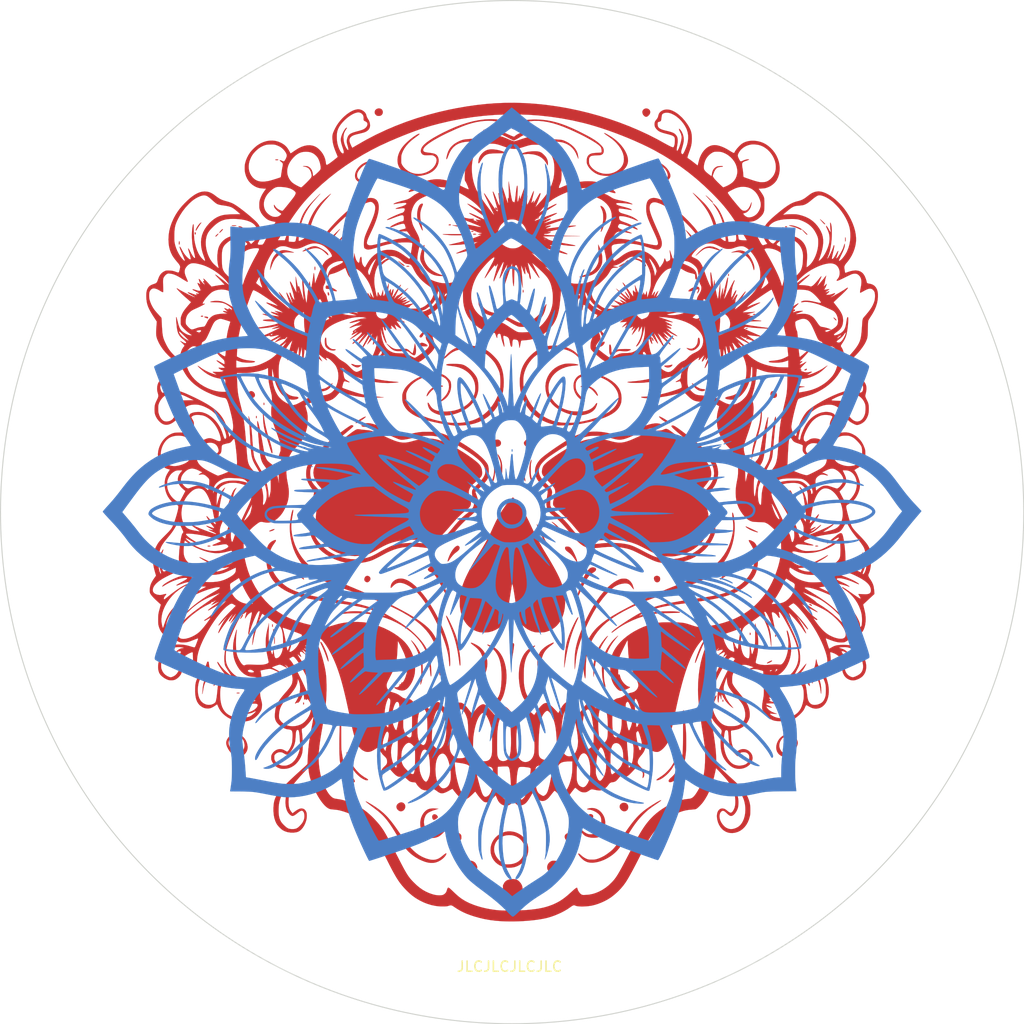
<source format=kicad_pcb>
(kicad_pcb (version 20221018) (generator pcbnew)
  (layers (0 "F.Cu" signal) (31 "B.Cu" signal) (34 "B.Paste" user) (35 "F.Paste" user) (36 "B.SilkS" user "B.Silkscreen") (37 "F.SilkS" user "F.Silkscreen") (38 "B.Mask" user) (39 "F.Mask" user) (44 "Edge.Cuts" user))
  (net 0 "")
  (footprint "LOGO" (layer "F.Cu") (at 42.0625 50.058426)
    (fp_text reference "G***" hide)
    (fp_text value "LOGO" hide)
  )
  (footprint "LOGO" (layer "F.Cu") (at 42.0625 50.058426)
    (fp_text reference "G***" hide)
    (fp_text value "LOGO" hide)
    (fp_poly (pts (xy -11.570985 -4.535616) (xy -11.526781 -4.522138) (xy -11.519958 -4.513791) (xy -11.527494 -4.498756) (xy -11.566044 -4.490296) (xy -11.640846 -4.487363) (xy -11.65225 -4.487333) (xy -11.731653 -4.489686) (xy -11.774187 -4.497443) (xy -11.785093 -4.511651) (xy -11.784541 -4.513791) (xy -11.757225 -4.530874) (xy -11.691489 -4.539384) (xy -11.65225 -4.54025) (xy -11.570985 -4.535616)) (stroke (width 0.01)) (fill solid) (layer "B.Cu"))
    (fp_poly (pts (xy 1.241536 -21.509097) (xy 1.257085 -21.467479) (xy 1.265455 -21.408515) (xy 1.264293 -21.344665) (xy 1.25978 -21.316488) (xy 1.241093 -21.266958) (xy 1.217882 -21.252223) (xy 1.196037 -21.275504) (xy 1.193986 -21.280481) (xy 1.186755 -21.324844) (xy 1.187647 -21.386113) (xy 1.194964 -21.449267) (xy 1.207009 -21.499284) (xy 1.221161 -21.520913) (xy 1.241536 -21.509097)) (stroke (width 0.01)) (fill solid) (layer "B.Cu"))
    (fp_poly (pts (xy 7.955519 -6.206069) (xy 7.958343 -6.201833) (xy 7.973065 -6.158311) (xy 7.977959 -6.097775) (xy 7.974143 -6.033833) (xy 7.962734 -5.980094) (xy 7.944846 -5.950166) (xy 7.9375 -5.947833) (xy 7.920143 -5.965555) (xy 7.908508 -5.995458) (xy 7.896964 -6.071222) (xy 7.899452 -6.145547) (xy 7.915223 -6.199529) (xy 7.916658 -6.201833) (xy 7.936582 -6.222941) (xy 7.955519 -6.206069)) (stroke (width 0.01)) (fill solid) (layer "B.Cu"))
    (fp_poly (pts (xy 29.392604 -6.993114) (xy 29.370871 -6.969796) (xy 29.311949 -6.933638) (xy 29.214269 -6.884874) (xy 29.201575 -6.878973) (xy 29.101821 -6.83583) (xy 28.991611 -6.792931) (xy 28.880605 -6.753527) (xy 28.778462 -6.720864) (xy 28.694841 -6.698191) (xy 28.639403 -6.688757) (xy 28.635644 -6.688666) (xy 28.604185 -6.699031) (xy 28.60134 -6.715125) (xy 28.631351 -6.749178) (xy 28.699561 -6.790446) (xy 28.802759 -6.837361) (xy 28.937732 -6.888354) (xy 28.998304 -6.909012) (xy 29.138999 -6.953364) (xy 29.250345 -6.983718) (xy 29.330773 -7.000307) (xy 29.378715 -7.003362) (xy 29.392604 -6.993114)) (stroke (width 0.01)) (fill solid) (layer "B.Cu"))
    (fp_poly (pts (xy 28.379781 6.38033) (xy 28.492501 6.405826) (xy 28.62507 6.444663) (xy 28.769955 6.493848) (xy 28.919628 6.550391) (xy 29.066558 6.611299) (xy 29.203214 6.673581) (xy 29.322067 6.734245) (xy 29.415585 6.790298) (xy 29.476239 6.83875) (xy 29.479106 6.841831) (xy 29.502038 6.879762) (xy 29.490156 6.900028) (xy 29.447858 6.900918) (xy 29.379543 6.880722) (xy 29.379334 6.880639) (xy 29.319276 6.855919) (xy 29.233913 6.819324) (xy 29.136448 6.776562) (xy 29.072417 6.747964) (xy 28.858459 6.65538) (xy 28.67434 6.584085) (xy 28.514493 6.532161) (xy 28.373353 6.49769) (xy 28.317835 6.487881) (xy 28.247886 6.467734) (xy 28.208168 6.438544) (xy 28.200178 6.40777) (xy 28.225411 6.38287) (xy 28.285361 6.371305) (xy 28.294439 6.371167) (xy 28.379781 6.38033)) (stroke (width 0.01)) (fill solid) (layer "B.Cu"))
    (fp_poly (pts (xy 8.037001 -1.383963) (xy 8.234618 -1.341541) (xy 8.442329 -1.263488) (xy 8.498417 -1.237481) (xy 8.714409 -1.111912) (xy 8.900263 -0.959144) (xy 9.054694 -0.782961) (xy 9.176413 -0.587144) (xy 9.264132 -0.375476) (xy 9.316565 -0.151739) (xy 9.332424 0.080283) (xy 9.310421 0.316809) (xy 9.249269 0.554055) (xy 9.171782 0.740834) (xy 9.117533 0.845207) (xy 9.064418 0.9292) (xy 9.001688 1.007565) (xy 8.918595 1.095058) (xy 8.900931 1.112633) (xy 8.805046 1.203045) (xy 8.719795 1.271299) (xy 8.629708 1.328564) (xy 8.528722 1.38141) (xy 8.289469 1.477201) (xy 8.047053 1.530848) (xy 7.800467 1.542489) (xy 7.551478 1.512813) (xy 7.399979 1.469856) (xy 7.257018 1.400959) (xy 7.1149 1.301563) (xy 6.965932 1.16711) (xy 6.962966 1.164167) (xy 6.819609 1.008885) (xy 6.693732 0.847105) (xy 6.59172 0.687845) (xy 6.519953 0.540128) (xy 6.51819 0.535594) (xy 6.487424 0.424532) (xy 6.466962 0.285578) (xy 6.457346 0.132032) (xy 6.458796 0.004975) (xy 6.816122 0.004975) (xy 6.830004 0.199602) (xy 6.884065 0.396669) (xy 6.978779 0.593254) (xy 7.077322 0.739329) (xy 7.212468 0.883049) (xy 7.377677 1.002505) (xy 7.565558 1.093158) (xy 7.736417 1.14393) (xy 7.833708 1.155086) (xy 7.954963 1.154684) (xy 8.083789 1.143953) (xy 8.203794 1.124119) (xy 8.280434 1.103221) (xy 8.471526 1.016507) (xy 8.632904 0.900309) (xy 8.763357 0.756448) (xy 8.861672 0.586744) (xy 8.926636 0.393016) (xy 8.957037 0.177083) (xy 8.959246 0.084667) (xy 8.941296 -0.132877) (xy 8.889747 -0.325926) (xy 8.802941 -0.497498) (xy 8.679222 -0.65061) (xy 8.516932 -0.788279) (xy 8.45761 -0.828894) (xy 8.276151 -0.922984) (xy 8.08302 -0.978584) (xy 7.884174 -0.995692) (xy 7.68557 -0.974306) (xy 7.493164 -0.914424) (xy 7.332723 -0.829246) (xy 7.152854 -0.690667) (xy 7.010784 -0.535032) (xy 6.906988 -0.365265) (xy 6.841942 -0.184288) (xy 6.816122 0.004975) (xy 6.458796 0.004975) (xy 6.459114 -0.022806) (xy 6.472808 -0.165635) (xy 6.486734 -0.239033) (xy 6.56343 -0.475375) (xy 6.67501 -0.692272) (xy 6.817983 -0.886311) (xy 6.988864 -1.054081) (xy 7.184163 -1.19217) (xy 7.400393 -1.297167) (xy 7.634066 -1.365659) (xy 7.639673 -1.366789) (xy 7.841384 -1.391973) (xy 8.037001 -1.383963)) (stroke (width 0.01)) (fill solid) (layer "B.Cu"))
    (fp_poly (pts (xy 7.928907 -39.579049) (xy 7.977429 -39.54402) (xy 8.006831 -39.52127) (xy 8.049876 -39.486636) (xy 8.120298 -39.42853) (xy 8.21329 -39.350981) (xy 8.324046 -39.258017) (xy 8.447759 -39.15367) (xy 8.579624 -39.041968) (xy 8.657167 -38.976061) (xy 8.893578 -38.77631) (xy 9.106068 -38.600335) (xy 9.301642 -38.443001) (xy 9.487303 -38.299174) (xy 9.670053 -38.16372) (xy 9.856897 -38.031504) (xy 10.054837 -37.89739) (xy 10.270877 -37.756245) (xy 10.512022 -37.602934) (xy 10.63625 -37.525073) (xy 10.909898 -37.351805) (xy 11.151863 -37.193134) (xy 11.368253 -37.044569) (xy 11.565172 -36.901621) (xy 11.748726 -36.759802) (xy 11.925021 -36.614622) (xy 12.100163 -36.461592) (xy 12.175167 -36.393606) (xy 12.540217 -36.03187) (xy 12.88525 -35.633553) (xy 13.209543 -35.199757) (xy 13.512368 -34.731584) (xy 13.793 -34.230135) (xy 14.050714 -33.696513) (xy 14.229259 -33.274) (xy 14.307249 -33.071808) (xy 14.377144 -32.875735) (xy 14.442178 -32.675502) (xy 14.505586 -32.460829) (xy 14.570602 -32.221437) (xy 14.615777 -32.045648) (xy 14.650647 -31.909523) (xy 14.682977 -31.787086) (xy 14.711105 -31.68434) (xy 14.733366 -31.607289) (xy 14.748096 -31.561935) (xy 14.752467 -31.552586) (xy 14.764702 -31.548673) (xy 14.78874 -31.553454) (xy 14.82764 -31.56852) (xy 14.884459 -31.595462) (xy 14.962254 -31.635872) (xy 15.064082 -31.691339) (xy 15.193001 -31.763457) (xy 15.352068 -31.853815) (xy 15.544342 -31.964006) (xy 15.5575 -31.97157) (xy 15.787645 -32.102356) (xy 16.012019 -32.226471) (xy 16.233503 -32.345126) (xy 16.454972 -32.45953) (xy 16.679307 -32.570893) (xy 16.909385 -32.680426) (xy 17.148084 -32.789339) (xy 17.398283 -32.898841) (xy 17.662859 -33.010143) (xy 17.944691 -33.124455) (xy 18.246657 -33.242987) (xy 18.571636 -33.366948) (xy 18.922505 -33.49755) (xy 19.302142 -33.636001) (xy 19.713427 -33.783513) (xy 20.159237 -33.941295) (xy 20.64245 -34.110557) (xy 20.658667 -34.116212) (xy 20.96457 -34.222496) (xy 21.232592 -34.314749) (xy 21.464585 -34.393554) (xy 21.662399 -34.459494) (xy 21.827885 -34.513152) (xy 21.962893 -34.555113) (xy 22.069273 -34.585959) (xy 22.148877 -34.606273) (xy 22.203554 -34.616639) (xy 22.235156 -34.61764) (xy 22.242133 -34.615323) (xy 22.26974 -34.583693) (xy 22.311627 -34.515508) (xy 22.366584 -34.413616) (xy 22.433404 -34.280861) (xy 22.510878 -34.120089) (xy 22.597799 -33.934145) (xy 22.692957 -33.725874) (xy 22.795146 -33.498122) (xy 22.903157 -33.253734) (xy 23.015781 -32.995556) (xy 23.131811 -32.726432) (xy 23.250038 -32.449209) (xy 23.369255 -32.166731) (xy 23.488253 -31.881845) (xy 23.605824 -31.597394) (xy 23.720759 -31.316225) (xy 23.831852 -31.041184) (xy 23.937893 -30.775114) (xy 24.037674 -30.520863) (xy 24.129988 -30.281274) (xy 24.213626 -30.059194) (xy 24.28738 -29.857468) (xy 24.350041 -29.678941) (xy 24.392974 -29.549759) (xy 24.465446 -29.310782) (xy 24.53735 -29.048495) (xy 24.60716 -28.770287) (xy 24.673348 -28.48355) (xy 24.734388 -28.195673) (xy 24.788751 -27.914046) (xy 24.834911 -27.646061) (xy 24.87134 -27.399106) (xy 24.896512 -27.180573) (xy 24.905304 -27.0705) (xy 24.912864 -26.973075) (xy 24.922023 -26.88732) (xy 24.931419 -26.82474) (xy 24.937096 -26.801707) (xy 24.954897 -26.753498) (xy 25.045157 -26.799117) (xy 25.094465 -26.82658) (xy 25.170496 -26.872013) (xy 25.264605 -26.930116) (xy 25.36815 -26.995587) (xy 25.421167 -27.029694) (xy 25.577046 -27.129324) (xy 25.718594 -27.21661) (xy 25.855389 -27.29695) (xy 25.997011 -27.375743) (xy 26.15304 -27.458387) (xy 26.333055 -27.550281) (xy 26.439666 -27.603685) (xy 26.759957 -27.759226) (xy 27.05396 -27.892577) (xy 27.329606 -28.006482) (xy 27.594821 -28.10368) (xy 27.857534 -28.186913) (xy 28.125672 -28.258922) (xy 28.407164 -28.322447) (xy 28.659667 -28.371246) (xy 28.844982 -28.40349) (xy 29.009814 -28.428841) (xy 29.163643 -28.448057) (xy 29.315946 -28.461898) (xy 29.476202 -28.471123) (xy 29.653888 -28.476492) (xy 29.858483 -28.478765) (xy 30.00375 -28.478951) (xy 30.250857 -28.476556) (xy 30.474304 -28.46931) (xy 30.681889 -28.456068) (xy 30.881408 -28.435683) (xy 31.080656 -28.407009) (xy 31.28743 -28.368899) (xy 31.509527 -28.320206) (xy 31.754742 -28.259785) (xy 32.030873 -28.186488) (xy 32.075515 -28.174292) (xy 32.283845 -28.117664) (xy 32.467901 -28.069169) (xy 32.633208 -28.028132) (xy 32.785291 -27.993876) (xy 32.929674 -27.965722) (xy 33.071882 -27.942996) (xy 33.21744 -27.925019) (xy 33.371872 -27.911115) (xy 33.540705 -27.900608) (xy 33.729461 -27.89282) (xy 33.943666 -27.887074) (xy 34.188845 -27.882695) (xy 34.470523 -27.879004) (xy 34.487523 -27.878803) (xy 34.739591 -27.875936) (xy 34.95253 -27.873407) (xy 35.12954 -27.870718) (xy 35.273815 -27.867369) (xy 35.388554 -27.862862) (xy 35.476954 -27.856698) (xy 35.542211 -27.848378) (xy 35.587524 -27.837403) (xy 35.616089 -27.823273) (xy 35.631103 -27.805491) (xy 35.635763 -27.783556) (xy 35.633267 -27.756971) (xy 35.626811 -27.725235) (xy 35.622033 -27.701748) (xy 35.605111 -27.5915) (xy 35.591136 -27.455029) (xy 35.580038 -27.290115) (xy 35.571751 -27.094537) (xy 35.566205 -26.866073) (xy 35.563333 -26.602503) (xy 35.563067 -26.301605) (xy 35.565339 -25.961159) (xy 35.56618 -25.880025) (xy 35.569178 -25.619982) (xy 35.572279 -25.39563) (xy 35.575872 -25.200328) (xy 35.580342 -25.027433) (xy 35.586075 -24.870305) (xy 35.593459 -24.722302) (xy 35.60288 -24.576783) (xy 35.614723 -24.427106) (xy 35.629376 -24.266629) (xy 35.647226 -24.088712) (xy 35.668657 -23.886712) (xy 35.694058 -23.653988) (xy 35.697576 -23.622) (xy 35.726749 -23.353607) (xy 35.75098 -23.122397) (xy 35.770606 -22.92355) (xy 35.785964 -22.752245) (xy 35.797392 -22.603663) (xy 35.805226 -22.472984) (xy 35.809802 -22.355387) (xy 35.811459 -22.246052) (xy 35.810533 -22.140159) (xy 35.807816 -22.045083) (xy 35.775721 -21.64414) (xy 35.709059 -21.225871) (xy 35.60955 -20.794751) (xy 35.478916 -20.355256) (xy 35.318877 -19.911859) (xy 35.131154 -19.469035) (xy 34.917469 -19.03126) (xy 34.679542 -18.603008) (xy 34.419095 -18.188754) (xy 34.209569 -17.889333) (xy 34.101439 -17.741332) (xy 34.016383 -17.623639) (xy 33.952069 -17.532698) (xy 33.906165 -17.464957) (xy 33.87634 -17.41686) (xy 33.860263 -17.384852) (xy 33.8556 -17.365378) (xy 33.859386 -17.355481) (xy 33.885735 -17.348296) (xy 33.947404 -17.339928) (xy 34.03742 -17.331065) (xy 34.148811 -17.322392) (xy 34.274604 -17.314596) (xy 34.274819 -17.314584) (xy 34.490952 -17.299479) (xy 34.740646 -17.27634) (xy 35.01612 -17.246246) (xy 35.309592 -17.210274) (xy 35.613283 -17.169502) (xy 35.919412 -17.125007) (xy 36.220196 -17.077867) (xy 36.507857 -17.02916) (xy 36.774613 -16.979963) (xy 36.958882 -16.942845) (xy 37.151668 -16.900529) (xy 37.340785 -16.85516) (xy 37.528938 -16.80566) (xy 37.718828 -16.750954) (xy 37.913161 -16.689965) (xy 38.114638 -16.621616) (xy 38.325964 -16.544831) (xy 38.549843 -16.458535) (xy 38.788976 -16.361649) (xy 39.046069 -16.253099) (xy 39.323823 -16.131807) (xy 39.624944 -15.996697) (xy 39.952133 -15.846693) (xy 40.308094 -15.680719) (xy 40.695532 -15.497697) (xy 41.117149 -15.296552) (xy 41.232667 -15.241169) (xy 41.528977 -15.09811) (xy 41.788475 -14.970863) (xy 42.013153 -14.858316) (xy 42.205002 -14.759356) (xy 42.366012 -14.67287) (xy 42.498176 -14.597744) (xy 42.603482 -14.532867) (xy 42.683924 -14.477125) (xy 42.741492 -14.429404) (xy 42.778176 -14.388593) (xy 42.788869 -14.371291) (xy 42.812001 -14.30508) (xy 42.820167 -14.24532) (xy 42.811916 -14.18806) (xy 42.787911 -14.094793) (xy 42.749275 -13.968336) (xy 42.697129 -13.811506) (xy 42.632596 -13.62712) (xy 42.556798 -13.417996) (xy 42.470858 -13.18695) (xy 42.375897 -12.936799) (xy 42.273038 -12.67036) (xy 42.163403 -12.390451) (xy 42.048114 -12.099889) (xy 41.928294 -11.80149) (xy 41.805064 -11.498072) (xy 41.679548 -11.192452) (xy 41.552867 -10.887446) (xy 41.426143 -10.585873) (xy 41.300499 -10.290548) (xy 41.177057 -10.004289) (xy 41.056938 -9.729914) (xy 40.941267 -9.470238) (xy 40.831164 -9.22808) (xy 40.762467 -9.080021) (xy 40.673003 -8.897309) (xy 40.562797 -8.686097) (xy 40.435386 -8.452569) (xy 40.294306 -8.202903) (xy 40.143094 -7.943283) (xy 39.985286 -7.679888) (xy 39.824417 -7.4189) (xy 39.697075 -7.217833) (xy 39.585022 -7.041312) (xy 39.490408 -6.888387) (xy 39.414444 -6.761163) (xy 39.358342 -6.661741) (xy 39.323314 -6.592223) (xy 39.31057 -6.554713) (xy 39.311806 -6.549305) (xy 39.337763 -6.540525) (xy 39.401272 -6.526204) (xy 39.49803 -6.507133) (xy 39.623732 -6.484107) (xy 39.774074 -6.457916) (xy 39.944752 -6.429352) (xy 40.100444 -6.404145) (xy 40.627118 -6.300314) (xy 41.158165 -6.156744) (xy 41.688765 -5.975017) (xy 42.214098 -5.756717) (xy 42.531793 -5.605329) (xy 42.717783 -5.510979) (xy 42.877069 -5.426828) (xy 43.021654 -5.345929) (xy 43.16354 -5.261336) (xy 43.31473 -5.166104) (xy 43.487227 -5.053286) (xy 43.4975 -5.04648) (xy 43.768541 -4.86023) (xy 44.01742 -4.674373) (xy 44.249647 -4.483568) (xy 44.470732 -4.282473) (xy 44.686184 -4.065745) (xy 44.901513 -3.828042) (xy 45.122226 -3.56402) (xy 45.353834 -3.268339) (xy 45.416542 -3.185583) (xy 45.481541 -3.099102) (xy 45.56614 -2.986267) (xy 45.664654 -2.854678) (xy 45.771398 -2.711933) (xy 45.880686 -2.56563) (xy 45.978781 -2.434166) (xy 46.278242 -2.041335) (xy 46.571214 -1.675722) (xy 46.867648 -1.325537) (xy 47.177495 -0.978988) (xy 47.473612 -0.663011) (xy 47.587555 -0.543401) (xy 47.691503 -0.433519) (xy 47.781983 -0.337098) (xy 47.855519 -0.257871) (xy 47.908637 -0.199571) (xy 47.937863 -0.16593) (xy 47.9425 -0.159225) (xy 47.929231 -0.140492) (xy 47.891635 -0.093671) (xy 47.833029 -0.022735) (xy 47.756733 0.068345) (xy 47.666063 0.175595) (xy 47.564337 0.295044) (xy 47.512493 0.35562) (xy 47.27868 0.630321) (xy 47.049416 0.903812) (xy 46.818938 1.183135) (xy 46.581483 1.475333) (xy 46.331288 1.787449) (xy 46.062588 2.126525) (xy 46.04533 2.148417) (xy 45.869701 2.369977) (xy 45.714113 2.563198) (xy 45.573568 2.733881) (xy 45.443071 2.887824) (xy 45.317626 3.030827) (xy 45.192239 3.168689) (xy 45.061913 3.307209) (xy 44.926575 3.447154) (xy 44.492484 3.870018) (xy 44.055536 4.252965) (xy 43.612503 4.59841) (xy 43.160155 4.908766) (xy 42.695263 5.18645) (xy 42.372692 5.356657) (xy 42.157541 5.460551) (xy 41.942957 5.555734) (xy 41.720939 5.645236) (xy 41.483483 5.732087) (xy 41.222587 5.819316) (xy 40.930248 5.909954) (xy 40.841084 5.936529) (xy 40.617457 6.000972) (xy 40.425863 6.052108) (xy 40.25871 6.091536) (xy 40.108407 6.120854) (xy 39.967363 6.141658) (xy 39.827987 6.155546) (xy 39.786108 6.158554) (xy 39.674594 6.166963) (xy 39.597213 6.175931) (xy 39.545778 6.187119) (xy 39.512102 6.202185) (xy 39.492525 6.218068) (xy 39.449584 6.261009) (xy 39.504285 6.380492) (xy 39.533137 6.434124) (xy 39.582094 6.514848) (xy 39.646495 6.61542) (xy 39.72168 6.728599) (xy 39.802988 6.847141) (xy 39.82233 6.874779) (xy 39.997654 7.128968) (xy 40.164532 7.38109) (xy 40.324169 7.633811) (xy 40.477766 7.889796) (xy 40.626527 8.151708) (xy 40.771656 8.422213) (xy 40.914355 8.703975) (xy 41.055828 8.99966) (xy 41.197278 9.311931) (xy 41.339907 9.643454) (xy 41.48492 9.996894) (xy 41.633519 10.374914) (xy 41.786907 10.780181) (xy 41.946288 11.215357) (xy 42.112865 11.683109) (xy 42.28784 12.186102) (xy 42.472418 12.726998) (xy 42.495496 12.79525) (xy 42.58513 13.062876) (xy 42.660608 13.293724) (xy 42.72263 13.490658) (xy 42.771896 13.656543) (xy 42.809107 13.794242) (xy 42.834961 13.906618) (xy 42.850159 13.996537) (xy 42.855401 14.066861) (xy 42.851387 14.120454) (xy 42.838816 14.16018) (xy 42.832 14.172146) (xy 42.804868 14.197555) (xy 42.748783 14.234504) (xy 42.662823 14.283436) (xy 42.546067 14.344788) (xy 42.397591 14.419002) (xy 42.216474 14.506518) (xy 42.001793 14.607776) (xy 41.752627 14.723216) (xy 41.468053 14.853278) (xy 41.147149 14.998402) (xy 40.788993 15.159028) (xy 40.415745 15.325341) (xy 40.041018 15.491543) (xy 39.701763 15.641223) (xy 39.394987 15.775542) (xy 39.117695 15.895655) (xy 38.866894 16.002722) (xy 38.639591 16.0979) (xy 38.432791 16.182348) (xy 38.243503 16.257223) (xy 38.068732 16.323683) (xy 37.905484 16.382888) (xy 37.750766 16.435994) (xy 37.601585 16.484159) (xy 37.454947 16.528543) (xy 37.307859 16.570302) (xy 37.157326 16.610595) (xy 37.000356 16.650579) (xy 36.971469 16.657763) (xy 36.720231 16.717982) (xy 36.481493 16.770514) (xy 36.24807 16.816451) (xy 36.012775 16.856883) (xy 35.768422 16.892902) (xy 35.507823 16.925598) (xy 35.223792 16.956062) (xy 34.909142 16.985385) (xy 34.692167 17.003746) (xy 34.110084 17.051443) (xy 34.114019 17.108446) (xy 34.126574 17.145858) (xy 34.158493 17.210606) (xy 34.205532 17.294884) (xy 34.263451 17.390884) (xy 34.29184 17.435683) (xy 34.594009 17.923455) (xy 34.862716 18.395376) (xy 35.097257 18.850067) (xy 35.296924 19.286144) (xy 35.461012 19.702229) (xy 35.485159 19.770417) (xy 35.571952 20.060977) (xy 35.643295 20.387703) (xy 35.699007 20.747276) (xy 35.738908 21.13638) (xy 35.762818 21.551696) (xy 35.770556 21.989907) (xy 35.761942 22.447695) (xy 35.736797 22.921743) (xy 35.694938 23.408733) (xy 35.687022 23.484417) (xy 35.661675 23.726165) (xy 35.641228 23.935323) (xy 35.625187 24.121287) (xy 35.613052 24.293454) (xy 35.604328 24.461222) (xy 35.598517 24.633988) (xy 35.595123 24.821148) (xy 35.593649 25.0321) (xy 35.593555 25.251834) (xy 35.593992 25.437443) (xy 35.594924 25.597687) (xy 35.596725 25.738982) (xy 35.599769 25.867748) (xy 35.60443 25.990403) (xy 35.611081 26.113366) (xy 35.620094 26.243054) (xy 35.631845 26.385887) (xy 35.646705 26.548282) (xy 35.66505 26.73666) (xy 35.687251 26.957437) (xy 35.70022 27.084977) (xy 35.713385 27.214205) (xy 34.424901 27.226406) (xy 34.111924 27.229588) (xy 33.836789 27.233078) (xy 33.595004 27.237263) (xy 33.38208 27.24253) (xy 33.193523 27.249268) (xy 33.024844 27.257862) (xy 32.87155 27.2687) (xy 32.729151 27.282169) (xy 32.593156 27.298657) (xy 32.459072 27.31855) (xy 32.32241 27.342237) (xy 32.178676 27.370104) (xy 32.023382 27.402538) (xy 31.852034 27.439927) (xy 31.790753 27.453518) (xy 31.453833 27.525603) (xy 31.148599 27.58443) (xy 30.866876 27.630996) (xy 30.600488 27.6663) (xy 30.341261 27.691339) (xy 30.081019 27.707112) (xy 29.811588 27.714615) (xy 29.643917 27.715566) (xy 29.261502 27.707363) (xy 28.906486 27.682774) (xy 28.566526 27.639996) (xy 28.229279 27.577228) (xy 27.882401 27.492667) (xy 27.637459 27.422621) (xy 27.23962 27.295742) (xy 26.875037 27.163516) (xy 26.534648 27.021733) (xy 26.20939 26.866183) (xy 25.890201 26.692656) (xy 25.568019 26.496942) (xy 25.378834 26.373356) (xy 25.220784 26.269591) (xy 25.090358 26.187983) (xy 24.988985 26.129348) (xy 24.918094 26.094502) (xy 24.879113 26.084258) (xy 24.874507 26.085646) (xy 24.861096 26.111881) (xy 24.848312 26.165359) (xy 24.84335 26.198424) (xy 24.790144 26.617931) (xy 24.737302 27.000132) (xy 24.683774 27.350029) (xy 24.628509 27.672623) (xy 24.570458 27.972919) (xy 24.508569 28.255918) (xy 24.441791 28.526623) (xy 24.369074 28.790037) (xy 24.289368 29.051163) (xy 24.201622 29.315002) (xy 24.16956 29.40681) (xy 24.068834 29.685673) (xy 23.952868 29.995698) (xy 23.824521 30.329776) (xy 23.686655 30.6808) (xy 23.54213 31.041663) (xy 23.393806 31.405259) (xy 23.244544 31.764479) (xy 23.097206 32.112217) (xy 22.954651 32.441364) (xy 22.88139 32.60725) (xy 22.800637 32.786181) (xy 22.717099 32.966681) (xy 22.633046 33.144215) (xy 22.55075 33.314247) (xy 22.472482 33.472241) (xy 22.400514 33.613663) (xy 22.337117 33.733977) (xy 22.284563 33.828648) (xy 22.245123 33.89314) (xy 22.223409 33.921023) (xy 22.201432 33.938528) (xy 22.177968 33.946284) (xy 22.1435 33.943407) (xy 22.088515 33.929017) (xy 22.003497 33.902231) (xy 21.996579 33.899999) (xy 21.915883 33.873239) (xy 21.800392 33.833916) (xy 21.655143 33.783809) (xy 21.485172 33.7247) (xy 21.295513 33.658367) (xy 21.091204 33.586589) (xy 20.877279 33.511146) (xy 20.658774 33.433818) (xy 20.440725 33.356384) (xy 20.228168 33.280623) (xy 20.026139 33.208316) (xy 19.839672 33.141241) (xy 19.673805 33.081178) (xy 19.533573 33.029907) (xy 19.515667 33.023309) (xy 18.979045 32.821864) (xy 18.47967 32.6271) (xy 18.013307 32.43723) (xy 17.575724 32.250469) (xy 17.162689 32.065031) (xy 16.769968 31.879129) (xy 16.569103 31.780046) (xy 16.41938 31.704903) (xy 16.291229 31.639847) (xy 16.177824 31.58109) (xy 16.072341 31.52484) (xy 15.967953 31.467307) (xy 15.857836 31.404701) (xy 15.735165 31.333233) (xy 15.593113 31.249111) (xy 15.424857 31.148545) (xy 15.336526 31.095567) (xy 15.210395 31.020261) (xy 15.096062 30.952744) (xy 14.99857 30.895935) (xy 14.922966 30.852754) (xy 14.874295 30.826119) (xy 14.857913 30.818667) (xy 14.846945 30.82554) (xy 14.835164 30.848585) (xy 14.821782 30.891445) (xy 14.806009 30.957758) (xy 14.787059 31.051168) (xy 14.764143 31.175313) (xy 14.736472 31.333836) (xy 14.703258 31.530377) (xy 14.701338 31.541865) (xy 14.612679 32.011212) (xy 14.507717 32.449907) (xy 14.383453 32.867487) (xy 14.23689 33.273488) (xy 14.06503 33.677446) (xy 13.960492 33.898417) (xy 13.75368 34.294973) (xy 13.532238 34.666321) (xy 13.29095 35.019586) (xy 13.0246 35.361895) (xy 12.727972 35.700372) (xy 12.39585 36.042146) (xy 12.379838 36.057862) (xy 12.198829 36.23304) (xy 12.033272 36.387916) (xy 11.876948 36.527293) (xy 11.723639 36.655976) (xy 11.567123 36.778767) (xy 11.401182 36.90047) (xy 11.219597 37.025889) (xy 11.016148 37.159827) (xy 10.784616 37.307087) (xy 10.668 37.379981) (xy 10.345464 37.584887) (xy 10.053946 37.779601) (xy 9.785439 37.970345) (xy 9.531942 38.163344) (xy 9.285449 38.364821) (xy 9.037956 38.581) (xy 8.78146 38.818102) (xy 8.622842 38.970155) (xy 8.460849 39.125159) (xy 8.325516 39.250022) (xy 8.21521 39.346091) (xy 8.128296 39.414715) (xy 8.063139 39.45724) (xy 8.018106 39.475014) (xy 8.00966 39.475748) (xy 7.973216 39.462884) (xy 7.917595 39.429358) (xy 7.859126 39.38579) (xy 7.809054 39.341502) (xy 7.736903 39.273106) (xy 7.649564 39.187362) (xy 7.553928 39.09103) (xy 7.462023 38.996238) (xy 7.28323 38.812751) (xy 7.103017 38.634682) (xy 6.917946 38.459128) (xy 6.724576 38.283189) (xy 6.519468 38.103962) (xy 6.299183 37.918546) (xy 6.06028 37.724039) (xy 5.799319 37.517539) (xy 5.512862 37.296146) (xy 5.197469 37.056956) (xy 4.895056 36.830784) (xy 4.595111 36.60433) (xy 4.32478 36.393314) (xy 4.085483 36.198914) (xy 3.878644 36.022311) (xy 3.705683 35.864684) (xy 3.577167 35.73688) (xy 3.312932 35.439629) (xy 3.050465 35.106597) (xy 2.79423 34.744249) (xy 2.548692 34.359052) (xy 2.318317 33.95747) (xy 2.219898 33.771417) (xy 2.030685 33.387692) (xy 1.870226 33.025502) (xy 1.736065 32.67778) (xy 1.62575 32.337456) (xy 1.536825 31.997462) (xy 1.466836 31.650729) (xy 1.45132 31.557867) (xy 1.428832 31.419187) (xy 1.411108 31.316841) (xy 1.396467 31.245323) (xy 1.383229 31.199128) (xy 1.369714 31.172749) (xy 1.35424 31.160681) (xy 1.335128 31.157419) (xy 1.329063 31.157334) (xy 1.281917 31.168023) (xy 1.204171 31.198338) (xy 1.101238 31.245651) (xy 0.978529 31.307334) (xy 0.841457 31.380758) (xy 0.695434 31.463296) (xy 0.677334 31.473824) (xy 0.455683 31.600495) (xy 0.234395 31.721258) (xy 0.009796 31.837681) (xy -0.221789 31.951328) (xy -0.464032 32.063768) (xy -0.720607 32.176565) (xy -0.995187 32.291287) (xy -1.291446 32.409499) (xy -1.613058 32.532768) (xy -1.963695 32.66266) (xy -2.347031 32.800742) (xy -2.766741 32.948579) (xy -2.846916 32.976514) (xy -3.058804 33.049861) (xy -3.284172 33.127202) (xy -3.519709 33.207447) (xy -3.762106 33.289506) (xy -4.008053 33.37229) (xy -4.254238 33.454708) (xy -4.497352 33.535672) (xy -4.734085 33.61409) (xy -4.961125 33.688874) (xy -5.175165 33.758934) (xy -5.372891 33.823179) (xy -5.550996 33.880521) (xy -5.706168 33.929869) (xy -5.835097 33.970134) (xy -5.934473 34.000226) (xy -6.000985 34.019054) (xy -6.031324 34.025531) (xy -6.032685 34.025303) (xy -6.050898 34.000775) (xy -6.084831 33.941853) (xy -6.132462 33.852579) (xy -6.191771 33.736996) (xy -6.260737 33.599145) (xy -6.337339 33.443071) (xy -6.419557 33.272815) (xy -6.505369 33.092419) (xy -6.592756 32.905927) (xy -6.599806 32.890753) (xy -6.836057 32.376212) (xy -7.051627 31.894241) (xy -7.247866 31.441259) (xy -7.426126 31.013687) (xy -7.587755 30.607945) (xy -7.734106 30.220453) (xy -7.866527 29.847633) (xy -7.986369 29.485904) (xy -8.094983 29.131686) (xy -8.193718 28.7814) (xy -8.283926 28.431466) (xy -8.287665 28.41625) (xy -8.32942 28.243311) (xy -8.366417 28.083448) (xy -8.40004 27.929457) (xy -8.431668 27.77413) (xy -8.462685 27.610263) (xy -8.494472 27.430651) (xy -8.528412 27.228087) (xy -8.565885 26.995367) (xy -8.59213 26.82875) (xy -8.624866 26.619895) (xy -8.651837 26.449056) (xy -8.673782 26.312417) (xy -8.691438 26.206164) (xy -8.705545 26.126481) (xy -8.71684 26.069554) (xy -8.72606 26.031566) (xy -8.733946 26.008704) (xy -8.741233 25.997151) (xy -8.748662 25.993093) (xy -8.753893 25.992667) (xy -8.778186 26.004868) (xy -8.830784 26.038977) (xy -8.906316 26.091249) (xy -8.999411 26.157943) (xy -9.104697 26.235314) (xy -9.141187 26.262542) (xy -9.353159 26.417724) (xy -9.546376 26.550708) (xy -9.732502 26.668736) (xy -9.923201 26.779054) (xy -10.130136 26.888904) (xy -10.234083 26.94132) (xy -10.732001 27.168275) (xy -11.247148 27.363246) (xy -11.774112 27.524925) (xy -12.307483 27.652005) (xy -12.841849 27.743177) (xy -13.371798 27.797134) (xy -13.840674 27.812796) (xy -13.984245 27.811395) (xy -14.124567 27.806974) (xy -14.265836 27.798954) (xy -14.41225 27.786757) (xy -14.568005 27.769802) (xy -14.737297 27.74751) (xy -14.924323 27.719303) (xy -15.133279 27.6846) (xy -15.368362 27.642822) (xy -15.633768 27.593391) (xy -15.933695 27.535726) (xy -16.139583 27.495436) (xy -16.416893 27.441517) (xy -16.66154 27.395755) (xy -16.880413 27.357489) (xy -17.080401 27.32606) (xy -17.268394 27.300808) (xy -17.451281 27.281073) (xy -17.635952 27.266196) (xy -17.829296 27.255518) (xy -18.038202 27.248377) (xy -18.269561 27.244115) (xy -18.530261 27.242072) (xy -18.790708 27.241586) (xy -18.973567 27.241369) (xy -19.142496 27.240787) (xy -19.292971 27.239885) (xy -19.420468 27.238705) (xy -19.520465 27.237294) (xy -19.588439 27.235695) (xy -19.619866 27.233952) (xy -19.6215 27.233446) (xy -19.618541 27.211021) (xy -19.610285 27.153139) (xy -19.597665 27.066213) (xy -19.581613 26.956658) (xy -19.563061 26.830888) (xy -19.559202 26.804821) (xy -19.529999 26.604014) (xy -19.506019 26.428375) (xy -19.48676 26.270348) (xy -19.47172 26.122378) (xy -19.460398 25.976912) (xy -19.452291 25.826395) (xy -19.446898 25.663271) (xy -19.443717 25.479987) (xy -19.442245 25.268988) (xy -19.441972 25.040167) (xy -19.442674 24.791146) (xy -19.444855 24.57721) (xy -19.449016 24.39112) (xy -19.455658 24.225639) (xy -19.465283 24.073529) (xy -19.47839 23.927553) (xy -19.495481 23.780472) (xy -19.517056 23.62505) (xy -19.543616 23.454048) (xy -19.557673 23.368) (xy -19.622341 22.949023) (xy -19.671576 22.563792) (xy -19.705192 22.206562) (xy -19.713115 22.057566) (xy -18.432909 22.057566) (xy -18.432606 22.184733) (xy -18.428036 22.316289) (xy -18.418707 22.458352) (xy -18.404124 22.617042) (xy -18.383791 22.798479) (xy -18.357216 23.008781) (xy -18.323904 23.254068) (xy -18.320268 23.280153) (xy -18.272304 23.637979) (xy -18.231186 23.978039) (xy -18.195566 24.313547) (xy -18.164095 24.657721) (xy -18.135423 25.023777) (xy -18.12044 25.238007) (xy -18.109713 25.394003) (xy -18.099565 25.535617) (xy -18.090409 25.657533) (xy -18.082659 25.754436) (xy -18.076729 25.821009) (xy -18.073032 25.851938) (xy -18.072521 25.853468) (xy -18.050336 25.858428) (xy -17.994008 25.868728) (xy -17.911198 25.883028) (xy -17.809564 25.899986) (xy -17.769416 25.906552) (xy -17.683702 25.921212) (xy -17.562692 25.942939) (xy -17.412614 25.970565) (xy -17.239699 26.002922) (xy -17.050174 26.038839) (xy -16.850269 26.077149) (xy -16.646211 26.116683) (xy -16.562916 26.13295) (xy -16.166843 26.209602) (xy -15.809948 26.276776) (xy -15.490235 26.334813) (xy -15.205704 26.384058) (xy -14.954356 26.424852) (xy -14.734193 26.457539) (xy -14.543216 26.482461) (xy -14.488583 26.488781) (xy -14.35566 26.500071) (xy -14.194421 26.50808) (xy -14.013014 26.512902) (xy -13.819591 26.51463) (xy -13.6223 26.513356) (xy -13.429291 26.509174) (xy -13.248714 26.502177) (xy -13.088718 26.492456) (xy -12.957453 26.480106) (xy -12.8905 26.470557) (xy -12.419809 26.376342) (xy -11.967975 26.259408) (xy -11.525664 26.116635) (xy -11.083541 25.944902) (xy -10.632272 25.741087) (xy -10.469105 25.660926) (xy -10.073147 25.450175) (xy -10.071378 25.449103) (xy -7.593834 25.449103) (xy -7.591754 25.548167) (xy -7.581042 25.836856) (xy -7.563016 26.110172) (xy -7.536479 26.37236) (xy -7.500231 26.627666) (xy -7.453071 26.880333) (xy -7.393802 27.134609) (xy -7.321223 27.394737) (xy -7.234136 27.664964) (xy -7.13134 27.949534) (xy -7.011637 28.252693) (xy -6.873828 28.578687) (xy -6.716712 28.931759) (xy -6.539091 29.316156) (xy -6.509402 29.379334) (xy -6.408288 29.591594) (xy -6.298268 29.818099) (xy -6.181661 30.054375) (xy -6.060786 30.295953) (xy -5.93796 30.538359) (xy -5.815501 30.777121) (xy -5.695729 31.007769) (xy -5.58096 31.22583) (xy -5.473512 31.426832) (xy -5.375705 31.606304) (xy -5.289855 31.759774) (xy -5.218282 31.882769) (xy -5.176657 31.950312) (xy -5.149251 31.994765) (xy -5.127693 32.026508) (xy -5.105176 32.046004) (xy -5.074893 32.053715) (xy -5.030037 32.050101) (xy -4.963801 32.035624) (xy -4.869377 32.010745) (xy -4.751916 31.979109) (xy -4.622584 31.943799) (xy -4.472965 31.901341) (xy -4.300589 31.850983) (xy -4.102981 31.791976) (xy -3.87767 31.723568) (xy -3.622183 31.645007) (xy -3.334048 31.555544) (xy -3.010791 31.454426) (xy -2.649941 31.340903) (xy -2.625945 31.333335) (xy -2.211597 31.201014) (xy -1.83484 31.077028) (xy -1.492093 30.959849) (xy -1.17978 30.847948) (xy -0.894322 30.739796) (xy -0.63214 30.633864) (xy -0.389656 30.528623) (xy -0.163292 30.422543) (xy 0.050531 30.314097) (xy 0.069508 30.30369) (xy 2.645834 30.30369) (xy 2.648719 30.534097) (xy 2.658369 30.738886) (xy 2.676277 30.934443) (xy 2.703937 31.137155) (xy 2.741918 31.358417) (xy 2.853096 31.848733) (xy 3.0043 32.335959) (xy 3.193269 32.815001) (xy 3.417741 33.280763) (xy 3.675456 33.728152) (xy 3.964153 34.152074) (xy 4.007258 34.209715) (xy 4.1638 34.408398) (xy 4.326353 34.597388) (xy 4.499162 34.780532) (xy 4.686468 34.961679) (xy 4.892515 35.144678) (xy 5.121546 35.333377) (xy 5.377804 35.531625) (xy 5.665531 35.743271) (xy 5.817844 35.85201) (xy 6.080884 36.038374) (xy 6.312253 36.202714) (xy 6.514956 36.347285) (xy 6.692002 36.474344) (xy 6.846396 36.586144) (xy 6.981145 36.684943) (xy 7.099256 36.772996) (xy 7.203736 36.852559) (xy 7.297591 36.925888) (xy 7.383828 36.995237) (xy 7.465453 37.062864) (xy 7.545474 37.131023) (xy 7.626897 37.201971) (xy 7.681376 37.250099) (xy 7.943836 37.482916) (xy 8.147043 37.329265) (xy 8.216071 37.278305) (xy 8.313786 37.207912) (xy 8.433909 37.122521) (xy 8.570161 37.026565) (xy 8.716263 36.924477) (xy 8.865939 36.820691) (xy 8.92175 36.782209) (xy 9.091331 36.66638) (xy 9.278337 36.540206) (xy 9.472329 36.410626) (xy 9.662871 36.284578) (xy 9.839524 36.169001) (xy 9.990667 36.071591) (xy 10.201425 35.937095) (xy 10.380099 35.822767) (xy 10.530353 35.726099) (xy 10.655853 35.644586) (xy 10.760264 35.575722) (xy 10.847252 35.517001) (xy 10.920481 35.465918) (xy 10.983618 35.419967) (xy 11.040327 35.376641) (xy 11.094274 35.333436) (xy 11.149123 35.287845) (xy 11.199054 35.245464) (xy 11.507151 34.958202) (xy 11.802851 34.634248) (xy 12.083227 34.278172) (xy 12.345357 33.89454) (xy 12.586316 33.487922) (xy 12.803181 33.062885) (xy 12.993027 32.623998) (xy 13.141888 32.210134) (xy 13.251899 31.838529) (xy 13.342765 31.462685) (xy 13.412975 31.091124) (xy 13.461018 30.732365) (xy 13.485382 30.39493) (xy 13.488205 30.25775) (xy 13.484372 30.074098) (xy 13.470629 29.8985) (xy 13.44541 29.726381) (xy 13.407152 29.553167) (xy 13.35429 29.374284) (xy 13.285261 29.185159) (xy 13.198501 28.981216) (xy 13.092444 28.757882) (xy 12.965528 28.510584) (xy 12.816188 28.234746) (xy 12.764758 28.142122) (xy 12.569001 27.781893) (xy 12.398172 27.446253) (xy 12.249252 27.127995) (xy 12.119224 26.819909) (xy 12.00507 26.514786) (xy 11.903773 26.205418) (xy 11.812314 25.884595) (xy 11.79973 25.836848) (xy 11.772566 25.735214) (xy 11.748312 25.648951) (xy 11.729304 25.586048) (xy 11.717877 25.554498) (xy 11.716651 25.552596) (xy 11.6875 25.551765) (xy 11.633899 25.576683) (xy 11.561824 25.623668) (xy 11.477251 25.689033) (xy 11.43 25.729343) (xy 11.382877 25.771699) (xy 11.309343 25.838897) (xy 11.213858 25.926812) (xy 11.10088 26.031318) (xy 10.97487 26.14829) (xy 10.840287 26.273603) (xy 10.701594 26.403129) (xy 10.568846 26.527137) (xy 10.445357 26.642194) (xy 10.334639 26.745051) (xy 10.240204 26.832459) (xy 10.165562 26.901169) (xy 10.114227 26.947931) (xy 10.089709 26.969496) (xy 10.088524 26.970382) (xy 10.091101 26.993419) (xy 10.112623 27.051467) (xy 10.152053 27.142215) (xy 10.208356 27.263353) (xy 10.280497 27.412569) (xy 10.344555 27.541882) (xy 10.526509 27.914617) (xy 10.686527 28.26139) (xy 10.828054 28.590118) (xy 10.954533 28.90872) (xy 11.038548 29.137223) (xy 11.174092 29.53944) (xy 11.293263 29.936567) (xy 11.395194 30.32429) (xy 11.479016 30.698293) (xy 11.543863 31.05426) (xy 11.588865 31.387876) (xy 11.613155 31.694824) (xy 11.615865 31.97079) (xy 11.614676 32.002151) (xy 11.599702 32.188387) (xy 11.570796 32.403802) (xy 11.529943 32.638347) (xy 11.47913 32.881974) (xy 11.420343 33.124636) (xy 11.355568 33.356284) (xy 11.331897 33.43275) (xy 11.303419 33.515656) (xy 11.26878 33.606784) (xy 11.231456 33.698174) (xy 11.194924 33.781867) (xy 11.16266 33.849904) (xy 11.138141 33.894324) (xy 11.124842 33.90717) (xy 11.124728 33.907063) (xy 11.124696 33.88395) (xy 11.131445 33.828472) (xy 11.143721 33.749828) (xy 11.15478 33.68675) (xy 11.178195 33.548192) (xy 11.197715 33.407961) (xy 11.213634 33.260848) (xy 11.226248 33.101648) (xy 11.235851 32.925154) (xy 11.242738 32.726158) (xy 11.247204 32.499454) (xy 11.249544 32.239834) (xy 11.250084 32.004) (xy 11.249995 31.775354) (xy 11.24936 31.58319) (xy 11.247626 31.421659) (xy 11.24424 31.28491) (xy 11.238648 31.167092) (xy 11.230297 31.062354) (xy 11.218635 30.964848) (xy 11.203108 30.868721) (xy 11.183163 30.768123) (xy 11.158246 30.657205) (xy 11.127806 30.530115) (xy 11.099996 30.4165) (xy 11.004989 30.062118) (xy 10.889051 29.684877) (xy 10.756155 29.296151) (xy 10.610279 28.907312) (xy 10.455398 28.529733) (xy 10.381596 28.361559) (xy 10.348065 28.287641) (xy 10.303456 28.19047) (xy 10.250406 28.075681) (xy 10.191554 27.948912) (xy 10.129538 27.815798) (xy 10.066995 27.681975) (xy 10.006563 27.553078) (xy 9.95088 27.434744) (xy 9.902583 27.332609) (xy 9.864312 27.252308) (xy 9.838703 27.199478) (xy 9.828527 27.179895) (xy 9.811077 27.190317) (xy 9.764858 27.222729) (xy 9.694774 27.273461) (xy 9.605728 27.338844) (xy 9.502624 27.415208) (xy 9.390364 27.498885) (xy 9.273851 27.586205) (xy 9.157989 27.673499) (xy 9.047681 27.757097) (xy 8.94783 27.833331) (xy 8.863338 27.89853) (xy 8.79911 27.949027) (xy 8.778226 27.965892) (xy 8.719369 28.014084) (xy 8.752679 28.204584) (xy 8.766393 28.273326) (xy 8.789164 28.376121) (xy 8.81935 28.50606) (xy 8.855313 28.656234) (xy 8.895411 28.819737) (xy 8.938006 28.98966) (xy 8.95368 29.05125) (xy 9.035404 29.376129) (xy 9.105451 29.66734) (xy 9.16484 29.931601) (xy 9.214589 30.17563) (xy 9.255718 30.406145) (xy 9.289244 30.629863) (xy 9.316186 30.853502) (xy 9.337562 31.083779) (xy 9.354391 31.327412) (xy 9.367691 31.591119) (xy 9.37729 31.84525) (xy 9.383117 32.081271) (xy 9.385545 32.328737) (xy 9.384746 32.580254) (xy 9.380895 32.828428) (xy 9.374166 33.065866) (xy 9.364731 33.285174) (xy 9.352766 33.478959) (xy 9.338444 33.639826) (xy 9.334255 33.676167) (xy 9.288132 33.969862) (xy 9.222427 34.265957) (xy 9.139631 34.557632) (xy 9.042236 34.838065) (xy 8.932734 35.100437) (xy 8.813615 35.337927) (xy 8.687372 35.543715) (xy 8.617129 35.639239) (xy 8.553185 35.706934) (xy 8.479745 35.764641) (xy 8.406798 35.806319) (xy 8.344333 35.82593) (xy 8.312495 35.823411) (xy 8.276234 35.79726) (xy 8.264245 35.753635) (xy 8.277402 35.689401) (xy 8.316583 35.60142) (xy 8.382662 35.486557) (xy 8.425478 35.418968) (xy 8.571918 35.168713) (xy 8.697047 34.901384) (xy 8.802411 34.612235) (xy 8.889556 34.296517) (xy 8.96003 33.949485) (xy 9.007025 33.633834) (xy 9.021957 33.487932) (xy 9.034365 33.308444) (xy 9.044084 33.104048) (xy 9.050944 32.883426) (xy 9.054779 32.655257) (xy 9.055422 32.428221) (xy 9.052705 32.211) (xy 9.04646 32.012273) (xy 9.040496 31.898167) (xy 9.019588 31.611831) (xy 8.992567 31.31815) (xy 8.960086 31.020518) (xy 8.922799 30.722328) (xy 8.88136 30.426974) (xy 8.836424 30.137848) (xy 8.788645 29.858345) (xy 8.738677 29.591857) (xy 8.687175 29.341779) (xy 8.634791 29.111503) (xy 8.582182 28.904422) (xy 8.529999 28.723931) (xy 8.478899 28.573423) (xy 8.429535 28.45629) (xy 8.382562 28.375927) (xy 8.355863 28.346825) (xy 8.32737 28.336038) (xy 8.283735 28.345853) (xy 8.232503 28.368865) (xy 8.185536 28.388999) (xy 8.133656 28.403158) (xy 8.067406 28.41273) (xy 7.97733 28.419101) (xy 7.860127 28.423479) (xy 7.581671 28.43162) (xy 7.550072 28.550935) (xy 7.459927 28.896149) (xy 7.381099 29.208203) (xy 7.313962 29.485532) (xy 7.258889 29.726571) (xy 7.216255 29.929755) (xy 7.198222 30.024917) (xy 7.121629 30.499209) (xy 7.062222 30.974323) (xy 7.020576 31.442404) (xy 6.997265 31.895598) (xy 6.992865 32.326052) (xy 7.004569 32.67075) (xy 7.029501 33.040187) (xy 7.060734 33.3732) (xy 7.099739 33.675424) (xy 7.147989 33.952492) (xy 7.206956 34.210037) (xy 7.278111 34.453694) (xy 7.362927 34.689096) (xy 7.462875 34.921877) (xy 7.579428 35.157671) (xy 7.714057 35.40211) (xy 7.721664 35.415309) (xy 7.801594 35.561998) (xy 7.856861 35.682122) (xy 7.88686 35.773988) (xy 7.890988 35.835902) (xy 7.879907 35.858893) (xy 7.837701 35.874696) (xy 7.776548 35.855627) (xy 7.69543 35.80119) (xy 7.61262 35.729179) (xy 7.442593 35.543424) (xy 7.28738 35.318233) (xy 7.147072 35.053862) (xy 7.021761 34.750565) (xy 6.911538 34.408599) (xy 6.816495 34.028218) (xy 6.736723 33.609677) (xy 6.672314 33.153232) (xy 6.664208 33.0835) (xy 6.653694 32.959022) (xy 6.645822 32.800102) (xy 6.640548 32.614544) (xy 6.637825 32.410155) (xy 6.63761 32.194739) (xy 6.639857 31.976102) (xy 6.644522 31.762049) (xy 6.651558 31.560386) (xy 6.660921 31.378918) (xy 6.672567 31.22545) (xy 6.675078 31.199667) (xy 6.723293 30.77746) (xy 6.78089 30.373125) (xy 6.850259 29.972944) (xy 6.933791 29.563201) (xy 7.033874 29.130178) (xy 7.040211 29.104167) (xy 7.094125 28.881531) (xy 7.138014 28.695647) (xy 7.172716 28.542348) (xy 7.19907 28.417471) (xy 7.217915 28.31685) (xy 7.23009 28.23632) (xy 7.236433 28.171718) (xy 7.23784 28.122878) (xy 7.236679 28.014084) (xy 7.011337 27.834167) (xy 6.824716 27.685594) (xy 6.670076 27.563422) (xy 6.546734 27.467125) (xy 6.454006 27.396177) (xy 6.391209 27.35005) (xy 6.357659 27.328218) (xy 6.352148 27.326167) (xy 6.328955 27.345253) (xy 6.292093 27.399953) (xy 6.243238 27.486426) (xy 6.184069 27.600831) (xy 6.116263 27.73933) (xy 6.041499 27.898081) (xy 5.961454 28.073245) (xy 5.877805 28.260981) (xy 5.792232 28.457449) (xy 5.706411 28.65881) (xy 5.622021 28.861223) (xy 5.540739 29.060848) (xy 5.464244 29.253845) (xy 5.394212 29.436374) (xy 5.332322 29.604594) (xy 5.280251 29.754666) (xy 5.249918 29.848888) (xy 5.212204 29.980826) (xy 5.170923 30.141504) (xy 5.129107 30.317847) (xy 5.089789 30.496778) (xy 5.056 30.665223) (xy 5.039718 30.755378) (xy 5.007949 30.947316) (xy 4.982263 31.119143) (xy 4.962049 31.279053) (xy 4.946697 31.435239) (xy 4.935596 31.595896) (xy 4.928134 31.769217) (xy 4.9237 31.963395) (xy 4.921685 32.186626) (xy 4.921382 32.342667) (xy 4.9215 32.543672) (xy 4.922252 32.709656) (xy 4.924212 32.847931) (xy 4.92795 32.965809) (xy 4.934038 33.070601) (xy 4.94305 33.16962) (xy 4.955556 33.270178) (xy 4.972129 33.379586) (xy 4.993341 33.505157) (xy 5.019765 33.654203) (xy 5.027262 33.696048) (xy 5.042843 33.804209) (xy 5.043648 33.87376) (xy 5.029525 33.905816) (xy 5.000322 33.901493) (xy 4.999465 33.90097) (xy 4.978905 33.872595) (xy 4.949298 33.811184) (xy 4.913481 33.724334) (xy 4.874294 33.61964) (xy 4.834574 33.504696) (xy 4.797161 33.387099) (xy 4.764892 33.274443) (xy 4.763815 33.270398) (xy 4.729126 33.132536) (xy 4.700614 33.000909) (xy 4.677716 32.869352) (xy 4.659866 32.731705) (xy 4.646503 32.581803) (xy 4.637061 32.413485) (xy 4.630977 32.220587) (xy 4.627688 31.996947) (xy 4.626658 31.771167) (xy 4.626813 31.548549) (xy 4.628369 31.361607) (xy 4.632058 31.203692) (xy 4.63861 31.068153) (xy 4.648756 30.948337) (xy 4.663225 30.837595) (xy 4.68275 30.729276) (xy 4.708059 30.616728) (xy 4.739885 30.493301) (xy 4.778957 30.352343) (xy 4.784763 30.331834) (xy 4.954684 29.77816) (xy 5.156722 29.201725) (xy 5.389616 28.605804) (xy 5.652105 27.993674) (xy 5.849603 27.564026) (xy 6.072037 27.092802) (xy 5.45431 26.513719) (xy 5.226923 26.301196) (xy 5.024948 26.113757) (xy 4.849058 25.952007) (xy 4.699928 25.816552) (xy 4.57823 25.707994) (xy 4.484638 25.62694) (xy 4.419824 25.573994) (xy 4.384461 25.54976) (xy 4.379381 25.548167) (xy 4.365241 25.557995) (xy 4.353344 25.59138) (xy 4.342391 25.654174) (xy 4.331084 25.752227) (xy 4.328647 25.776769) (xy 4.309478 25.896865) (xy 4.273055 26.049464) (xy 4.221174 26.229265) (xy 4.155632 26.430969) (xy 4.078228 26.649273) (xy 3.990757 26.878878) (xy 3.895017 27.114483) (xy 3.802125 27.329849) (xy 3.73456 27.480739) (xy 3.674369 27.611469) (xy 3.617109 27.730733) (xy 3.558338 27.847226) (xy 3.493614 27.969646) (xy 3.418493 28.106688) (xy 3.328533 28.267048) (xy 3.275599 28.360451) (xy 3.135263 28.611208) (xy 3.016844 28.83232) (xy 2.918579 29.029233) (xy 2.838702 29.20739) (xy 2.775449 29.372237) (xy 2.727055 29.529219) (xy 2.691756 29.68378) (xy 2.667788 29.841365) (xy 2.653385 30.007419) (xy 2.646784 30.187387) (xy 2.645834 30.30369) (xy 0.069508 30.30369) (xy 0.255391 30.201756) (xy 0.454865 30.083989) (xy 0.652533 29.959269) (xy 0.767112 29.88358) (xy 1.146283 29.604255) (xy 1.506127 29.288581) (xy 1.845384 28.938495) (xy 2.162796 28.555932) (xy 2.457106 28.142827) (xy 2.727053 27.701115) (xy 2.97138 27.232732) (xy 3.188828 26.739614) (xy 3.378139 26.223695) (xy 3.538053 25.686911) (xy 3.565718 25.579917) (xy 3.601835 25.432718) (xy 3.639706 25.271529) (xy 3.675642 25.112486) (xy 3.705953 24.971726) (xy 3.715758 24.92375) (xy 3.775031 24.627417) (xy 3.321557 23.862317) (xy 3.224761 23.699796) (xy 3.134452 23.549694) (xy 3.052914 23.415695) (xy 2.982433 23.301486) (xy 2.925294 23.210753) (xy 2.883782 23.147181) (xy 2.860183 23.114457) (xy 2.8557 23.1109) (xy 2.844958 23.134444) (xy 2.822857 23.191239) (xy 2.791912 23.27454) (xy 2.754636 23.377599) (xy 2.720504 23.473834) (xy 2.579453 23.852236) (xy 2.432037 24.200113) (xy 2.272417 24.52927) (xy 2.094754 24.85151) (xy 1.89321 25.178639) (xy 1.827973 25.278355) (xy 1.49892 25.741352) (xy 1.143403 26.177637) (xy 0.763722 26.585261) (xy 0.362176 26.962276) (xy -0.058937 27.306732) (xy -0.497316 27.61668) (xy -0.950663 27.890173) (xy -1.416678 28.125261) (xy -1.650155 28.226337) (xy -1.810058 28.288662) (xy -1.949118 28.336705) (xy -2.065147 28.370454) (xy -2.155957 28.389897) (xy -2.219363 28.39502) (xy -2.253175 28.385812) (xy -2.255207 28.36226) (xy -2.223272 28.32435) (xy -2.155183 28.272072) (xy -2.08799 28.228843) (xy -2.005582 28.180243) (xy -1.900444 28.120734) (xy -1.787535 28.058683) (xy -1.703916 28.014019) (xy -1.250119 27.755138) (xy -0.799387 27.458481) (xy -0.356986 27.128546) (xy 0.071821 26.769833) (xy 0.481769 26.386842) (xy 0.867594 25.984072) (xy 1.224033 25.566022) (xy 1.352721 25.401414) (xy 1.618764 25.033876) (xy 1.854108 24.667734) (xy 2.067391 24.288743) (xy 2.246597 23.927084) (xy 2.358996 23.676459) (xy 2.447245 23.454671) (xy 2.512402 23.256546) (xy 2.555525 23.076913) (xy 2.577671 22.910598) (xy 2.579897 22.752427) (xy 2.563261 22.597228) (xy 2.540905 22.487361) (xy 2.516445 22.398393) (xy 2.482482 22.292781) (xy 2.441759 22.177298) (xy 2.397019 22.058716) (xy 2.351005 21.943809) (xy 2.306461 21.839348) (xy 2.266129 21.752106) (xy 2.232753 21.688856) (xy 2.209076 21.65637) (xy 2.203162 21.6535) (xy 2.184667 21.67271) (xy 2.152441 21.728214) (xy 2.108027 21.816823) (xy 2.052968 21.935351) (xy 1.988806 22.080608) (xy 1.93175 22.214417) (xy 1.847998 22.409851) (xy 1.777752 22.565716) (xy 1.721056 22.681928) (xy 1.677957 22.758406) (xy 1.648499 22.795067) (xy 1.632726 22.79183) (xy 1.629834 22.768358) (xy 1.636075 22.729944) (xy 1.653884 22.656006) (xy 1.681883 22.551329) (xy 1.718696 22.420694) (xy 1.762948 22.268885) (xy 1.813262 22.100685) (xy 1.868262 21.920877) (xy 1.926573 21.734245) (xy 1.934985 21.707647) (xy 1.979021 21.567283) (xy 2.018402 21.439202) (xy 2.051392 21.329258) (xy 2.076254 21.243308) (xy 2.091252 21.187209) (xy 2.094987 21.167897) (xy 2.089008 21.141133) (xy 2.072547 21.08194) (xy 2.047415 20.996127) (xy 2.01542 20.889502) (xy 1.978374 20.767876) (xy 1.938088 20.637056) (xy 1.89637 20.502854) (xy 1.855033 20.371076) (xy 1.815885 20.247534) (xy 1.780738 20.138035) (xy 1.751402 20.048389) (xy 1.729686 19.984405) (xy 1.717402 19.951893) (xy 1.715318 19.949584) (xy 1.711763 19.977486) (xy 1.702951 20.038607) (xy 1.690153 20.124339) (xy 1.674638 20.226074) (xy 1.672216 20.241787) (xy 1.633777 20.463276) (xy 1.584223 20.705362) (xy 1.525389 20.961672) (xy 1.459111 21.225833) (xy 1.387226 21.491473) (xy 1.311568 21.752219) (xy 1.233973 22.001699) (xy 1.156277 22.23354) (xy 1.080315 22.441369) (xy 1.007923 22.618814) (xy 0.954627 22.733) (xy 0.886933 22.861981) (xy 0.808898 23.001902) (xy 0.723512 23.148193) (xy 0.633763 23.296283) (xy 0.54264 23.441601) (xy 0.453132 23.579577) (xy 0.368227 23.70564) (xy 0.290914 23.81522) (xy 0.224183 23.903745) (xy 0.171021 23.966646) (xy 0.134418 23.999352) (xy 0.124157 24.003) (xy 0.114944 23.999561) (xy 0.112487 23.986701) (xy 0.118371 23.960609) (xy 0.134181 23.917474) (xy 0.161503 23.853483) (xy 0.201922 23.764825) (xy 0.257023 23.647687) (xy 0.328391 23.498259) (xy 0.370627 23.410334) (xy 0.542691 23.044755) (xy 0.693528 22.706511) (xy 0.825918 22.388071) (xy 0.942643 22.081902) (xy 1.046484 21.780473) (xy 1.140221 21.476252) (xy 1.226635 21.161707) (xy 1.281099 20.944417) (xy 1.308605 20.827503) (xy 1.337651 20.698281) (xy 1.366936 20.563201) (xy 1.395159 20.428715) (xy 1.421018 20.301273) (xy 1.443212 20.187327) (xy 1.460439 20.093327) (xy 1.471397 20.025724) (xy 1.474786 19.990969) (xy 1.474093 19.98787) (xy 1.465261 20.0045) (xy 1.445103 20.055287) (xy 1.415821 20.134274) (xy 1.379618 20.235504) (xy 1.338697 20.353021) (xy 1.333852 20.367122) (xy 1.176127 20.80881) (xy 1.016429 21.218099) (xy 0.850333 21.604853) (xy 0.673414 21.978935) (xy 0.481245 22.35021) (xy 0.291275 22.690667) (xy 0.05198 23.092743) (xy -0.186133 23.463767) (xy -0.427819 23.809218) (xy -0.677835 24.134571) (xy -0.940937 24.445305) (xy -1.221881 24.746898) (xy -1.525423 25.044826) (xy -1.85632 25.344567) (xy -2.219328 25.651599) (xy -2.422789 25.816297) (xy -2.691468 26.027307) (xy -2.952392 26.225196) (xy -3.203069 26.408365) (xy -3.441006 26.575217) (xy -3.663713 26.724154) (xy -3.868696 26.85358) (xy -4.053465 26.961897) (xy -4.215527 27.047508) (xy -4.352391 27.108814) (xy -4.461564 27.14422) (xy -4.506152 27.151825) (xy -4.614537 27.162239) (xy -4.675443 27.027245) (xy -4.732915 26.885893) (xy -4.794434 26.709293) (xy -4.858111 26.504112) (xy -4.922058 26.277018) (xy -4.984386 26.034679) (xy -5.043209 25.78376) (xy -5.045408 25.773424) (xy -4.777809 25.773424) (xy -4.772837 25.829973) (xy -4.752944 25.934233) (xy -4.723103 26.064497) (xy -4.686163 26.21049) (xy -4.64497 26.361936) (xy -4.602372 26.508558) (xy -4.561216 26.640082) (xy -4.524349 26.746231) (xy -4.506588 26.790877) (xy -4.467513 26.882035) (xy -4.327816 26.796531) (xy -4.264612 26.756815) (xy -4.17494 26.699068) (xy -4.067437 26.628923) (xy -3.950737 26.55201) (xy -3.845601 26.48207) (xy -3.420759 26.187874) (xy -3.005331 25.880136) (xy -2.602597 25.561924) (xy -2.215835 25.236302) (xy -1.848324 24.906339) (xy -1.503343 24.575099) (xy -1.184172 24.24565) (xy -0.894088 23.921059) (xy -0.63637 23.60439) (xy -0.414298 23.298712) (xy -0.368696 23.230417) (xy -0.203538 22.965478) (xy -0.0331 22.66753) (xy 0.139097 22.344224) (xy 0.309532 22.003213) (xy 0.474684 21.652148) (xy 0.631034 21.298683) (xy 0.77506 20.950468) (xy 0.903241 20.615157) (xy 1.012057 20.300402) (xy 1.077483 20.087167) (xy 1.120174 19.928417) (xy 1.481667 19.928417) (xy 1.49225 19.939) (xy 1.502834 19.928417) (xy 1.49225 19.917834) (xy 1.481667 19.928417) (xy 1.120174 19.928417) (xy 1.150579 19.815354) (xy 1.216646 19.535109) (xy 1.274385 19.254041) (xy 1.322498 18.979759) (xy 1.359683 18.719872) (xy 1.384643 18.481988) (xy 1.396078 18.273717) (xy 1.396676 18.218124) (xy 1.393527 18.090128) (xy 1.38494 18.003607) (xy 1.371531 17.958141) (xy 1.353918 17.953307) (xy 1.332718 17.988685) (xy 1.308548 18.063851) (xy 1.282025 18.178385) (xy 1.256843 18.313667) (xy 1.171338 18.734409) (xy 1.059145 19.145816) (xy 0.917416 19.556605) (xy 0.7433 19.975493) (xy 0.643338 20.190425) (xy 0.542695 20.395591) (xy 0.448599 20.577132) (xy 0.353859 20.747775) (xy 0.251281 20.92025) (xy 0.133673 21.107287) (xy 0.067797 21.209) (xy -0.288964 21.723326) (xy -0.677781 22.221454) (xy -1.099929 22.704591) (xy -1.556685 23.173943) (xy -2.049323 23.630717) (xy -2.579119 24.076121) (xy -3.147348 24.51136) (xy -3.755287 24.937644) (xy -4.137497 25.188245) (xy -4.313145 25.302033) (xy -4.455218 25.397889) (xy -4.566845 25.478972) (xy -4.651155 25.548444) (xy -4.711277 25.609464) (xy -4.750341 25.665194) (xy -4.771475 25.718794) (xy -4.777809 25.773424) (xy -5.045408 25.773424) (xy -5.090418 25.561918) (xy -5.188369 24.97537) (xy -5.247467 24.37985) (xy -5.266984 23.783934) (xy -5.262936 23.52675) (xy -5.252469 23.258242) (xy -5.244141 23.117912) (xy -4.937949 23.117912) (xy -4.923634 24.073748) (xy -4.920393 24.274347) (xy -4.916865 24.464672) (xy -4.91317 24.639956) (xy -4.909429 24.795433) (xy -4.905763 24.926337) (xy -4.902294 25.027902) (xy -4.89914 25.09536) (xy -4.89712 25.120241) (xy -4.889508 25.165486) (xy -4.876833 25.191629) (xy -4.852215 25.198639) (xy -4.808777 25.186488) (xy -4.73964 25.155146) (xy -4.66725 25.119261) (xy -4.54273 25.052943) (xy -4.390791 24.965521) (xy -4.217949 24.861198) (xy -4.03072 24.744181) (xy -3.835617 24.618676) (xy -3.639158 24.488887) (xy -3.447855 24.35902) (xy -3.268226 24.233282) (xy -3.106785 24.115876) (xy -3.069719 24.088084) (xy -2.684001 23.783824) (xy -2.300816 23.456418) (xy -1.924733 23.1107) (xy -1.560327 22.751509) (xy -1.212167 22.383682) (xy -0.884826 22.012055) (xy -0.582877 21.641467) (xy -0.31089 21.276753) (xy -0.073437 20.922752) (xy -0.064458 20.908461) (xy 0.074835 20.671418) (xy 0.215637 20.404473) (xy 0.353967 20.116968) (xy 0.485843 19.818243) (xy 0.607284 19.517639) (xy 0.714308 19.224499) (xy 0.802934 18.948164) (xy 0.858495 18.743084) (xy 0.886679 18.611859) (xy 0.903801 18.497583) (xy 0.909426 18.406378) (xy 0.903121 18.344365) (xy 0.888586 18.319494) (xy 0.845039 18.315191) (xy 0.781617 18.336888) (xy 0.707664 18.37995) (xy 0.632526 18.439747) (xy 0.617651 18.45382) (xy 0.542098 18.5346) (xy 0.466762 18.630566) (xy 0.387908 18.747351) (xy 0.301802 18.890586) (xy 0.204712 19.065904) (xy 0.175092 19.121429) (xy 0.036574 19.372898) (xy -0.100395 19.59916) (xy -0.242208 19.808768) (xy -0.39526 20.010274) (xy -0.565944 20.21223) (xy -0.760654 20.423187) (xy -0.920176 20.586318) (xy -1.162193 20.821782) (xy -1.396445 21.03353) (xy -1.633832 21.230466) (xy -1.885253 21.421492) (xy -2.161606 21.615514) (xy -2.264833 21.684844) (xy -2.4134 21.782832) (xy -2.551099 21.871625) (xy -2.68297 21.954026) (xy -2.814052 22.032839) (xy -2.949387 22.110866) (xy -3.094014 22.190912) (xy -3.252974 22.275779) (xy -3.431307 22.368272) (xy -3.634052 22.471194) (xy -3.866251 22.587348) (xy -4.061766 22.684342) (xy -4.937949 23.117912) (xy -5.244141 23.117912) (xy -5.237623 23.00811) (xy -5.217329 22.767734) (xy -5.201712 22.628373) (xy -4.858273 22.628373) (xy -4.848745 22.678897) (xy -4.827795 22.700794) (xy -4.797085 22.699083) (xy -4.764577 22.686216) (xy -4.700249 22.658519) (xy -4.610709 22.618919) (xy -4.502563 22.570343) (xy -4.382421 22.515717) (xy -4.360333 22.505607) (xy -3.915011 22.295161) (xy -3.504948 22.087557) (xy -3.123593 21.878991) (xy -2.764396 21.665657) (xy -2.420809 21.443749) (xy -2.086281 21.209462) (xy -1.929195 21.093142) (xy -1.67634 20.897308) (xy -1.454226 20.71287) (xy -1.255463 20.53284) (xy -1.072661 20.350228) (xy -0.898428 20.158045) (xy -0.742997 19.971318) (xy -0.643554 19.844875) (xy -0.541464 19.71029) (xy -0.439999 19.572337) (xy -0.342434 19.435794) (xy -0.25204 19.305435) (xy -0.17209 19.186037) (xy -0.105859 19.082376) (xy -0.05662 18.999226) (xy -0.027644 18.941365) (xy -0.021166 18.918079) (xy -0.035135 18.907007) (xy -0.078019 18.919068) (xy -0.151285 18.954919) (xy -0.256402 19.015215) (xy -0.306916 19.045848) (xy -0.407815 19.107672) (xy -0.527269 19.180751) (xy -0.647679 19.254323) (xy -0.719666 19.298254) (xy -0.916914 19.412762) (xy -1.147577 19.53674) (xy -1.404698 19.666929) (xy -1.681318 19.80007) (xy -1.97048 19.932904) (xy -2.265224 20.06217) (xy -2.558594 20.184609) (xy -2.84363 20.296962) (xy -2.886052 20.313051) (xy -3.01789 20.361245) (xy -3.172787 20.415368) (xy -3.342994 20.472937) (xy -3.520763 20.531468) (xy -3.698347 20.588477) (xy -3.867996 20.641482) (xy -4.021963 20.687999) (xy -4.1525 20.725544) (xy -4.251859 20.751633) (xy -4.261419 20.7539) (xy -4.335641 20.775518) (xy -4.397312 20.801013) (xy -4.424944 20.818423) (xy -4.464556 20.872114) (xy -4.508273 20.962539) (xy -4.55472 21.084456) (xy -4.602522 21.232622) (xy -4.650304 21.401793) (xy -4.696692 21.586727) (xy -4.740311 21.782182) (xy -4.779786 21.982914) (xy -4.813742 22.18368) (xy -4.840805 22.379238) (xy -4.846087 22.424506) (xy -4.857135 22.544988) (xy -4.858273 22.628373) (xy -5.201712 22.628373) (xy -5.190519 22.528493) (xy -5.156124 22.281767) (xy -5.113078 22.018937) (xy -5.060311 21.731383) (xy -5.006916 21.460577) (xy -4.894056 20.902084) (xy -5.002903 20.895495) (xy -5.049939 20.895721) (xy -5.131628 20.899303) (xy -5.240472 20.90566) (xy -5.368976 20.914212) (xy -5.509642 20.924377) (xy -5.654974 20.935572) (xy -5.797474 20.947217) (xy -5.929646 20.958731) (xy -6.043993 20.969532) (xy -6.133017 20.979038) (xy -6.189223 20.986668) (xy -6.196611 20.988074) (xy -6.229023 21.012937) (xy -6.273785 21.074223) (xy -6.329437 21.168339) (xy -6.394518 21.291688) (xy -6.467568 21.440679) (xy -6.547126 21.611716) (xy -6.631733 21.801205) (xy -6.719928 22.005552) (xy -6.81025 22.221162) (xy -6.901239 22.444442) (xy -6.991435 22.671798) (xy -7.079377 22.899635) (xy -7.163605 23.124358) (xy -7.242659 23.342375) (xy -7.315078 23.55009) (xy -7.379402 23.743909) (xy -7.434171 23.920239) (xy -7.477923 24.075484) (xy -7.5092 24.206052) (xy -7.514228 24.230934) (xy -7.554056 24.485885) (xy -7.580489 24.772026) (xy -7.593694 25.092164) (xy -7.593834 25.449103) (xy -10.071378 25.449103) (xy -9.718829 25.235491) (xy -9.405605 25.016485) (xy -9.13293 24.79277) (xy -8.900258 24.563958) (xy -8.8562 24.514965) (xy -8.680537 24.295561) (xy -8.503997 24.036626) (xy -8.328133 23.740896) (xy -8.1545 23.411102) (xy -7.98465 23.049978) (xy -7.864857 22.770369) (xy -7.826859 22.677166) (xy -7.779812 22.560151) (xy -7.725604 22.424162) (xy -7.666123 22.274035) (xy -7.603258 22.114605) (xy -7.538895 21.950711) (xy -7.474925 21.787187) (xy -7.413234 21.62887) (xy -7.355711 21.480596) (xy -7.304243 21.347203) (xy -7.26072 21.233525) (xy -7.227028 21.144401) (xy -7.205057 21.084665) (xy -7.196694 21.059154) (xy -7.196666 21.058818) (xy -7.2172 21.039913) (xy -7.276426 21.01894) (xy -7.370784 20.996433) (xy -7.496714 20.972924) (xy -7.650655 20.948948) (xy -7.829046 20.925037) (xy -8.028327 20.901725) (xy -8.244938 20.879546) (xy -8.475317 20.859032) (xy -8.592606 20.849715) (xy -8.782914 20.836567) (xy -8.934843 20.82932) (xy -9.051947 20.828058) (xy -9.13778 20.832867) (xy -9.195894 20.843831) (xy -9.229844 20.861035) (xy -9.233878 20.865042) (xy -9.277759 20.926856) (xy -9.332039 21.02373) (xy -9.394157 21.150422) (xy -9.461552 21.30169) (xy -9.531662 21.472293) (xy -9.535925 21.483096) (xy -9.733965 21.95362) (xy -9.949289 22.404503) (xy -10.180171 22.833498) (xy -10.424885 23.238358) (xy -10.681704 23.616834) (xy -10.9489 23.96668) (xy -11.224748 24.285647) (xy -11.507521 24.571488) (xy -11.795492 24.821956) (xy -12.086934 25.034803) (xy -12.380122 25.207781) (xy -12.40843 25.222274) (xy -12.491748 25.263044) (xy -12.550903 25.288255) (xy -12.584948 25.296328) (xy -12.592937 25.285685) (xy -12.573924 25.254749) (xy -12.526962 25.201939) (xy -12.451105 25.125679) (xy -12.345408 25.024388) (xy -12.218458 24.905372) (xy -11.859398 24.556984) (xy -11.533615 24.210543) (xy -11.235836 23.858971) (xy -10.960788 23.495189) (xy -10.703198 23.112119) (xy -10.457796 22.702684) (xy -10.219306 22.259804) (xy -10.158797 22.140334) (xy -10.047985 21.914776) (xy -9.946776 21.700457) (xy -9.856744 21.501158) (xy -9.779464 21.320657) (xy -9.716509 21.162732) (xy -9.669455 21.031163) (xy -9.639876 20.92973) (xy -9.62967 20.870334) (xy -9.628712 20.817895) (xy -9.640093 20.784773) (xy -9.67227 20.763049) (xy -9.733698 20.74481) (xy -9.773708 20.7355) (xy -9.8444 20.72208) (xy -9.946403 20.706123) (xy -10.070525 20.688737) (xy -10.207574 20.671028) (xy -10.348358 20.654103) (xy -10.483685 20.639069) (xy -10.604364 20.627031) (xy -10.701201 20.619097) (xy -10.76325 20.616368) (xy -10.847916 20.616377) (xy -11.08075 20.959865) (xy -11.249806 21.204041) (xy -11.430281 21.455291) (xy -11.615018 21.704065) (xy -11.79686 21.940817) (xy -11.96865 22.155997) (xy -12.059647 22.265717) (xy -12.180014 22.403421) (xy -12.323186 22.559003) (xy -12.482061 22.725364) (xy -12.649541 22.895409) (xy -12.818525 23.062039) (xy -12.981913 23.218156) (xy -13.132604 23.356663) (xy -13.263499 23.470463) (xy -13.2715 23.477123) (xy -13.548568 23.699728) (xy -13.833675 23.915056) (xy -14.122139 24.120173) (xy -14.409277 24.312144) (xy -14.690405 24.488036) (xy -14.96084 24.644913) (xy -15.215899 24.779841) (xy -15.4509 24.889886) (xy -15.65275 24.969211) (xy -15.787778 25.005587) (xy -15.931906 25.026516) (xy -16.073412 25.031628) (xy -16.200568 25.020555) (xy -16.301651 24.992929) (xy -16.308634 24.98982) (xy -16.393017 24.950746) (xy -16.17105 24.871138) (xy -15.758751 24.704682) (xy -15.338458 24.498689) (xy -14.912399 24.2547) (xy -14.482802 23.974257) (xy -14.051894 23.658904) (xy -13.621903 23.310183) (xy -13.195057 22.929636) (xy -12.773584 22.518806) (xy -12.773388 22.518606) (xy -12.523327 22.258656) (xy -12.299959 22.013955) (xy -12.095561 21.775097) (xy -11.902412 21.532678) (xy -11.712791 21.277294) (xy -11.518975 20.99954) (xy -11.485356 20.949869) (xy -11.402438 20.823495) (xy -11.343474 20.723593) (xy -11.306221 20.643384) (xy -11.288433 20.576087) (xy -11.287868 20.514922) (xy -11.302279 20.453109) (xy -11.311973 20.426065) (xy -11.393988 20.200383) (xy -11.457993 19.993775) (xy -11.508887 19.789713) (xy -11.528566 19.695584) (xy -11.563434 19.537755) (xy -11.599056 19.410948) (xy -11.634293 19.318488) (xy -11.668008 19.263697) (xy -11.679851 19.253647) (xy -11.711614 19.256182) (xy -11.774778 19.280893) (xy -11.866055 19.325693) (xy -11.982157 19.388493) (xy -12.119797 19.467205) (xy -12.275686 19.559742) (xy -12.446536 19.664016) (xy -12.629059 19.777939) (xy -12.819967 19.899422) (xy -13.015972 20.026379) (xy -13.213786 20.156721) (xy -13.41012 20.28836) (xy -13.601687 20.419209) (xy -13.785199 20.547179) (xy -13.957367 20.670183) (xy -14.114904 20.786132) (xy -14.224 20.869162) (xy -14.556913 21.139717) (xy -14.898128 21.440922) (xy -15.239265 21.764519) (xy -15.571945 22.102249) (xy -15.887789 22.445856) (xy -16.178417 22.787079) (xy -16.211826 22.82825) (xy -16.401981 23.079481) (xy -16.584071 23.349778) (xy -16.747539 23.622925) (xy -16.832086 23.781032) (xy -16.912543 23.932985) (xy -16.980378 24.046569) (xy -17.037065 24.123335) (xy -17.084079 24.164832) (xy -17.122893 24.172609) (xy -17.154982 24.148217) (xy -17.165422 24.131392) (xy -17.18745 24.0493) (xy -17.182785 23.938636) (xy -17.152237 23.803009) (xy -17.096616 23.646029) (xy -17.017962 23.473759) (xy -16.861127 23.191251) (xy -16.667042 22.893803) (xy -16.437267 22.583384) (xy -16.173363 22.261965) (xy -15.876889 21.931516) (xy -15.549405 21.594007) (xy -15.459365 21.505334) (xy -15.118135 21.186912) (xy -14.749278 20.871095) (xy -14.350254 20.555987) (xy -13.918521 20.239691) (xy -13.451539 19.920313) (xy -12.946766 19.595956) (xy -12.678833 19.430965) (xy -12.46504 19.29945) (xy -12.27591 19.17979) (xy -12.113831 19.073591) (xy -11.981188 18.98246) (xy -11.880365 18.908004) (xy -11.813749 18.851829) (xy -11.803131 18.84126) (xy -11.742345 18.77772) (xy -11.778338 18.559318) (xy -11.817904 18.338419) (xy -11.858618 18.147648) (xy -11.899789 17.98929) (xy -11.940725 17.865629) (xy -11.980736 17.778951) (xy -12.019131 17.73154) (xy -12.030578 17.72518) (xy -12.067005 17.725517) (xy -12.138367 17.738831) (xy -12.239823 17.763609) (xy -12.366534 17.798337) (xy -12.513657 17.841502) (xy -12.676353 17.891589) (xy -12.849781 17.947086) (xy -13.029099 18.006477) (xy -13.209468 18.068251) (xy -13.386047 18.130894) (xy -13.553995 18.19289) (xy -13.673666 18.238953) (xy -13.841975 18.308028) (xy -14.034216 18.391808) (xy -14.240259 18.4855) (xy -14.449975 18.584308) (xy -14.653234 18.683439) (xy -14.839906 18.7781) (xy -14.999861 18.863496) (xy -15.035713 18.883528) (xy -15.422755 19.116519) (xy -15.790194 19.366125) (xy -16.132773 19.628246) (xy -16.445236 19.898781) (xy -16.722327 20.173631) (xy -16.803082 20.262292) (xy -16.912287 20.382609) (xy -16.998451 20.470883) (xy -17.063814 20.529025) (xy -17.110615 20.558948) (xy -17.141093 20.562564) (xy -17.148784 20.557516) (xy -17.152812 20.523747) (xy -17.128971 20.458939) (xy -17.077544 20.363668) (xy -16.998815 20.23851) (xy -16.972088 20.198442) (xy -16.743563 19.894042) (xy -16.475125 19.598853) (xy -16.168441 19.31413) (xy -15.825176 19.041124) (xy -15.446997 18.781088) (xy -15.03557 18.535274) (xy -14.59256 18.304934) (xy -14.234583 18.140478) (xy -14.102006 18.08361) (xy -13.975853 18.031462) (xy -13.849686 17.981693) (xy -13.717067 17.931964) (xy -13.571558 17.879935) (xy -13.40672 17.823268) (xy -13.216115 17.759621) (xy -12.993306 17.686656) (xy -12.92225 17.663581) (xy -12.760208 17.610862) (xy -12.605968 17.56035) (xy -12.465556 17.514042) (xy -12.344998 17.473939) (xy -12.250321 17.442039) (xy -12.187553 17.420341) (xy -12.172984 17.415061) (xy -12.058719 17.372442) (xy -12.071941 17.105263) (xy -12.080907 16.966419) (xy -12.095169 16.797569) (xy -12.113748 16.60693) (xy -12.135665 16.402719) (xy -12.159942 16.193152) (xy -12.185601 15.986446) (xy -12.211662 15.790817) (xy -12.237148 15.614483) (xy -12.26108 15.46566) (xy -12.278207 15.373124) (xy -12.300489 15.262831) (xy -12.410141 15.306052) (xy -12.509976 15.346938) (xy -12.643466 15.403962) (xy -12.806055 15.475037) (xy -12.993189 15.558077) (xy -13.200314 15.650992) (xy -13.422874 15.751697) (xy -13.656316 15.858104) (xy -13.896084 15.968125) (xy -14.137625 16.079672) (xy -14.376383 16.190659) (xy -14.607804 16.298998) (xy -14.827333 16.402602) (xy -15.030415 16.499383) (xy -15.212497 16.587253) (xy -15.314083 16.636953) (xy -15.559049 16.760124) (xy -15.769662 16.871935) (xy -15.95126 16.975739) (xy -16.109186 17.074888) (xy -16.248778 17.172735) (xy -16.375378 17.272634) (xy -16.494258 17.377872) (xy -16.767892 17.658004) (xy -17.023074 17.970697) (xy -17.260292 18.316904) (xy -17.480034 18.697581) (xy -17.682788 19.113682) (xy -17.869042 19.566161) (xy -18.039284 20.055972) (xy -18.194002 20.584071) (xy -18.255954 20.823462) (xy -18.321557 21.105301) (xy -18.370392 21.35966) (xy -18.404125 21.597167) (xy -18.424426 21.828451) (xy -18.429442 21.928667) (xy -18.432909 22.057566) (xy -19.713115 22.057566) (xy -19.723005 21.87159) (xy -19.724831 21.553131) (xy -19.710484 21.245438) (xy -19.67978 20.942768) (xy -19.632535 20.639377) (xy -19.568564 20.329518) (xy -19.487681 20.007447) (xy -19.444722 19.853529) (xy -19.327976 19.474362) (xy -19.202497 19.124122) (xy -19.063894 18.793743) (xy -18.907776 18.47416) (xy -18.729751 18.156306) (xy -18.525427 17.831116) (xy -18.319144 17.529935) (xy -18.255699 17.428524) (xy -18.226111 17.350216) (xy -18.230126 17.293043) (xy -18.267491 17.255039) (xy -18.282708 17.248027) (xy -18.321833 17.23986) (xy -18.395459 17.231001) (xy -18.495775 17.222141) (xy -18.614972 17.213971) (xy -18.743083 17.207278) (xy -19.11 17.181661) (xy -19.503826 17.137147) (xy -19.914624 17.075685) (xy -20.332458 16.999224) (xy -20.747392 16.909713) (xy -21.149491 16.809101) (xy -21.528818 16.699338) (xy -21.81225 16.605169) (xy -22.012872 16.532291) (xy -22.23611 16.448209) (xy -22.479021 16.354202) (xy -22.73866 16.251552) (xy -23.012085 16.141538) (xy -23.296351 16.025441) (xy -23.588517 15.904541) (xy -23.885638 15.780117) (xy -24.18477 15.653452) (xy -24.482971 15.525824) (xy -24.777298 15.398513) (xy -25.064806 15.272801) (xy -25.342552 15.149968) (xy -25.607593 15.031293) (xy -25.856986 14.918057) (xy -26.087787 14.81154) (xy -26.297052 14.713022) (xy -26.481839 14.623784) (xy -26.639204 14.545106) (xy -26.766204 14.478268) (xy -26.859894 14.424551) (xy -26.917332 14.385234) (xy -26.918708 14.384085) (xy -26.961847 14.341738) (xy -26.982003 14.298647) (xy -26.987442 14.235556) (xy -26.9875 14.223811) (xy -26.98423 14.171692) (xy -26.973961 14.105523) (xy -26.956008 14.023252) (xy -26.929683 13.92283) (xy -26.8943 13.802205) (xy -26.849172 13.659326) (xy -26.793613 13.492143) (xy -26.759017 13.391722) (xy -25.069046 13.391722) (xy -25.068741 13.424731) (xy -25.06855 13.425061) (xy -25.034064 13.458903) (xy -24.963771 13.508678) (xy -24.860476 13.572963) (xy -24.726983 13.650336) (xy -24.566099 13.739375) (xy -24.380627 13.838658) (xy -24.173373 13.946763) (xy -23.947143 14.062267) (xy -23.704741 14.18375) (xy -23.448973 14.309787) (xy -23.182643 14.438958) (xy -22.908557 14.56984) (xy -22.62952 14.701011) (xy -22.348337 14.831049) (xy -22.067813 14.958531) (xy -21.865166 15.049115) (xy -21.511158 15.204595) (xy -21.190055 15.341917) (xy -20.897252 15.462547) (xy -20.628143 15.567953) (xy -20.378125 15.659602) (xy -20.142593 15.738959) (xy -19.916941 15.807492) (xy -19.696564 15.866668) (xy -19.476859 15.917953) (xy -19.253219 15.962814) (xy -19.021041 16.002719) (xy -18.775719 16.039134) (xy -18.743083 16.043625) (xy -18.320728 16.089629) (xy -17.887566 16.114819) (xy -17.456188 16.118996) (xy -17.039187 16.101963) (xy -16.742833 16.075079) (xy -16.410481 16.02853) (xy -16.098557 15.968095) (xy -15.815322 15.895499) (xy -15.682224 15.853551) (xy -15.536242 15.801455) (xy -15.360086 15.734204) (xy -15.158604 15.653951) (xy -14.936641 15.562844) (xy -14.699043 15.463034) (xy -14.450657 15.356671) (xy -14.196328 15.245904) (xy -13.940903 15.132884) (xy -13.689228 15.019761) (xy -13.446149 14.908685) (xy -13.216513 14.801805) (xy -13.005164 14.701272) (xy -12.81695 14.609236) (xy -12.804197 14.602758) (xy -11.023722 14.602758) (xy -11.014226 15.082256) (xy -10.993065 15.535789) (xy -10.960468 15.959329) (xy -10.916665 16.34885) (xy -10.87852 16.604757) (xy -10.845855 16.77699) (xy -10.800509 16.981204) (xy -10.744628 17.209727) (xy -10.680362 17.454888) (xy -10.609857 17.709016) (xy -10.535261 17.964441) (xy -10.45872 18.21349) (xy -10.382383 18.448493) (xy -10.308396 18.661778) (xy -10.284157 18.727988) (xy -10.228062 18.876437) (xy -10.182714 18.990022) (xy -10.145494 19.074049) (xy -10.113785 19.133822) (xy -10.084967 19.174647) (xy -10.056423 19.201828) (xy -10.047035 19.208435) (xy -9.979052 19.241982) (xy -9.873841 19.27942) (xy -9.736232 19.319824) (xy -9.571056 19.362267) (xy -9.383143 19.405824) (xy -9.177322 19.449569) (xy -8.958426 19.492576) (xy -8.731283 19.533919) (xy -8.500724 19.572673) (xy -8.271579 19.607912) (xy -8.048679 19.638709) (xy -7.836855 19.664139) (xy -7.640935 19.683276) (xy -7.52475 19.691881) (xy -7.424468 19.696285) (xy -7.28928 19.699413) (xy -7.126591 19.701297) (xy -6.943808 19.701968) (xy -6.748337 19.701459) (xy -6.547584 19.699802) (xy -6.348956 19.697029) (xy -6.159859 19.693173) (xy -5.987699 19.688266) (xy -5.894916 19.684801) (xy -5.526767 19.665992) (xy -5.19704 19.641803) (xy -4.906758 19.61233) (xy -4.65694 19.57767) (xy -4.540313 19.557041) (xy -4.395237 19.525681) (xy -4.229967 19.484378) (xy -4.053776 19.435949) (xy -3.875938 19.383207) (xy -3.705727 19.328967) (xy -3.552417 19.276042) (xy -3.425281 19.227247) (xy -3.361607 19.199332) (xy -3.26963 19.142) (xy -3.15968 19.049373) (xy -3.033432 18.923659) (xy -2.914565 18.791526) (xy -2.440576 18.791526) (xy -2.435051 18.796) (xy -2.40751 18.788056) (xy -2.350757 18.766683) (xy -2.274295 18.735567) (xy -2.221971 18.713349) (xy -2.103806 18.659106) (xy -1.961838 18.587838) (xy -1.794051 18.498432) (xy -1.59843 18.389775) (xy -1.37296 18.260753) (xy -1.115626 18.110253) (xy -0.914538 17.990981) (xy -0.398451 17.683378) (xy -0.395348 17.676372) (xy 2.561246 17.676372) (xy 2.565502 17.728849) (xy 2.577724 17.817949) (xy 2.596987 17.938905) (xy 2.622369 18.086952) (xy 2.652948 18.257322) (xy 2.6878 18.445248) (xy 2.726002 18.645965) (xy 2.766632 18.854705) (xy 2.808766 19.066702) (xy 2.851482 19.277189) (xy 2.893856 19.4814) (xy 2.934966 19.674567) (xy 2.973889 19.851925) (xy 3.009702 20.008707) (xy 3.026553 20.079544) (xy 3.172682 20.638469) (xy 3.332436 21.160912) (xy 3.507777 21.651084) (xy 3.700668 22.113197) (xy 3.913068 22.551464) (xy 4.14694 22.970097) (xy 4.404244 23.373307) (xy 4.686943 23.765306) (xy 4.825016 23.94173) (xy 5.06941 24.233381) (xy 5.343633 24.537325) (xy 5.640066 24.846109) (xy 5.951092 25.15228) (xy 6.269091 25.448387) (xy 6.586446 25.726977) (xy 6.895539 25.980597) (xy 6.963834 26.033974) (xy 7.15798 26.182027) (xy 7.338071 26.315025) (xy 7.501506 26.43126) (xy 7.645684 26.529026) (xy 7.768004 26.606615) (xy 7.865863 26.662322) (xy 7.936662 26.694439) (xy 7.9778 26.70126) (xy 7.979834 26.700623) (xy 8.008016 26.686488) (xy 8.066167 26.654947) (xy 8.147571 26.609724) (xy 8.245515 26.554542) (xy 8.329084 26.506976) (xy 8.739238 26.25964) (xy 9.129155 25.997183) (xy 9.505652 25.714269) (xy 9.875548 25.405561) (xy 10.24566 25.065721) (xy 10.531742 24.782875) (xy 10.684891 24.619362) (xy 12.448102 24.619362) (xy 12.452035 24.715181) (xy 12.467585 24.830567) (xy 12.487834 24.947591) (xy 12.600296 25.454286) (xy 12.753212 25.95438) (xy 12.944877 26.445063) (xy 13.173583 26.923525) (xy 13.437621 27.386958) (xy 13.735285 27.832551) (xy 14.064868 28.257497) (xy 14.42466 28.658985) (xy 14.812956 29.034206) (xy 15.140139 29.311328) (xy 15.309598 29.443836) (xy 15.477765 29.569421) (xy 15.647208 29.689317) (xy 15.820492 29.804758) (xy 16.000183 29.916977) (xy 16.188847 30.027208) (xy 16.389049 30.136685) (xy 16.603356 30.246641) (xy 16.834332 30.358309) (xy 17.084544 30.472923) (xy 17.356558 30.591717) (xy 17.65294 30.715924) (xy 17.976255 30.846778) (xy 18.329068 30.985512) (xy 18.713947 31.13336) (xy 19.133456 31.291555) (xy 19.590162 31.461331) (xy 19.685 31.496345) (xy 19.924129 31.584016) (xy 20.154826 31.667583) (xy 20.373645 31.745864) (xy 20.577142 31.817673) (xy 20.761873 31.881826) (xy 20.924394 31.937139) (xy 21.061259 31.982427) (xy 21.169025 32.016507) (xy 21.244247 32.038195) (xy 21.28348 32.046304) (xy 21.284661 32.046334) (xy 21.32536 32.029318) (xy 21.374602 31.976363) (xy 21.403587 31.935209) (xy 21.484083 31.806982) (xy 21.579139 31.644207) (xy 21.686622 31.451237) (xy 21.804398 31.232427) (xy 21.930336 30.99213) (xy 22.062302 30.734701) (xy 22.198162 30.464494) (xy 22.335785 30.185863) (xy 22.473037 29.903163) (xy 22.607785 29.620748) (xy 22.737896 29.342971) (xy 22.861237 29.074188) (xy 22.975676 28.818752) (xy 23.079079 28.581018) (xy 23.169314 28.36534) (xy 23.241441 28.183417) (xy 23.31489 27.986428) (xy 23.380793 27.797779) (xy 23.440323 27.612396) (xy 23.49465 27.425206) (xy 23.544947 27.231136) (xy 23.592385 27.02511) (xy 23.638137 26.802057) (xy 23.683375 26.556902) (xy 23.729269 26.284571) (xy 23.776992 25.979992) (xy 23.824992 25.656823) (xy 23.903131 25.119896) (xy 23.813583 24.714906) (xy 23.729612 24.344722) (xy 23.648466 24.009293) (xy 23.567608 23.701386) (xy 23.484501 23.413763) (xy 23.396607 23.13919) (xy 23.30139 22.870429) (xy 23.196312 22.600246) (xy 23.078836 22.321405) (xy 22.946425 22.02667) (xy 22.796543 21.708804) (xy 22.664096 21.436542) (xy 22.345562 20.788686) (xy 23.393323 20.788686) (xy 23.551544 21.152301) (xy 23.731168 21.575999) (xy 23.912738 22.026282) (xy 24.098308 22.508348) (xy 24.26809 22.967227) (xy 24.364199 23.228999) (xy 24.449599 23.454885) (xy 24.526696 23.64925) (xy 24.5979 23.816458) (xy 24.665617 23.960872) (xy 24.732256 24.086858) (xy 24.800225 24.198779) (xy 24.871932 24.300999) (xy 24.949783 24.397883) (xy 25.036189 24.493794) (xy 25.133555 24.593098) (xy 25.201833 24.659581) (xy 25.514133 24.933238) (xy 25.86228 25.189447) (xy 26.242978 25.426881) (xy 26.65293 25.644217) (xy 27.088842 25.84013) (xy 27.547416 26.013293) (xy 28.025358 26.162383) (xy 28.519371 26.286073) (xy 29.026159 26.383038) (xy 29.542426 26.451955) (xy 29.696834 26.466802) (xy 29.788272 26.470944) (xy 29.911351 26.471038) (xy 30.055622 26.467539) (xy 30.210632 26.460899) (xy 30.36593 26.451573) (xy 30.511065 26.440015) (xy 30.635585 26.426679) (xy 30.64326 26.425691) (xy 30.724476 26.413643) (xy 30.840198 26.394431) (xy 30.983445 26.369316) (xy 31.147235 26.339561) (xy 31.32459 26.306426) (xy 31.508526 26.271175) (xy 31.633584 26.246681) (xy 32.05015 26.165433) (xy 32.426718 26.094316) (xy 32.764351 26.033161) (xy 33.064112 25.981799) (xy 33.327064 25.940063) (xy 33.554271 25.907784) (xy 33.746796 25.884793) (xy 33.905701 25.870921) (xy 34.03205 25.866001) (xy 34.036 25.865989) (xy 34.237084 25.865649) (xy 34.239821 25.341783) (xy 34.243054 25.092839) (xy 34.250423 24.846274) (xy 34.26239 24.596024) (xy 34.279416 24.336024) (xy 34.301961 24.060208) (xy 34.330486 23.762513) (xy 34.365451 23.436872) (xy 34.407317 23.077222) (xy 34.419509 22.976417) (xy 34.462612 22.462967) (xy 34.465538 21.956163) (xy 34.428 21.451908) (xy 34.34971 20.946102) (xy 34.245004 20.489334) (xy 34.123711 20.071025) (xy 33.982915 19.660253) (xy 33.824572 19.260327) (xy 33.650637 18.874561) (xy 33.463068 18.506265) (xy 33.26382 18.158751) (xy 33.05485 17.835332) (xy 32.838114 17.539318) (xy 32.615568 17.274021) (xy 32.389168 17.042753) (xy 32.160871 16.848826) (xy 32.045773 16.766329) (xy 31.915184 16.683401) (xy 31.768155 16.599423) (xy 31.600401 16.512312) (xy 31.407636 16.419983) (xy 31.185577 16.320352) (xy 30.929939 16.211335) (xy 30.762162 16.141988) (xy 30.581769 16.06796) (xy 30.374546 15.982603) (xy 30.152702 15.890967) (xy 29.928443 15.798099) (xy 29.713979 15.70905) (xy 29.5275 15.631365) (xy 29.202351 15.496812) (xy 28.914562 15.380221) (xy 28.66424 15.28163) (xy 28.451492 15.201078) (xy 28.276427 15.138605) (xy 28.139152 15.094247) (xy 28.039775 15.068046) (xy 27.978404 15.060038) (xy 27.957648 15.065719) (xy 27.943157 15.101814) (xy 27.929913 15.179276) (xy 27.917976 15.297156) (xy 27.907407 15.454504) (xy 27.898264 15.650371) (xy 27.890609 15.883807) (xy 27.884502 16.153863) (xy 27.882888 16.247651) (xy 27.880435 16.426672) (xy 27.878921 16.59497) (xy 27.878334 16.747195) (xy 27.878662 16.877996) (xy 27.879894 16.982021) (xy 27.882019 17.05392) (xy 27.884704 17.086843) (xy 27.898766 17.161801) (xy 28.221008 17.26836) (xy 28.344017 17.308422) (xy 28.495032 17.356648) (xy 28.661495 17.409083) (xy 28.83085 17.461775) (xy 28.990541 17.51077) (xy 29.001398 17.51407) (xy 29.347861 17.622086) (xy 29.659602 17.725505) (xy 29.943602 17.827014) (xy 30.206841 17.929299) (xy 30.456299 18.035046) (xy 30.698958 18.14694) (xy 30.88604 18.239219) (xy 31.242518 18.432998) (xy 31.580686 18.645014) (xy 31.906876 18.88005) (xy 32.227422 19.142888) (xy 32.548655 19.438312) (xy 32.779246 19.669046) (xy 32.925018 19.822629) (xy 33.039353 19.949944) (xy 33.122093 20.050777) (xy 33.173075 20.124914) (xy 33.19214 20.172138) (xy 33.179126 20.192237) (xy 33.171352 20.193) (xy 33.134897 20.178472) (xy 33.0694 20.135595) (xy 32.976271 20.065428) (xy 32.85692 19.96903) (xy 32.720781 19.854334) (xy 32.443189 19.621385) (xy 32.180098 19.411098) (xy 31.92608 19.22036) (xy 31.67571 19.046058) (xy 31.42356 18.885081) (xy 31.164203 18.734315) (xy 30.892214 18.590648) (xy 30.602164 18.450967) (xy 30.288627 18.31216) (xy 29.946177 18.171115) (xy 29.569386 18.024719) (xy 29.456692 17.982233) (xy 29.30863 17.927627) (xy 29.145398 17.868967) (xy 28.972655 17.808149) (xy 28.79606 17.747069) (xy 28.621271 17.687622) (xy 28.453948 17.631706) (xy 28.299748 17.581215) (xy 28.164331 17.538046) (xy 28.053355 17.504094) (xy 27.972478 17.481256) (xy 27.936148 17.472774) (xy 27.858212 17.458329) (xy 27.824477 17.57154) (xy 27.809457 17.632323) (xy 27.790493 17.724566) (xy 27.769563 17.837813) (xy 27.748648 17.961605) (xy 27.738932 18.023417) (xy 27.720217 18.145034) (xy 27.702637 18.257979) (xy 27.687661 18.3529) (xy 27.676759 18.42045) (xy 27.673036 18.442521) (xy 27.668115 18.500114) (xy 27.683181 18.543158) (xy 27.7201 18.587691) (xy 27.770495 18.634807) (xy 27.840804 18.689683) (xy 27.934146 18.754334) (xy 28.053636 18.830773) (xy 28.202394 18.921014) (xy 28.383535 19.02707) (xy 28.532667 19.112594) (xy 28.901819 19.325714) (xy 29.247047 19.53076) (xy 29.565738 19.726082) (xy 29.85528 19.910034) (xy 30.113061 20.080968) (xy 30.336469 20.237236) (xy 30.457441 20.326692) (xy 30.766695 20.570806) (xy 31.08038 20.836421) (xy 31.393645 21.118577) (xy 31.701644 21.412312) (xy 31.999527 21.712666) (xy 32.282446 22.014678) (xy 32.545553 22.313388) (xy 32.783999 22.603835) (xy 32.992935 22.881058) (xy 33.088585 23.01875) (xy 33.21319 23.212983) (xy 33.308641 23.382261) (xy 33.376849 23.530387) (xy 33.419726 23.661163) (xy 33.426542 23.690781) (xy 33.439637 23.765653) (xy 33.439624 23.817829) (xy 33.425552 23.86516) (xy 33.416158 23.885929) (xy 33.385372 23.936154) (xy 33.352762 23.956506) (xy 33.31564 23.945083) (xy 33.271318 23.899986) (xy 33.217106 23.819313) (xy 33.150316 23.701164) (xy 33.147587 23.696084) (xy 33.024223 23.485323) (xy 32.86818 23.251539) (xy 32.680968 22.996681) (xy 32.464094 22.722693) (xy 32.219065 22.431524) (xy 31.94739 22.125119) (xy 31.839189 22.006945) (xy 31.426163 21.584705) (xy 30.980458 21.17766) (xy 30.500101 20.784238) (xy 29.983123 20.402866) (xy 29.42755 20.031972) (xy 29.135917 19.850717) (xy 28.864815 19.687864) (xy 28.617562 19.543002) (xy 28.395872 19.417055) (xy 28.201459 19.310948) (xy 28.036035 19.225607) (xy 27.901314 19.161956) (xy 27.799009 19.120919) (xy 27.763941 19.110061) (xy 27.701888 19.095573) (xy 27.664425 19.095846) (xy 27.635857 19.112632) (xy 27.621842 19.125918) (xy 27.588809 19.182401) (xy 27.563245 19.275428) (xy 27.546099 19.399718) (xy 27.538325 19.549984) (xy 27.537956 19.591656) (xy 27.528265 19.742695) (xy 27.501634 19.897588) (xy 27.461412 20.041955) (xy 27.410951 20.161413) (xy 27.401096 20.179064) (xy 27.369565 20.240045) (xy 27.350221 20.291284) (xy 27.347334 20.308314) (xy 27.361372 20.363265) (xy 27.402588 20.447284) (xy 27.469635 20.558159) (xy 27.561165 20.69368) (xy 27.67583 20.851635) (xy 27.689834 20.870334) (xy 28.057796 21.346116) (xy 28.419749 21.784494) (xy 28.779813 22.189169) (xy 29.142105 22.563842) (xy 29.510744 22.912211) (xy 29.889849 23.237978) (xy 30.283538 23.544844) (xy 30.695929 23.836508) (xy 31.131142 24.116672) (xy 31.593294 24.389034) (xy 31.62765 24.408404) (xy 31.780726 24.494921) (xy 31.900366 24.563795) (xy 31.990379 24.617503) (xy 32.054574 24.658526) (xy 32.096759 24.689343) (xy 32.120743 24.712433) (xy 32.130336 24.730276) (xy 32.131 24.736063) (xy 32.111891 24.755671) (xy 32.060203 24.765338) (xy 31.984392 24.765519) (xy 31.892916 24.756669) (xy 31.794231 24.739244) (xy 31.696796 24.713699) (xy 31.692884 24.712464) (xy 31.540448 24.656358) (xy 31.361585 24.57766) (xy 31.16305 24.48007) (xy 30.951594 24.367289) (xy 30.73397 24.243017) (xy 30.516933 24.110953) (xy 30.307233 23.974799) (xy 30.15681 23.87078) (xy 30.001746 23.757742) (xy 29.854872 23.644869) (xy 29.710602 23.527269) (xy 29.563351 23.400051) (xy 29.407534 23.258321) (xy 29.237566 23.097188) (xy 29.047861 22.91176) (xy 28.943529 22.808075) (xy 28.690682 22.552724) (xy 28.464094 22.316948) (xy 28.257426 22.093313) (xy 28.064341 21.874384) (xy 27.878502 21.652726) (xy 27.69357 21.420902) (xy 27.503209 21.171479) (xy 27.301081 20.897021) (xy 27.225847 20.792926) (xy 26.903532 20.345101) (xy 26.823808 20.353959) (xy 26.778445 20.35873) (xy 26.69884 20.366824) (xy 26.592883 20.377452) (xy 26.468464 20.389822) (xy 26.333473 20.403143) (xy 26.314705 20.404987) (xy 26.11733 20.42519) (xy 25.958337 20.443835) (xy 25.833868 20.462167) (xy 25.740064 20.481429) (xy 25.673067 20.502867) (xy 25.629019 20.527725) (xy 25.604062 20.557247) (xy 25.594337 20.592677) (xy 25.595985 20.63526) (xy 25.596178 20.636721) (xy 25.612874 20.703294) (xy 25.64829 20.802009) (xy 25.700118 20.928266) (xy 25.766054 21.077465) (xy 25.843789 21.245006) (xy 25.931019 21.426288) (xy 26.025437 21.616711) (xy 26.124736 21.811675) (xy 26.226611 22.006578) (xy 26.328755 22.196822) (xy 26.428862 22.377805) (xy 26.524625 22.544928) (xy 26.613739 22.693589) (xy 26.678931 22.7965) (xy 26.788655 22.95768) (xy 26.919199 23.138536) (xy 27.062262 23.328024) (xy 27.20954 23.515097) (xy 27.323273 23.65375) (xy 27.42717 23.772623) (xy 27.55422 23.909747) (xy 27.697529 24.058345) (xy 27.850208 24.211641) (xy 28.005364 24.362858) (xy 28.156107 24.50522) (xy 28.295545 24.63195) (xy 28.416787 24.736271) (xy 28.458584 24.770158) (xy 28.601686 24.885297) (xy 28.712106 24.978247) (xy 28.79193 25.050968) (xy 28.843245 25.105418) (xy 28.868138 25.143558) (xy 28.871334 25.157602) (xy 28.854007 25.183539) (xy 28.834292 25.18823) (xy 28.783587 25.175802) (xy 28.704808 25.14102) (xy 28.60343 25.087346) (xy 28.484931 25.01824) (xy 28.354786 24.937164) (xy 28.218472 24.847578) (xy 28.081467 24.752946) (xy 27.949245 24.656727) (xy 27.827284 24.562383) (xy 27.770667 24.515994) (xy 27.46218 24.234206) (xy 27.159724 23.911453) (xy 26.863999 23.548763) (xy 26.575703 23.147167) (xy 26.295535 22.707694) (xy 26.024193 22.231375) (xy 25.762378 21.71924) (xy 25.526858 21.209) (xy 25.451283 21.037551) (xy 25.390369 20.900836) (xy 25.342 20.794723) (xy 25.304061 20.715079) (xy 25.274437 20.65777) (xy 25.251013 20.618664) (xy 25.231672 20.593627) (xy 25.214301 20.578528) (xy 25.200188 20.570728) (xy 25.163059 20.563131) (xy 25.100393 20.564421) (xy 25.006831 20.574985) (xy 24.890269 20.59299) (xy 24.792839 20.608108) (xy 24.663156 20.626635) (xy 24.511037 20.647255) (xy 24.346297 20.668657) (xy 24.178752 20.689524) (xy 24.087667 20.70045) (xy 23.936752 20.718395) (xy 23.795935 20.735363) (xy 23.671882 20.750535) (xy 23.571259 20.763089) (xy 23.500733 20.772205) (xy 23.47062 20.776444) (xy 23.393323 20.788686) (xy 22.345562 20.788686) (xy 22.344077 20.785667) (xy 22.22633 20.784759) (xy 22.16735 20.783512) (xy 22.075262 20.780602) (xy 21.959245 20.776362) (xy 21.828478 20.771128) (xy 21.700967 20.765628) (xy 21.520422 20.758579) (xy 21.378532 20.75554) (xy 21.27179 20.756706) (xy 21.196691 20.762274) (xy 21.149726 20.772439) (xy 21.127391 20.787397) (xy 21.124334 20.797846) (xy 21.130513 20.826145) (xy 21.147673 20.887742) (xy 21.17375 20.975661) (xy 21.206678 21.082926) (xy 21.241003 21.191934) (xy 21.350271 21.564398) (xy 21.445257 21.952341) (xy 21.527068 22.361579) (xy 21.596814 22.797927) (xy 21.655604 23.2672) (xy 21.67817 23.484417) (xy 21.689689 23.635367) (xy 21.698155 23.815919) (xy 21.703616 24.017725) (xy 21.706121 24.232439) (xy 21.705719 24.451715) (xy 21.702458 24.667205) (xy 21.696387 24.870563) (xy 21.687554 25.053443) (xy 21.676009 25.207497) (xy 21.667677 25.283584) (xy 21.624645 25.609156) (xy 21.582607 25.90965) (xy 21.54191 26.183132) (xy 21.502902 26.427668) (xy 21.46593 26.641325) (xy 21.431342 26.822169) (xy 21.399487 26.968266) (xy 21.370711 27.077682) (xy 21.345362 27.148485) (xy 21.327326 27.176416) (xy 21.290522 27.186054) (xy 21.223948 27.17733) (xy 21.12594 27.149748) (xy 20.99483 27.10281) (xy 20.828952 27.036019) (xy 20.761556 27.007511) (xy 20.613511 26.942021) (xy 20.438153 26.860846) (xy 20.245217 26.768783) (xy 20.044439 26.670628) (xy 19.845556 26.571175) (xy 19.658305 26.475219) (xy 19.49242 26.387558) (xy 19.39925 26.336508) (xy 19.025348 26.111852) (xy 18.641683 25.851353) (xy 18.252485 25.559118) (xy 17.861987 25.239256) (xy 17.474418 24.895878) (xy 17.09401 24.53309) (xy 16.724994 24.155003) (xy 16.371602 23.765725) (xy 16.038064 23.369366) (xy 15.728612 22.970034) (xy 15.447477 22.571838) (xy 15.318039 22.373167) (xy 15.253157 22.265721) (xy 15.177146 22.132042) (xy 15.096665 21.984309) (xy 15.01837 21.834706) (xy 14.959406 21.717) (xy 14.901918 21.601325) (xy 14.850484 21.501657) (xy 14.80793 21.423165) (xy 14.777085 21.371015) (xy 14.760778 21.350377) (xy 14.759149 21.351085) (xy 14.760065 21.389982) (xy 14.775837 21.463345) (xy 14.804842 21.566647) (xy 14.845459 21.695358) (xy 14.896063 21.844952) (xy 14.955032 22.0109) (xy 15.020744 22.188674) (xy 15.091574 22.373747) (xy 15.165902 22.56159) (xy 15.242102 22.747675) (xy 15.318554 22.927474) (xy 15.349267 22.997584) (xy 15.432801 23.182247) (xy 15.519269 23.364322) (xy 15.611038 23.54806) (xy 15.710475 23.737707) (xy 15.819946 23.937513) (xy 15.941819 24.151727) (xy 16.07846 24.384597) (xy 16.232237 24.640373) (xy 16.405515 24.923302) (xy 16.567839 25.185002) (xy 16.653185 25.322827) (xy 16.730243 25.448945) (xy 16.796404 25.558948) (xy 16.849056 25.648428) (xy 16.885588 25.712978) (xy 16.903387 25.748189) (xy 16.904541 25.753348) (xy 16.879458 25.750083) (xy 16.832466 25.717414) (xy 16.767574 25.65941) (xy 16.68879 25.58014) (xy 16.600121 25.483675) (xy 16.505575 25.374084) (xy 16.409159 25.255435) (xy 16.389764 25.230667) (xy 16.216842 24.994431) (xy 16.036811 24.72237) (xy 15.852363 24.419841) (xy 15.666193 24.092199) (xy 15.480997 23.744803) (xy 15.299467 23.383008) (xy 15.124299 23.012171) (xy 14.958186 22.637651) (xy 14.803824 22.264802) (xy 14.663905 21.898982) (xy 14.550449 21.573828) (xy 14.466781 21.310246) (xy 14.399738 21.072023) (xy 14.346607 20.846859) (xy 14.30468 20.622452) (xy 14.271244 20.386502) (xy 14.253151 20.22475) (xy 14.248715 20.183072) (xy 14.244205 20.152846) (xy 14.238577 20.137117) (xy 14.230789 20.138935) (xy 14.219795 20.161345) (xy 14.204552 20.207394) (xy 14.184016 20.28013) (xy 14.157144 20.382601) (xy 14.122892 20.517852) (xy 14.080215 20.688931) (xy 14.043484 20.836816) (xy 13.998821 21.014123) (xy 13.952014 21.19537) (xy 13.905432 21.371707) (xy 13.861443 21.534283) (xy 13.822415 21.674246) (xy 13.790716 21.782746) (xy 13.788175 21.791084) (xy 13.747067 21.933667) (xy 13.716451 22.063596) (xy 13.697057 22.185979) (xy 13.689615 22.305925) (xy 13.694855 22.428541) (xy 13.713507 22.558938) (xy 13.7463 22.702222) (xy 13.793965 22.863503) (xy 13.857232 23.047888) (xy 13.936831 23.260487) (xy 14.033162 23.505584) (xy 14.192498 23.87829) (xy 14.362602 24.221186) (xy 14.548516 24.541853) (xy 14.755283 24.847877) (xy 14.987945 25.146841) (xy 15.251544 25.446328) (xy 15.483135 25.686437) (xy 15.929951 26.105229) (xy 16.402658 26.493418) (xy 16.898606 26.849598) (xy 17.415144 27.172365) (xy 17.949625 27.460313) (xy 18.499396 27.712036) (xy 19.06181 27.926128) (xy 19.634216 28.101185) (xy 20.213964 28.2358) (xy 20.330584 28.25775) (xy 20.492729 28.287702) (xy 20.617204 28.312343) (xy 20.708179 28.332811) (xy 20.769822 28.350241) (xy 20.806304 28.365772) (xy 20.821792 28.380541) (xy 20.822142 28.391795) (xy 20.795301 28.409602) (xy 20.732041 28.4219) (xy 20.637891 28.428872) (xy 20.518383 28.430697) (xy 20.379045 28.427557) (xy 20.225409 28.419634) (xy 20.063004 28.407108) (xy 19.897361 28.390161) (xy 19.734008 28.368975) (xy 19.629924 28.352721) (xy 19.125425 28.246932) (xy 18.622887 28.100026) (xy 18.12523 27.91321) (xy 17.635378 27.687687) (xy 17.15625 27.424666) (xy 16.742834 27.161118) (xy 16.246742 26.803648) (xy 15.791277 26.434793) (xy 15.376228 26.054331) (xy 15.001388 25.662039) (xy 14.666548 25.257696) (xy 14.371497 24.841079) (xy 14.116028 24.411967) (xy 14.06265 24.311099) (xy 13.974578 24.136769) (xy 13.89652 23.972577) (xy 13.824475 23.808931) (xy 13.754442 23.636238) (xy 13.682419 23.444905) (xy 13.604407 23.225339) (xy 13.57825 23.14966) (xy 13.434058 22.730237) (xy 13.208532 23.170827) (xy 13.119939 23.343092) (xy 13.045387 23.485723) (xy 12.980165 23.607038) (xy 12.919565 23.715358) (xy 12.858876 23.819001) (xy 12.79339 23.926289) (xy 12.718397 24.045539) (xy 12.673809 24.115462) (xy 12.589175 24.249866) (xy 12.52632 24.358363) (xy 12.483211 24.450048) (xy 12.457816 24.534016) (xy 12.448102 24.619362) (xy 10.684891 24.619362) (xy 10.947451 24.339035) (xy 11.322189 23.894475) (xy 11.657281 23.446737) (xy 11.954053 22.993363) (xy 12.213833 22.531897) (xy 12.437944 22.05988) (xy 12.627715 21.574854) (xy 12.784471 21.074362) (xy 12.909537 20.555947) (xy 12.962628 20.277667) (xy 13.024883 19.906314) (xy 13.083673 19.527532) (xy 13.137875 19.149768) (xy 13.186362 18.781467) (xy 13.228012 18.431075) (xy 13.238468 18.330498) (xy 14.462439 18.330498) (xy 14.463879 18.439186) (xy 14.469315 18.56881) (xy 14.478423 18.712332) (xy 14.490883 18.862718) (xy 14.506373 19.012932) (xy 14.512011 19.060584) (xy 14.590949 19.545549) (xy 14.709329 20.038617) (xy 14.865759 20.536716) (xy 15.058848 21.036774) (xy 15.287205 21.535722) (xy 15.54944 22.030487) (xy 15.84416 22.517998) (xy 16.169975 22.995185) (xy 16.476769 23.39845) (xy 16.861466 23.853139) (xy 17.275632 24.292597) (xy 17.712304 24.710196) (xy 18.164519 25.099308) (xy 18.625317 25.453307) (xy 18.665771 25.482361) (xy 18.845329 25.606151) (xy 19.056235 25.743984) (xy 19.291602 25.891738) (xy 19.544542 26.045288) (xy 19.808167 26.200513) (xy 20.075587 26.353288) (xy 20.339916 26.499491) (xy 20.571652 26.623186) (xy 20.69523 26.686791) (xy 20.814569 26.74624) (xy 20.923134 26.79846) (xy 21.014386 26.840376) (xy 21.081789 26.868915) (xy 21.118806 26.881002) (xy 21.120232 26.881164) (xy 21.131759 26.864022) (xy 21.15367 26.819937) (xy 21.166741 26.791179) (xy 21.19289 26.714878) (xy 21.220494 26.603847) (xy 21.24818 26.465596) (xy 21.274573 26.307633) (xy 21.298301 26.137468) (xy 21.317583 25.966708) (xy 21.328293 25.848235) (xy 21.333025 25.763245) (xy 21.331754 25.70331) (xy 21.324454 25.66) (xy 21.316605 25.63711) (xy 21.309659 25.619496) (xy 21.302469 25.604616) (xy 21.291144 25.590592) (xy 21.27179 25.575542) (xy 21.240516 25.557588) (xy 21.193427 25.534849) (xy 21.126633 25.505447) (xy 21.036241 25.4675) (xy 20.918357 25.419131) (xy 20.76909 25.358458) (xy 20.584584 25.283618) (xy 20.035903 25.046718) (xy 19.522617 24.794838) (xy 19.039382 24.524513) (xy 18.580856 24.232279) (xy 18.141696 23.914674) (xy 17.71656 23.568233) (xy 17.300105 23.189494) (xy 17.190543 23.083295) (xy 16.77598 22.656002) (xy 16.400403 22.225579) (xy 16.060484 21.787585) (xy 15.752898 21.337585) (xy 15.474317 20.871141) (xy 15.330218 20.602022) (xy 15.167672 20.273976) (xy 15.026428 19.960924) (xy 14.903075 19.653153) (xy 14.794201 19.34095) (xy 14.696395 19.014604) (xy 14.606243 18.664401) (xy 14.535828 18.351828) (xy 14.824456 18.351828) (xy 14.82884 18.417366) (xy 14.847158 18.513952) (xy 14.878053 18.637649) (xy 14.920163 18.784523) (xy 14.97213 18.950638) (xy 15.032593 19.132056) (xy 15.100193 19.324844) (xy 15.17357 19.525065) (xy 15.251364 19.728782) (xy 15.332216 19.932061) (xy 15.414766 20.130965) (xy 15.497654 20.321559) (xy 15.579521 20.499907) (xy 15.609967 20.563417) (xy 15.685387 20.707374) (xy 15.782717 20.875677) (xy 15.896661 21.060238) (xy 16.021922 21.252969) (xy 16.153206 21.445781) (xy 16.285216 21.630587) (xy 16.412658 21.799297) (xy 16.450393 21.847045) (xy 16.857942 22.326523) (xy 17.292255 22.780579) (xy 17.750069 23.206528) (xy 18.228117 23.601687) (xy 18.723136 23.963372) (xy 19.231861 24.288899) (xy 19.751026 24.575584) (xy 19.798826 24.599726) (xy 19.96468 24.68148) (xy 20.138865 24.764892) (xy 20.316657 24.84791) (xy 20.493334 24.928478) (xy 20.664169 25.004544) (xy 20.824441 25.074053) (xy 20.969425 25.134951) (xy 21.094396 25.185185) (xy 21.194632 25.222701) (xy 21.265408 25.245446) (xy 21.298214 25.251633) (xy 21.335272 25.234888) (xy 21.360954 25.204209) (xy 21.374218 25.157171) (xy 21.384465 25.071781) (xy 21.391637 24.951914) (xy 21.395675 24.801447) (xy 21.396522 24.624258) (xy 21.394119 24.424222) (xy 21.388408 24.205217) (xy 21.379479 23.974464) (xy 21.368886 23.75141) (xy 21.358668 23.567524) (xy 21.348498 23.419646) (xy 21.338048 23.304617) (xy 21.326991 23.219278) (xy 21.315 23.160468) (xy 21.301747 23.125028) (xy 21.290055 23.111403) (xy 21.260778 23.099049) (xy 21.198885 23.076849) (xy 21.112201 23.047484) (xy 21.008546 23.013636) (xy 20.955 22.996565) (xy 20.591791 22.880893) (xy 20.265234 22.775262) (xy 19.976049 22.679914) (xy 19.724953 22.595091) (xy 19.512666 22.521034) (xy 19.339907 22.457986) (xy 19.2405 22.419585) (xy 18.77573 22.21343) (xy 18.315017 21.968423) (xy 17.862993 21.688045) (xy 17.424288 21.375773) (xy 17.003535 21.035087) (xy 16.605363 20.669464) (xy 16.234403 20.282384) (xy 15.952314 19.949584) (xy 15.774834 19.715433) (xy 15.607616 19.468541) (xy 15.443791 19.198343) (xy 15.323921 18.983141) (xy 15.22724 18.80795) (xy 15.580828 18.80795) (xy 15.583381 18.833176) (xy 15.605791 18.888103) (xy 15.644871 18.966923) (xy 15.697432 19.063826) (xy 15.760284 19.173004) (xy 15.830239 19.288647) (xy 15.904108 19.404948) (xy 15.930824 19.445525) (xy 16.22304 19.846996) (xy 16.552396 20.228994) (xy 16.918217 20.591077) (xy 17.319826 20.9328) (xy 17.756549 21.253719) (xy 18.227708 21.553389) (xy 18.732629 21.831367) (xy 19.270635 22.087209) (xy 19.841051 22.320471) (xy 20.4432 22.530707) (xy 20.785667 22.635778) (xy 20.914876 22.668168) (xy 21.026679 22.685584) (xy 21.114614 22.687549) (xy 21.172219 22.673582) (xy 21.1836 22.665267) (xy 21.201582 22.636933) (xy 21.207172 22.594833) (xy 21.199918 22.531234) (xy 21.179368 22.438406) (xy 21.167643 22.392577) (xy 21.140602 22.295028) (xy 21.104449 22.173104) (xy 21.0609 22.031906) (xy 21.011673 21.87654) (xy 20.958486 21.71211) (xy 20.903055 21.54372) (xy 20.847098 21.376474) (xy 20.792333 21.215476) (xy 20.740476 21.06583) (xy 20.693245 20.932641) (xy 20.652357 20.821012) (xy 20.61953 20.736048) (xy 20.59648 20.682852) (xy 20.587183 20.667346) (xy 20.558767 20.656407) (xy 20.496331 20.641647) (xy 20.407842 20.624664) (xy 20.301265 20.607057) (xy 20.245917 20.598839) (xy 19.894816 20.53751) (xy 19.515624 20.450542) (xy 19.112775 20.339392) (xy 18.690702 20.205517) (xy 18.253838 20.050377) (xy 17.806618 19.875428) (xy 17.353475 19.682129) (xy 17.0815 19.558371) (xy 16.977933 19.50989) (xy 16.886105 19.466199) (xy 16.799844 19.424106) (xy 16.712972 19.380419) (xy 16.619316 19.331946) (xy 16.512699 19.275494) (xy 16.386948 19.207873) (xy 16.235886 19.125889) (xy 16.072295 19.0367) (xy 15.918546 18.953601) (xy 15.797999 18.890452) (xy 15.707372 18.845726) (xy 15.643387 18.817895) (xy 15.602761 18.805433) (xy 15.582216 18.806813) (xy 15.580828 18.80795) (xy 15.22724 18.80795) (xy 15.213357 18.782795) (xy 15.118091 18.620087) (xy 15.037082 18.493606) (xy 14.969285 18.401936) (xy 14.913657 18.343666) (xy 14.869156 18.317382) (xy 14.835368 18.321274) (xy 14.824456 18.351828) (xy 14.535828 18.351828) (xy 14.528767 18.320485) (xy 14.510635 18.239362) (xy 14.497605 18.194718) (xy 14.487194 18.181386) (xy 14.476919 18.194198) (xy 14.472831 18.204068) (xy 14.465316 18.24978) (xy 14.462439 18.330498) (xy 13.238468 18.330498) (xy 13.261699 18.107038) (xy 13.281105 17.885834) (xy 13.291828 17.753184) (xy 13.302091 17.630745) (xy 13.311201 17.526436) (xy 13.318466 17.448177) (xy 13.323193 17.403885) (xy 13.323321 17.402922) (xy 13.325025 17.384715) (xy 13.322901 17.36705) (xy 13.313942 17.347164) (xy 13.295141 17.322293) (xy 13.263492 17.289676) (xy 13.215989 17.24655) (xy 13.149624 17.190152) (xy 13.061392 17.117719) (xy 12.948285 17.026488) (xy 12.807297 16.913697) (xy 12.683017 16.814541) (xy 12.469189 16.644621) (xy 12.286597 16.500893) (xy 12.133981 16.382416) (xy 12.01008 16.288248) (xy 11.913635 16.21745) (xy 11.843385 16.16908) (xy 11.798072 16.142198) (xy 11.776434 16.135863) (xy 11.775101 16.136677) (xy 11.778678 16.158528) (xy 11.793921 16.213807) (xy 11.818826 16.29588) (xy 11.85139 16.398109) (xy 11.88309 16.494384) (xy 11.935383 16.653684) (xy 11.993538 16.835543) (xy 12.056458 17.036198) (xy 12.123047 17.251882) (xy 12.192208 17.47883) (xy 12.262845 17.713275) (xy 12.333862 17.951453) (xy 12.404162 18.189597) (xy 12.472649 18.423942) (xy 12.538227 18.650723) (xy 12.599799 18.866173) (xy 12.65627 19.066527) (xy 12.706541 19.248019) (xy 12.749518 19.406884) (xy 12.784104 19.539355) (xy 12.809203 19.641668) (xy 12.823718 19.710056) (xy 12.827 19.736461) (xy 12.818703 19.767075) (xy 12.796657 19.762124) (xy 12.76513 19.724348) (xy 12.740094 19.68061) (xy 12.715554 19.625416) (xy 12.679282 19.533915) (xy 12.632623 19.410067) (xy 12.576922 19.257826) (xy 12.513526 19.08115) (xy 12.44378 18.883997) (xy 12.36903 18.670321) (xy 12.290621 18.444082) (xy 12.209901 18.209234) (xy 12.128214 17.969736) (xy 12.046905 17.729544) (xy 11.967322 17.492615) (xy 11.89081 17.262906) (xy 11.818714 17.044373) (xy 11.75238 16.840974) (xy 11.693154 16.656665) (xy 11.642382 16.495403) (xy 11.60141 16.361145) (xy 11.571583 16.257848) (xy 11.557338 16.203084) (xy 11.531012 16.0939) (xy 11.511759 16.023653) (xy 11.496964 15.990067) (xy 11.484009 15.990868) (xy 11.470278 16.023784) (xy 11.453154 16.086539) (xy 11.447729 16.107834) (xy 11.428468 16.181148) (xy 11.400365 16.284836) (xy 11.366259 16.408582) (xy 11.328989 16.542071) (xy 11.299189 16.647584) (xy 11.261442 16.781081) (xy 11.234052 16.881626) (xy 11.21581 16.956992) (xy 11.205505 17.014947) (xy 11.201929 17.063264) (xy 11.20387 17.109713) (xy 11.210119 17.162066) (xy 11.214386 17.192222) (xy 11.228789 17.266081) (xy 11.254291 17.369896) (xy 11.288156 17.493613) (xy 11.327648 17.627178) (xy 11.364125 17.742555) (xy 11.525274 18.245571) (xy 11.66833 18.712871) (xy 11.793951 19.146694) (xy 11.902792 19.549279) (xy 11.958184 19.7681) (xy 11.995234 19.922159) (xy 12.021146 20.039844) (xy 12.036421 20.125482) (xy 12.041561 20.1834) (xy 12.037068 20.217927) (xy 12.023445 20.233388) (xy 12.012388 20.235334) (xy 11.990991 20.22447) (xy 11.963543 20.190631) (xy 11.929252 20.13194) (xy 11.887325 20.046523) (xy 11.83697 19.932505) (xy 11.777392 19.78801) (xy 11.707801 19.611164) (xy 11.627404 19.400091) (xy 11.535406 19.152917) (xy 11.431017 18.867766) (xy 11.411294 18.813485) (xy 11.318119 18.558327) (xy 11.234176 18.331579) (xy 11.16014 18.134975) (xy 11.096684 17.970248) (xy 11.044483 17.83913) (xy 11.004212 17.743354) (xy 10.976545 17.684654) (xy 10.964941 17.666453) (xy 10.953162 17.665528) (xy 10.934558 17.682693) (xy 10.907452 17.720867) (xy 10.870165 17.782966) (xy 10.821019 17.87191) (xy 10.758334 17.990615) (xy 10.680433 18.141999) (xy 10.598658 18.303187) (xy 10.382527 18.731124) (xy 10.449692 18.91702) (xy 10.558584 19.219876) (xy 10.65382 19.488221) (xy 10.737013 19.727028) (xy 10.809776 19.941271) (xy 10.87372 20.135924) (xy 10.930458 20.315959) (xy 10.981603 20.48635) (xy 11.028767 20.65207) (xy 11.073561 20.818093) (xy 11.103525 20.933834) (xy 11.140893 21.091486) (xy 11.169498 21.235221) (xy 11.188457 21.358918) (xy 11.196887 21.456455) (xy 11.193905 21.521711) (xy 11.190273 21.535101) (xy 11.16958 21.559931) (xy 11.139816 21.549446) (xy 11.100752 21.50311) (xy 11.052155 21.420388) (xy 10.993796 21.300743) (xy 10.925442 21.143642) (xy 10.846862 20.948548) (xy 10.757827 20.714926) (xy 10.658103 20.44224) (xy 10.547461 20.129956) (xy 10.425669 19.777537) (xy 10.403172 19.711641) (xy 10.347911 19.550687) (xy 10.296509 19.403247) (xy 10.250634 19.273929) (xy 10.211953 19.16734) (xy 10.182132 19.088087) (xy 10.162839 19.040778) (xy 10.156185 19.029016) (xy 10.135114 19.044448) (xy 10.09331 19.086683) (xy 10.036265 19.149289) (xy 9.969468 19.225836) (xy 9.898411 19.309893) (xy 9.828585 19.395029) (xy 9.765481 19.474814) (xy 9.714589 19.542817) (xy 9.701242 19.561822) (xy 9.604203 19.703227) (xy 9.652617 19.900489) (xy 9.67778 19.999357) (xy 9.7106 20.123119) (xy 9.746842 20.256038) (xy 9.782271 20.382377) (xy 9.782592 20.3835) (xy 9.852347 20.643917) (xy 9.917371 20.917711) (xy 9.97597 21.195813) (xy 10.026452 21.469154) (xy 10.067125 21.728665) (xy 10.096296 21.965275) (xy 10.110835 22.142518) (xy 10.114846 22.264355) (xy 10.110602 22.345064) (xy 10.098139 22.384541) (xy 10.07749 22.382682) (xy 10.04869 22.339384) (xy 10.047383 22.336817) (xy 10.024923 22.284776) (xy 9.993935 22.200407) (xy 9.95405 22.082531) (xy 9.904894 21.92997) (xy 9.846096 21.741545) (xy 9.777284 21.516078) (xy 9.698086 21.252392) (xy 9.60813 20.949307) (xy 9.587948 20.880917) (xy 9.533322 20.696668) (xy 9.481806 20.524882) (xy 9.43473 20.369844) (xy 9.393422 20.235842) (xy 9.359209 20.127162) (xy 9.333421 20.048089) (xy 9.317385 20.002912) (xy 9.313099 19.993952) (xy 9.285446 19.993889) (xy 9.236929 20.019461) (xy 9.213768 20.03599) (xy 9.163795 20.07566) (xy 9.096022 20.131669) (xy 9.017202 20.198177) (xy 8.934092 20.269344) (xy 8.853447 20.33933) (xy 8.78202 20.402295) (xy 8.726568 20.452399) (xy 8.693845 20.483802) (xy 8.688361 20.490232) (xy 8.686895 20.516944) (xy 8.690722 20.577925) (xy 8.699148 20.665538) (xy 8.711478 20.772145) (xy 8.720147 20.839685) (xy 8.763921 21.201811) (xy 8.795206 21.541192) (xy 8.815158 21.875158) (xy 8.824932 22.221037) (xy 8.826394 22.432209) (xy 8.824763 22.693203) (xy 8.819306 22.916535) (xy 8.809333 23.106758) (xy 8.794158 23.268427) (xy 8.773091 23.406096) (xy 8.745446 23.52432) (xy 8.710534 23.627652) (xy 8.667667 23.720647) (xy 8.619333 23.802972) (xy 8.494789 23.962784) (xy 8.35166 24.087318) (xy 8.192753 24.174818) (xy 8.020878 24.223528) (xy 7.931755 24.232752) (xy 7.840579 24.23488) (xy 7.774383 24.229168) (xy 7.716097 24.212641) (xy 7.652081 24.184006) (xy 7.542561 24.11029) (xy 7.437303 24.001876) (xy 7.341221 23.866397) (xy 7.259231 23.711482) (xy 7.196247 23.544763) (xy 7.167382 23.4315) (xy 7.152067 23.349876) (xy 7.138731 23.263029) (xy 7.127185 23.167243) (xy 7.117244 23.058803) (xy 7.108718 22.933996) (xy 7.101422 22.789107) (xy 7.095167 22.620421) (xy 7.089767 22.424223) (xy 7.085033 22.1968) (xy 7.082402 22.0345) (xy 7.302725 22.0345) (xy 7.304601 22.326068) (xy 7.310249 22.591013) (xy 7.31951 22.826231) (xy 7.332229 23.02862) (xy 7.348248 23.195079) (xy 7.367411 23.322504) (xy 7.368028 23.325667) (xy 7.392282 23.412082) (xy 7.429534 23.506944) (xy 7.454929 23.5585) (xy 7.513953 23.657703) (xy 7.581821 23.758747) (xy 7.653297 23.855195) (xy 7.723146 23.940612) (xy 7.786133 24.008562) (xy 7.837022 24.052611) (xy 7.868182 24.0665) (xy 7.898789 24.05745) (xy 7.956476 24.033295) (xy 8.030802 23.998531) (xy 8.06217 23.983005) (xy 8.196089 23.907423) (xy 8.2967 23.828342) (xy 8.372539 23.735852) (xy 8.432142 23.620041) (xy 8.47335 23.505584) (xy 8.504079 23.380631) (xy 8.529151 23.220666) (xy 8.548169 23.032681) (xy 8.560737 22.823669) (xy 8.566457 22.600623) (xy 8.564935 22.370535) (xy 8.555771 22.140399) (xy 8.553183 22.098) (xy 8.536032 21.866025) (xy 8.515429 21.6438) (xy 8.492098 21.436549) (xy 8.466762 21.249496) (xy 8.440145 21.087864) (xy 8.412969 20.956876) (xy 8.385958 20.861757) (xy 8.379712 20.845171) (xy 8.363618 20.815543) (xy 8.341252 20.802491) (xy 8.306298 20.807658) (xy 8.252444 20.83269) (xy 8.173374 20.879232) (xy 8.119405 20.912981) (xy 8.019984 20.971404) (xy 7.939393 21.004352) (xy 7.865258 21.012363) (xy 7.785202 20.995977) (xy 7.686853 20.955732) (xy 7.641129 20.933815) (xy 7.558435 20.895933) (xy 7.487718 20.868397) (xy 7.438841 20.854803) (xy 7.424275 20.854765) (xy 7.392906 20.88873) (xy 7.366205 20.964738) (xy 7.344175 21.082758) (xy 7.326818 21.242757) (xy 7.314139 21.444703) (xy 7.30614 21.688563) (xy 7.302826 21.974307) (xy 7.302725 22.0345) (xy 7.082402 22.0345) (xy 7.080779 21.934435) (xy 7.076856 21.636587) (xy 7.062706 20.465023) (xy 6.88837 20.306323) (xy 6.769517 20.200026) (xy 6.677186 20.122078) (xy 6.60844 20.070426) (xy 6.560343 20.043017) (xy 6.529958 20.037796) (xy 6.51727 20.046822) (xy 6.498457 20.088504) (xy 6.470731 20.167862) (xy 6.435121 20.281422) (xy 6.39266 20.425712) (xy 6.34438 20.597259) (xy 6.291312 20.79259) (xy 6.254993 20.929699) (xy 6.180026 21.209822) (xy 6.111949 21.452119) (xy 6.0496 21.660323) (xy 5.991813 21.838169) (xy 5.937424 21.989391) (xy 5.885269 22.117722) (xy 5.882695 22.123614) (xy 5.834159 22.231719) (xy 5.799394 22.301862) (xy 5.776845 22.335541) (xy 5.764959 22.334257) (xy 5.762182 22.299508) (xy 5.76669 22.235584) (xy 5.77354 22.161789) (xy 5.782592 22.060373) (xy 5.79256 21.945903) (xy 5.800339 21.854584) (xy 5.827576 21.603775) (xy 5.869073 21.332788) (xy 5.925733 21.036811) (xy 5.998461 20.711034) (xy 6.068791 20.425834) (xy 6.107063 20.275954) (xy 6.142978 20.135125) (xy 6.174858 20.009936) (xy 6.201028 19.906974) (xy 6.21981 19.832829) (xy 6.228721 19.797357) (xy 6.250735 19.70863) (xy 6.069129 19.501023) (xy 5.983788 19.404524) (xy 5.892064 19.302539) (xy 5.805956 19.208325) (xy 5.747087 19.14525) (xy 5.606653 18.997084) (xy 5.56786 19.071167) (xy 5.547925 19.119003) (xy 5.520709 19.197715) (xy 5.489495 19.297189) (xy 5.457568 19.407307) (xy 5.451036 19.431) (xy 5.366875 19.732808) (xy 5.283733 20.018614) (xy 5.202552 20.285724) (xy 5.124273 20.531442) (xy 5.049841 20.753072) (xy 4.980196 20.94792) (xy 4.916283 21.113288) (xy 4.859043 21.246482) (xy 4.809419 21.344807) (xy 4.768354 21.405566) (xy 4.756498 21.417197) (xy 4.721952 21.438373) (xy 4.69865 21.434277) (xy 4.686569 21.402336) (xy 4.685686 21.339978) (xy 4.695977 21.244632) (xy 4.717421 21.113725) (xy 4.749993 20.944687) (xy 4.752188 20.933834) (xy 4.808497 20.671237) (xy 4.871469 20.408181) (xy 4.943252 20.136872) (xy 5.025992 19.849514) (xy 5.121837 19.538315) (xy 5.221567 19.229917) (xy 5.381953 18.743084) (xy 5.091026 18.259676) (xy 5.013456 18.132336) (xy 4.942538 18.018871) (xy 4.881239 17.923792) (xy 4.832526 17.851609) (xy 4.799367 17.806833) (xy 4.784729 17.793974) (xy 4.784697 17.794009) (xy 4.774496 17.817638) (xy 4.752567 17.87663) (xy 4.720588 17.966194) (xy 4.680241 18.081541) (xy 4.633203 18.217878) (xy 4.581155 18.370417) (xy 4.541016 18.489084) (xy 4.431699 18.810977) (xy 4.334043 19.093249) (xy 4.24767 19.336867) (xy 4.172206 19.542794) (xy 4.107273 19.711997) (xy 4.052497 19.845441) (xy 4.007502 19.944092) (xy 3.971911 20.008914) (xy 3.945349 20.040875) (xy 3.935322 20.044834) (xy 3.919328 20.025205) (xy 3.915408 19.968491) (xy 3.922806 19.877951) (xy 3.94077 19.756841) (xy 3.968544 19.608421) (xy 4.005374 19.435947) (xy 4.050508 19.242679) (xy 4.103189 19.031874) (xy 4.162664 18.80679) (xy 4.228179 18.570686) (xy 4.298979 18.326819) (xy 4.374311 18.078447) (xy 4.435259 17.885155) (xy 4.493996 17.699028) (xy 4.539264 17.548015) (xy 4.572148 17.427478) (xy 4.593738 17.33278) (xy 4.605119 17.259281) (xy 4.607378 17.202344) (xy 4.6036 17.166945) (xy 4.591379 17.117266) (xy 4.568551 17.038769) (xy 4.53848 16.942599) (xy 4.507506 16.848667) (xy 4.461439 16.696777) (xy 4.425469 16.546809) (xy 4.403908 16.416751) (xy 4.403862 16.416339) (xy 4.392355 16.330114) (xy 4.379662 16.259856) (xy 4.367865 16.216301) (xy 4.363503 16.208369) (xy 4.348459 16.215133) (xy 4.323132 16.25587) (xy 4.287257 16.331277) (xy 4.240567 16.44205) (xy 4.182796 16.588885) (xy 4.113678 16.772478) (xy 4.032946 16.993526) (xy 3.940334 17.252724) (xy 3.835576 17.550768) (xy 3.718406 17.888355) (xy 3.694183 17.958579) (xy 3.573911 18.306139) (xy 3.465507 18.616415) (xy 3.369104 18.889044) (xy 3.284835 19.123664) (xy 3.212834 19.319912) (xy 3.153235 19.477426) (xy 3.106171 19.595841) (xy 3.071777 19.674796) (xy 3.050184 19.713928) (xy 3.046199 19.717863) (xy 3.030934 19.71165) (xy 3.028454 19.667481) (xy 3.038188 19.587573) (xy 3.059563 19.47414) (xy 3.092007 19.329399) (xy 3.13495 19.155564) (xy 3.187819 18.954852) (xy 3.250042 18.729478) (xy 3.321047 18.481657) (xy 3.400263 18.213605) (xy 3.487118 17.927538) (xy 3.58104 17.62567) (xy 3.609171 17.536584) (xy 3.692376 17.271967) (xy 3.763863 17.040459) (xy 3.823243 16.843379) (xy 3.870127 16.682048) (xy 3.904123 16.557787) (xy 3.924844 16.471917) (xy 3.927849 16.456892) (xy 3.943232 16.374898) (xy 3.87841 16.415991) (xy 3.820115 16.456102) (xy 3.736059 16.518174) (xy 3.632912 16.596957) (xy 3.517342 16.6872) (xy 3.396019 16.783653) (xy 3.275611 16.881067) (xy 3.162788 16.974191) (xy 3.075305 17.048223) (xy 2.913802 17.191061) (xy 2.78569 17.313829) (xy 2.688712 17.419285) (xy 2.620607 17.510191) (xy 2.579119 17.589305) (xy 2.561989 17.659387) (xy 2.561246 17.676372) (xy -0.395348 17.676372) (xy -0.188766 17.209969) (xy 0.084706 17.209969) (xy 0.132311 17.184643) (xy 0.175006 17.158402) (xy 0.2361 17.116774) (xy 0.28575 17.080969) (xy 0.335926 17.041857) (xy 0.410727 16.981017) (xy 0.502848 16.904514) (xy 0.604981 16.818413) (xy 0.702457 16.735116) (xy 0.809708 16.642467) (xy 0.888781 16.572649) (xy 0.943767 16.521095) (xy 0.97876 16.483237) (xy 0.99785 16.454508) (xy 1.005131 16.430341) (xy 1.004694 16.406169) (xy 1.003756 16.398848) (xy 0.974056 16.187528) (xy 0.949025 16.01462) (xy 0.927985 15.876538) (xy 0.910261 15.7697) (xy 0.895176 15.690522) (xy 0.882054 15.635419) (xy 0.870219 15.600808) (xy 0.858994 15.583105) (xy 0.848965 15.578667) (xy 0.834173 15.597173) (xy 0.804353 15.649463) (xy 0.761799 15.730692) (xy 0.708805 15.836016) (xy 0.647665 15.960592) (xy 0.580673 16.099575) (xy 0.510123 16.248122) (xy 0.438309 16.401387) (xy 0.367524 16.554528) (xy 0.300062 16.7027) (xy 0.238218 16.841059) (xy 0.184285 16.964761) (xy 0.140557 17.068963) (xy 0.125628 17.106148) (xy 0.084706 17.209969) (xy -0.188766 17.209969) (xy 0.013757 16.752731) (xy 0.143027 16.460484) (xy 0.255978 16.203771) (xy 0.353629 15.979507) (xy 0.436998 15.784605) (xy 0.507104 15.615979) (xy 0.564967 15.470544) (xy 0.611604 15.345214) (xy 0.648036 15.236902) (xy 0.67528 15.142523) (xy 0.694356 15.058991) (xy 0.706281 14.98322) (xy 0.712076 14.912124) (xy 0.712759 14.842618) (xy 0.709349 14.771614) (xy 0.702864 14.696028) (xy 0.70053 14.672572) (xy 0.682718 14.519333) (xy 0.661454 14.372684) (xy 0.638056 14.239175) (xy 0.613837 14.125356) (xy 0.590115 14.037777) (xy 0.568205 13.982988) (xy 0.559626 13.9711) (xy 0.537901 13.955588) (xy 0.515242 13.9597) (xy 0.482279 13.98817) (xy 0.444167 14.029464) (xy 0.401818 14.081332) (xy 0.351414 14.151994) (xy 0.291331 14.244157) (xy 0.219946 14.360527) (xy 0.135633 14.503812) (xy 0.036769 14.676718) (xy -0.07827 14.881951) (xy -0.206039 15.113) (xy -0.340644 15.355597) (xy -0.472624 15.588962) (xy -0.605076 15.81819) (xy -0.741101 16.048377) (xy -0.883795 16.28462) (xy -1.036258 16.532013) (xy -1.201589 16.795653) (xy -1.382884 17.080637) (xy -1.583244 17.392058) (xy -1.722173 17.606461) (xy -1.885381 17.858572) (xy -2.025683 18.077137) (xy -2.143962 18.26363) (xy -2.241101 18.419523) (xy -2.317982 18.546288) (xy -2.375488 18.645399) (xy -2.4145 18.718327) (xy -2.435902 18.766545) (xy -2.440576 18.791526) (xy -2.914565 18.791526) (xy -2.892558 18.767063) (xy -2.738731 18.581791) (xy -2.573624 18.370049) (xy -2.39891 18.134042) (xy -2.216262 17.875977) (xy -2.027353 17.598059) (xy -1.833855 17.302494) (xy -1.637442 16.991487) (xy -1.439787 16.667246) (xy -1.434352 16.658167) (xy -1.320383 16.466532) (xy -1.202212 16.265701) (xy -1.082008 16.059519) (xy -0.961938 15.85183) (xy -0.844173 15.646477) (xy -0.73088 15.447305) (xy -0.62423 15.258159) (xy -0.52639 15.082882) (xy -0.439529 14.925319) (xy -0.365817 14.789314) (xy -0.307421 14.67871) (xy -0.266512 14.597353) (xy -0.246812 14.553299) (xy -0.243583 14.528795) (xy -0.261984 14.523278) (xy -0.30544 14.537886) (xy -0.377376 14.573753) (xy -0.477138 14.62966) (xy -0.626809 14.712271) (xy -0.796634 14.799739) (xy -0.980048 14.889197) (xy -1.170484 14.977777) (xy -1.361375 15.062609) (xy -1.546155 15.140827) (xy -1.718257 15.209561) (xy -1.871113 15.265942) (xy -1.998159 15.307104) (xy -2.071264 15.325986) (xy -2.106028 15.335385) (xy -2.141318 15.349995) (xy -2.179182 15.37207) (xy -2.221668 15.403868) (xy -2.270824 15.447642) (xy -2.328698 15.50565) (xy -2.397337 15.580146) (xy -2.47879 15.673386) (xy -2.575105 15.787625) (xy -2.68833 15.925119) (xy -2.820513 16.088124) (xy -2.973701 16.278895) (xy -3.149943 16.499688) (xy -3.242405 16.615834) (xy -3.557154 17.002027) (xy -3.887798 17.390163) (xy -4.224522 17.769092) (xy -4.557508 18.127665) (xy -4.739806 18.316558) (xy -4.89756 18.475319) (xy -5.029065 18.602697) (xy -5.135455 18.699591) (xy -5.217868 18.7669) (xy -5.277437 18.805523) (xy -5.315298 18.816361) (xy -5.332588 18.800311) (xy -5.334 18.78719) (xy -5.31978 18.745597) (xy -5.277737 18.67418) (xy -5.208793 18.574189) (xy -5.113872 18.446876) (xy -4.993897 18.293493) (xy -4.849791 18.115291) (xy -4.742778 17.985733) (xy -4.559805 17.765122) (xy -4.370411 17.535474) (xy -4.177859 17.300821) (xy -3.985409 17.065197) (xy -3.796323 16.832634) (xy -3.613861 16.607166) (xy -3.441286 16.392826) (xy -3.281859 16.193646) (xy -3.138841 16.013659) (xy -3.015494 15.856899) (xy -2.915078 15.727398) (xy -2.890382 15.695084) (xy -2.745413 15.504584) (xy -2.858966 15.498026) (xy -2.92221 15.497963) (xy -3.015947 15.502381) (xy -3.128663 15.510544) (xy -3.248842 15.521717) (xy -3.277878 15.524804) (xy -3.389905 15.535455) (xy -3.53331 15.546691) (xy -3.697159 15.557792) (xy -3.870517 15.568039) (xy -4.04245 15.576713) (xy -4.114124 15.579816) (xy -4.645012 15.601493) (xy -5.407548 16.357727) (xy -5.641592 16.589004) (xy -5.84912 16.792199) (xy -6.032861 16.969837) (xy -6.195543 17.124444) (xy -6.339895 17.258544) (xy -6.468647 17.374665) (xy -6.584527 17.47533) (xy -6.690264 17.563066) (xy -6.788586 17.640399) (xy -6.815563 17.660835) (xy -6.913704 17.730447) (xy -6.982281 17.770075) (xy -7.020904 17.78007) (xy -7.029183 17.760788) (xy -7.006729 17.71258) (xy -6.953152 17.635802) (xy -6.907194 17.577744) (xy -6.838684 17.494896) (xy -6.764889 17.407737) (xy -6.683293 17.313486) (xy -6.591378 17.209366) (xy -6.486629 17.092599) (xy -6.366528 16.960407) (xy -6.228559 16.810012) (xy -6.070206 16.638635) (xy -5.88895 16.443499) (xy -5.682277 16.221824) (xy -5.570778 16.102474) (xy -5.451279 15.973377) (xy -5.349652 15.861043) (xy -5.268212 15.768172) (xy -5.209271 15.697462) (xy -5.175145 15.651611) (xy -5.168146 15.633317) (xy -5.168404 15.633214) (xy -5.200279 15.628385) (xy -5.264177 15.622321) (xy -5.349842 15.615909) (xy -5.418666 15.611607) (xy -5.618924 15.598006) (xy -5.811241 15.581013) (xy -5.986512 15.561612) (xy -6.135634 15.540787) (xy -6.227663 15.524243) (xy -6.305359 15.511221) (xy -6.370408 15.505715) (xy -6.40758 15.508698) (xy -6.476635 15.543291) (xy -6.575057 15.60686) (xy -6.701978 15.698753) (xy -6.856532 15.818315) (xy -7.037851 15.964893) (xy -7.245065 16.137833) (xy -7.262932 16.152954) (xy -7.425435 16.287656) (xy -7.567697 16.399502) (xy -7.688028 16.487399) (xy -7.784744 16.550252) (xy -7.856156 16.586969) (xy -7.900577 16.596454) (xy -7.916321 16.577613) (xy -7.916333 16.576676) (xy -7.900634 16.535078) (xy -7.853664 16.465372) (xy -7.775614 16.367776) (xy -7.666676 16.242506) (xy -7.527042 16.089778) (xy -7.356903 15.90981) (xy -7.15645 15.702818) (xy -7.030352 15.574495) (xy -6.556084 15.094072) (xy -6.565614 14.394064) (xy -6.569012 14.191939) (xy -6.573253 14.019157) (xy -6.578225 13.878288) (xy -6.583818 13.771901) (xy -6.587755 13.72717) (xy -5.42659 13.72717) (xy -5.425739 13.861811) (xy -5.423043 13.968214) (xy -5.418123 14.053419) (xy -5.410601 14.124467) (xy -5.400099 14.188399) (xy -5.389376 14.238814) (xy -5.349501 14.412378) (xy -5.220042 14.402936) (xy -5.166742 14.399905) (xy -5.077492 14.395824) (xy -4.958656 14.39094) (xy -4.816599 14.385502) (xy -4.657683 14.379756) (xy -4.488274 14.373952) (xy -4.41325 14.371483) (xy -4.061374 14.35897) (xy -3.748243 14.34544) (xy -3.470274 14.330596) (xy -3.223884 14.314142) (xy -3.005492 14.295783) (xy -2.811514 14.275222) (xy -2.638369 14.252164) (xy -2.482472 14.226313) (xy -2.361068 14.201971) (xy -1.928366 14.088758) (xy -1.511075 13.941554) (xy -1.11378 13.762413) (xy -0.74107 13.55339) (xy -0.416703 13.331094) (xy -0.265624 13.208143) (xy -0.11373 13.068184) (xy 0.033356 12.91769) (xy 0.17001 12.763134) (xy 0.290609 12.61099) (xy 0.389528 12.467731) (xy 0.461145 12.33983) (xy 0.478332 12.300853) (xy 0.502922 12.233033) (xy 0.517596 12.179857) (xy 0.978772 12.179857) (xy 0.992752 12.621438) (xy 1.023164 13.070922) (xy 1.070676 13.537568) (xy 1.135955 14.03064) (xy 1.155339 14.1605) (xy 1.199207 14.431967) (xy 1.247876 14.704016) (xy 1.300466 14.973444) (xy 1.356098 15.237047) (xy 1.413892 15.491619) (xy 1.472968 15.733956) (xy 1.532445 15.960854) (xy 1.591444 16.169108) (xy 1.649084 16.355515) (xy 1.704487 16.516868) (xy 1.756771 16.649964) (xy 1.805057 16.751599) (xy 1.848465 16.818568) (xy 1.886115 16.847666) (xy 1.893523 16.848667) (xy 1.91969 16.837411) (xy 1.97424 16.806319) (xy 2.050578 16.759402) (xy 2.142109 16.700671) (xy 2.204005 16.659811) (xy 2.418809 16.512169) (xy 2.629234 16.358236) (xy 2.839543 16.194355) (xy 3.054003 16.016869) (xy 3.276877 15.822122) (xy 3.512431 15.606456) (xy 3.764931 15.366213) (xy 4.03864 15.097738) (xy 4.118106 15.018562) (xy 4.377579 14.756342) (xy 4.601011 14.524123) (xy 5.248298 14.524123) (xy 5.28181 15.00377) (xy 5.29488 15.168284) (xy 5.311092 15.337284) (xy 5.329156 15.499255) (xy 5.347782 15.64268) (xy 5.365679 15.756044) (xy 5.36672 15.761739) (xy 5.455744 16.153381) (xy 5.576198 16.540785) (xy 5.725081 16.917327) (xy 5.89939 17.276386) (xy 6.096122 17.611338) (xy 6.312274 17.91556) (xy 6.382468 18.00225) (xy 6.51281 18.15483) (xy 6.652452 18.312392) (xy 6.798185 18.471779) (xy 6.946801 18.629831) (xy 7.095091 18.783391) (xy 7.239849 18.9293) (xy 7.377864 19.064399) (xy 7.50593 19.185529) (xy 7.620837 19.289533) (xy 7.719378 19.373252) (xy 7.798344 19.433527) (xy 7.854527 19.4672) (xy 7.876732 19.473334) (xy 7.908757 19.460731) (xy 7.963771 19.426964) (xy 8.032347 19.378089) (xy 8.068405 19.350174) (xy 8.193468 19.246608) (xy 8.337694 19.120418) (xy 8.491718 18.980262) (xy 8.646177 18.834794) (xy 8.791709 18.692672) (xy 8.908737 18.573289) (xy 9.232465 18.206906) (xy 9.51853 17.826276) (xy 9.766253 17.432766) (xy 9.974955 17.027741) (xy 10.143959 16.612567) (xy 10.272586 16.18861) (xy 10.360157 15.757235) (xy 10.380302 15.610417) (xy 10.390171 15.517748) (xy 10.401154 15.39654) (xy 10.412621 15.255843) (xy 10.423941 15.104712) (xy 10.434484 14.952198) (xy 10.443618 14.807354) (xy 10.450713 14.679233) (xy 10.455139 14.576887) (xy 10.456334 14.519092) (xy 10.443446 14.489732) (xy 10.40826 14.435632) (xy 10.355987 14.364227) (xy 10.291838 14.282952) (xy 10.284601 14.274118) (xy 9.956918 13.852876) (xy 9.636599 13.396661) (xy 9.327773 12.912711) (xy 9.034571 12.408264) (xy 8.761122 11.890556) (xy 8.511555 11.366824) (xy 8.290001 10.844306) (xy 8.211752 10.641542) (xy 8.175567 10.547341) (xy 8.143998 10.469509) (xy 8.120221 10.415575) (xy 8.107413 10.393067) (xy 8.106816 10.392834) (xy 8.103867 10.413365) (xy 8.099522 10.472474) (xy 8.093962 10.566438) (xy 8.087371 10.69153) (xy 8.079932 10.844025) (xy 8.071826 11.020198) (xy 8.063238 11.216325) (xy 8.054348 11.428679) (xy 8.046849 11.615209) (xy 8.036337 11.877322) (xy 8.024218 12.172311) (xy 8.010895 12.490764) (xy 7.996771 12.82327) (xy 7.982249 13.160419) (xy 7.967734 13.492799) (xy 7.953629 13.811001) (xy 7.940336 14.105613) (xy 7.936372 14.19225) (xy 7.925538 14.428689) (xy 7.915301 14.653263) (xy 7.905825 14.862294) (xy 7.897274 15.052101) (xy 7.889812 15.219006) (xy 7.883604 15.359331) (xy 7.878814 15.469394) (xy 7.875607 15.545518) (xy 7.874146 15.584023) (xy 7.874072 15.587486) (xy 7.86894 15.61517) (xy 7.86168 15.615735) (xy 7.852305 15.586255) (xy 7.8417 15.516805) (xy 7.829997 15.409726) (xy 7.817328 15.267357) (xy 7.803828 15.092041) (xy 7.78963 14.886118) (xy 7.774866 14.651928) (xy 7.759669 14.391814) (xy 7.744174 14.108116) (xy 7.728512 13.803173) (xy 7.712818 13.479329) (xy 7.697224 13.138923) (xy 7.681863 12.784296) (xy 7.66687 12.417789) (xy 7.652375 12.041744) (xy 7.641651 11.7475) (xy 7.63364 11.522755) (xy 7.625929 11.307836) (xy 7.618674 11.106994) (xy 7.612029 10.924475) (xy 7.606152 10.764528) (xy 7.601198 10.631401) (xy 7.597323 10.529344) (xy 7.594683 10.462602) (xy 7.593707 10.440268) (xy 7.58825 10.328952) (xy 7.463784 10.673101) (xy 7.311798 11.071283) (xy 7.14679 11.459623) (xy 6.96606 11.842994) (xy 6.766907 12.226268) (xy 6.54663 12.614317) (xy 6.302531 13.012015) (xy 6.031907 13.424232) (xy 5.732058 13.855843) (xy 5.591537 14.05127) (xy 5.248298 14.524123) (xy 4.601011 14.524123) (xy 4.608141 14.516713) (xy 4.813482 14.295265) (xy 4.997296 14.087585) (xy 5.163275 13.889263) (xy 5.315109 13.695888) (xy 5.456492 13.50305) (xy 5.591115 13.306337) (xy 5.722116 13.102228) (xy 5.875015 12.84982) (xy 6.024115 12.589963) (xy 6.168185 12.32567) (xy 6.305992 12.059955) (xy 6.436305 11.795831) (xy 6.557893 11.536312) (xy 6.669523 11.284411) (xy 6.769964 11.043142) (xy 6.857983 10.815518) (xy 6.932351 10.604553) (xy 6.991833 10.41326) (xy 7.0352 10.244652) (xy 7.061219 10.101744) (xy 7.068659 9.987549) (xy 7.056287 9.90508) (xy 7.041148 9.875089) (xy 7.023709 9.857324) (xy 8.636192 9.857324) (xy 8.643201 9.935548) (xy 8.662798 10.046502) (xy 8.693265 10.183074) (xy 8.732884 10.338154) (xy 8.779936 10.504627) (xy 8.832704 10.675384) (xy 8.837169 10.689167) (xy 9.057031 11.296942) (xy 9.316905 11.891454) (xy 9.616418 12.47213) (xy 9.955196 13.038397) (xy 10.332865 13.589682) (xy 10.749051 14.125412) (xy 11.20338 14.645013) (xy 11.695478 15.147912) (xy 11.829506 15.275805) (xy 12.033877 15.46555) (xy 12.239923 15.652) (xy 12.445046 15.833114) (xy 12.64665 16.006847) (xy 12.842139 16.171157) (xy 13.028916 16.324002) (xy 13.204386 16.463337) (xy 13.365951 16.58712) (xy 13.511016 16.693309) (xy 13.636984 16.779859) (xy 13.741259 16.844729) (xy 13.821245 16.885875) (xy 13.874344 16.901254) (xy 13.891112 16.898012) (xy 13.909193 16.873855) (xy 13.938799 16.821056) (xy 13.974383 16.749714) (xy 13.984923 16.727225) (xy 14.031796 16.612498) (xy 14.083912 16.461547) (xy 14.102106 16.402483) (xy 14.710834 16.402483) (xy 14.728062 16.439308) (xy 14.779934 16.495889) (xy 14.86673 16.572441) (xy 14.988732 16.669178) (xy 15.14622 16.786317) (xy 15.339475 16.924071) (xy 15.568779 17.082656) (xy 15.832667 17.261118) (xy 15.979831 17.359033) (xy 16.134931 17.460992) (xy 16.28865 17.560956) (xy 16.431669 17.652886) (xy 16.55467 17.730743) (xy 16.615834 17.76871) (xy 16.731631 17.838666) (xy 16.853065 17.910048) (xy 16.974115 17.979524) (xy 17.088758 18.043763) (xy 17.190972 18.099432) (xy 17.274736 18.143201) (xy 17.334026 18.171738) (xy 17.362389 18.181713) (xy 17.363371 18.1653) (xy 17.347733 18.122959) (xy 17.333135 18.092209) (xy 17.306394 18.044002) (xy 17.261679 17.968412) (xy 17.203959 17.873628) (xy 17.138202 17.767844) (xy 17.092115 17.694881) (xy 17.002093 17.551775) (xy 16.917774 17.414086) (xy 16.835671 17.275635) (xy 16.752298 17.130242) (xy 16.664168 16.971728) (xy 16.567795 16.793912) (xy 16.459693 16.590614) (xy 16.336374 16.355656) (xy 16.334072 16.35125) (xy 16.1952 16.082208) (xy 16.057279 15.808969) (xy 15.922437 15.536087) (xy 15.792799 15.268114) (xy 15.670493 15.009604) (xy 15.557645 14.765112) (xy 15.456381 14.539189) (xy 15.368828 14.33639) (xy 15.361809 14.31925) (xy 15.702042 14.31925) (xy 15.717232 14.385466) (xy 15.751545 14.486406) (xy 15.803889 14.619602) (xy 15.873173 14.782584) (xy 15.958303 14.972883) (xy 16.058188 15.188028) (xy 16.171735 15.425551) (xy 16.297851 15.682981) (xy 16.364187 15.816202) (xy 16.617149 16.311194) (xy 16.860976 16.76707) (xy 17.095385 17.183329) (xy 17.320096 17.55947) (xy 17.516476 17.867318) (xy 17.635497 18.04349) (xy 17.740825 18.188405) (xy 17.838981 18.308003) (xy 17.936487 18.40822) (xy 18.039863 18.494996) (xy 18.155631 18.57427) (xy 18.290313 18.651979) (xy 18.45043 18.734063) (xy 18.489084 18.75299) (xy 18.678573 18.839753) (xy 18.894218 18.929233) (xy 19.125904 19.017883) (xy 19.36352 19.102157) (xy 19.59695 19.17851) (xy 19.816082 19.243394) (xy 20.010803 19.293264) (xy 20.062257 19.304622) (xy 20.144226 19.321986) (xy 20.208199 19.335685) (xy 20.244619 19.343664) (xy 20.249477 19.344844) (xy 20.269106 19.339869) (xy 20.282612 19.334985) (xy 20.284933 19.316991) (xy 20.257068 19.275282) (xy 20.198059 19.208583) (xy 20.151566 19.16036) (xy 20.075508 19.079491) (xy 19.974848 18.966665) (xy 19.850869 18.823425) (xy 19.704852 18.651313) (xy 19.538081 18.45187) (xy 19.351837 18.226638) (xy 19.147402 17.97716) (xy 18.926059 17.704976) (xy 18.689091 17.41163) (xy 18.455301 17.120542) (xy 18.219415 16.826283) (xy 18.00784 16.562856) (xy 17.818604 16.327902) (xy 17.649736 16.119064) (xy 17.499265 15.933986) (xy 17.36522 15.770311) (xy 17.24563 15.62568) (xy 17.138524 15.497738) (xy 17.041932 15.384127) (xy 16.953882 15.28249) (xy 16.872403 15.190471) (xy 16.795525 15.105711) (xy 16.77544 15.084109) (xy 17.232172 15.084109) (xy 17.233195 15.090728) (xy 17.241047 15.10426) (xy 17.260525 15.13203) (xy 17.292803 15.175534) (xy 17.339054 15.236264) (xy 17.400452 15.315716) (xy 17.478171 15.415383) (xy 17.573385 15.536759) (xy 17.687268 15.681339) (xy 17.820993 15.850618) (xy 17.975734 16.046089) (xy 18.152665 16.269246) (xy 18.35296 16.521584) (xy 18.577792 16.804597) (xy 18.726516 16.99171) (xy 18.902756 17.213544) (xy 19.079444 17.436199) (xy 19.25361 17.655921) (xy 19.422286 17.868952) (xy 19.582503 18.071536) (xy 19.731292 18.259918) (xy 19.865684 18.43034) (xy 19.982711 18.579046) (xy 20.079404 18.70228) (xy 20.152793 18.796286) (xy 20.154869 18.798956) (xy 20.259508 18.931719) (xy 20.359436 19.054966) (xy 20.450381 19.163674) (xy 20.528074 19.252817) (xy 20.588246 19.317371) (xy 20.622306 19.34906) (xy 20.735917 19.420449) (xy 20.874148 19.472491) (xy 21.043699 19.507514) (xy 21.099149 19.514757) (xy 21.180634 19.521205) (xy 21.299066 19.52627) (xy 21.449083 19.529949) (xy 21.62532 19.532241) (xy 21.822415 19.533143) (xy 22.035005 19.532656) (xy 22.257726 19.530775) (xy 22.485214 19.527501) (xy 22.712108 19.52283) (xy 22.933042 19.516762) (xy 22.976417 19.515368) (xy 23.306935 19.502694) (xy 23.602889 19.487206) (xy 23.872003 19.468039) (xy 24.122002 19.444331) (xy 24.360609 19.415216) (xy 24.595549 19.379833) (xy 24.834546 19.337315) (xy 25.085324 19.286801) (xy 25.156584 19.271565) (xy 25.383919 19.221364) (xy 25.572257 19.17733) (xy 25.724356 19.138666) (xy 25.842974 19.104574) (xy 25.93087 19.074259) (xy 25.990804 19.046922) (xy 26.025532 19.021765) (xy 26.02719 19.019953) (xy 26.070861 18.952653) (xy 26.118653 18.846857) (xy 26.169787 18.706115) (xy 26.223486 18.53398) (xy 26.278969 18.334003) (xy 26.335457 18.109736) (xy 26.392173 17.86473) (xy 26.448336 17.602538) (xy 26.503169 17.326711) (xy 26.555891 17.040801) (xy 26.605725 16.748359) (xy 26.65189 16.452937) (xy 26.693609 16.158088) (xy 26.730102 15.867362) (xy 26.742451 15.758584) (xy 26.787279 15.266744) (xy 26.812629 14.78683) (xy 26.818557 14.32387) (xy 26.80512 13.882892) (xy 26.772375 13.468921) (xy 26.720378 13.086987) (xy 26.711978 13.038667) (xy 26.67454 12.852413) (xy 26.62604 12.647455) (xy 26.568497 12.429905) (xy 26.503927 12.205877) (xy 26.434348 11.981485) (xy 26.387827 11.841321) (xy 27.568647 11.841321) (xy 27.573164 11.876624) (xy 27.583081 11.931849) (xy 27.599176 12.01139) (xy 27.622231 12.119644) (xy 27.653023 12.261004) (xy 27.686695 12.41425) (xy 27.743282 12.677808) (xy 27.790382 12.910898) (xy 27.827628 13.111448) (xy 27.854659 13.277387) (xy 27.87111 13.406642) (xy 27.876618 13.496102) (xy 27.881814 13.579259) (xy 27.894655 13.661441) (xy 27.899904 13.683029) (xy 27.916221 13.730157) (xy 27.939882 13.773003) (xy 27.974591 13.813743) (xy 28.024053 13.854557) (xy 28.091973 13.897621) (xy 28.182056 13.945114) (xy 28.298007 13.999212) (xy 28.44353 14.062095) (xy 28.62233 14.135938) (xy 28.776084 14.198052) (xy 29.108711 14.33472) (xy 29.477894 14.492242) (xy 29.883695 14.670646) (xy 30.326176 14.869958) (xy 30.63875 15.013162) (xy 30.913494 15.138916) (xy 31.15699 15.248346) (xy 31.375764 15.344232) (xy 31.576345 15.429358) (xy 31.76526 15.506506) (xy 31.949037 15.578456) (xy 32.089204 15.631344) (xy 32.309258 15.708297) (xy 32.507087 15.766079) (xy 32.696391 15.807909) (xy 32.890873 15.837005) (xy 33.02 15.850058) (xy 33.1434 15.85804) (xy 33.300461 15.864183) (xy 33.482551 15.868466) (xy 33.681038 15.870868) (xy 33.887288 15.871369) (xy 34.09267 15.869948) (xy 34.28855 15.866583) (xy 34.466296 15.861256) (xy 34.617276 15.853944) (xy 34.618084 15.853894) (xy 34.887305 15.835177) (xy 35.123247 15.813883) (xy 35.334947 15.788669) (xy 35.53144 15.758193) (xy 35.721762 15.721115) (xy 35.914951 15.676091) (xy 36.047332 15.641663) (xy 36.28508 15.575223) (xy 36.518073 15.504786) (xy 36.750709 15.428606) (xy 36.987387 15.344939) (xy 37.232505 15.252037) (xy 37.490461 15.148156) (xy 37.765653 15.031549) (xy 38.06248 14.90047) (xy 38.38534 14.753174) (xy 38.738631 14.587915) (xy 38.9255 14.499225) (xy 39.236846 14.349698) (xy 39.530926 14.20617) (xy 39.805379 14.069882) (xy 40.057843 13.942073) (xy 40.285956 13.823982) (xy 40.487357 13.716848) (xy 40.659683 13.621912) (xy 40.800574 13.540413) (xy 40.907666 13.47359) (xy 40.978599 13.422682) (xy 40.981747 13.420082) (xy 41.048302 13.36452) (xy 40.979612 13.122219) (xy 40.941578 12.993192) (xy 40.891029 12.829611) (xy 40.829752 12.636764) (xy 40.759538 12.419941) (xy 40.682174 12.18443) (xy 40.59945 11.93552) (xy 40.513155 11.678501) (xy 40.425077 11.418661) (xy 40.337005 11.161289) (xy 40.250728 10.911674) (xy 40.168034 10.675105) (xy 40.090714 10.456871) (xy 40.020554 10.262261) (xy 39.959345 10.096563) (xy 39.931199 10.022417) (xy 39.695316 9.436013) (xy 39.45319 8.889922) (xy 39.203128 8.382372) (xy 38.943441 7.911588) (xy 38.672437 7.475795) (xy 38.388424 7.07322) (xy 38.089712 6.70209) (xy 37.774608 6.360629) (xy 37.441421 6.047065) (xy 37.088461 5.759622) (xy 36.714035 5.496527) (xy 36.316452 5.256007) (xy 35.894022 5.036286) (xy 35.445052 4.835591) (xy 34.967852 4.652148) (xy 34.7345 4.571773) (xy 34.225661 4.419344) (xy 33.727854 4.304097) (xy 33.243834 4.226638) (xy 33.094084 4.210105) (xy 32.840084 4.185188) (xy 32.085432 4.680219) (xy 31.926093 4.785075) (xy 31.778611 4.882778) (xy 31.646568 4.970904) (xy 31.533547 5.047032) (xy 31.443131 5.108741) (xy 31.378906 5.153609) (xy 31.344453 5.179214) (xy 31.33954 5.184303) (xy 31.361578 5.192191) (xy 31.418727 5.209459) (xy 31.505228 5.234457) (xy 31.615322 5.265536) (xy 31.743249 5.301045) (xy 31.832102 5.325411) (xy 32.22316 5.439785) (xy 32.582619 5.561705) (xy 32.921089 5.695427) (xy 33.249176 5.845205) (xy 33.577487 6.015294) (xy 33.644417 6.052295) (xy 34.114521 6.334513) (xy 34.56812 6.646065) (xy 35.002138 6.983847) (xy 35.4135 7.344758) (xy 35.799129 7.725695) (xy 36.155951 8.123553) (xy 36.480888 8.53523) (xy 36.770867 8.957624) (xy 37.02281 9.387632) (xy 37.101994 9.540477) (xy 37.162838 9.666953) (xy 37.214216 9.783267) (xy 37.253921 9.883568) (xy 37.279745 9.962006) (xy 37.289483 10.01273) (xy 37.285994 10.028215) (xy 37.262972 10.022422) (xy 37.219027 9.983211) (xy 37.15609 9.9128) (xy 37.076092 9.813405) (xy 36.980964 9.687242) (xy 36.93987 9.630834) (xy 36.783107 9.415104) (xy 36.637418 9.217284) (xy 36.505523 9.040986) (xy 36.390142 8.889821) (xy 36.293996 8.767403) (xy 36.238552 8.6995) (xy 35.865392 8.275196) (xy 35.472676 7.870301) (xy 35.064101 7.487708) (xy 34.643365 7.130312) (xy 34.214165 6.801007) (xy 33.780199 6.502688) (xy 33.345164 6.238249) (xy 32.912758 6.010585) (xy 32.649584 5.890023) (xy 32.322544 5.757305) (xy 32.008694 5.646418) (xy 31.712218 5.558524) (xy 31.437296 5.494785) (xy 31.188112 5.456363) (xy 31.0515 5.445896) (xy 30.786917 5.434717) (xy 30.094188 5.69492) (xy 29.401459 5.955124) (xy 29.893105 6.106981) (xy 30.040698 6.152923) (xy 30.184263 6.198258) (xy 30.315734 6.240391) (xy 30.427048 6.276726) (xy 30.510138 6.304668) (xy 30.539583 6.315044) (xy 30.990479 6.492942) (xy 31.41696 6.691395) (xy 31.824073 6.9137) (xy 32.216868 7.163154) (xy 32.600393 7.443053) (xy 32.979696 7.756694) (xy 33.359826 8.107373) (xy 33.507552 8.253044) (xy 33.731238 8.481145) (xy 33.929764 8.692174) (xy 34.111165 8.895325) (xy 34.28348 9.099793) (xy 34.454748 9.314772) (xy 34.585717 9.486266) (xy 34.939079 9.987111) (xy 35.252208 10.49703) (xy 35.526793 11.019176) (xy 35.764518 11.556706) (xy 35.92983 12.0015) (xy 36.01517 12.258443) (xy 36.083264 12.480017) (xy 36.134854 12.669176) (xy 36.170682 12.828872) (xy 36.19149 12.962059) (xy 36.198024 13.069037) (xy 36.189937 13.1727) (xy 36.164589 13.24072) (xy 36.120352 13.276798) (xy 36.104431 13.281663) (xy 36.071801 13.285994) (xy 36.002746 13.292983) (xy 35.903053 13.30212) (xy 35.778511 13.312893) (xy 35.63491 13.324791) (xy 35.478037 13.337304) (xy 35.443584 13.33999) (xy 35.201187 13.356231) (xy 34.936677 13.369356) (xy 34.656718 13.379341) (xy 34.367974 13.386164) (xy 34.07711 13.389802) (xy 33.79079 13.390232) (xy 33.515678 13.38743) (xy 33.25844 13.381375) (xy 33.02574 13.372042) (xy 32.824241 13.359409) (xy 32.713084 13.349409) (xy 32.096782 13.274262) (xy 31.511259 13.180245) (xy 30.948672 13.065824) (xy 30.40118 12.929468) (xy 30.056075 12.83028) (xy 29.804822 12.751704) (xy 29.565703 12.671076) (xy 29.330968 12.585304) (xy 29.092867 12.491299) (xy 28.843652 12.38597) (xy 28.575571 12.266227) (xy 28.280876 12.128978) (xy 28.194 12.087689) (xy 28.027769 12.008489) (xy 27.895531 11.945782) (xy 27.793133 11.897696) (xy 27.716426 11.862363) (xy 27.661256 11.837913) (xy 27.623474 11.822475) (xy 27.598928 11.81418) (xy 27.583465 11.811159) (xy 27.5797 11.811) (xy 27.572695 11.812904) (xy 27.568751 11.821546) (xy 27.568647 11.841321) (xy 26.387827 11.841321) (xy 26.361779 11.762841) (xy 26.288236 11.556058) (xy 26.215737 11.367251) (xy 26.1463 11.202531) (xy 26.081943 11.068012) (xy 26.033611 10.983336) (xy 25.976857 10.908564) (xy 25.892387 10.81526) (xy 25.786801 10.709681) (xy 25.666698 10.598087) (xy 25.538678 10.486734) (xy 25.409341 10.381882) (xy 25.357667 10.342376) (xy 25.232389 10.251048) (xy 25.07955 10.143929) (xy 24.903252 10.023609) (xy 24.707597 9.892676) (xy 24.496687 9.753721) (xy 24.274626 9.609332) (xy 24.045516 9.462099) (xy 23.813458 9.314612) (xy 23.582556 9.169459) (xy 23.356912 9.029231) (xy 23.140628 8.896517) (xy 22.937806 8.773905) (xy 22.75255 8.663987) (xy 22.588962 8.56935) (xy 22.451143 8.492585) (xy 22.343197 8.436281) (xy 22.32025 8.42518) (xy 22.204145 8.373419) (xy 22.101027 8.336244) (xy 21.999654 8.31152) (xy 21.888783 8.297111) (xy 21.757172 8.290884) (xy 21.611167 8.290514) (xy 21.42645 8.295726) (xy 21.267156 8.307187) (xy 21.137702 8.324348) (xy 21.042506 8.346658) (xy 20.994827 8.367311) (xy 20.961176 8.401348) (xy 20.957187 8.445983) (xy 20.98427 8.50496) (xy 21.043836 8.582017) (xy 21.097875 8.640699) (xy 21.150583 8.693421) (xy 21.211166 8.74959) (xy 21.281711 8.810711) (xy 21.364306 8.878291) (xy 21.46104 8.953837) (xy 21.574 9.038854) (xy 21.705274 9.134848) (xy 21.856951 9.243325) (xy 22.031117 9.365792) (xy 22.229862 9.503755) (xy 22.455273 9.658719) (xy 22.709437 9.832192) (xy 22.994444 10.025678) (xy 23.31238 10.240685) (xy 23.368 10.278233) (xy 23.592181 10.430448) (xy 23.820015 10.586842) (xy 24.047165 10.744331) (xy 24.269294 10.899835) (xy 24.482066 11.05027) (xy 24.681142 11.192555) (xy 24.862187 11.323608) (xy 25.020864 11.440347) (xy 25.152835 11.539691) (xy 25.25102 11.616351) (xy 25.337295 11.687803) (xy 25.428018 11.76664) (xy 25.51905 11.848801) (xy 25.606254 11.930228) (xy 25.685493 12.006861) (xy 25.752627 12.074641) (xy 25.803521 12.129507) (xy 25.834035 12.1674) (xy 25.840033 12.184261) (xy 25.826449 12.180906) (xy 25.752164 12.142099) (xy 25.652443 12.085575) (xy 25.526286 12.010703) (xy 25.372694 11.916853) (xy 25.190665 11.803395) (xy 24.9792 11.669696) (xy 24.737299 11.515128) (xy 24.463962 11.339058) (xy 24.158188 11.140858) (xy 23.818979 10.919895) (xy 23.600834 10.777336) (xy 23.367954 10.625171) (xy 23.138197 10.475398) (xy 22.914977 10.330221) (xy 22.701709 10.191846) (xy 22.501808 10.062479) (xy 22.318688 9.944325) (xy 22.155766 9.839588) (xy 22.016454 9.750475) (xy 21.904169 9.679191) (xy 21.822326 9.627941) (xy 21.796378 9.612026) (xy 21.767616 9.594322) (xy 21.746506 9.58286) (xy 21.734292 9.581581) (xy 21.732224 9.594422) (xy 21.741548 9.625323) (xy 21.763511 9.678223) (xy 21.799361 9.757061) (xy 21.850344 9.865776) (xy 21.917709 10.008307) (xy 21.930279 10.034912) (xy 21.993599 10.172471) (xy 22.056242 10.314826) (xy 22.113626 10.451112) (xy 22.161168 10.570462) (xy 22.192687 10.65719) (xy 22.230576 10.760679) (xy 22.272411 10.859375) (xy 22.31232 10.940112) (xy 22.336542 10.979701) (xy 22.372684 11.025542) (xy 22.42085 11.078401) (xy 22.483027 11.139917) (xy 22.561203 11.211729) (xy 22.657363 11.295475) (xy 22.773496 11.392792) (xy 22.911589 11.505321) (xy 23.073628 11.634699) (xy 23.261601 11.782565) (xy 23.477494 11.950557) (xy 23.723296 12.140313) (xy 24.000993 12.353473) (xy 24.024167 12.371219) (xy 24.277433 12.565514) (xy 24.498433 12.735992) (xy 24.688847 12.884129) (xy 24.850354 13.011401) (xy 24.984635 13.119284) (xy 25.093371 13.209252) (xy 25.178241 13.282783) (xy 25.240925 13.341353) (xy 25.283104 13.386436) (xy 25.306458 13.419509) (xy 25.312667 13.442048) (xy 25.303411 13.455529) (xy 25.28037 13.461427) (xy 25.265952 13.462) (xy 25.230137 13.450086) (xy 25.163296 13.41588) (xy 25.068858 13.361688) (xy 24.950251 13.289816) (xy 24.810903 13.202571) (xy 24.654241 13.102258) (xy 24.483695 12.991184) (xy 24.302693 12.871653) (xy 24.114662 12.745973) (xy 23.923031 12.61645) (xy 23.731228 12.485388) (xy 23.542681 12.355095) (xy 23.360819 12.227877) (xy 23.189069 12.106038) (xy 23.03086 11.991886) (xy 22.889619 11.887726) (xy 22.768776 11.795864) (xy 22.671759 11.718607) (xy 22.661405 11.710031) (xy 22.597416 11.657233) (xy 22.549824 11.6226) (xy 22.516427 11.609593) (xy 22.495019 11.621672) (xy 22.483396 11.662297) (xy 22.479352 11.73493) (xy 22.480683 11.843031) (xy 22.48508 11.986792) (xy 22.491183 12.147609) (xy 22.499629 12.329021) (xy 22.509465 12.512533) (xy 22.519737 12.679652) (xy 22.523776 12.73805) (xy 22.550162 13.104183) (xy 23.112504 13.574133) (xy 23.403058 13.818652) (xy 23.671706 14.048195) (xy 23.917021 14.261458) (xy 24.137572 14.457138) (xy 24.331932 14.633932) (xy 24.498671 14.790536) (xy 24.636361 14.925645) (xy 24.743573 15.037958) (xy 24.818879 15.126169) (xy 24.830942 15.142103) (xy 24.871516 15.203763) (xy 24.883162 15.239442) (xy 24.865241 15.248952) (xy 24.817116 15.232105) (xy 24.738148 15.188714) (xy 24.627699 15.118589) (xy 24.532167 15.054084) (xy 24.388739 14.953169) (xy 24.221044 14.83125) (xy 24.03726 14.694514) (xy 23.845564 14.549149) (xy 23.654133 14.401345) (xy 23.471145 14.257289) (xy 23.339366 14.151372) (xy 23.157706 14.003922) (xy 23.006414 13.881498) (xy 22.883151 13.782249) (xy 22.785579 13.704323) (xy 22.711358 13.645871) (xy 22.65815 13.605039) (xy 22.623615 13.579978) (xy 22.605416 13.568837) (xy 22.602135 13.567862) (xy 22.590786 13.576713) (xy 22.579749 13.605129) (xy 22.568721 13.655843) (xy 22.557397 13.731581) (xy 22.545473 13.835075) (xy 22.532645 13.969054) (xy 22.518609 14.136247) (xy 22.503061 14.339384) (xy 22.485698 14.581195) (xy 22.479718 14.667056) (xy 22.43806 15.268862) (xy 22.951006 15.788889) (xy 23.153311 15.995743) (xy 23.324244 16.17431) (xy 23.463864 16.324663) (xy 23.57223 16.44687) (xy 23.649403 16.541005) (xy 23.695442 16.607138) (xy 23.710407 16.645339) (xy 23.694357 16.65568) (xy 23.672958 16.649761) (xy 23.624431 16.62373) (xy 23.546432 16.572267) (xy 23.441659 16.497451) (xy 23.312814 16.401364) (xy 23.162596 16.286086) (xy 22.993707 16.153697) (xy 22.808847 16.006277) (xy 22.610716 15.845908) (xy 22.402014 15.674669) (xy 22.330834 15.615757) (xy 22.108584 15.431417) (xy 20.850136 15.430959) (xy 19.591689 15.4305) (xy 20.734696 16.578792) (xy 20.977552 16.822996) (xy 21.191906 17.039063) (xy 21.379332 17.228646) (xy 21.541406 17.393396) (xy 21.679703 17.534967) (xy 21.795799 17.655011) (xy 21.891269 17.75518) (xy 21.967688 17.837127) (xy 22.026632 17.902504) (xy 22.069676 17.952965) (xy 22.098396 17.99016) (xy 22.114367 18.015744) (xy 22.119167 18.031056) (xy 22.114403 18.049227) (xy 22.096437 18.050951) (xy 22.059754 18.033858) (xy 21.998841 17.995577) (xy 21.93348 17.951219) (xy 21.785784 17.844879) (xy 21.619341 17.716277) (xy 21.432908 17.564323) (xy 21.225244 17.387928) (xy 20.99511 17.186001) (xy 20.741262 16.957452) (xy 20.462462 16.701191) (xy 20.157467 16.416129) (xy 19.825036 16.101175) (xy 19.800269 16.077564) (xy 19.631094 15.917334) (xy 19.488035 15.784521) (xy 19.367638 15.676248) (xy 19.266448 15.589638) (xy 19.181012 15.521814) (xy 19.107876 15.4699) (xy 19.043585 15.431018) (xy 18.994848 15.406753) (xy 18.928671 15.385769) (xy 18.831576 15.366387) (xy 18.714974 15.350753) (xy 18.677348 15.347065) (xy 18.527369 15.33177) (xy 18.384876 15.312808) (xy 18.240211 15.288386) (xy 18.083717 15.256712) (xy 17.905736 15.215993) (xy 17.705406 15.166656) (xy 17.546455 15.127307) (xy 17.424491 15.098992) (xy 17.335798 15.081112) (xy 17.276659 15.07307) (xy 17.243355 15.074268) (xy 17.232172 15.084109) (xy 16.77544 15.084109) (xy 16.721275 15.025854) (xy 16.647685 14.948543) (xy 16.585202 14.884119) (xy 16.471345 14.771035) (xy 16.375909 14.684699) (xy 16.291109 14.618611) (xy 16.209159 14.566274) (xy 16.194696 14.558136) (xy 16.096423 14.499888) (xy 15.989715 14.430599) (xy 15.898363 14.365772) (xy 15.81229 14.3034) (xy 15.753546 14.268683) (xy 15.718227 14.260697) (xy 15.702434 14.278518) (xy 15.702042 14.31925) (xy 15.361809 14.31925) (xy 15.297112 14.161267) (xy 15.243361 14.018376) (xy 15.239737 14.008002) (xy 15.213744 13.939854) (xy 15.191096 13.892462) (xy 15.176308 13.87513) (xy 15.175399 13.875431) (xy 15.16483 13.8999) (xy 15.153109 13.953553) (xy 15.145155 14.006762) (xy 15.138386 14.050757) (xy 15.124543 14.131977) (xy 15.104416 14.246049) (xy 15.078799 14.388602) (xy 15.048485 14.555265) (xy 15.014266 14.741666) (xy 14.976935 14.943433) (xy 14.937285 15.156196) (xy 14.920431 15.246179) (xy 14.88066 15.458921) (xy 14.843356 15.659829) (xy 14.809242 15.844925) (xy 14.779038 16.010233) (xy 14.753464 16.151775) (xy 14.733243 16.265575) (xy 14.719094 16.347655) (xy 14.711739 16.394039) (xy 14.710834 16.402483) (xy 14.102106 16.402483) (xy 14.139852 16.279955) (xy 14.1982 16.073303) (xy 14.257539 15.847175) (xy 14.31645 15.607152) (xy 14.373517 15.358817) (xy 14.427322 15.107752) (xy 14.476448 14.85954) (xy 14.518393 14.626167) (xy 14.580287 14.243918) (xy 14.630717 13.891179) (xy 14.670726 13.557012) (xy 14.701357 13.230484) (xy 14.723654 12.900659) (xy 14.738659 12.556602) (xy 14.746667 12.232964) (xy 14.750095 11.966258) (xy 14.750161 11.734559) (xy 14.746443 11.530641) (xy 14.738518 11.34728) (xy 14.725964 11.17725) (xy 14.708357 11.013327) (xy 14.685274 10.848285) (xy 14.656293 10.674899) (xy 14.655061 10.668) (xy 14.613206 10.451463) (xy 14.562728 10.219384) (xy 14.504884 9.975752) (xy 14.440933 9.724553) (xy 14.372134 9.469775) (xy 14.299746 9.215407) (xy 14.225028 8.965436) (xy 14.149239 8.72385) (xy 14.073636 8.494636) (xy 13.99948 8.281782) (xy 13.928028 8.089276) (xy 13.86054 7.921105) (xy 13.798274 7.781258) (xy 13.742489 7.673722) (xy 13.694444 7.602484) (xy 13.683664 7.590688) (xy 13.632784 7.562195) (xy 13.562393 7.562128) (xy 13.468164 7.590905) (xy 13.409084 7.617034) (xy 13.34846 7.645215) (xy 13.300269 7.66913) (xy 13.264483 7.693379) (xy 13.241074 7.722561) (xy 13.230012 7.761274) (xy 13.23127 7.814118) (xy 13.244819 7.885691) (xy 13.270632 7.980592) (xy 13.308679 8.103421) (xy 13.358932 8.258776) (xy 13.404272 8.398341) (xy 13.497958 8.689761) (xy 13.582942 8.95815) (xy 13.65828 9.200425) (xy 13.723029 9.413499) (xy 13.776244 9.594286) (xy 13.816982 9.739701) (xy 13.832275 9.797777) (xy 13.850513 9.889543) (xy 13.848598 9.945693) (xy 13.826078 9.968083) (xy 13.792091 9.962616) (xy 13.768745 9.937557) (xy 13.730737 9.876257) (xy 13.679477 9.78164) (xy 13.616377 9.656628) (xy 13.542846 9.504146) (xy 13.460296 9.327115) (xy 13.370138 9.128458) (xy 13.273782 8.9111) (xy 13.177344 8.688917) (xy 12.913546 8.075084) (xy 12.769732 8.080591) (xy 12.609378 8.087738) (xy 12.469621 8.095964) (xy 12.35545 8.104857) (xy 12.271853 8.114007) (xy 12.223821 8.123006) (xy 12.216255 8.126092) (xy 12.209976 8.137376) (xy 12.209708 8.162154) (xy 12.216321 8.203493) (xy 12.230684 8.264457) (xy 12.253667 8.348114) (xy 12.286139 8.457529) (xy 12.32897 8.595767) (xy 12.383028 8.765896) (xy 12.449184 8.97098) (xy 12.501445 9.131726) (xy 12.62699 9.528231) (xy 12.734434 9.8938) (xy 12.824933 10.2352) (xy 12.899641 10.559195) (xy 12.959715 10.87255) (xy 13.00631 11.18203) (xy 13.04058 11.494401) (xy 13.063681 11.816427) (xy 13.076769 12.154874) (xy 13.080998 12.516508) (xy 13.081 12.525552) (xy 13.078891 12.776811) (xy 13.072537 12.986468) (xy 13.061899 13.155045) (xy 13.046937 13.283064) (xy 13.027612 13.371046) (xy 13.014466 13.403792) (xy 12.976648 13.43825) (xy 12.920686 13.437358) (xy 12.849134 13.402695) (xy 12.764549 13.335838) (xy 12.669484 13.238366) (xy 12.588703 13.140819) (xy 12.432226 12.929277) (xy 12.271188 12.690165) (xy 12.104066 12.420933) (xy 11.929339 12.119032) (xy 11.745484 11.781912) (xy 11.550978 11.407024) (xy 11.535803 11.377084) (xy 11.355522 11.013955) (xy 11.196484 10.67802) (xy 11.05564 10.361801) (xy 10.929937 10.057823) (xy 10.816327 9.75861) (xy 10.711758 9.456685) (xy 10.61318 9.144573) (xy 10.581474 9.038167) (xy 10.542201 8.90478) (xy 10.505655 8.781086) (xy 10.473985 8.674327) (xy 10.44934 8.591743) (xy 10.43387 8.540577) (xy 10.431535 8.533056) (xy 10.409131 8.461862) (xy 10.230122 8.638889) (xy 10.156414 8.714045) (xy 10.091829 8.784058) (xy 10.043794 8.840618) (xy 10.02089 8.873074) (xy 10.004872 8.913016) (xy 9.995842 8.962076) (xy 9.994474 9.023534) (xy 10.00144 9.100666) (xy 10.017414 9.196753) (xy 10.043071 9.315073) (xy 10.079082 9.458904) (xy 10.126121 9.631524) (xy 10.184862 9.836214) (xy 10.255979 10.07625) (xy 10.293907 10.202334) (xy 10.396834 10.54492) (xy 10.486745 10.847854) (xy 10.563798 11.111714) (xy 10.628151 11.337078) (xy 10.679964 11.524527) (xy 10.719393 11.674637) (xy 10.746599 11.787989) (xy 10.761738 11.865159) (xy 10.76497 11.906728) (xy 10.762527 11.914029) (xy 10.742646 11.91263) (xy 10.712619 11.877712) (xy 10.671898 11.808167) (xy 10.619938 11.702887) (xy 10.55619 11.560763) (xy 10.480107 11.380688) (xy 10.392686 11.165417) (xy 10.253151 10.806269) (xy 10.127435 10.461494) (xy 10.018119 10.138425) (xy 9.927783 9.844394) (xy 9.927237 9.8425) (xy 9.863973 9.626182) (xy 9.810662 9.45048) (xy 9.76714 9.314903) (xy 9.733242 9.21896) (xy 9.708804 9.162161) (xy 9.693947 9.144) (xy 9.663888 9.156216) (xy 9.609232 9.188825) (xy 9.53843 9.235765) (xy 9.459938 9.290978) (xy 9.382208 9.348403) (xy 9.313693 9.40198) (xy 9.262847 9.44565) (xy 9.241123 9.468619) (xy 9.220211 9.508344) (xy 9.206889 9.563307) (xy 9.201303 9.637652) (xy 9.2036 9.735521) (xy 9.213926 9.861058) (xy 9.232428 10.018406) (xy 9.259253 10.211708) (xy 9.269977 10.284238) (xy 9.295434 10.457925) (xy 9.313982 10.594667) (xy 9.325875 10.699243) (xy 9.331369 10.77643) (xy 9.330715 10.831009) (xy 9.32417 10.867755) (xy 9.311986 10.891449) (xy 9.30275 10.900834) (xy 9.275067 10.914031) (xy 9.246125 10.904379) (xy 9.212709 10.868035) (xy 9.171606 10.801157) (xy 9.119599 10.699904) (xy 9.099077 10.657417) (xy 9.036875 10.518584) (xy 8.977497 10.370175) (xy 8.924219 10.221819) (xy 8.880318 10.083148) (xy 8.84907 9.963792) (xy 8.834277 9.87897) (xy 8.815917 9.762608) (xy 8.788758 9.687616) (xy 8.752808 9.654011) (xy 8.739809 9.652) (xy 8.700304 9.671287) (xy 8.666127 9.72163) (xy 8.642968 9.791754) (xy 8.636192 9.857324) (xy 7.023709 9.857324) (xy 7.019718 9.853259) (xy 7.002905 9.857066) (xy 6.988966 9.890683) (xy 6.976157 9.958283) (xy 6.962933 10.062301) (xy 6.935368 10.222007) (xy 6.88951 10.397455) (xy 6.830885 10.570762) (xy 6.765022 10.724046) (xy 6.748241 10.756828) (xy 6.699087 10.837161) (xy 6.652112 10.892668) (xy 6.612386 10.918398) (xy 6.588105 10.913161) (xy 6.576193 10.87903) (xy 6.56879 10.809822) (xy 6.565602 10.712523) (xy 6.566334 10.594114) (xy 6.570691 10.461581) (xy 6.578378 10.321906) (xy 6.5891 10.182074) (xy 6.602563 10.049067) (xy 6.618472 9.929871) (xy 6.633087 9.847569) (xy 6.647011 9.771641) (xy 6.649598 9.722344) (xy 6.640239 9.68536) (xy 6.625003 9.657069) (xy 6.571074 9.586547) (xy 6.501132 9.519522) (xy 6.424361 9.462271) (xy 6.349948 9.421072) (xy 6.287078 9.402204) (xy 6.256298 9.405061) (xy 6.233238 9.432047) (xy 6.215335 9.483792) (xy 6.212801 9.497429) (xy 6.192786 9.578458) (xy 6.152542 9.695481) (xy 6.092472 9.847529) (xy 6.012977 10.03363) (xy 5.914459 10.252813) (xy 5.797321 10.504108) (xy 5.78511 10.529888) (xy 5.67472 10.759742) (xy 5.568122 10.976106) (xy 5.466861 11.176174) (xy 5.372483 11.35714) (xy 5.286533 11.516199) (xy 5.210557 11.650546) (xy 5.1461 11.757374) (xy 5.094708 11.833879) (xy 5.057927 11.877254) (xy 5.038337 11.885498) (xy 5.031362 11.860233) (xy 5.03972 11.802027) (xy 5.063634 11.710256) (xy 5.103329 11.584296) (xy 5.159027 11.423522) (xy 5.230953 11.22731) (xy 5.31933 10.995035) (xy 5.424382 10.726074) (xy 5.546332 10.419801) (xy 5.685405 10.075593) (xy 5.696973 10.047146) (xy 6.015189 9.264975) (xy 5.78572 9.032953) (xy 5.672052 8.920234) (xy 5.568144 8.821455) (xy 5.478046 8.740178) (xy 5.405805 8.679967) (xy 5.355471 8.644383) (xy 5.334568 8.636) (xy 5.315178 8.653289) (xy 5.306635 8.673042) (xy 5.29206 8.717288) (xy 5.265097 8.795105) (xy 5.227971 8.900334) (xy 5.18291 9.026815) (xy 5.13214 9.16839) (xy 5.077888 9.318898) (xy 5.022378 9.472181) (xy 4.967839 9.622079) (xy 4.916496 9.762432) (xy 4.870576 9.887082) (xy 4.832306 9.989869) (xy 4.803911 10.064634) (xy 4.79975 10.075334) (xy 4.685543 10.356538) (xy 4.558091 10.65127) (xy 4.420062 10.954402) (xy 4.274126 11.26081) (xy 4.122953 11.565365) (xy 3.969213 11.862941) (xy 3.815575 12.148413) (xy 3.664709 12.416652) (xy 3.519285 12.662534) (xy 3.381973 12.88093) (xy 3.255442 13.066715) (xy 3.208878 13.130177) (xy 3.095552 13.27155) (xy 2.99718 13.373601) (xy 2.912683 13.436188) (xy 2.840983 13.459169) (xy 2.781 13.442402) (xy 2.731656 13.385745) (xy 2.691872 13.289055) (xy 2.660569 13.152192) (xy 2.646101 13.056089) (xy 2.632591 12.906544) (xy 2.625611 12.72246) (xy 2.624899 12.511084) (xy 2.627856 12.381792) (xy 2.903994 12.381792) (xy 2.905501 12.526041) (xy 2.911373 12.649618) (xy 2.921612 12.747529) (xy 2.936219 12.814783) (xy 2.955194 12.846384) (xy 2.961575 12.848167) (xy 2.982538 12.832538) (xy 3.020074 12.791654) (xy 3.063969 12.737042) (xy 3.23267 12.500559) (xy 3.407381 12.227598) (xy 3.585744 11.923179) (xy 3.765402 11.59232) (xy 3.943997 11.240043) (xy 4.119171 10.871366) (xy 4.288566 10.491309) (xy 4.449825 10.104891) (xy 4.600589 9.717134) (xy 4.7385 9.333056) (xy 4.861202 8.957676) (xy 4.901155 8.825777) (xy 4.930663 8.720949) (xy 4.955445 8.623143) (xy 4.972784 8.543735) (xy 4.979854 8.496278) (xy 4.980685 8.446206) (xy 4.967868 8.420396) (xy 4.930546 8.406836) (xy 4.892585 8.399707) (xy 4.832417 8.391418) (xy 4.744069 8.382275) (xy 4.634502 8.372709) (xy 4.510682 8.363155) (xy 4.379571 8.354046) (xy 4.248132 8.345815) (xy 4.12333 8.338897) (xy 4.012128 8.333724) (xy 3.92149 8.330731) (xy 3.858378 8.33035) (xy 3.829757 8.333016) (xy 3.829035 8.333491) (xy 3.814417 8.360863) (xy 3.788341 8.422582) (xy 3.752885 8.512882) (xy 3.710122 8.625997) (xy 3.66213 8.756161) (xy 3.610982 8.89761) (xy 3.558755 9.044576) (xy 3.507525 9.191294) (xy 3.459366 9.332) (xy 3.416355 9.460926) (xy 3.380566 9.572308) (xy 3.365838 9.62025) (xy 3.243842 10.062026) (xy 3.134557 10.531071) (xy 3.040934 11.013462) (xy 2.965927 11.495276) (xy 2.961898 11.52525) (xy 2.941596 11.697954) (xy 2.925653 11.874953) (xy 2.914071 12.051255) (xy 2.906851 12.221866) (xy 2.903994 12.381792) (xy 2.627856 12.381792) (xy 2.630193 12.279662) (xy 2.641232 12.035441) (xy 2.657753 11.785668) (xy 2.679496 11.537588) (xy 2.706199 11.298448) (xy 2.710908 11.261548) (xy 2.746299 11.010754) (xy 2.786973 10.765631) (xy 2.834318 10.52056) (xy 2.889724 10.269923) (xy 2.954579 10.0081) (xy 3.030273 9.729472) (xy 3.118194 9.428421) (xy 3.219732 9.099327) (xy 3.331258 8.75195) (xy 3.510463 8.202278) (xy 3.412482 8.163791) (xy 3.344758 8.13939) (xy 3.253618 8.109423) (xy 3.156459 8.079567) (xy 3.136063 8.073594) (xy 3.050017 8.049299) (xy 2.995238 8.036695) (xy 2.962499 8.035136) (xy 2.942572 8.043975) (xy 2.928902 8.059067) (xy 2.896634 8.106278) (xy 2.853701 8.178682) (xy 2.798789 8.27876) (xy 2.730582 8.408991) (xy 2.647766 8.571853) (xy 2.549025 8.769827) (xy 2.51056 8.847667) (xy 2.386743 9.097991) (xy 2.279856 9.312313) (xy 2.188673 9.492872) (xy 2.111968 9.641906) (xy 2.048515 9.761656) (xy 1.997086 9.854359) (xy 1.956456 9.922256) (xy 1.925398 9.967586) (xy 1.902685 9.992587) (xy 1.887092 9.9995) (xy 1.881285 9.996585) (xy 1.874764 9.975355) (xy 1.877208 9.931991) (xy 1.889171 9.864525) (xy 1.911205 9.770987) (xy 1.943863 9.649408) (xy 1.987696 9.497818) (xy 2.043258 9.314247) (xy 2.111101 9.096727) (xy 2.191778 8.843288) (xy 2.285841 8.55196) (xy 2.291223 8.535384) (xy 2.353641 8.344553) (xy 2.404374 8.189927) (xy 2.443667 8.06709) (xy 2.471765 7.97163) (xy 2.488913 7.899133) (xy 2.495356 7.845184) (xy 2.491337 7.80537) (xy 2.477102 7.775277) (xy 2.452896 7.750492) (xy 2.418963 7.726599) (xy 2.375547 7.699187) (xy 2.338917 7.675041) (xy 2.256446 7.62173) (xy 2.19683 7.593921) (xy 2.150366 7.590056) (xy 2.107351 7.60858) (xy 2.075542 7.632815) (xy 2.029645 7.686599) (xy 1.974124 7.776862) (xy 1.910639 7.899278) (xy 1.84085 8.049524) (xy 1.766417 8.223276) (xy 1.689003 8.41621) (xy 1.610266 8.624002) (xy 1.531867 8.84233) (xy 1.455467 9.066867) (xy 1.382727 9.293292) (xy 1.315306 9.51728) (xy 1.254866 9.734506) (xy 1.226961 9.8425) (xy 1.156441 10.139584) (xy 1.099992 10.416259) (xy 1.056164 10.683684) (xy 1.023504 10.95302) (xy 1.000561 11.235425) (xy 0.985884 11.542059) (xy 0.980555 11.736917) (xy 0.978772 12.179857) (xy 0.517596 12.179857) (xy 0.523314 12.159137) (xy 0.540241 12.073472) (xy 0.554436 11.970346) (xy 0.566632 11.844067) (xy 0.577561 11.688943) (xy 0.587957 11.499281) (xy 0.591805 11.419417) (xy 0.607332 11.139013) (xy 0.626885 10.886902) (xy 0.651967 10.649122) (xy 0.684084 10.411708) (xy 0.724738 10.160696) (xy 0.731687 10.120885) (xy 0.841258 9.574737) (xy 0.974317 9.045152) (xy 1.128945 8.538839) (xy 1.303226 8.06251) (xy 1.358863 7.926917) (xy 1.423937 7.7686) (xy 1.478898 7.627086) (xy 1.521976 7.507373) (xy 1.5514 7.414458) (xy 1.5654 7.353339) (xy 1.566334 7.341126) (xy 1.565876 7.32161) (xy 1.562923 7.308015) (xy 1.555106 7.302574) (xy 1.540056 7.30752) (xy 1.515404 7.325085) (xy 1.478781 7.357502) (xy 1.427818 7.407004) (xy 1.360146 7.475822) (xy 1.273396 7.56619) (xy 1.165199 7.68034) (xy 1.033186 7.820505) (xy 0.874988 7.988917) (xy 0.844478 8.021414) (xy 0.722228 8.150576) (xy 0.582073 8.296817) (xy 0.426274 8.457888) (xy 0.257094 8.631541) (xy 0.076794 8.815527) (xy -0.112365 9.007597) (xy -0.308121 9.205503) (xy -0.508213 9.406996) (xy -0.710379 9.609828) (xy -0.912358 9.811749) (xy -1.111887 10.010512) (xy -1.306706 10.203868) (xy -1.494553 10.389567) (xy -1.673167 10.565362) (xy -1.840285 10.729003) (xy -1.993646 10.878243) (xy -2.13099 11.010832) (xy -2.250054 11.124522) (xy -2.348576 11.217065) (xy -2.424296 11.286211) (xy -2.474951 11.329712) (xy -2.49828 11.34532) (xy -2.498536 11.345334) (xy -2.517288 11.329142) (xy -2.512064 11.283942) (xy -2.484016 11.214793) (xy -2.457576 11.165417) (xy -2.420728 11.1101) (xy -2.357671 11.025897) (xy -2.27058 10.915331) (xy -2.161628 10.780926) (xy -2.032987 10.625207) (xy -1.886831 10.450697) (xy -1.725332 10.259922) (xy -1.550665 10.055404) (xy -1.365001 9.839668) (xy -1.170514 9.615238) (xy -0.969378 9.384638) (xy -0.763764 9.150393) (xy -0.555847 8.915026) (xy -0.3478 8.681061) (xy -0.141795 8.451023) (xy 0.059995 8.227436) (xy 0.255396 8.012823) (xy 0.275907 7.990417) (xy 0.472508 7.773889) (xy 0.648587 7.5761) (xy 0.80289 7.398578) (xy 0.934167 7.242851) (xy 1.041165 7.110446) (xy 1.122632 7.00289) (xy 1.177317 6.921711) (xy 1.203967 6.868438) (xy 1.2065 6.854924) (xy 1.189076 6.829146) (xy 1.136437 6.824678) (xy 1.048035 6.841525) (xy 0.993817 6.856857) (xy 0.9489 6.870959) (xy 0.902152 6.88685) (xy 0.849263 6.906305) (xy 0.785929 6.931102) (xy 0.70784 6.963017) (xy 0.610691 7.003827) (xy 0.490173 7.055309) (xy 0.341981 7.119239) (xy 0.161805 7.197393) (xy 0.042334 7.24934) (xy -0.297148 7.391304) (xy -0.657226 7.531393) (xy -1.02758 7.666048) (xy -1.39789 7.791705) (xy -1.757835 7.904806) (xy -2.097097 8.001787) (xy -2.263842 8.045147) (xy -2.480353 8.103208) (xy -2.669674 8.164028) (xy -2.838788 8.231776) (xy -2.99468 8.310624) (xy -3.144333 8.40474) (xy -3.29473 8.518296) (xy -3.452857 8.65546) (xy -3.625696 8.820403) (xy -3.719614 8.914392) (xy -3.920832 9.123573) (xy -4.094622 9.316516) (xy -4.248078 9.501484) (xy -4.388294 9.68674) (xy -4.416459 9.726084) (xy -4.601778 10.005475) (xy -4.772518 10.298751) (xy -4.924971 10.598046) (xy -5.055428 10.895496) (xy -5.160181 11.183235) (xy -5.235521 11.453398) (xy -5.239794 11.472334) (xy -5.279116 11.675986) (xy -5.315163 11.914585) (xy -5.347283 12.180823) (xy -5.374822 12.467394) (xy -5.397128 12.766992) (xy -5.413549 13.07231) (xy -5.423433 13.376042) (xy -5.425973 13.55725) (xy -5.42659 13.72717) (xy -6.587755 13.72717) (xy -6.589921 13.702564) (xy -6.596421 13.672846) (xy -6.596796 13.672404) (xy -6.611979 13.672067) (xy -6.643962 13.686821) (xy -6.694648 13.718064) (xy -6.76594 13.767194) (xy -6.85974 13.835611) (xy -6.977951 13.924712) (xy -7.122474 14.035896) (xy -7.295212 14.17056) (xy -7.498069 14.330104) (xy -7.584928 14.398717) (xy -7.84289 14.601345) (xy -8.069685 14.77658) (xy -8.266009 14.924899) (xy -8.43256 15.04678) (xy -8.570034 15.142699) (xy -8.679129 15.213135) (xy -8.760542 15.258563) (xy -8.81497 15.279461) (xy -8.84311 15.276307) (xy -8.847666 15.263068) (xy -8.831586 15.222992) (xy -8.785013 15.158696) (xy -8.710451 15.072479) (xy -8.610401 14.966643) (xy -8.487367 14.84349) (xy -8.343851 14.705321) (xy -8.182356 14.554436) (xy -8.005384 14.393138) (xy -7.815438 14.223727) (xy -7.61502 14.048504) (xy -7.406634 13.869772) (xy -7.192781 13.68983) (xy -6.975965 13.510981) (xy -6.758688 13.335526) (xy -6.704848 13.292667) (xy -6.584836 13.197417) (xy -6.583625 12.827) (xy -6.581593 12.665345) (xy -6.57681 12.496052) (xy -6.569728 12.326717) (xy -6.560797 12.164937) (xy -6.550468 12.018309) (xy -6.539191 11.894427) (xy -6.527416 11.800891) (xy -6.520559 11.763632) (xy -6.512092 11.70941) (xy -6.519951 11.686389) (xy -6.529942 11.684) (xy -6.55936 11.695349) (xy -6.615876 11.729881) (xy -6.700499 11.788323) (xy -6.814239 11.871403) (xy -6.958107 11.979848) (xy -7.133111 12.114387) (xy -7.207276 12.171952) (xy -7.383483 12.30774) (xy -7.570919 12.449851) (xy -7.766493 12.596107) (xy -7.967111 12.744328) (xy -8.169684 12.892335) (xy -8.371117 13.037948) (xy -8.56832 13.178989) (xy -8.758201 13.313278) (xy -8.937668 13.438636) (xy -9.103628 13.552883) (xy -9.252991 13.653841) (xy -9.382663 13.73933) (xy -9.489554 13.807171) (xy -9.57057 13.855184) (xy -9.622621 13.881191) (xy -9.638239 13.885334) (xy -9.670066 13.873414) (xy -9.667927 13.838523) (xy -9.632539 13.781966) (xy -9.564617 13.705045) (xy -9.508921 13.650017) (xy -9.451715 13.596337) (xy -9.389936 13.54001) (xy -9.321008 13.478905) (xy -9.242357 13.41089) (xy -9.151406 13.333833) (xy -9.045582 13.245603) (xy -8.922308 13.144068) (xy -8.779009 13.027096) (xy -8.613111 12.892555) (xy -8.422038 12.738314) (xy -8.203214 12.56224) (xy -7.954065 12.362202) (xy -7.926916 12.340424) (xy -7.666092 12.130846) (xy -7.436469 11.945399) (xy -7.235916 11.782116) (xy -7.062302 11.639031) (xy -6.913495 11.514176) (xy -6.787364 11.405586) (xy -6.681779 11.311293) (xy -6.594608 11.229332) (xy -6.523719 11.157735) (xy -6.466982 11.094537) (xy -6.422266 11.03777) (xy -6.387439 10.985467) (xy -6.36037 10.935663) (xy -6.338927 10.88639) (xy -6.332422 10.869084) (xy -6.307912 10.801401) (xy -6.274654 10.709319) (xy -6.238221 10.608275) (xy -6.221617 10.562167) (xy -6.192724 10.489474) (xy -6.147897 10.386309) (xy -6.09047 10.259894) (xy -6.02378 10.117451) (xy -5.951161 9.966201) (xy -5.875948 9.813366) (xy -5.873912 9.809284) (xy -5.598583 9.257484) (xy -6.00075 9.543391) (xy -6.088968 9.60633) (xy -6.20728 9.691084) (xy -6.351496 9.794635) (xy -6.517425 9.913966) (xy -6.700877 10.04606) (xy -6.897662 10.187898) (xy -7.103588 10.336462) (xy -7.314466 10.488736) (xy -7.526106 10.641701) (xy -7.577666 10.67899) (xy -7.893175 10.907003) (xy -8.176399 11.111219) (xy -8.429183 11.292887) (xy -8.653373 11.453256) (xy -8.850814 11.593573) (xy -9.02335 11.715089) (xy -9.172828 11.819051) (xy -9.301091 11.906707) (xy -9.409987 11.979307) (xy -9.501358 12.038099) (xy -9.577052 12.084332) (xy -9.638913 12.119253) (xy -9.688785 12.144112) (xy -9.728515 12.160157) (xy -9.759948 12.168637) (xy -9.782378 12.170834) (xy -9.819685 12.167377) (xy -9.838864 12.155443) (xy -9.837878 12.132685) (xy -9.814689 12.096757) (xy -9.767261 12.045311) (xy -9.693557 11.976001) (xy -9.59154 11.886481) (xy -9.459174 11.774405) (xy -9.38339 11.711184) (xy -9.095925 11.476612) (xy -8.775329 11.223389) (xy -8.421009 10.951068) (xy -8.032371 10.659202) (xy -7.608821 10.347344) (xy -7.149765 10.015048) (xy -6.731 9.716046) (xy -6.462581 9.525312) (xy -6.226606 9.357238) (xy -6.020839 9.210202) (xy -5.843044 9.082585) (xy -5.690987 8.972766) (xy -5.562431 8.879125) (xy -5.455141 8.800043) (xy -5.366882 8.733899) (xy -5.295418 8.679073) (xy -5.244351 8.638664) (xy -5.122952 8.5408) (xy -5.180851 8.524695) (xy -5.215345 8.5205) (xy -5.286774 8.515963) (xy -5.389745 8.511283) (xy -5.518863 8.50666) (xy -5.668733 8.502293) (xy -5.833962 8.498381) (xy -5.958416 8.495975) (xy -6.678083 8.483361) (xy -7.20725 8.840293) (xy -7.88494 9.315913) (xy -8.524237 9.802915) (xy -9.128114 10.3037) (xy -9.699548 10.82067) (xy -9.903987 11.017152) (xy -10.115512 11.228271) (xy -10.293936 11.415935) (xy -10.438989 11.579835) (xy -10.550407 11.719665) (xy -10.627922 11.835115) (xy -10.651699 11.879088) (xy -10.684166 11.956148) (xy -10.72307 12.065584) (xy -10.765703 12.198439) (xy -10.809351 12.345757) (xy -10.851305 12.49858) (xy -10.888855 12.647952) (xy -10.903352 12.710584) (xy -10.930741 12.840505) (xy -10.953422 12.967699) (xy -10.971915 13.098327) (xy -10.986745 13.238553) (xy -10.998434 13.394538) (xy -11.007505 13.572444) (xy -11.014479 13.778433) (xy -11.019881 14.018668) (xy -11.021322 14.101321) (xy -11.023722 14.602758) (xy -12.804197 14.602758) (xy -12.656716 14.527847) (xy -12.529309 14.459254) (xy -12.494281 14.439202) (xy -12.418198 14.393252) (xy -12.370037 14.357628) (xy -12.340551 14.322391) (xy -12.320494 14.277603) (xy -12.308333 14.239325) (xy -12.293427 14.166937) (xy -12.279741 14.054191) (xy -12.26746 13.90305) (xy -12.256772 13.715477) (xy -12.254863 13.674243) (xy -12.247109 13.505266) (xy -12.240159 13.369617) (xy -12.233184 13.258324) (xy -12.225352 13.162415) (xy -12.215831 13.072916) (xy -12.20379 12.980855) (xy -12.188397 12.877259) (xy -12.170473 12.7635) (xy -12.153258 12.653628) (xy -12.137095 12.54694) (xy -12.124073 12.457417) (xy -12.11756 12.409438) (xy -12.103493 12.298792) (xy -12.216538 12.338189) (xy -12.266932 12.357477) (xy -12.349374 12.39106) (xy -12.457188 12.43613) (xy -12.583697 12.489874) (xy -12.722227 12.549483) (xy -12.837583 12.599662) (xy -13.118385 12.720687) (xy -13.376028 12.827572) (xy -13.61735 12.922473) (xy -13.849189 13.007546) (xy -14.078384 13.084944) (xy -14.311772 13.156825) (xy -14.556193 13.225344) (xy -14.818485 13.292656) (xy -15.105486 13.360916) (xy -15.424034 13.432281) (xy -15.599833 13.47035) (xy -15.796288 13.512146) (xy -15.959718 13.545799) (xy -16.098383 13.572543) (xy -16.220539 13.593615) (xy -16.334444 13.610251) (xy -16.448355 13.623687) (xy -16.570529 13.635159) (xy -16.709225 13.645904) (xy -16.8275 13.654123) (xy -16.957018 13.660586) (xy -17.121479 13.665214) (xy -17.313535 13.668079) (xy -17.525837 13.669253) (xy -17.751038 13.668809) (xy -17.98179 13.666819) (xy -18.210745 13.663355) (xy -18.430556 13.658489) (xy -18.633874 13.652294) (xy -18.813351 13.644842) (xy -18.96164 13.636205) (xy -19.007666 13.632679) (xy -19.260357 13.609048) (xy -19.49353 13.582162) (xy -19.703257 13.552683) (xy -19.88561 13.521275) (xy -20.036662 13.488601) (xy -20.152485 13.455324) (xy -20.217623 13.428463) (xy -20.28353 13.394381) (xy -20.276637 13.312823) (xy -20.062452 13.312823) (xy -19.984851 13.334356) (xy -19.940503 13.342356) (xy -19.86159 13.352236) (xy -19.755798 13.363211) (xy -19.63081 13.374498) (xy -19.494311 13.385313) (xy -19.46275 13.387605) (xy -19.324172 13.397547) (xy -19.194821 13.406929) (xy -19.08252 13.415174) (xy -18.995097 13.421708) (xy -18.940377 13.425955) (xy -18.933583 13.426519) (xy -18.837714 13.433845) (xy -18.772217 13.435828) (xy -18.725387 13.431794) (xy -18.685523 13.421069) (xy -18.659049 13.410712) (xy -18.616033 13.386849) (xy -18.579185 13.354523) (xy -18.151792 13.354523) (xy -18.138851 13.393487) (xy -18.125841 13.409468) (xy -18.105432 13.425264) (xy -18.076833 13.435108) (xy -18.031982 13.439691) (xy -17.962814 13.439705) (xy -17.861264 13.435843) (xy -17.833693 13.434537) (xy -17.714286 13.42735) (xy -17.591757 13.417594) (xy -17.482672 13.406703) (xy -17.420166 13.398729) (xy -17.269349 13.376308) (xy -17.107806 13.352135) (xy -16.941144 13.327062) (xy -16.77497 13.301945) (xy -16.614892 13.277638) (xy -16.466516 13.254996) (xy -16.33545 13.234871) (xy -16.227301 13.21812) (xy -16.147675 13.205595) (xy -16.102182 13.198152) (xy -16.095012 13.196834) (xy -16.069222 13.182772) (xy -16.041036 13.148615) (xy -16.008768 13.090707) (xy -16.003459 13.078798) (xy -15.62194 13.078798) (xy -15.611054 13.101906) (xy -15.608922 13.102167) (xy -15.585786 13.096937) (xy -15.527901 13.08231) (xy -15.441402 13.059882) (xy -15.332421 13.031247) (xy -15.207092 12.998) (xy -15.159131 12.985203) (xy -14.918458 12.919346) (xy -14.707579 12.858442) (xy -14.528823 12.80324) (xy -14.384518 12.754491) (xy -14.276994 12.712942) (xy -14.208734 12.679439) (xy -14.17431 12.65234) (xy -14.138786 12.610572) (xy -14.1002 12.550263) (xy -14.088356 12.527795) (xy -13.757701 12.527795) (xy -13.604559 12.485403) (xy -13.517611 12.458937) (xy -13.408355 12.422245) (xy -13.293674 12.381116) (xy -13.229166 12.356672) (xy -13.040154 12.279851) (xy -12.857943 12.199385) (xy -12.690163 12.118995) (xy -12.544446 12.0424) (xy -12.428421 11.973319) (xy -12.392022 11.948615) (xy -12.281327 11.857613) (xy -12.190808 11.753518) (xy -12.110025 11.623679) (xy -12.086304 11.578167) (xy -12.053917 11.519066) (xy -12.005809 11.437519) (xy -11.949659 11.346357) (xy -11.915042 11.291979) (xy -11.876845 11.231742) (xy -11.84209 11.173792) (xy -11.808346 11.113023) (xy -11.781789 11.06114) (xy -10.362232 11.06114) (xy -10.34791 11.066172) (xy -10.310895 11.046736) (xy -10.248154 11.00135) (xy -10.177131 10.945141) (xy -10.11841 10.895277) (xy -10.035613 10.821592) (xy -9.934977 10.729812) (xy -9.822739 10.625664) (xy -9.705137 10.514876) (xy -9.62025 10.433834) (xy -9.264315 10.097727) (xy -8.92884 9.793184) (xy -8.610002 9.517094) (xy -8.30398 9.266343) (xy -8.006948 9.037822) (xy -7.715085 8.828417) (xy -7.424568 8.635017) (xy -7.359942 8.593985) (xy -7.283333 8.544764) (xy -7.222274 8.503631) (xy -7.184306 8.475783) (xy -7.1755 8.466889) (xy -7.195224 8.459919) (xy -7.249512 8.448034) (xy -7.331039 8.432437) (xy -7.432482 8.414329) (xy -7.546515 8.394914) (xy -7.665814 8.375394) (xy -7.783055 8.356972) (xy -7.890912 8.34085) (xy -7.98206 8.328231) (xy -8.049177 8.320317) (xy -8.081218 8.318183) (xy -8.140917 8.32615) (xy -8.209197 8.350842) (xy -8.288556 8.394212) (xy -8.381489 8.458213) (xy -8.490495 8.544798) (xy -8.618069 8.65592) (xy -8.766709 8.793533) (xy -8.938912 8.959589) (xy -9.082495 9.101449) (xy -9.251191 9.271597) (xy -9.393009 9.420073) (xy -9.512938 9.553073) (xy -9.615967 9.676792) (xy -9.707084 9.797425) (xy -9.791279 9.921168) (xy -9.873542 10.054217) (xy -9.93449 10.159455) (xy -9.986921 10.255582) (xy -10.048196 10.373673) (xy -10.114037 10.50488) (xy -10.180167 10.640358) (xy -10.242309 10.771259) (xy -10.296185 10.888737) (xy -10.337519 10.983946) (xy -10.35689 11.033125) (xy -10.362232 11.06114) (xy -11.781789 11.06114) (xy -11.773182 11.044327) (xy -11.734169 10.962596) (xy -11.688876 10.862725) (xy -11.634873 10.739606) (xy -11.569729 10.588131) (xy -11.491015 10.403193) (xy -11.482128 10.38225) (xy -11.435141 10.274286) (xy -11.373445 10.136756) (xy -11.30094 9.978117) (xy -11.221526 9.806828) (xy -11.139102 9.631346) (xy -11.057568 9.460129) (xy -11.042967 9.42975) (xy -10.922926 9.180173) (xy -10.827548 8.981398) (xy -9.419166 8.981398) (xy -9.40548 8.983511) (xy -9.366928 8.957766) (xy -9.30727 8.907492) (xy -9.230265 8.836021) (xy -9.139673 8.74668) (xy -9.051726 8.655955) (xy -8.966735 8.564476) (xy -8.882544 8.470229) (xy -8.808618 8.384023) (xy -8.75442 8.31667) (xy -8.752405 8.314) (xy -8.703648 8.248213) (xy -8.677344 8.206893) (xy -8.670469 8.1807) (xy -8.68 8.160292) (xy -8.696871 8.142388) (xy -8.731524 8.115173) (xy -8.767008 8.114137) (xy -8.803016 8.12704) (xy -8.86198 8.16403) (xy -8.933985 8.227852) (xy -9.010004 8.309211) (xy -9.081009 8.398814) (xy -9.113944 8.44713) (xy -9.159877 8.520959) (xy -9.212231 8.608064) (xy -9.266625 8.700775) (xy -9.318676 8.791422) (xy -9.364003 8.872335) (xy -9.398224 8.935843) (xy -9.416957 8.974277) (xy -9.419166 8.981398) (xy -10.827548 8.981398) (xy -10.820259 8.966209) (xy -10.733819 8.785401) (xy -10.662463 8.635293) (xy -10.605045 8.513429) (xy -10.56042 8.417353) (xy -10.527445 8.344609) (xy -10.504973 8.292741) (xy -10.49186 8.259292) (xy -10.486961 8.241807) (xy -10.487457 8.237987) (xy -10.511524 8.242417) (xy -10.563944 8.270353) (xy -10.640263 8.318546) (xy -10.736027 8.383745) (xy -10.846783 8.462703) (xy -10.968077 8.552169) (xy -11.095455 8.648894) (xy -11.224464 8.74963) (xy -11.350649 8.851126) (xy -11.469556 8.950134) (xy -11.504083 8.979675) (xy -11.790983 9.241719) (xy -12.059055 9.518132) (xy -12.310591 9.812388) (xy -12.547885 10.127963) (xy -12.773232 10.468331) (xy -12.988924 10.836966) (xy -13.197256 11.237344) (xy -13.40052 11.672938) (xy -13.60101 12.147224) (xy -13.610527 12.170834) (xy -13.648824 12.265595) (xy -13.685026 12.354405) (xy -13.713794 12.4242) (xy -13.724559 12.449856) (xy -13.757701 12.527795) (xy -14.088356 12.527795) (xy -14.056593 12.467544) (xy -14.006005 12.358544) (xy -13.946474 12.219394) (xy -13.876042 12.046222) (xy -13.832826 11.937306) (xy -13.636006 11.465751) (xy -13.431022 11.031034) (xy -13.214567 10.627941) (xy -12.983332 10.251255) (xy -12.734008 9.895762) (xy -12.463287 9.556246) (xy -12.16786 9.227492) (xy -12.013153 9.068824) (xy -11.796729 8.858641) (xy -11.588751 8.670758) (xy -11.376823 8.494795) (xy -11.148548 8.320371) (xy -10.945112 8.174463) (xy -10.718132 8.013264) (xy -10.526485 7.872428) (xy -10.368965 7.750936) (xy -10.244366 7.647772) (xy -10.151484 7.561916) (xy -10.134375 7.542833) (xy -8.541607 7.542833) (xy -8.539652 7.567813) (xy -8.528629 7.578776) (xy -8.46895 7.603376) (xy -8.370155 7.62828) (xy -8.235455 7.653156) (xy -8.068061 7.677673) (xy -7.871187 7.701499) (xy -7.648042 7.724304) (xy -7.40184 7.745755) (xy -7.135791 7.765523) (xy -6.853109 7.783275) (xy -6.557004 7.79868) (xy -6.285349 7.810127) (xy -6.124312 7.81505) (xy -5.937448 7.818852) (xy -5.729482 7.821577) (xy -5.505141 7.823266) (xy -5.26915 7.823963) (xy -5.026234 7.823712) (xy -4.78112 7.822555) (xy -4.538532 7.820535) (xy -4.303197 7.817695) (xy -4.079839 7.814078) (xy -3.873186 7.809727) (xy -3.687962 7.804686) (xy -3.528893 7.798996) (xy -3.400705 7.792702) (xy -3.308123 7.785846) (xy -3.280833 7.782788) (xy -2.84554 7.712502) (xy -2.389899 7.614705) (xy -1.923066 7.492245) (xy -1.454195 7.347971) (xy -0.99244 7.184732) (xy -0.546956 7.005377) (xy -0.126898 6.812756) (xy -0.064569 6.781853) (xy 0.157688 6.667453) (xy 0.341388 6.566159) (xy 0.487891 6.476979) (xy 0.598556 6.398918) (xy 0.674741 6.330983) (xy 0.717807 6.27218) (xy 0.729112 6.221516) (xy 0.725422 6.204361) (xy 0.692883 6.149845) (xy 0.662685 6.118241) (xy 2.373145 6.118241) (xy 2.389285 6.331906) (xy 2.431728 6.530272) (xy 2.500447 6.707027) (xy 2.578487 6.834219) (xy 2.714414 6.981239) (xy 2.88712 7.110814) (xy 3.094081 7.22123) (xy 3.227917 7.275488) (xy 3.421744 7.331668) (xy 3.632986 7.367635) (xy 3.850388 7.383003) (xy 4.062701 7.377383) (xy 4.25867 7.350391) (xy 4.389606 7.315395) (xy 4.591637 7.226114) (xy 4.766566 7.114242) (xy 6.316888 7.114242) (xy 6.339122 7.397224) (xy 6.386904 7.653951) (xy 6.460367 7.886399) (xy 6.536109 8.053129) (xy 6.618598 8.18303) (xy 6.728472 8.316108) (xy 6.85481 8.441427) (xy 6.986691 8.548053) (xy 7.101417 8.61916) (xy 7.230838 8.681174) (xy 7.354603 8.729747) (xy 7.488937 8.770533) (xy 7.641167 8.807225) (xy 7.779029 8.831397) (xy 7.900065 8.836205) (xy 8.018637 8.820249) (xy 8.149109 8.782129) (xy 8.236057 8.749247) (xy 8.484827 8.6281) (xy 8.705908 8.475922) (xy 8.738244 8.445429) (xy 10.799747 8.445429) (xy 10.803967 8.537389) (xy 10.804098 8.538427) (xy 10.827821 8.672477) (xy 10.868289 8.839644) (xy 10.923686 9.034995) (xy 10.992198 9.253599) (xy 11.072006 9.490526) (xy 11.161296 9.740844) (xy 11.258251 9.999622) (xy 11.361054 10.26193) (xy 11.46789 10.522835) (xy 11.576942 10.777408) (xy 11.686394 11.020716) (xy 11.794429 11.247829) (xy 11.824005 11.307502) (xy 11.911409 11.476373) (xy 12.010321 11.657628) (xy 12.116961 11.845085) (xy 12.227548 12.032568) (xy 12.338299 12.213895) (xy 12.445432 12.382889) (xy 12.545168 12.533369) (xy 12.633722 12.659157) (xy 12.707315 12.754074) (xy 12.714482 12.762537) (xy 12.79525 12.856824) (xy 12.801891 12.593204) (xy 12.802762 12.477205) (xy 12.800723 12.333944) (xy 12.796156 12.178365) (xy 12.789443 12.025411) (xy 12.785685 11.959167) (xy 12.766356 11.68192) (xy 12.743163 11.423864) (xy 12.714866 11.179203) (xy 12.680221 10.942137) (xy 12.637987 10.706868) (xy 12.586922 10.467598) (xy 12.525785 10.21853) (xy 12.453333 9.953865) (xy 12.368325 9.667804) (xy 12.269519 9.35455) (xy 12.155673 9.008305) (xy 12.150113 8.991667) (xy 12.085178 8.798761) (xy 12.031311 8.642318) (xy 11.986833 8.518435) (xy 11.950063 8.423209) (xy 11.91932 8.352736) (xy 11.892924 8.303111) (xy 11.869193 8.270432) (xy 11.846449 8.250794) (xy 11.82723 8.241641) (xy 11.764254 8.230505) (xy 11.668875 8.226576) (xy 11.55028 8.229147) (xy 11.417653 8.23751) (xy 11.280179 8.250958) (xy 11.147043 8.268784) (xy 11.027431 8.290281) (xy 10.948966 8.309272) (xy 10.866451 8.340537) (xy 10.818644 8.382867) (xy 10.799747 8.445429) (xy 8.738244 8.445429) (xy 8.89796 8.294817) (xy 9.059642 8.086889) (xy 9.189611 7.854242) (xy 9.286529 7.59898) (xy 9.349053 7.323207) (xy 9.375842 7.029028) (xy 9.376808 6.959434) (xy 9.367806 6.709034) (xy 9.341676 6.426821) (xy 9.299654 6.119122) (xy 9.242977 5.792266) (xy 9.172881 5.452582) (xy 9.090604 5.106398) (xy 8.997381 4.760043) (xy 8.894451 4.419845) (xy 8.859751 4.313577) (xy 8.781507 4.083451) (xy 8.712276 3.891591) (xy 8.650632 3.735239) (xy 8.595148 3.611636) (xy 8.544397 3.518022) (xy 8.496953 3.451638) (xy 8.451388 3.409725) (xy 8.406277 3.389524) (xy 8.380459 3.386667) (xy 8.339378 3.392283) (xy 8.302284 3.410612) (xy 8.268824 3.443874) (xy 8.23864 3.494288) (xy 8.211377 3.564075) (xy 8.186681 3.655455) (xy 8.164194 3.770648) (xy 8.143562 3.911875) (xy 8.124429 4.081354) (xy 8.106439 4.281307) (xy 8.089236 4.513953) (xy 8.072465 4.781513) (xy 8.055771 5.086206) (xy 8.038797 5.430253) (xy 8.032915 5.55625) (xy 8.018853 5.85474) (xy 8.00556 6.124196) (xy 7.99314 6.36287) (xy 7.981694 6.569012) (xy 7.971328 6.740873) (xy 7.962144 6.876702) (xy 7.954247 6.974752) (xy 7.947739 7.033272) (xy 7.944611 7.0485) (xy 7.934301 7.063795) (xy 7.923193 7.051608) (xy 7.910783 7.009396) (xy 7.896571 6.934612) (xy 7.880055 6.824712) (xy 7.860733 6.677151) (xy 7.843571 6.535785) (xy 7.72368 5.381625) (xy 7.638792 4.234498) (xy 7.622878 3.946806) (xy 7.612915 3.781649) (xy 7.601268 3.653243) (xy 7.586595 3.556007) (xy 7.567552 3.48436) (xy 7.542797 3.432721) (xy 7.510987 3.395509) (xy 7.485604 3.376226) (xy 7.435817 3.353762) (xy 7.392682 3.362574) (xy 7.390454 3.363741) (xy 7.32022 3.419889) (xy 7.244366 3.514262) (xy 7.164177 3.64332) (xy 7.080938 3.803519) (xy 6.995933 3.991321) (xy 6.910447 4.203182) (xy 6.825765 4.435563) (xy 6.743171 4.684921) (xy 6.663951 4.947715) (xy 6.589388 5.220405) (xy 6.520768 5.499449) (xy 6.459376 5.781305) (xy 6.406495 6.062433) (xy 6.402123 6.088013) (xy 6.348523 6.461612) (xy 6.320067 6.80303) (xy 6.316888 7.114242) (xy 4.766566 7.114242) (xy 4.792717 7.097518) (xy 4.989974 6.932586) (xy 5.180539 6.734292) (xy 5.36154 6.505612) (xy 5.530107 6.249523) (xy 5.678104 5.979584) (xy 5.724626 5.882186) (xy 5.781235 5.756683) (xy 5.846325 5.607143) (xy 5.918293 5.437637) (xy 5.995536 5.252235) (xy 6.076451 5.055008) (xy 6.159433 4.850025) (xy 6.242879 4.641357) (xy 6.325185 4.433074) (xy 6.404748 4.229246) (xy 6.479964 4.033943) (xy 6.54923 3.851236) (xy 6.610942 3.685194) (xy 6.663496 3.539888) (xy 6.705289 3.419389) (xy 6.734717 3.327765) (xy 6.750176 3.269089) (xy 6.752167 3.253438) (xy 6.733469 3.23499) (xy 6.727294 3.23163) (xy 8.875063 3.23163) (xy 8.877326 3.266287) (xy 8.895328 3.335691) (xy 8.927482 3.435964) (xy 8.9722 3.563229) (xy 9.027895 3.713608) (xy 9.092978 3.883223) (xy 9.165861 4.068196) (xy 9.244958 4.26465) (xy 9.32868 4.468707) (xy 9.415439 4.676489) (xy 9.503649 4.884119) (xy 9.59172 5.087718) (xy 9.678065 5.283409) (xy 9.761097 5.467315) (xy 9.839228 5.635557) (xy 9.91087 5.784258) (xy 9.960923 5.883602) (xy 10.127613 6.185679) (xy 10.295482 6.447443) (xy 10.466708 6.670898) (xy 10.643469 6.858054) (xy 10.827946 7.010915) (xy 11.022316 7.13149) (xy 11.228759 7.221785) (xy 11.449454 7.283808) (xy 11.489997 7.291961) (xy 11.642271 7.310631) (xy 11.818262 7.31577) (xy 12.001786 7.307988) (xy 12.176656 7.287896) (xy 12.208879 7.281336) (xy 14.157334 7.281336) (xy 14.160944 7.300747) (xy 14.176719 7.356327) (xy 14.2034 7.444096) (xy 14.239732 7.560076) (xy 14.284456 7.700285) (xy 14.336314 7.860744) (xy 14.39405 8.037473) (xy 14.44657 8.196792) (xy 14.549203 8.509216) (xy 14.638679 8.787809) (xy 14.716328 9.038517) (xy 14.783481 9.267285) (xy 14.841471 9.480059) (xy 14.891628 9.682785) (xy 14.935283 9.881408) (xy 14.973767 10.081874) (xy 15.008413 10.290129) (xy 15.04055 10.512118) (xy 15.071511 10.753787) (xy 15.102626 11.021081) (xy 15.125459 11.228917) (xy 15.157784 11.480948) (xy 15.19848 11.69871) (xy 15.251131 11.889995) (xy 15.319322 12.062595) (xy 15.406639 12.224303) (xy 15.516665 12.38291) (xy 15.652986 12.54621) (xy 15.8063 12.708913) (xy 16.121827 13.001641) (xy 16.467567 13.269872) (xy 16.837171 13.509689) (xy 17.22429 13.717175) (xy 17.622574 13.888414) (xy 17.8435 13.965537) (xy 18.011968 14.013292) (xy 18.21515 14.060543) (xy 18.445433 14.105999) (xy 18.695205 14.148367) (xy 18.956854 14.186355) (xy 19.222768 14.218673) (xy 19.483917 14.24391) (xy 19.596052 14.253298) (xy 19.700685 14.262171) (xy 19.786445 14.269558) (xy 19.84196 14.274486) (xy 19.84375 14.274652) (xy 19.888992 14.27672) (xy 19.969316 14.2782) (xy 20.077475 14.279049) (xy 20.206223 14.279225) (xy 20.348312 14.278684) (xy 20.425834 14.278099) (xy 20.606497 14.275702) (xy 20.752261 14.271753) (xy 20.870544 14.265779) (xy 20.968768 14.257307) (xy 21.054351 14.245862) (xy 21.121546 14.233676) (xy 21.319842 14.193665) (xy 21.308895 13.261624) (xy 21.304991 12.982219) (xy 21.300245 12.741848) (xy 21.294535 12.537218) (xy 21.287739 12.365038) (xy 21.279737 12.222014) (xy 21.270406 12.104853) (xy 21.263909 12.043834) (xy 21.214745 11.682368) (xy 21.156743 11.355523) (xy 21.087924 11.056145) (xy 21.00631 10.77708) (xy 20.909923 10.511175) (xy 20.796784 10.251276) (xy 20.730918 10.116608) (xy 20.608673 9.888729) (xy 20.480077 9.67759) (xy 20.339266 9.475299) (xy 20.180378 9.273963) (xy 19.99755 9.065687) (xy 19.784921 8.842578) (xy 19.783832 8.841473) (xy 19.615915 8.674857) (xy 19.465108 8.535787) (xy 19.32436 8.420525) (xy 19.186616 8.325334) (xy 19.066785 8.258691) (xy 22.645012 8.258691) (xy 22.728397 8.320012) (xy 22.766897 8.346575) (xy 22.836005 8.392439) (xy 22.930563 8.454257) (xy 23.045415 8.528678) (xy 23.175405 8.612355) (xy 23.315375 8.701937) (xy 23.37384 8.739207) (xy 23.611776 8.891679) (xy 23.829235 9.033319) (xy 24.034847 9.170015) (xy 24.237242 9.307651) (xy 24.445053 9.452113) (xy 24.666909 9.609288) (xy 24.911443 9.785061) (xy 24.976667 9.832264) (xy 25.142272 9.951766) (xy 25.29463 10.060762) (xy 25.430502 10.156997) (xy 25.546652 10.238214) (xy 25.63984 10.302157) (xy 25.706828 10.346569) (xy 25.744379 10.369194) (xy 25.750791 10.371667) (xy 25.749562 10.354456) (xy 25.734926 10.311344) (xy 25.727251 10.292292) (xy 25.695937 10.225667) (xy 25.645658 10.128987) (xy 25.579743 10.008188) (xy 25.577743 10.004634) (xy 26.896772 10.004634) (xy 26.911451 10.082883) (xy 26.9283 10.145095) (xy 26.959534 10.236054) (xy 27.001337 10.34629) (xy 27.049888 10.46633) (xy 27.101369 10.586702) (xy 27.151961 10.697937) (xy 27.193202 10.781684) (xy 27.285263 10.926825) (xy 27.41105 11.070935) (xy 27.572994 11.21637) (xy 27.77353 11.365491) (xy 27.84475 11.413387) (xy 27.980969 11.501618) (xy 28.105495 11.579543) (xy 28.213936 11.644623) (xy 28.301905 11.694315) (xy 28.36501 11.72608) (xy 28.398862 11.737377) (xy 28.40274 11.736316) (xy 28.396594 11.715453) (xy 28.372429 11.667245) (xy 28.33469 11.60023) (xy 28.312327 11.56268) (xy 28.241614 11.452528) (xy 28.157853 11.334989) (xy 28.05687 11.204705) (xy 27.93449 11.056316) (xy 27.786539 10.884463) (xy 27.764236 10.85901) (xy 27.675205 10.759819) (xy 27.573694 10.650415) (xy 27.465018 10.536167) (xy 27.354493 10.422447) (xy 27.247436 10.314625) (xy 27.149162 10.218071) (xy 27.064987 10.138156) (xy 27.000227 10.08025) (xy 26.968594 10.055193) (xy 26.896772 10.004634) (xy 25.577743 10.004634) (xy 25.501516 9.869205) (xy 25.414305 9.717973) (xy 25.321437 9.560426) (xy 25.255662 9.450917) (xy 25.116224 9.225851) (xy 24.977455 9.011805) (xy 24.842016 8.81237) (xy 24.712568 8.631134) (xy 24.591771 8.471687) (xy 24.482286 8.337618) (xy 24.386775 8.232515) (xy 24.307897 8.159969) (xy 24.287385 8.144753) (xy 24.204084 8.087422) (xy 23.727834 8.128656) (xy 23.494756 8.149253) (xy 23.299569 8.167472) (xy 23.137924 8.183795) (xy 23.005476 8.198702) (xy 22.897877 8.212675) (xy 22.810781 8.226196) (xy 22.757798 8.236026) (xy 22.645012 8.258691) (xy 19.066785 8.258691) (xy 19.044824 8.246478) (xy 18.891931 8.180219) (xy 18.720885 8.122821) (xy 18.524632 8.070546) (xy 18.423976 8.04813) (xy 25.769148 8.04813) (xy 25.776087 8.068082) (xy 25.801242 8.113751) (xy 25.839339 8.175633) (xy 25.84324 8.1817) (xy 25.884467 8.24637) (xy 25.941247 8.336504) (xy 26.006944 8.441516) (xy 26.074919 8.55082) (xy 26.094899 8.583084) (xy 26.164352 8.691466) (xy 26.238539 8.798767) (xy 26.320616 8.90868) (xy 26.413738 9.024894) (xy 26.521063 9.151102) (xy 26.645746 9.290994) (xy 26.790943 9.448262) (xy 26.959811 9.626598) (xy 27.155505 9.829692) (xy 27.199702 9.875212) (xy 27.469404 10.155412) (xy 27.709215 10.410486) (xy 27.921311 10.642945) (xy 28.107868 10.855298) (xy 28.271063 11.050055) (xy 28.413074 11.229727) (xy 28.536077 11.396822) (xy 28.60028 11.490027) (xy 28.718245 11.661345) (xy 28.820082 11.798832) (xy 28.908957 11.906336) (xy 28.988039 11.987705) (xy 29.055898 12.043529) (xy 29.141973 12.095629) (xy 29.267669 12.157319) (xy 29.43152 12.227989) (xy 29.63206 12.30703) (xy 29.867825 12.39383) (xy 30.056192 12.45997) (xy 30.211663 12.511766) (xy 30.331615 12.547212) (xy 30.419352 12.566838) (xy 30.478178 12.571173) (xy 30.511397 12.560745) (xy 30.522314 12.536084) (xy 30.522334 12.534623) (xy 30.513074 12.500008) (xy 30.488181 12.438291) (xy 30.451984 12.359703) (xy 30.427222 12.309849) (xy 30.211192 11.923094) (xy 29.957051 11.532599) (xy 29.668383 11.141958) (xy 29.34877 10.754765) (xy 29.001795 10.374612) (xy 28.631041 10.005093) (xy 28.240091 9.649802) (xy 27.832528 9.312332) (xy 27.411934 8.996277) (xy 26.981893 8.705231) (xy 26.605251 8.476532) (xy 26.500248 8.417319) (xy 26.384555 8.353961) (xy 26.264058 8.289474) (xy 26.144645 8.226875) (xy 26.032203 8.169182) (xy 25.93262 8.11941) (xy 25.851784 8.080577) (xy 25.795582 8.055699) (xy 25.769902 8.047792) (xy 25.769148 8.04813) (xy 18.423976 8.04813) (xy 18.29612 8.019657) (xy 18.193209 7.998674) (xy 17.852052 7.928016) (xy 17.543045 7.858535) (xy 17.256181 7.787595) (xy 16.981447 7.712562) (xy 16.708835 7.630799) (xy 16.428335 7.539672) (xy 16.353023 7.514169) (xy 16.126044 7.434322) (xy 15.913658 7.354085) (xy 15.705584 7.26911) (xy 15.491541 7.175043) (xy 15.26125 7.067534) (xy 15.019825 6.94986) (xy 14.886962 6.884607) (xy 14.765766 6.8261) (xy 14.661642 6.776866) (xy 14.579993 6.739431) (xy 14.526223 6.716323) (xy 14.506533 6.709834) (xy 14.486735 6.715019) (xy 14.481434 6.731923) (xy 14.49224 6.762569) (xy 14.520765 6.808977) (xy 14.568617 6.873169) (xy 14.637406 6.957167) (xy 14.728743 7.062994) (xy 14.844237 7.19267) (xy 14.985499 7.348218) (xy 15.154138 7.53166) (xy 15.203322 7.584881) (xy 15.46423 7.869209) (xy 15.737471 8.171472) (xy 16.02553 8.494478) (xy 16.330887 8.841037) (xy 16.656026 9.213959) (xy 17.003428 9.616051) (xy 17.188827 9.831917) (xy 17.382768 10.05833) (xy 17.550718 10.254895) (xy 17.6944 10.423763) (xy 17.815538 10.567086) (xy 17.915856 10.687015) (xy 17.997078 10.785702) (xy 18.060927 10.865299) (xy 18.109127 10.927958) (xy 18.143402 10.975829) (xy 18.165474 11.011065) (xy 18.177069 11.035816) (xy 18.179909 11.052236) (xy 18.175719 11.062475) (xy 18.175131 11.063091) (xy 18.157445 11.069406) (xy 18.128762 11.06219) (xy 18.087686 11.040162) (xy 18.032824 11.00204) (xy 17.962781 10.946542) (xy 17.876161 10.872385) (xy 17.771572 10.778287) (xy 17.647617 10.662967) (xy 17.502903 10.525142) (xy 17.336034 10.363531) (xy 17.145616 10.176851) (xy 16.930255 9.96382) (xy 16.688556 9.723156) (xy 16.419125 9.453578) (xy 16.361834 9.396126) (xy 16.019057 9.052952) (xy 15.705407 8.740364) (xy 15.420812 8.458293) (xy 15.165201 8.206671) (xy 14.938504 7.985429) (xy 14.740648 7.7945) (xy 14.571563 7.633815) (xy 14.431178 7.503306) (xy 14.319422 7.402904) (xy 14.236224 7.332543) (xy 14.181512 7.292153) (xy 14.157334 7.281336) (xy 12.208879 7.281336) (xy 12.308417 7.261072) (xy 12.536798 7.184993) (xy 12.747671 7.082236) (xy 12.936469 6.956485) (xy 13.098627 6.811426) (xy 13.229578 6.650742) (xy 13.324757 6.47812) (xy 13.345935 6.423755) (xy 13.376539 6.298648) (xy 13.382442 6.241491) (xy 14.796005 6.241491) (xy 14.850711 6.284523) (xy 14.914011 6.326596) (xy 15.012083 6.381686) (xy 15.140157 6.447692) (xy 15.293461 6.522515) (xy 15.467225 6.604055) (xy 15.656678 6.690212) (xy 15.857051 6.778886) (xy 16.063571 6.867978) (xy 16.271469 6.955387) (xy 16.475974 7.039013) (xy 16.672315 7.116758) (xy 16.855721 7.186521) (xy 17.021423 7.246202) (xy 17.084365 7.267681) (xy 17.180954 7.298032) (xy 17.306525 7.334606) (xy 17.448836 7.373993) (xy 17.595646 7.412783) (xy 17.697224 7.438418) (xy 17.961069 7.500489) (xy 18.216775 7.55407) (xy 18.469029 7.599512) (xy 18.722515 7.637169) (xy 18.98192 7.667393) (xy 19.251927 7.690537) (xy 19.537223 7.706953) (xy 19.842493 7.716994) (xy 20.172422 7.721012) (xy 20.531696 7.719362) (xy 20.924999 7.712394) (xy 21.230167 7.704333) (xy 21.547418 7.693662) (xy 21.855901 7.680697) (xy 22.15031 7.665766) (xy 22.425337 7.649198) (xy 22.675677 7.631322) (xy 22.896022 7.612465) (xy 23.081067 7.592957) (xy 23.13275 7.586527) (xy 23.25043 7.569423) (xy 23.381638 7.547384) (xy 23.51952 7.521884) (xy 23.657222 7.494394) (xy 23.787892 7.466387) (xy 23.904675 7.439335) (xy 24.000718 7.414712) (xy 24.069168 7.39399) (xy 24.103171 7.37864) (xy 24.10405 7.377839) (xy 24.102663 7.350787) (xy 24.079905 7.291778) (xy 24.0635 7.257704) (xy 25.167167 7.257704) (xy 25.185852 7.302495) (xy 25.239348 7.361904) (xy 25.323813 7.433281) (xy 25.435408 7.513973) (xy 25.570291 7.60133) (xy 25.724623 7.692702) (xy 25.894563 7.785435) (xy 26.035 7.856772) (xy 26.604067 8.154199) (xy 27.138822 8.470576) (xy 27.64447 8.809669) (xy 28.126216 9.175244) (xy 28.589265 9.571067) (xy 29.038822 10.000904) (xy 29.138063 10.102089) (xy 29.420884 10.403016) (xy 29.679894 10.699171) (xy 29.921479 10.99898) (xy 30.152024 11.31087) (xy 30.377915 11.643265) (xy 30.605538 12.004592) (xy 30.704029 12.168413) (xy 30.803206 12.333096) (xy 30.885953 12.464452) (xy 30.955558 12.566616) (xy 31.015307 12.643722) (xy 31.068488 12.699906) (xy 31.118388 12.739302) (xy 31.168294 12.766045) (xy 31.18418 12.772375) (xy 31.221252 12.782117) (xy 31.293513 12.797712) (xy 31.394408 12.817974) (xy 31.517383 12.841714) (xy 31.655883 12.867745) (xy 31.803355 12.894878) (xy 31.953243 12.921927) (xy 32.098993 12.947702) (xy 32.234051 12.971017) (xy 32.351861 12.990684) (xy 32.44587 13.005514) (xy 32.509522 13.014321) (xy 32.529557 13.016183) (xy 32.547318 13.005136) (xy 32.545822 12.964492) (xy 32.542986 12.950522) (xy 32.512361 12.854065) (xy 32.457998 12.72968) (xy 32.382885 12.58227) (xy 32.290012 12.416737) (xy 32.182366 12.237985) (xy 32.062936 12.050914) (xy 31.934712 11.860427) (xy 31.800681 11.671428) (xy 31.663832 11.488817) (xy 31.609573 11.419417) (xy 31.308624 11.056268) (xy 30.975884 10.685245) (xy 30.618997 10.31387) (xy 30.245603 9.949667) (xy 29.863347 9.600157) (xy 29.47987 9.272866) (xy 29.209292 9.056737) (xy 28.852179 8.788762) (xy 28.499665 8.541276) (xy 28.155312 8.31642) (xy 27.822683 8.116336) (xy 27.505341 7.943165) (xy 27.206849 7.799049) (xy 26.93077 7.686128) (xy 26.925941 7.684363) (xy 26.798277 7.639973) (xy 26.648355 7.591442) (xy 26.481913 7.540312) (xy 26.304692 7.488128) (xy 26.122431 7.436432) (xy 25.94087 7.386768) (xy 25.765748 7.34068) (xy 25.602804 7.299709) (xy 25.457778 7.265401) (xy 25.33641 7.239298) (xy 25.244439 7.222943) (xy 25.190966 7.217834) (xy 25.171259 7.23542) (xy 25.167167 7.257704) (xy 24.0635 7.257704) (xy 24.037731 7.204181) (xy 23.978094 7.091367) (xy 23.902948 6.956706) (xy 23.814246 6.80357) (xy 23.739856 6.678794) (xy 24.765 6.678794) (xy 24.784533 6.720397) (xy 24.843435 6.765372) (xy 24.942161 6.813889) (xy 25.081164 6.866119) (xy 25.260901 6.922232) (xy 25.481824 6.982399) (xy 25.74439 7.046791) (xy 25.74925 7.047931) (xy 26.036108 7.117479) (xy 26.290143 7.184483) (xy 26.520508 7.251902) (xy 26.736353 7.322696) (xy 26.946831 7.399824) (xy 27.161094 7.486244) (xy 27.330588 7.559296) (xy 27.703643 7.738388) (xy 28.091264 7.951963) (xy 28.489213 8.196574) (xy 28.893253 8.468775) (xy 29.299146 8.765122) (xy 29.702655 9.082166) (xy 30.099542 9.416464) (xy 30.485569 9.764568) (xy 30.856499 10.123034) (xy 31.208095 10.488415) (xy 31.536118 10.857265) (xy 31.830279 11.218334) (xy 32.013152 11.461379) (xy 32.185066 11.706316) (xy 32.350809 11.960782) (xy 32.515169 12.232416) (xy 32.682935 12.528855) (xy 32.858897 12.85774) (xy 32.863051 12.865694) (xy 32.988214 13.105471) (xy 33.591482 13.097606) (xy 33.806233 13.09387) (xy 33.979758 13.088802) (xy 34.111793 13.082418) (xy 34.202072 13.074729) (xy 34.250331 13.065749) (xy 34.252959 13.064728) (xy 34.299328 13.030255) (xy 34.311167 12.996759) (xy 34.299604 12.949031) (xy 34.266664 12.87079) (xy 34.214968 12.766396) (xy 34.147136 12.640209) (xy 34.06579 12.49659) (xy 33.973552 12.339898) (xy 33.873041 12.174494) (xy 33.76688 12.004739) (xy 33.65769 11.834992) (xy 33.548092 11.669614) (xy 33.440707 11.512965) (xy 33.338156 11.369406) (xy 33.309735 11.330899) (xy 33.085072 11.046828) (xy 32.825622 10.750622) (xy 32.535645 10.446504) (xy 32.219399 10.138697) (xy 31.881142 9.831425) (xy 31.525134 9.528909) (xy 31.347834 9.385548) (xy 30.923896 9.060633) (xy 30.494385 8.75526) (xy 30.064345 8.472558) (xy 29.638819 8.215656) (xy 29.222851 7.987681) (xy 28.821485 7.791763) (xy 28.67025 7.724826) (xy 28.297695 7.571744) (xy 27.904659 7.422781) (xy 27.499044 7.280386) (xy 27.088747 7.147007) (xy 26.681671 7.025092) (xy 26.285712 6.917089) (xy 25.908773 6.825446) (xy 25.558752 6.75261) (xy 25.495338 6.740991) (xy 25.368924 6.720239) (xy 25.239153 6.702175) (xy 25.112752 6.68737) (xy 24.996446 6.676398) (xy 24.896961 6.669832) (xy 24.821023 6.668245) (xy 24.775358 6.672208) (xy 24.765 6.678794) (xy 23.739856 6.678794) (xy 23.713941 6.635328) (xy 23.639721 6.513838) (xy 26.080564 6.513838) (xy 26.096872 6.530602) (xy 26.15483 6.553701) (xy 26.251959 6.58198) (xy 26.803603 6.733695) (xy 27.317382 6.887942) (xy 27.797758 7.046608) (xy 28.249193 7.21158) (xy 28.676149 7.384743) (xy 29.083089 7.567985) (xy 29.474476 7.763193) (xy 29.854772 7.972251) (xy 30.22844 8.197048) (xy 30.522334 8.387305) (xy 31.119551 8.808336) (xy 31.683982 9.252595) (xy 32.214665 9.71914) (xy 32.710635 10.20703) (xy 33.170932 10.715322) (xy 33.594592 11.243075) (xy 33.945778 11.736917) (xy 34.070839 11.931386) (xy 34.19355 12.136556) (xy 34.30983 12.344665) (xy 34.415597 12.547955) (xy 34.506772 12.738664) (xy 34.579273 12.909033) (xy 34.61745 13.014228) (xy 34.638754 13.072062) (xy 34.663495 13.115528) (xy 34.697513 13.146422) (xy 34.746651 13.166543) (xy 34.816747 13.177688) (xy 34.913643 13.181655) (xy 35.04318 13.180242) (xy 35.14725 13.177302) (xy 35.28443 13.172043) (xy 35.423666 13.165028) (xy 35.55228 13.157008) (xy 35.657593 13.148733) (xy 35.697584 13.144731) (xy 35.813251 13.131651) (xy 35.893055 13.120759) (xy 35.943147 13.109064) (xy 35.969679 13.09358) (xy 35.978804 13.071317) (xy 35.976672 13.039286) (xy 35.972092 13.011374) (xy 35.953237 12.923711) (xy 35.921265 12.804996) (xy 35.878783 12.663479) (xy 35.828396 12.507413) (xy 35.772712 12.34505) (xy 35.714335 12.184642) (xy 35.694625 12.132764) (xy 35.470792 11.597628) (xy 35.215741 11.073349) (xy 34.931807 10.562703) (xy 34.621328 10.068465) (xy 34.28664 9.59341) (xy 33.930081 9.140314) (xy 33.553987 8.711953) (xy 33.160695 8.311102) (xy 32.752542 7.940535) (xy 32.331865 7.60303) (xy 31.901 7.30136) (xy 31.462286 7.038302) (xy 31.357936 6.982194) (xy 31.114406 6.861323) (xy 30.855076 6.745695) (xy 30.585108 6.636808) (xy 30.309663 6.536158) (xy 30.033906 6.445243) (xy 29.762997 6.365559) (xy 29.5021 6.298604) (xy 29.256376 6.245874) (xy 29.030988 6.208867) (xy 28.831099 6.189078) (xy 28.66187 6.188006) (xy 28.627917 6.190556) (xy 28.490361 6.207829) (xy 28.362435 6.232056) (xy 28.25398 6.260903) (xy 28.174839 6.292037) (xy 28.157205 6.302171) (xy 28.132207 6.315486) (xy 28.099923 6.32505) (xy 28.053844 6.331334) (xy 27.987462 6.334807) (xy 27.894266 6.335941) (xy 27.767749 6.335205) (xy 27.70931 6.33453) (xy 27.561972 6.333478) (xy 27.454212 6.334615) (xy 27.383325 6.338072) (xy 27.346605 6.343982) (xy 27.341346 6.352478) (xy 27.341444 6.352577) (xy 27.368131 6.365322) (xy 27.428937 6.387285) (xy 27.517211 6.416289) (xy 27.626303 6.450156) (xy 27.749561 6.486709) (xy 27.763314 6.49069) (xy 27.920242 6.538307) (xy 28.094268 6.59493) (xy 28.269281 6.65508) (xy 28.42917 6.713278) (xy 28.5115 6.745123) (xy 28.749238 6.842582) (xy 28.99329 6.947606) (xy 29.240614 7.058554) (xy 29.488164 7.173782) (xy 29.732898 7.291648) (xy 29.971771 7.410508) (xy 30.201739 7.52872) (xy 30.419759 7.644641) (xy 30.622786 7.756628) (xy 30.807776 7.863039) (xy 30.971686 7.96223) (xy 31.111472 8.052559) (xy 31.224089 8.132384) (xy 31.306494 8.20006) (xy 31.355643 8.253946) (xy 31.369 8.2873) (xy 31.360714 8.318298) (xy 31.333374 8.325482) (xy 31.283263 8.30785) (xy 31.20666 8.264399) (xy 31.151016 8.228555) (xy 31.075758 8.179134) (xy 31.008303 8.136078) (xy 30.942796 8.096179) (xy 30.873382 8.056227) (xy 30.794206 8.013011) (xy 30.699412 7.963322) (xy 30.583147 7.90395) (xy 30.439556 7.831685) (xy 30.297835 7.760817) (xy 30.034429 7.631414) (xy 29.772161 7.506602) (xy 29.517997 7.389525) (xy 29.278899 7.283327) (xy 29.061831 7.191154) (xy 28.873757 7.116149) (xy 28.850801 7.107447) (xy 28.64801 7.035971) (xy 28.41694 6.962857) (xy 28.164638 6.889754) (xy 27.898154 6.81831) (xy 27.624537 6.750174) (xy 27.350835 6.686995) (xy 27.084097 6.63042) (xy 26.831373 6.5821) (xy 26.599712 6.543681) (xy 26.396161 6.516814) (xy 26.279852 6.506154) (xy 26.172223 6.501156) (xy 26.105738 6.50387) (xy 26.080564 6.513838) (xy 23.639721 6.513838) (xy 23.603989 6.455351) (xy 23.486341 6.26701) (xy 23.362952 6.073676) (xy 23.235776 5.878718) (xy 23.230531 5.870773) (xy 22.882216 5.357191) (xy 22.54042 4.882257) (xy 22.202343 4.443327) (xy 21.865189 4.037753) (xy 21.526157 3.66289) (xy 21.182451 3.31609) (xy 20.831271 2.994709) (xy 20.469819 2.696099) (xy 20.095298 2.417615) (xy 19.704908 2.156609) (xy 19.295852 1.910437) (xy 18.86533 1.676451) (xy 18.713377 1.599107) (xy 18.615412 1.550648) (xy 18.498118 1.493606) (xy 18.366773 1.430453) (xy 18.226652 1.363661) (xy 18.083034 1.295701) (xy 17.941194 1.229046) (xy 17.80641 1.166168) (xy 17.683958 1.109537) (xy 17.579116 1.061627) (xy 17.497159 1.02491) (xy 17.443365 1.001856) (xy 17.423432 0.994834) (xy 17.409067 1.013596) (xy 17.386814 1.063283) (xy 17.359991 1.133999) (xy 17.331916 1.215846) (xy 17.305908 1.298926) (xy 17.285284 1.373342) (xy 17.273362 1.429197) (xy 17.271703 1.447418) (xy 17.290416 1.528362) (xy 17.340529 1.611998) (xy 17.414097 1.685383) (xy 17.420864 1.690502) (xy 17.459537 1.715343) (xy 17.52888 1.75614) (xy 17.622138 1.80907) (xy 17.732554 1.870311) (xy 17.85337 1.936038) (xy 17.88259 1.951748) (xy 18.089962 2.064684) (xy 18.291032 2.177435) (xy 18.482341 2.287834) (xy 18.660432 2.393716) (xy 18.821846 2.492914) (xy 18.963123 2.583263) (xy 19.080805 2.662595) (xy 19.171433 2.728744) (xy 19.23155 2.779544) (xy 19.257695 2.812829) (xy 19.257781 2.813088) (xy 19.255086 2.832195) (xy 19.223313 2.833433) (xy 19.20205 2.829702) (xy 19.134278 2.811185) (xy 19.033244 2.776828) (xy 18.904019 2.728749) (xy 18.751676 2.669064) (xy 18.581288 2.599894) (xy 18.397926 2.523356) (xy 18.206664 2.441567) (xy 18.012573 2.356648) (xy 17.820727 2.270714) (xy 17.636196 2.185886) (xy 17.464055 2.10428) (xy 17.458703 2.101695) (xy 17.31686 2.033759) (xy 17.207579 1.984202) (xy 17.125521 1.952543) (xy 17.06535 1.938302) (xy 17.021726 1.940997) (xy 16.989311 1.960148) (xy 16.962767 1.995274) (xy 16.936757 2.045894) (xy 16.93279 2.054327) (xy 16.913596 2.097209) (xy 16.901354 2.134922) (xy 16.898813 2.170398) (xy 16.908722 2.206569) (xy 16.933829 2.246369) (xy 16.976884 2.292731) (xy 17.040634 2.348587) (xy 17.12783 2.416871) (xy 17.241218 2.500515) (xy 17.38355 2.602451) (xy 17.557572 2.725614) (xy 17.570491 2.734739) (xy 17.861561 2.944751) (xy 18.156283 3.165835) (xy 18.451304 3.395045) (xy 18.743271 3.629434) (xy 19.028831 3.866055) (xy 19.304631 4.101961) (xy 19.567317 4.334207) (xy 19.813538 4.559845) (xy 20.039939 4.77593) (xy 20.243168 4.979514) (xy 20.419872 5.167651) (xy 20.566697 5.337394) (xy 20.64376 5.435448) (xy 20.72188 5.543836) (xy 20.77342 5.626825) (xy 20.800404 5.690226) (xy 20.804853 5.739851) (xy 20.78879 5.781511) (xy 20.771803 5.803292) (xy 20.731002 5.830122) (xy 20.66938 5.840151) (xy 20.582821 5.832969) (xy 20.467212 5.808167) (xy 20.31844 5.765337) (xy 20.285655 5.75499) (xy 20.010977 5.663365) (xy 19.702468 5.553257) (xy 19.363656 5.4261) (xy 18.998066 5.283324) (xy 18.609227 5.126361) (xy 18.200664 4.956643) (xy 17.775904 4.775601) (xy 17.338474 4.584668) (xy 16.8919 4.385274) (xy 16.72344 4.308905) (xy 16.531007 4.221642) (xy 16.373493 4.151062) (xy 16.247524 4.095806) (xy 16.149724 4.054515) (xy 16.076716 4.025829) (xy 16.025125 4.00839) (xy 15.991574 4.000838) (xy 15.972689 4.001815) (xy 15.967976 4.004774) (xy 15.93881 4.046274) (xy 15.902805 4.11532) (xy 15.862545 4.204735) (xy 15.820614 4.307341) (xy 15.779597 4.415963) (xy 15.742077 4.523424) (xy 15.710638 4.622546) (xy 15.687866 4.706153) (xy 15.676343 4.767068) (xy 15.678654 4.798114) (xy 15.681529 4.800315) (xy 15.714552 4.814616) (xy 15.781162 4.846228) (xy 15.877303 4.893096) (xy 15.998922 4.953163) (xy 16.141961 5.024372) (xy 16.302365 5.104667) (xy 16.47608 5.191992) (xy 16.65905 5.284289) (xy 16.847218 5.379502) (xy 17.036531 5.475574) (xy 17.222932 5.57045) (xy 17.402365 5.662073) (xy 17.570777 5.748385) (xy 17.72411 5.827331) (xy 17.85831 5.896853) (xy 17.969321 5.954896) (xy 18.053088 5.999403) (xy 18.105555 6.028317) (xy 18.118667 6.036208) (xy 18.186026 6.081695) (xy 18.221113 6.11005) (xy 18.228045 6.125772) (xy 18.21094 6.13336) (xy 18.208052 6.133847) (xy 18.15638 6.130101) (xy 18.070021 6.109339) (xy 17.952419 6.072936) (xy 17.807016 6.022263) (xy 17.637257 5.958693) (xy 17.446586 5.883599) (xy 17.238446 5.798354) (xy 17.016281 5.704329) (xy 16.783535 5.602899) (xy 16.543652 5.495436) (xy 16.300075 5.383312) (xy 16.16075 5.31777) (xy 16.029049 5.25572) (xy 15.905535 5.198293) (xy 15.796888 5.148532) (xy 15.709783 5.109483) (xy 15.650898 5.084191) (xy 15.634346 5.077733) (xy 15.552443 5.0485) (xy 15.480176 5.132101) (xy 15.424995 5.206103) (xy 15.370015 5.296903) (xy 15.320925 5.392969) (xy 15.28341 5.482771) (xy 15.26316 5.554775) (xy 15.261167 5.576172) (xy 15.264075 5.607683) (xy 15.27694 5.635469) (xy 15.305975 5.665717) (xy 15.357393 5.704612) (xy 15.437407 5.758341) (xy 15.456959 5.77113) (xy 15.546377 5.828214) (xy 15.660157 5.898951) (xy 15.786014 5.975801) (xy 15.911661 6.051226) (xy 15.96105 6.080451) (xy 16.131778 6.184732) (xy 16.268279 6.276238) (xy 16.369511 6.354125) (xy 16.434434 6.417553) (xy 16.462007 6.46568) (xy 16.46108 6.484802) (xy 16.442272 6.506019) (xy 16.405432 6.513468) (xy 16.347927 6.506249) (xy 16.267125 6.483463) (xy 16.160392 6.444211) (xy 16.025097 6.387595) (xy 15.858607 6.312716) (xy 15.65829 6.218674) (xy 15.599834 6.19073) (xy 15.467876 6.128241) (xy 15.34499 6.071523) (xy 15.237488 6.023371) (xy 15.151681 5.986585) (xy 15.093883 5.963959) (xy 15.075527 5.958396) (xy 15.027039 5.953887) (xy 14.988729 5.969277) (xy 14.943368 6.011657) (xy 14.941667 6.013474) (xy 14.889337 6.078367) (xy 14.843167 6.149669) (xy 14.836518 6.16208) (xy 14.796005 6.241491) (xy 13.382442 6.241491) (xy 13.391883 6.150087) (xy 13.391299 5.994356) (xy 13.37412 5.847741) (xy 13.370308 5.828657) (xy 13.30287 5.598603) (xy 13.196215 5.357238) (xy 13.051507 5.105959) (xy 12.869909 4.846164) (xy 12.652585 4.579248) (xy 12.400699 4.30661) (xy 12.115415 4.029645) (xy 11.797896 3.749751) (xy 11.449307 3.468324) (xy 11.324167 3.372727) (xy 11.223264 3.297871) (xy 11.101935 3.209753) (xy 10.966298 3.112646) (xy 10.822474 3.010818) (xy 10.676581 2.908541) (xy 10.534739 2.810084) (xy 10.403068 2.71972) (xy 10.287687 2.641718) (xy 10.194715 2.580349) (xy 10.13354 2.541834) (xy 10.083649 2.513714) (xy 10.057686 2.507341) (xy 10.044066 2.521418) (xy 10.039913 2.531349) (xy 10.035073 2.572073) (xy 10.045693 2.630902) (xy 10.072532 2.709107) (xy 10.11635 2.807958) (xy 10.177908 2.928726) (xy 10.257965 3.072682) (xy 10.357282 3.241095) (xy 10.476618 3.435238) (xy 10.616734 3.65638) (xy 10.778389 3.905792) (xy 10.962344 4.184745) (xy 11.169358 4.494509) (xy 11.400192 4.836355) (xy 11.553516 5.061903) (xy 11.601687 5.139841) (xy 11.619839 5.188155) (xy 11.607944 5.206766) (xy 11.604331 5.207) (xy 11.579738 5.191358) (xy 11.527921 5.145082) (xy 11.44981 5.069152) (xy 11.346339 4.964548) (xy 11.218439 4.832246) (xy 11.067042 4.673227) (xy 10.893082 4.488469) (xy 10.697488 4.27895) (xy 10.481195 4.04565) (xy 10.245133 3.789548) (xy 10.001793 3.52425) (xy 9.884184 3.396124) (xy 9.775236 3.278153) (xy 9.678321 3.173935) (xy 9.596815 3.087068) (xy 9.53409 3.02115) (xy 9.493521 2.979779) (xy 9.478831 2.966537) (xy 9.450648 2.971152) (xy 9.392962 2.990631) (xy 9.314258 3.021249) (xy 9.223022 3.059279) (xy 9.12774 3.100996) (xy 9.036896 3.142674) (xy 8.958978 3.180587) (xy 8.902471 3.21101) (xy 8.875859 3.230217) (xy 8.875063 3.23163) (xy 6.727294 3.23163) (xy 6.683 3.207529) (xy 6.609195 3.17529) (xy 6.556375 3.15511) (xy 6.425105 3.109012) (xy 6.326149 3.078362) (xy 6.253047 3.061612) (xy 6.199342 3.057216) (xy 6.165856 3.061591) (xy 6.137883 3.080673) (xy 6.087684 3.126889) (xy 6.020371 3.195049) (xy 5.941056 3.279965) (xy 5.854851 3.376449) (xy 5.848778 3.383403) (xy 5.756726 3.488014) (xy 5.645184 3.613227) (xy 5.517341 3.755572) (xy 5.376384 3.911581) (xy 5.225505 4.077785) (xy 5.067892 4.250715) (xy 4.906733 4.426902) (xy 4.74522 4.602877) (xy 4.586539 4.775172) (xy 4.433882 4.940318) (xy 4.290436 5.094846) (xy 4.159391 5.235286) (xy 4.043937 5.358172) (xy 3.947262 5.460032) (xy 3.872555 5.5374) (xy 3.823007 5.586805) (xy 3.822948 5.586861) (xy 3.773476 5.629865) (xy 3.749153 5.641115) (xy 3.749198 5.622319) (xy 3.772828 5.575185) (xy 3.819264 5.501421) (xy 3.887723 5.402736) (xy 3.93998 5.331008) (xy 4.037721 5.196211) (xy 4.146526 5.041491) (xy 4.2642 4.870312) (xy 4.388551 4.686136) (xy 4.517385 4.492426) (xy 4.648508 4.292646) (xy 4.779726 4.090259) (xy 4.908845 3.888726) (xy 5.033673 3.691512) (xy 5.152016 3.502079) (xy 5.261679 3.323889) (xy 5.360469 3.160407) (xy 5.446193 3.015095) (xy 5.516657 2.891415) (xy 5.569668 2.792832) (xy 5.603031 2.722807) (xy 5.614373 2.687763) (xy 5.602908 2.638027) (xy 5.561831 2.609805) (xy 5.501318 2.610062) (xy 5.439083 2.635274) (xy 5.346004 2.687021) (xy 5.22349 2.764414) (xy 5.072948 2.866568) (xy 4.90697 2.9845) (xy 4.541265 3.255745) (xy 4.199593 3.522964) (xy 3.883639 3.784531) (xy 3.595087 4.038821) (xy 3.335624 4.284206) (xy 3.106935 4.519062) (xy 2.910705 4.741763) (xy 2.748619 4.950683) (xy 2.622363 5.144196) (xy 2.572105 5.236845) (xy 2.482786 5.44858) (xy 2.41987 5.670266) (xy 2.383331 5.89559) (xy 2.373145 6.118241) (xy 0.662685 6.118241) (xy 0.640174 6.094683) (xy 0.583286 6.054228) (xy 0.558901 6.044469) (xy 0.499292 6.045079) (xy 0.408394 6.067309) (xy 0.290412 6.109712) (xy 0.149553 6.17084) (xy 0.045092 6.221241) (xy -0.125071 6.303026) (xy -0.277138 6.369661) (xy -0.40878 6.420711) (xy -0.517664 6.455742) (xy -0.601459 6.474317) (xy -0.657833 6.476001) (xy -0.684456 6.460359) (xy -0.678996 6.426956) (xy -0.63912 6.375356) (xy -0.605753 6.342783) (xy -0.552138 6.299304) (xy -0.47159 6.241121) (xy -0.373731 6.174877) (xy -0.268187 6.107216) (xy -0.233038 6.085542) (xy -0.044606 5.967644) (xy 0.106777 5.866469) (xy 0.22072 5.782296) (xy 0.296831 5.715408) (xy 0.322973 5.685348) (xy 0.340535 5.65848) (xy 0.345828 5.633418) (xy 0.336428 5.600015) (xy 0.309912 5.548121) (xy 0.275997 5.48864) (xy 0.228142 5.411131) (xy 0.179969 5.342065) (xy 0.141046 5.295056) (xy 0.137407 5.291501) (xy 0.111642 5.269465) (xy 0.084509 5.25317) (xy 0.052856 5.243692) (xy 0.013533 5.242102) (xy -0.036612 5.249476) (xy -0.100729 5.266887) (xy -0.181971 5.295408) (xy -0.283489 5.336114) (xy -0.408433 5.390078) (xy -0.559954 5.458374) (xy -0.741205 5.542076) (xy -0.955337 5.642257) (xy -1.121833 5.720576) (xy -1.332519 5.818773) (xy -1.528807 5.908249) (xy -1.707259 5.987549) (xy -1.864439 6.055218) (xy -1.99691 6.109801) (xy -2.101236 6.149843) (xy -2.173979 6.173889) (xy -2.208683 6.180667) (xy -2.237949 6.176527) (xy -2.246033 6.163536) (xy -2.231491 6.140841) (xy -2.192882 6.107586) (xy -2.128761 6.062916) (xy -2.037687 6.005977) (xy -1.918215 5.935913) (xy -1.768904 5.851869) (xy -1.588309 5.752991) (xy -1.374988 5.638424) (xy -1.127498 5.507313) (xy -0.844396 5.358803) (xy -0.65243 5.258694) (xy -0.485632 5.171772) (xy -0.352671 5.101993) (xy -0.249807 5.047003) (xy -0.173299 5.00445) (xy -0.119408 4.971982) (xy -0.084394 4.947245) (xy -0.064515 4.927886) (xy -0.056032 4.911554) (xy -0.055204 4.895894) (xy -0.057144 4.884237) (xy -0.065839 4.84397) (xy -0.082197 4.77104) (xy -0.104273 4.674012) (xy -0.130122 4.561454) (xy -0.146064 4.49249) (xy -0.175026 4.368506) (xy -0.196907 4.279932) (xy -0.214049 4.220907) (xy -0.228795 4.185572) (xy -0.243487 4.168064) (xy -0.260468 4.162524) (xy -0.277856 4.162808) (xy -0.31122 4.172095) (xy -0.377534 4.196467) (xy -0.471146 4.233632) (xy -0.586405 4.281292) (xy -0.717661 4.337154) (xy -0.859263 4.398922) (xy -0.859424 4.398994) (xy -1.084345 4.497294) (xy -1.32527 4.600787) (xy -1.579142 4.70827) (xy -1.842903 4.818542) (xy -2.113496 4.930401) (xy -2.387864 5.042645) (xy -2.662951 5.154073) (xy -2.935698 5.263483) (xy -3.203048 5.369673) (xy -3.461946 5.471441) (xy -3.709332 5.567585) (xy -3.94215 5.656905) (xy -4.157343 5.738197) (xy -4.351854 5.810261) (xy -4.522625 5.871894) (xy -4.666599 5.921895) (xy -4.78072 5.959062) (xy -4.861929 5.982194) (xy -4.907064 5.990088) (xy -4.9649 5.975771) (xy -5.022293 5.940373) (xy -5.065249 5.894865) (xy -5.08 5.854516) (xy -5.063565 5.799086) (xy -5.015151 5.719054) (xy -4.936093 5.615933) (xy -4.827727 5.491241) (xy -4.768688 5.42856) (xy -4.295063 5.42856) (xy -4.285705 5.439058) (xy -4.277029 5.439834) (xy -4.252457 5.43268) (xy -4.193956 5.412582) (xy -4.10719 5.381577) (xy -3.997822 5.341708) (xy -3.871515 5.295014) (xy -3.774321 5.258711) (xy -3.412718 5.121331) (xy -3.05639 4.982553) (xy -2.708338 4.843694) (xy -2.371562 4.706072) (xy -2.049064 4.571007) (xy -1.743844 4.439817) (xy -1.458902 4.31382) (xy -1.197239 4.194334) (xy -0.961857 4.082679) (xy -0.877216 4.040582) (xy 0.367629 4.040582) (xy 0.380991 4.19759) (xy 0.434133 4.355588) (xy 0.527587 4.518402) (xy 0.57971 4.590082) (xy 0.651319 4.675771) (xy 0.735316 4.764884) (xy 0.823117 4.849374) (xy 0.906141 4.921195) (xy 0.975805 4.9723) (xy 1.004357 4.988226) (xy 1.07223 5.005048) (xy 1.171458 5.010896) (xy 1.292684 5.006397) (xy 1.426551 4.992181) (xy 1.563701 4.968876) (xy 1.672167 4.943392) (xy 1.786044 4.908315) (xy 1.909389 4.863434) (xy 2.019751 4.817068) (xy 2.04387 4.805639) (xy 2.183443 4.728916) (xy 2.348959 4.623321) (xy 2.537641 4.491081) (xy 2.746712 4.334427) (xy 2.973394 4.155585) (xy 3.21491 3.956784) (xy 3.468483 3.740253) (xy 3.731336 3.50822) (xy 4.00069 3.262913) (xy 4.206654 3.070285) (xy 4.325985 2.956613) (xy 4.444943 2.841845) (xy 4.560081 2.729453) (xy 4.66795 2.622908) (xy 4.765101 2.525681) (xy 4.848085 2.441243) (xy 4.913455 2.373064) (xy 4.95776 2.324617) (xy 4.977553 2.299371) (xy 4.974167 2.29779) (xy 4.947148 2.314319) (xy 4.890651 2.350048) (xy 4.810703 2.401124) (xy 4.713331 2.463696) (xy 4.604563 2.533911) (xy 4.593167 2.541285) (xy 4.408418 2.658806) (xy 4.225992 2.770985) (xy 4.050011 2.875566) (xy 3.884593 2.97029) (xy 3.73386 3.052899) (xy 3.60193 3.121135) (xy 3.492923 3.172741) (xy 3.41096 3.205459) (xy 3.360209 3.217029) (xy 3.338746 3.215279) (xy 3.327442 3.208208) (xy 3.328504 3.19372) (xy 3.344141 3.16972) (xy 3.376563 3.134113) (xy 3.427976 3.084802) (xy 3.500589 3.019693) (xy 3.596612 2.936689) (xy 3.718252 2.833696) (xy 3.867717 2.708617) (xy 4.047217 2.559358) (xy 4.09575 2.519091) (xy 4.293476 2.354506) (xy 4.459952 2.214572) (xy 4.597065 2.097599) (xy 4.706701 2.001894) (xy 4.79075 1.925765) (xy 4.851097 1.867522) (xy 4.889631 1.825472) (xy 4.908239 1.797923) (xy 4.910667 1.788642) (xy 4.896263 1.756761) (xy 4.867841 1.724637) (xy 4.831405 1.702489) (xy 4.780438 1.690306) (xy 4.713167 1.688681) (xy 4.627817 1.698207) (xy 4.522615 1.719477) (xy 4.395786 1.753083) (xy 4.245557 1.799617) (xy 4.070154 1.859673) (xy 3.867802 1.933843) (xy 3.636728 2.022719) (xy 3.375158 2.126894) (xy 3.081319 2.246961) (xy 2.753435 2.383513) (xy 2.389733 2.537141) (xy 2.2225 2.608338) (xy 1.917291 2.740387) (xy 1.64945 2.860551) (xy 1.416252 2.970538) (xy 1.214975 3.072053) (xy 1.042893 3.166806) (xy 0.897284 3.256502) (xy 0.775422 3.34285) (xy 0.674585 3.427557) (xy 0.592048 3.51233) (xy 0.525087 3.598877) (xy 0.470978 3.688904) (xy 0.45812 3.714231) (xy 0.393515 3.880738) (xy 0.367629 4.040582) (xy -0.877216 4.040582) (xy -0.755754 3.980172) (xy -0.581933 3.888133) (xy -0.443394 3.807879) (xy -0.381113 3.767744) (xy -0.304948 3.710803) (xy -0.264602 3.661701) (xy -0.257795 3.609822) (xy -0.282247 3.544547) (xy -0.319505 3.480769) (xy -0.375807 3.404143) (xy -0.4568 3.311256) (xy -0.554353 3.209857) (xy -0.660334 3.107692) (xy -0.766611 3.012508) (xy -0.865051 2.932054) (xy -0.947522 2.874077) (xy -0.969853 2.861194) (xy -1.102005 2.790804) (xy -1.310108 2.931125) (xy -1.440421 3.022324) (xy -1.598029 3.138176) (xy -1.778631 3.275161) (xy -1.977922 3.429759) (xy -2.191602 3.59845) (xy -2.415368 3.777714) (xy -2.644918 3.96403) (xy -2.875949 4.15388) (xy -3.104159 4.343742) (xy -3.325246 4.530097) (xy -3.534908 4.709425) (xy -3.728842 4.878206) (xy -3.902747 5.032919) (xy -4.052319 5.170045) (xy -4.090458 5.205952) (xy -4.183079 5.29517) (xy -4.246332 5.359853) (xy -4.282799 5.403237) (xy -4.295063 5.42856) (xy -4.768688 5.42856) (xy -4.69139 5.346494) (xy -4.528415 5.183207) (xy -4.34014 5.002896) (xy -4.280819 4.947472) (xy -4.027444 4.714975) (xy -3.776697 4.491311) (xy -3.522977 4.271839) (xy -3.260682 4.051924) (xy -2.98421 3.826927) (xy -2.687959 3.59221) (xy -2.366327 3.343137) (xy -2.075721 3.121905) (xy -1.869343 2.964915) (xy -1.696417 2.831342) (xy -1.555781 2.720229) (xy -1.446275 2.630617) (xy -1.366738 2.56155) (xy -1.31601 2.512068) (xy -1.292931 2.481216) (xy -1.291166 2.474376) (xy -1.302038 2.458487) (xy -1.336002 2.454657) (xy -1.395083 2.46351) (xy -1.481304 2.48567) (xy -1.59669 2.521758) (xy -1.743265 2.572397) (xy -1.923051 2.638211) (xy -2.138074 2.719823) (xy -2.328333 2.79359) (xy -2.519966 2.866927) (xy -2.711291 2.937374) (xy -2.898012 3.003572) (xy -3.075835 3.064163) (xy -3.240466 3.117789) (xy -3.387609 3.163092) (xy -3.51297 3.198714) (xy -3.612255 3.223296) (xy -3.681167 3.235481) (xy -3.715414 3.23391) (xy -3.717 3.232722) (xy -3.723093 3.21933) (xy -3.713994 3.201672) (xy -3.685496 3.176672) (xy -3.633391 3.141252) (xy -3.553472 3.092337) (xy -3.441529 3.026848) (xy -3.412712 3.010214) (xy -3.22792 2.905206) (xy -3.033429 2.79738) (xy -2.83446 2.689428) (xy -2.63623 2.58404) (xy -2.443958 2.483908) (xy -2.262862 2.391724) (xy -2.09816 2.310178) (xy -1.955072 2.241961) (xy -1.838815 2.189766) (xy -1.762125 2.158961) (xy -1.695021 2.131083) (xy -1.647416 2.104534) (xy -1.629833 2.085496) (xy -1.64084 2.041058) (xy -1.670994 1.970143) (xy -1.715999 1.880003) (xy -1.771555 1.777891) (xy -1.833366 1.671059) (xy -1.897134 1.566757) (xy -1.95856 1.47224) (xy -2.013347 1.394757) (xy -2.057196 1.341563) (xy -2.083091 1.320688) (xy -2.122426 1.322658) (xy -2.194494 1.343866) (xy -2.295409 1.382315) (xy -2.421285 1.436007) (xy -2.568234 1.502945) (xy -2.732369 1.58113) (xy -2.909803 1.668565) (xy -3.096649 1.763251) (xy -3.28902 1.863191) (xy -3.483029 1.966386) (xy -3.674789 2.07084) (xy -3.860413 2.174554) (xy -4.036014 2.27553) (xy -4.197705 2.37177) (xy -4.341599 2.461276) (xy -4.46381 2.542052) (xy -4.47675 2.551005) (xy -4.696596 2.713886) (xy -4.934375 2.908094) (xy -5.185595 3.129047) (xy -5.445761 3.372168) (xy -5.710382 3.632877) (xy -5.974963 3.906594) (xy -6.235012 4.188741) (xy -6.486036 4.474737) (xy -6.723542 4.760004) (xy -6.943036 5.039963) (xy -7.020417 5.1435) (xy -7.142883 5.312771) (xy -7.27559 5.501597) (xy -7.41543 5.705159) (xy -7.559295 5.91864) (xy -7.704077 6.137218) (xy -7.846668 6.356075) (xy -7.983958 6.570392) (xy -8.11284 6.775349) (xy -8.230205 6.966128) (xy -8.332946 7.137908) (xy -8.417953 7.285872) (xy -8.482119 7.405199) (xy -8.492537 7.425931) (xy -8.526582 7.498421) (xy -8.541607 7.542833) (xy -10.134375 7.542833) (xy -10.089113 7.492351) (xy -10.056049 7.438059) (xy -10.050501 7.418917) (xy -10.060782 7.385536) (xy -10.106117 7.371383) (xy -10.187173 7.376492) (xy -10.304617 7.400896) (xy -10.439801 7.438725) (xy -10.80161 7.566214) (xy -11.172803 7.730891) (xy -11.549669 7.929687) (xy -11.928496 8.159533) (xy -12.305574 8.41736) (xy -12.67719 8.700099) (xy -13.039633 9.004681) (xy -13.389193 9.328037) (xy -13.722157 9.667098) (xy -14.034815 10.018794) (xy -14.323456 10.380058) (xy -14.584367 10.747819) (xy -14.74167 10.996084) (xy -14.87019 11.219149) (xy -15.000983 11.46419) (xy -15.129716 11.721922) (xy -15.252053 11.983061) (xy -15.36366 12.238321) (xy -15.460204 12.478419) (xy -15.537349 12.694068) (xy -15.544331 12.715484) (xy -15.579888 12.834862) (xy -15.605348 12.939234) (xy -15.619702 13.02256) (xy -15.62194 13.078798) (xy -16.003459 13.078798) (xy -15.970729 13.00539) (xy -15.925233 12.889006) (xy -15.870592 12.737898) (xy -15.83164 12.625917) (xy -15.707753 12.27847) (xy -15.585965 11.964503) (xy -15.462221 11.675611) (xy -15.33247 11.40339) (xy -15.192656 11.139436) (xy -15.038727 10.875344) (xy -14.866629 10.60271) (xy -14.826093 10.541) (xy -14.647169 10.279275) (xy -14.464079 10.030255) (xy -14.273105 9.790046) (xy -14.070526 9.554754) (xy -13.852622 9.320485) (xy -13.615673 9.083344) (xy -13.355959 8.839438) (xy -13.069761 8.584872) (xy -12.753357 8.315752) (xy -12.504208 8.11034) (xy -12.393884 8.02005) (xy -12.29535 7.938744) (xy -12.213088 7.870175) (xy -12.151581 7.818096) (xy -12.115309 7.786261) (xy -12.107333 7.778009) (xy -12.125348 7.781598) (xy -12.176 7.801933) (xy -12.254195 7.836557) (xy -12.354843 7.883014) (xy -12.472851 7.938847) (xy -12.603128 8.0016) (xy -12.740581 8.068817) (xy -12.880119 8.138041) (xy -13.01665 8.206817) (xy -13.145082 8.272687) (xy -13.260324 8.333195) (xy -13.280027 8.343732) (xy -13.855749 8.668649) (xy -14.404483 9.010693) (xy -14.924484 9.368342) (xy -15.414005 9.740076) (xy -15.8713 10.124376) (xy -16.294624 10.519719) (xy -16.682229 10.924586) (xy -17.032372 11.337457) (xy -17.343304 11.756811) (xy -17.532697 12.046919) (xy -17.594378 12.15157) (xy -17.668163 12.28415) (xy -17.749143 12.435129) (xy -17.832407 12.594978) (xy -17.913043 12.754167) (xy -17.98614 12.903165) (xy -18.046788 13.032443) (xy -18.082183 13.1132) (xy -18.124488 13.221371) (xy -18.147348 13.299481) (xy -18.151792 13.354523) (xy -18.579185 13.354523) (xy -18.573019 13.349114) (xy -18.527018 13.293112) (xy -18.475042 13.214452) (xy -18.414102 13.10874) (xy -18.341207 12.971584) (xy -18.283977 12.859485) (xy -18.141697 12.580868) (xy -18.01278 12.335739) (xy -17.893997 12.118637) (xy -17.782118 11.924105) (xy -17.673916 11.746681) (xy -17.566161 11.580908) (xy -17.455625 11.421325) (xy -17.340695 11.264623) (xy -17.018723 10.862491) (xy -16.665021 10.47075) (xy -16.277393 10.087325) (xy -15.853644 9.710139) (xy -15.391578 9.337115) (xy -14.977773 9.029451) (xy -14.697867 8.832356) (xy -14.426474 8.649682) (xy -14.159494 8.479461) (xy -13.892823 8.319722) (xy -13.622362 8.168498) (xy -13.344009 8.023818) (xy -13.053663 7.883713) (xy -12.747223 7.746216) (xy -12.420587 7.609356) (xy -12.069654 7.471164) (xy -11.690323 7.329672) (xy -11.278492 7.182909) (xy -10.830061 7.028908) (xy -10.766073 7.007314) (xy -10.572734 6.941973) (xy -10.390266 6.879886) (xy -10.222889 6.82252) (xy -10.074821 6.771339) (xy -9.950282 6.727809) (xy -9.853491 6.693394) (xy -9.788666 6.669561) (xy -9.760656 6.65812) (xy -9.704916 6.628808) (xy -9.764332 6.613807) (xy -9.839698 6.606709) (xy -9.951686 6.613161) (xy -10.097088 6.632377) (xy -10.272694 6.663567) (xy -10.475296 6.705946) (xy -10.701683 6.758725) (xy -10.948648 6.821116) (xy -11.21298 6.892333) (xy -11.491472 6.971588) (xy -11.780913 7.058093) (xy -12.078096 7.15106) (xy -12.37981 7.249703) (xy -12.44576 7.271846) (xy -12.594947 7.321301) (xy -12.73647 7.366578) (xy -12.863735 7.405696) (xy -12.970149 7.436671) (xy -13.049118 7.45752) (xy -13.091344 7.465997) (xy -13.197416 7.478136) (xy -13.156654 7.432165) (xy -13.112487 7.397229) (xy -13.033164 7.350221) (xy -12.923423 7.293229) (xy -12.788005 7.228338) (xy -12.631649 7.157635) (xy -12.459094 7.083207) (xy -12.275079 7.00714) (xy -12.084344 6.931522) (xy -11.891628 6.858437) (xy -11.701671 6.789974) (xy -11.684 6.783807) (xy -11.486473 6.714352) (xy -11.327138 6.656648) (xy -11.203788 6.609787) (xy -11.114217 6.572863) (xy -11.056219 6.544971) (xy -11.027588 6.525203) (xy -11.025401 6.513299) (xy -11.05558 6.506428) (xy -11.126763 6.504462) (xy -11.237908 6.507386) (xy -11.387975 6.515186) (xy -11.456129 6.5195) (xy -11.615515 6.529393) (xy -11.73741 6.534783) (xy -11.826505 6.534763) (xy -11.887488 6.528429) (xy -11.92505 6.514873) (xy -11.943881 6.493189) (xy -11.94867 6.462471) (xy -11.944649 6.425109) (xy -11.940251 6.37497) (xy -11.954864 6.350383) (xy -11.99361 6.336737) (xy -12.043261 6.331918) (xy -12.126983 6.332205) (xy -12.236902 6.336962) (xy -12.365147 6.345555) (xy -12.503846 6.35735) (xy -12.645126 6.371711) (xy -12.781116 6.388003) (xy -12.903942 6.405593) (xy -12.956154 6.414353) (xy -13.442259 6.520729) (xy -13.933773 6.666838) (xy -14.427549 6.850951) (xy -14.920443 7.071339) (xy -15.409308 7.326274) (xy -15.890999 7.61403) (xy -16.36237 7.932876) (xy -16.820276 8.281086) (xy -17.26157 8.65693) (xy -17.576269 8.952502) (xy -17.942513 9.325553) (xy -18.271416 9.691829) (xy -18.566334 10.056207) (xy -18.830624 10.423563) (xy -19.067643 10.798775) (xy -19.280748 11.186719) (xy -19.473295 11.592271) (xy -19.597426 11.888697) (xy -19.63065 11.976588) (xy -19.673565 12.096654) (xy -19.723418 12.240607) (xy -19.777459 12.400157) (xy -19.832937 12.567017) (xy -19.8871 12.732897) (xy -19.937198 12.889508) (xy -19.980479 13.028563) (xy -20.014192 13.141771) (xy -20.019344 13.15987) (xy -20.062452 13.312823) (xy -20.276637 13.312823) (xy -20.270493 13.240148) (xy -20.251335 13.098921) (xy -20.216109 12.925894) (xy -20.166946 12.727484) (xy -20.105979 12.510113) (xy -20.035338 12.280199) (xy -19.957157 12.044162) (xy -19.873567 11.808423) (xy -19.7867 11.5794) (xy -19.698687 11.363514) (xy -19.611661 11.167183) (xy -19.527754 10.996829) (xy -19.521764 10.9855) (xy -19.277468 10.555451) (xy -19.00728 10.133785) (xy -18.715742 9.72624) (xy -18.407396 9.338552) (xy -18.086785 8.976458) (xy -17.758452 8.645697) (xy -17.454892 8.375186) (xy -17.026561 8.03486) (xy -16.580527 7.713179) (xy -16.121416 7.412632) (xy -15.653856 7.135705) (xy -15.182474 6.884886) (xy -14.711897 6.662662) (xy -14.246753 6.471521) (xy -13.791669 6.313949) (xy -13.43025 6.211787) (xy -13.319708 6.183328) (xy -13.223807 6.157516) (xy -13.150024 6.136452) (xy -13.105835 6.122235) (xy -13.096906 6.118141) (xy -13.111808 6.108848) (xy -13.16165 6.089887) (xy -13.24061 6.063019) (xy -13.342864 6.03) (xy -13.462591 5.99259) (xy -13.593967 5.952549) (xy -13.731172 5.911633) (xy -13.868382 5.871604) (xy -13.999775 5.834218) (xy -14.119528 5.801236) (xy -14.221819 5.774415) (xy -14.2875 5.7585) (xy -14.50724 5.713988) (xy -14.711141 5.685964) (xy -14.90716 5.674935) (xy -15.103253 5.681407) (xy -15.307375 5.705888) (xy -15.527482 5.748885) (xy -15.771529 5.810905) (xy -15.957672 5.864944) (xy -16.508084 6.052824) (xy -17.044923 6.280188) (xy -17.56852 6.547238) (xy -18.079205 6.854176) (xy -18.577309 7.201203) (xy -19.063163 7.58852) (xy -19.537098 8.016331) (xy -19.629696 8.106) (xy -19.815947 8.291107) (xy -19.989305 8.46955) (xy -20.156007 8.648297) (xy -20.322291 8.834316) (xy -20.494393 9.034576) (xy -20.67855 9.256046) (xy -20.868923 9.490665) (xy -21.02321 9.681534) (xy -21.153281 9.840074) (xy -21.260426 9.967741) (xy -21.345935 10.065991) (xy -21.411099 10.136281) (xy -21.457206 10.180069) (xy -21.485548 10.198811) (xy -21.495295 10.198029) (xy -21.5042 10.160308) (xy -21.487427 10.092614) (xy -21.446523 9.997388) (xy -21.383038 9.877071) (xy -21.29852 9.734106) (xy -21.194518 9.570934) (xy -21.072581 9.389997) (xy -20.934256 9.193736) (xy -20.781093 8.984595) (xy -20.614641 8.765014) (xy -20.464715 8.573061) (xy -20.325402 8.404763) (xy -20.1622 8.220466) (xy -19.982374 8.027507) (xy -19.793186 7.833224) (xy -19.601903 7.644951) (xy -19.415787 7.470027) (xy -19.242105 7.315786) (xy -19.118194 7.213172) (xy -18.618364 6.839369) (xy -18.108719 6.504431) (xy -17.591295 6.209653) (xy -17.346083 6.08539) (xy -17.054498 5.948758) (xy -16.781077 5.832724) (xy -16.513683 5.733086) (xy -16.240179 5.645639) (xy -15.948428 5.566183) (xy -15.631583 5.491679) (xy -15.476652 5.455459) (xy -15.362546 5.424062) (xy -15.288082 5.397061) (xy -15.252079 5.374031) (xy -15.252557 5.355309) (xy -15.276742 5.339791) (xy -15.332558 5.308154) (xy -15.414003 5.263668) (xy -15.515075 5.209604) (xy -15.629773 5.149232) (xy -15.65318 5.137021) (xy -15.870064 5.020691) (xy -16.088465 4.896446) (xy -16.315676 4.75987) (xy -16.558991 4.606548) (xy -16.825701 4.432063) (xy -16.906272 4.378342) (xy -17.186128 4.191059) (xy -17.488355 4.255136) (xy -17.930237 4.360091) (xy -18.372583 4.486893) (xy -18.810216 4.633267) (xy -19.237956 4.796938) (xy -19.650624 4.975631) (xy -20.04304 5.167069) (xy -20.410027 5.368979) (xy -20.746404 5.579083) (xy -21.046993 5.795106) (xy -21.11375 5.847997) (xy -21.503701 6.188495) (xy -21.880104 6.568134) (xy -22.241945 6.985622) (xy -22.58821 7.439665) (xy -22.917884 7.928969) (xy -23.229953 8.452241) (xy -23.396438 8.759237) (xy -23.465272 8.892328) (xy -23.527328 9.016722) (xy -23.58527 9.138653) (xy -23.641763 9.264355) (xy -23.699472 9.400062) (xy -23.761061 9.552008) (xy -23.829196 9.726426) (xy -23.906541 9.92955) (xy -23.977123 10.117667) (xy -24.080245 10.396114) (xy -24.183198 10.678583) (xy -24.285023 10.962164) (xy -24.384757 11.243943) (xy -24.481441 11.521008) (xy -24.574112 11.790448) (xy -24.66181 12.049349) (xy -24.743575 12.2948) (xy -24.818444 12.523888) (xy -24.885457 12.733702) (xy -24.943653 12.921328) (xy -24.992071 13.083856) (xy -25.02975 13.218372) (xy -25.055728 13.321965) (xy -25.069046 13.391722) (xy -26.759017 13.391722) (xy -26.726935 13.298603) (xy -26.648453 13.076657) (xy -26.55748 12.824253) (xy -26.453328 12.53934) (xy -26.335311 12.219867) (xy -26.202743 11.863784) (xy -26.151361 11.726334) (xy -26.011223 11.353732) (xy -25.882895 11.016866) (xy -25.764554 10.71139) (xy -25.654384 10.432959) (xy -25.550563 10.177229) (xy -25.451272 9.939854) (xy -25.354693 9.71649) (xy -25.259005 9.502792) (xy -25.162388 9.294414) (xy -25.063025 9.087013) (xy -24.959094 8.876243) (xy -24.951416 8.860881) (xy -24.773033 8.511466) (xy -24.603363 8.194976) (xy -24.437907 7.904118) (xy -24.272166 7.631599) (xy -24.101641 7.370124) (xy -23.921831 7.1124) (xy -23.728239 6.851134) (xy -23.644059 6.741584) (xy -23.563253 6.637068) (xy -23.488458 6.539689) (xy -23.424744 6.456097) (xy -23.377179 6.392938) (xy -23.351592 6.357956) (xy -23.305411 6.291829) (xy -23.426664 6.268638) (xy -23.495646 6.257017) (xy -23.593608 6.242564) (xy -23.707454 6.227127) (xy -23.823083 6.212674) (xy -24.212676 6.15798) (xy -24.575671 6.088925) (xy -24.92628 6.002407) (xy -25.278715 5.895322) (xy -25.283583 5.89371) (xy -25.825081 5.692524) (xy -26.357178 5.451781) (xy -26.87669 5.173796) (xy -27.380432 4.860885) (xy -27.865222 4.515366) (xy -28.327874 4.139554) (xy -28.765205 3.735766) (xy -29.17403 3.306318) (xy -29.551167 2.853526) (xy -29.660738 2.709334) (xy -29.771858 2.55999) (xy -29.863167 2.437908) (xy -29.93997 2.33627) (xy -30.007575 2.248263) (xy -30.071286 2.167068) (xy -30.136408 2.085869) (xy -30.208249 1.997852) (xy -30.292113 1.896199) (xy -30.318345 1.864518) (xy -30.427821 1.733344) (xy -30.534258 1.608072) (xy -30.642251 1.48357) (xy -30.756394 1.354705) (xy -30.881281 1.216345) (xy -31.021506 1.063357) (xy -31.181663 0.890608) (xy -31.366347 0.692966) (xy -31.380999 0.677334) (xy -31.539095 0.507682) (xy -31.680268 0.354161) (xy -31.802577 0.218978) (xy -31.90408 0.104338) (xy -31.982838 0.012446) (xy -32.036908 -0.05449) (xy -32.040269 -0.059362) (xy -30.162344 -0.059362) (xy -30.149066 -0.040024) (xy -30.111608 0.006757) (xy -30.053667 0.076566) (xy -29.978942 0.164988) (xy -29.891129 0.267607) (xy -29.807854 0.363971) (xy -29.352366 0.900341) (xy -28.928655 1.423508) (xy -28.669843 1.756834) (xy -28.50997 1.963805) (xy -28.366543 2.143671) (xy -28.232643 2.304626) (xy -28.10135 2.454865) (xy -27.965745 2.602584) (xy -27.8765 2.696468) (xy -27.480514 3.080519) (xy -27.063332 3.431912) (xy -26.627201 3.749511) (xy -26.174366 4.032178) (xy -25.707071 4.278776) (xy -25.227562 4.48817) (xy -24.738085 4.659221) (xy -24.240884 4.790793) (xy -23.738206 4.881749) (xy -23.505583 4.909654) (xy -23.394004 4.917557) (xy -23.253458 4.922403) (xy -23.09238 4.924373) (xy -22.919203 4.923648) (xy -22.742363 4.920409) (xy -22.570295 4.914836) (xy -22.411432 4.907109) (xy -22.274209 4.89741) (xy -22.167061 4.885919) (xy -22.130898 4.88021) (xy -22.016101 4.855454) (xy -21.886813 4.820209) (xy -21.739946 4.773303) (xy -21.572413 4.713567) (xy -21.381126 4.63983) (xy -21.162999 4.550921) (xy -20.914945 4.44567) (xy -20.633875 4.322906) (xy -20.475833 4.252735) (xy -20.121655 4.097188) (xy -19.801506 3.961882) (xy -19.512756 3.845889) (xy -19.252774 3.74828) (xy -19.018929 3.668126) (xy -18.80859 3.604501) (xy -18.619127 3.556474) (xy -18.447909 3.523118) (xy -18.380002 3.513155) (xy -18.230927 3.488231) (xy -18.123542 3.458129) (xy -18.057959 3.422892) (xy -18.034288 3.382562) (xy -18.034203 3.379625) (xy -18.04649 3.342327) (xy -18.079059 3.282734) (xy -18.125773 3.211626) (xy -18.144649 3.185584) (xy -18.187901 3.132859) (xy -18.255795 3.056828) (xy -18.343886 2.961968) (xy -18.447729 2.852759) (xy -18.562877 2.733678) (xy -18.684886 2.609202) (xy -18.80931 2.48381) (xy -18.931703 2.36198) (xy -19.04762 2.248189) (xy -19.152616 2.146916) (xy -19.242244 2.062638) (xy -19.31206 1.999833) (xy -19.357618 1.96298) (xy -19.360071 1.961294) (xy -19.447892 1.902205) (xy -19.677571 1.996695) (xy -19.763031 2.03276) (xy -19.878239 2.0827) (xy -20.014494 2.142672) (xy -20.163097 2.208833) (xy -20.315348 2.277339) (xy -20.404666 2.317895) (xy -20.676094 2.440237) (xy -20.917729 2.54603) (xy -21.13725 2.63842) (xy -21.342338 2.720557) (xy -21.54067 2.795587) (xy -21.739926 2.866659) (xy -21.762289 2.87439) (xy -22.252561 3.025735) (xy -22.735866 3.139657) (xy -23.210012 3.21585) (xy -23.672805 3.254004) (xy -24.122051 3.253813) (xy -24.35225 3.238212) (xy -24.531062 3.218987) (xy -24.716767 3.194007) (xy -24.904679 3.164346) (xy -25.090113 3.131079) (xy -25.268386 3.095279) (xy -25.434813 3.058021) (xy -25.584709 3.020378) (xy -25.71339 2.983426) (xy -25.816171 2.948237) (xy -25.888369 2.915887) (xy -25.925297 2.887449) (xy -25.929166 2.876623) (xy -25.90841 2.865146) (xy -25.846705 2.860364) (xy -25.744895 2.862235) (xy -25.603825 2.870715) (xy -25.424338 2.885761) (xy -25.20728 2.907329) (xy -25.093083 2.919644) (xy -24.646834 2.959566) (xy -24.228171 2.976898) (xy -23.828492 2.971017) (xy -23.439194 2.941299) (xy -23.051676 2.887121) (xy -22.657335 2.807861) (xy -22.299083 2.71721) (xy -21.999318 2.628126) (xy -21.693043 2.52348) (xy -21.374762 2.401063) (xy -21.038978 2.258665) (xy -20.680195 2.094077) (xy -20.35175 1.934439) (xy -20.158209 1.837506) (xy -20.000617 1.756864) (xy -19.876473 1.691097) (xy -19.783273 1.638788) (xy -19.718516 1.598521) (xy -19.679699 1.56888) (xy -19.66432 1.548448) (xy -19.663833 1.545084) (xy -19.678252 1.52303) (xy -19.718272 1.476493) (xy -19.779036 1.410371) (xy -19.855688 1.32956) (xy -19.943373 1.238958) (xy -20.037232 1.143462) (xy -20.132411 1.047969) (xy -20.224054 0.957376) (xy -20.307303 0.87658) (xy -20.377302 0.810478) (xy -20.429196 0.763968) (xy -20.458128 0.741946) (xy -20.461381 0.740834) (xy -20.490101 0.746224) (xy -20.552981 0.761266) (xy -20.643396 0.784268) (xy -20.754722 0.813537) (xy -20.880333 0.84738) (xy -20.908323 0.855024) (xy -21.333552 0.965481) (xy -21.736706 1.057237) (xy -22.132177 1.133084) (xy -22.53436 1.195818) (xy -22.902333 1.242063) (xy -23.024175 1.252917) (xy -23.178837 1.262097) (xy -23.359524 1.269565) (xy -23.559439 1.275287) (xy -23.771788 1.279227) (xy -23.989776 1.281349) (xy -24.206606 1.281617) (xy -24.415485 1.279995) (xy -24.609616 1.276448) (xy -24.782205 1.270939) (xy -24.926455 1.263433) (xy -25.035572 1.253893) (xy -25.040166 1.25334) (xy -25.472004 1.190982) (xy -25.864929 1.114366) (xy -26.220031 1.023082) (xy -26.538401 0.916719) (xy -26.82113 0.794868) (xy -27.06931 0.657119) (xy -27.28403 0.503061) (xy -27.453123 0.346399) (xy -27.521434 0.272855) (xy -27.564955 0.220056) (xy -27.589136 0.179125) (xy -27.59943 0.141185) (xy -27.601333 0.105066) (xy -27.595438 0.069606) (xy -27.262666 0.069606) (xy -27.243115 0.119751) (xy -27.186633 0.180698) (xy -27.096475 0.249942) (xy -26.975897 0.324979) (xy -26.829991 0.402397) (xy -26.427232 0.578295) (xy -26.001534 0.719057) (xy -25.554008 0.824385) (xy -25.085766 0.89398) (xy -24.944916 0.907551) (xy -24.837996 0.914271) (xy -24.696497 0.919652) (xy -24.528153 0.923688) (xy -24.340697 0.926373) (xy -24.141865 0.927701) (xy -23.939388 0.927667) (xy -23.741001 0.926263) (xy -23.554439 0.923485) (xy -23.387433 0.919326) (xy -23.247719 0.913781) (xy -23.168114 0.908908) (xy -22.968331 0.890756) (xy -22.748766 0.865369) (xy -22.515762 0.833893) (xy -22.275663 0.797471) (xy -22.034811 0.757248) (xy -21.799551 0.714369) (xy -21.576224 0.669977) (xy -21.371174 0.625217) (xy -21.190744 0.581235) (xy -21.041277 0.539173) (xy -20.951934 0.50906) (xy -20.82151 0.450661) (xy -20.722529 0.381281) (xy -20.644123 0.291293) (xy -20.579331 0.179033) (xy -20.547095 0.109643) (xy -18.965503 0.109643) (xy -18.918718 0.17653) (xy -18.820766 0.315014) (xy -18.713335 0.464255) (xy -18.603273 0.614939) (xy -18.497427 0.757751) (xy -18.402643 0.883376) (xy -18.332754 0.973667) (xy -18.124275 1.232957) (xy -17.904614 1.496796) (xy -17.67746 1.761238) (xy -17.446504 2.022335) (xy -17.215436 2.276141) (xy -16.987948 2.51871) (xy -16.767728 2.746094) (xy -16.558468 2.954348) (xy -16.363858 3.139523) (xy -16.187589 3.297675) (xy -16.061215 3.402919) (xy -15.605524 3.739485) (xy -15.12736 4.041659) (xy -14.629445 4.308436) (xy -14.114504 4.53881) (xy -13.585258 4.731777) (xy -13.044431 4.886332) (xy -12.494746 5.00147) (xy -11.938926 5.076187) (xy -11.440583 5.107896) (xy -11.27783 5.112516) (xy -11.140812 5.115552) (xy -11.019024 5.116937) (xy -10.901965 5.116602) (xy -10.77913 5.114481) (xy -10.640017 5.110506) (xy -10.474121 5.10461) (xy -10.382696 5.101108) (xy -10.053866 5.086588) (xy -9.760467 5.069609) (xy -9.495631 5.049407) (xy -9.25249 5.025217) (xy -9.024174 4.996274) (xy -8.803815 4.961812) (xy -8.584545 4.921068) (xy -8.382 4.878293) (xy -8.132774 4.82042) (xy -7.910696 4.763566) (xy -7.719197 4.708734) (xy -7.561708 4.656927) (xy -7.441659 4.609147) (xy -7.411104 4.594565) (xy -7.324645 4.543137) (xy -7.233849 4.4763) (xy -7.147636 4.40208) (xy -7.074923 4.328502) (xy -7.024631 4.263592) (xy -7.009197 4.232929) (xy -7.000488 4.191787) (xy -7.011023 4.162662) (xy -7.045817 4.143626) (xy -7.109882 4.132748) (xy -7.208232 4.128101) (xy -7.283185 4.1275) (xy -7.401443 4.129817) (xy -7.532058 4.137105) (xy -7.679128 4.149867) (xy -7.84675 4.16861) (xy -8.039019 4.193836) (xy -8.260033 4.226052) (xy -8.513889 4.265761) (xy -8.804684 4.313468) (xy -8.837083 4.318888) (xy -9.17941 4.375643) (xy -9.487773 4.4254) (xy -9.76976 4.469258) (xy -10.032959 4.508317) (xy -10.284958 4.543677) (xy -10.533344 4.576436) (xy -10.785705 4.607696) (xy -11.01725 4.634854) (xy -11.186229 4.654748) (xy -11.357621 4.675868) (xy -11.522013 4.696986) (xy -11.669994 4.716874) (xy -11.792152 4.734303) (xy -11.85943 4.744738) (xy -11.961565 4.760429) (xy -12.048043 4.771728) (xy -12.110639 4.777705) (xy -12.141127 4.777431) (xy -12.142503 4.776719) (xy -12.149887 4.746645) (xy -12.116293 4.713491) (xy -12.042901 4.678062) (xy -11.954923 4.648203) (xy -11.878791 4.626653) (xy -11.789283 4.603963) (xy -11.683325 4.579536) (xy -11.557845 4.552773) (xy -11.409771 4.523079) (xy -11.236031 4.489856) (xy -11.033553 4.452507) (xy -10.799264 4.410434) (xy -10.530092 4.363041) (xy -10.222964 4.309731) (xy -10.138833 4.295227) (xy -9.849589 4.245218) (xy -9.598342 4.2013) (xy -9.381312 4.162746) (xy -9.194715 4.128828) (xy -9.034769 4.098818) (xy -8.897692 4.071991) (xy -8.779701 4.047617) (xy -8.677013 4.024972) (xy -8.585847 4.003326) (xy -8.50242 3.981953) (xy -8.484677 3.977202) (xy -8.401614 3.953711) (xy -8.354 3.936611) (xy -8.33603 3.922806) (xy -8.341895 3.909199) (xy -8.347951 3.904314) (xy -8.390169 3.885352) (xy -8.454504 3.868329) (xy -8.483496 3.863189) (xy -8.567778 3.845146) (xy -8.68416 3.812152) (xy -8.826038 3.76641) (xy -8.986808 3.710119) (xy -9.159868 3.645483) (xy -9.290648 3.5941) (xy -9.497065 3.512617) (xy -9.671156 3.44767) (xy -9.819052 3.398105) (xy -9.946888 3.362766) (xy -10.060795 3.340499) (xy -10.166907 3.330148) (xy -10.271356 3.330559) (xy -10.380275 3.340576) (xy -10.499798 3.359046) (xy -10.519833 3.362621) (xy -10.710414 3.39477) (xy -10.914818 3.425082) (xy -11.128692 3.453237) (xy -11.347683 3.478919) (xy -11.567439 3.501809) (xy -11.783606 3.52159) (xy -11.991832 3.537943) (xy -12.187763 3.550551) (xy -12.367047 3.559096) (xy -12.52533 3.56326) (xy -12.65826 3.562724) (xy -12.761484 3.557172) (xy -12.830649 3.546286) (xy -12.858637 3.533419) (xy -12.880107 3.505034) (xy -12.868927 3.481029) (xy -12.854117 3.467346) (xy -12.814537 3.440609) (xy -12.756917 3.415193) (xy -12.678007 3.390432) (xy -12.574562 3.365662) (xy -12.443332 3.340217) (xy -12.28107 3.313433) (xy -12.084528 3.284645) (xy -11.85046 3.253188) (xy -11.736916 3.238605) (xy -11.475844 3.20442) (xy -11.236781 3.171043) (xy -11.022397 3.138941) (xy -10.835359 3.10858) (xy -10.678336 3.080427) (xy -10.553996 3.054947) (xy -10.465009 3.032608) (xy -10.414042 3.013876) (xy -10.403326 3.00552) (xy -10.401688 2.99847) (xy -10.406797 2.988052) (xy -10.42204 2.971527) (xy -10.450805 2.946153) (xy -10.49648 2.909191) (xy -10.562455 2.857899) (xy -10.652116 2.789537) (xy -10.768852 2.701366) (xy -10.916051 2.590644) (xy -10.918976 2.588446) (xy -11.062329 2.48102) (xy -11.176518 2.396454) (xy -11.266019 2.331908) (xy -11.335309 2.28454) (xy -11.388864 2.251512) (xy -11.431158 2.229981) (xy -11.46667 2.21711) (xy -11.499874 2.210056) (xy -11.519193 2.207581) (xy -11.575614 2.207203) (xy -11.661829 2.213515) (xy -11.766027 2.225392) (xy -11.8745 2.241397) (xy -12.25505 2.293871) (xy -12.609348 2.320792) (xy -12.944498 2.322679) (xy -12.975166 2.321592) (xy -13.143838 2.312322) (xy -13.276241 2.299225) (xy -13.370823 2.282562) (xy -13.426028 2.262593) (xy -13.440833 2.243417) (xy -13.427594 2.219715) (xy -13.386279 2.196163) (xy -13.314489 2.17218) (xy -13.209827 2.147184) (xy -13.069895 2.120594) (xy -12.892294 2.091829) (xy -12.7 2.063842) (xy -12.511476 2.036796) (xy -12.333919 2.010052) (xy -12.172201 1.984438) (xy -12.03119 1.960779) (xy -11.915759 1.939904) (xy -11.830775 1.922639) (xy -11.781111 1.90981) (xy -11.772741 1.906397) (xy -11.776103 1.888698) (xy -11.806263 1.845656) (xy -11.863962 1.776412) (xy -11.949941 1.680106) (xy -12.064943 1.55588) (xy -12.181818 1.432159) (xy -12.618571 0.972946) (xy -12.780994 0.984064) (xy -12.964568 0.995256) (xy -13.168533 1.005281) (xy -13.387794 1.014075) (xy -13.617258 1.02157) (xy -13.851832 1.027701) (xy -14.086421 1.032401) (xy -14.315933 1.035605) (xy -14.535273 1.037245) (xy -14.739347 1.037256) (xy -14.923063 1.035571) (xy -15.081326 1.032125) (xy -15.209043 1.02685) (xy -15.301119 1.019681) (xy -15.321328 1.017107) (xy -15.482849 0.980789) (xy -15.646764 0.92118) (xy -15.802988 0.8436) (xy -15.941437 0.753364) (xy -16.052027 0.655789) (xy -16.088904 0.612374) (xy -16.16454 0.502777) (xy -16.212254 0.404825) (xy -16.237324 0.303899) (xy -16.245028 0.18538) (xy -16.24505 0.179917) (xy -16.237713 0.073437) (xy -16.038161 0.073437) (xy -16.037498 0.190891) (xy -15.995479 0.31128) (xy -15.912166 0.432869) (xy -15.89366 0.453796) (xy -15.762869 0.566485) (xy -15.596681 0.657729) (xy -15.396538 0.726943) (xy -15.163881 0.77354) (xy -15.081972 0.783668) (xy -15.002749 0.788992) (xy -14.888524 0.792385) (xy -14.746576 0.793953) (xy -14.584188 0.793804) (xy -14.408641 0.792043) (xy -14.227216 0.788778) (xy -14.047194 0.784114) (xy -13.875856 0.778158) (xy -13.720484 0.771018) (xy -13.588359 0.762799) (xy -13.572182 0.761572) (xy -13.379015 0.744682) (xy -13.221321 0.726942) (xy -13.100843 0.708615) (xy -13.019321 0.689964) (xy -12.9798 0.672395) (xy -12.961101 0.634946) (xy -12.966643 0.5715) (xy -12.996961 0.479123) (xy -13.028347 0.406226) (xy -13.059701 0.33251) (xy -13.074754 0.279441) (xy -11.556929 0.279441) (xy -11.542996 0.304108) (xy -11.503902 0.354601) (xy -11.443852 0.426255) (xy -11.367051 0.514404) (xy -11.277703 0.614383) (xy -11.180015 0.721526) (xy -11.07819 0.831166) (xy -10.976434 0.938639) (xy -10.87895 1.039278) (xy -10.806712 1.111886) (xy -10.42372 1.466054) (xy -10.022911 1.788629) (xy -9.607004 2.078184) (xy -9.178718 2.333288) (xy -8.740771 2.552514) (xy -8.295883 2.734432) (xy -7.846772 2.877614) (xy -7.396156 2.980631) (xy -7.186083 3.014564) (xy -7.071442 3.030495) (xy -6.979361 3.042566) (xy -6.900981 3.051272) (xy -6.827443 3.057109) (xy -6.74989 3.060573) (xy -6.659463 3.062159) (xy -6.547304 3.062363) (xy -6.404554 3.061682) (xy -6.35 3.061352) (xy -6.198315 3.060172) (xy -6.082477 3.058328) (xy -5.995998 3.05523) (xy -5.932392 3.050288) (xy -5.885171 3.042912) (xy -5.847849 3.03251) (xy -5.813939 3.018494) (xy -5.798762 3.011194) (xy -5.751444 2.982333) (xy -5.679205 2.93135) (xy -5.589269 2.863667) (xy -5.488861 2.784705) (xy -5.396595 2.709379) (xy -4.991955 2.388417) (xy -4.567238 2.082337) (xy -4.11733 1.787845) (xy -3.637115 1.501648) (xy -3.121477 1.220453) (xy -2.931583 1.122554) (xy -2.799462 1.054926) (xy -2.674478 0.990099) (xy -2.563456 0.931679) (xy -2.473218 0.883271) (xy -2.410586 0.84848) (xy -2.391833 0.837366) (xy -2.301224 0.774672) (xy -2.22775 0.711502) (xy -2.178117 0.654445) (xy -2.159033 0.610091) (xy -2.159 0.608601) (xy -2.161935 0.589328) (xy -2.172291 0.571939) (xy -2.192391 0.556233) (xy -2.224561 0.542006) (xy -2.271126 0.529055) (xy -2.334409 0.517176) (xy -2.416736 0.506168) (xy -2.520431 0.495825) (xy -2.647819 0.485947) (xy -2.801224 0.476329) (xy -2.982971 0.466768) (xy -3.195385 0.457061) (xy -3.440791 0.447005) (xy -3.721513 0.436397) (xy -4.039875 0.425034) (xy -4.398202 0.412712) (xy -4.402666 0.412561) (xy -4.870393 0.39619) (xy -5.301137 0.380087) (xy -5.694251 0.364282) (xy -6.049088 0.348807) (xy -6.364999 0.333694) (xy -6.641337 0.318973) (xy -6.877453 0.304676) (xy -7.072701 0.290835) (xy -7.226432 0.277481) (xy -7.25895 0.274154) (xy -7.362532 0.262267) (xy -7.429334 0.252053) (xy -7.464801 0.242202) (xy -7.474381 0.231403) (xy -7.469528 0.223473) (xy -7.445589 0.219694) (xy -7.382675 0.215106) (xy -7.284138 0.209823) (xy -7.153326 0.20396) (xy -6.993589 0.197632) (xy -6.808277 0.190953) (xy -6.600738 0.184038) (xy -6.374324 0.177001) (xy -6.132382 0.169958) (xy -5.878263 0.163022) (xy -5.615317 0.156309) (xy -5.346892 0.149934) (xy -5.2705 0.148209) (xy -4.846027 0.138489) (xy -4.461879 0.129116) (xy -4.11605 0.119957) (xy -3.806532 0.110879) (xy -3.53132 0.10175) (xy -3.406931 0.096981) (xy -1.079366 0.096981) (xy -1.073407 0.27965) (xy -1.057675 0.458329) (xy -1.032899 0.619525) (xy -1.007448 0.725522) (xy -0.90443 1.002835) (xy -0.768043 1.256638) (xy -0.6008 1.484645) (xy -0.405216 1.684571) (xy -0.183805 1.854127) (xy 0.060919 1.991028) (xy 0.326442 2.092988) (xy 0.557563 2.148851) (xy 0.766811 2.173265) (xy 0.99261 2.176133) (xy 1.21523 2.157721) (xy 1.330175 2.138416) (xy 1.532345 2.092679) (xy 1.764856 2.032456) (xy 2.020986 1.960017) (xy 2.294014 1.877633) (xy 2.577218 1.787574) (xy 2.863876 1.692111) (xy 3.147266 1.593515) (xy 3.420667 1.494056) (xy 3.677355 1.396004) (xy 3.910611 1.301631) (xy 4.11371 1.213206) (xy 4.225525 1.160411) (xy 4.359148 1.090892) (xy 4.461665 1.029309) (xy 4.530749 0.977352) (xy 4.564073 0.936711) (xy 4.564078 0.914473) (xy 4.528406 0.888803) (xy 4.455707 0.862128) (xy 4.351252 0.835186) (xy 4.220311 0.808717) (xy 4.068156 0.783459) (xy 3.900057 0.760152) (xy 3.721284 0.739534) (xy 3.537109 0.722344) (xy 3.352803 0.709322) (xy 3.173634 0.701206) (xy 3.025072 0.698709) (xy 2.903161 0.694764) (xy 2.793266 0.684168) (xy 2.700161 0.668345) (xy 2.628616 0.648722) (xy 2.583404 0.626722) (xy 2.569297 0.60377) (xy 2.591067 0.58129) (xy 2.607429 0.57403) (xy 2.656842 0.562198) (xy 2.745537 0.548791) (xy 2.870504 0.534133) (xy 3.028735 0.518544) (xy 3.21722 0.502347) (xy 3.429 0.486149) (xy 3.671189 0.467423) (xy 3.874331 0.448644) (xy 4.041701 0.428762) (xy 4.176572 0.406729) (xy 4.282221 0.381495) (xy 4.361922 0.352012) (xy 4.418948 0.317231) (xy 4.456576 0.276103) (xy 4.478079 0.227579) (xy 4.486733 0.170611) (xy 4.487334 0.147171) (xy 4.483209 0.102933) (xy 4.482322 0.100762) (xy 4.955481 0.100762) (xy 4.973085 0.373549) (xy 5.010809 0.648714) (xy 5.067451 0.915363) (xy 5.141809 1.162601) (xy 5.163755 1.221995) (xy 5.259595 1.423554) (xy 5.391407 1.630003) (xy 5.554023 1.836252) (xy 5.742273 2.037209) (xy 5.95099 2.227783) (xy 6.175005 2.402885) (xy 6.40915 2.557422) (xy 6.648256 2.686304) (xy 6.652285 2.688221) (xy 6.811146 2.760408) (xy 6.944525 2.813263) (xy 7.06254 2.850361) (xy 7.175308 2.875277) (xy 7.187671 2.877402) (xy 7.258849 2.885075) (xy 7.363213 2.890831) (xy 7.491657 2.894663) (xy 7.635079 2.896566) (xy 7.784372 2.896535) (xy 7.930433 2.894565) (xy 8.064157 2.89065) (xy 8.17644 2.884784) (xy 8.25004 2.878035) (xy 8.574035 2.816445) (xy 8.886093 2.715492) (xy 9.183589 2.57711) (xy 9.463899 2.403232) (xy 9.724396 2.195793) (xy 9.734282 2.185865) (xy 10.612913 2.185865) (xy 10.624061 2.203552) (xy 10.663182 2.246666) (xy 10.726984 2.312091) (xy 10.812177 2.396708) (xy 10.915472 2.497401) (xy 11.033579 2.611052) (xy 11.163206 2.734544) (xy 11.301064 2.86476) (xy 11.443862 2.998582) (xy 11.588311 3.132894) (xy 11.731119 3.264578) (xy 11.868998 3.390517) (xy 11.998657 3.507594) (xy 12.116804 3.612692) (xy 12.145942 3.638292) (xy 12.40044 3.855307) (xy 12.634773 4.042251) (xy 12.854212 4.202889) (xy 13.064032 4.340989) (xy 13.269505 4.460316) (xy 13.372216 4.514094) (xy 13.571121 4.609546) (xy 13.745401 4.681126) (xy 13.903679 4.731166) (xy 14.054578 4.761997) (xy 14.206722 4.775951) (xy 14.342218 4.776322) (xy 14.448144 4.7715) (xy 14.52638 4.762707) (xy 14.591557 4.746948) (xy 14.658305 4.721231) (xy 14.696564 4.703832) (xy 14.859225 4.604964) (xy 14.995789 4.473297) (xy 15.105595 4.309868) (xy 15.187982 4.115718) (xy 15.242289 3.891887) (xy 15.251433 3.831167) (xy 15.251852 3.700267) (xy 15.224322 3.554216) (xy 15.173535 3.404817) (xy 15.143775 3.344334) (xy 15.994267 3.344334) (xy 15.997593 3.439645) (xy 16.012872 3.505754) (xy 16.030134 3.538555) (xy 16.075317 3.587477) (xy 16.151968 3.646335) (xy 16.260869 3.715503) (xy 16.402805 3.795353) (xy 16.578561 3.886261) (xy 16.788921 3.988599) (xy 17.034669 4.102742) (xy 17.31659 4.229064) (xy 17.635468 4.367937) (xy 17.992087 4.519737) (xy 18.387232 4.684836) (xy 18.743084 4.831442) (xy 18.909341 4.899108) (xy 19.081096 4.968204) (xy 19.253623 5.036901) (xy 19.422196 5.103368) (xy 19.582087 5.165775) (xy 19.728572 5.222295) (xy 19.856923 5.271095) (xy 19.962414 5.310348) (xy 20.040319 5.338224) (xy 20.085911 5.352892) (xy 20.094787 5.354702) (xy 20.088103 5.340423) (xy 20.057071 5.300965) (xy 20.006394 5.241942) (xy 19.940776 5.168967) (xy 19.92221 5.148792) (xy 19.670815 4.886255) (xy 19.401304 4.623406) (xy 19.11086 4.357905) (xy 18.796667 4.087414) (xy 18.45591 3.809591) (xy 18.085771 3.522097) (xy 17.683435 3.222592) (xy 17.246086 2.908736) (xy 17.11714 2.818085) (xy 16.976728 2.720193) (xy 16.866635 2.644624) (xy 16.782821 2.588977) (xy 16.721241 2.550852) (xy 16.677854 2.527846) (xy 16.648617 2.51756) (xy 16.629486 2.517591) (xy 16.619723 2.522637) (xy 16.544138 2.583849) (xy 16.457294 2.657633) (xy 16.3667 2.737211) (xy 16.279864 2.815803) (xy 16.204293 2.886632) (xy 16.147496 2.942918) (xy 16.11978 2.974011) (xy 16.045335 3.095378) (xy 16.0051 3.22473) (xy 15.994267 3.344334) (xy 15.143775 3.344334) (xy 15.104185 3.263875) (xy 15.020966 3.143193) (xy 14.9489 3.070269) (xy 14.880386 3.020342) (xy 14.7901 2.966395) (xy 14.674398 2.906658) (xy 14.529636 2.839361) (xy 14.35217 2.762734) (xy 14.138356 2.675007) (xy 14.119553 2.667449) (xy 13.874573 2.568261) (xy 13.625359 2.465592) (xy 13.366198 2.357009) (xy 13.091376 2.240083) (xy 12.795178 2.112382) (xy 12.471891 1.971477) (xy 12.1285 1.820538) (xy 11.902587 1.721246) (xy 11.711653 1.638214) (xy 11.552182 1.570089) (xy 11.420656 1.51552) (xy 11.313559 1.473154) (xy 11.227374 1.441639) (xy 11.158585 1.419623) (xy 11.103675 1.405754) (xy 11.059126 1.39868) (xy 11.026872 1.397) (xy 10.970462 1.401955) (xy 10.931982 1.423723) (xy 10.893735 1.472665) (xy 10.89127 1.476375) (xy 10.851664 1.544148) (xy 10.819425 1.612442) (xy 10.814231 1.626221) (xy 10.802205 1.668661) (xy 10.805829 1.701027) (xy 10.830221 1.73718) (xy 10.871719 1.781876) (xy 10.941229 1.848514) (xy 11.04105 1.93616) (xy 11.166949 2.04135) (xy 11.314695 2.160621) (xy 11.480055 2.290509) (xy 11.658797 2.427551) (xy 11.683392 2.446162) (xy 11.830757 2.559398) (xy 11.956359 2.659775) (xy 12.057955 2.745279) (xy 12.133303 2.813896) (xy 12.18016 2.86361) (xy 12.196285 2.892408) (xy 12.187492 2.899062) (xy 12.16135 2.896209) (xy 12.123124 2.88578) (xy 12.069535 2.866323) (xy 11.997308 2.836387) (xy 11.903165 2.794518) (xy 11.78383 2.739266) (xy 11.636024 2.669178) (xy 11.45647 2.582802) (xy 11.274545 2.49457) (xy 11.120852 2.420201) (xy 10.979536 2.352523) (xy 10.855015 2.293599) (xy 10.751709 2.245489) (xy 10.674034 2.210256) (xy 10.626409 2.18996) (xy 10.612913 2.185865) (xy 9.734282 2.185865) (xy 9.962456 1.956726) (xy 10.175453 1.687965) (xy 10.360762 1.391443) (xy 10.419194 1.280261) (xy 10.557892 0.961122) (xy 10.654368 0.641181) (xy 10.708732 0.319471) (xy 10.721095 -0.004972) (xy 10.691569 -0.333114) (xy 10.635781 -0.60719) (xy 10.576663 -0.789581) (xy 11.116457 -0.789581) (xy 11.123411 -0.717619) (xy 11.143937 -0.62288) (xy 11.183725 -0.463101) (xy 12.052987 -0.478096) (xy 12.312256 -0.482066) (xy 12.531741 -0.48426) (xy 12.713961 -0.484597) (xy 12.861431 -0.482997) (xy 12.976668 -0.479378) (xy 13.06219 -0.473659) (xy 13.120513 -0.465759) (xy 13.154153 -0.455597) (xy 13.165628 -0.443091) (xy 13.165667 -0.442225) (xy 13.145663 -0.419095) (xy 13.088781 -0.389789) (xy 12.999719 -0.356115) (xy 12.883171 -0.319881) (xy 12.766537 -0.288554) (xy 12.690021 -0.270323) (xy 12.599948 -0.251001) (xy 12.49223 -0.229861) (xy 12.362783 -0.206174) (xy 12.207518 -0.179212) (xy 12.02235 -0.148247) (xy 11.803192 -0.112551) (xy 11.564689 -0.074373) (xy 11.443536 -0.052898) (xy 11.357532 -0.031447) (xy 11.299593 -0.007155) (xy 11.262633 0.022846) (xy 11.241834 0.056247) (xy 11.221477 0.134218) (xy 11.222298 0.217543) (xy 11.23986 0.275839) (xy 11.261116 0.30106) (xy 11.298021 0.321156) (xy 11.355306 0.336906) (xy 11.437701 0.34909) (xy 11.549935 0.358486) (xy 11.69674 0.365873) (xy 11.811 0.369906) (xy 11.936884 0.374375) (xy 12.082257 0.380406) (xy 12.241518 0.387683) (xy 12.409063 0.395894) (xy 12.579289 0.404724) (xy 12.746593 0.41386) (xy 12.905372 0.422986) (xy 13.050023 0.43179) (xy 13.174942 0.439956) (xy 13.274527 0.447172) (xy 13.343175 0.453123) (xy 13.375282 0.457495) (xy 13.375581 0.457586) (xy 13.397565 0.467446) (xy 13.399735 0.477573) (xy 13.379871 0.488288) (xy 13.335752 0.499911) (xy 13.265156 0.512762) (xy 13.165862 0.52716) (xy 13.03565 0.543426) (xy 12.872297 0.56188) (xy 12.673584 0.582841) (xy 12.437288 0.60663) (xy 12.161188 0.633565) (xy 12.139084 0.635696) (xy 11.878636 0.661771) (xy 11.657258 0.686062) (xy 11.475523 0.708489) (xy 11.334007 0.728971) (xy 11.233282 0.747428) (xy 11.173924 0.76378) (xy 11.158652 0.772293) (xy 11.165976 0.792009) (xy 11.210395 0.826554) (xy 11.289786 0.874811) (xy 11.402027 0.935663) (xy 11.544998 1.007993) (xy 11.716577 1.090685) (xy 11.914643 1.182621) (xy 12.079374 1.257002) (xy 12.41532 1.405062) (xy 12.717814 1.53384) (xy 12.9905 1.64445) (xy 13.237021 1.738008) (xy 13.46102 1.815628) (xy 13.666142 1.878425) (xy 13.856028 1.927515) (xy 14.034324 1.964012) (xy 14.204672 1.989031) (xy 14.370715 2.003687) (xy 14.536097 2.009095) (xy 14.537101 2.009102) (xy 14.700264 2.005759) (xy 14.848799 1.994235) (xy 14.960434 1.977303) (xy 15.224081 1.902576) (xy 15.4672 1.79241) (xy 15.688053 1.649301) (xy 15.884902 1.475743) (xy 16.056008 1.274234) (xy 16.199632 1.047267) (xy 16.314038 0.79734) (xy 16.397486 0.526948) (xy 16.41969 0.400789) (xy 17.526 0.400789) (xy 17.54444 0.424201) (xy 17.599893 0.46676) (xy 17.69256 0.52861) (xy 17.78 0.583661) (xy 17.820116 0.606481) (xy 17.893179 0.64597) (xy 17.994396 0.69962) (xy 18.118978 0.764919) (xy 18.26213 0.839357) (xy 18.419062 0.920425) (xy 18.584981 1.005612) (xy 18.606829 1.01679) (xy 18.894379 1.164997) (xy 19.149241 1.299245) (xy 19.377211 1.423217) (xy 19.584086 1.540591) (xy 19.775662 1.655048) (xy 19.957734 1.770268) (xy 20.1361 1.889932) (xy 20.316555 2.017719) (xy 20.504895 2.15731) (xy 20.706916 2.312385) (xy 20.928415 2.486624) (xy 20.955 2.50774) (xy 21.452417 2.903152) (xy 22.055667 2.890025) (xy 22.229154 2.885714) (xy 22.40479 2.880386) (xy 22.573456 2.874386) (xy 22.726029 2.868062) (xy 22.853392 2.861759) (xy 22.93712 2.856525) (xy 23.180407 2.833374) (xy 23.409518 2.799495) (xy 23.63164 2.752718) (xy 23.853962 2.690876) (xy 24.083669 2.611798) (xy 24.327951 2.513317) (xy 24.593993 2.393263) (xy 24.79675 2.295361) (xy 24.935483 2.224465) (xy 25.065796 2.152089) (xy 25.192406 2.074757) (xy 25.32003 1.988995) (xy 25.453383 1.891326) (xy 25.597182 1.778276) (xy 25.756143 1.64637) (xy 25.934983 1.492131) (xy 26.138416 1.312085) (xy 26.172584 1.281527) (xy 26.284843 1.179319) (xy 26.408802 1.063547) (xy 26.53981 0.938821) (xy 26.673215 0.809752) (xy 26.804363 0.680949) (xy 26.928603 0.557025) (xy 27.041283 0.442588) (xy 27.13775 0.342249) (xy 27.213353 0.260619) (xy 27.263439 0.202308) (xy 27.269584 0.194381) (xy 27.35507 0.081157) (xy 27.31416 0.003537) (xy 27.284275 -0.038639) (xy 27.227561 -0.105201) (xy 27.148304 -0.191829) (xy 27.050786 -0.294202) (xy 26.939293 -0.407999) (xy 26.818108 -0.528901) (xy 26.691516 -0.652585) (xy 26.633981 -0.707612) (xy 28.482115 -0.707612) (xy 28.489275 -0.679032) (xy 28.524969 -0.627241) (xy 28.590388 -0.550717) (xy 28.679503 -0.455439) (xy 28.800829 -0.323947) (xy 28.88961 -0.213476) (xy 28.946878 -0.119266) (xy 28.973665 -0.036554) (xy 28.971002 0.039421) (xy 28.939923 0.113419) (xy 28.881457 0.190201) (xy 28.830745 0.242421) (xy 28.771881 0.305841) (xy 28.746937 0.350947) (xy 28.754057 0.382059) (xy 28.766441 0.392165) (xy 28.810277 0.405717) (xy 28.891112 0.417154) (xy 29.003658 0.426357) (xy 29.142626 0.433205) (xy 29.302729 0.437579) (xy 29.478679 0.439359) (xy 29.665187 0.438426) (xy 29.856967 0.43466) (xy 30.048731 0.427941) (xy 30.144623 0.423349) (xy 30.377444 0.409116) (xy 30.573275 0.392299) (xy 30.737436 0.371787) (xy 30.875243 0.346469) (xy 30.992016 0.315235) (xy 31.093073 0.276976) (xy 31.183732 0.23058) (xy 31.241314 0.194384) (xy 31.359391 0.098919) (xy 31.438509 -0.004024) (xy 31.481974 -0.119506) (xy 31.491809 -0.189211) (xy 31.493081 -0.279821) (xy 31.47887 -0.352319) (xy 31.454704 -0.410607) (xy 31.396532 -0.499841) (xy 31.30923 -0.595308) (xy 31.203054 -0.687717) (xy 31.088259 -0.767779) (xy 31.016748 -0.80739) (xy 30.954955 -0.836587) (xy 30.902307 -0.856629) (xy 30.847876 -0.86959) (xy 30.780731 -0.877545) (xy 30.689941 -0.882567) (xy 30.605209 -0.885488) (xy 30.49345 -0.886899) (xy 30.347061 -0.885595) (xy 30.17364 -0.881865) (xy 29.980782 -0.875994) (xy 29.776085 -0.86827) (xy 29.567145 -0.858981) (xy 29.36156 -0.848413) (xy 29.166927 -0.836853) (xy 28.990841 -0.82459) (xy 28.98775 -0.824354) (xy 28.814968 -0.807541) (xy 28.675517 -0.786328) (xy 28.57174 -0.761255) (xy 28.505979 -0.732862) (xy 28.482115 -0.707612) (xy 26.633981 -0.707612) (xy 26.563801 -0.774731) (xy 26.439247 -0.891018) (xy 26.322138 -0.997126) (xy 26.32075 -0.99836) (xy 26.089538 -1.200624) (xy 25.881177 -1.375421) (xy 25.690177 -1.52673) (xy 25.511049 -1.65853) (xy 25.338303 -1.774799) (xy 25.166447 -1.879516) (xy 24.989993 -1.976661) (xy 24.92375 -2.010817) (xy 24.505875 -2.203317) (xy 24.07732 -2.36157) (xy 23.633768 -2.486678) (xy 23.170904 -2.579743) (xy 22.684414 -2.641867) (xy 22.357254 -2.665974) (xy 22.152958 -2.674936) (xy 21.971273 -2.677083) (xy 21.807262 -2.670586) (xy 21.655988 -2.653614) (xy 21.512515 -2.624336) (xy 21.371906 -2.580921) (xy 21.229225 -2.521541) (xy 21.079535 -2.444363) (xy 20.9179 -2.347559) (xy 20.739384 -2.229296) (xy 20.539049 -2.087745) (xy 20.311959 -1.921075) (xy 20.275777 -1.894163) (xy 19.796441 -1.551042) (xy 19.329693 -1.245297) (xy 18.872398 -0.974999) (xy 18.42142 -0.738219) (xy 18.309167 -0.683975) (xy 18.119988 -0.593472) (xy 17.966348 -0.518245) (xy 17.845091 -0.4564) (xy 17.753061 -0.406045) (xy 17.687101 -0.365287) (xy 17.644054 -0.332231) (xy 17.620766 -0.304986) (xy 17.614078 -0.281657) (xy 17.616754 -0.268668) (xy 17.643752 -0.246795) (xy 17.703427 -0.223145) (xy 17.773267 -0.204412) (xy 17.870937 -0.184864) (xy 17.98321 -0.167176) (xy 18.112633 -0.151212) (xy 18.261754 -0.136838) (xy 18.433119 -0.123917) (xy 18.629276 -0.112314) (xy 18.852772 -0.101894) (xy 19.106153 -0.092521) (xy 19.391966 -0.08406) (xy 19.712759 -0.076375) (xy 20.071079 -0.06933) (xy 20.422162 -0.063512) (xy 20.671183 -0.059421) (xy 20.92152 -0.054821) (xy 21.167533 -0.049846) (xy 21.403583 -0.044631) (xy 21.624028 -0.03931) (xy 21.82323 -0.034018) (xy 21.995548 -0.028889) (xy 22.135342 -0.024058) (xy 22.214417 -0.020759) (xy 22.487653 -0.007738) (xy 22.741217 0.004931) (xy 22.972408 0.017086) (xy 23.178527 0.028563) (xy 23.356873 0.039198) (xy 23.504747 0.048828) (xy 23.619449 0.057289) (xy 23.698278 0.064419) (xy 23.738535 0.070053) (xy 23.743158 0.071769) (xy 23.735544 0.081387) (xy 23.704692 0.084667) (xy 23.667703 0.086311) (xy 23.596276 0.090879) (xy 23.498168 0.097823) (xy 23.381131 0.106596) (xy 23.261956 0.115927) (xy 22.998695 0.134544) (xy 22.70059 0.151083) (xy 22.36628 0.165592) (xy 21.994407 0.178121) (xy 21.58361 0.188718) (xy 21.132529 0.197433) (xy 20.902084 0.200951) (xy 20.410564 0.209035) (xy 19.953886 0.218945) (xy 19.532868 0.230642) (xy 19.148328 0.244085) (xy 18.801084 0.259234) (xy 18.491954 0.276048) (xy 18.221757 0.294487) (xy 17.99131 0.31451) (xy 17.801432 0.336078) (xy 17.65294 0.359149) (xy 17.637125 0.362177) (xy 17.575365 0.377157) (xy 17.535017 0.392412) (xy 17.526 0.400789) (xy 16.41969 0.400789) (xy 16.448238 0.238586) (xy 16.464556 -0.065249) (xy 16.461662 -0.178027) (xy 16.428653 -0.47589) (xy 16.359313 -0.762432) (xy 16.256085 -1.034252) (xy 16.121414 -1.287952) (xy 15.957744 -1.520129) (xy 15.767521 -1.727386) (xy 15.553188 -1.90632) (xy 15.31719 -2.053534) (xy 15.061972 -2.165625) (xy 15.023095 -2.178899) (xy 14.86071 -2.221199) (xy 14.686632 -2.244199) (xy 14.498754 -2.247337) (xy 14.294972 -2.23005) (xy 14.073179 -2.191778) (xy 13.831272 -2.131958) (xy 13.567144 -2.050028) (xy 13.27869 -1.945427) (xy 12.963806 -1.817593) (xy 12.620385 -1.665964) (xy 12.246323 -1.489977) (xy 12.012084 -1.375327) (xy 11.795789 -1.267092) (xy 11.615352 -1.174385) (xy 11.467958 -1.09551) (xy 11.350793 -1.02877) (xy 11.261044 -0.972466) (xy 11.195897 -0.924904) (xy 11.15254 -0.884384) (xy 11.128157 -0.849211) (xy 11.124248 -0.839808) (xy 11.116457 -0.789581) (xy 10.576663 -0.789581) (xy 10.536557 -0.913313) (xy 10.398296 -1.207396) (xy 10.223216 -1.486892) (xy 10.013536 -1.749254) (xy 9.771473 -1.991936) (xy 9.686599 -2.060669) (xy 10.50533 -2.060669) (xy 10.505728 -2.060217) (xy 10.530597 -2.063079) (xy 10.587308 -2.084716) (xy 10.67112 -2.122602) (xy 10.777292 -2.174208) (xy 10.901082 -2.23701) (xy 11.03775 -2.308479) (xy 11.182554 -2.38609) (xy 11.330752 -2.467315) (xy 11.477604 -2.549628) (xy 11.618368 -2.630501) (xy 11.748303 -2.707409) (xy 11.862668 -2.777825) (xy 11.913654 -2.810542) (xy 12.016371 -2.873783) (xy 12.089536 -2.910882) (xy 12.132078 -2.92241) (xy 12.142926 -2.908936) (xy 12.121009 -2.87103) (xy 12.065256 -2.809261) (xy 12.012084 -2.758173) (xy 11.910937 -2.666773) (xy 11.78471 -2.555985) (xy 11.641536 -2.432671) (xy 11.489547 -2.303692) (xy 11.336875 -2.17591) (xy 11.191653 -2.056188) (xy 11.062012 -1.951386) (xy 10.972174 -1.880729) (xy 10.881927 -1.8107) (xy 10.820165 -1.760566) (xy 10.781847 -1.724375) (xy 10.761929 -1.696175) (xy 10.75537 -1.670015) (xy 10.757129 -1.639942) (xy 10.758611 -1.628626) (xy 10.77349 -1.574977) (xy 10.804397 -1.497888) (xy 10.845863 -1.410386) (xy 10.867459 -1.36934) (xy 10.965705 -1.189107) (xy 11.359358 -1.421318) (xy 11.504085 -1.505971) (xy 11.663295 -1.597887) (xy 11.823891 -1.689584) (xy 11.972781 -1.773582) (xy 12.08363 -1.83514) (xy 12.17968 -1.887177) (xy 12.306729 -1.954907) (xy 12.458053 -2.034807) (xy 12.626933 -2.12335) (xy 12.806645 -2.217012) (xy 12.990469 -2.31227) (xy 13.165667 -2.40251) (xy 13.436418 -2.542119) (xy 13.672332 -2.665267) (xy 13.876679 -2.773928) (xy 14.05273 -2.870077) (xy 14.203753 -2.95569) (xy 14.333021 -3.032742) (xy 14.443801 -3.103209) (xy 14.539366 -3.169065) (xy 14.622984 -3.232287) (xy 14.697926 -3.29485) (xy 14.767463 -3.358728) (xy 14.797926 -3.388494) (xy 14.903585 -3.505762) (xy 14.930325 -3.545533) (xy 15.962414 -3.545533) (xy 15.978397 -3.478248) (xy 15.994679 -3.443824) (xy 16.039768 -3.368495) (xy 16.107977 -3.269679) (xy 16.19349 -3.154788) (xy 16.290491 -3.031231) (xy 16.39316 -2.90642) (xy 16.495682 -2.787765) (xy 16.591799 -2.683138) (xy 16.728104 -2.540526) (xy 16.804261 -2.587026) (xy 16.849548 -2.616382) (xy 16.920416 -2.664325) (xy 17.008028 -2.724793) (xy 17.103546 -2.791728) (xy 17.127844 -2.808917) (xy 17.358116 -2.976845) (xy 17.612496 -3.17084) (xy 17.885685 -3.386515) (xy 18.172384 -3.619485) (xy 18.467292 -3.865365) (xy 18.76511 -4.119769) (xy 19.060538 -4.378311) (xy 19.348278 -4.636607) (xy 19.459796 -4.738656) (xy 19.589152 -4.85971) (xy 19.706166 -4.97309) (xy 19.807654 -5.075412) (xy 19.890434 -5.163292) (xy 19.951324 -5.233344) (xy 19.987142 -5.282186) (xy 19.994704 -5.306433) (xy 19.99425 -5.306973) (xy 19.967699 -5.306611) (xy 19.905318 -5.291264) (xy 19.810372 -5.262175) (xy 19.68613 -5.220589) (xy 19.53586 -5.167747) (xy 19.362829 -5.104895) (xy 19.170305 -5.033275) (xy 18.961556 -4.954132) (xy 18.739848 -4.868708) (xy 18.508451 -4.778247) (xy 18.270631 -4.683994) (xy 18.029656 -4.58719) (xy 17.788794 -4.489081) (xy 17.551312 -4.390909) (xy 17.320479 -4.293918) (xy 17.220928 -4.251538) (xy 17.038072 -4.171633) (xy 16.855057 -4.08847) (xy 16.677218 -4.004723) (xy 16.509889 -3.923063) (xy 16.358405 -3.846162) (xy 16.228102 -3.776691) (xy 16.124313 -3.717322) (xy 16.052375 -3.670727) (xy 16.03581 -3.658015) (xy 15.980767 -3.601368) (xy 15.962414 -3.545533) (xy 14.930325 -3.545533) (xy 14.984647 -3.626324) (xy 15.043613 -3.757503) (xy 15.082984 -3.906619) (xy 15.105259 -4.080993) (xy 15.112939 -4.287945) (xy 15.113 -4.311077) (xy 15.108702 -4.465808) (xy 15.093071 -4.593921) (xy 15.061996 -4.704844) (xy 15.01137 -4.808003) (xy 14.937085 -4.912828) (xy 14.835032 -5.028745) (xy 14.771588 -5.094543) (xy 14.681348 -5.180848) (xy 14.602549 -5.239667) (xy 14.522299 -5.276662) (xy 14.427704 -5.297492) (xy 14.305873 -5.307819) (xy 14.283492 -5.308853) (xy 14.092485 -5.30506) (xy 13.902966 -5.27611) (xy 13.712085 -5.220456) (xy 13.516993 -5.136552) (xy 13.31484 -5.022848) (xy 13.102776 -4.877798) (xy 12.877953 -4.699855) (xy 12.637519 -4.487471) (xy 12.459051 -4.318111) (xy 12.335165 -4.195135) (xy 12.199809 -4.056379) (xy 12.055503 -3.904755) (xy 11.904763 -3.743173) (xy 11.750108 -3.574543) (xy 11.594055 -3.401776) (xy 11.439122 -3.227782) (xy 11.287827 -3.055472) (xy 11.142688 -2.887756) (xy 11.006223 -2.727544) (xy 10.88095 -2.577748) (xy 10.769385 -2.441277) (xy 10.674048 -2.321042) (xy 10.597456 -2.219953) (xy 10.542128 -2.140921) (xy 10.510579 -2.086856) (xy 10.50533 -2.060669) (xy 9.686599 -2.060669) (xy 9.499246 -2.21239) (xy 9.199073 -2.40807) (xy 8.9535 -2.538706) (xy 8.852764 -2.586062) (xy 8.762252 -2.62423) (xy 8.675663 -2.654193) (xy 8.586696 -2.676933) (xy 8.489051 -2.693429) (xy 8.376428 -2.704664) (xy 8.242525 -2.711619) (xy 8.081042 -2.715275) (xy 7.885679 -2.716612) (xy 7.8105 -2.716714) (xy 7.603794 -2.716182) (xy 7.433177 -2.713717) (xy 7.292416 -2.708337) (xy 7.175277 -2.699061) (xy 7.075526 -2.68491) (xy 6.986931 -2.664901) (xy 6.903257 -2.638054) (xy 6.818272 -2.603387) (xy 6.725742 -2.55992) (xy 6.684577 -2.539528) (xy 6.358626 -2.355935) (xy 6.062609 -2.146838) (xy 5.798006 -1.914102) (xy 5.566292 -1.659593) (xy 5.368946 -1.385177) (xy 5.207444 -1.092719) (xy 5.083266 -0.784085) (xy 4.997887 -0.461141) (xy 4.985443 -0.394102) (xy 4.9592 -0.158753) (xy 4.955481 0.100762) (xy 4.482322 0.100762) (xy 4.468221 0.066267) (xy 4.438449 0.03603) (xy 4.389975 0.011084) (xy 4.318876 -0.009714) (xy 4.221235 -0.027503) (xy 4.093129 -0.043425) (xy 3.93064 -0.05862) (xy 3.729846 -0.074229) (xy 3.725334 -0.074559) (xy 3.451713 -0.095865) (xy 3.195672 -0.118396) (xy 2.95983 -0.141781) (xy 2.746804 -0.165647) (xy 2.559211 -0.189624) (xy 2.399669 -0.213338) (xy 2.270797 -0.236419) (xy 2.175212 -0.258495) (xy 2.115532 -0.279193) (xy 2.094374 -0.298143) (xy 2.097809 -0.305698) (xy 2.121386 -0.309873) (xy 2.18123 -0.315274) (xy 2.271309 -0.321506) (xy 2.385587 -0.328176) (xy 2.518031 -0.334889) (xy 2.605196 -0.338838) (xy 2.935722 -0.353329) (xy 3.226489 -0.366552) (xy 3.480045 -0.378781) (xy 3.698937 -0.39029) (xy 3.885712 -0.401351) (xy 4.042916 -0.412239) (xy 4.173097 -0.423227) (xy 4.278802 -0.434589) (xy 4.362577 -0.446598) (xy 4.42697 -0.459527) (xy 4.474527 -0.473651) (xy 4.507796 -0.489243) (xy 4.529324 -0.506576) (xy 4.541657 -0.525925) (xy 4.547324 -0.547426) (xy 4.534716 -0.594735) (xy 4.489048 -0.657429) (xy 4.414787 -0.731292) (xy 4.316396 -0.812111) (xy 4.19834 -0.895672) (xy 4.136568 -0.935165) (xy 3.997506 -1.017827) (xy 3.826868 -1.113841) (xy 3.631849 -1.219562) (xy 3.419646 -1.331345) (xy 3.197453 -1.445544) (xy 2.972465 -1.558514) (xy 2.751879 -1.66661) (xy 2.542889 -1.766186) (xy 2.352691 -1.853598) (xy 2.188481 -1.925199) (xy 2.154437 -1.939339) (xy 1.904145 -2.028987) (xy 1.646684 -2.094024) (xy 1.37337 -2.135982) (xy 1.075516 -2.156393) (xy 0.908966 -2.159) (xy 0.750671 -2.155337) (xy 0.620324 -2.142476) (xy 0.504024 -2.117604) (xy 0.387872 -2.07791) (xy 0.283235 -2.032444) (xy 0.097647 -1.936195) (xy -0.069157 -1.82624) (xy -0.230516 -1.693076) (xy -0.33962 -1.58875) (xy -0.536005 -1.367046) (xy -0.708365 -1.12178) (xy -0.852722 -0.860483) (xy -0.965102 -0.590684) (xy -1.041526 -0.319915) (xy -1.059036 -0.226356) (xy -1.074819 -0.076185) (xy -1.079366 0.096981) (xy -3.406931 0.096981) (xy -3.288409 0.092437) (xy -3.075791 0.082808) (xy -2.89146 0.07273) (xy -2.733411 0.06207) (xy -2.599637 0.050696) (xy -2.488132 0.038475) (xy -2.39689 0.025275) (xy -2.323904 0.010962) (xy -2.267169 -0.004595) (xy -2.224679 -0.021529) (xy -2.194426 -0.039973) (xy -2.177411 -0.056237) (xy -2.159122 -0.098754) (xy -2.149079 -0.161915) (xy -2.148416 -0.181994) (xy -2.153395 -0.231974) (xy -2.170427 -0.28009) (xy -2.202656 -0.328745) (xy -2.253225 -0.380346) (xy -2.325278 -0.437296) (xy -2.421958 -0.502001) (xy -2.546408 -0.576866) (xy -2.701772 -0.664296) (xy -2.891194 -0.766695) (xy -2.961628 -0.804136) (xy -3.272843 -0.973789) (xy -3.574168 -1.14822) (xy -3.872474 -1.331882) (xy -4.174632 -1.529231) (xy -4.487513 -1.744721) (xy -4.817986 -1.982804) (xy -5.076992 -2.175465) (xy -5.592567 -2.563461) (xy -6.145909 -2.550005) (xy -6.449045 -2.540218) (xy -6.717474 -2.525916) (xy -6.958672 -2.506121) (xy -7.180119 -2.479854) (xy -7.389291 -2.446137) (xy -7.593667 -2.403992) (xy -7.800723 -2.352441) (xy -7.928551 -2.31682) (xy -8.415026 -2.15502) (xy -8.885239 -1.954786) (xy -9.339644 -1.715836) (xy -9.778692 -1.437888) (xy -10.202836 -1.120659) (xy -10.612529 -0.763867) (xy -10.94606 -0.433143) (xy -11.007477 -0.36714) (xy -11.081288 -0.285377) (xy -11.162802 -0.193324) (xy -11.247331 -0.09645) (xy -11.330186 -0.000226) (xy -11.406678 0.089878) (xy -11.472117 0.168394) (xy -11.521815 0.22985) (xy -11.551082 0.268778) (xy -11.556929 0.279441) (xy -13.074754 0.279441) (xy -13.077271 0.270571) (xy -13.078622 0.213923) (xy -13.061317 0.156082) (xy -13.022921 0.090563) (xy -12.960998 0.01088) (xy -12.873112 -0.089451) (xy -12.820333 -0.147567) (xy -12.732555 -0.248159) (xy -12.668404 -0.331246) (xy -12.630136 -0.393497) (xy -12.620007 -0.431579) (xy -12.623421 -0.438476) (xy -12.649844 -0.444695) (xy -12.71354 -0.451035) (xy -12.809448 -0.457319) (xy -12.932509 -0.463373) (xy -13.077663 -0.469022) (xy -13.23985 -0.474091) (xy -13.41401 -0.478405) (xy -13.595083 -0.481788) (xy -13.77801 -0.484065) (xy -13.957729 -0.485062) (xy -13.97 -0.485079) (xy -14.2408 -0.48373) (xy -14.494864 -0.479201) (xy -14.72772 -0.471703) (xy -14.934896 -0.461444) (xy -15.11192 -0.448634) (xy -15.254321 -0.433482) (xy -15.332307 -0.421351) (xy -15.430901 -0.395262) (xy -15.545104 -0.353263) (xy -15.663176 -0.300905) (xy -15.773377 -0.243741) (xy -15.863967 -0.187323) (xy -15.915169 -0.145721) (xy -15.997405 -0.039345) (xy -16.038161 0.073437) (xy -16.237713 0.073437) (xy -16.235649 0.043486) (xy -16.203455 -0.072993) (xy -16.143458 -0.180824) (xy -16.050649 -0.291313) (xy -16.024333 -0.318092) (xy -15.866141 -0.44914) (xy -15.689121 -0.544679) (xy -15.488848 -0.606858) (xy -15.395045 -0.623791) (xy -15.25732 -0.641638) (xy -15.09529 -0.658229) (xy -14.906828 -0.673677) (xy -14.689803 -0.688092) (xy -14.442086 -0.701585) (xy -14.161546 -0.714267) (xy -13.846053 -0.726248) (xy -13.493479 -0.737641) (xy -13.101693 -0.748555) (xy -12.905535 -0.753499) (xy -12.31732 -0.767883) (xy -11.878952 -1.224868) (xy -11.715786 -1.39502) (xy -11.579608 -1.53721) (xy -11.468057 -1.65398) (xy -11.378773 -1.747876) (xy -11.309393 -1.821442) (xy -11.257556 -1.877222) (xy -11.220902 -1.91776) (xy -11.19707 -1.945602) (xy -11.183697 -1.963291) (xy -11.178424 -1.973372) (xy -11.178888 -1.978389) (xy -11.179282 -1.978838) (xy -11.202017 -1.981636) (xy -11.262459 -1.985229) (xy -11.35599 -1.989443) (xy -11.477997 -1.994105) (xy -11.623862 -1.999041) (xy -11.78897 -2.004078) (xy -11.968705 -2.009041) (xy -12.013574 -2.010204) (xy -12.287756 -2.017951) (xy -12.522787 -2.026305) (xy -12.721845 -2.035565) (xy -12.888112 -2.046033) (xy -13.024766 -2.058009) (xy -13.134988 -2.071792) (xy -13.221959 -2.087683) (xy -13.288857 -2.105982) (xy -13.338864 -2.12699) (xy -13.35599 -2.136946) (xy -13.374082 -2.162778) (xy -13.353126 -2.188848) (xy -13.296313 -2.212596) (xy -13.246744 -2.224586) (xy -13.198812 -2.230311) (xy -13.113624 -2.236425) (xy -12.996251 -2.242775) (xy -12.851767 -2.249206) (xy -12.685245 -2.255566) (xy -12.501757 -2.261702) (xy -12.306377 -2.267458) (xy -12.104178 -2.272683) (xy -11.900231 -2.277223) (xy -11.699611 -2.280924) (xy -11.50739 -2.283633) (xy -11.328641 -2.285196) (xy -11.232082 -2.285519) (xy -10.727247 -2.286) (xy -10.364248 -2.526238) (xy -10.250999 -2.60223) (xy -10.147093 -2.673902) (xy -10.058808 -2.736771) (xy -9.99242 -2.786351) (xy -9.954206 -2.818159) (xy -9.950947 -2.821494) (xy -9.92439 -2.854795) (xy -9.911443 -2.88396) (xy -9.914684 -2.909528) (xy -9.936692 -2.93204) (xy -9.980044 -2.952034) (xy -10.04732 -2.970052) (xy -10.141096 -2.986633) (xy -10.263952 -3.002318) (xy -10.418466 -3.017645) (xy -10.607215 -3.033156) (xy -10.832778 -3.049389) (xy -11.097734 -3.066885) (xy -11.133666 -3.069182) (xy -11.450751 -3.089993) (xy -11.72724 -3.109515) (xy -11.964844 -3.128017) (xy -12.165273 -3.145769) (xy -12.330235 -3.163038) (xy -12.461442 -3.180095) (xy -12.560603 -3.197208) (xy -12.629427 -3.214647) (xy -12.669625 -3.23268) (xy -12.682905 -3.251576) (xy -12.670978 -3.271605) (xy -12.635554 -3.293035) (xy -12.614764 -3.302236) (xy -12.571152 -3.310584) (xy -12.488973 -3.316549) (xy -12.371922 -3.320209) (xy -12.223691 -3.321642) (xy -12.047976 -3.320928) (xy -11.848471 -3.318144) (xy -11.628871 -3.313369) (xy -11.392869 -3.306682) (xy -11.14416 -3.298161) (xy -10.886438 -3.287886) (xy -10.623398 -3.275934) (xy -10.358734 -3.262385) (xy -10.130157 -3.249366) (xy -9.179565 -3.192512) (xy -8.399952 -3.421881) (xy -8.226435 -3.473225) (xy -8.066337 -3.521164) (xy -7.924053 -3.56434) (xy -7.803978 -3.601393) (xy -7.710506 -3.630965) (xy -7.648033 -3.651698) (xy -7.620952 -3.662232) (xy -7.620169 -3.662984) (xy -7.639888 -3.671953) (xy -7.69561 -3.688683) (xy -7.781983 -3.711894) (xy -7.893652 -3.740305) (xy -8.025266 -3.772636) (xy -8.171472 -3.807606) (xy -8.326915 -3.843934) (xy -8.486243 -3.88034) (xy -8.644104 -3.915544) (xy -8.795143 -3.948265) (xy -8.932333 -3.97688) (xy -9.165675 -4.0231) (xy -9.432836 -4.073766) (xy -9.725717 -4.127419) (xy -10.036218 -4.182599) (xy -10.356239 -4.237848) (xy -10.67768 -4.291705) (xy -10.701262 -4.295589) (xy -10.864087 -4.32308) (xy -10.988926 -4.346026) (xy -11.079748 -4.365504) (xy -11.140526 -4.382595) (xy -11.17523 -4.398378) (xy -11.18783 -4.413932) (xy -11.184638 -4.426981) (xy -11.157929 -4.435804) (xy -11.094797 -4.441113) (xy -11.000991 -4.443121) (xy -10.882256 -4.442041) (xy -10.744339 -4.438086) (xy -10.592988 -4.431469) (xy -10.433948 -4.422403) (xy -10.272967 -4.4111) (xy -10.115792 -4.397773) (xy -9.96817 -4.382636) (xy -9.958916 -4.38158) (xy -9.341798 -4.300307) (xy -8.754516 -4.201232) (xy -8.187703 -4.082521) (xy -7.631987 -3.942339) (xy -7.440083 -3.888357) (xy -7.255018 -3.835844) (xy -7.107999 -3.796237) (xy -6.996911 -3.769065) (xy -6.919637 -3.753855) (xy -6.874061 -3.750133) (xy -6.858066 -3.757427) (xy -6.858 -3.758334) (xy -6.872142 -3.787078) (xy -6.911142 -3.840022) (xy -6.969859 -3.911494) (xy -7.043155 -3.995824) (xy -7.125888 -4.08734) (xy -7.212919 -4.180372) (xy -7.299109 -4.269248) (xy -7.379316 -4.348297) (xy -7.448401 -4.411849) (xy -7.457203 -4.419452) (xy -7.535839 -4.481348) (xy -7.619252 -4.538634) (xy -7.690198 -4.579522) (xy -7.694083 -4.581386) (xy -7.821081 -4.629013) (xy -7.987105 -4.671349) (xy -8.189155 -4.70819) (xy -8.424233 -4.739335) (xy -8.689337 -4.764582) (xy -8.981468 -4.783728) (xy -9.297627 -4.796571) (xy -9.634812 -4.802909) (xy -9.990026 -4.802539) (xy -10.360267 -4.79526) (xy -10.689166 -4.783286) (xy -10.922243 -4.772157) (xy -11.123754 -4.760383) (xy -11.304468 -4.747024) (xy -11.475152 -4.731137) (xy -11.646573 -4.711779) (xy -11.829499 -4.688008) (xy -11.916833 -4.675848) (xy -12.511919 -4.573547) (xy -13.081943 -4.438251) (xy -13.629458 -4.269052) (xy -14.157016 -4.065044) (xy -14.667167 -3.825318) (xy -15.162464 -3.548969) (xy -15.26734 -3.484632) (xy -15.437397 -3.370616) (xy -15.632647 -3.225174) (xy -15.851533 -3.049691) (xy -16.092501 -2.845554) (xy -16.353997 -2.61415) (xy -16.634464 -2.356865) (xy -16.932348 -2.075085) (xy -17.246095 -1.770198) (xy -17.574149 -1.44359) (xy -17.706559 -1.309683) (xy -17.896934 -1.115258) (xy -18.061746 -0.944352) (xy -18.206115 -0.791319) (xy -18.33516 -0.650512) (xy -18.454003 -0.516287) (xy -18.567763 -0.382995) (xy -18.681561 -0.244992) (xy -18.756805 -0.151553) (xy -18.965503 0.109643) (xy -20.547095 0.109643) (xy -20.537885 0.089819) (xy -20.51948 0.027486) (xy -20.525836 -0.017659) (xy -20.558674 -0.055308) (xy -20.619714 -0.095152) (xy -20.628946 -0.100501) (xy -20.700357 -0.134551) (xy -20.807691 -0.176151) (xy -20.945544 -0.223692) (xy -21.108509 -0.275564) (xy -21.291179 -0.330159) (xy -21.488149 -0.385868) (xy -21.69401 -0.441082) (xy -21.903359 -0.494191) (xy -22.110787 -0.543586) (xy -22.14058 -0.550389) (xy -22.680083 -0.657618) (xy -23.216247 -0.734136) (xy -23.744804 -0.779801) (xy -24.261484 -0.79447) (xy -24.76202 -0.778002) (xy -25.242142 -0.730253) (xy -25.623268 -0.666527) (xy -25.859538 -0.614065) (xy -26.089176 -0.553496) (xy -26.308564 -0.486445) (xy -26.514083 -0.414536) (xy -26.702116 -0.339395) (xy -26.869043 -0.262645) (xy -27.011247 -0.185911) (xy -27.125109 -0.110819) (xy -27.207011 -0.038993) (xy -27.253335 0.027942) (xy -27.262666 0.069606) (xy -27.595438 0.069606) (xy -27.586628 0.016621) (xy -27.546655 -0.086284) (xy -27.487625 -0.189801) (xy -27.441299 -0.251666) (xy -27.353299 -0.336639) (xy -27.229717 -0.427156) (xy -27.07639 -0.520002) (xy -26.899151 -0.611957) (xy -26.703837 -0.699804) (xy -26.496282 -0.780325) (xy -26.458333 -0.793702) (xy -26.032819 -0.922045) (xy -25.587401 -1.018382) (xy -25.121 -1.082734) (xy -24.632537 -1.115123) (xy -24.120932 -1.115571) (xy -23.585107 -1.084098) (xy -23.023983 -1.020726) (xy -22.436481 -0.925477) (xy -22.19325 -0.878334) (xy -21.939647 -0.825672) (xy -21.706342 -0.774151) (xy -21.481746 -0.720902) (xy -21.254271 -0.663058) (xy -21.012326 -0.59775) (xy -20.744324 -0.52211) (xy -20.685053 -0.50505) (xy -20.23519 -0.375203) (xy -20.145303 -0.477253) (xy -19.977794 -0.670051) (xy -19.840382 -0.833971) (xy -19.732688 -0.969519) (xy -19.654332 -1.0772) (xy -19.604936 -1.15752) (xy -19.584121 -1.210983) (xy -19.583885 -1.225953) (xy -19.608185 -1.261163) (xy -19.668046 -1.310558) (xy -19.759812 -1.372375) (xy -19.879829 -1.444849) (xy -20.024442 -1.526218) (xy -20.189997 -1.614719) (xy -20.37284 -1.708589) (xy -20.569315 -1.806064) (xy -20.775768 -1.905382) (xy -20.988545 -2.004779) (xy -21.203991 -2.102493) (xy -21.418452 -2.19676) (xy -21.628272 -2.285817) (xy -21.829798 -2.367901) (xy -22.019374 -2.441249) (xy -22.193347 -2.504098) (xy -22.32025 -2.546077) (xy -22.629973 -2.630946) (xy -22.969917 -2.701954) (xy -23.32992 -2.757939) (xy -23.699818 -2.797737) (xy -24.069449 -2.820187) (xy -24.428649 -2.824124) (xy -24.671452 -2.815065) (xy -24.938482 -2.794856) (xy -25.188124 -2.766303) (xy -25.43158 -2.727362) (xy -25.680053 -2.675988) (xy -25.944746 -2.610136) (xy -26.22214 -2.532098) (xy -26.356309 -2.493979) (xy -26.4549 -2.469465) (xy -26.522258 -2.458076) (xy -26.562726 -2.45933) (xy -26.58065 -2.472748) (xy -26.581594 -2.492375) (xy -26.557333 -2.523341) (xy -26.497472 -2.56367) (xy -26.40719 -2.611362) (xy -26.291665 -2.664417) (xy -26.156077 -2.720837) (xy -26.005606 -2.778621) (xy -25.84543 -2.835771) (xy -25.680729 -2.890287) (xy -25.516683 -2.940171) (xy -25.35847 -2.983421) (xy -25.230666 -3.013866) (xy -25.065394 -3.04848) (xy -24.919314 -3.075016) (xy -24.782278 -3.094435) (xy -24.644139 -3.107697) (xy -24.494752 -3.115764) (xy -24.323969 -3.119596) (xy -24.121644 -3.120155) (xy -24.108833 -3.120108) (xy -23.704524 -3.10895) (xy -23.321844 -3.077587) (xy -22.950819 -3.024194) (xy -22.581471 -2.946948) (xy -22.203824 -2.844026) (xy -21.807903 -2.713603) (xy -21.728042 -2.684929) (xy -21.539674 -2.61431) (xy -21.35248 -2.539469) (xy -21.161523 -2.45808) (xy -20.961866 -2.36782) (xy -20.748573 -2.266362) (xy -20.516708 -2.151382) (xy -20.261336 -2.020555) (xy -19.977518 -1.871555) (xy -19.797047 -1.775423) (xy -19.32701 -1.523934) (xy -18.770111 -2.090175) (xy -18.560936 -2.30326) (xy -18.37859 -2.489912) (xy -18.21983 -2.653497) (xy -18.081416 -2.797381) (xy -17.960105 -2.924928) (xy -17.852656 -3.039504) (xy -17.781843 -3.116088) (xy -17.709603 -3.194714) (xy -17.813336 -3.23918) (xy -17.870756 -3.260928) (xy -17.95868 -3.290737) (xy -18.066844 -3.325279) (xy -18.184981 -3.361224) (xy -18.234826 -3.375858) (xy -18.415131 -3.431073) (xy -18.599597 -3.493651) (xy -18.792158 -3.565297) (xy -18.996749 -3.647715) (xy -19.217302 -3.742607) (xy -19.457751 -3.851679) (xy -19.722031 -3.976634) (xy -20.014075 -4.119176) (xy -20.337816 -4.281008) (xy -20.417027 -4.321063) (xy -20.70956 -4.468446) (xy -20.968877 -4.596919) (xy -21.198927 -4.707843) (xy -21.403658 -4.802578) (xy -21.587021 -4.882483) (xy -21.752963 -4.948919) (xy -21.905435 -5.003246) (xy -22.048385 -5.046823) (xy -22.185762 -5.08101) (xy -22.321516 -5.107167) (xy -22.459595 -5.126654) (xy -22.603949 -5.140832) (xy -22.758527 -5.151059) (xy -22.838833 -5.155023) (xy -23.236301 -5.156146) (xy -23.653073 -5.125816) (xy -24.08209 -5.065697) (xy -24.516288 -4.977456) (xy -24.948605 -4.862757) (xy -25.371981 -4.723267) (xy -25.779352 -4.560651) (xy -26.163657 -4.376574) (xy -26.183166 -4.366293) (xy -26.447388 -4.218656) (xy -26.699933 -4.060889) (xy -26.943914 -3.89006) (xy -27.182441 -3.703239) (xy -27.418627 -3.497493) (xy -27.655582 -3.269891) (xy -27.89642 -3.017501) (xy -28.14425 -2.737391) (xy -28.402184 -2.42663) (xy -28.673335 -2.082286) (xy -28.84041 -1.862666) (xy -28.933462 -1.738543) (xy -29.037227 -1.599392) (xy -29.149068 -1.448812) (xy -29.266345 -1.290402) (xy -29.38642 -1.127764) (xy -29.506653 -0.964496) (xy -29.624407 -0.804198) (xy -29.737042 -0.650469) (xy -29.84192 -0.50691) (xy -29.936401 -0.37712) (xy -30.017847 -0.264698) (xy -30.08362 -0.173245) (xy -30.13108 -0.106359) (xy -30.157588 -0.067641) (xy -30.162344 -0.059362) (xy -32.040269 -0.059362) (xy -32.064352 -0.094266) (xy -32.0675 -0.102889) (xy -32.053295 -0.129673) (xy -32.012295 -0.184244) (xy -31.946927 -0.263756) (xy -31.859613 -0.365361) (xy -31.752779 -0.486213) (xy -31.628848 -0.623466) (xy -31.560176 -0.6985) (xy -31.342421 -0.938987) (xy -31.13221 -1.178865) (xy -30.924129 -1.424698) (xy -30.712769 -1.683054) (xy -30.492717 -1.960497) (xy -30.258562 -2.263594) (xy -30.120944 -2.44475) (xy -29.799478 -2.85881) (xy -29.487385 -3.237026) (xy -29.18052 -3.583671) (xy -28.874741 -3.903019) (xy -28.565903 -4.199343) (xy -28.249864 -4.476918) (xy -27.922479 -4.740015) (xy -27.819797 -4.817986) (xy -27.378081 -5.128458) (xy -26.922849 -5.407072) (xy -26.450841 -5.655177) (xy -25.958799 -5.874121) (xy -25.443463 -6.065251) (xy -24.901574 -6.229916) (xy -24.329873 -6.369464) (xy -23.833666 -6.466602) (xy -23.721079 -6.48652) (xy -23.62035 -6.504578) (xy -23.540304 -6.519175) (xy -23.489768 -6.528711) (xy -23.480108 -6.530682) (xy -23.468718 -6.535997) (xy -23.464829 -6.548083) (xy -23.470493 -6.570571) (xy -23.487761 -6.607093) (xy -23.518683 -6.661282) (xy -23.56531 -6.736768) (xy -23.629693 -6.837184) (xy -23.713881 -6.966162) (xy -23.799461 -7.096281) (xy -24.021843 -7.437881) (xy -24.226007 -7.760814) (xy -24.414743 -8.070514) (xy -24.590838 -8.372414) (xy -24.757082 -8.671948) (xy -24.916263 -8.97455) (xy -25.07117 -9.285652) (xy -25.224591 -9.610688) (xy -25.379315 -9.955093) (xy -25.538131 -10.324299) (xy -25.703827 -10.72374) (xy -25.86071 -11.1125) (xy -25.963426 -11.370853) (xy -26.068031 -11.635923) (xy -26.17329 -11.904457) (xy -26.277967 -12.173197) (xy -26.380827 -12.43889) (xy -26.480635 -12.698278) (xy -26.576154 -12.948107) (xy -26.66615 -13.185122) (xy -26.749387 -13.406066) (xy -26.806138 -13.558134) (xy -25.146 -13.558134) (xy -25.139023 -13.533469) (xy -25.121626 -13.484973) (xy -25.115024 -13.46772) (xy -25.101487 -13.431411) (xy -25.075261 -13.359746) (xy -25.037971 -13.257208) (xy -24.99124 -13.128282) (xy -24.936692 -12.977451) (xy -24.875951 -12.809201) (xy -24.810642 -12.628014) (xy -24.764166 -12.498916) (xy -24.594162 -12.028025) (xy -24.436428 -11.594788) (xy -24.28985 -11.196699) (xy -24.15331 -10.831252) (xy -24.025692 -10.495942) (xy -23.90588 -10.188261) (xy -23.792757 -9.905705) (xy -23.685207 -9.645766) (xy -23.582114 -9.405938) (xy -23.48236 -9.183715) (xy -23.38483 -8.976592) (xy -23.288408 -8.782062) (xy -23.191976 -8.597618) (xy -23.09442 -8.420755) (xy -22.994621 -8.248966) (xy -22.891464 -8.079746) (xy -22.783832 -7.910588) (xy -22.67061 -7.738986) (xy -22.592132 -7.62296) (xy -22.368221 -7.31102) (xy -22.126182 -7.003708) (xy -21.870838 -6.705983) (xy -21.607006 -6.422808) (xy -21.339508 -6.159142) (xy -21.073164 -5.919948) (xy -20.812794 -5.710185) (xy -20.563416 -5.534944) (xy -20.278983 -5.360376) (xy -19.961724 -5.181577) (xy -19.620042 -5.002436) (xy -19.262342 -4.826839) (xy -18.897029 -4.658674) (xy -18.532506 -4.501827) (xy -18.177178 -4.360186) (xy -17.839449 -4.237639) (xy -17.571487 -4.151085) (xy -17.394794 -4.100029) (xy -17.232939 -4.058663) (xy -17.065647 -4.022117) (xy -16.912166 -3.992691) (xy -16.788208 -3.99019) (xy -16.644567 -4.024111) (xy -16.525472 -4.072942) (xy -16.431984 -4.120887) (xy -16.324258 -4.181492) (xy -16.222751 -4.243157) (xy -16.204485 -4.25493) (xy -15.929175 -4.426038) (xy -15.618422 -4.602906) (xy -15.270088 -4.786714) (xy -14.976171 -4.933108) (xy -14.81408 -5.012804) (xy -14.688514 -5.076353) (xy -14.597371 -5.124928) (xy -14.538547 -5.159702) (xy -14.50994 -5.181848) (xy -14.509448 -5.19254) (xy -14.510504 -5.192919) (xy -14.542735 -5.200791) (xy -14.609868 -5.215708) (xy -14.705326 -5.23626) (xy -14.822529 -5.261037) (xy -14.954901 -5.28863) (xy -15.01775 -5.301608) (xy -15.52236 -5.415511) (xy -15.992719 -5.543236) (xy -16.435401 -5.687405) (xy -16.856978 -5.85064) (xy -17.264025 -6.035562) (xy -17.663114 -6.244792) (xy -18.06082 -6.480953) (xy -18.203333 -6.572035) (xy -18.495933 -6.769851) (xy -18.769879 -6.97147) (xy -19.034149 -7.184265) (xy -19.297722 -7.415611) (xy -19.569575 -7.672882) (xy -19.696234 -7.798307) (xy -19.997161 -8.112692) (xy -20.262705 -8.41816) (xy -20.497107 -8.720692) (xy -20.704611 -9.026269) (xy -20.889458 -9.340873) (xy -21.05589 -9.670483) (xy -21.112708 -9.795308) (xy -21.164763 -9.918535) (xy -21.196292 -10.007544) (xy -21.207912 -10.064791) (xy -21.200239 -10.092732) (xy -21.188325 -10.0965) (xy -21.161535 -10.07869) (xy -21.113874 -10.026282) (xy -21.046534 -9.940805) (xy -20.960706 -9.82379) (xy -20.857582 -9.676769) (xy -20.82792 -9.633578) (xy -20.486131 -9.164413) (xy -20.114853 -8.711642) (xy -19.717648 -8.278312) (xy -19.29808 -7.867466) (xy -18.859713 -7.482151) (xy -18.40611 -7.125412) (xy -17.940835 -6.800293) (xy -17.467451 -6.509841) (xy -16.989522 -6.2571) (xy -16.742833 -6.142669) (xy -16.431543 -6.012685) (xy -16.113897 -5.894109) (xy -15.794256 -5.787875) (xy -15.476985 -5.694918) (xy -15.166448 -5.616171) (xy -14.867007 -5.552568) (xy -14.583027 -5.505044) (xy -14.31887 -5.474533) (xy -14.078901 -5.461968) (xy -13.867483 -5.468284) (xy -13.701509 -5.491665) (xy -13.635159 -5.507515) (xy -13.542953 -5.531919) (xy -13.432644 -5.562579) (xy -13.311983 -5.597197) (xy -13.188722 -5.633474) (xy -13.070615 -5.669112) (xy -12.965411 -5.701813) (xy -12.880865 -5.729278) (xy -12.824727 -5.749209) (xy -12.807886 -5.756606) (xy -12.794622 -5.763928) (xy -12.788286 -5.77046) (xy -12.793743 -5.778415) (xy -12.815855 -5.790006) (xy -12.859485 -5.807444) (xy -12.929496 -5.832944) (xy -13.030751 -5.868717) (xy -13.133916 -5.904954) (xy -13.850679 -6.175017) (xy -14.533782 -6.469562) (xy -15.183063 -6.788455) (xy -15.798363 -7.131563) (xy -16.37952 -7.498755) (xy -16.926374 -7.889896) (xy -17.438765 -8.304856) (xy -17.916531 -8.7435) (xy -18.359513 -9.205696) (xy -18.767548 -9.691312) (xy -19.140478 -10.200214) (xy -19.47814 -10.732271) (xy -19.780375 -11.287349) (xy -19.868116 -11.466737) (xy -19.949827 -11.641931) (xy -20.034052 -11.829135) (xy -20.118734 -12.023228) (xy -20.201818 -12.219091) (xy -20.281249 -12.411604) (xy -20.354971 -12.595647) (xy -20.420929 -12.766102) (xy -20.477067 -12.917847) (xy -20.52133 -13.045763) (xy -20.551662 -13.144732) (xy -20.556291 -13.164788) (xy -20.298833 -13.164788) (xy -20.289892 -13.125103) (xy -20.26443 -13.051929) (xy -20.224487 -12.949823) (xy -20.172106 -12.823343) (xy -20.109325 -12.677046) (xy -20.038188 -12.51549) (xy -19.960734 -12.343232) (xy -19.879004 -12.16483) (xy -19.79504 -11.984841) (xy -19.710883 -11.807822) (xy -19.628573 -11.638332) (xy -19.550151 -11.480927) (xy -19.50651 -11.39553) (xy -19.224021 -10.893204) (xy -18.90278 -10.402828) (xy -18.545169 -9.926343) (xy -18.153571 -9.465689) (xy -17.730367 -9.022805) (xy -17.277938 -8.599631) (xy -16.798667 -8.198109) (xy -16.294935 -7.820177) (xy -15.769123 -7.467776) (xy -15.223614 -7.142845) (xy -14.660789 -6.847326) (xy -14.083029 -6.583157) (xy -13.492717 -6.352279) (xy -13.186833 -6.247729) (xy -12.938415 -6.170143) (xy -12.711314 -6.105635) (xy -12.508225 -6.05473) (xy -12.331845 -6.017952) (xy -12.184871 -5.995826) (xy -12.069998 -5.988876) (xy -11.989924 -5.997628) (xy -11.961666 -6.00934) (xy -11.949806 -6.022163) (xy -11.953164 -6.03785) (xy -11.974373 -6.057559) (xy -12.016066 -6.082448) (xy -12.080875 -6.113675) (xy -12.171433 -6.152396) (xy -12.290371 -6.19977) (xy -12.440322 -6.256954) (xy -12.623919 -6.325106) (xy -12.843794 -6.405383) (xy -12.948922 -6.443474) (xy -13.197965 -6.534166) (xy -13.412903 -6.613963) (xy -13.599787 -6.685377) (xy -13.764666 -6.75092) (xy -13.913591 -6.813103) (xy -14.052612 -6.874437) (xy -14.187779 -6.937435) (xy -14.325142 -7.004607) (xy -14.437555 -7.06144) (xy -14.582908 -7.137731) (xy -14.691202 -7.199216) (xy -14.764486 -7.247301) (xy -14.804808 -7.28339) (xy -14.814217 -7.308888) (xy -14.809618 -7.316604) (xy -14.776184 -7.320952) (xy -14.707704 -7.30276) (xy -14.604811 -7.26227) (xy -14.468138 -7.199728) (xy -14.330702 -7.131855) (xy -14.144651 -7.042732) (xy -13.93208 -6.949559) (xy -13.701118 -6.855274) (xy -13.459896 -6.762818) (xy -13.216546 -6.675128) (xy -12.979197 -6.595143) (xy -12.755979 -6.525802) (xy -12.555025 -6.470044) (xy -12.399345 -6.433786) (xy -12.278959 -6.405738) (xy -12.193753 -6.378115) (xy -12.147132 -6.352037) (xy -12.145289 -6.350177) (xy -12.093633 -6.320092) (xy -12.007231 -6.300036) (xy -11.986298 -6.297419) (xy -11.909523 -6.288313) (xy -11.808031 -6.275382) (xy -11.699006 -6.260838) (xy -11.653004 -6.254489) (xy -11.563802 -6.242773) (xy -11.491793 -6.234727) (xy -11.446209 -6.231302) (xy -11.435034 -6.232076) (xy -11.449965 -6.241861) (xy -11.495886 -6.261493) (xy -11.563717 -6.287166) (xy -11.582447 -6.293874) (xy -11.914318 -6.412197) (xy -12.210874 -6.51962) (xy -12.477103 -6.618189) (xy -12.717996 -6.709949) (xy -12.938541 -6.796948) (xy -13.143729 -6.88123) (xy -13.338548 -6.964842) (xy -13.527989 -7.04983) (xy -13.71704 -7.13824) (xy -13.910691 -7.232117) (xy -14.097 -7.324969) (xy -14.272653 -7.415811) (xy -14.45109 -7.512413) (xy -14.62871 -7.612459) (xy -14.801913 -7.713635) (xy -14.967096 -7.813626) (xy -15.12066 -7.910115) (xy -15.259002 -8.000787) (xy -15.378522 -8.083327) (xy -15.475619 -8.15542) (xy -15.546691 -8.21475) (xy -15.588138 -8.259003) (xy -15.596359 -8.285861) (xy -15.594769 -8.287985) (xy -15.577507 -8.293277) (xy -15.544309 -8.286991) (xy -15.491925 -8.267618) (xy -15.417105 -8.233649) (xy -15.316598 -8.183574) (xy -15.187154 -8.115885) (xy -15.025524 -8.029071) (xy -14.956573 -7.991616) (xy -14.577259 -7.793641) (xy -14.177295 -7.600831) (xy -13.762713 -7.415416) (xy -13.339548 -7.239623) (xy -12.913832 -7.075682) (xy -12.491599 -6.925821) (xy -12.078883 -6.792269) (xy -11.681717 -6.677255) (xy -11.306134 -6.583007) (xy -10.958167 -6.511754) (xy -10.943166 -6.509109) (xy -10.71881 -6.471548) (xy -10.504466 -6.438952) (xy -10.306125 -6.412064) (xy -10.129777 -6.391627) (xy -9.981411 -6.378382) (xy -9.867017 -6.373071) (xy -9.845328 -6.373059) (xy -9.68375 -6.374952) (xy -9.789583 -6.404468) (xy -9.853711 -6.420371) (xy -9.955982 -6.443123) (xy -10.092888 -6.472009) (xy -10.26092 -6.506312) (xy -10.45657 -6.545316) (xy -10.67633 -6.588305) (xy -10.916691 -6.634564) (xy -10.922 -6.635578) (xy -11.361932 -6.735821) (xy -11.548127 -6.790833) (xy -8.187377 -6.790833) (xy -8.180129 -6.722638) (xy -8.145946 -6.62322) (xy -8.084743 -6.492431) (xy -7.996436 -6.330117) (xy -7.880942 -6.13613) (xy -7.738175 -5.910318) (xy -7.568052 -5.65253) (xy -7.474391 -5.514073) (xy -7.164536 -5.069474) (xy -6.864888 -4.660964) (xy -6.57202 -4.284554) (xy -6.282505 -3.936255) (xy -5.992915 -3.612079) (xy -5.699821 -3.308037) (xy -5.399798 -3.02014) (xy -5.107887 -2.760238) (xy -5.008061 -2.676846) (xy -4.885984 -2.578582) (xy -4.750369 -2.472125) (xy -4.609933 -2.364157) (xy -4.473388 -2.261358) (xy -4.34945 -2.170408) (xy -4.246832 -2.097987) (xy -4.22275 -2.081702) (xy -4.114616 -2.012528) (xy -3.983125 -1.933288) (xy -3.832673 -1.846248) (xy -3.667654 -1.753671) (xy -3.492464 -1.657821) (xy -3.311497 -1.560963) (xy -3.12915 -1.46536) (xy -2.949815 -1.373278) (xy -2.77789 -1.286981) (xy -2.617769 -1.208732) (xy -2.473846 -1.140796) (xy -2.350517 -1.085437) (xy -2.252177 -1.044919) (xy -2.183221 -1.021507) (xy -2.155149 -1.016511) (xy -2.09696 -1.034086) (xy -2.053739 -1.078696) (xy -2.023699 -1.129361) (xy -1.986294 -1.204224) (xy -1.949166 -1.287901) (xy -1.94597 -1.295655) (xy -1.902316 -1.396883) (xy -1.850319 -1.509719) (xy -1.804819 -1.60258) (xy -1.726793 -1.755243) (xy -1.778256 -1.810022) (xy -1.799972 -1.83012) (xy -1.832946 -1.855206) (xy -1.880228 -1.887093) (xy -1.944872 -1.927594) (xy -2.029929 -1.978523) (xy -2.138451 -2.041692) (xy -2.27349 -2.118914) (xy -2.438099 -2.212002) (xy -2.63533 -2.32277) (xy -2.741083 -2.381967) (xy -2.975508 -2.514884) (xy -3.179116 -2.63409) (xy -3.350848 -2.738879) (xy -3.489643 -2.828544) (xy -3.59444 -2.902378) (xy -3.66418 -2.959674) (xy -3.697803 -2.999727) (xy -3.697509 -3.019379) (xy -3.669666 -3.020369) (xy -3.606886 -3.006197) (xy -3.513197 -2.978247) (xy -3.392628 -2.937905) (xy -3.249208 -2.886552) (xy -3.086966 -2.825575) (xy -2.909931 -2.756355) (xy -2.783416 -2.705391) (xy -2.497611 -2.589919) (xy -2.24922 -2.491738) (xy -2.037185 -2.410468) (xy -1.860452 -2.345729) (xy -1.717965 -2.297144) (xy -1.608667 -2.264331) (xy -1.531503 -2.246913) (xy -1.497609 -2.243666) (xy -1.465532 -2.251083) (xy -1.458122 -2.274047) (xy -1.476458 -2.313629) (xy -1.52162 -2.3709) (xy -1.594688 -2.446929) (xy -1.696742 -2.542787) (xy -1.828863 -2.659546) (xy -1.992129 -2.798275) (xy -2.187622 -2.960045) (xy -2.370045 -3.108469) (xy -2.761217 -3.426105) (xy -3.119078 -3.719398) (xy -3.444436 -3.989071) (xy -3.738097 -4.235845) (xy -4.000866 -4.460442) (xy -4.233551 -4.663583) (xy -4.436957 -4.845991) (xy -4.611891 -5.008387) (xy -4.759159 -5.151492) (xy -4.879567 -5.276029) (xy -4.886168 -5.283494) (xy -4.354394 -5.283494) (xy -4.351095 -5.257698) (xy -4.316216 -5.207684) (xy -4.251664 -5.135131) (xy -4.159345 -5.04172) (xy -4.041167 -4.929131) (xy -3.899035 -4.799044) (xy -3.734858 -4.653139) (xy -3.550542 -4.493096) (xy -3.347993 -4.320596) (xy -3.129118 -4.137319) (xy -2.895825 -3.944944) (xy -2.65002 -3.745153) (xy -2.393609 -3.539624) (xy -2.211916 -3.395672) (xy -2.040513 -3.261442) (xy -1.874932 -3.133531) (xy -1.718566 -3.014435) (xy -1.574808 -2.90665) (xy -1.447052 -2.812668) (xy -1.338689 -2.734987) (xy -1.253114 -2.6761) (xy -1.193719 -2.638502) (xy -1.163898 -2.624689) (xy -1.163351 -2.624666) (xy -1.13864 -2.635556) (xy -1.092553 -2.663146) (xy -1.066579 -2.680192) (xy -0.997658 -2.730895) (xy -0.912104 -2.800368) (xy -0.814746 -2.884016) (xy -0.710416 -2.977242) (xy -0.603943 -3.075452) (xy -0.500159 -3.17405) (xy -0.403893 -3.268442) (xy -0.319977 -3.354031) (xy -0.25324 -3.426223) (xy -0.208514 -3.480423) (xy -0.190628 -3.512034) (xy -0.1905 -3.513607) (xy -0.209767 -3.544603) (xy -0.265678 -3.589538) (xy -0.3554 -3.647069) (xy -0.476099 -3.715851) (xy -0.624941 -3.794541) (xy -0.799091 -3.881796) (xy -0.995716 -3.976271) (xy -1.211983 -4.076624) (xy -1.445056 -4.18151) (xy -1.692102 -4.289585) (xy -1.950288 -4.399507) (xy -2.216779 -4.509931) (xy -2.488742 -4.619514) (xy -2.688166 -4.697843) (xy -2.813562 -4.745831) (xy -2.956877 -4.799471) (xy -3.113348 -4.857088) (xy -3.278213 -4.917009) (xy -3.446708 -4.977559) (xy -3.614072 -5.037065) (xy -3.775541 -5.093852) (xy -3.926353 -5.146247) (xy -4.061744 -5.192576) (xy -4.176953 -5.231163) (xy -4.267215 -5.260336) (xy -4.327769 -5.278421) (xy -4.353851 -5.283742) (xy -4.354394 -5.283494) (xy -4.886168 -5.283494) (xy -4.973922 -5.382719) (xy -5.04303 -5.472284) (xy -5.083525 -5.537366) (xy -5.111716 -5.601025) (xy -5.113549 -5.64338) (xy -5.085107 -5.668059) (xy -5.022473 -5.678695) (xy -4.930466 -5.679172) (xy -4.802033 -5.667308) (xy -4.638912 -5.638672) (xy -4.444699 -5.594559) (xy -4.222989 -5.536265) (xy -3.977379 -5.465085) (xy -3.711465 -5.382314) (xy -3.428842 -5.289246) (xy -3.133108 -5.187179) (xy -2.827857 -5.077405) (xy -2.516686 -4.961222) (xy -2.203191 -4.839924) (xy -1.890968 -4.714806) (xy -1.583612 -4.587163) (xy -1.284721 -4.458291) (xy -0.997889 -4.329486) (xy -0.726714 -4.202041) (xy -0.47479 -4.077252) (xy -0.455449 -4.067358) (xy -0.357191 -4.017015) (xy -0.272547 -3.973748) (xy -0.208561 -3.941147) (xy -0.172273 -3.922805) (xy -0.167015 -3.92023) (xy -0.155463 -3.922344) (xy -0.143517 -3.942398) (xy -0.129997 -3.984972) (xy -0.127685 -3.994873) (xy 0.617568 -3.994873) (xy 0.619773 -3.94907) (xy 0.637627 -3.855489) (xy 0.671053 -3.74365) (xy 0.714476 -3.628249) (xy 0.762321 -3.523982) (xy 0.809014 -3.445547) (xy 0.81258 -3.440766) (xy 0.840857 -3.407899) (xy 0.878123 -3.373052) (xy 0.927239 -3.334561) (xy 0.991068 -3.290762) (xy 1.072469 -3.239989) (xy 1.174305 -3.18058) (xy 1.299438 -3.110869) (xy 1.450728 -3.029193) (xy 1.631038 -2.933887) (xy 1.843228 -2.823287) (xy 2.090161 -2.69573) (xy 2.120212 -2.68026) (xy 2.442923 -2.513635) (xy 2.731158 -2.363588) (xy 2.988499 -2.228163) (xy 3.21853 -2.105404) (xy 3.424835 -1.993356) (xy 3.610998 -1.890064) (xy 3.780603 -1.793571) (xy 3.937234 -1.701922) (xy 4.084474 -1.613163) (xy 4.151119 -1.572094) (xy 4.304732 -1.476749) (xy 4.426504 -1.401796) (xy 4.520753 -1.345612) (xy 4.591794 -1.30657) (xy 4.643944 -1.283046) (xy 4.68152 -1.273414) (xy 4.708838 -1.276049) (xy 4.730214 -1.289327) (xy 4.749966 -1.311622) (xy 4.770554 -1.338885) (xy 4.833096 -1.440029) (xy 4.858682 -1.529823) (xy 4.854958 -1.580506) (xy 4.842147 -1.613568) (xy 4.816859 -1.656278) (xy 4.776936 -1.711087) (xy 4.720218 -1.780447) (xy 4.644547 -1.86681) (xy 4.547764 -1.972628) (xy 4.427709 -2.100354) (xy 4.282225 -2.25244) (xy 4.109151 -2.431337) (xy 4.073851 -2.467654) (xy 3.948604 -2.596819) (xy 3.833772 -2.715988) (xy 3.732451 -2.821891) (xy 3.647739 -2.911257) (xy 3.582732 -2.980815) (xy 3.540529 -3.027294) (xy 3.524226 -3.047423) (xy 3.524331 -3.048) (xy 3.545362 -3.037078) (xy 3.597428 -3.006221) (xy 3.675894 -2.958286) (xy 3.776124 -2.896136) (xy 3.893481 -2.822629) (xy 4.023331 -2.740625) (xy 4.050328 -2.723497) (xy 4.308413 -2.560945) (xy 4.535682 -2.420557) (xy 4.731591 -2.30264) (xy 4.895597 -2.207503) (xy 5.027156 -2.135451) (xy 5.125724 -2.086792) (xy 5.190758 -2.061833) (xy 5.221714 -2.060881) (xy 5.222283 -2.061393) (xy 5.220864 -2.088896) (xy 5.192812 -2.143568) (xy 5.140908 -2.222136) (xy 5.067935 -2.321326) (xy 4.976674 -2.437864) (xy 4.869907 -2.568477) (xy 4.750417 -2.709891) (xy 4.620986 -2.858832) (xy 4.484396 -3.012026) (xy 4.343429 -3.166199) (xy 4.200867 -3.318078) (xy 4.059492 -3.464388) (xy 3.922087 -3.601857) (xy 3.87061 -3.651947) (xy 3.549886 -3.940144) (xy 3.228351 -4.186778) (xy 2.906296 -4.39167) (xy 2.58401 -4.55464) (xy 2.261785 -4.675509) (xy 2.169584 -4.702337) (xy 2.029316 -4.731591) (xy 1.870695 -4.750174) (xy 1.707859 -4.757521) (xy 1.554946 -4.753067) (xy 1.426094 -4.736247) (xy 1.409981 -4.732685) (xy 1.20229 -4.662718) (xy 1.01554 -4.556381) (xy 0.85209 -4.41504) (xy 0.840507 -4.402711) (xy 0.738827 -4.284012) (xy 0.669934 -4.180905) (xy 0.630592 -4.086741) (xy 0.617568 -3.994873) (xy -0.127685 -3.994873) (xy -0.113726 -4.054645) (xy -0.093527 -4.155994) (xy -0.06822 -4.293599) (xy -0.061959 -4.328583) (xy -0.001562 -4.66725) (xy -0.080156 -4.738008) (xy -0.121612 -4.772576) (xy -0.173826 -4.810638) (xy -0.239806 -4.853872) (xy -0.322556 -4.903959) (xy -0.425081 -4.962577) (xy -0.550387 -5.031406) (xy -0.701478 -5.112125) (xy -0.881361 -5.206413) (xy -1.093039 -5.315949) (xy -1.33952 -5.442413) (xy -1.354666 -5.450159) (xy -1.594708 -5.573162) (xy -1.799315 -5.678629) (xy -1.970945 -5.767906) (xy -2.112049 -5.842342) (xy -2.225084 -5.903284) (xy -2.312503 -5.952082) (xy -2.376761 -5.990083) (xy -2.420312 -6.018635) (xy -2.445611 -6.039086) (xy -2.455111 -6.052784) (xy -2.455333 -6.05468) (xy -2.442691 -6.070766) (xy -2.402751 -6.072144) (xy -2.332495 -6.058254) (xy -2.228904 -6.028536) (xy -2.116666 -5.991863) (xy -1.917544 -5.92068) (xy -1.698891 -5.835038) (xy -1.457387 -5.733497) (xy -1.189715 -5.614619) (xy -0.892557 -5.476965) (xy -0.562594 -5.319096) (xy -0.541447 -5.308836) (xy 0.113023 -4.991076) (xy 0.152093 -5.040829) (xy 0.179786 -5.082615) (xy 0.216951 -5.147361) (xy 0.259171 -5.226229) (xy 0.302027 -5.310381) (xy 0.341102 -5.390982) (xy 0.371979 -5.459191) (xy 0.390239 -5.506173) (xy 0.392847 -5.522455) (xy 0.373194 -5.537624) (xy 0.322766 -5.572413) (xy 0.246421 -5.623588) (xy 0.149018 -5.687918) (xy 0.035415 -5.762166) (xy -0.070137 -5.830585) (xy -0.28013 -5.967999) (xy -0.453673 -6.0855) (xy -0.591414 -6.183572) (xy -0.693997 -6.262701) (xy -0.762071 -6.323368) (xy -0.79628 -6.36606) (xy -0.800478 -6.377364) (xy -0.794867 -6.404099) (xy -0.763416 -6.413148) (xy -0.704646 -6.403961) (xy -0.617078 -6.375989) (xy -0.499234 -6.32868) (xy -0.349634 -6.261485) (xy -0.1668 -6.173854) (xy 0.050747 -6.065236) (xy 0.084209 -6.048246) (xy 0.623502 -5.773939) (xy 0.683437 -5.845011) (xy 0.735195 -5.910489) (xy 0.789388 -5.985653) (xy 0.839904 -6.061144) (xy 0.880628 -6.127602) (xy 0.905448 -6.175668) (xy 0.910167 -6.192129) (xy 0.893815 -6.217403) (xy 2.583113 -6.217403) (xy 2.598452 -6.025839) (xy 2.649246 -5.82305) (xy 2.736047 -5.607686) (xy 2.859409 -5.378399) (xy 3.019884 -5.13384) (xy 3.218024 -4.872661) (xy 3.238639 -4.847166) (xy 3.34046 -4.727204) (xy 3.464355 -4.590059) (xy 3.606998 -4.438818) (xy 3.765061 -4.276569) (xy 3.935218 -4.106399) (xy 4.114139 -3.931395) (xy 4.2985 -3.754643) (xy 4.484972 -3.579232) (xy 4.670228 -3.408247) (xy 4.850941 -3.244778) (xy 5.023784 -3.091909) (xy 5.18543 -2.952729) (xy 5.33255 -2.830325) (xy 5.461819 -2.727783) (xy 5.569909 -2.648191) (xy 5.653493 -2.594637) (xy 5.682338 -2.579803) (xy 5.753269 -2.550718) (xy 5.796436 -2.543701) (xy 5.820662 -2.559528) (xy 5.833343 -2.593056) (xy 5.838599 -2.619448) (xy 5.840479 -2.648457) (xy 5.837893 -2.683468) (xy 5.829745 -2.727863) (xy 5.814945 -2.785028) (xy 5.792399 -2.858346) (xy 5.761014 -2.9512) (xy 5.719698 -3.066975) (xy 5.667358 -3.209055) (xy 5.6029 -3.380824) (xy 5.525233 -3.585665) (xy 5.443776 -3.799416) (xy 5.376034 -3.979153) (xy 5.323949 -4.122766) (xy 5.286702 -4.233128) (xy 5.263475 -4.31311) (xy 5.253447 -4.365586) (xy 5.255801 -4.393427) (xy 5.269718 -4.399505) (xy 5.272926 -4.398662) (xy 5.297765 -4.375079) (xy 5.341606 -4.314583) (xy 5.404025 -4.217872) (xy 5.484594 -4.085643) (xy 5.582888 -3.918595) (xy 5.698478 -3.717424) (xy 5.812454 -3.515775) (xy 5.914969 -3.336779) (xy 6.002036 -3.193164) (xy 6.076027 -3.081908) (xy 6.139314 -2.999992) (xy 6.194268 -2.944395) (xy 6.243262 -2.912096) (xy 6.288667 -2.900077) (xy 6.29619 -2.899833) (xy 6.365176 -2.914146) (xy 6.424019 -2.945898) (xy 6.454365 -2.972158) (xy 6.460809 -2.98263) (xy 9.059334 -2.98263) (xy 9.079174 -2.952601) (xy 9.135642 -2.916197) (xy 9.181042 -2.894489) (xy 9.294017 -2.849801) (xy 9.380755 -2.828348) (xy 9.449751 -2.829162) (xy 9.509499 -2.851272) (xy 9.517711 -2.856074) (xy 9.564982 -2.898135) (xy 9.629627 -2.977377) (xy 9.711799 -3.094026) (xy 9.811652 -3.248308) (xy 9.929339 -3.440451) (xy 10.034444 -3.618171) (xy 10.120491 -3.763144) (xy 10.206204 -3.90324) (xy 10.288464 -4.033736) (xy 10.364151 -4.149907) (xy 10.430146 -4.24703) (xy 10.483329 -4.32038) (xy 10.52058 -4.365234) (xy 10.535709 -4.377209) (xy 10.553458 -4.378005) (xy 10.562661 -4.365602) (xy 10.562313 -4.337045) (xy 10.551408 -4.289377) (xy 10.52894 -4.219642) (xy 10.493904 -4.124881) (xy 10.445293 -4.00214) (xy 10.382102 -3.84846) (xy 10.303326 -3.660886) (xy 10.246495 -3.526926) (xy 10.141563 -3.278106) (xy 10.054331 -3.066503) (xy 9.984415 -2.891059) (xy 9.931427 -2.750715) (xy 9.89498 -2.644413) (xy 9.87469 -2.571095) (xy 9.870168 -2.529704) (xy 9.878395 -2.518833) (xy 9.905532 -2.529394) (xy 9.955751 -2.556714) (xy 10.002398 -2.585028) (xy 10.107063 -2.657971) (xy 10.238671 -2.761244) (xy 10.395893 -2.893665) (xy 10.577403 -3.054054) (xy 10.781873 -3.241229) (xy 11.007975 -3.454009) (xy 11.254382 -3.691213) (xy 11.344688 -3.779309) (xy 11.631888 -4.061924) (xy 11.889109 -4.318704) (xy 12.118026 -4.551924) (xy 12.320312 -4.763862) (xy 12.497641 -4.956793) (xy 12.651688 -5.132993) (xy 12.784125 -5.294738) (xy 12.896627 -5.444304) (xy 12.990867 -5.583968) (xy 13.06852 -5.716006) (xy 13.131259 -5.842693) (xy 13.180758 -5.966307) (xy 13.218691 -6.089122) (xy 13.246732 -6.213415) (xy 13.257283 -6.281572) (xy 15.095514 -6.281572) (xy 15.099388 -6.25928) (xy 15.122077 -6.208776) (xy 15.162397 -6.148518) (xy 15.180854 -6.126025) (xy 15.213667 -6.092129) (xy 15.246451 -6.070251) (xy 15.284912 -6.061434) (xy 15.334758 -6.066725) (xy 15.401694 -6.087168) (xy 15.491429 -6.123807) (xy 15.609668 -6.177688) (xy 15.702631 -6.221558) (xy 15.816118 -6.274773) (xy 15.923316 -6.32382) (xy 16.015303 -6.364705) (xy 16.083161 -6.393435) (xy 16.107571 -6.402824) (xy 16.190286 -6.424678) (xy 16.271737 -6.434058) (xy 16.340749 -6.430966) (xy 16.386147 -6.415406) (xy 16.396575 -6.402753) (xy 16.399477 -6.369929) (xy 16.38217 -6.332689) (xy 16.34175 -6.288765) (xy 16.275312 -6.235886) (xy 16.179954 -6.171785) (xy 16.052771 -6.094191) (xy 15.890861 -6.000835) (xy 15.860058 -5.983451) (xy 15.765471 -5.927516) (xy 15.672987 -5.868248) (xy 15.596549 -5.814771) (xy 15.567151 -5.791762) (xy 15.512773 -5.744038) (xy 15.485182 -5.709517) (xy 15.477651 -5.675536) (xy 15.48281 -5.633012) (xy 15.498019 -5.578503) (xy 15.525873 -5.503346) (xy 15.561407 -5.418612) (xy 15.599654 -5.335375) (xy 15.635649 -5.264707) (xy 15.664425 -5.217681) (xy 15.673838 -5.207065) (xy 15.698668 -5.208338) (xy 15.755094 -5.228161) (xy 15.844304 -5.267064) (xy 15.967486 -5.325575) (xy 16.12583 -5.404227) (xy 16.199276 -5.441444) (xy 16.425016 -5.554479) (xy 16.649568 -5.663362) (xy 16.869768 -5.766808) (xy 17.082453 -5.863529) (xy 17.284458 -5.952239) (xy 17.47262 -6.03165) (xy 17.643774 -6.100477) (xy 17.794757 -6.157432) (xy 17.922405 -6.201229) (xy 18.023554 -6.230581) (xy 18.09504 -6.244201) (xy 18.133699 -6.240802) (xy 18.139834 -6.230658) (xy 18.123201 -6.207228) (xy 18.072933 -6.168431) (xy 17.988473 -6.113955) (xy 17.869265 -6.043492) (xy 17.714754 -5.956732) (xy 17.524383 -5.853365) (xy 17.297597 -5.733082) (xy 17.03384 -5.595573) (xy 16.732555 -5.44053) (xy 16.589375 -5.367398) (xy 16.377896 -5.259007) (xy 16.202834 -5.167938) (xy 16.062433 -5.093218) (xy 15.954937 -5.03387) (xy 15.878588 -4.988919) (xy 15.83163 -4.957389) (xy 15.812307 -4.938305) (xy 15.811587 -4.935486) (xy 15.81467 -4.90076) (xy 15.823021 -4.832937) (xy 15.835398 -4.740529) (xy 15.850563 -4.63205) (xy 15.867276 -4.516013) (xy 15.884298 -4.400931) (xy 15.900388 -4.295317) (xy 15.914307 -4.207684) (xy 15.924817 -4.146545) (xy 15.930003 -4.122208) (xy 15.954774 -4.090782) (xy 15.973413 -4.085166) (xy 16.023026 -4.094149) (xy 16.10592 -4.119877) (xy 16.217333 -4.16052) (xy 16.352507 -4.214249) (xy 16.50668 -4.279232) (xy 16.675092 -4.353641) (xy 16.693963 -4.362178) (xy 16.934345 -4.469345) (xy 17.190237 -4.580079) (xy 17.458192 -4.693092) (xy 17.734759 -4.807098) (xy 18.016489 -4.92081) (xy 18.299933 -5.032941) (xy 18.581641 -5.142206) (xy 18.858164 -5.247316) (xy 19.126053 -5.346987) (xy 19.381857 -5.43993) (xy 19.622129 -5.52486) (xy 19.843417 -5.600489) (xy 20.042274 -5.665531) (xy 20.215248 -5.718699) (xy 20.358892 -5.758708) (xy 20.469756 -5.784269) (xy 20.530674 -5.793301) (xy 20.625799 -5.7976) (xy 20.685891 -5.790955) (xy 20.71106 -5.778934) (xy 20.738557 -5.740613) (xy 20.743236 -5.688961) (xy 20.724127 -5.622886) (xy 20.680258 -5.541297) (xy 20.610659 -5.4431) (xy 20.514358 -5.327205) (xy 20.390385 -5.192518) (xy 20.237768 -5.037948) (xy 20.055537 -4.862403) (xy 19.842721 -4.66479) (xy 19.598348 -4.444018) (xy 19.321448 -4.198993) (xy 19.253409 -4.139399) (xy 19.022935 -3.938984) (xy 18.784454 -3.733655) (xy 18.543706 -3.528249) (xy 18.306432 -3.327599) (xy 18.078372 -3.136541) (xy 17.865268 -2.95991) (xy 17.672859 -2.802542) (xy 17.526 -2.684453) (xy 17.373488 -2.562725) (xy 17.251248 -2.464141) (xy 17.156112 -2.385886) (xy 17.084911 -2.325148) (xy 17.034477 -2.279111) (xy 17.001641 -2.24496) (xy 16.983236 -2.219882) (xy 16.976093 -2.201061) (xy 16.975667 -2.195589) (xy 16.988915 -2.159669) (xy 17.022479 -2.108855) (xy 17.043172 -2.083588) (xy 17.087684 -2.037177) (xy 17.123757 -2.017197) (xy 17.16861 -2.01641) (xy 17.194276 -2.020072) (xy 17.250862 -2.03307) (xy 17.325926 -2.057496) (xy 17.422804 -2.094743) (xy 17.544835 -2.146205) (xy 17.695354 -2.213277) (xy 17.877698 -2.297351) (xy 18.034 -2.37082) (xy 18.222072 -2.459349) (xy 18.409903 -2.546989) (xy 18.592178 -2.631318) (xy 18.763586 -2.709914) (xy 18.918813 -2.780353) (xy 19.052547 -2.840215) (xy 19.159474 -2.887076) (xy 19.234282 -2.918515) (xy 19.24231 -2.921713) (xy 19.310011 -2.942374) (xy 19.344883 -2.940447) (xy 19.344727 -2.918664) (xy 19.307342 -2.879756) (xy 19.288125 -2.864849) (xy 19.156434 -2.771363) (xy 18.9951 -2.662734) (xy 18.811845 -2.543719) (xy 18.61439 -2.419075) (xy 18.410455 -2.293561) (xy 18.207763 -2.171935) (xy 18.014034 -2.058954) (xy 17.836989 -1.959376) (xy 17.698084 -1.885039) (xy 17.573442 -1.818472) (xy 17.482679 -1.76322) (xy 17.420918 -1.71356) (xy 17.383285 -1.663772) (xy 17.364903 -1.608132) (xy 17.360898 -1.540919) (xy 17.363397 -1.49225) (xy 17.370728 -1.437356) (xy 17.385395 -1.358612) (xy 17.405351 -1.264452) (xy 17.42855 -1.16331) (xy 17.452945 -1.063619) (xy 17.476488 -0.973813) (xy 17.497133 -0.902325) (xy 17.512832 -0.857589) (xy 17.520095 -0.846666) (xy 17.541139 -0.854983) (xy 17.594717 -0.878163) (xy 17.674825 -0.913551) (xy 17.775459 -0.958492) (xy 17.890613 -1.010332) (xy 17.906596 -1.017557) (xy 18.451571 -1.281259) (xy 18.975547 -1.570478) (xy 19.480281 -1.886816) (xy 19.96753 -2.231875) (xy 20.43905 -2.607257) (xy 20.896597 -3.014563) (xy 21.341928 -3.455395) (xy 21.624677 -3.764862) (xy 22.448097 -3.764862) (xy 22.455643 -3.745342) (xy 22.491615 -3.733515) (xy 22.583739 -3.72368) (xy 22.714041 -3.730653) (xy 22.881897 -3.754322) (xy 23.086681 -3.794572) (xy 23.32777 -3.851289) (xy 23.604537 -3.924359) (xy 23.730803 -3.959764) (xy 24.079794 -4.055632) (xy 24.442751 -4.148771) (xy 24.814491 -4.23818) (xy 25.18983 -4.322856) (xy 25.563583 -4.401797) (xy 25.930568 -4.474) (xy 26.285601 -4.538462) (xy 26.623499 -4.594181) (xy 26.939076 -4.640156) (xy 27.227151 -4.675382) (xy 27.482538 -4.698858) (xy 27.586147 -4.705359) (xy 27.672036 -4.707072) (xy 27.733185 -4.702928) (xy 27.764959 -4.694043) (xy 27.762722 -4.681529) (xy 27.733933 -4.669832) (xy 27.700874 -4.661338) (xy 27.631419 -4.644449) (xy 27.530415 -4.620302) (xy 27.402712 -4.590035) (xy 27.253158 -4.554785) (xy 27.086601 -4.515689) (xy 26.907892 -4.473885) (xy 26.721879 -4.43051) (xy 26.53341 -4.386701) (xy 26.347335 -4.343596) (xy 26.168502 -4.302332) (xy 26.0985 -4.286233) (xy 25.89774 -4.23954) (xy 25.686871 -4.189452) (xy 25.46975 -4.136968) (xy 25.250233 -4.083083) (xy 25.032179 -4.028795) (xy 24.819444 -3.975101) (xy 24.615886 -3.922998) (xy 24.425361 -3.873482) (xy 24.251728 -3.82755) (xy 24.098843 -3.786199) (xy 23.970564 -3.750427) (xy 23.870747 -3.721229) (xy 23.803251 -3.699604) (xy 23.771932 -3.686547) (xy 23.770167 -3.684482) (xy 23.789521 -3.675146) (xy 23.844573 -3.654164) (xy 23.930806 -3.623119) (xy 24.043706 -3.583592) (xy 24.178756 -3.537166) (xy 24.33144 -3.485423) (xy 24.484646 -3.434137) (xy 25.199125 -3.196324) (xy 25.823438 -3.279959) (xy 26.290415 -3.340597) (xy 26.718162 -3.392083) (xy 27.108741 -3.434613) (xy 27.46421 -3.46838) (xy 27.786629 -3.493579) (xy 28.078058 -3.510402) (xy 28.340557 -3.519045) (xy 28.366671 -3.519488) (xy 28.514743 -3.520011) (xy 28.620781 -3.516222) (xy 28.684888 -3.507866) (xy 28.707167 -3.494691) (xy 28.687723 -3.476443) (xy 28.626659 -3.452869) (xy 28.52408 -3.423716) (xy 28.416717 -3.397271) (xy 28.105968 -3.328119) (xy 27.763096 -3.25975) (xy 27.385048 -3.191597) (xy 26.96877 -3.12309) (xy 26.818167 -3.099644) (xy 26.596842 -3.064977) (xy 26.414411 -3.034786) (xy 26.267752 -3.008346) (xy 26.153745 -2.984934) (xy 26.069271 -2.963826) (xy 26.011208 -2.944297) (xy 25.976438 -2.925625) (xy 25.96184 -2.907085) (xy 25.960917 -2.900759) (xy 25.978333 -2.870691) (xy 26.026735 -2.823514) (xy 26.100354 -2.763123) (xy 26.193419 -2.693413) (xy 26.300161 -2.618278) (xy 26.41481 -2.541613) (xy 26.531598 -2.467314) (xy 26.644753 -2.399273) (xy 26.748508 -2.341387) (xy 26.837091 -2.29755) (xy 26.881717 -2.279187) (xy 27.004731 -2.234385) (xy 27.202491 -2.281585) (xy 27.380215 -2.318899) (xy 27.580797 -2.352385) (xy 27.794289 -2.381051) (xy 28.010741 -2.403907) (xy 28.220204 -2.419963) (xy 28.41273 -2.428227) (xy 28.578369 -2.427709) (xy 28.6385 -2.424565) (xy 28.738705 -2.415658) (xy 28.849246 -2.403063) (xy 28.961551 -2.388094) (xy 29.067046 -2.372063) (xy 29.157156 -2.356284) (xy 29.223308 -2.342068) (xy 29.256928 -2.33073) (xy 29.258341 -2.329651) (xy 29.249087 -2.316635) (xy 29.205193 -2.298228) (xy 29.133734 -2.276275) (xy 29.041781 -2.252621) (xy 28.936406 -2.22911) (xy 28.824681 -2.207588) (xy 28.73375 -2.192787) (xy 28.635575 -2.179483) (xy 28.50907 -2.164063) (xy 28.368072 -2.148125) (xy 28.226422 -2.133269) (xy 28.172834 -2.128003) (xy 27.948984 -2.105862) (xy 27.764289 -2.086069) (xy 27.615667 -2.068106) (xy 27.500035 -2.051457) (xy 27.414312 -2.035605) (xy 27.355416 -2.020032) (xy 27.320266 -2.004221) (xy 27.305778 -1.987655) (xy 27.305 -1.982411) (xy 27.318116 -1.937534) (xy 27.358033 -1.870648) (xy 27.425606 -1.780733) (xy 27.521691 -1.666766) (xy 27.647142 -1.527726) (xy 27.802813 -1.362591) (xy 27.955158 -1.205415) (xy 28.153073 -1.003247) (xy 28.633912 -1.061242) (xy 29.041905 -1.106178) (xy 29.412303 -1.137729) (xy 29.747717 -1.155752) (xy 30.050762 -1.160103) (xy 30.32405 -1.15064) (xy 30.570195 -1.127219) (xy 30.791809 -1.089698) (xy 30.991505 -1.037934) (xy 31.171897 -0.971784) (xy 31.289951 -0.915868) (xy 31.452762 -0.811399) (xy 31.57757 -0.688978) (xy 31.663732 -0.550559) (xy 31.710607 -0.398099) (xy 31.717551 -0.233553) (xy 31.683921 -0.058875) (xy 31.622684 0.09667) (xy 31.556841 0.210827) (xy 31.47635 0.30579) (xy 31.375825 0.384938) (xy 31.249881 0.451651) (xy 31.09313 0.509308) (xy 30.900188 0.561289) (xy 30.871584 0.567939) (xy 30.663572 0.611085) (xy 30.448865 0.646253) (xy 30.221587 0.673936) (xy 29.975862 0.694628) (xy 29.705815 0.708823) (xy 29.405569 0.717013) (xy 29.069249 0.719692) (xy 29.064051 0.719693) (xy 28.437417 0.719718) (xy 27.639353 1.61925) (xy 28.006635 1.632936) (xy 28.133158 1.638485) (xy 28.277837 1.646236) (xy 28.435518 1.655781) (xy 28.601046 1.666711) (xy 28.769268 1.678618) (xy 28.935028 1.691094) (xy 29.093173 1.703729) (xy 29.238547 1.716117) (xy 29.365997 1.727848) (xy 29.470368 1.738514) (xy 29.546507 1.747707) (xy 29.589257 1.755018) (xy 29.596469 1.758889) (xy 29.561653 1.776964) (xy 29.493674 1.80072) (xy 29.400971 1.828005) (xy 29.291982 1.856667) (xy 29.175148 1.884555) (xy 29.058907 1.909515) (xy 28.951697 1.929396) (xy 28.893001 1.93829) (xy 28.808213 1.947273) (xy 28.689042 1.956547) (xy 28.543432 1.965667) (xy 28.379325 1.974188) (xy 28.204667 1.981667) (xy 28.027402 1.98766) (xy 27.992917 1.988625) (xy 27.789381 1.994401) (xy 27.623482 2.000314) (xy 27.490535 2.007359) (xy 27.38585 2.016531) (xy 27.304743 2.028825) (xy 27.242525 2.045237) (xy 27.19451 2.066761) (xy 27.15601 2.094393) (xy 27.122339 2.129127) (xy 27.08881 2.17196) (xy 27.081265 2.18219) (xy 26.992068 2.287765) (xy 26.871957 2.405807) (xy 26.727983 2.530048) (xy 26.567195 2.654223) (xy 26.482219 2.714659) (xy 26.401131 2.772011) (xy 26.336522 2.820252) (xy 26.294316 2.854766) (xy 26.280434 2.870932) (xy 26.281136 2.871482) (xy 26.308045 2.87574) (xy 26.368518 2.883747) (xy 26.454061 2.894421) (xy 26.556179 2.906681) (xy 26.57475 2.908865) (xy 26.748213 2.927443) (xy 26.939785 2.944457) (xy 27.1541 2.96021) (xy 27.395789 2.975006) (xy 27.669486 2.989151) (xy 27.979824 3.002947) (xy 28.056417 3.006084) (xy 28.295792 3.016778) (xy 28.505112 3.028252) (xy 28.682062 3.040321) (xy 28.824323 3.0528) (xy 28.929578 3.065503) (xy 28.995509 3.078246) (xy 29.007225 3.08203) (xy 29.037291 3.109161) (xy 29.031972 3.14409) (xy 29.003625 3.167444) (xy 28.976856 3.170413) (xy 28.911177 3.173249) (xy 28.810012 3.175909) (xy 28.676785 3.178354) (xy 28.514918 3.180543) (xy 28.327836 3.182436) (xy 28.118962 3.183991) (xy 27.891719 3.185168) (xy 27.649532 3.185927) (xy 27.421417 3.186218) (xy 27.097688 3.186569) (xy 26.814115 3.187359) (xy 26.568522 3.188625) (xy 26.358733 3.190401) (xy 26.182572 3.192721) (xy 26.037865 3.19562) (xy 25.922434 3.199133) (xy 25.834104 3.203295) (xy 25.7707 3.208141) (xy 25.73296 3.213149) (xy 25.65006 3.230442) (xy 25.570604 3.252401) (xy 25.484815 3.282525) (xy 25.382914 3.324318) (xy 25.255123 3.381279) (xy 25.225353 3.394912) (xy 25.154196 3.425835) (xy 25.052439 3.467658) (xy 24.929239 3.51674) (xy 24.793753 3.569436) (xy 24.655139 3.622107) (xy 24.637835 3.628587) (xy 24.480217 3.687556) (xy 24.359044 3.733413) (xy 24.271147 3.767975) (xy 24.213355 3.793059) (xy 24.182502 3.81048) (xy 24.175416 3.822056) (xy 24.18893 3.829604) (xy 24.219874 3.83494) (xy 24.265079 3.839881) (xy 24.268599 3.840249) (xy 24.333605 3.847341) (xy 24.430001 3.858217) (xy 24.547138 3.871659) (xy 24.674368 3.886451) (xy 24.743834 3.894607) (xy 24.970825 3.920317) (xy 25.201074 3.944184) (xy 25.441853 3.966848) (xy 25.700431 3.98895) (xy 25.984081 4.011129) (xy 26.300074 4.034026) (xy 26.426584 4.042804) (xy 26.725311 4.063937) (xy 26.983767 4.08364) (xy 27.203979 4.102198) (xy 27.387975 4.119896) (xy 27.537781 4.137019) (xy 27.655425 4.15385) (xy 27.742935 4.170675) (xy 27.802338 4.187778) (xy 27.83566 4.205444) (xy 27.84493 4.223958) (xy 27.8354 4.240586) (xy 27.805237 4.249798) (xy 27.738117 4.257582) (xy 27.639394 4.263881) (xy 27.51442 4.268636) (xy 27.368551 4.27179) (xy 27.207139 4.273285) (xy 27.035538 4.273064) (xy 26.859103 4.271069) (xy 26.683187 4.267242) (xy 26.513143 4.261525) (xy 26.395407 4.256105) (xy 25.390828 4.189302) (xy 24.40598 4.094442) (xy 23.877928 4.031159) (xy 23.660891 4.007001) (xy 23.447279 3.990073) (xy 23.24394 3.980508) (xy 23.057725 3.978438) (xy 22.895482 3.983996) (xy 22.764061 3.997315) (xy 22.705566 4.008431) (xy 22.637826 4.026158) (xy 22.588026 4.042067) (xy 22.569876 4.050735) (xy 22.568608 4.077499) (xy 22.602816 4.114816) (xy 22.667777 4.159973) (xy 22.758768 4.210256) (xy 22.871065 4.26295) (xy 22.999945 4.315341) (xy 23.08225 4.34515) (xy 23.242168 4.396396) (xy 23.436463 4.451976) (xy 23.657608 4.510223) (xy 23.898074 4.569473) (xy 24.150332 4.628059) (xy 24.406855 4.684314) (xy 24.660114 4.736574) (xy 24.902581 4.783171) (xy 25.126727 4.82244) (xy 25.325024 4.852715) (xy 25.442334 4.867434) (xy 25.539719 4.87825) (xy 25.629633 4.888298) (xy 25.697904 4.895994) (xy 25.7175 4.898233) (xy 25.765169 4.900932) (xy 25.850091 4.902765) (xy 25.967196 4.903792) (xy 26.111413 4.904072) (xy 26.277672 4.903667) (xy 26.460903 4.902636) (xy 26.656036 4.90104) (xy 26.858 4.898938) (xy 27.061725 4.896392) (xy 27.262142 4.893461) (xy 27.454179 4.890206) (xy 27.632766 4.886686) (xy 27.792834 4.882962) (xy 27.929311 4.879095) (xy 28.037128 4.875144) (xy 28.111214 4.87117) (xy 28.1305 4.869565) (xy 28.349066 4.844455) (xy 28.549514 4.81382) (xy 28.742697 4.775164) (xy 28.939471 4.725997) (xy 29.150689 4.663823) (xy 29.387206 4.586151) (xy 29.43327 4.570343) (xy 29.835573 4.421882) (xy 30.217021 4.260392) (xy 30.582506 4.082779) (xy 30.936921 3.885951) (xy 31.285158 3.666817) (xy 31.63211 3.422282) (xy 31.982671 3.149255) (xy 32.341731 2.844644) (xy 32.714184 2.505354) (xy 32.742835 2.478384) (xy 32.902389 2.324439) (xy 33.075535 2.151225) (xy 33.258587 1.96286) (xy 33.447862 1.76346) (xy 33.639673 1.557142) (xy 33.830335 1.348022) (xy 34.016163 1.140217) (xy 34.193471 0.937842) (xy 34.358576 0.745015) (xy 34.50779 0.565852) (xy 34.637429 0.40447) (xy 34.743807 0.264984) (xy 34.815614 0.163075) (xy 34.855208 0.103573) (xy 36.470167 0.103573) (xy 36.49043 0.13909) (xy 36.548728 0.180402) (xy 36.641322 0.226436) (xy 36.764476 0.276119) (xy 36.914451 0.328376) (xy 37.087511 0.382134) (xy 37.279916 0.436319) (xy 37.48793 0.489858) (xy 37.707814 0.541675) (xy 37.935832 0.590699) (xy 38.168245 0.635854) (xy 38.401316 0.676068) (xy 38.534228 0.696543) (xy 38.694717 0.718262) (xy 38.881396 0.740514) (xy 39.081578 0.762027) (xy 39.282574 0.781528) (xy 39.471696 0.797744) (xy 39.636255 0.809401) (xy 39.6875 0.81226) (xy 39.814556 0.816086) (xy 39.972759 0.81685) (xy 40.15202 0.814859) (xy 40.342252 0.810421) (xy 40.533368 0.803843) (xy 40.71528 0.795432) (xy 40.877901 0.785495) (xy 41.011143 0.774339) (xy 41.042167 0.770998) (xy 41.402449 0.716944) (xy 41.753358 0.639588) (xy 42.088057 0.541075) (xy 42.39971 0.423548) (xy 42.681479 0.289149) (xy 42.806256 0.217972) (xy 42.943748 0.126833) (xy 43.043454 0.041858) (xy 43.104897 -0.038534) (xy 43.1276 -0.115921) (xy 43.111088 -0.191882) (xy 43.054883 -0.267995) (xy 42.958508 -0.34584) (xy 42.821487 -0.426996) (xy 42.643343 -0.513042) (xy 42.57675 -0.542221) (xy 42.243413 -0.667139) (xy 41.877079 -0.770669) (xy 41.48142 -0.852582) (xy 41.060107 -0.912644) (xy 40.616811 -0.950625) (xy 40.155204 -0.966294) (xy 39.678958 -0.959419) (xy 39.191743 -0.92977) (xy 38.697232 -0.877114) (xy 38.270553 -0.813529) (xy 38.058623 -0.77514) (xy 37.845179 -0.731661) (xy 37.635027 -0.684441) (xy 37.432973 -0.634825) (xy 37.243822 -0.58416) (xy 37.072379 -0.533793) (xy 36.923451 -0.485069) (xy 36.801843 -0.439336) (xy 36.712359 -0.397941) (xy 36.659806 -0.362229) (xy 36.659746 -0.362169) (xy 36.625499 -0.322336) (xy 36.610777 -0.282405) (xy 36.610531 -0.224649) (xy 36.612871 -0.197569) (xy 36.616521 -0.131723) (xy 36.607303 -0.086242) (xy 36.578701 -0.042216) (xy 36.546679 -0.005475) (xy 36.503759 0.046254) (xy 36.475997 0.087818) (xy 36.470167 0.103573) (xy 34.855208 0.103573) (xy 34.91133 0.019234) (xy 34.866952 -0.072109) (xy 34.838038 -0.122199) (xy 34.789229 -0.196798) (xy 34.726609 -0.28699) (xy 34.656261 -0.38386) (xy 34.632893 -0.415101) (xy 34.484453 -0.605658) (xy 34.313788 -0.813635) (xy 34.124331 -1.035512) (xy 33.919514 -1.267766) (xy 33.702772 -1.506879) (xy 33.477537 -1.749328) (xy 33.247242 -1.991593) (xy 33.015321 -2.230153) (xy 32.785207 -2.461488) (xy 32.560332 -2.682075) (xy 32.344131 -2.888395) (xy 32.140036 -3.076927) (xy 31.95148 -3.24415) (xy 31.781897 -3.386542) (xy 31.740782 -3.418401) (xy 33.767395 -3.418401) (xy 34.56584 -2.605049) (xy 35.364284 -1.791696) (xy 35.784934 -2.02973) (xy 36.187541 -2.250182) (xy 36.568396 -2.442841) (xy 36.93478 -2.610726) (xy 37.293973 -2.756853) (xy 37.653258 -2.884238) (xy 38.019914 -2.995898) (xy 38.289738 -3.067544) (xy 38.650419 -3.150479) (xy 38.987545 -3.211511) (xy 39.312926 -3.252008) (xy 39.638372 -3.273338) (xy 39.975691 -3.276868) (xy 40.079084 -3.274712) (xy 40.284127 -3.2666) (xy 40.469948 -3.253071) (xy 40.644919 -3.232495) (xy 40.817408 -3.203244) (xy 40.995787 -3.163688) (xy 41.188424 -3.1122) (xy 41.403691 -3.047149) (xy 41.634834 -2.971953) (xy 41.828894 -2.904397) (xy 41.992822 -2.841356) (xy 42.124901 -2.783757) (xy 42.223418 -2.732529) (xy 42.286658 -2.6886) (xy 42.312906 -2.652899) (xy 42.300448 -2.626352) (xy 42.286308 -2.619273) (xy 42.257564 -2.620807) (xy 42.195065 -2.631688) (xy 42.105979 -2.650421) (xy 41.99747 -2.675512) (xy 41.893594 -2.70116) (xy 41.521357 -2.788717) (xy 41.172599 -2.855383) (xy 40.834929 -2.902745) (xy 40.495952 -2.93239) (xy 40.143278 -2.945906) (xy 39.97325 -2.947145) (xy 39.489275 -2.930586) (xy 39.016061 -2.881452) (xy 38.546929 -2.798471) (xy 38.075204 -2.680371) (xy 37.594208 -2.525882) (xy 37.414241 -2.459883) (xy 37.295582 -2.412482) (xy 37.155953 -2.35257) (xy 37.000618 -2.282771) (xy 36.834845 -2.205706) (xy 36.663899 -2.123999) (xy 36.493046 -2.040273) (xy 36.327553 -1.957151) (xy 36.172685 -1.877255) (xy 36.033709 -1.803209) (xy 35.91589 -1.737635) (xy 35.824496 -1.683156) (xy 35.764791 -1.642396) (xy 35.753009 -1.632466) (xy 35.713119 -1.59415) (xy 35.684591 -1.559707) (xy 35.669195 -1.52485) (xy 35.668697 -1.485294) (xy 35.684866 -1.436752) (xy 35.71947 -1.374939) (xy 35.774277 -1.295567) (xy 35.851056 -1.194351) (xy 35.951573 -1.067004) (xy 36.02334 -0.977113) (xy 36.265943 -0.673643) (xy 36.360119 -0.687765) (xy 36.409243 -0.698083) (xy 36.490985 -0.718567) (xy 36.597454 -0.747096) (xy 36.720757 -0.781548) (xy 36.853004 -0.819799) (xy 36.872877 -0.82566) (xy 37.424803 -0.974723) (xy 37.967711 -1.091895) (xy 38.510843 -1.178492) (xy 39.063441 -1.235831) (xy 39.634747 -1.265227) (xy 39.99326 -1.27) (xy 40.455531 -1.262036) (xy 40.883103 -1.237857) (xy 41.280557 -1.197028) (xy 41.652474 -1.139116) (xy 41.888834 -1.090727) (xy 42.179274 -1.016036) (xy 42.446115 -0.928853) (xy 42.686727 -0.830696) (xy 42.89848 -0.72308) (xy 43.078745 -0.607523) (xy 43.224891 -0.48554) (xy 43.33429 -0.358649) (xy 43.40431 -0.228365) (xy 43.409526 -0.2138) (xy 43.429638 -0.103672) (xy 43.413924 0.005794) (xy 43.361418 0.115742) (xy 43.271154 0.227317) (xy 43.142163 0.341662) (xy 42.973481 0.459923) (xy 42.764139 0.583244) (xy 42.712566 0.611148) (xy 42.416994 0.753476) (xy 42.105971 0.872489) (xy 41.776182 0.968799) (xy 41.42431 1.043017) (xy 41.047039 1.095755) (xy 40.641054 1.127622) (xy 40.203039 1.13923) (xy 39.867417 1.135423) (xy 39.615154 1.127439) (xy 39.380308 1.1163) (xy 39.157325 1.101164) (xy 38.940649 1.08119) (xy 38.724727 1.055534) (xy 38.504002 1.023354) (xy 38.272921 0.983807) (xy 38.025928 0.936052) (xy 37.757468 0.879245) (xy 37.461987 0.812545) (xy 37.13393 0.735109) (xy 36.975528 0.696859) (xy 36.809459 0.656821) (xy 36.6553 0.620207) (xy 36.518182 0.588192) (xy 36.403237 0.561954) (xy 36.315594 0.542669) (xy 36.260387 0.531511) (xy 36.243886 0.529167) (xy 36.209367 0.544924) (xy 36.153293 0.58884) (xy 36.08038 0.655877) (xy 35.995347 0.741001) (xy 35.90291 0.839173) (xy 35.807787 0.945359) (xy 35.714696 1.054523) (xy 35.628353 1.161628) (xy 35.553477 1.261638) (xy 35.540416 1.280167) (xy 35.495683 1.345988) (xy 35.472939 1.386703) (xy 35.469252 1.411429) (xy 35.481695 1.429286) (xy 35.490251 1.436328) (xy 35.528895 1.460191) (xy 35.600589 1.498493) (xy 35.699667 1.548551) (xy 35.820464 1.607679) (xy 35.957316 1.673193) (xy 36.104556 1.742407) (xy 36.25652 1.812636) (xy 36.407544 1.881196) (xy 36.55196 1.945402) (xy 36.684106 2.002567) (xy 36.692417 2.006095) (xy 37.125215 2.181686) (xy 37.534927 2.331064) (xy 37.929707 2.456583) (xy 38.317711 2.560599) (xy 38.707093 2.645465) (xy 39.106008 2.713537) (xy 39.1795 2.724195) (xy 39.269558 2.735602) (xy 39.363755 2.744519) (xy 39.468445 2.75119) (xy 39.589981 2.755858) (xy 39.734716 2.758766) (xy 39.909004 2.760158) (xy 40.119198 2.760277) (xy 40.121417 2.760273) (xy 40.350483 2.759033) (xy 40.546569 2.755721) (xy 40.719011 2.749511) (xy 40.877144 2.739576) (xy 41.030303 2.725089) (xy 41.187823 2.705222) (xy 41.35904 2.679147) (xy 41.553289 2.646039) (xy 41.692419 2.621065) (xy 41.817968 2.599926) (xy 41.904675 2.589564) (xy 41.954667 2.590093) (xy 41.97007 2.60163) (xy 41.953011 2.624289) (xy 41.940205 2.634539) (xy 41.810479 2.712888) (xy 41.643442 2.783185) (xy 41.443412 2.845062) (xy 41.214708 2.89815) (xy 40.961649 2.942081) (xy 40.688554 2.976488) (xy 40.399743 3.001) (xy 40.099532 3.015252) (xy 39.792242 3.018873) (xy 39.482191 3.011496) (xy 39.173699 2.992752) (xy 38.871083 2.962273) (xy 38.584624 2.920704) (xy 38.3633 2.878286) (xy 38.129492 2.823465) (xy 37.875658 2.754273) (xy 37.594257 2.668741) (xy 37.484806 2.633588) (xy 37.246323 2.553973) (xy 37.02187 2.474333) (xy 36.803645 2.391443) (xy 36.583844 2.302078) (xy 36.354666 2.203013) (xy 36.108309 2.091024) (xy 35.836968 1.962886) (xy 35.687 1.890545) (xy 35.231917 1.669739) (xy 35.179 1.739093) (xy 35.054882 1.89784) (xy 34.904892 2.082879) (xy 34.732509 2.289994) (xy 34.541213 2.514974) (xy 34.467304 2.600782) (xy 34.289822 2.807197) (xy 34.137838 2.986167) (xy 34.011835 3.137095) (xy 33.912297 3.259382) (xy 33.839706 3.352433) (xy 33.794545 3.41565) (xy 33.777298 3.448436) (xy 33.777988 3.452651) (xy 33.803238 3.462448) (xy 33.861044 3.479358) (xy 33.942714 3.500977) (xy 34.036 3.524048) (xy 34.203201 3.566358) (xy 34.373352 3.614213) (xy 34.550706 3.669161) (xy 34.739515 3.732748) (xy 34.944032 3.806521) (xy 35.168509 3.892027) (xy 35.4172 3.990813) (xy 35.694357 4.104426) (xy 36.004233 4.234413) (xy 36.096439 4.273528) (xy 36.372498 4.390129) (xy 36.61422 4.490432) (xy 36.825698 4.575894) (xy 37.011026 4.64797) (xy 37.174297 4.708119) (xy 37.319603 4.757796) (xy 37.451039 4.798457) (xy 37.572697 4.83156) (xy 37.68867 4.858561) (xy 37.803053 4.880916) (xy 37.803667 4.881026) (xy 37.870291 4.888488) (xy 37.972936 4.894313) (xy 38.105321 4.898543) (xy 38.261168 4.901221) (xy 38.434196 4.902389) (xy 38.618127 4.902091) (xy 38.80668 4.900369) (xy 38.993576 4.897266) (xy 39.172535 4.892825) (xy 39.337279 4.887089) (xy 39.481527 4.880099) (xy 39.598999 4.8719) (xy 39.634584 4.868551) (xy 40.060096 4.805105) (xy 40.495077 4.702108) (xy 40.936585 4.560483) (xy 41.381679 4.381153) (xy 41.75125 4.204576) (xy 42.145205 3.989144) (xy 42.517954 3.756042) (xy 42.876444 3.500133) (xy 43.227623 3.21628) (xy 43.578438 2.899348) (xy 43.773385 2.709436) (xy 43.994018 2.482588) (xy 44.20086 2.255282) (xy 44.401709 2.018287) (xy 44.604365 1.762369) (xy 44.816626 1.478296) (xy 44.837277 1.449917) (xy 45.06038 1.144728) (xy 45.267593 0.865407) (xy 45.45723 0.614185) (xy 45.6276 0.393293) (xy 45.777015 0.204961) (xy 45.816784 0.156022) (xy 45.889625 0.066884) (xy 45.953907 -0.011901) (xy 46.004409 -0.073926) (xy 46.035912 -0.112787) (xy 46.042892 -0.121506) (xy 46.043249 -0.145421) (xy 46.018527 -0.188625) (xy 45.966405 -0.254609) (xy 45.916159 -0.312006) (xy 45.799179 -0.449154) (xy 45.663028 -0.620954) (xy 45.509364 -0.825202) (xy 45.339842 -1.059694) (xy 45.156119 -1.322228) (xy 45.148347 -1.3335) (xy 44.944592 -1.627038) (xy 44.759536 -1.888617) (xy 44.589801 -2.122396) (xy 44.432006 -2.332536) (xy 44.282771 -2.523197) (xy 44.138718 -2.698537) (xy 43.996465 -2.862718) (xy 43.852633 -3.019899) (xy 43.703843 -3.17424) (xy 43.546714 -3.3299) (xy 43.453553 -3.419451) (xy 43.081316 -3.748588) (xy 42.691696 -4.043073) (xy 42.28312 -4.303551) (xy 41.854015 -4.530668) (xy 41.402806 -4.725072) (xy 40.92792 -4.887409) (xy 40.427785 -5.018325) (xy 39.900825 -5.118467) (xy 39.345469 -5.188481) (xy 39.097061 -5.209521) (xy 38.873282 -5.221297) (xy 38.660385 -5.222182) (xy 38.45381 -5.210994) (xy 38.248998 -5.186547) (xy 38.041392 -5.147659) (xy 37.826431 -5.093146) (xy 37.599559 -5.021823) (xy 37.356214 -4.932509) (xy 37.09184 -4.824017) (xy 36.801877 -4.695166) (xy 36.481766 -4.544772) (xy 36.41725 -4.513707) (xy 36.106835 -4.364439) (xy 35.829705 -4.23281) (xy 35.581562 -4.116969) (xy 35.358112 -4.015066) (xy 35.155057 -3.92525) (xy 34.968103 -3.845671) (xy 34.792953 -3.774477) (xy 34.62531 -3.709819) (xy 34.46088 -3.649845) (xy 34.295366 -3.592704) (xy 34.224489 -3.569104) (xy 33.767395 -3.418401) (xy 31.740782 -3.418401) (xy 31.63472 -3.500584) (xy 31.599763 -3.525709) (xy 31.356653 -3.686328) (xy 31.082407 -3.848785) (xy 30.784897 -4.009497) (xy 30.471993 -4.164876) (xy 30.151568 -4.311338) (xy 29.831493 -4.445298) (xy 29.51964 -4.56317) (xy 29.223879 -4.661368) (xy 28.952083 -4.736307) (xy 28.930885 -4.741361) (xy 28.733073 -4.781636) (xy 28.498536 -4.818734) (xy 28.232784 -4.852415) (xy 27.941323 -4.882438) (xy 27.629661 -4.908565) (xy 27.303306 -4.930556) (xy 26.967765 -4.948171) (xy 26.628546 -4.96117) (xy 26.291156 -4.969315) (xy 25.961104 -4.972366) (xy 25.643897 -4.970082) (xy 25.345041 -4.962225) (xy 25.070046 -4.948555) (xy 24.824418 -4.928832) (xy 24.765 -4.922566) (xy 24.423264 -4.880065) (xy 24.120698 -4.832784) (xy 23.854318 -4.77982) (xy 23.62114 -4.720271) (xy 23.418177 -4.653234) (xy 23.242446 -4.577806) (xy 23.090962 -4.493083) (xy 22.96074 -4.398164) (xy 22.922849 -4.365287) (xy 22.854607 -4.297883) (xy 22.7744 -4.209958) (xy 22.689749 -4.110724) (xy 22.608173 -4.009392) (xy 22.537194 -3.915175) (xy 22.48433 -3.837282) (xy 22.466515 -3.806321) (xy 22.448097 -3.764862) (xy 21.624677 -3.764862) (xy 21.776798 -3.931356) (xy 22.202966 -4.444046) (xy 22.622186 -4.995068) (xy 23.036215 -5.586024) (xy 23.219842 -5.863166) (xy 23.34249 -6.053524) (xy 23.461068 -6.241656) (xy 23.542737 -6.374157) (xy 26.00325 -6.374157) (xy 26.109639 -6.372662) (xy 26.167689 -6.373372) (xy 26.23631 -6.377399) (xy 26.319691 -6.385304) (xy 26.422019 -6.397647) (xy 26.547484 -6.414989) (xy 26.700273 -6.437891) (xy 26.884576 -6.466913) (xy 27.10458 -6.502616) (xy 27.20975 -6.519922) (xy 27.458659 -6.560478) (xy 27.669886 -6.593655) (xy 27.847343 -6.619971) (xy 27.994938 -6.639942) (xy 28.116581 -6.654083) (xy 28.216182 -6.66291) (xy 28.297651 -6.666941) (xy 28.326292 -6.667326) (xy 28.397691 -6.663996) (xy 28.427637 -6.653771) (xy 28.416426 -6.636774) (xy 28.364352 -6.613129) (xy 28.271711 -6.582959) (xy 28.138798 -6.546389) (xy 27.965906 -6.503542) (xy 27.897667 -6.487473) (xy 27.733336 -6.446231) (xy 27.608266 -6.408252) (xy 27.52316 -6.37382) (xy 27.478717 -6.343224) (xy 27.47564 -6.316748) (xy 27.476609 -6.315507) (xy 27.515965 -6.295972) (xy 27.58464 -6.287446) (xy 27.67117 -6.289599) (xy 27.764089 -6.302102) (xy 27.85193 -6.324624) (xy 27.857312 -6.326468) (xy 27.934182 -6.356077) (xy 28.029225 -6.396541) (xy 28.122886 -6.439508) (xy 28.129903 -6.442885) (xy 28.234006 -6.489015) (xy 28.3094 -6.51425) (xy 28.354137 -6.519702) (xy 28.36627 -6.50648) (xy 28.343853 -6.475695) (xy 28.284939 -6.428456) (xy 28.224943 -6.388696) (xy 28.160293 -6.344764) (xy 28.113908 -6.30668) (xy 28.094059 -6.281421) (xy 28.094055 -6.278338) (xy 28.119688 -6.255986) (xy 28.177752 -6.230342) (xy 28.258812 -6.204376) (xy 28.353432 -6.181055) (xy 28.452176 -6.163351) (xy 28.465121 -6.161577) (xy 28.628712 -6.150606) (xy 28.811502 -6.159168) (xy 29.02086 -6.187757) (xy 29.11475 -6.205118) (xy 29.250568 -6.236609) (xy 29.415502 -6.282493) (xy 29.600147 -6.339613) (xy 29.795095 -6.40481) (xy 29.990942 -6.474924) (xy 30.17828 -6.546798) (xy 30.347703 -6.617271) (xy 30.365981 -6.625306) (xy 30.837542 -6.853773) (xy 31.310395 -7.121853) (xy 31.781053 -7.427094) (xy 32.246029 -7.767046) (xy 32.701836 -8.13926) (xy 33.144986 -8.541285) (xy 33.282112 -8.674408) (xy 33.680675 -9.083456) (xy 34.040893 -9.486924) (xy 34.365679 -9.88872) (xy 34.657944 -10.292753) (xy 34.920599 -10.702933) (xy 35.156557 -11.123169) (xy 35.263709 -11.33475) (xy 35.361502 -11.540695) (xy 35.45603 -11.751215) (xy 35.545818 -11.962136) (xy 35.629391 -12.169283) (xy 35.705271 -12.368482) (xy 35.771984 -12.555557) (xy 35.828054 -12.726336) (xy 35.872003 -12.876644) (xy 35.902358 -13.002306) (xy 35.91764 -13.099148) (xy 35.916376 -13.162996) (xy 35.913547 -13.172686) (xy 35.884524 -13.199445) (xy 35.818499 -13.22344) (xy 35.714594 -13.244786) (xy 35.571929 -13.263599) (xy 35.389627 -13.279995) (xy 35.166811 -13.294088) (xy 34.902601 -13.305995) (xy 34.898859 -13.306137) (xy 34.523468 -13.320358) (xy 34.404249 -13.068387) (xy 34.231625 -12.706506) (xy 34.072644 -12.380184) (xy 33.925005 -12.085764) (xy 33.786408 -11.819591) (xy 33.65455 -11.578006) (xy 33.527133 -11.357353) (xy 33.401856 -11.153974) (xy 33.276417 -10.964215) (xy 33.148516 -10.784416) (xy 33.015852 -10.610921) (xy 32.876125 -10.440075) (xy 32.727034 -10.268218) (xy 32.566278 -10.091696) (xy 32.461043 -9.979674) (xy 32.144715 -9.661623) (xy 31.801231 -9.34447) (xy 31.435272 -9.03138) (xy 31.05152 -8.725515) (xy 30.654657 -8.430041) (xy 30.249365 -8.148122) (xy 29.840326 -7.882921) (xy 29.432221 -7.637603) (xy 29.029732 -7.415332) (xy 28.637541 -7.219272) (xy 28.26033 -7.052587) (xy 27.961167 -6.93853) (xy 27.907345 -6.921707) (xy 27.819895 -6.896787) (xy 27.706296 -6.865792) (xy 27.574025 -6.830743) (xy 27.430561 -6.793663) (xy 27.347334 -6.772567) (xy 27.110426 -6.712064) (xy 26.887498 -6.653379) (xy 26.68274 -6.597706) (xy 26.500344 -6.546241) (xy 26.344503 -6.500179) (xy 26.219408 -6.460715) (xy 26.129251 -6.429046) (xy 26.0985 -6.416469) (xy 26.00325 -6.374157) (xy 23.542737 -6.374157) (xy 23.572296 -6.422112) (xy 23.672897 -6.589437) (xy 23.759592 -6.738177) (xy 23.802545 -6.815236) (xy 25.865667 -6.815236) (xy 25.885186 -6.802586) (xy 25.938133 -6.79614) (xy 26.016097 -6.795673) (xy 26.110665 -6.800956) (xy 26.213424 -6.811763) (xy 26.31312 -6.827335) (xy 26.706602 -6.913205) (xy 27.12215 -7.027912) (xy 27.553513 -7.168824) (xy 27.99444 -7.33331) (xy 28.438678 -7.518739) (xy 28.879978 -7.72248) (xy 29.312086 -7.941901) (xy 29.728752 -8.174372) (xy 30.123724 -8.41726) (xy 30.183667 -8.456373) (xy 30.440263 -8.6331) (xy 30.70789 -8.832056) (xy 30.98213 -9.049104) (xy 31.258567 -9.280106) (xy 31.532782 -9.520925) (xy 31.800358 -9.767425) (xy 32.056877 -10.015469) (xy 32.297923 -10.260919) (xy 32.519076 -10.499638) (xy 32.71592 -10.72749) (xy 32.884037 -10.940336) (xy 32.980561 -11.075671) (xy 33.053199 -11.187153) (xy 33.136175 -11.321607) (xy 33.227259 -11.474842) (xy 33.324222 -11.642664) (xy 33.424833 -11.820884) (xy 33.526864 -12.005307) (xy 33.628086 -12.191742) (xy 33.726268 -12.375998) (xy 33.819182 -12.553881) (xy 33.904598 -12.721201) (xy 33.980286 -12.873765) (xy 34.044018 -13.00738) (xy 34.093563 -13.117855) (xy 34.126692 -13.200999) (xy 34.141177 -13.252617) (xy 34.141641 -13.258878) (xy 34.139295 -13.275729) (xy 34.127408 -13.286485) (xy 34.098991 -13.291876) (xy 34.047058 -13.292635) (xy 33.964622 -13.289493) (xy 33.887451 -13.285494) (xy 33.751985 -13.276596) (xy 33.602224 -13.264062) (xy 33.447799 -13.248956) (xy 33.298341 -13.232339) (xy 33.163481 -13.215274) (xy 33.052849 -13.198823) (xy 32.983706 -13.185815) (xy 32.905231 -13.165668) (xy 32.836737 -13.14057) (xy 32.775139 -13.106724) (xy 32.717353 -13.060337) (xy 32.660294 -12.997613) (xy 32.600877 -12.914758) (xy 32.53602 -12.807976) (xy 32.462636 -12.673473) (xy 32.377642 -12.507455) (xy 32.292065 -12.334859) (xy 32.089858 -11.936758) (xy 31.890805 -11.573288) (xy 31.690227 -11.237476) (xy 31.483449 -10.92235) (xy 31.265794 -10.620939) (xy 31.032584 -10.326269) (xy 30.779142 -10.031369) (xy 30.654855 -9.894129) (xy 30.393377 -9.622693) (xy 30.100095 -9.341339) (xy 29.782422 -9.05609) (xy 29.447769 -8.772973) (xy 29.103549 -8.498013) (xy 28.757174 -8.237233) (xy 28.416058 -7.99666) (xy 28.087611 -7.782318) (xy 27.96348 -7.706495) (xy 27.608292 -7.506323) (xy 27.261623 -7.337063) (xy 26.910585 -7.193102) (xy 26.542294 -7.06883) (xy 26.4092 -7.029593) (xy 26.219986 -6.973575) (xy 26.071776 -6.924974) (xy 25.96394 -6.883543) (xy 25.895849 -6.849034) (xy 25.866873 -6.821198) (xy 25.865667 -6.815236) (xy 23.802545 -6.815236) (xy 23.829103 -6.862881) (xy 23.878153 -6.958094) (xy 23.878676 -6.959184) (xy 23.919912 -7.056999) (xy 23.934622 -7.125458) (xy 23.922588 -7.168368) (xy 23.883594 -7.189539) (xy 23.865417 -7.192341) (xy 23.828323 -7.197296) (xy 23.755513 -7.20814) (xy 23.653048 -7.223929) (xy 23.526991 -7.243717) (xy 23.383404 -7.26656) (xy 23.228348 -7.291514) (xy 23.214647 -7.293732) (xy 22.985557 -7.329056) (xy 26.238703 -7.329056) (xy 26.249667 -7.303937) (xy 26.256908 -7.3025) (xy 26.28743 -7.30913) (xy 26.34834 -7.327077) (xy 26.430153 -7.353424) (xy 26.50391 -7.378461) (xy 26.849538 -7.503602) (xy 27.161828 -7.628762) (xy 27.449526 -7.758559) (xy 27.721377 -7.897613) (xy 27.986125 -8.050542) (xy 28.252517 -8.221966) (xy 28.529296 -8.416502) (xy 28.678407 -8.526958) (xy 29.160314 -8.903085) (xy 29.60297 -9.277741) (xy 30.009225 -9.65391) (xy 30.381927 -10.034572) (xy 30.723925 -10.422711) (xy 31.038067 -10.821309) (xy 31.327203 -11.233348) (xy 31.458485 -11.437647) (xy 31.524405 -11.547293) (xy 31.600837 -11.681118) (xy 31.68411 -11.832062) (xy 31.770552 -11.993065) (xy 31.85649 -12.157066) (xy 31.938252 -12.317005) (xy 32.012166 -12.465821) (xy 32.074559 -12.596454) (xy 32.12176 -12.701844) (xy 32.141769 -12.751371) (xy 32.177276 -12.856323) (xy 32.191871 -12.93079) (xy 32.185727 -12.980996) (xy 32.159015 -13.013165) (xy 32.149199 -13.019088) (xy 32.119986 -13.029811) (xy 32.080682 -13.034149) (xy 32.027289 -13.031302) (xy 31.955808 -13.020471) (xy 31.862239 -13.000854) (xy 31.742584 -12.971651) (xy 31.592844 -12.932062) (xy 31.409021 -12.881286) (xy 31.282086 -12.845509) (xy 30.676589 -12.673953) (xy 30.543121 -12.343018) (xy 30.359722 -11.914604) (xy 30.168563 -11.521098) (xy 29.965814 -11.155257) (xy 29.747645 -10.809837) (xy 29.681307 -10.712971) (xy 29.478522 -10.437678) (xy 29.245241 -10.148415) (xy 28.987837 -9.852004) (xy 28.712688 -9.555271) (xy 28.426169 -9.265039) (xy 28.134657 -8.988135) (xy 27.844526 -8.731381) (xy 27.77642 -8.674027) (xy 27.606168 -8.53786) (xy 27.433786 -8.412568) (xy 27.247742 -8.290284) (xy 27.036501 -8.163144) (xy 26.976917 -8.12883) (xy 26.828206 -8.041712) (xy 26.710513 -7.967336) (xy 26.616533 -7.900462) (xy 26.538962 -7.83585) (xy 26.470494 -7.768258) (xy 26.462856 -7.760037) (xy 26.407572 -7.691702) (xy 26.355034 -7.612139) (xy 26.30856 -7.528721) (xy 26.271468 -7.44882) (xy 26.247076 -7.379807) (xy 26.238703 -7.329056) (xy 22.985557 -7.329056) (xy 22.771868 -7.362005) (xy 22.358435 -7.418113) (xy 21.963463 -7.46307) (xy 21.576069 -7.497891) (xy 21.185368 -7.523588) (xy 20.780476 -7.541175) (xy 20.468167 -7.549506) (xy 20.003349 -7.55245) (xy 19.544769 -7.542535) (xy 19.099437 -7.520211) (xy 18.674364 -7.485931) (xy 18.276559 -7.440145) (xy 17.928257 -7.386039) (xy 17.714629 -7.343453) (xy 17.484824 -7.289638) (xy 17.243474 -7.226251) (xy 16.995209 -7.154946) (xy 16.744662 -7.077381) (xy 16.496463 -6.99521) (xy 16.255243 -6.910089) (xy 16.025635 -6.823675) (xy 15.812269 -6.737621) (xy 15.619777 -6.653585) (xy 15.452789 -6.573222) (xy 15.315938 -6.498187) (xy 15.213855 -6.430137) (xy 15.183164 -6.404674) (xy 15.128702 -6.35223) (xy 15.101561 -6.314798) (xy 15.095514 -6.281572) (xy 13.257283 -6.281572) (xy 13.266555 -6.341462) (xy 13.273338 -6.401886) (xy 13.283574 -6.599034) (xy 13.273901 -6.779059) (xy 13.245107 -6.934482) (xy 13.205923 -7.042206) (xy 13.11785 -7.178942) (xy 12.99435 -7.305174) (xy 12.841603 -7.418197) (xy 12.806108 -7.437803) (xy 14.076189 -7.437803) (xy 14.084708 -7.383803) (xy 14.109814 -7.366091) (xy 14.13922 -7.372831) (xy 14.181062 -7.393741) (xy 14.236676 -7.430021) (xy 14.307394 -7.482868) (xy 14.39455 -7.55348) (xy 14.499477 -7.643055) (xy 14.623508 -7.752791) (xy 14.767977 -7.883886) (xy 14.934218 -8.037538) (xy 15.123563 -8.214946) (xy 15.337346 -8.417308) (xy 15.576901 -8.64582) (xy 15.84356 -8.901682) (xy 16.138658 -9.186092) (xy 16.181917 -9.22787) (xy 16.477242 -9.512942) (xy 16.743822 -9.769818) (xy 16.983164 -9.999917) (xy 17.196774 -10.204654) (xy 17.386159 -10.385448) (xy 17.552826 -10.543717) (xy 17.698281 -10.680876) (xy 17.824032 -10.798345) (xy 17.931585 -10.897541) (xy 18.022446 -10.97988) (xy 18.098123 -11.046781) (xy 18.160122 -11.099661) (xy 18.20995 -11.139937) (xy 18.232968 -11.157419) (xy 18.301376 -11.202769) (xy 18.341144 -11.217113) (xy 18.352025 -11.200845) (xy 18.333772 -11.154359) (xy 18.286138 -11.078049) (xy 18.284367 -11.07547) (xy 18.232161 -11.005069) (xy 18.153447 -10.906552) (xy 18.050686 -10.782669) (xy 17.926337 -10.636175) (xy 17.78286 -10.469822) (xy 17.622715 -10.286364) (xy 17.448363 -10.088552) (xy 17.262262 -9.879141) (xy 17.066874 -9.660883) (xy 16.864658 -9.436531) (xy 16.658074 -9.208839) (xy 16.449581 -8.980558) (xy 16.241641 -8.754442) (xy 16.036712 -8.533244) (xy 15.837255 -8.319718) (xy 15.64573 -8.116615) (xy 15.557687 -8.024002) (xy 15.39453 -7.852459) (xy 15.257153 -7.706974) (xy 15.141752 -7.583323) (xy 15.044523 -7.477283) (xy 14.961664 -7.384629) (xy 14.889371 -7.301138) (xy 14.823841 -7.222586) (xy 14.76127 -7.144751) (xy 14.729787 -7.10463) (xy 14.658153 -7.009688) (xy 14.612426 -6.940127) (xy 14.590074 -6.889968) (xy 14.588565 -6.853233) (xy 14.605369 -6.823942) (xy 14.609234 -6.8199) (xy 14.630353 -6.804108) (xy 14.657358 -6.798223) (xy 14.69623 -6.803971) (xy 14.752951 -6.823077) (xy 14.833501 -6.857267) (xy 14.943861 -6.908266) (xy 14.988087 -6.929195) (xy 15.372064 -7.098498) (xy 15.791977 -7.259474) (xy 16.241932 -7.410307) (xy 16.716036 -7.549184) (xy 17.208395 -7.674293) (xy 17.713115 -7.783818) (xy 17.853643 -7.811029) (xy 18.108065 -7.859812) (xy 18.326301 -7.904615) (xy 18.513936 -7.948339) (xy 18.676553 -7.993886) (xy 18.819736 -8.044157) (xy 18.825702 -8.046828) (xy 21.944381 -8.046828) (xy 22.026482 -8.023199) (xy 22.069873 -8.01342) (xy 22.148331 -7.998453) (xy 22.255074 -7.979481) (xy 22.383319 -7.957689) (xy 22.526282 -7.934261) (xy 22.63775 -7.916536) (xy 22.95135 -7.865352) (xy 23.23127 -7.814962) (xy 23.48606 -7.763218) (xy 23.72427 -7.70797) (xy 23.954451 -7.647071) (xy 24.185153 -7.578371) (xy 24.424927 -7.499722) (xy 24.682323 -7.408975) (xy 24.737717 -7.388801) (xy 24.753729 -7.401061) (xy 24.786346 -7.432975) (xy 24.788102 -7.434791) (xy 24.830981 -7.486815) (xy 24.889878 -7.568964) (xy 24.960379 -7.674284) (xy 25.038073 -7.795822) (xy 25.118549 -7.926625) (xy 25.197394 -8.05974) (xy 25.270197 -8.188212) (xy 25.295072 -8.233833) (xy 25.350297 -8.337791) (xy 26.691167 -8.337791) (xy 26.700883 -8.321074) (xy 26.733385 -8.324445) (xy 26.793707 -8.349047) (xy 26.83928 -8.371389) (xy 26.909561 -8.410821) (xy 27.006268 -8.470415) (xy 27.121864 -8.54506) (xy 27.248813 -8.629644) (xy 27.379581 -8.719054) (xy 27.506632 -8.808179) (xy 27.62243 -8.891906) (xy 27.719439 -8.965124) (xy 27.749454 -8.988843) (xy 27.854752 -9.077813) (xy 27.981076 -9.191519) (xy 28.121357 -9.323027) (xy 28.268528 -9.465406) (xy 28.415521 -9.611721) (xy 28.555269 -9.75504) (xy 28.680703 -9.88843) (xy 28.78156 -10.00125) (xy 28.949356 -10.200284) (xy 29.098 -10.387504) (xy 29.233951 -10.572234) (xy 29.363666 -10.7638) (xy 29.493604 -10.971527) (xy 29.630221 -11.204743) (xy 29.697656 -11.324166) (xy 29.779029 -11.472139) (xy 29.863111 -11.629488) (xy 29.94675 -11.789911) (xy 30.026791 -11.947108) (xy 30.10008 -12.094778) (xy 30.163462 -12.226619) (xy 30.213785 -12.336331) (xy 30.247892 -12.417612) (xy 30.255674 -12.438933) (xy 30.2884 -12.53498) (xy 30.230742 -12.520555) (xy 30.159128 -12.49879) (xy 30.055744 -12.462122) (xy 29.927281 -12.413333) (xy 29.78043 -12.355206) (xy 29.621883 -12.290524) (xy 29.45833 -12.222071) (xy 29.296463 -12.152628) (xy 29.142973 -12.084979) (xy 29.004552 -12.021908) (xy 28.88789 -11.966197) (xy 28.840443 -11.942298) (xy 28.724321 -11.878264) (xy 28.632813 -11.815703) (xy 28.558275 -11.746226) (xy 28.493061 -11.661444) (xy 28.429528 -11.552968) (xy 28.362666 -11.418002) (xy 28.204701 -11.10467) (xy 28.023377 -10.785929) (xy 27.813322 -10.452361) (xy 27.801997 -10.435166) (xy 27.645135 -10.187969) (xy 27.479205 -9.907788) (xy 27.30295 -9.592416) (xy 27.115112 -9.239647) (xy 27.060036 -9.133416) (xy 26.976111 -8.968579) (xy 26.899034 -8.813174) (xy 26.830942 -8.671815) (xy 26.773975 -8.549114) (xy 26.730272 -8.449684) (xy 26.70197 -8.378138) (xy 26.691208 -8.339089) (xy 26.691167 -8.337791) (xy 25.350297 -8.337791) (xy 25.37197 -8.378589) (xy 25.456047 -8.540311) (xy 25.54546 -8.715179) (xy 25.63837 -8.899372) (xy 25.732935 -9.089071) (xy 25.827314 -9.280455) (xy 25.919666 -9.469703) (xy 26.008151 -9.652997) (xy 26.090928 -9.826514) (xy 26.166155 -9.986436) (xy 26.231992 -10.128941) (xy 26.286598 -10.25021) (xy 26.328132 -10.346423) (xy 26.354753 -10.413758) (xy 26.364619 -10.448396) (xy 26.363941 -10.451948) (xy 26.340764 -10.446175) (xy 26.282464 -10.41846) (xy 26.189846 -10.369255) (xy 26.063712 -10.29901) (xy 25.904868 -10.208175) (xy 25.714116 -10.097202) (xy 25.49226 -9.966541) (xy 25.386559 -9.903858) (xy 25.112537 -9.742263) (xy 24.850576 -9.590474) (xy 24.593787 -9.444724) (xy 24.335283 -9.301246) (xy 24.068175 -9.156274) (xy 23.785575 -9.006041) (xy 23.480596 -8.846783) (xy 23.146348 -8.674731) (xy 23.029334 -8.614955) (xy 22.841858 -8.519197) (xy 22.663945 -8.428042) (xy 22.499541 -8.343533) (xy 22.352593 -8.267711) (xy 22.227046 -8.202618) (xy 22.126849 -8.150296) (xy 22.055947 -8.112785) (xy 22.018287 -8.092129) (xy 22.015899 -8.090702) (xy 21.944381 -8.046828) (xy 18.825702 -8.046828) (xy 18.949071 -8.102053) (xy 19.07014 -8.170475) (xy 19.077589 -8.175625) (xy 20.765091 -8.175625) (xy 20.777011 -8.163177) (xy 20.816677 -8.154989) (xy 20.888954 -8.150505) (xy 20.996241 -8.149166) (xy 21.117809 -8.15132) (xy 21.213821 -8.159275) (xy 21.300902 -8.175268) (xy 21.395679 -8.20154) (xy 21.403699 -8.20403) (xy 21.53886 -8.250946) (xy 21.706847 -8.317092) (xy 21.903796 -8.400586) (xy 22.125841 -8.499547) (xy 22.369115 -8.612092) (xy 22.629752 -8.736339) (xy 22.903886 -8.870408) (xy 23.187652 -9.012416) (xy 23.477183 -9.160481) (xy 23.768613 -9.312722) (xy 24.058077 -9.467255) (xy 24.341709 -9.622201) (xy 24.511 -9.716561) (xy 24.829967 -9.897738) (xy 25.128075 -10.070962) (xy 25.403534 -10.235069) (xy 25.654555 -10.388891) (xy 25.879348 -10.531262) (xy 26.076124 -10.661016) (xy 26.243093 -10.776984) (xy 26.378465 -10.878002) (xy 26.390967 -10.88841) (xy 27.713621 -10.88841) (xy 27.729338 -10.882024) (xy 27.761882 -10.906358) (xy 27.807237 -10.95964) (xy 27.81461 -10.969625) (xy 27.875198 -11.059351) (xy 27.933757 -11.157091) (xy 27.98423 -11.251657) (xy 28.020562 -11.33186) (xy 28.035154 -11.377083) (xy 28.048572 -11.440583) (xy 27.965457 -11.351194) (xy 27.911128 -11.282528) (xy 27.850524 -11.190293) (xy 27.792166 -11.089125) (xy 27.744571 -10.993662) (xy 27.718745 -10.927291) (xy 27.713621 -10.88841) (xy 26.390967 -10.88841) (xy 26.480452 -10.962901) (xy 26.547264 -11.030516) (xy 26.566322 -11.056504) (xy 26.602899 -11.130721) (xy 26.644547 -11.241091) (xy 26.689796 -11.381941) (xy 26.737175 -11.547598) (xy 26.785216 -11.732389) (xy 26.832447 -11.930643) (xy 26.843058 -11.979281) (xy 28.039935 -11.979281) (xy 28.569384 -12.240893) (xy 29.136498 -12.505646) (xy 29.700367 -12.736981) (xy 30.267522 -12.936816) (xy 30.844493 -13.107069) (xy 31.437813 -13.249657) (xy 32.054011 -13.366498) (xy 32.699618 -13.459509) (xy 32.73425 -13.463745) (xy 32.960517 -13.486146) (xy 33.22197 -13.50329) (xy 33.511793 -13.515209) (xy 33.823171 -13.521934) (xy 34.149288 -13.523495) (xy 34.483328 -13.519923) (xy 34.818475 -13.511248) (xy 35.147914 -13.497502) (xy 35.464828 -13.478715) (xy 35.762402 -13.454918) (xy 35.815859 -13.449865) (xy 35.965138 -13.434944) (xy 36.077572 -13.422144) (xy 36.158499 -13.410059) (xy 36.21326 -13.397285) (xy 36.247194 -13.382416) (xy 36.265642 -13.364047) (xy 36.273943 -13.340774) (xy 36.275728 -13.328864) (xy 36.272338 -13.274355) (xy 36.254739 -13.185174) (xy 36.224408 -13.06597) (xy 36.182823 -12.921392) (xy 36.131461 -12.756086) (xy 36.0718 -12.574703) (xy 36.005317 -12.381889) (xy 35.93349 -12.182292) (xy 35.857797 -11.980562) (xy 35.799975 -11.832166) (xy 35.579383 -11.319774) (xy 35.331107 -10.827761) (xy 35.052716 -10.352519) (xy 34.741777 -9.890437) (xy 34.39586 -9.437907) (xy 34.012534 -8.991319) (xy 33.589366 -8.547064) (xy 33.582104 -8.539801) (xy 33.094852 -8.078532) (xy 32.596871 -7.658019) (xy 32.087661 -7.277937) (xy 31.566718 -6.937963) (xy 31.033542 -6.637772) (xy 30.48763 -6.37704) (xy 29.928481 -6.155443) (xy 29.845 -6.126099) (xy 29.706576 -6.077973) (xy 29.603369 -6.041342) (xy 29.53046 -6.01424) (xy 29.482931 -5.994699) (xy 29.455863 -5.980752) (xy 29.444336 -5.970432) (xy 29.442834 -5.965267) (xy 29.462006 -5.953691) (xy 29.515066 -5.93222) (xy 29.59533 -5.90304) (xy 29.696112 -5.868338) (xy 29.810729 -5.830298) (xy 29.932494 -5.791107) (xy 30.054724 -5.752952) (xy 30.170733 -5.718018) (xy 30.273837 -5.688491) (xy 30.353 -5.667624) (xy 30.49386 -5.63983) (xy 30.639864 -5.625829) (xy 30.796928 -5.626067) (xy 30.970965 -5.640991) (xy 31.167889 -5.671047) (xy 31.393614 -5.716681) (xy 31.580667 -5.760254) (xy 32.119182 -5.912939) (xy 32.646268 -6.106286) (xy 33.161591 -6.340099) (xy 33.664814 -6.614187) (xy 34.1556 -6.928354) (xy 34.633613 -7.282409) (xy 35.098517 -7.676156) (xy 35.398456 -7.958115) (xy 35.611522 -8.171063) (xy 35.810589 -8.380017) (xy 36.000751 -8.591099) (xy 36.1871 -8.810433) (xy 36.374733 -9.044141) (xy 36.568743 -9.298346) (xy 36.774224 -9.579171) (xy 36.932992 -9.802504) (xy 37.048441 -9.965502) (xy 37.142559 -10.095827) (xy 37.217438 -10.196066) (xy 37.275172 -10.268807) (xy 37.317857 -10.316638) (xy 37.347584 -10.342147) (xy 37.366447 -10.347921) (xy 37.371823 -10.344899) (xy 37.375373 -10.31332) (xy 37.358884 -10.250227) (xy 37.324684 -10.160045) (xy 37.275103 -10.047201) (xy 37.212469 -9.916122) (xy 37.139111 -9.771234) (xy 37.057358 -9.616965) (xy 36.969538 -9.457739) (xy 36.877979 -9.297985) (xy 36.785012 -9.142128) (xy 36.692964 -8.994596) (xy 36.604164 -8.859814) (xy 36.548846 -8.780522) (xy 36.245392 -8.387572) (xy 35.905532 -8.002648) (xy 35.535108 -7.631105) (xy 35.139964 -7.278299) (xy 34.725942 -6.949586) (xy 34.298885 -6.650324) (xy 34.062932 -6.501655) (xy 33.710388 -6.298235) (xy 33.360912 -6.117519) (xy 33.006328 -5.956165) (xy 32.638462 -5.810831) (xy 32.249138 -5.678174) (xy 31.830183 -5.554852) (xy 31.594327 -5.492389) (xy 31.451747 -5.4557) (xy 31.323251 -5.422229) (xy 31.214367 -5.393451) (xy 31.130627 -5.37084) (xy 31.07756 -5.355867) (xy 31.060638 -5.350193) (xy 31.075453 -5.337628) (xy 31.121254 -5.307429) (xy 31.19237 -5.263136) (xy 31.283129 -5.20829) (xy 31.37506 -5.153921) (xy 31.713545 -4.948289) (xy 32.017997 -4.747567) (xy 32.295589 -4.546954) (xy 32.385 -4.478016) (xy 32.473181 -4.409487) (xy 32.554404 -4.347438) (xy 32.620283 -4.298207) (xy 32.66243 -4.268129) (xy 32.665651 -4.266006) (xy 32.766088 -4.214473) (xy 32.880097 -4.183275) (xy 33.013201 -4.172116) (xy 33.170923 -4.180704) (xy 33.358788 -4.208746) (xy 33.440905 -4.224785) (xy 33.831195 -4.320407) (xy 34.239215 -4.449451) (xy 34.659936 -4.609646) (xy 35.088327 -4.798718) (xy 35.519358 -5.014397) (xy 35.947999 -5.254411) (xy 36.369219 -5.516487) (xy 36.5125 -5.612014) (xy 36.781307 -5.802432) (xy 37.019684 -5.989586) (xy 37.23773 -6.182434) (xy 37.445547 -6.389933) (xy 37.653234 -6.621039) (xy 37.662449 -6.631799) (xy 38.084745 -7.157129) (xy 38.479994 -7.712662) (xy 38.845516 -8.293986) (xy 39.17863 -8.896686) (xy 39.476656 -9.516348) (xy 39.624999 -9.863666) (xy 39.715465 -10.086679) (xy 39.810567 -10.323685) (xy 39.909161 -10.571668) (xy 40.010104 -10.827609) (xy 40.112251 -11.088493) (xy 40.214459 -11.351301) (xy 40.315583 -11.613016) (xy 40.414479 -11.870621) (xy 40.510004 -12.121099) (xy 40.601014 -12.361432) (xy 40.686365 -12.588603) (xy 40.764913 -12.799595) (xy 40.835513 -12.99139) (xy 40.897023 -13.160972) (xy 40.948297 -13.305322) (xy 40.988193 -13.421424) (xy 41.015566 -13.50626) (xy 41.029272 -13.556814) (xy 41.030195 -13.57008) (xy 40.998719 -13.600776) (xy 40.932533 -13.649157) (xy 40.834551 -13.713493) (xy 40.707684 -13.792059) (xy 40.554844 -13.883128) (xy 40.378944 -13.984973) (xy 40.182894 -14.095866) (xy 39.969608 -14.214081) (xy 39.741997 -14.33789) (xy 39.672846 -14.375067) (xy 39.513919 -14.459239) (xy 39.330033 -14.55486) (xy 39.126847 -14.659118) (xy 38.91002 -14.769202) (xy 38.685211 -14.882302) (xy 38.458081 -14.995605) (xy 38.234288 -15.106303) (xy 38.019493 -15.211583) (xy 37.819353 -15.308635) (xy 37.63953 -15.394648) (xy 37.485682 -15.46681) (xy 37.363468 -15.522312) (xy 37.359167 -15.524213) (xy 37.021139 -15.665637) (xy 36.691327 -15.786958) (xy 36.357433 -15.892014) (xy 36.007157 -15.984647) (xy 35.628198 -16.068697) (xy 35.59175 -16.076075) (xy 35.028385 -16.171878) (xy 34.4804 -16.229433) (xy 33.94509 -16.248766) (xy 33.419754 -16.229909) (xy 32.901689 -16.172888) (xy 32.532953 -16.108478) (xy 32.161696 -16.023002) (xy 31.815263 -15.919963) (xy 31.47955 -15.794379) (xy 31.140448 -15.641269) (xy 30.977417 -15.559174) (xy 30.858819 -15.496993) (xy 30.740921 -15.433663) (xy 30.620639 -15.367329) (xy 30.494892 -15.296134) (xy 30.360596 -15.218221) (xy 30.214667 -15.131735) (xy 30.054024 -15.034819) (xy 29.875583 -14.925618) (xy 29.676262 -14.802273) (xy 29.452976 -14.66293) (xy 29.202645 -14.505732) (xy 28.922183 -14.328823) (xy 28.687077 -14.180104) (xy 28.238236 -13.895916) (xy 28.237285 -13.810177) (xy 28.234639 -13.751435) (xy 28.22802 -13.657682) (xy 28.21811 -13.535984) (xy 28.205595 -13.393406) (xy 28.191157 -13.237013) (xy 28.17548 -13.073871) (xy 28.159248 -12.911046) (xy 28.143144 -12.755602) (xy 28.127852 -12.614606) (xy 28.114055 -12.495123) (xy 28.102437 -12.404218) (xy 28.098866 -12.379496) (xy 28.083345 -12.276537) (xy 28.068776 -12.178924) (xy 28.057262 -12.100783) (xy 28.052785 -12.069765) (xy 28.039935 -11.979281) (xy 26.843058 -11.979281) (xy 26.877399 -12.136686) (xy 26.918602 -12.344846) (xy 26.954585 -12.549451) (xy 26.956864 -12.563454) (xy 26.980349 -12.717391) (xy 26.994483 -12.834294) (xy 26.999201 -12.918427) (xy 26.994439 -12.974059) (xy 26.980133 -13.005455) (xy 26.956219 -13.016883) (xy 26.950055 -13.017146) (xy 26.909241 -13.007018) (xy 26.841859 -12.976701) (xy 26.74672 -12.925488) (xy 26.622637 -12.852669) (xy 26.468421 -12.757538) (xy 26.282885 -12.639386) (xy 26.064839 -12.497505) (xy 25.93975 -12.41513) (xy 25.73865 -12.282364) (xy 25.553464 -12.160412) (xy 25.380387 -12.046848) (xy 25.215613 -11.939246) (xy 25.055337 -11.835182) (xy 24.895753 -11.732227) (xy 24.733057 -11.627957) (xy 24.563443 -11.519946) (xy 24.383105 -11.405768) (xy 24.188239 -11.282996) (xy 23.975038 -11.149205) (xy 23.739699 -11.001969) (xy 23.478415 -10.838862) (xy 23.187381 -10.657458) (xy 22.983247 -10.530324) (xy 22.741186 -10.377517) (xy 22.521502 -10.234594) (xy 22.327292 -10.103679) (xy 22.161653 -9.986895) (xy 22.027684 -9.886365) (xy 21.94487 -9.818619) (xy 21.875643 -9.748086) (xy 21.789083 -9.641712) (xy 21.686773 -9.501528) (xy 21.606854 -9.384702) (xy 21.525035 -9.264146) (xy 21.425709 -9.120523) (xy 21.316563 -8.964787) (xy 21.205286 -8.807891) (xy 21.099565 -8.660786) (xy 21.07388 -8.625416) (xy 20.988815 -8.507574) (xy 20.912697 -8.400212) (xy 20.848933 -8.308291) (xy 20.800929 -8.236774) (xy 20.772092 -8.190624) (xy 20.765091 -8.175625) (xy 19.077589 -8.175625) (xy 19.18853 -8.252325) (xy 19.309822 -8.350503) (xy 19.439603 -8.467911) (xy 19.583456 -8.60745) (xy 19.746966 -8.77202) (xy 19.792404 -8.818266) (xy 19.960216 -8.992605) (xy 20.101314 -9.147306) (xy 20.221596 -9.289724) (xy 20.326957 -9.427217) (xy 20.423293 -9.567142) (xy 20.516502 -9.716855) (xy 20.527701 -9.735734) (xy 20.611973 -9.888734) (xy 20.70271 -10.071415) (xy 20.794992 -10.272684) (xy 20.883899 -10.481448) (xy 20.96451 -10.686614) (xy 21.025727 -10.8585) (xy 21.066166 -10.989216) (xy 21.110398 -11.149186) (xy 21.156048 -11.328158) (xy 21.200741 -11.51588) (xy 21.242101 -11.702098) (xy 21.277753 -11.87656) (xy 21.305321 -12.029014) (xy 21.31999 -12.1285) (xy 21.323044 -12.174474) (xy 21.325475 -12.255016) (xy 21.327312 -12.365192) (xy 21.328584 -12.500071) (xy 21.329318 -12.654719) (xy 21.329542 -12.824204) (xy 21.329284 -13.003593) (xy 21.328573 -13.187954) (xy 21.327436 -13.372353) (xy 21.325902 -13.551859) (xy 21.323999 -13.721538) (xy 21.321755 -13.876459) (xy 21.319197 -14.011687) (xy 21.316354 -14.122292) (xy 21.313254 -14.203339) (xy 21.309925 -14.249896) (xy 21.307865 -14.259191) (xy 21.284311 -14.261179) (xy 21.223956 -14.260656) (xy 21.132242 -14.257918) (xy 21.014607 -14.253258) (xy 20.876492 -14.246971) (xy 20.723338 -14.239349) (xy 20.560584 -14.230688) (xy 20.393671 -14.221282) (xy 20.228038 -14.211424) (xy 20.069125 -14.201408) (xy 19.922374 -14.191529) (xy 19.793223 -14.18208) (xy 19.687114 -14.173356) (xy 19.642667 -14.169185) (xy 19.110981 -14.101284) (xy 18.596756 -14.005776) (xy 18.105062 -13.883837) (xy 17.640971 -13.736643) (xy 17.420167 -13.653668) (xy 17.306538 -13.604631) (xy 17.168293 -13.538915) (xy 17.016654 -13.462379) (xy 16.862842 -13.38088) (xy 16.718076 -13.300278) (xy 16.593579 -13.226429) (xy 16.554514 -13.201741) (xy 16.38541 -13.086177) (xy 16.210388 -12.955294) (xy 16.035839 -12.814721) (xy 15.868152 -12.670084) (xy 15.713719 -12.527012) (xy 15.57893 -12.391133) (xy 15.470176 -12.268074) (xy 15.419971 -12.202583) (xy 15.355679 -12.107196) (xy 15.300652 -12.012934) (xy 15.253183 -11.914268) (xy 15.211566 -11.805667) (xy 15.174096 -11.681599) (xy 15.139067 -11.536534) (xy 15.104774 -11.364942) (xy 15.069511 -11.161292) (xy 15.038588 -10.965931) (xy 14.981077 -10.615764) (xy 14.919537 -10.291963) (xy 14.851151 -9.983273) (xy 14.773107 -9.678441) (xy 14.682589 -9.366211) (xy 14.576782 -9.035331) (xy 14.497218 -8.801297) (xy 14.441143 -8.639538) (xy 14.381682 -8.467969) (xy 14.322832 -8.29812) (xy 14.268585 -8.141518) (xy 14.222937 -8.009691) (xy 14.210785 -7.974586) (xy 14.152537 -7.796499) (xy 14.110454 -7.646264) (xy 14.084888 -7.525994) (xy 14.076189 -7.437803) (xy 12.806108 -7.437803) (xy 12.665791 -7.515307) (xy 12.473094 -7.5938) (xy 12.269694 -7.650971) (xy 12.061772 -7.684117) (xy 11.855508 -7.690534) (xy 11.744405 -7.681615) (xy 11.50769 -7.631247) (xy 11.27664 -7.540588) (xy 11.05329 -7.411522) (xy 10.839672 -7.245936) (xy 10.637821 -7.045715) (xy 10.449769 -6.812745) (xy 10.277552 -6.548911) (xy 10.123203 -6.256098) (xy 10.063387 -6.123045) (xy 10.006041 -5.983529) (xy 9.941942 -5.817943) (xy 9.872398 -5.630379) (xy 9.798715 -5.424927) (xy 9.722203 -5.205677) (xy 9.644169 -4.976721) (xy 9.565922 -4.74215) (xy 9.488768 -4.506054) (xy 9.414016 -4.272525) (xy 9.342974 -4.045652) (xy 9.27695 -3.829528) (xy 9.217251 -3.628242) (xy 9.165186 -3.445886) (xy 9.122063 -3.286551) (xy 9.089189 -3.154327) (xy 9.067873 -3.053305) (xy 9.059422 -2.987576) (xy 9.059334 -2.98263) (xy 6.460809 -2.98263) (xy 6.47077 -2.998817) (xy 6.476061 -3.037966) (xy 6.473062 -3.101697) (xy 6.469754 -3.141689) (xy 6.458472 -3.221252) (xy 6.435824 -3.336288) (xy 6.403137 -3.481887) (xy 6.361739 -3.653139) (xy 6.312959 -3.845131) (xy 6.258123 -4.052952) (xy 6.19856 -4.271693) (xy 6.135596 -4.496441) (xy 6.070561 -4.722285) (xy 6.004782 -4.944314) (xy 5.939585 -5.157618) (xy 5.8763 -5.357284) (xy 5.84459 -5.454087) (xy 5.710644 -5.837581) (xy 5.57654 -6.179864) (xy 5.441264 -6.482051) (xy 5.303805 -6.745257) (xy 5.163151 -6.970595) (xy 5.018292 -7.159181) (xy 4.868214 -7.312128) (xy 4.753646 -7.398928) (xy 6.301518 -7.398928) (xy 6.301801 -7.344833) (xy 6.311147 -7.034073) (xy 6.334312 -6.712742) (xy 6.371923 -6.377413) (xy 6.424607 -6.024659) (xy 6.492989 -5.651052) (xy 6.577695 -5.253168) (xy 6.679353 -4.827578) (xy 6.798587 -4.370856) (xy 6.933256 -3.889195) (xy 6.976524 -3.74064) (xy 7.017757 -3.602583) (xy 7.055041 -3.481155) (xy 7.086467 -3.382486) (xy 7.110122 -3.312708) (xy 7.123513 -3.279036) (xy 7.160315 -3.231414) (xy 7.197925 -3.225273) (xy 7.233566 -3.259911) (xy 7.257558 -3.312872) (xy 7.269784 -3.369644) (xy 7.28001 -3.464067) (xy 7.288331 -3.59748) (xy 7.294843 -3.771221) (xy 7.297329 -3.868208) (xy 7.301017 -4.004282) (xy 7.305466 -4.124942) (xy 7.310358 -4.224183) (xy 7.315373 -4.295999) (xy 7.320193 -4.334382) (xy 7.322348 -4.339166) (xy 7.331281 -4.319692) (xy 7.343391 -4.26741) (xy 7.356726 -4.191536) (xy 7.363835 -4.143375) (xy 7.398283 -3.907484) (xy 7.431264 -3.707665) (xy 7.462543 -3.54479) (xy 7.491885 -3.419731) (xy 7.519055 -3.333359) (xy 7.543819 -3.286546) (xy 7.565942 -3.280166) (xy 7.585189 -3.315088) (xy 7.586054 -3.317875) (xy 7.598983 -3.376096) (xy 7.614517 -3.472341) (xy 7.632188 -3.602413) (xy 7.651533 -3.762113) (xy 7.672086 -3.947245) (xy 7.693381 -4.15361) (xy 7.714954 -4.377011) (xy 7.736339 -4.61325) (xy 7.75707 -4.858129) (xy 7.757903 -4.868333) (xy 7.776139 -5.074516) (xy 7.795385 -5.259676) (xy 7.81508 -5.419751) (xy 7.834663 -5.550675) (xy 7.853571 -5.648383) (xy 7.871245 -5.708812) (xy 7.875118 -5.717088) (xy 7.906016 -5.754043) (xy 7.93582 -5.752873) (xy 7.962377 -5.717772) (xy 7.983532 -5.652933) (xy 7.997133 -5.562553) (xy 8.001142 -5.471583) (xy 8.003905 -5.385064) (xy 8.011368 -5.263053) (xy 8.022884 -5.112055) (xy 8.037805 -4.938573) (xy 8.055485 -4.749111) (xy 8.075278 -4.550171) (xy 8.096537 -4.348258) (xy 8.118614 -4.149874) (xy 8.140864 -3.961524) (xy 8.162639 -3.78971) (xy 8.182963 -3.643188) (xy 8.208366 -3.496172) (xy 8.236217 -3.38225) (xy 8.265633 -3.30408) (xy 8.295736 -3.264325) (xy 8.309915 -3.259666) (xy 8.343833 -3.279753) (xy 8.387115 -3.338276) (xy 8.438743 -3.432633) (xy 8.497697 -3.560218) (xy 8.562961 -3.71843) (xy 8.633515 -3.904663) (xy 8.708342 -4.116315) (xy 8.786423 -4.350782) (xy 8.866741 -4.605459) (xy 8.948277 -4.877743) (xy 8.964542 -4.933742) (xy 9.035123 -5.180815) (xy 9.094065 -5.395359) (xy 9.142708 -5.585142) (xy 9.182393 -5.75793) (xy 9.214461 -5.92149) (xy 9.240252 -6.083586) (xy 9.261107 -6.251987) (xy 9.278367 -6.434459) (xy 9.293372 -6.638767) (xy 9.307462 -6.872679) (xy 9.311325 -6.942666) (xy 9.319872 -7.162144) (xy 9.319137 -7.346663) (xy 9.308596 -7.502685) (xy 9.287723 -7.63667) (xy 9.255994 -7.755077) (xy 9.242081 -7.79442) (xy 9.154305 -8.000078) (xy 9.048498 -8.202489) (xy 8.929218 -8.395385) (xy 8.819413 -8.547093) (xy 10.731681 -8.547093) (xy 10.733562 -8.491486) (xy 10.743054 -8.451211) (xy 10.765579 -8.424784) (xy 10.806559 -8.410719) (xy 10.871419 -8.407529) (xy 10.96558 -8.413729) (xy 11.094467 -8.427834) (xy 11.144882 -8.433889) (xy 11.272047 -8.448204) (xy 11.41062 -8.462031) (xy 11.540415 -8.47343) (xy 11.609917 -8.47858) (xy 11.711857 -8.488019) (xy 11.797162 -8.501061) (xy 11.855233 -8.515914) (xy 11.869045 -8.522321) (xy 11.902866 -8.552416) (xy 11.938514 -8.60324) (xy 11.977746 -8.678636) (xy 12.022319 -8.782444) (xy 12.07399 -8.918508) (xy 12.134517 -9.090668) (xy 12.150707 -9.138231) (xy 12.260538 -9.476674) (xy 12.365112 -9.826538) (xy 12.463184 -10.182195) (xy 12.553508 -10.538017) (xy 12.634837 -10.888377) (xy 12.705926 -11.227648) (xy 12.765527 -11.550202) (xy 12.812396 -11.850411) (xy 12.845285 -12.122648) (xy 12.862579 -12.353052) (xy 12.867641 -12.495883) (xy 12.867329 -12.601281) (xy 12.861044 -12.673877) (xy 12.848186 -12.718299) (xy 12.828156 -12.739179) (xy 12.812201 -12.742333) (xy 12.766759 -12.723518) (xy 12.70571 -12.669084) (xy 12.630752 -12.582042) (xy 12.543586 -12.465409) (xy 12.445911 -12.322196) (xy 12.339426 -12.155419) (xy 12.22583 -11.968091) (xy 12.106823 -11.763226) (xy 11.984104 -11.543837) (xy 11.859373 -11.312939) (xy 11.734329 -11.073546) (xy 11.610671 -10.82867) (xy 11.490099 -10.581327) (xy 11.374312 -10.334529) (xy 11.265009 -10.091292) (xy 11.16389 -9.854627) (xy 11.111469 -9.726083) (xy 11.048384 -9.563945) (xy 10.986094 -9.395549) (xy 10.926503 -9.226808) (xy 10.871515 -9.063629) (xy 10.823035 -8.911925) (xy 10.782965 -8.777605) (xy 10.75321 -8.666579) (xy 10.735673 -8.584757) (xy 10.731681 -8.547093) (xy 8.819413 -8.547093) (xy 8.801024 -8.572498) (xy 8.668475 -8.727559) (xy 8.53613 -8.8543) (xy 8.408546 -8.946451) (xy 8.401174 -8.950726) (xy 8.272304 -9.006987) (xy 8.118055 -9.041873) (xy 7.934092 -9.056071) (xy 7.757584 -9.052734) (xy 7.541893 -9.032463) (xy 7.357855 -8.994342) (xy 7.197464 -8.93533) (xy 7.052711 -8.852382) (xy 6.915591 -8.742455) (xy 6.897814 -8.725935) (xy 6.790006 -8.615272) (xy 6.695051 -8.496556) (xy 6.606277 -8.360114) (xy 6.517013 -8.196273) (xy 6.477681 -8.116775) (xy 6.412077 -7.976633) (xy 6.364688 -7.861009) (xy 6.332726 -7.757664) (xy 6.313403 -7.654361) (xy 6.30393 -7.538862) (xy 6.301518 -7.398928) (xy 4.753646 -7.398928) (xy 4.711906 -7.430551) (xy 4.548357 -7.515564) (xy 4.376555 -7.568282) (xy 4.195488 -7.589818) (xy 4.004144 -7.581288) (xy 3.923932 -7.569609) (xy 3.685074 -7.515872) (xy 3.462792 -7.441165) (xy 3.264291 -7.34854) (xy 3.096777 -7.241046) (xy 3.041925 -7.196212) (xy 2.933246 -7.081042) (xy 2.829285 -6.934898) (xy 2.736286 -6.769113) (xy 2.660493 -6.59502) (xy 2.608152 -6.423952) (xy 2.602676 -6.399091) (xy 2.583113 -6.217403) (xy 0.893815 -6.217403) (xy 0.892918 -6.218789) (xy 0.840586 -6.259194) (xy 0.75229 -6.313868) (xy 0.62715 -6.383336) (xy 0.464286 -6.468122) (xy 0.348703 -6.526259) (xy 0.021695 -6.682229) (xy -0.300694 -6.821401) (xy -0.62651 -6.94652) (xy -0.9638 -7.060333) (xy -1.320613 -7.165584) (xy -1.704996 -7.26502) (xy -2.052322 -7.345453) (xy -2.229466 -7.384208) (xy -2.380573 -7.415783) (xy -2.513249 -7.440999) (xy -2.6351 -7.460676) (xy -2.75373 -7.475636) (xy -2.876745 -7.486698) (xy -3.011751 -7.494683) (xy -3.166354 -7.500412) (xy -3.348158 -7.504704) (xy -3.562284 -7.508342) (xy -3.942041 -7.511441) (xy -4.288372 -7.508045) (xy -4.609769 -7.497585) (xy -4.914722 -7.479489) (xy -5.211722 -7.453188) (xy -5.509261 -7.418111) (xy -5.815829 -7.373687) (xy -5.990166 -7.345267) (xy -6.223718 -7.304309) (xy -6.467144 -7.258779) (xy -6.71452 -7.20998) (xy -6.959923 -7.159217) (xy -7.197428 -7.107794) (xy -7.421112 -7.057015) (xy -7.625051 -7.008184) (xy -7.80332 -6.962605) (xy -7.949998 -6.921582) (xy -8.03275 -6.895588) (xy -8.110667 -6.867523) (xy -8.156545 -6.84451) (xy -8.179214 -6.820565) (xy -8.187377 -6.790833) (xy -11.548127 -6.790833) (xy -11.818518 -6.870721) (xy -12.287719 -7.038003) (xy -12.765499 -7.235392) (xy -13.247819 -7.460613) (xy -13.730641 -7.71139) (xy -14.209927 -7.985449) (xy -14.681639 -8.280515) (xy -15.141739 -8.594313) (xy -15.58619 -8.924568) (xy -16.010953 -9.269004) (xy -16.411991 -9.625348) (xy -16.669588 -9.873805) (xy -16.885344 -10.093927) (xy -17.083376 -10.306501) (xy -17.26692 -10.516193) (xy -17.439211 -10.727668) (xy -17.603485 -10.945594) (xy -17.762978 -11.174634) (xy -17.920926 -11.419455) (xy -18.080563 -11.684723) (xy -18.245126 -11.975103) (xy -18.41785 -12.295261) (xy -18.601972 -12.649863) (xy -18.622031 -12.689153) (xy -18.718317 -12.874871) (xy -18.800092 -13.024936) (xy -18.86966 -13.142544) (xy -18.929323 -13.230891) (xy -18.981385 -13.293174) (xy -19.010405 -13.317634) (xy -18.563166 -13.317634) (xy -18.552151 -13.260651) (xy -18.520607 -13.172154) (xy -18.47079 -13.05631) (xy -18.404955 -12.917282) (xy -18.325358 -12.759238) (xy -18.234253 -12.586344) (xy -18.133895 -12.402763) (xy -18.026541 -12.212664) (xy -17.914444 -12.02021) (xy -17.79986 -11.829568) (xy -17.685044 -11.644904) (xy -17.572252 -11.470383) (xy -17.524094 -11.39825) (xy -17.195749 -10.947921) (xy -16.827335 -10.510286) (xy -16.419271 -10.085685) (xy -15.971978 -9.674457) (xy -15.485878 -9.276942) (xy -14.96139 -8.89348) (xy -14.398936 -8.524411) (xy -13.798936 -8.170074) (xy -13.16181 -7.830809) (xy -13.016255 -7.758005) (xy -12.806598 -7.65531) (xy -12.624983 -7.568412) (xy -12.472967 -7.497996) (xy -12.352105 -7.444748) (xy -12.263953 -7.409354) (xy -12.210067 -7.3925) (xy -12.192 -7.394753) (xy -12.208254 -7.409275) (xy -12.250956 -7.440225) (xy -12.311016 -7.481026) (xy -12.313708 -7.482808) (xy -12.507261 -7.617527) (xy -12.724127 -7.780448) (xy -12.960028 -7.967666) (xy -13.210685 -8.175275) (xy -13.471818 -8.399373) (xy -13.739149 -8.636055) (xy -14.008398 -8.881417) (xy -14.275286 -9.131554) (xy -14.535535 -9.382562) (xy -14.784864 -9.630537) (xy -15.018995 -9.871574) (xy -15.233649 -10.10177) (xy -15.424546 -10.31722) (xy -15.439876 -10.335121) (xy -15.742173 -10.69965) (xy -16.011552 -11.047448) (xy -16.251295 -11.383736) (xy -16.464679 -11.713737) (xy -16.654985 -12.042672) (xy -16.825491 -12.375763) (xy -16.979478 -12.718233) (xy -17.057999 -12.911666) (xy -17.144506 -13.132584) (xy -16.817237 -13.132584) (xy -16.801417 -13.06751) (xy -16.771433 -12.977776) (xy -16.729734 -12.869952) (xy -16.678769 -12.750607) (xy -16.620984 -12.626313) (xy -16.597276 -12.57821) (xy -16.440281 -12.280376) (xy -16.263151 -11.971107) (xy -16.073741 -11.66314) (xy -15.879908 -11.369211) (xy -15.68951 -11.102057) (xy -15.673554 -11.08075) (xy -15.404836 -10.73887) (xy -15.109438 -10.391136) (xy -14.791839 -10.041625) (xy -14.456516 -9.694418) (xy -14.107947 -9.353592) (xy -13.75061 -9.023228) (xy -13.388983 -8.707405) (xy -13.027542 -8.410201) (xy -12.670765 -8.135696) (xy -12.323131 -7.887968) (xy -11.989116 -7.671098) (xy -11.82122 -7.571255) (xy -11.677252 -7.492602) (xy -11.506143 -7.405521) (xy -11.320486 -7.315934) (xy -11.132873 -7.229762) (xy -10.955893 -7.152926) (xy -10.802141 -7.091348) (xy -10.795 -7.088668) (xy -10.609829 -7.023184) (xy -10.43738 -6.969438) (xy -10.281575 -6.928149) (xy -10.146337 -6.900041) (xy -10.035589 -6.885834) (xy -9.953253 -6.88625) (xy -9.903251 -6.90201) (xy -9.889662 -6.922165) (xy -9.898823 -6.967257) (xy -9.934922 -7.031554) (xy -9.992119 -7.107469) (xy -10.064573 -7.187416) (xy -10.146444 -7.263809) (xy -10.163886 -7.278362) (xy -10.236656 -7.332662) (xy -10.335171 -7.399039) (xy -10.447683 -7.469912) (xy -10.562447 -7.5377) (xy -10.588301 -7.552268) (xy -10.995484 -7.794423) (xy -11.40248 -8.065506) (xy -11.801636 -8.359468) (xy -12.185298 -8.67026) (xy -12.545814 -8.991835) (xy -12.875531 -9.318142) (xy -13.020494 -9.474548) (xy -13.205814 -9.684475) (xy -13.376152 -9.886128) (xy -13.534562 -10.084197) (xy -13.684098 -10.283369) (xy -13.827814 -10.488333) (xy -13.968764 -10.703777) (xy -14.11 -10.934389) (xy -14.254578 -11.184857) (xy -14.40555 -11.45987) (xy -14.56597 -11.764116) (xy -14.738892 -12.102282) (xy -14.76226 -12.148606) (xy -14.972229 -12.565392) (xy -14.610803 -12.565392) (xy -14.61028 -12.551833) (xy -14.595913 -12.497791) (xy -14.561763 -12.412029) (xy -14.510213 -12.298897) (xy -14.443644 -12.162741) (xy -14.364439 -12.00791) (xy -14.274979 -11.838752) (xy -14.177647 -11.659615) (xy -14.074825 -11.474847) (xy -13.968894 -11.288796) (xy -13.862238 -11.105809) (xy -13.757238 -10.930235) (xy -13.656276 -10.766422) (xy -13.561734 -10.618718) (xy -13.502818 -10.530416) (xy -13.22443 -10.15057) (xy -12.911639 -9.775776) (xy -12.570973 -9.412301) (xy -12.20896 -9.06641) (xy -11.832126 -8.74437) (xy -11.447001 -8.452445) (xy -11.092407 -8.216747) (xy -11.01529 -8.169842) (xy -10.922944 -8.114928) (xy -10.822168 -8.055901) (xy -10.71976 -7.996654) (xy -10.622518 -7.941083) (xy -10.537241 -7.893083) (xy -10.470727 -7.856549) (xy -10.429773 -7.835376) (xy -10.420313 -7.831666) (xy -10.426031 -7.84941) (xy -10.445797 -7.896772) (xy -10.475883 -7.964953) (xy -10.489802 -7.995708) (xy -10.600586 -8.231452) (xy -10.713224 -8.455018) (xy -10.831252 -8.672087) (xy -10.958205 -8.888341) (xy -11.097616 -9.109462) (xy -11.253022 -9.34113) (xy -11.427956 -9.589028) (xy -11.625955 -9.858838) (xy -11.759824 -10.036942) (xy -11.927067 -10.26251) (xy -12.090398 -10.491825) (xy -12.246206 -10.719335) (xy -12.390879 -10.939484) (xy -12.520807 -11.146718) (xy -12.632379 -11.335481) (xy -12.721984 -11.50022) (xy -12.733177 -11.522829) (xy -12.411875 -11.522829) (xy -12.329916 -11.375873) (xy -12.227108 -11.199739) (xy -12.107483 -11.010636) (xy -11.966055 -10.800778) (xy -11.910435 -10.720916) (xy -11.845087 -10.629384) (xy -11.775327 -10.534375) (xy -11.705929 -10.442077) (xy -11.641666 -10.358676) (xy -11.587313 -10.290358) (xy -11.547643 -10.243308) (xy -11.52743 -10.223714) (xy -11.526587 -10.2235) (xy -11.526037 -10.241763) (xy -11.530465 -10.268114) (xy -10.089229 -10.268114) (xy -10.082167 -10.235843) (xy -10.062679 -10.180653) (xy -10.029109 -10.096767) (xy -9.993888 -10.012009) (xy -9.922709 -9.849333) (xy -9.836663 -9.664864) (xy -9.738436 -9.463506) (xy -9.630715 -9.250163) (xy -9.516187 -9.02974) (xy -9.397538 -8.807141) (xy -9.277455 -8.58727) (xy -9.158625 -8.375032) (xy -9.043735 -8.17533) (xy -8.935471 -7.99307) (xy -8.83652 -7.833154) (xy -8.749568 -7.700489) (xy -8.677303 -7.599977) (xy -8.661743 -7.580322) (xy -8.605366 -7.518433) (xy -8.54581 -7.471287) (xy -8.478485 -7.438716) (xy -8.398803 -7.420557) (xy -8.302176 -7.416642) (xy -8.184013 -7.426807) (xy -8.039727 -7.450885) (xy -7.864728 -7.488711) (xy -7.654428 -7.54012) (xy -7.641166 -7.543486) (xy -7.227805 -7.644961) (xy -6.85309 -7.729418) (xy -6.516915 -7.796879) (xy -6.219174 -7.847366) (xy -6.182211 -7.85284) (xy -6.001226 -7.880041) (xy -5.858565 -7.903731) (xy -5.750454 -7.924855) (xy -5.673119 -7.944357) (xy -5.622784 -7.96318) (xy -5.595676 -7.982269) (xy -5.588 -8.001479) (xy -5.60099 -8.023086) (xy -5.641581 -8.053581) (xy -5.7122 -8.094272) (xy -5.815276 -8.146468) (xy -5.953239 -8.211476) (xy -6.107432 -8.281212) (xy -6.350118 -8.391051) (xy -6.61332 -8.51302) (xy -6.892533 -8.644859) (xy -7.183255 -8.784307) (xy -7.480983 -8.929103) (xy -7.781214 -9.076986) (xy -8.079445 -9.225696) (xy -8.371171 -9.372971) (xy -8.651892 -9.516551) (xy -8.917102 -9.654176) (xy -9.162299 -9.783583) (xy -9.382981 -9.902512) (xy -9.574643 -10.008703) (xy -9.732782 -10.099895) (xy -9.748478 -10.109236) (xy -9.850112 -10.16902) (xy -9.940156 -10.220236) (xy -10.011915 -10.259212) (xy -10.058692 -10.282276) (xy -10.072696 -10.287) (xy -10.085521 -10.283241) (xy -10.089229 -10.268114) (xy -11.530465 -10.268114) (xy -11.533701 -10.287367) (xy -11.537602 -10.305551) (xy -11.552724 -10.364527) (xy -11.576476 -10.448123) (xy -11.604375 -10.540706) (xy -11.61192 -10.564843) (xy -11.682781 -10.763124) (xy -11.762598 -10.928546) (xy -11.858286 -11.070531) (xy -11.976759 -11.198506) (xy -12.124931 -11.321893) (xy -12.214691 -11.386456) (xy -12.411875 -11.522829) (xy -12.733177 -11.522829) (xy -12.756875 -11.570696) (xy -12.800355 -11.656305) (xy -12.846289 -11.731236) (xy -12.89894 -11.79863) (xy -12.962574 -11.861627) (xy -13.041457 -11.923366) (xy -13.139851 -11.986988) (xy -13.262023 -12.055633) (xy -13.412238 -12.13244) (xy -13.59476 -12.220549) (xy -13.718656 -12.278792) (xy -13.932987 -12.377855) (xy -14.112373 -12.458232) (xy -14.259447 -12.520729) (xy -14.376842 -12.566152) (xy -14.467192 -12.595309) (xy -14.533129 -12.609004) (xy -14.577288 -12.608046) (xy -14.602302 -12.59324) (xy -14.610803 -12.565392) (xy -14.972229 -12.565392) (xy -15.110627 -12.840108) (xy -15.678022 -12.971681) (xy -15.929085 -13.029416) (xy -16.142006 -13.077218) (xy -16.319672 -13.115582) (xy -16.464971 -13.145003) (xy -16.58079 -13.165973) (xy -16.670017 -13.178987) (xy -16.735538 -13.184538) (xy -16.780242 -13.183121) (xy -16.807015 -13.17523) (xy -16.816446 -13.166427) (xy -16.817237 -13.132584) (xy -17.144506 -13.132584) (xy -17.203047 -13.282083) (xy -17.306315 -13.295747) (xy -17.355008 -13.29999) (xy -17.439222 -13.304934) (xy -17.55216 -13.310282) (xy -17.687019 -13.315736) (xy -17.837002 -13.320998) (xy -17.986375 -13.325523) (xy -18.170423 -13.330156) (xy -18.315222 -13.332593) (xy -18.423802 -13.332794) (xy -18.499193 -13.330715) (xy -18.544423 -13.326317) (xy -18.562523 -13.319556) (xy -18.563166 -13.317634) (xy -19.010405 -13.317634) (xy -19.02815 -13.33259) (xy -19.071922 -13.352335) (xy -19.102705 -13.356166) (xy -19.142898 -13.353501) (xy -19.217547 -13.346115) (xy -19.319154 -13.334929) (xy -19.440218 -13.320859) (xy -19.57324 -13.304825) (xy -19.71072 -13.287744) (xy -19.845158 -13.270535) (xy -19.969055 -13.254116) (xy -20.074912 -13.239406) (xy -20.155228 -13.227322) (xy -20.155958 -13.227204) (xy -20.233775 -13.21262) (xy -20.277789 -13.19786) (xy -20.296386 -13.17926) (xy -20.298833 -13.164788) (xy -20.556291 -13.164788) (xy -20.564983 -13.202442) (xy -20.578505 -13.287002) (xy -20.433377 -13.321159) (xy -20.284061 -13.353409) (xy -20.098695 -13.388668) (xy -19.883374 -13.425964) (xy -19.644195 -13.464326) (xy -19.387251 -13.502783) (xy -19.11864 -13.540363) (xy -18.844457 -13.576094) (xy -18.796 -13.582128) (xy -18.60837 -13.600277) (xy -18.389066 -13.613096) (xy -18.148025 -13.620639) (xy -17.895181 -13.622958) (xy -17.64047 -13.620105) (xy -17.393828 -13.612135) (xy -17.165191 -13.599099) (xy -16.964494 -13.581051) (xy -16.891 -13.571999) (xy -16.19461 -13.457316) (xy -15.512533 -13.30391) (xy -14.842183 -13.110996) (xy -14.180972 -12.877788) (xy -13.526314 -12.603502) (xy -13.208 -12.454285) (xy -12.967448 -12.335331) (xy -12.756244 -12.225634) (xy -12.564129 -12.119504) (xy -12.380844 -12.011252) (xy -12.196129 -11.895187) (xy -12.173571 -11.880588) (xy -12.084995 -11.824217) (xy -12.009627 -11.778362) (xy -11.954205 -11.746963) (xy -11.925469 -11.733962) (xy -11.923148 -11.73413) (xy -11.923964 -11.757994) (xy -11.934876 -11.783996) (xy -11.951829 -11.832237) (xy -11.972533 -11.918994) (xy -11.996367 -12.040676) (xy -12.02271 -12.193693) (xy -12.050941 -12.374453) (xy -12.080438 -12.579366) (xy -12.10797 -12.784666) (xy -12.133316 -12.976694) (xy -10.861086 -12.976694) (xy -10.860353 -12.92101) (xy -10.85077 -12.834131) (xy -10.833385 -12.720907) (xy -10.809244 -12.586186) (xy -10.779394 -12.434818) (xy -10.744883 -12.271654) (xy -10.706757 -12.101542) (xy -10.666063 -11.929332) (xy -10.623848 -11.759873) (xy -10.58116 -11.598016) (xy -10.539044 -11.44861) (xy -10.498549 -11.316504) (xy -10.472657 -11.239556) (xy -10.417931 -11.092898) (xy -10.363854 -10.971552) (xy -10.304784 -10.869045) (xy -10.235079 -10.778907) (xy -10.149096 -10.694665) (xy -10.041192 -10.609846) (xy -9.905725 -10.51798) (xy -9.768416 -10.431806) (xy -9.52968 -10.287381) (xy -9.290692 -10.14765) (xy -9.047314 -10.010509) (xy -8.795412 -9.87385) (xy -8.530847 -9.735568) (xy -8.249485 -9.593558) (xy -7.947188 -9.445711) (xy -7.61982 -9.289924) (xy -7.263245 -9.124089) (xy -6.873326 -8.9461) (xy -6.671586 -8.855046) (xy -6.39418 -8.729922) (xy -6.153382 -8.620581) (xy -5.94696 -8.525965) (xy -5.772685 -8.445018) (xy -5.628323 -8.376681) (xy -5.511645 -8.319896) (xy -5.420419 -8.273606) (xy -5.352413 -8.236754) (xy -5.305397 -8.20828) (xy -5.300811 -8.205208) (xy -5.234845 -8.16874) (xy -5.176916 -8.151225) (xy -5.136337 -8.154161) (xy -5.122333 -8.176529) (xy -5.133443 -8.201898) (xy -5.16444 -8.25677) (xy -5.211823 -8.335364) (xy -5.27209 -8.431897) (xy -5.341742 -8.540586) (xy -5.356195 -8.562821) (xy -5.496081 -8.780967) (xy -5.622981 -8.986914) (xy -5.743214 -9.191602) (xy -5.863098 -9.405968) (xy -5.988949 -9.640951) (xy -6.080725 -9.817252) (xy -6.28059 -10.204755) (xy -7.273087 -10.776267) (xy -7.669433 -11.005178) (xy -8.031373 -11.215717) (xy -8.361749 -11.40963) (xy -8.663401 -11.588664) (xy -8.93917 -11.754567) (xy -9.191897 -11.909086) (xy -9.424422 -12.053968) (xy -9.639588 -12.19096) (xy -9.840233 -12.321809) (xy -10.029201 -12.448263) (xy -10.20933 -12.572067) (xy -10.323336 -12.652171) (xy -10.475038 -12.759176) (xy -10.595984 -12.843256) (xy -10.689508 -12.906584) (xy -10.758945 -12.951331) (xy -10.807631 -12.979669) (xy -10.838901 -12.993769) (xy -10.851923 -12.996333) (xy -10.861086 -12.976694) (xy -12.133316 -12.976694) (xy -12.138885 -13.018886) (xy -12.166003 -13.215257) (xy -12.190009 -13.378026) (xy -12.211585 -13.51144) (xy -12.212452 -13.516179) (xy -10.984123 -13.516179) (xy -10.937186 -13.465043) (xy -10.820094 -13.348577) (xy -10.669749 -13.218227) (xy -10.485699 -13.073708) (xy -10.267493 -12.914735) (xy -10.01468 -12.741022) (xy -9.726807 -12.552284) (xy -9.403423 -12.348236) (xy -9.044075 -12.128593) (xy -8.648313 -11.893068) (xy -8.215684 -11.641376) (xy -7.745737 -11.373233) (xy -7.23802 -11.088352) (xy -6.731 -10.807839) (xy -6.624045 -10.749452) (xy -6.529863 -10.69884) (xy -6.454724 -10.659307) (xy -6.404899 -10.634158) (xy -6.387041 -10.626552) (xy -6.37501 -10.643922) (xy -6.371166 -10.677301) (xy -6.376077 -10.717201) (xy -6.389465 -10.78824) (xy -6.409315 -10.880546) (xy -6.433613 -10.984247) (xy -6.434897 -10.98951) (xy -6.460461 -11.102846) (xy -6.490341 -11.249953) (xy -6.523091 -11.42266) (xy -6.557265 -11.6128) (xy -6.591418 -11.812202) (xy -6.624102 -12.012699) (xy -6.653872 -12.206119) (xy -6.670317 -12.319508) (xy -6.695764 -12.499934) (xy -7.235939 -12.869842) (xy -7.537379 -13.077014) (xy -7.804562 -13.262284) (xy -8.038824 -13.426664) (xy -8.241503 -13.571168) (xy -8.413937 -13.696806) (xy -8.557464 -13.804591) (xy -8.67342 -13.895536) (xy -8.763144 -13.970651) (xy -8.827974 -14.030951) (xy -8.869246 -14.077446) (xy -8.8883 -14.111149) (xy -8.89 -14.121438) (xy -8.884485 -14.150753) (xy -8.859825 -14.15809) (xy -8.821208 -14.152421) (xy -8.734413 -14.12596) (xy -8.614949 -14.074184) (xy -8.4637 -13.997593) (xy -8.281549 -13.896687) (xy -8.069379 -13.771965) (xy -7.828074 -13.623928) (xy -7.558516 -13.453074) (xy -7.375349 -13.334444) (xy -7.245505 -13.25015) (xy -7.120425 -13.169737) (xy -7.006681 -13.097371) (xy -6.910845 -13.037215) (xy -6.839488 -12.993436) (xy -6.809141 -12.975617) (xy -6.688666 -12.907625) (xy -6.688735 -13.041938) (xy -6.689732 -13.109006) (xy -6.692479 -13.210916) (xy -6.696678 -13.340226) (xy -6.702034 -13.489496) (xy -6.70825 -13.651282) (xy -6.71503 -13.818144) (xy -6.722078 -13.98264) (xy -6.728286 -14.11947) (xy -5.545666 -14.11947) (xy -5.54444 -14.050728) (xy -5.540981 -13.946128) (xy -5.535619 -13.812066) (xy -5.528683 -13.654941) (xy -5.520504 -13.48115) (xy -5.511411 -13.29709) (xy -5.501735 -13.109158) (xy -5.491803 -12.923753) (xy -5.481948 -12.74727) (xy -5.472497 -12.586109) (xy -5.463782 -12.446665) (xy -5.456132 -12.335338) (xy -5.449876 -12.258523) (xy -5.449586 -12.2555) (xy -5.390213 -11.784069) (xy -5.306234 -11.337064) (xy -5.198538 -10.918597) (xy -5.089954 -10.590954) (xy -5.022997 -10.42324) (xy -4.9396 -10.235253) (xy -4.845345 -10.038142) (xy -4.745814 -9.843056) (xy -4.646588 -9.661144) (xy -4.55325 -9.503555) (xy -4.518026 -9.448632) (xy -4.385972 -9.25812) (xy -4.239095 -9.062775) (xy -4.08233 -8.868088) (xy -3.920612 -8.679555) (xy -3.758878 -8.50267) (xy -3.602062 -8.342924) (xy -3.4551 -8.205814) (xy -3.322929 -8.096831) (xy -3.268168 -8.057462) (xy -3.21583 -8.022462) (xy -3.171197 -7.995473) (xy -3.126848 -7.974179) (xy -3.075366 -7.956265) (xy -3.009333 -7.939415) (xy -2.921329 -7.921311) (xy -2.803937 -7.899639) (xy -2.707251 -7.882344) (xy -2.413875 -7.829356) (xy -2.156519 -7.78133) (xy -1.929327 -7.737032) (xy -1.72644 -7.695231) (xy -1.542002 -7.654693) (xy -1.370155 -7.614186) (xy -1.205042 -7.572478) (xy -1.093288 -7.54271) (xy -0.816943 -7.464644) (xy -0.536593 -7.379803) (xy -0.258565 -7.290416) (xy 0.010813 -7.19871) (xy 0.265211 -7.106912) (xy 0.498302 -7.017251) (xy 0.703757 -6.931954) (xy 0.875248 -6.853248) (xy 0.899584 -6.841179) (xy 1.009839 -6.787553) (xy 1.113969 -6.740079) (xy 1.203977 -6.702139) (xy 1.271863 -6.677115) (xy 1.308239 -6.668395) (xy 1.321755 -6.677534) (xy 1.309768 -6.710816) (xy 1.29865 -6.730548) (xy 1.280667 -6.758072) (xy 1.254102 -6.793471) (xy 1.216899 -6.839002) (xy 1.167003 -6.896923) (xy 1.102357 -6.969489) (xy 1.020907 -7.058958) (xy 0.920595 -7.167587) (xy 0.799367 -7.297633) (xy 0.655167 -7.451352) (xy 0.485939 -7.631002) (xy 0.289626 -7.83884) (xy 0.276395 -7.852833) (xy -0.036396 -8.18478) (xy -0.336292 -8.505325) (xy -0.622139 -8.813157) (xy -0.892787 -9.106969) (xy -1.147081 -9.385449) (xy -1.38387 -9.647289) (xy -1.602002 -9.891179) (xy -1.800323 -10.115809) (xy -1.977681 -10.319871) (xy -2.132925 -10.502053) (xy -2.264901 -10.661048) (xy -2.372456 -10.795545) (xy -2.45444 -10.904234) (xy -2.509699 -10.985807) (xy -2.53708 -11.038954) (xy -2.54 -11.053144) (xy -2.522594 -11.067838) (xy -2.504956 -11.070166) (xy -2.485392 -11.06688) (xy -2.459868 -11.056036) (xy -2.426807 -11.036158) (xy -2.384631 -11.005772) (xy -2.331763 -10.963401) (xy -2.266628 -10.907569) (xy -2.187647 -10.836801) (xy -2.093245 -10.749621) (xy -1.981843 -10.644552) (xy -1.851865 -10.520119) (xy -1.701735 -10.374847) (xy -1.529875 -10.207258) (xy -1.334709 -10.015879) (xy -1.114659 -9.799232) (xy -0.868148 -9.555842) (xy -0.5936 -9.284232) (xy -0.540142 -9.231301) (xy -0.221261 -8.915877) (xy 0.069105 -8.62946) (xy 0.332187 -8.370933) (xy 0.569216 -8.139182) (xy 0.781422 -7.933089) (xy 0.970035 -7.751541) (xy 1.136287 -7.593419) (xy 1.281407 -7.45761) (xy 1.406626 -7.342997) (xy 1.513175 -7.248464) (xy 1.602284 -7.172896) (xy 1.675184 -7.115176) (xy 1.733104 -7.074189) (xy 1.777276 -7.04882) (xy 1.80893 -7.037952) (xy 1.829297 -7.040469) (xy 1.839606 -7.055256) (xy 1.8415 -7.071658) (xy 1.832655 -7.101489) (xy 1.807819 -7.163575) (xy 1.769539 -7.252114) (xy 1.720365 -7.361303) (xy 1.662843 -7.485342) (xy 1.621609 -7.572385) (xy 1.550438 -7.724262) (xy 1.477492 -7.885007) (xy 1.407568 -8.043687) (xy 1.345463 -8.18937) (xy 1.295973 -8.311125) (xy 1.284943 -8.339666) (xy 1.143097 -8.730907) (xy 1.013733 -9.124872) (xy 0.898362 -9.515596) (xy 0.798495 -9.897113) (xy 0.715645 -10.263455) (xy 0.651323 -10.608656) (xy 0.60704 -10.926749) (xy 0.593143 -11.07056) (xy 0.578681 -11.236467) (xy 0.563907 -11.368886) (xy 0.54683 -11.476625) (xy 0.525453 -11.568496) (xy 0.497785 -11.653309) (xy 0.46183 -11.739874) (xy 0.423181 -11.821583) (xy 0.285249 -12.062423) (xy 0.201378 -12.176855) (xy 0.998443 -12.176855) (xy 1.001403 -11.68674) (xy 1.004629 -11.462046) (xy 1.007985 -11.274685) (xy 1.011713 -11.119656) (xy 1.016056 -10.99196) (xy 1.021258 -10.886596) (xy 1.027561 -10.798563) (xy 1.035208 -10.722862) (xy 1.044444 -10.654491) (xy 1.054524 -10.593916) (xy 1.109814 -10.319893) (xy 1.179237 -10.038526) (xy 1.264499 -9.744384) (xy 1.367305 -9.432034) (xy 1.48936 -9.096042) (xy 1.632369 -8.730976) (xy 1.66234 -8.657166) (xy 1.779276 -8.375241) (xy 1.884631 -8.130719) (xy 1.978192 -7.924024) (xy 2.059748 -7.755581) (xy 2.129085 -7.625815) (xy 2.185991 -7.53515) (xy 2.230254 -7.48401) (xy 2.255826 -7.471833) (xy 2.291864 -7.480484) (xy 2.351059 -7.502854) (xy 2.40275 -7.525825) (xy 2.480646 -7.57039) (xy 2.547417 -7.622487) (xy 2.595118 -7.674404) (xy 2.615803 -7.718429) (xy 2.614863 -7.731698) (xy 2.578859 -7.84552) (xy 2.540105 -7.963367) (xy 2.49643 -8.091438) (xy 2.445666 -8.23593) (xy 2.385641 -8.403042) (xy 2.314187 -8.59897) (xy 2.253841 -8.763) (xy 2.157228 -9.026595) (xy 2.075938 -9.252143) (xy 2.00955 -9.440893) (xy 1.957646 -9.594096) (xy 1.919803 -9.713) (xy 1.895605 -9.798858) (xy 1.884629 -9.852917) (xy 1.883834 -9.864664) (xy 1.892547 -9.895134) (xy 1.918276 -9.888065) (xy 1.960401 -9.844402) (xy 2.018303 -9.765094) (xy 2.091362 -9.651085) (xy 2.17896 -9.503322) (xy 2.280477 -9.322752) (xy 2.395294 -9.11032) (xy 2.469609 -8.969305) (xy 2.588763 -8.742959) (xy 2.691359 -8.552089) (xy 2.779166 -8.39401) (xy 2.853954 -8.266038) (xy 2.917491 -8.165487) (xy 2.971545 -8.089672) (xy 3.017886 -8.035909) (xy 3.058282 -8.001513) (xy 3.094503 -7.983798) (xy 3.121466 -7.979833) (xy 3.180222 -7.98897) (xy 3.263887 -8.013403) (xy 3.35993 -8.048664) (xy 3.455824 -8.090286) (xy 3.514877 -8.120118) (xy 3.575505 -8.156199) (xy 3.604477 -8.183958) (xy 3.609148 -8.211511) (xy 3.606748 -8.221489) (xy 3.595518 -8.252915) (xy 3.57107 -8.317766) (xy 3.535697 -8.410078) (xy 3.491694 -8.523887) (xy 3.441354 -8.653229) (xy 3.402621 -8.752247) (xy 3.309568 -8.992663) (xy 3.230574 -9.204131) (xy 3.162359 -9.396322) (xy 3.101643 -9.578907) (xy 3.045146 -9.761558) (xy 2.989586 -9.953944) (xy 2.965339 -10.041444) (xy 2.857369 -10.461987) (xy 2.76554 -10.875647) (xy 2.690763 -11.276802) (xy 2.633948 -11.659828) (xy 2.596003 -12.019103) (xy 2.582045 -12.27261) (xy 2.899834 -12.27261) (xy 2.899834 -12.271909) (xy 2.905113 -12.005987) (xy 2.921585 -11.74241) (xy 2.950198 -11.477182) (xy 2.991901 -11.206305) (xy 3.047643 -10.925783) (xy 3.118372 -10.63162) (xy 3.205038 -10.31982) (xy 3.308589 -9.986384) (xy 3.429975 -9.627318) (xy 3.570145 -9.238625) (xy 3.704619 -8.882337) (xy 3.922953 -8.313757) (xy 4.422102 -8.323367) (xy 4.601465 -8.32791) (xy 4.750528 -8.333962) (xy 4.866194 -8.341331) (xy 4.945367 -8.349825) (xy 4.982462 -8.358106) (xy 5.015683 -8.373737) (xy 5.032841 -8.393515) (xy 5.037558 -8.429066) (xy 5.033458 -8.492014) (xy 5.031338 -8.514909) (xy 5.012182 -8.626907) (xy 4.973599 -8.771664) (xy 4.917408 -8.945327) (xy 4.845429 -9.14404) (xy 4.759481 -9.363947) (xy 4.661383 -9.601192) (xy 4.552955 -9.851921) (xy 4.436014 -10.112279) (xy 4.312382 -10.378409) (xy 4.183876 -10.646456) (xy 4.052316 -10.912565) (xy 3.919522 -11.17288) (xy 3.787311 -11.423547) (xy 3.657505 -11.660709) (xy 3.531921 -11.880511) (xy 3.412379 -12.079098) (xy 3.300698 -12.252615) (xy 3.200774 -12.39443) (xy 3.114373 -12.506187) (xy 3.046648 -12.584442) (xy 2.994603 -12.632057) (xy 2.95524 -12.651892) (xy 2.93266 -12.650425) (xy 2.920547 -12.640283) (xy 2.911758 -12.616707) (xy 2.905793 -12.573926) (xy 2.902151 -12.506164) (xy 2.900331 -12.40765) (xy 2.899834 -12.27261) (xy 2.582045 -12.27261) (xy 2.577838 -12.349002) (xy 2.576358 -12.446) (xy 2.580181 -12.666847) (xy 2.59423 -12.848543) (xy 2.619012 -12.99314) (xy 2.655033 -13.10269) (xy 2.7028 -13.179244) (xy 2.762819 -13.224854) (xy 2.769405 -13.227746) (xy 2.829687 -13.23835) (xy 2.896945 -13.221209) (xy 2.973542 -13.174448) (xy 3.061839 -13.096194) (xy 3.164196 -12.984569) (xy 3.282975 -12.8377) (xy 3.317727 -12.79234) (xy 3.504754 -12.532068) (xy 3.698392 -12.236741) (xy 3.895478 -11.912496) (xy 4.092849 -11.565466) (xy 4.287342 -11.201788) (xy 4.475795 -10.827596) (xy 4.655044 -10.449027) (xy 4.821928 -10.072215) (xy 4.973284 -9.703296) (xy 5.105948 -9.348404) (xy 5.132938 -9.271) (xy 5.19213 -9.100719) (xy 5.24022 -8.967147) (xy 5.278771 -8.866597) (xy 5.309346 -8.795383) (xy 5.333507 -8.749818) (xy 5.352818 -8.726217) (xy 5.36623 -8.720666) (xy 5.405576 -8.734515) (xy 5.470913 -8.773686) (xy 5.55728 -8.834619) (xy 5.659719 -8.913752) (xy 5.773272 -9.007524) (xy 5.812207 -9.040961) (xy 6.00988 -9.212339) (xy 5.981756 -9.278711) (xy 5.965315 -9.317373) (xy 5.935111 -9.388266) (xy 5.894003 -9.484685) (xy 5.844849 -9.599927) (xy 5.790508 -9.727289) (xy 5.76844 -9.779) (xy 5.661301 -10.032353) (xy 5.559366 -10.277922) (xy 5.463887 -10.512421) (xy 5.376117 -10.732564) (xy 5.297309 -10.935066) (xy 5.228716 -11.116641) (xy 5.17159 -11.274003) (xy 5.127185 -11.403868) (xy 5.096753 -11.502948) (xy 5.081546 -11.567958) (xy 5.08 -11.584574) (xy 5.0887 -11.616609) (xy 5.113914 -11.610963) (xy 5.154308 -11.568343) (xy 5.181734 -11.530541) (xy 5.232521 -11.450529) (xy 5.295275 -11.342567) (xy 5.367798 -11.211173) (xy 5.447892 -11.060862) (xy 5.533358 -10.89615) (xy 5.621999 -10.721554) (xy 5.711616 -10.541589) (xy 5.800011 -10.360772) (xy 5.884986 -10.183618) (xy 5.964343 -10.014644) (xy 6.035884 -9.858366) (xy 6.097411 -9.719299) (xy 6.146725 -9.601961) (xy 6.181628 -9.510866) (xy 6.199922 -9.450531) (xy 6.202158 -9.434095) (xy 6.20995 -9.374927) (xy 6.236588 -9.349279) (xy 6.288572 -9.353331) (xy 6.321805 -9.36377) (xy 6.412157 -9.399751) (xy 6.503298 -9.442792) (xy 6.581343 -9.485857) (xy 6.630459 -9.520163) (xy 6.653212 -9.551775) (xy 6.664409 -9.600364) (xy 6.663983 -9.671749) (xy 6.651868 -9.771751) (xy 6.627998 -9.90619) (xy 6.625975 -9.916583) (xy 6.60463 -10.040849) (xy 6.585349 -10.181278) (xy 6.568908 -10.328688) (xy 6.556086 -10.473894) (xy 6.54766 -10.607714) (xy 6.544408 -10.720965) (xy 6.547106 -10.804464) (xy 6.54925 -10.822724) (xy 6.56268 -10.886491) (xy 6.580133 -10.915163) (xy 6.598195 -10.917974) (xy 6.628391 -10.8937) (xy 6.666871 -10.835172) (xy 6.711078 -10.74906) (xy 6.758454 -10.642031) (xy 6.806442 -10.520753) (xy 6.852482 -10.391896) (xy 6.894019 -10.262127) (xy 6.928494 -10.138114) (xy 6.953349 -10.026527) (xy 6.962648 -9.967783) (xy 6.981725 -9.864522) (xy 7.00794 -9.795795) (xy 7.039831 -9.764298) (xy 7.070419 -9.768881) (xy 7.0854 -9.801253) (xy 7.087245 -9.866988) (xy 7.083365 -9.901391) (xy 8.700915 -9.901391) (xy 8.703248 -9.824385) (xy 8.716676 -9.776352) (xy 8.741087 -9.761333) (xy 8.774814 -9.781787) (xy 8.791626 -9.811692) (xy 8.817845 -9.873813) (xy 8.85028 -9.959952) (xy 8.885745 -10.061909) (xy 8.8972 -10.0965) (xy 8.957844 -10.272789) (xy 9.021348 -10.441011) (xy 9.085537 -10.596641) (xy 9.148237 -10.73515) (xy 9.207272 -10.852012) (xy 9.260468 -10.942698) (xy 9.305649 -11.002682) (xy 9.340642 -11.027437) (xy 9.344617 -11.027833) (xy 9.361157 -11.020542) (xy 9.371398 -10.996282) (xy 9.375063 -10.951468) (xy 9.371877 -10.882519) (xy 9.361563 -10.785853) (xy 9.343843 -10.657885) (xy 9.318442 -10.495034) (xy 9.29039 -10.325225) (xy 9.259317 -10.137913) (xy 9.235571 -9.987573) (xy 9.218842 -9.869542) (xy 9.208819 -9.779154) (xy 9.205192 -9.711744) (xy 9.20765 -9.662647) (xy 9.215882 -9.627197) (xy 9.229579 -9.600729) (xy 9.241191 -9.586213) (xy 9.276605 -9.558257) (xy 9.33842 -9.519596) (xy 9.416271 -9.475658) (xy 9.499793 -9.43187) (xy 9.578621 -9.39366) (xy 9.642392 -9.366454) (xy 9.68074 -9.355679) (xy 9.681477 -9.355666) (xy 9.704908 -9.374792) (xy 9.735316 -9.427148) (xy 9.765766 -9.498541) (xy 9.870743 -9.775773) (xy 9.96292 -10.017493) (xy 10.044042 -10.227949) (xy 10.115854 -10.411386) (xy 10.1801 -10.572049) (xy 10.238524 -10.714185) (xy 10.292872 -10.842039) (xy 10.344888 -10.959857) (xy 10.396317 -11.071886) (xy 10.448902 -11.18237) (xy 10.503021 -11.292796) (xy 10.556059 -11.396264) (xy 10.608092 -11.491617) (xy 10.653789 -11.569482) (xy 10.687821 -11.620487) (xy 10.693104 -11.627046) (xy 10.750946 -11.694583) (xy 10.751795 -11.6205) (xy 10.744453 -11.570091) (xy 10.722178 -11.482395) (xy 10.685662 -11.359466) (xy 10.6356 -11.203362) (xy 10.572685 -11.016137) (xy 10.49761 -10.799848) (xy 10.411069 -10.55655) (xy 10.313755 -10.288299) (xy 10.206363 -9.997152) (xy 10.183196 -9.934909) (xy 10.120664 -9.766627) (xy 10.063064 -9.610621) (xy 10.012025 -9.471378) (xy 9.969177 -9.353389) (xy 9.936149 -9.261141) (xy 9.91457 -9.199123) (xy 9.906068 -9.171824) (xy 9.906 -9.171195) (xy 9.921169 -9.145824) (xy 9.962003 -9.099938) (xy 10.021493 -9.03994) (xy 10.09263 -8.972231) (xy 10.168404 -8.903214) (xy 10.241808 -8.839291) (xy 10.305831 -8.786863) (xy 10.353466 -8.752333) (xy 10.376066 -8.741833) (xy 10.392488 -8.761196) (xy 10.420324 -8.816313) (xy 10.457751 -8.902728) (xy 10.502949 -9.015986) (xy 10.554093 -9.151628) (xy 10.609363 -9.3052) (xy 10.626702 -9.354753) (xy 10.835656 -9.914608) (xy 11.072212 -10.473847) (xy 11.332039 -11.023604) (xy 11.610806 -11.555016) (xy 11.90418 -12.059216) (xy 12.094344 -12.358576) (xy 12.222838 -12.547503) (xy 12.351007 -12.724069) (xy 12.475476 -12.884275) (xy 12.592874 -13.024122) (xy 12.699825 -13.139609) (xy 12.792959 -13.226739) (xy 12.8689 -13.281511) (xy 12.876031 -13.285374) (xy 12.95759 -13.312358) (xy 13.025291 -13.301035) (xy 13.079253 -13.251098) (xy 13.119599 -13.162239) (xy 13.146448 -13.034154) (xy 13.159922 -12.866536) (xy 13.160141 -12.659077) (xy 13.156926 -12.573) (xy 13.111044 -11.972827) (xy 13.027889 -11.352979) (xy 12.907519 -10.713749) (xy 12.74999 -10.05543) (xy 12.555359 -9.378313) (xy 12.508148 -9.228666) (xy 12.459728 -9.077072) (xy 12.413536 -8.93157) (xy 12.371789 -8.799213) (xy 12.336705 -8.687059) (xy 12.310503 -8.60216) (xy 12.296892 -8.55677) (xy 12.258571 -8.424623) (xy 12.368161 -8.393253) (xy 12.490624 -8.358901) (xy 12.610727 -8.326467) (xy 12.720753 -8.297907) (xy 12.812986 -8.27518) (xy 12.879709 -8.260244) (xy 12.912737 -8.255053) (xy 12.932269 -8.27326) (xy 12.967086 -8.328246) (xy 13.017447 -8.420499) (xy 13.083615 -8.550507) (xy 13.165848 -8.718758) (xy 13.217787 -8.827288) (xy 13.342599 -9.086495) (xy 13.454351 -9.311978) (xy 13.552515 -9.502749) (xy 13.636564 -9.657822) (xy 13.705969 -9.776207) (xy 13.760201 -9.856916) (xy 13.783079 -9.884579) (xy 13.832417 -9.937242) (xy 13.839144 -9.867441) (xy 13.83523 -9.802617) (xy 13.815238 -9.702273) (xy 13.780083 -9.56966) (xy 13.730682 -9.408031) (xy 13.667951 -9.220638) (xy 13.614439 -9.069916) (xy 13.529517 -8.83449) (xy 13.459022 -8.636079) (xy 13.402138 -8.472205) (xy 13.35805 -8.34039) (xy 13.325942 -8.238155) (xy 13.304997 -8.163022) (xy 13.294399 -8.112512) (xy 13.292667 -8.092637) (xy 13.309748 -8.019177) (xy 13.362956 -7.961437) (xy 13.428222 -7.926326) (xy 13.49055 -7.909435) (xy 13.544454 -7.921325) (xy 13.60521 -7.965478) (xy 13.607047 -7.967112) (xy 13.648927 -8.018783) (xy 13.701308 -8.106442) (xy 13.762374 -8.225579) (xy 13.830307 -8.37168) (xy 13.903293 -8.540233) (xy 13.979513 -8.726726) (xy 14.057151 -8.926646) (xy 14.134392 -9.135481) (xy 14.209418 -9.348718) (xy 14.280413 -9.561845) (xy 14.34556 -9.77035) (xy 14.379686 -9.886462) (xy 14.508189 -10.388426) (xy 14.607408 -10.896596) (xy 14.677309 -11.413575) (xy 14.71786 -11.94197) (xy 14.729027 -12.484385) (xy 14.710776 -13.043425) (xy 14.663075 -13.621695) (xy 14.585891 -14.221801) (xy 14.47919 -14.846348) (xy 14.342938 -15.497939) (xy 14.306005 -15.657919) (xy 14.26108 -15.84551) (xy 14.216653 -16.024164) (xy 14.174016 -16.189191) (xy 14.136603 -16.327968) (xy 14.809666 -16.327968) (xy 14.898937 -15.736359) (xy 14.941512 -15.45628) (xy 14.98191 -15.194574) (xy 15.0197 -14.953853) (xy 15.054446 -14.736731) (xy 15.085714 -14.545818) (xy 15.113072 -14.383728) (xy 15.136085 -14.253072) (xy 15.154319 -14.156463) (xy 15.16734 -14.096513) (xy 15.174715 -14.075834) (xy 15.174733 -14.075833) (xy 15.177511 -14.078711) (xy 15.526309 -14.078711) (xy 15.527109 -14.075833) (xy 15.547291 -14.085006) (xy 15.601589 -14.111293) (xy 15.686273 -14.152848) (xy 15.797608 -14.207823) (xy 15.931862 -14.274372) (xy 16.085303 -14.350648) (xy 16.254199 -14.434803) (xy 16.432058 -14.523613) (xy 17.327914 -14.971393) (xy 17.387036 -15.079647) (xy 17.734558 -15.079647) (xy 17.737654 -15.072699) (xy 17.745065 -15.070759) (xy 17.751051 -15.070666) (xy 17.782067 -15.075407) (xy 17.847194 -15.088605) (xy 17.939407 -15.108726) (xy 18.051679 -15.134234) (xy 18.176986 -15.163593) (xy 18.185052 -15.165512) (xy 18.462298 -15.228955) (xy 18.707022 -15.279206) (xy 18.926494 -15.317521) (xy 19.127985 -15.345154) (xy 19.318764 -15.363361) (xy 19.339218 -15.364829) (xy 19.440708 -15.37253) (xy 19.524774 -15.38242) (xy 19.596409 -15.397994) (xy 19.660603 -15.422747) (xy 19.722347 -15.460176) (xy 19.786632 -15.513776) (xy 19.85845 -15.587043) (xy 19.942791 -15.683473) (xy 20.044647 -15.806561) (xy 20.143208 -15.92795) (xy 20.489579 -16.349318) (xy 20.817171 -16.734865) (xy 21.12724 -17.086061) (xy 21.245067 -17.215534) (xy 21.387426 -17.368039) (xy 21.504392 -17.487802) (xy 21.596651 -17.575424) (xy 21.664888 -17.631508) (xy 21.709791 -17.656658) (xy 21.732044 -17.651476) (xy 21.734154 -17.645487) (xy 21.732186 -17.615928) (xy 21.716162 -17.57108) (xy 21.6848 -17.509031) (xy 21.636817 -17.427872) (xy 21.570932 -17.325693) (xy 21.485861 -17.200583) (xy 21.380323 -17.050633) (xy 21.253035 -16.873931) (xy 21.102716 -16.668569) (xy 20.928083 -16.432635) (xy 20.845861 -16.322201) (xy 20.705575 -16.133898) (xy 20.588727 -15.976567) (xy 20.493324 -15.847334) (xy 20.417378 -15.743325) (xy 20.358899 -15.661665) (xy 20.315895 -15.59948) (xy 20.286378 -15.553896) (xy 20.268358 -15.522038) (xy 20.259843 -15.501032) (xy 20.258845 -15.488004) (xy 20.263044 -15.480401) (xy 20.28684 -15.476708) (xy 20.347715 -15.472765) (xy 20.440417 -15.468756) (xy 20.559695 -15.464866) (xy 20.700297 -15.461278) (xy 20.856971 -15.458178) (xy 20.928062 -15.457039) (xy 21.155134 -15.453803) (xy 21.348409 -15.453062) (xy 21.512992 -15.457287) (xy 21.653991 -15.468953) (xy 21.776514 -15.490533) (xy 21.885666 -15.5245) (xy 21.986555 -15.573327) (xy 22.084287 -15.639488) (xy 22.18397 -15.725456) (xy 22.290711 -15.833704) (xy 22.409617 -15.966706) (xy 22.545794 -16.126934) (xy 22.70435 -16.316863) (xy 22.704947 -16.317579) (xy 22.902504 -16.552832) (xy 23.075279 -16.754995) (xy 23.223953 -16.924796) (xy 23.349206 -17.062965) (xy 23.451718 -17.170232) (xy 23.532169 -17.247327) (xy 23.59124 -17.294978) (xy 23.62961 -17.313917) (xy 23.634193 -17.314333) (xy 23.660729 -17.312191) (xy 23.678406 -17.304074) (xy 23.685646 -17.287448) (xy 23.680873 -17.259779) (xy 23.66251 -17.218531) (xy 23.62898 -17.161169) (xy 23.578705 -17.08516) (xy 23.510109 -16.987967) (xy 23.421616 -16.867057) (xy 23.311647 -16.719896) (xy 23.178627 -16.543947) (xy 23.048201 -16.372416) (xy 22.906951 -16.186501) (xy 22.788991 -16.030119) (xy 22.691584 -15.899419) (xy 22.611994 -15.790548) (xy 22.547485 -15.699653) (xy 22.49532 -15.622881) (xy 22.452763 -15.556379) (xy 22.417077 -15.496294) (xy 22.386836 -15.441252) (xy 22.352257 -15.374262) (xy 22.336313 -15.329059) (xy 22.338419 -15.289713) (xy 22.35799 -15.240294) (xy 22.377932 -15.199058) (xy 22.400334 -15.144498) (xy 22.416028 -15.081954) (xy 22.426774 -15.000969) (xy 22.434331 -14.891087) (xy 22.43614 -14.853148) (xy 22.44725 -14.60388) (xy 22.627167 -14.745634) (xy 22.691528 -14.796735) (xy 22.782448 -14.869477) (xy 22.893638 -14.958798) (xy 23.018805 -15.059636) (xy 23.15166 -15.16693) (xy 23.285911 -15.275618) (xy 23.293917 -15.282108) (xy 23.525024 -15.468595) (xy 23.72543 -15.628334) (xy 23.896441 -15.762286) (xy 24.039365 -15.871407) (xy 24.155508 -15.956658) (xy 24.246178 -16.018995) (xy 24.312681 -16.059378) (xy 24.356325 -16.078765) (xy 24.378416 -16.078115) (xy 24.378822 -16.077733) (xy 24.381065 -16.046319) (xy 24.351989 -15.990194) (xy 24.293332 -15.911098) (xy 24.20683 -15.810768) (xy 24.09422 -15.690945) (xy 23.957237 -15.553365) (xy 23.797619 -15.399768) (xy 23.6171 -15.231892) (xy 23.417419 -15.051476) (xy 23.200311 -14.860259) (xy 22.967513 -14.659978) (xy 22.936712 -14.633812) (xy 22.516008 -14.276916) (xy 22.527416 -13.500446) (xy 22.530549 -13.322068) (xy 22.534442 -13.156211) (xy 22.538905 -13.007841) (xy 22.543747 -12.881926) (xy 22.548776 -12.783433) (xy 22.553801 -12.717329) (xy 22.558633 -12.688581) (xy 22.55864 -12.688567) (xy 22.57004 -12.678179) (xy 22.590633 -12.679042) (xy 22.625426 -12.693769) (xy 22.679429 -12.724971) (xy 22.757652 -12.775264) (xy 22.865102 -12.847259) (xy 22.872686 -12.852392) (xy 23.016696 -12.951129) (xy 23.188343 -13.070862) (xy 23.38143 -13.207149) (xy 23.589757 -13.355544) (xy 23.807128 -13.511605) (xy 24.027342 -13.670887) (xy 24.244202 -13.828948) (xy 24.451509 -13.981342) (xy 24.572306 -14.070871) (xy 24.723564 -14.182334) (xy 24.870869 -14.288934) (xy 25.010087 -14.387836) (xy 25.137087 -14.476209) (xy 25.247734 -14.551221) (xy 25.337896 -14.610039) (xy 25.40344 -14.64983) (xy 25.440233 -14.667763) (xy 25.444353 -14.6685) (xy 25.463797 -14.65576) (xy 25.451911 -14.618806) (xy 25.410684 -14.559535) (xy 25.342107 -14.479844) (xy 25.24817 -14.381629) (xy 25.130864 -14.266789) (xy 24.992179 -14.137221) (xy 24.834105 -13.99482) (xy 24.658634 -13.841486) (xy 24.467754 -13.679115) (xy 24.263457 -13.509603) (xy 24.047732 -13.334849) (xy 24.031902 -13.322187) (xy 23.905871 -13.222893) (xy 23.757286 -13.108124) (xy 23.598077 -12.986957) (xy 23.440179 -12.868468) (xy 23.295523 -12.761732) (xy 23.283978 -12.753315) (xy 23.107281 -12.623739) (xy 22.962039 -12.514343) (xy 22.844844 -12.421292) (xy 22.75229 -12.34075) (xy 22.680969 -12.268883) (xy 22.627473 -12.201854) (xy 22.588396 -12.13583) (xy 22.560329 -12.066974) (xy 22.539865 -11.991451) (xy 22.523598 -11.905427) (xy 22.522 -11.895666) (xy 22.480603 -11.668194) (xy 22.425988 -11.412398) (xy 22.360625 -11.139275) (xy 22.301094 -10.911416) (xy 22.261713 -10.766511) (xy 22.232302 -10.657629) (xy 22.212058 -10.579854) (xy 22.200174 -10.528272) (xy 22.195848 -10.497965) (xy 22.198274 -10.484019) (xy 22.206647 -10.481519) (xy 22.220163 -10.485547) (xy 22.232046 -10.489556) (xy 22.271495 -10.505813) (xy 22.335881 -10.536854) (xy 22.413189 -10.576815) (xy 22.436667 -10.589428) (xy 22.564451 -10.660557) (xy 22.72399 -10.752397) (xy 22.911523 -10.862621) (xy 23.123287 -10.988901) (xy 23.355522 -11.128911) (xy 23.604468 -11.280323) (xy 23.866361 -11.44081) (xy 24.137443 -11.608045) (xy 24.413951 -11.779701) (xy 24.692124 -11.95345) (xy 24.968202 -12.126966) (xy 25.238422 -12.29792) (xy 25.499025 -12.463986) (xy 25.746248 -12.622837) (xy 25.976331 -12.772145) (xy 26.172584 -12.901029) (xy 26.369408 -13.031678) (xy 26.533533 -13.141904) (xy 26.667965 -13.234026) (xy 26.775713 -13.310364) (xy 26.859781 -13.373238) (xy 26.923178 -13.424967) (xy 26.96891 -13.46787) (xy 26.999983 -13.504268) (xy 27.019405 -13.536478) (xy 27.028776 -13.561503) (xy 27.05527 -13.68946) (xy 27.074058 -13.854647) (xy 27.085363 -14.052709) (xy 27.089406 -14.279293) (xy 27.086407 -14.530044) (xy 27.07659 -14.800608) (xy 27.060175 -15.08663) (xy 27.037384 -15.383756) (xy 27.008439 -15.687631) (xy 26.97356 -15.993902) (xy 26.932969 -16.298213) (xy 26.886888 -16.59621) (xy 26.869104 -16.7005) (xy 26.838091 -16.871041) (xy 26.805651 -17.034479) (xy 26.770346 -17.196206) (xy 26.730737 -17.361613) (xy 26.685385 -17.536091) (xy 26.632851 -17.725031) (xy 26.571697 -17.933824) (xy 26.500483 -18.167863) (xy 26.417772 -18.432537) (xy 26.349419 -18.647833) (xy 26.298366 -18.807539) (xy 26.251421 -18.953832) (xy 26.210123 -19.081966) (xy 26.176006 -19.187195) (xy 26.15061 -19.264774) (xy 26.135469 -19.309956) (xy 26.131823 -19.319747) (xy 26.109609 -19.325002) (xy 26.051474 -19.335347) (xy 25.963405 -19.349874) (xy 25.851388 -19.367676) (xy 25.721408 -19.387843) (xy 25.579452 -19.409469) (xy 25.431506 -19.431645) (xy 25.283556 -19.453463) (xy 25.141587 -19.474016) (xy 25.011586 -19.492396) (xy 24.899538 -19.507694) (xy 24.849667 -19.514218) (xy 24.45142 -19.559723) (xy 24.034757 -19.597102) (xy 23.609485 -19.625903) (xy 23.185413 -19.645674) (xy 22.772348 -19.655962) (xy 22.380098 -19.656315) (xy 22.018472 -19.646282) (xy 22.001544 -19.645507) (xy 21.84084 -19.637185) (xy 21.680193 -19.62738) (xy 21.528936 -19.616771) (xy 21.396402 -19.606038) (xy 21.291924 -19.595859) (xy 21.251334 -19.59095) (xy 21.167112 -19.578144) (xy 21.060288 -19.559685) (xy 20.937592 -19.536967) (xy 20.805755 -19.511385) (xy 20.671505 -19.484331) (xy 20.541572 -19.457199) (xy 20.422688 -19.431384) (xy 20.321581 -19.40828) (xy 20.244982 -19.389279) (xy 20.19962 -19.375777) (xy 20.190452 -19.371229) (xy 20.168319 -19.340323) (xy 20.127 -19.275684) (xy 20.068269 -19.180362) (xy 19.993902 -19.057404) (xy 19.905671 -18.909859) (xy 19.805353 -18.740776) (xy 19.69472 -18.553201) (xy 19.575547 -18.350185) (xy 19.449609 -18.134775) (xy 19.31868 -17.910019) (xy 19.184534 -17.678966) (xy 19.048946 -17.444664) (xy 18.91369 -17.210161) (xy 18.78054 -16.978506) (xy 18.65127 -16.752747) (xy 18.527655 -16.535932) (xy 18.411469 -16.331109) (xy 18.304487 -16.141327) (xy 18.208483 -15.969634) (xy 18.16772 -15.896166) (xy 18.059206 -15.699975) (xy 17.969561 -15.537627) (xy 17.897169 -15.405916) (xy 17.840412 -15.30164) (xy 17.797673 -15.221595) (xy 17.767336 -15.162577) (xy 17.747782 -15.121383) (xy 17.737395 -15.094807) (xy 17.734558 -15.079647) (xy 17.387036 -15.079647) (xy 17.537093 -15.354405) (xy 17.793169 -15.821745) (xy 18.031343 -16.253115) (xy 18.252718 -16.650373) (xy 18.458396 -17.015377) (xy 18.649482 -17.349985) (xy 18.827078 -17.656054) (xy 18.992287 -17.935443) (xy 19.146212 -18.190009) (xy 19.289955 -18.421611) (xy 19.424621 -18.632105) (xy 19.551311 -18.82335) (xy 19.671129 -18.997204) (xy 19.785177 -19.155525) (xy 19.827373 -19.212187) (xy 19.877696 -19.279124) (xy 19.701973 -19.240228) (xy 19.615439 -19.219562) (xy 19.52818 -19.195179) (xy 19.436282 -19.165418) (xy 19.335835 -19.128619) (xy 19.222924 -19.08312) (xy 19.093638 -19.027261) (xy 18.944065 -18.959379) (xy 18.770292 -18.877814) (xy 18.568407 -18.780904) (xy 18.334497 -18.666989) (xy 18.222132 -18.61189) (xy 17.553015 -18.283256) (xy 16.736644 -16.63992) (xy 16.610871 -16.3865) (xy 16.488179 -16.138825) (xy 16.370209 -15.900235) (xy 16.258602 -15.674069) (xy 16.155 -15.463668) (xy 16.061044 -15.272369) (xy 15.978374 -15.103513) (xy 15.908632 -14.96044) (xy 15.853458 -14.846489) (xy 15.814494 -14.764999) (xy 15.799086 -14.732) (xy 15.742452 -14.606614) (xy 15.687629 -14.482076) (xy 15.637063 -14.364289) (xy 15.593201 -14.259155) (xy 15.55849 -14.172579) (xy 15.535377 -14.110463) (xy 15.526309 -14.078711) (xy 15.177511 -14.078711) (xy 15.19148 -14.093179) (xy 15.212035 -14.134041) (xy 15.231432 -14.178491) (xy 15.266957 -14.256551) (xy 15.316453 -14.363653) (xy 15.377758 -14.495227) (xy 15.448713 -14.646705) (xy 15.52716 -14.813518) (xy 15.610938 -14.991096) (xy 15.697888 -15.174872) (xy 15.785851 -15.360276) (xy 15.872667 -15.54274) (xy 15.956177 -15.717693) (xy 16.034221 -15.880569) (xy 16.104641 -16.026797) (xy 16.165275 -16.15181) (xy 16.179274 -16.180484) (xy 16.265195 -16.354244) (xy 16.362305 -16.547379) (xy 16.464034 -16.747033) (xy 16.563812 -16.940351) (xy 16.655069 -17.114479) (xy 16.693844 -17.187333) (xy 16.799486 -17.385024) (xy 16.886469 -17.548916) (xy 16.9565 -17.682322) (xy 17.011282 -17.788558) (xy 17.052522 -17.870939) (xy 17.081923 -17.932778) (xy 17.101192 -17.97739) (xy 17.104171 -17.985038) (xy 17.124456 -18.038392) (xy 17.002436 -17.970001) (xy 16.872433 -17.892756) (xy 16.715733 -17.792453) (xy 16.538036 -17.673283) (xy 16.345043 -17.539436) (xy 16.142456 -17.395103) (xy 15.935974 -17.244476) (xy 15.731298 -17.091743) (xy 15.53413 -16.941097) (xy 15.350169 -16.796727) (xy 15.185117 -16.662825) (xy 15.044675 -16.54358) (xy 14.966625 -16.473456) (xy 14.809666 -16.327968) (xy 14.136603 -16.327968) (xy 14.134463 -16.335904) (xy 14.099284 -16.459616) (xy 14.069772 -16.555637) (xy 14.047219 -16.61928) (xy 14.033964 -16.644975) (xy 14.011151 -16.655681) (xy 13.975159 -16.651175) (xy 13.921836 -16.629428) (xy 13.847033 -16.588407) (xy 13.746597 -16.526081) (xy 13.617514 -16.44118) (xy 13.14128 -16.110617) (xy 12.6816 -15.767609) (xy 12.241441 -15.414934) (xy 11.823769 -15.055367) (xy 11.431552 -14.691687) (xy 11.067756 -14.32667) (xy 10.735348 -13.963093) (xy 10.437295 -13.603734) (xy 10.176562 -13.251368) (xy 10.118208 -13.165666) (xy 9.894259 -12.814652) (xy 9.679393 -12.446229) (xy 9.476741 -12.067094) (xy 9.289438 -11.683943) (xy 9.120616 -11.303474) (xy 8.973407 -10.932382) (xy 8.850944 -10.577365) (xy 8.761586 -10.265833) (xy 8.729973 -10.126156) (xy 8.709786 -10.003328) (xy 8.700915 -9.901391) (xy 7.083365 -9.901391) (xy 7.076811 -9.95949) (xy 7.054949 -10.072169) (xy 7.022514 -10.19843) (xy 7.008805 -10.244666) (xy 6.797767 -10.860465) (xy 6.547853 -11.460458) (xy 6.260033 -12.043139) (xy 5.935278 -12.606996) (xy 5.574559 -13.15052) (xy 5.178845 -13.672204) (xy 4.749108 -14.170536) (xy 4.649656 -14.272284) (xy 5.258782 -14.272284) (xy 5.260705 -14.219402) (xy 5.265519 -14.185619) (xy 5.273174 -14.16631) (xy 5.274671 -14.164241) (xy 5.29683 -14.137526) (xy 5.34172 -14.084495) (xy 5.404438 -14.010903) (xy 5.480081 -13.922502) (xy 5.561021 -13.828216) (xy 5.819427 -13.514075) (xy 6.070585 -13.182287) (xy 6.311603 -12.837862) (xy 6.539591 -12.485813) (xy 6.751657 -12.131149) (xy 6.944909 -11.778883) (xy 7.116456 -11.434026) (xy 7.263406 -11.101587) (xy 7.382869 -10.786579) (xy 7.460794 -10.535708) (xy 7.484932 -10.463238) (xy 7.507198 -10.423064) (xy 7.52464 -10.417613) (xy 7.534304 -10.449313) (xy 7.535334 -10.474426) (xy 7.536954 -10.518725) (xy 7.541366 -10.594554) (xy 7.547894 -10.691252) (xy 7.555788 -10.797218) (xy 7.563453 -10.89856) (xy 7.571166 -11.007148) (xy 7.579115 -11.126305) (xy 7.587489 -11.259358) (xy 7.596476 -11.409632) (xy 7.606266 -11.580453) (xy 7.617046 -11.775145) (xy 7.629005 -11.997035) (xy 7.642333 -12.249447) (xy 7.657217 -12.535708) (xy 7.673847 -12.859143) (xy 7.68356 -13.04925) (xy 7.705605 -13.477742) (xy 7.725888 -13.864021) (xy 7.744413 -14.20817) (xy 7.761184 -14.510272) (xy 7.776207 -14.77041) (xy 7.789487 -14.988668) (xy 7.801029 -15.165127) (xy 7.810836 -15.299872) (xy 7.818916 -15.392986) (xy 7.824684 -15.441083) (xy 7.838346 -15.52575) (xy 7.854432 -15.46225) (xy 7.861229 -15.416118) (xy 7.868913 -15.328161) (xy 7.87746 -15.198875) (xy 7.886844 -15.028761) (xy 7.897044 -14.818314) (xy 7.908034 -14.568034) (xy 7.919791 -14.278418) (xy 7.932291 -13.949964) (xy 7.945511 -13.58317) (xy 7.948271 -13.504333) (xy 7.961534 -13.13005) (xy 7.973988 -12.792509) (xy 7.985877 -12.48613) (xy 7.997444 -12.205335) (xy 8.008932 -11.944545) (xy 8.020584 -11.698182) (xy 8.032645 -11.460666) (xy 8.045356 -11.226418) (xy 8.054877 -11.059583) (xy 8.066393 -10.86656) (xy 8.076384 -10.711922) (xy 8.08526 -10.591769) (xy 8.093434 -10.502197) (xy 8.101317 -10.439303) (xy 8.10932 -10.399185) (xy 8.117855 -10.377941) (xy 8.127334 -10.371667) (xy 8.127415 -10.371666) (xy 8.140379 -10.390054) (xy 8.16817 -10.441654) (xy 8.208135 -10.521123) (xy 8.257622 -10.623119) (xy 8.313978 -10.742298) (xy 8.350735 -10.821458) (xy 8.487283 -11.11611) (xy 8.609606 -11.376776) (xy 8.720193 -11.608361) (xy 8.821533 -11.815773) (xy 8.916114 -12.003919) (xy 9.006425 -12.177707) (xy 9.094954 -12.342044) (xy 9.184191 -12.501836) (xy 9.276624 -12.661992) (xy 9.330264 -12.752916) (xy 9.44134 -12.934314) (xy 9.562991 -13.123242) (xy 9.689328 -13.311162) (xy 9.814458 -13.489538) (xy 9.932494 -13.649832) (xy 10.037543 -13.783509) (xy 10.059777 -13.810219) (xy 10.160454 -13.929897) (xy 10.237223 -14.022404) (xy 10.293746 -14.092697) (xy 10.333683 -14.14573) (xy 10.360695 -14.186459) (xy 10.378443 -14.219839) (xy 10.390589 -14.250827) (xy 10.39465 -14.263503) (xy 10.405919 -14.322889) (xy 10.415305 -14.416394) (xy 10.422644 -14.535841) (xy 10.427775 -14.673049) (xy 10.430537 -14.81984) (xy 10.430768 -14.968036) (xy 10.428306 -15.109457) (xy 10.42299 -15.235925) (xy 10.415724 -15.329302) (xy 10.361226 -15.706598) (xy 10.277104 -16.084979) (xy 10.189356 -16.380917) (xy 10.133135 -16.539002) (xy 10.066711 -16.709115) (xy 9.994482 -16.881192) (xy 9.920848 -17.045171) (xy 9.850206 -17.190987) (xy 9.786957 -17.308576) (xy 9.775144 -17.328545) (xy 9.68524 -17.465877) (xy 9.568635 -17.626042) (xy 9.430107 -17.803574) (xy 9.274436 -17.993004) (xy 9.106403 -18.188863) (xy 8.930787 -18.385684) (xy 8.752368 -18.577998) (xy 8.575924 -18.760338) (xy 8.406237 -18.927234) (xy 8.257327 -19.065002) (xy 8.124426 -19.17906) (xy 8.01655 -19.261645) (xy 7.931808 -19.313963) (xy 7.868311 -19.337218) (xy 7.832155 -19.335905) (xy 7.777808 -19.308687) (xy 7.698838 -19.255379) (xy 7.600303 -19.18008) (xy 7.487258 -19.086888) (xy 7.364759 -18.979901) (xy 7.237864 -18.863219) (xy 7.175469 -18.803609) (xy 6.809661 -18.430707) (xy 6.484925 -18.059974) (xy 6.201463 -17.691699) (xy 5.959475 -17.326174) (xy 5.759163 -16.963689) (xy 5.600728 -16.604535) (xy 5.544497 -16.448119) (xy 5.493854 -16.289216) (xy 5.450675 -16.135595) (xy 5.413999 -15.981115) (xy 5.382861 -15.819634) (xy 5.3563 -15.645013) (xy 5.333351 -15.451109) (xy 5.313053 -15.231782) (xy 5.294441 -14.980889) (xy 5.280949 -14.767269) (xy 5.270831 -14.591756) (xy 5.263796 -14.453837) (xy 5.259796 -14.348887) (xy 5.258782 -14.272284) (xy 4.649656 -14.272284) (xy 4.286319 -14.644008) (xy 4.021667 -14.890022) (xy 3.715011 -15.159504) (xy 3.401605 -15.423314) (xy 3.088398 -15.675951) (xy 2.782342 -15.911916) (xy 2.490387 -16.125711) (xy 2.251653 -16.290474) (xy 2.086576 -16.397751) (xy 1.952255 -16.478525) (xy 1.847105 -16.533601) (xy 1.769539 -16.563789) (xy 1.717968 -16.569896) (xy 1.707715 -16.567303) (xy 1.685147 -16.539944) (xy 1.655813 -16.475096) (xy 1.620685 -16.376888) (xy 1.580737 -16.249451) (xy 1.536943 -16.096914) (xy 1.490276 -15.923407) (xy 1.441709 -15.733062) (xy 1.392216 -15.530007) (xy 1.34277 -15.318372) (xy 1.294345 -15.102289) (xy 1.247914 -14.885886) (xy 1.20445 -14.673295) (xy 1.164927 -14.468644) (xy 1.130319 -14.276065) (xy 1.101599 -14.099686) (xy 1.07974 -13.943639) (xy 1.070598 -13.864166) (xy 1.039663 -13.503178) (xy 1.017331 -13.101813) (xy 1.003593 -12.659796) (xy 0.998443 -12.176855) (xy 0.201378 -12.176855) (xy 0.10925 -12.302552) (xy -0.100665 -12.538131) (xy -0.340346 -12.765319) (xy -0.605641 -12.980276) (xy -0.8924 -13.179161) (xy -1.196473 -13.358134) (xy -1.291166 -13.407734) (xy -1.487915 -13.505809) (xy -1.673042 -13.59306) (xy -1.850509 -13.670309) (xy -2.024278 -13.738375) (xy -2.19831 -13.79808) (xy -2.376566 -13.850244) (xy -2.563008 -13.895688) (xy -2.761598 -13.935233) (xy -2.976295 -13.969699) (xy -3.211063 -13.999907) (xy -3.469861 -14.026678) (xy -3.756653 -14.050833) (xy -4.075398 -14.073193) (xy -4.430058 -14.094577) (xy -4.669628 -14.107701) (xy -4.893521 -14.119276) (xy -5.07834 -14.128036) (xy -5.227248 -14.134024) (xy -5.343407 -14.137281) (xy -5.429981 -14.137852) (xy -5.490132 -14.135777) (xy -5.527022 -14.1311) (xy -5.543816 -14.123863) (xy -5.545666 -14.11947) (xy -6.728286 -14.11947) (xy -6.729097 -14.137327) (xy -6.735791 -14.274765) (xy -6.741864 -14.387512) (xy -6.74323 -14.410637) (xy -6.756435 -14.629023) (xy -7.246426 -14.993786) (xy -7.477749 -15.167701) (xy -7.683024 -15.325573) (xy -7.860613 -15.466069) (xy -8.008879 -15.587855) (xy -8.126185 -15.689598) (xy -8.210892 -15.769964) (xy -8.24513 -15.807063) (xy -8.310774 -15.891154) (xy -8.344351 -15.951185) (xy -8.345362 -15.986186) (xy -8.339968 -15.99123) (xy -8.305228 -15.993276) (xy -8.243906 -15.972117) (xy -8.155034 -15.92717) (xy -8.037642 -15.857856) (xy -7.890763 -15.763592) (xy -7.713429 -15.643798) (xy -7.504673 -15.497892) (xy -7.430387 -15.445101) (xy -7.244064 -15.314278) (xy -7.089398 -15.21019) (xy -6.965613 -15.132362) (xy -6.871933 -15.080321) (xy -6.807583 -15.053592) (xy -6.783524 -15.0495) (xy -6.740677 -15.067903) (xy -6.703218 -15.111983) (xy -6.63589 -15.193484) (xy -6.543346 -15.248412) (xy -6.41986 -15.279983) (xy -6.399388 -15.282771) (xy -6.325278 -15.294393) (xy -6.267872 -15.307864) (xy -6.240892 -15.319474) (xy -6.241511 -15.336672) (xy -6.261826 -15.371767) (xy -6.303219 -15.426321) (xy -6.367071 -15.501894) (xy -6.454763 -15.600046) (xy -6.567676 -15.72234) (xy -6.707192 -15.870334) (xy -6.874691 -16.04559) (xy -6.983367 -16.158438) (xy -7.165527 -16.349178) (xy -7.317076 -16.512291) (xy -7.438727 -16.648627) (xy -7.531195 -16.759031) (xy -7.595195 -16.844353) (xy -7.631442 -16.90544) (xy -7.640963 -16.938625) (xy -7.632738 -16.967285) (xy -7.604918 -16.971768) (xy -7.553453 -16.951092) (xy -7.474292 -16.904275) (xy -7.45924 -16.894588) (xy -7.390375 -16.847373) (xy -7.311717 -16.788325) (xy -7.220599 -16.715123) (xy -7.114357 -16.625449) (xy -6.990323 -16.516982) (xy -6.845833 -16.387404) (xy -6.678221 -16.234395) (xy -6.484821 -16.055635) (xy -6.339416 -15.920238) (xy -5.74675 -15.367046) (xy -5.080496 -15.367023) (xy -4.414243 -15.367) (xy -4.574715 -15.531041) (xy -4.683713 -15.645463) (xy -4.804116 -15.777143) (xy -4.933375 -15.92288) (xy -5.068942 -16.079473) (xy -5.20827 -16.24372) (xy -5.348808 -16.412418) (xy -5.48801 -16.582368) (xy -5.623328 -16.750367) (xy -5.752211 -16.913213) (xy -5.872114 -17.067705) (xy -5.980486 -17.210641) (xy -6.074781 -17.338821) (xy -6.152449 -17.449041) (xy -6.210942 -17.538102) (xy -6.247712 -17.6028) (xy -6.260211 -17.639935) (xy -6.258157 -17.646065) (xy -6.233643 -17.650145) (xy -6.190828 -17.630611) (xy -6.128926 -17.586673) (xy -6.047156 -17.517539) (xy -5.944733 -17.422418) (xy -5.820874 -17.300519) (xy -5.674797 -17.151051) (xy -5.505718 -16.973223) (xy -5.312854 -16.766244) (xy -5.095422 -16.529322) (xy -4.852637 -16.261668) (xy -4.583718 -15.962488) (xy -4.512824 -15.883247) (xy -4.019731 -15.331626) (xy -3.581491 -15.294644) (xy -3.284401 -15.267862) (xy -3.028258 -15.241122) (xy -2.81342 -15.214469) (xy -2.640241 -15.187946) (xy -2.521014 -15.164388) (xy -2.450554 -15.149974) (xy -2.398057 -15.142502) (xy -2.375515 -15.143429) (xy -2.374253 -15.155645) (xy -2.384577 -15.181448) (xy -2.408427 -15.223792) (xy -2.447742 -15.285636) (xy -2.504463 -15.369934) (xy -2.580529 -15.479643) (xy -2.67788 -15.61772) (xy -2.791285 -15.777076) (xy -2.958812 -16.013038) (xy -3.129161 -16.255342) (xy -3.300601 -16.501382) (xy -3.471401 -16.74855) (xy -3.639831 -16.994239) (xy -3.80416 -17.235841) (xy -3.962657 -17.470749) (xy -4.113592 -17.696356) (xy -4.255233 -17.910053) (xy -4.385851 -18.109234) (xy -4.503714 -18.291292) (xy -4.607092 -18.453618) (xy -4.694254 -18.593605) (xy -4.76347 -18.708647) (xy -4.813008 -18.796135) (xy -4.841139 -18.853463) (xy -4.847166 -18.874416) (xy -4.83754 -18.899414) (xy -4.807687 -18.893165) (xy -4.756151 -18.854776) (xy -4.681473 -18.783355) (xy -4.656931 -18.758061) (xy -4.567098 -18.660198) (xy -4.461239 -18.537143) (xy -4.338608 -18.387913) (xy -4.198458 -18.211525) (xy -4.040044 -18.006994) (xy -3.862619 -17.773336) (xy -3.665437 -17.509567) (xy -3.447752 -17.214705) (xy -3.208817 -16.887764) (xy -2.947886 -16.527762) (xy -2.664214 -16.133713) (xy -2.626237 -16.080785) (xy -1.900866 -15.069487) (xy -1.379058 -14.80671) (xy -1.077049 -14.651084) (xy -0.812143 -14.506875) (xy -0.58124 -14.372233) (xy -0.381243 -14.245305) (xy -0.209052 -14.124243) (xy -0.116416 -14.05254) (xy 0.022306 -13.942309) (xy 0.130169 -13.859952) (xy 0.20779 -13.805037) (xy 0.255787 -13.777132) (xy 0.274778 -13.775803) (xy 0.275167 -13.778118) (xy 0.263218 -13.822818) (xy 0.228504 -13.89948) (xy 0.172723 -14.005517) (xy 0.097573 -14.138341) (xy 0.004752 -14.295363) (xy -0.104043 -14.473998) (xy -0.227114 -14.671656) (xy -0.362762 -14.885751) (xy -0.509289 -15.113696) (xy -0.664998 -15.352902) (xy -0.82819 -15.600782) (xy -0.997169 -15.854748) (xy -1.170234 -16.112213) (xy -1.34569 -16.37059) (xy -1.521837 -16.62729) (xy -1.696978 -16.879727) (xy -1.869415 -17.125312) (xy -2.037449 -17.361459) (xy -2.199384 -17.585579) (xy -2.35352 -17.795085) (xy -2.413387 -17.87525) (xy -2.629449 -18.158345) (xy -2.826564 -18.406186) (xy -3.006376 -18.620511) (xy -3.170527 -18.803055) (xy -3.320658 -18.955555) (xy -3.40365 -19.030376) (xy -3.048 -19.030376) (xy -3.033748 -19.006864) (xy -2.994886 -18.960524) (xy -2.937258 -18.897936) (xy -2.866707 -18.82568) (xy -2.862657 -18.821645) (xy -2.727683 -18.680071) (xy -2.573562 -18.505539) (xy -2.402743 -18.301502) (xy -2.217675 -18.071413) (xy -2.02081 -17.818722) (xy -1.814598 -17.546882) (xy -1.601488 -17.259345) (xy -1.383931 -16.959564) (xy -1.164377 -16.650989) (xy -0.945276 -16.337073) (xy -0.729078 -16.021269) (xy -0.518234 -15.707027) (xy -0.315193 -15.397801) (xy -0.122406 -15.097042) (xy 0.057677 -14.808202) (xy 0.222606 -14.534734) (xy 0.369931 -14.280089) (xy 0.404059 -14.21917) (xy 0.451 -14.136607) (xy 0.49096 -14.069738) (xy 0.519324 -14.026071) (xy 0.530949 -14.012795) (xy 0.53985 -14.031933) (xy 0.553589 -14.083715) (xy 0.569913 -14.159047) (xy 0.579343 -14.208125) (xy 0.622642 -14.447524) (xy 0.657513 -14.649982) (xy 0.68459 -14.819907) (xy 0.704505 -14.961711) (xy 0.717891 -15.079802) (xy 0.725381 -15.178593) (xy 0.727482 -15.240499) (xy 0.73025 -15.442081) (xy 0.607867 -15.688312) (xy 0.488183 -15.909908) (xy 0.342006 -16.148653) (xy 0.173409 -16.399735) (xy -0.013536 -16.658348) (xy -0.214756 -16.919679) (xy -0.426179 -17.178922) (xy -0.643732 -17.431265) (xy -0.863344 -17.671899) (xy -0.915452 -17.725569) (xy -0.483777 -17.725569) (xy -0.473472 -17.707813) (xy -0.440496 -17.661422) (xy -0.388331 -17.591051) (xy -0.320456 -17.501357) (xy -0.24035 -17.396996) (xy -0.181359 -17.320917) (xy -0.075811 -17.183943) (xy 0.037366 -17.034697) (xy 0.150022 -16.884087) (xy 0.254005 -16.743022) (xy 0.341166 -16.62241) (xy 0.353353 -16.60525) (xy 0.438667 -16.485316) (xy 0.528497 -16.360021) (xy 0.614859 -16.240438) (xy 0.689768 -16.137636) (xy 0.726592 -16.087678) (xy 0.875065 -15.887605) (xy 0.914429 -16.003011) (xy 0.938115 -16.076776) (xy 0.967517 -16.174512) (xy 0.997578 -16.279251) (xy 1.008466 -16.318617) (xy 1.033479 -16.419985) (xy 1.046727 -16.496049) (xy 1.047186 -16.540407) (xy 1.044861 -16.546306) (xy 1.024808 -16.564666) (xy 0.975764 -16.605016) (xy 0.901789 -16.664221) (xy 0.806943 -16.73915) (xy 0.695287 -16.826671) (xy 0.570882 -16.923651) (xy 0.437787 -17.026958) (xy 0.300063 -17.133458) (xy 0.161771 -17.240021) (xy 0.026971 -17.343513) (xy -0.000571 -17.364571) (xy 2.386345 -17.364571) (xy 2.468464 -17.300319) (xy 2.524958 -17.257508) (xy 2.604933 -17.198843) (xy 2.703642 -17.12764) (xy 2.816337 -17.047215) (xy 2.938272 -16.960883) (xy 3.0647 -16.871962) (xy 3.190873 -16.783767) (xy 3.312045 -16.699614) (xy 3.423469 -16.622819) (xy 3.520396 -16.556699) (xy 3.598082 -16.50457) (xy 3.651777 -16.469747) (xy 3.676736 -16.455546) (xy 3.677867 -16.455478) (xy 3.673386 -16.476975) (xy 3.656563 -16.534598) (xy 3.628673 -16.62439) (xy 3.590992 -16.742393) (xy 3.544795 -16.884651) (xy 3.491357 -17.047206) (xy 3.431953 -17.226101) (xy 3.369031 -17.413895) (xy 3.262671 -17.731419) (xy 3.169004 -18.014433) (xy 3.086397 -18.268264) (xy 3.013219 -18.498238) (xy 2.947838 -18.70968) (xy 2.888621 -18.907917) (xy 2.833937 -19.098276) (xy 2.782152 -19.286082) (xy 2.731636 -19.476662) (xy 2.70346 -19.585926) (xy 2.590828 -20.026602) (xy 2.532702 -19.660009) (xy 2.498176 -19.434617) (xy 2.470292 -19.232746) (xy 2.448238 -19.044613) (xy 2.431198 -18.86044) (xy 2.41836 -18.670444) (xy 2.408909 -18.464844) (xy 2.402032 -18.233861) (xy 2.398162 -18.043244) (xy 2.386345 -17.364571) (xy -0.000571 -17.364571) (xy -0.100276 -17.440801) (xy -0.21591 -17.528754) (xy -0.315871 -17.60424) (xy -0.396098 -17.664125) (xy -0.45253 -17.705277) (xy -0.481107 -17.724564) (xy -0.483777 -17.725569) (xy -0.915452 -17.725569) (xy -1.08094 -17.896016) (xy -1.29245 -18.098805) (xy -1.4938 -18.275458) (xy -1.680918 -18.421164) (xy -1.742678 -18.464219) (xy -1.847133 -18.530251) (xy -1.96858 -18.599943) (xy -2.102156 -18.671185) (xy -2.242995 -18.741867) (xy -2.386233 -18.809879) (xy -2.527006 -18.873112) (xy -2.660449 -18.929455) (xy -2.781697 -18.976798) (xy -2.885885 -19.013032) (xy -2.968149 -19.036047) (xy -3.023625 -19.043732) (xy -3.047448 -19.033978) (xy -3.048 -19.030376) (xy -3.40365 -19.030376) (xy -3.458413 -19.079747) (xy -3.585434 -19.177367) (xy -3.703364 -19.250151) (xy -3.724234 -19.260991) (xy -3.858894 -19.318721) (xy -4.029838 -19.375719) (xy -4.231021 -19.430752) (xy -4.456399 -19.482585) (xy -4.699925 -19.529981) (xy -4.955555 -19.571708) (xy -5.217242 -19.606528) (xy -5.478942 -19.633208) (xy -5.588 -19.641731) (xy -5.973775 -19.659932) (xy -6.380837 -19.661263) (xy -6.811917 -19.645519) (xy -7.269748 -19.612491) (xy -7.757061 -19.561974) (xy -8.276588 -19.493762) (xy -8.831063 -19.407648) (xy -8.950478 -19.387563) (xy -9.19535 -19.344998) (xy -9.402138 -19.306854) (xy -9.574724 -19.271974) (xy -9.716987 -19.239199) (xy -9.832808 -19.207374) (xy -9.926068 -19.17534) (xy -10.000647 -19.14194) (xy -10.060426 -19.106016) (xy -10.109285 -19.066412) (xy -10.142458 -19.032054) (xy -10.174184 -18.993381) (xy -10.202538 -18.951528) (xy -10.229615 -18.901206) (xy -10.257506 -18.837123) (xy -10.288303 -18.753988) (xy -10.3241 -18.646512) (xy -10.366988 -18.509402) (xy -10.419061 -18.337368) (xy -10.424873 -18.317977) (xy -10.497391 -18.072599) (xy -10.562307 -17.844582) (xy -10.620136 -17.629987) (xy -10.671394 -17.424876) (xy -10.716598 -17.22531) (xy -10.756262 -17.027352) (xy -10.790902 -16.827063) (xy -10.821035 -16.620504) (xy -10.847175 -16.403738) (xy -10.86984 -16.172825) (xy -10.889543 -15.923829) (xy -10.906802 -15.652809) (xy -10.922132 -15.355829) (xy -10.936049 -15.028949) (xy -10.949067 -14.668232) (xy -10.961704 -14.269739) (xy -10.963688 -14.203465) (xy -10.984123 -13.516179) (xy -12.212452 -13.516179) (xy -12.231417 -13.619746) (xy -12.250187 -13.707189) (xy -12.267124 -13.772924) (xy -12.284091 -13.82531) (xy -12.305504 -13.8663) (xy -12.339028 -13.904677) (xy -12.392329 -13.949223) (xy -12.472676 -14.008437) (xy -12.828696 -14.257024) (xy -13.194162 -14.497082) (xy -13.56502 -14.726534) (xy -13.937216 -14.943303) (xy -14.306696 -15.145314) (xy -14.669405 -15.330489) (xy -15.02129 -15.496752) (xy -15.358295 -15.642027) (xy -15.676367 -15.764237) (xy -15.971451 -15.861305) (xy -16.216919 -15.926115) (xy -16.348765 -15.952507) (xy -16.512458 -15.979659) (xy -16.697568 -16.006173) (xy -16.893664 -16.03065) (xy -17.090315 -16.051693) (xy -17.272 -16.067522) (xy -17.445491 -16.076938) (xy -17.64918 -16.081951) (xy -17.872562 -16.082778) (xy -18.105133 -16.079638) (xy -18.336388 -16.072748) (xy -18.555822 -16.062328) (xy -18.75293 -16.048595) (xy -18.901833 -16.03367) (xy -19.248521 -15.98599) (xy -19.584053 -15.927462) (xy -19.913944 -15.856391) (xy -20.24371 -15.771085) (xy -20.578865 -15.669847) (xy -20.924924 -15.550984) (xy -21.287403 -15.412802) (xy -21.671817 -15.253606) (xy -22.08368 -15.071702) (xy -22.188096 -15.024077) (xy -22.27801 -14.982156) (xy -22.394853 -14.926606) (xy -22.535153 -14.859149) (xy -22.695439 -14.781504) (xy -22.872237 -14.695394) (xy -23.062075 -14.602539) (xy -23.26148 -14.50466) (xy -23.46698 -14.403478) (xy -23.675103 -14.300715) (xy -23.882375 -14.19809) (xy -24.085325 -14.097326) (xy -24.28048 -14.000143) (xy -24.464367 -13.908262) (xy -24.633514 -13.823404) (xy -24.784448 -13.74729) (xy -24.913697 -13.681641) (xy -25.017788 -13.628178) (xy -25.093249 -13.588622) (xy -25.136608 -13.564694) (xy -25.146 -13.558134) (xy -26.806138 -13.558134) (xy -26.82463 -13.607684) (xy -26.890643 -13.786721) (xy -26.946191 -13.939922) (xy -26.990038 -14.064031) (xy -27.020949 -14.155792) (xy -27.037689 -14.21195) (xy -27.038921 -14.217189) (xy -27.04317 -14.267191) (xy -27.022894 -14.304303) (xy -26.993938 -14.330059) (xy -26.95348 -14.355835) (xy -26.877725 -14.397431) (xy -26.769976 -14.453293) (xy -26.63354 -14.521868) (xy -26.471723 -14.601601) (xy -26.287828 -14.690937) (xy -26.085162 -14.788322) (xy -25.867031 -14.892203) (xy -25.636738 -15.001025) (xy -25.397591 -15.113234) (xy -25.152893 -15.227275) (xy -24.905951 -15.341594) (xy -24.660071 -15.454638) (xy -24.418556 -15.564852) (xy -24.184713 -15.670681) (xy -23.961847 -15.770572) (xy -23.753263 -15.86297) (xy -23.562267 -15.946321) (xy -23.495 -15.975294) (xy -22.937642 -16.206351) (xy -22.406822 -16.409688) (xy -21.898284 -16.586633) (xy -21.407771 -16.738514) (xy -20.931027 -16.866659) (xy -20.463794 -16.972396) (xy -20.055416 -17.048246) (xy -19.858347 -17.079844) (xy -19.669092 -17.10729) (xy -19.478643 -17.131617) (xy -19.27799 -17.153852) (xy -19.058124 -17.175028) (xy -18.810035 -17.196174) (xy -18.654548 -17.208454) (xy -18.447803 -17.224611) (xy -18.279755 -17.238239) (xy -18.146869 -17.249707) (xy -18.045607 -17.259384) (xy -17.972433 -17.267641) (xy -17.92381 -17.274846) (xy -17.896203 -17.28137) (xy -17.886074 -17.28758) (xy -17.885833 -17.288747) (xy -17.896977 -17.309043) (xy -17.92825 -17.359573) (xy -17.976413 -17.435273) (xy -18.038228 -17.531077) (xy -18.110454 -17.641919) (xy -18.158359 -17.714934) (xy -18.289237 -17.915625) (xy -18.400765 -18.091043) (xy -18.498256 -18.250319) (xy -18.587026 -18.402584) (xy -18.672387 -18.556972) (xy -18.759653 -18.722614) (xy -18.854139 -18.908642) (xy -18.86133 -18.923) (xy -19.039962 -19.29677) (xy -19.202931 -19.671673) (xy -19.34834 -20.042234) (xy -19.474294 -20.402981) (xy -19.578896 -20.748439) (xy -19.660249 -21.073135) (xy -19.716458 -21.371595) (xy -19.721504 -21.405956) (xy -19.730361 -21.474465) (xy -19.737722 -21.547055) (xy -19.743718 -21.628214) (xy -19.748478 -21.722431) (xy -19.752133 -21.834197) (xy -19.754812 -21.968) (xy -19.756645 -22.128331) (xy -19.757763 -22.319678) (xy -19.758295 -22.546532) (xy -19.758383 -22.680083) (xy -19.75817 -22.85749) (xy -18.430601 -22.85749) (xy -18.427229 -22.536752) (xy -18.414817 -22.221344) (xy -18.393472 -21.92001) (xy -18.363302 -21.641493) (xy -18.324417 -21.394537) (xy -18.318675 -21.364944) (xy -18.243249 -21.043389) (xy -18.141184 -20.698048) (xy -18.015331 -20.335509) (xy -17.868539 -19.962361) (xy -17.703658 -19.58519) (xy -17.523538 -19.210586) (xy -17.331028 -18.845136) (xy -17.12898 -18.495428) (xy -16.964533 -18.234685) (xy -16.7907 -17.98266) (xy -16.610427 -17.744705) (xy -16.427814 -17.525388) (xy -16.246964 -17.329282) (xy -16.071977 -17.160955) (xy -15.906955 -17.024979) (xy -15.830933 -16.971516) (xy -15.71429 -16.897191) (xy -15.577351 -16.81466) (xy -15.417749 -16.722635) (xy -15.233116 -16.619825) (xy -15.021085 -16.504943) (xy -14.779288 -16.3767) (xy -14.505357 -16.233806) (xy -14.196927 -16.074974) (xy -13.991166 -15.969879) (xy -13.796518 -15.870427) (xy -13.607372 -15.773219) (xy -13.428266 -15.680626) (xy -13.263739 -15.595019) (xy -13.118328 -15.518769) (xy -12.996571 -15.454246) (xy -12.903005 -15.403821) (xy -12.842169 -15.369866) (xy -12.837583 -15.367187) (xy -12.691622 -15.281936) (xy -12.577129 -15.217289) (xy -12.489482 -15.171724) (xy -12.424057 -15.143722) (xy -12.376232 -15.131763) (xy -12.341382 -15.134324) (xy -12.314886 -15.149887) (xy -12.292118 -15.176931) (xy -12.286126 -15.185827) (xy -12.266797 -15.230701) (xy -12.245729 -15.303648) (xy -12.226788 -15.390779) (xy -12.222802 -15.413369) (xy -12.211757 -15.492166) (xy -12.19873 -15.606277) (xy -12.184305 -15.748761) (xy -12.169069 -15.912675) (xy -12.153607 -16.091078) (xy -12.138504 -16.277029) (xy -12.124345 -16.463586) (xy -12.111716 -16.643807) (xy -12.101202 -16.810752) (xy -12.094445 -16.935411) (xy -12.080343 -17.223239) (xy -12.313632 -17.32171) (xy -12.412959 -17.362848) (xy -12.539636 -17.414139) (xy -12.681441 -17.470697) (xy -12.826151 -17.52764) (xy -12.925085 -17.566059) (xy -13.433025 -17.770126) (xy -13.90205 -17.975768) (xy -14.33558 -18.184807) (xy -14.737032 -18.399061) (xy -15.109824 -18.62035) (xy -15.457377 -18.850494) (xy -15.767855 -19.079434) (xy -15.925981 -19.208861) (xy -16.095121 -19.358793) (xy -16.265934 -19.520161) (xy -16.429079 -19.683896) (xy -16.575213 -19.840928) (xy -16.685556 -19.97038) (xy -16.74838 -20.051032) (xy -16.819283 -20.146279) (xy -16.894043 -20.249958) (xy -16.968439 -20.355907) (xy -17.038247 -20.457962) (xy -17.099246 -20.54996) (xy -17.147214 -20.625739) (xy -17.177929 -20.679136) (xy -17.187333 -20.70279) (xy -17.180882 -20.718445) (xy -17.160226 -20.716783) (xy -17.123408 -20.696159) (xy -17.068473 -20.654927) (xy -16.993464 -20.59144) (xy -16.896427 -20.504052) (xy -16.775405 -20.391117) (xy -16.628442 -20.250988) (xy -16.47825 -20.105955) (xy -16.266744 -19.903268) (xy -16.076951 -19.727069) (xy -15.902561 -19.572113) (xy -15.737268 -19.433154) (xy -15.574763 -19.304947) (xy -15.408737 -19.182248) (xy -15.232884 -19.059811) (xy -15.165916 -19.014762) (xy -14.819319 -18.796827) (xy -14.430948 -18.577682) (xy -14.001336 -18.357586) (xy -13.531019 -18.1368) (xy -13.020528 -17.915584) (xy -12.470399 -17.694199) (xy -12.418709 -17.674178) (xy -12.297777 -17.627991) (xy -12.190933 -17.588158) (xy -12.104194 -17.55684) (xy -12.043575 -17.5362) (xy -12.015092 -17.528402) (xy -12.013758 -17.528596) (xy -12.007418 -17.550706) (xy -11.993657 -17.608234) (xy -11.973835 -17.695185) (xy -11.949306 -17.805563) (xy -11.921428 -17.933374) (xy -11.907069 -18.00002) (xy -11.877187 -18.137506) (xy -11.849066 -18.26359) (xy -11.824277 -18.371489) (xy -11.804391 -18.454418) (xy -11.790978 -18.505594) (xy -11.787615 -18.516085) (xy -11.779778 -18.551347) (xy -11.791234 -18.583695) (xy -11.827817 -18.625576) (xy -11.848188 -18.645314) (xy -11.950467 -18.734094) (xy -12.089249 -18.840878) (xy -12.263196 -18.964693) (xy -12.470971 -19.104564) (xy -12.551833 -19.15739) (xy -13.191579 -19.589369) (xy -13.792416 -20.030011) (xy -14.353836 -20.478873) (xy -14.87533 -20.935513) (xy -15.356389 -21.399486) (xy -15.796503 -21.870349) (xy -16.145926 -22.285545) (xy -16.266307 -22.441402) (xy -16.385014 -22.604787) (xy -16.499791 -22.77175) (xy -16.608382 -22.938343) (xy -16.708533 -23.100618) (xy -16.797987 -23.254626) (xy -16.87449 -23.39642) (xy -16.935785 -23.522051) (xy -16.979618 -23.62757) (xy -17.003732 -23.709029) (xy -17.005872 -23.76248) (xy -16.998121 -23.777345) (xy -16.973169 -23.785358) (xy -16.935991 -23.769508) (xy -16.885004 -23.728061) (xy -16.818627 -23.659282) (xy -16.735279 -23.561439) (xy -16.633376 -23.432796) (xy -16.511338 -23.27162) (xy -16.40378 -23.125796) (xy -16.061577 -22.679405) (xy -15.692431 -22.237937) (xy -15.302685 -21.807971) (xy -14.89868 -21.396085) (xy -14.486758 -21.008859) (xy -14.073261 -20.65287) (xy -13.843 -20.469321) (xy -13.650951 -20.322993) (xy -13.452133 -20.175571) (xy -13.24991 -20.029263) (xy -13.047647 -19.88628) (xy -12.848705 -19.74883) (xy -12.65645 -19.619123) (xy -12.474245 -19.499367) (xy -12.305453 -19.391772) (xy -12.153438 -19.298547) (xy -12.021564 -19.221902) (xy -11.913194 -19.164045) (xy -11.831693 -19.127186) (xy -11.780423 -19.113534) (xy -11.778663 -19.1135) (xy -11.747099 -19.131995) (xy -11.713803 -19.188176) (xy -11.678409 -19.283086) (xy -11.640548 -19.417767) (xy -11.599852 -19.593263) (xy -11.585686 -19.660565) (xy -11.54966 -19.832336) (xy -11.519157 -19.969299) (xy -11.49216 -20.0783) (xy -11.466649 -20.166188) (xy -11.440608 -20.239809) (xy -11.412017 -20.306013) (xy -11.37886 -20.371645) (xy -11.372824 -20.38287) (xy -11.332475 -20.462973) (xy -11.311958 -20.522078) (xy -11.307317 -20.574203) (xy -11.310116 -20.605116) (xy -11.329657 -20.678295) (xy -11.371751 -20.782059) (xy -11.434379 -20.912525) (xy -11.51552 -21.065806) (xy -11.613153 -21.238017) (xy -11.725259 -21.425274) (xy -11.794753 -21.537083) (xy -12.080017 -21.983145) (xy -12.351935 -22.393292) (xy -12.613231 -22.770776) (xy -12.866628 -23.118847) (xy -13.114849 -23.440755) (xy -13.36062 -23.739751) (xy -13.606662 -24.019085) (xy -13.855701 -24.282008) (xy -14.11046 -24.53177) (xy -14.373663 -24.771622) (xy -14.648033 -25.004815) (xy -14.81049 -25.136021) (xy -14.991964 -25.282522) (xy -15.139337 -25.407142) (xy -15.253902 -25.51123) (xy -15.336947 -25.596137) (xy -15.389764 -25.663211) (xy -15.413643 -25.713802) (xy -15.409875 -25.749259) (xy -15.404015 -25.756685) (xy -15.362511 -25.777801) (xy -15.301274 -25.77367) (xy -15.214704 -25.743584) (xy -15.18125 -25.728599) (xy -15.03558 -25.650617) (xy -14.867595 -25.543069) (xy -14.681299 -25.409544) (xy -14.480697 -25.253633) (xy -14.269792 -25.078927) (xy -14.05259 -24.889016) (xy -13.833094 -24.68749) (xy -13.615309 -24.47794) (xy -13.403238 -24.263957) (xy -13.200888 -24.04913) (xy -13.012261 -23.83705) (xy -12.841361 -23.631308) (xy -12.839251 -23.628662) (xy -12.627027 -23.354812) (xy -12.408173 -23.058229) (xy -12.187056 -22.745596) (xy -11.968047 -22.423599) (xy -11.755516 -22.09892) (xy -11.553832 -21.778244) (xy -11.367364 -21.468255) (xy -11.200483 -21.175637) (xy -11.057557 -20.907075) (xy -11.048856 -20.88993) (xy -10.987382 -20.769173) (xy -10.941094 -20.681223) (xy -10.906465 -20.620918) (xy -10.879965 -20.583094) (xy -10.858065 -20.562587) (xy -10.837237 -20.554235) (xy -10.818478 -20.552833) (xy -10.74284 -20.555542) (xy -10.639614 -20.563082) (xy -10.515819 -20.574572) (xy -10.378475 -20.589129) (xy -10.234605 -20.605872) (xy -10.091227 -20.62392) (xy -9.955362 -20.642391) (xy -9.834032 -20.660404) (xy -9.734255 -20.677077) (xy -9.663054 -20.691529) (xy -9.628565 -20.702241) (xy -9.611178 -20.725537) (xy -9.605945 -20.772114) (xy -9.613415 -20.844327) (xy -9.634136 -20.944529) (xy -9.668658 -21.075076) (xy -9.717528 -21.238323) (xy -9.781295 -21.436624) (xy -9.841674 -21.61699) (xy -9.960412 -21.959755) (xy -10.073333 -22.269631) (xy -10.183872 -22.555036) (xy -10.295464 -22.824391) (xy -10.411543 -23.086117) (xy -10.535543 -23.348633) (xy -10.607662 -23.495) (xy -10.725223 -23.724797) (xy -10.838426 -23.932824) (xy -10.951561 -24.125074) (xy -11.068915 -24.30754) (xy -11.194778 -24.486217) (xy -11.333438 -24.667097) (xy -11.489186 -24.856176) (xy -11.666309 -25.059447) (xy -11.869096 -25.282903) (xy -11.9481 -25.36825) (xy -12.064338 -25.493825) (xy -12.154364 -25.592528) (xy -12.221253 -25.668054) (xy -12.268083 -25.724099) (xy -12.297928 -25.764358) (xy -12.313864 -25.792526) (xy -12.318967 -25.812299) (xy -12.319 -25.81385) (xy -12.307697 -25.830663) (xy -12.272228 -25.825101) (xy -12.210248 -25.796111) (xy -12.119414 -25.742638) (xy -12.022951 -25.680568) (xy -11.934535 -25.616567) (xy -11.830556 -25.530419) (xy -11.707811 -25.419266) (xy -11.5631 -25.280251) (xy -11.461368 -25.17924) (xy -11.261313 -24.974446) (xy -11.089264 -24.788115) (xy -10.939748 -24.612795) (xy -10.807294 -24.441036) (xy -10.68643 -24.265388) (xy -10.571686 -24.078399) (xy -10.457589 -23.87262) (xy -10.354028 -23.671379) (xy -10.04777 -23.012713) (xy -9.780269 -22.337764) (xy -9.552396 -21.648907) (xy -9.386831 -21.039195) (xy -9.30651 -20.710641) (xy -8.690797 -20.757704) (xy -8.395226 -20.780905) (xy -8.139392 -20.802371) (xy -7.920749 -20.822426) (xy -7.736749 -20.841395) (xy -7.584847 -20.859601) (xy -7.462495 -20.877368) (xy -7.367149 -20.895019) (xy -7.29626 -20.912879) (xy -7.247283 -20.931272) (xy -7.225455 -20.944056) (xy -7.208246 -20.959251) (xy -7.200796 -20.978596) (xy -7.204322 -21.010452) (xy -7.22004 -21.063178) (xy -7.249167 -21.145135) (xy -7.258383 -21.170344) (xy -7.278359 -21.226533) (xy -7.31034 -21.318598) (xy -7.352874 -21.442275) (xy -7.404509 -21.593302) (xy -7.463794 -21.767416) (xy -7.529277 -21.960354) (xy -7.599506 -22.167854) (xy -7.673029 -22.385654) (xy -7.736543 -22.57425) (xy -7.844966 -22.895627) (xy -7.941645 -23.179764) (xy -8.027838 -23.429706) (xy -8.104804 -23.648499) (xy -8.173801 -23.83919) (xy -8.236086 -24.004825) (xy -8.292919 -24.148449) (xy -8.345559 -24.273109) (xy -8.395262 -24.381851) (xy -8.443288 -24.477721) (xy -8.490895 -24.563766) (xy -8.539341 -24.64303) (xy -8.589886 -24.718562) (xy -8.643786 -24.793406) (xy -8.664997 -24.821753) (xy -8.780217 -24.963081) (xy -8.920422 -25.117115) (xy -9.075125 -25.273456) (xy -9.104077 -25.300499) (xy -7.597306 -25.300499) (xy -7.596252 -25.205179) (xy -7.591813 -25.122934) (xy -7.583417 -25.044023) (xy -7.570487 -24.958705) (xy -7.55245 -24.857236) (xy -7.548206 -24.834293) (xy -7.41314 -24.212783) (xy -7.241945 -23.611319) (xy -7.033247 -23.025777) (xy -6.785673 -22.452033) (xy -6.686061 -22.246166) (xy -6.632949 -22.14249) (xy -6.56743 -22.019351) (xy -6.492524 -21.881999) (xy -6.411252 -21.735683) (xy -6.326633 -21.585655) (xy -6.241688 -21.437164) (xy -6.159438 -21.295461) (xy -6.082902 -21.165794) (xy -6.0151 -21.053413) (xy -5.959054 -20.96357) (xy -5.917783 -20.901514) (xy -5.897537 -20.875511) (xy -5.866967 -20.863942) (xy -5.797479 -20.850379) (xy -5.692415 -20.835312) (xy -5.555116 -20.819235) (xy -5.42838 -20.806366) (xy -5.215185 -20.784125) (xy -4.981976 -20.756721) (xy -4.742425 -20.725949) (xy -4.510202 -20.693607) (xy -4.298981 -20.661489) (xy -4.196291 -20.644499) (xy -4.149128 -20.641872) (xy -4.127693 -20.651803) (xy -4.1275 -20.653379) (xy -4.135426 -20.678535) (xy -4.157483 -20.73616) (xy -4.191088 -20.819829) (xy -4.23366 -20.923115) (xy -4.282616 -21.039595) (xy -4.284365 -21.043718) (xy -4.441839 -21.432221) (xy -4.579087 -21.81005) (xy -4.69988 -22.189347) (xy -4.80799 -22.582256) (xy -4.816641 -22.618769) (xy -4.43493 -22.618769) (xy -4.424236 -22.558805) (xy -4.403357 -22.472747) (xy -4.374237 -22.367514) (xy -4.338818 -22.250021) (xy -4.299045 -22.127187) (xy -4.25686 -22.005928) (xy -4.243554 -21.969623) (xy -4.155982 -21.740992) (xy -4.066401 -21.520297) (xy -3.976953 -21.312078) (xy -3.889786 -21.120872) (xy -3.807043 -20.951218) (xy -3.730869 -20.807653) (xy -3.66341 -20.694716) (xy -3.606809 -20.616945) (xy -3.601283 -20.610671) (xy -3.564311 -20.572302) (xy -3.525221 -20.539071) (xy -3.478388 -20.508314) (xy -3.418189 -20.477364) (xy -3.338997 -20.443557) (xy -3.235188 -20.404226) (xy -3.101137 -20.356706) (xy -2.970431 -20.311717) (xy -2.708076 -20.220474) (xy -2.47591 -20.136079) (xy -2.263242 -20.054387) (xy -2.059381 -19.971255) (xy -1.853635 -19.882538) (xy -1.788583 -19.853604) (xy -1.609137 -19.774172) (xy -1.45643 -19.708433) (xy -1.332995 -19.657417) (xy -1.241362 -19.622157) (xy -1.184064 -19.603685) (xy -1.168915 -19.601062) (xy -1.154151 -19.608981) (xy -1.162846 -19.639821) (xy -1.172699 -19.659868) (xy -1.20975 -19.72209) (xy -1.26887 -19.810112) (xy -1.345042 -19.917198) (xy -1.43325 -20.036615) (xy -1.528475 -20.161626) (xy -1.625703 -20.285498) (xy -1.719915 -20.401495) (xy -1.766288 -20.456746) (xy -2.025909 -20.747538) (xy -2.313876 -21.044507) (xy -2.620518 -21.338661) (xy -2.936162 -21.621005) (xy -3.251137 -21.882547) (xy -3.52425 -22.091402) (xy -3.623334 -22.161686) (xy -3.735022 -22.237418) (xy -3.853911 -22.315304) (xy -3.974602 -22.392053) (xy -4.091694 -22.464373) (xy -4.199786 -22.528969) (xy -4.293477 -22.582551) (xy -4.367367 -22.621825) (xy -4.416056 -22.643499) (xy -4.433497 -22.645725) (xy -4.43493 -22.618769) (xy -4.816641 -22.618769) (xy -4.907188 -23.000918) (xy -4.940617 -23.156333) (xy -5.041129 -23.668478) (xy -5.120817 -24.150636) (xy -5.180371 -24.609278) (xy -5.22048 -25.050876) (xy -5.221352 -25.068477) (xy -4.910342 -25.068477) (xy -4.907309 -25.014308) (xy -4.898574 -24.924991) (xy -4.885067 -24.807187) (xy -4.867718 -24.667559) (xy -4.847453 -24.512768) (xy -4.825204 -24.349477) (xy -4.801897 -24.184348) (xy -4.778463 -24.024043) (xy -4.755831 -23.875224) (xy -4.734928 -23.744554) (xy -4.716684 -23.638695) (xy -4.702028 -23.564309) (xy -4.698551 -23.549449) (xy -4.653589 -23.397495) (xy -4.597609 -23.269416) (xy -4.524868 -23.158081) (xy -4.429625 -23.056359) (xy -4.306136 -22.957121) (xy -4.148662 -22.853235) (xy -4.1275 -22.840295) (xy -3.645335 -22.528866) (xy -3.182604 -22.191453) (xy -2.733226 -21.823243) (xy -2.291116 -21.41942) (xy -2.118151 -21.250041) (xy -1.81916 -20.941569) (xy -1.554383 -20.646303) (xy -1.31977 -20.35934) (xy -1.111268 -20.075778) (xy -0.963127 -19.852174) (xy -0.840431 -19.663749) (xy -0.726987 -19.50451) (xy -0.615446 -19.366969) (xy -0.498458 -19.243636) (xy -0.368677 -19.127022) (xy -0.218752 -19.009639) (xy -0.041336 -18.883996) (xy 0.042334 -18.827504) (xy 0.145671 -18.758495) (xy 0.235976 -18.69825) (xy 0.307726 -18.650451) (xy 0.355397 -18.618777) (xy 0.373465 -18.606908) (xy 0.373479 -18.606901) (xy 0.371275 -18.62393) (xy 0.361836 -18.667432) (xy 0.360222 -18.674291) (xy 0.233511 -19.138727) (xy 0.072028 -19.614081) (xy -0.121048 -20.09251) (xy -0.342541 -20.566172) (xy -0.589272 -21.027225) (xy -0.60247 -21.05025) (xy -0.921866 -21.568934) (xy -1.276607 -22.077471) (xy -1.662432 -22.571148) (xy -2.075081 -23.045253) (xy -2.510294 -23.495072) (xy -2.963811 -23.915894) (xy -3.431371 -24.303004) (xy -3.771959 -24.556529) (xy -3.919382 -24.657723) (xy -4.084781 -24.765493) (xy -4.257542 -24.873334) (xy -4.427053 -24.974746) (xy -4.582703 -25.063225) (xy -4.701591 -25.126136) (xy -4.791778 -25.169484) (xy -4.851422 -25.190219) (xy -4.886806 -25.186604) (xy -4.904212 -25.156904) (xy -4.909925 -25.099383) (xy -4.910342 -25.068477) (xy -5.221352 -25.068477) (xy -5.241836 -25.481901) (xy -5.245128 -25.908826) (xy -5.243607 -25.997688) (xy -5.240665 -26.0985) (xy -4.962588 -26.0985) (xy -4.962561 -25.94161) (xy -4.958812 -25.817473) (xy -4.947179 -25.719709) (xy -4.923497 -25.641942) (xy -4.883603 -25.577793) (xy -4.823333 -25.520885) (xy -4.738524 -25.464839) (xy -4.625011 -25.403278) (xy -4.478632 -25.329824) (xy -4.452213 -25.316706) (xy -4.155176 -25.155163) (xy -3.843394 -24.959415) (xy -3.520956 -24.73317) (xy -3.19195 -24.480136) (xy -2.860465 -24.204022) (xy -2.530589 -23.908535) (xy -2.206411 -23.597384) (xy -1.892018 -23.274276) (xy -1.5915 -22.942921) (xy -1.308945 -22.607027) (xy -1.048441 -22.270301) (xy -0.961791 -22.150916) (xy -0.76489 -21.863605) (xy -0.57008 -21.558228) (xy -0.382074 -21.243173) (xy -0.205585 -20.926825) (xy -0.045325 -20.617569) (xy 0.093994 -20.323792) (xy 0.186082 -20.108333) (xy 0.290764 -19.834806) (xy 0.397837 -19.528587) (xy 0.504194 -19.198962) (xy 0.606729 -18.855214) (xy 0.614569 -18.82775) (xy 0.668522 -18.647433) (xy 0.718372 -18.499526) (xy 0.763266 -18.386094) (xy 0.802348 -18.309203) (xy 0.834762 -18.270917) (xy 0.846814 -18.266833) (xy 0.87125 -18.283293) (xy 0.888255 -18.307775) (xy 0.898382 -18.347232) (xy 0.906029 -18.416131) (xy 0.909922 -18.501601) (xy 0.910167 -18.528941) (xy 0.900705 -18.742092) (xy 0.873247 -18.987996) (xy 0.829186 -19.261771) (xy 0.769914 -19.558538) (xy 0.696826 -19.873417) (xy 0.611313 -20.201526) (xy 0.514768 -20.537986) (xy 0.408585 -20.877917) (xy 0.294155 -21.216438) (xy 0.172873 -21.548669) (xy 0.04613 -21.86973) (xy -0.084681 -22.174741) (xy -0.202094 -22.426083) (xy -0.477053 -22.942811) (xy -0.792691 -23.449206) (xy -1.14914 -23.94545) (xy -1.546532 -24.431722) (xy -1.984999 -24.908204) (xy -2.095094 -25.019859) (xy -2.323115 -25.243307) (xy -2.533677 -25.438584) (xy -2.734302 -25.611695) (xy -2.932516 -25.768642) (xy -3.135842 -25.915431) (xy -3.351803 -26.058064) (xy -3.545339 -26.177179) (xy -3.695992 -26.264902) (xy -3.85499 -26.353034) (xy -4.017673 -26.439388) (xy -4.179381 -26.521776) (xy -4.335453 -26.598011) (xy -4.48123 -26.665905) (xy -4.61205 -26.723273) (xy -4.723254 -26.767925) (xy -4.810181 -26.797675) (xy -4.868172 -26.810336) (xy -4.889074 -26.807846) (xy -4.907245 -26.775932) (xy -4.923743 -26.70698) (xy -4.938021 -26.606268) (xy -4.949531 -26.479077) (xy -4.957727 -26.330685) (xy -4.962061 -26.166374) (xy -4.962588 -26.0985) (xy -5.240665 -26.0985) (xy -5.237073 -26.221557) (xy -5.227005 -26.414548) (xy -5.212173 -26.588052) (xy -5.191344 -26.753461) (xy -5.163287 -26.922167) (xy -5.126772 -27.105563) (xy -5.12087 -27.13327) (xy -5.105836 -27.197875) (xy -5.091045 -27.23026) (xy -5.068055 -27.239642) (xy -5.028424 -27.235234) (xy -5.027582 -27.235098) (xy -4.961137 -27.219322) (xy -4.87407 -27.189647) (xy -4.763204 -27.144706) (xy -4.625364 -27.083131) (xy -4.457374 -27.003556) (xy -4.256057 -26.904614) (xy -4.233333 -26.893284) (xy -3.877276 -26.710764) (xy -3.557096 -26.536209) (xy -3.267799 -26.366567) (xy -3.004387 -26.198783) (xy -2.761865 -26.029804) (xy -2.535236 -25.856577) (xy -2.529416 -25.851913) (xy -2.408394 -25.750231) (xy -2.266519 -25.623477) (xy -2.110769 -25.478481) (xy -1.94812 -25.322072) (xy -1.78555 -25.161079) (xy -1.630035 -25.00233) (xy -1.488551 -24.852656) (xy -1.368077 -24.718886) (xy -1.347052 -24.694566) (xy -1.047368 -24.328044) (xy -0.75597 -23.938676) (xy -0.480663 -23.53771) (xy -0.22925 -23.136393) (xy -0.059371 -22.838833) (xy 0.092847 -22.541131) (xy 0.244693 -22.209021) (xy 0.393465 -21.850367) (xy 0.536464 -21.473028) (xy 0.670988 -21.084868) (xy 0.794337 -20.693749) (xy 0.903811 -20.307532) (xy 0.996707 -19.93408) (xy 1.070327 -19.581253) (xy 1.082182 -19.515666) (xy 1.132417 -19.229916) (xy 1.147729 -19.52625) (xy 1.152734 -19.658267) (xy 1.155023 -19.798221) (xy 1.154486 -19.929349) (xy 1.151049 -20.03425) (xy 1.12676 -20.28791) (xy 1.116895 -20.350067) (xy 2.687635 -20.350067) (xy 2.688744 -20.292458) (xy 2.695987 -20.22755) (xy 2.710156 -20.151686) (xy 2.732044 -20.061208) (xy 2.762442 -19.952458) (xy 2.802144 -19.82178) (xy 2.851943 -19.665516) (xy 2.912629 -19.480008) (xy 2.984996 -19.261599) (xy 3.069492 -19.007666) (xy 3.219948 -18.55961) (xy 3.361433 -18.146527) (xy 3.493718 -17.76901) (xy 3.616576 -17.427652) (xy 3.729777 -17.123044) (xy 3.833094 -16.855779) (xy 3.926298 -16.62645) (xy 4.009161 -16.43565) (xy 4.081454 -16.28397) (xy 4.142949 -16.172003) (xy 4.187265 -16.107631) (xy 4.230308 -16.054916) (xy 4.284347 -16.172383) (xy 4.34609 -16.335118) (xy 4.395477 -16.522677) (xy 4.428545 -16.718394) (xy 4.437995 -16.818179) (xy 4.441134 -16.882756) (xy 4.441146 -16.946426) (xy 4.437161 -17.013227) (xy 4.428308 -17.087198) (xy 4.413717 -17.172377) (xy 4.392516 -17.272804) (xy 4.363836 -17.392516) (xy 4.326805 -17.535552) (xy 4.280553 -17.705952) (xy 4.224209 -17.907752) (xy 4.156903 -18.144993) (xy 4.136601 -18.216126) (xy 4.048246 -18.527399) (xy 3.972114 -18.800212) (xy 3.907806 -19.036513) (xy 3.854925 -19.23825) (xy 3.813071 -19.40737) (xy 3.781846 -19.545822) (xy 3.76085 -19.655553) (xy 3.749687 -19.738511) (xy 3.747956 -19.796644) (xy 3.755259 -19.831899) (xy 3.771197 -19.846226) (xy 3.795373 -19.84157) (xy 3.805033 -19.836237) (xy 3.828605 -19.809879) (xy 3.859638 -19.754548) (xy 3.898717 -19.668702) (xy 3.94643 -19.550801) (xy 4.003364 -19.399303) (xy 4.070105 -19.21267) (xy 4.147241 -18.989358) (xy 4.235359 -18.727829) (xy 4.290031 -18.563166) (xy 4.353222 -18.371673) (xy 4.412908 -18.190194) (xy 4.467643 -18.023171) (xy 4.51598 -17.875049) (xy 4.556471 -17.750268) (xy 4.587671 -17.653272) (xy 4.608131 -17.588504) (xy 4.615752 -17.563041) (xy 4.634343 -17.51242) (xy 4.653998 -17.485176) (xy 4.658562 -17.483666) (xy 4.692247 -17.501031) (xy 4.742582 -17.553552) (xy 4.810039 -17.641867) (xy 4.895096 -17.766618) (xy 4.998226 -17.928442) (xy 5.043462 -18.001764) (xy 5.267468 -18.367627) (xy 5.014205 -19.285605) (xy 4.911233 -19.661026) (xy 4.820287 -19.997438) (xy 4.741039 -20.296319) (xy 4.673161 -20.559151) (xy 4.616325 -20.787414) (xy 4.570205 -20.98259) (xy 4.534472 -21.146158) (xy 4.508799 -21.279599) (xy 4.492859 -21.384393) (xy 4.486324 -21.462022) (xy 4.488866 -21.513966) (xy 4.500157 -21.541706) (xy 4.513792 -21.547522) (xy 4.532183 -21.542108) (xy 4.552621 -21.524483) (xy 4.576034 -21.492277) (xy 4.603352 -21.443123) (xy 4.635505 -21.374652) (xy 4.673421 -21.284497) (xy 4.71803 -21.17029) (xy 4.77026 -21.029662) (xy 4.831042 -20.860245) (xy 4.901305 -20.659671) (xy 4.981977 -20.425573) (xy 5.073989 -20.155582) (xy 5.161617 -19.896666) (xy 5.239644 -19.665782) (xy 5.30542 -19.471836) (xy 5.360145 -19.311627) (xy 5.405018 -19.181952) (xy 5.441238 -19.079612) (xy 5.470004 -19.001403) (xy 5.492517 -18.944124) (xy 5.509974 -18.904575) (xy 5.523577 -18.879552) (xy 5.534523 -18.865855) (xy 5.544012 -18.860283) (xy 5.550147 -18.8595) (xy 5.573414 -18.874142) (xy 5.619861 -18.914385) (xy 5.683978 -18.974701) (xy 5.760255 -19.049563) (xy 5.84318 -19.133444) (xy 5.927243 -19.220818) (xy 6.006933 -19.306156) (xy 6.07674 -19.383933) (xy 6.100387 -19.411366) (xy 6.200024 -19.528696) (xy 6.032452 -20.239515) (xy 5.953463 -20.579852) (xy 5.88367 -20.891517) (xy 5.823334 -21.173079) (xy 5.772718 -21.423106) (xy 5.732085 -21.640167) (xy 5.701695 -21.82283) (xy 5.681812 -21.969664) (xy 5.672697 -22.079238) (xy 5.674612 -22.15012) (xy 5.679135 -22.168991) (xy 5.705304 -22.20063) (xy 5.740724 -22.194959) (xy 5.779509 -22.154206) (xy 5.796776 -22.124458) (xy 5.829751 -22.049142) (xy 5.870984 -21.938406) (xy 5.918778 -21.797973) (xy 5.971439 -21.633571) (xy 6.027269 -21.450924) (xy 6.084573 -21.255758) (xy 6.141655 -21.053798) (xy 6.196818 -20.85077) (xy 6.248366 -20.652399) (xy 6.294604 -20.46441) (xy 6.316861 -20.368816) (xy 6.354982 -20.209027) (xy 6.38834 -20.087165) (xy 6.418314 -19.999273) (xy 6.446279 -19.941392) (xy 6.473612 -19.909564) (xy 6.477483 -19.906952) (xy 6.51421 -19.907758) (xy 6.574037 -19.937093) (xy 6.652287 -19.991539) (xy 6.744283 -20.067676) (xy 6.84535 -20.162087) (xy 6.895042 -20.2122) (xy 6.948912 -20.266449) (xy 6.992651 -20.310216) (xy 7.027037 -20.348439) (xy 7.052847 -20.386054) (xy 7.070859 -20.427999) (xy 7.081849 -20.479211) (xy 7.086596 -20.544625) (xy 7.085877 -20.62918) (xy 7.080469 -20.737812) (xy 7.071151 -20.875458) (xy 7.058698 -21.047055) (xy 7.048685 -21.187833) (xy 7.024446 -21.584567) (xy 7.010036 -21.942411) (xy 7.005783 -22.263732) (xy 7.006605 -22.301624) (xy 7.237463 -22.301624) (xy 7.237975 -22.118508) (xy 7.240827 -21.931028) (xy 7.246008 -21.746764) (xy 7.253509 -21.573295) (xy 7.26075 -21.453416) (xy 7.271717 -21.311559) (xy 7.284733 -21.168135) (xy 7.298981 -21.029989) (xy 7.313645 -20.903967) (xy 7.327907 -20.796914) (xy 7.340952 -20.715676) (xy 7.351963 -20.667099) (xy 7.355577 -20.658407) (xy 7.368017 -20.651766) (xy 7.394933 -20.655735) (xy 7.441638 -20.672308) (xy 7.513444 -20.703477) (xy 7.615663 -20.751237) (xy 7.661736 -20.773263) (xy 7.754737 -20.812989) (xy 7.838207 -20.839756) (xy 7.896912 -20.849166) (xy 7.957867 -20.838534) (xy 8.048922 -20.808055) (xy 8.163995 -20.75986) (xy 8.202466 -20.742183) (xy 8.306227 -20.695134) (xy 8.37784 -20.666662) (xy 8.42235 -20.655121) (xy 8.444798 -20.658862) (xy 8.447641 -20.662131) (xy 8.457397 -20.690111) (xy 8.466612 -20.743729) (xy 8.475675 -20.826787) (xy 8.484973 -20.943092) (xy 8.494893 -21.096447) (xy 8.498955 -21.166072) (xy 8.507803 -21.283309) (xy 8.520693 -21.407854) (xy 8.535394 -21.519251) (xy 8.541653 -21.557655) (xy 8.553912 -21.655531) (xy 8.563015 -21.787633) (xy 8.568909 -21.945971) (xy 8.571541 -22.12255) (xy 8.570857 -22.30938) (xy 8.566803 -22.498467) (xy 8.559326 -22.681819) (xy 8.55016 -22.82825) (xy 8.532666 -23.026469) (xy 8.511475 -23.188519) (xy 8.484517 -23.320532) (xy 8.449722 -23.42864) (xy 8.405022 -23.518976) (xy 8.348346 -23.597673) (xy 8.277625 -23.670864) (xy 8.260626 -23.686258) (xy 8.130068 -23.78247) (xy 8.003056 -23.837528) (xy 7.880915 -23.852553) (xy 7.764972 -23.828667) (xy 7.656552 -23.76699) (xy 7.556978 -23.668644) (xy 7.467577 -23.53475) (xy 7.389674 -23.366429) (xy 7.324593 -23.164802) (xy 7.273661 -22.93099) (xy 7.258997 -22.838833) (xy 7.250057 -22.748979) (xy 7.243494 -22.624439) (xy 7.239299 -22.472794) (xy 7.237463 -22.301624) (xy 7.006605 -22.301624) (xy 7.012014 -22.550892) (xy 7.029058 -22.806257) (xy 7.057241 -23.032191) (xy 7.096891 -23.231058) (xy 7.148336 -23.405223) (xy 7.211904 -23.557051) (xy 7.287923 -23.688906) (xy 7.376719 -23.803151) (xy 7.416962 -23.845518) (xy 7.53677 -23.951353) (xy 7.652418 -24.022761) (xy 7.774609 -24.064954) (xy 7.903532 -24.082547) (xy 8.052446 -24.078778) (xy 8.183293 -24.045097) (xy 8.305215 -23.977795) (xy 8.427352 -23.873164) (xy 8.432681 -23.867838) (xy 8.539739 -23.745194) (xy 8.619876 -23.615604) (xy 8.679044 -23.467367) (xy 8.720579 -23.301973) (xy 8.746763 -23.162088) (xy 8.767873 -23.024652) (xy 8.784583 -22.881908) (xy 8.797567 -22.726102) (xy 8.8075 -22.549476) (xy 8.815054 -22.344274) (xy 8.819684 -22.1615) (xy 8.823275 -21.908445) (xy 8.821764 -21.684933) (xy 8.814425 -21.478403) (xy 8.800534 -21.27629) (xy 8.779367 -21.066033) (xy 8.750199 -20.835069) (xy 8.738182 -20.748542) (xy 8.692506 -20.425668) (xy 8.849461 -20.261715) (xy 8.937284 -20.172094) (xy 9.030206 -20.080868) (xy 9.121825 -19.993958) (xy 9.205741 -19.917283) (xy 9.275552 -19.856763) (xy 9.324859 -19.818316) (xy 9.337476 -19.810407) (xy 9.350626 -19.806353) (xy 9.363867 -19.810782) (xy 9.378345 -19.826926) (xy 9.39521 -19.858016) (xy 9.41561 -19.907285) (xy 9.440694 -19.977963) (xy 9.471609 -20.073282) (xy 9.509504 -20.196474) (xy 9.555528 -20.35077) (xy 9.610828 -20.539402) (xy 9.674983 -20.760181) (xy 9.748164 -21.010807) (xy 9.811581 -21.223432) (xy 9.866359 -21.400964) (xy 9.913622 -21.546312) (xy 9.954495 -21.662383) (xy 9.990105 -21.752086) (xy 10.021575 -21.818328) (xy 10.050032 -21.864018) (xy 10.076599 -21.892063) (xy 10.102403 -21.905372) (xy 10.118867 -21.9075) (xy 10.14403 -21.90128) (xy 10.156306 -21.875657) (xy 10.159937 -21.820183) (xy 10.16 -21.806225) (xy 10.154754 -21.71388) (xy 10.139855 -21.586725) (xy 10.116566 -21.430854) (xy 10.086148 -21.252359) (xy 10.049862 -21.057333) (xy 10.008971 -20.851869) (xy 9.964735 -20.64206) (xy 9.918416 -20.433998) (xy 9.871275 -20.233778) (xy 9.824575 -20.047491) (xy 9.779576 -19.88123) (xy 9.73754 -19.741089) (xy 9.723799 -19.699451) (xy 9.692164 -19.600854) (xy 9.677066 -19.527028) (xy 9.681138 -19.466706) (xy 9.707013 -19.408619) (xy 9.757326 -19.341498) (xy 9.825519 -19.264228) (xy 9.904683 -19.171501) (xy 9.992846 -19.060063) (xy 10.076627 -18.947139) (xy 10.117979 -18.887692) (xy 10.175404 -18.805666) (xy 10.227064 -18.737802) (xy 10.267164 -18.691338) (xy 10.289407 -18.673585) (xy 10.308348 -18.675507) (xy 10.32827 -18.69033) (xy 10.35014 -18.720796) (xy 10.374924 -18.769645) (xy 10.403592 -18.839619) (xy 10.43711 -18.933459) (xy 10.476446 -19.053905) (xy 10.522567 -19.203699) (xy 10.576441 -19.385581) (xy 10.639036 -19.602292) (xy 10.711319 -19.856574) (xy 10.728618 -19.917833) (xy 10.808693 -20.196482) (xy 10.881749 -20.440043) (xy 10.947457 -20.647572) (xy 11.005488 -20.818127) (xy 11.05551 -20.950763) (xy 11.097194 -21.044536) (xy 11.130211 -21.098504) (xy 11.145882 -21.111447) (xy 11.182826 -21.108562) (xy 11.205708 -21.066731) (xy 11.214696 -20.98688) (xy 11.209957 -20.869936) (xy 11.191657 -20.716822) (xy 11.159962 -20.528466) (xy 11.11504 -20.305792) (xy 11.057057 -20.049725) (xy 10.98618 -19.761193) (xy 10.902575 -19.44112) (xy 10.80641 -19.090431) (xy 10.739331 -18.853775) (xy 10.55864 -18.223634) (xy 10.752388 -17.860598) (xy 10.840368 -17.697487) (xy 10.912587 -17.567882) (xy 10.971861 -17.467246) (xy 11.021003 -17.391044) (xy 11.062828 -17.33474) (xy 11.10015 -17.2938) (xy 11.109498 -17.285081) (xy 11.142099 -17.258844) (xy 11.15894 -17.263911) (xy 11.172657 -17.295665) (xy 11.183421 -17.326029) (xy 11.206376 -17.391982) (xy 11.239987 -17.489068) (xy 11.282714 -17.612832) (xy 11.333021 -17.758816) (xy 11.38937 -17.922567) (xy 11.450223 -18.099626) (xy 11.4822 -18.19275) (xy 11.591794 -18.51067) (xy 11.689071 -18.789917) (xy 11.774657 -19.032121) (xy 11.849174 -19.238915) (xy 11.913248 -19.411933) (xy 11.967502 -19.552806) (xy 12.012562 -19.663167) (xy 12.049052 -19.744648) (xy 12.077596 -19.798881) (xy 12.098818 -19.8275) (xy 12.109633 -19.833166) (xy 12.129318 -19.813406) (xy 12.134997 -19.754814) (xy 12.1269 -19.658427) (xy 12.105262 -19.525281) (xy 12.070313 -19.356411) (xy 12.022285 -19.152854) (xy 11.961412 -18.915644) (xy 11.887924 -18.645819) (xy 11.802055 -18.344413) (xy 11.704036 -18.012463) (xy 11.694244 -17.979853) (xy 11.615289 -17.716411) (xy 11.548171 -17.489618) (xy 11.492207 -17.295683) (xy 11.44671 -17.130817) (xy 11.410996 -16.991229) (xy 11.384379 -16.873131) (xy 11.366173 -16.772732) (xy 11.355694 -16.686243) (xy 11.352257 -16.609873) (xy 11.355174 -16.539832) (xy 11.363763 -16.472331) (xy 11.377336 -16.40358) (xy 11.395209 -16.329789) (xy 11.39559 -16.3283) (xy 11.422189 -16.213736) (xy 11.446551 -16.090454) (xy 11.464755 -15.978976) (xy 11.469501 -15.941671) (xy 11.487427 -15.825036) (xy 11.51092 -15.748664) (xy 11.540662 -15.710765) (xy 11.559258 -15.705666) (xy 11.585148 -15.718746) (xy 11.627396 -15.751367) (xy 11.641596 -15.763875) (xy 11.662722 -15.787937) (xy 11.686808 -15.825502) (xy 11.714776 -15.878995) (xy 11.747549 -15.950844) (xy 11.78605 -16.043477) (xy 11.831203 -16.159321) (xy 11.854827 -16.222715) (xy 12.173948 -16.222715) (xy 12.182468 -16.213666) (xy 12.207312 -16.222371) (xy 12.253228 -16.243753) (xy 12.261843 -16.248084) (xy 12.3425 -16.295038) (xy 12.454128 -16.369576) (xy 12.596025 -16.471189) (xy 12.767493 -16.599371) (xy 12.967829 -16.753614) (xy 13.070417 -16.83391) (xy 13.18338 -16.922822) (xy 13.285532 -17.003393) (xy 13.37207 -17.071823) (xy 13.438193 -17.12431) (xy 13.479099 -17.157054) (xy 13.490075 -17.166116) (xy 13.492016 -17.190622) (xy 13.488303 -17.251178) (xy 13.479546 -17.341968) (xy 13.466356 -17.457175) (xy 13.449341 -17.590982) (xy 13.433233 -17.708592) (xy 13.411305 -17.866842) (xy 13.385723 -18.05635) (xy 13.3579 -18.266345) (xy 13.329249 -18.486055) (xy 13.301182 -18.70471) (xy 13.275112 -18.911538) (xy 13.269112 -18.959815) (xy 13.24792 -19.129251) (xy 13.228148 -19.284262) (xy 13.210427 -19.420116) (xy 13.195393 -19.532079) (xy 13.183678 -19.615417) (xy 13.175917 -19.665397) (xy 13.172932 -19.678154) (xy 13.16549 -19.656395) (xy 13.149848 -19.601702) (xy 13.128247 -19.522166) (xy 13.102927 -19.425877) (xy 13.101169 -19.419088) (xy 13.043896 -19.203547) (xy 12.975412 -18.9556) (xy 12.897998 -18.682966) (xy 12.813936 -18.393363) (xy 12.725509 -18.094512) (xy 12.635 -17.79413) (xy 12.54469 -17.499937) (xy 12.456862 -17.219651) (xy 12.379927 -16.97982) (xy 12.31034 -16.762559) (xy 12.255324 -16.583548) (xy 12.214529 -16.441423) (xy 12.187603 -16.334819) (xy 12.174193 -16.262371) (xy 12.173948 -16.222715) (xy 11.854827 -16.222715) (xy 11.883929 -16.300803) (xy 11.945152 -16.47035) (xy 12.015795 -16.670391) (xy 12.09678 -16.903351) (xy 12.189031 -17.171659) (xy 12.29347 -17.477743) (xy 12.295486 -17.483666) (xy 12.416981 -17.840239) (xy 12.525916 -18.158676) (xy 12.623042 -18.441029) (xy 12.709109 -18.68935) (xy 12.78487 -18.905689) (xy 12.851075 -19.092098) (xy 12.908475 -19.250627) (xy 12.957821 -19.383327) (xy 12.999865 -19.49225) (xy 13.035359 -19.579447) (xy 13.065052 -19.646968) (xy 13.089696 -19.696865) (xy 13.110043 -19.73119) (xy 13.125869 -19.751035) (xy 13.140071 -19.766841) (xy 13.149328 -19.785352) (xy 13.153416 -19.813006) (xy 13.152112 -19.856241) (xy 13.145191 -19.921496) (xy 13.13243 -20.01521) (xy 13.113605 -20.143822) (xy 13.111796 -20.156045) (xy 13.089467 -20.299253) (xy 13.064032 -20.450084) (xy 13.038022 -20.594267) (xy 13.013964 -20.717531) (xy 13.003979 -20.7645) (xy 12.965683 -20.919553) (xy 12.914263 -21.101192) (xy 12.853661 -21.29726) (xy 12.787817 -21.495602) (xy 12.720673 -21.684061) (xy 12.65617 -21.850482) (xy 12.636808 -21.896916) (xy 12.401694 -22.397527) (xy 12.125746 -22.892308) (xy 11.810259 -23.379598) (xy 11.456527 -23.857739) (xy 11.065845 -24.32507) (xy 10.742779 -24.66975) (xy 12.456584 -24.66975) (xy 12.618029 -24.362616) (xy 12.751871 -24.112831) (xy 12.890594 -23.862832) (xy 13.028235 -23.623056) (xy 13.158832 -23.403938) (xy 13.245386 -23.264458) (xy 13.303688 -23.173392) (xy 13.343991 -23.114018) (xy 13.370416 -23.081936) (xy 13.387085 -23.072742) (xy 13.39812 -23.082035) (xy 13.40393 -23.095125) (xy 13.414797 -23.129277) (xy 13.434997 -23.197926) (xy 13.462722 -23.294726) (xy 13.496166 -23.413331) (xy 13.53352 -23.547397) (xy 13.558966 -23.639548) (xy 13.642578 -23.931866) (xy 13.724458 -24.192531) (xy 13.808376 -24.431865) (xy 13.8981 -24.660189) (xy 13.997399 -24.887827) (xy 14.075224 -25.05354) (xy 14.342172 -25.560976) (xy 14.644583 -26.050471) (xy 14.979832 -26.518999) (xy 15.345296 -26.963531) (xy 15.738348 -27.381041) (xy 16.156364 -27.768502) (xy 16.596719 -28.122886) (xy 16.955292 -28.375239) (xy 17.096347 -28.465173) (xy 17.244424 -28.553653) (xy 17.394531 -28.638243) (xy 17.541679 -28.716502) (xy 17.680877 -28.785993) (xy 17.807134 -28.844276) (xy 17.915459 -28.888913) (xy 18.000864 -28.917465) (xy 18.058356 -28.927493) (xy 18.077406 -28.923587) (xy 18.09397 -28.909098) (xy 18.097646 -28.891164) (xy 18.085453 -28.867263) (xy 18.054408 -28.834879) (xy 18.001529 -28.79149) (xy 17.923834 -28.734578) (xy 17.818343 -28.661624) (xy 17.682071 -28.570109) (xy 17.574763 -28.498938) (xy 17.435046 -28.404848) (xy 17.289126 -28.303598) (xy 17.146766 -28.20217) (xy 17.01773 -28.107548) (xy 16.911783 -28.026716) (xy 16.886846 -28.006912) (xy 16.480316 -27.658513) (xy 16.087954 -27.279573) (xy 15.71328 -26.874791) (xy 15.35981 -26.448866) (xy 15.031062 -26.006495) (xy 14.730555 -25.552378) (xy 14.461806 -25.091213) (xy 14.228333 -24.627698) (xy 14.057211 -24.227633) (xy 13.940444 -23.910016) (xy 13.849022 -23.616586) (xy 13.781047 -23.339124) (xy 13.734622 -23.069414) (xy 13.70785 -22.79924) (xy 13.702275 -22.690666) (xy 13.697787 -22.528841) (xy 13.699035 -22.404016) (xy 13.706974 -22.31113) (xy 13.722561 -22.245121) (xy 13.746752 -22.200926) (xy 13.780502 -22.173485) (xy 13.801678 -22.164319) (xy 13.840844 -22.14376) (xy 13.872827 -22.108685) (xy 13.899684 -22.053565) (xy 13.923471 -21.972869) (xy 13.946246 -21.861068) (xy 13.970065 -21.712633) (xy 13.970308 -21.710993) (xy 13.995191 -21.551831) (xy 14.017156 -21.431147) (xy 14.037076 -21.345257) (xy 14.055825 -21.290475) (xy 14.074277 -21.263117) (xy 14.076918 -21.261246) (xy 14.099163 -21.269681) (xy 14.12655 -21.316371) (xy 14.157748 -21.397734) (xy 14.191431 -21.51019) (xy 14.226269 -21.650158) (xy 14.23417 -21.68525) (xy 14.297374 -21.957749) (xy 14.365631 -22.227805) (xy 14.437435 -22.490732) (xy 14.511278 -22.741846) (xy 14.585653 -22.976463) (xy 14.659055 -23.189898) (xy 14.729977 -23.377466) (xy 14.796912 -23.534483) (xy 14.858354 -23.656263) (xy 14.879387 -23.691445) (xy 14.929938 -23.760666) (xy 14.967548 -23.791877) (xy 14.990748 -23.787817) (xy 14.998069 -23.751224) (xy 14.988041 -23.684838) (xy 14.959195 -23.591398) (xy 14.948371 -23.562859) (xy 14.917009 -23.480609) (xy 14.888003 -23.398512) (xy 14.859566 -23.310352) (xy 14.829908 -23.209912) (xy 14.797243 -23.090977) (xy 14.75978 -22.94733) (xy 14.715733 -22.772755) (xy 14.682229 -22.63775) (xy 14.619373 -22.37679) (xy 14.560411 -22.11925) (xy 14.506755 -21.871935) (xy 14.459816 -21.641647) (xy 14.421005 -21.435191) (xy 14.391733 -21.259369) (xy 14.381483 -21.187833) (xy 14.371237 -21.086589) (xy 14.363197 -20.958759) (xy 14.357472 -20.81385) (xy 14.354171 -20.661372) (xy 14.353403 -20.510833) (xy 14.355277 -20.371742) (xy 14.359902 -20.253607) (xy 14.367388 -20.165938) (xy 14.369593 -20.150666) (xy 14.385048 -20.055416) (xy 14.419634 -20.203583) (xy 14.432936 -20.264526) (xy 14.452565 -20.359765) (xy 14.477068 -20.481985) (xy 14.504991 -20.623869) (xy 14.534881 -20.778101) (xy 14.56261 -20.92325) (xy 14.674185 -21.479452) (xy 14.790925 -21.99676) (xy 14.913994 -22.478426) (xy 15.044559 -22.927699) (xy 15.183785 -23.34783) (xy 15.33284 -23.74207) (xy 15.492887 -24.113669) (xy 15.665094 -24.465877) (xy 15.850626 -24.801946) (xy 16.050649 -25.125126) (xy 16.092383 -25.188333) (xy 16.377734 -25.582669) (xy 16.699358 -25.966847) (xy 17.052623 -26.33722) (xy 17.432899 -26.690144) (xy 17.835554 -27.021972) (xy 18.255959 -27.329058) (xy 18.689483 -27.607755) (xy 19.131493 -27.854418) (xy 19.577361 -28.065401) (xy 19.917834 -28.200323) (xy 20.101402 -28.264807) (xy 20.249579 -28.312135) (xy 20.365466 -28.342772) (xy 20.452165 -28.357183) (xy 20.512776 -28.355832) (xy 20.5504 -28.339184) (xy 20.568139 -28.307704) (xy 20.569779 -28.298021) (xy 20.568558 -28.256479) (xy 20.549043 -28.225494) (xy 20.504361 -28.200114) (xy 20.427638 -28.175387) (xy 20.3835 -28.163827) (xy 20.289876 -28.133571) (xy 20.166038 -28.083444) (xy 20.017468 -28.016329) (xy 19.849651 -27.935112) (xy 19.668068 -27.842677) (xy 19.478202 -27.741911) (xy 19.285536 -27.635697) (xy 19.095553 -27.52692) (xy 18.913735 -27.418467) (xy 18.745564 -27.31322) (xy 18.658417 -27.256106) (xy 18.163664 -26.90279) (xy 17.705292 -26.528208) (xy 17.282692 -26.131684) (xy 16.895259 -25.712544) (xy 16.542386 -25.270116) (xy 16.223466 -24.803723) (xy 15.937891 -24.312692) (xy 15.841921 -24.127349) (xy 15.606612 -23.61717) (xy 15.39754 -23.078998) (xy 15.216877 -22.519668) (xy 15.066797 -21.946016) (xy 14.949476 -21.364879) (xy 14.934026 -21.2725) (xy 14.891122 -20.993732) (xy 14.85225 -20.711922) (xy 14.817538 -20.430066) (xy 14.787109 -20.151157) (xy 14.761089 -19.87819) (xy 14.739605 -19.61416) (xy 14.72278 -19.362061) (xy 14.710741 -19.124886) (xy 14.703612 -18.905632) (xy 14.701519 -18.707292) (xy 14.704588 -18.53286) (xy 14.712944 -18.385332) (xy 14.726712 -18.267701) (xy 14.746018 -18.182962) (xy 14.770987 -18.13411) (xy 14.801744 -18.124138) (xy 14.802225 -18.124292) (xy 14.824351 -18.148046) (xy 14.848282 -18.196913) (xy 14.853954 -18.212663) (xy 14.871176 -18.282679) (xy 14.889721 -18.392021) (xy 14.909234 -18.537716) (xy 14.924837 -18.676534) (xy 15.1353 -18.676534) (xy 15.137028 -18.566049) (xy 15.148307 -18.491709) (xy 15.1707 -18.450667) (xy 15.205769 -18.440075) (xy 15.255073 -18.457085) (xy 15.320177 -18.498848) (xy 15.320728 -18.499246) (xy 15.379216 -18.546844) (xy 15.426859 -18.594586) (xy 15.440597 -18.61237) (xy 15.4778 -18.684314) (xy 15.521437 -18.795615) (xy 15.550867 -18.884136) (xy 15.84369 -18.884136) (xy 15.846065 -18.880666) (xy 15.867073 -18.890751) (xy 15.918243 -18.91862) (xy 15.993187 -18.960703) (xy 16.085517 -19.013425) (xy 16.151735 -19.051652) (xy 16.3205 -19.153266) (xy 16.458153 -19.246727) (xy 16.572216 -19.339859) (xy 16.670215 -19.440491) (xy 16.759675 -19.556448) (xy 16.84812 -19.695558) (xy 16.853998 -19.706088) (xy 17.176886 -19.706088) (xy 17.182544 -19.685316) (xy 17.185276 -19.685) (xy 17.215071 -19.691228) (xy 17.26594 -19.706495) (xy 17.274133 -19.709216) (xy 17.312707 -19.724481) (xy 17.383668 -19.754786) (xy 17.480957 -19.797455) (xy 17.598515 -19.849811) (xy 17.730281 -19.909176) (xy 17.846243 -19.961924) (xy 18.113198 -20.080759) (xy 18.374165 -20.190119) (xy 18.63838 -20.293472) (xy 18.915079 -20.394287) (xy 19.213498 -20.496033) (xy 19.542872 -20.602178) (xy 19.592539 -20.617761) (xy 20.082162 -20.770926) (xy 20.16834 -21.079921) (xy 20.263951 -21.437928) (xy 20.340829 -21.759373) (xy 20.399233 -22.045527) (xy 20.439424 -22.297662) (xy 20.461557 -22.515495) (xy 20.466376 -22.622126) (xy 20.460625 -22.690319) (xy 20.439217 -22.723615) (xy 20.397065 -22.725553) (xy 20.329082 -22.699671) (xy 20.252275 -22.661104) (xy 20.139534 -22.597373) (xy 19.999995 -22.510678) (xy 19.839425 -22.405103) (xy 19.663593 -22.284732) (xy 19.478266 -22.15365) (xy 19.28921 -22.01594) (xy 19.102195 -21.875687) (xy 18.922986 -21.736975) (xy 18.757353 -21.603889) (xy 18.745343 -21.594004) (xy 18.553228 -21.425348) (xy 18.348509 -21.227213) (xy 18.138311 -21.007576) (xy 17.929761 -20.774414) (xy 17.729983 -20.535703) (xy 17.546104 -20.29942) (xy 17.385248 -20.07354) (xy 17.379635 -20.065194) (xy 17.298049 -19.939702) (xy 17.236093 -19.836125) (xy 17.19522 -19.757305) (xy 17.176886 -19.706088) (xy 16.853998 -19.706088) (xy 16.943074 -19.865646) (xy 16.953974 -19.886083) (xy 17.144144 -20.221694) (xy 17.345049 -20.530551) (xy 17.563177 -20.820915) (xy 17.805015 -21.101043) (xy 18.077051 -21.379196) (xy 18.265895 -21.556258) (xy 18.404755 -21.681228) (xy 18.537086 -21.796871) (xy 18.667419 -21.906591) (xy 18.800291 -22.013795) (xy 18.940234 -22.121887) (xy 19.091783 -22.234274) (xy 19.259472 -22.354361) (xy 19.447835 -22.485552) (xy 19.661406 -22.631255) (xy 19.90472 -22.794875) (xy 19.997209 -22.856647) (xy 20.6375 -23.283681) (xy 20.6375 -25.20665) (xy 20.462875 -25.110499) (xy 20.30737 -25.018629) (xy 20.13101 -24.902553) (xy 19.93168 -24.760762) (xy 19.707266 -24.591748) (xy 19.455655 -24.394004) (xy 19.432691 -24.375619) (xy 19.128586 -24.128055) (xy 18.856604 -23.898421) (xy 18.612556 -23.682886) (xy 18.392254 -23.477621) (xy 18.191508 -23.278794) (xy 18.006129 -23.082576) (xy 17.94759 -23.01772) (xy 17.559859 -22.556796) (xy 17.212014 -22.086671) (xy 16.901949 -21.603499) (xy 16.627554 -21.103434) (xy 16.386724 -20.58263) (xy 16.177352 -20.03724) (xy 15.997329 -19.463418) (xy 15.994165 -19.452166) (xy 15.94677 -19.28293) (xy 15.909846 -19.150155) (xy 15.882292 -19.049583) (xy 15.863003 -18.976953) (xy 15.850875 -18.928008) (xy 15.844806 -18.898489) (xy 15.84369 -18.884136) (xy 15.550867 -18.884136) (xy 15.570743 -18.943915) (xy 15.624953 -19.126853) (xy 15.6833 -19.342072) (xy 15.705969 -19.430141) (xy 15.809729 -19.811913) (xy 15.920418 -20.163849) (xy 16.04262 -20.498381) (xy 16.180918 -20.827942) (xy 16.339896 -21.164964) (xy 16.361817 -21.208967) (xy 16.645817 -21.729717) (xy 16.96932 -22.237664) (xy 17.330995 -22.731165) (xy 17.72951 -23.208573) (xy 18.16353 -23.668244) (xy 18.631724 -24.108532) (xy 18.89125 -24.331781) (xy 19.057268 -24.465981) (xy 19.253167 -24.616933) (xy 19.472399 -24.779834) (xy 19.70841 -24.94988) (xy 19.954651 -25.122266) (xy 20.16125 -25.263106) (xy 20.285457 -25.346735) (xy 20.397706 -25.422343) (xy 20.49334 -25.486791) (xy 20.567702 -25.536938) (xy 20.616133 -25.569645) (xy 20.633937 -25.581742) (xy 20.637411 -25.606424) (xy 20.635083 -25.666192) (xy 20.627824 -25.754329) (xy 20.616507 -25.864119) (xy 20.602004 -25.988844) (xy 20.585188 -26.121788) (xy 20.566931 -26.256232) (xy 20.548105 -26.38546) (xy 20.529584 -26.502755) (xy 20.512239 -26.601399) (xy 20.496942 -26.674676) (xy 20.487649 -26.708067) (xy 20.46287 -26.758568) (xy 20.427737 -26.782279) (xy 20.373514 -26.78126) (xy 20.291464 -26.757573) (xy 20.285982 -26.755657) (xy 20.156153 -26.700448) (xy 20.000655 -26.618143) (xy 19.823545 -26.511787) (xy 19.628879 -26.384426) (xy 19.420713 -26.239107) (xy 19.203103 -26.078875) (xy 18.980105 -25.906776) (xy 18.755775 -25.725857) (xy 18.53417 -25.539164) (xy 18.319345 -25.349742) (xy 18.115356 -25.160637) (xy 17.959917 -25.008847) (xy 17.604307 -24.635964) (xy 17.280522 -24.260831) (xy 16.985241 -23.87812) (xy 16.715141 -23.482502) (xy 16.466897 -23.068649) (xy 16.237188 -22.631233) (xy 16.02269 -22.164925) (xy 15.820081 -21.664399) (xy 15.740334 -21.449867) (xy 15.630987 -21.131113) (xy 15.528327 -20.797467) (xy 15.434014 -20.456208) (xy 15.349711 -20.114616) (xy 15.277078 -19.779972) (xy 15.217776 -19.459555) (xy 15.173468 -19.160645) (xy 15.145813 -18.890522) (xy 15.141562 -18.826014) (xy 15.1353 -18.676534) (xy 14.924837 -18.676534) (xy 14.929362 -18.716791) (xy 14.949748 -18.926271) (xy 14.970039 -19.163183) (xy 14.975334 -19.229916) (xy 15.006856 -19.58778) (xy 15.042292 -19.904042) (xy 15.08172 -20.179257) (xy 15.125217 -20.413983) (xy 15.156191 -20.546997) (xy 15.218677 -20.772031) (xy 15.297244 -21.02496) (xy 15.388901 -21.297987) (xy 15.490657 -21.583312) (xy 15.599522 -21.873135) (xy 15.712507 -22.159659) (xy 15.82662 -22.435084) (xy 15.938871 -22.691611) (xy 16.046271 -22.921441) (xy 16.130556 -23.088176) (xy 16.405983 -23.567991) (xy 16.71897 -24.039109) (xy 17.065482 -24.497261) (xy 17.441486 -24.938176) (xy 17.842949 -25.357585) (xy 18.265837 -25.751218) (xy 18.706116 -26.114805) (xy 19.159752 -26.444076) (xy 19.515667 -26.671573) (xy 19.635847 -26.741762) (xy 19.76885 -26.81587) (xy 19.908206 -26.890642) (xy 20.047444 -26.962819) (xy 20.18009 -27.029146) (xy 20.299675 -27.086364) (xy 20.399726 -27.131218) (xy 20.473773 -27.16045) (xy 20.505227 -27.169598) (xy 20.546832 -27.175086) (xy 20.573544 -27.16482) (xy 20.596619 -27.130244) (xy 20.618019 -27.083869) (xy 20.660243 -26.966562) (xy 20.70098 -26.811176) (xy 20.73986 -26.621954) (xy 20.776514 -26.403136) (xy 20.810569 -26.158962) (xy 20.841658 -25.893675) (xy 20.869408 -25.611513) (xy 20.89345 -25.316719) (xy 20.913413 -25.013534) (xy 20.928928 -24.706197) (xy 20.939624 -24.39895) (xy 20.94513 -24.096035) (xy 20.945077 -23.80169) (xy 20.939093 -23.520158) (xy 20.936147 -23.440318) (xy 20.925964 -23.215972) (xy 20.914318 -23.019717) (xy 20.900009 -22.841501) (xy 20.881838 -22.671266) (xy 20.858604 -22.498959) (xy 20.829107 -22.314523) (xy 20.792148 -22.107904) (xy 20.751948 -21.896916) (xy 20.717936 -21.719479) (xy 20.685375 -21.545282) (xy 20.655221 -21.37981) (xy 20.62843 -21.228549) (xy 20.605957 -21.096983) (xy 20.588758 -20.990597) (xy 20.577789 -20.914875) (xy 20.574004 -20.875625) (xy 20.592991 -20.856517) (xy 20.642601 -20.849167) (xy 20.64282 -20.849166) (xy 20.693108 -20.851839) (xy 20.779048 -20.85938) (xy 20.894329 -20.871069) (xy 21.03264 -20.886189) (xy 21.187668 -20.904023) (xy 21.353104 -20.923853) (xy 21.522635 -20.944959) (xy 21.689951 -20.966625) (xy 21.772742 -20.977706) (xy 22.114234 -21.023975) (xy 22.121973 -21.037586) (xy 23.33212 -21.037586) (xy 23.332212 -21.031973) (xy 23.351095 -21.019426) (xy 23.399933 -21.007796) (xy 23.482178 -20.996564) (xy 23.601284 -20.98521) (xy 23.688856 -20.978346) (xy 23.804567 -20.969998) (xy 23.941081 -20.960512) (xy 24.093047 -20.950226) (xy 24.255112 -20.939478) (xy 24.421926 -20.928606) (xy 24.588137 -20.917948) (xy 24.748393 -20.907842) (xy 24.897341 -20.898627) (xy 25.029632 -20.890641) (xy 25.139912 -20.884221) (xy 25.22283 -20.879706) (xy 25.273035 -20.877433) (xy 25.286042 -20.877435) (xy 25.293012 -20.897619) (xy 25.311594 -20.953151) (xy 25.340174 -21.039164) (xy 25.37714 -21.150792) (xy 25.42088 -21.283168) (xy 25.469779 -21.431425) (xy 25.494128 -21.505333) (xy 25.55306 -21.681819) (xy 25.615547 -21.864597) (xy 25.678331 -22.04444) (xy 25.738155 -22.21212) (xy 25.79176 -22.358408) (xy 25.835889 -22.474076) (xy 25.837831 -22.479) (xy 26.060729 -23.001883) (xy 26.300754 -23.486166) (xy 26.558028 -23.932014) (xy 26.832673 -24.339594) (xy 27.12481 -24.709073) (xy 27.434563 -25.040618) (xy 27.762052 -25.334395) (xy 28.1074 -25.59057) (xy 28.119917 -25.598927) (xy 28.233034 -25.671686) (xy 28.333408 -25.731468) (xy 28.414943 -25.77492) (xy 28.471546 -25.798692) (xy 28.48949 -25.802166) (xy 28.509891 -25.794734) (xy 28.506587 -25.771022) (xy 28.477843 -25.728906) (xy 28.421924 -25.666262) (xy 28.337096 -25.580966) (xy 28.221623 -25.470896) (xy 28.209875 -25.459896) (xy 28.040297 -25.299921) (xy 27.897014 -25.161383) (xy 27.774162 -25.038189) (xy 27.665879 -24.924247) (xy 27.5663 -24.813463) (xy 27.469562 -24.699745) (xy 27.418898 -24.638) (xy 27.299745 -24.484883) (xy 27.169288 -24.306321) (xy 27.035846 -24.114381) (xy 26.907736 -23.921129) (xy 26.793276 -23.738632) (xy 26.75679 -23.677508) (xy 26.641191 -23.470155) (xy 26.517442 -23.229049) (xy 26.388599 -22.961259) (xy 26.257722 -22.673854) (xy 26.127868 -22.373902) (xy 26.002097 -22.068474) (xy 25.883466 -21.764638) (xy 25.775035 -21.469463) (xy 25.679861 -21.190018) (xy 25.677726 -21.183443) (xy 25.637486 -21.056901) (xy 25.610532 -20.965294) (xy 25.595817 -20.903724) (xy 25.592297 -20.867291) (xy 25.598927 -20.851098) (xy 25.606375 -20.849044) (xy 25.634431 -20.845787) (xy 25.690594 -20.837488) (xy 25.744423 -20.828911) (xy 25.802818 -20.820673) (xy 25.889303 -20.810184) (xy 25.997036 -20.798112) (xy 26.119178 -20.785127) (xy 26.248888 -20.771895) (xy 26.379327 -20.759087) (xy 26.503654 -20.747369) (xy 26.61503 -20.737411) (xy 26.706613 -20.729881) (xy 26.771564 -20.725446) (xy 26.803043 -20.724776) (xy 26.804899 -20.725297) (xy 26.816305 -20.74516) (xy 26.845265 -20.796467) (xy 26.888684 -20.873707) (xy 26.943464 -20.971369) (xy 27.006509 -21.083942) (xy 27.029108 -21.124333) (xy 27.35551 -21.68079) (xy 27.703684 -22.2232) (xy 28.070432 -22.747539) (xy 28.452557 -23.249782) (xy 28.846862 -23.725907) (xy 29.25015 -24.171888) (xy 29.659223 -24.583701) (xy 30.070884 -24.957324) (xy 30.082374 -24.96716) (xy 30.272372 -25.125547) (xy 30.459303 -25.273782) (xy 30.640291 -25.410092) (xy 30.812461 -25.532708) (xy 30.972938 -25.639859) (xy 31.118847 -25.729773) (xy 31.247313 -25.800681) (xy 31.35546 -25.85081) (xy 31.440414 -25.878392) (xy 31.499299 -25.881653) (xy 31.52924 -25.858825) (xy 31.529414 -25.858379) (xy 31.527962 -25.816964) (xy 31.511128 -25.781065) (xy 31.471467 -25.736158) (xy 31.40184 -25.670251) (xy 31.306613 -25.587105) (xy 31.190158 -25.490482) (xy 31.056843 -25.384143) (xy 30.988 -25.330643) (xy 30.566651 -24.987006) (xy 30.144496 -24.604854) (xy 29.720584 -24.18325) (xy 29.293964 -23.721254) (xy 28.941257 -23.311391) (xy 28.777132 -23.110758) (xy 28.610999 -22.899885) (xy 28.444956 -22.681963) (xy 28.281103 -22.46018) (xy 28.121538 -22.237726) (xy 27.96836 -22.017791) (xy 27.823667 -21.803563) (xy 27.68956 -21.598231) (xy 27.568136 -21.404986) (xy 27.461495 -21.227017) (xy 27.371736 -21.067513) (xy 27.300957 -20.929663) (xy 27.251257 -20.816656) (xy 27.224735 -20.731683) (xy 27.220793 -20.697076) (xy 27.227826 -20.657157) (xy 27.246438 -20.588386) (xy 27.273513 -20.501611) (xy 27.295673 -20.436416) (xy 27.402686 -20.087886) (xy 27.485386 -19.724437) (xy 27.503916 -19.619923) (xy 27.531342 -19.470597) (xy 27.559301 -19.359522) (xy 27.590669 -19.282679) (xy 27.628321 -19.236053) (xy 27.675133 -19.215624) (xy 27.73398 -19.217375) (xy 27.783359 -19.229492) (xy 27.835251 -19.248733) (xy 27.901242 -19.280065) (xy 27.984271 -19.325273) (xy 28.087276 -19.38614) (xy 28.213195 -19.464452) (xy 28.364967 -19.561991) (xy 28.545531 -19.680544) (xy 28.746812 -19.814525) (xy 29.251838 -20.160481) (xy 29.72028 -20.498902) (xy 30.156338 -20.8336) (xy 30.564212 -21.168389) (xy 30.948102 -21.507083) (xy 31.312207 -21.853495) (xy 31.660727 -22.211437) (xy 31.997863 -22.584724) (xy 32.327814 -22.977168) (xy 32.578936 -23.293916) (xy 32.723097 -23.477426) (xy 32.846095 -23.627682) (xy 32.950075 -23.746768) (xy 33.037182 -23.836771) (xy 33.109562 -23.899773) (xy 33.169359 -23.937859) (xy 33.21872 -23.953115) (xy 33.253891 -23.949747) (xy 33.283375 -23.9315) (xy 33.292905 -23.898992) (xy 33.281098 -23.848443) (xy 33.246569 -23.776072) (xy 33.187936 -23.6781) (xy 33.112661 -23.563795) (xy 32.727699 -23.020363) (xy 32.329474 -22.510413) (xy 31.912553 -22.028079) (xy 31.471502 -21.567491) (xy 31.000888 -21.122782) (xy 30.495277 -20.688084) (xy 30.314208 -20.541345) (xy 30.162717 -20.421522) (xy 30.013031 -20.30579) (xy 29.859995 -20.190415) (xy 29.698458 -20.071665) (xy 29.523265 -19.945808) (xy 29.329263 -19.809109) (xy 29.111299 -19.657836) (xy 28.86422 -19.488258) (xy 28.79725 -19.442533) (xy 28.549783 -19.272259) (xy 28.337821 -19.123241) (xy 28.160599 -18.994903) (xy 28.017352 -18.886666) (xy 27.907317 -18.797955) (xy 27.829729 -18.728191) (xy 27.784579 -18.677845) (xy 27.764555 -18.646543) (xy 27.756319 -18.615888) (xy 27.759519 -18.573096) (xy 27.773802 -18.505386) (xy 27.779198 -18.482499) (xy 27.796216 -18.408726) (xy 27.819258 -18.305914) (xy 27.845579 -18.186441) (xy 27.872438 -18.062682) (xy 27.878598 -18.034) (xy 27.902744 -17.921522) (xy 27.924506 -17.820502) (xy 27.941976 -17.739763) (xy 27.95325 -17.688127) (xy 27.95557 -17.677719) (xy 27.975549 -17.63468) (xy 27.996048 -17.61712) (xy 28.036079 -17.617664) (xy 28.112759 -17.635044) (xy 28.224175 -17.668628) (xy 28.368414 -17.717782) (xy 28.543565 -17.781873) (xy 28.747715 -17.860267) (xy 28.839584 -17.896486) (xy 29.414985 -18.133974) (xy 29.949936 -18.37384) (xy 30.446302 -18.617268) (xy 30.905948 -18.865444) (xy 31.330742 -19.11955) (xy 31.722548 -19.380771) (xy 32.083233 -19.650291) (xy 32.414662 -19.929293) (xy 32.718701 -20.218963) (xy 32.997216 -20.520484) (xy 33.024432 -20.552148) (xy 33.139946 -20.68729) (xy 33.231281 -20.793576) (xy 33.301632 -20.874444) (xy 33.354193 -20.933332) (xy 33.392158 -20.973675) (xy 33.418721 -20.998912) (xy 33.437076 -21.012481) (xy 33.450419 -21.017817) (xy 33.457811 -21.0185) (xy 33.479799 -21.002495) (xy 33.47715 -20.956665) (xy 33.451614 -20.884282) (xy 33.404943 -20.788622) (xy 33.338891 -20.672958) (xy 33.255209 -20.540566) (xy 33.155649 -20.394719) (xy 33.041963 -20.238691) (xy 33.036935 -20.232004) (xy 32.770423 -19.910428) (xy 32.463278 -19.599818) (xy 32.115441 -19.300129) (xy 31.726855 -19.011317) (xy 31.297461 -18.733336) (xy 30.827202 -18.466143) (xy 30.564667 -18.330535) (xy 30.373316 -18.23618) (xy 30.188724 -18.148263) (xy 30.00498 -18.064312) (xy 29.816168 -17.981854) (xy 29.616377 -17.898417) (xy 29.399693 -17.811529) (xy 29.160204 -17.718717) (xy 28.891995 -17.617508) (xy 28.60675 -17.511898) (xy 28.4712 -17.461675) (xy 28.348856 -17.415599) (xy 28.245345 -17.37585) (xy 28.166291 -17.344605) (xy 28.117318 -17.324045) (xy 28.103813 -17.317052) (xy 28.095995 -17.286758) (xy 28.092808 -17.219588) (xy 28.093797 -17.120694) (xy 28.098508 -16.995227) (xy 28.106488 -16.848337) (xy 28.117283 -16.685176) (xy 28.130437 -16.510896) (xy 28.145498 -16.330647) (xy 28.162011 -16.149581) (xy 28.179522 -15.972848) (xy 28.197577 -15.8056) (xy 28.215722 -15.652988) (xy 28.233503 -15.520164) (xy 28.250465 -15.412278) (xy 28.266156 -15.334482) (xy 28.280121 -15.291926) (xy 28.282656 -15.288109) (xy 28.300039 -15.270901) (xy 28.321427 -15.264196) (xy 28.355429 -15.269408) (xy 28.410653 -15.28795) (xy 28.495709 -15.321236) (xy 28.503526 -15.324364) (xy 28.570871 -15.353846) (xy 28.666955 -15.399338) (xy 28.783313 -15.456658) (xy 28.911477 -15.521621) (xy 29.042981 -15.590045) (xy 29.067969 -15.603263) (xy 29.21007 -15.678145) (xy 29.346825 -15.749035) (xy 29.483783 -15.818645) (xy 29.626498 -15.889688) (xy 29.780518 -15.964874) (xy 29.951395 -16.046916) (xy 30.14468 -16.138527) (xy 30.365924 -16.242416) (xy 30.596417 -16.35) (xy 30.868441 -16.479565) (xy 31.130084 -16.609755) (xy 31.375428 -16.737421) (xy 31.598552 -16.859411) (xy 31.793536 -16.972577) (xy 31.945623 -17.067926) (xy 32.218842 -17.270691) (xy 32.484053 -17.512781) (xy 32.739943 -17.791722) (xy 32.985198 -18.105039) (xy 33.218505 -18.450255) (xy 33.438549 -18.824897) (xy 33.644018 -19.226489) (xy 33.833598 -19.652555) (xy 34.005976 -20.100621) (xy 34.159838 -20.568211) (xy 34.29387 -21.052852) (xy 34.406759 -21.552066) (xy 34.452149 -21.791083) (xy 34.471779 -21.9059) (xy 34.486381 -22.006044) (xy 34.496696 -22.101583) (xy 34.503467 -22.202583) (xy 34.507435 -22.319113) (xy 34.50934 -22.461241) (xy 34.509829 -22.57425) (xy 34.509348 -22.738205) (xy 34.506545 -22.881437) (xy 34.500566 -23.012589) (xy 34.490556 -23.1403) (xy 34.475661 -23.273212) (xy 34.455027 -23.419967) (xy 34.427798 -23.589207) (xy 34.39312 -23.789571) (xy 34.3853 -23.833666) (xy 34.335009 -24.135982) (xy 34.291287 -24.442481) (xy 34.253201 -24.761451) (xy 34.219815 -25.101179) (xy 34.190193 -25.469954) (xy 34.173948 -25.706916) (xy 34.159913 -25.921613) (xy 34.148054 -26.09768) (xy 34.138058 -26.238747) (xy 34.129606 -26.348447) (xy 34.122384 -26.430408) (xy 34.116075 -26.488262) (xy 34.110364 -26.525639) (xy 34.104934 -26.546169) (xy 34.100319 -26.553077) (xy 34.075676 -26.558815) (xy 34.016042 -26.569305) (xy 33.928353 -26.583426) (xy 33.819544 -26.600059) (xy 33.706402 -26.616668) (xy 33.498571 -26.6479) (xy 33.25694 -26.686429) (xy 32.989154 -26.730925) (xy 32.702858 -26.780056) (xy 32.405697 -26.832493) (xy 32.105317 -26.886904) (xy 31.809362 -26.941958) (xy 31.52775 -26.995883) (xy 31.266413 -27.046043) (xy 31.041037 -27.08744) (xy 30.846268 -27.120533) (xy 30.676748 -27.145781) (xy 30.527124 -27.163642) (xy 30.39204 -27.174577) (xy 30.26614 -27.179043) (xy 30.144069 -27.177499) (xy 30.020472 -27.170406) (xy 29.889993 -27.15822) (xy 29.780868 -27.145584) (xy 29.191141 -27.056345) (xy 28.625639 -26.935726) (xy 28.07826 -26.781886) (xy 27.542906 -26.592983) (xy 27.013476 -26.367175) (xy 26.70175 -26.216059) (xy 26.409021 -26.063228) (xy 26.151715 -25.918325) (xy 25.92452 -25.777763) (xy 25.722121 -25.637953) (xy 25.539207 -25.49531) (xy 25.370462 -25.346244) (xy 25.273 -25.251418) (xy 25.11879 -25.085241) (xy 24.975154 -24.906795) (xy 24.840001 -24.712172) (xy 24.71124 -24.497466) (xy 24.586777 -24.258771) (xy 24.464522 -23.992179) (xy 24.342382 -23.693784) (xy 24.218265 -23.35968) (xy 24.140834 -23.137096) (xy 24.057338 -22.893822) (xy 23.981777 -22.678912) (xy 23.910396 -22.482621) (xy 23.839438 -22.295205) (xy 23.765149 -22.10692) (xy 23.683772 -21.908022) (xy 23.591553 -21.688766) (xy 23.50155 -21.478452) (xy 23.448903 -21.35375) (xy 23.403331 -21.241232) (xy 23.367138 -21.146977) (xy 23.342632 -21.077068) (xy 23.33212 -21.037586) (xy 22.121973 -21.037586) (xy 22.428583 -21.57679) (xy 22.518282 -21.735851) (xy 22.610159 -21.901143) (xy 22.699505 -22.064017) (xy 22.781606 -22.215829) (xy 22.85175 -22.347931) (xy 22.903431 -22.448112) (xy 23.136848 -22.941525) (xy 23.333233 -23.423245) (xy 23.494265 -23.898708) (xy 23.621625 -24.373349) (xy 23.716995 -24.852605) (xy 23.773578 -25.262416) (xy 23.783101 -25.375566) (xy 23.790696 -25.521925) (xy 23.796362 -25.693849) (xy 23.8001 -25.883691) (xy 23.80191 -26.083806) (xy 23.801791 -26.286548) (xy 23.799744 -26.48427) (xy 23.795767 -26.669329) (xy 23.789862 -26.834076) (xy 23.782029 -26.970867) (xy 23.773596 -27.061583) (xy 23.726918 -27.38094) (xy 23.663601 -27.703565) (xy 23.582178 -28.034382) (xy 23.481185 -28.378313) (xy 23.359158 -28.740282) (xy 23.214631 -29.125212) (xy 23.046139 -29.538026) (xy 23.014651 -29.612166) (xy 22.93372 -29.796962) (xy 22.8412 -29.999969) (xy 22.739073 -30.217392) (xy 22.62932 -30.445433) (xy 22.513923 -30.680295) (xy 22.394864 -30.91818) (xy 22.274125 -31.155292) (xy 22.153688 -31.387832) (xy 22.035535 -31.612004) (xy 21.921647 -31.824011) (xy 21.814007 -32.020055) (xy 21.714597 -32.196339) (xy 21.625398 -32.349066) (xy 21.548392 -32.474439) (xy 21.485561 -32.568659) (xy 21.442962 -32.623471) (xy 21.384061 -32.689393) (xy 21.143072 -32.620567) (xy 20.875671 -32.543058) (xy 20.588465 -32.457743) (xy 20.287362 -32.366505) (xy 19.978268 -32.271224) (xy 19.667093 -32.173783) (xy 19.359744 -32.076065) (xy 19.062129 -31.97995) (xy 18.780157 -31.887321) (xy 18.519734 -31.80006) (xy 18.286769 -31.720049) (xy 18.08717 -31.64917) (xy 18.043307 -31.633145) (xy 17.525448 -31.434246) (xy 17.047559 -31.232751) (xy 16.607291 -31.027161) (xy 16.202295 -30.815976) (xy 15.830221 -30.597698) (xy 15.488721 -30.370825) (xy 15.175445 -30.133859) (xy 14.888044 -29.885301) (xy 14.624169 -29.62365) (xy 14.381471 -29.347408) (xy 14.296999 -29.24175) (xy 14.102869 -28.982555) (xy 13.908369 -28.703673) (xy 13.71774 -28.41223) (xy 13.535221 -28.115351) (xy 13.365054 -27.82016) (xy 13.211476 -27.533783) (xy 13.078729 -27.263344) (xy 12.971052 -27.015969) (xy 12.96808 -27.008544) (xy 12.897142 -26.817814) (xy 12.826273 -26.603189) (xy 12.75713 -26.371681) (xy 12.691369 -26.130299) (xy 12.630647 -25.886053) (xy 12.57662 -25.645954) (xy 12.530944 -25.417012) (xy 12.495277 -25.206236) (xy 12.471275 -25.020637) (xy 12.460593 -24.867226) (xy 12.460433 -24.86025) (xy 12.456584 -24.66975) (xy 10.742779 -24.66975) (xy 10.639505 -24.779933) (xy 10.178802 -25.220667) (xy 9.765229 -25.579561) (xy 9.576207 -25.731587) (xy 9.369174 -25.889366) (xy 9.150983 -26.04824) (xy 8.928485 -26.203553) (xy 8.708533 -26.350647) (xy 8.497977 -26.484865) (xy 8.303671 -26.601549) (xy 8.132467 -26.696041) (xy 8.093079 -26.716151) (xy 7.989298 -26.766238) (xy 7.90787 -26.797458) (xy 7.838899 -26.808806) (xy 7.772486 -26.799276) (xy 7.698734 -26.767862) (xy 7.607747 -26.713558) (xy 7.523894 -26.658309) (xy 7.320771 -26.515639) (xy 7.09748 -26.34648) (xy 6.857773 -26.154422) (xy 6.605399 -25.943057) (xy 6.344108 -25.715974) (xy 6.077651 -25.476763) (xy 5.809779 -25.229016) (xy 5.544241 -24.976323) (xy 5.284787 -24.722274) (xy 5.035168 -24.47046) (xy 4.799135 -24.22447) (xy 4.580436 -23.987897) (xy 4.382824 -23.764329) (xy 4.210047 -23.557358) (xy 4.065856 -23.370574) (xy 4.013993 -23.297958) (xy 3.846945 -23.04484) (xy 3.679723 -22.768086) (xy 3.51544 -22.474276) (xy 3.357207 -22.169989) (xy 3.208137 -21.861805) (xy 3.071343 -21.556303) (xy 2.949937 -21.260064) (xy 2.84703 -20.979667) (xy 2.765736 -20.721692) (xy 2.728689 -20.580662) (xy 2.713187 -20.515675) (xy 2.700649 -20.458018) (xy 2.691868 -20.404034) (xy 2.687635 -20.350067) (xy 1.116895 -20.350067) (xy 1.082303 -20.568022) (xy 1.019956 -20.865148) (xy 0.942004 -21.169851) (xy 0.850726 -21.472694) (xy 0.748405 -21.764237) (xy 0.707435 -21.869269) (xy 0.657174 -21.999419) (xy 0.625096 -22.095622) (xy 0.610326 -22.161731) (xy 0.611989 -22.2016) (xy 0.628065 -22.218704) (xy 0.651144 -22.205348) (xy 0.688156 -22.157658) (xy 0.736772 -22.08039) (xy 0.794666 -21.978295) (xy 0.85951 -21.856127) (xy 0.928976 -21.71864) (xy 1.000737 -21.570587) (xy 1.072466 -21.416721) (xy 1.141836 -21.261796) (xy 1.206518 -21.110565) (xy 1.264186 -20.967782) (xy 1.312512 -20.8382) (xy 1.332195 -20.780605) (xy 1.357612 -20.708662) (xy 1.380153 -20.654097) (xy 1.395165 -20.628111) (xy 1.395731 -20.627701) (xy 1.410069 -20.641336) (xy 1.431466 -20.692288) (xy 1.45866 -20.776366) (xy 1.490386 -20.889379) (xy 1.525384 -21.027135) (xy 1.558149 -21.166666) (xy 1.58882 -21.328695) (xy 1.6032 -21.480928) (xy 1.60081 -21.63391) (xy 1.581173 -21.798185) (xy 1.543812 -21.984297) (xy 1.515995 -22.098) (xy 1.378375 -22.56517) (xy 1.209168 -23.013398) (xy 1.005975 -23.44759) (xy 0.766401 -23.872652) (xy 0.488045 -24.29349) (xy 0.352164 -24.47925) (xy 0.039834 -24.865281) (xy -0.311624 -25.246383) (xy -0.69906 -25.619866) (xy -1.119327 -25.983041) (xy -1.569279 -26.333221) (xy -2.045767 -26.667715) (xy -2.545644 -26.983835) (xy -2.656416 -27.049462) (xy -2.867744 -27.169961) (xy -3.073084 -27.279829) (xy -3.28019 -27.382611) (xy -3.496818 -27.481854) (xy -3.730724 -27.581102) (xy -3.989661 -27.683903) (xy -4.281387 -27.793802) (xy -4.296833 -27.799495) (xy -4.378919 -27.831743) (xy -4.425426 -27.856259) (xy -4.441484 -27.876929) (xy -4.432222 -27.897641) (xy -4.42976 -27.900206) (xy -4.380368 -27.922054) (xy -4.297278 -27.92614) (xy -4.184548 -27.913845) (xy -4.046237 -27.88655) (xy -3.886406 -27.845635) (xy -3.709113 -27.792481) (xy -3.518416 -27.72847) (xy -3.318377 -27.654982) (xy -3.113053 -27.573398) (xy -2.906504 -27.485099) (xy -2.702789 -27.391465) (xy -2.505968 -27.293878) (xy -2.320099 -27.193718) (xy -2.271803 -27.166114) (xy -1.967935 -26.981914) (xy -1.664191 -26.78232) (xy -1.370752 -26.574528) (xy -1.097794 -26.365729) (xy -0.867639 -26.17379) (xy -0.443877 -25.78575) (xy -0.051529 -25.392224) (xy 0.307699 -24.99531) (xy 0.632102 -24.597106) (xy 0.919974 -24.199712) (xy 1.169609 -23.805224) (xy 1.379302 -23.415742) (xy 1.3871 -23.39975) (xy 1.459305 -23.246801) (xy 1.521007 -23.105296) (xy 1.576204 -22.964485) (xy 1.628894 -22.813614) (xy 1.683075 -22.641932) (xy 1.736992 -22.45874) (xy 1.771265 -22.340503) (xy 1.80178 -22.237093) (xy 1.826554 -22.155082) (xy 1.843601 -22.101047) (xy 1.850803 -22.081641) (xy 1.869523 -22.089224) (xy 1.901794 -22.130088) (xy 1.944657 -22.198535) (xy 1.99515 -22.288864) (xy 2.050314 -22.395377) (xy 2.107189 -22.512375) (xy 2.162815 -22.634157) (xy 2.214231 -22.755026) (xy 2.25508 -22.86) (xy 2.294218 -22.98821) (xy 2.312923 -23.111867) (xy 2.311046 -23.241299) (xy 2.28844 -23.386834) (xy 2.245041 -23.5585) (xy 2.168949 -23.806655) (xy 2.078854 -24.070313) (xy 1.977596 -24.342918) (xy 1.868015 -24.617913) (xy 1.752952 -24.888739) (xy 1.635247 -25.148841) (xy 1.517742 -25.391661) (xy 1.403276 -25.610642) (xy 1.29469 -25.799226) (xy 1.231616 -25.897932) (xy 1.092622 -26.093198) (xy 0.92417 -26.309843) (xy 0.730255 -26.543303) (xy 0.514874 -26.789019) (xy 0.282023 -27.042427) (xy 0.035699 -27.298967) (xy -0.214303 -27.548416) (xy -0.414201 -27.740837) (xy -0.593566 -27.907041) (xy -0.759391 -28.052977) (xy -0.918668 -28.184594) (xy -1.078388 -28.307838) (xy -1.245545 -28.428657) (xy -1.265763 -28.442806) (xy -1.425805 -28.556899) (xy -1.549857 -28.650944) (xy -1.638748 -28.72579) (xy -1.693305 -28.782283) (xy -1.714355 -28.821272) (xy -1.702726 -28.843604) (xy -1.663499 -28.850166) (xy -1.606021 -28.837801) (xy -1.519178 -28.802479) (xy -1.407309 -28.746861) (xy -1.27475 -28.67361) (xy -1.12584 -28.585387) (xy -0.964915 -28.484854) (xy -0.796314 -28.374672) (xy -0.624373 -28.257504) (xy -0.453431 -28.13601) (xy -0.287824 -28.012852) (xy -0.243416 -27.978754) (xy -0.124257 -27.881252) (xy 0.015367 -27.758247) (xy 0.168554 -27.616535) (xy 0.328401 -27.462913) (xy 0.488009 -27.304176) (xy 0.640475 -27.147122) (xy 0.778898 -26.998546) (xy 0.896377 -26.865244) (xy 0.937573 -26.815742) (xy 1.217155 -26.451908) (xy 1.470111 -26.078599) (xy 1.699194 -25.690458) (xy 1.907155 -25.282127) (xy 2.096744 -24.848249) (xy 2.270713 -24.383466) (xy 2.414631 -23.9395) (xy 2.454212 -23.810486) (xy 2.490413 -23.695159) (xy 2.521227 -23.599697) (xy 2.544648 -23.530276) (xy 2.558671 -23.493075) (xy 2.560992 -23.488804) (xy 2.576707 -23.500233) (xy 2.611669 -23.543139) (xy 2.662906 -23.612965) (xy 2.727445 -23.705157) (xy 2.802313 -23.815159) (xy 2.884539 -23.938413) (xy 2.971149 -24.070364) (xy 3.05917 -24.206456) (xy 3.145631 -24.342133) (xy 3.227559 -24.472839) (xy 3.30198 -24.594018) (xy 3.365924 -24.701114) (xy 3.416416 -24.78957) (xy 3.445248 -24.844098) (xy 3.494936 -24.945673) (xy 3.5297 -25.026183) (xy 3.550409 -25.095614) (xy 3.557934 -25.16395) (xy 3.553142 -25.241178) (xy 3.536904 -25.337282) (xy 3.510087 -25.462248) (xy 3.502139 -25.497796) (xy 3.413673 -25.85434) (xy 3.303206 -26.234979) (xy 3.173879 -26.629749) (xy 3.028834 -27.028685) (xy 2.979423 -27.156081) (xy 2.911554 -27.319818) (xy 2.828431 -27.506713) (xy 2.734413 -27.70798) (xy 2.633859 -27.914836) (xy 2.531128 -28.118495) (xy 2.430578 -28.310174) (xy 2.336569 -28.481087) (xy 2.253459 -28.62245) (xy 2.24518 -28.635802) (xy 1.966268 -29.045423) (xy 1.658347 -29.427757) (xy 1.32391 -29.780187) (xy 0.965449 -30.100094) (xy 0.585457 -30.38486) (xy 0.571044 -30.394669) (xy 0.320951 -30.557491) (xy 0.058378 -30.714696) (xy -0.207664 -30.861) (xy 2.743979 -30.861) (xy 2.745855 -30.666231) (xy 2.752275 -30.490427) (xy 2.764681 -30.328153) (xy 2.784514 -30.173977) (xy 2.813217 -30.022466) (xy 2.852231 -29.868188) (xy 2.902997 -29.705709) (xy 2.966959 -29.529597) (xy 3.045556 -29.334419) (xy 3.140232 -29.114741) (xy 3.252428 -28.865132) (xy 3.30289 -28.754916) (xy 3.463877 -28.40078) (xy 3.606376 -28.078473) (xy 3.732367 -27.782769) (xy 3.84383 -27.508438) (xy 3.942743 -27.250255) (xy 4.031085 -27.002992) (xy 4.110837 -26.761421) (xy 4.183977 -26.520314) (xy 4.252485 -26.274445) (xy 4.276346 -26.183945) (xy 4.309254 -26.058413) (xy 4.338824 -25.947547) (xy 4.363341 -25.85762) (xy 4.381091 -25.794905) (xy 4.390358 -25.765677) (xy 4.391038 -25.764406) (xy 4.409294 -25.774866) (xy 4.456084 -25.809726) (xy 4.527724 -25.865929) (xy 4.620527 -25.940417) (xy 4.730807 -26.030132) (xy 4.854879 -26.132016) (xy 4.989057 -26.243012) (xy 5.129656 -26.360062) (xy 5.272989 -26.480108) (xy 5.415371 -26.600092) (xy 5.553116 -26.716957) (xy 5.682539 -26.827645) (xy 5.799954 -26.929099) (xy 5.890728 -27.008583) (xy 5.888088 -27.031891) (xy 5.869791 -27.086552) (xy 5.838478 -27.165747) (xy 5.796788 -27.262652) (xy 5.767028 -27.328328) (xy 5.550013 -27.812944) (xy 5.358844 -28.271614) (xy 5.191512 -28.710271) (xy 5.046012 -29.134852) (xy 4.920337 -29.551291) (xy 4.812481 -29.965522) (xy 4.720436 -30.38348) (xy 4.701438 -30.48) (xy 4.619893 -30.958992) (xy 4.565806 -31.408094) (xy 4.539108 -31.829577) (xy 4.53973 -32.225714) (xy 4.567603 -32.598775) (xy 4.622658 -32.951032) (xy 4.625907 -32.967083) (xy 4.665428 -33.147711) (xy 4.710055 -33.330108) (xy 4.758047 -33.508806) (xy 4.807664 -33.678337) (xy 4.857167 -33.833231) (xy 4.904815 -33.968019) (xy 4.94887 -34.077233) (xy 4.98759 -34.155403) (xy 5.016479 -34.194731) (xy 5.04766 -34.219749) (xy 5.063071 -34.215381) (xy 5.072173 -34.1952) (xy 5.072705 -34.161873) (xy 5.064313 -34.09613) (xy 5.048407 -34.006609) (xy 5.026399 -33.901945) (xy 5.018967 -33.869528) (xy 4.944051 -33.502046) (xy 4.891559 -33.132918) (xy 4.860591 -32.752279) (xy 4.850246 -32.350267) (xy 4.854303 -32.0675) (xy 4.880872 -31.554078) (xy 4.93166 -31.056412) (xy 5.008113 -30.568257) (xy 5.111674 -30.083369) (xy 5.243786 -29.595501) (xy 5.405892 -29.098411) (xy 5.599437 -28.585852) (xy 5.734013 -28.261856) (xy 5.820551 -28.06475) (xy 5.904762 -27.882007) (xy 5.984761 -27.717141) (xy 6.058666 -27.573668) (xy 6.124594 -27.455105) (xy 6.180661 -27.364965) (xy 6.224985 -27.306766) (xy 6.255682 -27.284022) (xy 6.25789 -27.283833) (xy 6.291728 -27.296088) (xy 6.350349 -27.333421) (xy 6.434836 -27.396686) (xy 6.546274 -27.486736) (xy 6.685747 -27.604424) (xy 6.854338 -27.750604) (xy 6.884459 -27.77702) (xy 6.984082 -27.866074) (xy 7.071828 -27.947498) (xy 7.142967 -28.016655) (xy 7.192768 -28.068909) (xy 7.216502 -28.099623) (xy 7.217834 -28.103837) (xy 7.213055 -28.133778) (xy 7.19969 -28.198318) (xy 7.179194 -28.290929) (xy 7.153023 -28.405086) (xy 7.122632 -28.534261) (xy 7.110748 -28.583979) (xy 6.951517 -29.297292) (xy 6.822849 -29.984027) (xy 6.724452 -30.646592) (xy 6.656034 -31.287391) (xy 6.617304 -31.908831) (xy 6.60797 -32.51332) (xy 6.611117 -32.7025) (xy 6.631139 -33.152712) (xy 6.668815 -33.568345) (xy 6.725026 -33.953691) (xy 6.80065 -34.313039) (xy 6.89657 -34.65068) (xy 7.013665 -34.970904) (xy 7.130169 -35.231916) (xy 7.251868 -35.466748) (xy 7.369305 -35.659855) (xy 7.482845 -35.811589) (xy 7.592851 -35.922307) (xy 7.699688 -35.99236) (xy 7.80372 -36.022105) (xy 7.905311 -36.011894) (xy 7.925539 -36.005024) (xy 7.967315 -35.979815) (xy 7.981395 -35.943781) (xy 7.966476 -35.893362) (xy 7.921251 -35.824999) (xy 7.844417 -35.735131) (xy 7.815006 -35.703444) (xy 7.740374 -35.621746) (xy 7.669617 -35.540137) (xy 7.612234 -35.469785) (xy 7.584962 -35.433) (xy 7.47309 -35.24391) (xy 7.36974 -35.017552) (xy 7.276233 -34.758375) (xy 7.193891 -34.470828) (xy 7.124034 -34.15936) (xy 7.067985 -33.828419) (xy 7.038101 -33.5915) (xy 7.01285 -33.314044) (xy 6.994184 -33.010905) (xy 6.981986 -32.689065) (xy 6.976142 -32.355505) (xy 6.976535 -32.017207) (xy 6.98305 -31.681152) (xy 6.995571 -31.354323) (xy 7.013982 -31.0437) (xy 7.038169 -30.756266) (xy 7.068015 -30.499002) (xy 7.091902 -30.342416) (xy 7.107832 -30.254475) (xy 7.130353 -30.137169) (xy 7.15833 -29.995874) (xy 7.19063 -29.835969) (xy 7.226118 -29.66283) (xy 7.26366 -29.481834) (xy 7.302123 -29.298359) (xy 7.340371 -29.117781) (xy 7.377272 -28.945478) (xy 7.411691 -28.786827) (xy 7.442493 -28.647205) (xy 7.468545 -28.531988) (xy 7.488713 -28.446555) (xy 7.501863 -28.396282) (xy 7.50339 -28.391403) (xy 7.519562 -28.379362) (xy 7.560717 -28.380767) (xy 7.634335 -28.395879) (xy 7.634593 -28.39594) (xy 7.807966 -28.424079) (xy 7.964175 -28.418764) (xy 8.113031 -28.378164) (xy 8.264348 -28.300448) (xy 8.311856 -28.269508) (xy 8.387432 -28.22694) (xy 8.44034 -28.218258) (xy 8.472955 -28.243213) (xy 8.477247 -28.252208) (xy 8.533954 -28.405397) (xy 8.594274 -28.593933) (xy 8.656611 -28.811151) (xy 8.719374 -29.050387) (xy 8.780969 -29.304976) (xy 8.839804 -29.568253) (xy 8.894284 -29.833553) (xy 8.942817 -30.094211) (xy 8.98381 -30.343563) (xy 8.994591 -30.4165) (xy 9.057163 -30.916394) (xy 9.10088 -31.40963) (xy 9.125739 -31.891499) (xy 9.131741 -32.357288) (xy 9.118885 -32.802288) (xy 9.087171 -33.221788) (xy 9.036599 -33.611077) (xy 8.994877 -33.839567) (xy 8.929948 -34.126306) (xy 8.855089 -34.406557) (xy 8.772526 -34.673836) (xy 8.684488 -34.921657) (xy 8.5932 -35.143538) (xy 8.500889 -35.332993) (xy 8.453417 -35.416222) (xy 8.400139 -35.495125) (xy 8.330038 -35.587153) (xy 8.256144 -35.675414) (xy 8.237631 -35.695974) (xy 8.147654 -35.798931) (xy 8.090196 -35.87778) (xy 8.064937 -35.935126) (xy 8.071557 -35.973576) (xy 8.109735 -35.995736) (xy 8.17915 -36.004212) (xy 8.199713 -36.0045) (xy 8.261103 -36.002578) (xy 8.30647 -35.992645) (xy 8.34933 -35.968447) (xy 8.403195 -35.923732) (xy 8.433388 -35.896381) (xy 8.541053 -35.781166) (xy 8.652794 -35.6311) (xy 8.765255 -35.453006) (xy 8.875079 -35.25371) (xy 8.97891 -35.040036) (xy 9.073391 -34.818807) (xy 9.155166 -34.596849) (xy 9.220879 -34.380986) (xy 9.259901 -34.215916) (xy 9.302876 -33.968445) (xy 9.340092 -33.685984) (xy 9.371349 -33.375508) (xy 9.396445 -33.043996) (xy 9.415179 -32.698423) (xy 9.427348 -32.345766) (xy 9.432752 -31.993003) (xy 9.431189 -31.647109) (xy 9.422457 -31.315062) (xy 9.406355 -31.003837) (xy 9.382681 -30.720412) (xy 9.365214 -30.570079) (xy 9.344514 -30.429342) (xy 9.315894 -30.260564) (xy 9.280606 -30.069394) (xy 9.239903 -29.861478) (xy 9.195035 -29.642466) (xy 9.147257 -29.418004) (xy 9.097819 -29.193741) (xy 9.047976 -28.975325) (xy 8.998978 -28.768402) (xy 8.952078 -28.578623) (xy 8.908529 -28.411633) (xy 8.869583 -28.273082) (xy 8.836492 -28.168616) (xy 8.826782 -28.141823) (xy 8.818128 -28.095866) (xy 8.82881 -28.045636) (xy 8.861913 -27.986149) (xy 8.920524 -27.912419) (xy 9.007731 -27.819463) (xy 9.056779 -27.770373) (xy 9.184071 -27.649772) (xy 9.315556 -27.534385) (xy 9.446177 -27.427898) (xy 9.570878 -27.333996) (xy 9.684603 -27.256362) (xy 9.782295 -27.198682) (xy 9.858898 -27.16464) (xy 9.898694 -27.156833) (xy 9.932664 -27.172617) (xy 9.976895 -27.22074) (xy 10.032034 -27.302355) (xy 10.098724 -27.418619) (xy 10.17761 -27.570687) (xy 10.269338 -27.759712) (xy 10.374551 -27.986852) (xy 10.427588 -28.104303) (xy 10.627032 -28.567652) (xy 10.798559 -29.007122) (xy 10.94416 -29.428793) (xy 11.065826 -29.838749) (xy 11.165545 -30.243071) (xy 11.227697 -30.54934) (xy 11.26276 -30.744598) (xy 11.290799 -30.915591) (xy 11.312582 -31.071287) (xy 11.328876 -31.220655) (xy 11.340448 -31.372665) (xy 11.348064 -31.536285) (xy 11.352493 -31.720485) (xy 11.3545 -31.934233) (xy 11.354806 -32.03575) (xy 11.354796 -32.240471) (xy 11.353508 -32.411497) (xy 11.350203 -32.557463) (xy 11.344136 -32.687004) (xy 11.334566 -32.808756) (xy 11.32075 -32.931353) (xy 11.301946 -33.06343) (xy 11.277412 -33.213623) (xy 11.246405 -33.390566) (xy 11.230904 -33.476989) (xy 11.197356 -33.669254) (xy 11.173011 -33.823071) (xy 11.157593 -33.941249) (xy 11.150825 -34.026598) (xy 11.152431 -34.081927) (xy 11.162137 -34.110047) (xy 11.168329 -34.114342) (xy 11.189686 -34.100339) (xy 11.219027 -34.050121) (xy 11.254727 -33.968703) (xy 11.295161 -33.861098) (xy 11.338704 -33.732321) (xy 11.38373 -33.587386) (xy 11.428616 -33.431307) (xy 11.471734 -33.269097) (xy 11.511461 -33.105772) (xy 11.544927 -32.952445) (xy 11.565266 -32.844816) (xy 11.588668 -32.707785) (xy 11.613116 -32.553976) (xy 11.636594 -32.396013) (xy 11.654191 -32.268583) (xy 11.674999 -32.104445) (xy 11.689302 -31.972417) (xy 11.697721 -31.862878) (xy 11.700875 -31.766211) (xy 11.699383 -31.672793) (xy 11.696422 -31.612702) (xy 11.67749 -31.384227) (xy 11.646866 -31.127132) (xy 11.606271 -30.850462) (xy 11.557424 -30.563261) (xy 11.502043 -30.274576) (xy 11.44185 -29.993451) (xy 11.378562 -29.728932) (xy 11.313901 -29.490065) (xy 11.259774 -29.315833) (xy 11.177285 -29.083848) (xy 11.074268 -28.818558) (xy 10.951996 -28.52295) (xy 10.81174 -28.200008) (xy 10.654773 -27.852719) (xy 10.482365 -27.484066) (xy 10.454187 -27.424881) (xy 10.388401 -27.28653) (xy 10.329026 -27.16071) (xy 10.2784 -27.052454) (xy 10.238863 -26.966796) (xy 10.212753 -26.90877) (xy 10.202411 -26.883409) (xy 10.202334 -26.882892) (xy 10.217314 -26.865556) (xy 10.259356 -26.823852) (xy 10.324113 -26.761796) (xy 10.407237 -26.683401) (xy 10.50438 -26.592682) (xy 10.611195 -26.493654) (xy 10.723334 -26.390331) (xy 10.836449 -26.286727) (xy 10.946192 -26.186858) (xy 11.048217 -26.094738) (xy 11.138175 -26.01438) (xy 11.211718 -25.949801) (xy 11.228917 -25.934972) (xy 11.322447 -25.857316) (xy 11.41441 -25.785457) (xy 11.498588 -25.723791) (xy 11.568762 -25.676711) (xy 11.618717 -25.64861) (xy 11.641577 -25.643361) (xy 11.653223 -25.666428) (xy 11.673022 -25.721706) (xy 11.698059 -25.800547) (xy 11.721669 -25.880997) (xy 11.754133 -25.995953) (xy 11.792732 -26.133249) (xy 11.832286 -26.274431) (xy 11.862939 -26.38425) (xy 11.905199 -26.527288) (xy 11.954131 -26.675595) (xy 12.011101 -26.832198) (xy 12.077477 -27.000125) (xy 12.154627 -27.182403) (xy 12.243916 -27.38206) (xy 12.346714 -27.602121) (xy 12.464388 -27.845616) (xy 12.598304 -28.11557) (xy 12.749831 -28.415012) (xy 12.920336 -28.746969) (xy 12.997439 -28.895856) (xy 13.356167 -29.587128) (xy 13.356167 -30.432657) (xy 13.35535 -30.734056) (xy 13.352517 -30.998142) (xy 13.347094 -31.229909) (xy 13.338506 -31.434354) (xy 13.326182 -31.61647) (xy 13.309545 -31.781255) (xy 13.288024 -31.933702) (xy 13.261044 -32.078807) (xy 13.22803 -32.221565) (xy 13.18841 -32.366973) (xy 13.14161 -32.520024) (xy 13.102732 -32.639) (xy 12.918789 -33.130873) (xy 12.704232 -33.594157) (xy 12.458028 -34.030541) (xy 12.179144 -34.441717) (xy 11.86655 -34.829377) (xy 11.578496 -35.136743) (xy 11.388815 -35.319171) (xy 11.194424 -35.491233) (xy 10.989369 -35.657387) (xy 10.767698 -35.822089) (xy 10.523457 -35.989795) (xy 10.250693 -36.164962) (xy 10.00125 -36.317482) (xy 9.864729 -36.399934) (xy 9.701975 -36.499053) (xy 9.522579 -36.608949) (xy 9.33613 -36.723731) (xy 9.152217 -36.837508) (xy 8.980431 -36.94439) (xy 8.964084 -36.9546) (xy 8.73989 -37.093107) (xy 8.534889 -37.21659) (xy 8.351419 -37.323763) (xy 8.191819 -37.413339) (xy 8.058427 -37.48403) (xy 7.953582 -37.534549) (xy 7.879623 -37.563609) (xy 7.844928 -37.570551) (xy 7.813205 -37.558024) (xy 7.755232 -37.523649) (xy 7.677887 -37.471937) (xy 7.588052 -37.407393) (xy 7.535334 -37.367692) (xy 7.311313 -37.19647) (xy 7.114812 -37.047081) (xy 6.939988 -36.915303) (xy 6.780998 -36.796912) (xy 6.631999 -36.687684) (xy 6.487147 -36.583396) (xy 6.340599 -36.479823) (xy 6.186512 -36.372742) (xy 6.019044 -36.25793) (xy 5.83235 -36.131162) (xy 5.715 -36.051874) (xy 5.478659 -35.88947) (xy 5.271768 -35.740439) (xy 5.086332 -35.598408) (xy 4.914353 -35.457003) (xy 4.747836 -35.309853) (xy 4.578784 -35.150584) (xy 4.554479 -35.126975) (xy 4.247133 -34.808452) (xy 3.976643 -34.486516) (xy 3.737704 -34.153951) (xy 3.525009 -33.803543) (xy 3.386337 -33.538583) (xy 3.283241 -33.323277) (xy 3.197698 -33.130142) (xy 3.124404 -32.945717) (xy 3.058059 -32.756538) (xy 2.99336 -32.549143) (xy 2.983442 -32.515539) (xy 2.881014 -32.124613) (xy 2.808466 -31.747509) (xy 2.763773 -31.370229) (xy 2.744908 -30.978774) (xy 2.743979 -30.861) (xy -0.207664 -30.861) (xy -0.219846 -30.867699) (xy -0.516896 -31.017914) (xy -0.835944 -31.166752) (xy -1.180164 -31.315629) (xy -1.55273 -31.465958) (xy -1.956814 -31.619152) (xy -2.395589 -31.776625) (xy -2.87223 -31.93979) (xy -2.973916 -31.973741) (xy -3.143096 -32.029664) (xy -3.32733 -32.089963) (xy -3.522489 -32.153334) (xy -3.724444 -32.218473) (xy -3.929065 -32.284076) (xy -4.132221 -32.348841) (xy -4.329784 -32.411463) (xy -4.517622 -32.470639) (xy -4.691607 -32.525065) (xy -4.847609 -32.573438) (xy -4.981498 -32.614455) (xy -5.089144 -32.646811) (xy -5.166417 -32.669204) (xy -5.209188 -32.68033) (xy -5.215662 -32.681333) (xy -5.23954 -32.662375) (xy -5.278559 -32.607565) (xy -5.331272 -32.519998) (xy -5.396235 -32.402773) (xy -5.472 -32.258984) (xy -5.557122 -32.091729) (xy -5.650154 -31.904103) (xy -5.749651 -31.699204) (xy -5.854167 -31.480126) (xy -5.962256 -31.249968) (xy -6.072471 -31.011825) (xy -6.183366 -30.768793) (xy -6.293496 -30.523969) (xy -6.401415 -30.280449) (xy -6.505676 -30.041331) (xy -6.604834 -29.809709) (xy -6.697442 -29.58868) (xy -6.782054 -29.381341) (xy -6.857225 -29.190788) (xy -6.906702 -29.060308) (xy -7.03556 -28.703977) (xy -7.144931 -28.381189) (xy -7.235862 -28.088466) (xy -7.309395 -27.822329) (xy -7.366575 -27.5793) (xy -7.395481 -27.432) (xy -7.447835 -27.11091) (xy -7.49447 -26.766439) (xy -7.533902 -26.412663) (xy -7.564651 -26.063659) (xy -7.585235 -25.733504) (xy -7.591563 -25.569333) (xy -7.595552 -25.418637) (xy -7.597306 -25.300499) (xy -9.104077 -25.300499) (xy -9.233839 -25.421703) (xy -9.386079 -25.551456) (xy -9.453983 -25.60427) (xy -9.78323 -25.829711) (xy -10.149583 -26.041519) (xy -10.549599 -26.238215) (xy -10.979831 -26.418319) (xy -11.436835 -26.58035) (xy -11.917166 -26.722828) (xy -12.255393 -26.807798) (xy -12.599654 -26.885221) (xy -12.911115 -26.948191) (xy -13.196672 -26.996973) (xy -13.463217 -27.031829) (xy -13.717646 -27.053023) (xy -13.966853 -27.060818) (xy -14.217731 -27.055477) (xy -14.477175 -27.037263) (xy -14.752079 -27.00644) (xy -15.049337 -26.963271) (xy -15.287567 -26.923565) (xy -15.630195 -26.864343) (xy -15.935643 -26.81237) (xy -16.208323 -26.766992) (xy -16.452645 -26.727558) (xy -16.673019 -26.693415) (xy -16.873855 -26.663911) (xy -17.059564 -26.638394) (xy -17.234557 -26.616212) (xy -17.403244 -26.596712) (xy -17.570036 -26.579242) (xy -17.701121 -26.566655) (xy -17.829856 -26.554156) (xy -17.943884 -26.541988) (xy -18.0366 -26.530944) (xy -18.101396 -26.52182) (xy -18.131666 -26.515412) (xy -18.132856 -26.5147) (xy -18.138502 -26.490012) (xy -18.145349 -26.430675) (xy -18.152704 -26.344327) (xy -18.159877 -26.238609) (xy -18.163317 -26.178293) (xy -18.184995 -25.792294) (xy -18.20679 -25.445195) (xy -18.228999 -25.13356) (xy -18.251924 -24.853958) (xy -18.275863 -24.602954) (xy -18.301115 -24.377115) (xy -18.327979 -24.173006) (xy -18.351516 -24.018861) (xy -18.38539 -23.764243) (xy -18.409789 -23.479979) (xy -18.424823 -23.174813) (xy -18.430601 -22.85749) (xy -19.75817 -22.85749) (xy -19.758051 -22.955362) (xy -19.756732 -23.193729) (xy -19.754144 -23.4006) (xy -19.750006 -23.58139) (xy -19.744038 -23.741515) (xy -19.735959 -23.88639) (xy -19.725489 -24.02143) (xy -19.712346 -24.152052) (xy -19.696251 -24.283671) (xy -19.676921 -24.421702) (xy -19.663478 -24.511) (xy -19.645181 -24.635121) (xy -19.629541 -24.754087) (xy -19.616412 -24.872108) (xy -19.605647 -24.993397) (xy -19.597099 -25.122166) (xy -19.59062 -25.262625) (xy -19.586064 -25.418987) (xy -19.583284 -25.595463) (xy -19.582132 -25.796265) (xy -19.582463 -26.025604) (xy -19.584128 -26.287693) (xy -19.586981 -26.586743) (xy -19.587946 -26.675292) (xy -19.590839 -26.948127) (xy -19.592963 -27.181416) (xy -19.594292 -27.377939) (xy -19.594796 -27.540479) (xy -19.594447 -27.671815) (xy -19.593217 -27.774729) (xy -19.591077 -27.852001) (xy -19.587999 -27.906412) (xy -19.583955 -27.940743) (xy -19.578916 -27.957774) (xy -19.574837 -27.960894) (xy -19.546258 -27.958821) (xy -19.482301 -27.953192) (xy -19.389711 -27.944632) (xy -19.275237 -27.933769) (xy -19.145625 -27.921227) (xy -19.1135 -27.918084) (xy -18.821022 -27.891809) (xy -18.546427 -27.87267) (xy -18.284425 -27.861033) (xy -18.02973 -27.857261) (xy -17.777053 -27.861721) (xy -17.521107 -27.874777) (xy -17.256604 -27.896795) (xy -16.978257 -27.928139) (xy -16.680777 -27.969175) (xy -16.358878 -28.020268) (xy -16.00727 -28.081782) (xy -15.620667 -28.154084) (xy -15.578666 -28.162155) (xy -15.345658 -28.206777) (xy -15.147812 -28.24378) (xy -14.978784 -28.273866) (xy -14.832228 -28.297741) (xy -14.7018 -28.316107) (xy -14.581155 -28.32967) (xy -14.463948 -28.339133) (xy -14.343835 -28.345199) (xy -14.21447 -28.348573) (xy -14.069509 -28.349959) (xy -13.902608 -28.350061) (xy -13.885333 -28.35003) (xy -13.458172 -28.343685) (xy -13.065089 -28.325335) (xy -12.699128 -28.29338) (xy -12.353334 -28.246223) (xy -12.020751 -28.182265) (xy -11.694423 -28.099907) (xy -11.367395 -27.997552) (xy -11.032711 -27.8736) (xy -10.683414 -27.726454) (xy -10.312549 -27.554514) (xy -10.212916 -27.506131) (xy -9.968526 -27.383885) (xy -9.755575 -27.271331) (xy -9.565755 -27.163604) (xy -9.390755 -27.055839) (xy -9.222264 -26.94317) (xy -9.089723 -26.848542) (xy -8.965682 -26.758363) (xy -8.871806 -26.69166) (xy -8.804662 -26.646157) (xy -8.760812 -26.61958) (xy -8.736821 -26.609656) (xy -8.730505 -26.610772) (xy -8.725597 -26.632945) (xy -8.715741 -26.69141) (xy -8.701803 -26.780525) (xy -8.684649 -26.89465) (xy -8.665143 -27.028143) (xy -8.64667 -27.157505) (xy -8.603871 -27.451808) (xy -8.560807 -27.728286) (xy -8.516432 -27.990466) (xy -8.469699 -28.241875) (xy -8.419561 -28.486041) (xy -8.364971 -28.726491) (xy -8.304883 -28.966753) (xy -8.238248 -29.210353) (xy -8.164022 -29.46082) (xy -8.081156 -29.721681) (xy -7.988605 -29.996462) (xy -7.885321 -30.288693) (xy -7.770257 -30.601898) (xy -7.642366 -30.939607) (xy -7.500603 -31.305347) (xy -7.343919 -31.702644) (xy -7.171268 -32.135027) (xy -7.16439 -32.152166) (xy -7.049541 -32.437943) (xy -6.948543 -32.688261) (xy -6.859727 -32.907046) (xy -6.781423 -33.098225) (xy -6.711963 -33.265724) (xy -6.649678 -33.413469) (xy -6.592897 -33.545387) (xy -6.539952 -33.665404) (xy -6.489173 -33.777447) (xy -6.438892 -33.885442) (xy -6.387438 -33.993316) (xy -6.340951 -34.089039) (xy -6.261617 -34.247692) (xy -6.195573 -34.370647) (xy -6.140168 -34.461424) (xy -6.092752 -34.523542) (xy -6.050673 -34.560522) (xy -6.011281 -34.575884) (xy -5.97568 -34.574075) (xy -5.927507 -34.560677) (xy -5.844435 -34.535024) (xy -5.731532 -34.498813) (xy -5.593869 -34.453743) (xy -5.436512 -34.401511) (xy -5.264533 -34.343816) (xy -5.082998 -34.282355) (xy -4.896977 -34.218826) (xy -4.711539 -34.154927) (xy -4.531752 -34.092356) (xy -4.41325 -34.050705) (xy -4.001473 -33.904982) (xy -3.626692 -33.771598) (xy -3.2858 -33.649334) (xy -2.975688 -33.536974) (xy -2.693249 -33.433301) (xy -2.435374 -33.337096) (xy -2.198956 -33.247144) (xy -1.980887 -33.162226) (xy -1.778059 -33.081125) (xy -1.587364 -33.002624) (xy -1.405693 -32.925506) (xy -1.229939 -32.848554) (xy -1.056995 -32.77055) (xy -0.883751 -32.690276) (xy -0.707101 -32.606517) (xy -0.624416 -32.566759) (xy -0.427145 -32.470489) (xy -0.248315 -32.380641) (xy -0.080931 -32.293257) (xy 0.082003 -32.204379) (xy 0.247484 -32.11005) (xy 0.422508 -32.006313) (xy 0.61407 -31.88921) (xy 0.829168 -31.754783) (xy 0.982188 -31.657975) (xy 1.091205 -31.592525) (xy 1.173592 -31.553409) (xy 1.23517 -31.539775) (xy 1.28176 -31.55077) (xy 1.319182 -31.585541) (xy 1.333274 -31.60655) (xy 1.351585 -31.649212) (xy 1.376506 -31.724997) (xy 1.405633 -31.825666) (xy 1.436557 -31.942979) (xy 1.461556 -32.045758) (xy 1.541015 -32.371887) (xy 1.619494 -32.664153) (xy 1.699868 -32.930853) (xy 1.785016 -33.180282) (xy 1.877814 -33.420736) (xy 1.981139 -33.660509) (xy 2.097867 -33.907898) (xy 2.129776 -33.9725) (xy 2.413542 -34.498194) (xy 2.729484 -35.001191) (xy 3.075512 -35.478869) (xy 3.449537 -35.928605) (xy 3.849472 -36.347777) (xy 4.273226 -36.733762) (xy 4.43615 -36.868054) (xy 4.50942 -36.926081) (xy 4.58144 -36.981334) (xy 4.656951 -37.037085) (xy 4.740694 -37.096605) (xy 4.83741 -37.16317) (xy 4.951841 -37.24005) (xy 5.088728 -37.330518) (xy 5.252812 -37.437849) (xy 5.405871 -37.537418) (xy 5.570659 -37.647251) (xy 5.735966 -37.763425) (xy 5.90541 -37.888876) (xy 6.082609 -38.026541) (xy 6.271181 -38.179357) (xy 6.474745 -38.350262) (xy 6.696918 -38.542192) (xy 6.941318 -38.758084) (xy 7.211563 -39.000876) (xy 7.236322 -39.023282) (xy 7.367744 -39.142092) (xy 7.491017 -39.253177) (xy 7.602188 -39.353) (xy 7.697303 -39.438026) (xy 7.772407 -39.504719) (xy 7.823546 -39.549543) (xy 7.845403 -39.56795) (xy 7.873858 -39.587843) (xy 7.898038 -39.5926) (xy 7.928907 -39.579049)) (stroke (width 0.01)) (fill solid) (layer "B.Cu"))
  )
  (footprint "LOGO" (layer "F.Cu") (at 44.249359 49.999047)
    (fp_text reference "G***" hide)
    (fp_text value "LOGO" hide)
  )
  (footprint "LOGO" (layer "F.Cu") (at 44.249359 49.999047)
    (fp_text reference "G***" hide)
    (fp_text value "LOGO" hide)
    (fp_poly (pts (xy -24.492517 -19.186361) (xy -24.455163 -19.165899) (xy -24.4475 -19.147315) (xy -24.466224 -19.117927) (xy -24.51483 -19.100445) (xy -24.581966 -19.097183) (xy -24.644463 -19.107149) (xy -24.673457 -19.125657) (xy -24.665909 -19.151362) (xy -24.625116 -19.177144) (xy -24.60931 -19.183035) (xy -24.548549 -19.193099) (xy -24.492517 -19.186361)) (stroke (width 0.01)) (fill solid) (layer "F.Cu"))
    (fp_poly (pts (xy -14.628493 18.592962) (xy -14.604476 18.627645) (xy -14.587805 18.683636) (xy -14.588688 18.743514) (xy -14.6049 18.791956) (xy -14.631458 18.813254) (xy -14.652786 18.811453) (xy -14.664015 18.789669) (xy -14.668151 18.738896) (xy -14.6685 18.702302) (xy -14.663794 18.626343) (xy -14.650197 18.589592) (xy -14.628493 18.592962)) (stroke (width 0.01)) (fill solid) (layer "F.Cu"))
    (fp_poly (pts (xy -0.27785 -28.118694) (xy -0.240497 -28.098232) (xy -0.232833 -28.079649) (xy -0.251558 -28.05026) (xy -0.300163 -28.032778) (xy -0.3673 -28.029517) (xy -0.429796 -28.039483) (xy -0.458791 -28.057991) (xy -0.451243 -28.083695) (xy -0.41045 -28.109477) (xy -0.394644 -28.115369) (xy -0.333883 -28.125433) (xy -0.27785 -28.118694)) (stroke (width 0.01)) (fill solid) (layer "F.Cu"))
    (fp_poly (pts (xy 26.350173 18.317796) (xy 26.37419 18.352478) (xy 26.390862 18.40847) (xy 26.389978 18.468348) (xy 26.373767 18.51679) (xy 26.347209 18.538087) (xy 26.32588 18.536286) (xy 26.314652 18.514503) (xy 26.310516 18.463729) (xy 26.310167 18.427136) (xy 26.314873 18.351176) (xy 26.32847 18.314425) (xy 26.350173 18.317796)) (stroke (width 0.01)) (fill solid) (layer "F.Cu"))
    (fp_poly (pts (xy 31.521095 11.988562) (xy 31.538961 12.035928) (xy 31.545795 12.098245) (xy 31.541932 12.144375) (xy 31.522577 12.183862) (xy 31.493634 12.187896) (xy 31.467956 12.156922) (xy 31.463001 12.141641) (xy 31.454571 12.07526) (xy 31.460677 12.016341) (xy 31.478856 11.977783) (xy 31.495792 11.96975) (xy 31.521095 11.988562)) (stroke (width 0.01)) (fill solid) (layer "F.Cu"))
    (fp_poly (pts (xy -19.221149 -9.390278) (xy -19.206197 -9.346027) (xy -19.201398 -9.284547) (xy -19.202165 -9.268918) (xy -19.213113 -9.207582) (xy -19.231928 -9.17368) (xy -19.25368 -9.172411) (xy -19.269642 -9.197753) (xy -19.280523 -9.25303) (xy -19.281119 -9.319987) (xy -19.271967 -9.376994) (xy -19.264766 -9.39371) (xy -19.242067 -9.408954) (xy -19.221149 -9.390278)) (stroke (width 0.01)) (fill solid) (layer "F.Cu"))
    (fp_poly (pts (xy 1.887561 -27.470335) (xy 1.950986 -27.460197) (xy 1.977571 -27.440451) (xy 1.979084 -27.432) (xy 1.965995 -27.411132) (xy 1.922244 -27.398766) (xy 1.869851 -27.393918) (xy 1.805637 -27.39385) (xy 1.760479 -27.400585) (xy 1.748376 -27.407394) (xy 1.749002 -27.436245) (xy 1.782844 -27.458591) (xy 1.840855 -27.470341) (xy 1.887561 -27.470335)) (stroke (width 0.01)) (fill solid) (layer "F.Cu"))
    (fp_poly (pts (xy 25.904883 -15.644316) (xy 25.923199 -15.594591) (xy 25.927378 -15.525148) (xy 25.925528 -15.503481) (xy 25.910127 -15.453633) (xy 25.883701 -15.433528) (xy 25.859052 -15.44417) (xy 25.850514 -15.472302) (xy 25.845279 -15.527307) (xy 25.8445 -15.561028) (xy 25.848209 -15.626605) (xy 25.860866 -15.657861) (xy 25.875847 -15.663333) (xy 25.904883 -15.644316)) (stroke (width 0.01)) (fill solid) (layer "F.Cu"))
    (fp_poly (pts (xy 26.907138 -23.298831) (xy 26.927651 -23.257801) (xy 26.931945 -23.244021) (xy 26.941436 -23.177662) (xy 26.933632 -23.118732) (xy 26.911577 -23.079987) (xy 26.890791 -23.071666) (xy 26.872103 -23.080086) (xy 26.863834 -23.11123) (xy 26.86401 -23.173932) (xy 26.864736 -23.188327) (xy 26.873498 -23.262286) (xy 26.888359 -23.299723) (xy 26.907138 -23.298831)) (stroke (width 0.01)) (fill solid) (layer "F.Cu"))
    (fp_poly (pts (xy 28.75662 -17.97483) (xy 28.776083 -17.949343) (xy 28.776084 -17.949333) (xy 28.762995 -17.928466) (xy 28.719244 -17.9161) (xy 28.666851 -17.911251) (xy 28.602449 -17.911424) (xy 28.556911 -17.91878) (xy 28.54455 -17.926064) (xy 28.548072 -17.951273) (xy 28.582956 -17.972788) (xy 28.638234 -17.9862) (xy 28.697605 -17.987599) (xy 28.75662 -17.97483)) (stroke (width 0.01)) (fill solid) (layer "F.Cu"))
    (fp_poly (pts (xy 29.479196 -19.360641) (xy 29.516813 -19.34338) (xy 29.522077 -19.319733) (xy 29.503754 -19.301957) (xy 29.461628 -19.288705) (xy 29.401653 -19.283721) (xy 29.340556 -19.286672) (xy 29.295066 -19.297224) (xy 29.282621 -19.306366) (xy 29.282949 -19.33518) (xy 29.319967 -19.35601) (xy 29.388399 -19.366435) (xy 29.415126 -19.367176) (xy 29.479196 -19.360641)) (stroke (width 0.01)) (fill solid) (layer "F.Cu"))
    (fp_poly (pts (xy 32.24912 17.754503) (xy 32.268583 17.77999) (xy 32.268584 17.78) (xy 32.255495 17.800868) (xy 32.211744 17.813234) (xy 32.159351 17.818082) (xy 32.094949 17.817909) (xy 32.049411 17.810553) (xy 32.03705 17.803269) (xy 32.040572 17.77806) (xy 32.075456 17.756545) (xy 32.130734 17.743133) (xy 32.190105 17.741734) (xy 32.24912 17.754503)) (stroke (width 0.01)) (fill solid) (layer "F.Cu"))
    (fp_poly (pts (xy 32.583565 -27.93065) (xy 32.624116 -27.911583) (xy 32.635087 -27.892375) (xy 32.633286 -27.871047) (xy 32.611503 -27.859818) (xy 32.560729 -27.855682) (xy 32.524136 -27.855333) (xy 32.459898 -27.858649) (xy 32.417052 -27.867212) (xy 32.406167 -27.875755) (xy 32.424363 -27.907089) (xy 32.469472 -27.927371) (xy 32.527279 -27.935569) (xy 32.583565 -27.93065)) (stroke (width 0.01)) (fill solid) (layer "F.Cu"))
    (fp_poly (pts (xy -25.207223 -27.350296) (xy -25.185246 -27.30641) (xy -25.170111 -27.252931) (xy -25.167166 -27.223001) (xy -25.179249 -27.17688) (xy -25.197056 -27.145215) (xy -25.219445 -27.119132) (xy -25.234841 -27.125426) (xy -25.252632 -27.160716) (xy -25.264844 -27.210705) (xy -25.265949 -27.270603) (xy -25.257584 -27.325886) (xy -25.24139 -27.362029) (xy -25.229183 -27.3685) (xy -25.207223 -27.350296)) (stroke (width 0.01)) (fill solid) (layer "F.Cu"))
    (fp_poly (pts (xy -23.812524 3.286299) (xy -23.75627 3.29952) (xy -23.729108 3.31828) (xy -23.733762 3.336152) (xy -23.766319 3.348451) (xy -23.825012 3.356615) (xy -23.893784 3.359952) (xy -23.956578 3.357771) (xy -23.997338 3.349379) (xy -24.00042 3.347637) (xy -24.021384 3.321119) (xy -24.004676 3.29937) (xy -23.954909 3.285184) (xy -23.890626 3.281158) (xy -23.812524 3.286299)) (stroke (width 0.01)) (fill solid) (layer "F.Cu"))
    (fp_poly (pts (xy -20.961379 17.649679) (xy -20.910053 17.656644) (xy -20.894026 17.662022) (xy -20.875248 17.684335) (xy -20.895221 17.701771) (xy -20.950505 17.712945) (xy -21.029083 17.7165) (xy -21.10082 17.713632) (xy -21.154259 17.706152) (xy -21.176346 17.696796) (xy -21.174714 17.670797) (xy -21.1326 17.654156) (xy -21.050873 17.647167) (xy -21.029083 17.646953) (xy -20.961379 17.649679)) (stroke (width 0.01)) (fill solid) (layer "F.Cu"))
    (fp_poly (pts (xy -18.497365 -10.695087) (xy -18.476186 -10.660065) (xy -18.462852 -10.605328) (xy -18.461401 -10.547032) (xy -18.474315 -10.487858) (xy -18.497591 -10.460124) (xy -18.526625 -10.469195) (xy -18.527448 -10.470003) (xy -18.537487 -10.500535) (xy -18.541617 -10.554994) (xy -18.540232 -10.617055) (xy -18.53373 -10.670389) (xy -18.522505 -10.698671) (xy -18.521895 -10.699093) (xy -18.497365 -10.695087)) (stroke (width 0.01)) (fill solid) (layer "F.Cu"))
    (fp_poly (pts (xy -17.556264 11.441535) (xy -17.545575 11.465768) (xy -17.533652 11.523006) (xy -17.533597 11.588802) (xy -17.543481 11.649835) (xy -17.561378 11.692783) (xy -17.580213 11.705167) (xy -17.597551 11.694709) (xy -17.607121 11.658428) (xy -17.610567 11.588968) (xy -17.610666 11.568833) (xy -17.606464 11.484195) (xy -17.594927 11.433072) (xy -17.577658 11.418005) (xy -17.556264 11.441535)) (stroke (width 0.01)) (fill solid) (layer "F.Cu"))
    (fp_poly (pts (xy -17.181838 -34.467609) (xy -17.131036 -34.461641) (xy -17.112894 -34.45545) (xy -17.104452 -34.429263) (xy -17.133757 -34.409481) (xy -17.196465 -34.397981) (xy -17.250833 -34.395833) (xy -17.319992 -34.3994) (xy -17.370894 -34.408634) (xy -17.389287 -34.418408) (xy -17.395076 -34.444617) (xy -17.370336 -34.460816) (xy -17.310771 -34.468606) (xy -17.250833 -34.469916) (xy -17.181838 -34.467609)) (stroke (width 0.01)) (fill solid) (layer "F.Cu"))
    (fp_poly (pts (xy -16.836977 15.797333) (xy -16.801802 15.826892) (xy -16.762425 15.87249) (xy -16.727225 15.923755) (xy -16.70458 15.970315) (xy -16.7005 15.991106) (xy -16.711537 16.033704) (xy -16.740656 16.041517) (xy -16.78187 16.014586) (xy -16.803333 15.990423) (xy -16.835519 15.936723) (xy -16.858167 15.875906) (xy -16.866999 15.822901) (xy -16.859572 15.794183) (xy -16.836977 15.797333)) (stroke (width 0.01)) (fill solid) (layer "F.Cu"))
    (fp_poly (pts (xy -10.390532 23.467913) (xy -10.369352 23.502935) (xy -10.356019 23.557672) (xy -10.354567 23.615968) (xy -10.367481 23.675142) (xy -10.390757 23.702876) (xy -10.419792 23.693805) (xy -10.420614 23.692997) (xy -10.430654 23.662465) (xy -10.434783 23.608006) (xy -10.433399 23.545945) (xy -10.426897 23.492611) (xy -10.415672 23.464329) (xy -10.415062 23.463907) (xy -10.390532 23.467913)) (stroke (width 0.01)) (fill solid) (layer "F.Cu"))
    (fp_poly (pts (xy -4.387527 -24.060083) (xy -4.329759 -24.04967) (xy -4.298953 -24.032545) (xy -4.302272 -24.011672) (xy -4.332432 -24.001105) (xy -4.389142 -23.993341) (xy -4.45666 -23.989373) (xy -4.51924 -23.990198) (xy -4.557296 -23.995554) (xy -4.589511 -24.012758) (xy -4.585109 -24.031723) (xy -4.549439 -24.048652) (xy -4.487852 -24.05975) (xy -4.464494 -24.061405) (xy -4.387527 -24.060083)) (stroke (width 0.01)) (fill solid) (layer "F.Cu"))
    (fp_poly (pts (xy 1.723719 -26.094243) (xy 1.777369 -26.077293) (xy 1.795254 -26.050875) (xy 1.793422 -26.029459) (xy 1.771472 -26.018235) (xy 1.720367 -26.014153) (xy 1.685551 -26.013833) (xy 1.618804 -26.017395) (xy 1.570749 -26.026564) (xy 1.555726 -26.035039) (xy 1.561994 -26.056491) (xy 1.598202 -26.076536) (xy 1.652059 -26.090845) (xy 1.711273 -26.095084) (xy 1.723719 -26.094243)) (stroke (width 0.01)) (fill solid) (layer "F.Cu"))
    (fp_poly (pts (xy 4.172991 -29.764528) (xy 4.21754 -29.722426) (xy 4.259058 -29.668416) (xy 4.287067 -29.615716) (xy 4.292739 -29.583608) (xy 4.271611 -29.542689) (xy 4.231505 -29.531746) (xy 4.183451 -29.550897) (xy 4.151109 -29.582119) (xy 4.123193 -29.633251) (xy 4.108322 -29.69128) (xy 4.107486 -29.743244) (xy 4.121675 -29.776185) (xy 4.135891 -29.7815) (xy 4.172991 -29.764528)) (stroke (width 0.01)) (fill solid) (layer "F.Cu"))
    (fp_poly (pts (xy 29.025851 11.787517) (xy 29.049133 11.834837) (xy 29.061266 11.896778) (xy 29.061834 11.91285) (xy 29.052597 11.963139) (xy 29.030526 12.000907) (xy 29.004076 12.014734) (xy 28.991094 12.008372) (xy 28.981839 11.979907) (xy 28.977616 11.927921) (xy 28.978036 11.866821) (xy 28.982708 11.811015) (xy 28.991242 11.77491) (xy 28.997589 11.768667) (xy 29.025851 11.787517)) (stroke (width 0.01)) (fill solid) (layer "F.Cu"))
    (fp_poly (pts (xy 34.55233 -13.999425) (xy 34.559179 -13.967487) (xy 34.54108 -13.926698) (xy 34.500877 -13.887235) (xy 34.478986 -13.873967) (xy 34.409716 -13.847821) (xy 34.352913 -13.843915) (xy 34.317878 -13.861726) (xy 34.311167 -13.883445) (xy 34.328833 -13.913704) (xy 34.372878 -13.949975) (xy 34.429867 -13.983874) (xy 34.486368 -14.007017) (xy 34.517684 -14.012333) (xy 34.55233 -13.999425)) (stroke (width 0.01)) (fill solid) (layer "F.Cu"))
    (fp_poly (pts (xy 35.581142 3.286299) (xy 35.637397 3.29952) (xy 35.664559 3.31828) (xy 35.659904 3.336152) (xy 35.627348 3.348451) (xy 35.568655 3.356615) (xy 35.499883 3.359952) (xy 35.437089 3.357771) (xy 35.396329 3.349379) (xy 35.393247 3.347637) (xy 35.372283 3.321119) (xy 35.388991 3.29937) (xy 35.438758 3.285184) (xy 35.503041 3.281158) (xy 35.581142 3.286299)) (stroke (width 0.01)) (fill solid) (layer "F.Cu"))
    (fp_poly (pts (xy -17.653005 10.961938) (xy -17.640346 11.009607) (xy -17.6345 11.07321) (xy -17.635729 11.139781) (xy -17.644295 11.196354) (xy -17.66046 11.229966) (xy -17.666346 11.233484) (xy -17.685424 11.220444) (xy -17.701887 11.177856) (xy -17.704347 11.166338) (xy -17.709923 11.103167) (xy -17.706492 11.036727) (xy -17.69596 10.980263) (xy -17.680235 10.947022) (xy -17.672214 10.943167) (xy -17.653005 10.961938)) (stroke (width 0.01)) (fill solid) (layer "F.Cu"))
    (fp_poly (pts (xy -13.499142 -23.966112) (xy -13.487532 -23.904566) (xy -13.483491 -23.830106) (xy -13.487432 -23.738588) (xy -13.498223 -23.675485) (xy -13.513468 -23.643687) (xy -13.530769 -23.646086) (xy -13.547728 -23.685574) (xy -13.558532 -23.739589) (xy -13.564445 -23.815608) (xy -13.561982 -23.893721) (xy -13.5524 -23.959497) (xy -13.53696 -23.998506) (xy -13.535837 -23.999718) (xy -13.516015 -24.000329) (xy -13.499142 -23.966112)) (stroke (width 0.01)) (fill solid) (layer "F.Cu"))
    (fp_poly (pts (xy 6.819986 -21.733199) (xy 6.845903 -21.705029) (xy 6.863581 -21.6499) (xy 6.869948 -21.58287) (xy 6.862925 -21.522648) (xy 6.843788 -21.473791) (xy 6.821218 -21.447281) (xy 6.819986 -21.446801) (xy 6.8057 -21.455978) (xy 6.797472 -21.498098) (xy 6.794534 -21.577475) (xy 6.7945 -21.59) (xy 6.796842 -21.674249) (xy 6.804379 -21.720712) (xy 6.81788 -21.733701) (xy 6.819986 -21.733199)) (stroke (width 0.01)) (fill solid) (layer "F.Cu"))
    (fp_poly (pts (xy 22.187551 -27.206387) (xy 22.237755 -27.170301) (xy 22.296873 -27.12071) (xy 22.355392 -27.066244) (xy 22.403804 -27.015537) (xy 22.432598 -26.977219) (xy 22.436667 -26.965372) (xy 22.426065 -26.930047) (xy 22.394752 -26.930901) (xy 22.343465 -26.967617) (xy 22.278691 -27.033443) (xy 22.209007 -27.114739) (xy 22.164798 -27.174777) (xy 22.14791 -27.210754) (xy 22.15577 -27.220333) (xy 22.187551 -27.206387)) (stroke (width 0.01)) (fill solid) (layer "F.Cu"))
    (fp_poly (pts (xy 34.875457 8.978669) (xy 34.934756 9.002743) (xy 34.988852 9.040966) (xy 35.025728 9.08839) (xy 35.026713 9.090492) (xy 35.044987 9.133576) (xy 35.052 9.155579) (xy 35.035384 9.164711) (xy 34.992577 9.155154) (xy 34.935584 9.129996) (xy 34.871373 9.090274) (xy 34.820398 9.048162) (xy 34.791318 9.011785) (xy 34.789318 8.992757) (xy 34.822972 8.973691) (xy 34.875457 8.978669)) (stroke (width 0.01)) (fill solid) (layer "F.Cu"))
    (fp_poly (pts (xy -26.764942 -26.462626) (xy -26.748604 -26.409387) (xy -26.739551 -26.338803) (xy -26.739934 -26.263315) (xy -26.743093 -26.235305) (xy -26.758327 -26.1722) (xy -26.778128 -26.142509) (xy -26.79903 -26.149682) (xy -26.809287 -26.169392) (xy -26.815608 -26.208206) (xy -26.816876 -26.268854) (xy -26.813973 -26.339112) (xy -26.807782 -26.406756) (xy -26.799187 -26.459561) (xy -26.78907 -26.485303) (xy -26.786416 -26.486079) (xy -26.764942 -26.462626)) (stroke (width 0.01)) (fill solid) (layer "F.Cu"))
    (fp_poly (pts (xy -22.953422 -27.206243) (xy -22.972681 -27.16784) (xy -23.014062 -27.110924) (xy -23.073752 -27.041296) (xy -23.088021 -27.025853) (xy -23.157259 -26.959016) (xy -23.205995 -26.928315) (xy -23.233898 -26.933881) (xy -23.241 -26.965372) (xy -23.225634 -26.994219) (xy -23.185879 -27.039788) (xy -23.131242 -27.093446) (xy -23.071236 -27.146563) (xy -23.01537 -27.190505) (xy -22.973155 -27.21664) (xy -22.960103 -27.220333) (xy -22.953422 -27.206243)) (stroke (width 0.01)) (fill solid) (layer "F.Cu"))
    (fp_poly (pts (xy -12.209593 -21.487139) (xy -12.181673 -21.441462) (xy -12.154807 -21.38166) (xy -12.135091 -21.321091) (xy -12.1285 -21.277576) (xy -12.13899 -21.216766) (xy -12.16529 -21.179333) (xy -12.199642 -21.171806) (xy -12.228852 -21.193125) (xy -12.249804 -21.238126) (xy -12.262811 -21.302011) (xy -12.267733 -21.372727) (xy -12.264431 -21.438221) (xy -12.252764 -21.486441) (xy -12.232593 -21.505333) (xy -12.232469 -21.505333) (xy -12.209593 -21.487139)) (stroke (width 0.01)) (fill solid) (layer "F.Cu"))
    (fp_poly (pts (xy 2.142362 -27.195046) (xy 2.198317 -27.183484) (xy 2.234656 -27.167304) (xy 2.241097 -27.148077) (xy 2.237738 -27.143848) (xy 2.208109 -27.133801) (xy 2.15123 -27.126209) (xy 2.082151 -27.121943) (xy 2.015926 -27.121871) (xy 1.967608 -27.126863) (xy 1.963209 -27.127992) (xy 1.929736 -27.148579) (xy 1.936591 -27.173354) (xy 1.959648 -27.186319) (xy 2.012744 -27.198034) (xy 2.077076 -27.200419) (xy 2.142362 -27.195046)) (stroke (width 0.01)) (fill solid) (layer "F.Cu"))
    (fp_poly (pts (xy 26.393603 14.233282) (xy 26.384187 14.263466) (xy 26.347963 14.31806) (xy 26.308063 14.369783) (xy 26.237732 14.450902) (xy 26.181795 14.500527) (xy 26.142499 14.517347) (xy 26.122093 14.500049) (xy 26.119667 14.479693) (xy 26.134476 14.449977) (xy 26.172621 14.402783) (xy 26.224675 14.347445) (xy 26.281212 14.293296) (xy 26.332807 14.249671) (xy 26.370034 14.225901) (xy 26.377892 14.224) (xy 26.393603 14.233282)) (stroke (width 0.01)) (fill solid) (layer "F.Cu"))
    (fp_poly (pts (xy 38.333214 -26.828077) (xy 38.34435 -26.759134) (xy 38.34957 -26.673248) (xy 38.349803 -26.568579) (xy 38.342642 -26.493376) (xy 38.328874 -26.451597) (xy 38.30929 -26.447198) (xy 38.305203 -26.450686) (xy 38.298812 -26.477016) (xy 38.293824 -26.535511) (xy 38.290939 -26.616008) (xy 38.2905 -26.664708) (xy 38.291966 -26.762204) (xy 38.296853 -26.822732) (xy 38.305894 -26.851572) (xy 38.316959 -26.855268) (xy 38.333214 -26.828077)) (stroke (width 0.01)) (fill solid) (layer "F.Cu"))
    (fp_poly (pts (xy -20.879918 -27.933804) (xy -20.807876 -27.91955) (xy -20.730549 -27.893748) (xy -20.658797 -27.861471) (xy -20.603485 -27.827791) (xy -20.575473 -27.79778) (xy -20.574 -27.790941) (xy -20.592428 -27.775503) (xy -20.64141 -27.77303) (xy -20.711492 -27.782648) (xy -20.793221 -27.803483) (xy -20.825367 -27.814161) (xy -20.918027 -27.851778) (xy -20.976569 -27.885339) (xy -20.999873 -27.912383) (xy -20.986816 -27.930451) (xy -20.936276 -27.937083) (xy -20.879918 -27.933804)) (stroke (width 0.01)) (fill solid) (layer "F.Cu"))
    (fp_poly (pts (xy -20.07755 -27.571881) (xy -20.033216 -27.540534) (xy -19.964385 -27.481563) (xy -19.943606 -27.462878) (xy -19.873441 -27.394267) (xy -19.833566 -27.343416) (xy -19.825847 -27.314711) (xy -19.845585 -27.287486) (xy -19.876707 -27.293091) (xy -19.914274 -27.320875) (xy -19.955233 -27.360818) (xy -20.003562 -27.414923) (xy -20.050721 -27.472624) (xy -20.088174 -27.523355) (xy -20.107381 -27.556553) (xy -20.108333 -27.561002) (xy -20.101288 -27.577929) (xy -20.07755 -27.571881)) (stroke (width 0.01)) (fill solid) (layer "F.Cu"))
    (fp_poly (pts (xy -9.01216 -21.216202) (xy -8.967393 -21.179901) (xy -8.913583 -21.129656) (xy -8.85895 -21.073855) (xy -8.811718 -21.02089) (xy -8.780108 -20.97915) (xy -8.772206 -20.957228) (xy -8.798195 -20.935952) (xy -8.834503 -20.944893) (xy -8.88479 -20.986173) (xy -8.952715 -21.061916) (xy -8.952728 -21.061932) (xy -9.01514 -21.140107) (xy -9.049508 -21.191836) (xy -9.057662 -21.220664) (xy -9.041435 -21.230136) (xy -9.039662 -21.230166) (xy -9.01216 -21.216202)) (stroke (width 0.01)) (fill solid) (layer "F.Cu"))
    (fp_poly (pts (xy 17.095573 -24.630983) (xy 17.09169 -24.606726) (xy 17.0623 -24.558876) (xy 17.011884 -24.493719) (xy 16.944925 -24.41754) (xy 16.938335 -24.410458) (xy 16.886296 -24.364807) (xy 16.841897 -24.343339) (xy 16.813045 -24.348514) (xy 16.806334 -24.369425) (xy 16.820627 -24.400477) (xy 16.8579 -24.446356) (xy 16.909737 -24.499453) (xy 16.967724 -24.552161) (xy 17.023449 -24.59687) (xy 17.068497 -24.625972) (xy 17.094454 -24.631858) (xy 17.095573 -24.630983)) (stroke (width 0.01)) (fill solid) (layer "F.Cu"))
    (fp_poly (pts (xy 19.41935 -17.069488) (xy 19.450231 -17.042254) (xy 19.484827 -16.997198) (xy 19.518157 -16.941046) (xy 19.545237 -16.880523) (xy 19.561086 -16.822354) (xy 19.562737 -16.808636) (xy 19.558602 -16.751049) (xy 19.537854 -16.728271) (xy 19.506062 -16.743232) (xy 19.486072 -16.768324) (xy 19.454256 -16.828534) (xy 19.423334 -16.905356) (xy 19.399457 -16.981411) (xy 19.388773 -17.039324) (xy 19.388667 -17.043592) (xy 19.397168 -17.072176) (xy 19.41935 -17.069488)) (stroke (width 0.01)) (fill solid) (layer "F.Cu"))
    (fp_poly (pts (xy 20.69199 -20.940938) (xy 20.672962 -20.9025) (xy 20.63141 -20.845304) (xy 20.571009 -20.774969) (xy 20.557645 -20.760519) (xy 20.490662 -20.695788) (xy 20.442119 -20.663662) (xy 20.413875 -20.664826) (xy 20.407787 -20.699966) (xy 20.408486 -20.705499) (xy 20.426717 -20.737051) (xy 20.468841 -20.784461) (xy 20.524954 -20.838785) (xy 20.585148 -20.891079) (xy 20.639517 -20.932397) (xy 20.678154 -20.953796) (xy 20.68482 -20.955) (xy 20.69199 -20.940938)) (stroke (width 0.01)) (fill solid) (layer "F.Cu"))
    (fp_poly (pts (xy -21.316915 -28.022306) (xy -21.241867 -28.014866) (xy -21.203301 -28.001805) (xy -21.198416 -27.982585) (xy -21.199787 -27.980115) (xy -21.22457 -27.972254) (xy -21.282251 -27.965985) (xy -21.363401 -27.96208) (xy -21.43125 -27.961166) (xy -21.523482 -27.962885) (xy -21.599051 -27.967524) (xy -21.648528 -27.974313) (xy -21.662712 -27.980115) (xy -21.661301 -28.000033) (xy -21.626513 -28.013734) (xy -21.555545 -28.021756) (xy -21.445594 -28.02464) (xy -21.43125 -28.024666) (xy -21.316915 -28.022306)) (stroke (width 0.01)) (fill solid) (layer "F.Cu"))
    (fp_poly (pts (xy 2.99911 -25.329503) (xy 3.005667 -25.31641) (xy 2.988249 -25.288393) (xy 2.942436 -25.248822) (xy 2.87789 -25.204687) (xy 2.804273 -25.162979) (xy 2.772232 -25.147529) (xy 2.691793 -25.114922) (xy 2.643711 -25.105302) (xy 2.625107 -25.118191) (xy 2.624667 -25.122952) (xy 2.641357 -25.151063) (xy 2.684713 -25.192088) (xy 2.744661 -25.237908) (xy 2.811129 -25.280403) (xy 2.838317 -25.295178) (xy 2.907246 -25.323808) (xy 2.964065 -25.335658) (xy 2.99911 -25.329503)) (stroke (width 0.01)) (fill solid) (layer "F.Cu"))
    (fp_poly (pts (xy 31.156291 14.518548) (xy 31.157334 14.526416) (xy 31.139652 14.558914) (xy 31.092347 14.599485) (xy 31.024031 14.643937) (xy 30.943316 14.688077) (xy 30.858813 14.727715) (xy 30.779134 14.758659) (xy 30.71289 14.776717) (xy 30.668693 14.777698) (xy 30.657158 14.76987) (xy 30.661747 14.740977) (xy 30.705021 14.701057) (xy 30.787606 14.649644) (xy 30.89275 14.594793) (xy 31.005897 14.542036) (xy 31.086036 14.51213) (xy 31.135418 14.504494) (xy 31.156291 14.518548)) (stroke (width 0.01)) (fill solid) (layer "F.Cu"))
    (fp_poly (pts (xy -24.129243 -19.103002) (xy -24.056139 -19.0896) (xy -23.997299 -19.068115) (xy -23.996829 -19.067864) (xy -23.971088 -19.036046) (xy -23.964404 -18.990533) (xy -23.975978 -18.949177) (xy -24.003 -18.930023) (xy -24.036732 -18.935972) (xy -24.097231 -18.955276) (xy -24.172597 -18.984051) (xy -24.188208 -18.990516) (xy -24.260325 -19.022883) (xy -24.314244 -19.051072) (xy -24.340522 -19.070028) (xy -24.341666 -19.072674) (xy -24.322824 -19.093157) (xy -24.273718 -19.104935) (xy -24.20548 -19.108165) (xy -24.129243 -19.103002)) (stroke (width 0.01)) (fill solid) (layer "F.Cu"))
    (fp_poly (pts (xy -22.510586 -27.649561) (xy -22.527265 -27.612399) (xy -22.565959 -27.557802) (xy -22.625127 -27.489306) (xy -22.697292 -27.416125) (xy -22.769202 -27.348071) (xy -22.816333 -27.306802) (xy -22.843778 -27.289109) (xy -22.856631 -27.291782) (xy -22.859989 -27.311612) (xy -22.86 -27.313643) (xy -22.8463 -27.34705) (xy -22.810474 -27.400638) (xy -22.760431 -27.464754) (xy -22.704083 -27.529748) (xy -22.64934 -27.585969) (xy -22.608051 -27.62104) (xy -22.549438 -27.65742) (xy -22.517463 -27.665747) (xy -22.510586 -27.649561)) (stroke (width 0.01)) (fill solid) (layer "F.Cu"))
    (fp_poly (pts (xy -20.56575 10.007489) (xy -20.561301 10.053465) (xy -20.579083 10.121859) (xy -20.595309 10.160305) (xy -20.626094 10.215792) (xy -20.667766 10.277839) (xy -20.714227 10.339121) (xy -20.759381 10.392317) (xy -20.797132 10.430104) (xy -20.821382 10.445159) (xy -20.827051 10.438649) (xy -20.818266 10.40726) (xy -20.794046 10.350574) (xy -20.75917 10.277726) (xy -20.718419 10.197847) (xy -20.676576 10.120071) (xy -20.638419 10.05353) (xy -20.608731 10.007356) (xy -20.592539 9.990667) (xy -20.56575 10.007489)) (stroke (width 0.01)) (fill solid) (layer "F.Cu"))
    (fp_poly (pts (xy 37.192202 -19.014523) (xy 37.226031 -18.989776) (xy 37.282557 -18.944562) (xy 37.343292 -18.895133) (xy 37.400692 -18.840276) (xy 37.435477 -18.790562) (xy 37.444699 -18.752749) (xy 37.425411 -18.733598) (xy 37.414207 -18.7325) (xy 37.386448 -18.747241) (xy 37.340354 -18.786176) (xy 37.285164 -18.841377) (xy 37.276624 -18.850622) (xy 37.224424 -18.911833) (xy 37.186099 -18.96458) (xy 37.16896 -18.998654) (xy 37.168667 -19.001381) (xy 37.169341 -19.016783) (xy 37.175245 -19.022345) (xy 37.192202 -19.014523)) (stroke (width 0.01)) (fill solid) (layer "F.Cu"))
    (fp_poly (pts (xy -17.471153 1.657681) (xy -17.467488 1.660257) (xy -17.472016 1.681927) (xy -17.502713 1.716071) (xy -17.513884 1.725482) (xy -17.572302 1.763453) (xy -17.647039 1.799808) (xy -17.730022 1.832247) (xy -17.813181 1.858471) (xy -17.888442 1.87618) (xy -17.947734 1.883076) (xy -17.982984 1.876859) (xy -17.988374 1.860643) (xy -17.963178 1.832939) (xy -17.907911 1.798671) (xy -17.831972 1.761453) (xy -17.744759 1.724902) (xy -17.655673 1.692634) (xy -17.57411 1.668263) (xy -17.509471 1.655407) (xy -17.471153 1.657681)) (stroke (width 0.01)) (fill solid) (layer "F.Cu"))
    (fp_poly (pts (xy -17.467783 12.210748) (xy -17.45444 12.267738) (xy -17.446153 12.364089) (xy -17.442795 12.50092) (xy -17.442821 12.570354) (xy -17.445771 12.709146) (xy -17.452796 12.806819) (xy -17.464052 12.864407) (xy -17.479697 12.882943) (xy -17.489621 12.87749) (xy -17.495624 12.851664) (xy -17.500061 12.793506) (xy -17.502976 12.711594) (xy -17.504408 12.614512) (xy -17.5044 12.510838) (xy -17.502993 12.409156) (xy -17.500229 12.318045) (xy -17.496149 12.246086) (xy -17.490793 12.201861) (xy -17.486312 12.192) (xy -17.467783 12.210748)) (stroke (width 0.01)) (fill solid) (layer "F.Cu"))
    (fp_poly (pts (xy 29.146799 -5.090398) (xy 29.162543 -5.058492) (xy 29.166503 -4.997523) (xy 29.16 -4.91868) (xy 29.144357 -4.833152) (xy 29.120895 -4.752131) (xy 29.101351 -4.705719) (xy 29.061428 -4.636737) (xy 29.029091 -4.601789) (xy 29.007141 -4.602524) (xy 28.998381 -4.640592) (xy 28.998334 -4.645085) (xy 29.003597 -4.692026) (xy 29.017381 -4.764855) (xy 29.036677 -4.851152) (xy 29.058476 -4.938498) (xy 29.079769 -5.014474) (xy 29.097547 -5.066662) (xy 29.103413 -5.078781) (xy 29.132282 -5.094885) (xy 29.146799 -5.090398)) (stroke (width 0.01)) (fill solid) (layer "F.Cu"))
    (fp_poly (pts (xy 32.258 -27.817976) (xy 32.239716 -27.791922) (xy 32.189565 -27.753485) (xy 32.114603 -27.706934) (xy 32.021882 -27.656539) (xy 31.918458 -27.60657) (xy 31.881946 -27.590365) (xy 31.775795 -27.546804) (xy 31.703141 -27.523113) (xy 31.660526 -27.518506) (xy 31.644497 -27.532198) (xy 31.644167 -27.536297) (xy 31.664068 -27.56889) (xy 31.723081 -27.614218) (xy 31.820173 -27.671587) (xy 31.927271 -27.727022) (xy 32.032853 -27.775443) (xy 32.124709 -27.810183) (xy 32.196833 -27.829591) (xy 32.243219 -27.832015) (xy 32.258 -27.817976)) (stroke (width 0.01)) (fill solid) (layer "F.Cu"))
    (fp_poly (pts (xy 13.495701 29.518311) (xy 13.561191 29.547613) (xy 13.630452 29.604252) (xy 13.664786 29.673335) (xy 13.668927 29.765133) (xy 13.667579 29.778519) (xy 13.653698 29.845902) (xy 13.623422 29.899975) (xy 13.570746 29.955337) (xy 13.506177 30.008672) (xy 13.452875 30.030805) (xy 13.396803 30.024469) (xy 13.339713 30.000344) (xy 13.263301 29.947975) (xy 13.197869 29.877179) (xy 13.156574 29.802803) (xy 13.152425 29.789025) (xy 13.14926 29.701969) (xy 13.180365 29.625712) (xy 13.238151 29.564735) (xy 13.315028 29.523521) (xy 13.403408 29.506552) (xy 13.495701 29.518311)) (stroke (width 0.01)) (fill solid) (layer "F.Cu"))
    (fp_poly (pts (xy 14.766706 -16.645662) (xy 14.786193 -16.607699) (xy 14.783149 -16.541171) (xy 14.749263 -16.462378) (xy 14.690876 -16.379286) (xy 14.614335 -16.29986) (xy 14.525981 -16.232068) (xy 14.456834 -16.194123) (xy 14.380993 -16.167638) (xy 14.30432 -16.153324) (xy 14.239107 -16.152229) (xy 14.197647 -16.165404) (xy 14.192133 -16.171523) (xy 14.185261 -16.205825) (xy 14.204285 -16.250389) (xy 14.252042 -16.309314) (xy 14.33137 -16.386701) (xy 14.357134 -16.41001) (xy 14.48542 -16.520025) (xy 14.588846 -16.597826) (xy 14.669086 -16.644185) (xy 14.727815 -16.659873) (xy 14.766706 -16.645662)) (stroke (width 0.01)) (fill solid) (layer "F.Cu"))
    (fp_poly (pts (xy 34.114815 -27.608568) (xy 34.159948 -27.57079) (xy 34.222231 -27.515191) (xy 34.295323 -27.447794) (xy 34.37288 -27.374626) (xy 34.448561 -27.301712) (xy 34.516022 -27.235076) (xy 34.568921 -27.180743) (xy 34.600916 -27.144738) (xy 34.6075 -27.133926) (xy 34.589822 -27.117951) (xy 34.566652 -27.1145) (xy 34.534774 -27.130148) (xy 34.481082 -27.174144) (xy 34.410561 -27.242071) (xy 34.345728 -27.310291) (xy 34.242357 -27.423825) (xy 34.166896 -27.509474) (xy 34.117526 -27.569491) (xy 34.092423 -27.606126) (xy 34.089768 -27.621632) (xy 34.093176 -27.6225) (xy 34.114815 -27.608568)) (stroke (width 0.01)) (fill solid) (layer "F.Cu"))
    (fp_poly (pts (xy 35.858762 -28.62008) (xy 35.901658 -28.587386) (xy 35.961895 -28.536529) (xy 36.033146 -28.473363) (xy 36.10908 -28.403741) (xy 36.183371 -28.333517) (xy 36.249689 -28.268544) (xy 36.301706 -28.214675) (xy 36.333093 -28.177764) (xy 36.339342 -28.166481) (xy 36.334252 -28.135531) (xy 36.305944 -28.132369) (xy 36.261172 -28.154884) (xy 36.206688 -28.200969) (xy 36.197014 -28.210923) (xy 36.109572 -28.304797) (xy 36.027223 -28.39587) (xy 35.954499 -28.478846) (xy 35.895932 -28.548428) (xy 35.856055 -28.599318) (xy 35.839398 -28.626221) (xy 35.839536 -28.628758) (xy 35.858762 -28.62008)) (stroke (width 0.01)) (fill solid) (layer "F.Cu"))
    (fp_poly (pts (xy -7.133091 -39.438226) (xy -7.029043 -39.389215) (xy -6.952288 -39.308483) (xy -6.90066 -39.196744) (xy -6.885314 -39.081077) (xy -6.903798 -38.969311) (xy -6.953661 -38.869272) (xy -7.03245 -38.788786) (xy -7.131033 -38.737838) (xy -7.226353 -38.718781) (xy -7.332304 -38.716891) (xy -7.428439 -38.731828) (xy -7.461643 -38.74333) (xy -7.535671 -38.791814) (xy -7.604442 -38.86409) (xy -7.655576 -38.945212) (xy -7.67445 -39.000313) (xy -7.67895 -39.125582) (xy -7.646335 -39.23724) (xy -7.580879 -39.330568) (xy -7.486857 -39.400848) (xy -7.368541 -39.443359) (xy -7.263365 -39.454202) (xy -7.133091 -39.438226)) (stroke (width 0.01)) (fill solid) (layer "F.Cu"))
    (fp_poly (pts (xy -3.019475 -16.545411) (xy -2.902713 -16.517855) (xy -2.780791 -16.469545) (xy -2.65324 -16.403954) (xy -2.567201 -16.345929) (xy -2.522559 -16.295338) (xy -2.519199 -16.252047) (xy -2.557006 -16.215925) (xy -2.559775 -16.214411) (xy -2.60619 -16.202566) (xy -2.682903 -16.19618) (xy -2.778268 -16.195008) (xy -2.880634 -16.19881) (xy -2.978353 -16.207342) (xy -3.059777 -16.220362) (xy -3.07975 -16.225233) (xy -3.176002 -16.264482) (xy -3.234875 -16.320649) (xy -3.258835 -16.396358) (xy -3.259666 -16.416607) (xy -3.242453 -16.483689) (xy -3.193748 -16.527841) (xy -3.117954 -16.548578) (xy -3.019475 -16.545411)) (stroke (width 0.01)) (fill solid) (layer "F.Cu"))
    (fp_poly (pts (xy 16.758927 -24.343222) (xy 16.725833 -24.308635) (xy 16.673083 -24.260555) (xy 16.607781 -24.204935) (xy 16.537033 -24.147727) (xy 16.467944 -24.094886) (xy 16.407619 -24.052363) (xy 16.378131 -24.034018) (xy 16.311923 -24.003387) (xy 16.248377 -23.985695) (xy 16.198345 -23.982607) (xy 16.172678 -23.995785) (xy 16.171334 -24.002322) (xy 16.188567 -24.01935) (xy 16.23525 -24.052476) (xy 16.303854 -24.097187) (xy 16.386851 -24.14897) (xy 16.476712 -24.203314) (xy 16.565911 -24.255704) (xy 16.646919 -24.301629) (xy 16.712207 -24.336575) (xy 16.754249 -24.356029) (xy 16.765259 -24.358362) (xy 16.758927 -24.343222)) (stroke (width 0.01)) (fill solid) (layer "F.Cu"))
    (fp_poly (pts (xy 16.786083 -21.530839) (xy 16.822675 -21.501481) (xy 16.87387 -21.450396) (xy 16.934269 -21.383653) (xy 16.998473 -21.30732) (xy 17.06108 -21.227465) (xy 17.116691 -21.150157) (xy 17.136946 -21.119462) (xy 17.173012 -21.048767) (xy 17.186939 -20.990735) (xy 17.180933 -20.951412) (xy 17.1572 -20.936842) (xy 17.117945 -20.953072) (xy 17.086588 -20.981458) (xy 17.057 -21.019848) (xy 17.015343 -21.082678) (xy 16.966237 -21.16192) (xy 16.914303 -21.249546) (xy 16.864161 -21.337528) (xy 16.820432 -21.417839) (xy 16.787735 -21.482451) (xy 16.770693 -21.523335) (xy 16.769495 -21.532402) (xy 16.786083 -21.530839)) (stroke (width 0.01)) (fill solid) (layer "F.Cu"))
    (fp_poly (pts (xy 18.94291 -39.44455) (xy 19.049568 -39.407041) (xy 19.149739 -39.33521) (xy 19.215825 -39.243353) (xy 19.24696 -39.137688) (xy 19.242273 -39.024432) (xy 19.2009 -38.909803) (xy 19.132631 -38.811794) (xy 19.033287 -38.712884) (xy 18.942244 -38.653503) (xy 18.855692 -38.632615) (xy 18.769822 -38.649184) (xy 18.693751 -38.692504) (xy 18.58462 -38.793612) (xy 18.514558 -38.910753) (xy 18.483217 -39.044518) (xy 18.482705 -39.05102) (xy 18.485522 -39.162581) (xy 18.515933 -39.251966) (xy 18.579262 -39.333) (xy 18.598319 -39.351245) (xy 18.70169 -39.419193) (xy 18.819486 -39.450658) (xy 18.94291 -39.44455)) (stroke (width 0.01)) (fill solid) (layer "F.Cu"))
    (fp_poly (pts (xy 19.959839 6.228798) (xy 20.054586 6.25534) (xy 20.134828 6.30582) (xy 20.187396 6.373207) (xy 20.206396 6.439563) (xy 20.212907 6.527611) (xy 20.207184 6.618674) (xy 20.189481 6.694074) (xy 20.18284 6.709016) (xy 20.119106 6.789821) (xy 20.032366 6.841325) (xy 19.932761 6.86056) (xy 19.830431 6.844557) (xy 19.786258 6.825102) (xy 19.715481 6.765454) (xy 19.659623 6.678416) (xy 19.622996 6.576805) (xy 19.609909 6.473436) (xy 19.624676 6.381125) (xy 19.631445 6.364918) (xy 19.686391 6.294253) (xy 19.76596 6.248108) (xy 19.86037 6.226338) (xy 19.959839 6.228798)) (stroke (width 0.01)) (fill solid) (layer "F.Cu"))
    (fp_poly (pts (xy -8.316477 6.237558) (xy -8.228238 6.277549) (xy -8.155484 6.344233) (xy -8.106751 6.434783) (xy -8.097543 6.468718) (xy -8.098579 6.55474) (xy -8.13074 6.645176) (xy -8.186439 6.730317) (xy -8.258091 6.800456) (xy -8.338108 6.845885) (xy -8.401685 6.857921) (xy -8.471027 6.846332) (xy -8.542078 6.818024) (xy -8.550959 6.812908) (xy -8.62247 6.76148) (xy -8.664166 6.706991) (xy -8.686866 6.634499) (xy -8.689149 6.622033) (xy -8.688595 6.517397) (xy -8.657309 6.410293) (xy -8.601226 6.319408) (xy -8.588756 6.306013) (xy -8.505271 6.248962) (xy -8.411667 6.227086) (xy -8.316477 6.237558)) (stroke (width 0.01)) (fill solid) (layer "F.Cu"))
    (fp_poly (pts (xy -1.781591 29.532668) (xy -1.692443 29.56496) (xy -1.609227 29.626617) (xy -1.545802 29.706389) (xy -1.515977 29.771515) (xy -1.512847 29.822022) (xy -1.51304 29.822646) (xy -1.542602 29.867499) (xy -1.60132 29.922263) (xy -1.679813 29.979324) (xy -1.7687 30.031072) (xy -1.771865 30.032683) (xy -1.842098 30.064935) (xy -1.890581 30.075385) (xy -1.931293 30.064939) (xy -1.963486 30.045096) (xy -2.006575 29.993839) (xy -2.039681 29.915471) (xy -2.058946 29.824768) (xy -2.060512 29.736508) (xy -2.053802 29.699194) (xy -2.012777 29.613005) (xy -1.948943 29.556588) (xy -1.869486 29.529843) (xy -1.781591 29.532668)) (stroke (width 0.01)) (fill solid) (layer "F.Cu"))
    (fp_poly (pts (xy 4.414931 -7.074386) (xy 4.484452 -7.047067) (xy 4.577201 -6.9736) (xy 4.636891 -6.882853) (xy 4.66419 -6.782504) (xy 4.659768 -6.680233) (xy 4.624293 -6.583718) (xy 4.558433 -6.500637) (xy 4.462858 -6.438669) (xy 4.430356 -6.425974) (xy 4.342573 -6.405189) (xy 4.242186 -6.395145) (xy 4.143778 -6.395989) (xy 4.061936 -6.407869) (xy 4.023997 -6.421871) (xy 3.959763 -6.479828) (xy 3.924471 -6.567192) (xy 3.916584 -6.648964) (xy 3.932225 -6.785748) (xy 3.978719 -6.906395) (xy 4.052144 -7.003395) (xy 4.131741 -7.061094) (xy 4.214256 -7.085659) (xy 4.314854 -7.089843) (xy 4.414931 -7.074386)) (stroke (width 0.01)) (fill solid) (layer "F.Cu"))
    (fp_poly (pts (xy -19.675291 -11.816917) (xy -19.572198 -11.771322) (xy -19.483767 -11.693921) (xy -19.416642 -11.589966) (xy -19.387435 -11.510092) (xy -19.379651 -11.40736) (xy -19.408757 -11.312909) (xy -19.469307 -11.234927) (xy -19.555857 -11.181604) (xy -19.616831 -11.165039) (xy -19.699899 -11.152154) (xy -19.753723 -11.145614) (xy -19.790768 -11.144527) (xy -19.823502 -11.148006) (xy -19.833166 -11.149603) (xy -19.912181 -11.183403) (xy -19.9718 -11.251902) (xy -20.009722 -11.35107) (xy -20.023641 -11.476877) (xy -20.023666 -11.482916) (xy -20.010213 -11.616509) (xy -19.970019 -11.717808) (xy -19.903336 -11.786451) (xy -19.810416 -11.822075) (xy -19.7864 -11.825453) (xy -19.675291 -11.816917)) (stroke (width 0.01)) (fill solid) (layer "F.Cu"))
    (fp_poly (pts (xy -5.353439 -24.534738) (xy -5.308521 -24.507267) (xy -5.248853 -24.464078) (xy -5.237061 -24.454928) (xy -5.159895 -24.396923) (xy -5.064036 -24.328418) (xy -4.966571 -24.261543) (xy -4.937125 -24.242002) (xy -4.844491 -24.17669) (xy -4.78603 -24.125293) (xy -4.762795 -24.089166) (xy -4.775839 -24.069662) (xy -4.800689 -24.0665) (xy -4.83918 -24.077383) (xy -4.897126 -24.105341) (xy -4.938848 -24.129899) (xy -4.990376 -24.166985) (xy -5.0557 -24.220308) (xy -5.128355 -24.283769) (xy -5.201875 -24.35127) (xy -5.269793 -24.416712) (xy -5.325642 -24.473997) (xy -5.362957 -24.517026) (xy -5.37527 -24.539701) (xy -5.374644 -24.540891) (xy -5.353439 -24.534738)) (stroke (width 0.01)) (fill solid) (layer "F.Cu"))
    (fp_poly (pts (xy -4.963977 28.383648) (xy -4.860054 28.434118) (xy -4.775367 28.515498) (xy -4.71632 28.625601) (xy -4.708103 28.651044) (xy -4.69031 28.776833) (xy -4.70688 28.898436) (xy -4.752888 29.010064) (xy -4.823408 29.105928) (xy -4.913516 29.180241) (xy -5.018287 29.227212) (xy -5.132795 29.241055) (xy -5.202013 29.231556) (xy -5.310624 29.186823) (xy -5.411509 29.110636) (xy -5.491068 29.013468) (xy -5.496116 29.005083) (xy -5.545947 28.883703) (xy -5.554723 28.763714) (xy -5.523643 28.649122) (xy -5.453903 28.543935) (xy -5.346701 28.45216) (xy -5.327112 28.439581) (xy -5.203911 28.384191) (xy -5.080731 28.366276) (xy -4.963977 28.383648)) (stroke (width 0.01)) (fill solid) (layer "F.Cu"))
    (fp_poly (pts (xy 11.413722 31.392076) (xy 11.46595 31.413367) (xy 11.555528 31.477853) (xy 11.618222 31.566095) (xy 11.654643 31.670179) (xy 11.665405 31.78219) (xy 11.651121 31.894216) (xy 11.612403 31.998342) (xy 11.549864 32.086654) (xy 11.464117 32.151238) (xy 11.407071 32.173839) (xy 11.317323 32.191231) (xy 11.236894 32.184008) (xy 11.186584 32.169064) (xy 11.092283 32.116195) (xy 11.006977 32.031486) (xy 10.9386 31.925418) (xy 10.895088 31.80847) (xy 10.888453 31.77528) (xy 10.889565 31.663862) (xy 10.925859 31.564729) (xy 10.991013 31.481845) (xy 11.0787 31.419175) (xy 11.182597 31.380681) (xy 11.296379 31.370327) (xy 11.413722 31.392076)) (stroke (width 0.01)) (fill solid) (layer "F.Cu"))
    (fp_poly (pts (xy 16.8321 28.427769) (xy 16.83709 28.429133) (xy 16.937939 28.47751) (xy 17.016678 28.556077) (xy 17.070782 28.657495) (xy 17.097724 28.774422) (xy 17.094978 28.899519) (xy 17.060018 29.025445) (xy 17.050007 29.047847) (xy 16.986516 29.134963) (xy 16.895197 29.199032) (xy 16.786209 29.23569) (xy 16.669711 29.240573) (xy 16.621011 29.232105) (xy 16.513065 29.186156) (xy 16.413507 29.108439) (xy 16.332147 29.009498) (xy 16.278795 28.899875) (xy 16.2668 28.85145) (xy 16.264369 28.727608) (xy 16.297807 28.618844) (xy 16.36223 28.528774) (xy 16.452754 28.461015) (xy 16.564496 28.419184) (xy 16.692573 28.406896) (xy 16.8321 28.427769)) (stroke (width 0.01)) (fill solid) (layer "F.Cu"))
    (fp_poly (pts (xy 21.411469 -14.408268) (xy 21.416945 -14.382282) (xy 21.389452 -14.330149) (xy 21.366051 -14.297736) (xy 21.282619 -14.220397) (xy 21.172596 -14.164334) (xy 21.047905 -14.133258) (xy 20.92047 -14.130879) (xy 20.862153 -14.14094) (xy 20.790434 -14.164193) (xy 20.719292 -14.196456) (xy 20.659779 -14.231564) (xy 20.622949 -14.263354) (xy 20.616334 -14.278045) (xy 20.636558 -14.298717) (xy 20.693764 -14.314889) (xy 20.782747 -14.325614) (xy 20.898305 -14.329947) (xy 20.902084 -14.329968) (xy 20.966964 -14.332342) (xy 21.037363 -14.339825) (xy 21.122074 -14.353881) (xy 21.22989 -14.375974) (xy 21.369604 -14.407566) (xy 21.373042 -14.408365) (xy 21.411469 -14.408268)) (stroke (width 0.01)) (fill solid) (layer "F.Cu"))
    (fp_poly (pts (xy 24.720832 -30.919653) (xy 24.762936 -30.88615) (xy 24.824799 -30.831729) (xy 24.900973 -30.761708) (xy 24.986009 -30.681408) (xy 25.074456 -30.596148) (xy 25.160866 -30.511248) (xy 25.239789 -30.432028) (xy 25.305777 -30.363807) (xy 25.35338 -30.311905) (xy 25.377149 -30.281642) (xy 25.378834 -30.27729) (xy 25.372565 -30.253235) (xy 25.352093 -30.251158) (xy 25.314923 -30.273002) (xy 25.258558 -30.320708) (xy 25.1805 -30.396218) (xy 25.078254 -30.501473) (xy 25.043372 -30.538208) (xy 24.953064 -30.634264) (xy 24.869729 -30.723982) (xy 24.799012 -30.801199) (xy 24.746558 -30.859754) (xy 24.718917 -30.892317) (xy 24.66975 -30.955384) (xy 24.720832 -30.919653)) (stroke (width 0.01)) (fill solid) (layer "F.Cu"))
    (fp_poly (pts (xy -24.620096 -28.296194) (xy -24.643094 -28.257087) (xy -24.655265 -28.241278) (xy -24.695903 -28.186414) (xy -24.752474 -28.104813) (xy -24.818837 -28.005858) (xy -24.888848 -27.898932) (xy -24.956364 -27.793419) (xy -25.015242 -27.698702) (xy -25.059337 -27.624164) (xy -25.059617 -27.623669) (xy -25.106673 -27.545703) (xy -25.139074 -27.505698) (xy -25.158499 -27.502563) (xy -25.166626 -27.535204) (xy -25.167115 -27.553708) (xy -25.153623 -27.620979) (xy -25.116755 -27.711114) (xy -25.061786 -27.815812) (xy -24.993989 -27.926771) (xy -24.918637 -28.03569) (xy -24.841005 -28.134267) (xy -24.766366 -28.214201) (xy -24.72468 -28.250166) (xy -24.662893 -28.29299) (xy -24.627364 -28.308247) (xy -24.620096 -28.296194)) (stroke (width 0.01)) (fill solid) (layer "F.Cu"))
    (fp_poly (pts (xy 7.365539 -7.117936) (xy 7.455026 -7.06484) (xy 7.539436 -6.972986) (xy 7.607486 -6.861736) (xy 7.641337 -6.753552) (xy 7.63638 -6.643835) (xy 7.594784 -6.541688) (xy 7.518715 -6.456215) (xy 7.50916 -6.448834) (xy 7.438421 -6.416296) (xy 7.344612 -6.399362) (xy 7.244421 -6.399105) (xy 7.15454 -6.416598) (xy 7.133797 -6.424687) (xy 7.042289 -6.477298) (xy 6.976941 -6.546483) (xy 6.940414 -6.608448) (xy 6.904563 -6.713228) (xy 6.909517 -6.807032) (xy 6.923972 -6.843516) (xy 6.961078 -6.897658) (xy 7.019274 -6.964123) (xy 7.085907 -7.030068) (xy 7.148322 -7.082651) (xy 7.179741 -7.103114) (xy 7.273077 -7.13109) (xy 7.365539 -7.117936)) (stroke (width 0.01)) (fill solid) (layer "F.Cu"))
    (fp_poly (pts (xy 9.680949 0.972196) (xy 9.736509 1.006947) (xy 9.800411 1.049387) (xy 9.875934 1.103853) (xy 9.959988 1.170588) (xy 10.046135 1.243708) (xy 10.127932 1.317327) (xy 10.198941 1.385559) (xy 10.252721 1.442519) (xy 10.282832 1.48232) (xy 10.287 1.494084) (xy 10.2795 1.519371) (xy 10.25354 1.517546) (xy 10.203929 1.487563) (xy 10.184277 1.473378) (xy 10.133052 1.433065) (xy 10.064919 1.375922) (xy 9.986023 1.307515) (xy 9.902511 1.233408) (xy 9.820529 1.159166) (xy 9.746225 1.090355) (xy 9.685744 1.032539) (xy 9.645234 0.991284) (xy 9.630834 0.972299) (xy 9.634329 0.957699) (xy 9.648962 0.956722) (xy 9.680949 0.972196)) (stroke (width 0.01)) (fill solid) (layer "F.Cu"))
    (fp_poly (pts (xy 20.148367 -9.35091) (xy 20.217662 -9.325934) (xy 20.321168 -9.277694) (xy 20.393468 -9.241028) (xy 20.496098 -9.185552) (xy 20.609829 -9.120145) (xy 20.72741 -9.049405) (xy 20.841596 -8.977926) (xy 20.945137 -8.910304) (xy 21.030785 -8.851135) (xy 21.091293 -8.805015) (xy 21.11339 -8.784565) (xy 21.143238 -8.736888) (xy 21.138065 -8.703421) (xy 21.103214 -8.68561) (xy 21.044027 -8.684903) (xy 20.965846 -8.702748) (xy 20.902084 -8.727319) (xy 20.708025 -8.826058) (xy 20.519137 -8.944587) (xy 20.347422 -9.074582) (xy 20.204885 -9.207722) (xy 20.197064 -9.216126) (xy 20.137633 -9.285232) (xy 20.109165 -9.330662) (xy 20.112472 -9.352521) (xy 20.148367 -9.35091)) (stroke (width 0.01)) (fill solid) (layer "F.Cu"))
    (fp_poly (pts (xy 31.340762 -11.818093) (xy 31.395769 -11.803551) (xy 31.447126 -11.771852) (xy 31.466087 -11.756955) (xy 31.5468 -11.671411) (xy 31.602339 -11.570845) (xy 31.630126 -11.464907) (xy 31.627581 -11.363245) (xy 31.594034 -11.278365) (xy 31.529896 -11.216009) (xy 31.440212 -11.174076) (xy 31.33773 -11.154942) (xy 31.235196 -11.160979) (xy 31.145358 -11.194563) (xy 31.145056 -11.194747) (xy 31.074125 -11.261006) (xy 31.025132 -11.352992) (xy 30.999237 -11.459634) (xy 30.997601 -11.569861) (xy 31.021385 -11.672601) (xy 31.071752 -11.756784) (xy 31.084718 -11.770045) (xy 31.126082 -11.801053) (xy 31.175104 -11.816678) (xy 31.247641 -11.821506) (xy 31.262907 -11.821583) (xy 31.340762 -11.818093)) (stroke (width 0.01)) (fill solid) (layer "F.Cu"))
    (fp_poly (pts (xy -8.555392 -9.329813) (xy -8.558119 -9.308826) (xy -8.591397 -9.268927) (xy -8.651875 -9.214267) (xy -8.744954 -9.140643) (xy -8.860479 -9.056163) (xy -8.986979 -8.968603) (xy -9.112985 -8.88574) (xy -9.227027 -8.815349) (xy -9.303897 -8.772218) (xy -9.393307 -8.730724) (xy -9.467774 -8.70591) (xy -9.520632 -8.699263) (xy -9.545213 -8.712269) (xy -9.546166 -8.718203) (xy -9.529852 -8.745657) (xy -9.48565 -8.79073) (xy -9.420678 -8.847227) (xy -9.342049 -8.908955) (xy -9.258395 -8.968696) (xy -9.129218 -9.053457) (xy -9.005592 -9.129429) (xy -8.890641 -9.195346) (xy -8.78749 -9.249941) (xy -8.699265 -9.291951) (xy -8.62909 -9.32011) (xy -8.580091 -9.333152) (xy -8.555392 -9.329813)) (stroke (width 0.01)) (fill solid) (layer "F.Cu"))
    (fp_poly (pts (xy -2.740704 -17.973968) (xy -2.730667 -17.916185) (xy -2.7305 -17.90544) (xy -2.741833 -17.81113) (xy -2.772785 -17.693028) (xy -2.818781 -17.562084) (xy -2.875249 -17.429244) (xy -2.937614 -17.305459) (xy -3.001304 -17.201675) (xy -3.050014 -17.140536) (xy -3.115328 -17.083296) (xy -3.172152 -17.062865) (xy -3.228995 -17.077283) (xy -3.254957 -17.093283) (xy -3.2893 -17.126599) (xy -3.301438 -17.166475) (xy -3.289486 -17.216978) (xy -3.251556 -17.282173) (xy -3.185761 -17.366125) (xy -3.090215 -17.4729) (xy -3.067459 -17.497256) (xy -2.950902 -17.631216) (xy -2.868979 -17.748903) (xy -2.819158 -17.854305) (xy -2.803804 -17.912291) (xy -2.784536 -17.972701) (xy -2.761082 -17.993033) (xy -2.740704 -17.973968)) (stroke (width 0.01)) (fill solid) (layer "F.Cu"))
    (fp_poly (pts (xy 3.17453 1.780783) (xy 3.164427 1.825772) (xy 3.135901 1.90064) (xy 3.092329 1.998976) (xy 3.037089 2.114371) (xy 2.973559 2.240417) (xy 2.905117 2.370703) (xy 2.835141 2.49882) (xy 2.767009 2.618359) (xy 2.704099 2.722911) (xy 2.649789 2.806065) (xy 2.607457 2.861413) (xy 2.601792 2.867496) (xy 2.572677 2.894752) (xy 2.562341 2.891469) (xy 2.561167 2.871425) (xy 2.571098 2.83559) (xy 2.598759 2.769075) (xy 2.640949 2.677998) (xy 2.694469 2.568477) (xy 2.75612 2.44663) (xy 2.822702 2.318575) (xy 2.891014 2.190429) (xy 2.957858 2.068311) (xy 3.020033 1.958338) (xy 3.07434 1.866629) (xy 3.11758 1.799301) (xy 3.133029 1.778) (xy 3.174059 1.725084) (xy 3.17453 1.780783)) (stroke (width 0.01)) (fill solid) (layer "F.Cu"))
    (fp_poly (pts (xy 32.955078 -28.024586) (xy 33.044799 -28.018859) (xy 33.139666 -28.008263) (xy 33.230522 -27.993308) (xy 33.285889 -27.980767) (xy 33.424781 -27.94054) (xy 33.562507 -27.893536) (xy 33.69349 -27.842411) (xy 33.812153 -27.789821) (xy 33.912922 -27.738422) (xy 33.99022 -27.690869) (xy 34.038471 -27.649818) (xy 34.0521 -27.617925) (xy 34.051602 -27.616072) (xy 34.025276 -27.59031) (xy 33.97176 -27.593112) (xy 33.889787 -27.624735) (xy 33.815459 -27.663781) (xy 33.624671 -27.757441) (xy 33.403271 -27.839628) (xy 33.146422 -27.912065) (xy 33.066399 -27.931087) (xy 32.968521 -27.954803) (xy 32.887688 -27.976855) (xy 32.831749 -27.99492) (xy 32.808551 -28.006676) (xy 32.808334 -28.007435) (xy 32.82769 -28.019385) (xy 32.879657 -28.024931) (xy 32.955078 -28.024586)) (stroke (width 0.01)) (fill solid) (layer "F.Cu"))
    (fp_poly (pts (xy -6.087799 -24.799622) (xy -6.070056 -24.785658) (xy -6.093803 -24.763884) (xy -6.159143 -24.734632) (xy -6.219478 -24.713256) (xy -6.367561 -24.652694) (xy -6.51893 -24.567376) (xy -6.6788 -24.453812) (xy -6.852387 -24.308509) (xy -6.930358 -24.237439) (xy -7.013083 -24.162191) (xy -7.086602 -24.098588) (xy -7.144695 -24.051765) (xy -7.18114 -24.026859) (xy -7.188655 -24.024166) (xy -7.212194 -24.041839) (xy -7.217833 -24.06718) (xy -7.19845 -24.161619) (xy -7.143207 -24.264754) (xy -7.05647 -24.372079) (xy -6.9426 -24.479087) (xy -6.805961 -24.581271) (xy -6.650915 -24.674124) (xy -6.609637 -24.695427) (xy -6.512202 -24.742266) (xy -6.436852 -24.772349) (xy -6.368963 -24.790009) (xy -6.293914 -24.799577) (xy -6.24734 -24.802786) (xy -6.146929 -24.805442) (xy -6.087799 -24.799622)) (stroke (width 0.01)) (fill solid) (layer "F.Cu"))
    (fp_poly (pts (xy 23.351206 -12.59913) (xy 23.393635 -12.567803) (xy 23.451485 -12.519479) (xy 23.476884 -12.497003) (xy 23.674832 -12.331316) (xy 23.859458 -12.202896) (xy 24.034082 -12.110084) (xy 24.202023 -12.051221) (xy 24.3666 -12.024648) (xy 24.425997 -12.022666) (xy 24.511695 -12.01532) (xy 24.575623 -11.995433) (xy 24.60996 -11.966233) (xy 24.613082 -11.945473) (xy 24.582525 -11.893857) (xy 24.518153 -11.85509) (xy 24.427033 -11.83104) (xy 24.316236 -11.82358) (xy 24.1935 -11.834468) (xy 24.015826 -11.884645) (xy 23.843491 -11.975852) (xy 23.678531 -12.106915) (xy 23.619936 -12.165102) (xy 23.555339 -12.238248) (xy 23.490893 -12.320361) (xy 23.431354 -12.404135) (xy 23.381477 -12.482262) (xy 23.34602 -12.547438) (xy 23.329736 -12.592354) (xy 23.331972 -12.607528) (xy 23.351206 -12.59913)) (stroke (width 0.01)) (fill solid) (layer "F.Cu"))
    (fp_poly (pts (xy -9.834324 -14.463675) (xy -9.752487 -14.437407) (xy -9.70957 -14.419791) (xy -9.653427 -14.396214) (xy -9.603785 -14.380038) (xy -9.550643 -14.369894) (xy -9.484 -14.364413) (xy -9.393852 -14.362228) (xy -9.286875 -14.361943) (xy -9.181395 -14.361093) (xy -9.092964 -14.35851) (xy -9.029222 -14.354563) (xy -8.997811 -14.34962) (xy -8.995833 -14.34795) (xy -9.012266 -14.322966) (xy -9.054592 -14.284481) (xy -9.112349 -14.240686) (xy -9.175078 -14.19977) (xy -9.209483 -14.180655) (xy -9.301064 -14.146809) (xy -9.39567 -14.140584) (xy -9.501657 -14.162843) (xy -9.62738 -14.214446) (xy -9.651317 -14.226199) (xy -9.75183 -14.280665) (xy -9.840805 -14.336599) (xy -9.911298 -14.388922) (xy -9.956367 -14.432553) (xy -9.9695 -14.459026) (xy -9.951568 -14.475803) (xy -9.903597 -14.476913) (xy -9.834324 -14.463675)) (stroke (width 0.01)) (fill solid) (layer "F.Cu"))
    (fp_poly (pts (xy 0.546173 31.374541) (xy 0.646423 31.426228) (xy 0.73018 31.511789) (xy 0.745058 31.534109) (xy 0.772029 31.586428) (xy 0.787051 31.64401) (xy 0.793128 31.721576) (xy 0.79375 31.772713) (xy 0.791704 31.861069) (xy 0.783119 31.922599) (xy 0.764327 31.972713) (xy 0.734142 32.023083) (xy 0.653479 32.109536) (xy 0.549421 32.168759) (xy 0.434871 32.193688) (xy 0.421837 32.194035) (xy 0.360768 32.184504) (xy 0.283774 32.159476) (xy 0.231797 32.136292) (xy 0.132688 32.069156) (xy 0.049075 31.980905) (xy -0.010216 31.882734) (xy -0.035198 31.797569) (xy -0.035871 31.741545) (xy -0.019442 31.685072) (xy 0.018772 31.612993) (xy 0.025032 31.602594) (xy 0.110244 31.494179) (xy 0.211465 31.416549) (xy 0.322193 31.37032) (xy 0.43593 31.356111) (xy 0.546173 31.374541)) (stroke (width 0.01)) (fill solid) (layer "F.Cu"))
    (fp_poly (pts (xy 1.823611 34.087683) (xy 1.972171 34.144917) (xy 2.103856 34.237342) (xy 2.1265 34.258911) (xy 2.19174 34.34028) (xy 2.254342 34.445824) (xy 2.306083 34.55915) (xy 2.338736 34.663865) (xy 2.34366 34.691738) (xy 2.337649 34.78214) (xy 2.301193 34.886213) (xy 2.238942 34.993955) (xy 2.156445 35.094438) (xy 2.035194 35.191265) (xy 1.889042 35.263146) (xy 1.729611 35.306543) (xy 1.568523 35.317914) (xy 1.463607 35.305473) (xy 1.320177 35.255361) (xy 1.197287 35.172512) (xy 1.098317 35.062886) (xy 1.026647 34.932443) (xy 0.985654 34.787146) (xy 0.978719 34.632954) (xy 1.003635 34.494081) (xy 1.056418 34.375775) (xy 1.142933 34.273008) (xy 1.266325 34.18253) (xy 1.348222 34.138217) (xy 1.504481 34.083223) (xy 1.665329 34.066749) (xy 1.823611 34.087683)) (stroke (width 0.01)) (fill solid) (layer "F.Cu"))
    (fp_poly (pts (xy -12.307266 -22.137314) (xy -12.235444 -22.112038) (xy -12.137738 -22.070069) (xy -12.022285 -22.015676) (xy -11.897224 -21.953124) (xy -11.77069 -21.88668) (xy -11.650823 -21.820611) (xy -11.54576 -21.759185) (xy -11.463639 -21.706666) (xy -11.414777 -21.669366) (xy -11.381479 -21.627295) (xy -11.386393 -21.599178) (xy -11.42751 -21.585769) (xy -11.502821 -21.58782) (xy -11.593207 -21.602485) (xy -11.67211 -21.623799) (xy -11.772167 -21.658144) (xy -11.876686 -21.699582) (xy -11.921291 -21.719217) (xy -12.021823 -21.763102) (xy -12.099865 -21.790714) (xy -12.170116 -21.805998) (xy -12.247278 -21.812902) (xy -12.274161 -21.813934) (xy -12.365086 -21.819172) (xy -12.421759 -21.832562) (xy -12.452239 -21.860893) (xy -12.464585 -21.910958) (xy -12.466842 -21.976291) (xy -12.456333 -22.068251) (xy -12.42367 -22.124395) (xy -12.368219 -22.145365) (xy -12.307266 -22.137314)) (stroke (width 0.01)) (fill solid) (layer "F.Cu"))
    (fp_poly (pts (xy -11.799785 -12.611174) (xy -11.804874 -12.589836) (xy -11.82543 -12.539106) (xy -11.857873 -12.4674) (xy -11.885178 -12.41038) (xy -11.978057 -12.2497) (xy -12.087398 -12.12035) (xy -12.222992 -12.011856) (xy -12.304669 -11.961601) (xy -12.441731 -11.894935) (xy -12.582715 -11.846593) (xy -12.71942 -11.817906) (xy -12.843646 -11.810207) (xy -12.947192 -11.824829) (xy -13.001785 -11.848313) (xy -13.052651 -11.892648) (xy -13.076074 -11.940446) (xy -13.067207 -11.981015) (xy -13.063719 -11.984914) (xy -13.033934 -11.996724) (xy -12.973166 -12.009579) (xy -12.892639 -12.021272) (xy -12.860988 -12.024771) (xy -12.701668 -12.048136) (xy -12.558255 -12.086487) (xy -12.422404 -12.143923) (xy -12.28577 -12.224539) (xy -12.140007 -12.332432) (xy -12.009198 -12.442915) (xy -11.932854 -12.508938) (xy -11.86846 -12.562367) (xy -11.82226 -12.598187) (xy -11.800495 -12.611382) (xy -11.799785 -12.611174)) (stroke (width 0.01)) (fill solid) (layer "F.Cu"))
    (fp_poly (pts (xy 8.210583 1.227667) (xy 8.233818 1.263563) (xy 8.27304 1.333029) (xy 8.325954 1.431452) (xy 8.390265 1.55422) (xy 8.463676 1.696721) (xy 8.543893 1.854343) (xy 8.62862 2.022473) (xy 8.715561 2.196501) (xy 8.80242 2.371812) (xy 8.886903 2.543795) (xy 8.966714 2.707838) (xy 9.039557 2.859329) (xy 9.103137 2.993656) (xy 9.155158 3.106206) (xy 9.193324 3.192367) (xy 9.214023 3.243792) (xy 9.221548 3.277469) (xy 9.209154 3.277838) (xy 9.179549 3.247369) (xy 9.135445 3.188531) (xy 9.106599 3.1459) (xy 8.996017 2.971704) (xy 8.883208 2.782957) (xy 8.770666 2.584717) (xy 8.660888 2.382043) (xy 8.55637 2.179995) (xy 8.459608 1.983633) (xy 8.373099 1.798014) (xy 8.299338 1.628199) (xy 8.240821 1.479246) (xy 8.200046 1.356214) (xy 8.180009 1.267907) (xy 8.166994 1.17475) (xy 8.210583 1.227667)) (stroke (width 0.01)) (fill solid) (layer "F.Cu"))
    (fp_poly (pts (xy 9.987017 34.080878) (xy 10.116961 34.119842) (xy 10.231985 34.190765) (xy 10.326611 34.280467) (xy 10.428443 34.408606) (xy 10.493299 34.532353) (xy 10.524733 34.659542) (xy 10.529024 34.726554) (xy 10.527326 34.80034) (xy 10.516511 34.855712) (xy 10.490861 34.910062) (xy 10.446172 34.978591) (xy 10.336808 35.107993) (xy 10.2091 35.208942) (xy 10.075334 35.273276) (xy 9.946136 35.30406) (xy 9.807417 35.316792) (xy 9.679699 35.309923) (xy 9.652951 35.305182) (xy 9.513833 35.255466) (xy 9.389658 35.170736) (xy 9.287271 35.057532) (xy 9.21352 34.92239) (xy 9.194663 34.867463) (xy 9.173485 34.722168) (xy 9.190407 34.575498) (xy 9.242029 34.434439) (xy 9.324954 34.30598) (xy 9.435782 34.19711) (xy 9.557643 34.121134) (xy 9.628698 34.092292) (xy 9.702632 34.076309) (xy 9.796381 34.069998) (xy 9.831917 34.069508) (xy 9.987017 34.080878)) (stroke (width 0.01)) (fill solid) (layer "F.Cu"))
    (fp_poly (pts (xy 28.622456 1.405567) (xy 28.680494 1.429498) (xy 28.764446 1.46614) (xy 28.86863 1.512841) (xy 28.987364 1.566947) (xy 29.114966 1.625805) (xy 29.245752 1.686762) (xy 29.374042 1.747165) (xy 29.494153 1.804361) (xy 29.600401 1.855697) (xy 29.687106 1.89852) (xy 29.748585 1.930176) (xy 29.779154 1.948012) (xy 29.7815 1.950506) (xy 29.763342 1.962313) (xy 29.719674 1.96647) (xy 29.666709 1.962503) (xy 29.633334 1.954821) (xy 29.600399 1.944155) (xy 29.537604 1.923861) (xy 29.455375 1.897308) (xy 29.4005 1.879597) (xy 29.28562 1.838792) (xy 29.159476 1.78817) (xy 29.045038 1.737075) (xy 29.0195 1.724599) (xy 28.91438 1.668503) (xy 28.815623 1.609556) (xy 28.727932 1.551397) (xy 28.656012 1.497665) (xy 28.604568 1.451998) (xy 28.578302 1.418037) (xy 28.581919 1.399419) (xy 28.596015 1.397) (xy 28.622456 1.405567)) (stroke (width 0.01)) (fill solid) (layer "F.Cu"))
    (fp_poly (pts (xy 17.627346 -24.802773) (xy 17.642417 -24.802397) (xy 17.772969 -24.798518) (xy 17.870932 -24.793699) (xy 17.946045 -24.786531) (xy 18.00805 -24.775606) (xy 18.066688 -24.759514) (xy 18.131699 -24.736845) (xy 18.154547 -24.728308) (xy 18.366656 -24.630684) (xy 18.544067 -24.510893) (xy 18.647293 -24.413884) (xy 18.704606 -24.342042) (xy 18.758782 -24.257603) (xy 18.80327 -24.172675) (xy 18.83152 -24.099364) (xy 18.838127 -24.061208) (xy 18.827125 -24.028991) (xy 18.797603 -24.029128) (xy 18.755607 -24.059494) (xy 18.717528 -24.103541) (xy 18.618028 -24.222534) (xy 18.501503 -24.338594) (xy 18.379507 -24.441364) (xy 18.263595 -24.520484) (xy 18.234295 -24.536733) (xy 18.057791 -24.614254) (xy 17.852384 -24.679684) (xy 17.630677 -24.729275) (xy 17.536584 -24.744357) (xy 17.425957 -24.761715) (xy 17.357194 -24.776434) (xy 17.329896 -24.788295) (xy 17.343662 -24.797079) (xy 17.398092 -24.802566) (xy 17.492787 -24.804537) (xy 17.627346 -24.802773)) (stroke (width 0.01)) (fill solid) (layer "F.Cu"))
    (fp_poly (pts (xy -12.926493 12.698211) (xy -12.875797 12.753394) (xy -12.816158 12.839961) (xy -12.749696 12.953491) (xy -12.678529 13.08956) (xy -12.604779 13.243749) (xy -12.530565 13.411633) (xy -12.458008 13.588792) (xy -12.389227 13.770803) (xy -12.326343 13.953245) (xy -12.27434 14.121747) (xy -12.247271 14.22421) (xy -12.224088 14.328438) (xy -12.206039 14.426418) (xy -12.194374 14.510135) (xy -12.190341 14.571578) (xy -12.195189 14.602731) (xy -12.199034 14.605) (xy -12.218878 14.589201) (xy -12.242568 14.557375) (xy -12.25983 14.521387) (xy -12.287464 14.453449) (xy -12.322325 14.361728) (xy -12.361272 14.254392) (xy -12.38309 14.19225) (xy -12.477261 13.929062) (xy -12.570092 13.688289) (xy -12.668451 13.45316) (xy -12.779204 13.20691) (xy -12.838061 13.081363) (xy -12.901436 12.946033) (xy -12.947039 12.844027) (xy -12.976275 12.770928) (xy -12.99055 12.722319) (xy -12.991269 12.693783) (xy -12.979837 12.680903) (xy -12.966124 12.678834) (xy -12.926493 12.698211)) (stroke (width 0.01)) (fill solid) (layer "F.Cu"))
    (fp_poly (pts (xy -1.158555 -12.371803) (xy -1.08012 -12.357787) (xy -1.027792 -12.336888) (xy -1.007396 -12.310045) (xy -1.016499 -12.286648) (xy -1.051154 -12.272059) (xy -1.12799 -12.260976) (xy -1.247001 -12.253398) (xy -1.286635 -12.251944) (xy -1.395528 -12.247709) (xy -1.474556 -12.241466) (xy -1.536183 -12.230568) (xy -1.592873 -12.212369) (xy -1.657088 -12.184221) (xy -1.697961 -12.164594) (xy -1.861727 -12.073317) (xy -2.014689 -11.962234) (xy -2.162491 -11.826143) (xy -2.310778 -11.659844) (xy -2.465194 -11.458134) (xy -2.466401 -11.456458) (xy -2.528463 -11.375918) (xy -2.571755 -11.332903) (xy -2.596611 -11.327157) (xy -2.6035 -11.352603) (xy -2.596957 -11.386692) (xy -2.579961 -11.446483) (xy -2.560558 -11.506061) (xy -2.478425 -11.683968) (xy -2.360692 -11.852243) (xy -2.213857 -12.005668) (xy -2.044421 -12.139029) (xy -1.858886 -12.247111) (xy -1.663751 -12.324697) (xy -1.49225 -12.36319) (xy -1.370445 -12.375442) (xy -1.257272 -12.378001) (xy -1.158555 -12.371803)) (stroke (width 0.01)) (fill solid) (layer "F.Cu"))
    (fp_poly (pts (xy 12.994595 -12.372055) (xy 13.104269 -12.352077) (xy 13.319881 -12.279798) (xy 13.521015 -12.178499) (xy 13.702466 -12.052541) (xy 13.859028 -11.906287) (xy 13.985497 -11.744099) (xy 14.076668 -11.570337) (xy 14.094466 -11.522274) (xy 14.120415 -11.433152) (xy 14.125601 -11.380882) (xy 14.109964 -11.36544) (xy 14.073442 -11.386799) (xy 14.015977 -11.444935) (xy 13.98783 -11.477625) (xy 13.927886 -11.549987) (xy 13.856057 -11.637917) (xy 13.78673 -11.723791) (xy 13.779049 -11.733387) (xy 13.619786 -11.906475) (xy 13.444833 -12.04904) (xy 13.259698 -12.157335) (xy 13.06989 -12.227612) (xy 13.042547 -12.234369) (xy 12.950401 -12.247706) (xy 12.829231 -12.250954) (xy 12.685494 -12.245121) (xy 12.57886 -12.23924) (xy 12.508252 -12.237659) (xy 12.46755 -12.240728) (xy 12.450632 -12.248796) (xy 12.449932 -12.258546) (xy 12.483554 -12.300198) (xy 12.550888 -12.334307) (xy 12.643796 -12.35971) (xy 12.754142 -12.375245) (xy 12.873787 -12.379747) (xy 12.994595 -12.372055)) (stroke (width 0.01)) (fill solid) (layer "F.Cu"))
    (fp_poly (pts (xy 11.174074 3.368986) (xy 11.277813 3.382132) (xy 11.363521 3.412474) (xy 11.441016 3.466038) (xy 11.520115 3.54885) (xy 11.570167 3.612089) (xy 11.628922 3.699619) (xy 11.69797 3.81872) (xy 11.77315 3.961172) (xy 11.850305 4.118757) (xy 11.925274 4.283254) (xy 11.993899 4.446445) (xy 11.999522 4.460537) (xy 12.052244 4.601482) (xy 12.086616 4.711873) (xy 12.102539 4.790317) (xy 12.099911 4.835425) (xy 12.078635 4.845805) (xy 12.03861 4.820065) (xy 12.024333 4.8065) (xy 11.99617 4.772585) (xy 11.951559 4.712409) (xy 11.897169 4.635177) (xy 11.851817 4.568375) (xy 11.742724 4.410929) (xy 11.641838 4.280573) (xy 11.539749 4.167626) (xy 11.42705 4.062407) (xy 11.294332 3.955234) (xy 11.159238 3.855716) (xy 11.039482 3.755202) (xy 10.961592 3.654906) (xy 10.925106 3.554167) (xy 10.922 3.514609) (xy 10.93193 3.445206) (xy 10.964984 3.39938) (xy 11.026062 3.374301) (xy 11.120064 3.367138) (xy 11.174074 3.368986)) (stroke (width 0.01)) (fill solid) (layer "F.Cu"))
    (fp_poly (pts (xy 4.014519 -4.816216) (xy 4.03106 -4.782008) (xy 4.051753 -4.719308) (xy 4.053077 -4.714875) (xy 4.081874 -4.578335) (xy 4.097804 -4.412512) (xy 4.101757 -4.22474) (xy 4.094622 -4.022353) (xy 4.077288 -3.812684) (xy 4.050645 -3.603067) (xy 4.015581 -3.400837) (xy 3.972986 -3.213326) (xy 3.923749 -3.047868) (xy 3.868759 -2.911798) (xy 3.825089 -2.834637) (xy 3.779042 -2.775926) (xy 3.746815 -2.754322) (xy 3.730297 -2.769957) (xy 3.73138 -2.822959) (xy 3.732188 -2.828226) (xy 3.743002 -2.877519) (xy 3.763865 -2.95765) (xy 3.792155 -3.059066) (xy 3.825251 -3.172213) (xy 3.839918 -3.220819) (xy 3.884209 -3.367944) (xy 3.91871 -3.489743) (xy 3.944571 -3.594971) (xy 3.962942 -3.692385) (xy 3.974973 -3.790739) (xy 3.981814 -3.898791) (xy 3.984613 -4.025294) (xy 3.984522 -4.179006) (xy 3.983298 -4.312708) (xy 3.982114 -4.490864) (xy 3.983029 -4.628694) (xy 3.986385 -4.728173) (xy 3.992524 -4.791271) (xy 4.001788 -4.819961) (xy 4.014519 -4.816216)) (stroke (width 0.01)) (fill solid) (layer "F.Cu"))
    (fp_poly (pts (xy 5.781958 12.775152) (xy 5.855493 12.804158) (xy 5.856727 12.804903) (xy 5.883537 12.822056) (xy 5.905384 12.840287) (xy 5.922128 12.863245) (xy 5.93363 12.894582) (xy 5.939748 12.937949) (xy 5.940344 12.996996) (xy 5.935277 13.075374) (xy 5.924407 13.176734) (xy 5.907595 13.304728) (xy 5.8847 13.463005) (xy 5.855582 13.655216) (xy 5.820102 13.885014) (xy 5.81375 13.926001) (xy 5.786486 14.09353) (xy 5.762837 14.220033) (xy 5.742402 14.306626) (xy 5.724782 14.354426) (xy 5.709576 14.36455) (xy 5.696384 14.338115) (xy 5.685777 14.283125) (xy 5.671931 14.174553) (xy 5.658017 14.042341) (xy 5.644423 13.892817) (xy 5.631538 13.732308) (xy 5.619749 13.567139) (xy 5.609444 13.403638) (xy 5.601012 13.248131) (xy 5.59484 13.106945) (xy 5.591317 12.986406) (xy 5.590831 12.892841) (xy 5.593769 12.832576) (xy 5.59598 12.819255) (xy 5.610172 12.783644) (xy 5.637875 12.767543) (xy 5.692782 12.763591) (xy 5.699528 12.763579) (xy 5.781958 12.775152)) (stroke (width 0.01)) (fill solid) (layer "F.Cu"))
    (fp_poly (pts (xy 0.484535 3.293929) (xy 0.537067 3.32634) (xy 0.548709 3.335632) (xy 0.591588 3.379468) (xy 0.610269 3.427138) (xy 0.613834 3.48485) (xy 0.606955 3.55788) (xy 0.589837 3.622969) (xy 0.583781 3.636426) (xy 0.539554 3.698431) (xy 0.468593 3.773156) (xy 0.38047 3.851549) (xy 0.284754 3.924556) (xy 0.264584 3.938357) (xy 0.159807 4.019641) (xy 0.04293 4.129151) (xy -0.07768 4.258054) (xy -0.193657 4.397521) (xy -0.276746 4.509712) (xy -0.36722 4.637565) (xy -0.436994 4.731313) (xy -0.488002 4.792628) (xy -0.522179 4.823179) (xy -0.541458 4.824637) (xy -0.547774 4.798672) (xy -0.543062 4.746954) (xy -0.541761 4.738555) (xy -0.528201 4.68053) (xy -0.50331 4.596747) (xy -0.471285 4.500827) (xy -0.452033 4.447514) (xy -0.364418 4.232976) (xy -0.266942 4.031342) (xy -0.16235 3.84619) (xy -0.053384 3.681099) (xy 0.057212 3.539648) (xy 0.166695 3.425417) (xy 0.272322 3.341984) (xy 0.371349 3.292929) (xy 0.442196 3.280834) (xy 0.484535 3.293929)) (stroke (width 0.01)) (fill solid) (layer "F.Cu"))
    (fp_poly (pts (xy 7.090252 -5.461023) (xy 7.09018 -5.414994) (xy 7.075754 -5.334576) (xy 7.046447 -5.221025) (xy 7.018944 -5.12933) (xy 6.968719 -4.94881) (xy 6.933479 -4.77083) (xy 6.912002 -4.584618) (xy 6.90307 -4.379402) (xy 6.905463 -4.14441) (xy 6.905888 -4.130765) (xy 6.917039 -3.910195) (xy 6.936294 -3.715458) (xy 6.965299 -3.530548) (xy 6.970513 -3.503083) (xy 7.000162 -3.347319) (xy 7.021395 -3.228147) (xy 7.034776 -3.14079) (xy 7.040868 -3.08047) (xy 7.040234 -3.042409) (xy 7.033439 -3.021831) (xy 7.027905 -3.016603) (xy 7.006153 -3.024967) (xy 6.979737 -3.065251) (xy 6.971789 -3.082774) (xy 6.93197 -3.198305) (xy 6.8936 -3.347452) (xy 6.858207 -3.521499) (xy 6.827317 -3.711729) (xy 6.802459 -3.909426) (xy 6.785159 -4.105873) (xy 6.781322 -4.169833) (xy 6.779094 -4.484639) (xy 6.807082 -4.771629) (xy 6.865636 -5.032981) (xy 6.955102 -5.270878) (xy 6.957523 -5.276084) (xy 7.009605 -5.380191) (xy 7.049438 -5.444879) (xy 7.076496 -5.471403) (xy 7.090252 -5.461023)) (stroke (width 0.01)) (fill solid) (layer "F.Cu"))
    (fp_poly (pts (xy 24.530679 12.608994) (xy 24.527075 12.654367) (xy 24.504393 12.731624) (xy 24.462186 12.842103) (xy 24.400006 12.987142) (xy 24.340311 13.118722) (xy 24.271691 13.270638) (xy 24.196117 13.443371) (xy 24.12071 13.620311) (xy 24.052589 13.78485) (xy 24.020759 13.864167) (xy 23.936159 14.077596) (xy 23.865419 14.254627) (xy 23.807216 14.398375) (xy 23.760227 14.51196) (xy 23.723127 14.598498) (xy 23.694593 14.661108) (xy 23.673302 14.702905) (xy 23.65793 14.727008) (xy 23.651504 14.733864) (xy 23.62818 14.74549) (xy 23.622147 14.72004) (xy 23.622148 14.718717) (xy 23.629231 14.659807) (xy 23.648802 14.568708) (xy 23.678797 14.452987) (xy 23.717153 14.320207) (xy 23.761804 14.177934) (xy 23.803184 14.05514) (xy 23.875109 13.856411) (xy 23.951593 13.658928) (xy 24.03069 13.466683) (xy 24.110453 13.283669) (xy 24.188935 13.113877) (xy 24.264189 12.961299) (xy 24.33427 12.829926) (xy 24.397229 12.723752) (xy 24.451121 12.646767) (xy 24.493999 12.602964) (xy 24.515651 12.594167) (xy 24.530679 12.608994)) (stroke (width 0.01)) (fill solid) (layer "F.Cu"))
    (fp_poly (pts (xy 5.980115 35.871089) (xy 6.138951 35.905141) (xy 6.272837 35.961423) (xy 6.281306 35.966372) (xy 6.379145 36.039003) (xy 6.481705 36.13921) (xy 6.5781 36.255216) (xy 6.654269 36.369716) (xy 6.729191 36.540508) (xy 6.766912 36.724844) (xy 6.766563 36.914538) (xy 6.730774 37.090333) (xy 6.659675 37.253916) (xy 6.55545 37.402547) (xy 6.424278 37.532726) (xy 6.272343 37.640956) (xy 6.105824 37.723739) (xy 5.930904 37.777578) (xy 5.753763 37.798975) (xy 5.580583 37.784432) (xy 5.526878 37.771579) (xy 5.353861 37.707035) (xy 5.19779 37.617629) (xy 5.065282 37.508606) (xy 4.962952 37.385212) (xy 4.907636 37.280611) (xy 4.888843 37.229752) (xy 4.875513 37.180528) (xy 4.866714 37.124235) (xy 4.861515 37.052169) (xy 4.858986 36.955624) (xy 4.858194 36.825895) (xy 4.858184 36.818319) (xy 4.85775 36.478555) (xy 4.937253 36.317691) (xy 5.012534 36.187624) (xy 5.098418 36.088591) (xy 5.206405 36.009302) (xy 5.302817 35.958794) (xy 5.457681 35.90312) (xy 5.629103 35.869999) (xy 5.806707 35.859348) (xy 5.980115 35.871089)) (stroke (width 0.01)) (fill solid) (layer "F.Cu"))
    (fp_poly (pts (xy -15.782372 5.076464) (xy -15.716668 5.111036) (xy -15.641291 5.170401) (xy -15.553847 5.256374) (xy -15.451948 5.370771) (xy -15.333202 5.515408) (xy -15.195218 5.692102) (xy -15.07625 5.848632) (xy -14.990147 5.963561) (xy -14.901265 6.083415) (xy -14.817606 6.197324) (xy -14.747171 6.294421) (xy -14.716863 6.336865) (xy -14.643617 6.444849) (xy -14.598991 6.521755) (xy -14.583165 6.567864) (xy -14.596321 6.583456) (xy -14.638638 6.568813) (xy -14.710298 6.524214) (xy -14.796885 6.461087) (xy -14.875111 6.401647) (xy -14.975084 6.325676) (xy -15.084848 6.24226) (xy -15.192447 6.160485) (xy -15.209635 6.147422) (xy -15.316432 6.067422) (xy -15.428584 5.985379) (xy -15.533841 5.91014) (xy -15.619954 5.850547) (xy -15.631583 5.842758) (xy -15.764033 5.753181) (xy -15.865354 5.680844) (xy -15.940824 5.621382) (xy -15.995719 5.570427) (xy -16.035316 5.523614) (xy -16.056804 5.490891) (xy -16.096883 5.405036) (xy -16.104889 5.329718) (xy -16.079173 5.255646) (xy -16.018086 5.173531) (xy -15.996256 5.14977) (xy -15.945342 5.103336) (xy -15.894318 5.07443) (xy -15.840791 5.064867) (xy -15.782372 5.076464)) (stroke (width 0.01)) (fill solid) (layer "F.Cu"))
    (fp_poly (pts (xy 4.377577 -5.634646) (xy 4.412164 -5.590498) (xy 4.451694 -5.529791) (xy 4.559314 -5.336875) (xy 4.643206 -5.151691) (xy 4.705351 -4.965777) (xy 4.747733 -4.770674) (xy 4.772332 -4.55792) (xy 4.781132 -4.319055) (xy 4.778978 -4.132748) (xy 4.774475 -3.993652) (xy 4.768805 -3.88779) (xy 4.760867 -3.806063) (xy 4.749561 -3.739371) (xy 4.733785 -3.678614) (xy 4.718328 -3.631384) (xy 4.689874 -3.558624) (xy 4.66236 -3.503383) (xy 4.64128 -3.476517) (xy 4.639578 -3.475757) (xy 4.631641 -3.479994) (xy 4.625742 -3.500996) (xy 4.621796 -3.542669) (xy 4.619719 -3.608919) (xy 4.619427 -3.70365) (xy 4.620835 -3.830769) (xy 4.623859 -3.994181) (xy 4.626134 -4.098873) (xy 4.630318 -4.298539) (xy 4.632381 -4.46243) (xy 4.631429 -4.597084) (xy 4.62657 -4.709041) (xy 4.616911 -4.80484) (xy 4.601559 -4.891022) (xy 4.579622 -4.974125) (xy 4.550206 -5.06069) (xy 4.512418 -5.157255) (xy 4.466592 -5.267446) (xy 4.408198 -5.410546) (xy 4.36849 -5.518242) (xy 4.346819 -5.592789) (xy 4.342537 -5.636443) (xy 4.354995 -5.65146) (xy 4.356155 -5.6515) (xy 4.377577 -5.634646)) (stroke (width 0.01)) (fill solid) (layer "F.Cu"))
    (fp_poly (pts (xy 7.653821 -5.116735) (xy 7.653902 -5.093058) (xy 7.646027 -5.037118) (xy 7.631638 -4.957928) (xy 7.617032 -4.886806) (xy 7.600704 -4.80515) (xy 7.588494 -4.727601) (xy 7.579803 -4.645733) (xy 7.574035 -4.551121) (xy 7.570592 -4.435339) (xy 7.568878 -4.28996) (xy 7.568476 -4.201583) (xy 7.56884 -4.019841) (xy 7.571875 -3.870936) (xy 7.578688 -3.745399) (xy 7.590387 -3.633764) (xy 7.60808 -3.526561) (xy 7.632875 -3.414324) (xy 7.66588 -3.287584) (xy 7.682391 -3.227985) (xy 7.722969 -3.076817) (xy 7.749183 -2.963766) (xy 7.761308 -2.887231) (xy 7.759618 -2.845606) (xy 7.749349 -2.836333) (xy 7.722117 -2.852316) (xy 7.695755 -2.883958) (xy 7.653685 -2.961222) (xy 7.607254 -3.067106) (xy 7.561271 -3.188903) (xy 7.520545 -3.313906) (xy 7.490709 -3.425777) (xy 7.460583 -3.59666) (xy 7.441073 -3.792119) (xy 7.431998 -4.002055) (xy 7.433179 -4.216369) (xy 7.444434 -4.424962) (xy 7.465584 -4.617736) (xy 7.496448 -4.784592) (xy 7.516273 -4.85775) (xy 7.544255 -4.936205) (xy 7.576675 -5.010156) (xy 7.608851 -5.070786) (xy 7.6361 -5.109278) (xy 7.653739 -5.116815) (xy 7.653821 -5.116735)) (stroke (width 0.01)) (fill solid) (layer "F.Cu"))
    (fp_poly (pts (xy 21.751408 24.239841) (xy 21.746229 24.272875) (xy 21.701066 24.419008) (xy 21.631962 24.586627) (xy 21.543725 24.76614) (xy 21.441161 24.947957) (xy 21.329076 25.122486) (xy 21.2987 25.165862) (xy 21.164637 25.338952) (xy 21.015055 25.50642) (xy 20.85487 25.664459) (xy 20.688996 25.809259) (xy 20.522351 25.937013) (xy 20.35985 26.043913) (xy 20.206407 26.12615) (xy 20.066939 26.179916) (xy 19.963368 26.200361) (xy 19.898166 26.204391) (xy 19.865522 26.200386) (xy 19.855997 26.185648) (xy 19.857535 26.170086) (xy 19.878087 26.141844) (xy 19.928459 26.09762) (xy 20.001969 26.042875) (xy 20.066 25.999669) (xy 20.233506 25.889835) (xy 20.371466 25.796526) (xy 20.486654 25.714523) (xy 20.585843 25.638603) (xy 20.675811 25.563548) (xy 20.76333 25.484137) (xy 20.855175 25.39515) (xy 20.871155 25.379245) (xy 21.037514 25.206289) (xy 21.177521 25.044187) (xy 21.300528 24.88105) (xy 21.415886 24.704986) (xy 21.462489 24.627417) (xy 21.518233 24.532564) (xy 21.574181 24.437311) (xy 21.621676 24.3564) (xy 21.639629 24.325792) (xy 21.683415 24.260179) (xy 21.719429 24.222598) (xy 21.743487 24.215127) (xy 21.751408 24.239841)) (stroke (width 0.01)) (fill solid) (layer "F.Cu"))
    (fp_poly (pts (xy -12.451689 -17.055925) (xy -12.439412 -17.038751) (xy -12.429735 -17.002884) (xy -12.421553 -16.942398) (xy -12.413761 -16.851365) (xy -12.405417 -16.726449) (xy -12.396158 -16.597749) (xy -12.385975 -16.502618) (xy -12.373391 -16.432297) (xy -12.356927 -16.378028) (xy -12.340391 -16.341106) (xy -12.274372 -16.242819) (xy -12.179791 -16.142681) (xy -12.068436 -16.051638) (xy -11.952484 -15.980835) (xy -11.877453 -15.946663) (xy -11.811878 -15.92734) (xy -11.737387 -15.918904) (xy -11.6579 -15.917333) (xy -11.573981 -15.916299) (xy -11.524423 -15.911992) (xy -11.501282 -15.902605) (xy -11.496611 -15.886329) (xy -11.497427 -15.880823) (xy -11.520317 -15.844691) (xy -11.557187 -15.817635) (xy -11.616851 -15.801287) (xy -11.704153 -15.793924) (xy -11.805391 -15.795417) (xy -11.906865 -15.805639) (xy -11.985076 -15.821643) (xy -12.110384 -15.86961) (xy -12.232511 -15.940438) (xy -12.342775 -16.026914) (xy -12.432495 -16.121828) (xy -12.492991 -16.217968) (xy -12.507106 -16.255299) (xy -12.531491 -16.360677) (xy -12.547557 -16.478585) (xy -12.555652 -16.601918) (xy -12.556122 -16.723572) (xy -12.549318 -16.836442) (xy -12.535585 -16.933423) (xy -12.515274 -17.007411) (xy -12.488731 -17.051302) (xy -12.467671 -17.060333) (xy -12.451689 -17.055925)) (stroke (width 0.01)) (fill solid) (layer "F.Cu"))
    (fp_poly (pts (xy -3.000846 -30.144518) (xy -2.973559 -30.122376) (xy -2.968911 -30.07872) (xy -2.986688 -30.008987) (xy -3.026675 -29.908616) (xy -3.038388 -29.882066) (xy -3.117003 -29.688186) (xy -3.175708 -29.499568) (xy -3.214676 -29.310345) (xy -3.234082 -29.114652) (xy -3.234099 -28.906621) (xy -3.214902 -28.680386) (xy -3.176664 -28.43008) (xy -3.11956 -28.149836) (xy -3.093181 -28.03525) (xy -3.055354 -27.874112) (xy -3.026848 -27.74956) (xy -3.00685 -27.657077) (xy -2.994549 -27.592149) (xy -2.989132 -27.550257) (xy -2.989787 -27.526885) (xy -2.995703 -27.517517) (xy -2.999947 -27.516666) (xy -3.020386 -27.533811) (xy -3.051389 -27.577882) (xy -3.074139 -27.617208) (xy -3.102984 -27.674422) (xy -3.143646 -27.759773) (xy -3.19112 -27.862549) (xy -3.240404 -27.972038) (xy -3.249648 -27.992916) (xy -3.343836 -28.21459) (xy -3.417031 -28.407975) (xy -3.470814 -28.580598) (xy -3.506764 -28.739984) (xy -3.526463 -28.893659) (xy -3.531489 -29.049148) (xy -3.523423 -29.213976) (xy -3.518163 -29.271655) (xy -3.487462 -29.488373) (xy -3.442065 -29.679138) (xy -3.383397 -29.841268) (xy -3.312885 -29.972082) (xy -3.231957 -30.068897) (xy -3.14204 -30.129032) (xy -3.050988 -30.149706) (xy -3.000846 -30.144518)) (stroke (width 0.01)) (fill solid) (layer "F.Cu"))
    (fp_poly (pts (xy 27.47074 5.074212) (xy 27.556025 5.115631) (xy 27.624007 5.176017) (xy 27.668604 5.248297) (xy 27.683736 5.325396) (xy 27.665035 5.397124) (xy 27.633546 5.436667) (xy 27.571758 5.497298) (xy 27.483927 5.575654) (xy 27.37431 5.668369) (xy 27.247165 5.77208) (xy 27.106748 5.883423) (xy 26.957317 5.999033) (xy 26.803129 6.115546) (xy 26.648442 6.229598) (xy 26.497511 6.337824) (xy 26.354595 6.436861) (xy 26.318626 6.461125) (xy 26.219023 6.527162) (xy 26.149681 6.570925) (xy 26.106249 6.594514) (xy 26.084377 6.600032) (xy 26.079715 6.589579) (xy 26.084171 6.574379) (xy 26.099455 6.550645) (xy 26.136883 6.498244) (xy 26.192768 6.422049) (xy 26.263426 6.326931) (xy 26.34517 6.217765) (xy 26.434316 6.099423) (xy 26.527177 5.976778) (xy 26.620068 5.854703) (xy 26.709303 5.73807) (xy 26.791196 5.631754) (xy 26.862063 5.540626) (xy 26.918217 5.469559) (xy 26.942281 5.439834) (xy 27.005563 5.365785) (xy 27.083001 5.279363) (xy 27.158822 5.198136) (xy 27.165564 5.191125) (xy 27.230688 5.125798) (xy 27.277747 5.08617) (xy 27.316515 5.066044) (xy 27.356763 5.059225) (xy 27.374231 5.058834) (xy 27.47074 5.074212)) (stroke (width 0.01)) (fill solid) (layer "F.Cu"))
    (fp_poly (pts (xy 0.137584 -27.174402) (xy 0.351074 -27.174006) (xy 0.552921 -27.1731) (xy 0.738939 -27.17174) (xy 0.904943 -27.169982) (xy 1.04675 -27.167881) (xy 1.160174 -27.165492) (xy 1.241031 -27.162872) (xy 1.285136 -27.160075) (xy 1.290953 -27.159111) (xy 1.325237 -27.143736) (xy 1.320847 -27.128402) (xy 1.281442 -27.113506) (xy 1.21068 -27.099443) (xy 1.112219 -27.086611) (xy 0.989717 -27.075406) (xy 0.846833 -27.066223) (xy 0.687225 -27.05946) (xy 0.514551 -27.055512) (xy 0.33247 -27.054776) (xy 0.328084 -27.054801) (xy 0.181213 -27.055926) (xy 0.044648 -27.05747) (xy -0.074646 -27.059315) (xy -0.169708 -27.061343) (xy -0.233572 -27.063436) (xy -0.254 -27.064671) (xy -0.302291 -27.068779) (xy -0.382528 -27.075186) (xy -0.484439 -27.083088) (xy -0.59775 -27.091681) (xy -0.624416 -27.093676) (xy -0.73771 -27.102704) (xy -0.840792 -27.111973) (xy -0.9238 -27.120522) (xy -0.976874 -27.127391) (xy -0.98425 -27.128721) (xy -1.021584 -27.138291) (xy -1.031976 -27.146571) (xy -1.013769 -27.153627) (xy -0.965307 -27.159526) (xy -0.884933 -27.164337) (xy -0.77099 -27.168127) (xy -0.621823 -27.170963) (xy -0.435775 -27.172913) (xy -0.211188 -27.174044) (xy 0.053592 -27.174423) (xy 0.137584 -27.174402)) (stroke (width 0.01)) (fill solid) (layer "F.Cu"))
    (fp_poly (pts (xy 15.108623 12.105982) (xy 15.090252 12.14361) (xy 15.052651 12.19744) (xy 14.931019 12.366245) (xy 14.802792 12.557321) (xy 14.675231 12.758971) (xy 14.555593 12.959497) (xy 14.451139 13.147202) (xy 14.39329 13.259913) (xy 14.269187 13.525852) (xy 14.16218 13.785715) (xy 14.070471 14.046362) (xy 13.992265 14.314651) (xy 13.925765 14.597441) (xy 13.869174 14.90159) (xy 13.820696 15.233958) (xy 13.778533 15.601404) (xy 13.777614 15.610417) (xy 13.763047 15.746905) (xy 13.748675 15.869422) (xy 13.73535 15.971615) (xy 13.723922 16.047133) (xy 13.715242 16.089623) (xy 13.712536 16.096192) (xy 13.707625 16.08175) (xy 13.703251 16.030464) (xy 13.699612 15.947821) (xy 13.696907 15.839311) (xy 13.695331 15.710419) (xy 13.695007 15.609359) (xy 13.696817 15.362849) (xy 13.702646 15.149985) (xy 13.713366 14.962198) (xy 13.729851 14.790916) (xy 13.752972 14.627569) (xy 13.783602 14.463588) (xy 13.822614 14.290403) (xy 13.834064 14.243512) (xy 13.953306 13.839818) (xy 14.106643 13.457259) (xy 14.295741 13.092825) (xy 14.522266 12.743508) (xy 14.787882 12.406299) (xy 14.951473 12.224653) (xy 15.019892 12.156078) (xy 15.070711 12.112952) (xy 15.101198 12.096008) (xy 15.108623 12.105982)) (stroke (width 0.01)) (fill solid) (layer "F.Cu"))
    (fp_poly (pts (xy 23.908812 -22.022147) (xy 23.953562 -22.006424) (xy 24.018853 -21.950987) (xy 24.052941 -21.871142) (xy 24.055819 -21.771101) (xy 24.02748 -21.655075) (xy 23.967914 -21.527274) (xy 23.954507 -21.50439) (xy 23.912594 -21.441827) (xy 23.874505 -21.396719) (xy 23.846242 -21.374974) (xy 23.83381 -21.3825) (xy 23.833667 -21.385466) (xy 23.840265 -21.408848) (xy 23.857941 -21.462567) (xy 23.88352 -21.537098) (xy 23.898002 -21.578401) (xy 23.92506 -21.660899) (xy 23.943528 -21.728855) (xy 23.950837 -21.772168) (xy 23.949621 -21.781248) (xy 23.940391 -21.78993) (xy 23.922813 -21.792985) (xy 23.891531 -21.789148) (xy 23.841187 -21.77715) (xy 23.766423 -21.755723) (xy 23.661881 -21.723602) (xy 23.52987 -21.681951) (xy 23.41289 -21.646709) (xy 23.29851 -21.615566) (xy 23.19834 -21.591469) (xy 23.12399 -21.577364) (xy 23.111828 -21.57585) (xy 23.042131 -21.569861) (xy 23.00468 -21.57191) (xy 22.989808 -21.5841) (xy 22.987673 -21.60286) (xy 22.995505 -21.642709) (xy 23.021571 -21.682718) (xy 23.071842 -21.729477) (xy 23.15229 -21.78958) (xy 23.16476 -21.798356) (xy 23.288292 -21.873662) (xy 23.422885 -21.936632) (xy 23.560387 -21.985116) (xy 23.692643 -22.016964) (xy 23.811503 -22.030024) (xy 23.908812 -22.022147)) (stroke (width 0.01)) (fill solid) (layer "F.Cu"))
    (fp_poly (pts (xy 24.016877 -17.029268) (xy 24.043193 -16.995802) (xy 24.064798 -16.933108) (xy 24.084186 -16.835528) (xy 24.090209 -16.796821) (xy 24.102517 -16.683715) (xy 24.10085 -16.588417) (xy 24.088314 -16.504705) (xy 24.060502 -16.393056) (xy 24.021286 -16.298103) (xy 23.963671 -16.207155) (xy 23.880665 -16.107521) (xy 23.852769 -16.077245) (xy 23.712038 -15.94917) (xy 23.565543 -15.857945) (xy 23.416639 -15.804572) (xy 23.268681 -15.790052) (xy 23.125025 -15.815388) (xy 23.061084 -15.84081) (xy 22.999978 -15.874246) (xy 22.937221 -15.915795) (xy 22.880047 -15.959443) (xy 22.835689 -15.999177) (xy 22.811381 -16.028982) (xy 22.814357 -16.042845) (xy 22.817667 -16.043179) (xy 22.853354 -16.037435) (xy 22.915263 -16.021842) (xy 22.983594 -16.001727) (xy 23.142866 -15.966183) (xy 23.286649 -15.9668) (xy 23.423309 -16.004766) (xy 23.561211 -16.081267) (xy 23.565748 -16.084372) (xy 23.650903 -16.159559) (xy 23.733996 -16.261695) (xy 23.804455 -16.376261) (xy 23.84482 -16.467666) (xy 23.861905 -16.532489) (xy 23.87872 -16.623604) (xy 23.892483 -16.725043) (xy 23.896427 -16.764) (xy 23.907917 -16.877981) (xy 23.919562 -16.956063) (xy 23.933384 -17.004639) (xy 23.951401 -17.030101) (xy 23.975632 -17.038843) (xy 23.983353 -17.039166) (xy 24.016877 -17.029268)) (stroke (width 0.01)) (fill solid) (layer "F.Cu"))
    (fp_poly (pts (xy 28.258488 -25.546965) (xy 28.453118 -25.476652) (xy 28.633444 -25.370228) (xy 28.79429 -25.229763) (xy 28.846134 -25.171615) (xy 28.970337 -25.008253) (xy 29.086036 -24.828417) (xy 29.189893 -24.639497) (xy 29.27857 -24.448883) (xy 29.348728 -24.263964) (xy 29.39703 -24.092131) (xy 29.420138 -23.940773) (xy 29.421667 -23.897444) (xy 29.418333 -23.798789) (xy 29.409236 -23.718161) (xy 29.395729 -23.663606) (xy 29.379166 -23.643172) (xy 29.378878 -23.643166) (xy 29.367885 -23.662474) (xy 29.350351 -23.714916) (xy 29.328773 -23.792267) (xy 29.307691 -23.877527) (xy 29.220814 -24.167305) (xy 29.102071 -24.434256) (xy 28.953388 -24.675877) (xy 28.776689 -24.889665) (xy 28.573899 -25.073118) (xy 28.346942 -25.223734) (xy 28.223889 -25.286461) (xy 28.035655 -25.360758) (xy 27.856519 -25.402508) (xy 27.671636 -25.414076) (xy 27.498759 -25.401929) (xy 27.399945 -25.389743) (xy 27.312085 -25.378041) (xy 27.246684 -25.368402) (xy 27.220334 -25.363707) (xy 27.185535 -25.360356) (xy 27.188584 -25.373939) (xy 27.221829 -25.392852) (xy 27.287363 -25.418792) (xy 27.376268 -25.449091) (xy 27.479623 -25.481078) (xy 27.58851 -25.512086) (xy 27.69401 -25.539444) (xy 27.787203 -25.560484) (xy 27.847014 -25.570988) (xy 28.054729 -25.5791) (xy 28.258488 -25.546965)) (stroke (width 0.01)) (fill solid) (layer "F.Cu"))
    (fp_poly (pts (xy 4.003089 -35.441021) (xy 4.272205 -35.403677) (xy 4.540993 -35.345269) (xy 4.793688 -35.268935) (xy 4.916111 -35.22211) (xy 4.990924 -35.189735) (xy 5.045062 -35.162547) (xy 5.076337 -35.140015) (xy 5.082563 -35.121608) (xy 5.061552 -35.106795) (xy 5.011119 -35.095046) (xy 4.929077 -35.085829) (xy 4.813237 -35.078615) (xy 4.661415 -35.072871) (xy 4.471422 -35.068068) (xy 4.265084 -35.064094) (xy 4.050309 -35.059403) (xy 3.872148 -35.053107) (xy 3.724887 -35.044447) (xy 3.602815 -35.032664) (xy 3.500221 -35.016999) (xy 3.411391 -34.996693) (xy 3.330614 -34.970988) (xy 3.252179 -34.939125) (xy 3.222487 -34.925566) (xy 3.113899 -34.86317) (xy 3.009157 -34.777761) (xy 2.904149 -34.664939) (xy 2.794763 -34.520304) (xy 2.681167 -34.346391) (xy 2.621064 -34.252297) (xy 2.566522 -34.172644) (xy 2.522179 -34.113782) (xy 2.492674 -34.082062) (xy 2.485376 -34.078333) (xy 2.468599 -34.088836) (xy 2.459141 -34.125103) (xy 2.45551 -34.194276) (xy 2.455334 -34.222053) (xy 2.474013 -34.431008) (xy 2.530846 -34.628136) (xy 2.627025 -34.816108) (xy 2.763743 -34.997595) (xy 2.836286 -35.075311) (xy 2.997802 -35.220295) (xy 3.161377 -35.327318) (xy 3.335095 -35.399735) (xy 3.527037 -35.440899) (xy 3.745287 -35.454163) (xy 3.749416 -35.454166) (xy 4.003089 -35.441021)) (stroke (width 0.01)) (fill solid) (layer "F.Cu"))
    (fp_poly (pts (xy -13.337801 -25.958546) (xy -13.313833 -25.950992) (xy -13.16468 -25.891541) (xy -12.996238 -25.808587) (xy -12.819263 -25.708454) (xy -12.644508 -25.597463) (xy -12.482729 -25.481938) (xy -12.390541 -25.408183) (xy -12.304819 -25.322902) (xy -12.245662 -25.236601) (xy -12.217622 -25.156878) (xy -12.21709 -25.11875) (xy -12.22325 -25.10541) (xy -12.238854 -25.106249) (xy -12.26787 -25.124296) (xy -12.314267 -25.162583) (xy -12.382013 -25.224139) (xy -12.475077 -25.311995) (xy -12.494695 -25.330713) (xy -12.604132 -25.433572) (xy -12.69215 -25.511699) (xy -12.766474 -25.571072) (xy -12.834824 -25.61767) (xy -12.904923 -25.65747) (xy -12.939195 -25.674804) (xy -13.080699 -25.736424) (xy -13.218502 -25.778284) (xy -13.358424 -25.800098) (xy -13.506287 -25.80158) (xy -13.667912 -25.782443) (xy -13.849121 -25.742402) (xy -14.055734 -25.68117) (xy -14.262503 -25.609779) (xy -14.380635 -25.568415) (xy -14.489538 -25.532913) (xy -14.581113 -25.505712) (xy -14.647258 -25.489254) (xy -14.675253 -25.485428) (xy -14.742583 -25.486189) (xy -14.679083 -25.53864) (xy -14.631942 -25.570401) (xy -14.554232 -25.6149) (xy -14.454232 -25.668057) (xy -14.340223 -25.725792) (xy -14.220486 -25.784026) (xy -14.1033 -25.838679) (xy -13.996947 -25.885672) (xy -13.909705 -25.920925) (xy -13.885333 -25.929696) (xy -13.692576 -25.977792) (xy -13.508809 -25.987455) (xy -13.337801 -25.958546)) (stroke (width 0.01)) (fill solid) (layer "F.Cu"))
    (fp_poly (pts (xy 14.464222 -29.91494) (xy 14.536959 -29.87615) (xy 14.611659 -29.821387) (xy 14.674385 -29.760086) (xy 14.769509 -29.623529) (xy 14.850159 -29.45775) (xy 14.912287 -29.274552) (xy 14.951845 -29.085743) (xy 14.964834 -28.913033) (xy 14.958946 -28.798999) (xy 14.939424 -28.681269) (xy 14.903484 -28.54338) (xy 14.900666 -28.533842) (xy 14.852526 -28.380928) (xy 14.793886 -28.208949) (xy 14.729151 -28.02978) (xy 14.662729 -27.855295) (xy 14.599028 -27.697367) (xy 14.542456 -27.567872) (xy 14.540794 -27.564291) (xy 14.496533 -27.476269) (xy 14.460166 -27.417617) (xy 14.433998 -27.390441) (xy 14.420334 -27.396847) (xy 14.421478 -27.438941) (xy 14.424976 -27.458458) (xy 14.434397 -27.501891) (xy 14.451588 -27.577948) (xy 14.474583 -27.678057) (xy 14.501418 -27.793643) (xy 14.520806 -27.8765) (xy 14.56141 -28.051089) (xy 14.592966 -28.192523) (xy 14.616589 -28.308741) (xy 14.633396 -28.407683) (xy 14.644502 -28.497289) (xy 14.651024 -28.585499) (xy 14.654077 -28.680252) (xy 14.654778 -28.789487) (xy 14.654687 -28.829) (xy 14.649905 -29.020525) (xy 14.635441 -29.182005) (xy 14.608916 -29.325093) (xy 14.567946 -29.461441) (xy 14.51015 -29.602704) (xy 14.485967 -29.6545) (xy 14.434166 -29.765998) (xy 14.401722 -29.844893) (xy 14.387369 -29.895552) (xy 14.389842 -29.922343) (xy 14.406238 -29.929666) (xy 14.464222 -29.91494)) (stroke (width 0.01)) (fill solid) (layer "F.Cu"))
    (fp_poly (pts (xy 25.308095 -25.947624) (xy 25.379611 -25.93169) (xy 25.476294 -25.90325) (xy 25.580768 -25.865604) (xy 25.688141 -25.8214) (xy 25.793519 -25.773287) (xy 25.892012 -25.723915) (xy 25.978727 -25.675932) (xy 26.048772 -25.631987) (xy 26.097254 -25.59473) (xy 26.119282 -25.566809) (xy 26.109963 -25.550874) (xy 26.087889 -25.548166) (xy 26.057672 -25.554423) (xy 25.994878 -25.5717) (xy 25.907133 -25.597757) (xy 25.802064 -25.630354) (xy 25.733348 -25.652292) (xy 25.531477 -25.715) (xy 25.362189 -25.761846) (xy 25.219331 -25.794039) (xy 25.096747 -25.812789) (xy 24.988283 -25.819303) (xy 24.900401 -25.815941) (xy 24.780262 -25.80008) (xy 24.667327 -25.771628) (xy 24.55592 -25.727426) (xy 24.440362 -25.664311) (xy 24.314976 -25.579124) (xy 24.174082 -25.468703) (xy 24.012003 -25.329888) (xy 23.986167 -25.307003) (xy 23.895579 -25.227169) (xy 23.815807 -25.158174) (xy 23.75223 -25.104565) (xy 23.710228 -25.070889) (xy 23.695551 -25.061333) (xy 23.701421 -25.075848) (xy 23.729786 -25.114321) (xy 23.774935 -25.169141) (xy 23.786901 -25.183041) (xy 23.88242 -25.28809) (xy 23.990796 -25.398976) (xy 24.104645 -25.50887) (xy 24.216582 -25.610943) (xy 24.319224 -25.698365) (xy 24.405185 -25.764305) (xy 24.440719 -25.787763) (xy 24.6483 -25.890236) (xy 24.863044 -25.951188) (xy 25.08347 -25.970393) (xy 25.308095 -25.947624)) (stroke (width 0.01)) (fill solid) (layer "F.Cu"))
    (fp_poly (pts (xy -10.302818 23.900014) (xy -10.269586 23.946313) (xy -10.224676 24.021469) (xy -10.16613 24.128557) (xy -10.091987 24.270651) (xy -10.082693 24.28875) (xy -10.021137 24.407151) (xy -9.958903 24.524021) (xy -9.901573 24.629067) (xy -9.854729 24.711997) (xy -9.83617 24.743288) (xy -9.651523 25.015211) (xy -9.440549 25.272124) (xy -9.209443 25.507991) (xy -8.964397 25.716774) (xy -8.711606 25.892435) (xy -8.579051 25.968738) (xy -8.463014 26.035589) (xy -8.380879 26.093751) (xy -8.334584 26.141583) (xy -8.326066 26.177439) (xy -8.328115 26.1816) (xy -8.355618 26.194361) (xy -8.411053 26.202609) (xy -8.455181 26.204334) (xy -8.519521 26.200345) (xy -8.582893 26.185783) (xy -8.657648 26.156754) (xy -8.755557 26.109661) (xy -8.859471 26.052895) (xy -8.970058 25.985697) (xy -9.067552 25.920242) (xy -9.090491 25.903372) (xy -9.208281 25.807446) (xy -9.333499 25.693768) (xy -9.457357 25.571298) (xy -9.571067 25.448997) (xy -9.66584 25.335826) (xy -9.719147 25.262417) (xy -9.80267 25.129886) (xy -9.887424 24.984395) (xy -9.971232 24.830771) (xy -10.051916 24.67384) (xy -10.127297 24.51843) (xy -10.1952 24.369367) (xy -10.253446 24.231478) (xy -10.299857 24.109588) (xy -10.332256 24.008526) (xy -10.348465 23.933116) (xy -10.346307 23.888187) (xy -10.342084 23.881695) (xy -10.326331 23.8795) (xy -10.302818 23.900014)) (stroke (width 0.01)) (fill solid) (layer "F.Cu"))
    (fp_poly (pts (xy -16.490407 -25.602306) (xy -16.39373 -25.59184) (xy -16.296987 -25.578612) (xy -16.22425 -25.566073) (xy -16.15204 -25.549497) (xy -16.059915 -25.525805) (xy -15.956451 -25.497508) (xy -15.850223 -25.467117) (xy -15.749805 -25.43714) (xy -15.663772 -25.41009) (xy -15.600699 -25.388475) (xy -15.569162 -25.374807) (xy -15.568083 -25.373983) (xy -15.577759 -25.36737) (xy -15.622861 -25.365553) (xy -15.696745 -25.368591) (xy -15.748 -25.372416) (xy -15.934996 -25.384104) (xy -16.117637 -25.38785) (xy -16.287096 -25.383908) (xy -16.434547 -25.372534) (xy -16.551161 -25.353985) (xy -16.5735 -25.348515) (xy -16.789969 -25.269419) (xy -16.99584 -25.152834) (xy -17.184712 -25.003396) (xy -17.350183 -24.825739) (xy -17.413783 -24.740034) (xy -17.487728 -24.627442) (xy -17.552715 -24.515384) (xy -17.613174 -24.394685) (xy -17.673529 -24.256167) (xy -17.73821 -24.090654) (xy -17.774462 -23.992416) (xy -17.814321 -23.884001) (xy -17.849652 -23.790151) (xy -17.877759 -23.717851) (xy -17.895947 -23.674082) (xy -17.901065 -23.664333) (xy -17.904582 -23.678138) (xy -17.903482 -23.724377) (xy -17.898034 -23.793434) (xy -17.89719 -23.801916) (xy -17.852218 -24.123973) (xy -17.785363 -24.412219) (xy -17.69529 -24.669857) (xy -17.580666 -24.900087) (xy -17.440156 -25.106113) (xy -17.279479 -25.284289) (xy -17.111119 -25.424272) (xy -16.933984 -25.525149) (xy -16.750435 -25.585969) (xy -16.562835 -25.60578) (xy -16.490407 -25.602306)) (stroke (width 0.01)) (fill solid) (layer "F.Cu"))
    (fp_poly (pts (xy 12.220189 10.273375) (xy 12.221643 10.294426) (xy 12.209269 10.338444) (xy 12.181766 10.409215) (xy 12.137832 10.51052) (xy 12.08072 10.63625) (xy 11.893261 11.061732) (xy 11.723722 11.485735) (xy 11.570455 11.914022) (xy 11.431817 12.352358) (xy 11.30616 12.806507) (xy 11.191839 13.282231) (xy 11.087208 13.785294) (xy 10.990621 14.321461) (xy 10.941326 14.626167) (xy 10.918255 14.772902) (xy 10.896961 14.906106) (xy 10.878398 15.019974) (xy 10.863525 15.108699) (xy 10.853297 15.166475) (xy 10.848908 15.187084) (xy 10.84382 15.18136) (xy 10.840158 15.142969) (xy 10.839232 15.113) (xy 10.840183 15.030567) (xy 10.844584 14.913559) (xy 10.851905 14.769549) (xy 10.861616 14.606106) (xy 10.873189 14.430805) (xy 10.886094 14.251214) (xy 10.899803 14.074907) (xy 10.913786 13.909455) (xy 10.927514 13.762429) (xy 10.940459 13.641401) (xy 10.944252 13.610167) (xy 10.984789 13.31523) (xy 11.028999 13.051623) (xy 11.0797 12.808349) (xy 11.13971 12.574411) (xy 11.211846 12.338815) (xy 11.298926 12.090565) (xy 11.402604 11.821584) (xy 11.497065 11.590776) (xy 11.593066 11.367586) (xy 11.688803 11.155495) (xy 11.782472 10.957986) (xy 11.872266 10.778539) (xy 11.956381 10.620637) (xy 12.033012 10.487761) (xy 12.100354 10.383393) (xy 12.156601 10.311014) (xy 12.19995 10.274107) (xy 12.20621 10.271511) (xy 12.220189 10.273375)) (stroke (width 0.01)) (fill solid) (layer "F.Cu"))
    (fp_poly (pts (xy -18.587647 -9.979025) (xy -18.579132 -9.951361) (xy -18.568624 -9.890126) (xy -18.557374 -9.803957) (xy -18.546631 -9.701491) (xy -18.545159 -9.685453) (xy -18.491471 -9.208392) (xy -18.416397 -8.740537) (xy -18.317867 -8.272046) (xy -18.193812 -7.793081) (xy -18.042159 -7.293801) (xy -18.041548 -7.291916) (xy -17.941526 -6.976964) (xy -17.857844 -6.699472) (xy -17.790097 -6.458023) (xy -17.737879 -6.251195) (xy -17.715488 -6.151002) (xy -17.691786 -6.022098) (xy -17.678557 -5.912905) (xy -17.675595 -5.827522) (xy -17.682694 -5.770044) (xy -17.69965 -5.74457) (xy -17.726256 -5.755196) (xy -17.734853 -5.764526) (xy -17.755867 -5.799571) (xy -17.783387 -5.862776) (xy -17.818178 -5.956372) (xy -17.861005 -6.082588) (xy -17.912632 -6.243655) (xy -17.973823 -6.441803) (xy -18.024093 -6.608218) (xy -18.073682 -6.773113) (xy -18.125355 -6.944122) (xy -18.176013 -7.111045) (xy -18.222556 -7.263683) (xy -18.261887 -7.391839) (xy -18.28009 -7.450666) (xy -18.372001 -7.764495) (xy -18.44704 -8.059302) (xy -18.503604 -8.328438) (xy -18.529904 -8.487833) (xy -18.542793 -8.591621) (xy -18.555025 -8.716567) (xy -18.566397 -8.857397) (xy -18.576703 -9.008838) (xy -18.58574 -9.165618) (xy -18.593303 -9.322462) (xy -18.599189 -9.474097) (xy -18.603192 -9.615251) (xy -18.605109 -9.740649) (xy -18.604736 -9.845019) (xy -18.601868 -9.923088) (xy -18.596301 -9.969581) (xy -18.587832 -9.979227) (xy -18.587647 -9.979025)) (stroke (width 0.01)) (fill solid) (layer "F.Cu"))
    (fp_poly (pts (xy -0.659079 10.136565) (xy -0.618911 10.190578) (xy -0.566491 10.275678) (xy -0.50376 10.387841) (xy -0.432657 10.523041) (xy -0.355123 10.677253) (xy -0.273098 10.846452) (xy -0.188523 11.026611) (xy -0.103337 11.213706) (xy -0.019481 11.403711) (xy 0.061105 11.592601) (xy 0.13648 11.776349) (xy 0.204705 11.950932) (xy 0.226273 12.008417) (xy 0.31891 12.287943) (xy 0.404957 12.608839) (xy 0.484315 12.970645) (xy 0.556883 13.372898) (xy 0.622563 13.815138) (xy 0.634625 13.9065) (xy 0.651171 14.048275) (xy 0.665851 14.200772) (xy 0.678278 14.356793) (xy 0.688066 14.509137) (xy 0.69483 14.650604) (xy 0.698184 14.773995) (xy 0.697743 14.872108) (xy 0.69312 14.937745) (xy 0.690589 14.95114) (xy 0.673195 14.996969) (xy 0.654899 15.000882) (xy 0.636142 14.963275) (xy 0.617537 14.885459) (xy 0.607571 14.82616) (xy 0.593545 14.733766) (xy 0.576741 14.617176) (xy 0.55844 14.485292) (xy 0.539923 14.347012) (xy 0.539058 14.340417) (xy 0.475463 13.89885) (xy 0.402851 13.481134) (xy 0.31912 13.079826) (xy 0.222168 12.687487) (xy 0.109892 12.296674) (xy -0.01981 11.899946) (xy -0.169039 11.489863) (xy -0.339898 11.058983) (xy -0.48609 10.711683) (xy -0.562209 10.532186) (xy -0.620641 10.388354) (xy -0.662195 10.277772) (xy -0.687679 10.198027) (xy -0.697903 10.146703) (xy -0.693675 10.121386) (xy -0.685055 10.117667) (xy -0.659079 10.136565)) (stroke (width 0.01)) (fill solid) (layer "F.Cu"))
    (fp_poly (pts (xy 13.743466 5.40993) (xy 13.833639 5.43392) (xy 13.901311 5.472205) (xy 13.928284 5.504487) (xy 13.952512 5.587384) (xy 13.936349 5.670995) (xy 13.879366 5.755912) (xy 13.781133 5.842726) (xy 13.64122 5.93203) (xy 13.602186 5.953473) (xy 13.501766 6.015754) (xy 13.403106 6.09517) (xy 13.304573 6.194222) (xy 13.204532 6.315412) (xy 13.101348 6.46124) (xy 12.993388 6.634207) (xy 12.879016 6.836815) (xy 12.756599 7.071564) (xy 12.624503 7.340956) (xy 12.481092 7.647491) (xy 12.448228 7.719357) (xy 12.353713 7.926011) (xy 12.274754 8.096768) (xy 12.209909 8.234502) (xy 12.157736 8.342087) (xy 12.116791 8.422395) (xy 12.085632 8.478301) (xy 12.062817 8.512679) (xy 12.046902 8.528402) (xy 12.041212 8.530167) (xy 12.027584 8.511236) (xy 12.031965 8.455517) (xy 12.032385 8.453251) (xy 12.043875 8.407111) (xy 12.066874 8.326955) (xy 12.099426 8.218901) (xy 12.139573 8.089067) (xy 12.185359 7.943573) (xy 12.234827 7.788535) (xy 12.28602 7.630073) (xy 12.33698 7.474305) (xy 12.385752 7.327349) (xy 12.430377 7.195322) (xy 12.468899 7.084345) (xy 12.481698 7.0485) (xy 12.61527 6.697078) (xy 12.74716 6.387902) (xy 12.877401 6.120923) (xy 13.006022 5.896087) (xy 13.133054 5.713344) (xy 13.258529 5.572642) (xy 13.382478 5.47393) (xy 13.447389 5.438698) (xy 13.539395 5.410821) (xy 13.641736 5.401731) (xy 13.743466 5.40993)) (stroke (width 0.01)) (fill solid) (layer "F.Cu"))
    (fp_poly (pts (xy -4.075972 12.551246) (xy -4.016028 12.610613) (xy -3.932353 12.700724) (xy -3.862747 12.778826) (xy -3.683718 12.999357) (xy -3.519107 13.235698) (xy -3.372704 13.48068) (xy -3.248296 13.727134) (xy -3.149675 13.967892) (xy -3.080628 14.195784) (xy -3.058912 14.299592) (xy -3.040055 14.43344) (xy -3.024115 14.59771) (xy -3.011174 14.785546) (xy -3.001309 14.990089) (xy -2.9946 15.204485) (xy -2.991127 15.421875) (xy -2.990969 15.635404) (xy -2.994205 15.838214) (xy -3.000914 16.02345) (xy -3.011175 16.184253) (xy -3.025069 16.313768) (xy -3.034938 16.372417) (xy -3.056841 16.465792) (xy -3.085286 16.567196) (xy -3.116974 16.666868) (xy -3.14861 16.755048) (xy -3.176895 16.821977) (xy -3.198534 16.857895) (xy -3.199144 16.858484) (xy -3.21187 16.859668) (xy -3.215201 16.827619) (xy -3.210279 16.764) (xy -3.202386 16.696264) (xy -3.190293 16.599878) (xy -3.175699 16.488115) (xy -3.161509 16.383) (xy -3.14748 16.251735) (xy -3.136547 16.090509) (xy -3.128778 15.908462) (xy -3.124238 15.714736) (xy -3.122993 15.518472) (xy -3.12511 15.328809) (xy -3.130655 15.154889) (xy -3.139695 15.005851) (xy -3.150763 14.901334) (xy -3.226479 14.471607) (xy -3.329551 14.07043) (xy -3.462096 13.692362) (xy -3.626229 13.331965) (xy -3.824068 12.983801) (xy -3.998093 12.724279) (xy -4.066074 12.626193) (xy -4.107235 12.560096) (xy -4.122193 12.525738) (xy -4.111566 12.522871) (xy -4.075972 12.551246)) (stroke (width 0.01)) (fill solid) (layer "F.Cu"))
    (fp_poly (pts (xy 1.789476 12.770128) (xy 1.849724 12.787533) (xy 1.937268 12.82267) (xy 2.043294 12.871175) (xy 2.158987 12.928688) (xy 2.275533 12.990844) (xy 2.384118 13.053283) (xy 2.466047 13.104971) (xy 2.588094 13.19816) (xy 2.717423 13.316535) (xy 2.843036 13.448539) (xy 2.953937 13.582615) (xy 3.039131 13.707206) (xy 3.039246 13.7074) (xy 3.171465 13.971526) (xy 3.264159 14.248672) (xy 3.317174 14.536299) (xy 3.330356 14.831873) (xy 3.303554 15.132857) (xy 3.236613 15.436715) (xy 3.157922 15.670268) (xy 3.11746 15.767147) (xy 3.070728 15.867393) (xy 3.020947 15.965502) (xy 2.97134 16.055972) (xy 2.925129 16.133301) (xy 2.885534 16.191986) (xy 2.855779 16.226525) (xy 2.839085 16.231414) (xy 2.836646 16.218959) (xy 2.841348 16.191378) (xy 2.853263 16.135594) (xy 2.867154 16.075066) (xy 2.889614 15.953006) (xy 2.908476 15.797604) (xy 2.923439 15.617722) (xy 2.934202 15.422222) (xy 2.940467 15.219968) (xy 2.941933 15.01982) (xy 2.9383 14.830642) (xy 2.929268 14.661296) (xy 2.918703 14.552084) (xy 2.876506 14.291168) (xy 2.815476 14.05858) (xy 2.732121 13.848584) (xy 2.622949 13.655449) (xy 2.484469 13.47344) (xy 2.31319 13.296825) (xy 2.105619 13.119871) (xy 1.994959 13.035271) (xy 1.873192 12.942461) (xy 1.786595 12.870551) (xy 1.734234 12.818335) (xy 1.715176 12.784609) (xy 1.728485 12.768168) (xy 1.773229 12.767805) (xy 1.789476 12.770128)) (stroke (width 0.01)) (fill solid) (layer "F.Cu"))
    (fp_poly (pts (xy 9.820961 12.762708) (xy 9.821334 12.767493) (xy 9.80312 12.805587) (xy 9.748905 12.864302) (xy 9.659325 12.943057) (xy 9.53502 13.041269) (xy 9.4615 13.096412) (xy 9.243133 13.275809) (xy 9.059631 13.467024) (xy 8.908031 13.674977) (xy 8.785371 13.904589) (xy 8.688688 14.160778) (xy 8.615019 14.448467) (xy 8.599452 14.528045) (xy 8.578928 14.678805) (xy 8.566525 14.856348) (xy 8.562099 15.048714) (xy 8.565507 15.243945) (xy 8.576606 15.430083) (xy 8.595251 15.595168) (xy 8.613449 15.695084) (xy 8.640848 15.827199) (xy 8.660761 15.944135) (xy 8.672556 16.040091) (xy 8.675604 16.109268) (xy 8.669271 16.145868) (xy 8.662991 16.150167) (xy 8.634248 16.135855) (xy 8.609846 16.113125) (xy 8.576004 16.063987) (xy 8.532058 15.984799) (xy 8.482529 15.885236) (xy 8.431942 15.774974) (xy 8.384821 15.663688) (xy 8.345689 15.561052) (xy 8.330269 15.515167) (xy 8.258426 15.226772) (xy 8.221931 14.926099) (xy 8.218655 14.63675) (xy 8.230832 14.438521) (xy 8.253892 14.268785) (xy 8.290866 14.114436) (xy 8.344786 13.962369) (xy 8.406667 13.824164) (xy 8.459606 13.719119) (xy 8.508497 13.636469) (xy 8.56305 13.562619) (xy 8.632977 13.483973) (xy 8.696031 13.41903) (xy 8.909068 13.229662) (xy 9.159624 13.054301) (xy 9.449154 12.891942) (xy 9.49325 12.870012) (xy 9.617796 12.810675) (xy 9.709263 12.771394) (xy 9.771227 12.751051) (xy 9.807267 12.748528) (xy 9.820961 12.762708)) (stroke (width 0.01)) (fill solid) (layer "F.Cu"))
    (fp_poly (pts (xy 8.119196 -35.25906) (xy 8.28142 -35.243978) (xy 8.297334 -35.241573) (xy 8.427498 -35.21249) (xy 8.544065 -35.165965) (xy 8.656598 -35.09655) (xy 8.774657 -34.998794) (xy 8.849593 -34.926802) (xy 8.964087 -34.806077) (xy 9.05124 -34.697511) (xy 9.118784 -34.589555) (xy 9.174453 -34.470663) (xy 9.200546 -34.402693) (xy 9.239139 -34.248393) (xy 9.25017 -34.084855) (xy 9.236604 -33.953979) (xy 9.22046 -33.902224) (xy 9.201211 -33.892679) (xy 9.178915 -33.925335) (xy 9.165301 -33.961509) (xy 9.128554 -34.043668) (xy 9.068664 -34.145236) (xy 8.99278 -34.256052) (xy 8.90805 -34.365953) (xy 8.821623 -34.464775) (xy 8.785374 -34.501666) (xy 8.620103 -34.642765) (xy 8.438994 -34.757232) (xy 8.234088 -34.849296) (xy 7.997426 -34.923188) (xy 7.987335 -34.925788) (xy 7.865817 -34.951502) (xy 7.722573 -34.973456) (xy 7.571059 -34.990327) (xy 7.424732 -35.000792) (xy 7.29705 -35.003531) (xy 7.228417 -35.000365) (xy 7.156841 -34.994171) (xy 7.056513 -34.985731) (xy 6.94088 -34.976164) (xy 6.82625 -34.966825) (xy 6.718584 -34.957653) (xy 6.622813 -34.94862) (xy 6.548673 -34.940703) (xy 6.505902 -34.934882) (xy 6.503459 -34.934396) (xy 6.466758 -34.93257) (xy 6.455834 -34.940754) (xy 6.474792 -34.956647) (xy 6.526493 -34.982021) (xy 6.603178 -35.014048) (xy 6.697087 -35.049894) (xy 6.80046 -35.08673) (xy 6.905537 -35.121724) (xy 7.004558 -35.152046) (xy 7.089764 -35.174864) (xy 7.110648 -35.179645) (xy 7.301186 -35.214215) (xy 7.508558 -35.240028) (xy 7.721516 -35.256498) (xy 7.928812 -35.263038) (xy 8.119196 -35.25906)) (stroke (width 0.01)) (fill solid) (layer "F.Cu"))
    (fp_poly (pts (xy 30.153051 -10.203387) (xy 30.159019 -10.147025) (xy 30.162215 -10.060381) (xy 30.162833 -9.949421) (xy 30.161069 -9.820112) (xy 30.157118 -9.67842) (xy 30.151174 -9.530312) (xy 30.143432 -9.381754) (xy 30.134088 -9.238712) (xy 30.123335 -9.107154) (xy 30.111369 -8.993044) (xy 30.101597 -8.92175) (xy 30.057992 -8.662842) (xy 30.009129 -8.408767) (xy 29.953182 -8.151924) (xy 29.888324 -7.884712) (xy 29.812728 -7.599529) (xy 29.724568 -7.288773) (xy 29.643797 -7.01675) (xy 29.538189 -6.658363) (xy 29.445974 -6.326424) (xy 29.363872 -6.008471) (xy 29.288601 -5.69204) (xy 29.252452 -5.53027) (xy 29.219331 -5.383154) (xy 29.191943 -5.270004) (xy 29.17073 -5.192127) (xy 29.156135 -5.150831) (xy 29.148598 -5.147423) (xy 29.148561 -5.183209) (xy 29.153974 -5.23875) (xy 29.160975 -5.308916) (xy 29.169038 -5.404476) (xy 29.176773 -5.50856) (xy 29.179262 -5.545666) (xy 29.194388 -5.740349) (xy 29.214588 -5.925796) (xy 29.241229 -6.108217) (xy 29.27568 -6.293819) (xy 29.319309 -6.488813) (xy 29.373485 -6.699406) (xy 29.439576 -6.93181) (xy 29.51895 -7.192231) (xy 29.594411 -7.4295) (xy 29.729747 -7.872301) (xy 29.840722 -8.287111) (xy 29.928708 -8.679557) (xy 29.995075 -9.055263) (xy 30.001969 -9.101666) (xy 30.010833 -9.168379) (xy 30.022426 -9.264034) (xy 30.035962 -9.381264) (xy 30.050654 -9.512701) (xy 30.065714 -9.65098) (xy 30.080357 -9.788733) (xy 30.093797 -9.918594) (xy 30.105245 -10.033195) (xy 30.113916 -10.12517) (xy 30.119024 -10.187152) (xy 30.120058 -10.207625) (xy 30.136747 -10.222728) (xy 30.144116 -10.2235) (xy 30.153051 -10.203387)) (stroke (width 0.01)) (fill solid) (layer "F.Cu"))
    (fp_poly (pts (xy -2.096335 5.318336) (xy -2.03908 5.337526) (xy -1.977174 5.374428) (xy -1.904743 5.433064) (xy -1.815913 5.51746) (xy -1.734072 5.601041) (xy -1.628925 5.7165) (xy -1.534739 5.834243) (xy -1.44802 5.960356) (xy -1.365276 6.100925) (xy -1.28301 6.262036) (xy -1.19773 6.449776) (xy -1.105942 6.670232) (xy -1.073245 6.752167) (xy -0.999624 6.940927) (xy -0.925984 7.134665) (xy -0.85384 7.328986) (xy -0.784706 7.519496) (xy -0.720096 7.701798) (xy -0.661525 7.871499) (xy -0.610507 8.024202) (xy -0.568557 8.155512) (xy -0.53719 8.261035) (xy -0.517919 8.336375) (xy -0.512259 8.377137) (xy -0.512545 8.379386) (xy -0.525647 8.383279) (xy -0.554749 8.351337) (xy -0.590711 8.297247) (xy -0.621343 8.244644) (xy -0.667579 8.161598) (xy -0.725542 8.055249) (xy -0.791355 7.932737) (xy -0.861143 7.801204) (xy -0.895198 7.736417) (xy -1.062142 7.420084) (xy -1.21271 7.140048) (xy -1.348374 6.894216) (xy -1.47061 6.680499) (xy -1.580889 6.496806) (xy -1.680687 6.341047) (xy -1.771475 6.211131) (xy -1.854728 6.104968) (xy -1.931919 6.020466) (xy -2.004522 5.955537) (xy -2.07401 5.908089) (xy -2.141857 5.876031) (xy -2.209536 5.857274) (xy -2.221144 5.855255) (xy -2.302193 5.827207) (xy -2.377943 5.775352) (xy -2.438082 5.709625) (xy -2.472302 5.63996) (xy -2.4765 5.609223) (xy -2.470188 5.564758) (xy -2.447024 5.519926) (xy -2.40066 5.464459) (xy -2.363304 5.426029) (xy -2.30229 5.36734) (xy -2.257601 5.333336) (xy -2.217057 5.317406) (xy -2.168478 5.312936) (xy -2.154813 5.312834) (xy -2.096335 5.318336)) (stroke (width 0.01)) (fill solid) (layer "F.Cu"))
    (fp_poly (pts (xy 16.105943 12.079676) (xy 16.090112 12.103825) (xy 16.051889 12.154458) (xy 15.995992 12.225545) (xy 15.92714 12.311058) (xy 15.875 12.374768) (xy 15.591334 12.745452) (xy 15.347417 13.120178) (xy 15.144103 13.497508) (xy 14.982245 13.876004) (xy 14.978407 13.886363) (xy 14.916961 14.063696) (xy 14.866416 14.235819) (xy 14.825331 14.410738) (xy 14.792265 14.596459) (xy 14.765778 14.800989) (xy 14.744429 15.032333) (xy 14.727921 15.278623) (xy 14.719326 15.488075) (xy 14.716851 15.705234) (xy 14.720149 15.921793) (xy 14.728871 16.129442) (xy 14.742667 16.319874) (xy 14.761188 16.48478) (xy 14.784083 16.615834) (xy 14.819474 16.776191) (xy 14.845366 16.900029) (xy 14.862477 16.991908) (xy 14.871524 17.056391) (xy 14.873223 17.09804) (xy 14.868293 17.121416) (xy 14.86443 17.12687) (xy 14.839622 17.132634) (xy 14.809722 17.100059) (xy 14.809448 17.099638) (xy 14.752615 16.987885) (xy 14.70116 16.839519) (xy 14.655522 16.65997) (xy 14.616135 16.454671) (xy 14.583435 16.229052) (xy 14.557859 15.988543) (xy 14.539842 15.738575) (xy 14.52982 15.484579) (xy 14.52823 15.231987) (xy 14.535507 14.986228) (xy 14.552087 14.752734) (xy 14.578406 14.536936) (xy 14.595632 14.435901) (xy 14.661304 14.172604) (xy 14.759718 13.894513) (xy 14.887281 13.608564) (xy 15.040403 13.32169) (xy 15.215493 13.040825) (xy 15.408959 12.772904) (xy 15.540138 12.612158) (xy 15.585879 12.561898) (xy 15.648149 12.49773) (xy 15.721637 12.42465) (xy 15.801033 12.347657) (xy 15.881027 12.271748) (xy 15.956308 12.201921) (xy 16.021565 12.143174) (xy 16.071489 12.100505) (xy 16.100768 12.07891) (xy 16.105943 12.079676)) (stroke (width 0.01)) (fill solid) (layer "F.Cu"))
    (fp_poly (pts (xy 14.177404 -26.138934) (xy 14.200715 -26.091267) (xy 14.233515 -26.017864) (xy 14.272701 -25.925514) (xy 14.286275 -25.892597) (xy 14.371479 -25.678064) (xy 14.438377 -25.49276) (xy 14.488725 -25.328637) (xy 14.524282 -25.177647) (xy 14.546805 -25.031744) (xy 14.558053 -24.88288) (xy 14.559783 -24.723007) (xy 14.558029 -24.648583) (xy 14.553056 -24.522185) (xy 14.546167 -24.426162) (xy 14.535525 -24.348556) (xy 14.519292 -24.277409) (xy 14.49563 -24.200762) (xy 14.483994 -24.166804) (xy 14.380057 -23.92688) (xy 14.244918 -23.715202) (xy 14.077519 -23.530296) (xy 13.952246 -23.424778) (xy 13.780997 -23.307838) (xy 13.600492 -23.211841) (xy 13.404123 -23.134519) (xy 13.185281 -23.073603) (xy 12.937359 -23.026827) (xy 12.706487 -22.9973) (xy 12.547926 -22.980959) (xy 12.431005 -22.970629) (xy 12.35534 -22.967202) (xy 12.32055 -22.97157) (xy 12.32625 -22.984622) (xy 12.372059 -23.00725) (xy 12.457593 -23.040345) (xy 12.582469 -23.084798) (xy 12.657667 -23.110914) (xy 12.902387 -23.199212) (xy 13.110904 -23.283074) (xy 13.28868 -23.365558) (xy 13.441179 -23.449718) (xy 13.573861 -23.538613) (xy 13.69219 -23.635299) (xy 13.801628 -23.742832) (xy 13.817475 -23.759934) (xy 13.923699 -23.894191) (xy 14.024845 -24.055953) (xy 14.112423 -24.230529) (xy 14.163019 -24.35793) (xy 14.18538 -24.437891) (xy 14.201888 -24.535104) (xy 14.212642 -24.653413) (xy 14.217742 -24.796657) (xy 14.217286 -24.968678) (xy 14.211374 -25.173318) (xy 14.200105 -25.414418) (xy 14.193391 -25.53448) (xy 14.184601 -25.690752) (xy 14.177207 -25.832858) (xy 14.171439 -25.955433) (xy 14.167529 -26.053114) (xy 14.165707 -26.12054) (xy 14.166205 -26.152346) (xy 14.166688 -26.154077) (xy 14.177404 -26.138934)) (stroke (width 0.01)) (fill solid) (layer "F.Cu"))
    (fp_poly (pts (xy 15.350256 -16.363943) (xy 15.38124 -16.306232) (xy 15.407237 -16.209055) (xy 15.428448 -16.071601) (xy 15.445073 -15.89306) (xy 15.448692 -15.839442) (xy 15.456779 -15.73721) (xy 15.466764 -15.649823) (xy 15.477407 -15.586288) (xy 15.487464 -15.555614) (xy 15.487902 -15.555132) (xy 15.514228 -15.544528) (xy 15.554222 -15.5563) (xy 15.612307 -15.592927) (xy 15.692904 -15.656888) (xy 15.737417 -15.695006) (xy 15.811635 -15.755424) (xy 15.887168 -15.810243) (xy 15.948406 -15.848178) (xy 15.951542 -15.849802) (xy 16.028594 -15.879368) (xy 16.132724 -15.902568) (xy 16.267113 -15.919732) (xy 16.434941 -15.931189) (xy 16.63939 -15.937268) (xy 16.808424 -15.9385) (xy 16.990102 -15.937687) (xy 17.131888 -15.934755) (xy 17.236203 -15.928962) (xy 17.305466 -15.919567) (xy 17.342096 -15.905829) (xy 17.348513 -15.887007) (xy 17.327137 -15.86236) (xy 17.280387 -15.831146) (xy 17.237619 -15.807027) (xy 17.095865 -15.750072) (xy 16.928325 -15.719959) (xy 16.732029 -15.716314) (xy 16.599048 -15.726694) (xy 16.436381 -15.743003) (xy 16.307064 -15.751106) (xy 16.202575 -15.749024) (xy 16.114392 -15.734777) (xy 16.033991 -15.706383) (xy 15.952851 -15.661863) (xy 15.862449 -15.599237) (xy 15.77975 -15.536333) (xy 15.655562 -15.443607) (xy 15.557089 -15.379108) (xy 15.479933 -15.341305) (xy 15.419699 -15.328667) (xy 15.371992 -15.339666) (xy 15.332414 -15.372769) (xy 15.327437 -15.378869) (xy 15.290789 -15.445471) (xy 15.263865 -15.541479) (xy 15.246176 -15.670135) (xy 15.237235 -15.83468) (xy 15.235988 -15.985675) (xy 15.238616 -16.130427) (xy 15.244941 -16.237552) (xy 15.25587 -16.311665) (xy 15.272312 -16.35738) (xy 15.295172 -16.379312) (xy 15.314084 -16.383) (xy 15.350256 -16.363943)) (stroke (width 0.01)) (fill solid) (layer "F.Cu"))
    (fp_poly (pts (xy -2.824527 -26.092362) (xy -2.822653 -26.06376) (xy -2.823391 -25.998944) (xy -2.826512 -25.903936) (xy -2.831784 -25.784759) (xy -2.838979 -25.647437) (xy -2.846247 -25.523956) (xy -2.857997 -25.314863) (xy -2.864702 -25.141547) (xy -2.865952 -24.997708) (xy -2.86134 -24.877045) (xy -2.850458 -24.773257) (xy -2.832897 -24.680044) (xy -2.80825 -24.591105) (xy -2.780729 -24.512311) (xy -2.673548 -24.276043) (xy -2.536989 -24.062247) (xy -2.367733 -23.866918) (xy -2.162459 -23.686047) (xy -1.997899 -23.567458) (xy -1.850993 -23.476458) (xy -1.690202 -23.391679) (xy -1.507408 -23.309302) (xy -1.29449 -23.225509) (xy -1.190625 -23.187724) (xy -1.089955 -23.151305) (xy -1.005304 -23.119653) (xy -0.943808 -23.095517) (xy -0.912608 -23.081647) (xy -0.910166 -23.079716) (xy -0.929735 -23.076943) (xy -0.982075 -23.075129) (xy -1.057636 -23.07422) (xy -1.146867 -23.074163) (xy -1.240219 -23.074904) (xy -1.32814 -23.07639) (xy -1.401082 -23.078568) (xy -1.449493 -23.081383) (xy -1.4605 -23.082798) (xy -1.495973 -23.089009) (xy -1.560214 -23.099645) (xy -1.64017 -23.112549) (xy -1.651 -23.114275) (xy -1.892052 -23.173669) (xy -2.125426 -23.272496) (xy -2.347827 -23.408084) (xy -2.555962 -23.57776) (xy -2.746536 -23.778852) (xy -2.916254 -24.008686) (xy -3.057011 -24.254902) (xy -3.125187 -24.39502) (xy -3.17464 -24.507372) (xy -3.207829 -24.600849) (xy -3.227212 -24.684338) (xy -3.235245 -24.766729) (xy -3.234386 -24.856911) (xy -3.232571 -24.889881) (xy -3.221155 -24.997494) (xy -3.200379 -25.120024) (xy -3.171874 -25.252669) (xy -3.137269 -25.390621) (xy -3.098196 -25.529076) (xy -3.056285 -25.66323) (xy -3.013167 -25.788276) (xy -2.970472 -25.899411) (xy -2.929831 -25.991828) (xy -2.892875 -26.060722) (xy -2.861233 -26.101289) (xy -2.836536 -26.108724) (xy -2.824527 -26.092362)) (stroke (width 0.01)) (fill solid) (layer "F.Cu"))
    (fp_poly (pts (xy -1.7145 28.969639) (xy -1.449916 28.98775) (xy -1.788583 29.098106) (xy -2.007692 29.173109) (xy -2.189575 29.244119) (xy -2.338781 29.314003) (xy -2.459857 29.38563) (xy -2.557351 29.461865) (xy -2.635812 29.545579) (xy -2.699787 29.639638) (xy -2.726937 29.689802) (xy -2.813836 29.906471) (xy -2.861134 30.129683) (xy -2.86935 30.354534) (xy -2.839006 30.576117) (xy -2.770623 30.789527) (xy -2.664721 30.989859) (xy -2.576046 31.110696) (xy -2.424222 31.266512) (xy -2.259802 31.383421) (xy -2.084998 31.460765) (xy -1.90202 31.497889) (xy -1.713079 31.494133) (xy -1.520387 31.44884) (xy -1.483566 31.435497) (xy -1.376634 31.387169) (xy -1.267816 31.32184) (xy -1.149934 31.234516) (xy -1.015813 31.120203) (xy -0.967582 31.076455) (xy -0.861362 30.983159) (xy -0.778662 30.919536) (xy -0.720419 30.885884) (xy -0.687566 30.882498) (xy -0.681041 30.909675) (xy -0.701778 30.967711) (xy -0.716454 30.99689) (xy -0.788667 31.109871) (xy -0.888932 31.234833) (xy -1.008358 31.363089) (xy -1.138052 31.48595) (xy -1.269123 31.594728) (xy -1.392677 31.680736) (xy -1.448898 31.712507) (xy -1.636805 31.787937) (xy -1.842734 31.834868) (xy -2.052765 31.851209) (xy -2.252979 31.834867) (xy -2.257495 31.834066) (xy -2.465484 31.776629) (xy -2.651052 31.684042) (xy -2.813028 31.557768) (xy -2.950239 31.399272) (xy -3.061513 31.210018) (xy -3.145679 30.99147) (xy -3.201562 30.745091) (xy -3.215966 30.636942) (xy -3.226531 30.364043) (xy -3.199068 30.101497) (xy -3.134657 29.852799) (xy -3.034382 29.621443) (xy -2.899325 29.410924) (xy -2.799939 29.293824) (xy -2.683421 29.182174) (xy -2.56436 29.09543) (xy -2.436492 29.031723) (xy -2.293553 28.98918) (xy -2.129279 28.965931) (xy -1.937406 28.960106) (xy -1.7145 28.969639)) (stroke (width 0.01)) (fill solid) (layer "F.Cu"))
    (fp_poly (pts (xy 3.419791 12.960097) (xy 3.525163 12.995295) (xy 3.596345 13.021884) (xy 3.854164 13.137568) (xy 4.082398 13.277153) (xy 4.286678 13.445198) (xy 4.472637 13.646263) (xy 4.627054 13.856316) (xy 4.786133 14.129331) (xy 4.921136 14.433232) (xy 5.031099 14.763439) (xy 5.115057 15.11537) (xy 5.172047 15.484443) (xy 5.201105 15.866079) (xy 5.201266 16.255694) (xy 5.18551 16.51) (xy 5.154397 16.787814) (xy 5.109577 17.072887) (xy 5.053438 17.353604) (xy 4.988366 17.618353) (xy 4.91675 17.85552) (xy 4.897539 17.910712) (xy 4.817285 18.10918) (xy 4.725235 18.293886) (xy 4.624321 18.461636) (xy 4.517474 18.609234) (xy 4.407624 18.733486) (xy 4.297702 18.831196) (xy 4.190639 18.899169) (xy 4.089365 18.934211) (xy 3.996813 18.933126) (xy 3.968015 18.924026) (xy 3.921072 18.897378) (xy 3.896866 18.861815) (xy 3.89662 18.813498) (xy 3.921558 18.748588) (xy 3.972903 18.663244) (xy 4.051879 18.553627) (xy 4.109974 18.4785) (xy 4.179975 18.388306) (xy 4.247638 18.299053) (xy 4.304411 18.222132) (xy 4.336826 18.176273) (xy 4.429022 18.016917) (xy 4.508031 17.82887) (xy 4.574154 17.610405) (xy 4.627695 17.359796) (xy 4.668958 17.075315) (xy 4.698245 16.755235) (xy 4.71586 16.39783) (xy 4.722105 16.00137) (xy 4.722124 15.980834) (xy 4.712012 15.566274) (xy 4.681083 15.186784) (xy 4.628807 14.840276) (xy 4.554658 14.524665) (xy 4.458106 14.237865) (xy 4.338623 13.97779) (xy 4.195683 13.742356) (xy 4.133839 13.657256) (xy 4.060695 13.56578) (xy 3.987857 13.485689) (xy 3.907703 13.410262) (xy 3.812613 13.332775) (xy 3.694967 13.246504) (xy 3.571875 13.161474) (xy 3.453242 13.078309) (xy 3.3719 13.015115) (xy 3.327867 12.971794) (xy 3.32116 12.948249) (xy 3.351795 12.944383) (xy 3.419791 12.960097)) (stroke (width 0.01)) (fill solid) (layer "F.Cu"))
    (fp_poly (pts (xy 7.993843 13.062135) (xy 7.965241 13.105963) (xy 7.90577 13.17489) (xy 7.81514 13.270116) (xy 7.752141 13.3339) (xy 7.558797 13.539516) (xy 7.399541 13.736537) (xy 7.269685 13.933348) (xy 7.164537 14.138336) (xy 7.079408 14.359885) (xy 7.009609 14.606381) (xy 6.987852 14.700464) (xy 6.961288 14.828106) (xy 6.939817 14.949158) (xy 6.922943 15.070246) (xy 6.910166 15.197997) (xy 6.900989 15.339037) (xy 6.894914 15.499993) (xy 6.891443 15.68749) (xy 6.890077 15.908154) (xy 6.890006 16.002) (xy 6.890511 16.208574) (xy 6.892029 16.379032) (xy 6.894822 16.519584) (xy 6.899148 16.636443) (xy 6.905268 16.735817) (xy 6.913441 16.823919) (xy 6.923926 16.906959) (xy 6.929405 16.943917) (xy 6.981479 17.233302) (xy 7.044641 17.488484) (xy 7.122138 17.716861) (xy 7.217215 17.925829) (xy 7.333119 18.122786) (xy 7.473095 18.315129) (xy 7.594273 18.459057) (xy 7.693781 18.576622) (xy 7.760989 18.66943) (xy 7.796295 18.739612) (xy 7.800098 18.789298) (xy 7.772795 18.82062) (xy 7.714784 18.835708) (xy 7.665033 18.837853) (xy 7.583697 18.827805) (xy 7.493972 18.795543) (xy 7.429924 18.763471) (xy 7.264134 18.652099) (xy 7.107748 18.503661) (xy 6.964354 18.323022) (xy 6.837538 18.115048) (xy 6.730886 17.884604) (xy 6.681534 17.74825) (xy 6.575493 17.376758) (xy 6.495175 16.992195) (xy 6.440599 16.600283) (xy 6.411782 16.206746) (xy 6.408744 15.817309) (xy 6.431503 15.437693) (xy 6.480078 15.073624) (xy 6.554486 14.730825) (xy 6.654748 14.415018) (xy 6.670605 14.373901) (xy 6.798442 14.090383) (xy 6.945758 13.841923) (xy 7.116416 13.624236) (xy 7.314275 13.433032) (xy 7.543198 13.264025) (xy 7.805369 13.113778) (xy 7.897339 13.069227) (xy 7.959601 13.044968) (xy 7.991866 13.042204) (xy 7.993843 13.062135)) (stroke (width 0.01)) (fill solid) (layer "F.Cu"))
    (fp_poly (pts (xy 32.899415 21.713164) (xy 33.067977 21.753364) (xy 33.224667 21.824995) (xy 33.365062 21.927884) (xy 33.484737 22.061859) (xy 33.570332 22.207301) (xy 33.626514 22.340123) (xy 33.659012 22.457876) (xy 33.667429 22.570157) (xy 33.651367 22.686564) (xy 33.610429 22.816693) (xy 33.544218 22.970141) (xy 33.538202 22.982898) (xy 33.418144 23.203373) (xy 33.27933 23.400444) (xy 33.125724 23.570164) (xy 32.961289 23.708587) (xy 32.789989 23.811764) (xy 32.65145 23.866045) (xy 32.545876 23.88646) (xy 32.420492 23.894509) (xy 32.293658 23.890178) (xy 32.183736 23.87345) (xy 32.158221 23.866459) (xy 31.994306 23.793759) (xy 31.849604 23.686873) (xy 31.729251 23.551538) (xy 31.638381 23.393494) (xy 31.5833 23.224083) (xy 31.561859 23.02508) (xy 31.577919 22.817555) (xy 31.590872 22.765079) (xy 31.858118 22.765079) (xy 31.867952 22.946532) (xy 31.915423 23.121237) (xy 32.00018 23.284625) (xy 32.121873 23.43213) (xy 32.152606 23.461128) (xy 32.271223 23.548039) (xy 32.39063 23.593325) (xy 32.514537 23.597597) (xy 32.646658 23.561462) (xy 32.678771 23.547419) (xy 32.777541 23.488082) (xy 32.88911 23.398935) (xy 33.00643 23.287561) (xy 33.122452 23.161543) (xy 33.230126 23.028462) (xy 33.322404 22.895901) (xy 33.383339 22.789557) (xy 33.437927 22.659206) (xy 33.459366 22.54454) (xy 33.44836 22.435822) (xy 33.415553 22.344141) (xy 33.325177 22.194151) (xy 33.207699 22.072168) (xy 33.069075 21.979754) (xy 32.91526 21.91847) (xy 32.75221 21.889878) (xy 32.58588 21.89554) (xy 32.422225 21.937018) (xy 32.267201 22.015873) (xy 32.238757 22.03554) (xy 32.180668 22.086084) (xy 32.114328 22.156258) (xy 32.057935 22.225887) (xy 31.952759 22.400189) (xy 31.88627 22.581442) (xy 31.858118 22.765079) (xy 31.590872 22.765079) (xy 31.629547 22.608397) (xy 31.714816 22.404494) (xy 31.831796 22.212737) (xy 31.886471 22.141665) (xy 32.033363 21.98966) (xy 32.194926 21.87012) (xy 32.366737 21.782872) (xy 32.544371 21.727746) (xy 32.723405 21.704567) (xy 32.899415 21.713164)) (stroke (width 0.01)) (fill solid) (layer "F.Cu"))
    (fp_poly (pts (xy 22.506249 19.346628) (xy 22.516604 19.388967) (xy 22.528371 19.453952) (xy 22.541641 19.540066) (xy 22.551709 19.610917) (xy 22.610883 20.072738) (xy 22.66496 20.567063) (xy 22.712932 21.084262) (xy 22.736604 21.378334) (xy 22.744941 21.515829) (xy 22.751696 21.684014) (xy 22.756867 21.875942) (xy 22.760455 22.084663) (xy 22.762459 22.303229) (xy 22.762877 22.524691) (xy 22.76171 22.7421) (xy 22.758957 22.948507) (xy 22.754618 23.136965) (xy 22.748691 23.300523) (xy 22.741177 23.432234) (xy 22.736781 23.484417) (xy 22.684783 23.916691) (xy 22.61675 24.317645) (xy 22.53311 24.685996) (xy 22.434291 25.02046) (xy 22.320722 25.319751) (xy 22.192833 25.582587) (xy 22.051052 25.807684) (xy 21.90019 25.989239) (xy 21.780483 26.101884) (xy 21.65555 26.199309) (xy 21.530331 26.279416) (xy 21.409765 26.340106) (xy 21.298791 26.379283) (xy 21.202349 26.394846) (xy 21.125379 26.384699) (xy 21.072818 26.346743) (xy 21.069571 26.342071) (xy 21.048733 26.288703) (xy 21.054482 26.228692) (xy 21.088794 26.15892) (xy 21.153646 26.076271) (xy 21.251014 25.977626) (xy 21.366047 25.874348) (xy 21.54258 25.69942) (xy 21.70758 25.489095) (xy 21.862943 25.240812) (xy 21.936564 25.103667) (xy 22.065311 24.836804) (xy 22.169981 24.584157) (xy 22.256728 24.330306) (xy 22.289218 24.219901) (xy 22.315232 24.124385) (xy 22.338446 24.030985) (xy 22.359022 23.936826) (xy 22.377117 23.83903) (xy 22.392893 23.734721) (xy 22.406508 23.621022) (xy 22.418122 23.495057) (xy 22.427894 23.353949) (xy 22.435985 23.194822) (xy 22.442553 23.014799) (xy 22.447757 22.811004) (xy 22.451759 22.58056) (xy 22.454716 22.320591) (xy 22.45679 22.02822) (xy 22.458138 21.70057) (xy 22.458921 21.334766) (xy 22.459132 21.156084) (xy 22.459615 20.808561) (xy 22.460422 20.501857) (xy 22.461643 20.234456) (xy 22.463369 20.004845) (xy 22.465691 19.811508) (xy 22.4687 19.652932) (xy 22.472485 19.527601) (xy 22.477139 19.434002) (xy 22.482752 19.370619) (xy 22.489414 19.335939) (xy 22.497216 19.328447) (xy 22.506249 19.346628)) (stroke (width 0.01)) (fill solid) (layer "F.Cu"))
    (fp_poly (pts (xy -21.103304 21.706555) (xy -20.914875 21.747657) (xy -20.741703 21.825029) (xy -20.577697 21.941055) (xy -20.490089 22.021323) (xy -20.368429 22.165269) (xy -20.266552 22.333119) (xy -20.186753 22.516766) (xy -20.131325 22.708103) (xy -20.102562 22.899023) (xy -20.102757 23.081419) (xy -20.134205 23.247184) (xy -20.139033 23.262167) (xy -20.215457 23.433614) (xy -20.319615 23.583489) (xy -20.446356 23.708807) (xy -20.59053 23.806585) (xy -20.746985 23.873838) (xy -20.91057 23.907582) (xy -21.076134 23.904833) (xy -21.19972 23.876631) (xy -21.372822 23.799647) (xy -21.542552 23.685776) (xy -21.703881 23.540433) (xy -21.851775 23.369033) (xy -21.981203 23.176988) (xy -22.087133 22.969715) (xy -22.121351 22.884953) (xy -22.172042 22.724872) (xy -22.194094 22.585753) (xy -22.189093 22.489846) (xy -21.965021 22.489846) (xy -21.959021 22.638068) (xy -21.914537 22.793243) (xy -21.831026 22.956864) (xy -21.707944 23.130427) (xy -21.604712 23.251214) (xy -21.457213 23.39826) (xy -21.317862 23.504719) (xy -21.185134 23.571217) (xy -21.057503 23.598378) (xy -20.933441 23.586829) (xy -20.85413 23.558923) (xy -20.719812 23.475906) (xy -20.601847 23.359724) (xy -20.505661 23.218111) (xy -20.436679 23.0588) (xy -20.403709 22.91684) (xy -20.395994 22.748521) (xy -20.417247 22.577795) (xy -20.46421 22.412291) (xy -20.533631 22.25964) (xy -20.622252 22.127473) (xy -20.726819 22.02342) (xy -20.806833 21.971869) (xy -20.917366 21.930272) (xy -21.050204 21.903134) (xy -21.194705 21.890416) (xy -21.340225 21.892081) (xy -21.47612 21.908089) (xy -21.591747 21.938402) (xy -21.665541 21.974971) (xy -21.731788 22.034136) (xy -21.802783 22.119508) (xy -21.86877 22.217521) (xy -21.919997 22.314609) (xy -21.933078 22.347084) (xy -21.965021 22.489846) (xy -22.189093 22.489846) (xy -22.187395 22.457285) (xy -22.151836 22.329155) (xy -22.114532 22.243895) (xy -22.018461 22.077116) (xy -21.908275 21.94519) (xy -21.777541 21.841342) (xy -21.680673 21.786759) (xy -21.600208 21.74885) (xy -21.534673 21.724698) (xy -21.468502 21.710602) (xy -21.386128 21.702859) (xy -21.31308 21.699341) (xy -21.103304 21.706555)) (stroke (width 0.01)) (fill solid) (layer "F.Cu"))
    (fp_poly (pts (xy 13.762898 28.93372) (xy 13.967863 28.992368) (xy 14.161667 29.089434) (xy 14.341065 29.22395) (xy 14.502815 29.394947) (xy 14.52147 29.418629) (xy 14.654461 29.615903) (xy 14.751382 29.819385) (xy 14.815114 30.037197) (xy 14.848538 30.277462) (xy 14.852996 30.353) (xy 14.849506 30.584207) (xy 14.81613 30.79907) (xy 14.750043 31.011523) (xy 14.692099 31.146662) (xy 14.583976 31.351978) (xy 14.469727 31.520379) (xy 14.350614 31.650434) (xy 14.227899 31.740717) (xy 14.13095 31.78247) (xy 14.026205 31.804447) (xy 13.892891 31.81869) (xy 13.744127 31.824822) (xy 13.593035 31.822466) (xy 13.452733 31.811246) (xy 13.3985 31.803521) (xy 13.193079 31.758976) (xy 13.012563 31.698895) (xy 12.878843 31.634073) (xy 12.802559 31.578709) (xy 12.715234 31.497802) (xy 12.621154 31.397233) (xy 12.524603 31.282882) (xy 12.429869 31.160629) (xy 12.341236 31.036355) (xy 12.26299 30.915939) (xy 12.199417 30.805262) (xy 12.154803 30.710204) (xy 12.133433 30.636646) (xy 12.132731 30.61035) (xy 12.146033 30.561728) (xy 12.169543 30.553658) (xy 12.203426 30.586251) (xy 12.247849 30.659623) (xy 12.270369 30.704018) (xy 12.360789 30.851975) (xy 12.485129 31.000628) (xy 12.635669 31.143047) (xy 12.804686 31.272307) (xy 12.984461 31.381478) (xy 13.074931 31.425898) (xy 13.242409 31.478978) (xy 13.421037 31.495123) (xy 13.604173 31.475812) (xy 13.785173 31.422523) (xy 13.957396 31.336736) (xy 14.1142 31.219928) (xy 14.149552 31.186704) (xy 14.278233 31.030866) (xy 14.374515 30.848403) (xy 14.438483 30.63905) (xy 14.470225 30.402541) (xy 14.472496 30.19425) (xy 14.460865 30.026776) (xy 14.437609 29.89058) (xy 14.399714 29.775494) (xy 14.344167 29.671348) (xy 14.298274 29.606147) (xy 14.192444 29.493269) (xy 14.054103 29.383996) (xy 13.89299 29.283191) (xy 13.718849 29.195718) (xy 13.54142 29.12644) (xy 13.370443 29.080219) (xy 13.215662 29.061921) (xy 13.208 29.061822) (xy 13.130328 29.05663) (xy 13.083966 29.043797) (xy 13.072272 29.025591) (xy 13.098602 29.004279) (xy 13.113467 28.997978) (xy 13.332457 28.935556) (xy 13.550015 28.91446) (xy 13.762898 28.93372)) (stroke (width 0.01)) (fill solid) (layer "F.Cu"))
    (fp_poly (pts (xy 19.75245 -34.282546) (xy 19.854334 -34.26131) (xy 20.078211 -34.183272) (xy 20.29958 -34.071909) (xy 20.511491 -33.932783) (xy 20.706994 -33.771459) (xy 20.879137 -33.5935) (xy 21.020971 -33.40447) (xy 21.101018 -33.263416) (xy 21.170388 -33.107742) (xy 21.211424 -32.976691) (xy 21.223537 -32.862913) (xy 21.206137 -32.759055) (xy 21.158632 -32.657765) (xy 21.080432 -32.551691) (xy 21.040187 -32.506015) (xy 20.884499 -32.363288) (xy 20.715115 -32.260591) (xy 20.53245 -32.198043) (xy 20.33692 -32.175764) (xy 20.12894 -32.19387) (xy 20.02617 -32.216584) (xy 19.812038 -32.290435) (xy 19.608723 -32.394702) (xy 19.419928 -32.524971) (xy 19.249359 -32.676829) (xy 19.10072 -32.845862) (xy 18.977718 -33.027659) (xy 18.884056 -33.217805) (xy 18.823441 -33.411887) (xy 18.799576 -33.605492) (xy 18.800279 -33.645937) (xy 18.985088 -33.645937) (xy 18.997691 -33.486371) (xy 19.042907 -33.316684) (xy 19.121224 -33.140789) (xy 19.129337 -33.125833) (xy 19.214343 -32.997971) (xy 19.32739 -32.866859) (xy 19.459985 -32.739551) (xy 19.603636 -32.623101) (xy 19.74985 -32.524565) (xy 19.890135 -32.450996) (xy 19.981842 -32.417686) (xy 20.071262 -32.401106) (xy 20.184964 -32.392088) (xy 20.310813 -32.390316) (xy 20.436669 -32.395476) (xy 20.550397 -32.407252) (xy 20.639858 -32.425328) (xy 20.66925 -32.435557) (xy 20.789591 -32.507392) (xy 20.87829 -32.603302) (xy 20.93543 -32.719329) (xy 20.961092 -32.851517) (xy 20.955357 -32.99591) (xy 20.918308 -33.148549) (xy 20.850027 -33.305479) (xy 20.750594 -33.462742) (xy 20.645412 -33.589668) (xy 20.492324 -33.736808) (xy 20.325162 -33.865233) (xy 20.149202 -33.972992) (xy 19.969722 -34.058136) (xy 19.791999 -34.118716) (xy 19.621308 -34.152783) (xy 19.462928 -34.158388) (xy 19.322135 -34.13358) (xy 19.251084 -34.104731) (xy 19.138097 -34.024779) (xy 19.055778 -33.919054) (xy 19.004613 -33.791469) (xy 18.985088 -33.645937) (xy 18.800279 -33.645937) (xy 18.800805 -33.676166) (xy 18.828461 -33.848424) (xy 18.889514 -33.995669) (xy 18.983079 -34.116608) (xy 19.108271 -34.209949) (xy 19.194479 -34.250719) (xy 19.309148 -34.281471) (xy 19.449607 -34.297174) (xy 19.601995 -34.297607) (xy 19.75245 -34.282546)) (stroke (width 0.01)) (fill solid) (layer "F.Cu"))
    (fp_poly (pts (xy -10.969033 19.821444) (xy -10.966593 19.844557) (xy -10.964274 19.906715) (xy -10.962105 20.00463) (xy -10.960119 20.135013) (xy -10.958346 20.294576) (xy -10.956816 20.480031) (xy -10.955561 20.688089) (xy -10.954612 20.915461) (xy -10.953999 21.158861) (xy -10.953753 21.414999) (xy -10.95375 21.448921) (xy -10.953529 21.784542) (xy -10.952842 22.080153) (xy -10.951654 22.338076) (xy -10.949932 22.560632) (xy -10.947641 22.750143) (xy -10.944745 22.908929) (xy -10.941211 23.039313) (xy -10.937004 23.143616) (xy -10.932089 23.224159) (xy -10.926432 23.283264) (xy -10.926423 23.283334) (xy -10.887561 23.579376) (xy -10.847735 23.839186) (xy -10.805454 24.06886) (xy -10.759229 24.274496) (xy -10.70757 24.462192) (xy -10.648986 24.638045) (xy -10.581988 24.808152) (xy -10.519713 24.947656) (xy -10.45078 25.087947) (xy -10.380188 25.215305) (xy -10.301931 25.338775) (xy -10.210005 25.467404) (xy -10.098402 25.610237) (xy -10.001548 25.728084) (xy -9.880079 25.8761) (xy -9.785369 25.997443) (xy -9.714881 26.095997) (xy -9.666077 26.175649) (xy -9.636422 26.240283) (xy -9.623379 26.293785) (xy -9.622306 26.308917) (xy -9.623628 26.357302) (xy -9.639079 26.37975) (xy -9.680542 26.38786) (xy -9.704916 26.389554) (xy -9.789317 26.381884) (xy -9.890178 26.352616) (xy -9.913091 26.34356) (xy -10.042091 26.281779) (xy -10.149806 26.209279) (xy -10.249335 26.115892) (xy -10.333598 26.017139) (xy -10.480507 25.812125) (xy -10.622549 25.575346) (xy -10.754764 25.31737) (xy -10.872195 25.048764) (xy -10.969882 24.780097) (xy -11.042866 24.521936) (xy -11.050251 24.489834) (xy -11.069152 24.391553) (xy -11.085327 24.276538) (xy -11.098871 24.14207) (xy -11.109876 23.985428) (xy -11.118437 23.803894) (xy -11.124647 23.594749) (xy -11.1286 23.355272) (xy -11.130389 23.082746) (xy -11.130108 22.77445) (xy -11.12785 22.427666) (xy -11.126418 22.277917) (xy -11.12191 21.898135) (xy -11.116595 21.558348) (xy -11.110391 21.256224) (xy -11.103214 20.989433) (xy -11.094981 20.755641) (xy -11.085609 20.552518) (xy -11.075014 20.377731) (xy -11.063113 20.228948) (xy -11.049822 20.103839) (xy -11.048268 20.091389) (xy -11.030489 19.973051) (xy -11.011511 19.885816) (xy -10.992335 19.833089) (xy -10.973959 19.818274) (xy -10.969033 19.821444)) (stroke (width 0.01)) (fill solid) (layer "F.Cu"))
    (fp_poly (pts (xy -3.738973 -16.469377) (xy -3.724057 -16.416489) (xy -3.70577 -16.33839) (xy -3.687359 -16.249247) (xy -3.6577 -16.060489) (xy -3.643114 -15.881064) (xy -3.643263 -15.716929) (xy -3.657806 -15.574039) (xy -3.686405 -15.458353) (xy -3.728721 -15.375827) (xy -3.737728 -15.364998) (xy -3.793314 -15.330585) (xy -3.866087 -15.332528) (xy -3.957699 -15.370996) (xy -3.991064 -15.390921) (xy -4.062503 -15.439717) (xy -4.146768 -15.502413) (xy -4.220889 -15.561574) (xy -4.294005 -15.621458) (xy -4.357708 -15.668634) (xy -4.418146 -15.70429) (xy -4.481465 -15.729613) (xy -4.553813 -15.745793) (xy -4.641336 -15.754015) (xy -4.750182 -15.75547) (xy -4.886498 -15.751344) (xy -5.056431 -15.742826) (xy -5.135951 -15.738412) (xy -5.329563 -15.731675) (xy -5.490717 -15.736726) (xy -5.628164 -15.755665) (xy -5.750656 -15.79059) (xy -5.866944 -15.843601) (xy -5.985779 -15.916797) (xy -6.040334 -15.955361) (xy -6.085329 -15.993083) (xy -6.146394 -16.050959) (xy -6.217504 -16.12249) (xy -6.292632 -16.201176) (xy -6.365755 -16.280518) (xy -6.430845 -16.354015) (xy -6.481879 -16.415167) (xy -6.512831 -16.457476) (xy -6.519333 -16.472068) (xy -6.504266 -16.465924) (xy -6.462958 -16.436596) (xy -6.401249 -16.38852) (xy -6.324976 -16.326134) (xy -6.302375 -16.307187) (xy -6.169719 -16.198755) (xy -6.057638 -16.115703) (xy -5.957507 -16.052762) (xy -5.860696 -16.004663) (xy -5.758579 -15.966139) (xy -5.727805 -15.956334) (xy -5.67003 -15.941054) (xy -5.606157 -15.929984) (xy -5.531093 -15.9231) (xy -5.439744 -15.920378) (xy -5.327015 -15.921792) (xy -5.187813 -15.927317) (xy -5.017044 -15.93693) (xy -4.809613 -15.950605) (xy -4.792303 -15.951803) (xy -4.67104 -15.956782) (xy -4.576146 -15.949582) (xy -4.495811 -15.925806) (xy -4.418224 -15.881058) (xy -4.331575 -15.810939) (xy -4.274934 -15.759178) (xy -4.199123 -15.689702) (xy -4.127237 -15.6263) (xy -4.069451 -15.57783) (xy -4.045179 -15.55917) (xy -3.978597 -15.511759) (xy -3.944323 -15.592838) (xy -3.926953 -15.6456) (xy -3.904467 -15.730718) (xy -3.878877 -15.838818) (xy -3.852189 -15.960525) (xy -3.826414 -16.086468) (xy -3.803561 -16.20727) (xy -3.785638 -16.313559) (xy -3.777458 -16.371424) (xy -3.767133 -16.435377) (xy -3.755777 -16.47802) (xy -3.748421 -16.488833) (xy -3.738973 -16.469377)) (stroke (width 0.01)) (fill solid) (layer "F.Cu"))
    (fp_poly (pts (xy -7.766913 -34.269226) (xy -7.683203 -34.249029) (xy -7.59007 -34.216555) (xy -7.519952 -34.179032) (xy -7.453981 -34.125232) (xy -7.420633 -34.092731) (xy -7.348827 -34.011029) (xy -7.301208 -33.929717) (xy -7.273539 -33.83699) (xy -7.261582 -33.721042) (xy -7.260166 -33.645693) (xy -7.280632 -33.443814) (xy -7.339754 -33.241888) (xy -7.434118 -33.04459) (xy -7.560311 -32.856595) (xy -7.714919 -32.682577) (xy -7.89453 -32.527211) (xy -8.095729 -32.395171) (xy -8.219611 -32.331746) (xy -8.316526 -32.291012) (xy -8.420388 -32.25365) (xy -8.509374 -32.227482) (xy -8.512564 -32.22672) (xy -8.639237 -32.205622) (xy -8.780301 -32.196316) (xy -8.921524 -32.198636) (xy -9.048673 -32.21242) (xy -9.137653 -32.233914) (xy -9.296461 -32.308055) (xy -9.425232 -32.409271) (xy -9.521427 -32.535063) (xy -9.578125 -32.667472) (xy -9.606072 -32.833541) (xy -9.60067 -32.933042) (xy -9.408367 -32.933042) (xy -9.399728 -32.80508) (xy -9.36491 -32.696758) (xy -9.362386 -32.691916) (xy -9.274326 -32.569715) (xy -9.158073 -32.476457) (xy -9.017347 -32.413269) (xy -8.855867 -32.381279) (xy -8.677353 -32.381614) (xy -8.485526 -32.415402) (xy -8.466666 -32.420414) (xy -8.311003 -32.476852) (xy -8.159547 -32.561528) (xy -8.005059 -32.678916) (xy -7.911186 -32.76378) (xy -7.790643 -32.888441) (xy -7.678873 -33.022805) (xy -7.582312 -33.157928) (xy -7.507399 -33.284864) (xy -7.463421 -33.385865) (xy -7.436915 -33.506293) (xy -7.431828 -33.633795) (xy -7.447943 -33.751687) (xy -7.46899 -33.81375) (xy -7.534711 -33.914192) (xy -7.630207 -34.00347) (xy -7.742923 -34.070785) (xy -7.788643 -34.088687) (xy -7.898107 -34.111378) (xy -8.031914 -34.11853) (xy -8.175297 -34.110799) (xy -8.313485 -34.088842) (xy -8.411798 -34.060962) (xy -8.61685 -33.966603) (xy -8.814812 -33.837432) (xy -8.998008 -33.680529) (xy -9.15876 -33.502974) (xy -9.28939 -33.311846) (xy -9.348502 -33.19718) (xy -9.391176 -33.067968) (xy -9.408367 -32.933042) (xy -9.60067 -32.933042) (xy -9.5966 -33.008) (xy -9.552704 -33.18663) (xy -9.477377 -33.365212) (xy -9.373613 -33.539528) (xy -9.244405 -33.70536) (xy -9.092748 -33.858489) (xy -8.921636 -33.994697) (xy -8.734062 -34.109765) (xy -8.533019 -34.199475) (xy -8.47725 -34.218662) (xy -8.302804 -34.261883) (xy -8.117465 -34.285053) (xy -7.934435 -34.287669) (xy -7.766913 -34.269226)) (stroke (width 0.01)) (fill solid) (layer "F.Cu"))
    (fp_poly (pts (xy 3.78268 -37.419105) (xy 3.890553 -37.414066) (xy 3.987508 -37.404106) (xy 4.064 -37.392339) (xy 4.262646 -37.348378) (xy 4.485487 -37.282262) (xy 4.722869 -37.197259) (xy 4.965135 -37.096634) (xy 5.04406 -37.060765) (xy 5.241697 -36.969277) (xy 5.40502 -36.894478) (xy 5.537866 -36.834711) (xy 5.644071 -36.788319) (xy 5.727471 -36.753643) (xy 5.791904 -36.729025) (xy 5.841206 -36.71281) (xy 5.86311 -36.706909) (xy 5.923692 -36.694563) (xy 5.96266 -36.69844) (xy 5.999068 -36.722996) (xy 6.02186 -36.744036) (xy 6.125739 -36.826649) (xy 6.264864 -36.912987) (xy 6.432647 -37.000289) (xy 6.622503 -37.085795) (xy 6.827842 -37.166745) (xy 7.042079 -37.240377) (xy 7.258625 -37.303932) (xy 7.470893 -37.354649) (xy 7.486749 -37.357917) (xy 7.592838 -37.376043) (xy 7.711163 -37.390532) (xy 7.834599 -37.401184) (xy 7.956021 -37.4078) (xy 8.068305 -37.410179) (xy 8.164327 -37.408124) (xy 8.236961 -37.401433) (xy 8.279082 -37.389907) (xy 8.28675 -37.380333) (xy 8.267043 -37.347734) (xy 8.213208 -37.313972) (xy 8.133176 -37.282698) (xy 8.034879 -37.257563) (xy 8.010027 -37.252949) (xy 7.912721 -37.236041) (xy 7.807256 -37.21753) (xy 7.760419 -37.209237) (xy 7.639234 -37.179318) (xy 7.490138 -37.129033) (xy 7.320332 -37.061671) (xy 7.137012 -36.980521) (xy 6.947379 -36.888871) (xy 6.75863 -36.790011) (xy 6.577964 -36.687227) (xy 6.463026 -36.616533) (xy 6.314427 -36.524071) (xy 6.182604 -36.446491) (xy 6.071641 -36.385984) (xy 5.985624 -36.344738) (xy 5.92864 -36.324941) (xy 5.916084 -36.323486) (xy 5.876719 -36.332828) (xy 5.813416 -36.357021) (xy 5.739553 -36.390927) (xy 5.736167 -36.392612) (xy 5.671609 -36.425337) (xy 5.578872 -36.472963) (xy 5.467248 -36.530689) (xy 5.346026 -36.593715) (xy 5.249334 -36.644225) (xy 4.833315 -36.845228) (xy 4.426676 -37.007859) (xy 4.030603 -37.131752) (xy 3.646279 -37.216541) (xy 3.27489 -37.261861) (xy 3.240281 -37.264103) (xy 3.121711 -37.271807) (xy 3.03913 -37.279258) (xy 2.986221 -37.28779) (xy 2.956671 -37.298739) (xy 2.944164 -37.313439) (xy 2.942167 -37.327106) (xy 2.961132 -37.352829) (xy 3.018595 -37.37425) (xy 3.11541 -37.391506) (xy 3.252431 -37.404735) (xy 3.430511 -37.414077) (xy 3.4925 -37.416155) (xy 3.653469 -37.419656) (xy 3.78268 -37.419105)) (stroke (width 0.01)) (fill solid) (layer "F.Cu"))
    (fp_poly (pts (xy -4.937952 6.506588) (xy -4.718073 6.564445) (xy -4.488365 6.661869) (xy -4.250122 6.797584) (xy -4.004642 6.970311) (xy -3.753219 7.178773) (xy -3.497149 7.421692) (xy -3.237728 7.697791) (xy -2.976251 8.005791) (xy -2.714015 8.344417) (xy -2.452314 8.712389) (xy -2.192445 9.10843) (xy -2.027209 9.376834) (xy -1.824892 9.726848) (xy -1.628065 10.093079) (xy -1.438563 10.470878) (xy -1.258223 10.855595) (xy -1.088879 11.242582) (xy -0.932366 11.627189) (xy -0.790519 12.004768) (xy -0.665173 12.370669) (xy -0.558164 12.720243) (xy -0.471327 13.048842) (xy -0.406496 13.351816) (xy -0.372037 13.570054) (xy -0.356481 13.709414) (xy -0.342188 13.87175) (xy -0.329574 14.04837) (xy -0.319058 14.23058) (xy -0.311058 14.409685) (xy -0.305992 14.576991) (xy -0.304278 14.723806) (xy -0.306332 14.841434) (xy -0.308817 14.885459) (xy -0.318624 14.985232) (xy -0.330374 15.045459) (xy -0.345155 15.068918) (xy -0.364055 15.058388) (xy -0.372074 15.046817) (xy -0.378041 15.019133) (xy -0.385957 14.956095) (xy -0.395135 14.864599) (xy -0.404891 14.751543) (xy -0.414539 14.623823) (xy -0.41552 14.609812) (xy -0.442858 14.305512) (xy -0.480824 14.032337) (xy -0.509697 13.876953) (xy -0.594314 13.510742) (xy -0.700977 13.127159) (xy -0.82782 12.729772) (xy -0.972977 12.322149) (xy -1.134584 11.907858) (xy -1.310775 11.490467) (xy -1.499684 11.073546) (xy -1.699447 10.660661) (xy -1.908199 10.255381) (xy -2.124073 9.861275) (xy -2.345205 9.48191) (xy -2.569729 9.120855) (xy -2.79578 8.781679) (xy -3.021493 8.467948) (xy -3.245002 8.183233) (xy -3.464442 7.9311) (xy -3.677949 7.715118) (xy -3.777711 7.625391) (xy -4.018533 7.431326) (xy -4.256469 7.265341) (xy -4.48847 7.128887) (xy -4.711482 7.023415) (xy -4.922456 6.950376) (xy -5.118341 6.911221) (xy -5.288853 6.906817) (xy -5.432921 6.928755) (xy -5.563503 6.974266) (xy -5.68879 7.047731) (xy -5.816971 7.153529) (xy -5.895953 7.231518) (xy -5.965627 7.301425) (xy -6.026705 7.358282) (xy -6.072275 7.395938) (xy -6.094588 7.408334) (xy -6.109581 7.39831) (xy -6.115941 7.363401) (xy -6.11458 7.296349) (xy -6.112558 7.265459) (xy -6.080667 7.103595) (xy -6.012202 6.95426) (xy -5.91184 6.820477) (xy -5.784259 6.705266) (xy -5.634135 6.611649) (xy -5.466147 6.54265) (xy -5.284971 6.501289) (xy -5.095286 6.490589) (xy -4.937952 6.506588)) (stroke (width 0.01)) (fill solid) (layer "F.Cu"))
    (fp_poly (pts (xy 16.759134 6.501722) (xy 16.880406 6.514542) (xy 16.944284 6.528968) (xy 17.089175 6.593443) (xy 17.22752 6.695558) (xy 17.354433 6.830653) (xy 17.465031 6.994068) (xy 17.500101 7.05931) (xy 17.521226 7.109325) (xy 17.5469 7.181816) (xy 17.574311 7.267147) (xy 17.600646 7.355682) (xy 17.623092 7.437784) (xy 17.638835 7.503816) (xy 17.645064 7.544143) (xy 17.643797 7.551593) (xy 17.628194 7.539396) (xy 17.591867 7.499992) (xy 17.5402 7.439497) (xy 17.478576 7.364028) (xy 17.477315 7.362452) (xy 17.376011 7.238788) (xy 17.292181 7.145319) (xy 17.219142 7.077477) (xy 17.150212 7.030694) (xy 17.078705 7.000402) (xy 16.99794 6.982031) (xy 16.905123 6.97134) (xy 16.714678 6.970263) (xy 16.505043 6.99574) (xy 16.288501 7.046011) (xy 16.205943 7.071586) (xy 16.035837 7.137361) (xy 15.870574 7.221232) (xy 15.704814 7.326925) (xy 15.533221 7.458167) (xy 15.350456 7.618682) (xy 15.165265 7.798017) (xy 14.86571 8.120346) (xy 14.568575 8.482346) (xy 14.275412 8.881367) (xy 13.987769 9.314754) (xy 13.707197 9.779855) (xy 13.435246 10.274018) (xy 13.173467 10.79459) (xy 12.923408 11.338919) (xy 12.686621 11.904352) (xy 12.532591 12.30326) (xy 12.41805 12.617876) (xy 12.320009 12.905797) (xy 12.236545 13.175432) (xy 12.165737 13.435195) (xy 12.105663 13.693497) (xy 12.054402 13.95875) (xy 12.010032 14.239366) (xy 11.970632 14.543756) (xy 11.934279 14.880333) (xy 11.927011 14.95425) (xy 11.914422 15.076006) (xy 11.901647 15.185288) (xy 11.889731 15.274147) (xy 11.879718 15.334638) (xy 11.874168 15.356417) (xy 11.869183 15.348146) (xy 11.864721 15.301384) (xy 11.860916 15.219973) (xy 11.857901 15.107751) (xy 11.855812 14.968561) (xy 11.854781 14.806242) (xy 11.854766 14.80019) (xy 11.857922 14.455351) (xy 11.869931 14.142989) (xy 11.891994 13.853948) (xy 11.925308 13.579069) (xy 11.971073 13.309196) (xy 12.030488 13.03517) (xy 12.104751 12.747833) (xy 12.13962 12.624569) (xy 12.249597 12.273656) (xy 12.383184 11.897304) (xy 12.537064 11.502739) (xy 12.70792 11.097187) (xy 12.892434 10.687876) (xy 13.08729 10.282033) (xy 13.289171 9.886882) (xy 13.49476 9.509652) (xy 13.700739 9.157569) (xy 13.815683 8.973045) (xy 14.076745 8.581591) (xy 14.341684 8.218174) (xy 14.60877 7.884599) (xy 14.876277 7.582673) (xy 15.142476 7.314203) (xy 15.405638 7.080993) (xy 15.664037 6.884851) (xy 15.915943 6.727582) (xy 16.012584 6.676911) (xy 16.117125 6.62778) (xy 16.221989 6.582965) (xy 16.3139 6.547901) (xy 16.371572 6.529914) (xy 16.48883 6.509434) (xy 16.623312 6.500028) (xy 16.759134 6.501722)) (stroke (width 0.01)) (fill solid) (layer "F.Cu"))
    (fp_poly (pts (xy 5.765619 31.220419) (xy 5.996822 31.268636) (xy 6.180667 31.329495) (xy 6.437685 31.452088) (xy 6.665444 31.603354) (xy 6.862349 31.780988) (xy 7.026806 31.982687) (xy 7.157221 32.206146) (xy 7.252 32.44906) (xy 7.309547 32.709124) (xy 7.328269 32.984035) (xy 7.328246 32.98825) (xy 7.306136 33.254848) (xy 7.244964 33.509992) (xy 7.147182 33.7505) (xy 7.015245 33.973187) (xy 6.851606 34.17487) (xy 6.658721 34.352368) (xy 6.439043 34.502495) (xy 6.195026 34.622069) (xy 6.021917 34.68268) (xy 5.846372 34.722026) (xy 5.647091 34.745192) (xy 5.439682 34.751625) (xy 5.239752 34.740775) (xy 5.08 34.715972) (xy 4.802698 34.636421) (xy 4.550416 34.525597) (xy 4.325013 34.385689) (xy 4.128344 34.218885) (xy 3.962269 34.027373) (xy 3.828644 33.813342) (xy 3.729327 33.578981) (xy 3.666175 33.326479) (xy 3.641045 33.058024) (xy 3.640667 33.02) (xy 3.649171 32.906823) (xy 3.982729 32.906823) (xy 3.984919 32.996444) (xy 4.020577 33.237154) (xy 4.096987 33.46924) (xy 4.21301 33.690186) (xy 4.367507 33.897478) (xy 4.418162 33.953426) (xy 4.536172 34.06935) (xy 4.662809 34.177835) (xy 4.790305 34.273294) (xy 4.910893 34.350141) (xy 5.016808 34.402787) (xy 5.06586 34.419369) (xy 5.141534 34.430175) (xy 5.24832 34.433525) (xy 5.375787 34.430104) (xy 5.513504 34.420599) (xy 5.651041 34.405694) (xy 5.777967 34.386077) (xy 5.868219 34.366596) (xy 6.077588 34.300511) (xy 6.257827 34.214946) (xy 6.419966 34.103804) (xy 6.542529 33.993893) (xy 6.664313 33.857396) (xy 6.760627 33.711319) (xy 6.833773 33.549471) (xy 6.886051 33.365661) (xy 6.919762 33.153699) (xy 6.936063 32.935291) (xy 6.940562 32.807697) (xy 6.940637 32.711785) (xy 6.935679 32.637079) (xy 6.925082 32.573099) (xy 6.912119 32.522541) (xy 6.840283 32.344121) (xy 6.731813 32.171103) (xy 6.592403 32.009718) (xy 6.427742 31.866193) (xy 6.243524 31.74676) (xy 6.16812 31.708298) (xy 5.937865 31.622304) (xy 5.694082 31.573197) (xy 5.443421 31.560651) (xy 5.192534 31.584341) (xy 4.948075 31.643941) (xy 4.716694 31.739123) (xy 4.635542 31.783404) (xy 4.450422 31.915575) (xy 4.291954 32.076996) (xy 4.163044 32.26225) (xy 4.0666 32.465918) (xy 4.005526 32.682582) (xy 3.982729 32.906823) (xy 3.649171 32.906823) (xy 3.660946 32.750131) (xy 3.720274 32.492269) (xy 3.816385 32.249184) (xy 3.947016 32.023645) (xy 4.109901 31.818422) (xy 4.302777 31.636284) (xy 4.523377 31.480001) (xy 4.769438 31.352343) (xy 5.038694 31.256079) (xy 5.095548 31.240731) (xy 5.303711 31.205544) (xy 5.530825 31.199081) (xy 5.765619 31.220419)) (stroke (width 0.01)) (fill solid) (layer "F.Cu"))
    (fp_poly (pts (xy -8.523425 28.271706) (xy -8.468821 28.295877) (xy -8.388666 28.337423) (xy -8.287878 28.393417) (xy -8.171378 28.460929) (xy -8.044085 28.537033) (xy -7.910918 28.618801) (xy -7.776796 28.703305) (xy -7.64664 28.787617) (xy -7.525368 28.868811) (xy -7.450666 28.920622) (xy -7.253077 29.064071) (xy -7.067559 29.207824) (xy -6.891216 29.355127) (xy -6.721156 29.509228) (xy -6.554484 29.673371) (xy -6.388305 29.850803) (xy -6.219727 30.044771) (xy -6.045855 30.258521) (xy -5.863794 30.495298) (xy -5.670651 30.75835) (xy -5.463532 31.050922) (xy -5.239542 31.376261) (xy -5.169708 31.479135) (xy -5.067781 31.628848) (xy -4.964891 31.778417) (xy -4.865692 31.921188) (xy -4.774836 32.050512) (xy -4.696976 32.159736) (xy -4.636766 32.242209) (xy -4.624256 32.258873) (xy -4.366935 32.583078) (xy -4.114896 32.868118) (xy -3.865173 33.116349) (xy -3.614802 33.330128) (xy -3.360818 33.511811) (xy -3.100257 33.663755) (xy -2.830155 33.788317) (xy -2.592916 33.87377) (xy -2.357425 33.939394) (xy -2.147194 33.977301) (xy -1.955746 33.987791) (xy -1.776605 33.971162) (xy -1.603295 33.927715) (xy -1.581917 33.920483) (xy -1.481041 33.880654) (xy -1.383116 33.830822) (xy -1.280155 33.765929) (xy -1.164171 33.680918) (xy -1.027177 33.570734) (xy -1.019876 33.564675) (xy -0.895896 33.464997) (xy -0.797834 33.393379) (xy -0.726885 33.350632) (xy -0.686198 33.3375) (xy -0.67976 33.355801) (xy -0.682262 33.400968) (xy -0.68395 33.412409) (xy -0.712668 33.49223) (xy -0.772353 33.5874) (xy -0.857445 33.691871) (xy -0.962381 33.799596) (xy -1.081602 33.904528) (xy -1.209547 34.000619) (xy -1.249151 34.027046) (xy -1.478251 34.153003) (xy -1.713637 34.237779) (xy -1.95741 34.281746) (xy -2.211674 34.285279) (xy -2.478532 34.248751) (xy -2.487083 34.246971) (xy -2.762805 34.172547) (xy -3.049662 34.064761) (xy -3.33982 33.9281) (xy -3.625447 33.767048) (xy -3.89871 33.586092) (xy -4.151776 33.389715) (xy -4.376813 33.182405) (xy -4.414965 33.142982) (xy -4.541605 33.002211) (xy -4.673198 32.841012) (xy -4.811748 32.656497) (xy -4.959262 32.445778) (xy -5.117743 32.205967) (xy -5.289195 31.934176) (xy -5.475625 31.627517) (xy -5.528808 31.538334) (xy -5.730431 31.203716) (xy -5.917523 30.903882) (xy -6.093066 30.635075) (xy -6.260043 30.393537) (xy -6.421436 30.175511) (xy -6.580229 29.977241) (xy -6.739404 29.794968) (xy -6.901943 29.624937) (xy -7.070829 29.463389) (xy -7.249045 29.306569) (xy -7.39775 29.184068) (xy -7.462148 29.133379) (xy -7.553686 29.062723) (xy -7.66549 28.977333) (xy -7.790685 28.882442) (xy -7.922398 28.783286) (xy -8.022166 28.708639) (xy -8.178801 28.591226) (xy -8.303776 28.496144) (xy -8.399849 28.421078) (xy -8.46978 28.363714) (xy -8.516327 28.321737) (xy -8.54225 28.292832) (xy -8.550308 28.274684) (xy -8.547558 28.267837) (xy -8.523425 28.271706)) (stroke (width 0.01)) (fill solid) (layer "F.Cu"))
    (fp_poly (pts (xy 0.052917 -14.487005) (xy 0.278349 -14.484236) (xy 0.467717 -14.476943) (xy 0.627131 -14.464261) (xy 0.762701 -14.445326) (xy 0.880538 -14.419272) (xy 0.986752 -14.385235) (xy 1.087454 -14.34235) (xy 1.092703 -14.339838) (xy 1.274396 -14.236997) (xy 1.463874 -14.101992) (xy 1.653656 -13.942142) (xy 1.836259 -13.764765) (xy 2.0042 -13.577182) (xy 2.149998 -13.386712) (xy 2.26617 -13.200674) (xy 2.276027 -13.182298) (xy 2.343501 -13.026704) (xy 2.393947 -12.84603) (xy 2.428383 -12.635464) (xy 2.447826 -12.390191) (xy 2.448969 -12.363945) (xy 2.452323 -12.143727) (xy 2.441898 -11.950262) (xy 2.416042 -11.769746) (xy 2.373104 -11.588375) (xy 2.344854 -11.4935) (xy 2.228976 -11.195311) (xy 2.075502 -10.915007) (xy 1.885952 -10.654281) (xy 1.661847 -10.414827) (xy 1.404705 -10.198339) (xy 1.116046 -10.00651) (xy 0.911027 -9.895244) (xy 0.582385 -9.745948) (xy 0.253426 -9.625141) (xy -0.071406 -9.533714) (xy -0.387669 -9.472558) (xy -0.690921 -9.442565) (xy -0.976717 -9.444626) (xy -1.200026 -9.471776) (xy -1.431454 -9.5266) (xy -1.665337 -9.608874) (xy -1.830916 -9.681999) (xy -2.016794 -9.782153) (xy -2.165601 -9.890837) (xy -2.282491 -10.013534) (xy -2.372615 -10.155727) (xy -2.441127 -10.3229) (xy -2.445259 -10.335717) (xy -2.473021 -10.438177) (xy -2.490763 -10.534811) (xy -2.497629 -10.616606) (xy -2.492767 -10.674548) (xy -2.479577 -10.697848) (xy -2.451647 -10.691649) (xy -2.409331 -10.647053) (xy -2.352337 -10.563688) (xy -2.284453 -10.448458) (xy -2.181875 -10.292107) (xy -2.062552 -10.161464) (xy -1.922944 -10.054867) (xy -1.759508 -9.970655) (xy -1.568704 -9.907169) (xy -1.34699 -9.862747) (xy -1.090826 -9.835729) (xy -0.963083 -9.828795) (xy -0.586755 -9.830129) (xy -0.22107 -9.864459) (xy 0.130636 -9.930612) (xy 0.465028 -10.027416) (xy 0.77877 -10.153697) (xy 1.068526 -10.308283) (xy 1.330963 -10.490001) (xy 1.562743 -10.697678) (xy 1.590727 -10.726816) (xy 1.780908 -10.957191) (xy 1.933535 -11.206063) (xy 2.050087 -11.476137) (xy 2.11093 -11.678977) (xy 2.134401 -11.813326) (xy 2.146588 -11.975516) (xy 2.147773 -12.152666) (xy 2.138236 -12.331892) (xy 2.118259 -12.500315) (xy 2.090024 -12.637978) (xy 1.996929 -12.908249) (xy 1.866327 -13.160328) (xy 1.699736 -13.392429) (xy 1.498672 -13.602769) (xy 1.264654 -13.789562) (xy 0.999198 -13.951025) (xy 0.953583 -13.974553) (xy 0.772588 -14.057518) (xy 0.58396 -14.126663) (xy 0.379968 -14.184025) (xy 0.152881 -14.231643) (xy -0.105034 -14.271555) (xy -0.234324 -14.287674) (xy -0.401893 -14.309158) (xy -0.529175 -14.33002) (xy -0.618199 -14.350914) (xy -0.670993 -14.372492) (xy -0.689583 -14.395407) (xy -0.675998 -14.42031) (xy -0.667561 -14.427107) (xy -0.632971 -14.445833) (xy -0.583238 -14.460543) (xy -0.513846 -14.471614) (xy -0.420277 -14.479421) (xy -0.298011 -14.484339) (xy -0.142532 -14.486744) (xy 0.050679 -14.487013) (xy 0.052917 -14.487005)) (stroke (width 0.01)) (fill solid) (layer "F.Cu"))
    (fp_poly (pts (xy 11.452656 -14.519566) (xy 11.647817 -14.509282) (xy 11.834934 -14.490015) (xy 12.003957 -14.462382) (xy 12.144832 -14.426999) (xy 12.186145 -14.412702) (xy 12.219631 -14.395959) (xy 12.224414 -14.380977) (xy 12.197943 -14.367041) (xy 12.137665 -14.353431) (xy 12.041028 -14.33943) (xy 11.905478 -14.32432) (xy 11.853334 -14.319121) (xy 11.716233 -14.304364) (xy 11.575213 -14.286822) (xy 11.44379 -14.268329) (xy 11.335481 -14.250718) (xy 11.300798 -14.244159) (xy 10.970506 -14.159618) (xy 10.663436 -14.044301) (xy 10.381542 -13.899855) (xy 10.126781 -13.727928) (xy 9.901107 -13.530166) (xy 9.706477 -13.308216) (xy 9.544844 -13.063726) (xy 9.418166 -12.798341) (xy 9.351765 -12.602528) (xy 9.324643 -12.472285) (xy 9.30789 -12.316318) (xy 9.301648 -12.148368) (xy 9.306059 -11.982177) (xy 9.321268 -11.831488) (xy 9.342658 -11.726333) (xy 9.434519 -11.451935) (xy 9.553988 -11.201039) (xy 9.705575 -10.965859) (xy 9.89379 -10.738613) (xy 9.948466 -10.680711) (xy 10.178704 -10.466214) (xy 10.422256 -10.286744) (xy 10.6849 -10.139027) (xy 10.972413 -10.019787) (xy 11.271897 -9.930392) (xy 11.405451 -9.898721) (xy 11.52816 -9.874469) (xy 11.649083 -9.856753) (xy 11.777275 -9.844691) (xy 11.921794 -9.837399) (xy 12.091697 -9.833996) (xy 12.266084 -9.833509) (xy 12.424902 -9.83415) (xy 12.548976 -9.835646) (xy 12.645895 -9.838623) (xy 12.723248 -9.843709) (xy 12.788624 -9.851529) (xy 12.84961 -9.86271) (xy 12.913796 -9.877879) (xy 12.964584 -9.891176) (xy 13.212608 -9.97257) (xy 13.427352 -10.076541) (xy 13.612963 -10.205884) (xy 13.77359 -10.363393) (xy 13.888359 -10.513734) (xy 13.953135 -10.602705) (xy 14.001531 -10.653068) (xy 14.033999 -10.665054) (xy 14.050993 -10.638899) (xy 14.053938 -10.599208) (xy 14.043364 -10.532803) (xy 14.015809 -10.441834) (xy 13.975932 -10.338123) (xy 13.928391 -10.233491) (xy 13.877846 -10.13976) (xy 13.864183 -10.117691) (xy 13.748726 -9.974272) (xy 13.596522 -9.843706) (xy 13.411817 -9.728266) (xy 13.198854 -9.630227) (xy 12.961878 -9.551862) (xy 12.705132 -9.495444) (xy 12.701562 -9.494845) (xy 12.539253 -9.475399) (xy 12.350162 -9.465149) (xy 12.148806 -9.463987) (xy 11.949703 -9.471805) (xy 11.767368 -9.488495) (xy 11.673417 -9.502481) (xy 11.430621 -9.557457) (xy 11.170235 -9.637589) (xy 10.904454 -9.737952) (xy 10.645471 -9.853619) (xy 10.405483 -9.979664) (xy 10.240201 -10.081428) (xy 9.951738 -10.29526) (xy 9.701746 -10.52669) (xy 9.490108 -10.775903) (xy 9.316708 -11.043083) (xy 9.18143 -11.328417) (xy 9.084159 -11.632089) (xy 9.024778 -11.954284) (xy 9.016208 -12.033787) (xy 9.007847 -12.343955) (xy 9.040907 -12.647396) (xy 9.114698 -12.941723) (xy 9.22853 -13.224549) (xy 9.381714 -13.493488) (xy 9.476378 -13.626642) (xy 9.673042 -13.850058) (xy 9.899787 -14.046163) (xy 10.152363 -14.212413) (xy 10.426518 -14.346263) (xy 10.718 -14.445169) (xy 10.919435 -14.490362) (xy 11.078413 -14.510722) (xy 11.259504 -14.520252) (xy 11.452656 -14.519566)) (stroke (width 0.01)) (fill solid) (layer "F.Cu"))
    (fp_poly (pts (xy 2.472909 -20.974437) (xy 2.495077 -20.919775) (xy 2.525202 -20.841427) (xy 2.560109 -20.747472) (xy 2.561622 -20.743333) (xy 2.659646 -20.496292) (xy 2.762582 -20.283842) (xy 2.874742 -20.10245) (xy 3.000437 -19.948582) (xy 3.143979 -19.818704) (xy 3.30968 -19.709282) (xy 3.50185 -19.616783) (xy 3.724803 -19.537673) (xy 3.982848 -19.468418) (xy 4.166418 -19.428043) (xy 4.363367 -19.3842) (xy 4.550738 -19.334765) (xy 4.735182 -19.277197) (xy 4.923345 -19.208954) (xy 5.121878 -19.127493) (xy 5.337428 -19.030274) (xy 5.576644 -18.914753) (xy 5.789084 -18.807677) (xy 5.963981 -18.719196) (xy 6.107796 -18.649158) (xy 6.226472 -18.595482) (xy 6.325953 -18.556089) (xy 6.412183 -18.528899) (xy 6.491104 -18.511832) (xy 6.568662 -18.502808) (xy 6.650799 -18.499746) (xy 6.669272 -18.499666) (xy 6.94908 -18.520208) (xy 7.230606 -18.580618) (xy 7.508217 -18.679076) (xy 7.776279 -18.813759) (xy 7.919172 -18.903682) (xy 8.028074 -18.986054) (xy 8.152061 -19.093716) (xy 8.281723 -19.217432) (xy 8.407652 -19.347964) (xy 8.520442 -19.476074) (xy 8.585493 -19.557968) (xy 8.646432 -19.643319) (xy 8.720125 -19.753024) (xy 8.798429 -19.874619) (xy 8.873207 -19.995639) (xy 8.893761 -20.030013) (xy 8.968089 -20.154202) (xy 9.023852 -20.24425) (xy 9.063041 -20.303025) (xy 9.087647 -20.333391) (xy 9.099664 -20.338215) (xy 9.101667 -20.3292) (xy 9.096405 -20.283619) (xy 9.082094 -20.206564) (xy 9.060945 -20.10737) (xy 9.03517 -19.995373) (xy 9.00698 -19.879906) (xy 8.978586 -19.770305) (xy 8.9522 -19.675905) (xy 8.930994 -19.608767) (xy 8.810177 -19.326644) (xy 8.65275 -19.064577) (xy 8.460648 -18.825107) (xy 8.2358 -18.610775) (xy 8.082742 -18.493004) (xy 7.96096 -18.415356) (xy 7.816931 -18.33705) (xy 7.663647 -18.264136) (xy 7.514099 -18.202664) (xy 7.381277 -18.158682) (xy 7.344834 -18.149384) (xy 7.234472 -18.130221) (xy 7.09756 -18.116071) (xy 6.945491 -18.107181) (xy 6.789663 -18.103797) (xy 6.64147 -18.106168) (xy 6.512308 -18.114539) (xy 6.413572 -18.129159) (xy 6.4135 -18.129175) (xy 6.330174 -18.151929) (xy 6.238602 -18.185602) (xy 6.134255 -18.232496) (xy 6.012607 -18.294911) (xy 5.869132 -18.375149) (xy 5.699302 -18.475512) (xy 5.535084 -18.575746) (xy 5.348844 -18.689321) (xy 5.189965 -18.782227) (xy 5.050718 -18.857484) (xy 4.923378 -18.918112) (xy 4.800217 -18.967128) (xy 4.67351 -19.007554) (xy 4.535529 -19.042407) (xy 4.378549 -19.074707) (xy 4.194842 -19.107473) (xy 4.158635 -19.113603) (xy 3.913633 -19.157754) (xy 3.705356 -19.202323) (xy 3.528231 -19.249469) (xy 3.376685 -19.301351) (xy 3.245145 -19.360128) (xy 3.128039 -19.427961) (xy 3.019793 -19.507009) (xy 2.921774 -19.592873) (xy 2.752875 -19.773253) (xy 2.62306 -19.960954) (xy 2.529164 -20.160609) (xy 2.523578 -20.175923) (xy 2.501916 -20.24075) (xy 2.486274 -20.301434) (xy 2.475407 -20.367584) (xy 2.468069 -20.448811) (xy 2.463015 -20.554723) (xy 2.459638 -20.66925) (xy 2.457381 -20.782581) (xy 2.456658 -20.878475) (xy 2.457422 -20.950144) (xy 2.459627 -20.990802) (xy 2.461869 -20.997333) (xy 2.472909 -20.974437)) (stroke (width 0.01)) (fill solid) (layer "F.Cu"))
    (fp_poly (pts (xy 20.312562 28.15834) (xy 20.310336 28.174626) (xy 20.282879 28.205019) (xy 20.228234 28.251026) (xy 20.144442 28.314155) (xy 20.029544 28.395916) (xy 19.881584 28.497815) (xy 19.79964 28.553381) (xy 19.576611 28.705999) (xy 19.383394 28.843023) (xy 19.213109 28.969971) (xy 19.058876 29.092366) (xy 18.913815 29.215726) (xy 18.771047 29.345574) (xy 18.623693 29.48743) (xy 18.572846 29.537859) (xy 18.38266 29.733121) (xy 18.204114 29.928547) (xy 18.033206 30.129434) (xy 17.865935 30.341081) (xy 17.698298 30.568783) (xy 17.526295 30.817839) (xy 17.345922 31.093544) (xy 17.15318 31.401197) (xy 17.101558 31.485417) (xy 16.909284 31.796825) (xy 16.728232 32.082955) (xy 16.560215 32.341042) (xy 16.407045 32.568321) (xy 16.270537 32.762028) (xy 16.211748 32.841891) (xy 16.016536 33.076016) (xy 15.794308 33.295646) (xy 15.549703 33.498541) (xy 15.28736 33.682462) (xy 15.011917 33.845171) (xy 14.728013 33.984429) (xy 14.440287 34.097995) (xy 14.153377 34.183632) (xy 13.871923 34.2391) (xy 13.600562 34.26216) (xy 13.343934 34.250573) (xy 13.30425 34.245311) (xy 13.194097 34.225968) (xy 13.099038 34.200156) (xy 13.002645 34.16235) (xy 12.888493 34.107025) (xy 12.879917 34.102614) (xy 12.78175 34.042138) (xy 12.674858 33.959797) (xy 12.565826 33.862482) (xy 12.461238 33.757084) (xy 12.367679 33.650492) (xy 12.291733 33.549597) (xy 12.239985 33.46129) (xy 12.222674 33.414833) (xy 12.220444 33.370138) (xy 12.244356 33.358478) (xy 12.2942 33.379762) (xy 12.369764 33.433893) (xy 12.470837 33.520779) (xy 12.480963 33.530006) (xy 12.666235 33.684925) (xy 12.84574 33.804097) (xy 13.026637 33.892086) (xy 13.081 33.912642) (xy 13.139457 33.9318) (xy 13.195071 33.94518) (xy 13.257246 33.953744) (xy 13.335385 33.958454) (xy 13.438892 33.960273) (xy 13.546667 33.960291) (xy 13.678131 33.959115) (xy 13.778018 33.955865) (xy 13.857079 33.949314) (xy 13.926062 33.938236) (xy 13.995716 33.921403) (xy 14.06525 33.901116) (xy 14.224073 33.84545) (xy 14.401907 33.770885) (xy 14.58409 33.684176) (xy 14.755961 33.59208) (xy 14.82725 33.549934) (xy 14.952998 33.468224) (xy 15.09311 33.369437) (xy 15.237585 33.261282) (xy 15.376422 33.151465) (xy 15.49962 33.047693) (xy 15.597176 32.957674) (xy 15.601845 32.953029) (xy 15.685897 32.862128) (xy 15.789734 32.738282) (xy 15.911017 32.58464) (xy 16.047407 32.404349) (xy 16.196566 32.200556) (xy 16.356155 31.976411) (xy 16.523834 31.73506) (xy 16.697265 31.479651) (xy 16.703642 31.470151) (xy 16.938057 31.125596) (xy 17.15621 30.815467) (xy 17.360933 30.536408) (xy 17.555056 30.285062) (xy 17.74141 30.058072) (xy 17.922827 29.852081) (xy 18.102137 29.663732) (xy 18.282171 29.489669) (xy 18.465761 29.326534) (xy 18.616084 29.202448) (xy 18.729888 29.114641) (xy 18.861104 29.018886) (xy 19.005666 28.917687) (xy 19.159508 28.813544) (xy 19.318566 28.708959) (xy 19.478774 28.606435) (xy 19.636068 28.508473) (xy 19.786382 28.417575) (xy 19.925651 28.336244) (xy 20.04981 28.26698) (xy 20.154795 28.212286) (xy 20.236539 28.174664) (xy 20.290979 28.156615) (xy 20.312562 28.15834)) (stroke (width 0.01)) (fill solid) (layer "F.Cu"))
    (fp_poly (pts (xy 27.313111 0.063098) (xy 27.342536 0.123863) (xy 27.372539 0.222337) (xy 27.402472 0.356231) (xy 27.431686 0.523254) (xy 27.443638 0.603097) (xy 27.493989 1.096806) (xy 27.504236 1.588847) (xy 27.475187 2.076624) (xy 27.407647 2.557543) (xy 27.302422 3.029009) (xy 27.160318 3.488429) (xy 26.982142 3.933207) (xy 26.768699 4.360749) (xy 26.520796 4.76846) (xy 26.23924 5.153747) (xy 25.924835 5.514014) (xy 25.914394 5.52494) (xy 25.760103 5.679856) (xy 25.601323 5.826347) (xy 25.435497 5.96571) (xy 25.260069 6.09924) (xy 25.072483 6.228235) (xy 24.870183 6.353992) (xy 24.650612 6.477807) (xy 24.411214 6.600977) (xy 24.149434 6.724799) (xy 23.862715 6.85057) (xy 23.5485 6.979586) (xy 23.204235 7.113144) (xy 22.827361 7.252541) (xy 22.415324 7.399073) (xy 21.965568 7.554038) (xy 21.81225 7.605961) (xy 21.303736 7.778615) (xy 20.832689 7.940922) (xy 20.395867 8.094148) (xy 19.990026 8.239559) (xy 19.611926 8.378423) (xy 19.258323 8.512006) (xy 18.925975 8.641574) (xy 18.611641 8.768395) (xy 18.312078 8.893735) (xy 18.024043 9.018861) (xy 17.744295 9.14504) (xy 17.469591 9.273538) (xy 17.196689 9.405621) (xy 17.161557 9.422933) (xy 16.644373 9.689471) (xy 16.167948 9.958637) (xy 15.730729 10.231765) (xy 15.331161 10.510184) (xy 14.967692 10.795229) (xy 14.638765 11.08823) (xy 14.342829 11.390519) (xy 14.078328 11.703429) (xy 13.843709 12.028291) (xy 13.637418 12.366437) (xy 13.560525 12.5095) (xy 13.429199 12.78327) (xy 13.308769 13.073389) (xy 13.203407 13.368103) (xy 13.117282 13.655659) (xy 13.054567 13.924301) (xy 13.050016 13.948205) (xy 13.018017 14.154801) (xy 12.991286 14.402293) (xy 12.969909 14.689563) (xy 12.953968 15.015491) (xy 12.943574 15.377584) (xy 12.938536 15.607691) (xy 12.933379 15.798117) (xy 12.927949 15.951511) (xy 12.922093 16.070524) (xy 12.915657 16.157807) (xy 12.908488 16.216012) (xy 12.900431 16.247788) (xy 12.892686 16.256) (xy 12.88079 16.236977) (xy 12.863656 16.186704) (xy 12.844674 16.115376) (xy 12.841658 16.102542) (xy 12.779475 15.774102) (xy 12.736673 15.416875) (xy 12.713512 15.039843) (xy 12.710254 14.651989) (xy 12.727157 14.262295) (xy 12.764485 13.879744) (xy 12.774865 13.801712) (xy 12.854431 13.382595) (xy 12.973908 12.976107) (xy 13.132173 12.584491) (xy 13.328097 12.209988) (xy 13.560555 11.854841) (xy 13.82842 11.521293) (xy 14.025107 11.31303) (xy 14.202026 11.14418) (xy 14.391131 10.977647) (xy 14.594834 10.811905) (xy 14.815547 10.645431) (xy 15.055679 10.476697) (xy 15.317643 10.30418) (xy 15.603849 10.126355) (xy 15.916709 9.941697) (xy 16.258633 9.748679) (xy 16.632034 9.545779) (xy 17.039321 9.33147) (xy 17.482906 9.104227) (xy 17.653 9.018431) (xy 18.073564 8.808351) (xy 18.466314 8.61501) (xy 18.8377 8.435539) (xy 19.194173 8.267068) (xy 19.542182 8.106728) (xy 19.888178 7.951651) (xy 20.238609 7.798966) (xy 20.599926 7.645806) (xy 20.978579 7.4893) (xy 21.381017 7.326579) (xy 21.81369 7.154776) (xy 22.059272 7.058351) (xy 22.425397 6.914249) (xy 22.754869 6.782669) (xy 23.050973 6.662092) (xy 23.316993 6.550998) (xy 23.556212 6.447869) (xy 23.771915 6.351184) (xy 23.967387 6.259425) (xy 24.14591 6.171072) (xy 24.31077 6.084605) (xy 24.465251 5.998506) (xy 24.612636 5.911255) (xy 24.75621 5.821332) (xy 24.813535 5.784127) (xy 25.047794 5.619269) (xy 25.293107 5.425946) (xy 25.539948 5.212689) (xy 25.778794 4.988029) (xy 26.000122 4.760499) (xy 26.166701 4.572) (xy 26.443556 4.209389) (xy 26.68537 3.823375) (xy 26.892256 3.413716) (xy 27.064329 2.98017) (xy 27.201703 2.522497) (xy 27.263244 2.256893) (xy 27.308466 2.023075) (xy 27.340514 1.812593) (xy 27.359751 1.614773) (xy 27.366541 1.418942) (xy 27.361249 1.214428) (xy 27.34424 0.990557) (xy 27.315877 0.736657) (xy 27.315299 0.73202) (xy 27.290488 0.519933) (xy 27.2737 0.345724) (xy 27.264971 0.210146) (xy 27.264331 0.113948) (xy 27.271815 0.057881) (xy 27.284914 0.042334) (xy 27.313111 0.063098)) (stroke (width 0.01)) (fill solid) (layer "F.Cu"))
    (fp_poly (pts (xy -15.647826 -0.212745) (xy -15.644287 -0.154221) (xy -15.650596 -0.059869) (xy -15.666494 0.067701) (xy -15.691724 0.22588) (xy -15.724193 0.402595) (xy -15.783633 0.754815) (xy -15.81952 1.081836) (xy -15.83192 1.393591) (xy -15.8209 1.700012) (xy -15.786527 2.011032) (xy -15.736983 2.296584) (xy -15.624104 2.757808) (xy -15.473469 3.20205) (xy -15.286264 3.627429) (xy -15.063674 4.032065) (xy -14.806887 4.414074) (xy -14.517089 4.771576) (xy -14.195467 5.10269) (xy -13.843208 5.405533) (xy -13.714683 5.503189) (xy -13.587167 5.595144) (xy -13.45886 5.683547) (xy -13.327207 5.769641) (xy -13.189654 5.854672) (xy -13.043647 5.939884) (xy -12.886632 6.026522) (xy -12.716054 6.11583) (xy -12.52936 6.209053) (xy -12.323995 6.307435) (xy -12.097405 6.412221) (xy -11.847037 6.524655) (xy -11.570335 6.645982) (xy -11.264745 6.777446) (xy -10.927715 6.920293) (xy -10.556688 7.075765) (xy -10.149112 7.245109) (xy -10.086973 7.270829) (xy -9.308139 7.596771) (xy -8.57012 7.91328) (xy -7.872513 8.220571) (xy -7.214915 8.518864) (xy -6.596921 8.808373) (xy -6.018128 9.089318) (xy -5.478133 9.361914) (xy -4.976532 9.626379) (xy -4.512922 9.88293) (xy -4.0869 10.131784) (xy -3.698062 10.373158) (xy -3.346003 10.607269) (xy -3.030322 10.834334) (xy -2.750615 11.05457) (xy -2.506477 11.268195) (xy -2.324383 11.447079) (xy -2.100653 11.708445) (xy -1.895387 12.004998) (xy -1.710542 12.332942) (xy -1.548075 12.688483) (xy -1.409945 13.067825) (xy -1.31239 13.409084) (xy -1.253156 13.662475) (xy -1.209539 13.894506) (xy -1.179797 14.119552) (xy -1.162188 14.35199) (xy -1.154969 14.606195) (xy -1.154586 14.710834) (xy -1.157445 14.896962) (xy -1.164923 15.082589) (xy -1.176419 15.262714) (xy -1.191328 15.43234) (xy -1.209049 15.586469) (xy -1.228979 15.720103) (xy -1.250515 15.828243) (xy -1.273055 15.90589) (xy -1.295995 15.948048) (xy -1.304434 15.95364) (xy -1.330653 15.943586) (xy -1.343404 15.92352) (xy -1.34797 15.893686) (xy -1.353809 15.826934) (xy -1.360593 15.728648) (xy -1.367992 15.604213) (xy -1.375674 15.459013) (xy -1.38331 15.298434) (xy -1.387255 15.20825) (xy -1.39968 14.941768) (xy -1.413104 14.711023) (xy -1.428211 14.50942) (xy -1.445684 14.330364) (xy -1.466207 14.16726) (xy -1.490466 14.013514) (xy -1.519144 13.86253) (xy -1.534284 13.790923) (xy -1.607837 13.486187) (xy -1.691255 13.208786) (xy -1.789733 12.943982) (xy -1.908468 12.677035) (xy -1.973346 12.545457) (xy -2.162415 12.207436) (xy -2.381271 11.881574) (xy -2.631236 11.566749) (xy -2.913631 11.261841) (xy -3.229775 10.965729) (xy -3.580988 10.677291) (xy -3.968593 10.395407) (xy -4.393908 10.118956) (xy -4.858254 9.846815) (xy -5.362953 9.577865) (xy -5.61975 9.449661) (xy -5.845839 9.340189) (xy -6.068101 9.23507) (xy -6.289566 9.133115) (xy -6.513266 9.033135) (xy -6.742231 8.93394) (xy -6.979493 8.834341) (xy -7.228082 8.733149) (xy -7.491031 8.629174) (xy -7.771369 8.521226) (xy -8.072128 8.408117) (xy -8.39634 8.288657) (xy -8.747035 8.161656) (xy -9.127244 8.025926) (xy -9.539999 7.880276) (xy -9.98833 7.723518) (xy -10.25525 7.630721) (xy -10.608551 7.507659) (xy -10.925136 7.396333) (xy -11.208536 7.295359) (xy -11.462283 7.203355) (xy -11.689911 7.118937) (xy -11.894952 7.040722) (xy -12.080937 6.967326) (xy -12.251399 6.897365) (xy -12.40987 6.829457) (xy -12.559883 6.762217) (xy -12.70497 6.694263) (xy -12.848662 6.624211) (xy -12.932833 6.582036) (xy -13.21261 6.434608) (xy -13.45987 6.290446) (xy -13.683353 6.143332) (xy -13.891798 5.987042) (xy -14.093944 5.815358) (xy -14.298531 5.622057) (xy -14.341315 5.579448) (xy -14.6703 5.220247) (xy -14.962701 4.839823) (xy -15.218549 4.438111) (xy -15.437874 4.015048) (xy -15.620708 3.570569) (xy -15.767081 3.10461) (xy -15.877024 2.617108) (xy -15.928933 2.288906) (xy -15.951725 2.079238) (xy -15.967406 1.853438) (xy -15.975608 1.624458) (xy -15.975961 1.405255) (xy -15.968096 1.20878) (xy -15.961892 1.132417) (xy -15.938334 0.916115) (xy -15.910777 0.706786) (xy -15.880113 0.508481) (xy -15.847232 0.325248) (xy -15.813026 0.16114) (xy -15.778387 0.020207) (xy -15.744205 -0.093502) (xy -15.711372 -0.175936) (xy -15.68078 -0.223043) (xy -15.661468 -0.232833) (xy -15.647826 -0.212745)) (stroke (width 0.01)) (fill solid) (layer "F.Cu"))
    (fp_poly (pts (xy 5.847514 -1.428959) (xy 5.874936 -1.400799) (xy 5.917542 -1.35139) (xy 5.977191 -1.278438) (xy 6.055744 -1.179651) (xy 6.155058 -1.052733) (xy 6.276994 -0.895392) (xy 6.34681 -0.804877) (xy 6.571543 -0.501254) (xy 6.779107 -0.19486) (xy 6.974328 0.122463) (xy 7.16203 0.458871) (xy 7.347038 0.822522) (xy 7.49597 1.137714) (xy 7.688827 1.55232) (xy 7.873171 1.935968) (xy 8.053896 2.297849) (xy 8.235896 2.647159) (xy 8.424067 2.993092) (xy 8.623303 3.344841) (xy 8.838501 3.711601) (xy 9.074022 4.101694) (xy 9.337202 4.536926) (xy 9.575705 4.941134) (xy 9.790611 5.316888) (xy 9.982999 5.66676) (xy 10.153951 5.993321) (xy 10.304546 6.299143) (xy 10.435863 6.586796) (xy 10.548983 6.858853) (xy 10.644987 7.117883) (xy 10.724953 7.36646) (xy 10.789962 7.607153) (xy 10.841094 7.842534) (xy 10.879429 8.075175) (xy 10.906046 8.307646) (xy 10.919662 8.495808) (xy 10.926181 8.898513) (xy 10.901115 9.281207) (xy 10.845295 9.642453) (xy 10.759548 9.980816) (xy 10.644704 10.29486) (xy 10.501593 10.583149) (xy 10.331043 10.844248) (xy 10.133883 11.076721) (xy 9.910943 11.279132) (xy 9.663052 11.450046) (xy 9.391039 11.588027) (xy 9.095734 11.691638) (xy 9.069917 11.698725) (xy 8.991499 11.718978) (xy 8.923265 11.733767) (xy 8.856101 11.743932) (xy 8.780897 11.750308) (xy 8.688542 11.753735) (xy 8.569923 11.755048) (xy 8.456084 11.755149) (xy 8.310432 11.754505) (xy 8.197924 11.752398) (xy 8.109374 11.747983) (xy 8.035596 11.740413) (xy 7.967405 11.728843) (xy 7.895616 11.712428) (xy 7.84225 11.698648) (xy 7.564881 11.603877) (xy 7.298651 11.470784) (xy 7.049366 11.303038) (xy 6.822828 11.104314) (xy 6.708319 10.981159) (xy 6.646739 10.906517) (xy 6.590921 10.830689) (xy 6.54006 10.750683) (xy 6.49335 10.66351) (xy 6.449987 10.566176) (xy 6.409166 10.455691) (xy 6.370082 10.329064) (xy 6.33193 10.183302) (xy 6.293904 10.015414) (xy 6.2552 9.82241) (xy 6.215013 9.601296) (xy 6.172537 9.349083) (xy 6.126968 9.062779) (xy 6.0775 8.739391) (xy 6.04304 8.509) (xy 5.993038 8.177941) (xy 5.947337 7.886723) (xy 5.905991 7.635641) (xy 5.869054 7.424987) (xy 5.836583 7.255054) (xy 5.808631 7.126135) (xy 5.785254 7.038525) (xy 5.766507 6.992515) (xy 5.75753 6.985) (xy 5.753998 6.984147) (xy 5.750956 6.983653) (xy 5.747877 6.986616) (xy 5.744237 6.996134) (xy 5.739512 7.015306) (xy 5.733177 7.047231) (xy 5.724708 7.095005) (xy 5.713579 7.161728) (xy 5.699266 7.250497) (xy 5.681246 7.364411) (xy 5.658992 7.506568) (xy 5.63198 7.680067) (xy 5.599686 7.888005) (xy 5.561586 8.133482) (xy 5.545295 8.238413) (xy 5.497764 8.543492) (xy 5.455787 8.810385) (xy 5.418709 9.042785) (xy 5.385876 9.244382) (xy 5.356636 9.418868) (xy 5.330332 9.569933) (xy 5.306313 9.701269) (xy 5.283922 9.816567) (xy 5.262507 9.919517) (xy 5.241413 10.01381) (xy 5.219987 10.103139) (xy 5.202922 10.170584) (xy 5.144246 10.380065) (xy 5.08405 10.555156) (xy 5.018537 10.70374) (xy 4.94391 10.833699) (xy 4.85637 10.952915) (xy 4.788454 11.030867) (xy 4.590854 11.216141) (xy 4.361428 11.380732) (xy 4.107094 11.521018) (xy 3.834771 11.633376) (xy 3.551376 11.714184) (xy 3.44201 11.735902) (xy 3.319677 11.751516) (xy 3.173204 11.761418) (xy 3.016645 11.765437) (xy 2.864056 11.763397) (xy 2.72949 11.755125) (xy 2.654144 11.745634) (xy 2.507407 11.712774) (xy 2.342694 11.662296) (xy 2.177226 11.600107) (xy 2.028221 11.532111) (xy 2.021417 11.528616) (xy 1.759696 11.369796) (xy 1.522554 11.177276) (xy 1.310862 10.952427) (xy 1.125494 10.696623) (xy 0.967323 10.411237) (xy 0.837222 10.097642) (xy 0.736064 9.75721) (xy 0.665431 9.396077) (xy 0.650681 9.264121) (xy 0.640272 9.101895) (xy 0.634312 8.921247) (xy 0.632906 8.734029) (xy 0.63616 8.552089) (xy 0.644181 8.387278) (xy 0.655296 8.265584) (xy 0.693007 8.008524) (xy 0.744816 7.748527) (xy 0.811829 7.483072) (xy 0.895154 7.209639) (xy 0.995898 6.925708) (xy 1.115166 6.628759) (xy 1.254067 6.31627) (xy 1.413707 5.985723) (xy 1.595193 5.634597) (xy 1.799631 5.260371) (xy 2.028129 4.860526) (xy 2.281794 4.432541) (xy 2.486656 4.09575) (xy 2.664907 3.804599) (xy 2.822794 3.544396) (xy 2.962839 3.310477) (xy 3.087565 3.098175) (xy 3.199495 2.902826) (xy 3.30115 2.719765) (xy 3.395053 2.544327) (xy 3.483728 2.371845) (xy 3.569695 2.197657) (xy 3.655478 2.017095) (xy 3.7436 1.825495) (xy 3.836582 1.618193) (xy 3.882941 1.513417) (xy 4.162065 0.919753) (xy 4.461152 0.360461) (xy 4.782597 -0.168604) (xy 5.128792 -0.671584) (xy 5.203586 -0.772583) (xy 5.262334 -0.846987) (xy 5.335554 -0.93372) (xy 5.418187 -1.027435) (xy 5.505173 -1.122783) (xy 5.59145 -1.214418) (xy 5.671958 -1.296993) (xy 5.741638 -1.365158) (xy 5.795428 -1.413567) (xy 5.828269 -1.436873) (xy 5.833416 -1.438163) (xy 5.847514 -1.428959)) (stroke (width 0.01)) (fill solid) (layer "F.Cu"))
    (fp_poly (pts (xy 28.976851 2.738123) (xy 29.056915 2.760498) (xy 29.148701 2.797915) (xy 29.244663 2.847144) (xy 29.337257 2.904956) (xy 29.418938 2.96812) (xy 29.445176 2.99249) (xy 29.549395 3.116997) (xy 29.634813 3.2676) (xy 29.701919 3.44645) (xy 29.751205 3.655699) (xy 29.783161 3.897498) (xy 29.798279 4.173998) (xy 29.797048 4.487352) (xy 29.795754 4.529667) (xy 29.778539 4.868857) (xy 29.74944 5.172268) (xy 29.70641 5.445294) (xy 29.647404 5.69333) (xy 29.570374 5.92177) (xy 29.473275 6.136009) (xy 29.35406 6.341441) (xy 29.210683 6.543462) (xy 29.041098 6.747465) (xy 28.894233 6.906313) (xy 28.720206 7.0791) (xy 28.539576 7.24074) (xy 28.350289 7.391907) (xy 28.150292 7.533272) (xy 27.937531 7.665509) (xy 27.709953 7.78929) (xy 27.465505 7.905287) (xy 27.202134 8.014174) (xy 26.917785 8.116622) (xy 26.610406 8.213304) (xy 26.277943 8.304893) (xy 25.918343 8.392062) (xy 25.529552 8.475483) (xy 25.109518 8.555828) (xy 24.656186 8.633771) (xy 24.167504 8.709984) (xy 23.641418 8.785138) (xy 23.075874 8.859908) (xy 22.838834 8.889774) (xy 22.40002 8.945425) (xy 21.999986 8.998596) (xy 21.635301 9.050035) (xy 21.302535 9.10049) (xy 20.998257 9.150708) (xy 20.719038 9.201437) (xy 20.461446 9.253424) (xy 20.222051 9.307418) (xy 19.997423 9.364165) (xy 19.784131 9.424414) (xy 19.578745 9.488912) (xy 19.377835 9.558407) (xy 19.17797 9.633646) (xy 18.975719 9.715377) (xy 18.895154 9.749301) (xy 18.779773 9.799585) (xy 18.658867 9.854345) (xy 18.538584 9.910564) (xy 18.425073 9.965224) (xy 18.32448 10.015309) (xy 18.242953 10.057802) (xy 18.18664 10.089684) (xy 18.161688 10.10794) (xy 18.161 10.109616) (xy 18.166071 10.114573) (xy 18.183706 10.115317) (xy 18.217544 10.111073) (xy 18.271219 10.10107) (xy 18.348369 10.084533) (xy 18.452631 10.060688) (xy 18.587639 10.028762) (xy 18.757032 9.987981) (xy 18.928069 9.946434) (xy 19.165192 9.889367) (xy 19.369172 9.842296) (xy 19.547735 9.804178) (xy 19.708608 9.773974) (xy 19.859517 9.750642) (xy 20.008188 9.733141) (xy 20.162347 9.720429) (xy 20.329721 9.711466) (xy 20.518036 9.70521) (xy 20.735019 9.70062) (xy 20.754755 9.700278) (xy 21.029591 9.697387) (xy 21.280103 9.698404) (xy 21.503949 9.703175) (xy 21.698791 9.711543) (xy 21.862287 9.723354) (xy 21.992098 9.738452) (xy 22.085884 9.75668) (xy 22.141304 9.777885) (xy 22.155714 9.793392) (xy 22.155556 9.804274) (xy 22.145086 9.813623) (xy 22.121036 9.821659) (xy 22.080135 9.8286) (xy 22.019112 9.834665) (xy 21.934698 9.840073) (xy 21.823621 9.845041) (xy 21.682612 9.849788) (xy 21.508401 9.854533) (xy 21.297716 9.859494) (xy 21.103167 9.863713) (xy 20.820714 9.870133) (xy 20.575893 9.876778) (xy 20.364006 9.883951) (xy 20.18035 9.891955) (xy 20.020226 9.901092) (xy 19.878933 9.911665) (xy 19.751772 9.923977) (xy 19.63404 9.938331) (xy 19.521039 9.955029) (xy 19.420782 9.972082) (xy 18.976393 10.067745) (xy 18.516396 10.197428) (xy 18.046998 10.358872) (xy 17.574405 10.549817) (xy 17.104825 10.768004) (xy 16.796987 10.927223) (xy 16.603889 11.033406) (xy 16.435398 11.1313) (xy 16.279409 11.22865) (xy 16.123818 11.333205) (xy 15.956522 11.452709) (xy 15.832582 11.544457) (xy 15.730208 11.620445) (xy 15.639231 11.686863) (xy 15.565118 11.739811) (xy 15.513331 11.77539) (xy 15.489336 11.789701) (xy 15.488709 11.789813) (xy 15.474267 11.772809) (xy 15.472834 11.760779) (xy 15.490505 11.723379) (xy 15.541448 11.666438) (xy 15.622554 11.592068) (xy 15.730715 11.502377) (xy 15.862824 11.399474) (xy 16.015773 11.28547) (xy 16.186454 11.162473) (xy 16.371758 11.032593) (xy 16.56858 10.89794) (xy 16.773809 10.760623) (xy 16.98434 10.62275) (xy 17.197063 10.486433) (xy 17.408871 10.35378) (xy 17.616656 10.2269) (xy 17.81731 10.107904) (xy 18.007726 9.9989) (xy 18.184795 9.901998) (xy 18.298743 9.842697) (xy 18.53722 9.724801) (xy 18.772623 9.615164) (xy 19.00797 9.513002) (xy 19.246282 9.417531) (xy 19.490577 9.327965) (xy 19.743876 9.243519) (xy 20.009196 9.163411) (xy 20.289558 9.086853) (xy 20.587981 9.013063) (xy 20.907484 8.941255) (xy 21.251086 8.870644) (xy 21.621807 8.800447) (xy 22.022666 8.729878) (xy 22.456683 8.658152) (xy 22.926876 8.584486) (xy 23.4315 8.508795) (xy 23.860425 8.44495) (xy 24.250233 8.385322) (xy 24.603852 8.329222) (xy 24.924214 8.275961) (xy 25.214249 8.22485) (xy 25.476887 8.175202) (xy 25.715059 8.126327) (xy 25.931694 8.077536) (xy 26.129722 8.028142) (xy 26.312075 7.977455) (xy 26.481682 7.924787) (xy 26.641474 7.869449) (xy 26.79438 7.810753) (xy 26.943331 7.748009) (xy 27.091258 7.68053) (xy 27.218758 7.618746) (xy 27.572402 7.42861) (xy 27.890509 7.225803) (xy 28.179049 7.005993) (xy 28.443988 6.764846) (xy 28.560128 6.644973) (xy 28.807277 6.353633) (xy 29.013966 6.052247) (xy 29.181431 5.7381) (xy 29.310905 5.408478) (xy 29.403623 5.060665) (xy 29.460819 4.691946) (xy 29.464421 4.656035) (xy 29.477571 4.38039) (xy 29.460908 4.122073) (xy 29.412622 3.874159) (xy 29.330908 3.629723) (xy 29.213957 3.38184) (xy 29.0675 3.135197) (xy 28.988704 3.008174) (xy 28.929911 2.90224) (xy 28.892802 2.820871) (xy 28.879057 2.767544) (xy 28.882068 2.751423) (xy 28.916053 2.734022) (xy 28.976851 2.738123)) (stroke (width 0.01)) (fill solid) (layer "F.Cu"))
    (fp_poly (pts (xy -17.35718 2.723673) (xy -17.343336 2.740611) (xy -17.336904 2.777671) (xy -17.346473 2.822654) (xy -17.374946 2.881514) (xy -17.42523 2.960206) (xy -17.500228 3.064684) (xy -17.503812 3.069522) (xy -17.648749 3.279082) (xy -17.7608 3.475149) (xy -17.843239 3.666241) (xy -17.89934 3.860878) (xy -17.932376 4.067577) (xy -17.943027 4.212309) (xy -17.938838 4.579906) (xy -17.89322 4.941205) (xy -17.806826 5.294551) (xy -17.680305 5.63829) (xy -17.514308 5.970769) (xy -17.309486 6.290332) (xy -17.066488 6.595327) (xy -16.960526 6.711005) (xy -16.798346 6.87352) (xy -16.630629 7.024981) (xy -16.455111 7.166183) (xy -16.269524 7.297926) (xy -16.071602 7.421005) (xy -15.859079 7.53622) (xy -15.629689 7.644367) (xy -15.381165 7.746243) (xy -15.11124 7.842647) (xy -14.81765 7.934376) (xy -14.498127 8.022227) (xy -14.150405 8.106997) (xy -13.772218 8.189485) (xy -13.361299 8.270488) (xy -12.915383 8.350803) (xy -12.432202 8.431227) (xy -11.909492 8.512559) (xy -11.789833 8.530523) (xy -11.247751 8.613837) (xy -10.74463 8.696507) (xy -10.27713 8.779549) (xy -9.841912 8.863978) (xy -9.435634 8.950808) (xy -9.054958 9.041053) (xy -8.696544 9.135729) (xy -8.357051 9.235851) (xy -8.03314 9.342432) (xy -7.72147 9.456489) (xy -7.418703 9.579035) (xy -7.121497 9.711086) (xy -6.826514 9.853656) (xy -6.530413 10.00776) (xy -6.229854 10.174413) (xy -6.06425 10.27014) (xy -5.727686 10.469578) (xy -5.425081 10.65415) (xy -5.15208 10.827) (xy -4.904329 10.991269) (xy -4.677476 11.150103) (xy -4.467166 11.306644) (xy -4.269047 11.464036) (xy -4.078763 11.625421) (xy -3.891962 11.793944) (xy -3.704291 11.972747) (xy -3.699204 11.977714) (xy -3.416481 12.265269) (xy -3.170248 12.54101) (xy -2.957883 12.809323) (xy -2.776763 13.074594) (xy -2.624268 13.341209) (xy -2.497774 13.613553) (xy -2.394661 13.896014) (xy -2.312307 14.192975) (xy -2.276029 14.358491) (xy -2.248312 14.502354) (xy -2.225765 14.634983) (xy -2.207358 14.76549) (xy -2.192063 14.902987) (xy -2.178849 15.056586) (xy -2.166688 15.235398) (xy -2.156065 15.420361) (xy -2.146642 15.629133) (xy -2.143146 15.797662) (xy -2.145563 15.925583) (xy -2.15388 16.012528) (xy -2.168085 16.058133) (xy -2.179291 16.0655) (xy -2.191689 16.046403) (xy -2.206608 15.996558) (xy -2.219622 15.933209) (xy -2.228852 15.870558) (xy -2.241081 15.774855) (xy -2.255238 15.655181) (xy -2.270248 15.520621) (xy -2.285041 15.380257) (xy -2.28597 15.371142) (xy -2.325466 15.02604) (xy -2.370775 14.716541) (xy -2.423531 14.436122) (xy -2.485369 14.178259) (xy -2.557925 13.93643) (xy -2.642831 13.70411) (xy -2.741723 13.474777) (xy -2.782892 13.387917) (xy -2.938459 13.094792) (xy -3.114524 12.817161) (xy -3.316302 12.547999) (xy -3.549005 12.280283) (xy -3.781246 12.042513) (xy -4.171721 11.690328) (xy -4.593289 11.365904) (xy -5.044346 11.070106) (xy -5.523291 10.803801) (xy -6.028522 10.567857) (xy -6.558437 10.363139) (xy -7.111434 10.190515) (xy -7.293307 10.142119) (xy -7.640979 10.059927) (xy -7.979563 9.993964) (xy -8.316871 9.943486) (xy -8.660716 9.907745) (xy -9.018914 9.885995) (xy -9.399276 9.877491) (xy -9.809616 9.881486) (xy -9.974389 9.886105) (xy -10.206246 9.894816) (xy -10.400988 9.90481) (xy -10.563821 9.916466) (xy -10.699955 9.930166) (xy -10.814596 9.946288) (xy -10.825884 9.948186) (xy -10.926345 9.964769) (xy -11.013629 9.978085) (xy -11.07807 9.986729) (xy -11.109312 9.989336) (xy -11.112963 9.982494) (xy -11.082978 9.965331) (xy -11.026083 9.940296) (xy -10.949002 9.909839) (xy -10.85846 9.87641) (xy -10.761183 9.842459) (xy -10.663896 9.810435) (xy -10.573323 9.782789) (xy -10.49619 9.76197) (xy -10.466916 9.755328) (xy -10.28639 9.725635) (xy -10.074096 9.703696) (xy -9.839973 9.690011) (xy -9.593961 9.685078) (xy -9.345998 9.689396) (xy -9.245082 9.69401) (xy -9.014333 9.708267) (xy -8.803428 9.725298) (xy -8.604292 9.746372) (xy -8.408851 9.772759) (xy -8.209029 9.805729) (xy -7.996751 9.846553) (xy -7.763941 9.8965) (xy -7.502525 9.956839) (xy -7.366 9.989507) (xy -7.208059 10.02741) (xy -7.059672 10.06259) (xy -6.926917 10.09364) (xy -6.815873 10.119151) (xy -6.732619 10.137716) (xy -6.683232 10.147928) (xy -6.678083 10.148823) (xy -6.593416 10.162499) (xy -6.671491 10.108453) (xy -6.725923 10.074921) (xy -6.808558 10.02894) (xy -6.909153 9.975776) (xy -7.017463 9.920694) (xy -7.123242 9.868961) (xy -7.216245 9.825842) (xy -7.249583 9.811333) (xy -7.56119 9.688664) (xy -7.901371 9.572469) (xy -8.271809 9.462369) (xy -8.674187 9.357984) (xy -9.110189 9.258934) (xy -9.581496 9.16484) (xy -10.089792 9.075321) (xy -10.63676 8.989998) (xy -11.224082 8.908489) (xy -11.281833 8.900957) (xy -11.787184 8.83409) (xy -12.252985 8.769609) (xy -12.68192 8.70697) (xy -13.076672 8.645626) (xy -13.439921 8.585032) (xy -13.774352 8.524643) (xy -14.082647 8.463914) (xy -14.367488 8.402297) (xy -14.631558 8.339249) (xy -14.877539 8.274223) (xy -15.108115 8.206673) (xy -15.325967 8.136055) (xy -15.533779 8.061823) (xy -15.673916 8.007733) (xy -16.09161 7.826868) (xy -16.469932 7.63167) (xy -16.809765 7.420904) (xy -17.111996 7.193334) (xy -17.377508 6.947722) (xy -17.607185 6.682833) (xy -17.801912 6.397431) (xy -17.962575 6.090279) (xy -18.090056 5.760141) (xy -18.185241 5.405782) (xy -18.249013 5.025964) (xy -18.282259 4.619451) (xy -18.287928 4.354208) (xy -18.279374 4.050948) (xy -18.252918 3.784246) (xy -18.207627 3.551876) (xy -18.142565 3.35161) (xy -18.056799 3.181223) (xy -17.949395 3.038489) (xy -17.819419 2.92118) (xy -17.665936 2.827071) (xy -17.642416 2.815571) (xy -17.528119 2.763444) (xy -17.445626 2.731541) (xy -17.390219 2.718678) (xy -17.35718 2.723673)) (stroke (width 0.01)) (fill solid) (layer "F.Cu"))
    (fp_poly (pts (xy 20.953779 -8.100332) (xy 20.97695 -8.089626) (xy 21.047338 -8.049335) (xy 21.14689 -7.984029) (xy 21.272542 -7.896139) (xy 21.421227 -7.788098) (xy 21.589878 -7.662335) (xy 21.77543 -7.521282) (xy 21.974816 -7.36737) (xy 22.184969 -7.203029) (xy 22.402825 -7.030691) (xy 22.625316 -6.852786) (xy 22.849376 -6.671746) (xy 23.07194 -6.490002) (xy 23.28994 -6.309984) (xy 23.50031 -6.134123) (xy 23.699985 -5.964851) (xy 23.885898 -5.804598) (xy 24.054983 -5.655796) (xy 24.11778 -5.599519) (xy 24.258454 -5.466238) (xy 24.405084 -5.315898) (xy 24.549115 -5.158047) (xy 24.681992 -5.002233) (xy 24.795161 -4.858006) (xy 24.846598 -4.786063) (xy 24.974202 -4.586045) (xy 25.070533 -4.402957) (xy 25.138646 -4.228963) (xy 25.181601 -4.056225) (xy 25.202454 -3.876906) (xy 25.20265 -3.8735) (xy 25.205184 -3.730528) (xy 25.194397 -3.597041) (xy 25.168005 -3.468065) (xy 25.123723 -3.33863) (xy 25.059268 -3.203762) (xy 24.972356 -3.058491) (xy 24.860702 -2.897843) (xy 24.722023 -2.716848) (xy 24.60466 -2.57175) (xy 24.505634 -2.447143) (xy 24.433507 -2.345264) (xy 24.384746 -2.259415) (xy 24.355815 -2.182898) (xy 24.34318 -2.109016) (xy 24.341865 -2.073802) (xy 24.349801 -1.976787) (xy 24.373458 -1.843238) (xy 24.412213 -1.675674) (xy 24.465445 -1.47661) (xy 24.53253 -1.248566) (xy 24.595501 -1.04775) (xy 24.702939 -0.700171) (xy 24.791245 -0.38417) (xy 24.861384 -0.094064) (xy 24.914321 0.175827) (xy 24.95102 0.431186) (xy 24.972447 0.677694) (xy 24.979566 0.921033) (xy 24.973342 1.166884) (xy 24.972939 1.17475) (xy 24.93431 1.531659) (xy 24.856566 1.872534) (xy 24.74002 2.196757) (xy 24.584984 2.503711) (xy 24.39177 2.792779) (xy 24.16069 3.063344) (xy 23.892056 3.314789) (xy 23.890295 3.316269) (xy 23.575653 3.556019) (xy 23.239355 3.766365) (xy 22.885829 3.945937) (xy 22.519503 4.093362) (xy 22.144806 4.207268) (xy 21.766165 4.286284) (xy 21.388008 4.329037) (xy 21.014764 4.334155) (xy 20.694301 4.306495) (xy 20.342131 4.240624) (xy 19.983412 4.139342) (xy 19.628683 4.005969) (xy 19.387572 3.894883) (xy 19.314586 3.857618) (xy 19.213061 3.804547) (xy 19.091577 3.740218) (xy 18.958713 3.669182) (xy 18.823048 3.595988) (xy 18.785417 3.575558) (xy 18.423033 3.386119) (xy 18.082882 3.225051) (xy 17.75793 3.09014) (xy 17.44114 2.979171) (xy 17.125476 2.88993) (xy 16.803904 2.820203) (xy 16.469387 2.767776) (xy 16.114889 2.730435) (xy 16.094555 2.728765) (xy 15.946157 2.72013) (xy 15.763538 2.714966) (xy 15.554661 2.713135) (xy 15.327484 2.714498) (xy 15.089967 2.718917) (xy 14.850071 2.726255) (xy 14.615754 2.736372) (xy 14.394978 2.749132) (xy 14.234584 2.761055) (xy 14.085076 2.772095) (xy 13.92476 2.781546) (xy 13.768675 2.788673) (xy 13.63186 2.79274) (xy 13.573352 2.793401) (xy 13.425084 2.791064) (xy 13.307991 2.781297) (xy 13.211142 2.761037) (xy 13.123603 2.727222) (xy 13.034445 2.676789) (xy 12.949235 2.618579) (xy 12.867803 2.553489) (xy 12.76464 2.460413) (xy 12.644574 2.344329) (xy 12.512435 2.210216) (xy 12.373051 2.063054) (xy 12.231252 1.90782) (xy 12.091865 1.749493) (xy 11.990244 1.629834) (xy 11.892504 1.513381) (xy 11.790503 1.392972) (xy 11.692327 1.278076) (xy 11.606062 1.178164) (xy 11.547396 1.11125) (xy 11.432879 0.985509) (xy 11.293457 0.837818) (xy 11.135603 0.674644) (xy 10.96579 0.502453) (xy 10.790491 0.327712) (xy 10.616178 0.156889) (xy 10.449325 -0.00355) (xy 10.296406 -0.147139) (xy 10.19677 -0.238071) (xy 10.09078 -0.334761) (xy 9.993053 -0.426687) (xy 9.908943 -0.508595) (xy 9.843801 -0.575229) (xy 9.802979 -0.621335) (xy 9.794604 -0.632941) (xy 9.760303 -0.717801) (xy 9.747976 -0.828627) (xy 9.757767 -0.968009) (xy 9.789823 -1.138538) (xy 9.832345 -1.30175) (xy 9.877543 -1.461355) (xy 9.911886 -1.587323) (xy 9.936682 -1.686561) (xy 9.953237 -1.765982) (xy 9.96286 -1.832493) (xy 9.966858 -1.893007) (xy 9.966539 -1.954432) (xy 9.964522 -2.00025) (xy 9.957026 -2.085798) (xy 9.942374 -2.165621) (xy 9.917993 -2.243468) (xy 9.88131 -2.323088) (xy 9.829753 -2.408229) (xy 9.760749 -2.502641) (xy 9.671726 -2.610074) (xy 9.560112 -2.734275) (xy 9.423333 -2.878995) (xy 9.258817 -3.047981) (xy 9.215161 -3.092322) (xy 9.073926 -3.236646) (xy 8.960134 -3.356198) (xy 8.87061 -3.455441) (xy 8.802182 -3.538841) (xy 8.751677 -3.610863) (xy 8.715922 -3.675971) (xy 8.691744 -3.738631) (xy 8.675969 -3.803308) (xy 8.666683 -3.864127) (xy 8.663592 -3.998548) (xy 8.682353 -4.15085) (xy 8.720038 -4.304588) (xy 8.767445 -4.430006) (xy 8.80529 -4.503565) (xy 8.850461 -4.570953) (xy 8.910712 -4.641982) (xy 8.993795 -4.726468) (xy 9.026618 -4.758089) (xy 9.186514 -4.901152) (xy 9.380211 -5.058338) (xy 9.602817 -5.226595) (xy 9.84944 -5.402873) (xy 10.115187 -5.584122) (xy 10.395167 -5.76729) (xy 10.684486 -5.949327) (xy 10.978253 -6.127181) (xy 11.271576 -6.297803) (xy 11.559561 -6.458142) (xy 11.837318 -6.605146) (xy 12.099953 -6.735766) (xy 12.342574 -6.84695) (xy 12.447527 -6.891308) (xy 12.815141 -7.019211) (xy 13.19758 -7.108617) (xy 13.591823 -7.159412) (xy 13.994843 -7.171486) (xy 14.403618 -7.144725) (xy 14.815122 -7.079017) (xy 15.165917 -6.992135) (xy 15.404431 -6.925594) (xy 15.621263 -6.871296) (xy 15.820896 -6.829876) (xy 16.00781 -6.801965) (xy 16.18649 -6.788197) (xy 16.361417 -6.789205) (xy 16.537075 -6.805621) (xy 16.717944 -6.838078) (xy 16.908509 -6.88721) (xy 17.113252 -6.953649) (xy 17.336654 -7.038029) (xy 17.5832 -7.140982) (xy 17.85737 -7.263141) (xy 18.163647 -7.40514) (xy 18.194906 -7.41984) (xy 18.428572 -7.529675) (xy 18.62848 -7.622848) (xy 18.799138 -7.700797) (xy 18.945057 -7.764961) (xy 19.070745 -7.816778) (xy 19.180713 -7.857686) (xy 19.279471 -7.889126) (xy 19.371527 -7.912534) (xy 19.461391 -7.929351) (xy 19.553573 -7.941014) (xy 19.652583 -7.948962) (xy 19.762929 -7.954634) (xy 19.886084 -7.959359) (xy 20.045699 -7.965506) (xy 20.170205 -7.971789) (xy 20.266812 -7.979429) (xy 20.342732 -7.989643) (xy 20.405174 -8.003653) (xy 20.46135 -8.022678) (xy 20.518469 -8.047938) (xy 20.574195 -8.075757) (xy 20.705757 -8.124846) (xy 20.830983 -8.132993) (xy 20.953779 -8.100332)) (stroke (width 0.01)) (fill solid) (layer "F.Cu"))
    (fp_poly (pts (xy 10.151397 -16.272783) (xy 10.296866 -16.264252) (xy 10.435586 -16.247995) (xy 10.57934 -16.222924) (xy 10.73991 -16.187953) (xy 10.769978 -16.180886) (xy 11.094146 -16.085162) (xy 11.401584 -15.956615) (xy 11.686103 -15.798204) (xy 11.919288 -15.631072) (xy 11.987604 -15.571252) (xy 12.069731 -15.492258) (xy 12.158885 -15.40142) (xy 12.248284 -15.306066) (xy 12.331143 -15.213524) (xy 12.400681 -15.131122) (xy 12.450113 -15.066188) (xy 12.466857 -15.039495) (xy 12.486473 -14.990616) (xy 12.478093 -14.97103) (xy 12.443366 -14.979814) (xy 12.38394 -15.016041) (xy 12.301466 -15.078785) (xy 12.197592 -15.16712) (xy 12.128442 -15.229483) (xy 11.990511 -15.352334) (xy 11.868989 -15.451084) (xy 11.752752 -15.533787) (xy 11.630673 -15.608493) (xy 11.52614 -15.6654) (xy 11.259115 -15.789416) (xy 10.989805 -15.881817) (xy 10.709808 -15.944548) (xy 10.410718 -15.979555) (xy 10.12825 -15.988973) (xy 9.892013 -15.984032) (xy 9.682508 -15.967784) (xy 9.485181 -15.93829) (xy 9.28548 -15.893611) (xy 9.165337 -15.860701) (xy 8.816556 -15.738434) (xy 8.488792 -15.580515) (xy 8.184062 -15.389125) (xy 7.904384 -15.166442) (xy 7.651776 -14.914646) (xy 7.428256 -14.635916) (xy 7.235841 -14.332432) (xy 7.076548 -14.006373) (xy 6.952397 -13.659919) (xy 6.885779 -13.3985) (xy 6.866314 -13.273471) (xy 6.852979 -13.116817) (xy 6.845686 -12.938784) (xy 6.844348 -12.749621) (xy 6.84888 -12.559576) (xy 6.859193 -12.378896) (xy 6.8752 -12.217831) (xy 6.896815 -12.086629) (xy 6.896915 -12.086166) (xy 7.003222 -11.694026) (xy 7.149369 -11.310931) (xy 7.333225 -10.940397) (xy 7.552659 -10.585937) (xy 7.805541 -10.251064) (xy 8.089741 -9.939294) (xy 8.338443 -9.708678) (xy 8.656677 -9.459519) (xy 8.989135 -9.2475) (xy 9.337725 -9.071957) (xy 9.704357 -8.932227) (xy 10.090941 -8.827646) (xy 10.499385 -8.757552) (xy 10.931598 -8.721281) (xy 11.197167 -8.715478) (xy 11.686156 -8.733442) (xy 12.194292 -8.787544) (xy 12.719342 -8.877384) (xy 13.259071 -9.002563) (xy 13.811245 -9.162682) (xy 13.948834 -9.207414) (xy 14.334672 -9.347562) (xy 14.6855 -9.499918) (xy 15.000596 -9.663825) (xy 15.279238 -9.838627) (xy 15.520704 -10.023668) (xy 15.724272 -10.218291) (xy 15.889218 -10.42184) (xy 16.014822 -10.633659) (xy 16.100361 -10.853092) (xy 16.145113 -11.079482) (xy 16.152091 -11.209736) (xy 16.144174 -11.379394) (xy 16.117042 -11.53533) (xy 16.067112 -11.692094) (xy 15.990928 -11.863973) (xy 15.851858 -12.101149) (xy 15.676349 -12.324887) (xy 15.468777 -12.532973) (xy 15.233523 -12.723195) (xy 14.974964 -12.893338) (xy 14.697478 -13.041189) (xy 14.405443 -13.164533) (xy 14.103239 -13.261159) (xy 13.795242 -13.328852) (xy 13.485832 -13.365398) (xy 13.179387 -13.368584) (xy 13.036267 -13.357786) (xy 12.781033 -13.316975) (xy 12.560067 -13.251484) (xy 12.373122 -13.161143) (xy 12.21995 -13.045786) (xy 12.100305 -12.905243) (xy 12.013938 -12.739345) (xy 11.980801 -12.638237) (xy 11.965964 -12.550603) (xy 11.958577 -12.435618) (xy 11.958428 -12.307566) (xy 11.965303 -12.180732) (xy 11.97899 -12.0694) (xy 11.990053 -12.017229) (xy 12.028735 -11.89403) (xy 12.079647 -11.777418) (xy 12.146671 -11.661874) (xy 12.233688 -11.541873) (xy 12.344581 -11.411896) (xy 12.483233 -11.266419) (xy 12.596376 -11.154833) (xy 12.684189 -11.068416) (xy 12.760271 -10.990832) (xy 12.819746 -10.927278) (xy 12.857736 -10.88295) (xy 12.869527 -10.863791) (xy 12.852984 -10.839725) (xy 12.807481 -10.838495) (xy 12.738412 -10.858202) (xy 12.651172 -10.89695) (xy 12.551158 -10.952838) (xy 12.473523 -11.003135) (xy 12.283776 -11.154485) (xy 12.121364 -11.327177) (xy 11.987122 -11.516906) (xy 11.881885 -11.719369) (xy 11.806489 -11.93026) (xy 11.761769 -12.145275) (xy 11.748562 -12.36011) (xy 11.767702 -12.570461) (xy 11.820026 -12.772022) (xy 11.906369 -12.960491) (xy 12.027567 -13.131562) (xy 12.054499 -13.16163) (xy 12.196943 -13.291508) (xy 12.355586 -13.388822) (xy 12.540463 -13.459583) (xy 12.562805 -13.465997) (xy 12.619135 -13.480807) (xy 12.672891 -13.492168) (xy 12.73076 -13.500531) (xy 12.799427 -13.506347) (xy 12.885578 -13.51007) (xy 12.995899 -13.512152) (xy 13.137075 -13.513044) (xy 13.260917 -13.513203) (xy 13.428944 -13.512945) (xy 13.562272 -13.511744) (xy 13.668536 -13.509069) (xy 13.755367 -13.504387) (xy 13.8304 -13.497167) (xy 13.901266 -13.486877) (xy 13.975601 -13.472985) (xy 14.044084 -13.458621) (xy 14.359432 -13.374851) (xy 14.674414 -13.260974) (xy 14.981435 -13.12098) (xy 15.272898 -12.958863) (xy 15.541207 -12.778615) (xy 15.778767 -12.584228) (xy 15.865811 -12.501074) (xy 16.047477 -12.299263) (xy 16.190825 -12.094727) (xy 16.299644 -11.880367) (xy 16.377722 -11.649089) (xy 16.416888 -11.468921) (xy 16.433998 -11.328176) (xy 16.4412 -11.168962) (xy 16.438846 -11.004907) (xy 16.427289 -10.849637) (xy 16.406881 -10.716781) (xy 16.396301 -10.672903) (xy 16.323378 -10.465428) (xy 16.222032 -10.269955) (xy 16.091087 -10.085806) (xy 15.929367 -9.912305) (xy 15.735696 -9.748774) (xy 15.508899 -9.594536) (xy 15.247799 -9.448913) (xy 14.951222 -9.311227) (xy 14.617991 -9.180801) (xy 14.24693 -9.056959) (xy 13.836863 -8.939021) (xy 13.386615 -8.826311) (xy 13.066475 -8.754372) (xy 12.683576 -8.675567) (xy 12.331718 -8.611496) (xy 12.002655 -8.56113) (xy 11.688136 -8.523443) (xy 11.379915 -8.497408) (xy 11.069741 -8.481999) (xy 10.837334 -8.47687) (xy 10.68405 -8.475485) (xy 10.541866 -8.4749) (xy 10.417147 -8.475086) (xy 10.316258 -8.476013) (xy 10.245566 -8.477653) (xy 10.212917 -8.479729) (xy 9.835509 -8.551536) (xy 9.457992 -8.655268) (xy 9.089985 -8.787477) (xy 8.741106 -8.944711) (xy 8.425161 -9.120919) (xy 8.095323 -9.350366) (xy 7.7917 -9.611907) (xy 7.515775 -9.90328) (xy 7.26903 -10.222222) (xy 7.052947 -10.566472) (xy 6.869009 -10.933766) (xy 6.718697 -11.321842) (xy 6.603494 -11.728439) (xy 6.551843 -11.980333) (xy 6.532361 -12.12172) (xy 6.51734 -12.29325) (xy 6.507136 -12.48293) (xy 6.502105 -12.678771) (xy 6.502603 -12.86878) (xy 6.508984 -13.040966) (xy 6.517287 -13.145882) (xy 6.541169 -13.328657) (xy 6.575208 -13.52299) (xy 6.616458 -13.715018) (xy 6.661974 -13.890879) (xy 6.703508 -14.022074) (xy 6.820283 -14.297502) (xy 6.971874 -14.571225) (xy 7.153621 -14.838554) (xy 7.360866 -15.0948) (xy 7.588949 -15.335277) (xy 7.833213 -15.555294) (xy 8.088996 -15.750165) (xy 8.351642 -15.9152) (xy 8.61649 -16.045711) (xy 8.773584 -16.105185) (xy 8.952733 -16.16077) (xy 9.120448 -16.202794) (xy 9.288563 -16.233182) (xy 9.468911 -16.253859) (xy 9.673324 -16.266749) (xy 9.793081 -16.271015) (xy 9.987396 -16.274675) (xy 10.151397 -16.272783)) (stroke (width 0.01)) (fill solid) (layer "F.Cu"))
    (fp_poly (pts (xy -9.267298 -8.10035) (xy -9.184616 -8.091209) (xy -9.08414 -8.078131) (xy -8.946962 -8.061151) (xy -8.791348 -8.043897) (xy -8.639848 -8.028786) (xy -8.551333 -8.021021) (xy -8.387615 -8.00642) (xy -8.254677 -7.99076) (xy -8.140978 -7.971876) (xy -8.034981 -7.9476) (xy -7.925146 -7.915767) (xy -7.837178 -7.88694) (xy -7.725196 -7.847622) (xy -7.610426 -7.804198) (xy -7.487018 -7.754157) (xy -7.349122 -7.694992) (xy -7.19089 -7.624193) (xy -7.00647 -7.539253) (xy -6.7945 -7.439781) (xy -6.503415 -7.303903) (xy -6.245447 -7.18727) (xy -6.016689 -7.088606) (xy -5.813233 -7.006631) (xy -5.631172 -6.940067) (xy -5.466598 -6.887635) (xy -5.315604 -6.848057) (xy -5.174281 -6.820055) (xy -5.038724 -6.802349) (xy -4.905023 -6.793661) (xy -4.815416 -6.792248) (xy -4.701083 -6.794579) (xy -4.59207 -6.802048) (xy -4.480791 -6.81602) (xy -4.359655 -6.837864) (xy -4.221075 -6.868948) (xy -4.057461 -6.91064) (xy -3.862172 -6.964041) (xy -3.565634 -7.042676) (xy -3.299673 -7.103653) (xy -3.056906 -7.148054) (xy -2.829948 -7.176959) (xy -2.611416 -7.19145) (xy -2.393926 -7.192607) (xy -2.31775 -7.190106) (xy -2.044481 -7.168752) (xy -1.772304 -7.126746) (xy -1.495957 -7.062488) (xy -1.210177 -6.974381) (xy -0.909705 -6.860827) (xy -0.589277 -6.720227) (xy -0.288124 -6.573621) (xy -0.036685 -6.441931) (xy 0.225233 -6.296605) (xy 0.493371 -6.140507) (xy 0.763471 -5.976501) (xy 1.031274 -5.807452) (xy 1.292521 -5.636223) (xy 1.542953 -5.465678) (xy 1.778312 -5.298683) (xy 1.994339 -5.138101) (xy 2.186774 -4.986796) (xy 2.351359 -4.847632) (xy 2.483836 -4.723474) (xy 2.522469 -4.683408) (xy 2.645959 -4.520397) (xy 2.73747 -4.332388) (xy 2.795345 -4.123922) (xy 2.81793 -3.899538) (xy 2.818191 -3.872112) (xy 2.816461 -3.775339) (xy 2.809211 -3.691835) (xy 2.793347 -3.617062) (xy 2.765775 -3.546481) (xy 2.723403 -3.475553) (xy 2.663136 -3.399741) (xy 2.581882 -3.314505) (xy 2.476547 -3.215306) (xy 2.344038 -3.097606) (xy 2.212996 -2.984158) (xy 2.055163 -2.845694) (xy 1.927255 -2.727016) (xy 1.824812 -2.623213) (xy 1.743376 -2.529374) (xy 1.678489 -2.440587) (xy 1.625693 -2.351939) (xy 1.608111 -2.31775) (xy 1.555722 -2.196466) (xy 1.52292 -2.078881) (xy 1.509789 -1.957511) (xy 1.516411 -1.824868) (xy 1.54287 -1.673468) (xy 1.58925 -1.495824) (xy 1.61831 -1.399998) (xy 1.651462 -1.287624) (xy 1.681828 -1.172834) (xy 1.705475 -1.071144) (xy 1.716333 -1.01346) (xy 1.727664 -0.879926) (xy 1.716435 -0.757141) (xy 1.680088 -0.641108) (xy 1.616065 -0.527831) (xy 1.521807 -0.413312) (xy 1.394757 -0.293556) (xy 1.232357 -0.164564) (xy 1.121834 -0.084559) (xy 1.000393 0.00863) (xy 0.857803 0.131067) (xy 0.698571 0.278331) (xy 0.527205 0.445999) (xy 0.348216 0.629649) (xy 0.166111 0.824859) (xy -0.014601 1.027205) (xy -0.03175 1.04689) (xy -0.214845 1.257359) (xy -0.373214 1.438985) (xy -0.509761 1.594998) (xy -0.627389 1.728627) (xy -0.729002 1.843104) (xy -0.817503 1.941658) (xy -0.895795 2.027519) (xy -0.966783 2.103918) (xy -1.03337 2.174085) (xy -1.098458 2.241251) (xy -1.164953 2.308644) (xy -1.17475 2.318493) (xy -1.32559 2.464533) (xy -1.457027 2.579336) (xy -1.573811 2.666428) (xy -1.680693 2.729336) (xy -1.782425 2.771589) (xy -1.787051 2.773091) (xy -1.849293 2.783942) (xy -1.948569 2.789599) (xy -2.079919 2.790215) (xy -2.238384 2.785941) (xy -2.419003 2.77693) (xy -2.616817 2.763334) (xy -2.826865 2.745305) (xy -2.88925 2.73928) (xy -3.039152 2.727184) (xy -3.217082 2.717333) (xy -3.415394 2.709777) (xy -3.626441 2.704564) (xy -3.842579 2.701742) (xy -4.056162 2.701361) (xy -4.259544 2.703468) (xy -4.445079 2.708114) (xy -4.605123 2.715346) (xy -4.732029 2.725214) (xy -4.751916 2.727408) (xy -5.157366 2.783601) (xy -5.530321 2.854387) (xy -5.878927 2.942501) (xy -6.211328 3.050678) (xy -6.535669 3.181652) (xy -6.860093 3.338157) (xy -7.192746 3.522927) (xy -7.284392 3.577631) (xy -7.450307 3.675252) (xy -7.625749 3.77359) (xy -7.802636 3.868463) (xy -7.972886 3.955691) (xy -8.128417 4.031093) (xy -8.261145 4.090488) (xy -8.326483 4.116705) (xy -8.524343 4.177202) (xy -8.761875 4.224768) (xy -9.038404 4.259288) (xy -9.23925 4.274704) (xy -9.361113 4.281749) (xy -9.470472 4.28749) (xy -9.559356 4.291553) (xy -9.619798 4.293566) (xy -9.641416 4.293524) (xy -9.67773 4.291204) (xy -9.746923 4.286919) (xy -9.839615 4.281248) (xy -9.94643 4.274766) (xy -9.96538 4.273621) (xy -10.365104 4.232974) (xy -10.741133 4.159843) (xy -11.098783 4.052576) (xy -11.443371 3.909518) (xy -11.780212 3.729015) (xy -11.847413 3.688092) (xy -12.128133 3.497117) (xy -12.388413 3.28685) (xy -12.625497 3.060891) (xy -12.836632 2.822843) (xy -13.019064 2.576306) (xy -13.170037 2.324882) (xy -13.286798 2.072173) (xy -13.366591 1.82178) (xy -13.397411 1.661384) (xy -13.415114 1.494641) (xy -13.426987 1.297544) (xy -13.433194 1.07936) (xy -13.433901 0.849355) (xy -13.429273 0.616796) (xy -13.419475 0.390952) (xy -13.404673 0.181088) (xy -13.385031 -0.003528) (xy -13.365498 -0.129207) (xy -13.349082 -0.213777) (xy -13.33231 -0.291732) (xy -13.313217 -0.370039) (xy -13.289837 -0.455663) (xy -13.260202 -0.555573) (xy -13.222348 -0.676734) (xy -13.174308 -0.826113) (xy -13.133141 -0.9525) (xy -13.049816 -1.213494) (xy -12.982306 -1.438834) (xy -12.929923 -1.631849) (xy -12.891978 -1.79587) (xy -12.867783 -1.934225) (xy -12.856649 -2.050245) (xy -12.857887 -2.147258) (xy -12.869977 -2.225186) (xy -12.887217 -2.281259) (xy -12.913834 -2.333343) (xy -12.956251 -2.39095) (xy -13.020887 -2.463592) (xy -13.055762 -2.500411) (xy -13.239549 -2.713339) (xy -13.388758 -2.93482) (xy -13.509979 -3.175792) (xy -13.590788 -3.388629) (xy -13.649835 -3.619834) (xy -13.669468 -3.848548) (xy -13.650439 -4.084878) (xy -13.645125 -4.116916) (xy -13.61816 -4.242888) (xy -13.580809 -4.367205) (xy -13.531477 -4.491582) (xy -13.468564 -4.617731) (xy -13.390474 -4.747364) (xy -13.295609 -4.882196) (xy -13.182372 -5.023938) (xy -13.049165 -5.174303) (xy -12.89439 -5.335005) (xy -12.716451 -5.507755) (xy -12.51375 -5.694268) (xy -12.284689 -5.896256) (xy -12.02767 -6.115431) (xy -11.741097 -6.353507) (xy -11.423372 -6.612196) (xy -11.072898 -6.893211) (xy -11.006666 -6.945935) (xy -10.740137 -7.157103) (xy -10.503973 -7.342436) (xy -10.296177 -7.503387) (xy -10.114749 -7.64141) (xy -9.957692 -7.757958) (xy -9.823007 -7.854484) (xy -9.708695 -7.932442) (xy -9.612758 -7.993285) (xy -9.533198 -8.038467) (xy -9.468015 -8.06944) (xy -9.453977 -8.075039) (xy -9.409829 -8.090808) (xy -9.370362 -8.10023) (xy -9.326032 -8.103384) (xy -9.267298 -8.10035)) (stroke (width 0.01)) (fill solid) (layer "F.Cu"))
    (fp_poly (pts (xy 1.768436 -16.242604) (xy 1.947081 -16.237447) (xy 2.099885 -16.227439) (xy 2.235047 -16.211545) (xy 2.360769 -16.188732) (xy 2.485251 -16.157966) (xy 2.616693 -16.118214) (xy 2.656159 -16.105232) (xy 2.846079 -16.031542) (xy 3.049402 -15.934683) (xy 3.250912 -15.822683) (xy 3.435396 -15.703567) (xy 3.483997 -15.668499) (xy 3.602578 -15.573697) (xy 3.73554 -15.456076) (xy 3.875357 -15.323303) (xy 4.014501 -15.183045) (xy 4.145442 -15.042968) (xy 4.260654 -14.910742) (xy 4.352609 -14.794031) (xy 4.378354 -14.757607) (xy 4.538572 -14.493856) (xy 4.670082 -14.21489) (xy 4.77382 -13.917123) (xy 4.850724 -13.596971) (xy 4.90173 -13.250852) (xy 4.927776 -12.875179) (xy 4.931816 -12.640957) (xy 4.912971 -12.203376) (xy 4.856873 -11.781468) (xy 4.764254 -11.376787) (xy 4.63585 -10.990887) (xy 4.472391 -10.62532) (xy 4.274612 -10.281641) (xy 4.043247 -9.961401) (xy 3.779027 -9.666156) (xy 3.482687 -9.397457) (xy 3.352796 -9.295866) (xy 3.060581 -9.0963) (xy 2.75417 -8.925622) (xy 2.430377 -8.782884) (xy 2.086013 -8.667139) (xy 1.717892 -8.57744) (xy 1.322827 -8.51284) (xy 0.897631 -8.472392) (xy 0.529167 -8.456688) (xy 0.401123 -8.454463) (xy 0.284703 -8.453488) (xy 0.18773 -8.453748) (xy 0.11803 -8.455224) (xy 0.084667 -8.457652) (xy 0.042425 -8.464449) (xy -0.030573 -8.475437) (xy -0.123157 -8.488958) (xy -0.201083 -8.500097) (xy -0.766859 -8.585886) (xy -1.291727 -8.677484) (xy -1.776774 -8.77534) (xy -2.223085 -8.879908) (xy -2.631747 -8.991637) (xy -3.003844 -9.110981) (xy -3.340462 -9.238391) (xy -3.642688 -9.374317) (xy -3.911607 -9.519212) (xy -4.148306 -9.673528) (xy -4.353869 -9.837716) (xy -4.529382 -10.012227) (xy -4.675932 -10.197513) (xy -4.794604 -10.394026) (xy -4.805348 -10.415044) (xy -4.875287 -10.563063) (xy -4.925006 -10.693589) (xy -4.957534 -10.819911) (xy -4.975898 -10.955318) (xy -4.983126 -11.113099) (xy -4.983543 -11.197166) (xy -4.982464 -11.321106) (xy -4.979369 -11.413686) (xy -4.97278 -11.485873) (xy -4.961222 -11.548638) (xy -4.943218 -11.61295) (xy -4.917291 -11.689778) (xy -4.917192 -11.69006) (xy -4.84298 -11.873817) (xy -4.752609 -12.041894) (xy -4.639767 -12.203906) (xy -4.498144 -12.369469) (xy -4.41325 -12.457918) (xy -4.15026 -12.693848) (xy -3.852973 -12.905266) (xy -3.521723 -13.092006) (xy -3.156847 -13.253902) (xy -2.758679 -13.390786) (xy -2.327556 -13.502493) (xy -2.298557 -13.508844) (xy -2.197105 -13.528537) (xy -2.097837 -13.542133) (xy -1.988977 -13.550625) (xy -1.858749 -13.555002) (xy -1.735666 -13.556194) (xy -1.565708 -13.554628) (xy -1.427493 -13.547388) (xy -1.310582 -13.53238) (xy -1.204538 -13.507508) (xy -1.098922 -13.470678) (xy -0.983295 -13.419793) (xy -0.931333 -13.394756) (xy -0.84792 -13.351025) (xy -0.774926 -13.304903) (xy -0.702373 -13.248774) (xy -0.620279 -13.175022) (xy -0.535305 -13.092552) (xy -0.428315 -12.983671) (xy -0.349056 -12.893155) (xy -0.293133 -12.8118) (xy -0.256148 -12.730403) (xy -0.233705 -12.639761) (xy -0.22141 -12.530671) (xy -0.215925 -12.423915) (xy -0.217842 -12.203849) (xy -0.242922 -12.006304) (xy -0.293592 -11.816896) (xy -0.338236 -11.698891) (xy -0.457407 -11.466792) (xy -0.610914 -11.257429) (xy -0.795233 -11.074599) (xy -1.006838 -10.922098) (xy -1.115698 -10.861479) (xy -1.194089 -10.826356) (xy -1.239642 -10.817092) (xy -1.252578 -10.833108) (xy -1.233123 -10.873824) (xy -1.181498 -10.93866) (xy -1.097927 -11.027038) (xy -1.024194 -11.099114) (xy -0.876806 -11.246287) (xy -0.759068 -11.379568) (xy -0.664602 -11.507295) (xy -0.58703 -11.637807) (xy -0.541902 -11.729714) (xy -0.4772 -11.88894) (xy -0.437448 -12.034745) (xy -0.418823 -12.184758) (xy -0.416387 -12.308416) (xy -0.438361 -12.518141) (xy -0.49772 -12.708943) (xy -0.593366 -12.879545) (xy -0.724203 -13.028669) (xy -0.889135 -13.155038) (xy -1.087065 -13.257376) (xy -1.291166 -13.327506) (xy -1.386825 -13.345864) (xy -1.514411 -13.358852) (xy -1.663862 -13.36647) (xy -1.825113 -13.368716) (xy -1.9881 -13.365589) (xy -2.14276 -13.357086) (xy -2.279029 -13.343208) (xy -2.370666 -13.327667) (xy -2.70265 -13.24072) (xy -3.018189 -13.12873) (xy -3.314344 -12.9939) (xy -3.588172 -12.838433) (xy -3.836733 -12.664531) (xy -4.057086 -12.4744) (xy -4.246288 -12.270242) (xy -4.4014 -12.05426) (xy -4.519479 -11.828658) (xy -4.575605 -11.675862) (xy -4.59473 -11.607359) (xy -4.606663 -11.544565) (xy -4.612333 -11.475712) (xy -4.612668 -11.389031) (xy -4.608595 -11.272755) (xy -4.608165 -11.263112) (xy -4.596152 -11.087887) (xy -4.575532 -10.941154) (xy -4.543242 -10.809436) (xy -4.496216 -10.679257) (xy -4.453598 -10.583333) (xy -4.335338 -10.373248) (xy -4.183857 -10.175982) (xy -3.997974 -9.990726) (xy -3.776508 -9.816666) (xy -3.518279 -9.652994) (xy -3.222106 -9.498898) (xy -2.886809 -9.353566) (xy -2.511206 -9.216188) (xy -2.418699 -9.185536) (xy -1.943468 -9.042437) (xy -1.473557 -8.923681) (xy -1.013286 -8.829921) (xy -0.566971 -8.761808) (xy -0.138931 -8.719994) (xy 0.266516 -8.705133) (xy 0.645051 -8.717876) (xy 0.66675 -8.719527) (xy 1.116185 -8.772528) (xy 1.539794 -8.858976) (xy 1.938087 -8.979176) (xy 2.311574 -9.133431) (xy 2.660765 -9.322045) (xy 2.986172 -9.545322) (xy 3.288304 -9.803567) (xy 3.567672 -10.097083) (xy 3.824786 -10.426174) (xy 4.013268 -10.712757) (xy 4.083661 -10.834294) (xy 4.16098 -10.978157) (xy 4.240914 -11.135329) (xy 4.319148 -11.296792) (xy 4.39137 -11.453529) (xy 4.453267 -11.596524) (xy 4.500526 -11.716759) (xy 4.51832 -11.768666) (xy 4.551905 -11.906024) (xy 4.577948 -12.076813) (xy 4.596447 -12.272808) (xy 4.607394 -12.485783) (xy 4.610785 -12.707512) (xy 4.606615 -12.92977) (xy 4.594879 -13.144331) (xy 4.575571 -13.342968) (xy 4.548686 -13.517457) (xy 4.519506 -13.641916) (xy 4.473651 -13.775848) (xy 4.408202 -13.933194) (xy 4.328541 -14.103192) (xy 4.240053 -14.275078) (xy 4.148119 -14.438088) (xy 4.058125 -14.581458) (xy 4.027255 -14.626166) (xy 3.943571 -14.734794) (xy 3.838027 -14.85831) (xy 3.718582 -14.98853) (xy 3.593193 -15.11727) (xy 3.46982 -15.236348) (xy 3.356422 -15.337579) (xy 3.265234 -15.409727) (xy 3.108969 -15.514564) (xy 2.941249 -15.614236) (xy 2.776065 -15.700928) (xy 2.627405 -15.766825) (xy 2.623027 -15.768522) (xy 2.427563 -15.830573) (xy 2.200125 -15.880209) (xy 1.949351 -15.916969) (xy 1.683877 -15.940394) (xy 1.412339 -15.950025) (xy 1.143374 -15.9454) (xy 0.88562 -15.926062) (xy 0.647711 -15.891549) (xy 0.577927 -15.877388) (xy 0.348746 -15.816976) (xy 0.138533 -15.738494) (xy -0.06082 -15.637508) (xy -0.257427 -15.509584) (xy -0.459398 -15.350289) (xy -0.57836 -15.245278) (xy -0.699861 -15.137958) (xy -0.799311 -15.057607) (xy -0.875223 -15.005205) (xy -0.926112 -14.98173) (xy -0.950494 -14.988164) (xy -0.9525 -14.998523) (xy -0.943452 -15.033546) (xy -0.914589 -15.082707) (xy -0.863336 -15.149227) (xy -0.787114 -15.236327) (xy -0.683348 -15.34723) (xy -0.625898 -15.406877) (xy -0.425574 -15.601338) (xy -0.233543 -15.761281) (xy -0.042553 -15.891562) (xy 0.154651 -15.997038) (xy 0.365322 -16.082564) (xy 0.402218 -16.095208) (xy 0.544452 -16.14005) (xy 0.677622 -16.175259) (xy 0.80992 -16.201891) (xy 0.949534 -16.221003) (xy 1.104655 -16.23365) (xy 1.283473 -16.240889) (xy 1.494178 -16.243775) (xy 1.55575 -16.243943) (xy 1.768436 -16.242604)) (stroke (width 0.01)) (fill solid) (layer "F.Cu"))
    (fp_poly (pts (xy 3.960808 -38.394437) (xy 4.260411 -38.372566) (xy 4.537822 -38.333178) (xy 4.801969 -38.274376) (xy 5.06178 -38.19426) (xy 5.326183 -38.090932) (xy 5.536712 -37.995223) (xy 5.834673 -37.852575) (xy 6.084243 -37.977708) (xy 6.340454 -38.095376) (xy 6.597448 -38.190528) (xy 6.861522 -38.264345) (xy 7.138972 -38.318006) (xy 7.436093 -38.352691) (xy 7.759182 -38.369581) (xy 8.114535 -38.369854) (xy 8.169937 -38.368563) (xy 8.539779 -38.351298) (xy 8.901628 -38.318311) (xy 9.259395 -38.268437) (xy 9.616991 -38.200515) (xy 9.978326 -38.113382) (xy 10.347309 -38.005875) (xy 10.727852 -37.876831) (xy 11.123866 -37.725088) (xy 11.539259 -37.549481) (xy 11.977944 -37.34885) (xy 12.44383 -37.12203) (xy 12.562417 -37.062409) (xy 12.879796 -36.89961) (xy 13.161001 -36.750217) (xy 13.409274 -36.612188) (xy 13.627856 -36.483483) (xy 13.819988 -36.362062) (xy 13.988912 -36.245885) (xy 14.137869 -36.132912) (xy 14.270101 -36.021102) (xy 14.376981 -35.920287) (xy 14.489509 -35.804285) (xy 14.573058 -35.706829) (xy 14.632073 -35.620485) (xy 14.671 -35.53782) (xy 14.694282 -35.451399) (xy 14.704873 -35.3719) (xy 14.702007 -35.224607) (xy 14.665891 -35.100512) (xy 14.597842 -35.001883) (xy 14.499179 -34.930987) (xy 14.433373 -34.904952) (xy 14.378179 -34.894036) (xy 14.288676 -34.883482) (xy 14.17289 -34.873999) (xy 14.038842 -34.866296) (xy 13.959417 -34.863047) (xy 13.789861 -34.855218) (xy 13.656497 -34.843776) (xy 13.553218 -34.826831) (xy 13.473917 -34.802495) (xy 13.412487 -34.768881) (xy 13.362822 -34.724099) (xy 13.318816 -34.666261) (xy 13.317729 -34.664621) (xy 13.293134 -34.624721) (xy 13.276883 -34.587092) (xy 13.267257 -34.541739) (xy 13.262541 -34.478666) (xy 13.261018 -34.387878) (xy 13.260917 -34.333811) (xy 13.261619 -34.22594) (xy 13.265136 -34.148403) (xy 13.273583 -34.089205) (xy 13.289074 -34.036354) (xy 13.313726 -33.977854) (xy 13.32972 -33.94364) (xy 13.398489 -33.828533) (xy 13.49697 -33.704837) (xy 13.616485 -33.581802) (xy 13.748358 -33.468683) (xy 13.832417 -33.407654) (xy 14.083568 -33.262177) (xy 14.345947 -33.154626) (xy 14.615642 -33.084891) (xy 14.888739 -33.052863) (xy 15.161327 -33.058431) (xy 15.429493 -33.101485) (xy 15.689324 -33.181916) (xy 15.936907 -33.299614) (xy 16.16833 -33.454469) (xy 16.192827 -33.473924) (xy 16.367406 -33.638609) (xy 16.503063 -33.819716) (xy 16.600339 -34.018382) (xy 16.659774 -34.235743) (xy 16.681908 -34.472937) (xy 16.68208 -34.503774) (xy 16.660114 -34.767113) (xy 16.596469 -35.031662) (xy 16.491729 -35.296194) (xy 16.346477 -35.559482) (xy 16.161298 -35.8203) (xy 15.936776 -36.077421) (xy 15.929434 -36.08507) (xy 15.8103 -36.204731) (xy 15.69195 -36.314153) (xy 15.566382 -36.419845) (xy 15.425599 -36.52832) (xy 15.2616 -36.646088) (xy 15.123455 -36.741106) (xy 14.97487 -36.844181) (xy 14.862634 -36.926704) (xy 14.786032 -36.98857) (xy 14.744346 -37.029677) (xy 14.73686 -37.049921) (xy 14.762858 -37.0492) (xy 14.821624 -37.027411) (xy 14.91244 -36.98445) (xy 15.03459 -36.920215) (xy 15.187358 -36.834603) (xy 15.3035 -36.766992) (xy 15.61596 -36.564323) (xy 15.908448 -36.337808) (xy 16.177215 -36.091505) (xy 16.418515 -35.829471) (xy 16.628599 -35.555764) (xy 16.803722 -35.274441) (xy 16.936246 -34.999083) (xy 17.02215 -34.751234) (xy 17.069102 -34.518597) (xy 17.076732 -34.298964) (xy 17.04467 -34.090123) (xy 16.972546 -33.889865) (xy 16.85999 -33.695981) (xy 16.706631 -33.506258) (xy 16.681814 -33.479831) (xy 16.493559 -33.301804) (xy 16.29917 -33.158058) (xy 16.09206 -33.045475) (xy 15.865639 -32.960934) (xy 15.613316 -32.901317) (xy 15.393639 -32.87004) (xy 15.173147 -32.855824) (xy 14.941328 -32.858396) (xy 14.70877 -32.876599) (xy 14.486062 -32.909275) (xy 14.283793 -32.955268) (xy 14.123577 -33.008867) (xy 13.915133 -33.110406) (xy 13.713837 -33.240364) (xy 13.526945 -33.392277) (xy 13.361717 -33.559681) (xy 13.22541 -33.736114) (xy 13.139016 -33.885648) (xy 13.096677 -33.976216) (xy 13.069863 -34.046772) (xy 13.054416 -34.113963) (xy 13.046178 -34.194434) (xy 13.04225 -34.272961) (xy 13.048006 -34.474731) (xy 13.083481 -34.646701) (xy 13.149293 -34.78982) (xy 13.246062 -34.905035) (xy 13.374407 -34.993295) (xy 13.534949 -35.055546) (xy 13.557772 -35.061664) (xy 13.620796 -35.073402) (xy 13.716325 -35.085658) (xy 13.83456 -35.097434) (xy 13.9657 -35.107731) (xy 14.072914 -35.114209) (xy 14.196924 -35.121255) (xy 14.305954 -35.128625) (xy 14.393112 -35.135756) (xy 14.451509 -35.142088) (xy 14.474129 -35.146907) (xy 14.487532 -35.182485) (xy 14.494528 -35.247911) (xy 14.495296 -35.331213) (xy 14.490012 -35.420421) (xy 14.478856 -35.503563) (xy 14.468151 -35.550022) (xy 14.441024 -35.625623) (xy 14.403473 -35.689012) (xy 14.345579 -35.755355) (xy 14.312401 -35.788144) (xy 14.193978 -35.890531) (xy 14.039177 -36.005695) (xy 13.851371 -36.131856) (xy 13.633932 -36.267236) (xy 13.390235 -36.410055) (xy 13.123653 -36.558533) (xy 12.837558 -36.71089) (xy 12.535324 -36.865348) (xy 12.220325 -37.020126) (xy 11.895934 -37.173446) (xy 11.565523 -37.323527) (xy 11.232467 -37.46859) (xy 10.900138 -37.606856) (xy 10.752667 -37.666011) (xy 10.236058 -37.855019) (xy 9.734377 -38.006734) (xy 9.248261 -38.121055) (xy 8.778345 -38.197881) (xy 8.325266 -38.237113) (xy 7.889661 -38.238649) (xy 7.472165 -38.202389) (xy 7.413864 -38.194092) (xy 7.155246 -38.146312) (xy 6.922062 -38.082263) (xy 6.705976 -37.997942) (xy 6.498653 -37.889353) (xy 6.291759 -37.752494) (xy 6.076957 -37.583367) (xy 5.996108 -37.513831) (xy 5.870786 -37.403911) (xy 5.607685 -37.593941) (xy 5.329166 -37.778756) (xy 5.04899 -37.93052) (xy 4.761919 -38.0507) (xy 4.462713 -38.14076) (xy 4.146134 -38.202167) (xy 3.806945 -38.236384) (xy 3.439907 -38.244878) (xy 3.292179 -38.241671) (xy 2.942192 -38.22085) (xy 2.596438 -38.180704) (xy 2.249444 -38.119866) (xy 1.895736 -38.036969) (xy 1.529839 -37.930646) (xy 1.14628 -37.799531) (xy 0.739585 -37.642256) (xy 0.511702 -37.547366) (xy 0.077452 -37.358444) (xy -0.336284 -37.170335) (xy -0.727334 -36.984224) (xy -1.093529 -36.801297) (xy -1.432699 -36.622739) (xy -1.742672 -36.449734) (xy -2.021278 -36.283468) (xy -2.266347 -36.125126) (xy -2.475709 -35.975893) (xy -2.647193 -35.836954) (xy -2.687928 -35.80024) (xy -2.804198 -35.679462) (xy -2.886279 -35.56517) (xy -2.933231 -35.459889) (xy -2.944114 -35.366141) (xy -2.917986 -35.286451) (xy -2.891683 -35.253592) (xy -2.856993 -35.224849) (xy -2.812501 -35.201368) (xy -2.751764 -35.181467) (xy -2.66834 -35.163463) (xy -2.555789 -35.145673) (xy -2.407668 -35.126414) (xy -2.402416 -35.125773) (xy -2.201608 -35.099127) (xy -2.037808 -35.071748) (xy -1.905711 -35.041587) (xy -1.80001 -35.006598) (xy -1.715402 -34.964736) (xy -1.646581 -34.913954) (xy -1.588242 -34.852206) (xy -1.547095 -34.795853) (xy -1.471936 -34.64653) (xy -1.432455 -34.481821) (xy -1.42712 -34.306527) (xy -1.454398 -34.125452) (xy -1.512759 -33.943397) (xy -1.600669 -33.765165) (xy -1.716598 -33.595557) (xy -1.859013 -33.439377) (xy -2.023069 -33.303782) (xy -2.249178 -33.165574) (xy -2.504263 -33.050485) (xy -2.780828 -32.96014) (xy -3.071381 -32.89616) (xy -3.368428 -32.860169) (xy -3.664475 -32.853787) (xy -3.952028 -32.878639) (xy -3.972439 -32.881714) (xy -4.246324 -32.9423) (xy -4.50491 -33.035405) (xy -4.742539 -33.158279) (xy -4.953553 -33.308174) (xy -5.070102 -33.415063) (xy -5.218965 -33.595114) (xy -5.331361 -33.793833) (xy -5.407355 -34.008494) (xy -5.447008 -34.236371) (xy -5.450383 -34.474736) (xy -5.417545 -34.720863) (xy -5.348555 -34.972026) (xy -5.243476 -35.225499) (xy -5.102373 -35.478555) (xy -5.019564 -35.602333) (xy -4.924612 -35.728119) (xy -4.815273 -35.855912) (xy -4.685349 -35.992461) (xy -4.52864 -36.144514) (xy -4.478209 -36.191629) (xy -4.341624 -36.313951) (xy -4.200102 -36.43277) (xy -4.057271 -36.545745) (xy -3.916759 -36.650536) (xy -3.782196 -36.744803) (xy -3.657209 -36.826207) (xy -3.545427 -36.892407) (xy -3.450478 -36.941064) (xy -3.37599 -36.969837) (xy -3.325593 -36.976386) (xy -3.302915 -36.958373) (xy -3.302 -36.950156) (xy -3.307393 -36.935906) (xy -3.325677 -36.914301) (xy -3.360006 -36.882828) (xy -3.413535 -36.838974) (xy -3.48942 -36.780226) (xy -3.590815 -36.704073) (xy -3.720876 -36.608002) (xy -3.855398 -36.50948) (xy -4.133611 -36.28759) (xy -4.381974 -36.051116) (xy -4.598136 -35.803134) (xy -4.77975 -35.546716) (xy -4.924465 -35.284936) (xy -5.029933 -35.020867) (xy -5.053485 -34.941965) (xy -5.069054 -34.872476) (xy -5.07988 -34.790545) (xy -5.086595 -34.687898) (xy -5.089832 -34.556258) (xy -5.090368 -34.459333) (xy -5.090237 -34.330028) (xy -5.088901 -34.234605) (xy -5.085218 -34.164614) (xy -5.078047 -34.111606) (xy -5.066247 -34.067129) (xy -5.048676 -34.022732) (xy -5.02431 -33.970213) (xy -4.942054 -33.830821) (xy -4.8252 -33.683627) (xy -4.679039 -33.535004) (xy -4.616203 -33.478864) (xy -4.401473 -33.32073) (xy -4.167828 -33.198268) (xy -3.919338 -33.1116) (xy -3.660073 -33.060849) (xy -3.394103 -33.046136) (xy -3.125499 -33.067584) (xy -2.858331 -33.125315) (xy -2.596669 -33.219451) (xy -2.344583 -33.350115) (xy -2.25425 -33.407948) (xy -2.082743 -33.540889) (xy -1.935023 -33.689777) (xy -1.813622 -33.849795) (xy -1.721075 -34.016124) (xy -1.659916 -34.18395) (xy -1.632678 -34.348454) (xy -1.641897 -34.50482) (xy -1.652705 -34.551435) (xy -1.695522 -34.639618) (xy -1.769223 -34.725829) (xy -1.863151 -34.799947) (xy -1.966649 -34.851851) (xy -1.97041 -34.853174) (xy -2.037288 -34.87253) (xy -2.107945 -34.883413) (xy -2.195303 -34.887036) (xy -2.307166 -34.884799) (xy -2.489913 -34.879281) (xy -2.636208 -34.878119) (xy -2.751804 -34.882402) (xy -2.842457 -34.893223) (xy -2.913922 -34.911672) (xy -2.971953 -34.938841) (xy -3.022305 -34.97582) (xy -3.070733 -35.023702) (xy -3.077208 -35.030807) (xy -3.14412 -35.134463) (xy -3.172468 -35.254785) (xy -3.162258 -35.392032) (xy -3.113499 -35.546463) (xy -3.09347 -35.591687) (xy -3.017532 -35.719945) (xy -2.906143 -35.855297) (xy -2.758646 -35.99821) (xy -2.574383 -36.14915) (xy -2.352694 -36.308582) (xy -2.092924 -36.476973) (xy -1.794413 -36.654787) (xy -1.456504 -36.842492) (xy -1.078538 -37.040553) (xy -0.968701 -37.096286) (xy -0.346523 -37.394816) (xy 0.258814 -37.654564) (xy 0.847388 -37.87555) (xy 1.419278 -38.057798) (xy 1.974561 -38.201329) (xy 2.513315 -38.306165) (xy 3.03562 -38.372329) (xy 3.541552 -38.399843) (xy 3.630084 -38.400691) (xy 3.960808 -38.394437)) (stroke (width 0.01)) (fill solid) (layer "F.Cu"))
    (fp_poly (pts (xy -8.188988 -8.683951) (xy -8.044183 -8.660251) (xy -7.88518 -8.623107) (xy -7.708935 -8.571521) (xy -7.512403 -8.504491) (xy -7.29254 -8.421019) (xy -7.0463 -8.320104) (xy -6.77064 -8.200747) (xy -6.462514 -8.061947) (xy -6.31825 -7.99556) (xy -6.040672 -7.867977) (xy -5.795952 -7.757289) (xy -5.584946 -7.663865) (xy -5.408508 -7.588073) (xy -5.267491 -7.530281) (xy -5.162752 -7.490858) (xy -5.105698 -7.472804) (xy -5.002956 -7.460411) (xy -4.865483 -7.468083) (xy -4.695626 -7.495452) (xy -4.495732 -7.542153) (xy -4.296833 -7.598952) (xy -4.097744 -7.65628) (xy -3.900834 -7.704806) (xy -3.691816 -7.747716) (xy -3.456406 -7.788193) (xy -3.427022 -7.792832) (xy -3.334922 -7.806585) (xy -3.249498 -7.817467) (xy -3.163998 -7.82581) (xy -3.071666 -7.831944) (xy -2.965749 -7.836202) (xy -2.839493 -7.838917) (xy -2.686144 -7.840419) (xy -2.498947 -7.84104) (xy -2.44475 -7.841098) (xy -2.2438 -7.840864) (xy -2.079516 -7.839674) (xy -1.946237 -7.837292) (xy -1.838304 -7.83348) (xy -1.750054 -7.828003) (xy -1.675828 -7.820624) (xy -1.609965 -7.811106) (xy -1.574651 -7.80476) (xy -1.314406 -7.744673) (xy -1.037189 -7.660265) (xy -0.739857 -7.550345) (xy -0.419266 -7.413725) (xy -0.072271 -7.249216) (xy 0.03175 -7.197131) (xy 0.366714 -7.021533) (xy 0.697004 -6.836674) (xy 1.020089 -6.644535) (xy 1.33344 -6.447098) (xy 1.634525 -6.246344) (xy 1.920815 -6.044254) (xy 2.189779 -5.842809) (xy 2.438888 -5.643992) (xy 2.66561 -5.449782) (xy 2.867415 -5.262162) (xy 3.041774 -5.083113) (xy 3.186156 -4.914615) (xy 3.298031 -4.758651) (xy 3.374868 -4.617201) (xy 3.396007 -4.562822) (xy 3.434548 -4.409414) (xy 3.459145 -4.227252) (xy 3.469791 -4.027555) (xy 3.466482 -3.821541) (xy 3.449214 -3.620428) (xy 3.41798 -3.435436) (xy 3.396545 -3.350468) (xy 3.352476 -3.247699) (xy 3.272831 -3.122018) (xy 3.157621 -2.973439) (xy 3.006859 -2.801976) (xy 2.820556 -2.607643) (xy 2.598726 -2.390453) (xy 2.403709 -2.207647) (xy 2.151001 -1.974571) (xy 2.249857 -1.70166) (xy 2.306542 -1.542533) (xy 2.349424 -1.413727) (xy 2.380396 -1.306245) (xy 2.401353 -1.211092) (xy 2.414188 -1.119274) (xy 2.420795 -1.021794) (xy 2.423068 -0.909657) (xy 2.42318 -0.878416) (xy 2.419936 -0.736419) (xy 2.408033 -0.608895) (xy 2.384874 -0.491903) (xy 2.347865 -0.381503) (xy 2.294409 -0.273752) (xy 2.221911 -0.164711) (xy 2.127776 -0.050438) (xy 2.009407 0.073008) (xy 1.864209 0.209568) (xy 1.689586 0.363182) (xy 1.499552 0.523928) (xy 1.323253 0.677716) (xy 1.130627 0.85713) (xy 0.930184 1.053515) (xy 0.730433 1.258214) (xy 0.539884 1.46257) (xy 0.367047 1.657929) (xy 0.265783 1.778993) (xy 0.053531 2.037804) (xy -0.136774 2.264915) (xy -0.307896 2.463001) (xy -0.4626 2.634735) (xy -0.603648 2.782792) (xy -0.733806 2.909843) (xy -0.855836 3.018564) (xy -0.972502 3.111628) (xy -1.086569 3.191709) (xy -1.2008 3.26148) (xy -1.31796 3.323615) (xy -1.344083 3.336373) (xy -1.495255 3.403404) (xy -1.636261 3.451764) (xy -1.783488 3.485976) (xy -1.953321 3.51056) (xy -1.989666 3.514534) (xy -2.076005 3.522258) (xy -2.159321 3.52625) (xy -2.246374 3.526099) (xy -2.343921 3.521391) (xy -2.458719 3.511714) (xy -2.597525 3.496655) (xy -2.767098 3.475801) (xy -2.894495 3.459275) (xy -3.3665 3.407167) (xy -3.808512 3.379866) (xy -4.22545 3.378235) (xy -4.622233 3.403137) (xy -5.00378 3.455435) (xy -5.375008 3.535993) (xy -5.740838 3.645673) (xy -6.106188 3.785339) (xy -6.475976 3.955853) (xy -6.84529 4.152517) (xy -6.964334 4.218204) (xy -7.103808 4.292634) (xy -7.255637 4.371732) (xy -7.411745 4.451421) (xy -7.564056 4.527624) (xy -7.704496 4.596265) (xy -7.824987 4.653268) (xy -7.917456 4.694555) (xy -7.926916 4.698522) (xy -8.177459 4.787527) (xy -8.460798 4.861583) (xy -8.76981 4.919827) (xy -9.097371 4.961396) (xy -9.436358 4.985428) (xy -9.779646 4.99106) (xy -10.120112 4.977429) (xy -10.187475 4.972295) (xy -10.551091 4.923534) (xy -10.92404 4.837795) (xy -11.300251 4.717531) (xy -11.673654 4.565197) (xy -12.038177 4.383245) (xy -12.387751 4.17413) (xy -12.689416 3.961026) (xy -12.792242 3.876668) (xy -12.911724 3.769572) (xy -13.037624 3.64969) (xy -13.159703 3.526977) (xy -13.267722 3.411385) (xy -13.334666 3.33375) (xy -13.523636 3.07678) (xy -13.694398 2.792454) (xy -13.839468 2.494367) (xy -13.937828 2.237813) (xy -14.019865 1.952746) (xy -14.078872 1.6569) (xy -14.114698 1.347532) (xy -14.127194 1.021897) (xy -14.116211 0.677252) (xy -14.081599 0.310851) (xy -14.023208 -0.08005) (xy -13.940889 -0.498196) (xy -13.834492 -0.946329) (xy -13.746188 -1.277245) (xy -13.706653 -1.423647) (xy -13.671839 -1.560375) (xy -13.643338 -1.680562) (xy -13.622745 -1.777334) (xy -13.611652 -1.843824) (xy -13.610166 -1.863726) (xy -13.615321 -1.919368) (xy -13.632786 -1.979351) (xy -13.665561 -2.049182) (xy -13.716647 -2.134373) (xy -13.789045 -2.240433) (xy -13.885756 -2.372872) (xy -13.892003 -2.38125) (xy -14.017433 -2.567362) (xy -14.13252 -2.772667) (xy -14.23046 -2.983452) (xy -14.30445 -3.186003) (xy -14.322552 -3.249083) (xy -14.345953 -3.343324) (xy -14.361849 -3.425802) (xy -14.371597 -3.509205) (xy -14.376557 -3.606218) (xy -14.378087 -3.729527) (xy -14.37809 -3.767666) (xy -14.369968 -3.990472) (xy -14.344107 -4.189961) (xy -14.297192 -4.381737) (xy -14.225905 -4.581401) (xy -14.184173 -4.679835) (xy -14.109089 -4.838084) (xy -14.023969 -4.993576) (xy -13.926724 -5.148495) (xy -13.815266 -5.305023) (xy -13.687507 -5.465345) (xy -13.541357 -5.631641) (xy -13.374728 -5.806096) (xy -13.185533 -5.990893) (xy -12.971682 -6.188214) (xy -12.731087 -6.400242) (xy -12.46166 -6.62916) (xy -12.161312 -6.877151) (xy -11.827955 -7.146398) (xy -11.812633 -7.158658) (xy -11.58349 -7.340431) (xy -11.356664 -7.517474) (xy -11.135478 -7.687351) (xy -10.923257 -7.847626) (xy -10.723324 -7.995864) (xy -10.539004 -8.129627) (xy -10.373621 -8.246479) (xy -10.230498 -8.343985) (xy -10.11296 -8.419708) (xy -10.024331 -8.471211) (xy -10.01558 -8.475758) (xy -9.928996 -8.500138) (xy -9.847615 -8.486201) (xy -9.786575 -8.442176) (xy -9.76932 -8.420648) (xy -9.765344 -8.400824) (xy -9.778881 -8.375311) (xy -9.814165 -8.336717) (xy -9.875432 -8.277652) (xy -9.887223 -8.266476) (xy -9.95933 -8.200513) (xy -10.059827 -8.11241) (xy -10.189409 -8.001585) (xy -10.348772 -7.867455) (xy -10.538611 -7.709439) (xy -10.759623 -7.526954) (xy -11.012504 -7.319417) (xy -11.292416 -7.090757) (xy -11.667665 -6.781894) (xy -12.008893 -6.494668) (xy -12.317492 -6.227521) (xy -12.594855 -5.978896) (xy -12.842375 -5.747237) (xy -13.061446 -5.530987) (xy -13.253459 -5.328587) (xy -13.419808 -5.138482) (xy -13.561885 -4.959113) (xy -13.681084 -4.788924) (xy -13.778796 -4.626358) (xy -13.856416 -4.469858) (xy -13.915335 -4.317865) (xy -13.956946 -4.168825) (xy -13.971592 -4.095525) (xy -13.986855 -3.940155) (xy -13.985466 -3.759689) (xy -13.969057 -3.566863) (xy -13.939258 -3.374415) (xy -13.8977 -3.195078) (xy -13.846014 -3.041589) (xy -13.832705 -3.010933) (xy -13.778021 -2.905727) (xy -13.707128 -2.79601) (xy -13.615937 -2.676466) (xy -13.500357 -2.541778) (xy -13.356298 -2.386629) (xy -13.336504 -2.365968) (xy -13.253188 -2.27787) (xy -13.181244 -2.199147) (xy -13.125455 -2.135249) (xy -13.090602 -2.091625) (xy -13.081 -2.074777) (xy -13.087572 -2.049278) (xy -13.106221 -1.988636) (xy -13.13534 -1.897771) (xy -13.173328 -1.781603) (xy -13.21858 -1.64505) (xy -13.269492 -1.493032) (xy -13.303951 -1.390944) (xy -13.384972 -1.150436) (xy -13.453138 -0.943815) (xy -13.509633 -0.765031) (xy -13.555641 -0.608033) (xy -13.592345 -0.466771) (xy -13.620927 -0.335194) (xy -13.642573 -0.207252) (xy -13.658464 -0.076893) (xy -13.669784 0.061932) (xy -13.677717 0.215274) (xy -13.683446 0.389185) (xy -13.687765 0.5715) (xy -13.692106 0.91511) (xy -13.68859 1.22127) (xy -13.675875 1.494356) (xy -13.652625 1.738745) (xy -13.617499 1.958816) (xy -13.569159 2.158945) (xy -13.506265 2.34351) (xy -13.427478 2.516889) (xy -13.331459 2.683458) (xy -13.216869 2.847596) (xy -13.082369 3.013679) (xy -12.926621 3.186085) (xy -12.869656 3.245813) (xy -12.648601 3.46241) (xy -12.428755 3.650372) (xy -12.19941 3.817463) (xy -11.949858 3.97145) (xy -11.669388 4.120097) (xy -11.65225 4.128569) (xy -11.262517 4.298819) (xy -10.860345 4.432816) (xy -10.449693 4.530264) (xy -10.034521 4.590864) (xy -9.618789 4.614321) (xy -9.206458 4.600335) (xy -8.801486 4.548611) (xy -8.407836 4.458849) (xy -8.185318 4.388913) (xy -8.081653 4.350988) (xy -7.978881 4.3091) (xy -7.871118 4.260311) (xy -7.752483 4.201688) (xy -7.617093 4.130295) (xy -7.459067 4.043195) (xy -7.272522 3.937454) (xy -7.217833 3.906092) (xy -7.01866 3.794045) (xy -6.815244 3.684014) (xy -6.613639 3.578989) (xy -6.4199 3.481959) (xy -6.240081 3.395912) (xy -6.080238 3.323837) (xy -5.946425 3.268724) (xy -5.873676 3.242554) (xy -5.650777 3.180128) (xy -5.392974 3.126691) (xy -5.106803 3.082578) (xy -4.798797 3.048121) (xy -4.475493 3.023653) (xy -4.143425 3.009507) (xy -3.809128 3.006015) (xy -3.479137 3.013511) (xy -3.159987 3.032328) (xy -2.858213 3.062798) (xy -2.719916 3.081894) (xy -2.551528 3.101655) (xy -2.374289 3.112337) (xy -2.199466 3.113966) (xy -2.038328 3.106572) (xy -1.902139 3.090184) (xy -1.851193 3.079686) (xy -1.729661 3.045135) (xy -1.610696 3.000534) (xy -1.492036 2.943858) (xy -1.371418 2.873082) (xy -1.246581 2.786179) (xy -1.11526 2.681124) (xy -0.975194 2.555892) (xy -0.824121 2.408455) (xy -0.659777 2.23679) (xy -0.479901 2.038869) (xy -0.28223 1.812667) (xy -0.064502 1.556158) (xy 0.175547 1.267317) (xy 0.182919 1.258372) (xy 0.42175 0.982222) (xy 0.670733 0.720066) (xy 0.922672 0.478925) (xy 1.170372 0.265822) (xy 1.314472 0.153963) (xy 1.517082 -0.0046) (xy 1.681916 -0.152044) (xy 1.811312 -0.290771) (xy 1.907609 -0.423184) (xy 1.949157 -0.497913) (xy 1.986437 -0.580465) (xy 2.009229 -0.653423) (xy 2.021916 -0.734962) (xy 2.028053 -0.825138) (xy 2.030497 -0.895679) (xy 2.029317 -0.956833) (xy 2.02297 -1.017546) (xy 2.009909 -1.086763) (xy 1.988589 -1.173431) (xy 1.957466 -1.286496) (xy 1.934347 -1.367572) (xy 1.894846 -1.508498) (xy 1.866661 -1.618459) (xy 1.848011 -1.706744) (xy 1.837116 -1.782646) (xy 1.832195 -1.855454) (xy 1.831358 -1.905) (xy 1.832799 -1.987986) (xy 1.839679 -2.059511) (xy 1.855169 -2.12459) (xy 1.88244 -2.188239) (xy 1.924662 -2.255476) (xy 1.985007 -2.331317) (xy 2.066645 -2.420777) (xy 2.172747 -2.528874) (xy 2.306485 -2.660625) (xy 2.313009 -2.667) (xy 2.484645 -2.837655) (xy 2.627283 -2.986596) (xy 2.744869 -3.118688) (xy 2.841354 -3.238799) (xy 2.920686 -3.351794) (xy 2.986814 -3.462539) (xy 3.034388 -3.556) (xy 3.07676 -3.649757) (xy 3.103225 -3.724187) (xy 3.118258 -3.797067) (xy 3.126336 -3.886177) (xy 3.128623 -3.930375) (xy 3.130956 -4.044705) (xy 3.1245 -4.135499) (xy 3.107379 -4.220988) (xy 3.093745 -4.269042) (xy 3.035426 -4.420541) (xy 2.950945 -4.57545) (xy 2.839014 -4.734887) (xy 2.698347 -4.899973) (xy 2.527656 -5.071828) (xy 2.325655 -5.251573) (xy 2.091055 -5.440327) (xy 1.82257 -5.63921) (xy 1.518913 -5.849342) (xy 1.178797 -6.071844) (xy 0.800934 -6.307835) (xy 0.635 -6.40863) (xy 0.219712 -6.650003) (xy -0.170683 -6.85822) (xy -0.537064 -7.033709) (xy -0.880313 -7.176895) (xy -1.140859 -7.269124) (xy -1.394404 -7.34488) (xy -1.630415 -7.401033) (xy -1.86117 -7.439277) (xy -2.098949 -7.461306) (xy -2.35603 -7.468815) (xy -2.567298 -7.465983) (xy -2.745408 -7.459194) (xy -2.909191 -7.44843) (xy -3.067047 -7.432424) (xy -3.227376 -7.409913) (xy -3.398576 -7.379632) (xy -3.589049 -7.340316) (xy -3.807194 -7.2907) (xy -3.937 -7.259772) (xy -4.231294 -7.191619) (xy -4.486198 -7.138559) (xy -4.701861 -7.100565) (xy -4.878433 -7.077612) (xy -5.016065 -7.069673) (xy -5.019528 -7.069666) (xy -5.10492 -7.073449) (xy -5.186538 -7.086954) (xy -5.279255 -7.113414) (xy -5.371966 -7.146289) (xy -5.498685 -7.19603) (xy -5.65911 -7.263103) (xy -5.849189 -7.345696) (xy -6.064869 -7.441997) (xy -6.302099 -7.550192) (xy -6.556828 -7.668469) (xy -6.825003 -7.795016) (xy -6.869883 -7.816384) (xy -7.098164 -7.924533) (xy -7.293773 -8.015233) (xy -7.461817 -8.090135) (xy -7.607404 -8.150888) (xy -7.735641 -8.199141) (xy -7.851638 -8.236546) (xy -7.960501 -8.26475) (xy -8.067338 -8.285405) (xy -8.177258 -8.300159) (xy -8.295368 -8.310663) (xy -8.424333 -8.318441) (xy -8.579731 -8.327053) (xy -8.698601 -8.335477) (xy -8.786732 -8.344675) (xy -8.849915 -8.355613) (xy -8.893938 -8.369252) (xy -8.924591 -8.386558) (xy -8.944624 -8.405054) (xy -8.967716 -8.436925) (xy -8.964261 -8.466088) (xy -8.946269 -8.496271) (xy -8.910597 -8.531305) (xy -8.849108 -8.574155) (xy -8.774825 -8.615792) (xy -8.771539 -8.617419) (xy -8.689009 -8.654579) (xy -8.615777 -8.677131) (xy -8.533451 -8.689488) (xy -8.448184 -8.695022) (xy -8.32264 -8.695208) (xy -8.188988 -8.683951)) (stroke (width 0.01)) (fill solid) (layer "F.Cu"))
    (fp_poly (pts (xy 20.059086 -8.656842) (xy 20.106969 -8.648132) (xy 20.2577 -8.610782) (xy 20.371028 -8.567732) (xy 20.445671 -8.519754) (xy 20.480345 -8.467614) (xy 20.478999 -8.425117) (xy 20.441756 -8.376847) (xy 20.363079 -8.335518) (xy 20.24331 -8.301211) (xy 20.082789 -8.274009) (xy 19.881856 -8.253993) (xy 19.728685 -8.244825) (xy 19.605921 -8.237711) (xy 19.492947 -8.227527) (xy 19.38525 -8.212788) (xy 19.278319 -8.19201) (xy 19.16764 -8.163708) (xy 19.048701 -8.126398) (xy 18.916991 -8.078595) (xy 18.767996 -8.018814) (xy 18.597204 -7.945572) (xy 18.400103 -7.857383) (xy 18.172181 -7.752763) (xy 18.024576 -7.684199) (xy 17.733392 -7.550095) (xy 17.475839 -7.435158) (xy 17.248368 -7.338313) (xy 17.047429 -7.258488) (xy 16.869473 -7.194608) (xy 16.71095 -7.145599) (xy 16.568309 -7.110388) (xy 16.438002 -7.087901) (xy 16.316479 -7.077064) (xy 16.20019 -7.076803) (xy 16.085586 -7.086046) (xy 16.058542 -7.089476) (xy 15.994781 -7.098605) (xy 15.934185 -7.108812) (xy 15.870308 -7.121654) (xy 15.796701 -7.138688) (xy 15.706918 -7.16147) (xy 15.594512 -7.191558) (xy 15.453034 -7.230509) (xy 15.314084 -7.269237) (xy 15.177683 -7.305284) (xy 15.020818 -7.343493) (xy 14.864743 -7.378834) (xy 14.753167 -7.401969) (xy 14.65647 -7.42015) (xy 14.571311 -7.433973) (xy 14.489197 -7.444054) (xy 14.401639 -7.451007) (xy 14.300145 -7.45545) (xy 14.176225 -7.457996) (xy 14.021386 -7.459263) (xy 13.959417 -7.459514) (xy 13.772353 -7.459395) (xy 13.618547 -7.457007) (xy 13.488943 -7.451421) (xy 13.374488 -7.441708) (xy 13.266127 -7.426941) (xy 13.154805 -7.406189) (xy 13.031467 -7.378526) (xy 12.931179 -7.354065) (xy 12.699978 -7.290209) (xy 12.466009 -7.212423) (xy 12.224865 -7.118681) (xy 11.97214 -7.006962) (xy 11.703428 -6.875241) (xy 11.41432 -6.721496) (xy 11.100412 -6.543702) (xy 10.869084 -6.407161) (xy 10.720414 -6.316404) (xy 10.549237 -6.208958) (xy 10.362669 -6.089524) (xy 10.167824 -5.962804) (xy 9.971819 -5.8335) (xy 9.781769 -5.706314) (xy 9.604788 -5.585948) (xy 9.447994 -5.477104) (xy 9.3185 -5.384485) (xy 9.292167 -5.365112) (xy 9.175472 -5.273195) (xy 9.051014 -5.165717) (xy 8.925416 -5.04928) (xy 8.805299 -4.930489) (xy 8.697285 -4.815945) (xy 8.607996 -4.712252) (xy 8.544053 -4.626011) (xy 8.532766 -4.60789) (xy 8.432758 -4.406998) (xy 8.37327 -4.209626) (xy 8.354476 -4.013723) (xy 8.376552 -3.817239) (xy 8.439672 -3.618124) (xy 8.544011 -3.414326) (xy 8.647588 -3.259666) (xy 8.69121 -3.205932) (xy 8.759688 -3.128756) (xy 8.847427 -3.034105) (xy 8.948834 -2.927949) (xy 9.058316 -2.816256) (xy 9.133617 -2.741083) (xy 9.258823 -2.61635) (xy 9.357228 -2.515918) (xy 9.432908 -2.435125) (xy 9.489939 -2.36931) (xy 9.532396 -2.313813) (xy 9.564355 -2.263972) (xy 9.585412 -2.224411) (xy 9.631424 -2.105484) (xy 9.6525 -1.981657) (xy 9.648699 -1.844781) (xy 9.62008 -1.686706) (xy 9.590147 -1.575323) (xy 9.545444 -1.417365) (xy 9.513519 -1.287101) (xy 9.492368 -1.172555) (xy 9.479985 -1.061755) (xy 9.474367 -0.942724) (xy 9.47348 -0.878416) (xy 9.473861 -0.771048) (xy 9.477747 -0.694055) (xy 9.48698 -0.635513) (xy 9.503399 -0.583496) (xy 9.527375 -0.529166) (xy 9.565743 -0.456231) (xy 9.612502 -0.383751) (xy 9.670959 -0.308401) (xy 9.744424 -0.226857) (xy 9.836203 -0.135794) (xy 9.949607 -0.031885) (xy 10.087943 0.088194) (xy 10.254518 0.227769) (xy 10.396438 0.344359) (xy 10.54704 0.475976) (xy 10.716233 0.639466) (xy 10.900183 0.830792) (xy 11.095055 1.045923) (xy 11.297015 1.280823) (xy 11.369704 1.368221) (xy 11.539998 1.57445) (xy 11.686506 1.751152) (xy 11.812117 1.901672) (xy 11.919722 2.029352) (xy 12.01221 2.137539) (xy 12.092471 2.229575) (xy 12.163395 2.308805) (xy 12.227871 2.378574) (xy 12.288788 2.442225) (xy 12.349038 2.503103) (xy 12.358284 2.51229) (xy 12.562433 2.699753) (xy 12.760072 2.84932) (xy 12.956328 2.963796) (xy 13.15633 3.045989) (xy 13.365205 3.098703) (xy 13.455159 3.112517) (xy 13.557398 3.122323) (xy 13.66901 3.126216) (xy 13.796021 3.123911) (xy 13.944457 3.115122) (xy 14.120344 3.099564) (xy 14.329708 3.07695) (xy 14.4145 3.067019) (xy 14.81056 3.030573) (xy 15.225554 3.012201) (xy 15.646816 3.011769) (xy 16.06168 3.029145) (xy 16.457482 3.064199) (xy 16.658587 3.090395) (xy 16.837963 3.119407) (xy 17.007183 3.153084) (xy 17.171075 3.193312) (xy 17.33447 3.241978) (xy 17.502196 3.300969) (xy 17.679082 3.372171) (xy 17.869956 3.45747) (xy 18.079649 3.558754) (xy 18.312989 3.677908) (xy 18.574805 3.81682) (xy 18.722043 3.896529) (xy 19.011579 4.049551) (xy 19.274573 4.178373) (xy 19.517326 4.285501) (xy 19.746141 4.373444) (xy 19.96732 4.444707) (xy 20.187165 4.501799) (xy 20.309417 4.527991) (xy 20.716222 4.587831) (xy 21.129882 4.607887) (xy 21.546295 4.589262) (xy 21.961357 4.533062) (xy 22.370964 4.440392) (xy 22.771012 4.312357) (xy 23.157399 4.150062) (xy 23.526021 3.954612) (xy 23.872775 3.727113) (xy 24.171955 3.487812) (xy 24.419968 3.249224) (xy 24.639479 2.99615) (xy 24.82783 2.732733) (xy 24.982362 2.463117) (xy 25.100416 2.191446) (xy 25.179334 1.921863) (xy 25.180698 1.915584) (xy 25.190916 1.84586) (xy 25.200128 1.740234) (xy 25.208224 1.605126) (xy 25.215095 1.446957) (xy 25.22063 1.272148) (xy 25.224719 1.087121) (xy 25.227252 0.898295) (xy 25.22812 0.712092) (xy 25.227213 0.534934) (xy 25.224419 0.37324) (xy 25.219631 0.233433) (xy 25.212737 0.121932) (xy 25.211628 0.109287) (xy 25.199702 -0.007518) (xy 25.185353 -0.117774) (xy 25.167223 -0.226846) (xy 25.143953 -0.3401) (xy 25.114183 -0.462901) (xy 25.076556 -0.600614) (xy 25.029711 -0.758603) (xy 24.97229 -0.942235) (xy 24.902934 -1.156873) (xy 24.850386 -1.31684) (xy 24.600939 -2.072763) (xy 24.800663 -2.290507) (xy 25.00882 -2.534927) (xy 25.177473 -2.772395) (xy 25.308164 -3.006313) (xy 25.402438 -3.240086) (xy 25.461837 -3.477116) (xy 25.487903 -3.720809) (xy 25.489428 -3.81) (xy 25.471751 -4.066375) (xy 25.420248 -4.311405) (xy 25.333041 -4.550247) (xy 25.208251 -4.788057) (xy 25.046185 -5.027083) (xy 24.912498 -5.191973) (xy 24.742474 -5.378439) (xy 24.536106 -5.586487) (xy 24.293386 -5.816125) (xy 24.014306 -6.067361) (xy 23.698858 -6.340201) (xy 23.347035 -6.634654) (xy 22.958827 -6.950726) (xy 22.936797 -6.968434) (xy 22.656701 -7.194097) (xy 22.408644 -7.395396) (xy 22.191043 -7.57369) (xy 22.002316 -7.730343) (xy 21.840882 -7.866714) (xy 21.70516 -7.984166) (xy 21.593566 -8.084059) (xy 21.504521 -8.167755) (xy 21.436441 -8.236615) (xy 21.387746 -8.292) (xy 21.367262 -8.319204) (xy 21.33209 -8.37201) (xy 21.319458 -8.402256) (xy 21.327248 -8.421788) (xy 21.346154 -8.43722) (xy 21.380477 -8.457453) (xy 21.418479 -8.468298) (xy 21.462872 -8.468211) (xy 21.516367 -8.45565) (xy 21.581675 -8.429071) (xy 21.661509 -8.386932) (xy 21.758578 -8.327689) (xy 21.875596 -8.2498) (xy 22.015272 -8.15172) (xy 22.180319 -8.031908) (xy 22.373447 -7.88882) (xy 22.57425 -7.738311) (xy 22.918904 -7.476954) (xy 23.231701 -7.235187) (xy 23.516458 -7.009811) (xy 23.776993 -6.797627) (xy 24.017124 -6.595435) (xy 24.240668 -6.400034) (xy 24.451443 -6.208227) (xy 24.653267 -6.016812) (xy 24.798455 -5.874178) (xy 24.963886 -5.707385) (xy 25.102519 -5.562946) (xy 25.219267 -5.435166) (xy 25.319041 -5.318354) (xy 25.406755 -5.206817) (xy 25.487321 -5.094863) (xy 25.543968 -5.010331) (xy 25.680605 -4.763036) (xy 25.782753 -4.495521) (xy 25.849656 -4.213145) (xy 25.880557 -3.921266) (xy 25.874699 -3.625244) (xy 25.831325 -3.330437) (xy 25.799569 -3.200335) (xy 25.74015 -3.012493) (xy 25.666161 -2.832459) (xy 25.573386 -2.652329) (xy 25.457608 -2.464195) (xy 25.314611 -2.260154) (xy 25.256785 -2.182772) (xy 25.173605 -2.070544) (xy 25.115887 -1.986539) (xy 25.081332 -1.927015) (xy 25.067642 -1.888233) (xy 25.067914 -1.875408) (xy 25.077167 -1.844776) (xy 25.098405 -1.779428) (xy 25.129849 -1.684682) (xy 25.169719 -1.565858) (xy 25.216237 -1.428272) (xy 25.267622 -1.277243) (xy 25.288175 -1.217083) (xy 25.357569 -1.012491) (xy 25.416253 -0.833554) (xy 25.465121 -0.674256) (xy 25.505069 -0.528584) (xy 25.536991 -0.390522) (xy 25.561781 -0.254056) (xy 25.580333 -0.113171) (xy 25.593544 0.038147) (xy 25.602307 0.205912) (xy 25.607516 0.39614) (xy 25.610068 0.614846) (xy 25.610855 0.868043) (xy 25.610881 0.9525) (xy 25.610417 1.189324) (xy 25.608835 1.388626) (xy 25.605798 1.555209) (xy 25.600969 1.693876) (xy 25.594012 1.809432) (xy 25.58459 1.906679) (xy 25.572366 1.990422) (xy 25.557003 2.065464) (xy 25.538164 2.136609) (xy 25.524816 2.180167) (xy 25.481312 2.298025) (xy 25.419711 2.439987) (xy 25.345514 2.595011) (xy 25.264221 2.752053) (xy 25.181331 2.90007) (xy 25.103125 3.026834) (xy 24.864611 3.35147) (xy 24.593308 3.650661) (xy 24.291069 3.923295) (xy 23.959743 4.168264) (xy 23.601183 4.384457) (xy 23.217238 4.570764) (xy 22.809761 4.726075) (xy 22.380602 4.849281) (xy 21.931612 4.939271) (xy 21.9075 4.943061) (xy 21.803459 4.955409) (xy 21.666836 4.966046) (xy 21.506744 4.974769) (xy 21.3323 4.981372) (xy 21.152616 4.985652) (xy 20.976808 4.987403) (xy 20.813989 4.986422) (xy 20.673275 4.982504) (xy 20.56378 4.975444) (xy 20.546053 4.973595) (xy 20.405017 4.956571) (xy 20.276133 4.938317) (xy 20.155403 4.917334) (xy 20.038831 4.892122) (xy 19.922418 4.861182) (xy 19.802167 4.823015) (xy 19.67408 4.776121) (xy 19.534161 4.719) (xy 19.378412 4.650153) (xy 19.202835 4.568082) (xy 19.003432 4.471285) (xy 18.776207 4.358265) (xy 18.517162 4.22752) (xy 18.404417 4.170269) (xy 18.171571 4.052501) (xy 17.97119 3.952735) (xy 17.798451 3.868931) (xy 17.648531 3.799047) (xy 17.516608 3.741041) (xy 17.397859 3.692873) (xy 17.287462 3.6525) (xy 17.180594 3.617882) (xy 17.072433 3.586977) (xy 16.958155 3.557743) (xy 16.956393 3.557312) (xy 16.610727 3.483709) (xy 16.259855 3.431216) (xy 15.898336 3.399661) (xy 15.520728 3.388872) (xy 15.121589 3.398676) (xy 14.695478 3.428902) (xy 14.28889 3.472871) (xy 14.071419 3.495581) (xy 13.857424 3.510139) (xy 13.654574 3.516451) (xy 13.470538 3.514426) (xy 13.312985 3.50397) (xy 13.194657 3.486107) (xy 13.03711 3.444369) (xy 12.883757 3.387011) (xy 12.73176 3.311728) (xy 12.578283 3.216218) (xy 12.420486 3.098179) (xy 12.255532 2.955307) (xy 12.080583 2.785298) (xy 11.892801 2.585851) (xy 11.689348 2.354663) (xy 11.467387 2.089429) (xy 11.455105 2.074442) (xy 11.15279 1.712495) (xy 10.868959 1.387719) (xy 10.603728 1.100236) (xy 10.357213 0.850166) (xy 10.129529 0.637629) (xy 9.920791 0.462748) (xy 9.895693 0.443277) (xy 9.697191 0.285127) (xy 9.533566 0.141008) (xy 9.401716 0.006257) (xy 9.298535 -0.12379) (xy 9.22092 -0.253797) (xy 9.165767 -0.388428) (xy 9.129972 -0.532347) (xy 9.110433 -0.690218) (xy 9.107253 -0.74146) (xy 9.105303 -0.922434) (xy 9.117027 -1.124696) (xy 9.142953 -1.354142) (xy 9.183607 -1.616668) (xy 9.18771 -1.640416) (xy 9.212111 -1.794713) (xy 9.22489 -1.914879) (xy 9.226016 -2.007499) (xy 9.215461 -2.079157) (xy 9.193196 -2.136438) (xy 9.185451 -2.149844) (xy 9.1551 -2.187254) (xy 9.098973 -2.24573) (xy 9.02355 -2.318921) (xy 8.935313 -2.400476) (xy 8.873243 -2.455767) (xy 8.6466 -2.664869) (xy 8.457366 -2.862781) (xy 8.303299 -3.053144) (xy 8.182158 -3.239597) (xy 8.0917 -3.42578) (xy 8.029684 -3.615333) (xy 7.993867 -3.811896) (xy 7.986196 -3.895939) (xy 7.99101 -4.138146) (xy 8.037525 -4.377716) (xy 8.125128 -4.613227) (xy 8.253202 -4.843257) (xy 8.421135 -5.066383) (xy 8.553374 -5.209041) (xy 8.651347 -5.299885) (xy 8.78162 -5.409612) (xy 8.940135 -5.535417) (xy 9.122836 -5.6745) (xy 9.325665 -5.824056) (xy 9.544563 -5.981284) (xy 9.775474 -6.14338) (xy 10.01434 -6.307543) (xy 10.257103 -6.47097) (xy 10.499706 -6.630858) (xy 10.73809 -6.784405) (xy 10.9682 -6.928808) (xy 11.185975 -7.061264) (xy 11.387361 -7.178972) (xy 11.484525 -7.233569) (xy 11.898179 -7.441343) (xy 12.313834 -7.607786) (xy 12.7337 -7.733267) (xy 13.159988 -7.818153) (xy 13.594909 -7.862811) (xy 14.040673 -7.867609) (xy 14.49949 -7.832915) (xy 14.816667 -7.787528) (xy 14.915644 -7.769183) (xy 15.044278 -7.742936) (xy 15.191178 -7.711243) (xy 15.344956 -7.676563) (xy 15.494 -7.641405) (xy 15.691514 -7.594459) (xy 15.854774 -7.557889) (xy 15.990301 -7.530704) (xy 16.104619 -7.511911) (xy 16.204251 -7.500516) (xy 16.295721 -7.495529) (xy 16.385551 -7.495957) (xy 16.435917 -7.498103) (xy 16.52815 -7.50629) (xy 16.623679 -7.522071) (xy 16.726738 -7.546998) (xy 16.841558 -7.582622) (xy 16.972375 -7.630497) (xy 17.123419 -7.692173) (xy 17.298926 -7.769204) (xy 17.503128 -7.863142) (xy 17.740259 -7.975538) (xy 17.747504 -7.979009) (xy 17.910854 -8.056895) (xy 18.069671 -8.131883) (xy 18.217988 -8.201209) (xy 18.349833 -8.262108) (xy 18.459239 -8.311818) (xy 18.540236 -8.347573) (xy 18.57375 -8.361594) (xy 18.885416 -8.478481) (xy 19.168041 -8.567661) (xy 19.424172 -8.629611) (xy 19.656359 -8.664807) (xy 19.867147 -8.673725) (xy 20.059086 -8.656842)) (stroke (width 0.01)) (fill solid) (layer "F.Cu"))
    (fp_poly (pts (xy 6.921143 -39.975583) (xy 7.857286 -39.917194) (xy 8.806521 -39.826853) (xy 9.101667 -39.792694) (xy 10.137546 -39.649713) (xy 11.173701 -39.470719) (xy 12.206874 -39.25676) (xy 13.233809 -39.008884) (xy 14.25125 -38.728138) (xy 15.255939 -38.415571) (xy 16.244621 -38.072229) (xy 17.214038 -37.699162) (xy 18.160933 -37.297416) (xy 19.082051 -36.86804) (xy 19.974135 -36.412081) (xy 20.489334 -36.12887) (xy 20.731281 -35.993803) (xy 20.938449 -35.881591) (xy 21.111485 -35.791912) (xy 21.251033 -35.724446) (xy 21.35774 -35.678869) (xy 21.432252 -35.65486) (xy 21.445302 -35.652289) (xy 21.499046 -35.647684) (xy 21.530011 -35.66233) (xy 21.55472 -35.70134) (xy 21.609905 -35.845401) (xy 21.645559 -36.025807) (xy 21.661438 -36.241218) (xy 21.662233 -36.29025) (xy 21.661238 -36.406379) (xy 21.653968 -36.503478) (xy 21.636766 -36.584477) (xy 21.605974 -36.652304) (xy 21.557934 -36.709888) (xy 21.488988 -36.760156) (xy 21.395479 -36.806038) (xy 21.273748 -36.850462) (xy 21.120138 -36.896356) (xy 20.93099 -36.94665) (xy 20.801235 -36.979574) (xy 20.593695 -37.034291) (xy 20.421976 -37.086003) (xy 20.279982 -37.137629) (xy 20.161619 -37.192088) (xy 20.06079 -37.252298) (xy 19.971399 -37.321179) (xy 19.887352 -37.401649) (xy 19.86112 -37.429744) (xy 19.758522 -37.563712) (xy 19.695183 -37.700853) (xy 19.668253 -37.848715) (xy 19.668133 -37.94125) (xy 19.671678 -37.972402) (xy 19.964412 -37.972402) (xy 19.96649 -37.873071) (xy 19.981021 -37.761935) (xy 20.01369 -37.665907) (xy 20.067825 -37.582657) (xy 20.146752 -37.509855) (xy 20.253799 -37.445169) (xy 20.392293 -37.38627) (xy 20.565562 -37.330827) (xy 20.776932 -37.27651) (xy 20.838584 -37.262275) (xy 21.08005 -37.203256) (xy 21.280012 -37.144962) (xy 21.439288 -37.087129) (xy 21.558695 -37.029491) (xy 21.561295 -37.027981) (xy 21.675904 -36.942604) (xy 21.778842 -36.831759) (xy 21.858131 -36.709425) (xy 21.884115 -36.651153) (xy 21.912704 -36.539075) (xy 21.92817 -36.397708) (xy 21.9303 -36.238079) (xy 21.91888 -36.071215) (xy 21.898074 -35.930416) (xy 21.86305 -35.730374) (xy 21.841225 -35.569787) (xy 21.832576 -35.447896) (xy 21.837078 -35.363942) (xy 21.854705 -35.317166) (xy 21.877806 -35.306) (xy 21.914117 -35.325814) (xy 21.956755 -35.381457) (xy 22.003822 -35.467233) (xy 22.053422 -35.577444) (xy 22.103657 -35.706392) (xy 22.15263 -35.84838) (xy 22.198444 -35.997711) (xy 22.239203 -36.148688) (xy 22.273009 -36.295612) (xy 22.297966 -36.432788) (xy 22.312176 -36.554516) (xy 22.314756 -36.618333) (xy 22.310724 -36.721956) (xy 22.29627 -36.81915) (xy 22.268518 -36.919514) (xy 22.224595 -37.032646) (xy 22.161627 -37.168145) (xy 22.132686 -37.226346) (xy 22.086371 -37.326989) (xy 22.060775 -37.402652) (xy 22.056774 -37.449811) (xy 22.073536 -37.465) (xy 22.107994 -37.447856) (xy 22.156676 -37.401774) (xy 22.213173 -37.334779) (xy 22.271074 -37.254898) (xy 22.323967 -37.170155) (xy 22.353434 -37.114607) (xy 22.447911 -36.884864) (xy 22.504416 -36.659633) (xy 22.525117 -36.42998) (xy 22.525301 -36.406666) (xy 22.521293 -36.306118) (xy 22.508327 -36.194718) (xy 22.485246 -36.067082) (xy 22.450889 -35.917821) (xy 22.404098 -35.741551) (xy 22.343713 -35.532883) (xy 22.320928 -35.45706) (xy 22.282871 -35.311017) (xy 22.267538 -35.196305) (xy 22.274977 -35.108507) (xy 22.305232 -35.043208) (xy 22.325542 -35.020692) (xy 22.371594 -34.986599) (xy 22.4103 -34.972193) (xy 22.415453 -34.972492) (xy 22.442326 -34.992755) (xy 22.480424 -35.039465) (xy 22.515414 -35.092707) (xy 22.56465 -35.184061) (xy 22.621966 -35.304615) (xy 22.682699 -35.4432) (xy 22.742184 -35.588647) (xy 22.795758 -35.729786) (xy 22.838757 -35.855447) (xy 22.851735 -35.898131) (xy 22.925454 -36.217018) (xy 22.959505 -36.526864) (xy 22.953958 -36.826192) (xy 22.908885 -37.113524) (xy 22.824359 -37.387384) (xy 22.774045 -37.504603) (xy 22.63232 -37.76864) (xy 22.462353 -38.019898) (xy 22.268842 -38.253978) (xy 22.056481 -38.466479) (xy 21.829968 -38.653002) (xy 21.593998 -38.809145) (xy 21.353268 -38.930509) (xy 21.186922 -38.991647) (xy 21.025069 -39.028564) (xy 20.863979 -39.041174) (xy 20.714831 -39.029472) (xy 20.588804 -38.993454) (xy 20.585357 -38.991935) (xy 20.512379 -38.956717) (xy 20.458032 -38.92082) (xy 20.41866 -38.877074) (xy 20.390609 -38.818311) (xy 20.370223 -38.737361) (xy 20.353847 -38.627054) (xy 20.341192 -38.512997) (xy 20.32502 -38.385631) (xy 20.304429 -38.293875) (xy 20.275458 -38.231011) (xy 20.234139 -38.190316) (xy 20.176511 -38.165072) (xy 20.129375 -38.153947) (xy 20.052783 -38.133263) (xy 20.002731 -38.101236) (xy 19.97476 -38.050179) (xy 19.964412 -37.972402) (xy 19.671678 -37.972402) (xy 19.681174 -38.055819) (xy 19.71037 -38.152642) (xy 19.761706 -38.245621) (xy 19.841169 -38.348657) (xy 19.846001 -38.354338) (xy 19.929728 -38.461874) (xy 19.986246 -38.560823) (xy 20.023159 -38.666684) (xy 20.041265 -38.752388) (xy 20.088677 -38.908119) (xy 20.172804 -39.044053) (xy 20.292216 -39.158748) (xy 20.445479 -39.250762) (xy 20.592105 -39.307259) (xy 20.78627 -39.345254) (xy 20.991803 -39.343308) (xy 21.207374 -39.301863) (xy 21.431652 -39.221362) (xy 21.663305 -39.102247) (xy 21.901002 -38.944961) (xy 22.063328 -38.818155) (xy 22.35938 -38.546019) (xy 22.630754 -38.240469) (xy 22.878246 -37.900568) (xy 22.983629 -37.733517) (xy 23.095573 -37.534218) (xy 23.181089 -37.347461) (xy 23.242944 -37.162849) (xy 23.283907 -36.969985) (xy 23.306743 -36.758471) (xy 23.314221 -36.517911) (xy 23.31423 -36.491333) (xy 23.307194 -36.244477) (xy 23.285397 -36.021964) (xy 23.246147 -35.808447) (xy 23.186752 -35.588576) (xy 23.121937 -35.395036) (xy 23.079308 -35.275964) (xy 23.035218 -35.152851) (xy 22.994982 -35.040535) (xy 22.964951 -34.95675) (xy 22.93437 -34.865494) (xy 22.908458 -34.777424) (xy 22.892006 -34.709058) (xy 22.890281 -34.699252) (xy 22.88399 -34.642044) (xy 22.893439 -34.609749) (xy 22.925437 -34.585899) (xy 22.940438 -34.577936) (xy 22.983845 -34.551136) (xy 23.054961 -34.50212) (xy 23.148309 -34.43495) (xy 23.25841 -34.353692) (xy 23.379785 -34.262408) (xy 23.506955 -34.165163) (xy 23.634444 -34.06602) (xy 23.695693 -34.017721) (xy 23.885802 -33.86705) (xy 23.962909 -34.179066) (xy 23.994583 -34.302036) (xy 24.028027 -34.423102) (xy 24.059793 -34.530317) (xy 24.086433 -34.611737) (xy 24.092755 -34.628944) (xy 24.212211 -34.898763) (xy 24.351807 -35.138909) (xy 24.509476 -35.347812) (xy 24.683152 -35.523904) (xy 24.870768 -35.665618) (xy 25.070257 -35.771383) (xy 25.279554 -35.839633) (xy 25.496591 -35.868798) (xy 25.712555 -35.858262) (xy 25.9512 -35.809144) (xy 26.207858 -35.726133) (xy 26.477956 -35.611141) (xy 26.75692 -35.466079) (xy 26.994129 -35.322788) (xy 27.151357 -35.225014) (xy 27.276309 -35.154477) (xy 27.369075 -35.111128) (xy 27.429747 -35.094921) (xy 27.43304 -35.094798) (xy 27.461563 -35.112635) (xy 27.488432 -35.157421) (xy 27.491598 -35.165595) (xy 27.533112 -35.250509) (xy 27.601109 -35.355394) (xy 27.689496 -35.473184) (xy 27.792181 -35.596812) (xy 27.903072 -35.719213) (xy 28.016077 -35.833319) (xy 28.125105 -35.932064) (xy 28.209235 -35.998024) (xy 28.408263 -36.115178) (xy 28.63302 -36.203327) (xy 28.878176 -36.262236) (xy 29.138402 -36.291667) (xy 29.40837 -36.291384) (xy 29.682749 -36.26115) (xy 29.956211 -36.200727) (xy 30.223426 -36.109879) (xy 30.271751 -36.089717) (xy 30.523301 -35.960635) (xy 30.767865 -35.794685) (xy 30.999743 -35.597309) (xy 31.213236 -35.373955) (xy 31.402644 -35.130066) (xy 31.562266 -34.871088) (xy 31.577503 -34.842406) (xy 31.714678 -34.540187) (xy 31.81411 -34.232544) (xy 31.87577 -33.92287) (xy 31.89963 -33.614563) (xy 31.88566 -33.311017) (xy 31.833831 -33.015628) (xy 31.744114 -32.731791) (xy 31.616479 -32.462902) (xy 31.598246 -32.431174) (xy 31.552638 -32.364584) (xy 31.486301 -32.281636) (xy 31.409535 -32.194767) (xy 31.358417 -32.141583) (xy 31.167187 -31.976186) (xy 30.953214 -31.841222) (xy 30.710866 -31.733318) (xy 30.628167 -31.704532) (xy 30.535904 -31.67612) (xy 30.45374 -31.6561) (xy 30.368779 -31.642429) (xy 30.268125 -31.633068) (xy 30.138882 -31.625974) (xy 30.129071 -31.625537) (xy 29.831058 -31.612416) (xy 30.037987 -31.316083) (xy 30.140642 -31.166395) (xy 30.22029 -31.043338) (xy 30.2804 -30.940512) (xy 30.324443 -30.851518) (xy 30.355887 -30.769955) (xy 30.378203 -30.689423) (xy 30.378545 -30.687934) (xy 30.387446 -30.625027) (xy 30.394442 -30.527836) (xy 30.399535 -30.404367) (xy 30.402728 -30.262627) (xy 30.404022 -30.110623) (xy 30.403419 -29.95636) (xy 30.400921 -29.807845) (xy 30.396531 -29.673085) (xy 30.39025 -29.560086) (xy 30.38208 -29.476855) (xy 30.37823 -29.453416) (xy 30.328747 -29.28463) (xy 30.247701 -29.126315) (xy 30.131015 -28.971313) (xy 30.060277 -28.8951) (xy 29.858065 -28.711802) (xy 29.651268 -28.568553) (xy 29.44106 -28.465932) (xy 29.228611 -28.404517) (xy 29.026041 -28.384867) (xy 28.96185 -28.381565) (xy 28.917132 -28.373508) (xy 28.905381 -28.367051) (xy 28.912643 -28.344674) (xy 28.938835 -28.291246) (xy 28.98111 -28.212016) (xy 29.036623 -28.112236) (xy 29.102526 -27.997156) (xy 29.149219 -27.917259) (xy 29.298054 -27.663257) (xy 29.42896 -27.436858) (xy 29.546544 -27.229827) (xy 29.655415 -27.033933) (xy 29.760181 -26.84094) (xy 29.86545 -26.642617) (xy 29.906531 -26.564166) (xy 29.992555 -26.403708) (xy 30.064823 -26.279221) (xy 30.125688 -26.187526) (xy 30.177504 -26.125446) (xy 30.222624 -26.089802) (xy 30.2634 -26.077416) (xy 30.266981 -26.077333) (xy 30.299422 -26.083765) (xy 30.359475 -26.100637) (xy 30.436077 -26.124316) (xy 30.518165 -26.151167) (xy 30.532571 -26.156136) (xy 31.597772 -26.156136) (xy 31.63114 -26.107255) (xy 31.693068 -26.057004) (xy 31.777193 -26.009384) (xy 31.877155 -25.968398) (xy 31.986591 -25.938048) (xy 32.027146 -25.930486) (xy 32.111375 -25.912686) (xy 32.171954 -25.886352) (xy 32.227566 -25.842671) (xy 32.241499 -25.829361) (xy 32.28694 -25.773097) (xy 32.343499 -25.684419) (xy 32.40726 -25.570488) (xy 32.474307 -25.438465) (xy 32.540725 -25.295508) (xy 32.568877 -25.230666) (xy 32.580939 -25.207889) (xy 32.589655 -25.211008) (xy 32.597092 -25.245277) (xy 32.605317 -25.315949) (xy 32.606332 -25.325916) (xy 32.625789 -25.498768) (xy 32.645406 -25.631921) (xy 32.665812 -25.728007) (xy 32.687633 -25.789658) (xy 32.711498 -25.819507) (xy 32.724935 -25.823333) (xy 32.746703 -25.809881) (xy 32.765057 -25.767434) (xy 32.780601 -25.692858) (xy 32.793943 -25.583019) (xy 32.805686 -25.434781) (xy 32.808472 -25.390878) (xy 32.824644 -25.179457) (xy 32.846915 -24.995413) (xy 32.877979 -24.823925) (xy 32.920532 -24.650175) (xy 32.977269 -24.459342) (xy 32.978722 -24.454761) (xy 33.014461 -24.339185) (xy 33.043012 -24.237197) (xy 33.065145 -24.141859) (xy 33.081632 -24.046237) (xy 33.093245 -23.943394) (xy 33.100754 -23.826396) (xy 33.104931 -23.688306) (xy 33.106548 -23.522189) (xy 33.106377 -23.32111) (xy 33.106325 -23.307537) (xy 33.103989 -22.707323) (xy 33.214923 -22.799537) (xy 33.269346 -22.847294) (xy 33.345178 -22.917267) (xy 33.434059 -23.001575) (xy 33.527627 -23.092337) (xy 33.57103 -23.135166) (xy 33.703983 -23.271529) (xy 33.808638 -23.390011) (xy 33.890453 -23.498276) (xy 33.954888 -23.603989) (xy 34.007404 -23.714813) (xy 34.035555 -23.787203) (xy 34.081251 -23.929357) (xy 34.116893 -24.079965) (xy 34.143561 -24.246526) (xy 34.162336 -24.436538) (xy 34.174297 -24.657496) (xy 34.177907 -24.775583) (xy 34.181101 -24.928694) (xy 34.181921 -25.04848) (xy 34.179898 -25.143907) (xy 34.174564 -25.223941) (xy 34.165448 -25.297548) (xy 34.152082 -25.373692) (xy 34.144677 -25.410583) (xy 34.074243 -25.654257) (xy 33.968416 -25.882662) (xy 33.830981 -26.091914) (xy 33.665721 -26.278128) (xy 33.476422 -26.437419) (xy 33.266868 -26.565904) (xy 33.040843 -26.659697) (xy 32.888601 -26.699868) (xy 32.664879 -26.728094) (xy 32.451499 -26.716979) (xy 32.242094 -26.6657) (xy 32.071051 -26.594174) (xy 31.989232 -26.546832) (xy 31.896519 -26.482093) (xy 31.802159 -26.407692) (xy 31.715401 -26.331364) (xy 31.645493 -26.260844) (xy 31.601682 -26.203865) (xy 31.599324 -26.199644) (xy 31.597772 -26.156136) (xy 30.532571 -26.156136) (xy 30.594676 -26.177557) (xy 30.654548 -26.199851) (xy 30.686718 -26.214416) (xy 30.688608 -26.215835) (xy 30.680288 -26.234628) (xy 30.651456 -26.278036) (xy 30.607889 -26.337489) (xy 30.597062 -26.351661) (xy 30.477985 -26.535336) (xy 30.385063 -26.738912) (xy 30.319986 -26.954257) (xy 30.284444 -27.173239) (xy 30.280915 -27.348654) (xy 30.653182 -27.348654) (xy 30.655387 -27.132228) (xy 30.692321 -26.915102) (xy 30.764802 -26.702979) (xy 30.772945 -26.684665) (xy 30.837565 -26.567836) (xy 30.918662 -26.460126) (xy 31.009304 -26.367939) (xy 31.102563 -26.297676) (xy 31.191507 -26.25574) (xy 31.247031 -26.246666) (xy 31.290061 -26.253269) (xy 31.334631 -26.276309) (xy 31.386625 -26.320639) (xy 31.451925 -26.391111) (xy 31.518414 -26.470443) (xy 31.68878 -26.646274) (xy 31.884763 -26.790386) (xy 32.102538 -26.901477) (xy 32.338277 -26.978245) (xy 32.588153 -27.019384) (xy 32.848339 -27.023594) (xy 33.068587 -26.998246) (xy 33.334083 -26.932879) (xy 33.583106 -26.833606) (xy 33.811412 -26.703211) (xy 34.014757 -26.544474) (xy 34.188896 -26.360178) (xy 34.312177 -26.183166) (xy 34.402392 -26.009834) (xy 34.473524 -25.823069) (xy 34.52616 -25.618721) (xy 34.560887 -25.392638) (xy 34.578294 -25.140667) (xy 34.578966 -24.858656) (xy 34.563492 -24.542454) (xy 34.556843 -24.453465) (xy 34.546434 -24.319843) (xy 34.537313 -24.197695) (xy 34.529999 -24.094408) (xy 34.525013 -24.017371) (xy 34.522876 -23.97397) (xy 34.522834 -23.970674) (xy 34.523306 -23.944737) (xy 34.528621 -23.931141) (xy 34.54463 -23.932315) (xy 34.577182 -23.950686) (xy 34.632125 -23.988681) (xy 34.715311 -24.048729) (xy 34.721219 -24.053008) (xy 34.872365 -24.183952) (xy 35.018168 -24.35171) (xy 35.155948 -24.550844) (xy 35.283026 -24.775917) (xy 35.396721 -25.021492) (xy 35.494354 -25.282133) (xy 35.573243 -25.552403) (xy 35.630709 -25.826866) (xy 35.646109 -25.929166) (xy 35.655425 -26.02122) (xy 35.663183 -26.140475) (xy 35.668596 -26.271809) (xy 35.670877 -26.400097) (xy 35.670893 -26.405416) (xy 35.668655 -26.554789) (xy 35.659288 -26.679482) (xy 35.639959 -26.791447) (xy 35.607835 -26.902633) (xy 35.560084 -27.024994) (xy 35.493871 -27.170479) (xy 35.485256 -27.188583) (xy 35.335914 -27.464245) (xy 35.164994 -27.708197) (xy 34.969256 -27.923373) (xy 34.745457 -28.112707) (xy 34.490357 -28.279135) (xy 34.200714 -28.42559) (xy 34.04802 -28.489832) (xy 33.920063 -28.5387) (xy 33.806714 -28.576574) (xy 33.699422 -28.604778) (xy 33.589638 -28.624638) (xy 33.468808 -28.637479) (xy 33.328383 -28.644626) (xy 33.15981 -28.647404) (xy 33.030584 -28.647493) (xy 32.658998 -28.638514) (xy 32.324711 -28.613659) (xy 32.025544 -28.57234) (xy 31.75932 -28.51397) (xy 31.523859 -28.437963) (xy 31.316986 -28.34373) (xy 31.136521 -28.230685) (xy 30.980287 -28.09824) (xy 30.975262 -28.093277) (xy 30.846745 -27.936691) (xy 30.74968 -27.756589) (xy 30.684886 -27.558675) (xy 30.653182 -27.348654) (xy 30.280915 -27.348654) (xy 30.280128 -27.387724) (xy 30.308728 -27.589581) (xy 30.326362 -27.65425) (xy 30.372498 -27.778486) (xy 30.435369 -27.90528) (xy 30.516903 -28.036687) (xy 30.619028 -28.174758) (xy 30.74367 -28.321547) (xy 30.892758 -28.479106) (xy 31.068217 -28.649488) (xy 31.271977 -28.834745) (xy 31.505963 -29.036932) (xy 31.525449 -29.053126) (xy 32.215667 -29.053126) (xy 32.235148 -29.05387) (xy 32.287789 -29.059841) (xy 32.364885 -29.069977) (xy 32.432625 -29.079546) (xy 32.552127 -29.09263) (xy 32.705203 -29.102649) (xy 32.883178 -29.109174) (xy 33.077375 -29.111775) (xy 33.0835 -29.111788) (xy 33.241578 -29.11144) (xy 33.366331 -29.109324) (xy 33.466753 -29.104802) (xy 33.551836 -29.097236) (xy 33.630575 -29.085986) (xy 33.711962 -29.070415) (xy 33.734871 -29.065535) (xy 34.093169 -28.972574) (xy 34.419952 -28.855016) (xy 34.719272 -28.711229) (xy 34.930819 -28.583444) (xy 35.163188 -28.408077) (xy 35.383348 -28.200357) (xy 35.585576 -27.967678) (xy 35.764148 -27.717435) (xy 35.91334 -27.457022) (xy 36.02743 -27.193835) (xy 36.044521 -27.144565) (xy 36.109839 -26.895225) (xy 36.144776 -26.629699) (xy 36.149137 -26.346108) (xy 36.122725 -26.042576) (xy 36.065344 -25.717226) (xy 35.9768 -25.368181) (xy 35.856895 -24.993564) (xy 35.804959 -24.849225) (xy 35.768974 -24.750676) (xy 35.739053 -24.666391) (xy 35.717955 -24.604318) (xy 35.708438 -24.572405) (xy 35.708167 -24.570393) (xy 35.713706 -24.555895) (xy 35.734864 -24.560118) (xy 35.778457 -24.585722) (xy 35.821254 -24.614543) (xy 35.940847 -24.714992) (xy 36.063503 -24.851425) (xy 36.186031 -25.01796) (xy 36.305239 -25.208711) (xy 36.417932 -25.417795) (xy 36.520919 -25.639329) (xy 36.611007 -25.867428) (xy 36.685004 -26.096208) (xy 36.735571 -26.299583) (xy 36.75414 -26.418867) (xy 36.766768 -26.564852) (xy 36.772158 -26.72216) (xy 36.772232 -26.7335) (xy 36.766595 -26.922737) (xy 36.745852 -27.093889) (xy 36.707031 -27.259785) (xy 36.647159 -27.433254) (xy 36.567187 -27.618674) (xy 36.50671 -27.752131) (xy 36.464822 -27.851607) (xy 36.440366 -27.920571) (xy 36.432186 -27.962488) (xy 36.439124 -27.980824) (xy 36.445803 -27.982333) (xy 36.478158 -27.963912) (xy 36.526292 -27.908353) (xy 36.590519 -27.81521) (xy 36.671151 -27.684041) (xy 36.740019 -27.564958) (xy 36.799062 -27.461386) (xy 36.84031 -27.391277) (xy 36.86661 -27.351135) (xy 36.880809 -27.337463) (xy 36.885755 -27.346766) (xy 36.884295 -27.375546) (xy 36.882788 -27.389666) (xy 36.875758 -27.462723) (xy 36.867545 -27.564103) (xy 36.858802 -27.683735) (xy 36.850181 -27.811548) (xy 36.842337 -27.937469) (xy 36.835924 -28.051429) (xy 36.831593 -28.143354) (xy 36.83 -28.203175) (xy 36.83 -28.203258) (xy 36.83432 -28.270934) (xy 36.846317 -28.299325) (xy 36.864547 -28.290486) (xy 36.887567 -28.24647) (xy 36.913931 -28.169331) (xy 36.942197 -28.061125) (xy 36.948104 -28.03525) (xy 36.96295 -27.943634) (xy 36.975284 -27.817788) (xy 36.984917 -27.665755) (xy 36.991658 -27.495574) (xy 36.995315 -27.315286) (xy 36.995699 -27.132932) (xy 36.992617 -26.956552) (xy 36.985881 -26.794188) (xy 36.979707 -26.703114) (xy 36.949584 -26.394078) (xy 36.910515 -26.09732) (xy 36.863631 -25.818849) (xy 36.810062 -25.564674) (xy 36.75094 -25.340803) (xy 36.688693 -25.156583) (xy 36.651838 -25.061702) (xy 36.616484 -24.970773) (xy 36.588343 -24.898484) (xy 36.580082 -24.877299) (xy 36.561637 -24.815792) (xy 36.560824 -24.777885) (xy 36.575751 -24.769134) (xy 36.604529 -24.795093) (xy 36.606969 -24.798295) (xy 36.660195 -24.878962) (xy 36.724134 -24.990947) (xy 36.794866 -25.125844) (xy 36.868472 -25.275245) (xy 36.941032 -25.430743) (xy 37.008627 -25.583933) (xy 37.067339 -25.726408) (xy 37.113248 -25.849761) (xy 37.142434 -25.945585) (xy 37.143076 -25.94822) (xy 37.168081 -26.0341) (xy 37.191754 -26.084365) (xy 37.211794 -26.097724) (xy 37.225901 -26.07289) (xy 37.231776 -26.008573) (xy 37.231818 -25.997958) (xy 37.229937 -25.958793) (xy 37.223974 -25.907867) (xy 37.213084 -25.841004) (xy 37.196428 -25.754026) (xy 37.17316 -25.642754) (xy 37.14244 -25.503012) (xy 37.103425 -25.330622) (xy 37.055273 -25.121406) (xy 37.053617 -25.11425) (xy 37.022198 -24.968157) (xy 37.004778 -24.859329) (xy 37.001574 -24.785003) (xy 37.012802 -24.742417) (xy 37.038678 -24.728809) (xy 37.079419 -24.741416) (xy 37.082692 -24.743133) (xy 37.123048 -24.777951) (xy 37.177772 -24.84417) (xy 37.24237 -24.935293) (xy 37.312346 -25.044822) (xy 37.383208 -25.166259) (xy 37.412597 -25.220083) (xy 37.480925 -25.345061) (xy 37.533749 -25.434836) (xy 37.573225 -25.492677) (xy 37.601511 -25.521855) (xy 37.615011 -25.527) (xy 37.624053 -25.52197) (xy 37.626044 -25.503487) (xy 37.619788 -25.466459) (xy 37.604092 -25.405794) (xy 37.577761 -25.316401) (xy 37.539599 -25.193187) (xy 37.528096 -25.156583) (xy 37.483465 -25.012808) (xy 37.452605 -24.906502) (xy 37.435729 -24.83503) (xy 37.433053 -24.795757) (xy 37.444788 -24.786049) (xy 37.471148 -24.803271) (xy 37.512347 -24.844788) (xy 37.549966 -24.886708) (xy 37.640616 -25.000185) (xy 37.740139 -25.143069) (xy 37.842058 -25.30531) (xy 37.939901 -25.476863) (xy 37.983363 -25.559266) (xy 38.042072 -25.676941) (xy 38.087115 -25.776784) (xy 38.124388 -25.87402) (xy 38.159788 -25.983873) (xy 38.194276 -26.103791) (xy 38.215434 -26.168399) (xy 38.235932 -26.212532) (xy 38.248758 -26.2255) (xy 38.259919 -26.206338) (xy 38.267391 -26.156811) (xy 38.269334 -26.106472) (xy 38.259284 -26.004303) (xy 38.228707 -25.875676) (xy 38.176958 -25.718793) (xy 38.103391 -25.53186) (xy 38.007364 -25.313081) (xy 37.911004 -25.107815) (xy 37.834262 -24.947354) (xy 37.774948 -24.820852) (xy 37.731657 -24.724357) (xy 37.70298 -24.653917) (xy 37.68751 -24.605579) (xy 37.683839 -24.575391) (xy 37.690559 -24.5594) (xy 37.706264 -24.553655) (xy 37.71353 -24.553333) (xy 37.775758 -24.571418) (xy 37.853283 -24.622545) (xy 37.942211 -24.70202) (xy 38.038649 -24.80515) (xy 38.138704 -24.927242) (xy 38.238484 -25.063604) (xy 38.334095 -25.209541) (xy 38.421646 -25.360361) (xy 38.483175 -25.481189) (xy 38.617945 -25.811954) (xy 38.718729 -26.161828) (xy 38.784873 -26.524111) (xy 38.815722 -26.8921) (xy 38.810622 -27.259094) (xy 38.76892 -27.61839) (xy 38.716115 -27.867562) (xy 38.623741 -28.16311) (xy 38.496194 -28.469823) (xy 38.33717 -28.782092) (xy 38.150363 -29.094306) (xy 37.939469 -29.400853) (xy 37.708181 -29.696124) (xy 37.460196 -29.974506) (xy 37.199208 -30.23039) (xy 37.105167 -30.313861) (xy 36.905834 -30.474515) (xy 36.704013 -30.61555) (xy 36.503809 -30.735201) (xy 36.309326 -30.831705) (xy 36.124666 -30.903295) (xy 35.953933 -30.948208) (xy 35.801231 -30.96468) (xy 35.670664 -30.950945) (xy 35.642534 -30.942777) (xy 35.569993 -30.909661) (xy 35.473339 -30.852399) (xy 35.3594 -30.775739) (xy 35.235004 -30.684426) (xy 35.106979 -30.583206) (xy 35.02025 -30.510205) (xy 34.827226 -30.350756) (xy 34.653159 -30.223484) (xy 34.493301 -30.125488) (xy 34.342908 -30.053867) (xy 34.197235 -30.005721) (xy 34.193112 -30.004665) (xy 34.124089 -29.99124) (xy 34.025256 -29.977352) (xy 33.909092 -29.964525) (xy 33.788073 -29.954283) (xy 33.771417 -29.95314) (xy 33.630931 -29.941589) (xy 33.507257 -29.925151) (xy 33.395095 -29.901109) (xy 33.289145 -29.866748) (xy 33.184107 -29.819349) (xy 33.07468 -29.756197) (xy 32.955565 -29.674576) (xy 32.82146 -29.571768) (xy 32.667067 -29.445057) (xy 32.496125 -29.29951) (xy 32.405203 -29.220994) (xy 32.326579 -29.152576) (xy 32.265404 -29.098782) (xy 32.226833 -29.064139) (xy 32.215667 -29.053126) (xy 31.525449 -29.053126) (xy 31.772104 -29.2581) (xy 32.021389 -29.459626) (xy 32.274916 -29.65796) (xy 32.504546 -29.827436) (xy 32.714814 -29.970557) (xy 32.910254 -30.089831) (xy 33.095402 -30.187762) (xy 33.274791 -30.266857) (xy 33.452957 -30.32962) (xy 33.634435 -30.378558) (xy 33.716833 -30.396424) (xy 33.927588 -30.456044) (xy 34.14094 -30.547702) (xy 34.342487 -30.664666) (xy 34.438167 -30.733505) (xy 34.58596 -30.847922) (xy 34.705816 -30.939497) (xy 34.802866 -31.011815) (xy 34.882245 -31.068462) (xy 34.949084 -31.113026) (xy 35.008515 -31.149093) (xy 35.065671 -31.180248) (xy 35.107761 -31.201391) (xy 35.30914 -31.282926) (xy 35.512324 -31.330286) (xy 35.71997 -31.343015) (xy 35.934735 -31.320657) (xy 36.159274 -31.262756) (xy 36.396245 -31.168856) (xy 36.648303 -31.038501) (xy 36.878148 -30.897557) (xy 37.08263 -30.752772) (xy 37.299556 -30.578724) (xy 37.520756 -30.383125) (xy 37.738061 -30.173689) (xy 37.943303 -29.95813) (xy 38.128313 -29.744159) (xy 38.213008 -29.637133) (xy 38.455165 -29.29741) (xy 38.67184 -28.946867) (xy 38.86169 -28.589317) (xy 39.02337 -28.228577) (xy 39.155536 -27.868459) (xy 39.256844 -27.512778) (xy 39.32595 -27.16535) (xy 39.36151 -26.829988) (xy 39.36218 -26.510508) (xy 39.353623 -26.40014) (xy 39.30148 -26.069113) (xy 39.212738 -25.733598) (xy 39.090912 -25.401691) (xy 38.939517 -25.081489) (xy 38.762069 -24.781086) (xy 38.562082 -24.508579) (xy 38.501242 -24.436916) (xy 38.395185 -24.312345) (xy 38.31692 -24.209214) (xy 38.263299 -24.120072) (xy 38.231175 -24.037464) (xy 38.2174 -23.953939) (xy 38.218826 -23.862043) (xy 38.227258 -23.788212) (xy 38.248218 -23.642895) (xy 38.265354 -23.534756) (xy 38.279883 -23.45894) (xy 38.293023 -23.410591) (xy 38.305992 -23.384857) (xy 38.320006 -23.376881) (xy 38.329948 -23.378801) (xy 38.606369 -23.478007) (xy 38.858156 -23.551043) (xy 39.083309 -23.597462) (xy 39.279829 -23.616821) (xy 39.391167 -23.614691) (xy 39.597742 -23.582121) (xy 39.778016 -23.517063) (xy 39.933944 -23.418157) (xy 40.067477 -23.284046) (xy 40.18057 -23.113372) (xy 40.218045 -23.0398) (xy 40.256387 -22.951721) (xy 40.296333 -22.847714) (xy 40.334568 -22.737958) (xy 40.36778 -22.632633) (xy 40.392655 -22.541918) (xy 40.405881 -22.475993) (xy 40.407167 -22.458746) (xy 40.427415 -22.406556) (xy 40.486859 -22.36549) (xy 40.58355 -22.336715) (xy 40.621919 -22.330311) (xy 40.818204 -22.290539) (xy 40.981992 -22.230394) (xy 41.119273 -22.147133) (xy 41.218834 -22.05695) (xy 41.330777 -21.910599) (xy 41.414391 -21.74009) (xy 41.47032 -21.543097) (xy 41.499212 -21.317292) (xy 41.501711 -21.060347) (xy 41.500859 -21.039905) (xy 41.468462 -20.709695) (xy 41.400469 -20.383096) (xy 41.295763 -20.057027) (xy 41.153226 -19.728404) (xy 40.971741 -19.394146) (xy 40.813322 -19.143764) (xy 40.741485 -19.033592) (xy 40.675586 -18.927373) (xy 40.62046 -18.833293) (xy 40.580939 -18.759537) (xy 40.564244 -18.721916) (xy 40.553689 -18.687186) (xy 40.544937 -18.644751) (xy 40.53769 -18.589876) (xy 40.53165 -18.517825) (xy 40.526518 -18.423862) (xy 40.521996 -18.30325) (xy 40.517785 -18.151255) (xy 40.513587 -17.963139) (xy 40.512236 -17.896416) (xy 40.507781 -17.68618) (xy 40.503049 -17.512492) (xy 40.49722 -17.369571) (xy 40.489476 -17.251636) (xy 40.478999 -17.152905) (xy 40.46497 -17.067596) (xy 40.446573 -16.989929) (xy 40.422988 -16.914122) (xy 40.393397 -16.834393) (xy 40.356983 -16.744961) (xy 40.345348 -16.717146) (xy 40.250366 -16.521433) (xy 40.124095 -16.308711) (xy 39.971201 -16.084325) (xy 39.796346 -15.853617) (xy 39.604194 -15.621931) (xy 39.399408 -15.39461) (xy 39.186652 -15.176999) (xy 38.970589 -14.974441) (xy 38.755884 -14.792279) (xy 38.547198 -14.635858) (xy 38.502167 -14.605168) (xy 38.403317 -14.534413) (xy 38.312581 -14.458176) (xy 38.226079 -14.371606) (xy 38.139929 -14.269854) (xy 38.050253 -14.14807) (xy 37.953169 -14.001403) (xy 37.844798 -13.825004) (xy 37.752642 -13.668316) (xy 37.535599 -13.334714) (xy 37.28054 -13.015145) (xy 36.990173 -12.712074) (xy 36.667204 -12.427965) (xy 36.314338 -12.165284) (xy 35.934283 -11.926493) (xy 35.698356 -11.797791) (xy 35.453815 -11.67793) (xy 35.206969 -11.570656) (xy 34.946885 -11.471712) (xy 34.662629 -11.37684) (xy 34.459185 -11.315182) (xy 34.321123 -11.273912) (xy 34.184418 -11.231587) (xy 34.059064 -11.191408) (xy 33.955057 -11.156574) (xy 33.885739 -11.131583) (xy 33.800325 -11.096798) (xy 33.744887 -11.06771) (xy 33.70909 -11.037082) (xy 33.682601 -10.997676) (xy 33.675608 -10.984405) (xy 33.636216 -10.894098) (xy 33.590726 -10.767599) (xy 33.540449 -10.610396) (xy 33.486697 -10.427976) (xy 33.430781 -10.225827) (xy 33.374014 -10.009438) (xy 33.317706 -9.784295) (xy 33.263169 -9.555887) (xy 33.211716 -9.329701) (xy 33.164656 -9.111225) (xy 33.123302 -8.905947) (xy 33.088966 -8.719355) (xy 33.062959 -8.556935) (xy 33.046592 -8.424178) (xy 33.041167 -8.329787) (xy 33.055416 -8.183) (xy 33.094817 -8.02047) (xy 33.15435 -7.855143) (xy 33.228996 -7.699965) (xy 33.313736 -7.567884) (xy 33.356462 -7.516554) (xy 33.408952 -7.464102) (xy 33.450436 -7.436076) (xy 33.483357 -7.435372) (xy 33.510158 -7.464885) (xy 33.533284 -7.527511) (xy 33.555177 -7.626147) (xy 33.578281 -7.763687) (xy 33.581256 -7.782975) (xy 33.637519 -8.050136) (xy 33.727263 -8.338506) (xy 33.84938 -8.644885) (xy 33.964249 -8.89) (xy 34.096513 -9.141969) (xy 34.231394 -9.372579) (xy 34.365277 -9.576152) (xy 34.494545 -9.747014) (xy 34.554458 -9.816364) (xy 34.671623 -9.931373) (xy 34.824719 -10.05946) (xy 35.010218 -10.198371) (xy 35.224592 -10.345854) (xy 35.464312 -10.499654) (xy 35.72585 -10.657519) (xy 36.005678 -10.817194) (xy 36.234542 -10.940901) (xy 36.956853 -10.940901) (xy 36.960042 -10.933203) (xy 36.995107 -10.919462) (xy 37.071296 -10.90679) (xy 37.187414 -10.895287) (xy 37.342262 -10.88505) (xy 37.534643 -10.876182) (xy 37.719 -10.870016) (xy 38.000521 -10.858589) (xy 38.241478 -10.841626) (xy 38.443296 -10.818965) (xy 38.607403 -10.790445) (xy 38.735224 -10.755904) (xy 38.738904 -10.754638) (xy 38.81644 -10.725863) (xy 38.901521 -10.69133) (xy 38.985655 -10.654897) (xy 39.060355 -10.620418) (xy 39.117129 -10.59175) (xy 39.14749 -10.572747) (xy 39.149987 -10.567931) (xy 39.127025 -10.566314) (xy 39.068171 -10.567105) (xy 38.979785 -10.570078) (xy 38.868226 -10.575006) (xy 38.739854 -10.581663) (xy 38.698874 -10.583972) (xy 38.564158 -10.591209) (xy 38.441962 -10.596846) (xy 38.339268 -10.600637) (xy 38.263058 -10.602333) (xy 38.220315 -10.601687) (xy 38.215574 -10.601111) (xy 38.216731 -10.590863) (xy 38.254264 -10.568546) (xy 38.324562 -10.535972) (xy 38.424009 -10.494959) (xy 38.4376 -10.489607) (xy 38.548652 -10.44545) (xy 38.6214 -10.413016) (xy 38.655211 -10.389491) (xy 38.649451 -10.37206) (xy 38.603488 -10.357909) (xy 38.516687 -10.344224) (xy 38.401625 -10.329798) (xy 38.31186 -10.318615) (xy 38.240197 -10.309188) (xy 38.195397 -10.302699) (xy 38.184686 -10.300494) (xy 38.193938 -10.281724) (xy 38.219702 -10.23115) (xy 38.259013 -10.154553) (xy 38.308901 -10.057712) (xy 38.3664 -9.946409) (xy 38.372856 -9.93393) (xy 38.473964 -9.742522) (xy 38.562675 -9.584144) (xy 38.642923 -9.452766) (xy 38.718639 -9.34236) (xy 38.793755 -9.246898) (xy 38.872203 -9.160351) (xy 38.887872 -9.144355) (xy 39.042971 -9.007997) (xy 39.196944 -8.913615) (xy 39.350769 -8.860903) (xy 39.505424 -8.849555) (xy 39.661887 -8.879265) (xy 39.697219 -8.891494) (xy 39.840351 -8.967054) (xy 39.968639 -9.079247) (xy 40.077647 -9.223672) (xy 40.13075 -9.321442) (xy 40.189441 -9.45317) (xy 40.232253 -9.573154) (xy 40.261426 -9.692621) (xy 40.279201 -9.822799) (xy 40.287818 -9.974917) (xy 40.289624 -10.117666) (xy 40.289101 -10.246307) (xy 40.286715 -10.342514) (xy 40.281303 -10.41618) (xy 40.271703 -10.477198) (xy 40.256753 -10.535462) (xy 40.235289 -10.600865) (xy 40.231598 -10.611439) (xy 40.132333 -10.832995) (xy 39.999797 -11.031155) (xy 39.837449 -11.203579) (xy 39.648744 -11.347924) (xy 39.437139 -11.461849) (xy 39.206091 -11.543012) (xy 38.959057 -11.589072) (xy 38.773426 -11.599185) (xy 38.574809 -11.589383) (xy 38.375978 -11.558062) (xy 38.163033 -11.502793) (xy 38.089417 -11.479579) (xy 37.935815 -11.426586) (xy 37.779018 -11.367516) (xy 37.623586 -11.304574) (xy 37.474079 -11.239967) (xy 37.335058 -11.175901) (xy 37.211084 -11.114582) (xy 37.106716 -11.058216) (xy 37.026514 -11.00901) (xy 36.97504 -10.969169) (xy 36.956853 -10.940901) (xy 36.234542 -10.940901) (xy 36.300267 -10.976427) (xy 36.606089 -11.132964) (xy 36.650084 -11.154775) (xy 36.904759 -11.278483) (xy 37.136386 -11.386121) (xy 37.355991 -11.482209) (xy 37.574599 -11.571272) (xy 37.803237 -11.657833) (xy 38.052931 -11.746413) (xy 38.279917 -11.823325) (xy 38.43716 -11.876065) (xy 38.587287 -11.926997) (xy 38.723891 -11.973905) (xy 38.840562 -12.01457) (xy 38.930893 -12.046772) (xy 38.988476 -12.068295) (xy 38.994329 -12.070643) (xy 39.116075 -12.12035) (xy 38.943461 -12.276971) (xy 38.817506 -12.399568) (xy 38.727919 -12.50712) (xy 38.673022 -12.603144) (xy 38.651136 -12.691159) (xy 38.660583 -12.774682) (xy 38.677732 -12.816641) (xy 38.953351 -12.816641) (xy 38.969892 -12.747013) (xy 39.024673 -12.66484) (xy 39.117352 -12.571215) (xy 39.153333 -12.540362) (xy 39.253366 -12.453322) (xy 39.320882 -12.38129) (xy 39.3587 -12.315967) (xy 39.369642 -12.249055) (xy 39.356529 -12.172255) (xy 39.322182 -12.077266) (xy 39.31589 -12.062164) (xy 39.2885 -11.986578) (xy 39.27143 -11.918668) (xy 39.268265 -11.878628) (xy 39.293473 -11.825794) (xy 39.357108 -11.776632) (xy 39.460645 -11.730208) (xy 39.547987 -11.701662) (xy 39.68937 -11.673807) (xy 39.810036 -11.679035) (xy 39.90707 -11.717176) (xy 39.915791 -11.723098) (xy 39.982881 -11.78691) (xy 40.027139 -11.869955) (xy 40.051127 -11.979175) (xy 40.057496 -12.107333) (xy 40.055434 -12.202246) (xy 40.047011 -12.273645) (xy 40.028085 -12.339707) (xy 39.994511 -12.418609) (xy 39.979008 -12.451621) (xy 39.895811 -12.597684) (xy 39.796256 -12.724738) (xy 39.687433 -12.825006) (xy 39.58019 -12.889117) (xy 39.492899 -12.915543) (xy 39.383584 -12.932823) (xy 39.266401 -12.940312) (xy 39.155506 -12.937364) (xy 39.065056 -12.923335) (xy 39.036356 -12.913896) (xy 38.975391 -12.872633) (xy 38.953351 -12.816641) (xy 38.677732 -12.816641) (xy 38.681526 -12.825922) (xy 38.726784 -12.888218) (xy 38.799407 -12.960603) (xy 38.888905 -13.034212) (xy 38.984787 -13.100185) (xy 39.049484 -13.136772) (xy 39.114261 -13.166874) (xy 39.172074 -13.185034) (xy 39.237837 -13.19416) (xy 39.326464 -13.19716) (xy 39.359862 -13.197301) (xy 39.457129 -13.195828) (xy 39.527771 -13.189113) (xy 39.587448 -13.173919) (xy 39.65182 -13.147008) (xy 39.687945 -13.129494) (xy 39.862831 -13.023586) (xy 40.02336 -12.889131) (xy 40.161056 -12.734706) (xy 40.267445 -12.56889) (xy 40.292063 -12.518043) (xy 40.352198 -12.342045) (xy 40.379969 -12.153009) (xy 40.375468 -11.946684) (xy 40.33879 -11.718822) (xy 40.31229 -11.609916) (xy 40.28032 -11.47319) (xy 40.266339 -11.369999) (xy 40.267714 -11.308194) (xy 40.281946 -11.254542) (xy 40.312159 -11.174477) (xy 40.353961 -11.078698) (xy 40.402962 -10.977903) (xy 40.404449 -10.975007) (xy 40.475739 -10.83001) (xy 40.528623 -10.703815) (xy 40.565683 -10.585146) (xy 40.589501 -10.462727) (xy 40.602661 -10.325285) (xy 40.607744 -10.161544) (xy 40.608094 -10.085916) (xy 40.60382 -9.890594) (xy 40.589569 -9.725307) (xy 40.562898 -9.578431) (xy 40.521367 -9.438344) (xy 40.462535 -9.293424) (xy 40.424843 -9.21342) (xy 40.307335 -9.014783) (xy 40.164852 -8.849837) (xy 39.995878 -8.717035) (xy 39.869897 -8.646623) (xy 39.723866 -8.58027) (xy 39.606127 -8.537095) (xy 39.510707 -8.515416) (xy 39.431635 -8.51355) (xy 39.409125 -8.516803) (xy 39.319253 -8.543196) (xy 39.206829 -8.590466) (xy 39.081002 -8.65327) (xy 38.950917 -8.726263) (xy 38.825722 -8.804104) (xy 38.714565 -8.881448) (xy 38.626591 -8.952951) (xy 38.580009 -9.001158) (xy 38.546709 -9.039919) (xy 38.521614 -9.057992) (xy 38.501748 -9.051391) (xy 38.484139 -9.01613) (xy 38.465812 -8.948222) (xy 38.443793 -8.843682) (xy 38.436986 -8.809455) (xy 38.37883 -8.589405) (xy 38.29498 -8.397126) (xy 38.180723 -8.22362) (xy 38.058247 -8.086247) (xy 37.899899 -7.946258) (xy 37.746462 -7.848213) (xy 37.597426 -7.792071) (xy 37.452278 -7.777791) (xy 37.310507 -7.805332) (xy 37.171601 -7.874655) (xy 37.035049 -7.985717) (xy 37.017344 -8.00332) (xy 36.912206 -8.130191) (xy 36.844199 -8.263529) (xy 36.809248 -8.413317) (xy 36.80228 -8.530166) (xy 36.808362 -8.650276) (xy 36.83006 -8.766012) (xy 36.870585 -8.888689) (xy 36.933145 -9.02962) (xy 36.958382 -9.0805) (xy 37.007852 -9.180539) (xy 37.038646 -9.251013) (xy 37.05242 -9.299487) (xy 37.050828 -9.333529) (xy 37.035525 -9.360705) (xy 37.022699 -9.374634) (xy 36.960005 -9.414623) (xy 36.863366 -9.447936) (xy 36.740761 -9.473783) (xy 36.600168 -9.491375) (xy 36.449566 -9.499922) (xy 36.296931 -9.498634) (xy 36.150243 -9.486722) (xy 36.051233 -9.470808) (xy 35.85923 -9.414453) (xy 35.659876 -9.324032) (xy 35.461447 -9.204822) (xy 35.27222 -9.062099) (xy 35.10047 -8.901142) (xy 35.024109 -8.815916) (xy 34.890917 -8.644671) (xy 34.759516 -8.451808) (xy 34.634011 -8.245181) (xy 34.518512 -8.032643) (xy 34.417124 -7.822047) (xy 34.333955 -7.621245) (xy 34.273114 -7.438091) (xy 34.247133 -7.33043) (xy 34.234295 -7.196388) (xy 34.249371 -7.079221) (xy 34.290306 -6.984435) (xy 34.355044 -6.91754) (xy 34.411135 -6.890938) (xy 34.469735 -6.892469) (xy 34.552458 -6.922911) (xy 34.65464 -6.980133) (xy 34.749407 -7.045347) (xy 34.870399 -7.120989) (xy 34.99848 -7.171073) (xy 35.144323 -7.198637) (xy 35.316584 -7.206722) (xy 35.511795 -7.192853) (xy 35.69559 -7.150434) (xy 35.874581 -7.076733) (xy 36.055382 -6.969016) (xy 36.244608 -6.824549) (xy 36.247917 -6.821776) (xy 36.349593 -6.738244) (xy 36.433775 -6.672721) (xy 36.496528 -6.628079) (xy 36.533916 -6.607187) (xy 36.54235 -6.606982) (xy 36.554057 -6.627555) (xy 36.581466 -6.678172) (xy 36.620588 -6.751406) (xy 36.667436 -6.839826) (xy 36.671441 -6.847416) (xy 36.761887 -7.010864) (xy 36.845945 -7.142711) (xy 36.930882 -7.251428) (xy 37.023965 -7.345484) (xy 37.132461 -7.43335) (xy 37.235896 -7.505313) (xy 37.465318 -7.632319) (xy 37.714381 -7.722406) (xy 37.983775 -7.775765) (xy 38.269334 -7.792606) (xy 38.478355 -7.782525) (xy 38.667502 -7.750995) (xy 38.852672 -7.694312) (xy 39.041917 -7.612569) (xy 39.301005 -7.464509) (xy 39.535406 -7.282957) (xy 39.743408 -7.069978) (xy 39.923301 -6.827632) (xy 40.073374 -6.557985) (xy 40.191918 -6.263098) (xy 40.211521 -6.201833) (xy 40.232299 -6.130476) (xy 40.247195 -6.066743) (xy 40.257211 -6.001082) (xy 40.26335 -5.923943) (xy 40.266615 -5.825775) (xy 40.268007 -5.697027) (xy 40.268168 -5.662083) (xy 40.266821 -5.490869) (xy 40.2601 -5.351913) (xy 40.246236 -5.235294) (xy 40.223458 -5.131089) (xy 40.189997 -5.029378) (xy 40.144083 -4.920238) (xy 40.130612 -4.890976) (xy 40.050826 -4.758865) (xy 39.93657 -4.625248) (xy 39.7949 -4.496852) (xy 39.632871 -4.380401) (xy 39.53322 -4.321462) (xy 39.406395 -4.249024) (xy 39.30711 -4.185765) (xy 39.238623 -4.134005) (xy 39.204191 -4.096064) (xy 39.200667 -4.084591) (xy 39.213947 -4.05947) (xy 39.247453 -4.017045) (xy 39.265865 -3.996515) (xy 39.326304 -3.916343) (xy 39.392359 -3.80293) (xy 39.460858 -3.664446) (xy 39.52863 -3.509059) (xy 39.592503 -3.344939) (xy 39.649305 -3.180257) (xy 39.695867 -3.023182) (xy 39.729016 -2.881884) (xy 39.745582 -2.764533) (xy 39.74589 -2.759887) (xy 39.741875 -2.511366) (xy 39.700736 -2.251639) (xy 39.623913 -1.986972) (xy 39.512841 -1.72363) (xy 39.504162 -1.706091) (xy 39.374461 -1.471672) (xy 39.235738 -1.273259) (xy 39.082146 -1.104645) (xy 38.907837 -0.959622) (xy 38.706962 -0.831984) (xy 38.65309 -0.802688) (xy 38.546557 -0.743671) (xy 38.473464 -0.69386) (xy 38.428313 -0.645846) (xy 38.405609 -0.592218) (xy 38.399854 -0.525567) (xy 38.403093 -0.465666) (xy 38.414886 -0.380791) (xy 38.438088 -0.262279) (xy 38.470909 -0.116716) (xy 38.511555 0.049311) (xy 38.558235 0.229218) (xy 38.609158 0.416419) (xy 38.662531 0.604327) (xy 38.716562 0.786357) (xy 38.76946 0.955923) (xy 38.819431 1.106441) (xy 38.864686 1.231323) (xy 38.865199 1.232654) (xy 38.903321 1.323881) (xy 38.946963 1.411311) (xy 38.99941 1.499166) (xy 39.063945 1.591674) (xy 39.143852 1.693058) (xy 39.242416 1.807545) (xy 39.362919 1.939358) (xy 39.508647 2.092724) (xy 39.634458 2.222372) (xy 39.842056 2.437466) (xy 40.020598 2.628363) (xy 40.172895 2.798737) (xy 40.301758 2.952259) (xy 40.409997 3.092603) (xy 40.500423 3.223442) (xy 40.575845 3.348449) (xy 40.639073 3.471296) (xy 40.692919 3.595656) (xy 40.700942 3.616174) (xy 40.747909 3.746899) (xy 40.783537 3.86988) (xy 40.80917 3.994274) (xy 40.826153 4.129239) (xy 40.835828 4.283933) (xy 40.839539 4.467515) (xy 40.839624 4.561417) (xy 40.830366 4.904667) (xy 40.805236 5.214934) (xy 40.764481 5.490638) (xy 40.708347 5.730202) (xy 40.63708 5.93205) (xy 40.618925 5.972232) (xy 40.581589 6.060266) (xy 40.561667 6.137172) (xy 40.56088 6.21051) (xy 40.580946 6.287841) (xy 40.623584 6.376725) (xy 40.690514 6.484722) (xy 40.757807 6.582983) (xy 40.862569 6.747345) (xy 40.953513 6.919169) (xy 41.025013 7.086621) (xy 41.071441 7.237868) (xy 41.073376 7.246489) (xy 41.088159 7.326173) (xy 41.104585 7.43441) (xy 41.120747 7.557568) (xy 41.13474 7.682015) (xy 41.135954 7.694084) (xy 41.147297 7.812328) (xy 41.153792 7.895743) (xy 41.155312 7.951569) (xy 41.151734 7.987045) (xy 41.142932 8.009411) (xy 41.130248 8.024502) (xy 41.107125 8.046307) (xy 41.057961 8.092258) (xy 40.987224 8.158203) (xy 40.899381 8.239991) (xy 40.798901 8.333472) (xy 40.690251 8.434493) (xy 40.577899 8.538903) (xy 40.466312 8.642552) (xy 40.359958 8.741289) (xy 40.263305 8.830962) (xy 40.180821 8.90742) (xy 40.116973 8.966513) (xy 40.076228 9.004088) (xy 40.063438 9.015722) (xy 40.063442 9.039565) (xy 40.072975 9.097589) (xy 40.090651 9.183072) (xy 40.115086 9.289294) (xy 40.143117 9.402577) (xy 40.200805 9.641186) (xy 40.243876 9.850768) (xy 40.273813 10.041448) (xy 40.292098 10.223351) (xy 40.300216 10.406602) (xy 40.300946 10.480019) (xy 40.288023 10.758829) (xy 40.24944 11.023829) (xy 40.186708 11.268455) (xy 40.10134 11.486144) (xy 40.044482 11.593377) (xy 39.974663 11.694047) (xy 39.88355 11.800647) (xy 39.781796 11.902506) (xy 39.680053 11.988953) (xy 39.589855 12.048844) (xy 39.5206 12.080058) (xy 39.425866 12.115044) (xy 39.321455 12.148178) (xy 39.272403 12.16181) (xy 39.042359 12.235273) (xy 38.842239 12.328263) (xy 38.662302 12.445518) (xy 38.618584 12.479783) (xy 38.530694 12.545406) (xy 38.433522 12.609244) (xy 38.345815 12.659112) (xy 38.332834 12.665496) (xy 38.265888 12.695404) (xy 38.206844 12.715197) (xy 38.142837 12.727411) (xy 38.061001 12.734584) (xy 37.960904 12.738846) (xy 37.788391 12.736471) (xy 37.608919 12.71707) (xy 37.417039 12.679319) (xy 37.2073 12.621898) (xy 36.974251 12.543485) (xy 36.712443 12.44276) (xy 36.672135 12.426373) (xy 36.565211 12.383495) (xy 36.491167 12.356602) (xy 36.444168 12.344551) (xy 36.418378 12.346204) (xy 36.407963 12.360421) (xy 36.406667 12.374505) (xy 36.413111 12.404835) (xy 36.430908 12.467634) (xy 36.457752 12.555892) (xy 36.491341 12.6626) (xy 36.529369 12.780749) (xy 36.569533 12.90333) (xy 36.609527 13.023333) (xy 36.647049 13.13375) (xy 36.679793 13.227572) (xy 36.705456 13.29779) (xy 36.721733 13.337394) (xy 36.725088 13.343082) (xy 36.749214 13.340383) (xy 36.802031 13.318705) (xy 36.87627 13.281409) (xy 36.93443 13.248861) (xy 37.702673 13.248861) (xy 37.708273 13.260239) (xy 37.747275 13.277618) (xy 37.811792 13.297672) (xy 37.829673 13.302381) (xy 38.022425 13.362065) (xy 38.190673 13.438575) (xy 38.325954 13.521697) (xy 38.41082 13.585934) (xy 38.495444 13.660528) (xy 38.575824 13.740494) (xy 38.647957 13.820848) (xy 38.70784 13.896605) (xy 38.751471 13.962779) (xy 38.774847 14.014387) (xy 38.773965 14.046443) (xy 38.753911 14.054667) (xy 38.7295 14.040826) (xy 38.682757 14.003573) (xy 38.6214 13.94931) (xy 38.579286 13.909818) (xy 38.428485 13.775385) (xy 38.296011 13.678634) (xy 38.181465 13.619278) (xy 38.165633 13.613524) (xy 38.108983 13.599574) (xy 38.045265 13.591425) (xy 37.986747 13.589499) (xy 37.945699 13.594217) (xy 37.934195 13.605576) (xy 37.946083 13.629845) (xy 37.973334 13.683887) (xy 38.011955 13.759827) (xy 38.057954 13.849787) (xy 38.060259 13.854284) (xy 38.116658 13.965403) (xy 38.161681 14.059568) (xy 38.196442 14.143463) (xy 38.22205 14.223772) (xy 38.239617 14.307181) (xy 38.250254 14.400375) (xy 38.255074 14.510039) (xy 38.255186 14.642856) (xy 38.251703 14.805513) (xy 38.246647 14.975417) (xy 38.25102 15.206758) (xy 38.280483 15.407611) (xy 38.336437 15.582573) (xy 38.420282 15.736238) (xy 38.51401 15.85299) (xy 38.60352 15.940207) (xy 38.69434 16.007814) (xy 38.801987 16.066312) (xy 38.880883 16.101315) (xy 38.954769 16.127961) (xy 39.022271 16.139757) (xy 39.092982 16.135551) (xy 39.176498 16.114191) (xy 39.282411 16.074523) (xy 39.353591 16.044526) (xy 39.55678 15.944332) (xy 39.721154 15.834255) (xy 39.849743 15.710847) (xy 39.945571 15.570661) (xy 40.011668 15.410249) (xy 40.046769 15.255209) (xy 40.057348 15.095525) (xy 40.044551 14.912624) (xy 40.010305 14.717231) (xy 39.956534 14.520071) (xy 39.885165 14.331868) (xy 39.878166 14.316224) (xy 39.753417 14.085629) (xy 39.599077 13.874246) (xy 39.419721 13.68526) (xy 39.21992 13.521858) (xy 39.004246 13.387225) (xy 38.777273 13.284547) (xy 38.543572 13.21701) (xy 38.307716 13.1878) (xy 38.257247 13.186834) (xy 38.152154 13.189498) (xy 38.038633 13.196734) (xy 37.926815 13.20741) (xy 37.826833 13.220392) (xy 37.748818 13.234547) (xy 37.702902 13.248741) (xy 37.702673 13.248861) (xy 36.93443 13.248861) (xy 36.961356 13.233793) (xy 37.111533 13.150646) (xy 37.243184 13.089923) (xy 37.3703 13.046944) (xy 37.506875 13.017029) (xy 37.6669 12.995498) (xy 37.676982 12.99443) (xy 37.803157 12.984811) (xy 37.951129 12.979337) (xy 38.112332 12.977763) (xy 38.2782 12.979849) (xy 38.440169 12.985351) (xy 38.589672 12.994027) (xy 38.718144 13.005635) (xy 38.817019 13.019932) (xy 38.851417 13.02767) (xy 39.020605 13.089756) (xy 39.200586 13.185897) (xy 39.384606 13.311622) (xy 39.565909 13.46246) (xy 39.688846 13.581898) (xy 39.874848 13.796659) (xy 40.031234 14.022801) (xy 40.157628 14.256813) (xy 40.253653 14.495179) (xy 40.318931 14.734387) (xy 40.353086 14.970923) (xy 40.35574 15.201274) (xy 40.326517 15.421927) (xy 40.265039 15.629367) (xy 40.17093 15.820081) (xy 40.043813 15.990556) (xy 39.956621 16.077164) (xy 39.819209 16.182213) (xy 39.6595 16.275722) (xy 39.488375 16.35314) (xy 39.316717 16.409918) (xy 39.155407 16.441508) (xy 39.07317 16.4465) (xy 38.872792 16.426235) (xy 38.682047 16.367745) (xy 38.506718 16.274492) (xy 38.352586 16.149936) (xy 38.225432 15.997536) (xy 38.17086 15.906475) (xy 38.114465 15.789496) (xy 38.07139 15.674454) (xy 38.039403 15.551676) (xy 38.016269 15.411489) (xy 37.999754 15.244218) (xy 37.99251 15.134167) (xy 37.979682 14.930988) (xy 37.966002 14.764557) (xy 37.950249 14.62929) (xy 37.931199 14.519601) (xy 37.90763 14.429908) (xy 37.878321 14.354625) (xy 37.84205 14.288168) (xy 37.797593 14.224954) (xy 37.79192 14.217665) (xy 37.6546 14.072329) (xy 37.485469 13.941527) (xy 37.294188 13.831285) (xy 37.090418 13.747631) (xy 36.99303 13.719201) (xy 36.827977 13.677473) (xy 36.839212 13.765528) (xy 36.851026 13.876273) (xy 36.861782 14.010683) (xy 36.871038 14.158752) (xy 36.878352 14.310473) (xy 36.883282 14.45584) (xy 36.885385 14.584845) (xy 36.884218 14.687482) (xy 36.881885 14.730787) (xy 36.862224 14.891951) (xy 36.831113 15.049163) (xy 36.791571 15.189733) (xy 36.746621 15.300968) (xy 36.745721 15.302741) (xy 36.690809 15.391199) (xy 36.620498 15.477932) (xy 36.54623 15.550183) (xy 36.486507 15.591746) (xy 36.398415 15.652118) (xy 36.351474 15.720701) (xy 36.343167 15.768121) (xy 36.349496 15.809007) (xy 36.366987 15.881718) (xy 36.393393 15.977924) (xy 36.426468 16.089298) (xy 36.450196 16.164996) (xy 36.491603 16.29788) (xy 36.532868 16.436455) (xy 36.570093 16.567216) (xy 36.599376 16.67666) (xy 36.607906 16.711084) (xy 36.666478 17.015584) (xy 36.695985 17.31379) (xy 36.697262 17.602227) (xy 36.671145 17.87742) (xy 36.61847 18.135894) (xy 36.540072 18.374175) (xy 36.436787 18.588786) (xy 36.309453 18.776253) (xy 36.158903 18.933101) (xy 36.054051 19.013594) (xy 35.887707 19.110011) (xy 35.722578 19.170718) (xy 35.545495 19.199819) (xy 35.443584 19.203825) (xy 35.2786 19.193751) (xy 35.12042 19.160044) (xy 34.959185 19.099583) (xy 34.785036 19.009247) (xy 34.734526 18.979332) (xy 34.651622 18.930532) (xy 34.580522 18.89131) (xy 34.52984 18.866256) (xy 34.509803 18.8595) (xy 34.475133 18.877302) (xy 34.435932 18.931956) (xy 34.391036 19.025337) (xy 34.362736 19.09586) (xy 34.320715 19.191953) (xy 34.266911 19.296737) (xy 34.222735 19.371768) (xy 34.149929 19.470648) (xy 34.050067 19.585619) (xy 33.931119 19.708995) (xy 33.801054 19.833091) (xy 33.667841 19.950221) (xy 33.539452 20.052701) (xy 33.452892 20.114149) (xy 33.311148 20.202579) (xy 33.175487 20.273908) (xy 33.039021 20.32978) (xy 32.894866 20.371839) (xy 32.736135 20.401728) (xy 32.555942 20.421093) (xy 32.347401 20.431577) (xy 32.109834 20.434818) (xy 31.891652 20.432755) (xy 31.708964 20.425348) (xy 31.555156 20.411614) (xy 31.423612 20.390569) (xy 31.30772 20.361228) (xy 31.200863 20.322608) (xy 31.125584 20.288393) (xy 30.983896 20.203965) (xy 30.833929 20.088397) (xy 30.683461 19.949719) (xy 30.540269 19.795961) (xy 30.412133 19.635153) (xy 30.30683 19.475324) (xy 30.267069 19.402091) (xy 30.228057 19.321856) (xy 30.203638 19.260478) (xy 30.190449 19.2029) (xy 30.185128 19.134064) (xy 30.18431 19.038913) (xy 30.184332 19.031674) (xy 30.188907 18.915857) (xy 30.20055 18.781486) (xy 30.204757 18.748413) (xy 30.565263 18.748413) (xy 30.584368 18.78061) (xy 30.643264 18.82334) (xy 30.741865 18.878153) (xy 30.874674 18.944002) (xy 30.969907 18.991271) (xy 31.049626 19.033725) (xy 31.106855 19.067427) (xy 31.134621 19.088442) (xy 31.136167 19.091568) (xy 31.117534 19.110105) (xy 31.063571 19.110861) (xy 30.977182 19.094228) (xy 30.861268 19.0606) (xy 30.82925 19.05) (xy 30.724771 19.01525) (xy 30.655498 18.995281) (xy 30.616614 18.991091) (xy 30.603298 19.003674) (xy 30.610733 19.034027) (xy 30.634099 19.083146) (xy 30.63739 19.089649) (xy 30.717463 19.207835) (xy 30.83396 19.323306) (xy 30.980993 19.432039) (xy 31.152672 19.530012) (xy 31.343109 19.613203) (xy 31.46425 19.654448) (xy 31.542477 19.680215) (xy 31.598564 19.70243) (xy 31.625405 19.718044) (xy 31.624296 19.723055) (xy 31.593133 19.724996) (xy 31.528283 19.723189) (xy 31.438191 19.718052) (xy 31.331296 19.710006) (xy 31.289542 19.706408) (xy 31.1494 19.695326) (xy 31.048258 19.691303) (xy 30.983235 19.695239) (xy 30.951447 19.708034) (xy 30.950013 19.730588) (xy 30.97605 19.763801) (xy 31.009167 19.79395) (xy 31.181121 19.914916) (xy 31.387668 20.013956) (xy 31.629769 20.091504) (xy 31.707667 20.110238) (xy 31.86984 20.13533) (xy 32.058659 20.146049) (xy 32.261111 20.142822) (xy 32.46418 20.126077) (xy 32.654852 20.09624) (xy 32.742741 20.076221) (xy 33.021702 19.990403) (xy 33.267684 19.883919) (xy 33.482509 19.754613) (xy 33.667999 19.600333) (xy 33.825978 19.418924) (xy 33.958267 19.208233) (xy 34.06669 18.966105) (xy 34.153068 18.690387) (xy 34.219224 18.378925) (xy 34.228991 18.31975) (xy 34.243325 18.194738) (xy 34.252001 18.044346) (xy 34.255151 17.880059) (xy 34.252905 17.71336) (xy 34.245394 17.555733) (xy 34.23275 17.418662) (xy 34.217643 17.324917) (xy 34.176143 17.167094) (xy 34.12656 17.039039) (xy 34.07092 16.9452) (xy 34.022842 16.897354) (xy 33.926534 16.847127) (xy 33.7914 16.803266) (xy 33.620557 16.766388) (xy 33.41712 16.737114) (xy 33.184206 16.716063) (xy 33.0794 16.709876) (xy 32.722329 16.70946) (xy 32.373455 16.743783) (xy 32.102693 16.796697) (xy 31.849098 16.849125) (xy 31.584723 16.887119) (xy 31.327865 16.908387) (xy 31.181462 16.912167) (xy 31.056971 16.914345) (xy 30.970404 16.92214) (xy 30.917514 16.93744) (xy 30.894055 16.962132) (xy 30.895783 16.998105) (xy 30.91055 17.032657) (xy 30.964937 17.108412) (xy 31.047959 17.189084) (xy 31.148347 17.265454) (xy 31.254833 17.328303) (xy 31.294235 17.346587) (xy 31.362235 17.377469) (xy 31.411585 17.403659) (xy 31.432369 17.419851) (xy 31.4325 17.420573) (xy 31.412853 17.434682) (xy 31.359985 17.447156) (xy 31.283009 17.456633) (xy 31.191037 17.461749) (xy 31.153773 17.462267) (xy 31.051878 17.466985) (xy 30.990228 17.481725) (xy 30.967583 17.508079) (xy 30.982702 17.54764) (xy 31.034346 17.602002) (xy 31.040619 17.607566) (xy 31.143338 17.672624) (xy 31.275381 17.716532) (xy 31.428003 17.736654) (xy 31.472325 17.737667) (xy 31.549013 17.740161) (xy 31.58452 17.747306) (xy 31.579685 17.758594) (xy 31.535345 17.773518) (xy 31.452337 17.79157) (xy 31.355524 17.808428) (xy 31.204202 17.834993) (xy 31.092869 17.860461) (xy 31.019286 17.886718) (xy 30.981216 17.915649) (xy 30.976419 17.949139) (xy 31.002656 17.989075) (xy 31.057689 18.03734) (xy 31.071379 18.04773) (xy 31.139425 18.10192) (xy 31.172489 18.137955) (xy 31.169479 18.156799) (xy 31.129306 18.159414) (xy 31.050876 18.146762) (xy 30.977591 18.130509) (xy 30.909943 18.116073) (xy 30.86092 18.10838) (xy 30.842767 18.108678) (xy 30.850003 18.128432) (xy 30.876844 18.171837) (xy 30.911384 18.22105) (xy 30.951986 18.279628) (xy 30.979763 18.325954) (xy 30.988 18.34678) (xy 30.968874 18.372918) (xy 30.919314 18.390269) (xy 30.875144 18.394507) (xy 30.84326 18.396722) (xy 30.847356 18.408175) (xy 30.871073 18.426794) (xy 30.923028 18.454626) (xy 31.009516 18.487862) (xy 31.123407 18.524394) (xy 31.257572 18.562115) (xy 31.404881 18.598916) (xy 31.558207 18.632689) (xy 31.586978 18.638499) (xy 31.690099 18.660319) (xy 31.774832 18.680767) (xy 31.834298 18.697981) (xy 31.86162 18.710099) (xy 31.862144 18.712981) (xy 31.836267 18.717279) (xy 31.775705 18.718557) (xy 31.687989 18.716915) (xy 31.580653 18.712454) (xy 31.506584 18.708255) (xy 31.361084 18.700919) (xy 31.201865 18.69574) (xy 31.046363 18.693122) (xy 30.912012 18.693468) (xy 30.888456 18.693947) (xy 30.747545 18.699516) (xy 30.646766 18.709416) (xy 30.586033 18.725198) (xy 30.565263 18.748413) (xy 30.204757 18.748413) (xy 30.217109 18.651324) (xy 30.224634 18.6055) (xy 30.24605 18.485376) (xy 30.269401 18.354347) (xy 30.290805 18.234192) (xy 30.298185 18.19275) (xy 30.314954 18.094697) (xy 30.328731 18.002982) (xy 30.33964 17.912772) (xy 30.347806 17.819236) (xy 30.353355 17.717541) (xy 30.356409 17.602855) (xy 30.357096 17.470348) (xy 30.355539 17.315185) (xy 30.351863 17.132537) (xy 30.346193 16.91757) (xy 30.338653 16.665453) (xy 30.338627 16.664583) (xy 34.38342 16.664583) (xy 34.389766 16.744851) (xy 34.413466 16.842955) (xy 34.446688 16.965124) (xy 34.476688 17.102279) (xy 34.504572 17.260864) (xy 34.531443 17.447321) (xy 34.558406 17.668092) (xy 34.565034 17.727084) (xy 34.580853 17.861001) (xy 34.597966 17.990853) (xy 34.614904 18.10647) (xy 34.630199 18.197684) (xy 34.639624 18.243603) (xy 34.701055 18.433504) (xy 34.78584 18.588178) (xy 34.893445 18.707345) (xy 35.023337 18.790728) (xy 35.174983 18.838049) (xy 35.34785 18.849031) (xy 35.541404 18.823395) (xy 35.680823 18.786092) (xy 35.860938 18.715) (xy 36.010908 18.623099) (xy 36.134437 18.506265) (xy 36.235226 18.360376) (xy 36.316979 18.181308) (xy 36.368774 18.020072) (xy 36.389931 17.914626) (xy 36.405571 17.777274) (xy 36.415623 17.618094) (xy 36.420013 17.447161) (xy 36.418668 17.274552) (xy 36.411515 17.110343) (xy 36.39848 16.964612) (xy 36.379491 16.847433) (xy 36.377358 16.838084) (xy 36.314245 16.609663) (xy 36.233394 16.392389) (xy 36.12809 16.167843) (xy 36.044506 16.01929) (xy 35.959629 15.896448) (xy 35.87651 15.802434) (xy 35.798202 15.740363) (xy 35.727759 15.71335) (xy 35.685942 15.716586) (xy 35.659823 15.735012) (xy 35.647369 15.77242) (xy 35.648959 15.833257) (xy 35.664973 15.921971) (xy 35.695791 16.043008) (xy 35.721427 16.132599) (xy 35.755133 16.247307) (xy 35.788803 16.362083) (xy 35.818345 16.462968) (xy 35.838261 16.531167) (xy 35.907946 16.824336) (xy 35.9483 17.128606) (xy 35.960756 17.454861) (xy 35.960734 17.46091) (xy 35.959163 17.58199) (xy 35.955785 17.67326) (xy 35.950842 17.731081) (xy 35.944579 17.751819) (xy 35.941464 17.74825) (xy 35.932574 17.713211) (xy 35.919842 17.644555) (xy 35.90466 17.550674) (xy 35.888423 17.439959) (xy 35.879933 17.377834) (xy 35.83696 17.106268) (xy 35.784582 16.863237) (xy 35.723664 16.650618) (xy 35.655072 16.470293) (xy 35.579671 16.324139) (xy 35.498328 16.214037) (xy 35.411907 16.141866) (xy 35.321274 16.109505) (xy 35.295076 16.107834) (xy 35.227155 16.118877) (xy 35.176859 16.154404) (xy 35.142706 16.218011) (xy 35.123214 16.313293) (xy 35.116899 16.443845) (xy 35.118636 16.535646) (xy 35.120108 16.634215) (xy 35.116832 16.70552) (xy 35.109206 16.743321) (xy 35.105164 16.747627) (xy 35.087451 16.732516) (xy 35.061002 16.68733) (xy 35.031497 16.621796) (xy 35.03108 16.620758) (xy 34.993841 16.539504) (xy 34.951418 16.463917) (xy 34.920273 16.419675) (xy 34.883161 16.377927) (xy 34.860898 16.365405) (xy 34.841613 16.378502) (xy 34.830314 16.392337) (xy 34.808616 16.443605) (xy 34.799323 16.527997) (xy 34.802379 16.647896) (xy 34.817727 16.805681) (xy 34.820146 16.825312) (xy 34.82926 16.906855) (xy 34.834315 16.970779) (xy 34.834575 17.006752) (xy 34.833382 17.010841) (xy 34.817775 16.999141) (xy 34.783638 16.96029) (xy 34.737139 16.901517) (xy 34.714903 16.871951) (xy 34.633922 16.769559) (xy 34.558014 16.686393) (xy 34.492281 16.62737) (xy 34.441829 16.597411) (xy 34.42725 16.594667) (xy 34.396003 16.612938) (xy 34.38342 16.664583) (xy 30.338627 16.664583) (xy 30.338099 16.647584) (xy 30.331625 16.444106) (xy 30.325216 16.251818) (xy 30.319042 16.075223) (xy 30.313274 15.918829) (xy 30.308083 15.787141) (xy 30.30364 15.684665) (xy 30.300116 15.615907) (xy 30.298734 15.597892) (xy 31.407004 15.597892) (xy 31.433584 15.595128) (xy 31.485972 15.575963) (xy 31.509871 15.565105) (xy 31.565679 15.528652) (xy 31.62089 15.47711) (xy 31.664595 15.422511) (xy 31.685888 15.376884) (xy 31.6865 15.370294) (xy 31.668745 15.353444) (xy 31.626663 15.346527) (xy 31.577027 15.349338) (xy 31.536612 15.361669) (xy 31.524488 15.372279) (xy 31.514245 15.412119) (xy 31.514185 15.456326) (xy 31.509803 15.501423) (xy 31.479042 15.53725) (xy 31.449905 15.556802) (xy 31.410892 15.584902) (xy 31.407004 15.597892) (xy 30.298734 15.597892) (xy 30.297856 15.586464) (xy 30.292322 15.557729) (xy 30.280408 15.53639) (xy 30.254908 15.518634) (xy 30.220168 15.505137) (xy 30.924492 15.505137) (xy 30.935169 15.539694) (xy 30.938611 15.543389) (xy 30.971782 15.556566) (xy 31.02553 15.545314) (xy 31.099968 15.511595) (xy 31.189084 15.46569) (xy 31.117377 15.446734) (xy 31.051584 15.439755) (xy 30.991583 15.450364) (xy 30.946258 15.473759) (xy 30.924492 15.505137) (xy 30.220168 15.505137) (xy 30.208613 15.500648) (xy 30.134319 15.478619) (xy 30.050886 15.455795) (xy 29.891847 15.413726) (xy 29.763962 15.382766) (xy 29.657994 15.361356) (xy 29.564702 15.347936) (xy 29.47485 15.340945) (xy 29.379198 15.338825) (xy 29.358167 15.33885) (xy 29.215986 15.346098) (xy 29.084261 15.368591) (xy 28.956306 15.409326) (xy 28.825437 15.471302) (xy 28.684969 15.557514) (xy 28.528218 15.67096) (xy 28.410959 15.763533) (xy 28.331023 15.82735) (xy 28.264359 15.878857) (xy 28.216974 15.913542) (xy 28.194875 15.926894) (xy 28.194 15.926459) (xy 28.207164 15.906072) (xy 28.242452 15.862033) (xy 28.293559 15.802055) (xy 28.323497 15.768023) (xy 28.478467 15.611276) (xy 28.64378 15.481098) (xy 28.828734 15.371468) (xy 29.04263 15.276366) (xy 29.136369 15.241749) (xy 29.356665 15.16423) (xy 29.119291 15.075155) (xy 28.951107 15.014499) (xy 28.811682 14.970439) (xy 28.691797 14.940862) (xy 28.582238 14.923653) (xy 28.473786 14.916699) (xy 28.426834 14.916325) (xy 28.235789 14.934153) (xy 28.05912 14.986817) (xy 27.891793 15.076578) (xy 27.728771 15.205696) (xy 27.681398 15.251005) (xy 27.523777 15.431243) (xy 27.402568 15.624483) (xy 27.316431 15.834407) (xy 27.264021 16.064697) (xy 27.243996 16.319035) (xy 27.245341 16.446578) (xy 27.249973 16.555974) (xy 27.256426 16.635181) (xy 27.267288 16.696336) (xy 27.285144 16.751576) (xy 27.312581 16.813039) (xy 27.331728 16.851958) (xy 27.372243 16.927552) (xy 27.422028 17.009043) (xy 27.484027 17.100383) (xy 27.561181 17.205522) (xy 27.656435 17.328413) (xy 27.77273 17.473007) (xy 27.91301 17.643254) (xy 27.988379 17.733632) (xy 28.182206 17.9698) (xy 28.347649 18.181747) (xy 28.48743 18.373969) (xy 28.604269 18.550962) (xy 28.700887 18.717221) (xy 28.780007 18.877241) (xy 28.844347 19.035518) (xy 28.896631 19.196547) (xy 28.915427 19.265231) (xy 28.945129 19.410284) (xy 28.964881 19.571738) (xy 28.974188 19.737016) (xy 28.972555 19.89354) (xy 28.959484 20.028734) (xy 28.947819 20.087167) (xy 28.871995 20.305073) (xy 28.758513 20.513592) (xy 28.611863 20.707276) (xy 28.436538 20.880677) (xy 28.237027 21.028346) (xy 28.113469 21.099297) (xy 27.964138 21.169362) (xy 27.813506 21.223745) (xy 27.648219 21.266506) (xy 27.454926 21.301708) (xy 27.441349 21.30379) (xy 27.343281 21.31916) (xy 27.257818 21.333429) (xy 27.195463 21.344792) (xy 27.169473 21.350518) (xy 27.156159 21.35627) (xy 27.146393 21.368433) (xy 27.139852 21.392448) (xy 27.13621 21.433756) (xy 27.135141 21.497797) (xy 27.136322 21.590013) (xy 27.139428 21.715844) (xy 27.14207 21.809412) (xy 27.155566 22.098109) (xy 27.179099 22.350114) (xy 27.213881 22.570142) (xy 27.261126 22.762905) (xy 27.322046 22.933115) (xy 27.397855 23.085485) (xy 27.489765 23.224729) (xy 27.514688 23.25714) (xy 27.578647 23.334537) (xy 27.628737 23.379714) (xy 27.675748 23.39486) (xy 27.730472 23.382165) (xy 27.803697 23.343819) (xy 27.838747 23.3229) (xy 27.988711 23.241214) (xy 28.122993 23.188861) (xy 28.252522 23.16225) (xy 28.343617 23.157025) (xy 28.528268 23.173757) (xy 28.697506 23.227093) (xy 28.855336 23.318855) (xy 29.005764 23.450865) (xy 29.018144 23.463795) (xy 29.134124 23.614595) (xy 29.210684 23.777788) (xy 29.247576 23.949722) (xy 29.244556 24.126745) (xy 29.201378 24.305207) (xy 29.117795 24.481456) (xy 29.089651 24.526112) (xy 28.961478 24.682544) (xy 28.801753 24.818017) (xy 28.617184 24.929686) (xy 28.414481 25.014708) (xy 28.200354 25.070236) (xy 27.981511 25.093427) (xy 27.776178 25.083024) (xy 27.574986 25.044988) (xy 27.394566 24.984991) (xy 27.226405 24.898602) (xy 27.061992 24.78139) (xy 26.892812 24.628924) (xy 26.880587 24.616834) (xy 26.689547 24.408495) (xy 26.528897 24.191829) (xy 26.397146 23.962676) (xy 26.292802 23.716878) (xy 26.214375 23.450276) (xy 26.160372 23.158711) (xy 26.129303 22.838026) (xy 26.119846 22.50151) (xy 26.430239 22.50151) (xy 26.431684 22.677265) (xy 26.439502 22.839259) (xy 26.454193 22.981265) (xy 26.45658 22.997584) (xy 26.517773 23.310988) (xy 26.601893 23.601504) (xy 26.707423 23.866177) (xy 26.832846 24.102051) (xy 26.976646 24.306172) (xy 27.137305 24.475584) (xy 27.267905 24.578057) (xy 27.392235 24.652195) (xy 27.522833 24.707479) (xy 27.669823 24.747) (xy 27.843334 24.773848) (xy 27.94 24.783224) (xy 27.974787 24.782113) (xy 28.039506 24.776859) (xy 28.122072 24.768488) (xy 28.150027 24.76535) (xy 28.355865 24.729228) (xy 28.526751 24.671442) (xy 28.664904 24.590587) (xy 28.772543 24.485259) (xy 28.851886 24.354054) (xy 28.87057 24.309261) (xy 28.909507 24.173503) (xy 28.929333 24.029311) (xy 28.928761 23.892394) (xy 28.912455 23.797588) (xy 28.858544 23.679567) (xy 28.771801 23.583559) (xy 28.657122 23.51237) (xy 28.519401 23.46881) (xy 28.363532 23.455686) (xy 28.319879 23.45766) (xy 28.218475 23.469834) (xy 28.133987 23.493726) (xy 28.05887 23.534512) (xy 27.985582 23.597368) (xy 27.906578 23.687469) (xy 27.822152 23.799166) (xy 27.778387 23.859478) (xy 27.594099 23.685035) (xy 27.391477 23.466011) (xy 27.226191 23.227381) (xy 27.097203 22.967406) (xy 27.010103 22.709379) (xy 26.980733 22.591851) (xy 26.95734 22.475132) (xy 26.938707 22.350032) (xy 26.923613 22.207364) (xy 26.910841 22.03794) (xy 26.902682 21.899488) (xy 26.89223 21.731124) (xy 26.88064 21.599811) (xy 26.866895 21.500264) (xy 26.849979 21.427202) (xy 26.828875 21.375341) (xy 26.802568 21.339398) (xy 26.793252 21.330709) (xy 26.726246 21.297222) (xy 26.655911 21.300446) (xy 26.595325 21.339313) (xy 26.58844 21.347442) (xy 26.556806 21.409076) (xy 26.527564 21.506773) (xy 26.501214 21.634305) (xy 26.478252 21.785443) (xy 26.459176 21.953961) (xy 26.444483 22.13363) (xy 26.434672 22.318223) (xy 26.430239 22.50151) (xy 26.119846 22.50151) (xy 26.119667 22.495154) (xy 26.12324 22.270943) (xy 26.134997 22.072257) (xy 26.156497 21.882808) (xy 26.189297 21.686308) (xy 26.204329 21.609929) (xy 26.222488 21.516243) (xy 26.232486 21.440161) (xy 26.231455 21.37531) (xy 26.216529 21.315314) (xy 26.18484 21.2538) (xy 26.133521 21.184394) (xy 26.059704 21.10072) (xy 25.960524 20.996406) (xy 25.900546 20.934535) (xy 25.768015 20.796657) (xy 25.660784 20.681203) (xy 25.573456 20.58144) (xy 25.50064 20.490635) (xy 25.43694 20.402055) (xy 25.376964 20.308969) (xy 25.315317 20.204642) (xy 25.314094 20.202506) (xy 25.255098 20.100764) (xy 25.213866 20.033501) (xy 25.188112 19.997912) (xy 25.175549 19.991193) (xy 25.17389 20.010539) (xy 25.177425 20.034912) (xy 25.184193 20.076397) (xy 25.195907 20.151325) (xy 25.21127 20.25127) (xy 25.228985 20.367805) (xy 25.242516 20.457584) (xy 25.261722 20.583051) (xy 25.286177 20.73912) (xy 25.314104 20.914644) (xy 25.343721 21.09848) (xy 25.373249 21.279481) (xy 25.389561 21.378334) (xy 25.455105 21.783223) (xy 25.511348 22.152392) (xy 25.558901 22.491274) (xy 25.598372 22.805305) (xy 25.630372 23.099921) (xy 25.655511 23.380557) (xy 25.674396 23.652649) (xy 25.687639 23.921632) (xy 25.693184 24.085683) (xy 25.70899 24.644616) (xy 25.804631 24.731267) (xy 25.847562 24.770783) (xy 25.915437 24.834019) (xy 26.002486 24.915564) (xy 26.102937 25.010004) (xy 26.211019 25.111929) (xy 26.26946 25.167167) (xy 26.392957 25.283248) (xy 26.53809 25.418449) (xy 26.694968 25.563632) (xy 26.853704 25.709661) (xy 27.004407 25.847401) (xy 27.082793 25.918584) (xy 27.353139 26.165265) (xy 27.592759 26.388384) (xy 27.804001 26.590802) (xy 27.989215 26.775377) (xy 28.150749 26.944968) (xy 28.290954 27.102436) (xy 28.412177 27.25064) (xy 28.516769 27.39244) (xy 28.607079 27.530694) (xy 28.685455 27.668262) (xy 28.754248 27.808005) (xy 28.815805 27.952781) (xy 28.867299 28.090696) (xy 28.924922 28.264827) (xy 28.967858 28.423389) (xy 28.997919 28.577969) (xy 29.016914 28.740156) (xy 29.026654 28.921535) (xy 29.028977 29.125334) (xy 29.027791 29.281767) (xy 29.024722 29.404861) (xy 29.019089 29.503595) (xy 29.01021 29.586946) (xy 28.997403 29.663892) (xy 28.983016 29.730551) (xy 28.895381 30.032546) (xy 28.779942 30.309026) (xy 28.638326 30.557908) (xy 28.47216 30.777106) (xy 28.283073 30.964535) (xy 28.07269 31.118113) (xy 27.84264 31.235753) (xy 27.792565 31.255479) (xy 27.542886 31.329565) (xy 27.298907 31.363528) (xy 27.062991 31.357803) (xy 26.837501 31.312825) (xy 26.624798 31.229029) (xy 26.427246 31.106851) (xy 26.275818 30.975952) (xy 26.112051 30.783794) (xy 25.977205 30.563004) (xy 25.873069 30.317444) (xy 25.801436 30.050979) (xy 25.776798 29.898962) (xy 25.771214 29.807378) (xy 26.016963 29.807378) (xy 26.046076 29.984178) (xy 26.105942 30.165171) (xy 26.121727 30.201581) (xy 26.208881 30.364026) (xy 26.318531 30.520596) (xy 26.442978 30.662584) (xy 26.574527 30.781286) (xy 26.70548 30.867996) (xy 26.715594 30.873236) (xy 26.892655 30.945772) (xy 27.067114 30.980056) (xy 27.249112 30.977388) (xy 27.371954 30.957373) (xy 27.52802 30.911823) (xy 27.69093 30.842953) (xy 27.842653 30.759196) (xy 27.93568 30.693741) (xy 28.08872 30.545965) (xy 28.221369 30.365189) (xy 28.332796 30.155956) (xy 28.422171 29.922809) (xy 28.488662 29.670292) (xy 28.531438 29.402948) (xy 28.549668 29.125321) (xy 28.542521 28.841954) (xy 28.509166 28.55739) (xy 28.448772 28.276173) (xy 28.404948 28.128301) (xy 28.34842 27.97776) (xy 28.270749 27.803699) (xy 28.176947 27.615886) (xy 28.072024 27.424089) (xy 27.960991 27.238076) (xy 27.898167 27.140312) (xy 27.817775 27.023705) (xy 27.737061 26.915383) (xy 27.66053 26.820625) (xy 27.592683 26.744707) (xy 27.538025 26.692908) (xy 27.501059 26.670505) (xy 27.496874 26.67) (xy 27.476991 26.687237) (xy 27.478302 26.735636) (xy 27.499935 26.810231) (xy 27.536657 26.896919) (xy 27.600333 27.049666) (xy 27.66335 27.234236) (xy 27.722944 27.440172) (xy 27.776351 27.657015) (xy 27.820807 27.874309) (xy 27.85355 28.081595) (xy 27.857055 28.109334) (xy 27.869947 28.279211) (xy 27.870414 28.461711) (xy 27.859164 28.641443) (xy 27.836903 28.803015) (xy 27.822078 28.871334) (xy 27.769915 29.033659) (xy 27.698682 29.190609) (xy 27.612864 29.336243) (xy 27.516945 29.46462) (xy 27.415409 29.569801) (xy 27.312741 29.645845) (xy 27.213425 29.686811) (xy 27.205209 29.688499) (xy 27.132645 29.694555) (xy 27.06264 29.681956) (xy 26.988727 29.647326) (xy 26.904441 29.587287) (xy 26.803313 29.498463) (xy 26.757034 29.454441) (xy 26.675223 29.377684) (xy 26.59795 29.309298) (xy 26.533328 29.256197) (xy 26.489468 29.225294) (xy 26.485843 29.223333) (xy 26.383571 29.190653) (xy 26.287906 29.1991) (xy 26.201453 29.248429) (xy 26.199218 29.250372) (xy 26.109731 29.356267) (xy 26.049232 29.488009) (xy 26.018162 29.640184) (xy 26.016963 29.807378) (xy 25.771214 29.807378) (xy 25.76451 29.697428) (xy 25.779181 29.514646) (xy 25.818531 29.353293) (xy 25.880281 29.216041) (xy 25.962152 29.105567) (xy 26.061865 29.024544) (xy 26.177142 28.975646) (xy 26.305704 28.96155) (xy 26.445271 28.984928) (xy 26.529043 29.016122) (xy 26.585088 29.047641) (xy 26.659911 29.098469) (xy 26.740729 29.159696) (xy 26.77387 29.186775) (xy 26.889568 29.279006) (xy 26.983012 29.34096) (xy 27.059874 29.374182) (xy 27.125821 29.380214) (xy 27.186524 29.3606) (xy 27.24765 29.316885) (xy 27.248618 29.316036) (xy 27.305606 29.251421) (xy 27.366995 29.157907) (xy 27.426187 29.047473) (xy 27.476585 28.932101) (xy 27.503629 28.853014) (xy 27.548127 28.644734) (xy 27.56923 28.410163) (xy 27.567946 28.157601) (xy 27.54528 27.895351) (xy 27.50224 27.631715) (xy 27.439832 27.374994) (xy 27.359062 27.133489) (xy 27.271095 26.935203) (xy 27.201941 26.812526) (xy 27.108187 26.666507) (xy 26.994771 26.504129) (xy 26.866631 26.332375) (xy 26.728704 26.158228) (xy 26.679445 26.0985) (xy 26.61269 26.020161) (xy 26.530204 25.926099) (xy 26.435832 25.820441) (xy 26.333415 25.707312) (xy 26.226798 25.59084) (xy 26.119823 25.475148) (xy 26.016334 25.364365) (xy 25.920174 25.262615) (xy 25.835186 25.174025) (xy 25.765213 25.102721) (xy 25.714099 25.052829) (xy 25.685687 25.028475) (xy 25.681338 25.02694) (xy 25.673819 25.050039) (xy 25.659494 25.107427) (xy 25.640036 25.191917) (xy 25.617117 25.296321) (xy 25.601054 25.371948) (xy 25.476159 25.911071) (xy 25.33548 26.411881) (xy 25.178556 26.875528) (xy 25.004927 27.30316) (xy 24.814132 27.695927) (xy 24.60571 28.054979) (xy 24.41389 28.335143) (xy 24.330169 28.441617) (xy 24.232577 28.554744) (xy 24.127725 28.667859) (xy 24.022222 28.774299) (xy 23.922679 28.867401) (xy 23.835704 28.9405) (xy 23.767908 28.986932) (xy 23.766762 28.987561) (xy 23.717555 29.012319) (xy 23.669607 29.030093) (xy 23.613277 29.042749) (xy 23.538923 29.052153) (xy 23.436903 29.060172) (xy 23.369896 29.064405) (xy 23.049477 29.092891) (xy 22.75215 29.139692) (xy 22.466985 29.207726) (xy 22.183056 29.299908) (xy 21.889434 29.419156) (xy 21.68525 29.513993) (xy 21.267717 29.739812) (xy 20.870883 30.002413) (xy 20.495443 30.301266) (xy 20.142091 30.635844) (xy 19.980366 30.809162) (xy 19.837341 30.973047) (xy 19.700403 31.139675) (xy 19.567433 31.312459) (xy 19.436313 31.494815) (xy 19.304926 31.690158) (xy 19.171152 31.901902) (xy 19.032873 32.133462) (xy 18.887971 32.388254) (xy 18.734329 32.669691) (xy 18.569826 32.98119) (xy 18.392346 33.326165) (xy 18.274162 33.55975) (xy 18.047995 34.006012) (xy 17.835935 34.417896) (xy 17.638328 34.794769) (xy 17.455518 35.135999) (xy 17.287849 35.440952) (xy 17.135664 35.708995) (xy 16.99931 35.939496) (xy 16.879129 36.131821) (xy 16.855168 36.16853) (xy 16.633101 36.476758) (xy 16.377111 36.781327) (xy 16.095363 37.074019) (xy 15.796019 37.346615) (xy 15.487244 37.590895) (xy 15.338723 37.695245) (xy 15.075204 37.858607) (xy 14.787562 38.011809) (xy 14.485362 38.150911) (xy 14.178171 38.271975) (xy 13.875555 38.371062) (xy 13.587078 38.444231) (xy 13.462 38.468062) (xy 13.228175 38.502062) (xy 12.995526 38.525905) (xy 12.76963 38.539651) (xy 12.556063 38.543358) (xy 12.360402 38.537087) (xy 12.188224 38.520898) (xy 12.045105 38.494848) (xy 11.936621 38.458998) (xy 11.921439 38.451632) (xy 11.861702 38.427247) (xy 11.802293 38.419438) (xy 11.737432 38.430306) (xy 11.661342 38.461952) (xy 11.568242 38.516477) (xy 11.452355 38.595982) (xy 11.380703 38.648239) (xy 11.139256 38.812465) (xy 10.863708 38.974919) (xy 10.562244 39.13188) (xy 10.243051 39.279626) (xy 9.914316 39.414436) (xy 9.584225 39.532587) (xy 9.260964 39.630357) (xy 9.165167 39.655505) (xy 8.850351 39.726558) (xy 8.499464 39.790509) (xy 8.118242 39.846936) (xy 7.712417 39.895415) (xy 7.287723 39.935521) (xy 6.849894 39.966831) (xy 6.404662 39.988922) (xy 5.957763 40.00137) (xy 5.514928 40.003751) (xy 5.081893 39.995641) (xy 4.751917 39.981615) (xy 4.173641 39.938169) (xy 3.622811 39.870896) (xy 3.090868 39.778235) (xy 2.569254 39.658628) (xy 2.049412 39.510515) (xy 1.894417 39.46091) (xy 1.576478 39.351782) (xy 1.290137 39.242101) (xy 1.025355 39.126868) (xy 0.772094 39.001081) (xy 0.520316 38.859742) (xy 0.259981 38.697851) (xy -0.018948 38.510407) (xy -0.03175 38.501532) (xy -0.130147 38.449317) (xy -0.233548 38.429278) (xy -0.350105 38.441013) (xy -0.47625 38.479636) (xy -0.543699 38.501608) (xy -0.617483 38.517353) (xy -0.708061 38.528375) (xy -0.82589 38.536177) (xy -0.889195 38.538982) (xy -1.29342 38.534495) (xy -1.70294 38.489947) (xy -2.113676 38.406558) (xy -2.521552 38.285551) (xy -2.92249 38.128146) (xy -3.312411 37.935564) (xy -3.687239 37.709028) (xy -3.709278 37.694303) (xy -3.971812 37.504731) (xy -4.230777 37.290324) (xy -4.493647 37.044743) (xy -4.594706 36.943371) (xy -4.74356 36.788124) (xy -4.88264 36.6355) (xy -5.01415 36.482077) (xy -5.14029 36.324435) (xy -5.263262 36.15915) (xy -5.385267 35.982802) (xy -5.508509 35.791969) (xy -5.635188 35.583228) (xy -5.767506 35.353158) (xy -5.907666 35.098338) (xy -6.057867 34.815345) (xy -6.220314 34.500758) (xy -6.397206 34.151155) (xy -6.417807 34.110084) (xy -6.610218 33.728089) (xy -6.786528 33.382208) (xy -6.948081 33.069982) (xy -7.096222 32.788954) (xy -7.232294 32.536666) (xy -7.357643 32.310659) (xy -7.473612 32.108476) (xy -7.581547 31.927659) (xy -7.682792 31.765749) (xy -7.778692 31.62029) (xy -7.784043 31.612417) (xy -7.997058 31.317997) (xy -8.232144 31.026331) (xy -8.483904 30.742734) (xy -8.746944 30.47252) (xy -9.015865 30.221002) (xy -9.285272 29.993495) (xy -9.549768 29.795313) (xy -9.782614 29.644355) (xy -9.942979 29.558301) (xy -10.135803 29.470154) (xy -10.351573 29.383358) (xy -10.580779 29.301356) (xy -10.813909 29.227592) (xy -11.041451 29.165507) (xy -11.212758 29.126627) (xy -11.318169 29.108344) (xy -11.448611 29.090331) (xy -11.586825 29.074764) (xy -11.705166 29.064533) (xy -11.867702 29.049856) (xy -11.993498 29.030999) (xy -12.088019 29.007087) (xy -12.107333 29.000243) (xy -12.254333 28.92595) (xy -12.408854 28.812964) (xy -12.569003 28.663867) (xy -12.732892 28.481241) (xy -12.89863 28.267667) (xy -13.064326 28.025726) (xy -13.228089 27.758001) (xy -13.38803 27.467072) (xy -13.542258 27.155522) (xy -13.674245 26.8605) (xy -13.817806 26.502419) (xy -13.935777 26.163113) (xy -14.027337 25.845478) (xy -14.091669 25.55241) (xy -14.127951 25.286806) (xy -14.131185 25.245829) (xy -14.139377 25.156267) (xy -14.149654 25.083368) (xy -14.160436 25.036946) (xy -14.166597 25.025816) (xy -14.190103 25.034977) (xy -14.238068 25.072853) (xy -14.307339 25.136068) (xy -14.394761 25.22125) (xy -14.497178 25.325025) (xy -14.611437 25.444021) (xy -14.734381 25.574863) (xy -14.862858 25.714179) (xy -14.993712 25.858595) (xy -15.123787 26.004738) (xy -15.249931 26.149235) (xy -15.368988 26.288712) (xy -15.477803 26.419796) (xy -15.526074 26.4795) (xy -15.702547 26.73322) (xy -15.848414 27.013594) (xy -15.962557 27.316904) (xy -16.04386 27.639433) (xy -16.091203 27.97746) (xy -16.103471 28.327268) (xy -16.101733 28.395084) (xy -16.089787 28.59976) (xy -16.068037 28.771134) (xy -16.033861 28.917624) (xy -15.984639 29.047647) (xy -15.917748 29.16962) (xy -15.830568 29.291961) (xy -15.817182 29.308863) (xy -15.712663 29.439476) (xy -15.545654 29.310846) (xy -15.364036 29.178222) (xy -15.204236 29.078085) (xy -15.062425 29.00924) (xy -14.934776 28.970493) (xy -14.817461 28.96065) (xy -14.706652 28.978515) (xy -14.607674 29.018136) (xy -14.515825 29.083203) (xy -14.435994 29.180518) (xy -14.367906 29.306415) (xy -14.340253 29.397325) (xy -14.323338 29.518543) (xy -14.31716 29.659427) (xy -14.321722 29.809334) (xy -14.337025 29.957625) (xy -14.36307 30.093656) (xy -14.367806 30.111982) (xy -14.459796 30.39068) (xy -14.577956 30.640972) (xy -14.720758 30.859936) (xy -14.82169 30.979419) (xy -14.943972 31.096796) (xy -15.067811 31.18541) (xy -15.201839 31.248868) (xy -15.354684 31.290776) (xy -15.534979 31.314743) (xy -15.639325 31.321178) (xy -15.924432 31.316407) (xy -16.188347 31.275926) (xy -16.433434 31.1992) (xy -16.651052 31.09221) (xy -16.751855 31.022114) (xy -16.86548 30.925359) (xy -16.982735 30.811447) (xy -17.094431 30.689879) (xy -17.191375 30.570157) (xy -17.264377 30.461781) (xy -17.269432 30.452956) (xy -17.39053 30.196461) (xy -17.481649 29.910871) (xy -17.542619 29.597152) (xy -17.573269 29.256268) (xy -17.573366 29.030084) (xy -17.076432 29.030084) (xy -17.076214 29.303166) (xy -17.061009 29.542011) (xy -17.029718 29.75237) (xy -16.981243 29.939996) (xy -16.914485 30.110642) (xy -16.844873 30.242711) (xy -16.77576 30.343645) (xy -16.684108 30.454374) (xy -16.577319 30.567957) (xy -16.462798 30.677452) (xy -16.347945 30.775917) (xy -16.240165 30.856411) (xy -16.14686 30.911992) (xy -16.117384 30.924893) (xy -15.986526 30.960048) (xy -15.829337 30.978741) (xy -15.658841 30.980098) (xy -15.505543 30.965887) (xy -15.400753 30.944445) (xy -15.306927 30.909383) (xy -15.215405 30.855536) (xy -15.117525 30.777739) (xy -15.004624 30.670825) (xy -14.995606 30.661787) (xy -14.857371 30.512465) (xy -14.750467 30.371681) (xy -14.668201 30.229362) (xy -14.603882 30.075435) (xy -14.601431 30.068444) (xy -14.56258 29.922634) (xy -14.544089 29.773591) (xy -14.544727 29.627832) (xy -14.563267 29.491877) (xy -14.598478 29.372247) (xy -14.649132 29.275461) (xy -14.713999 29.208039) (xy -14.76868 29.181376) (xy -14.835521 29.178209) (xy -14.918527 29.203774) (xy -15.020228 29.259392) (xy -15.143153 29.346382) (xy -15.250583 29.432829) (xy -15.388395 29.541135) (xy -15.510122 29.622433) (xy -15.612491 29.674815) (xy -15.692231 29.696372) (xy -15.70314 29.696834) (xy -15.790883 29.678157) (xy -15.888255 29.625737) (xy -15.988798 29.544989) (xy -16.086054 29.441325) (xy -16.173563 29.32016) (xy -16.195111 29.284405) (xy -16.27397 29.115294) (xy -16.335192 28.915508) (xy -16.377189 28.693544) (xy -16.398372 28.4579) (xy -16.397154 28.217074) (xy -16.396563 28.206529) (xy -16.37202 27.93225) (xy -16.329719 27.672663) (xy -16.266647 27.413962) (xy -16.17979 27.14234) (xy -16.141078 27.035954) (xy -16.091677 26.89935) (xy -16.059991 26.799114) (xy -16.046177 26.733096) (xy -16.050391 26.699144) (xy -16.072791 26.695106) (xy -16.113533 26.718832) (xy -16.161299 26.757989) (xy -16.258306 26.85676) (xy -16.36393 26.987918) (xy -16.473386 27.14369) (xy -16.581886 27.316307) (xy -16.684645 27.498) (xy -16.776877 27.680997) (xy -16.853795 27.85753) (xy -16.878197 27.921809) (xy -16.950684 28.139943) (xy -17.004382 28.346392) (xy -17.041654 28.554375) (xy -17.064865 28.777107) (xy -17.076378 29.027806) (xy -17.076432 29.030084) (xy -17.573366 29.030084) (xy -17.573427 28.889185) (xy -17.567334 28.771421) (xy -17.548138 28.557292) (xy -17.517322 28.358281) (xy -17.472647 28.170405) (xy -17.41187 27.989682) (xy -17.332751 27.812127) (xy -17.233047 27.633756) (xy -17.110518 27.450587) (xy -16.962921 27.258637) (xy -16.788017 27.053921) (xy -16.583563 26.832457) (xy -16.347318 26.59026) (xy -16.330625 26.573521) (xy -16.217685 26.460894) (xy -16.108426 26.353079) (xy -15.999366 26.246817) (xy -15.887022 26.13885) (xy -15.767914 26.025918) (xy -15.638559 25.904764) (xy -15.495475 25.772128) (xy -15.33518 25.624752) (xy -15.154194 25.459377) (xy -14.949033 25.272744) (xy -14.716216 25.061594) (xy -14.684375 25.032752) (xy -14.55531 24.915617) (xy -14.454323 24.82303) (xy -14.377979 24.751272) (xy -14.322843 24.696624) (xy -14.28548 24.655367) (xy -14.262454 24.623782) (xy -14.250331 24.598151) (xy -14.245675 24.574753) (xy -14.245017 24.557102) (xy -14.243854 24.515833) (xy -14.240648 24.438614) (xy -14.235701 24.331767) (xy -14.229317 24.20161) (xy -14.221797 24.054463) (xy -14.213445 23.896646) (xy -14.212903 23.886584) (xy -14.189741 23.511701) (xy -14.161293 23.156568) (xy -14.126354 22.811817) (xy -14.083717 22.468079) (xy -14.032178 22.115987) (xy -13.97053 21.746171) (xy -13.897568 21.349265) (xy -13.864245 21.17725) (xy -13.819505 20.945937) (xy -13.779561 20.73275) (xy -13.745048 20.541411) (xy -13.716598 20.375638) (xy -13.694845 20.239151) (xy -13.680423 20.13567) (xy -13.673963 20.068914) (xy -13.673666 20.057992) (xy -13.680414 20.027365) (xy -13.701289 20.032267) (xy -13.737241 20.073609) (xy -13.789218 20.152306) (xy -13.813737 20.192816) (xy -13.895234 20.318592) (xy -13.993827 20.452827) (xy -14.104004 20.589522) (xy -14.220248 20.722675) (xy -14.337046 20.846285) (xy -14.448884 20.954349) (xy -14.550246 21.040867) (xy -14.635619 21.099838) (xy -14.657916 21.111558) (xy -14.717609 21.139832) (xy -14.764614 21.162051) (xy -14.774333 21.16663) (xy -14.799512 21.199805) (xy -14.811092 21.269894) (xy -14.809106 21.377878) (xy -14.793582 21.524735) (xy -14.786901 21.572359) (xy -14.764885 21.749484) (xy -14.746884 21.948512) (xy -14.732984 22.162518) (xy -14.723272 22.384573) (xy -14.717835 22.607751) (xy -14.716759 22.825127) (xy -14.720131 23.029772) (xy -14.728038 23.214761) (xy -14.740565 23.373166) (xy -14.757801 23.498061) (xy -14.762526 23.521716) (xy -14.831372 23.757455) (xy -14.933713 23.992625) (xy -15.06423 24.219182) (xy -15.217609 24.429083) (xy -15.388531 24.614285) (xy -15.571681 24.766746) (xy -15.597253 24.784517) (xy -15.811624 24.913675) (xy -16.022292 25.005555) (xy -16.238631 25.063141) (xy -16.47002 25.089417) (xy -16.562916 25.091809) (xy -16.683922 25.090894) (xy -16.775956 25.085777) (xy -16.852301 25.074848) (xy -16.92624 25.056499) (xy -16.972017 25.042228) (xy -17.179648 24.953407) (xy -17.36151 24.831158) (xy -17.517933 24.675188) (xy -17.649248 24.485204) (xy -17.69105 24.407206) (xy -17.735578 24.316648) (xy -17.764342 24.249905) (xy -17.780785 24.193066) (xy -17.78835 24.13222) (xy -17.79048 24.053456) (xy -17.790583 24.005039) (xy -17.790069 23.967987) (xy -17.49386 23.967987) (xy -17.491947 24.067965) (xy -17.484781 24.140684) (xy -17.469507 24.201151) (xy -17.443269 24.264371) (xy -17.43364 24.284463) (xy -17.337587 24.434833) (xy -17.208687 24.565027) (xy -17.053786 24.669586) (xy -16.879728 24.743051) (xy -16.846452 24.75267) (xy -16.730016 24.773566) (xy -16.590243 24.783003) (xy -16.444563 24.78094) (xy -16.310403 24.767336) (xy -16.244572 24.754099) (xy -16.034474 24.680061) (xy -15.835392 24.569742) (xy -15.659267 24.430142) (xy -15.525216 24.292053) (xy -15.411273 24.146986) (xy -15.308858 23.982823) (xy -15.219849 23.809576) (xy -15.132187 23.608853) (xy -15.065258 23.41459) (xy -15.017705 23.218432) (xy -14.988169 23.012029) (xy -14.975293 22.787026) (xy -14.97772 22.535071) (xy -14.985799 22.370052) (xy -15.002284 22.116001) (xy -15.018795 21.901551) (xy -15.035934 21.723973) (xy -15.054304 21.580538) (xy -15.074504 21.46852) (xy -15.097139 21.385187) (xy -15.122808 21.327813) (xy -15.152114 21.293669) (xy -15.185659 21.280026) (xy -15.224044 21.284156) (xy -15.225208 21.284504) (xy -15.271096 21.302384) (xy -15.307609 21.328226) (xy -15.336174 21.366958) (xy -15.358216 21.423511) (xy -15.375163 21.502813) (xy -15.388441 21.609794) (xy -15.399476 21.749384) (xy -15.409408 21.921014) (xy -15.424218 22.143203) (xy -15.444426 22.332088) (xy -15.471642 22.496527) (xy -15.507475 22.645378) (xy -15.553533 22.787501) (xy -15.578784 22.853526) (xy -15.678547 23.068288) (xy -15.799557 23.270673) (xy -15.935021 23.450479) (xy -16.068692 23.589101) (xy -16.1543 23.656323) (xy -16.23242 23.692487) (xy -16.310795 23.697305) (xy -16.397171 23.67049) (xy -16.499294 23.611756) (xy -16.557785 23.570977) (xy -16.691474 23.498879) (xy -16.83796 23.462631) (xy -16.989381 23.461132) (xy -17.137877 23.493283) (xy -17.275583 23.557983) (xy -17.394638 23.654133) (xy -17.428689 23.69282) (xy -17.459796 23.73387) (xy -17.479075 23.77063) (xy -17.489316 23.814885) (xy -17.49331 23.87842) (xy -17.49386 23.967987) (xy -17.790069 23.967987) (xy -17.789183 23.904308) (xy -17.783223 23.831727) (xy -17.770062 23.773159) (xy -17.747056 23.714464) (xy -17.729327 23.67716) (xy -17.634456 23.526495) (xy -17.510457 23.394708) (xy -17.365059 23.287187) (xy -17.20599 23.209322) (xy -17.04098 23.166501) (xy -16.989223 23.161145) (xy -16.853122 23.161717) (xy -16.726688 23.184311) (xy -16.597826 23.232331) (xy -16.454442 23.309182) (xy -16.4465 23.313948) (xy -16.369073 23.357588) (xy -16.300452 23.390884) (xy -16.252005 23.408503) (xy -16.241772 23.409981) (xy -16.193892 23.391242) (xy -16.136058 23.338401) (xy -16.071812 23.257476) (xy -16.004697 23.154488) (xy -15.938256 23.035459) (xy -15.876032 22.906407) (xy -15.821568 22.773353) (xy -15.778408 22.642319) (xy -15.768624 22.606) (xy -15.748868 22.516456) (xy -15.73405 22.418775) (xy -15.723199 22.303552) (xy -15.715342 22.161381) (xy -15.711473 22.053101) (xy -15.707334 21.869472) (xy -15.707682 21.722578) (xy -15.713038 21.607009) (xy -15.72392 21.517353) (xy -15.740848 21.448199) (xy -15.764341 21.394135) (xy -15.776638 21.37411) (xy -15.821746 21.319478) (xy -15.876606 21.281971) (xy -15.950875 21.257525) (xy -16.054208 21.242079) (xy -16.1003 21.237946) (xy -16.28012 21.208523) (xy -16.463537 21.147365) (xy -16.656479 21.052186) (xy -16.785166 20.974004) (xy -16.975524 20.836168) (xy -17.135369 20.689694) (xy -17.260531 20.538818) (xy -17.33321 20.417138) (xy -17.381264 20.304794) (xy -17.414061 20.190278) (xy -17.432653 20.064864) (xy -17.436449 19.963576) (xy -17.036654 19.963576) (xy -17.035992 19.986354) (xy -17.031535 20.081782) (xy -17.024145 20.148333) (xy -17.01008 20.199456) (xy -16.985598 20.248598) (xy -16.946955 20.309209) (xy -16.945556 20.311319) (xy -16.799729 20.493904) (xy -16.626253 20.646635) (xy -16.428735 20.768207) (xy -16.210783 20.857318) (xy -15.976003 20.912664) (xy -15.728003 20.93294) (xy -15.470391 20.916844) (xy -15.334031 20.893708) (xy -15.094203 20.830553) (xy -14.884027 20.744474) (xy -14.695127 20.631147) (xy -14.519127 20.486246) (xy -14.489298 20.457584) (xy -14.300359 20.24379) (xy -14.143332 20.006433) (xy -14.020481 19.750763) (xy -13.934067 19.482033) (xy -13.886355 19.205494) (xy -13.877236 19.037038) (xy -13.877432 18.944577) (xy -13.882383 18.87698) (xy -13.895705 18.818891) (xy -13.921013 18.754952) (xy -13.961923 18.669807) (xy -13.96532 18.662948) (xy -14.018896 18.562796) (xy -14.077171 18.466976) (xy -14.135063 18.382554) (xy -14.187492 18.316595) (xy -14.229376 18.276167) (xy -14.250155 18.266834) (xy -14.279438 18.28204) (xy -14.316904 18.319061) (xy -14.320243 18.323165) (xy -14.362155 18.36106) (xy -14.393236 18.358744) (xy -14.411237 18.317459) (xy -14.414856 18.270876) (xy -14.415213 18.19275) (xy -14.459268 18.261542) (xy -14.502415 18.314045) (xy -14.538097 18.327432) (xy -14.563838 18.301253) (xy -14.57027 18.281753) (xy -14.575468 18.244138) (xy -14.581645 18.17297) (xy -14.588172 18.076999) (xy -14.594419 17.964976) (xy -14.597093 17.908959) (xy -14.611723 17.584747) (xy -14.715161 17.846415) (xy -14.806864 18.069642) (xy -14.889611 18.252533) (xy -14.963871 18.396023) (xy -15.030113 18.501047) (xy -15.065433 18.545135) (xy -15.114551 18.595132) (xy -15.151661 18.617916) (xy -15.189939 18.620304) (xy -15.205655 18.617661) (xy -15.264713 18.617628) (xy -15.328933 18.645342) (xy -15.349257 18.65817) (xy -15.417729 18.699751) (xy -15.457745 18.714048) (xy -15.469676 18.69982) (xy -15.453894 18.65583) (xy -15.410772 18.580838) (xy -15.384721 18.53999) (xy -15.220571 18.2522) (xy -15.096868 17.956837) (xy -15.014102 17.655605) (xy -14.972761 17.35021) (xy -14.970275 17.09446) (xy -14.987295 16.89315) (xy -15.019922 16.717838) (xy -15.071495 16.554001) (xy -15.121804 16.435917) (xy -15.191085 16.28775) (xy -15.206364 16.4465) (xy -15.230557 16.610393) (xy -15.272605 16.773143) (xy -15.33453 16.938177) (xy -15.418353 17.108922) (xy -15.526095 17.288805) (xy -15.659777 17.481253) (xy -15.821422 17.689692) (xy -16.013049 17.917551) (xy -16.194552 18.121927) (xy -16.381239 18.333566) (xy -16.537666 18.524264) (xy -16.666776 18.699345) (xy -16.771509 18.864134) (xy -16.854808 19.023953) (xy -16.919614 19.184126) (xy -16.968869 19.349978) (xy -17.005514 19.526831) (xy -17.019045 19.614035) (xy -17.029692 19.719722) (xy -17.035919 19.844079) (xy -17.036654 19.963576) (xy -17.436449 19.963576) (xy -17.43809 19.919823) (xy -17.431426 19.746429) (xy -17.424796 19.657266) (xy -17.401237 19.438348) (xy -17.366827 19.236637) (xy -17.319081 19.047174) (xy -17.255512 18.865001) (xy -17.173633 18.685159) (xy -17.070959 18.502689) (xy -16.945002 18.312634) (xy -16.793277 18.110035) (xy -16.613296 17.889933) (xy -16.435683 17.68475) (xy -16.265892 17.489677) (xy -16.124303 17.320463) (xy -16.008544 17.173685) (xy -15.91624 17.045922) (xy -15.845021 16.933753) (xy -15.792512 16.833757) (xy -15.756341 16.742512) (xy -15.739072 16.680267) (xy -15.706019 16.452465) (xy -15.706778 16.218868) (xy -15.739098 15.985337) (xy -15.80073 15.757728) (xy -15.889421 15.5419) (xy -16.002923 15.34371) (xy -16.138983 15.169017) (xy -16.295351 15.023679) (xy -16.404097 14.949337) (xy -16.499278 14.892706) (xy -16.355144 15.057969) (xy -16.296561 15.127241) (xy -16.251629 15.184439) (xy -16.225705 15.222479) (xy -16.221898 15.234121) (xy -16.243394 15.228554) (xy -16.294689 15.205689) (xy -16.368671 15.168954) (xy -16.458225 15.121774) (xy -16.482518 15.108581) (xy -16.624807 15.032375) (xy -16.737168 14.97627) (xy -16.825633 14.938023) (xy -16.89623 14.915393) (xy -16.95499 14.906135) (xy -17.007941 14.908008) (xy -17.017906 14.909447) (xy -17.0642 14.920757) (xy -17.136597 14.942993) (xy -17.227426 14.973334) (xy -17.329014 15.008956) (xy -17.433693 15.04704) (xy -17.53379 15.084763) (xy -17.621634 15.119303) (xy -17.689555 15.147839) (xy -17.729881 15.167549) (xy -17.737666 15.174202) (xy -17.719796 15.188183) (xy -17.67089 15.216735) (xy -17.598003 15.255959) (xy -17.508194 15.301959) (xy -17.488958 15.311562) (xy -17.324213 15.395283) (xy -17.181526 15.471486) (xy -17.063908 15.538348) (xy -16.974369 15.594047) (xy -16.915922 15.636762) (xy -16.891575 15.664672) (xy -16.892852 15.672241) (xy -16.921766 15.673267) (xy -16.985654 15.655938) (xy -17.081836 15.621249) (xy -17.207634 15.570197) (xy -17.360368 15.503777) (xy -17.428051 15.47329) (xy -17.553525 15.417458) (xy -17.659933 15.374617) (xy -17.75465 15.344348) (xy -17.845049 15.326229) (xy -17.938504 15.31984) (xy -18.04239 15.324762) (xy -18.16408 15.340573) (xy -18.310948 15.366854) (xy -18.490368 15.403185) (xy -18.526349 15.410688) (xy -18.653679 15.437997) (xy -18.744542 15.459459) (xy -18.804138 15.476729) (xy -18.837663 15.491458) (xy -18.850317 15.505301) (xy -18.850114 15.513662) (xy -18.842316 15.546851) (xy -18.828546 15.611933) (xy -18.810811 15.699228) (xy -18.792814 15.790334) (xy -18.755495 16.053164) (xy -18.746141 16.321778) (xy -18.764851 16.60511) (xy -18.804698 16.874206) (xy -18.8451 17.115019) (xy -18.87216 17.325243) (xy -18.885669 17.514534) (xy -18.885418 17.692547) (xy -18.8712 17.868938) (xy -18.842804 18.053361) (xy -18.800024 18.255474) (xy -18.772424 18.369176) (xy -18.739984 18.50044) (xy -18.717039 18.6008) (xy -18.702241 18.680272) (xy -18.694239 18.748874) (xy -18.691687 18.816622) (xy -18.693235 18.893533) (xy -18.695286 18.942086) (xy -18.708011 19.095832) (xy -18.733736 19.225975) (xy -18.777219 19.34662) (xy -18.843219 19.471871) (xy -18.908815 19.575011) (xy -19.044867 19.754504) (xy -19.204041 19.924178) (xy -19.378016 20.076946) (xy -19.55847 20.20572) (xy -19.737083 20.303412) (xy -19.790833 20.326299) (xy -19.986772 20.388524) (xy -20.209812 20.433809) (xy -20.447831 20.461139) (xy -20.688704 20.469498) (xy -20.920311 20.457874) (xy -21.084953 20.434618) (xy -21.418248 20.350961) (xy -21.733958 20.230301) (xy -22.029277 20.074079) (xy -22.3014 19.883739) (xy -22.502252 19.706167) (xy -22.632814 19.568521) (xy -22.743057 19.428687) (xy -22.840727 19.275192) (xy -22.933568 19.09656) (xy -22.976385 19.003684) (xy -23.077482 18.777451) (xy -23.296222 18.925547) (xy -23.451498 19.02532) (xy -23.585474 19.098483) (xy -23.7066 19.148545) (xy -23.823328 19.179012) (xy -23.941246 19.193217) (xy -24.151664 19.185894) (xy -24.352773 19.137412) (xy -24.54383 19.048068) (xy -24.724092 18.91816) (xy -24.798806 18.849206) (xy -24.925356 18.701267) (xy -25.029059 18.529055) (xy -25.11049 18.330361) (xy -25.170219 18.102977) (xy -25.20882 17.844696) (xy -25.226866 17.55331) (xy -25.226499 17.491425) (xy -24.971169 17.491425) (xy -24.97017 17.51361) (xy -24.941497 17.791637) (xy -24.884418 18.038291) (xy -24.798934 18.253568) (xy -24.685048 18.43746) (xy -24.598335 18.537584) (xy -24.444498 18.666757) (xy -24.273328 18.762482) (xy -24.090859 18.823258) (xy -23.903126 18.847586) (xy -23.716163 18.833967) (xy -23.56805 18.793576) (xy -23.440354 18.73681) (xy -23.335754 18.671694) (xy -23.261126 18.60312) (xy -23.228882 18.552175) (xy -23.192042 18.441525) (xy -23.157726 18.291581) (xy -23.125706 18.101221) (xy -23.105277 17.949334) (xy -23.09416 17.854535) (xy -23.081251 17.736265) (xy -23.080862 17.732524) (xy -22.787763 17.732524) (xy -22.785109 17.938172) (xy -22.77463 18.148005) (xy -22.756223 18.354521) (xy -22.74066 18.4785) (xy -22.681257 18.778574) (xy -22.59223 19.048759) (xy -22.473831 19.288775) (xy -22.326312 19.498343) (xy -22.149924 19.677184) (xy -21.944918 19.82502) (xy -21.711546 19.94157) (xy -21.450059 20.026556) (xy -21.320338 20.054986) (xy -21.222875 20.06781) (xy -21.094677 20.076499) (xy -20.944535 20.081223) (xy -20.781243 20.082152) (xy -20.613594 20.079454) (xy -20.450379 20.073299) (xy -20.300392 20.063857) (xy -20.172425 20.051297) (xy -20.075272 20.035788) (xy -20.053437 20.030582) (xy -19.955623 19.998276) (xy -19.853686 19.95496) (xy -19.783588 19.917968) (xy -19.700163 19.86268) (xy -19.61322 19.797031) (xy -19.527821 19.725923) (xy -19.449025 19.654261) (xy -19.381893 19.586947) (xy -19.331485 19.528884) (xy -19.302863 19.484976) (xy -19.301086 19.460126) (xy -19.307686 19.45685) (xy -19.338741 19.463378) (xy -19.396276 19.48591) (xy -19.469644 19.520111) (xy -19.496029 19.533487) (xy -19.647351 19.599444) (xy -19.825319 19.653638) (xy -20.03465 19.697223) (xy -20.280057 19.731353) (xy -20.323129 19.736029) (xy -20.454268 19.74935) (xy -20.547528 19.757434) (xy -20.602454 19.759608) (xy -20.618589 19.755197) (xy -20.595475 19.743527) (xy -20.532657 19.723925) (xy -20.429676 19.695716) (xy -20.286078 19.658225) (xy -20.267083 19.653326) (xy -20.000441 19.575961) (xy -19.771611 19.490465) (xy -19.576524 19.394881) (xy -19.411112 19.287256) (xy -19.289521 19.183608) (xy -19.191699 19.073159) (xy -19.1336 18.968391) (xy -19.113536 18.866215) (xy -19.1135 18.861692) (xy -19.118721 18.81685) (xy -19.136964 18.781103) (xy -19.172097 18.7537) (xy -19.227989 18.733888) (xy -19.308508 18.720918) (xy -19.417523 18.714036) (xy -19.558903 18.712493) (xy -19.736517 18.715536) (xy -19.849041 18.718828) (xy -19.978502 18.722221) (xy -20.092272 18.723732) (xy -20.184064 18.723399) (xy -20.247588 18.72126) (xy -20.276554 18.717355) (xy -20.277666 18.716207) (xy -20.25821 18.705908) (xy -20.205228 18.689977) (xy -20.126804 18.670586) (xy -20.031021 18.649907) (xy -20.030639 18.64983) (xy -19.820249 18.603061) (xy -19.641537 18.554532) (xy -19.497847 18.505279) (xy -19.392524 18.456336) (xy -19.378083 18.447754) (xy -19.293416 18.395155) (xy -19.3675 18.394205) (xy -19.454872 18.387228) (xy -19.513331 18.370127) (xy -19.536668 18.344808) (xy -19.536833 18.342219) (xy -19.524862 18.311471) (xy -19.494431 18.262069) (xy -19.473922 18.233562) (xy -19.43729 18.18261) (xy -19.414312 18.145777) (xy -19.410422 18.136065) (xy -19.429147 18.125843) (xy -19.478089 18.114488) (xy -19.52625 18.107168) (xy -19.589901 18.09669) (xy -19.632186 18.084891) (xy -19.642666 18.077208) (xy -19.627661 18.056745) (xy -19.588364 18.018063) (xy -19.534559 17.970636) (xy -19.478031 17.920992) (xy -19.450835 17.890063) (xy -19.448544 17.871027) (xy -19.462359 17.859384) (xy -19.492583 17.853304) (xy -19.55908 17.846598) (xy -19.655801 17.839651) (xy -19.776699 17.832853) (xy -19.915724 17.826589) (xy -20.048657 17.821815) (xy -20.197076 17.816668) (xy -20.331267 17.811181) (xy -20.445509 17.805657) (xy -20.534083 17.800397) (xy -20.591271 17.795702) (xy -20.611218 17.792171) (xy -20.604328 17.782302) (xy -20.582819 17.779904) (xy -20.549014 17.777477) (xy -20.481039 17.770817) (xy -20.386752 17.760756) (xy -20.274014 17.748126) (xy -20.182416 17.737508) (xy -19.985089 17.712659) (xy -19.811063 17.687413) (xy -19.66447 17.662511) (xy -19.549443 17.63869) (xy -19.470111 17.616691) (xy -19.442055 17.605042) (xy -19.412378 17.587038) (xy -19.420157 17.575516) (xy -19.442055 17.566497) (xy -19.484683 17.557636) (xy -19.55354 17.551006) (xy -19.6215 17.54833) (xy -19.718652 17.544166) (xy -19.774912 17.533851) (xy -19.791453 17.515991) (xy -19.769446 17.489192) (xy -19.710066 17.452061) (xy -19.704876 17.449221) (xy -19.605082 17.381414) (xy -19.52474 17.300413) (xy -19.472885 17.216082) (xy -19.462339 17.184443) (xy -19.460525 17.144186) (xy -19.477755 17.106877) (xy -19.517262 17.071021) (xy -19.582279 17.035123) (xy -19.676039 16.99769) (xy -19.801776 16.957228) (xy -19.962721 16.912243) (xy -20.16125 16.861453) (xy -20.425 16.799631) (xy -20.660492 16.753116) (xy -20.878479 16.720773) (xy -21.089713 16.701469) (xy -21.304947 16.694073) (xy -21.534934 16.69745) (xy -21.664083 16.703096) (xy -21.904087 16.718872) (xy -22.105543 16.740101) (xy -22.272034 16.768134) (xy -22.407146 16.804323) (xy -22.514464 16.850017) (xy -22.597573 16.906569) (xy -22.660058 16.975329) (xy -22.705505 17.057649) (xy -22.722138 17.101829) (xy -22.749778 17.215715) (xy -22.769996 17.363794) (xy -22.782692 17.538564) (xy -22.787763 17.732524) (xy -23.080862 17.732524) (xy -23.067093 17.60033) (xy -23.052228 17.452536) (xy -23.037199 17.298692) (xy -23.022547 17.144603) (xy -23.008815 16.996077) (xy -22.996546 16.858922) (xy -22.986283 16.738944) (xy -22.978566 16.641949) (xy -22.97394 16.573747) (xy -22.972945 16.540142) (xy -22.973422 16.537689) (xy -22.989058 16.550241) (xy -23.02775 16.589373) (xy -23.084581 16.649888) (xy -23.154636 16.726589) (xy -23.200608 16.777811) (xy -23.27568 16.859836) (xy -23.340455 16.926544) (xy -23.390137 16.97332) (xy -23.419931 16.995551) (xy -23.426319 16.994947) (xy -23.422977 16.965531) (xy -23.410658 16.904719) (xy -23.391669 16.821919) (xy -23.368314 16.726536) (xy -23.3429 16.627979) (xy -23.317731 16.535652) (xy -23.295113 16.458964) (xy -23.2944 16.456692) (xy -23.296689 16.414349) (xy -23.329788 16.358837) (xy -23.351521 16.332338) (xy -23.422315 16.270744) (xy -23.491719 16.24999) (xy -23.557585 16.270506) (xy -23.578793 16.28696) (xy -23.630833 16.317131) (xy -23.672455 16.307237) (xy -23.700203 16.258971) (xy -23.707409 16.223973) (xy -23.723374 16.143391) (xy -23.74748 16.098846) (xy -23.783806 16.089819) (xy -23.836435 16.115791) (xy -23.909447 16.176246) (xy -23.930287 16.195668) (xy -24.070823 16.354965) (xy -24.193598 16.548573) (xy -24.295543 16.771103) (xy -24.350555 16.933334) (xy -24.36594 16.994009) (xy -24.386204 17.08643) (xy -24.409297 17.200578) (xy -24.433164 17.326438) (xy -24.447732 17.407563) (xy -24.46891 17.525487) (xy -24.488322 17.628324) (xy -24.504565 17.709052) (xy -24.516239 17.760649) (xy -24.521326 17.776215) (xy -24.525986 17.780709) (xy -24.52911 17.779982) (xy -24.53043 17.768733) (xy -24.529677 17.741663) (xy -24.526583 17.693471) (xy -24.520878 17.618857) (xy -24.512294 17.512522) (xy -24.50088 17.373057) (xy -24.47687 17.12934) (xy -24.445962 16.917403) (xy -24.405235 16.726879) (xy -24.351765 16.547402) (xy -24.282627 16.368605) (xy -24.194899 16.18012) (xy -24.127649 16.049625) (xy -24.001281 15.8115) (xy -24.143624 15.8115) (xy -24.261747 15.819672) (xy -24.356153 15.846167) (xy -24.37685 15.855496) (xy -24.492289 15.933247) (xy -24.599334 16.04806) (xy -24.696289 16.195196) (xy -24.781458 16.369916) (xy -24.853146 16.567482) (xy -24.909656 16.783154) (xy -24.949294 17.012194) (xy -24.970364 17.249864) (xy -24.971169 17.491425) (xy -25.226499 17.491425) (xy -25.224928 17.226611) (xy -25.224287 17.2085) (xy -25.214404 17.018972) (xy -25.19811 16.853323) (xy -25.172887 16.702392) (xy -25.136221 16.557019) (xy -25.085596 16.408045) (xy -25.018495 16.246307) (xy -24.932404 16.062647) (xy -24.881168 15.959172) (xy -24.83657 15.869453) (xy -24.799897 15.794167) (xy -24.774823 15.740966) (xy -24.765023 15.7175) (xy -24.765 15.717248) (xy -24.781331 15.701629) (xy -24.824982 15.668635) (xy -24.887941 15.624208) (xy -24.918933 15.603084) (xy -25.074464 15.484696) (xy -25.195189 15.359761) (xy -25.288519 15.218544) (xy -25.361862 15.051308) (xy -25.38044 14.996584) (xy -25.395482 14.94652) (xy -25.407186 14.897038) (xy -25.416078 14.841685) (xy -25.422688 14.774007) (xy -25.427543 14.687551) (xy -25.431173 14.575863) (xy -25.431875 14.5415) (xy -25.048528 14.5415) (xy -25.043225 14.723481) (xy -25.025026 14.872346) (xy -24.992248 14.995802) (xy -24.943206 15.101555) (xy -24.916973 15.143101) (xy -24.829835 15.235499) (xy -24.721404 15.295667) (xy -24.600245 15.321388) (xy -24.474923 15.310444) (xy -24.389286 15.279769) (xy -24.32061 15.237048) (xy -24.263449 15.177767) (xy -24.213236 15.094945) (xy -24.165407 14.9816) (xy -24.133591 14.888739) (xy -24.095428 14.77402) (xy -24.065397 14.694232) (xy -24.04039 14.64349) (xy -24.017299 14.615911) (xy -23.993015 14.605611) (xy -23.98368 14.605) (xy -23.946772 14.613309) (xy -23.919535 14.64211) (xy -23.899642 14.697215) (xy -23.884765 14.784435) (xy -23.875421 14.875321) (xy -23.847011 15.065525) (xy -23.794336 15.234448) (xy -23.713173 15.390325) (xy -23.5993 15.541389) (xy -23.460395 15.684728) (xy -23.248624 15.859442) (xy -23.01596 16.006385) (xy -22.771287 16.120617) (xy -22.550127 16.190891) (xy -22.481787 16.203898) (xy -22.394182 16.215111) (xy -22.294857 16.224237) (xy -22.191358 16.230981) (xy -22.091229 16.235051) (xy -22.002015 16.236153) (xy -21.931262 16.233993) (xy -21.886514 16.228278) (xy -21.875316 16.218713) (xy -21.876808 16.217092) (xy -21.902517 16.196456) (xy -21.952204 16.158031) (xy -22.015993 16.109441) (xy -22.028353 16.100096) (xy -22.110072 16.032357) (xy -22.199202 15.949224) (xy -22.276774 15.868413) (xy -22.278406 15.86657) (xy -22.375621 15.751195) (xy -22.479774 15.618302) (xy -22.586569 15.474255) (xy -22.691707 15.325415) (xy -22.790892 15.178147) (xy -22.879825 15.038813) (xy -22.95421 14.913776) (xy -23.009748 14.809399) (xy -23.039719 14.739396) (xy -23.057888 14.671946) (xy -23.055328 14.638821) (xy -23.034158 14.638709) (xy -22.996497 14.670297) (xy -22.944465 14.732272) (xy -22.880179 14.823321) (xy -22.863767 14.848417) (xy -22.733863 15.030633) (xy -22.574778 15.223043) (xy -22.395163 15.416847) (xy -22.203669 15.603244) (xy -22.008947 15.773433) (xy -21.819648 15.918616) (xy -21.794456 15.93618) (xy -21.692909 16.006046) (xy -21.739379 15.914065) (xy -21.766144 15.866676) (xy -21.811794 15.791834) (xy -21.871522 15.697168) (xy -21.940522 15.590307) (xy -22.00489 15.492552) (xy -22.078883 15.379092) (xy -22.148239 15.268811) (xy -22.207944 15.169976) (xy -22.252987 15.090855) (xy -22.275861 15.045595) (xy -22.319641 14.916209) (xy -22.350183 14.754658) (xy -22.367883 14.558073) (xy -22.373166 14.341128) (xy -22.371726 14.279644) (xy -22.242085 14.279644) (xy -22.228219 14.489589) (xy -22.197008 14.678977) (xy -22.146614 14.857562) (xy -22.075199 15.035096) (xy -22.038316 15.11205) (xy -21.919469 15.316823) (xy -21.77034 15.521365) (xy -21.601157 15.713151) (xy -21.422147 15.879655) (xy -21.390851 15.905039) (xy -21.234786 16.014705) (xy -21.045179 16.124961) (xy -20.830616 16.232199) (xy -20.59968 16.332812) (xy -20.360954 16.423194) (xy -20.123024 16.499736) (xy -19.894473 16.558833) (xy -19.78025 16.581818) (xy -19.651054 16.602253) (xy -19.552343 16.610916) (xy -19.473984 16.60797) (xy -19.405845 16.593581) (xy -19.389121 16.58818) (xy -19.354976 16.575102) (xy -19.3303 16.5583) (xy -19.311404 16.530143) (xy -19.294599 16.482999) (xy -19.276198 16.409235) (xy -19.254173 16.308917) (xy -19.23858 16.220642) (xy -19.235662 16.161726) (xy -19.242066 16.140502) (xy -19.269254 16.131792) (xy -19.330693 16.121446) (xy -19.418388 16.110534) (xy -19.524344 16.100127) (xy -19.574014 16.096036) (xy -19.717685 16.083262) (xy -19.83106 16.068793) (xy -19.926173 16.050502) (xy -20.01506 16.026264) (xy -20.068492 16.008646) (xy -20.294207 15.908188) (xy -20.507561 15.767754) (xy -20.707851 15.588066) (xy -20.782061 15.501244) (xy -20.083262 15.501244) (xy -20.073205 15.552339) (xy -20.024597 15.601953) (xy -19.937097 15.644661) (xy -19.901971 15.655664) (xy -19.827663 15.669736) (xy -19.73921 15.676771) (xy -19.648764 15.677013) (xy -19.568479 15.670709) (xy -19.510507 15.658104) (xy -19.491229 15.647363) (xy -19.475343 15.606659) (xy -19.498073 15.558526) (xy -19.556998 15.505931) (xy -19.649697 15.451839) (xy -19.651633 15.450883) (xy -19.73487 15.413163) (xy -19.797903 15.394443) (xy -19.856196 15.390918) (xy -19.885525 15.393334) (xy -19.989082 15.416316) (xy -20.055107 15.454095) (xy -20.083262 15.501244) (xy -20.782061 15.501244) (xy -20.894375 15.369843) (xy -21.06643 15.113807) (xy -21.219836 14.827923) (xy -21.319978 14.600426) (xy -21.397028 14.378538) (xy -21.453524 14.151478) (xy -21.492006 13.908461) (xy -21.515012 13.638706) (xy -21.519012 13.55725) (xy -21.524183 13.347383) (xy -21.520731 13.145975) (xy -21.507678 12.946917) (xy -21.484043 12.744102) (xy -21.448847 12.531421) (xy -21.401109 12.302766) (xy -21.339849 12.05203) (xy -21.264088 11.773105) (xy -21.193852 11.530542) (xy -21.175723 11.495942) (xy -21.158641 11.49733) (xy -21.150165 11.528862) (xy -21.15277 11.562292) (xy -21.184275 11.765594) (xy -21.2081 11.973087) (xy -21.224857 12.193512) (xy -21.235158 12.435613) (xy -21.239616 12.708131) (xy -21.239909 12.805834) (xy -21.237708 13.072215) (xy -21.230331 13.302434) (xy -21.216777 13.502456) (xy -21.196041 13.678243) (xy -21.167121 13.835762) (xy -21.129013 13.980977) (xy -21.080714 14.119853) (xy -21.02122 14.258353) (xy -20.981974 14.339301) (xy -20.885039 14.522543) (xy -20.795431 14.670389) (xy -20.709498 14.788329) (xy -20.623589 14.881853) (xy -20.617074 14.888009) (xy -20.531427 14.955455) (xy -20.455751 14.985216) (xy -20.383711 14.978676) (xy -20.328634 14.951027) (xy -20.274804 14.927434) (xy -20.194217 14.910848) (xy -20.083979 14.901144) (xy -19.941194 14.898196) (xy -19.762969 14.901881) (xy -19.546408 14.912074) (xy -19.4945 14.915107) (xy -19.182662 14.92861) (xy -18.909359 14.929102) (xy -18.672788 14.916421) (xy -18.471148 14.8904) (xy -18.302635 14.850876) (xy -18.165449 14.797684) (xy -18.156131 14.793016) (xy -18.108334 14.766202) (xy -18.07485 14.737811) (xy -18.054993 14.701469) (xy -18.048078 14.6508) (xy -18.05342 14.579427) (xy -18.070332 14.480976) (xy -18.098128 14.34907) (xy -18.101135 14.335391) (xy -16.043351 14.335391) (xy -15.909138 14.496654) (xy -15.841454 14.579936) (xy -15.78115 14.659355) (xy -15.723613 14.742091) (xy -15.664229 14.835324) (xy -15.598386 14.946231) (xy -15.521469 15.081993) (xy -15.450286 15.21073) (xy -15.286221 15.516892) (xy -15.11321 15.853479) (xy -14.935954 16.210842) (xy -14.759153 16.57933) (xy -14.587508 16.949296) (xy -14.425719 17.311091) (xy -14.413763 17.338428) (xy -14.292435 17.608078) (xy -14.179958 17.840275) (xy -14.07437 18.038498) (xy -13.973708 18.206223) (xy -13.87601 18.346926) (xy -13.779312 18.464085) (xy -13.776674 18.466979) (xy -13.707618 18.537458) (xy -13.658361 18.574479) (xy -13.625114 18.579737) (xy -13.604088 18.554927) (xy -13.600744 18.545657) (xy -13.597967 18.499999) (xy -13.60547 18.419493) (xy -13.621987 18.310017) (xy -13.646248 18.17745) (xy -13.676989 18.027673) (xy -13.712941 17.866565) (xy -13.752837 17.700004) (xy -13.795411 17.53387) (xy -13.839396 17.374043) (xy -13.883524 17.226402) (xy -13.888377 17.211017) (xy -14.029341 16.808146) (xy -14.200561 16.389451) (xy -14.397747 15.963582) (xy -14.616614 15.539191) (xy -14.852873 15.124926) (xy -15.102237 14.729439) (xy -15.163388 14.638526) (xy -15.280872 14.47137) (xy -15.381833 14.339807) (xy -15.468662 14.241555) (xy -15.543751 14.174334) (xy -15.609489 14.135863) (xy -15.668269 14.123861) (xy -15.698745 14.127778) (xy -15.740537 14.145436) (xy -15.804748 14.180563) (xy -15.879123 14.226343) (xy -15.897057 14.238112) (xy -16.043351 14.335391) (xy -18.101135 14.335391) (xy -18.105016 14.317737) (xy -18.161603 14.057384) (xy -18.208417 13.832038) (xy -18.246229 13.635707) (xy -18.27581 13.4624) (xy -18.297931 13.306123) (xy -18.313361 13.160885) (xy -18.322872 13.020695) (xy -18.327233 12.879559) (xy -18.327216 12.731485) (xy -18.32471 12.609202) (xy -18.31844 12.438723) (xy -18.308621 12.2837) (xy -18.293976 12.135871) (xy -18.273224 11.986978) (xy -18.245086 11.82876) (xy -18.208282 11.652957) (xy -18.161533 11.45131) (xy -18.117462 11.27125) (xy -18.01218 10.847917) (xy -18.02326 11.123084) (xy -18.033991 11.401834) (xy -18.042021 11.64331) (xy -18.047229 11.852492) (xy -18.049494 12.034359) (xy -18.048694 12.193893) (xy -18.044707 12.336072) (xy -18.037413 12.465877) (xy -18.02669 12.588289) (xy -18.012417 12.708287) (xy -17.994472 12.830852) (xy -17.979421 12.92225) (xy -17.948851 13.084575) (xy -17.912683 13.249164) (xy -17.872909 13.409018) (xy -17.831517 13.557138) (xy -17.790498 13.686524) (xy -17.751842 13.790175) (xy -17.71754 13.861093) (xy -17.708688 13.874539) (xy -17.685876 13.900709) (xy -17.669521 13.892896) (xy -17.65397 13.86598) (xy -17.641352 13.824024) (xy -17.629236 13.752179) (xy -17.619511 13.662869) (xy -17.616282 13.61805) (xy -17.609328 13.530381) (xy -17.600486 13.459752) (xy -17.591162 13.416074) (xy -17.586348 13.407136) (xy -17.568972 13.408685) (xy -17.568164 13.413126) (xy -17.565078 13.451885) (xy -17.557109 13.522414) (xy -17.545614 13.614615) (xy -17.531951 13.718386) (xy -17.517477 13.823629) (xy -17.50355 13.920244) (xy -17.491527 13.998129) (xy -17.483301 14.044619) (xy -17.461568 14.12301) (xy -17.432327 14.196144) (xy -17.419964 14.219244) (xy -17.387279 14.263441) (xy -17.349537 14.283037) (xy -17.288372 14.2875) (xy -17.287604 14.2875) (xy -17.18539 14.267099) (xy -17.08362 14.208774) (xy -16.985496 14.116848) (xy -16.894219 13.995641) (xy -16.836987 13.892656) (xy -15.212044 13.892656) (xy -15.209325 13.919448) (xy -15.181689 13.980018) (xy -15.129316 14.074049) (xy -15.052381 14.201225) (xy -14.951063 14.361229) (xy -14.937191 14.38275) (xy -14.83679 14.540415) (xy -14.745819 14.688523) (xy -14.660065 14.834684) (xy -14.575316 14.986509) (xy -14.487357 15.151609) (xy -14.391974 15.337593) (xy -14.284956 15.552074) (xy -14.245788 15.631584) (xy -14.095356 15.941809) (xy -13.961997 16.225299) (xy -13.846382 16.480489) (xy -13.749178 16.705811) (xy -13.671058 16.8997) (xy -13.61269 17.060591) (xy -13.574744 17.186915) (xy -13.567583 17.217191) (xy -13.545192 17.304237) (xy -13.525171 17.349291) (xy -13.507651 17.352637) (xy -13.492766 17.314556) (xy -13.480648 17.235332) (xy -13.471428 17.115246) (xy -13.466574 17.001027) (xy -13.465831 16.736863) (xy -13.478729 16.447411) (xy -13.504016 16.141344) (xy -13.540442 15.827337) (xy -13.586756 15.514064) (xy -13.641705 15.210199) (xy -13.704039 14.924415) (xy -13.772507 14.665389) (xy -13.828986 14.488584) (xy -13.889839 14.321607) (xy -13.95397 14.157532) (xy -14.018517 14.00281) (xy -14.080621 13.863892) (xy -14.13742 13.747228) (xy -14.186054 13.659271) (xy -14.216548 13.614658) (xy -14.269443 13.553283) (xy -14.332654 13.485481) (xy -14.398832 13.41844) (xy -14.460629 13.359347) (xy -14.510695 13.315388) (xy -14.541683 13.29375) (xy -14.545771 13.292667) (xy -14.564157 13.305988) (xy -14.554081 13.342153) (xy -14.518348 13.395465) (xy -14.466744 13.453221) (xy -14.409637 13.517979) (xy -14.352326 13.59424) (xy -14.301491 13.671682) (xy -14.263811 13.739979) (xy -14.245966 13.788808) (xy -14.245365 13.795375) (xy -14.252488 13.817514) (xy -14.276556 13.815966) (xy -14.320864 13.788862) (xy -14.388709 13.73433) (xy -14.454029 13.676993) (xy -14.568814 13.577175) (xy -14.655342 13.508875) (xy -14.713616 13.472093) (xy -14.743636 13.466826) (xy -14.744959 13.467903) (xy -14.747576 13.488339) (xy -14.729391 13.527412) (xy -14.688171 13.588594) (xy -14.621683 13.675359) (xy -14.571304 13.737985) (xy -14.516184 13.80752) (xy -14.474971 13.863061) (xy -14.452492 13.897868) (xy -14.450778 13.906312) (xy -14.473721 13.893351) (xy -14.51941 13.859202) (xy -14.578841 13.810675) (xy -14.591858 13.799609) (xy -14.706624 13.70905) (xy -14.800145 13.6529) (xy -14.874794 13.630434) (xy -14.932945 13.64093) (xy -14.976216 13.682499) (xy -14.995109 13.745193) (xy -14.984388 13.832129) (xy -14.94366 13.945283) (xy -14.909771 14.016567) (xy -14.876573 14.086049) (xy -14.863211 14.12725) (xy -14.871959 14.140082) (xy -14.905087 14.124457) (xy -14.964868 14.080285) (xy -15.049225 14.011123) (xy -15.116213 13.95678) (xy -15.17051 13.916036) (xy -15.20458 13.894376) (xy -15.212044 13.892656) (xy -16.836987 13.892656) (xy -16.812989 13.849474) (xy -16.745009 13.682667) (xy -16.69348 13.499542) (xy -16.689225 13.47988) (xy -16.662328 13.314216) (xy -16.643213 13.116402) (xy -16.63183 12.89589) (xy -16.62813 12.662134) (xy -16.632063 12.424587) (xy -16.643579 12.192701) (xy -16.66263 11.975929) (xy -16.689166 11.783724) (xy -16.69837 11.733333) (xy -16.739196 11.551816) (xy -16.786812 11.404352) (xy -16.822487 11.331852) (xy -16.674554 11.331852) (xy -16.666754 11.372346) (xy -16.648377 11.439562) (xy -16.618747 11.54027) (xy -16.616925 11.546417) (xy -16.594202 11.631438) (xy -16.565545 11.751898) (xy -16.532242 11.901522) (xy -16.495579 12.074034) (xy -16.456843 12.263161) (xy -16.417319 12.462626) (xy -16.378294 12.666156) (xy -16.341056 12.867476) (xy -16.308802 13.04925) (xy -16.285087 13.181955) (xy -16.262475 13.300755) (xy -16.242302 13.39922) (xy -16.225907 13.470922) (xy -16.214624 13.50943) (xy -16.21223 13.513779) (xy -16.186768 13.515151) (xy -16.153711 13.475291) (xy -16.11322 13.394583) (xy -16.065452 13.273412) (xy -16.010569 13.112162) (xy -15.948729 12.911217) (xy -15.916892 12.801721) (xy -15.886082 12.695354) (xy -15.859007 12.604335) (xy -15.83791 12.536017) (xy -15.825033 12.497752) (xy -15.822505 12.492283) (xy -15.800213 12.493279) (xy -15.794788 12.496164) (xy -15.783534 12.525902) (xy -15.782862 12.589961) (xy -15.791645 12.681979) (xy -15.808755 12.795596) (xy -15.833065 12.92445) (xy -15.86345 13.06218) (xy -15.89878 13.202426) (xy -15.937931 13.338825) (xy -15.951994 13.38345) (xy -15.980722 13.477807) (xy -16.002167 13.559049) (xy -16.014074 13.61784) (xy -16.014858 13.64362) (xy -15.985927 13.669612) (xy -15.929314 13.666823) (xy -15.843876 13.635065) (xy -15.784824 13.605523) (xy -15.66778 13.53003) (xy -15.541781 13.426475) (xy -15.416892 13.304617) (xy -15.303175 13.174214) (xy -15.216939 13.054875) (xy -15.190504 13.010073) (xy -14.458227 13.010073) (xy -14.453895 13.051353) (xy -14.437357 13.101802) (xy -14.410436 13.150207) (xy -14.376357 13.188268) (xy -14.357526 13.188897) (xy -14.355815 13.154832) (xy -14.371547 13.093461) (xy -14.396074 13.037264) (xy -14.42373 12.997613) (xy -14.426166 12.995435) (xy -14.449327 12.988067) (xy -14.458227 13.010073) (xy -15.190504 13.010073) (xy -15.118181 12.887506) (xy -15.021652 12.699609) (xy -14.934989 12.507324) (xy -14.865828 12.326795) (xy -14.850739 12.280866) (xy -14.816458 12.162377) (xy -14.811874 12.139084) (xy -13.718456 12.139084) (xy -13.576641 12.361334) (xy -13.424837 12.617318) (xy -13.282265 12.895878) (xy -13.147592 13.200438) (xy -13.019483 13.534419) (xy -12.896601 13.901246) (xy -12.777614 14.304341) (xy -12.688552 14.638675) (xy -12.613583 14.942317) (xy -12.552055 15.216974) (xy -12.502623 15.472618) (xy -12.463941 15.719222) (xy -12.434663 15.966756) (xy -12.413443 16.225192) (xy -12.398936 16.504503) (xy -12.389797 16.814661) (xy -12.388905 16.85925) (xy -12.387554 17.419184) (xy -12.405529 17.9749) (xy -12.443509 18.537871) (xy -12.502176 19.119574) (xy -12.542178 19.441584) (xy -12.555459 19.541171) (xy -12.56845 19.635463) (xy -12.58189 19.728965) (xy -12.596515 19.826182) (xy -12.613063 19.93162) (xy -12.63227 20.049786) (xy -12.654873 20.185185) (xy -12.681609 20.342322) (xy -12.713216 20.525705) (xy -12.750431 20.739838) (xy -12.793991 20.989227) (xy -12.814663 21.107327) (xy -12.889555 21.54295) (xy -12.954825 21.941085) (xy -13.010715 22.305412) (xy -13.057468 22.63961) (xy -13.095326 22.947358) (xy -13.12453 23.232338) (xy -13.145325 23.498227) (xy -13.157952 23.748707) (xy -13.162652 23.987456) (xy -13.15967 24.218154) (xy -13.149247 24.444482) (xy -13.131626 24.670118) (xy -13.107048 24.898743) (xy -13.078591 25.11425) (xy -13.002325 25.553319) (xy -12.90139 25.965107) (xy -12.772923 26.358618) (xy -12.614058 26.742857) (xy -12.462595 27.050689) (xy -12.343913 27.265231) (xy -12.230977 27.445285) (xy -12.119267 27.597435) (xy -12.004265 27.728264) (xy -11.981878 27.751045) (xy -11.880415 27.845003) (xy -11.783989 27.915026) (xy -11.682192 27.965697) (xy -11.564615 28.001596) (xy -11.420851 28.027305) (xy -11.328647 28.038565) (xy -11.025116 28.086462) (xy -10.701907 28.16474) (xy -10.365541 28.270525) (xy -10.022537 28.400942) (xy -9.679415 28.55312) (xy -9.342696 28.724184) (xy -9.018898 28.911261) (xy -8.714541 29.111477) (xy -8.459365 29.303156) (xy -8.206041 29.518063) (xy -7.950654 29.755715) (xy -7.699308 30.009352) (xy -7.458108 30.272219) (xy -7.233158 30.537558) (xy -7.030564 30.798611) (xy -6.856429 31.048621) (xy -6.79567 31.144741) (xy -6.695523 31.313053) (xy -6.578005 31.518939) (xy -6.443054 31.762513) (xy -6.290609 32.04389) (xy -6.12061 32.363182) (xy -5.932995 32.720505) (xy -5.727704 33.11597) (xy -5.504676 33.549693) (xy -5.439982 33.676167) (xy -5.276718 33.994818) (xy -5.130229 34.278488) (xy -4.998638 34.530198) (xy -4.88007 34.752969) (xy -4.772648 34.949823) (xy -4.674496 35.12378) (xy -4.583736 35.277864) (xy -4.498493 35.415094) (xy -4.416889 35.538492) (xy -4.33705 35.65108) (xy -4.257097 35.75588) (xy -4.175156 35.855912) (xy -4.089349 35.954198) (xy -3.997799 36.05376) (xy -3.899352 36.156874) (xy -3.604072 36.443504) (xy -3.309957 36.690872) (xy -3.012623 36.901682) (xy -2.707683 37.07864) (xy -2.390753 37.22445) (xy -2.057448 37.341819) (xy -1.911302 37.383341) (xy -1.731262 37.422512) (xy -1.547196 37.446997) (xy -1.368803 37.456464) (xy -1.205784 37.450577) (xy -1.067838 37.429004) (xy -1.016677 37.414142) (xy -0.889333 37.3492) (xy -0.778205 37.25291) (xy -0.692534 37.134884) (xy -0.648478 37.031084) (xy -0.607426 36.896997) (xy -0.572937 36.800367) (xy -0.541498 36.737533) (xy -0.509596 36.704833) (xy -0.473717 36.698607) (xy -0.430348 36.715195) (xy -0.378126 36.749387) (xy -0.333625 36.785321) (xy -0.265718 36.845073) (xy -0.18101 36.922601) (xy -0.086102 37.011862) (xy 0.010584 37.105043) (xy 0.214771 37.300112) (xy 0.400023 37.467302) (xy 0.573472 37.612088) (xy 0.742252 37.739944) (xy 0.913496 37.856344) (xy 1.094337 37.966764) (xy 1.240364 38.048841) (xy 1.574656 38.214443) (xy 1.944356 38.367094) (xy 2.344138 38.505373) (xy 2.768679 38.627862) (xy 3.212654 38.733142) (xy 3.670738 38.819793) (xy 4.137606 38.886396) (xy 4.529667 38.925571) (xy 4.625757 38.930921) (xy 4.758395 38.934847) (xy 4.921822 38.937419) (xy 5.110277 38.938704) (xy 5.318002 38.93877) (xy 5.539237 38.937684) (xy 5.768223 38.935515) (xy 5.999201 38.932331) (xy 6.22641 38.9282) (xy 6.444092 38.923189) (xy 6.646488 38.917367) (xy 6.827837 38.910801) (xy 6.982381 38.90356) (xy 7.10436 38.895711) (xy 7.112 38.895103) (xy 7.520666 38.858099) (xy 7.892388 38.815831) (xy 8.232345 38.767237) (xy 8.545719 38.711253) (xy 8.837689 38.646818) (xy 9.113435 38.57287) (xy 9.378138 38.488346) (xy 9.636977 38.392184) (xy 9.711453 38.362064) (xy 9.974231 38.246594) (xy 10.221716 38.121723) (xy 10.460184 37.983245) (xy 10.695915 37.826957) (xy 10.935187 37.648654) (xy 11.184279 37.444132) (xy 11.449469 37.209186) (xy 11.4935 37.168779) (xy 11.648118 37.027784) (xy 11.775545 36.915102) (xy 11.878234 36.828821) (xy 11.958636 36.767032) (xy 12.019203 36.727823) (xy 12.062386 36.709283) (xy 12.084947 36.707814) (xy 12.109947 36.732185) (xy 12.129162 36.787988) (xy 12.131754 36.801501) (xy 12.16396 36.911283) (xy 12.220927 37.02963) (xy 12.295498 37.146496) (xy 12.380511 37.251834) (xy 12.468809 37.335595) (xy 12.547828 37.385424) (xy 12.592501 37.403315) (xy 12.636332 37.414789) (xy 12.688887 37.420612) (xy 12.759729 37.421556) (xy 12.858425 37.418389) (xy 12.921631 37.415483) (xy 13.183545 37.396024) (xy 13.418911 37.362972) (xy 13.642039 37.313816) (xy 13.844999 37.253474) (xy 14.20094 37.113926) (xy 14.54723 36.934502) (xy 14.88093 36.717126) (xy 15.199105 36.46372) (xy 15.498815 36.176206) (xy 15.51146 36.162879) (xy 15.589823 36.078241) (xy 15.664886 35.993057) (xy 15.738087 35.904913) (xy 15.810861 35.811395) (xy 15.884644 35.710088) (xy 15.960873 35.598579) (xy 16.040982 35.474454) (xy 16.126407 35.335298) (xy 16.218586 35.178698) (xy 16.318954 35.002239) (xy 16.428946 34.803508) (xy 16.549999 34.58009) (xy 16.683548 34.329571) (xy 16.83103 34.049537) (xy 16.993881 33.737575) (xy 17.173535 33.39127) (xy 17.262985 33.218282) (xy 17.470276 32.819523) (xy 17.66181 32.456562) (xy 17.839312 32.126643) (xy 18.004505 31.827009) (xy 18.159115 31.554902) (xy 18.304865 31.307567) (xy 18.443479 31.082245) (xy 18.576682 30.87618) (xy 18.706198 30.686616) (xy 18.833751 30.510795) (xy 18.961065 30.34596) (xy 19.089864 30.189354) (xy 19.221874 30.038221) (xy 19.31638 29.934994) (xy 19.581166 29.671067) (xy 19.871792 29.418021) (xy 20.183557 29.178329) (xy 20.511758 28.954462) (xy 20.851691 28.748891) (xy 21.198655 28.564089) (xy 21.547946 28.402528) (xy 21.894861 28.266678) (xy 22.234698 28.159012) (xy 22.562755 28.082001) (xy 22.874328 28.038118) (xy 22.934084 28.033545) (xy 23.083357 28.016936) (xy 23.212002 27.985347) (xy 23.326171 27.934599) (xy 23.432019 27.860508) (xy 23.535697 27.758895) (xy 23.64336 27.625577) (xy 23.742709 27.484047) (xy 23.915624 27.208969) (xy 24.067073 26.929381) (xy 24.197968 26.641498) (xy 24.309221 26.341532) (xy 24.401745 26.025693) (xy 24.476451 25.690196) (xy 24.534252 25.331252) (xy 24.57606 24.945073) (xy 24.602787 24.527872) (xy 24.615345 24.075861) (xy 24.616615 23.855195) (xy 24.615997 23.697592) (xy 24.613985 23.551863) (xy 24.610109 23.413562) (xy 24.603905 23.278241) (xy 24.594906 23.141452) (xy 24.582643 22.998749) (xy 24.566651 22.845684) (xy 24.546463 22.67781) (xy 24.521612 22.49068) (xy 24.49163 22.279845) (xy 24.456052 22.04086) (xy 24.41441 21.769277) (xy 24.366238 21.460648) (xy 24.363284 21.441834) (xy 24.288131 20.957251) (xy 24.221036 20.51105) (xy 24.161661 20.100119) (xy 24.109671 19.721347) (xy 24.064729 19.371624) (xy 24.026499 19.047837) (xy 23.994645 18.746875) (xy 23.96883 18.465627) (xy 23.968591 18.462474) (xy 25.125737 18.462474) (xy 25.130382 18.538307) (xy 25.140449 18.585662) (xy 25.147804 18.596032) (xy 25.175412 18.589928) (xy 25.220709 18.555222) (xy 25.277795 18.498463) (xy 25.340771 18.426201) (xy 25.403735 18.344985) (xy 25.460787 18.261364) (xy 25.484069 18.222769) (xy 25.555398 18.100233) (xy 25.609769 18.011304) (xy 25.649845 17.952075) (xy 25.678288 17.918643) (xy 25.697761 17.907101) (xy 25.699421 17.907) (xy 25.71798 17.925251) (xy 25.715122 17.979986) (xy 25.690857 18.071179) (xy 25.645194 18.198801) (xy 25.578141 18.362827) (xy 25.489708 18.563229) (xy 25.450998 18.647834) (xy 25.389471 18.793284) (xy 25.352019 18.917702) (xy 25.337481 19.034043) (xy 25.344696 19.155263) (xy 25.372504 19.29432) (xy 25.387815 19.353014) (xy 25.488766 19.661089) (xy 25.617489 19.941852) (xy 25.777802 20.202896) (xy 25.890915 20.353433) (xy 26.065332 20.544444) (xy 26.24959 20.695215) (xy 26.445858 20.80714) (xy 26.656308 20.88161) (xy 26.744084 20.901063) (xy 26.853351 20.915161) (xy 26.990532 20.923407) (xy 27.144168 20.926024) (xy 27.302803 20.923234) (xy 27.454981 20.915261) (xy 27.589244 20.902326) (xy 27.694137 20.884653) (xy 27.703437 20.882418) (xy 27.889901 20.821196) (xy 28.05187 20.734264) (xy 28.203053 20.614147) (xy 28.213594 20.604296) (xy 28.341075 20.466485) (xy 28.434248 20.322771) (xy 28.496152 20.165541) (xy 28.529828 19.987183) (xy 28.53844 19.790834) (xy 28.53407 19.665116) (xy 28.521761 19.550528) (xy 28.498969 19.428964) (xy 28.471492 19.314584) (xy 28.435744 19.183984) (xy 28.397284 19.066112) (xy 28.353008 18.956095) (xy 28.299815 18.84906) (xy 28.234604 18.740135) (xy 28.154273 18.624447) (xy 28.055719 18.497122) (xy 27.935841 18.353288) (xy 27.791537 18.188073) (xy 27.663055 18.044584) (xy 27.473698 17.831797) (xy 27.312752 17.643771) (xy 27.177823 17.476229) (xy 27.066518 17.324893) (xy 26.976443 17.185486) (xy 26.905204 17.05373) (xy 26.850409 16.925349) (xy 26.809663 16.796065) (xy 26.780573 16.6616) (xy 26.760746 16.517679) (xy 26.751601 16.415831) (xy 26.743517 16.312951) (xy 26.73603 16.22668) (xy 26.729892 16.16506) (xy 26.725853 16.136133) (xy 26.725394 16.135005) (xy 26.715967 16.150544) (xy 26.696215 16.199332) (xy 26.668553 16.274249) (xy 26.635393 16.368172) (xy 26.59915 16.473981) (xy 26.562238 16.584554) (xy 26.52707 16.692769) (xy 26.496061 16.791505) (xy 26.471623 16.873641) (xy 26.458392 16.92275) (xy 26.426503 17.100111) (xy 26.419842 17.278522) (xy 26.439112 17.466237) (xy 26.485012 17.671508) (xy 26.536204 17.838577) (xy 26.619171 18.058217) (xy 26.718233 18.265606) (xy 26.838422 18.469266) (xy 26.984768 18.677716) (xy 27.162303 18.899476) (xy 27.16327 18.900624) (xy 27.233867 18.985576) (xy 27.292722 19.058672) (xy 27.335309 19.114106) (xy 27.3571 19.146071) (xy 27.358804 19.151418) (xy 27.338575 19.143666) (xy 27.293341 19.11264) (xy 27.22939 19.063575) (xy 27.153009 19.001709) (xy 27.070487 18.932277) (xy 26.988111 18.860516) (xy 26.91217 18.791662) (xy 26.84895 18.730952) (xy 26.827634 18.709068) (xy 26.7093 18.575168) (xy 26.601871 18.433097) (xy 26.498426 18.272748) (xy 26.392041 18.084015) (xy 26.366999 18.036621) (xy 26.313155 17.93436) (xy 26.275358 17.865527) (xy 26.250318 17.825891) (xy 26.234745 17.81122) (xy 26.22535 17.817285) (xy 26.218842 17.839853) (xy 26.217838 17.844769) (xy 26.211997 17.895078) (xy 26.207428 17.974604) (xy 26.204761 18.070234) (xy 26.204334 18.125546) (xy 26.20268 18.215203) (xy 26.198156 18.280961) (xy 26.191416 18.315907) (xy 26.186032 18.318692) (xy 26.173772 18.28995) (xy 26.15669 18.230399) (xy 26.137752 18.150841) (xy 26.130185 18.115174) (xy 26.106291 18.005891) (xy 26.086468 17.934601) (xy 26.068919 17.897372) (xy 26.051845 17.890274) (xy 26.034995 17.907) (xy 26.009847 17.963502) (xy 25.985185 18.05168) (xy 25.96292 18.160899) (xy 25.944967 18.280524) (xy 25.933236 18.399923) (xy 25.929586 18.493126) (xy 25.925009 18.562766) (xy 25.913905 18.605403) (xy 25.899278 18.616634) (xy 25.884135 18.592055) (xy 25.878058 18.568643) (xy 25.847497 18.388321) (xy 25.828514 18.201011) (xy 25.821381 18.017421) (xy 25.826368 17.848259) (xy 25.843747 17.704233) (xy 25.854855 17.65363) (xy 25.889187 17.540614) (xy 25.941123 17.39559) (xy 26.008253 17.223853) (xy 26.088167 17.030698) (xy 26.178454 16.821421) (xy 26.276705 16.601316) (xy 26.380509 16.375679) (xy 26.487456 16.149805) (xy 26.595136 15.928989) (xy 26.701138 15.718527) (xy 26.803052 15.523712) (xy 26.898469 15.349842) (xy 26.923238 15.306421) (xy 26.98845 15.196748) (xy 27.06977 15.065354) (xy 27.159005 14.925183) (xy 27.247963 14.789179) (xy 27.295306 14.718626) (xy 27.365538 14.613) (xy 27.426585 14.517073) (xy 27.474652 14.437153) (xy 27.50594 14.379544) (xy 27.516667 14.351008) (xy 27.49806 14.314101) (xy 27.449686 14.272656) (xy 27.382718 14.232918) (xy 27.308325 14.20113) (xy 27.237681 14.183533) (xy 27.213991 14.181865) (xy 27.149809 14.18758) (xy 27.088939 14.207528) (xy 27.027205 14.245417) (xy 26.960436 14.304955) (xy 26.884459 14.389851) (xy 26.7951 14.503812) (xy 26.691002 14.646598) (xy 26.503063 14.92489) (xy 26.316358 15.229359) (xy 26.133614 15.553944) (xy 25.957559 15.892586) (xy 25.790922 16.239223) (xy 25.636429 16.587796) (xy 25.49681 16.932242) (xy 25.374793 17.266503) (xy 25.273104 17.584518) (xy 25.194473 17.880226) (xy 25.158026 18.052213) (xy 25.142658 18.153032) (xy 25.132042 18.260944) (xy 25.126346 18.367056) (xy 25.125737 18.462474) (xy 23.968591 18.462474) (xy 23.948718 18.200982) (xy 23.933973 17.949829) (xy 23.924259 17.709056) (xy 23.919239 17.475552) (xy 23.918334 17.324917) (xy 23.931515 16.787905) (xy 25.000122 16.787905) (xy 25.001215 16.921302) (xy 25.007857 17.023836) (xy 25.019791 17.092058) (xy 25.036762 17.122521) (xy 25.041775 17.123834) (xy 25.064838 17.107394) (xy 25.09644 17.066706) (xy 25.103833 17.055042) (xy 25.123822 17.016509) (xy 25.157418 16.945326) (xy 25.201756 16.847842) (xy 25.253973 16.730406) (xy 25.311205 16.599365) (xy 25.349697 16.51) (xy 25.467934 16.235247) (xy 25.572932 15.994712) (xy 25.667301 15.783359) (xy 25.753652 15.596151) (xy 25.834596 15.428052) (xy 25.912745 15.274028) (xy 25.99071 15.12904) (xy 26.071101 14.988054) (xy 26.156529 14.846034) (xy 26.249607 14.697942) (xy 26.352944 14.538744) (xy 26.439941 14.407239) (xy 26.545225 14.247724) (xy 26.626457 14.121211) (xy 26.684081 14.026178) (xy 26.718543 13.961102) (xy 26.730287 13.924461) (xy 26.719759 13.914731) (xy 26.687404 13.930391) (xy 26.633666 13.969917) (xy 26.558991 14.031787) (xy 26.546563 14.042426) (xy 26.469557 14.104649) (xy 26.419238 14.136274) (xy 26.396287 14.136909) (xy 26.394834 14.130475) (xy 26.403348 14.108597) (xy 26.425978 14.058279) (xy 26.458353 13.989165) (xy 26.468917 13.96703) (xy 26.514574 13.859345) (xy 26.53895 13.773084) (xy 26.541093 13.712994) (xy 26.525139 13.686293) (xy 26.48197 13.683185) (xy 26.407586 13.707315) (xy 26.302852 13.7583) (xy 26.168633 13.835757) (xy 26.120465 13.865528) (xy 26.03178 13.919751) (xy 25.956279 13.963393) (xy 25.900902 13.99263) (xy 25.872588 14.003638) (xy 25.87064 14.003196) (xy 25.88053 13.98575) (xy 25.914412 13.947783) (xy 25.964525 13.896772) (xy 26.023109 13.840191) (xy 26.0824 13.785517) (xy 26.134637 13.740224) (xy 26.172058 13.711787) (xy 26.175258 13.709819) (xy 26.207494 13.68113) (xy 26.250103 13.631455) (xy 26.294164 13.572888) (xy 26.330755 13.517526) (xy 26.350952 13.477464) (xy 26.3525 13.46954) (xy 26.333636 13.447922) (xy 26.280385 13.441437) (xy 26.197756 13.449725) (xy 26.090759 13.472428) (xy 26.013834 13.49375) (xy 25.901977 13.525872) (xy 25.827738 13.543041) (xy 25.788839 13.544476) (xy 25.783006 13.529393) (xy 25.807964 13.49701) (xy 25.861436 13.446544) (xy 25.865667 13.442778) (xy 25.927922 13.382896) (xy 25.960266 13.341669) (xy 25.962103 13.321473) (xy 25.932839 13.324684) (xy 25.890469 13.343703) (xy 25.830818 13.388064) (xy 25.770645 13.460937) (xy 25.708702 13.564789) (xy 25.643741 13.702087) (xy 25.574513 13.875298) (xy 25.499771 14.086888) (xy 25.471876 14.171084) (xy 25.352045 14.569597) (xy 25.246501 14.984587) (xy 25.157174 15.405904) (xy 25.085994 15.823402) (xy 25.03489 16.226933) (xy 25.005793 16.606351) (xy 25.004835 16.627092) (xy 25.000122 16.787905) (xy 23.931515 16.787905) (xy 23.935011 16.645514) (xy 23.984887 15.986714) (xy 24.067724 15.349634) (xy 24.183284 14.735393) (xy 24.331332 14.145106) (xy 24.51163 13.579894) (xy 24.723941 13.040873) (xy 24.911067 12.640432) (xy 24.992417 12.474752) (xy 25.053775 12.341909) (xy 25.094751 12.242836) (xy 25.114955 12.178468) (xy 25.115206 12.151214) (xy 25.090887 12.147395) (xy 25.035248 12.152274) (xy 24.957961 12.163962) (xy 24.868694 12.18057) (xy 24.777117 12.200208) (xy 24.6929 12.220988) (xy 24.625711 12.241019) (xy 24.595881 12.252682) (xy 24.551445 12.281574) (xy 24.487153 12.33363) (xy 24.412083 12.401113) (xy 24.344938 12.466488) (xy 24.137981 12.693562) (xy 23.937792 12.949405) (xy 23.743866 13.235195) (xy 23.555697 13.552113) (xy 23.37278 13.901337) (xy 23.19461 14.284049) (xy 23.020682 14.701426) (xy 22.850491 15.154649) (xy 22.68353 15.644897) (xy 22.519295 16.173349) (xy 22.357282 16.741186) (xy 22.196983 17.349586) (xy 22.118734 17.663584) (xy 22.072614 17.853125) (xy 22.029066 18.034821) (xy 21.986896 18.214007) (xy 21.944915 18.396019) (xy 21.901929 18.586191) (xy 21.856748 18.789861) (xy 21.80818 19.012361) (xy 21.755033 19.25903) (xy 21.696115 19.535201) (xy 21.630235 19.84621) (xy 21.612878 19.928417) (xy 21.528176 20.326688) (xy 21.450485 20.685252) (xy 21.379316 21.006064) (xy 21.314177 21.291079) (xy 21.254579 21.542254) (xy 21.200031 21.761543) (xy 21.150043 21.950903) (xy 21.104125 22.11229) (xy 21.061785 22.247658) (xy 21.022534 22.358964) (xy 20.985881 22.448162) (xy 20.975378 22.470779) (xy 20.88235 22.639296) (xy 20.766576 22.808416) (xy 20.634845 22.970676) (xy 20.493947 23.118611) (xy 20.350671 23.244756) (xy 20.211806 23.341645) (xy 20.155408 23.372323) (xy 20.068139 23.411572) (xy 19.996549 23.432576) (xy 19.920822 23.44016) (xy 19.875676 23.440434) (xy 19.696406 23.418702) (xy 19.510548 23.359648) (xy 19.324507 23.266239) (xy 19.144689 23.141442) (xy 19.046116 23.056171) (xy 18.976644 22.992959) (xy 18.917439 22.942343) (xy 18.875826 22.910395) (xy 18.860463 22.902334) (xy 18.828137 22.922757) (xy 18.792668 22.981635) (xy 18.755872 23.075381) (xy 18.730596 23.158753) (xy 18.670605 23.318792) (xy 18.578575 23.487693) (xy 18.460376 23.655478) (xy 18.386999 23.742928) (xy 18.241885 23.918101) (xy 18.13374 24.077463) (xy 18.06126 24.223285) (xy 18.023137 24.357842) (xy 18.019688 24.382167) (xy 18.01533 24.452879) (xy 18.022744 24.516436) (xy 18.045488 24.579449) (xy 18.087119 24.648529) (xy 18.151196 24.730287) (xy 18.241274 24.831333) (xy 18.288792 24.882258) (xy 18.41043 25.015788) (xy 18.503117 25.129227) (xy 18.570445 25.229558) (xy 18.616008 25.323763) (xy 18.643396 25.418826) (xy 18.656203 25.52173) (xy 18.658417 25.600766) (xy 18.657022 25.696767) (xy 18.651012 25.763979) (xy 18.637647 25.815905) (xy 18.614188 25.866047) (xy 18.599316 25.892125) (xy 18.556 25.96028) (xy 18.525945 25.993259) (xy 18.508492 25.989859) (xy 18.50298 25.948879) (xy 18.508751 25.869115) (xy 18.52425 25.755231) (xy 18.537097 25.645967) (xy 18.535554 25.558173) (xy 18.515769 25.482151) (xy 18.473891 25.408203) (xy 18.406065 25.32663) (xy 18.318671 25.237718) (xy 18.206028 25.131865) (xy 18.104905 25.045375) (xy 18.019636 24.981553) (xy 17.954556 24.943702) (xy 17.920676 24.934334) (xy 17.895298 24.949279) (xy 17.848365 24.990156) (xy 17.786183 25.051027) (xy 17.715062 25.125952) (xy 17.702239 25.139986) (xy 17.542341 25.314026) (xy 17.405954 25.457907) (xy 17.29006 25.574457) (xy 17.191637 25.666503) (xy 17.107668 25.736875) (xy 17.035132 25.788401) (xy 16.973178 25.82289) (xy 16.852312 25.869251) (xy 16.742187 25.884608) (xy 16.628559 25.869271) (xy 16.519659 25.832767) (xy 16.440674 25.803811) (xy 16.388457 25.792483) (xy 16.352201 25.796912) (xy 16.341235 25.801863) (xy 16.310906 25.827435) (xy 16.262233 25.878778) (xy 16.202446 25.94793) (xy 16.150872 26.011485) (xy 16.044015 26.139885) (xy 15.949094 26.235866) (xy 15.858379 26.304497) (xy 15.764137 26.350848) (xy 15.658637 26.379987) (xy 15.568092 26.393525) (xy 15.450298 26.413742) (xy 15.357383 26.449026) (xy 15.278445 26.506361) (xy 15.202582 26.592733) (xy 15.157047 26.656878) (xy 15.014339 26.837305) (xy 14.850602 26.983941) (xy 14.659341 27.102143) (xy 14.562187 27.147646) (xy 14.446623 27.18673) (xy 14.324953 27.204951) (xy 14.188872 27.202338) (xy 14.030077 27.178916) (xy 13.899514 27.149799) (xy 13.793338 27.126152) (xy 13.68976 27.107398) (xy 13.60303 27.095907) (xy 13.560847 27.093452) (xy 13.507266 27.09585) (xy 13.460305 27.105874) (xy 13.409424 27.127972) (xy 13.344081 27.16659) (xy 13.266448 27.217635) (xy 13.144399 27.294475) (xy 13.040978 27.345887) (xy 12.944131 27.375612) (xy 12.841808 27.38739) (xy 12.726551 27.385246) (xy 12.613669 27.371426) (xy 12.507914 27.341688) (xy 12.401369 27.292136) (xy 12.286118 27.218871) (xy 12.154245 27.117994) (xy 12.110292 27.081793) (xy 12.026378 27.01285) (xy 11.968315 26.968571) (xy 11.930287 26.945526) (xy 11.906477 26.940285) (xy 11.891069 26.949418) (xy 11.889361 26.951506) (xy 11.86639 26.980251) (xy 11.822897 27.033942) (xy 11.765209 27.104793) (xy 11.70236 27.181706) (xy 11.627136 27.275799) (xy 11.551166 27.374527) (xy 11.484725 27.464359) (xy 11.448059 27.516667) (xy 11.391414 27.59472) (xy 11.338463 27.649025) (xy 11.273477 27.693448) (xy 11.20795 27.728334) (xy 11.129724 27.7656) (xy 11.067043 27.787775) (xy 11.002849 27.798701) (xy 10.920086 27.802222) (xy 10.879071 27.802417) (xy 10.784609 27.800762) (xy 10.714841 27.793099) (xy 10.652169 27.775376) (xy 10.578998 27.743545) (xy 10.539354 27.72423) (xy 10.447419 27.672578) (xy 10.351655 27.605163) (xy 10.243707 27.515695) (xy 10.152776 27.433184) (xy 10.061741 27.349399) (xy 9.995586 27.291689) (xy 9.949113 27.256343) (xy 9.917122 27.239648) (xy 9.894412 27.237894) (xy 9.884505 27.241676) (xy 9.855514 27.266554) (xy 9.808143 27.317235) (xy 9.749542 27.385755) (xy 9.70068 27.446407) (xy 9.584037 27.594452) (xy 9.489161 27.7133) (xy 9.412164 27.807427) (xy 9.349156 27.881311) (xy 9.296248 27.939425) (xy 9.249549 27.986246) (xy 9.205172 28.02625) (xy 9.175071 28.051249) (xy 9.026747 28.152184) (xy 8.880546 28.212457) (xy 8.732984 28.233364) (xy 8.688917 28.232217) (xy 8.567335 28.213212) (xy 8.452099 28.169955) (xy 8.339239 28.099385) (xy 8.224786 27.998444) (xy 8.104773 27.864069) (xy 7.97523 27.693202) (xy 7.957611 27.668333) (xy 7.893987 27.579557) (xy 7.838637 27.505408) (xy 7.796122 27.451761) (xy 7.771005 27.424491) (xy 7.766609 27.42238) (xy 7.752403 27.442345) (xy 7.720755 27.492928) (xy 7.675341 27.568059) (xy 7.619838 27.661667) (xy 7.568114 27.750126) (xy 7.441899 27.961162) (xy 7.328068 28.13664) (xy 7.222811 28.280115) (xy 7.122319 28.395144) (xy 7.022781 28.485282) (xy 6.920388 28.554084) (xy 6.811328 28.605105) (xy 6.691793 28.641901) (xy 6.590051 28.662805) (xy 6.491463 28.676024) (xy 6.410186 28.675522) (xy 6.337498 28.657731) (xy 6.264678 28.619082) (xy 6.183004 28.556005) (xy 6.083753 28.464931) (xy 6.066893 28.448715) (xy 5.87375 28.262216) (xy 5.740401 28.407219) (xy 5.594364 28.541261) (xy 5.441088 28.633763) (xy 5.280787 28.684639) (xy 5.113677 28.693807) (xy 5.029812 28.683129) (xy 4.844168 28.628087) (xy 4.677399 28.535831) (xy 4.531024 28.407759) (xy 4.406562 28.245269) (xy 4.30553 28.049759) (xy 4.2846 27.997185) (xy 4.250115 27.909418) (xy 4.214672 27.82509) (xy 4.185871 27.762272) (xy 4.185561 27.76165) (xy 4.144006 27.67855) (xy 3.865878 27.966898) (xy 3.755325 28.079707) (xy 3.667125 28.165126) (xy 3.59594 28.227787) (xy 3.536429 28.27232) (xy 3.483255 28.303355) (xy 3.471334 28.309082) (xy 3.329547 28.353933) (xy 3.186168 28.360637) (xy 3.049932 28.328985) (xy 3.02778 28.319625) (xy 2.951409 28.2723) (xy 2.857559 28.1935) (xy 2.750674 28.087962) (xy 2.6352 27.960426) (xy 2.51558 27.815628) (xy 2.39626 27.658309) (xy 2.360084 27.607819) (xy 2.148417 27.308251) (xy 1.872832 27.579104) (xy 1.714248 27.729973) (xy 1.576326 27.849318) (xy 1.454601 27.939683) (xy 1.344604 28.003609) (xy 1.241868 28.04364) (xy 1.141926 28.062319) (xy 1.040312 28.06219) (xy 1.026507 28.0609) (xy 0.928595 28.040391) (xy 0.827255 28.002936) (xy 0.799514 27.989203) (xy 0.710265 27.929952) (xy 0.603343 27.839931) (xy 0.4837 27.724152) (xy 0.356287 27.587626) (xy 0.226053 27.435366) (xy 0.119611 27.300952) (xy -0.085621 27.03232) (xy -0.289041 27.149766) (xy -0.486845 27.260474) (xy -0.655661 27.346788) (xy -0.799936 27.410273) (xy -0.924121 27.452496) (xy -1.032664 27.475025) (xy -1.130013 27.479426) (xy -1.201638 27.471171) (xy -1.27812 27.452311) (xy -1.353016 27.422598) (xy -1.434715 27.377459) (xy -1.531603 27.312319) (xy -1.638744 27.232795) (xy -1.721975 27.173072) (xy -1.799735 27.12398) (xy -1.86172 27.091712) (xy -1.888248 27.082771) (xy -1.951211 27.082635) (xy -2.045432 27.100453) (xy -2.166895 27.134564) (xy -2.39986 27.188021) (xy -2.623899 27.202144) (xy -2.836655 27.177027) (xy -3.035772 27.112765) (xy -3.06674 27.098602) (xy -3.15946 27.041697) (xy -3.263763 26.957196) (xy -3.370392 26.854351) (xy -3.470089 26.742414) (xy -3.553599 26.630637) (xy -3.584348 26.581269) (xy -3.627844 26.511625) (xy -3.6682 26.457017) (xy -3.697645 26.427798) (xy -3.700764 26.426194) (xy -3.736667 26.418179) (xy -3.803143 26.408567) (xy -3.888548 26.398938) (xy -3.931505 26.394891) (xy -4.043051 26.381757) (xy -4.136391 26.361116) (xy -4.220392 26.328402) (xy -4.303919 26.279053) (xy -4.395838 26.208503) (xy -4.505014 26.112188) (xy -4.535811 26.083764) (xy -4.641329 25.987313) (xy -4.72312 25.917285) (xy -4.787291 25.87007) (xy -4.839946 25.842058) (xy -4.887193 25.829637) (xy -4.935138 25.829196) (xy -4.961034 25.832304) (xy -5.102524 25.851155) (xy -5.211367 25.860112) (xy -5.296112 25.859042) (xy -5.365304 25.847809) (xy -5.427492 25.826279) (xy -5.430652 25.824894) (xy -5.514086 25.782227) (xy -5.598549 25.72618) (xy -5.688822 25.652536) (xy -5.789685 25.557075) (xy -5.905919 25.435579) (xy -6.037314 25.289494) (xy -6.124697 25.191386) (xy -6.204641 25.103674) (xy -6.272225 25.031596) (xy -6.322525 24.98039) (xy -6.350622 24.955295) (xy -6.352295 24.954272) (xy -6.405537 24.936548) (xy -6.45939 24.945159) (xy -6.522669 24.983069) (xy -6.579633 25.030726) (xy -6.710077 25.171049) (xy -6.815633 25.33169) (xy -6.891986 25.50369) (xy -6.934826 25.67809) (xy -6.942666 25.784994) (xy -6.946629 25.862315) (xy -6.958603 25.898305) (xy -6.978717 25.89293) (xy -7.007101 25.846157) (xy -7.043628 25.758632) (xy -7.081647 25.600156) (xy -7.078971 25.438494) (xy -7.036764 25.276778) (xy -6.956191 25.118137) (xy -6.838417 24.965703) (xy -6.700127 24.835211) (xy -6.629673 24.769898) (xy -6.564676 24.697323) (xy -6.523413 24.639702) (xy -6.493472 24.58267) (xy -6.47623 24.528526) (xy -6.468437 24.461974) (xy -6.466826 24.373417) (xy -6.473954 24.255506) (xy -6.497823 24.154484) (xy -6.543098 24.061466) (xy -6.614443 23.967563) (xy -6.716521 23.863888) (xy -6.75084 23.832265) (xy -6.896509 23.688012) (xy -7.011382 23.544595) (xy -7.021247 23.528171) (xy -6.090897 23.528171) (xy -6.069038 23.803537) (xy -6.021064 24.08322) (xy -5.947152 24.361563) (xy -5.850641 24.625389) (xy -5.805956 24.71888) (xy -5.753652 24.808308) (xy -5.698911 24.88692) (xy -5.646914 24.947963) (xy -5.602842 24.984684) (xy -5.571875 24.99033) (xy -5.571024 24.98984) (xy -5.559894 24.964648) (xy -5.546678 24.907364) (xy -5.53348 24.82802) (xy -5.52731 24.781272) (xy -5.502312 24.545961) (xy -5.479703 24.277386) (xy -5.464063 24.04552) (xy -5.075915 24.04552) (xy -5.071303 24.19158) (xy -5.061415 24.314503) (xy -5.050606 24.384) (xy -4.996322 24.573634) (xy -4.913816 24.751068) (xy -4.798851 24.923784) (xy -4.64719 25.099263) (xy -4.643163 25.103468) (xy -4.519354 25.227914) (xy -4.396896 25.342622) (xy -4.28217 25.442079) (xy -4.181556 25.520775) (xy -4.101435 25.573198) (xy -4.09575 25.576279) (xy -4.021382 25.603533) (xy -3.950182 25.609469) (xy -3.902912 25.595468) (xy -3.866356 25.55219) (xy -3.831395 25.476596) (xy -3.802141 25.378628) (xy -3.791055 25.325018) (xy -3.777931 25.228011) (xy -3.766001 25.095353) (xy -3.75541 24.933716) (xy -3.74699 24.763559) (xy -3.309346 24.763559) (xy -3.306851 24.989922) (xy -3.290441 25.195108) (xy -3.264409 25.348341) (xy -3.212254 25.540892) (xy -3.145307 25.72926) (xy -3.067344 25.905629) (xy -2.982141 26.062186) (xy -2.893474 26.191118) (xy -2.817068 26.274181) (xy -2.737764 26.331891) (xy -2.668738 26.350272) (xy -2.605854 26.329797) (xy -2.572499 26.302257) (xy -2.513177 26.225108) (xy -2.453001 26.11519) (xy -2.395683 25.981819) (xy -2.344934 25.834312) (xy -2.304466 25.681986) (xy -2.284556 25.579429) (xy -2.27533 25.490437) (xy -2.269857 25.367057) (xy -2.267946 25.217054) (xy -2.268377 25.167167) (xy -1.742169 25.167167) (xy -1.732599 25.500412) (xy -1.702892 25.800482) (xy -1.652199 26.071886) (xy -1.579671 26.319133) (xy -1.484456 26.546734) (xy -1.480779 26.554242) (xy -1.40771 26.679662) (xy -1.318526 26.796994) (xy -1.222163 26.896052) (xy -1.127555 26.966646) (xy -1.11125 26.975622) (xy -1.006547 27.006375) (xy -0.88619 27.000618) (xy -0.755241 26.95876) (xy -0.724816 26.944399) (xy -0.58914 26.857494) (xy -0.477689 26.743008) (xy -0.388056 26.597535) (xy -0.317837 26.417665) (xy -0.294491 26.334715) (xy -0.258854 26.144424) (xy -0.240598 25.927436) (xy -0.238624 25.690338) (xy -0.251835 25.439715) (xy -0.279133 25.182153) (xy -0.319421 24.924238) (xy -0.3716 24.672556) (xy -0.409745 24.527868) (xy 0.146011 24.527868) (xy 0.148025 24.600088) (xy 0.154126 24.701093) (xy 0.164462 24.834523) (xy 0.179183 25.004021) (xy 0.191189 25.135417) (xy 0.217057 25.358412) (xy 0.254206 25.598528) (xy 0.300882 25.848694) (xy 0.355328 26.101837) (xy 0.415789 26.350884) (xy 0.480509 26.588764) (xy 0.547733 26.808404) (xy 0.615705 27.002732) (xy 0.68267 27.164676) (xy 0.707937 27.21714) (xy 0.795609 27.359448) (xy 0.894252 27.464088) (xy 1.001833 27.530047) (xy 1.116318 27.556314) (xy 1.235674 27.541874) (xy 1.305633 27.514787) (xy 1.410985 27.4439) (xy 1.514494 27.337035) (xy 1.612147 27.200493) (xy 1.699932 27.040574) (xy 1.773837 26.863579) (xy 1.823429 26.70175) (xy 1.848169 26.570671) (xy 1.865072 26.408272) (xy 1.874047 26.224853) (xy 1.875002 26.030713) (xy 1.867844 25.836151) (xy 1.852483 25.651466) (xy 1.834003 25.516417) (xy 1.798787 25.32607) (xy 1.759535 25.164498) (xy 1.712471 25.02868) (xy 1.653819 24.915595) (xy 1.579805 24.822221) (xy 1.574128 24.817547) (xy 2.180369 24.817547) (xy 2.181171 24.898593) (xy 2.187245 24.999276) (xy 2.198225 25.112192) (xy 2.213745 25.229936) (xy 2.222833 25.286772) (xy 2.25173 25.440084) (xy 2.290589 25.621425) (xy 2.337635 25.82423) (xy 2.391092 26.04194) (xy 2.449185 26.267991) (xy 2.510138 26.495822) (xy 2.572175 26.718871) (xy 2.633522 26.930576) (xy 2.692403 27.124374) (xy 2.747043 27.293705) (xy 2.795665 27.432005) (xy 2.820444 27.4955) (xy 2.883833 27.623771) (xy 2.955891 27.72551) (xy 3.032354 27.796159) (xy 3.108959 27.831161) (xy 3.137313 27.834167) (xy 3.199218 27.824217) (xy 3.274896 27.798861) (xy 3.314723 27.780575) (xy 3.433167 27.700526) (xy 3.537672 27.588453) (xy 3.631917 27.440111) (xy 3.663206 27.378744) (xy 3.731919 27.218002) (xy 3.787895 27.043858) (xy 3.831879 26.851534) (xy 3.864619 26.636249) (xy 3.88686 26.393226) (xy 3.89935 26.117686) (xy 3.902867 25.8445) (xy 3.901463 25.626031) (xy 3.89617 25.445717) (xy 3.888295 25.334044) (xy 4.330393 25.334044) (xy 4.332174 25.477507) (xy 4.335937 25.623888) (xy 4.341603 25.766627) (xy 4.349097 25.899167) (xy 4.358343 26.01495) (xy 4.36797 26.0985) (xy 4.407393 26.356415) (xy 4.452031 26.610696) (xy 4.500494 26.855201) (xy 4.551392 27.083787) (xy 4.603335 27.290312) (xy 4.654932 27.468634) (xy 4.704794 27.612608) (xy 4.718091 27.645539) (xy 4.801227 27.819172) (xy 4.887524 27.952369) (xy 4.976504 28.04476) (xy 5.067685 28.095975) (xy 5.160588 28.105643) (xy 5.254732 28.073393) (xy 5.264568 28.067621) (xy 5.345272 27.999119) (xy 5.42829 27.891818) (xy 5.511216 27.748992) (xy 5.537214 27.696584) (xy 5.574452 27.608942) (xy 5.603296 27.516177) (xy 5.624241 27.412734) (xy 5.637785 27.293058) (xy 5.644423 27.151595) (xy 5.644653 26.98279) (xy 5.640015 26.818167) (xy 6.171152 26.818167) (xy 6.171174 26.989823) (xy 6.172561 27.126219) (xy 6.176474 27.23443) (xy 6.184071 27.32153) (xy 6.196512 27.39459) (xy 6.214956 27.460687) (xy 6.240562 27.526892) (xy 6.27449 27.600279) (xy 6.31165 27.675417) (xy 6.377993 27.793863) (xy 6.451834 27.901732) (xy 6.527792 27.99299) (xy 6.600487 28.061602) (xy 6.66454 28.101535) (xy 6.698444 28.109254) (xy 6.721209 28.095033) (xy 6.765487 28.056797) (xy 6.823715 28.0013) (xy 6.858368 27.966459) (xy 6.915861 27.906408) (xy 6.957987 27.856813) (xy 6.990351 27.807602) (xy 7.01856 27.748704) (xy 7.04822 27.670048) (xy 7.084936 27.561563) (xy 7.086706 27.556232) (xy 7.151927 27.344205) (xy 7.218552 27.099029) (xy 7.284717 26.829761) (xy 7.34856 26.545456) (xy 7.408217 26.255173) (xy 7.461825 25.967969) (xy 7.50752 25.692901) (xy 7.517836 25.619984) (xy 8.002419 25.619984) (xy 8.004901 25.804668) (xy 8.010785 25.99755) (xy 8.019886 26.191846) (xy 8.032021 26.380773) (xy 8.047005 26.557548) (xy 8.064655 26.715389) (xy 8.076261 26.797) (xy 8.119561 27.015597) (xy 8.175664 27.197079) (xy 8.246077 27.345133) (xy 8.332312 27.463443) (xy 8.361614 27.493804) (xy 8.410504 27.533865) (xy 8.480722 27.582403) (xy 8.562291 27.63356) (xy 8.645235 27.681474) (xy 8.719575 27.720288) (xy 8.775335 27.744142) (xy 8.795886 27.748841) (xy 8.826028 27.740316) (xy 8.879788 27.717687) (xy 8.922886 27.697068) (xy 9.01966 27.629699) (xy 9.10594 27.528428) (xy 9.184204 27.38999) (xy 9.222339 27.302769) (xy 9.261993 27.190902) (xy 9.305791 27.043332) (xy 9.352522 26.86624) (xy 9.400972 26.665811) (xy 9.449928 26.448226) (xy 9.498178 26.219667) (xy 9.54451 25.986318) (xy 9.554789 25.931122) (xy 10.068913 25.931122) (xy 10.088233 26.18054) (xy 10.128617 26.416517) (xy 10.140662 26.466827) (xy 10.210562 26.686022) (xy 10.302264 26.873299) (xy 10.419049 27.034805) (xy 10.476977 27.097042) (xy 10.58197 27.192273) (xy 10.674173 27.251922) (xy 10.760181 27.27804) (xy 10.846591 27.27268) (xy 10.936025 27.239834) (xy 11.008278 27.19361) (xy 11.075485 27.133098) (xy 11.08979 27.116449) (xy 11.166301 27.001943) (xy 11.244259 26.852092) (xy 11.321007 26.673683) (xy 11.393886 26.473506) (xy 11.46024 26.258349) (xy 11.517411 26.035) (xy 11.523221 26.009347) (xy 11.567645 25.791003) (xy 11.599033 25.5905) (xy 12.056047 25.5905) (xy 12.056555 25.766299) (xy 12.05774 25.905966) (xy 12.059995 26.015701) (xy 12.063713 26.101705) (xy 12.069286 26.170177) (xy 12.077109 26.227319) (xy 12.087573 26.279331) (xy 12.101072 26.332412) (xy 12.103677 26.341917) (xy 12.162432 26.511501) (xy 12.237037 26.645371) (xy 12.331574 26.74848) (xy 12.450125 26.825777) (xy 12.531313 26.860666) (xy 12.64646 26.890608) (xy 12.746499 26.886592) (xy 12.842924 26.847594) (xy 12.87068 26.830371) (xy 12.937455 26.77271) (xy 13.012389 26.686312) (xy 13.087776 26.581689) (xy 13.155911 26.46935) (xy 13.199783 26.381513) (xy 13.277031 26.168312) (xy 13.33485 25.925573) (xy 13.37342 25.661042) (xy 13.39292 25.382464) (xy 13.393103 25.296757) (xy 13.927787 25.296757) (xy 13.928717 25.421536) (xy 13.932542 25.515644) (xy 13.940638 25.590716) (xy 13.954381 25.658388) (xy 13.975144 25.730294) (xy 13.981275 25.749321) (xy 14.047518 25.932683) (xy 14.113393 26.07493) (xy 14.179717 26.177264) (xy 14.2473 26.240888) (xy 14.316959 26.267002) (xy 14.33225 26.267834) (xy 14.375485 26.262048) (xy 14.417623 26.240305) (xy 14.46885 26.196024) (xy 14.512312 26.151548) (xy 14.626695 26.005094) (xy 14.727626 25.824465) (xy 14.812363 25.61644) (xy 14.878169 25.387799) (xy 14.922304 25.145323) (xy 14.923908 25.132842) (xy 14.938683 24.950495) (xy 14.940635 24.749799) (xy 14.930855 24.536655) (xy 14.919426 24.4137) (xy 15.361214 24.4137) (xy 15.363036 24.617947) (xy 15.366955 24.813863) (xy 15.372949 24.995781) (xy 15.380996 25.158034) (xy 15.391077 25.294957) (xy 15.40317 25.400882) (xy 15.417142 25.469775) (xy 15.450815 25.560631) (xy 15.485923 25.613475) (xy 15.525463 25.6326) (xy 15.530946 25.632834) (xy 15.562262 25.621184) (xy 15.617041 25.590265) (xy 15.684815 25.546126) (xy 15.702979 25.533439) (xy 15.786413 25.468425) (xy 15.884915 25.382363) (xy 15.991561 25.282284) (xy 16.09943 25.175216) (xy 16.201601 25.068189) (xy 16.29115 24.968233) (xy 16.361157 24.882378) (xy 16.400562 24.824999) (xy 16.486011 24.649711) (xy 16.553685 24.451451) (xy 16.596133 24.25682) (xy 16.60864 24.135183) (xy 16.614038 23.987214) (xy 16.612814 23.824628) (xy 16.605456 23.659139) (xy 16.592452 23.502462) (xy 16.574288 23.366312) (xy 16.555324 23.276095) (xy 16.488185 23.073023) (xy 16.405042 22.90091) (xy 16.307752 22.761865) (xy 16.198171 22.657997) (xy 16.078157 22.591413) (xy 15.949565 22.564221) (xy 15.927917 22.563667) (xy 15.799355 22.580845) (xy 15.688801 22.633022) (xy 15.595501 22.721162) (xy 15.5187 22.846229) (xy 15.457644 23.009187) (xy 15.411577 23.211001) (xy 15.408886 23.226657) (xy 15.395454 23.330567) (xy 15.384265 23.465811) (xy 15.375296 23.626721) (xy 15.368528 23.807631) (xy 15.363938 24.002875) (xy 15.361507 24.206787) (xy 15.361214 24.4137) (xy 14.919426 24.4137) (xy 14.910434 24.316963) (xy 14.880462 24.096624) (xy 14.842029 23.881538) (xy 14.796225 23.677606) (xy 14.744142 23.490729) (xy 14.686869 23.326807) (xy 14.625497 23.19174) (xy 14.561117 23.091429) (xy 14.542768 23.070446) (xy 14.491918 23.02357) (xy 14.447066 22.993296) (xy 14.427399 22.987) (xy 14.372604 23.007552) (xy 14.315633 23.067115) (xy 14.258234 23.162549) (xy 14.202154 23.290713) (xy 14.149144 23.448468) (xy 14.127406 23.525826) (xy 14.088265 23.695173) (xy 14.051161 23.897894) (xy 14.017104 24.125041) (xy 13.987102 24.367667) (xy 13.962163 24.616824) (xy 13.943296 24.863566) (xy 13.93151 25.098944) (xy 13.927787 25.296757) (xy 13.393103 25.296757) (xy 13.393531 25.097585) (xy 13.37543 24.814151) (xy 13.338797 24.539909) (xy 13.283813 24.282603) (xy 13.210655 24.049981) (xy 13.142171 23.892791) (xy 13.054949 23.749593) (xy 12.959845 23.646998) (xy 12.859368 23.584574) (xy 12.756028 23.561885) (xy 12.652334 23.578498) (xy 12.550793 23.633979) (xy 12.453917 23.727894) (xy 12.364213 23.859808) (xy 12.284191 24.029288) (xy 12.279189 24.042101) (xy 12.216482 24.216854) (xy 12.165759 24.387745) (xy 12.126013 24.561756) (xy 12.096239 24.745869) (xy 12.07543 24.947066) (xy 12.062581 25.172328) (xy 12.056684 25.428639) (xy 12.056047 25.5905) (xy 11.599033 25.5905) (xy 11.600506 25.581096) (xy 11.622979 25.367771) (xy 11.636243 25.139175) (xy 11.641475 24.883453) (xy 11.641667 24.816833) (xy 11.641667 24.362834) (xy 11.371792 24.362994) (xy 11.127789 24.368758) (xy 10.920896 24.386718) (xy 10.74727 24.418344) (xy 10.603069 24.465109) (xy 10.48445 24.528482) (xy 10.387569 24.609935) (xy 10.308585 24.71094) (xy 10.265666 24.786498) (xy 10.189356 24.9728) (xy 10.130879 25.189102) (xy 10.090882 25.426715) (xy 10.070011 25.676951) (xy 10.068913 25.931122) (xy 9.554789 25.931122) (xy 9.587709 25.754361) (xy 9.626565 25.529978) (xy 9.659864 25.319352) (xy 9.686392 25.128666) (xy 9.704939 24.964102) (xy 9.71429 24.831843) (xy 9.715184 24.790162) (xy 9.7155 24.61424) (xy 9.625542 24.625961) (xy 9.57622 24.631306) (xy 9.493071 24.63913) (xy 9.384479 24.648695) (xy 9.258827 24.659264) (xy 9.124498 24.670097) (xy 9.122834 24.670229) (xy 8.886213 24.690198) (xy 8.688141 24.710538) (xy 8.524848 24.732729) (xy 8.392564 24.758248) (xy 8.28752 24.788575) (xy 8.205945 24.825189) (xy 8.144069 24.869569) (xy 8.098122 24.923193) (xy 8.064335 24.987541) (xy 8.038938 25.064092) (xy 8.030185 25.098878) (xy 8.017221 25.182944) (xy 8.008395 25.302339) (xy 8.003522 25.45028) (xy 8.002419 25.619984) (xy 7.517836 25.619984) (xy 7.54344 25.439025) (xy 7.567312 25.220084) (xy 7.572092 25.126238) (xy 7.566122 25.065495) (xy 7.552426 25.034324) (xy 7.505101 25.000396) (xy 7.416613 24.969867) (xy 7.288012 24.942985) (xy 7.120351 24.920002) (xy 7.035235 24.911261) (xy 6.838857 24.896851) (xy 6.676212 24.893536) (xy 6.549179 24.901218) (xy 6.459642 24.919798) (xy 6.414838 24.943706) (xy 6.375088 25.001067) (xy 6.337503 25.097117) (xy 6.302555 25.228247) (xy 6.270712 25.390847) (xy 6.242444 25.581307) (xy 6.218219 25.796018) (xy 6.198507 26.031369) (xy 6.183778 26.283751) (xy 6.1745 26.549554) (xy 6.171152 26.818167) (xy 5.640015 26.818167) (xy 5.63897 26.781087) (xy 5.632421 26.63135) (xy 5.620657 26.409976) (xy 5.606777 26.186717) (xy 5.591355 25.968716) (xy 5.574968 25.763116) (xy 5.55819 25.577059) (xy 5.541598 25.41769) (xy 5.525767 25.292149) (xy 5.522937 25.273) (xy 5.49082 25.11161) (xy 5.449808 24.989994) (xy 5.400176 24.908892) (xy 5.380013 24.889564) (xy 5.360268 24.874939) (xy 5.338658 24.864039) (xy 5.309386 24.856503) (xy 5.266653 24.851971) (xy 5.204663 24.850083) (xy 5.117616 24.850479) (xy 4.999715 24.852798) (xy 4.849197 24.856574) (xy 4.704993 24.86121) (xy 4.578105 24.867018) (xy 4.474282 24.873611) (xy 4.39927 24.880601) (xy 4.358818 24.887599) (xy 4.353875 24.889992) (xy 4.344605 24.920507) (xy 4.337699 24.986728) (xy 4.333079 25.082096) (xy 4.330669 25.200054) (xy 4.330393 25.334044) (xy 3.888295 25.334044) (xy 3.885856 25.299468) (xy 3.86939 25.183196) (xy 3.845643 25.092813) (xy 3.813484 25.024229) (xy 3.771783 24.973356) (xy 3.719409 24.936105) (xy 3.655231 24.908387) (xy 3.642918 24.904282) (xy 3.524468 24.873294) (xy 3.37331 24.845262) (xy 3.199052 24.821928) (xy 3.175 24.819309) (xy 3.12817 24.814954) (xy 3.049867 24.808334) (xy 2.947764 24.800039) (xy 2.82953 24.79066) (xy 2.702835 24.780786) (xy 2.575351 24.771008) (xy 2.454746 24.761916) (xy 2.348693 24.754101) (xy 2.264861 24.748151) (xy 2.21092 24.744659) (xy 2.196042 24.743987) (xy 2.185204 24.763544) (xy 2.180369 24.817547) (xy 1.574128 24.817547) (xy 1.486653 24.745537) (xy 1.370587 24.682522) (xy 1.227833 24.630154) (xy 1.054615 24.585412) (xy 0.847159 24.545275) (xy 0.601688 24.506721) (xy 0.565853 24.501534) (xy 0.443234 24.484122) (xy 0.334301 24.469043) (xy 0.246316 24.45727) (xy 0.186539 24.449779) (xy 0.162996 24.4475) (xy 0.153646 24.455216) (xy 0.147934 24.480792) (xy 0.146011 24.527868) (xy -0.409745 24.527868) (xy -0.434573 24.433693) (xy -0.507243 24.214236) (xy -0.588511 24.020769) (xy -0.67728 23.859879) (xy -0.71632 23.803889) (xy -0.816405 23.691169) (xy -0.916489 23.619811) (xy -1.019149 23.58892) (xy -1.126961 23.597601) (xy -1.215197 23.630734) (xy -1.327659 23.700645) (xy -1.420627 23.793834) (xy -1.502057 23.918749) (xy -1.521728 23.956291) (xy -1.600543 24.138325) (xy -1.66098 24.337659) (xy -1.704006 24.559608) (xy -1.730589 24.809487) (xy -1.741698 25.092612) (xy -1.742169 25.167167) (xy -2.268377 25.167167) (xy -2.269408 25.048188) (xy -2.274051 24.868224) (xy -2.281687 24.684922) (xy -2.292124 24.506046) (xy -2.305173 24.339358) (xy -2.317986 24.214667) (xy -2.354895 23.951633) (xy -2.399312 23.72946) (xy -2.451634 23.547278) (xy -2.51226 23.404215) (xy -2.581588 23.2994) (xy -2.660016 23.231963) (xy -2.747942 23.201033) (xy -2.782529 23.198667) (xy -2.870253 23.213275) (xy -2.946398 23.259474) (xy -3.014987 23.340826) (xy -3.080043 23.460894) (xy -3.080979 23.462933) (xy -3.143646 23.628006) (xy -3.197635 23.825717) (xy -3.242071 24.047097) (xy -3.276084 24.283177) (xy -3.2988 24.524987) (xy -3.309346 24.763559) (xy -3.74699 24.763559) (xy -3.746307 24.749768) (xy -3.738838 24.550182) (xy -3.73315 24.341626) (xy -3.729392 24.13077) (xy -3.727708 23.924286) (xy -3.728248 23.728843) (xy -3.731158 23.551112) (xy -3.736585 23.397762) (xy -3.744676 23.275464) (xy -3.745623 23.265346) (xy -3.769977 23.105244) (xy -3.812092 22.97422) (xy -3.877329 22.860875) (xy -3.971048 22.75381) (xy -3.998438 22.727723) (xy -4.121329 22.626749) (xy -4.233192 22.564561) (xy -4.338592 22.541382) (xy -4.442099 22.557439) (xy -4.548279 22.612956) (xy -4.6617 22.708159) (xy -4.715423 22.763048) (xy -4.84691 22.93224) (xy -4.952351 23.12775) (xy -5.025926 23.33871) (xy -5.028084 23.347154) (xy -5.046319 23.446476) (xy -5.060455 23.576801) (xy -5.070256 23.727302) (xy -5.075488 23.887151) (xy -5.075915 24.04552) (xy -5.464063 24.04552) (xy -5.459952 23.984574) (xy -5.443528 23.676551) (xy -5.430902 23.362343) (xy -5.422542 23.050977) (xy -5.418918 22.751479) (xy -5.418803 22.695294) (xy -5.418886 22.528033) (xy -5.419923 22.398585) (xy -5.422949 22.302432) (xy -5.428996 22.235054) (xy -5.4391 22.191932) (xy -5.454292 22.168546) (xy -5.475609 22.160377) (xy -5.504082 22.162906) (xy -5.538706 22.171101) (xy -5.591957 22.198975) (xy -5.659371 22.255285) (xy -5.733626 22.331988) (xy -5.807403 22.421041) (xy -5.873381 22.514403) (xy -5.913695 22.583081) (xy -5.99804 22.784579) (xy -6.055573 23.013033) (xy -6.086466 23.262784) (xy -6.090897 23.528171) (xy -7.021247 23.528171) (xy -7.104731 23.389188) (xy -7.165574 23.258523) (xy -7.203566 23.172961) (xy -7.240559 23.097288) (xy -7.270356 23.043937) (xy -7.278274 23.032399) (xy -7.316624 22.982547) (xy -7.410104 23.030121) (xy -7.468719 23.062194) (xy -7.550012 23.109597) (xy -7.641082 23.164715) (xy -7.694083 23.197712) (xy -7.848983 23.289998) (xy -7.982493 23.357003) (xy -8.103803 23.402718) (xy -8.222103 23.431136) (xy -8.237387 23.433711) (xy -8.412819 23.440723) (xy -8.590722 23.406323) (xy -8.76907 23.331195) (xy -8.945833 23.216021) (xy -8.990728 23.180063) (xy -9.102477 23.076049) (xy -9.205116 22.956184) (xy -9.300244 22.817035) (xy -9.341499 22.742184) (xy -6.896012 22.742184) (xy -6.887298 22.853018) (xy -6.863594 22.952246) (xy -6.821315 23.053614) (xy -6.756879 23.170866) (xy -6.737701 23.202928) (xy -6.636079 23.37103) (xy -6.536234 22.962057) (xy -6.500838 22.815524) (xy -6.464772 22.663495) (xy -6.430875 22.518136) (xy -6.40199 22.39161) (xy -6.383868 22.309667) (xy -6.34356 22.11179) (xy -6.316318 21.949272) (xy -6.30208 21.817226) (xy -6.300786 21.710765) (xy -6.312375 21.625001) (xy -6.336784 21.555047) (xy -6.373681 21.496361) (xy -6.420254 21.455113) (xy -6.468095 21.449914) (xy -6.518363 21.481902) (xy -6.572218 21.552216) (xy -6.630817 21.661994) (xy -6.695271 21.81225) (xy -6.773178 22.021573) (xy -6.829785 22.205357) (xy -6.867475 22.373152) (xy -6.888631 22.534507) (xy -6.893319 22.606) (xy -6.896012 22.742184) (xy -9.341499 22.742184) (xy -9.389461 22.655167) (xy -9.474365 22.467146) (xy -9.556555 22.249539) (xy -9.637631 21.998913) (xy -9.719192 21.711834) (xy -9.775569 21.49475) (xy -9.800473 21.394943) (xy -9.824813 21.295406) (xy -9.849408 21.192427) (xy -9.87508 21.082297) (xy -9.902648 20.961305) (xy -9.932933 20.825739) (xy -9.966756 20.671889) (xy -10.004937 20.496045) (xy -10.048295 20.294495) (xy -10.097653 20.063529) (xy -10.119639 19.960167) (xy -6.718334 19.960167) (xy -6.716869 20.149673) (xy -6.711275 20.304199) (xy -6.700458 20.430993) (xy -6.683322 20.537299) (xy -6.658775 20.630362) (xy -6.62572 20.71743) (xy -6.593717 20.785075) (xy -6.553366 20.855119) (xy -6.505219 20.924956) (xy -6.45675 20.985205) (xy -6.415435 21.026484) (xy -6.390885 21.039667) (xy -6.367782 21.023194) (xy -6.3495 20.996399) (xy -6.34163 20.96276) (xy -6.336754 20.895502) (xy -6.334838 20.792546) (xy -6.335848 20.651817) (xy -6.339751 20.471238) (xy -6.340578 20.440774) (xy -6.344789 20.25325) (xy -6.345625 20.090681) (xy -6.345234 20.073391) (xy -6.002758 20.073391) (xy -5.989563 20.237515) (xy -5.962792 20.413024) (xy -5.92454 20.59215) (xy -5.876901 20.767128) (xy -5.82197 20.930192) (xy -5.761843 21.073575) (xy -5.698613 21.189511) (xy -5.639783 21.264975) (xy -5.582265 21.322492) (xy -5.544022 21.24795) (xy -5.522526 21.195564) (xy -5.495567 21.114793) (xy -5.467256 21.018487) (xy -5.450644 20.955899) (xy -5.389432 20.679986) (xy -5.371313 20.574) (xy -4.898831 20.574) (xy -4.898265 20.730799) (xy -4.896801 20.852985) (xy -4.893788 20.948274) (xy -4.888573 21.024385) (xy -4.880504 21.089038) (xy -4.868929 21.14995) (xy -4.853196 21.21484) (xy -4.84072 21.261737) (xy -4.777576 21.460808) (xy -4.703797 21.63419) (xy -4.621535 21.779487) (xy -4.532942 21.894302) (xy -4.44017 21.976242) (xy -4.345371 22.022909) (xy -4.250696 22.031909) (xy -4.170709 22.007542) (xy -4.122394 21.960139) (xy -4.090617 21.886145) (xy -4.078323 21.822764) (xy -4.066912 21.721641) (xy -4.056545 21.587358) (xy -4.04738 21.424502) (xy -4.040263 21.254084) (xy -3.510386 21.254084) (xy -3.506972 21.501239) (xy -3.496446 21.715225) (xy -3.47798 21.90045) (xy -3.450741 22.061318) (xy -3.4139 22.202238) (xy -3.366625 22.327615) (xy -3.308087 22.441855) (xy -3.237455 22.549365) (xy -3.200567 22.59791) (xy -3.125633 22.67776) (xy -3.045967 22.737642) (xy -2.971755 22.770584) (xy -2.942166 22.774772) (xy -2.903413 22.764565) (xy -2.851442 22.739149) (xy -2.846234 22.736035) (xy -2.778355 22.673387) (xy -2.715893 22.574326) (xy -2.661547 22.444687) (xy -2.618014 22.290302) (xy -2.601265 22.206343) (xy -2.592501 22.144644) (xy -2.093829 22.144644) (xy -2.091254 22.263466) (xy -2.0844 22.360225) (xy -2.072538 22.441659) (xy -2.054938 22.514506) (xy -2.03087 22.585507) (xy -1.999602 22.661401) (xy -1.996448 22.668615) (xy -1.914561 22.820935) (xy -1.815917 22.947489) (xy -1.705073 23.044959) (xy -1.586588 23.110026) (xy -1.465022 23.139372) (xy -1.35862 23.132908) (xy -1.29601 23.111235) (xy -1.225776 23.075626) (xy -1.206649 23.063695) (xy -1.104365 22.973269) (xy -1.029124 22.870584) (xy -0.359292 22.870584) (xy -0.349983 23.086738) (xy -0.320489 23.27255) (xy -0.267876 23.436339) (xy -0.189209 23.586421) (xy -0.081553 23.731115) (xy -0.038508 23.779817) (xy 0.062958 23.883963) (xy 0.154885 23.960022) (xy 0.247 24.011852) (xy 0.349029 24.043313) (xy 0.4707 24.058261) (xy 0.621739 24.060556) (xy 0.66675 24.059563) (xy 0.793598 24.054701) (xy 0.889094 24.047063) (xy 0.9642 24.035118) (xy 1.02988 24.017335) (xy 1.068917 24.003382) (xy 1.204099 23.93141) (xy 1.304486 23.84656) (xy 1.336843 23.813624) (xy 1.364709 23.781783) (xy 1.388412 23.747762) (xy 1.408281 23.708288) (xy 1.424644 23.660086) (xy 1.437831 23.599881) (xy 1.448168 23.5244) (xy 1.455985 23.430367) (xy 1.46161 23.314508) (xy 1.465372 23.173549) (xy 1.467598 23.004216) (xy 1.468618 22.803233) (xy 1.468652 22.744868) (xy 1.927883 22.744868) (xy 1.928079 22.94823) (xy 1.93151 23.140059) (xy 1.938251 23.309964) (xy 1.947796 23.441661) (xy 1.965007 23.587574) (xy 1.987235 23.701254) (xy 2.018609 23.792791) (xy 2.063259 23.872276) (xy 2.125314 23.9498) (xy 2.178551 24.005534) (xy 2.348184 24.147557) (xy 2.539544 24.254698) (xy 2.755266 24.328295) (xy 2.8575 24.350202) (xy 2.936075 24.356326) (xy 3.039717 24.353762) (xy 3.152379 24.343904) (xy 3.258011 24.328142) (xy 3.338874 24.308434) (xy 3.464182 24.245176) (xy 3.571825 24.145055) (xy 3.660183 24.010386) (xy 3.727633 23.84348) (xy 3.762506 23.703813) (xy 3.771284 23.652393) (xy 3.778526 23.593438) (xy 3.784374 23.522567) (xy 3.788973 23.435398) (xy 3.792467 23.32755) (xy 3.795 23.19464) (xy 3.796717 23.032287) (xy 3.797761 22.836109) (xy 3.798133 22.671376) (xy 4.276441 22.671376) (xy 4.276587 22.87266) (xy 4.277737 23.06653) (xy 4.279891 23.247008) (xy 4.283045 23.408111) (xy 4.287199 23.543859) (xy 4.29235 23.648271) (xy 4.297426 23.707222) (xy 4.327848 23.862895) (xy 4.377757 24.005987) (xy 4.44281 24.126098) (xy 4.502822 24.198644) (xy 4.619717 24.282456) (xy 4.754955 24.33034) (xy 4.903171 24.341437) (xy 5.058999 24.314889) (xy 5.11452 24.296479) (xy 5.219405 24.244591) (xy 5.311563 24.170996) (xy 5.391467 24.073752) (xy 5.45959 23.950919) (xy 5.516405 23.800554) (xy 5.562384 23.620716) (xy 5.598001 23.409463) (xy 5.623728 23.164854) (xy 5.640039 22.884946) (xy 5.647405 22.567799) (xy 5.647102 22.469914) (xy 6.149218 22.469914) (xy 6.154498 22.735908) (xy 6.166491 22.989877) (xy 6.185222 23.225946) (xy 6.210716 23.438245) (xy 6.242999 23.620899) (xy 6.282098 23.768037) (xy 6.284921 23.776362) (xy 6.359487 23.954799) (xy 6.450806 24.101392) (xy 6.550834 24.212558) (xy 6.69305 24.326419) (xy 6.837282 24.398992) (xy 6.987607 24.431274) (xy 7.148103 24.424261) (xy 7.284498 24.391677) (xy 7.435057 24.322934) (xy 7.571848 24.217649) (xy 7.691524 24.08031) (xy 7.790739 23.915405) (xy 7.866149 23.727423) (xy 7.908794 23.554161) (xy 7.921211 23.457518) (xy 7.930653 23.326987) (xy 7.937066 23.170914) (xy 7.940396 22.997642) (xy 7.940463 22.934084) (xy 8.330804 22.934084) (xy 8.330868 23.151114) (xy 8.332678 23.330681) (xy 8.336852 23.477639) (xy 8.344006 23.596843) (xy 8.354758 23.693147) (xy 8.369725 23.771405) (xy 8.389525 23.836474) (xy 8.414775 23.893207) (xy 8.446092 23.946458) (xy 8.46267 23.971071) (xy 8.547771 24.059688) (xy 8.664877 24.133197) (xy 8.805805 24.189796) (xy 8.962372 24.227681) (xy 9.126393 24.245051) (xy 9.289686 24.240101) (xy 9.444068 24.211031) (xy 9.488327 24.197018) (xy 9.564366 24.166961) (xy 9.636128 24.130058) (xy 9.7114 24.081042) (xy 9.797966 24.014648) (xy 9.903611 23.925608) (xy 9.951688 23.883588) (xy 10.134959 23.722286) (xy 10.125639 23.053018) (xy 10.116653 22.616793) (xy 10.102124 22.219656) (xy 10.099025 22.165103) (xy 10.543851 22.165103) (xy 10.544338 22.402814) (xy 10.54904 22.607234) (xy 10.558433 22.782823) (xy 10.572991 22.934039) (xy 10.59319 23.065339) (xy 10.619504 23.181184) (xy 10.652409 23.28603) (xy 10.69238 23.384338) (xy 10.710472 23.422866) (xy 10.807479 23.58414) (xy 10.923413 23.711475) (xy 11.054985 23.803312) (xy 11.198906 23.858092) (xy 11.351889 23.874258) (xy 11.510644 23.850251) (xy 11.57083 23.830634) (xy 11.704093 23.758802) (xy 11.824884 23.649755) (xy 11.931565 23.507201) (xy 12.022499 23.33485) (xy 12.096046 23.136411) (xy 12.150568 22.915593) (xy 12.184427 22.676103) (xy 12.195984 22.421652) (xy 12.195974 22.4155) (xy 12.189593 22.231563) (xy 12.172189 22.01464) (xy 12.145029 21.772256) (xy 12.116898 21.566821) (xy 12.60331 21.566821) (xy 12.610037 21.811298) (xy 12.624964 22.034408) (xy 12.648322 22.229422) (xy 12.679444 22.386137) (xy 12.734515 22.556882) (xy 12.808683 22.720862) (xy 12.896916 22.869971) (xy 12.99418 22.996107) (xy 13.095442 23.091166) (xy 13.13357 23.117239) (xy 13.182714 23.144473) (xy 13.220789 23.152632) (xy 13.262231 23.140243) (xy 13.321477 23.105829) (xy 13.336148 23.096545) (xy 13.471765 22.986752) (xy 13.57789 22.847987) (xy 13.655219 22.679127) (xy 13.698892 22.51075) (xy 13.710326 22.420693) (xy 13.718432 22.295781) (xy 13.723273 22.143357) (xy 13.724908 21.970763) (xy 13.723398 21.785343) (xy 13.718803 21.59444) (xy 13.711184 21.405395) (xy 13.7006 21.225553) (xy 13.687113 21.062255) (xy 13.686973 21.060834) (xy 13.656421 20.78397) (xy 14.161916 20.78397) (xy 14.168316 21.049915) (xy 14.182214 21.314625) (xy 14.203772 21.572711) (xy 14.233158 21.818783) (xy 14.236747 21.844) (xy 14.274638 22.066788) (xy 14.318814 22.256833) (xy 14.368543 22.412075) (xy 14.423094 22.530457) (xy 14.481734 22.609921) (xy 14.519233 22.638423) (xy 14.5681 22.662072) (xy 14.604323 22.665165) (xy 14.649217 22.647568) (xy 14.668991 22.637496) (xy 14.723434 22.597243) (xy 14.787813 22.532747) (xy 16.975667 22.532747) (xy 16.97822 22.660316) (xy 16.985152 22.810206) (xy 16.995369 22.962758) (xy 17.006386 23.085281) (xy 17.033689 23.357394) (xy 17.055608 23.604139) (xy 17.073363 23.841962) (xy 17.088176 24.087309) (xy 17.101267 24.356627) (xy 17.102003 24.373417) (xy 17.109071 24.514899) (xy 17.117334 24.64678) (xy 17.126188 24.761531) (xy 17.13503 24.851622) (xy 17.143257 24.909524) (xy 17.145838 24.920646) (xy 17.169365 25.002209) (xy 17.222697 24.952396) (xy 17.258927 24.909645) (xy 17.305357 24.842754) (xy 17.352733 24.765182) (xy 17.358813 24.754417) (xy 17.41968 24.634475) (xy 17.470136 24.508697) (xy 17.511413 24.371175) (xy 17.544744 24.216004) (xy 17.571362 24.037275) (xy 17.592499 23.829082) (xy 17.609389 23.585519) (xy 17.611822 23.54208) (xy 17.621318 23.321017) (xy 17.623172 23.135615) (xy 17.616789 22.979794) (xy 17.601573 22.847473) (xy 17.57693 22.732572) (xy 17.542263 22.629008) (xy 17.516658 22.570318) (xy 17.4508 22.451406) (xy 17.373824 22.345167) (xy 17.291797 22.257751) (xy 17.210784 22.195304) (xy 17.136852 22.163976) (xy 17.113291 22.1615) (xy 17.077094 22.176074) (xy 17.0331 22.211737) (xy 17.027573 22.217508) (xy 17.005739 22.243483) (xy 16.99107 22.27128) (xy 16.982148 22.309511) (xy 16.977554 22.366787) (xy 16.975872 22.451721) (xy 16.975667 22.532747) (xy 14.787813 22.532747) (xy 14.790235 22.530321) (xy 14.860996 22.446959) (xy 14.927317 22.357385) (xy 14.980799 22.271825) (xy 14.999548 22.23496) (xy 15.028625 22.155434) (xy 15.054348 22.057607) (xy 15.068334 21.98096) (xy 15.082569 21.843416) (xy 15.093197 21.672762) (xy 15.10032 21.476409) (xy 15.104035 21.261769) (xy 15.104442 21.036254) (xy 15.101641 20.807275) (xy 15.09573 20.582244) (xy 15.08681 20.368572) (xy 15.08159 20.282573) (xy 15.539252 20.282573) (xy 15.539951 20.517654) (xy 15.545372 20.754069) (xy 15.555612 20.986717) (xy 15.570766 21.210495) (xy 15.590934 21.420302) (xy 15.611437 21.579417) (xy 15.631933 21.709103) (xy 15.651456 21.804206) (xy 15.672898 21.872299) (xy 15.699154 21.920954) (xy 15.733118 21.957745) (xy 15.765288 21.982038) (xy 15.848487 22.024357) (xy 15.924276 22.028507) (xy 16.002375 21.994042) (xy 16.036131 21.969586) (xy 16.149886 21.855466) (xy 16.245768 21.706328) (xy 16.266922 21.656335) (xy 17.865089 21.656335) (xy 17.869763 21.767552) (xy 17.886084 21.915131) (xy 17.913801 22.096977) (xy 17.952662 22.310994) (xy 17.971225 22.404917) (xy 18.022278 22.647468) (xy 18.069392 22.849064) (xy 18.112941 23.010861) (xy 18.153302 23.134016) (xy 18.190848 23.219686) (xy 18.225956 23.269028) (xy 18.256137 23.283334) (xy 18.28626 23.266192) (xy 18.317227 23.22465) (xy 18.31873 23.221806) (xy 18.339647 23.171726) (xy 18.365814 23.095664) (xy 18.39211 23.008683) (xy 18.396123 22.994264) (xy 18.421373 22.876708) (xy 18.432733 22.753449) (xy 18.429499 22.619336) (xy 18.410966 22.469217) (xy 18.376432 22.29794) (xy 18.325193 22.100354) (xy 18.256545 21.871307) (xy 18.232379 21.795465) (xy 18.183568 21.649829) (xy 18.142571 21.541483) (xy 18.107449 21.466526) (xy 18.07626 21.421055) (xy 18.047062 21.401167) (xy 18.035452 21.3995) (xy 17.993686 21.416781) (xy 17.945581 21.460424) (xy 17.902038 21.518126) (xy 17.873959 21.577586) (xy 17.872315 21.583574) (xy 17.865089 21.656335) (xy 16.266922 21.656335) (xy 16.32399 21.521471) (xy 16.384766 21.300194) (xy 16.428308 21.041797) (xy 16.45483 20.745578) (xy 16.462187 20.568257) (xy 16.462755 20.259634) (xy 16.44641 19.98502) (xy 16.412265 19.73924) (xy 16.359434 19.51712) (xy 16.287029 19.313485) (xy 16.223836 19.178417) (xy 16.15072 19.051907) (xy 16.836373 19.051907) (xy 16.839794 19.227308) (xy 16.848366 19.420417) (xy 16.866679 19.716972) (xy 16.889704 20.001268) (xy 16.916865 20.269342) (xy 16.947591 20.517233) (xy 16.981307 20.74098) (xy 17.01744 20.936621) (xy 17.055417 21.100195) (xy 17.094663 21.227739) (xy 17.11822 21.284567) (xy 17.145788 21.329968) (xy 17.17068 21.351351) (xy 17.175567 21.351455) (xy 17.195208 21.330403) (xy 17.225917 21.281099) (xy 17.261318 21.213863) (xy 17.264081 21.208185) (xy 17.388747 20.902714) (xy 17.473465 20.58627) (xy 17.518279 20.261768) (xy 17.523232 19.93212) (xy 17.488369 19.60024) (xy 17.413732 19.269043) (xy 17.299366 18.941442) (xy 17.22782 18.780989) (xy 17.170649 18.667826) (xy 17.123529 18.590928) (xy 17.082548 18.546593) (xy 17.043796 18.531122) (xy 17.003362 18.540814) (xy 16.985126 18.551374) (xy 16.936733 18.591003) (xy 16.8987 18.642308) (xy 16.870337 18.709669) (xy 16.850955 18.797469) (xy 16.839863 18.910087) (xy 16.836373 19.051907) (xy 16.15072 19.051907) (xy 16.14921 19.049296) (xy 16.075528 18.951096) (xy 16.005713 18.887014) (xy 15.942686 18.860248) (xy 15.932472 18.85964) (xy 15.859247 18.879324) (xy 15.782907 18.933735) (xy 15.7106 19.016529) (xy 15.658433 19.102917) (xy 15.628791 19.185807) (xy 15.603193 19.305744) (xy 15.581736 19.457627) (xy 15.564516 19.636353) (xy 15.551631 19.83682) (xy 15.543177 20.053928) (xy 15.539252 20.282573) (xy 15.08159 20.282573) (xy 15.074979 20.173671) (xy 15.060336 20.004952) (xy 15.042982 19.869827) (xy 15.039799 19.850902) (xy 15.006692 19.698638) (xy 14.961934 19.545127) (xy 14.909027 19.399188) (xy 14.851472 19.269643) (xy 14.79277 19.165312) (xy 14.741834 19.100243) (xy 14.679913 19.060343) (xy 14.629418 19.05) (xy 14.569635 19.067152) (xy 14.498976 19.112865) (xy 14.426818 19.178527) (xy 14.362538 19.255523) (xy 14.315512 19.335241) (xy 14.313205 19.340476) (xy 14.271734 19.464165) (xy 14.236609 19.624345) (xy 14.207993 19.815625) (xy 14.186051 20.032617) (xy 14.170948 20.269931) (xy 14.162848 20.522179) (xy 14.161916 20.78397) (xy 13.656421 20.78397) (xy 13.647518 20.703297) (xy 13.603142 20.384395) (xy 13.553973 20.104643) (xy 13.500139 19.864557) (xy 13.441768 19.664651) (xy 13.378988 19.50544) (xy 13.311927 19.38744) (xy 13.255165 19.322956) (xy 13.199942 19.281558) (xy 13.155397 19.268413) (xy 13.12602 19.272119) (xy 13.050909 19.310207) (xy 12.975112 19.383967) (xy 12.902795 19.487016) (xy 12.838125 19.612974) (xy 12.78527 19.755458) (xy 12.76662 19.822584) (xy 12.722349 20.028174) (xy 12.684677 20.25951) (xy 12.653833 20.509862) (xy 12.630045 20.7725) (xy 12.613543 21.040692) (xy 12.604555 21.307709) (xy 12.60331 21.566821) (xy 12.116898 21.566821) (xy 12.109381 21.511934) (xy 12.066513 21.241199) (xy 12.017694 20.967574) (xy 11.964191 20.698583) (xy 11.907272 20.44175) (xy 11.848206 20.2046) (xy 11.78826 19.994655) (xy 11.787635 19.992635) (xy 11.713674 19.784873) (xy 11.630946 19.608053) (xy 11.541139 19.463809) (xy 11.445943 19.353775) (xy 11.347047 19.279584) (xy 11.24614 19.24287) (xy 11.14491 19.245269) (xy 11.053854 19.282868) (xy 10.973952 19.354034) (xy 10.899891 19.46564) (xy 10.831968 19.616158) (xy 10.77048 19.804059) (xy 10.715724 20.027815) (xy 10.667997 20.285896) (xy 10.627596 20.576776) (xy 10.59482 20.898924) (xy 10.569964 21.250812) (xy 10.553325 21.630912) (xy 10.547104 21.889643) (xy 10.543851 22.165103) (xy 10.099025 22.165103) (xy 10.081615 21.858671) (xy 10.054687 21.5309) (xy 10.020904 21.233408) (xy 9.979827 20.963258) (xy 9.931018 20.717514) (xy 9.874041 20.493239) (xy 9.808456 20.287497) (xy 9.733827 20.097351) (xy 9.662244 19.944387) (xy 9.580248 19.797133) (xy 9.492809 19.667061) (xy 9.404074 19.558741) (xy 9.318192 19.476744) (xy 9.239309 19.425639) (xy 9.177148 19.409834) (xy 9.116749 19.427605) (xy 9.042695 19.476836) (xy 8.96081 19.551396) (xy 8.876917 19.645158) (xy 8.796838 19.751993) (xy 8.726397 19.865773) (xy 8.704521 19.90725) (xy 8.640303 20.060642) (xy 8.581133 20.2533) (xy 8.527357 20.482418) (xy 8.479322 20.74519) (xy 8.437373 21.038811) (xy 8.401858 21.360476) (xy 8.373122 21.707378) (xy 8.351512 22.076712) (xy 8.337375 22.465672) (xy 8.331057 22.871453) (xy 8.330804 22.934084) (xy 7.940463 22.934084) (xy 7.940588 22.815517) (xy 7.937586 22.632884) (xy 7.931338 22.458088) (xy 7.921786 22.299473) (xy 7.917369 22.246167) (xy 7.897361 22.055717) (xy 7.871597 21.857703) (xy 7.84189 21.663701) (xy 7.810056 21.485286) (xy 7.777908 21.334032) (xy 7.768275 21.294907) (xy 7.719974 21.132559) (xy 7.655021 20.952453) (xy 7.577185 20.76238) (xy 7.490235 20.570134) (xy 7.397942 20.383506) (xy 7.304076 20.210288) (xy 7.212405 20.058273) (xy 7.126701 19.935254) (xy 7.08706 19.88682) (xy 7.02488 19.824289) (xy 6.969882 19.792008) (xy 6.915156 19.790945) (xy 6.853796 19.822068) (xy 6.778893 19.886343) (xy 6.728625 19.937003) (xy 6.621107 20.068445) (xy 6.517753 20.231407) (xy 6.424177 20.415099) (xy 6.345993 20.608733) (xy 6.298051 20.7645) (xy 6.257062 20.95025) (xy 6.222606 21.165081) (xy 6.194708 21.40312) (xy 6.173395 21.658496) (xy 6.158692 21.925335) (xy 6.150624 22.197765) (xy 6.149218 22.469914) (xy 5.647102 22.469914) (xy 5.646301 22.21147) (xy 5.644815 22.119167) (xy 5.638598 21.829393) (xy 5.630822 21.577392) (xy 5.6207 21.358613) (xy 5.607445 21.168502) (xy 5.59027 21.002508) (xy 5.568388 20.856077) (xy 5.541013 20.724658) (xy 5.507357 20.603697) (xy 5.466634 20.488642) (xy 5.418057 20.37494) (xy 5.360839 20.25804) (xy 5.304994 20.153074) (xy 5.22061 20.009469) (xy 5.14466 19.904169) (xy 5.074681 19.834573) (xy 5.008212 19.798078) (xy 4.962227 19.790834) (xy 4.916251 19.796024) (xy 4.873192 19.816016) (xy 4.82194 19.85744) (xy 4.776017 19.901959) (xy 4.682536 20.008758) (xy 4.6012 20.130972) (xy 4.531069 20.272006) (xy 4.471207 20.435268) (xy 4.420676 20.624165) (xy 4.378537 20.842103) (xy 4.343852 21.09249) (xy 4.315685 21.378733) (xy 4.296773 21.642917) (xy 4.29085 21.763085) (xy 4.285944 21.911724) (xy 4.282051 22.082853) (xy 4.279171 22.270492) (xy 4.277302 22.46866) (xy 4.276441 22.671376) (xy 3.798133 22.671376) (xy 3.798257 22.616584) (xy 3.79795 22.331715) (xy 3.795894 22.084171) (xy 3.791553 21.868958) (xy 3.784394 21.681083) (xy 3.773881 21.515555) (xy 3.759479 21.36738) (xy 3.740653 21.231567) (xy 3.716868 21.103123) (xy 3.687589 20.977056) (xy 3.652282 20.848374) (xy 3.61041 20.712083) (xy 3.58618 20.6375) (xy 3.520111 20.452398) (xy 3.446048 20.2715) (xy 3.367583 20.102056) (xy 3.288306 19.951318) (xy 3.211809 19.826537) (xy 3.141683 19.734962) (xy 3.136175 19.728989) (xy 3.077659 19.670203) (xy 3.033456 19.637484) (xy 2.99161 19.623701) (xy 2.955912 19.6215) (xy 2.877509 19.630733) (xy 2.804954 19.661967) (xy 2.729126 19.720505) (xy 2.65421 19.796871) (xy 2.54628 19.938187) (xy 2.442979 20.118025) (xy 2.345455 20.332717) (xy 2.254852 20.578595) (xy 2.172319 20.851992) (xy 2.099002 21.149239) (xy 2.036048 21.466669) (xy 1.984603 21.800614) (xy 1.957971 22.023917) (xy 1.945968 22.169498) (xy 1.936903 22.345111) (xy 1.93085 22.540365) (xy 1.927883 22.744868) (xy 1.468652 22.744868) (xy 1.468759 22.567327) (xy 1.468351 22.293223) (xy 1.468194 22.214417) (xy 1.467106 21.889563) (xy 1.465072 21.603523) (xy 1.461834 21.352784) (xy 1.457132 21.133834) (xy 1.450706 20.943158) (xy 1.442298 20.777244) (xy 1.431647 20.632578) (xy 1.418495 20.505647) (xy 1.402581 20.392938) (xy 1.383647 20.290937) (xy 1.361434 20.196131) (xy 1.335682 20.105008) (xy 1.30613 20.014053) (xy 1.305636 20.012612) (xy 1.232462 19.823065) (xy 1.151385 19.655132) (xy 1.06505 19.512367) (xy 0.976103 19.398325) (xy 0.887191 19.31656) (xy 0.800958 19.270627) (xy 0.746678 19.261667) (xy 0.697343 19.275683) (xy 0.628601 19.312904) (xy 0.550457 19.36609) (xy 0.472917 19.427999) (xy 0.405987 19.491392) (xy 0.36941 19.534673) (xy 0.296702 19.646936) (xy 0.228711 19.778861) (xy 0.164428 19.933688) (xy 0.102844 20.11466) (xy 0.042951 20.325019) (xy -0.016259 20.568007) (xy -0.075797 20.846865) (xy -0.135068 21.156084) (xy -0.194509 21.488482) (xy -0.244052 21.783191) (xy -0.284136 22.043574) (xy -0.315203 22.272995) (xy -0.33769 22.474816) (xy -0.352039 22.652399) (xy -0.35869 22.809109) (xy -0.359292 22.870584) (xy -1.029124 22.870584) (xy -1.010705 22.845447) (xy -0.926719 22.684482) (xy -0.853462 22.49463) (xy -0.791986 22.280144) (xy -0.743342 22.04528) (xy -0.708585 21.79429) (xy -0.688765 21.53143) (xy -0.684936 21.260954) (xy -0.696886 21.003191) (xy -0.724318 20.73211) (xy -0.763699 20.469521) (xy -0.813633 20.220424) (xy -0.872721 19.989821) (xy -0.939564 19.782712) (xy -1.012765 19.604099) (xy -1.090925 19.458982) (xy -1.152134 19.37493) (xy -1.239934 19.292186) (xy -1.32622 19.251171) (xy -1.411278 19.251993) (xy -1.495394 19.294763) (xy -1.578854 19.379591) (xy -1.661943 19.506587) (xy -1.703919 19.586912) (xy -1.796074 19.806782) (xy -1.876567 20.06512) (xy -1.944993 20.359585) (xy -2.000948 20.687835) (xy -2.044027 21.047531) (xy -2.073825 21.43633) (xy -2.089068 21.813848) (xy -2.092857 21.997017) (xy -2.093829 22.144644) (xy -2.592501 22.144644) (xy -2.578628 22.046983) (xy -2.559527 21.853668) (xy -2.54427 21.634655) (xy -2.533167 21.398199) (xy -2.526525 21.152556) (xy -2.524652 20.905982) (xy -2.527856 20.666733) (xy -2.535857 20.45427) (xy -2.550302 20.210456) (xy -2.56708 20.004448) (xy -2.587357 19.831734) (xy -2.612299 19.687802) (xy -2.643071 19.568142) (xy -2.680838 19.468241) (xy -2.726766 19.383588) (xy -2.78202 19.309672) (xy -2.847765 19.241981) (xy -2.849416 19.240456) (xy -2.934711 19.179655) (xy -3.015267 19.159669) (xy -3.092012 19.180844) (xy -3.165876 19.243529) (xy -3.237789 19.348072) (xy -3.262931 19.395134) (xy -3.326419 19.54215) (xy -3.379636 19.712741) (xy -3.423062 19.910009) (xy -3.457181 20.137055) (xy -3.482473 20.396983) (xy -3.499421 20.692893) (xy -3.50752 20.969355) (xy -3.510386 21.254084) (xy -4.040263 21.254084) (xy -4.039576 21.237655) (xy -4.033292 21.031402) (xy -4.028688 20.810328) (xy -4.025921 20.579017) (xy -4.025152 20.342052) (xy -4.02654 20.104019) (xy -4.027106 20.055417) (xy -4.030313 19.836503) (xy -4.034335 19.655327) (xy -4.039889 19.507294) (xy -4.047687 19.387806) (xy -4.058446 19.292269) (xy -4.07288 19.216087) (xy -4.091704 19.154665) (xy -4.115631 19.103407) (xy -4.145378 19.057717) (xy -4.181658 19.012999) (xy -4.190842 19.002548) (xy -4.268901 18.935949) (xy -4.34715 18.911398) (xy -4.425223 18.928616) (xy -4.502754 18.987322) (xy -4.57938 19.087234) (xy -4.654734 19.228074) (xy -4.728451 19.409559) (xy -4.731468 19.41796) (xy -4.786141 19.582116) (xy -4.828283 19.737266) (xy -4.859237 19.892679) (xy -4.880344 20.057619) (xy -4.892945 20.241355) (xy -4.898383 20.453154) (xy -4.898831 20.574) (xy -5.371313 20.574) (xy -5.337781 20.377865) (xy -5.297102 20.062493) (xy -5.268804 19.746823) (xy -5.254295 19.443812) (xy -5.254984 19.166413) (xy -5.25523 19.159301) (xy -5.265003 18.973681) (xy -5.280599 18.826553) (xy -5.303414 18.71431) (xy -5.334842 18.633341) (xy -5.376277 18.580039) (xy -5.429115 18.550796) (xy -5.49377 18.542) (xy -5.546805 18.551363) (xy -5.594511 18.582965) (xy -5.641631 18.642071) (xy -5.692904 18.733951) (xy -5.722791 18.796448) (xy -5.793327 18.97203) (xy -5.858608 19.177713) (xy -5.915651 19.401326) (xy -5.961471 19.630697) (xy -5.993085 19.853656) (xy -6.000282 19.928417) (xy -6.002758 20.073391) (xy -6.345234 20.073391) (xy -6.342308 19.944085) (xy -6.334064 19.80448) (xy -6.320115 19.662886) (xy -6.299686 19.51032) (xy -6.272 19.3378) (xy -6.23628 19.136346) (xy -6.220377 19.05) (xy -6.185074 18.850331) (xy -6.160386 18.687573) (xy -6.146024 18.557735) (xy -6.141696 18.456823) (xy -6.147113 18.380845) (xy -6.161983 18.325807) (xy -6.166926 18.315272) (xy -6.202655 18.262777) (xy -6.250499 18.21192) (xy -6.298204 18.174204) (xy -6.331257 18.161) (xy -6.354784 18.180295) (xy -6.386808 18.233678) (xy -6.42469 18.314392) (xy -6.46579 18.415686) (xy -6.507467 18.530803) (xy -6.54708 18.652989) (xy -6.581989 18.775491) (xy -6.600177 18.848917) (xy -6.645954 19.065731) (xy -6.679247 19.270708) (xy -6.701466 19.477094) (xy -6.714018 19.698131) (xy -6.718312 19.947064) (xy -6.718334 19.960167) (xy -10.119639 19.960167) (xy -10.153829 19.799436) (xy -10.217645 19.498504) (xy -10.234183 19.420417) (xy -10.354628 18.860309) (xy -10.470641 18.339323) (xy -10.583057 17.854573) (xy -10.692711 17.403176) (xy -10.800439 16.982249) (xy -10.907077 16.588909) (xy -11.013461 16.220271) (xy -11.120426 15.873451) (xy -11.228807 15.545568) (xy -11.339442 15.233735) (xy -11.453164 14.935071) (xy -11.57081 14.646691) (xy -11.693215 14.365712) (xy -11.709406 14.329834) (xy -11.877013 13.975213) (xy -12.046802 13.645783) (xy -12.217391 13.343508) (xy -12.3874 13.070352) (xy -12.555447 12.828279) (xy -12.720151 12.619252) (xy -12.880132 12.445235) (xy -13.03401 12.308192) (xy -13.180402 12.210087) (xy -13.211134 12.194088) (xy -13.281907 12.161039) (xy -13.33884 12.141535) (xy -13.397543 12.132612) (xy -13.473627 12.131302) (xy -13.533205 12.132908) (xy -13.718456 12.139084) (xy -14.811874 12.139084) (xy -14.799468 12.076061) (xy -14.799623 12.015515) (xy -14.816774 11.974337) (xy -14.843125 11.95072) (xy -14.882559 11.931032) (xy -14.955815 11.899933) (xy -15.057728 11.859282) (xy -15.183136 11.810939) (xy -15.326878 11.756763) (xy -15.483789 11.698615) (xy -15.648708 11.638353) (xy -15.816471 11.577838) (xy -15.981917 11.51893) (xy -16.139881 11.463487) (xy -16.285203 11.41337) (xy -16.412719 11.370438) (xy -16.517266 11.336551) (xy -16.593682 11.313569) (xy -16.636804 11.303351) (xy -16.64126 11.303) (xy -16.66113 11.303949) (xy -16.672454 11.31131) (xy -16.674554 11.331852) (xy -16.822487 11.331852) (xy -16.846682 11.282685) (xy -16.92427 11.178555) (xy -17.025039 11.083704) (xy -17.154452 10.989875) (xy -17.21654 10.950107) (xy -17.33446 10.875515) (xy -17.449059 10.800559) (xy -17.566682 10.720806) (xy -17.693675 10.631824) (xy -17.836384 10.529181) (xy -18.001155 10.408445) (xy -18.150416 10.297861) (xy -18.267279 10.211263) (xy -18.375785 10.131394) (xy -18.47034 10.062329) (xy -18.545351 10.008144) (xy -18.595225 9.972913) (xy -18.610226 9.962896) (xy -18.651347 9.940232) (xy -18.67506 9.9434) (xy -18.699133 9.974674) (xy -18.745235 10.056526) (xy -18.801205 10.175293) (xy -18.865547 10.327114) (xy -18.936764 10.508124) (xy -19.013359 10.71446) (xy -19.093836 10.94226) (xy -19.176698 11.187659) (xy -19.217843 11.31355) (xy -19.282696 11.516205) (xy -19.336055 11.68886) (xy -19.380467 11.841452) (xy -19.418479 11.98392) (xy -19.452639 12.126201) (xy -19.485495 12.278231) (xy -19.519594 12.449949) (xy -19.548842 12.60475) (xy -19.579126 12.763586) (xy -19.603165 12.880631) (xy -19.62116 12.955932) (xy -19.633312 12.989537) (xy -19.639823 12.981493) (xy -19.640896 12.931849) (xy -19.636733 12.840653) (xy -19.627534 12.707952) (xy -19.620765 12.621778) (xy -19.598792 12.408246) (xy -19.566292 12.187413) (xy -19.522098 11.954215) (xy -19.465044 11.703591) (xy -19.393964 11.430478) (xy -19.307692 11.129815) (xy -19.205061 10.796538) (xy -19.187757 10.742084) (xy -19.107745 10.486315) (xy -19.041713 10.264658) (xy -18.989942 10.078185) (xy -18.952715 9.927965) (xy -18.930318 9.815069) (xy -18.923027 9.741959) (xy -18.928538 9.693206) (xy -18.949758 9.674654) (xy -18.965644 9.673167) (xy -19.015446 9.686607) (xy -19.069214 9.728285) (xy -19.128211 9.800234) (xy -19.193698 9.90449) (xy -19.266939 10.043087) (xy -19.349195 10.21806) (xy -19.44173 10.431443) (xy -19.453484 10.459486) (xy -19.521687 10.626975) (xy -19.591704 10.806586) (xy -19.661164 10.991577) (xy -19.727695 11.175202) (xy -19.788925 11.350719) (xy -19.842483 11.511384) (xy -19.885998 11.650452) (xy -19.917097 11.761181) (xy -19.928768 11.811) (xy -19.947596 11.878717) (xy -19.971526 11.937812) (xy -19.971624 11.938) (xy -19.992346 11.972792) (xy -20.005075 11.97209) (xy -20.014692 11.951331) (xy -20.022725 11.898547) (xy -20.02153 11.809008) (xy -20.011742 11.687124) (xy -19.993995 11.537309) (xy -19.968925 11.363974) (xy -19.937166 11.171532) (xy -19.899355 10.964394) (xy -19.856125 10.746974) (xy -19.811185 10.537475) (xy -19.765506 10.328513) (xy -19.729988 10.157904) (xy -19.704194 10.023017) (xy -19.687688 9.92122) (xy -19.680034 9.849882) (xy -19.680795 9.80637) (xy -19.687146 9.78985) (xy -19.717919 9.786355) (xy -19.77259 9.804838) (xy -19.842332 9.84042) (xy -19.918321 9.888221) (xy -19.99173 9.943363) (xy -20.035601 9.982495) (xy -20.093068 10.045654) (xy -20.158857 10.128892) (xy -20.220019 10.215689) (xy -20.227859 10.227783) (xy -20.279008 10.307714) (xy -20.311882 10.35816) (xy -20.331188 10.38519) (xy -20.34163 10.394873) (xy -20.347915 10.393276) (xy -20.352517 10.388539) (xy -20.35152 10.365074) (xy -20.340948 10.308527) (xy -20.322465 10.226627) (xy -20.297735 10.127104) (xy -20.289084 10.093969) (xy -20.254251 9.960823) (xy -20.230757 9.864641) (xy -20.218965 9.801504) (xy -20.219236 9.767489) (xy -20.231932 9.758678) (xy -20.257415 9.771148) (xy -20.296048 9.80098) (xy -20.314708 9.816433) (xy -20.404836 9.88526) (xy -20.484952 9.934669) (xy -20.548164 9.960932) (xy -20.583936 9.962094) (xy -20.619418 9.970591) (xy -20.66916 10.015616) (xy -20.7317 10.094391) (xy -20.805579 10.204136) (xy -20.889337 10.342074) (xy -20.981513 10.505425) (xy -21.080646 10.691411) (xy -21.185277 10.897254) (xy -21.293946 11.120174) (xy -21.405191 11.357394) (xy -21.517553 11.606135) (xy -21.629572 11.863618) (xy -21.739786 12.127064) (xy -21.800376 12.276667) (xy -21.906951 12.549294) (xy -21.995455 12.790836) (xy -22.067487 13.007695) (xy -22.124645 13.206273) (xy -22.168527 13.392972) (xy -22.200732 13.574194) (xy -22.222857 13.75634) (xy -22.236501 13.945812) (xy -22.240445 14.039386) (xy -22.242085 14.279644) (xy -22.371726 14.279644) (xy -22.367514 14.099833) (xy -22.3499 13.858849) (xy -22.319342 13.614788) (xy -22.274857 13.364263) (xy -22.215462 13.103886) (xy -22.140173 12.830271) (xy -22.048008 12.540031) (xy -21.937984 12.229777) (xy -21.809116 11.896123) (xy -21.660423 11.535681) (xy -21.490921 11.145065) (xy -21.362373 10.8585) (xy -21.262286 10.637362) (xy -21.179139 10.452372) (xy -21.111976 10.30131) (xy -21.059841 10.18196) (xy -21.021778 10.092103) (xy -20.996831 10.029522) (xy -20.984044 9.992) (xy -20.982461 9.977318) (xy -20.982498 9.97728) (xy -20.997609 9.990122) (xy -21.0343 10.029993) (xy -21.087434 10.091084) (xy -21.151874 10.167588) (xy -21.167886 10.186912) (xy -21.266653 10.305388) (xy -21.366388 10.423067) (xy -21.463273 10.535638) (xy -21.55349 10.638791) (xy -21.633221 10.728215) (xy -21.69865 10.799599) (xy -21.745958 10.848631) (xy -21.771329 10.871002) (xy -21.774343 10.871713) (xy -21.766508 10.851796) (xy -21.739679 10.800516) (xy -21.696633 10.722818) (xy -21.640145 10.623644) (xy -21.572992 10.507938) (xy -21.509519 10.400144) (xy -21.435495 10.27419) (xy -21.369831 10.160469) (xy -21.315296 10.063941) (xy -21.274659 9.989568) (xy -21.250691 9.942311) (xy -21.245491 9.927167) (xy -21.258822 9.930368) (xy -21.286705 9.955954) (xy -21.331234 10.0064) (xy -21.394501 10.08418) (xy -21.478601 10.191769) (xy -21.567771 10.308167) (xy -21.673258 10.444804) (xy -21.75698 10.548769) (xy -21.820997 10.622384) (xy -21.867365 10.66797) (xy -21.898143 10.687851) (xy -21.905409 10.689167) (xy -21.926397 10.677462) (xy -21.925912 10.641029) (xy -21.903127 10.577893) (xy -21.857214 10.486079) (xy -21.787347 10.363609) (xy -21.728206 10.265834) (xy -21.676127 10.179541) (xy -21.628686 10.098118) (xy -21.593009 10.033916) (xy -21.581662 10.011834) (xy -21.564733 9.975119) (xy -21.563561 9.96345) (xy -21.581896 9.978795) (xy -21.623488 10.023123) (xy -21.642171 10.043584) (xy -21.741808 10.158108) (xy -21.859173 10.301576) (xy -21.989274 10.467214) (xy -22.127115 10.648245) (xy -22.267704 10.837896) (xy -22.406046 11.029393) (xy -22.537147 11.215959) (xy -22.656014 11.390821) (xy -22.757652 11.547204) (xy -22.795444 11.608111) (xy -22.849065 11.69366) (xy -22.896083 11.764144) (xy -22.931648 11.812601) (xy -22.95091 11.832069) (xy -22.951548 11.832167) (xy -22.964309 11.814602) (xy -22.958185 11.765035) (xy -22.935403 11.688156) (xy -22.898191 11.588657) (xy -22.848776 11.471229) (xy -22.789386 11.340562) (xy -22.722246 11.201348) (xy -22.649585 11.058278) (xy -22.57363 10.916043) (xy -22.496607 10.779334) (xy -22.420744 10.652841) (xy -22.348268 10.541256) (xy -22.318441 10.498667) (xy -22.237195 10.384916) (xy -22.179344 10.301682) (xy -22.142767 10.245701) (xy -22.125346 10.213711) (xy -22.124958 10.202447) (xy -22.125911 10.202334) (xy -22.141556 10.217591) (xy -22.180809 10.260325) (xy -22.239603 10.325977) (xy -22.313872 10.40999) (xy -22.399547 10.507806) (xy -22.442272 10.556875) (xy -22.538662 10.666991) (xy -22.632047 10.772227) (xy -22.716705 10.866245) (xy -22.786917 10.942708) (xy -22.836962 10.995277) (xy -22.84709 11.005347) (xy -22.90832 11.061425) (xy -22.944322 11.086747) (xy -22.956469 11.083486) (xy -22.946134 11.053818) (xy -22.914691 10.999916) (xy -22.863512 10.923955) (xy -22.793971 10.828111) (xy -22.707442 10.714556) (xy -22.605296 10.585466) (xy -22.501825 10.458618) (xy -22.431234 10.376627) (xy -22.336097 10.271188) (xy -22.222172 10.148411) (xy -22.095219 10.014408) (xy -21.960995 9.875288) (xy -21.82526 9.737162) (xy -21.764737 9.676477) (xy -21.643904 9.555569) (xy -21.533498 9.444398) (xy -21.436889 9.346412) (xy -21.357449 9.265061) (xy -21.298549 9.203792) (xy -21.26356 9.166055) (xy -21.255079 9.155087) (xy -21.274731 9.141623) (xy -21.32153 9.110774) (xy -21.387035 9.068083) (xy -21.420666 9.046292) (xy -21.519716 8.986421) (xy -21.600407 8.951503) (xy -21.67296 8.94197) (xy -21.747593 8.958253) (xy -21.834527 9.000781) (xy -21.941364 9.068246) (xy -22.12671 9.206536) (xy -22.323802 9.381482) (xy -22.53028 9.589826) (xy -22.743783 9.828311) (xy -22.961949 10.09368) (xy -23.182417 10.382674) (xy -23.402828 10.692037) (xy -23.620818 11.01851) (xy -23.834029 11.358837) (xy -24.040097 11.709759) (xy -24.236664 12.06802) (xy -24.421366 12.430362) (xy -24.506058 12.606781) (xy -24.680077 13.000734) (xy -24.820238 13.370491) (xy -24.926789 13.716934) (xy -24.999978 14.040947) (xy -25.040051 14.343412) (xy -25.048528 14.5415) (xy -25.431875 14.5415) (xy -25.434104 14.43249) (xy -25.435886 14.31925) (xy -25.438465 14.171171) (xy -25.441591 14.035004) (xy -25.445057 13.917155) (xy -25.448656 13.824032) (xy -25.45218 13.762041) (xy -25.454643 13.73986) (xy -25.466885 13.707319) (xy -25.492996 13.696972) (xy -25.542758 13.702156) (xy -25.63198 13.726883) (xy -25.743843 13.773139) (xy -25.868465 13.835354) (xy -25.995961 13.90796) (xy -26.116447 13.985388) (xy -26.220041 14.062071) (xy -26.285689 14.12073) (xy -26.335745 14.175136) (xy -26.376668 14.230238) (xy -26.409693 14.291247) (xy -26.436057 14.363375) (xy -26.456997 14.451832) (xy -26.47375 14.561829) (xy -26.487551 14.698578) (xy -26.499638 14.867289) (xy -26.511117 15.070667) (xy -26.523444 15.283583) (xy -26.536217 15.458861) (xy -26.549318 15.595255) (xy -26.562635 15.691519) (xy -26.572932 15.737417) (xy -26.627591 15.859729) (xy -26.714185 15.98733) (xy -26.824544 16.111965) (xy -26.950494 16.225382) (xy -27.083863 16.319324) (xy -27.21347 16.384377) (xy -27.331655 16.416286) (xy -27.473739 16.433336) (xy -27.623883 16.435259) (xy -27.766247 16.421785) (xy -27.8765 16.39564) (xy -28.07398 16.311993) (xy -28.267401 16.199763) (xy -28.445496 16.066762) (xy -28.596999 15.9208) (xy -28.646758 15.86165) (xy -28.733131 15.719928) (xy -28.79573 15.548686) (xy -28.834218 15.353656) (xy -28.848254 15.140573) (xy -28.839366 14.95425) (xy -28.560904 14.95425) (xy -28.560105 15.071046) (xy -28.555598 15.158846) (xy -28.545594 15.230946) (xy -28.528308 15.300641) (xy -28.504478 15.373939) (xy -28.41462 15.579029) (xy -28.296627 15.753603) (xy -28.148709 15.89944) (xy -27.969075 16.018317) (xy -27.764041 16.109117) (xy -27.696428 16.132826) (xy -27.648248 16.144653) (xy -27.60452 16.144551) (xy -27.550262 16.132474) (xy -27.470491 16.108376) (xy -27.46995 16.108209) (xy -27.297649 16.03316) (xy -27.140317 15.920355) (xy -27.001073 15.772677) (xy -26.883029 15.593009) (xy -26.855117 15.539225) (xy -26.836509 15.500987) (xy -26.821288 15.4661) (xy -26.809215 15.430138) (xy -26.800048 15.388675) (xy -26.793549 15.337283) (xy -26.789478 15.271538) (xy -26.787596 15.187012) (xy -26.787662 15.079279) (xy -26.789437 14.943913) (xy -26.792681 14.776488) (xy -26.797156 14.572577) (xy -26.798802 14.499167) (xy -26.802144 14.36639) (xy -26.804074 14.266128) (xy -26.802691 14.188877) (xy -26.799986 14.162749) (xy -26.627666 14.162749) (xy -26.62327 14.18218) (xy -26.607172 14.175482) (xy -26.575008 14.139258) (xy -26.541361 14.095531) (xy -26.493748 14.030066) (xy -26.454606 13.972579) (xy -26.433925 13.93825) (xy -26.436749 13.931322) (xy -26.463227 13.951006) (xy -26.507975 13.99311) (xy -26.520231 14.005468) (xy -26.580956 14.074372) (xy -26.618341 14.131766) (xy -26.627666 14.162749) (xy -26.799986 14.162749) (xy -26.796091 14.125139) (xy -26.782371 14.065411) (xy -26.75963 14.000192) (xy -26.725963 13.919981) (xy -26.679469 13.815278) (xy -26.647352 13.742932) (xy -26.623506 13.680301) (xy -26.6126 13.633319) (xy -26.614937 13.615932) (xy -26.643517 13.607521) (xy -26.700637 13.602544) (xy -26.756745 13.60193) (xy -26.855906 13.611657) (xy -26.950482 13.640685) (xy -27.013662 13.669478) (xy -27.080263 13.70054) (xy -27.130767 13.720449) (xy -27.154712 13.725106) (xy -27.155025 13.724864) (xy -27.145321 13.706868) (xy -27.11111 13.66687) (xy -27.058654 13.611941) (xy -27.028148 13.581678) (xy -26.87348 13.451743) (xy -26.715667 13.362067) (xy -26.550483 13.31059) (xy -26.44444 13.297075) (xy -26.364968 13.290244) (xy -26.323937 13.281632) (xy -26.322084 13.27011) (xy -26.360151 13.254549) (xy -26.438878 13.23382) (xy -26.494262 13.221043) (xy -26.629594 13.199455) (xy -26.78297 13.189101) (xy -26.938662 13.190036) (xy -27.080946 13.202313) (xy -27.168261 13.218708) (xy -27.309757 13.265778) (xy -27.465969 13.336611) (xy -27.622974 13.4238) (xy -27.766844 13.519937) (xy -27.834166 13.572959) (xy -27.95102 13.680446) (xy -28.071618 13.806929) (xy -28.187887 13.942674) (xy -28.291757 14.07795) (xy -28.375154 14.203026) (xy -28.412662 14.270428) (xy -28.476945 14.41382) (xy -28.520905 14.551977) (xy -28.547441 14.698282) (xy -28.559455 14.866115) (xy -28.560904 14.95425) (xy -28.839366 14.95425) (xy -28.837501 14.915171) (xy -28.80162 14.683183) (xy -28.740271 14.450345) (xy -28.731687 14.42413) (xy -28.630652 14.169235) (xy -28.504144 13.928159) (xy -28.355886 13.704879) (xy -28.1896 13.503368) (xy -28.009011 13.327602) (xy -27.817841 13.181554) (xy -27.619812 13.069201) (xy -27.418648 12.994517) (xy -27.384592 12.985896) (xy -27.230058 12.959062) (xy -27.046689 12.942969) (xy -26.846721 12.938097) (xy -26.642389 12.944929) (xy -26.543 12.952826) (xy -26.358476 12.972688) (xy -26.199859 12.99533) (xy -26.052488 13.023757) (xy -25.901702 13.060971) (xy -25.732842 13.109977) (xy -25.649549 13.135889) (xy -25.517402 13.175672) (xy -25.410012 13.204032) (xy -25.332272 13.219808) (xy -25.289076 13.221838) (xy -25.288252 13.221647) (xy -25.265628 13.210396) (xy -25.242882 13.184532) (xy -25.216792 13.138093) (xy -25.184138 13.065116) (xy -25.141699 12.959637) (xy -25.128729 12.926319) (xy -25.058809 12.743824) (xy -25.004988 12.598615) (xy -24.966702 12.489064) (xy -24.943382 12.413542) (xy -24.934465 12.370421) (xy -24.934333 12.366921) (xy -24.941221 12.351452) (xy -24.964519 12.346861) (xy -25.008182 12.354278) (xy -25.076163 12.374832) (xy -25.172418 12.40965) (xy -25.300898 12.459861) (xy -25.4 12.499838) (xy -25.582998 12.572386) (xy -25.73665 12.628418) (xy -25.869576 12.670146) (xy -25.990395 12.699783) (xy -26.107725 12.719542) (xy -26.230188 12.731634) (xy -26.322791 12.736689) (xy -26.486446 12.738605) (xy -26.625375 12.727331) (xy -26.750052 12.699502) (xy -26.870949 12.651751) (xy -26.998539 12.580711) (xy -27.143295 12.483017) (xy -27.168532 12.464845) (xy -27.390444 12.324369) (xy -27.612093 12.22451) (xy -27.761669 12.180282) (xy -27.983416 12.11656) (xy -28.170723 12.034437) (xy -28.305994 11.945128) (xy -26.899982 11.945128) (xy -26.885572 12.081012) (xy -26.839422 12.195098) (xy -26.762269 12.28565) (xy -26.65485 12.350932) (xy -26.517899 12.389208) (xy -26.352155 12.398741) (xy -26.158352 12.377796) (xy -26.13555 12.373594) (xy -25.834093 12.295901) (xy -25.535627 12.180449) (xy -25.248775 12.031436) (xy -24.982159 11.853061) (xy -24.853482 11.749325) (xy -24.732081 11.635493) (xy -24.593313 11.488807) (xy -24.440532 11.313329) (xy -24.277094 11.113119) (xy -24.106351 10.892239) (xy -23.931659 10.654751) (xy -23.824797 10.503759) (xy -23.776024 10.433162) (xy -23.745204 10.383956) (xy -23.735319 10.355901) (xy -23.749349 10.348755) (xy -23.790275 10.362278) (xy -23.861079 10.396227) (xy -23.964742 10.450361) (xy -24.03348 10.486864) (xy -24.148813 10.547202) (xy -24.232218 10.588063) (xy -24.288441 10.611114) (xy -24.32223 10.618022) (xy -24.338331 10.610453) (xy -24.341666 10.59508) (xy -24.324842 10.567625) (xy -24.280767 10.52798) (xy -24.219958 10.485369) (xy -24.11442 10.418331) (xy -24.028516 10.360937) (xy -23.951167 10.304951) (xy -23.871291 10.242136) (xy -23.777807 10.164254) (xy -23.709295 10.105768) (xy -23.604909 10.015446) (xy -23.503201 9.925683) (xy -23.399704 9.832312) (xy -23.289955 9.731166) (xy -23.169488 9.618079) (xy -23.033838 9.488885) (xy -22.878541 9.339416) (xy -22.699131 9.165506) (xy -22.63775 9.105814) (xy -22.172083 8.652685) (xy -22.404916 8.77489) (xy -22.624683 8.89118) (xy -22.847632 9.010901) (xy -23.065802 9.129681) (xy -23.271229 9.243151) (xy -23.455949 9.346939) (xy -23.611998 9.436675) (xy -23.631943 9.44836) (xy -23.762027 9.522575) (xy -23.861668 9.574605) (xy -23.929946 9.604131) (xy -23.965945 9.610834) (xy -23.968747 9.594394) (xy -23.937898 9.554983) (xy -23.899688 9.519893) (xy -23.836689 9.467966) (xy -23.758553 9.406981) (xy -23.696083 9.360166) (xy -23.581359 9.275591) (xy -23.460876 9.18645) (xy -23.339924 9.096691) (xy -23.223793 9.010259) (xy -23.117772 8.9311) (xy -23.027151 8.863161) (xy -22.95722 8.810389) (xy -22.913267 8.776728) (xy -22.902344 8.768011) (xy -22.89771 8.757653) (xy -22.927388 8.764357) (xy -22.987645 8.786613) (xy -23.07475 8.822915) (xy -23.184969 8.871753) (xy -23.314572 8.93162) (xy -23.358387 8.952318) (xy -23.456811 8.998467) (xy -23.541828 9.037237) (xy -23.606032 9.065334) (xy -23.642019 9.079463) (xy -23.646506 9.0805) (xy -23.639522 9.067301) (xy -23.606635 9.031544) (xy -23.553414 8.978985) (xy -23.498129 8.927042) (xy -23.397889 8.832227) (xy -23.31647 8.750283) (xy -23.25763 8.685265) (xy -23.225131 8.641229) (xy -23.219833 8.626908) (xy -23.234581 8.623568) (xy -23.272823 8.642035) (xy -23.32556 8.676985) (xy -23.383794 8.723093) (xy -23.386842 8.725729) (xy -23.438262 8.764926) (xy -23.483261 8.779257) (xy -23.543765 8.775298) (xy -23.549374 8.774471) (xy -23.606107 8.767782) (xy -23.633573 8.774236) (xy -23.644199 8.799652) (xy -23.646949 8.820138) (xy -23.665701 8.87023) (xy -23.714861 8.907928) (xy -23.727833 8.914359) (xy -23.981632 9.036912) (xy -24.205884 9.152109) (xy -24.411118 9.26624) (xy -24.607861 9.385596) (xy -24.806639 9.516466) (xy -25.017981 9.665141) (xy -25.167166 9.774373) (xy -25.357569 9.917846) (xy -25.522055 10.047489) (xy -25.670695 10.171774) (xy -25.813557 10.299169) (xy -25.960711 10.438144) (xy -25.989324 10.465912) (xy -26.165354 10.642697) (xy -26.313903 10.804411) (xy -26.442433 10.959878) (xy -26.558408 11.117926) (xy -26.625503 11.218334) (xy -26.745413 11.424048) (xy -26.830639 11.61491) (xy -26.881917 11.789182) (xy -26.899982 11.945128) (xy -28.305994 11.945128) (xy -28.328935 11.929982) (xy -28.463394 11.799261) (xy -28.579447 11.638341) (xy -28.637088 11.536073) (xy -28.684389 11.433899) (xy -28.732155 11.312147) (xy -28.77202 11.192641) (xy -28.781436 11.159571) (xy -28.800311 11.086785) (xy -28.814399 11.022331) (xy -28.824416 10.957995) (xy -28.83108 10.885562) (xy -28.835107 10.79682) (xy -28.837215 10.683552) (xy -28.838121 10.537546) (xy -28.838206 10.50925) (xy -28.838063 10.457648) (xy -28.528051 10.457648) (xy -28.518729 10.749711) (xy -28.470435 11.028714) (xy -28.459572 11.070167) (xy -28.428807 11.181892) (xy -28.407167 11.25884) (xy -28.392685 11.307087) (xy -28.383393 11.33271) (xy -28.377323 11.341784) (xy -28.372506 11.340387) (xy -28.372165 11.340054) (xy -28.36301 11.318254) (xy -28.347855 11.27689) (xy -28.082024 11.27689) (xy -28.075417 11.413281) (xy -28.068716 11.453481) (xy -28.026848 11.569045) (xy -27.958634 11.654074) (xy -27.869121 11.706437) (xy -27.763355 11.724001) (xy -27.646384 11.704632) (xy -27.560855 11.668125) (xy -27.488406 11.620292) (xy -27.417387 11.553217) (xy -27.344111 11.462147) (xy -27.264889 11.34233) (xy -27.176035 11.189012) (xy -27.144976 11.13212) (xy -27.140547 11.124271) (xy -26.90302 11.124271) (xy -26.898758 11.146535) (xy -26.880102 11.143765) (xy -26.86508 11.136118) (xy -26.834301 11.11166) (xy -26.78287 11.062382) (xy -26.717915 10.99541) (xy -26.646565 10.917866) (xy -26.645565 10.91675) (xy -26.521871 10.780847) (xy -26.40002 10.651738) (xy -26.277271 10.52721) (xy -26.150883 10.405052) (xy -26.018116 10.28305) (xy -25.876229 10.158993) (xy -25.722482 10.030667) (xy -25.554135 9.89586) (xy -25.368448 9.752359) (xy -25.162679 9.597953) (xy -24.934088 9.430427) (xy -24.679936 9.247571) (xy -24.397481 9.047171) (xy -24.083983 8.827015) (xy -23.886583 8.689213) (xy -23.726198 8.577179) (xy -23.567716 8.465969) (xy -23.41489 8.358259) (xy -23.271475 8.256726) (xy -23.141225 8.164048) (xy -23.027894 8.082901) (xy -22.935236 8.015961) (xy -22.867004 7.965906) (xy -22.826954 7.935413) (xy -22.817666 7.927012) (xy -22.836241 7.926203) (xy -22.888696 7.940432) (xy -22.970133 7.967765) (xy -23.075649 8.006269) (xy -23.200345 8.054008) (xy -23.33932 8.109049) (xy -23.487673 8.169456) (xy -23.640504 8.233297) (xy -23.792912 8.298637) (xy -23.939996 8.363542) (xy -24.047018 8.412225) (xy -24.308212 8.541157) (xy -24.564347 8.685151) (xy -24.822561 8.848779) (xy -25.089991 9.036613) (xy -25.373775 9.253226) (xy -25.43175 9.299307) (xy -25.530623 9.382583) (xy -25.648525 9.488714) (xy -25.779675 9.611881) (xy -25.91829 9.746264) (xy -26.058588 9.886045) (xy -26.194786 10.025404) (xy -26.321101 10.158521) (xy -26.431751 10.279577) (xy -26.520954 10.382754) (xy -26.570937 10.44575) (xy -26.664169 10.579351) (xy -26.747434 10.71524) (xy -26.816452 10.84524) (xy -26.866943 10.961171) (xy -26.894626 11.054853) (xy -26.896837 11.068574) (xy -26.90302 11.124271) (xy -27.140547 11.124271) (xy -27.023702 10.917243) (xy -26.899917 10.719605) (xy -26.768133 10.532211) (xy -26.622866 10.348068) (xy -26.458628 10.160181) (xy -26.269933 9.961556) (xy -26.075266 9.768417) (xy -25.698614 9.419313) (xy -25.300422 9.083011) (xy -24.876775 8.756664) (xy -24.423758 8.437427) (xy -23.937455 8.122454) (xy -23.413952 7.8089) (xy -23.251583 7.71611) (xy -23.097447 7.626322) (xy -22.97924 7.551364) (xy -22.894072 7.48918) (xy -22.839054 7.43771) (xy -22.816455 7.40607) (xy -22.81181 7.368197) (xy -22.843893 7.344139) (xy -22.909582 7.333423) (xy -23.005756 7.335581) (xy -23.129291 7.350139) (xy -23.277067 7.376628) (xy -23.44596 7.414575) (xy -23.63285 7.46351) (xy -23.834613 7.522962) (xy -24.045333 7.591508) (xy -24.526755 7.767329) (xy -24.984669 7.958789) (xy -25.417422 8.16463) (xy -25.823361 8.383593) (xy -26.200832 8.61442) (xy -26.548184 8.855851) (xy -26.863763 9.106629) (xy -27.145916 9.365493) (xy -27.392991 9.631187) (xy -27.603335 9.90245) (xy -27.775295 10.178024) (xy -27.907217 10.456651) (xy -27.946199 10.562167) (xy -28.002054 10.748476) (xy -28.044123 10.935615) (xy -28.071186 11.11471) (xy -28.082024 11.27689) (xy -28.347855 11.27689) (xy -28.342676 11.262758) (xy -28.313438 11.180009) (xy -28.277573 11.076448) (xy -28.238109 10.960738) (xy -28.133678 10.666514) (xy -28.03055 10.407674) (xy -27.924837 10.177589) (xy -27.812654 9.969629) (xy -27.690115 9.777165) (xy -27.553332 9.593566) (xy -27.39842 9.412202) (xy -27.221492 9.226445) (xy -27.221424 9.226377) (xy -27.013668 9.028019) (xy -26.792255 8.837657) (xy -26.553233 8.652646) (xy -26.292648 8.470341) (xy -26.006547 8.288098) (xy -25.690978 8.103272) (xy -25.341986 7.913218) (xy -24.983841 7.729396) (xy -24.840739 7.657155) (xy -24.697924 7.58398) (xy -24.560755 7.512717) (xy -24.43459 7.446214) (xy -24.324788 7.387319) (xy -24.236706 7.338879) (xy -24.175703 7.303743) (xy -24.147138 7.284757) (xy -24.147084 7.284706) (xy -24.161991 7.279871) (xy -24.212587 7.275397) (xy -24.292223 7.271628) (xy -24.394256 7.268904) (xy -24.475167 7.267806) (xy -24.694041 7.260802) (xy -24.857378 7.249584) (xy -24.108833 7.249584) (xy -24.09825 7.260167) (xy -24.087666 7.249584) (xy -24.09825 7.239) (xy -24.108833 7.249584) (xy -24.857378 7.249584) (xy -24.950798 7.243168) (xy -25.246683 7.214811) (xy -25.388703 7.199015) (xy -25.399625 7.197772) (xy -21.821996 7.197772) (xy -21.814663 7.304112) (xy -21.772072 7.568766) (xy -21.691351 7.820119) (xy -21.575462 8.055048) (xy -21.427367 8.270427) (xy -21.250031 8.463132) (xy -21.046414 8.630037) (xy -20.819479 8.768017) (xy -20.572189 8.873948) (xy -20.307506 8.944704) (xy -20.249832 8.954826) (xy -20.194371 8.960123) (xy -20.113279 8.963434) (xy -20.01559 8.964889) (xy -19.910337 8.964617) (xy -19.806551 8.962746) (xy -19.713266 8.959407) (xy -19.639514 8.954729) (xy -19.594328 8.94884) (xy -19.585099 8.945322) (xy -19.587898 8.922147) (xy -19.613579 8.868911) (xy -19.6627 8.78467) (xy -19.735814 8.668481) (xy -19.833477 8.519402) (xy -19.854485 8.487834) (xy -20.009979 8.245743) (xy -20.164058 7.987267) (xy -20.319672 7.707003) (xy -20.479773 7.399549) (xy -20.64731 7.059503) (xy -20.733096 6.879167) (xy -20.791986 6.754375) (xy -20.844778 6.643069) (xy -20.888845 6.550744) (xy -20.921557 6.482895) (xy -20.940286 6.44502) (xy -20.943626 6.438994) (xy -20.962526 6.447743) (xy -21.010557 6.475985) (xy -21.081506 6.519908) (xy -21.169165 6.575697) (xy -21.222312 6.610099) (xy -21.332663 6.681831) (xy -21.445131 6.754752) (xy -21.548199 6.821407) (xy -21.630354 6.874341) (xy -21.647025 6.885038) (xy -21.724023 6.937671) (xy -21.776201 6.985717) (xy -21.807377 7.03872) (xy -21.82137 7.106223) (xy -21.821996 7.197772) (xy -25.399625 7.197772) (xy -25.542407 7.181523) (xy -25.684753 7.165779) (xy -25.809586 7.152426) (xy -25.910753 7.14211) (xy -25.982101 7.135476) (xy -26.017256 7.133167) (xy -26.054844 7.144078) (xy -26.121346 7.174298) (xy -26.210189 7.220053) (xy -26.314797 7.277569) (xy -26.428598 7.343074) (xy -26.545017 7.412795) (xy -26.657481 7.482959) (xy -26.759415 7.549793) (xy -26.833643 7.601729) (xy -27.160023 7.865625) (xy -27.461556 8.162162) (xy -27.735144 8.487657) (xy -27.977686 8.83843) (xy -28.182204 9.203037) (xy -28.325479 9.52522) (xy -28.431098 9.843191) (xy -28.498731 10.154737) (xy -28.528051 10.457648) (xy -28.838063 10.457648) (xy -28.837732 10.338546) (xy -28.834333 10.195424) (xy -28.826589 10.070297) (xy -28.813078 9.953578) (xy -28.79238 9.83568) (xy -28.763074 9.707018) (xy -28.72374 9.558005) (xy -28.672955 9.379054) (xy -28.668345 9.363122) (xy -28.636651 9.252178) (xy -28.610195 9.156645) (xy -28.590808 9.083376) (xy -28.580321 9.039223) (xy -28.579199 9.029331) (xy -28.596103 9.014603) (xy -28.639669 8.975731) (xy -28.705163 8.916964) (xy -28.787848 8.842555) (xy -28.882989 8.756754) (xy -28.911339 8.731156) (xy -29.115047 8.541868) (xy -29.286488 8.37122) (xy -29.424821 8.220142) (xy -29.529208 8.089562) (xy -29.598809 7.980409) (xy -29.609698 7.958667) (xy -29.634428 7.901828) (xy -29.650258 7.84985) (xy -29.658984 7.790813) (xy -29.662404 7.712799) (xy -29.662368 7.609417) (xy -29.661098 7.589201) (xy -29.370229 7.589201) (xy -29.362095 7.712274) (xy -29.325411 7.81019) (xy -29.239428 7.915321) (xy -29.11905 7.99869) (xy -28.966943 8.058993) (xy -28.785774 8.094927) (xy -28.731969 8.100303) (xy -28.645504 8.104043) (xy -28.565924 8.098523) (xy -28.476863 8.081732) (xy -28.382719 8.05744) (xy -28.245588 8.021457) (xy -28.146257 8.000581) (xy -28.082642 7.995731) (xy -28.052658 8.007826) (xy -28.05422 8.037788) (xy -28.085244 8.086534) (xy -28.143645 8.154985) (xy -28.148791 8.160634) (xy -28.216295 8.248293) (xy -28.264917 8.339207) (xy -28.290533 8.423337) (xy -28.289021 8.490643) (xy -28.286906 8.496892) (xy -28.273323 8.522082) (xy -28.252553 8.526562) (xy -28.214048 8.509277) (xy -28.174073 8.485602) (xy -28.133215 8.457214) (xy -28.067173 8.407339) (xy -27.983234 8.341648) (xy -27.888685 8.265817) (xy -27.824823 8.213639) (xy -27.530096 7.977779) (xy -27.243715 7.761979) (xy -26.968436 7.567957) (xy -26.70701 7.397433) (xy -26.462192 7.252123) (xy -26.236735 7.133745) (xy -26.033391 7.044017) (xy -25.855083 6.984701) (xy -25.740549 6.950403) (xy -25.649283 6.914959) (xy -25.587036 6.881057) (xy -25.559565 6.851387) (xy -25.55875 6.84623) (xy -25.578234 6.831306) (xy -25.630716 6.822262) (xy -25.707239 6.819325) (xy -25.798847 6.822719) (xy -25.896585 6.83267) (xy -25.925971 6.837001) (xy -26.124513 6.877874) (xy -26.350518 6.941929) (xy -26.606741 7.029984) (xy -26.71696 7.071588) (xy -26.819762 7.109996) (xy -26.911683 7.141994) (xy -26.983896 7.164674) (xy -27.027575 7.175129) (xy -27.032449 7.1755) (xy -27.061345 7.169663) (xy -27.060739 7.151568) (xy -27.029325 7.120339) (xy -26.965796 7.075099) (xy -26.868848 7.014974) (xy -26.737172 6.939087) (xy -26.569463 6.846561) (xy -26.429656 6.77128) (xy -26.268261 6.682416) (xy -26.145463 6.608515) (xy -26.060633 6.54863) (xy -26.013137 6.501811) (xy -26.002346 6.467112) (xy -26.027627 6.443584) (xy -26.088349 6.43028) (xy -26.183881 6.42625) (xy -26.199959 6.426372) (xy -26.344253 6.435135) (xy -26.502109 6.458916) (xy -26.680061 6.499107) (xy -26.884643 6.557102) (xy -27.029833 6.603305) (xy -27.349065 6.717912) (xy -27.643716 6.845041) (xy -27.931297 6.992696) (xy -28.118146 7.100713) (xy -28.219203 7.160937) (xy -28.30758 7.212646) (xy -28.376943 7.252212) (xy -28.42096 7.276005) (xy -28.433353 7.281334) (xy -28.448239 7.268163) (xy -28.431875 7.230305) (xy -28.385478 7.17024) (xy -28.370786 7.153655) (xy -28.28444 7.073435) (xy -28.163935 6.983579) (xy -28.015489 6.88717) (xy -27.84532 6.78729) (xy -27.659645 6.687023) (xy -27.464684 6.589451) (xy -27.266654 6.497656) (xy -27.071773 6.414721) (xy -26.88626 6.34373) (xy -26.716333 6.287764) (xy -26.568209 6.249907) (xy -26.535087 6.243593) (xy -26.416578 6.220332) (xy -26.335739 6.197887) (xy -26.287988 6.174487) (xy -26.268739 6.148361) (xy -26.267833 6.140307) (xy -26.281937 6.094851) (xy -26.318649 6.031663) (xy -26.369572 5.961834) (xy -26.426308 5.896455) (xy -26.480459 5.846616) (xy -26.500626 5.832861) (xy -26.572805 5.80259) (xy -26.658731 5.790005) (xy -26.762242 5.79584) (xy -26.887175 5.820825) (xy -27.037366 5.865694) (xy -27.216653 5.931178) (xy -27.394363 6.003416) (xy -27.755443 6.163446) (xy -28.083328 6.32557) (xy -28.376766 6.488921) (xy -28.634502 6.652635) (xy -28.855283 6.815847) (xy -29.037855 6.977691) (xy -29.180964 7.137302) (xy -29.283358 7.293816) (xy -29.293851 7.314372) (xy -29.347313 7.453917) (xy -29.370229 7.589201) (xy -29.661098 7.589201) (xy -29.649908 7.411179) (xy -29.614613 7.221567) (xy -29.553938 7.033906) (xy -29.46534 6.841523) (xy -29.346273 6.637744) (xy -29.222149 6.454698) (xy -29.047583 6.210145) (xy -29.128507 5.936114) (xy -29.21656 5.615702) (xy -29.282002 5.324473) (xy -29.325393 5.056182) (xy -29.336216 4.931834) (xy -28.826981 4.931834) (xy -28.821936 5.131157) (xy -28.80511 5.328874) (xy -28.777927 5.517181) (xy -28.74181 5.688275) (xy -28.698185 5.834352) (xy -28.648475 5.947608) (xy -28.638469 5.964756) (xy -28.601118 6.010694) (xy -28.572131 6.018309) (xy -28.555855 5.987818) (xy -28.553833 5.960481) (xy -28.560611 5.913722) (xy -28.578016 5.845555) (xy -28.593183 5.797689) (xy -28.635788 5.656701) (xy -28.679428 5.480111) (xy -28.722627 5.274577) (xy -28.763905 5.046755) (xy -28.775355 4.977166) (xy -28.825212 4.66725) (xy -28.826981 4.931834) (xy -29.336216 4.931834) (xy -29.347292 4.804581) (xy -29.348257 4.563424) (xy -29.331859 4.363219) (xy -28.803876 4.363219) (xy -28.801193 4.392781) (xy -28.79649 4.409618) (xy -28.78732 4.410088) (xy -28.771232 4.390548) (xy -28.745779 4.347356) (xy -28.708512 4.276869) (xy -28.656981 4.175445) (xy -28.596166 4.054268) (xy -28.535261 3.934748) (xy -28.479254 3.828655) (xy -28.43131 3.741677) (xy -28.394591 3.679505) (xy -28.372261 3.647827) (xy -28.368625 3.645046) (xy -28.346514 3.653518) (xy -28.345638 3.69833) (xy -28.365958 3.779224) (xy -28.406335 3.893093) (xy -28.451988 4.018472) (xy -28.486326 4.132401) (xy -28.51082 4.244547) (xy -28.52694 4.364575) (xy -28.536157 4.502152) (xy -28.539942 4.666943) (xy -28.540241 4.773084) (xy -28.539043 4.93046) (xy -28.535643 5.055499) (xy -28.529279 5.158171) (xy -28.519189 5.248447) (xy -28.50461 5.336297) (xy -28.492707 5.395222) (xy -28.454214 5.55441) (xy -28.414309 5.673627) (xy -28.371651 5.755238) (xy -28.324894 5.801605) (xy -28.272696 5.815091) (xy -28.255212 5.812968) (xy -28.222904 5.802935) (xy -28.155997 5.779395) (xy -28.059357 5.744156) (xy -27.937853 5.699024) (xy -27.79635 5.645806) (xy -27.639717 5.586309) (xy -27.485651 5.527277) (xy -27.321714 5.464068) (xy -27.170592 5.405534) (xy -27.036758 5.353427) (xy -26.924688 5.309501) (xy -26.838855 5.27551) (xy -26.783734 5.253207) (xy -26.763841 5.244397) (xy -26.763009 5.221567) (xy -26.766147 5.163918) (xy -26.772716 5.078727) (xy -26.782176 4.973269) (xy -26.789478 4.898695) (xy -26.791179 4.880448) (xy -26.442128 4.880448) (xy -26.434045 4.922342) (xy -26.415814 4.995148) (xy -26.395647 5.071891) (xy -26.293465 5.386778) (xy -26.160976 5.672131) (xy -25.998089 5.928068) (xy -25.804712 6.154706) (xy -25.580752 6.352164) (xy -25.326117 6.520559) (xy -25.215709 6.579778) (xy -24.994593 6.672657) (xy -24.740231 6.746343) (xy -24.45736 6.800336) (xy -24.150716 6.834136) (xy -23.825036 6.847245) (xy -23.485056 6.839161) (xy -23.135514 6.809386) (xy -23.09046 6.804) (xy -22.751939 6.740963) (xy -22.415196 6.635658) (xy -22.080198 6.488074) (xy -21.848888 6.360895) (xy -21.668717 6.248028) (xy -21.525351 6.144208) (xy -21.415395 6.045217) (xy -21.335452 5.94684) (xy -21.282126 5.844862) (xy -21.25202 5.735066) (xy -21.241738 5.613236) (xy -21.241686 5.607217) (xy -21.242765 5.527913) (xy -21.246469 5.466104) (xy -21.252053 5.433059) (xy -21.253349 5.430874) (xy -21.275067 5.436211) (xy -21.329293 5.458017) (xy -21.410647 5.49388) (xy -21.513748 5.541386) (xy -21.633217 5.598122) (xy -21.719016 5.639743) (xy -21.865045 5.709367) (xy -22.015958 5.77816) (xy -22.161918 5.84186) (xy -22.293087 5.896207) (xy -22.399629 5.936941) (xy -22.42755 5.946617) (xy -22.796651 6.04775) (xy -23.175292 6.108718) (xy -23.559691 6.129543) (xy -23.946066 6.110243) (xy -24.330638 6.050837) (xy -24.709624 5.951345) (xy -24.760761 5.93464) (xy -25.06191 5.820937) (xy -25.343803 5.686388) (xy -25.614432 5.526234) (xy -25.881787 5.335714) (xy -26.153856 5.110067) (xy -26.172583 5.093458) (xy -26.251724 5.023026) (xy -26.323377 4.959321) (xy -26.379289 4.909678) (xy -26.40978 4.882685) (xy -26.429565 4.866375) (xy -26.440491 4.863711) (xy -26.442128 4.880448) (xy -26.791179 4.880448) (xy -26.80182 4.76635) (xy -26.80963 4.651584) (xy -26.813065 4.542292) (xy -26.812283 4.426368) (xy -26.807442 4.291705) (xy -26.799381 4.138084) (xy -26.773465 3.779172) (xy -26.359938 3.779172) (xy -26.354896 3.968577) (xy -26.33893 4.131444) (xy -26.325068 4.208116) (xy -26.267576 4.403228) (xy -26.18383 4.58368) (xy -26.071879 4.751058) (xy -25.929777 4.906946) (xy -25.755573 5.052931) (xy -25.54732 5.190598) (xy -25.303069 5.321532) (xy -25.020872 5.447319) (xy -24.69878 5.569544) (xy -24.616833 5.598009) (xy -24.465316 5.645905) (xy -24.296343 5.692823) (xy -24.122586 5.73573) (xy -23.956712 5.771596) (xy -23.811391 5.797387) (xy -23.749 5.805715) (xy -23.656329 5.812513) (xy -23.535285 5.816264) (xy -23.39856 5.817093) (xy -23.258843 5.815123) (xy -23.128828 5.81048) (xy -23.021206 5.803288) (xy -22.975027 5.798134) (xy -22.755378 5.754332) (xy -22.524751 5.684805) (xy -22.297422 5.594996) (xy -22.087666 5.490348) (xy -21.957412 5.410144) (xy -21.915937 5.378898) (xy -21.904978 5.361169) (xy -21.926759 5.356828) (xy -21.983503 5.365745) (xy -22.077434 5.387792) (xy -22.126223 5.400339) (xy -22.318461 5.436595) (xy -22.515033 5.44463) (xy -22.721136 5.423713) (xy -22.941966 5.373109) (xy -23.182721 5.292087) (xy -23.33625 5.229705) (xy -23.443853 5.181399) (xy -23.569602 5.121348) (xy -23.7088 5.052128) (xy -23.856751 4.976315) (xy -24.008758 4.896483) (xy -24.160124 4.815207) (xy -24.306152 4.735065) (xy -24.442147 4.65863) (xy -24.56341 4.588478) (xy -24.665245 4.527185) (xy -24.742957 4.477325) (xy -24.791847 4.441475) (xy -24.807333 4.423053) (xy -24.800374 4.403083) (xy -24.798626 4.402667) (xy -24.77089 4.411571) (xy -24.709227 4.437022) (xy -24.617814 4.477124) (xy -24.500829 4.529982) (xy -24.362451 4.593703) (xy -24.206857 4.666393) (xy -24.038225 4.746155) (xy -23.981833 4.773035) (xy -23.714291 4.898849) (xy -23.480103 5.004639) (xy -23.27603 5.091659) (xy -23.098831 5.161164) (xy -22.945264 5.214408) (xy -22.812089 5.252648) (xy -22.696065 5.277138) (xy -22.6695 5.28124) (xy -22.575073 5.282785) (xy -22.45212 5.267224) (xy -22.309553 5.237216) (xy -22.15628 5.195422) (xy -22.001213 5.144501) (xy -21.853261 5.087111) (xy -21.721336 5.025913) (xy -21.62175 4.968515) (xy -21.563036 4.928138) (xy -21.531507 4.89654) (xy -21.518837 4.859455) (xy -21.516704 4.802615) (xy -21.5168 4.788639) (xy -21.53294 4.678053) (xy -21.580433 4.591708) (xy -21.660862 4.528366) (xy -21.775806 4.486786) (xy -21.926845 4.465728) (xy -21.928666 4.465609) (xy -22.108583 4.453967) (xy -21.942721 4.403359) (xy -21.848387 4.369592) (xy -21.768374 4.331749) (xy -21.71758 4.297375) (xy -21.669585 4.228281) (xy -21.635015 4.128337) (xy -21.616402 4.007598) (xy -21.615296 3.891003) (xy -21.620418 3.825621) (xy -21.630797 3.791322) (xy -21.653483 3.776898) (xy -21.690402 3.771628) (xy -21.735025 3.774941) (xy -21.810837 3.788559) (xy -21.908516 3.810499) (xy -22.018739 3.838776) (xy -22.060818 3.850443) (xy -22.364063 3.927572) (xy -22.648457 3.980328) (xy -22.921503 4.008471) (xy -23.190707 4.011758) (xy -23.463571 3.989947) (xy -23.747599 3.942796) (xy -24.050296 3.870063) (xy -24.364877 3.776119) (xy -24.766019 3.633659) (xy -25.137928 3.4744) (xy -25.477667 3.29985) (xy -25.782303 3.111514) (xy -26.045583 2.913668) (xy -26.129078 2.845414) (xy -26.186299 2.802587) (xy -26.222291 2.782129) (xy -26.242097 2.780982) (xy -26.249121 2.790276) (xy -26.256785 2.822932) (xy -26.269177 2.889155) (xy -26.284848 2.980636) (xy -26.302346 3.089061) (xy -26.310748 3.14325) (xy -26.337741 3.357357) (xy -26.354178 3.572381) (xy -26.359938 3.779172) (xy -26.773465 3.779172) (xy -26.768295 3.707588) (xy -26.725495 3.294308) (xy -26.671943 2.906218) (xy -26.608604 2.551294) (xy -26.60775 2.54709) (xy -26.153421 2.54709) (xy -26.149678 2.572178) (xy -26.117712 2.618396) (xy -26.108941 2.629065) (xy -26.010753 2.732023) (xy -25.881285 2.846061) (xy -25.728199 2.965647) (xy -25.559152 3.085248) (xy -25.381804 3.199334) (xy -25.203814 3.302372) (xy -25.105489 3.353799) (xy -24.758097 3.508724) (xy -24.393572 3.635818) (xy -24.024523 3.731099) (xy -23.761405 3.77801) (xy -23.576394 3.796801) (xy -23.373909 3.804335) (xy -23.166173 3.801059) (xy -22.965408 3.787418) (xy -22.783835 3.76386) (xy -22.658916 3.737736) (xy -22.513125 3.694051) (xy -22.373643 3.64146) (xy -22.246193 3.583157) (xy -22.136492 3.522335) (xy -22.050263 3.462187) (xy -21.993223 3.405907) (xy -21.974441 3.364132) (xy -20.497337 3.364132) (xy -20.497337 3.3655) (xy -20.493466 3.623306) (xy -20.480771 3.859114) (xy -20.457702 4.088069) (xy -20.42271 4.325314) (xy -20.374246 4.585991) (xy -20.370665 4.60375) (xy -20.232935 5.189479) (xy -20.061149 5.75648) (xy -19.856293 6.303057) (xy -19.619356 6.827509) (xy -19.351325 7.328139) (xy -19.053188 7.803248) (xy -18.725932 8.251137) (xy -18.370545 8.670108) (xy -17.988014 9.058461) (xy -17.579328 9.4145) (xy -17.568333 9.423334) (xy -17.154942 9.72886) (xy -16.708513 10.009437) (xy -16.230731 10.264328) (xy -15.723282 10.492798) (xy -15.187853 10.694112) (xy -14.626128 10.867535) (xy -14.039794 11.012331) (xy -13.821833 11.057541) (xy -13.532697 11.112429) (xy -13.279253 11.155804) (xy -13.056644 11.188307) (xy -12.860011 11.210583) (xy -12.684497 11.223273) (xy -12.54125 11.22703) (xy -12.456433 11.226995) (xy -12.384533 11.225607) (xy -12.319411 11.221598) (xy -12.254924 11.213699) (xy -12.184933 11.200641) (xy -12.103297 11.181157) (xy -12.003875 11.153977) (xy -11.880527 11.117835) (xy -11.727111 11.07146) (xy -11.599333 11.032472) (xy -11.256951 10.935996) (xy -10.927185 10.860747) (xy -10.598041 10.804831) (xy -10.257519 10.766355) (xy -9.893624 10.743425) (xy -9.733594 10.738044) (xy -9.32742 10.736109) (xy -8.949694 10.753485) (xy -8.590403 10.791792) (xy -8.239534 10.852654) (xy -7.887074 10.93769) (xy -7.52301 11.048523) (xy -7.27075 11.136869) (xy -6.762113 11.342668) (xy -6.279216 11.577611) (xy -5.824374 11.840359) (xy -5.399903 12.129572) (xy -5.008119 12.443912) (xy -5.004005 12.4475) (xy -4.73494 12.709936) (xy -4.492356 13.002957) (xy -4.278609 13.322361) (xy -4.096055 13.663945) (xy -3.947052 14.023507) (xy -3.833955 14.396846) (xy -3.785177 14.621052) (xy -3.760121 14.795818) (xy -3.743946 14.995231) (xy -3.736764 15.206563) (xy -3.738683 15.417086) (xy -3.749813 15.61407) (xy -3.770265 15.784787) (xy -3.7749 15.8115) (xy -3.840441 16.089125) (xy -3.932528 16.360708) (xy -4.047524 16.61876) (xy -4.18179 16.855796) (xy -4.331689 17.064328) (xy -4.4448 17.190163) (xy -4.586158 17.310373) (xy -4.733102 17.390836) (xy -4.89005 17.432684) (xy -5.061425 17.437048) (xy -5.251647 17.405062) (xy -5.26795 17.40093) (xy -5.374019 17.368964) (xy -5.480824 17.329086) (xy -5.579882 17.285328) (xy -5.662707 17.241724) (xy -5.720816 17.202306) (xy -5.744763 17.174294) (xy -5.74803 17.130049) (xy -5.719285 17.108802) (xy -5.663776 17.113449) (xy -5.645294 17.119368) (xy -5.567673 17.131064) (xy -5.482716 17.118295) (xy -5.39961 17.086181) (xy -5.327543 17.039842) (xy -5.275698 16.984397) (xy -5.253264 16.924966) (xy -5.254515 16.901576) (xy -5.248335 16.850277) (xy -5.21486 16.820678) (xy -5.169246 16.821778) (xy -5.128066 16.817536) (xy -5.095204 16.781906) (xy -5.080159 16.725819) (xy -5.08 16.719075) (xy -5.074188 16.675424) (xy -5.047774 16.659719) (xy -5.018381 16.658167) (xy -4.955538 16.638185) (xy -4.890338 16.577949) (xy -4.822506 16.477019) (xy -4.751766 16.334956) (xy -4.677844 16.151322) (xy -4.647705 16.067233) (xy -4.568954 15.811669) (xy -4.516679 15.568403) (xy -4.490775 15.329449) (xy -4.49114 15.086818) (xy -4.517671 14.832524) (xy -4.570264 14.558579) (xy -4.625379 14.340417) (xy -4.663356 14.211002) (xy -4.709647 14.06685) (xy -4.757303 13.929087) (xy -4.785484 13.853584) (xy -4.818584 13.773537) (xy -4.863362 13.672657) (xy -4.917323 13.55591) (xy -4.977968 13.428259) (xy -5.042802 13.294671) (xy -5.109326 13.160111) (xy -5.175045 13.029543) (xy -5.23746 12.907934) (xy -5.294075 12.800247) (xy -5.342393 12.711449) (xy -5.379918 12.646504) (xy -5.404151 12.610378) (xy -5.412544 12.606703) (xy -5.414731 12.637365) (xy -5.41878 12.704748) (xy -5.42438 12.803295) (xy -5.431223 12.927449) (xy -5.439001 13.071653) (xy -5.447404 13.23035) (xy -5.450664 13.292667) (xy -5.466341 13.58356) (xy -5.482036 13.839922) (xy -5.499228 14.067048) (xy -5.519392 14.27023) (xy -5.544005 14.454761) (xy -5.574544 14.625937) (xy -5.612485 14.789051) (xy -5.659305 14.949395) (xy -5.71648 15.112265) (xy -5.785488 15.282953) (xy -5.867804 15.466753) (xy -5.964906 15.66896) (xy -6.07827 15.894866) (xy -6.209372 16.149765) (xy -6.292009 16.308917) (xy -6.371632 16.46591) (xy -6.431314 16.593868) (xy -6.47349 16.699693) (xy -6.500595 16.790284) (xy -6.515065 16.872545) (xy -6.519333 16.95316) (xy -6.501466 17.112321) (xy -6.446311 17.253694) (xy -6.356902 17.377457) (xy -6.269429 17.458616) (xy -6.161256 17.527901) (xy -6.025896 17.588575) (xy -5.856865 17.643902) (xy -5.79186 17.661735) (xy -5.567739 17.735574) (xy -5.366866 17.835124) (xy -5.174346 17.96791) (xy -5.154083 17.984028) (xy -5.02083 18.083535) (xy -4.899157 18.154528) (xy -4.775405 18.20248) (xy -4.635914 18.232865) (xy -4.492416 18.249163) (xy -4.373594 18.260824) (xy -4.280648 18.276841) (xy -4.20389 18.302132) (xy -4.133632 18.341616) (xy -4.060186 18.400212) (xy -3.973863 18.482838) (xy -3.915833 18.541906) (xy -3.843806 18.613847) (xy -3.776154 18.677668) (xy -3.722059 18.724893) (xy -3.69767 18.743226) (xy -3.638256 18.781282) (xy -3.549503 18.694393) (xy -3.437884 18.605837) (xy -3.321086 18.556321) (xy -3.202138 18.542465) (xy -3.088485 18.556275) (xy -2.978039 18.598404) (xy -2.867156 18.671503) (xy -2.752191 18.778222) (xy -2.629501 18.921214) (xy -2.564965 19.005994) (xy -2.380196 19.256656) (xy -2.11614 19.014724) (xy -1.965822 18.879498) (xy -1.831806 18.763975) (xy -1.717271 18.67073) (xy -1.625395 18.602337) (xy -1.559358 18.561372) (xy -1.552064 18.557838) (xy -1.489085 18.551363) (xy -1.408972 18.579001) (xy -1.314836 18.637687) (xy -1.209788 18.724356) (xy -1.09694 18.835942) (xy -0.979404 18.969381) (xy -0.860291 19.121607) (xy -0.742712 19.289556) (xy -0.635131 19.461108) (xy -0.578723 19.555014) (xy -0.529676 19.634345) (xy -0.492058 19.692699) (xy -0.469937 19.723672) (xy -0.466185 19.726978) (xy -0.452214 19.709454) (xy -0.422325 19.661976) (xy -0.380882 19.591748) (xy -0.332249 19.505977) (xy -0.331273 19.504225) (xy -0.207181 19.289865) (xy -0.093259 19.112063) (xy 0.013527 18.967156) (xy 0.116215 18.85148) (xy 0.217842 18.761374) (xy 0.321442 18.693173) (xy 0.356028 18.675122) (xy 0.438388 18.639886) (xy 0.514819 18.622016) (xy 0.607474 18.616687) (xy 0.624417 18.616673) (xy 0.726644 18.62384) (xy 0.822887 18.646471) (xy 0.917009 18.687526) (xy 1.01287 18.749966) (xy 1.11433 18.836751) (xy 1.225251 18.950842) (xy 1.349493 19.0952) (xy 1.490916 19.272786) (xy 1.50687 19.293417) (xy 1.606455 19.42185) (xy 1.684125 19.51994) (xy 1.743357 19.591218) (xy 1.787627 19.639212) (xy 1.820412 19.667454) (xy 1.845188 19.679474) (xy 1.865433 19.678801) (xy 1.879781 19.672061) (xy 1.906872 19.647192) (xy 1.95282 19.596474) (xy 2.010797 19.527711) (xy 2.06375 19.461779) (xy 2.231322 19.258357) (xy 2.384917 19.092846) (xy 2.526238 18.963835) (xy 2.656987 18.869913) (xy 2.778866 18.809669) (xy 2.882465 18.783065) (xy 2.962972 18.780739) (xy 3.039526 18.799663) (xy 3.120198 18.843664) (xy 3.213058 18.916567) (xy 3.26687 18.965322) (xy 3.321324 19.019725) (xy 3.397128 19.100284) (xy 3.488604 19.200577) (xy 3.590072 19.31418) (xy 3.695855 19.434668) (xy 3.800273 19.555617) (xy 3.897648 19.670604) (xy 3.9823 19.773204) (xy 3.995735 19.789845) (xy 4.037492 19.841772) (xy 4.310038 19.585262) (xy 4.502175 19.408297) (xy 4.667699 19.264121) (xy 4.806692 19.152667) (xy 4.919236 19.073868) (xy 4.96755 19.04566) (xy 5.023801 19.018014) (xy 5.061776 19.010061) (xy 5.099839 19.020283) (xy 5.1263 19.032539) (xy 5.203907 19.082037) (xy 5.302905 19.165082) (xy 5.421411 19.27986) (xy 5.557542 19.424556) (xy 5.694672 19.580143) (xy 5.77305 19.670246) (xy 5.842528 19.7479) (xy 5.898241 19.807845) (xy 5.935325 19.844821) (xy 5.948214 19.854334) (xy 5.966963 19.839157) (xy 6.009234 19.796698) (xy 6.070708 19.731564) (xy 6.147064 19.648363) (xy 6.233982 19.5517) (xy 6.269224 19.512009) (xy 6.394055 19.372622) (xy 6.496083 19.263042) (xy 6.579016 19.180071) (xy 6.646564 19.120513) (xy 6.702435 19.08117) (xy 6.750337 19.058846) (xy 6.793978 19.050342) (xy 6.805107 19.05) (xy 6.883559 19.065391) (xy 6.985827 19.111814) (xy 7.112471 19.189647) (xy 7.264054 19.299269) (xy 7.441134 19.441056) (xy 7.643154 19.614399) (xy 7.730043 19.689006) (xy 7.806301 19.750769) (xy 7.866274 19.795401) (xy 7.904304 19.818614) (xy 7.914601 19.820162) (xy 7.931248 19.797505) (xy 7.967682 19.745545) (xy 8.019937 19.670015) (xy 8.084045 19.576653) (xy 8.156041 19.471194) (xy 8.161789 19.46275) (xy 8.328562 19.229817) (xy 8.484793 19.037063) (xy 8.631334 18.883898) (xy 8.769037 18.769731) (xy 8.898756 18.693971) (xy 9.021342 18.656028) (xy 9.137648 18.65531) (xy 9.248527 18.691226) (xy 9.263566 18.699089) (xy 9.359311 18.761426) (xy 9.477435 18.855157) (xy 9.615067 18.977695) (xy 9.769337 19.126455) (xy 9.937374 19.29885) (xy 9.982128 19.346334) (xy 10.067505 19.437037) (xy 10.143077 19.516437) (xy 10.204064 19.579582) (xy 10.245684 19.621521) (xy 10.263067 19.637273) (xy 10.277049 19.621496) (xy 10.305728 19.574661) (xy 10.345125 19.503702) (xy 10.391262 19.41555) (xy 10.398539 19.401229) (xy 10.51515 19.183315) (xy 10.625407 19.003523) (xy 10.731541 18.858521) (xy 10.835781 18.744977) (xy 10.840588 18.740437) (xy 10.93336 18.658395) (xy 11.011532 18.603984) (xy 11.087069 18.571872) (xy 11.171935 18.556727) (xy 11.260667 18.553209) (xy 11.355912 18.555941) (xy 11.429219 18.567921) (xy 11.500699 18.593486) (xy 11.546417 18.614859) (xy 11.641679 18.673969) (xy 11.7532 18.76402) (xy 11.875546 18.879601) (xy 12.003277 19.015302) (xy 12.130959 19.165713) (xy 12.233635 19.298709) (xy 12.298023 19.384621) (xy 12.354034 19.45675) (xy 12.396733 19.508933) (xy 12.421182 19.535008) (xy 12.424401 19.536834) (xy 12.441392 19.520253) (xy 12.476317 19.475156) (xy 12.524021 19.408505) (xy 12.577216 19.330459) (xy 12.715942 19.131362) (xy 12.844646 18.964627) (xy 12.961975 18.83171) (xy 13.066574 18.73407) (xy 13.157089 18.673163) (xy 13.204968 18.65463) (xy 13.240276 18.651289) (xy 13.280722 18.660424) (xy 13.330912 18.684965) (xy 13.395454 18.727841) (xy 13.478955 18.791983) (xy 13.586023 18.880319) (xy 13.66373 18.946357) (xy 13.753927 19.022819) (xy 13.833133 19.088569) (xy 13.895733 19.139057) (xy 13.936109 19.169732) (xy 13.948374 19.177) (xy 13.965276 19.160394) (xy 14.000207 19.11514) (xy 14.048124 19.048081) (xy 14.103984 18.966064) (xy 14.105911 18.963173) (xy 14.209613 18.813699) (xy 14.300221 18.697718) (xy 14.382308 18.610254) (xy 14.460452 18.546331) (xy 14.524072 18.508356) (xy 14.651151 18.46384) (xy 14.779006 18.459632) (xy 14.909659 18.496115) (xy 15.045131 18.573678) (xy 15.104597 18.619123) (xy 15.164231 18.660055) (xy 15.2201 18.685731) (xy 15.243632 18.690167) (xy 15.288012 18.675469) (xy 15.357991 18.633063) (xy 15.449542 18.565482) (xy 15.478275 18.54257) (xy 15.533377 18.499219) (xy 17.725284 18.499219) (xy 17.725932 18.606473) (xy 17.729762 18.739822) (xy 17.736737 18.902043) (xy 17.746818 19.095914) (xy 17.759968 19.324214) (xy 17.776149 19.589722) (xy 17.7914 19.833167) (xy 17.809564 20.103075) (xy 17.827923 20.341277) (xy 17.846296 20.546228) (xy 17.864502 20.716383) (xy 17.882362 20.850197) (xy 17.899693 20.946125) (xy 17.916316 21.002623) (xy 17.930074 21.0185) (xy 17.951601 21.002123) (xy 17.984442 20.960706) (xy 18.000648 20.936372) (xy 18.092578 20.758968) (xy 18.166448 20.550354) (xy 18.220958 20.318194) (xy 18.254809 20.070153) (xy 18.266701 19.813895) (xy 18.255335 19.557084) (xy 18.247301 19.481944) (xy 18.218113 19.280944) (xy 18.180991 19.085727) (xy 18.137467 18.900655) (xy 18.089076 18.730094) (xy 18.037349 18.578408) (xy 17.98382 18.449961) (xy 17.930022 18.349117) (xy 17.877488 18.280241) (xy 17.827751 18.247696) (xy 17.813032 18.245667) (xy 17.790344 18.248063) (xy 17.771103 18.257103) (xy 17.755272 18.275567) (xy 17.742812 18.306232) (xy 17.733686 18.351876) (xy 17.727856 18.415279) (xy 17.725284 18.499219) (xy 15.533377 18.499219) (xy 15.620105 18.430987) (xy 15.739261 18.345351) (xy 15.843043 18.281708) (xy 15.938749 18.23611) (xy 16.033677 18.204604) (xy 16.135126 18.183241) (xy 16.145036 18.181648) (xy 16.31999 18.136294) (xy 16.504517 18.055051) (xy 16.67251 17.954059) (xy 16.870302 17.833558) (xy 17.06948 17.742108) (xy 17.285375 17.673289) (xy 17.415096 17.643112) (xy 17.510765 17.618507) (xy 17.607442 17.586121) (xy 17.67624 17.5567) (xy 17.8154 17.464597) (xy 17.932478 17.344008) (xy 18.0217 17.2031) (xy 18.077291 17.050039) (xy 18.090781 16.970438) (xy 18.090972 16.895657) (xy 18.076794 16.805297) (xy 18.047059 16.696122) (xy 18.000582 16.564891) (xy 17.936176 16.408366) (xy 17.852653 16.22331) (xy 17.748828 16.006482) (xy 17.704919 15.917334) (xy 17.611355 15.727691) (xy 17.528996 15.557358) (xy 17.456964 15.402224) (xy 17.39438 15.258178) (xy 17.340365 15.121109) (xy 17.29404 14.986907) (xy 17.254527 14.851461) (xy 17.220948 14.710659) (xy 17.192423 14.560392) (xy 17.168074 14.396549) (xy 17.147022 14.215018) (xy 17.128389 14.011689) (xy 17.111296 13.782452) (xy 17.094865 13.523195) (xy 17.078216 13.229807) (xy 17.06076 12.903654) (xy 17.053827 12.781598) (xy 17.046831 12.674823) (xy 17.040301 12.590251) (xy 17.034768 12.534804) (xy 17.031073 12.515517) (xy 17.01896 12.530413) (xy 16.991061 12.578807) (xy 16.949716 12.655943) (xy 16.897266 12.757063) (xy 16.83605 12.877409) (xy 16.768407 13.012225) (xy 16.696679 13.156753) (xy 16.623204 13.306234) (xy 16.550323 13.455912) (xy 16.480375 13.601029) (xy 16.415701 13.736827) (xy 16.358641 13.85855) (xy 16.311533 13.961438) (xy 16.276719 14.040736) (xy 16.258265 14.086797) (xy 16.222192 14.200627) (xy 16.188316 14.33168) (xy 16.162951 14.455045) (xy 16.159387 14.477044) (xy 16.150227 14.555224) (xy 16.141404 14.663527) (xy 16.133149 14.794796) (xy 16.125694 14.941874) (xy 16.11927 15.097603) (xy 16.11411 15.254827) (xy 16.110444 15.406389) (xy 16.108505 15.545132) (xy 16.108523 15.663899) (xy 16.110731 15.755532) (xy 16.115359 15.812876) (xy 16.116038 15.816849) (xy 16.127773 15.866673) (xy 16.142648 15.882393) (xy 16.169284 15.87188) (xy 16.173511 15.869333) (xy 16.209663 15.858279) (xy 16.240081 15.876336) (xy 16.267335 15.927317) (xy 16.293997 16.015034) (xy 16.306145 16.065991) (xy 16.358647 16.231979) (xy 16.438768 16.399028) (xy 16.541114 16.560875) (xy 16.660289 16.711253) (xy 16.790895 16.843897) (xy 16.927538 16.952542) (xy 17.064821 17.030924) (xy 17.168123 17.066843) (xy 17.227451 17.085382) (xy 17.265055 17.105679) (xy 17.272 17.116169) (xy 17.253169 17.141854) (xy 17.201403 17.1781) (xy 17.123793 17.221682) (xy 17.02743 17.269375) (xy 16.919405 17.317955) (xy 16.80681 17.364197) (xy 16.696735 17.404876) (xy 16.596271 17.436768) (xy 16.531167 17.45305) (xy 16.41323 17.468684) (xy 16.308789 17.460406) (xy 16.21087 17.425098) (xy 16.112499 17.359642) (xy 16.006704 17.260918) (xy 15.940857 17.189077) (xy 15.784182 16.991925) (xy 15.652779 16.783299) (xy 15.545847 16.559837) (xy 15.462582 16.318173) (xy 15.402185 16.054943) (xy 15.363853 15.766781) (xy 15.346785 15.450324) (xy 15.350179 15.102205) (xy 15.368103 14.784917) (xy 15.398185 14.494103) (xy 15.444489 14.233729) (xy 15.510307 13.993924) (xy 15.598926 13.764819) (xy 15.713637 13.536542) (xy 15.857728 13.299225) (xy 15.868958 13.282084) (xy 16.095378 12.973273) (xy 16.360253 12.674946) (xy 16.660556 12.389131) (xy 16.993261 12.117861) (xy 17.03222 12.090456) (xy 26.3548 12.090456) (xy 26.365201 12.169261) (xy 26.389595 12.277674) (xy 26.405698 12.340167) (xy 26.453733 12.511758) (xy 26.501456 12.657097) (xy 26.55473 12.791816) (xy 26.619418 12.931543) (xy 26.651835 12.996334) (xy 26.750631 13.174325) (xy 26.849396 13.316417) (xy 26.953944 13.428641) (xy 27.070087 13.517026) (xy 27.203636 13.587601) (xy 27.234409 13.600713) (xy 27.339625 13.638126) (xy 27.412791 13.650282) (xy 27.455709 13.637341) (xy 27.466332 13.621654) (xy 27.466963 13.590642) (xy 27.460648 13.526378) (xy 27.448448 13.437183) (xy 27.431421 13.331373) (xy 27.423859 13.288279) (xy 27.397688 13.137274) (xy 27.373235 12.986421) (xy 27.351395 12.842235) (xy 27.333065 12.711227) (xy 27.31914 12.599913) (xy 27.310516 12.514805) (xy 27.308087 12.462417) (xy 27.308957 12.452535) (xy 27.317889 12.458555) (xy 27.337748 12.498451) (xy 27.365828 12.566021) (xy 27.399419 12.655064) (xy 27.408806 12.681204) (xy 27.487013 12.890618) (xy 27.559341 13.062695) (xy 27.625353 13.196707) (xy 27.684615 13.291927) (xy 27.736692 13.347627) (xy 27.781148 13.363081) (xy 27.808184 13.348888) (xy 27.825437 13.309739) (xy 27.840835 13.229095) (xy 27.854236 13.107763) (xy 27.857527 13.067689) (xy 27.876541 12.863765) (xy 27.88589 12.787137) (xy 28.093199 12.787137) (xy 28.096232 12.879917) (xy 28.116604 13.11001) (xy 28.151818 13.33461) (xy 28.199853 13.545354) (xy 28.25869 13.733879) (xy 28.32631 13.891822) (xy 28.351909 13.938724) (xy 28.434523 14.061416) (xy 28.524517 14.154256) (xy 28.634216 14.229436) (xy 28.660265 14.243778) (xy 28.754912 14.286873) (xy 28.824575 14.299988) (xy 28.874372 14.28291) (xy 28.90942 14.235423) (xy 28.910395 14.233312) (xy 28.929344 14.169033) (xy 28.945765 14.067846) (xy 28.959205 13.935125) (xy 28.96921 13.776246) (xy 28.97533 13.596582) (xy 28.977124 13.440834) (xy 28.978488 13.321735) (xy 28.981817 13.216258) (xy 28.986697 13.132217) (xy 28.992715 13.077428) (xy 28.997203 13.060937) (xy 29.006317 13.048984) (xy 29.014288 13.048358) (xy 29.022346 13.064039) (xy 29.031717 13.101009) (xy 29.043631 13.164247) (xy 29.059317 13.258734) (xy 29.080003 13.389451) (xy 29.083079 13.409084) (xy 29.110999 13.574777) (xy 29.137671 13.708435) (xy 29.162492 13.807796) (xy 29.184857 13.870597) (xy 29.204163 13.894577) (xy 29.212021 13.891779) (xy 29.230598 13.859592) (xy 29.257757 13.795429) (xy 29.290493 13.708031) (xy 29.325803 13.606139) (xy 29.360683 13.498493) (xy 29.392128 13.393834) (xy 29.417135 13.300905) (xy 29.421907 13.281052) (xy 29.443679 13.180245) (xy 29.461636 13.078442) (xy 29.476005 12.97092) (xy 29.487016 12.852956) (xy 29.494897 12.719827) (xy 29.499877 12.56681) (xy 29.502184 12.389183) (xy 29.502046 12.182222) (xy 29.499694 11.941204) (xy 29.49664 11.736917) (xy 29.493205 11.50154) (xy 29.491262 11.301357) (xy 29.490802 11.137598) (xy 29.491817 11.011495) (xy 29.494299 10.924278) (xy 29.49824 10.877178) (xy 29.502325 10.869084) (xy 29.514814 10.897435) (xy 29.534163 10.960126) (xy 29.558672 11.050038) (xy 29.586641 11.160051) (xy 29.616372 11.283046) (xy 29.646165 11.411903) (xy 29.67432 11.539503) (xy 29.699139 11.658727) (xy 29.718922 11.762455) (xy 29.727149 11.811) (xy 29.776769 12.226909) (xy 29.798139 12.668487) (xy 29.795272 13.0175) (xy 29.786085 13.242331) (xy 29.772747 13.439512) (xy 29.753552 13.622212) (xy 29.726791 13.803596) (xy 29.690759 13.996834) (xy 29.643749 14.215092) (xy 29.635068 14.253328) (xy 29.599944 14.407766) (xy 29.574294 14.526396) (xy 29.5584 14.614733) (xy 29.552545 14.678292) (xy 29.557009 14.722588) (xy 29.572075 14.753136) (xy 29.598025 14.775452) (xy 29.63514 14.795051) (xy 29.663427 14.808048) (xy 29.81576 14.862882) (xy 30.003752 14.905077) (xy 30.22235 14.933586) (xy 30.300084 14.939794) (xy 30.386805 14.944652) (xy 30.471487 14.946685) (xy 30.561449 14.945563) (xy 30.664011 14.940954) (xy 30.78649 14.932526) (xy 30.936207 14.919948) (xy 31.12048 14.902888) (xy 31.125584 14.902402) (xy 31.280323 14.892206) (xy 31.459098 14.887883) (xy 31.643977 14.889754) (xy 31.707667 14.891968) (xy 31.832418 14.896961) (xy 31.922515 14.899344) (xy 31.985594 14.898422) (xy 32.029292 14.8935) (xy 32.061244 14.883883) (xy 32.089087 14.868876) (xy 32.109322 14.855408) (xy 32.205198 14.769863) (xy 32.300264 14.647338) (xy 32.39201 14.49315) (xy 32.477926 14.312618) (xy 32.555502 14.111059) (xy 32.622227 13.893793) (xy 32.675592 13.666136) (xy 32.679089 13.648256) (xy 32.735298 13.293399) (xy 32.761803 12.959757) (xy 32.758495 12.638277) (xy 32.725269 12.319903) (xy 32.662014 11.995583) (xy 32.659253 11.984003) (xy 32.62356 11.823363) (xy 32.602867 11.701641) (xy 32.597184 11.619004) (xy 32.606526 11.57562) (xy 32.62763 11.570211) (xy 32.656561 11.600443) (xy 32.689905 11.667503) (xy 32.7265 11.766254) (xy 32.765184 11.891559) (xy 32.804794 12.038283) (xy 32.844168 12.201287) (xy 32.882141 12.375437) (xy 32.917553 12.555594) (xy 32.94924 12.736623) (xy 32.97604 12.913386) (xy 32.996789 13.080748) (xy 33.010326 13.233571) (xy 33.012545 13.270754) (xy 33.011943 13.606177) (xy 32.97616 13.940717) (xy 32.907052 14.269214) (xy 32.806476 14.586508) (xy 32.676286 14.88744) (xy 32.518338 15.166851) (xy 32.334488 15.419579) (xy 32.178025 15.591183) (xy 31.97251 15.768837) (xy 31.755189 15.906873) (xy 31.527266 16.004682) (xy 31.289946 16.061655) (xy 31.232926 16.069054) (xy 31.134728 16.079814) (xy 31.041366 16.090105) (xy 30.96886 16.09816) (xy 30.952448 16.100002) (xy 30.853079 16.125377) (xy 30.78784 16.174857) (xy 30.757443 16.247792) (xy 30.755167 16.279383) (xy 30.775532 16.404757) (xy 30.833464 16.517945) (xy 30.884067 16.575275) (xy 30.93189 16.609589) (xy 30.990958 16.6303) (xy 31.066531 16.637236) (xy 31.163868 16.630225) (xy 31.288229 16.609094) (xy 31.444872 16.573672) (xy 31.521874 16.55441) (xy 31.770954 16.485509) (xy 32.008902 16.409462) (xy 32.226774 16.329435) (xy 32.415628 16.248591) (xy 32.491725 16.211263) (xy 32.715068 16.074476) (xy 32.929248 15.901413) (xy 33.128642 15.697985) (xy 33.307628 15.4701) (xy 33.460582 15.223668) (xy 33.496377 15.155334) (xy 33.592393 14.938701) (xy 33.665009 14.714823) (xy 33.713818 14.481923) (xy 33.738416 14.238227) (xy 33.738395 13.98196) (xy 33.713352 13.711349) (xy 33.66288 13.424617) (xy 33.586574 13.119992) (xy 33.484029 12.795696) (xy 33.354838 12.449958) (xy 33.198596 12.081) (xy 33.014898 11.68705) (xy 32.803338 11.266331) (xy 32.56351 10.817071) (xy 32.463627 10.63625) (xy 32.338398 10.414751) (xy 32.229416 10.229166) (xy 32.135109 10.077006) (xy 32.065981 9.97381) (xy 32.393992 9.97381) (xy 32.408623 10.021629) (xy 32.438599 10.098261) (xy 32.484556 10.205136) (xy 32.547128 10.343686) (xy 32.626951 10.515339) (xy 32.724661 10.721527) (xy 32.840894 10.96368) (xy 32.866756 11.01725) (xy 33.022053 11.341616) (xy 33.158465 11.633313) (xy 33.277726 11.89665) (xy 33.381569 12.13593) (xy 33.471725 12.355462) (xy 33.549928 12.559551) (xy 33.617911 12.752503) (xy 33.677406 12.938624) (xy 33.730146 13.122221) (xy 33.760911 13.239424) (xy 33.812602 13.456231) (xy 33.850182 13.647892) (xy 33.875459 13.828491) (xy 33.89024 14.012107) (xy 33.896331 14.212825) (xy 33.896742 14.298084) (xy 33.894675 14.458829) (xy 33.887222 14.596607) (xy 33.872087 14.719451) (xy 33.846974 14.835395) (xy 33.809587 14.952472) (xy 33.75763 15.078715) (xy 33.688807 15.222158) (xy 33.600823 15.390834) (xy 33.565867 15.455858) (xy 33.477083 15.623191) (xy 33.410151 15.756364) (xy 33.364376 15.857046) (xy 33.339063 15.926906) (xy 33.333516 15.967612) (xy 33.347039 15.980833) (xy 33.347071 15.980834) (xy 33.385998 15.965223) (xy 33.448168 15.920975) (xy 33.529715 15.851961) (xy 33.626767 15.762055) (xy 33.735456 15.65513) (xy 33.851913 15.535058) (xy 33.972269 15.405713) (xy 34.092656 15.270967) (xy 34.209202 15.134694) (xy 34.286176 15.040783) (xy 34.356251 14.955556) (xy 34.416822 14.88562) (xy 34.463241 14.836048) (xy 34.490859 14.811911) (xy 34.496388 14.811415) (xy 34.490709 14.841703) (xy 34.467462 14.90005) (xy 34.430837 14.978205) (xy 34.385029 15.067913) (xy 34.334228 15.160923) (xy 34.282627 15.24898) (xy 34.241058 15.314084) (xy 34.100961 15.512074) (xy 33.942864 15.715978) (xy 33.760615 15.933551) (xy 33.648607 16.061008) (xy 33.555927 16.166351) (xy 33.490917 16.243707) (xy 33.451781 16.295487) (xy 33.436723 16.324098) (xy 33.443949 16.331951) (xy 33.447046 16.331443) (xy 33.489387 16.323256) (xy 33.561025 16.310508) (xy 33.649466 16.295401) (xy 33.691482 16.288409) (xy 33.804345 16.266218) (xy 33.934161 16.235296) (xy 34.058044 16.201229) (xy 34.093649 16.190272) (xy 34.374191 16.085493) (xy 34.618399 15.960928) (xy 34.828074 15.815169) (xy 35.005018 15.646812) (xy 35.151032 15.454448) (xy 35.240794 15.294666) (xy 35.287986 15.191964) (xy 35.325821 15.092399) (xy 35.357039 14.985923) (xy 35.38438 14.862485) (xy 35.410584 14.712038) (xy 35.424511 14.620875) (xy 35.439771 14.524333) (xy 35.454163 14.445265) (xy 35.466067 14.391826) (xy 35.473866 14.372167) (xy 35.473873 14.372167) (xy 35.482934 14.391546) (xy 35.49779 14.444056) (xy 35.51624 14.521254) (xy 35.532715 14.598066) (xy 35.588254 14.809697) (xy 35.660668 14.985538) (xy 35.749256 15.124019) (xy 35.785279 15.16474) (xy 35.899233 15.256884) (xy 36.019612 15.309597) (xy 36.140997 15.323792) (xy 36.257968 15.300385) (xy 36.365103 15.240289) (xy 36.456982 15.144418) (xy 36.516385 15.04142) (xy 36.536637 14.99243) (xy 36.550373 14.944622) (xy 36.558763 14.888326) (xy 36.562976 14.81387) (xy 36.564181 14.711581) (xy 36.564023 14.647334) (xy 36.559413 14.485339) (xy 36.546059 14.331888) (xy 36.522195 14.177949) (xy 36.486059 14.014491) (xy 36.435883 13.832484) (xy 36.369906 13.622895) (xy 36.355173 13.578417) (xy 36.192073 13.134672) (xy 35.994906 12.676845) (xy 35.766993 12.210707) (xy 35.511655 11.742031) (xy 35.232213 11.276589) (xy 34.931987 10.820156) (xy 34.614299 10.378502) (xy 34.28247 9.957401) (xy 34.248587 9.916584) (xy 34.076408 9.713517) (xy 33.913949 9.528512) (xy 33.763314 9.363668) (xy 33.626609 9.221083) (xy 33.505936 9.102855) (xy 33.403401 9.011083) (xy 33.321108 8.947865) (xy 33.261161 8.915299) (xy 33.240329 8.911167) (xy 33.20205 8.923142) (xy 33.138915 8.955439) (xy 33.059658 9.002617) (xy 32.973013 9.059236) (xy 32.887715 9.119855) (xy 32.818917 9.173668) (xy 32.755417 9.226373) (xy 33.202043 9.666728) (xy 33.494636 9.963206) (xy 33.769035 10.257286) (xy 34.021421 10.544539) (xy 34.247974 10.820536) (xy 34.444878 11.080847) (xy 34.545417 11.225012) (xy 34.612237 11.328191) (xy 34.653258 11.40151) (xy 34.669653 11.447737) (xy 34.662597 11.469638) (xy 34.650305 11.472334) (xy 34.626209 11.455278) (xy 34.577259 11.4041) (xy 34.503444 11.318784) (xy 34.404749 11.199315) (xy 34.281161 11.045675) (xy 34.132667 10.857849) (xy 34.000508 10.688841) (xy 33.872613 10.525819) (xy 33.76893 10.396207) (xy 33.689556 10.3001) (xy 33.634593 10.237593) (xy 33.604138 10.20878) (xy 33.598291 10.213758) (xy 33.617152 10.25262) (xy 33.660819 10.325462) (xy 33.724479 10.424855) (xy 33.918643 10.733702) (xy 34.101673 11.046894) (xy 34.26569 11.350718) (xy 34.332271 11.482917) (xy 34.401641 11.628303) (xy 34.449324 11.737441) (xy 34.475545 11.810304) (xy 34.480526 11.846866) (xy 34.464489 11.847102) (xy 34.427657 11.810986) (xy 34.370253 11.738493) (xy 34.2925 11.629596) (xy 34.203534 11.497764) (xy 34.074146 11.306946) (xy 33.944779 11.126574) (xy 33.810515 10.950671) (xy 33.666432 10.773255) (xy 33.507609 10.588346) (xy 33.329127 10.389965) (xy 33.126065 10.172131) (xy 33.027014 10.067902) (xy 32.787454 9.817053) (xy 32.905907 10.152568) (xy 32.9676 10.327529) (xy 33.016397 10.466591) (xy 33.053595 10.573737) (xy 33.080496 10.65295) (xy 33.098399 10.708212) (xy 33.108604 10.743506) (xy 33.11241 10.762816) (xy 33.111117 10.770123) (xy 33.107414 10.770057) (xy 33.089814 10.752241) (xy 33.049872 10.706093) (xy 32.991589 10.636422) (xy 32.918965 10.548034) (xy 32.836001 10.445737) (xy 32.793462 10.392834) (xy 32.680785 10.25302) (xy 32.591262 10.143754) (xy 32.52219 10.062064) (xy 32.470869 10.004976) (xy 32.434597 9.96952) (xy 32.410672 9.952721) (xy 32.396393 9.951607) (xy 32.39407 9.953375) (xy 32.393992 9.97381) (xy 32.065981 9.97381) (xy 32.053907 9.955786) (xy 31.984238 9.863016) (xy 31.950421 9.823388) (xy 31.891811 9.765159) (xy 31.849963 9.739923) (xy 31.824436 9.748913) (xy 31.814788 9.793361) (xy 31.820575 9.874499) (xy 31.841357 9.993559) (xy 31.859353 10.077137) (xy 31.884149 10.201727) (xy 31.893173 10.287054) (xy 31.885999 10.333309) (xy 31.8622 10.340683) (xy 31.821349 10.309367) (xy 31.763019 10.239554) (xy 31.698722 10.149122) (xy 31.598986 10.020648) (xy 31.492284 9.915809) (xy 31.384085 9.838437) (xy 31.279859 9.792363) (xy 31.185076 9.781418) (xy 31.175361 9.782538) (xy 31.146804 9.790389) (xy 31.132287 9.810785) (xy 31.127596 9.854697) (xy 31.127915 9.906) (xy 31.133202 9.961936) (xy 31.146615 10.050897) (xy 31.166688 10.164676) (xy 31.191953 10.295067) (xy 31.220945 10.433862) (xy 31.228163 10.466917) (xy 31.2888 10.745137) (xy 31.339445 10.984235) (xy 31.380419 11.186148) (xy 31.412041 11.352812) (xy 31.434632 11.486164) (xy 31.448512 11.588141) (xy 31.454001 11.660679) (xy 31.451418 11.705715) (xy 31.441084 11.725186) (xy 31.436284 11.726334) (xy 31.422298 11.722816) (xy 31.407855 11.709042) (xy 31.390842 11.680179) (xy 31.369146 11.631395) (xy 31.340653 11.557857) (xy 31.30325 11.454734) (xy 31.254824 11.317194) (xy 31.244797 11.288474) (xy 31.149922 11.026013) (xy 31.052732 10.774983) (xy 30.955359 10.540126) (xy 30.859935 10.326185) (xy 30.768594 10.1379) (xy 30.683469 9.980015) (xy 30.606691 9.857272) (xy 30.591579 9.836064) (xy 30.546059 9.778211) (xy 30.511219 9.748684) (xy 30.475601 9.739725) (xy 30.450899 9.740814) (xy 30.405138 9.750233) (xy 30.390218 9.773452) (xy 30.391493 9.800167) (xy 30.399751 9.832576) (xy 30.420027 9.89984) (xy 30.450647 9.996757) (xy 30.489932 10.118126) (xy 30.536207 10.258745) (xy 30.587795 10.413412) (xy 30.620078 10.50925) (xy 30.708075 10.771975) (xy 30.782502 11.000548) (xy 30.844662 11.20045) (xy 30.895858 11.377164) (xy 30.937392 11.536173) (xy 30.970565 11.682959) (xy 30.996682 11.823004) (xy 31.017043 11.961791) (xy 31.032951 12.104802) (xy 31.04571 12.257519) (xy 31.049987 12.319) (xy 31.062556 12.515955) (xy 31.072835 12.693453) (xy 31.08068 12.847871) (xy 31.085947 12.975582) (xy 31.088493 13.072964) (xy 31.088174 13.13639) (xy 31.084848 13.162237) (xy 31.083367 13.162256) (xy 31.076544 13.138075) (xy 31.065462 13.078731) (xy 31.051231 12.991054) (xy 31.03496 12.881873) (xy 31.018101 12.760561) (xy 30.975777 12.46131) (xy 30.933634 12.197948) (xy 30.890202 11.964064) (xy 30.844012 11.753246) (xy 30.793593 11.559084) (xy 30.737476 11.375164) (xy 30.674192 11.195077) (xy 30.637258 11.09903) (xy 30.557347 10.904307) (xy 30.475868 10.719653) (xy 30.39519 10.549559) (xy 30.317684 10.398514) (xy 30.245719 10.271006) (xy 30.181663 10.171526) (xy 30.127887 10.104563) (xy 30.099853 10.080779) (xy 30.08256 10.076188) (xy 30.0567 10.082348) (xy 30.017823 10.102001) (xy 29.961476 10.137892) (xy 29.88321 10.192763) (xy 29.778571 10.269358) (xy 29.704915 10.324166) (xy 29.399369 10.546463) (xy 29.103402 10.748986) (xy 28.798931 10.944007) (xy 28.719974 10.992656) (xy 28.572371 11.097175) (xy 28.44501 11.215604) (xy 28.344904 11.340423) (xy 28.279067 11.464112) (xy 28.278228 11.46631) (xy 28.234413 11.605374) (xy 28.194323 11.777054) (xy 28.159199 11.971705) (xy 28.130283 12.179684) (xy 28.108816 12.391345) (xy 28.096041 12.597044) (xy 28.093199 12.787137) (xy 27.88589 12.787137) (xy 27.903829 12.640112) (xy 27.940157 12.391495) (xy 27.986293 12.112682) (xy 28.043002 11.798438) (xy 28.0444 11.790947) (xy 28.068905 11.658155) (xy 28.090105 11.540159) (xy 28.10696 11.443019) (xy 28.118428 11.372796) (xy 28.123468 11.335548) (xy 28.123415 11.331193) (xy 28.102939 11.336881) (xy 28.049147 11.356106) (xy 27.968004 11.386618) (xy 27.865473 11.426166) (xy 27.747518 11.472501) (xy 27.720828 11.483089) (xy 27.566076 11.54275) (xy 27.38676 11.608928) (xy 27.198844 11.675908) (xy 27.018293 11.73798) (xy 26.893755 11.779021) (xy 26.762417 11.82241) (xy 26.641889 11.864457) (xy 26.539098 11.902568) (xy 26.460972 11.93415) (xy 26.414435 11.956609) (xy 26.407993 11.960922) (xy 26.376154 11.993363) (xy 26.358437 12.034182) (xy 26.3548 12.090456) (xy 17.03222 12.090456) (xy 17.355342 11.863165) (xy 17.743771 11.627074) (xy 18.155522 11.411619) (xy 18.58757 11.21883) (xy 19.036888 11.050738) (xy 19.33575 10.955985) (xy 19.47751 10.915478) (xy 19.608854 10.881359) (xy 19.735121 10.853099) (xy 19.86165 10.830169) (xy 19.993781 10.812039) (xy 20.136853 10.798179) (xy 20.296205 10.78806) (xy 20.477178 10.781152) (xy 20.685109 10.776926) (xy 20.925338 10.774852) (xy 21.166667 10.774387) (xy 21.443214 10.774994) (xy 21.682718 10.777155) (xy 21.890459 10.781513) (xy 22.071718 10.78871) (xy 22.231776 10.79939) (xy 22.375912 10.814195) (xy 22.509408 10.833769) (xy 22.637544 10.858754) (xy 22.765599 10.889793) (xy 22.898856 10.92753) (xy 23.042593 10.972608) (xy 23.186183 11.020289) (xy 23.392599 11.088822) (xy 23.566785 11.143164) (xy 23.71602 11.184331) (xy 23.847581 11.213336) (xy 23.968748 11.231194) (xy 24.086798 11.238919) (xy 24.209009 11.237527) (xy 24.342661 11.228031) (xy 24.495031 11.211446) (xy 24.528337 11.207375) (xy 25.176482 11.110841) (xy 25.794208 10.985355) (xy 26.382251 10.830625) (xy 26.941347 10.646362) (xy 27.472232 10.432272) (xy 27.975643 10.188065) (xy 28.452317 9.91345) (xy 28.902989 9.608135) (xy 29.246516 9.340577) (xy 29.328868 9.269232) (xy 29.431443 9.175442) (xy 29.545415 9.06756) (xy 29.629106 8.985968) (xy 31.115 8.985968) (xy 31.133945 8.991108) (xy 31.182645 8.990529) (xy 31.226125 8.986862) (xy 31.290574 8.98054) (xy 31.384768 8.972118) (xy 31.496238 8.962679) (xy 31.612515 8.953303) (xy 31.616734 8.952973) (xy 31.854816 8.92702) (xy 32.060153 8.887112) (xy 32.241013 8.829782) (xy 32.405662 8.751563) (xy 32.56237 8.64899) (xy 32.573508 8.639741) (xy 34.088917 8.639741) (xy 34.090298 8.66623) (xy 34.125542 8.712117) (xy 34.192067 8.775258) (xy 34.28729 8.853512) (xy 34.408631 8.944736) (xy 34.553508 9.046788) (xy 34.688964 9.137644) (xy 34.82358 9.226142) (xy 34.967733 9.320928) (xy 35.109884 9.414415) (xy 35.238495 9.499013) (xy 35.332459 9.560837) (xy 35.4525 9.641889) (xy 35.537977 9.704216) (xy 35.588389 9.74735) (xy 35.603236 9.770828) (xy 35.582014 9.774183) (xy 35.554709 9.767257) (xy 35.510204 9.749233) (xy 35.434301 9.71365) (xy 35.332623 9.663483) (xy 35.210794 9.601705) (xy 35.074435 9.531291) (xy 34.92917 9.455214) (xy 34.780621 9.376449) (xy 34.634412 9.297969) (xy 34.496165 9.222749) (xy 34.371503 9.153762) (xy 34.266048 9.093983) (xy 34.185425 9.046385) (xy 34.151841 9.02526) (xy 34.093194 8.986832) (xy 34.118864 9.034799) (xy 34.142697 9.07114) (xy 34.186406 9.130732) (xy 34.242949 9.204154) (xy 34.284398 9.256258) (xy 34.471131 9.477559) (xy 34.668524 9.692605) (xy 34.869822 9.89479) (xy 35.068271 10.07751) (xy 35.257114 10.23416) (xy 35.370354 10.318063) (xy 35.475116 10.396322) (xy 35.543279 10.459025) (xy 35.576789 10.508121) (xy 35.581167 10.529025) (xy 35.564575 10.54347) (xy 35.523038 10.541027) (xy 35.468916 10.524821) (xy 35.414569 10.497977) (xy 35.390198 10.480749) (xy 35.320672 10.428056) (xy 35.265284 10.39416) (xy 35.23034 10.382422) (xy 35.221334 10.390702) (xy 35.233845 10.421779) (xy 35.268862 10.480689) (xy 35.322605 10.562075) (xy 35.391298 10.660583) (xy 35.471161 10.770858) (xy 35.558417 10.887546) (xy 35.649288 11.005291) (xy 35.700724 11.070167) (xy 35.892192 11.300626) (xy 36.071594 11.497641) (xy 36.244661 11.666179) (xy 36.417123 11.81121) (xy 36.594711 11.937699) (xy 36.783155 12.050615) (xy 36.906055 12.115035) (xy 37.114517 12.209172) (xy 37.322493 12.284155) (xy 37.524034 12.338812) (xy 37.713192 12.371975) (xy 37.884016 12.382472) (xy 38.030558 12.369134) (xy 38.10158 12.350193) (xy 38.212864 12.293119) (xy 38.291235 12.211088) (xy 38.337877 12.102264) (xy 38.353975 11.96481) (xy 38.354 11.95845) (xy 38.335781 11.798821) (xy 38.282823 11.622294) (xy 38.197677 11.432015) (xy 38.082894 11.231127) (xy 37.941026 11.022774) (xy 37.774622 10.810099) (xy 37.586234 10.596246) (xy 37.378412 10.384359) (xy 37.153708 10.177583) (xy 36.914671 9.979059) (xy 36.663854 9.791934) (xy 36.5125 9.688885) (xy 36.391949 9.614009) (xy 36.248864 9.532359) (xy 36.087201 9.445646) (xy 35.910912 9.355581) (xy 35.723951 9.263876) (xy 35.530273 9.172243) (xy 35.333831 9.082394) (xy 35.138578 8.996039) (xy 34.948469 8.91489) (xy 34.767457 8.840659) (xy 34.599496 8.775057) (xy 34.44854 8.719796) (xy 34.318542 8.676588) (xy 34.213456 8.647144) (xy 34.137237 8.633175) (xy 34.093837 8.636393) (xy 34.088917 8.639741) (xy 32.573508 8.639741) (xy 32.719403 8.518596) (xy 32.773652 8.467965) (xy 32.965346 8.256125) (xy 33.121532 8.02141) (xy 33.209907 7.832753) (xy 34.152417 7.832753) (xy 34.215917 7.885317) (xy 34.252999 7.913564) (xy 34.318452 7.96093) (xy 34.405649 8.022717) (xy 34.507959 8.094233) (xy 34.618754 8.170781) (xy 34.626086 8.175816) (xy 34.831518 8.317444) (xy 35.003596 8.437527) (xy 35.14443 8.537639) (xy 35.25613 8.619355) (xy 35.340804 8.684247) (xy 35.400563 8.73389) (xy 35.437517 8.769859) (xy 35.453603 8.793268) (xy 35.481436 8.826595) (xy 35.543154 8.874822) (xy 35.634381 8.934736) (xy 35.699311 8.973703) (xy 36.158656 9.260738) (xy 36.619732 9.58639) (xy 37.078307 9.947365) (xy 37.530152 10.340369) (xy 37.881137 10.672862) (xy 38.000335 10.78938) (xy 38.110475 10.895753) (xy 38.207814 10.988467) (xy 38.28861 11.064009) (xy 38.349122 11.118864) (xy 38.385605 11.149519) (xy 38.394429 11.154834) (xy 38.412762 11.137004) (xy 38.4175 11.109658) (xy 38.40649 11.059226) (xy 38.376236 10.981595) (xy 38.330902 10.884839) (xy 38.274651 10.777033) (xy 38.211649 10.66625) (xy 38.146058 10.560564) (xy 38.097656 10.489479) (xy 38.016636 10.384699) (xy 37.909234 10.258651) (xy 37.781332 10.117467) (xy 37.638818 9.967281) (xy 37.487575 9.814225) (xy 37.333488 9.664434) (xy 37.182443 9.524039) (xy 37.105167 9.455128) (xy 36.851448 9.240931) (xy 36.589435 9.035236) (xy 36.327303 8.843961) (xy 36.073225 8.673024) (xy 35.835377 8.528346) (xy 35.790143 8.502899) (xy 35.702331 8.457615) (xy 35.582614 8.400749) (xy 35.438143 8.33529) (xy 35.276069 8.264225) (xy 35.103542 8.190542) (xy 34.927713 8.117227) (xy 34.755733 8.047269) (xy 34.594753 7.983656) (xy 34.451924 7.929374) (xy 34.334395 7.887411) (xy 34.260943 7.864008) (xy 34.152417 7.832753) (xy 33.209907 7.832753) (xy 33.241896 7.764466) (xy 33.326128 7.48594) (xy 33.341252 7.396859) (xy 34.339689 7.396859) (xy 34.340011 7.411214) (xy 34.352384 7.429868) (xy 34.380018 7.45511) (xy 34.426124 7.489228) (xy 34.493913 7.534513) (xy 34.586593 7.593252) (xy 34.707377 7.667736) (xy 34.859473 7.760252) (xy 34.963034 7.822915) (xy 35.370774 8.073541) (xy 35.743047 8.311431) (xy 36.083742 8.539449) (xy 36.396747 8.760457) (xy 36.685951 8.977319) (xy 36.955242 9.192897) (xy 37.208508 9.410055) (xy 37.449637 9.631655) (xy 37.546722 9.725269) (xy 37.77924 9.960219) (xy 37.98083 10.181336) (xy 38.157259 10.395897) (xy 38.314294 10.611179) (xy 38.457701 10.834459) (xy 38.545318 10.9855) (xy 38.673197 11.202491) (xy 38.794362 11.384021) (xy 38.907732 11.528702) (xy 39.012228 11.635145) (xy 39.099129 11.697847) (xy 39.184898 11.723364) (xy 39.280322 11.717123) (xy 39.368484 11.68032) (xy 39.371017 11.678637) (xy 39.431899 11.631455) (xy 39.475133 11.579739) (xy 39.503414 11.515495) (xy 39.519438 11.430728) (xy 39.5259 11.317442) (xy 39.526191 11.218334) (xy 39.514141 11.000147) (xy 39.48045 10.79171) (xy 39.422199 10.579122) (xy 39.350953 10.384178) (xy 39.254413 10.183924) (xy 39.122132 9.972272) (xy 38.9579 9.752962) (xy 38.76551 9.529736) (xy 38.548753 9.306333) (xy 38.311421 9.086494) (xy 38.057307 8.873959) (xy 37.790202 8.67247) (xy 37.513897 8.485766) (xy 37.287869 8.349041) (xy 37.036868 8.213538) (xy 36.754756 8.075684) (xy 36.451038 7.939281) (xy 36.135219 7.808136) (xy 35.816807 7.686052) (xy 35.505305 7.576835) (xy 35.210221 7.484289) (xy 34.95675 7.416004) (xy 34.827652 7.389005) (xy 34.699335 7.369976) (xy 34.579672 7.359327) (xy 34.476536 7.357463) (xy 34.397799 7.364793) (xy 34.351334 7.381724) (xy 34.348209 7.384513) (xy 34.339689 7.396859) (xy 33.341252 7.396859) (xy 33.348629 7.353407) (xy 35.734871 7.353407) (xy 35.751513 7.363611) (xy 35.801373 7.389174) (xy 35.879296 7.427575) (xy 35.980126 7.476295) (xy 36.098709 7.532813) (xy 36.189567 7.575688) (xy 36.548389 7.748905) (xy 36.887386 7.921676) (xy 37.202607 8.091786) (xy 37.4901 8.257018) (xy 37.745915 8.415158) (xy 37.9661 8.563988) (xy 38.015334 8.599642) (xy 38.096939 8.663994) (xy 38.198516 8.750714) (xy 38.310818 8.851535) (xy 38.424604 8.958186) (xy 38.51465 9.046311) (xy 38.783945 9.329494) (xy 39.017733 9.604955) (xy 39.220523 9.878781) (xy 39.396825 10.157062) (xy 39.551081 10.44575) (xy 39.635177 10.627989) (xy 39.695053 10.782709) (xy 39.732557 10.915748) (xy 39.749539 11.03294) (xy 39.751 11.076783) (xy 39.755803 11.169811) (xy 39.770705 11.222332) (xy 39.796445 11.235125) (xy 39.833764 11.20897) (xy 39.854064 11.185297) (xy 39.888645 11.125188) (xy 39.914818 11.041203) (xy 39.933203 10.929145) (xy 39.944421 10.784818) (xy 39.949092 10.604025) (xy 39.949309 10.541) (xy 39.945031 10.325943) (xy 39.931047 10.138114) (xy 39.905063 9.963063) (xy 39.864783 9.786339) (xy 39.807911 9.59349) (xy 39.790148 9.538999) (xy 39.65673 9.199665) (xy 39.485986 8.870148) (xy 39.282074 8.556077) (xy 39.049148 8.263079) (xy 38.791366 7.996784) (xy 38.512882 7.762819) (xy 38.438667 7.708733) (xy 38.283379 7.597636) (xy 38.162663 7.508148) (xy 38.075289 7.439284) (xy 38.020027 7.390062) (xy 37.995647 7.3595) (xy 37.994167 7.353542) (xy 38.001491 7.326543) (xy 38.006947 7.323667) (xy 38.044362 7.335865) (xy 38.112271 7.37097) (xy 38.207105 7.426753) (xy 38.325296 7.500981) (xy 38.463276 7.591423) (xy 38.617479 7.695849) (xy 38.756167 7.792201) (xy 38.966093 7.939281) (xy 39.144512 8.063392) (xy 39.294249 8.166335) (xy 39.41813 8.249908) (xy 39.518979 8.31591) (xy 39.599622 8.366142) (xy 39.662883 8.402401) (xy 39.711587 8.426488) (xy 39.74856 8.440202) (xy 39.776627 8.445341) (xy 39.781907 8.4455) (xy 39.805539 8.439254) (xy 39.810977 8.417451) (xy 39.796592 8.375493) (xy 39.760757 8.308784) (xy 39.701844 8.212724) (xy 39.696496 8.204282) (xy 39.648818 8.126446) (xy 39.612704 8.062263) (xy 39.592418 8.019655) (xy 39.590114 8.006665) (xy 39.614053 8.004261) (xy 39.673003 8.004943) (xy 39.759773 8.008441) (xy 39.867174 8.014483) (xy 39.956826 8.020512) (xy 40.169253 8.031545) (xy 40.344351 8.030873) (xy 40.485663 8.017821) (xy 40.59673 7.991712) (xy 40.681096 7.951871) (xy 40.742304 7.897622) (xy 40.764383 7.866455) (xy 40.805274 7.779685) (xy 40.822045 7.686876) (xy 40.816585 7.574441) (xy 40.810647 7.533316) (xy 40.773495 7.383579) (xy 40.710046 7.239347) (xy 40.618348 7.098824) (xy 40.496449 6.960213) (xy 40.342396 6.821714) (xy 40.154237 6.681532) (xy 39.930019 6.537869) (xy 39.667791 6.388928) (xy 39.436957 6.268612) (xy 39.203357 6.155701) (xy 38.975699 6.055252) (xy 38.758881 5.968973) (xy 38.557805 5.898572) (xy 38.377373 5.845756) (xy 38.222484 5.812234) (xy 38.098039 5.799713) (xy 38.091252 5.799667) (xy 38.020667 5.803257) (xy 37.97316 5.818999) (xy 37.929734 5.85435) (xy 37.916022 5.868459) (xy 37.866507 5.927723) (xy 37.825435 5.988582) (xy 37.818475 6.001404) (xy 37.801512 6.044408) (xy 37.800095 6.081838) (xy 37.817994 6.116368) (xy 37.858978 6.150671) (xy 37.92682 6.187421) (xy 38.02529 6.229291) (xy 38.158157 6.278955) (xy 38.261506 6.315548) (xy 38.559916 6.428668) (xy 38.855924 6.557474) (xy 39.134097 6.694997) (xy 39.282055 6.776509) (xy 39.430054 6.864154) (xy 39.539682 6.934585) (xy 39.611158 6.987984) (xy 39.644704 7.024531) (xy 39.640543 7.044408) (xy 39.615001 7.0485) (xy 39.587011 7.040241) (xy 39.526912 7.017236) (xy 39.441184 6.982144) (xy 39.336309 6.937623) (xy 39.218767 6.886331) (xy 39.207542 6.881364) (xy 38.975546 6.783486) (xy 38.748468 6.697023) (xy 38.52961 6.622615) (xy 38.322275 6.5609) (xy 38.129763 6.512517) (xy 37.955377 6.478104) (xy 37.802418 6.4583) (xy 37.674189 6.453743) (xy 37.573992 6.465073) (xy 37.505128 6.492927) (xy 37.470898 6.537944) (xy 37.469154 6.545146) (xy 37.473838 6.56985) (xy 37.499033 6.599083) (xy 37.548098 6.634871) (xy 37.624393 6.679241) (xy 37.731279 6.734219) (xy 37.872114 6.801832) (xy 37.970736 6.847662) (xy 38.184189 6.948617) (xy 38.359581 7.03741) (xy 38.499028 7.115221) (xy 38.604644 7.18323) (xy 38.678543 7.242618) (xy 38.678845 7.242902) (xy 38.710324 7.274338) (xy 38.721182 7.29184) (xy 38.707461 7.295056) (xy 38.665203 7.283634) (xy 38.590448 7.257223) (xy 38.51275 7.22815) (xy 38.43044 7.199888) (xy 38.325323 7.168118) (xy 38.202748 7.134045) (xy 38.068061 7.098874) (xy 37.926613 7.06381) (xy 37.783749 7.030058) (xy 37.64482 6.998824) (xy 37.515172 6.971311) (xy 37.400154 6.948726) (xy 37.305114 6.932274) (xy 37.235399 6.923158) (xy 37.196359 6.922585) (xy 37.192073 6.930579) (xy 37.214861 6.943349) (xy 37.269416 6.970107) (xy 37.348849 7.007582) (xy 37.446269 7.052507) (xy 37.509478 7.081219) (xy 37.617381 7.131388) (xy 37.714067 7.178988) (xy 37.791719 7.21997) (xy 37.842517 7.250283) (xy 37.855901 7.260661) (xy 37.883689 7.290736) (xy 37.878496 7.301251) (xy 37.843828 7.3025) (xy 37.798312 7.295345) (xy 37.727541 7.276441) (xy 37.645616 7.249631) (xy 37.632749 7.244987) (xy 37.569373 7.222819) (xy 37.514059 7.207258) (xy 37.457182 7.197194) (xy 37.389114 7.191516) (xy 37.300229 7.189114) (xy 37.180901 7.188878) (xy 37.1475 7.189016) (xy 37.02323 7.191001) (xy 36.903761 7.196302) (xy 36.77989 7.205768) (xy 36.64241 7.220249) (xy 36.482119 7.240595) (xy 36.28981 7.267654) (xy 36.280054 7.269073) (xy 36.134285 7.290477) (xy 36.003006 7.310108) (xy 35.891824 7.327099) (xy 35.806349 7.340582) (xy 35.752189 7.349688) (xy 35.734871 7.353407) (xy 33.348629 7.353407) (xy 33.368998 7.233448) (xy 33.375857 7.151441) (xy 33.372702 7.084729) (xy 33.355283 7.028164) (xy 33.319347 6.976598) (xy 33.260643 6.924883) (xy 33.17492 6.867869) (xy 33.057925 6.800408) (xy 32.972949 6.75386) (xy 32.880194 6.700636) (xy 32.785538 6.641622) (xy 32.707445 6.588398) (xy 32.698352 6.581667) (xy 32.635579 6.538451) (xy 32.581713 6.50828) (xy 32.551053 6.498167) (xy 32.524804 6.505673) (xy 32.49605 6.530861) (xy 32.462402 6.577739) (xy 32.421473 6.650313) (xy 32.370877 6.75259) (xy 32.308224 6.888576) (xy 32.277499 6.95725) (xy 32.166026 7.199923) (xy 32.050852 7.433513) (xy 31.927688 7.665711) (xy 31.792249 7.904209) (xy 31.640249 8.156698) (xy 31.467401 8.43087) (xy 31.386592 8.55582) (xy 31.309986 8.674033) (xy 31.241748 8.780341) (xy 31.185089 8.869659) (xy 31.14322 8.936902) (xy 31.119351 8.976983) (xy 31.115 8.985968) (xy 29.629106 8.985968) (xy 29.661962 8.953937) (xy 29.77226 8.842928) (xy 29.772519 8.842661) (xy 30.09597 8.48994) (xy 30.391693 8.122717) (xy 30.662976 7.735891) (xy 30.913108 7.32436) (xy 31.145376 6.883022) (xy 31.363068 6.406775) (xy 31.402437 6.313398) (xy 31.591168 5.825124) (xy 31.638894 5.678802) (xy 32.831127 5.678802) (xy 32.838989 5.767191) (xy 32.868417 5.851148) (xy 32.923686 5.938404) (xy 33.009075 6.036691) (xy 33.054553 6.082731) (xy 33.279017 6.2755) (xy 33.536772 6.445388) (xy 33.824571 6.590898) (xy 34.139167 6.710529) (xy 34.477315 6.802783) (xy 34.711819 6.847945) (xy 34.818289 6.859952) (xy 34.956889 6.867807) (xy 35.117636 6.871655) (xy 35.290548 6.871645) (xy 35.465639 6.867923) (xy 35.632926 6.860639) (xy 35.782427 6.849938) (xy 35.904157 6.835968) (xy 35.941285 6.82979) (xy 36.223121 6.76519) (xy 36.493731 6.680192) (xy 36.746581 6.577666) (xy 36.975136 6.460482) (xy 37.172863 6.331507) (xy 37.285125 6.239669) (xy 37.39936 6.118651) (xy 37.514968 5.963499) (xy 37.626712 5.781893) (xy 37.718913 5.603722) (xy 37.803011 5.409063) (xy 37.857374 5.240936) (xy 37.882787 5.096537) (xy 37.884086 5.012941) (xy 37.87775 4.907133) (xy 37.666084 5.116832) (xy 37.419202 5.333655) (xy 37.14034 5.528976) (xy 36.83512 5.70074) (xy 36.509167 5.846891) (xy 36.168102 5.965373) (xy 35.817547 6.054131) (xy 35.463127 6.111107) (xy 35.110464 6.134248) (xy 34.89325 6.130606) (xy 34.581487 6.103638) (xy 34.292165 6.053611) (xy 34.016073 5.977627) (xy 33.744002 5.872791) (xy 33.466741 5.736205) (xy 33.25847 5.61642) (xy 33.151919 5.552324) (xy 33.057304 5.496277) (xy 32.980768 5.451849) (xy 32.928455 5.422608) (xy 32.906896 5.412168) (xy 32.886545 5.427785) (xy 32.865736 5.47482) (xy 32.84753 5.542502) (xy 32.834987 5.620061) (xy 32.831127 5.678802) (xy 31.638894 5.678802) (xy 31.748001 5.344302) (xy 31.872461 4.873495) (xy 31.893419 4.768663) (xy 33.049115 4.768663) (xy 33.057493 4.787431) (xy 33.09446 4.823613) (xy 33.15288 4.871913) (xy 33.225616 4.927036) (xy 33.30553 4.983686) (xy 33.385486 5.036569) (xy 33.458345 5.080389) (xy 33.49625 5.100404) (xy 33.638661 5.164828) (xy 33.767206 5.209872) (xy 33.895621 5.238565) (xy 34.037644 5.253936) (xy 34.207011 5.259012) (xy 34.215917 5.259048) (xy 34.491084 5.259917) (xy 34.755667 5.140674) (xy 34.943235 5.054862) (xy 35.139523 4.962742) (xy 35.33985 4.866692) (xy 35.539535 4.76909) (xy 35.733896 4.672313) (xy 35.918254 4.57874) (xy 36.087927 4.490748) (xy 36.238234 4.410715) (xy 36.364494 4.341019) (xy 36.462026 4.284038) (xy 36.526149 4.242149) (xy 36.529765 4.239469) (xy 36.58419 4.204981) (xy 36.610435 4.201242) (xy 36.605933 4.225295) (xy 36.568121 4.274185) (xy 36.563874 4.278767) (xy 36.500001 4.335439) (xy 36.400803 4.407771) (xy 36.269474 4.493863) (xy 36.109206 4.591815) (xy 35.923195 4.699725) (xy 35.714634 4.815694) (xy 35.486716 4.937819) (xy 35.253084 5.058877) (xy 35.053893 5.15852) (xy 34.883649 5.238602) (xy 34.73507 5.301456) (xy 34.600871 5.349416) (xy 34.473769 5.384814) (xy 34.34648 5.409986) (xy 34.21172 5.427263) (xy 34.06775 5.43864) (xy 33.918136 5.449203) (xy 33.808959 5.460693) (xy 33.738327 5.474513) (xy 33.704347 5.492068) (xy 33.705126 5.514761) (xy 33.738771 5.543996) (xy 33.803389 5.581178) (xy 33.846221 5.602938) (xy 34.007975 5.673355) (xy 34.185244 5.734129) (xy 34.35967 5.77949) (xy 34.469917 5.79894) (xy 34.587779 5.808828) (xy 34.736215 5.812604) (xy 34.903975 5.810692) (xy 35.079809 5.803518) (xy 35.252464 5.791507) (xy 35.410691 5.775085) (xy 35.517667 5.759345) (xy 35.794503 5.70063) (xy 36.071831 5.621832) (xy 36.344705 5.52553) (xy 36.608185 5.414304) (xy 36.857326 5.290735) (xy 37.087185 5.157401) (xy 37.292819 5.016882) (xy 37.469286 4.871759) (xy 37.611641 4.724612) (xy 37.683683 4.628885) (xy 37.729571 4.554037) (xy 37.765061 4.480103) (xy 37.791681 4.399786) (xy 37.810959 4.305786) (xy 37.824422 4.190803) (xy 37.833598 4.047538) (xy 37.83958 3.884084) (xy 37.84207 3.733999) (xy 37.84139 3.578602) (xy 37.837891 3.424161) (xy 37.831924 3.276943) (xy 37.823842 3.143216) (xy 37.813997 3.029247) (xy 37.802741 2.941304) (xy 37.790425 2.885655) (xy 37.782655 2.870355) (xy 37.747964 2.865271) (xy 37.683149 2.888095) (xy 37.589377 2.938225) (xy 37.467815 3.015057) (xy 37.36146 3.088178) (xy 36.988035 3.328409) (xy 36.600766 3.530592) (xy 36.194937 3.696892) (xy 35.765832 3.829473) (xy 35.721783 3.840878) (xy 35.510878 3.892087) (xy 35.326432 3.930627) (xy 35.15517 3.958433) (xy 34.983819 3.977442) (xy 34.799104 3.98959) (xy 34.66727 3.994672) (xy 34.440054 3.997976) (xy 34.241974 3.992014) (xy 34.060601 3.97555) (xy 33.883506 3.947347) (xy 33.698258 3.906168) (xy 33.647291 3.893201) (xy 33.477802 3.85463) (xy 33.339802 3.834974) (xy 33.234754 3.834182) (xy 33.164125 3.852207) (xy 33.129378 3.888997) (xy 33.125834 3.910751) (xy 33.142631 3.950227) (xy 33.189005 4.007138) (xy 33.258924 4.076019) (xy 33.346358 4.151406) (xy 33.445278 4.227835) (xy 33.549654 4.299842) (xy 33.568482 4.311866) (xy 33.666254 4.373451) (xy 33.73362 4.416068) (xy 33.775888 4.443478) (xy 33.798367 4.45944) (xy 33.806365 4.467714) (xy 33.80519 4.472061) (xy 33.800308 4.476081) (xy 33.776857 4.476521) (xy 33.720031 4.470541) (xy 33.638124 4.459189) (xy 33.539433 4.443514) (xy 33.529944 4.441915) (xy 33.381911 4.420332) (xy 33.270867 4.41241) (xy 33.193678 4.418307) (xy 33.147209 4.438182) (xy 33.130705 4.462137) (xy 33.140948 4.490342) (xy 33.178477 4.538733) (xy 33.237427 4.601168) (xy 33.311929 4.671508) (xy 33.396117 4.743613) (xy 33.411584 4.756094) (xy 33.49625 4.823772) (xy 33.428842 4.824886) (xy 33.374053 4.821056) (xy 33.295107 4.809942) (xy 33.209057 4.793946) (xy 33.208729 4.793878) (xy 33.134052 4.779217) (xy 33.07756 4.770102) (xy 33.05005 4.768238) (xy 33.049115 4.768663) (xy 31.893419 4.768663) (xy 31.964071 4.415263) (xy 32.022354 3.972167) (xy 32.046834 3.546768) (xy 32.041903 3.342885) (xy 33.422167 3.342885) (xy 33.441489 3.389007) (xy 33.495381 3.443621) (xy 33.577733 3.503511) (xy 33.682434 3.565456) (xy 33.803372 3.626238) (xy 33.934438 3.682638) (xy 34.06952 3.731439) (xy 34.202508 3.769421) (xy 34.253662 3.780846) (xy 34.322975 3.793327) (xy 34.393301 3.801892) (xy 34.472755 3.806825) (xy 34.569457 3.808414) (xy 34.691522 3.806943) (xy 34.847069 3.802698) (xy 34.8615 3.802237) (xy 35.124431 3.790922) (xy 35.349953 3.774805) (xy 35.542783 3.753306) (xy 35.707636 3.72584) (xy 35.849225 3.691827) (xy 35.91197 3.67245) (xy 36.001816 3.637917) (xy 36.119976 3.585811) (xy 36.258387 3.520218) (xy 36.408989 3.445222) (xy 36.563719 3.364907) (xy 36.714516 3.283356) (xy 36.853318 3.204655) (xy 36.951081 3.146011) (xy 37.103288 3.048012) (xy 37.246511 2.948847) (xy 37.376726 2.851889) (xy 37.489911 2.760507) (xy 37.582042 2.678073) (xy 37.649098 2.607957) (xy 37.687055 2.55353) (xy 37.69379 2.523669) (xy 37.671395 2.488112) (xy 37.623039 2.483255) (xy 37.547889 2.509265) (xy 37.445115 2.56631) (xy 37.427226 2.57758) (xy 37.309807 2.650851) (xy 37.184557 2.726129) (xy 37.0566 2.800637) (xy 36.931057 2.871597) (xy 36.813053 2.936234) (xy 36.70771 2.991769) (xy 36.620153 3.035426) (xy 36.555503 3.064428) (xy 36.518885 3.075998) (xy 36.5125 3.073394) (xy 36.528414 3.053554) (xy 36.573108 3.011366) (xy 36.642015 2.950555) (xy 36.730567 2.87485) (xy 36.834195 2.787976) (xy 36.94833 2.69366) (xy 37.068405 2.595629) (xy 37.189851 2.497609) (xy 37.3081 2.403328) (xy 37.418583 2.316512) (xy 37.516732 2.240888) (xy 37.597978 2.180182) (xy 37.657754 2.138121) (xy 37.664073 2.133981) (xy 37.775937 2.074856) (xy 37.869661 2.0538) (xy 37.945111 2.070801) (xy 38.002156 2.125846) (xy 38.023312 2.166613) (xy 38.063129 2.282581) (xy 38.102195 2.435183) (xy 38.139949 2.618721) (xy 38.175832 2.827495) (xy 38.209285 3.055806) (xy 38.239749 3.297956) (xy 38.266665 3.548246) (xy 38.289473 3.800977) (xy 38.307614 4.050451) (xy 38.320528 4.290968) (xy 38.327658 4.516829) (xy 38.328442 4.722336) (xy 38.322323 4.901791) (xy 38.308741 5.049493) (xy 38.307261 5.060143) (xy 38.278262 5.262536) (xy 38.524326 5.331655) (xy 38.766206 5.409028) (xy 39.025382 5.508846) (xy 39.287688 5.62523) (xy 39.53896 5.752297) (xy 39.544083 5.755074) (xy 39.636751 5.804712) (xy 39.71622 5.846031) (xy 39.775045 5.87525) (xy 39.80578 5.888588) (xy 39.807942 5.889018) (xy 39.826037 5.870323) (xy 39.853227 5.820147) (xy 39.885903 5.747393) (xy 39.920459 5.660963) (xy 39.953285 5.569759) (xy 39.980776 5.482684) (xy 39.995599 5.425975) (xy 40.010549 5.334933) (xy 40.023125 5.204058) (xy 40.033145 5.035794) (xy 40.040424 4.832584) (xy 40.040598 4.826) (xy 40.044279 4.663982) (xy 40.045451 4.534173) (xy 40.043511 4.426491) (xy 40.037853 4.330855) (xy 40.027875 4.237182) (xy 40.012973 4.135392) (xy 39.992541 4.015402) (xy 39.991778 4.011084) (xy 39.983974 3.959018) (xy 39.987631 3.9411) (xy 40.005372 3.950076) (xy 40.011932 3.955355) (xy 40.071129 4.02356) (xy 40.128843 4.125464) (xy 40.181862 4.252468) (xy 40.226973 4.395974) (xy 40.260964 4.547383) (xy 40.277875 4.66725) (xy 40.288414 4.918133) (xy 40.267188 5.161292) (xy 40.212669 5.406009) (xy 40.123335 5.661566) (xy 40.108654 5.697094) (xy 40.053413 5.836264) (xy 40.01938 5.941308) (xy 40.006176 6.014515) (xy 40.013422 6.058176) (xy 40.040741 6.074581) (xy 40.046256 6.074834) (xy 40.084474 6.058958) (xy 40.128888 6.019415) (xy 40.140812 6.004955) (xy 40.207908 5.896074) (xy 40.269439 5.756009) (xy 40.320733 5.595899) (xy 40.333416 5.545667) (xy 40.348952 5.467596) (xy 40.359752 5.380393) (xy 40.366421 5.275297) (xy 40.369564 5.143543) (xy 40.369957 5.0165) (xy 40.363501 4.747467) (xy 40.346303 4.484739) (xy 40.319283 4.234175) (xy 40.28336 4.001629) (xy 40.239453 3.792957) (xy 40.18848 3.614016) (xy 40.131363 3.470662) (xy 40.125429 3.458669) (xy 40.058952 3.340525) (xy 39.96785 3.198702) (xy 39.85687 3.040006) (xy 39.730758 2.871247) (xy 39.605936 2.713549) (xy 39.473816 2.550889) (xy 39.364816 2.416056) (xy 39.275151 2.304192) (xy 39.201034 2.210442) (xy 39.138679 2.129948) (xy 39.0843 2.057856) (xy 39.034111 1.989308) (xy 38.984325 1.919449) (xy 38.961903 1.887519) (xy 38.885814 1.774409) (xy 38.804303 1.646099) (xy 38.728542 1.520504) (xy 38.682468 1.439334) (xy 38.596257 1.282899) (xy 38.527932 1.162341) (xy 38.476329 1.075733) (xy 38.440285 1.021147) (xy 38.418636 0.996655) (xy 38.414115 0.994834) (xy 38.395746 1.01305) (xy 38.358653 1.066141) (xy 38.304296 1.151769) (xy 38.234133 1.267595) (xy 38.149624 1.411283) (xy 38.092761 1.509685) (xy 37.981941 1.679758) (xy 37.863067 1.813253) (xy 37.728547 1.915921) (xy 37.570789 1.993516) (xy 37.382203 2.051788) (xy 37.374983 2.05354) (xy 37.303476 2.068681) (xy 37.198539 2.08812) (xy 37.068687 2.11042) (xy 36.922435 2.134142) (xy 36.768295 2.157849) (xy 36.684178 2.170224) (xy 36.520972 2.194421) (xy 36.353276 2.22034) (xy 36.191617 2.246281) (xy 36.046523 2.270541) (xy 35.928522 2.291416) (xy 35.890428 2.298599) (xy 35.638955 2.3505) (xy 35.398604 2.406328) (xy 35.172664 2.464925) (xy 34.964426 2.525136) (xy 34.777178 2.585804) (xy 34.61421 2.645772) (xy 34.478813 2.703883) (xy 34.374274 2.758982) (xy 34.303885 2.809911) (xy 34.270934 2.855515) (xy 34.268834 2.868731) (xy 34.284596 2.897283) (xy 34.333274 2.929923) (xy 34.41695 2.967566) (xy 34.537707 3.011129) (xy 34.697629 3.061528) (xy 34.72768 3.070492) (xy 34.884743 3.117629) (xy 35.005002 3.15525) (xy 35.092529 3.184858) (xy 35.151396 3.207951) (xy 35.185672 3.226029) (xy 35.199431 3.240595) (xy 35.200167 3.244592) (xy 35.180043 3.253854) (xy 35.122936 3.257259) (xy 35.033745 3.255121) (xy 34.917369 3.247752) (xy 34.778707 3.235464) (xy 34.622657 3.21857) (xy 34.454119 3.197382) (xy 34.44875 3.196661) (xy 34.209532 3.166839) (xy 34.010605 3.147284) (xy 33.851199 3.137951) (xy 33.730548 3.138796) (xy 33.647882 3.149777) (xy 33.643519 3.150919) (xy 33.576326 3.179734) (xy 33.510212 3.22483) (xy 33.456245 3.276609) (xy 33.425496 3.32547) (xy 33.422167 3.342885) (xy 32.041903 3.342885) (xy 32.037034 3.141626) (xy 32.022789 2.980039) (xy 31.986196 2.740495) (xy 31.928753 2.522494) (xy 31.847107 2.319826) (xy 31.737907 2.126278) (xy 31.597801 1.935638) (xy 31.423435 1.741695) (xy 31.277545 1.599095) (xy 31.122392 1.456248) (xy 30.99013 1.340385) (xy 30.874964 1.247356) (xy 30.771104 1.17301) (xy 30.672755 1.113195) (xy 30.574126 1.063762) (xy 30.470925 1.021129) (xy 30.428572 1.009533) (xy 30.365053 0.999708) (xy 30.275946 0.991305) (xy 30.156827 0.983973) (xy 30.003273 0.977362) (xy 29.855584 0.972446) (xy 29.665578 0.96585) (xy 29.513042 0.958549) (xy 29.393112 0.950161) (xy 29.300926 0.940304) (xy 29.231621 0.928596) (xy 29.200569 0.920969) (xy 29.029718 0.859809) (xy 28.867097 0.773491) (xy 28.708669 0.658763) (xy 28.550396 0.51237) (xy 28.388241 0.331059) (xy 28.250451 0.15526) (xy 28.052929 -0.137601) (xy 27.892906 -0.438368) (xy 27.769099 -0.751086) (xy 27.680226 -1.079798) (xy 27.625003 -1.428547) (xy 27.602147 -1.801378) (xy 27.601334 -1.890757) (xy 27.605131 -2.107478) (xy 27.617416 -2.313609) (xy 27.639528 -2.52137) (xy 27.672804 -2.742976) (xy 27.718585 -2.990648) (xy 27.725844 -3.02698) (xy 27.751039 -3.157395) (xy 27.77559 -3.293714) (xy 27.796881 -3.420843) (xy 27.812301 -3.523691) (xy 27.813783 -3.534833) (xy 27.827302 -3.674626) (xy 27.835665 -3.838309) (xy 27.83886 -4.013167) (xy 27.836879 -4.186485) (xy 27.829711 -4.34555) (xy 27.817348 -4.477646) (xy 27.814519 -4.497916) (xy 27.777441 -4.696728) (xy 27.724213 -4.913046) (xy 27.65888 -5.133833) (xy 27.593305 -5.323439) (xy 28.261747 -5.323439) (xy 28.274429 -5.230049) (xy 28.303182 -5.105371) (xy 28.347841 -4.945564) (xy 28.352409 -4.930091) (xy 28.398968 -4.76311) (xy 28.436735 -4.603323) (xy 28.466866 -4.442443) (xy 28.490519 -4.27218) (xy 28.508851 -4.084246) (xy 28.523019 -3.870354) (xy 28.533883 -3.630083) (xy 28.53976 -3.476065) (xy 28.54538 -3.331116) (xy 28.550469 -3.202144) (xy 28.554751 -3.096056) (xy 28.557951 -3.019759) (xy 28.559565 -2.9845) (xy 28.562917 -2.958399) (xy 28.569705 -2.958701) (xy 28.58087 -2.988498) (xy 28.597358 -3.050885) (xy 28.620111 -3.148954) (xy 28.646718 -3.27025) (xy 28.700355 -3.507814) (xy 28.752425 -3.710411) (xy 28.806475 -3.885097) (xy 28.866049 -4.03893) (xy 28.934692 -4.178966) (xy 29.015951 -4.31226) (xy 29.113371 -4.445871) (xy 29.230496 -4.586855) (xy 29.370872 -4.742268) (xy 29.404273 -4.778078) (xy 29.524555 -4.907888) (xy 29.625557 -5.021937) (xy 29.709691 -5.125829) (xy 29.779373 -5.225164) (xy 29.837015 -5.325544) (xy 29.885032 -5.432572) (xy 29.925838 -5.55185) (xy 29.961846 -5.688979) (xy 29.99547 -5.849561) (xy 30.029124 -6.039198) (xy 30.065223 -6.263493) (xy 30.077051 -6.339416) (xy 30.109155 -6.536206) (xy 30.146685 -6.748917) (xy 30.188769 -6.973765) (xy 30.234533 -7.206966) (xy 30.283103 -7.444735) (xy 30.333607 -7.683288) (xy 30.385171 -7.918841) (xy 30.43692 -8.14761) (xy 30.487983 -8.36581) (xy 30.537485 -8.569656) (xy 30.584553 -8.755365) (xy 30.628314 -8.919153) (xy 30.667893 -9.057234) (xy 30.702419 -9.165825) (xy 30.731016 -9.241142) (xy 30.752813 -9.279399) (xy 30.756276 -9.282269) (xy 30.768689 -9.285197) (xy 30.774549 -9.270418) (xy 30.773821 -9.231656) (xy 30.766472 -9.162637) (xy 30.755164 -9.07674) (xy 30.74935 -9.028664) (xy 30.739754 -8.942516) (xy 30.7268 -8.822349) (xy 30.71091 -8.672216) (xy 30.692508 -8.496167) (xy 30.672016 -8.298256) (xy 30.649858 -8.082536) (xy 30.626457 -7.853058) (xy 30.602235 -7.613875) (xy 30.59645 -7.5565) (xy 30.563888 -7.234137) (xy 30.535037 -6.95064) (xy 30.509517 -6.70274) (xy 30.486947 -6.487165) (xy 30.466948 -6.300648) (xy 30.449139 -6.139918) (xy 30.433139 -6.001706) (xy 30.418568 -5.882743) (xy 30.405046 -5.779758) (xy 30.392193 -5.689483) (xy 30.379628 -5.608647) (xy 30.366971 -5.533982) (xy 30.353842 -5.462217) (xy 30.351236 -5.448503) (xy 30.298076 -5.214266) (xy 30.232015 -5.010125) (xy 30.148153 -4.824605) (xy 30.041589 -4.646233) (xy 29.959151 -4.530447) (xy 29.816311 -4.333167) (xy 29.700885 -4.155264) (xy 29.608745 -3.987878) (xy 29.535764 -3.82215) (xy 29.477816 -3.649219) (xy 29.430774 -3.460226) (xy 29.408375 -3.347951) (xy 29.392403 -3.236766) (xy 29.379775 -3.097635) (xy 29.370431 -2.936936) (xy 29.364314 -2.761047) (xy 29.361364 -2.576345) (xy 29.361524 -2.389207) (xy 29.364735 -2.20601) (xy 29.370939 -2.033132) (xy 29.380077 -1.87695) (xy 29.39209 -1.743841) (xy 29.406922 -1.640183) (xy 29.424512 -1.572352) (xy 29.424637 -1.572038) (xy 29.448041 -1.513416) (xy 29.477755 -1.58345) (xy 29.490436 -1.627087) (xy 29.507023 -1.704285) (xy 29.525939 -1.806628) (xy 29.545612 -1.925701) (xy 29.560922 -2.02795) (xy 29.606018 -2.316903) (xy 29.654797 -2.572924) (xy 29.709629 -2.805395) (xy 29.772881 -3.023698) (xy 29.846921 -3.237212) (xy 29.901225 -3.376083) (xy 29.960615 -3.516373) (xy 30.021293 -3.646463) (xy 30.088164 -3.775406) (xy 30.166135 -3.912259) (xy 30.260113 -4.066075) (xy 30.360012 -4.22275) (xy 30.472378 -4.399527) (xy 30.570342 -4.561653) (xy 30.655243 -4.713824) (xy 30.728419 -4.860737) (xy 30.791208 -5.007089) (xy 30.84495 -5.157577) (xy 30.890981 -5.316897) (xy 30.930641 -5.489747) (xy 30.965268 -5.680823) (xy 30.9962 -5.894822) (xy 31.024775 -6.136442) (xy 31.052332 -6.410379) (xy 31.080209 -6.72133) (xy 31.083758 -6.76275) (xy 31.112797 -7.083387) (xy 31.144058 -7.392578) (xy 31.177115 -7.687826) (xy 31.211541 -7.966636) (xy 31.24691 -8.226511) (xy 31.282795 -8.464956) (xy 31.318769 -8.679473) (xy 31.354406 -8.867568) (xy 31.389278 -9.026745) (xy 31.422961 -9.154507) (xy 31.455026 -9.248358) (xy 31.485047 -9.305803) (xy 31.512599 -9.324344) (xy 31.521094 -9.321489) (xy 31.531443 -9.292563) (xy 31.535156 -9.224518) (xy 31.532383 -9.120019) (xy 31.523274 -8.981735) (xy 31.507982 -8.812331) (xy 31.486655 -8.614474) (xy 31.476112 -8.52501) (xy 31.437101 -8.181716) (xy 31.397914 -7.797644) (xy 31.358511 -7.372362) (xy 31.318852 -6.905439) (xy 31.294829 -6.604) (xy 31.273019 -6.331813) (xy 31.252846 -6.097788) (xy 31.233802 -5.897807) (xy 31.215377 -5.727752) (xy 31.197063 -5.583506) (xy 31.178351 -5.460951) (xy 31.158733 -5.35597) (xy 31.137701 -5.264445) (xy 31.122376 -5.20795) (xy 31.097417 -5.13476) (xy 31.05781 -5.038432) (xy 31.002304 -4.916315) (xy 30.929649 -4.765758) (xy 30.838595 -4.58411) (xy 30.727891 -4.368721) (xy 30.712543 -4.339166) (xy 30.533198 -3.992102) (xy 30.374897 -3.681393) (xy 30.237497 -3.406743) (xy 30.120856 -3.167858) (xy 30.02483 -2.964443) (xy 29.949278 -2.796202) (xy 29.894056 -2.662839) (xy 29.866273 -2.586661) (xy 29.836336 -2.489434) (xy 29.814579 -2.397298) (xy 29.798706 -2.297018) (xy 29.786422 -2.175362) (xy 29.779999 -2.089244) (xy 29.769209 -1.854647) (xy 29.769036 -1.630391) (xy 29.778875 -1.42088) (xy 29.798119 -1.230518) (xy 29.826161 -1.06371) (xy 29.862396 -0.924861) (xy 29.906215 -0.818375) (xy 29.957014 -0.748656) (xy 29.965612 -0.741315) (xy 30.020913 -0.705952) (xy 30.056657 -0.706331) (xy 30.078462 -0.744158) (xy 30.085933 -0.777875) (xy 30.087428 -0.791044) (xy 31.120408 -0.791044) (xy 31.131026 -0.730238) (xy 31.152458 -0.643328) (xy 31.182743 -0.537104) (xy 31.21992 -0.418356) (xy 31.262027 -0.293874) (xy 31.307103 -0.170448) (xy 31.318275 -0.141403) (xy 31.408418 0.080198) (xy 31.491822 0.263303) (xy 31.570103 0.410916) (xy 31.644878 0.526043) (xy 31.717761 0.611688) (xy 31.729178 0.622691) (xy 31.79814 0.683417) (xy 31.843395 0.713126) (xy 31.868481 0.713207) (xy 31.876933 0.685045) (xy 31.877 0.680647) (xy 31.866426 0.618289) (xy 31.83589 0.523613) (xy 31.787172 0.400625) (xy 31.722053 0.253332) (xy 31.642312 0.085738) (xy 31.549729 -0.09815) (xy 31.446086 -0.294327) (xy 31.433081 -0.318336) (xy 31.343483 -0.48087) (xy 31.267408 -0.61379) (xy 31.205976 -0.71529) (xy 31.160307 -0.783564) (xy 31.131522 -0.816806) (xy 31.122565 -0.818954) (xy 31.120408 -0.791044) (xy 30.087428 -0.791044) (xy 30.091036 -0.822824) (xy 30.097386 -0.902336) (xy 30.104475 -1.008675) (xy 30.111795 -1.134108) (xy 30.11884 -1.2709) (xy 30.120302 -1.30175) (xy 30.128409 -1.451587) (xy 30.138568 -1.602653) (xy 30.149912 -1.744163) (xy 30.152037 -1.766245) (xy 31.093834 -1.766245) (xy 31.105705 -1.663835) (xy 31.141236 -1.526719) (xy 31.200304 -1.35521) (xy 31.282785 -1.149624) (xy 31.388557 -0.910272) (xy 31.517494 -0.637471) (xy 31.615146 -0.439406) (xy 31.683703 -0.30105) (xy 31.763131 -0.138686) (xy 31.846456 0.033303) (xy 31.926703 0.200535) (xy 31.984642 0.322594) (xy 32.045781 0.450906) (xy 32.121362 0.607437) (xy 32.206712 0.782635) (xy 32.297158 0.966944) (xy 32.388027 1.150813) (xy 32.474648 1.324687) (xy 32.479506 1.33439) (xy 32.590876 1.558889) (xy 32.683958 1.751839) (xy 32.760984 1.91872) (xy 32.824189 2.065009) (xy 32.875807 2.196186) (xy 32.918071 2.317728) (xy 32.953216 2.435113) (xy 32.983474 2.55382) (xy 32.992238 2.591861) (xy 33.027997 2.737506) (xy 33.06124 2.842624) (xy 33.093427 2.908837) (xy 33.126016 2.937765) (xy 33.160467 2.931028) (xy 33.198239 2.890247) (xy 33.223747 2.848965) (xy 33.276586 2.721829) (xy 33.312823 2.563214) (xy 33.33226 2.380667) (xy 33.334699 2.181734) (xy 33.319944 1.973961) (xy 33.287798 1.764895) (xy 33.255717 1.625128) (xy 33.185537 1.389149) (xy 33.095593 1.141293) (xy 32.983372 0.875266) (xy 32.846365 0.584772) (xy 32.817478 0.526601) (xy 32.685449 0.270301) (xy 32.545838 0.01334) (xy 32.401003 -0.240753) (xy 32.2533 -0.488455) (xy 32.105087 -0.726237) (xy 31.95872 -0.950575) (xy 31.816556 -1.157942) (xy 31.680953 -1.344811) (xy 31.554268 -1.507657) (xy 31.438857 -1.642954) (xy 31.337077 -1.747175) (xy 31.251286 -1.816794) (xy 31.250892 -1.817055) (xy 31.178365 -1.858642) (xy 31.130793 -1.868106) (xy 31.104091 -1.844126) (xy 31.094171 -1.785379) (xy 31.093834 -1.766245) (xy 30.152037 -1.766245) (xy 30.161573 -1.86533) (xy 30.172684 -1.955368) (xy 30.173066 -1.957916) (xy 30.233432 -2.276078) (xy 30.26793 -2.402416) (xy 31.367911 -2.402416) (xy 31.446011 -2.286) (xy 31.484963 -2.229433) (xy 31.542857 -2.147269) (xy 31.61361 -2.048053) (xy 31.691136 -1.940331) (xy 31.745729 -1.865055) (xy 31.95129 -1.572835) (xy 32.151291 -1.268045) (xy 32.34891 -0.945278) (xy 32.547324 -0.599129) (xy 32.749708 -0.224191) (xy 32.959239 0.184943) (xy 33.009421 0.28575) (xy 33.143924 0.561298) (xy 33.25961 0.80771) (xy 33.359407 1.032176) (xy 33.44624 1.241884) (xy 33.523036 1.444022) (xy 33.59272 1.64578) (xy 33.658219 1.854344) (xy 33.685339 1.946234) (xy 33.734491 2.113916) (xy 33.774229 2.244921) (xy 33.806138 2.343451) (xy 33.831807 2.413708) (xy 33.852824 2.459893) (xy 33.870776 2.486208) (xy 33.887252 2.496854) (xy 33.893722 2.497667) (xy 33.925243 2.486183) (xy 33.978675 2.456214) (xy 34.036509 2.418292) (xy 34.104802 2.367819) (xy 34.155656 2.32036) (xy 34.191796 2.268477) (xy 34.204017 2.236226) (xy 34.701709 2.236226) (xy 34.718362 2.236042) (xy 34.7345 2.231995) (xy 34.769123 2.220298) (xy 34.83664 2.195444) (xy 34.930594 2.159888) (xy 35.044531 2.116082) (xy 35.171993 2.066481) (xy 35.231917 2.042973) (xy 35.609204 1.891961) (xy 35.946903 1.751268) (xy 36.244749 1.621016) (xy 36.502473 1.501323) (xy 36.719808 1.392309) (xy 36.884962 1.300903) (xy 37.004719 1.233552) (xy 37.094552 1.189233) (xy 37.153423 1.167688) (xy 37.180296 1.168657) (xy 37.174134 1.191883) (xy 37.133899 1.237105) (xy 37.058555 1.304066) (xy 37.020909 1.334831) (xy 36.955312 1.384752) (xy 36.863786 1.450689) (xy 36.756047 1.525824) (xy 36.641814 1.603339) (xy 36.57645 1.646676) (xy 36.470923 1.716544) (xy 36.373712 1.781975) (xy 36.292112 1.837976) (xy 36.233415 1.879558) (xy 36.209251 1.897915) (xy 36.149419 1.947334) (xy 36.209251 1.947192) (xy 36.250768 1.941672) (xy 36.325195 1.926543) (xy 36.424725 1.903792) (xy 36.541554 1.875407) (xy 36.667877 1.843374) (xy 36.795888 1.80968) (xy 36.917783 1.776313) (xy 37.025756 1.745259) (xy 37.112002 1.718506) (xy 37.126334 1.713719) (xy 37.331288 1.630742) (xy 37.501729 1.53078) (xy 37.643772 1.408739) (xy 37.763531 1.25953) (xy 37.850889 1.110432) (xy 37.957213 0.86377) (xy 38.027841 0.605467) (xy 38.063067 0.332585) (xy 38.063181 0.042189) (xy 38.028477 -0.268658) (xy 38.002349 -0.412181) (xy 37.933289 -0.684851) (xy 37.838976 -0.950877) (xy 37.722479 -1.205863) (xy 37.586869 -1.445412) (xy 37.435216 -1.665125) (xy 37.270589 -1.860606) (xy 37.110756 -2.013406) (xy 37.738004 -2.013406) (xy 38.026856 -1.461786) (xy 38.100325 -1.322173) (xy 38.167654 -1.195551) (xy 38.226318 -1.086561) (xy 38.273794 -0.999843) (xy 38.307559 -0.940041) (xy 38.325089 -0.911794) (xy 38.326793 -0.910166) (xy 38.349118 -0.920257) (xy 38.397502 -0.946822) (xy 38.461859 -0.984306) (xy 38.467648 -0.987761) (xy 38.634176 -1.100251) (xy 38.784365 -1.231087) (xy 38.929735 -1.390591) (xy 38.962863 -1.431367) (xy 39.138121 -1.67825) (xy 39.272183 -1.928946) (xy 39.36618 -2.186542) (xy 39.421241 -2.454128) (xy 39.438514 -2.7305) (xy 39.426714 -2.951992) (xy 39.390187 -3.152388) (xy 39.325458 -3.347201) (xy 39.275044 -3.460797) (xy 39.166411 -3.645972) (xy 39.033467 -3.802446) (xy 38.880134 -3.926974) (xy 38.710332 -4.016307) (xy 38.546903 -4.063888) (xy 38.487541 -4.071803) (xy 38.408407 -4.078143) (xy 38.319315 -4.082671) (xy 38.230084 -4.085151) (xy 38.150529 -4.085344) (xy 38.090467 -4.083014) (xy 38.059714 -4.077924) (xy 38.057667 -4.075709) (xy 38.066128 -4.054298) (xy 38.089526 -4.001142) (xy 38.124884 -3.92285) (xy 38.169226 -3.826033) (xy 38.203025 -3.752917) (xy 38.270161 -3.605215) (xy 38.320041 -3.486647) (xy 38.355077 -3.388858) (xy 38.377683 -3.303496) (xy 38.390272 -3.222207) (xy 38.395259 -3.13664) (xy 38.395642 -3.086252) (xy 38.385521 -2.947741) (xy 38.354428 -2.816352) (xy 38.299343 -2.686284) (xy 38.217244 -2.551733) (xy 38.10511 -2.406895) (xy 37.95992 -2.245968) (xy 37.956044 -2.241902) (xy 37.738004 -2.013406) (xy 37.110756 -2.013406) (xy 37.096058 -2.027457) (xy 36.914693 -2.161281) (xy 36.729564 -2.25768) (xy 36.707986 -2.266239) (xy 36.574848 -2.303989) (xy 36.430042 -2.322978) (xy 36.28902 -2.322337) (xy 36.167234 -2.301196) (xy 36.15503 -2.297368) (xy 36.007617 -2.227232) (xy 35.864082 -2.117069) (xy 35.726605 -1.969153) (xy 35.597365 -1.785755) (xy 35.50229 -1.616823) (xy 35.420805 -1.44792) (xy 35.347715 -1.274983) (xy 35.281472 -1.092562) (xy 35.220526 -0.895211) (xy 35.16333 -0.677481) (xy 35.108336 -0.433924) (xy 35.053994 -0.159093) (xy 34.998756 0.152459) (xy 34.997811 0.158038) (xy 34.956333 0.400789) (xy 34.920765 0.60364) (xy 34.890736 0.768557) (xy 34.865877 0.897504) (xy 34.84582 0.992445) (xy 34.830193 1.055348) (xy 34.827202 1.065442) (xy 34.822986 1.091479) (xy 34.841589 1.089541) (xy 34.861797 1.079341) (xy 34.911874 1.044018) (xy 34.983621 0.981775) (xy 35.071533 0.898153) (xy 35.170101 0.798687) (xy 35.273816 0.688917) (xy 35.377172 0.57438) (xy 35.461604 0.47625) (xy 35.550729 0.370506) (xy 35.616689 0.293819) (xy 35.663134 0.242489) (xy 35.693715 0.212816) (xy 35.712082 0.201098) (xy 35.721885 0.203637) (xy 35.724835 0.209432) (xy 35.722034 0.252156) (xy 35.697482 0.322265) (xy 35.654876 0.413314) (xy 35.597914 0.518858) (xy 35.530292 0.632452) (xy 35.455708 0.74765) (xy 35.377858 0.858007) (xy 35.300441 0.957077) (xy 35.28645 0.973667) (xy 35.178962 1.104509) (xy 35.085822 1.22801) (xy 35.012735 1.336298) (xy 34.972086 1.407584) (xy 34.940691 1.47821) (xy 34.914904 1.550197) (xy 34.898247 1.611801) (xy 34.894241 1.65128) (xy 34.896928 1.658206) (xy 34.918814 1.653609) (xy 34.97061 1.633508) (xy 35.044311 1.601227) (xy 35.12237 1.564688) (xy 35.239363 1.51051) (xy 35.323314 1.47684) (xy 35.377656 1.462702) (xy 35.405822 1.467115) (xy 35.411834 1.482181) (xy 35.395693 1.503733) (xy 35.352793 1.541858) (xy 35.291419 1.589378) (xy 35.271352 1.603889) (xy 35.156247 1.686373) (xy 35.071655 1.748414) (xy 35.013171 1.793503) (xy 34.97639 1.825129) (xy 34.956904 1.846782) (xy 34.951356 1.857375) (xy 34.954723 1.882699) (xy 34.987325 1.883913) (xy 35.045244 1.863229) (xy 35.124559 1.822861) (xy 35.221352 1.76502) (xy 35.331703 1.691918) (xy 35.451693 1.605769) (xy 35.577402 1.508783) (xy 35.597366 1.492746) (xy 35.713549 1.399606) (xy 35.801131 1.331374) (xy 35.86383 1.285615) (xy 35.905363 1.259896) (xy 35.929449 1.251782) (xy 35.939806 1.258838) (xy 35.941 1.267766) (xy 35.925162 1.296102) (xy 35.881267 1.345692) (xy 35.814743 1.411893) (xy 35.731019 1.490059) (xy 35.635524 1.575544) (xy 35.533687 1.663704) (xy 35.430935 1.749894) (xy 35.332699 1.829469) (xy 35.244407 1.897784) (xy 35.171486 1.950193) (xy 35.119367 1.982052) (xy 35.097303 1.989667) (xy 35.057503 2.000864) (xy 34.994437 2.03023) (xy 34.919357 2.071424) (xy 34.843514 2.118107) (xy 34.77816 2.163939) (xy 34.755667 2.182167) (xy 34.713408 2.22) (xy 34.701709 2.236226) (xy 34.204017 2.236226) (xy 34.215951 2.204734) (xy 34.230847 2.121691) (xy 34.239211 2.011911) (xy 34.243771 1.867957) (xy 34.244108 1.852084) (xy 34.245687 1.713151) (xy 34.243085 1.590107) (xy 34.234541 1.477928) (xy 34.218292 1.37159) (xy 34.192576 1.266069) (xy 34.155629 1.156344) (xy 34.10569 1.037389) (xy 34.040996 0.904182) (xy 33.959785 0.7517) (xy 33.860294 0.574918) (xy 33.74076 0.368813) (xy 33.698275 0.296334) (xy 33.541725 0.02469) (xy 33.409098 -0.217105) (xy 33.298837 -0.433008) (xy 33.209382 -0.626978) (xy 33.139178 -0.80297) (xy 33.086667 -0.964944) (xy 33.050291 -1.116857) (xy 33.028494 -1.262666) (xy 33.019717 -1.406329) (xy 33.019422 -1.42875) (xy 33.008794 -1.587299) (xy 32.981384 -1.75292) (xy 32.940738 -1.907988) (xy 32.902624 -2.009174) (xy 32.874931 -2.076132) (xy 32.858302 -2.126947) (xy 32.856326 -2.150548) (xy 32.882585 -2.150278) (xy 32.924064 -2.124685) (xy 32.970374 -2.082155) (xy 33.011124 -2.031075) (xy 33.018018 -2.020022) (xy 33.077273 -1.906399) (xy 33.144204 -1.753251) (xy 33.21906 -1.559963) (xy 33.302089 -1.32592) (xy 33.317527 -1.280583) (xy 33.419198 -0.989235) (xy 33.517406 -0.728497) (xy 33.616719 -0.488727) (xy 33.721705 -0.260281) (xy 33.836933 -0.033518) (xy 33.96697 0.201205) (xy 34.116386 0.45353) (xy 34.215026 0.613834) (xy 34.281013 0.718699) (xy 34.340111 0.810397) (xy 34.388458 0.883111) (xy 34.422192 0.931027) (xy 34.437147 0.948269) (xy 34.448851 0.932718) (xy 34.458647 0.881774) (xy 34.466297 0.802343) (xy 34.471565 0.701334) (xy 34.474217 0.585652) (xy 34.474016 0.462206) (xy 34.470725 0.337902) (xy 34.464109 0.219647) (xy 34.462673 0.201084) (xy 34.451844 0.083923) (xy 34.436375 -0.060008) (xy 34.417097 -0.224682) (xy 34.394846 -0.404072) (xy 34.370453 -0.592148) (xy 34.344752 -0.782884) (xy 34.318576 -0.970252) (xy 34.292759 -1.148224) (xy 34.268134 -1.310772) (xy 34.245534 -1.451869) (xy 34.225793 -1.565486) (xy 34.209743 -1.645595) (xy 34.204333 -1.66769) (xy 34.118617 -1.914734) (xy 33.993549 -2.165025) (xy 33.941607 -2.251772) (xy 33.885477 -2.348728) (xy 33.852802 -2.419901) (xy 33.843062 -2.463213) (xy 33.855734 -2.476587) (xy 33.890295 -2.457945) (xy 33.946223 -2.40521) (xy 33.972829 -2.375958) (xy 34.099474 -2.207922) (xy 34.21719 -2.001173) (xy 34.326238 -1.75508) (xy 34.426876 -1.469015) (xy 34.519364 -1.142347) (xy 34.572495 -0.920183) (xy 34.643644 -0.60325) (xy 34.658921 -1.026583) (xy 34.665069 -1.282484) (xy 34.662609 -1.501997) (xy 34.650046 -1.690466) (xy 34.625888 -1.853234) (xy 34.588641 -1.995645) (xy 34.536813 -2.123041) (xy 34.468909 -2.240766) (xy 34.383439 -2.354163) (xy 34.278907 -2.468577) (xy 34.247061 -2.500493) (xy 34.076184 -2.641783) (xy 33.886052 -2.746342) (xy 33.67342 -2.81585) (xy 33.612667 -2.828649) (xy 33.473397 -2.846584) (xy 33.30379 -2.855228) (xy 33.114717 -2.854976) (xy 32.917051 -2.846224) (xy 32.721665 -2.829367) (xy 32.53943 -2.804801) (xy 32.437917 -2.785894) (xy 32.236736 -2.740095) (xy 32.044483 -2.689996) (xy 31.866849 -2.637488) (xy 31.709525 -2.584459) (xy 31.578206 -2.532799) (xy 31.478581 -2.484396) (xy 31.426664 -2.450222) (xy 31.367911 -2.402416) (xy 30.26793 -2.402416) (xy 30.317837 -2.585177) (xy 30.415068 -2.853058) (xy 31.565912 -2.853058) (xy 31.567888 -2.823839) (xy 31.58286 -2.80284) (xy 31.610655 -2.796752) (xy 31.6579 -2.806755) (xy 31.731217 -2.834029) (xy 31.807183 -2.866479) (xy 31.940775 -2.919183) (xy 32.082589 -2.962468) (xy 32.239138 -2.997517) (xy 32.41694 -3.025512) (xy 32.622509 -3.047635) (xy 32.86236 -3.065069) (xy 32.919446 -3.068342) (xy 33.129564 -3.075765) (xy 33.335551 -3.07528) (xy 33.529684 -3.067347) (xy 33.704238 -3.052427) (xy 33.85149 -3.030982) (xy 33.953983 -3.006578) (xy 34.125031 -2.934619) (xy 34.302056 -2.822356) (xy 34.485928 -2.669215) (xy 34.530391 -2.627073) (xy 34.682463 -2.467256) (xy 34.804154 -2.312837) (xy 34.893503 -2.167015) (xy 34.94855 -2.03299) (xy 34.967334 -1.913965) (xy 34.975095 -1.843824) (xy 34.995079 -1.787983) (xy 35.022334 -1.758643) (xy 35.03109 -1.756833) (xy 35.055372 -1.772847) (xy 35.086911 -1.811637) (xy 35.088554 -1.814117) (xy 35.117101 -1.890274) (xy 35.124821 -1.991865) (xy 35.112229 -2.107766) (xy 35.079843 -2.226853) (xy 35.067966 -2.25764) (xy 34.971239 -2.45209) (xy 34.845797 -2.642339) (xy 34.698971 -2.819998) (xy 34.538088 -2.976679) (xy 34.498713 -3.006588) (xy 35.394136 -3.006588) (xy 35.395383 -2.914458) (xy 35.399234 -2.799059) (xy 35.405166 -2.669843) (xy 35.412656 -2.536264) (xy 35.421181 -2.407775) (xy 35.430219 -2.293828) (xy 35.439245 -2.203878) (xy 35.4465 -2.153445) (xy 35.457646 -2.094974) (xy 35.588198 -2.209094) (xy 35.673318 -2.279166) (xy 35.76948 -2.351879) (xy 35.853247 -2.409745) (xy 36.00637 -2.497467) (xy 36.147057 -2.553381) (xy 36.286081 -2.581082) (xy 36.380456 -2.585662) (xy 36.469806 -2.583229) (xy 36.555168 -2.575275) (xy 36.644147 -2.560029) (xy 36.744349 -2.53572) (xy 36.863377 -2.500577) (xy 37.008837 -2.452828) (xy 37.130189 -2.411049) (xy 37.258452 -2.36662) (xy 37.353427 -2.334908) (xy 37.421723 -2.314462) (xy 37.469945 -2.303836) (xy 37.5047 -2.301579) (xy 37.532594 -2.306243) (xy 37.560234 -2.316379) (xy 37.560816 -2.316622) (xy 37.646948 -2.367679) (xy 37.743081 -2.449688) (xy 37.84239 -2.554757) (xy 37.938051 -2.674992) (xy 38.02324 -2.8025) (xy 38.091133 -2.929387) (xy 38.091767 -2.930769) (xy 38.125239 -3.014765) (xy 38.139309 -3.08735) (xy 38.138441 -3.172081) (xy 38.138182 -3.175736) (xy 38.110473 -3.313183) (xy 38.049301 -3.461882) (xy 37.959486 -3.615016) (xy 37.845849 -3.765766) (xy 37.713211 -3.907317) (xy 37.56639 -4.032849) (xy 37.497351 -4.082047) (xy 37.370132 -4.160078) (xy 37.251355 -4.215559) (xy 37.135258 -4.248166) (xy 37.016077 -4.257576) (xy 36.88805 -4.243463) (xy 36.745414 -4.205504) (xy 36.582408 -4.143374) (xy 36.393267 -4.05675) (xy 36.309041 -4.015188) (xy 36.042199 -3.88145) (xy 36.237599 -3.800458) (xy 36.369167 -3.743596) (xy 36.477258 -3.692155) (xy 36.557563 -3.648446) (xy 36.605771 -3.614775) (xy 36.618334 -3.596524) (xy 36.600082 -3.579799) (xy 36.549163 -3.580203) (xy 36.471329 -3.597086) (xy 36.394105 -3.621821) (xy 36.247129 -3.657686) (xy 36.110334 -3.668979) (xy 36.016265 -3.667534) (xy 35.943463 -3.656767) (xy 35.871152 -3.632315) (xy 35.81394 -3.606718) (xy 35.696584 -3.538262) (xy 35.587593 -3.450601) (xy 35.498252 -3.354052) (xy 35.444417 -3.269018) (xy 35.421396 -3.202593) (xy 35.402818 -3.117579) (xy 35.396016 -3.065995) (xy 35.394136 -3.006588) (xy 34.498713 -3.006588) (xy 34.370478 -3.103993) (xy 34.283362 -3.155663) (xy 34.213721 -3.190844) (xy 34.147028 -3.219051) (xy 34.077293 -3.241189) (xy 33.998529 -3.25816) (xy 33.904746 -3.270867) (xy 33.789955 -3.280212) (xy 33.648169 -3.2871) (xy 33.473398 -3.292432) (xy 33.358667 -3.29508) (xy 33.030257 -3.299028) (xy 32.742305 -3.29583) (xy 32.493522 -3.285378) (xy 32.282623 -3.26756) (xy 32.10832 -3.242265) (xy 31.969325 -3.209385) (xy 31.864351 -3.168807) (xy 31.859861 -3.166516) (xy 31.777841 -3.11475) (xy 31.700862 -3.049806) (xy 31.635498 -2.979398) (xy 31.588323 -2.911244) (xy 31.565912 -2.853058) (xy 30.415068 -2.853058) (xy 30.428469 -2.889977) (xy 30.567516 -3.195239) (xy 30.737166 -3.505726) (xy 30.933106 -3.815909) (xy 32.216421 -3.815909) (xy 32.226243 -3.773887) (xy 32.242125 -3.760518) (xy 32.307994 -3.748302) (xy 32.396415 -3.750176) (xy 32.490589 -3.764614) (xy 32.573721 -3.790092) (xy 32.575354 -3.790788) (xy 32.650275 -3.828221) (xy 32.684455 -3.860035) (xy 32.678682 -3.888819) (xy 32.633743 -3.917166) (xy 32.616065 -3.924655) (xy 32.526078 -3.949709) (xy 32.430778 -3.958703) (xy 32.343282 -3.951959) (xy 32.276709 -3.929801) (xy 32.258 -3.915833) (xy 32.22754 -3.868444) (xy 32.216421 -3.815909) (xy 30.933106 -3.815909) (xy 30.939607 -3.826199) (xy 31.177027 -4.16142) (xy 31.199081 -4.191) (xy 31.315154 -4.353136) (xy 32.652699 -4.353136) (xy 32.654279 -4.30344) (xy 32.656424 -4.292109) (xy 32.683928 -4.275901) (xy 32.745009 -4.246475) (xy 32.833906 -4.206247) (xy 32.944856 -4.157634) (xy 33.072098 -4.103051) (xy 33.209867 -4.044916) (xy 33.352403 -3.985645) (xy 33.493942 -3.927653) (xy 33.628723 -3.873358) (xy 33.750983 -3.825176) (xy 33.854958 -3.785523) (xy 33.924232 -3.760477) (xy 34.090225 -3.705629) (xy 34.243419 -3.660314) (xy 34.376731 -3.626383) (xy 34.483078 -3.605688) (xy 34.537914 -3.600059) (xy 34.582791 -3.606379) (xy 34.649918 -3.624504) (xy 34.704515 -3.643145) (xy 34.787038 -3.67728) (xy 34.899002 -3.728267) (xy 35.033008 -3.792317) (xy 35.181659 -3.865642) (xy 35.337557 -3.944453) (xy 35.493304 -4.02496) (xy 35.641502 -4.103375) (xy 35.774754 -4.175909) (xy 35.885661 -4.238773) (xy 35.966826 -4.288178) (xy 35.976939 -4.294835) (xy 36.146905 -4.420931) (xy 36.28042 -4.550154) (xy 36.380375 -4.688475) (xy 36.449665 -4.841866) (xy 36.49118 -5.0163) (xy 36.507813 -5.217749) (xy 36.505838 -5.386916) (xy 36.492857 -5.568846) (xy 36.468778 -5.723139) (xy 36.430501 -5.863733) (xy 36.374927 -6.00456) (xy 36.362376 -6.032025) (xy 36.249042 -6.227237) (xy 36.105439 -6.395546) (xy 35.973409 -6.503671) (xy 37.086448 -6.503671) (xy 37.093799 -6.427882) (xy 37.115161 -6.385363) (xy 37.145177 -6.366769) (xy 37.188919 -6.366664) (xy 37.232338 -6.376035) (xy 37.288364 -6.386892) (xy 37.325244 -6.387827) (xy 37.330722 -6.3855) (xy 37.322575 -6.366282) (xy 37.289548 -6.327239) (xy 37.238571 -6.276478) (xy 37.233335 -6.271608) (xy 37.170015 -6.20651) (xy 37.127029 -6.142531) (xy 37.102005 -6.070521) (xy 37.092574 -5.98133) (xy 37.096363 -5.865809) (xy 37.104549 -5.774633) (xy 37.137709 -5.537368) (xy 37.186218 -5.335917) (xy 37.25264 -5.165737) (xy 37.339541 -5.022284) (xy 37.449484 -4.901016) (xy 37.585036 -4.79739) (xy 37.691033 -4.735791) (xy 37.891798 -4.645126) (xy 38.115053 -4.569983) (xy 38.325537 -4.519807) (xy 38.469218 -4.501079) (xy 38.631895 -4.493543) (xy 38.800385 -4.496714) (xy 38.961506 -4.510104) (xy 39.102073 -4.533229) (xy 39.168917 -4.550886) (xy 39.368977 -4.627009) (xy 39.542216 -4.718635) (xy 39.683767 -4.82269) (xy 39.788759 -4.936096) (xy 39.796998 -4.947743) (xy 39.846355 -5.027069) (xy 39.884351 -5.108428) (xy 39.91259 -5.199208) (xy 39.932677 -5.306797) (xy 39.946217 -5.438585) (xy 39.954816 -5.60196) (xy 39.957466 -5.686441) (xy 39.960339 -5.883272) (xy 39.95686 -6.044533) (xy 39.94628 -6.176615) (xy 39.927847 -6.285909) (xy 39.900811 -6.378805) (xy 39.867042 -6.456573) (xy 39.802148 -6.563857) (xy 39.710181 -6.687549) (xy 39.598647 -6.819639) (xy 39.475056 -6.952118) (xy 39.346914 -7.076975) (xy 39.22173 -7.1862) (xy 39.10701 -7.271783) (xy 39.096493 -7.278675) (xy 39.006194 -7.329783) (xy 38.897732 -7.380889) (xy 38.793905 -7.421293) (xy 38.789577 -7.422731) (xy 38.710492 -7.447032) (xy 38.640341 -7.463255) (xy 38.566661 -7.47298) (xy 38.476989 -7.477786) (xy 38.358863 -7.479253) (xy 38.343417 -7.479279) (xy 38.170184 -7.475088) (xy 38.025583 -7.46036) (xy 37.896649 -7.432423) (xy 37.770417 -7.388606) (xy 37.657986 -7.338058) (xy 37.540632 -7.268605) (xy 37.422845 -7.177216) (xy 37.316264 -7.074465) (xy 37.232527 -6.970929) (xy 37.205276 -6.926674) (xy 37.156308 -6.820811) (xy 37.119189 -6.709068) (xy 37.095407 -6.600377) (xy 37.086448 -6.503671) (xy 35.973409 -6.503671) (xy 35.935974 -6.534328) (xy 35.745055 -6.64096) (xy 35.537092 -6.712819) (xy 35.316492 -6.74728) (xy 35.159383 -6.747893) (xy 34.991989 -6.72119) (xy 34.837845 -6.663999) (xy 34.701896 -6.580757) (xy 34.589085 -6.475904) (xy 34.504358 -6.353878) (xy 34.452659 -6.219119) (xy 34.438374 -6.100612) (xy 34.449892 -5.984593) (xy 34.48762 -5.885679) (xy 34.555619 -5.79856) (xy 34.65795 -5.717927) (xy 34.787417 -5.644138) (xy 34.935584 -5.568915) (xy 34.739112 -5.567874) (xy 34.616642 -5.571413) (xy 34.521355 -5.582852) (xy 34.47096 -5.596783) (xy 34.382988 -5.651322) (xy 34.297369 -5.735396) (xy 34.224689 -5.837017) (xy 34.182943 -5.922978) (xy 34.162752 -5.981515) (xy 34.150618 -6.035084) (xy 34.145489 -6.095623) (xy 34.146316 -6.175069) (xy 34.15164 -6.278596) (xy 34.165737 -6.514108) (xy 34.109322 -6.558484) (xy 34.069282 -6.580737) (xy 33.99764 -6.611691) (xy 33.903326 -6.647813) (xy 33.795264 -6.685573) (xy 33.752745 -6.699523) (xy 33.593791 -6.752231) (xy 33.468677 -6.798838) (xy 33.370365 -6.844245) (xy 33.291816 -6.893357) (xy 33.225993 -6.951075) (xy 33.165857 -7.022303) (xy 33.104369 -7.111944) (xy 33.06094 -7.181433) (xy 33.050427 -7.196501) (xy 33.722625 -7.196501) (xy 33.726588 -7.14964) (xy 33.743068 -7.115847) (xy 33.760948 -7.094944) (xy 33.81359 -7.057697) (xy 33.860312 -7.062023) (xy 33.898895 -7.107648) (xy 33.901123 -7.11215) (xy 33.916874 -7.159264) (xy 33.934128 -7.232763) (xy 33.949231 -7.317012) (xy 33.949644 -7.319748) (xy 33.978491 -7.452688) (xy 34.027722 -7.612613) (xy 34.09385 -7.791545) (xy 34.17339 -7.981507) (xy 34.262856 -8.174522) (xy 34.358763 -8.362611) (xy 34.457625 -8.537796) (xy 34.536984 -8.664021) (xy 34.732163 -8.923449) (xy 34.951289 -9.153072) (xy 35.191152 -9.350909) (xy 35.448544 -9.514983) (xy 35.720259 -9.643315) (xy 36.003088 -9.733928) (xy 36.293823 -9.784843) (xy 36.364334 -9.790929) (xy 36.527711 -9.791855) (xy 36.695628 -9.77441) (xy 36.858366 -9.740983) (xy 37.006206 -9.693964) (xy 37.129428 -9.635742) (xy 37.200859 -9.585272) (xy 37.260312 -9.520849) (xy 37.296717 -9.448581) (xy 37.310153 -9.362943) (xy 37.300701 -9.258409) (xy 37.268439 -9.129455) (xy 37.213447 -8.970556) (xy 37.209859 -8.961085) (xy 37.146682 -8.779347) (xy 37.10774 -8.627443) (xy 37.092788 -8.500673) (xy 37.10158 -8.394334) (xy 37.133869 -8.303726) (xy 37.172361 -8.244528) (xy 37.246552 -8.177891) (xy 37.344663 -8.127627) (xy 37.454003 -8.096994) (xy 37.561878 -8.089254) (xy 37.655599 -8.107667) (xy 37.673524 -8.115791) (xy 37.762527 -8.180408) (xy 37.853403 -8.280392) (xy 37.941684 -8.409255) (xy 38.022903 -8.560509) (xy 38.09005 -8.720666) (xy 38.130787 -8.86905) (xy 38.155309 -9.03815) (xy 38.162745 -9.212361) (xy 38.152225 -9.376079) (xy 38.132488 -9.480834) (xy 38.055766 -9.693204) (xy 37.942478 -9.891221) (xy 37.797557 -10.068882) (xy 37.62594 -10.220188) (xy 37.432559 -10.339139) (xy 37.422667 -10.344003) (xy 37.247636 -10.419715) (xy 37.082346 -10.469088) (xy 36.91044 -10.495802) (xy 36.715559 -10.503538) (xy 36.713584 -10.503532) (xy 36.444516 -10.485738) (xy 36.178125 -10.433017) (xy 35.90825 -10.343781) (xy 35.658548 -10.231566) (xy 35.372463 -10.067052) (xy 35.098015 -9.868149) (xy 34.840257 -9.640273) (xy 34.60424 -9.388844) (xy 34.395016 -9.119277) (xy 34.217639 -8.83699) (xy 34.077159 -8.547401) (xy 34.068771 -8.52683) (xy 34.008686 -8.366331) (xy 33.948135 -8.184311) (xy 33.889773 -7.990574) (xy 33.836254 -7.79492) (xy 33.790235 -7.607152) (xy 33.754369 -7.437072) (xy 33.731312 -7.294482) (xy 33.728539 -7.27075) (xy 33.722625 -7.196501) (xy 33.050427 -7.196501) (xy 33.008694 -7.256311) (xy 32.965198 -7.292853) (xy 32.926256 -7.293025) (xy 32.88998 -7.261693) (xy 32.867476 -7.22804) (xy 32.847043 -7.183685) (xy 32.828407 -7.12598) (xy 32.811293 -7.052282) (xy 32.795426 -6.959944) (xy 32.780533 -6.84632) (xy 32.766337 -6.708765) (xy 32.752565 -6.544634) (xy 32.738942 -6.351281) (xy 32.725193 -6.126059) (xy 32.711044 -5.866325) (xy 32.696221 -5.569431) (xy 32.681275 -5.250794) (xy 32.672518 -5.050519) (xy 32.665215 -4.86499) (xy 32.659475 -4.698346) (xy 32.655404 -4.554729) (xy 32.653109 -4.438279) (xy 32.652699 -4.353136) (xy 31.315154 -4.353136) (xy 31.316872 -4.355535) (xy 31.408689 -4.501985) (xy 31.479763 -4.640873) (xy 31.535324 -4.782721) (xy 31.580604 -4.938051) (xy 31.590498 -4.978406) (xy 31.610842 -5.067191) (xy 31.629248 -5.15572) (xy 31.646112 -5.247708) (xy 31.661828 -5.346871) (xy 31.676789 -5.456924) (xy 31.691391 -5.581583) (xy 31.706026 -5.724565) (xy 31.72109 -5.889585) (xy 31.736977 -6.080359) (xy 31.754081 -6.300603) (xy 31.772796 -6.554033) (xy 31.793516 -6.844364) (xy 31.803387 -6.985) (xy 31.835208 -7.406679) (xy 31.869739 -7.794039) (xy 31.908182 -8.155066) (xy 31.951736 -8.497746) (xy 32.001603 -8.830067) (xy 32.058982 -9.160015) (xy 32.125074 -9.495577) (xy 32.201079 -9.844738) (xy 32.288198 -10.215487) (xy 32.29014 -10.2235) (xy 32.355358 -10.494967) (xy 32.41056 -10.730757) (xy 32.456825 -10.936046) (xy 32.495233 -11.116011) (xy 32.526862 -11.275828) (xy 32.552791 -11.420674) (xy 32.574099 -11.555725) (xy 32.586787 -11.646781) (xy 32.603162 -11.794661) (xy 32.618208 -11.976759) (xy 32.631533 -12.184968) (xy 32.642741 -12.411183) (xy 32.651438 -12.647298) (xy 32.657231 -12.885207) (xy 32.659724 -13.116805) (xy 32.659786 -13.147431) (xy 32.660167 -13.563111) (xy 32.390292 -13.57585) (xy 32.266386 -13.581416) (xy 32.117209 -13.587684) (xy 31.9598 -13.593961) (xy 31.811196 -13.599554) (xy 31.78175 -13.600611) (xy 31.513293 -13.611492) (xy 31.280569 -13.624374) (xy 31.076988 -13.640339) (xy 30.895961 -13.660472) (xy 30.730898 -13.685856) (xy 30.575208 -13.717575) (xy 30.422302 -13.756712) (xy 30.26559 -13.804352) (xy 30.098482 -13.861578) (xy 30.018672 -13.890548) (xy 29.906007 -13.931403) (xy 29.807818 -13.965853) (xy 29.730666 -13.991688) (xy 29.681112 -14.006703) (xy 29.66563 -14.009352) (xy 29.661624 -13.986754) (xy 29.655117 -13.92833) (xy 29.64671 -13.840471) (xy 29.637008 -13.729569) (xy 29.626615 -13.602018) (xy 29.623924 -13.567568) (xy 29.593744 -13.225799) (xy 29.55804 -12.916489) (xy 29.515169 -12.629943) (xy 29.463488 -12.356464) (xy 29.401354 -12.086358) (xy 29.327123 -11.809927) (xy 29.3244 -11.800416) (xy 29.274742 -11.618717) (xy 29.239993 -11.465896) (xy 29.219656 -11.331402) (xy 29.213238 -11.204683) (xy 29.220244 -11.075184) (xy 29.240179 -10.932355) (xy 29.272549 -10.765641) (xy 29.275297 -10.752666) (xy 29.302066 -10.622952) (xy 29.321009 -10.517797) (xy 29.333455 -10.424086) (xy 29.340738 -10.328702) (xy 29.344189 -10.218529) (xy 29.345139 -10.080452) (xy 29.345148 -10.06475) (xy 29.342417 -9.910316) (xy 29.333562 -9.756817) (xy 29.317692 -9.600597) (xy 29.293917 -9.437999) (xy 29.261345 -9.265366) (xy 29.219086 -9.079043) (xy 29.16625 -8.875372) (xy 29.101946 -8.650697) (xy 29.025283 -8.401362) (xy 28.93537 -8.123709) (xy 28.831317 -7.814084) (xy 28.714164 -7.474372) (xy 28.633625 -7.241354) (xy 28.566812 -7.043358) (xy 28.512587 -6.875768) (xy 28.469809 -6.733971) (xy 28.437341 -6.613351) (xy 28.414042 -6.509292) (xy 28.398775 -6.41718) (xy 28.3904 -6.332398) (xy 28.387777 -6.250333) (xy 28.389768 -6.166368) (xy 28.390018 -6.160993) (xy 28.402158 -6.014581) (xy 28.422916 -5.882677) (xy 28.44366 -5.799666) (xy 28.47679 -5.689762) (xy 28.496399 -5.612207) (xy 28.503362 -5.55954) (xy 28.498555 -5.524301) (xy 28.482851 -5.499027) (xy 28.479345 -5.495368) (xy 28.434557 -5.471109) (xy 28.375082 -5.461) (xy 28.374997 -5.461) (xy 28.321761 -5.454324) (xy 28.28525 -5.431734) (xy 28.2653 -5.389387) (xy 28.261747 -5.323439) (xy 27.593305 -5.323439) (xy 27.585484 -5.346052) (xy 27.508068 -5.536667) (xy 27.462539 -5.632937) (xy 27.412361 -5.72588) (xy 27.35646 -5.815451) (xy 27.290318 -5.907332) (xy 27.209422 -6.007206) (xy 27.109257 -6.120754) (xy 26.985306 -6.25366) (xy 26.892172 -6.350714) (xy 26.665292 -6.596947) (xy 26.472651 -6.832676) (xy 26.309875 -7.06476) (xy 26.172594 -7.300059) (xy 26.056436 -7.545431) (xy 25.957031 -7.807736) (xy 25.949702 -7.829565) (xy 25.886466 -8.031307) (xy 25.839346 -8.212526) (xy 25.805895 -8.387223) (xy 25.783669 -8.569397) (xy 25.770219 -8.773049) (xy 25.766257 -8.879416) (xy 25.763138 -9.086599) (xy 25.76828 -9.27056) (xy 25.783165 -9.443611) (xy 25.809276 -9.618067) (xy 25.848096 -9.806242) (xy 25.901105 -10.020449) (xy 25.905747 -10.038106) (xy 25.988047 -10.350128) (xy 25.762815 -10.488538) (xy 25.669635 -10.544364) (xy 25.584344 -10.591075) (xy 25.501806 -10.629733) (xy 25.41688 -10.661401) (xy 25.324428 -10.687142) (xy 25.219313 -10.708017) (xy 25.096395 -10.72509) (xy 24.950537 -10.739423) (xy 24.776599 -10.752078) (xy 24.569442 -10.764118) (xy 24.384 -10.773641) (xy 24.149318 -10.787903) (xy 23.949785 -10.807414) (xy 23.778274 -10.835214) (xy 23.627659 -10.874344) (xy 23.490814 -10.927846) (xy 23.360612 -10.99876) (xy 23.229926 -11.090126) (xy 23.09163 -11.204987) (xy 22.938597 -11.346382) (xy 22.857285 -11.425088) (xy 22.547652 -11.727872) (xy 21.925951 -11.569411) (xy 21.335504 -11.429381) (xy 20.767499 -11.316474) (xy 20.2132 -11.229178) (xy 19.663872 -11.16598) (xy 19.52625 -11.153765) (xy 19.36283 -11.143132) (xy 19.192176 -11.137383) (xy 19.021762 -11.1363) (xy 18.859063 -11.13966) (xy 18.711553 -11.147245) (xy 18.586705 -11.158834) (xy 18.491994 -11.174207) (xy 18.452042 -11.185411) (xy 18.394659 -11.209651) (xy 18.358259 -11.231138) (xy 18.3515 -11.239966) (xy 18.366435 -11.251462) (xy 18.412846 -11.261691) (xy 18.493142 -11.270896) (xy 18.60973 -11.279321) (xy 18.765019 -11.287206) (xy 18.8595 -11.291083) (xy 19.141181 -11.311149) (xy 19.454332 -11.350111) (xy 19.793232 -11.406641) (xy 20.15216 -11.47941) (xy 20.525397 -11.567092) (xy 20.907222 -11.668357) (xy 21.291915 -11.781878) (xy 21.673755 -11.906327) (xy 21.981584 -12.015917) (xy 22.107306 -12.06312) (xy 22.198608 -12.099981) (xy 22.260976 -12.13029) (xy 22.299896 -12.157835) (xy 22.320853 -12.186403) (xy 22.329334 -12.219783) (xy 22.330834 -12.257101) (xy 22.322464 -12.356939) (xy 22.300247 -12.472974) (xy 22.26852 -12.587785) (xy 22.23162 -12.683947) (xy 22.21794 -12.710583) (xy 22.192285 -12.752602) (xy 22.167092 -12.778048) (xy 22.133648 -12.787946) (xy 22.083243 -12.783323) (xy 22.007162 -12.765203) (xy 21.931389 -12.744318) (xy 21.832204 -12.719881) (xy 21.770415 -12.712744) (xy 21.744783 -12.722908) (xy 21.750005 -12.744364) (xy 21.773581 -12.762614) (xy 21.825589 -12.79372) (xy 21.896381 -12.832038) (xy 21.924976 -12.846698) (xy 22.05492 -12.92068) (xy 22.147478 -12.994793) (xy 22.207213 -13.074857) (xy 22.216382 -13.101611) (xy 22.860174 -13.101611) (xy 22.862425 -12.878312) (xy 22.86973 -12.692603) (xy 22.88259 -12.539985) (xy 22.901508 -12.415962) (xy 22.926986 -12.316034) (xy 22.95606 -12.242735) (xy 23.031661 -12.111706) (xy 23.132432 -11.973778) (xy 23.249648 -11.838397) (xy 23.374583 -11.71501) (xy 23.498511 -11.613061) (xy 23.594814 -11.551246) (xy 23.677902 -11.510324) (xy 23.764018 -11.477105) (xy 23.859197 -11.450562) (xy 23.969474 -11.429663) (xy 24.100885 -11.413382) (xy 24.259466 -11.400688) (xy 24.451251 -11.390553) (xy 24.563917 -11.386034) (xy 24.771621 -11.377985) (xy 24.943625 -11.369517) (xy 25.086542 -11.35888) (xy 25.206983 -11.344323) (xy 25.311561 -11.324095) (xy 25.406889 -11.296445) (xy 25.499577 -11.259622) (xy 25.59624 -11.211876) (xy 25.703489 -11.151456) (xy 25.827937 -11.07661) (xy 25.900449 -11.032141) (xy 26.048662 -10.943661) (xy 26.202752 -10.856306) (xy 26.354271 -10.77453) (xy 26.494768 -10.702786) (xy 26.615797 -10.645528) (xy 26.701465 -10.609923) (xy 26.93239 -10.539962) (xy 27.15339 -10.504169) (xy 27.359851 -10.502991) (xy 27.522893 -10.530171) (xy 27.654361 -10.574515) (xy 27.803682 -10.641778) (xy 27.958021 -10.725716) (xy 28.070351 -10.79653) (xy 28.186318 -10.883857) (xy 28.31189 -10.993798) (xy 28.436165 -11.115568) (xy 28.548237 -11.238383) (xy 28.637202 -11.351458) (xy 28.649564 -11.369413) (xy 28.761178 -11.556517) (xy 28.867791 -11.774604) (xy 28.964862 -12.012325) (xy 29.047852 -12.258333) (xy 29.112222 -12.501278) (xy 29.123799 -12.554957) (xy 29.15295 -12.714201) (xy 29.177958 -12.885627) (xy 29.198694 -13.064383) (xy 29.21503 -13.245616) (xy 29.226836 -13.424474) (xy 29.233983 -13.596102) (xy 29.236342 -13.75565) (xy 29.233784 -13.898263) (xy 29.226181 -14.019088) (xy 29.213404 -14.113274) (xy 29.195322 -14.175967) (xy 29.171808 -14.202315) (xy 29.167596 -14.202833) (xy 29.144902 -14.191649) (xy 29.126276 -14.155566) (xy 29.110977 -14.090793) (xy 29.098264 -13.993534) (xy 29.087396 -13.859998) (xy 29.081503 -13.76179) (xy 29.064716 -13.516357) (xy 29.041898 -13.302199) (xy 29.011119 -13.108454) (xy 28.970445 -12.924263) (xy 28.917947 -12.738766) (xy 28.877587 -12.615333) (xy 28.775566 -12.357026) (xy 28.650717 -12.10859) (xy 28.506765 -11.874558) (xy 28.347433 -11.659461) (xy 28.176446 -11.467833) (xy 27.997529 -11.304205) (xy 27.814406 -11.173109) (xy 27.630802 -11.079079) (xy 27.607761 -11.070066) (xy 27.454956 -11.021749) (xy 27.305481 -10.995904) (xy 27.144721 -10.990929) (xy 26.987661 -11.001974) (xy 26.829592 -11.022911) (xy 26.712093 -11.048684) (xy 26.633617 -11.079838) (xy 26.592618 -11.11692) (xy 26.585334 -11.144136) (xy 26.596469 -11.179517) (xy 26.632451 -11.211457) (xy 26.69714 -11.241554) (xy 26.794396 -11.271404) (xy 26.928081 -11.302604) (xy 27.007486 -11.318758) (xy 27.231326 -11.372715) (xy 27.425365 -11.442347) (xy 27.600632 -11.532148) (xy 27.714369 -11.606776) (xy 27.906309 -11.768517) (xy 28.081929 -11.96662) (xy 28.239204 -12.197597) (xy 28.37611 -12.457964) (xy 28.49062 -12.744234) (xy 28.580712 -13.052922) (xy 28.598089 -13.128193) (xy 28.620685 -13.260773) (xy 28.638267 -13.423135) (xy 28.650359 -13.602971) (xy 28.656487 -13.787972) (xy 28.656176 -13.965831) (xy 28.648949 -14.124239) (xy 28.639995 -14.213416) (xy 28.590497 -14.493149) (xy 28.518103 -14.765385) (xy 28.425958 -15.020884) (xy 28.317212 -15.2504) (xy 28.246025 -15.370678) (xy 28.176999 -15.473408) (xy 28.093702 -15.590915) (xy 27.999836 -15.718564) (xy 27.899101 -15.851724) (xy 27.7952 -15.985761) (xy 27.691832 -16.116042) (xy 27.592699 -16.237935) (xy 27.501502 -16.346808) (xy 27.421944 -16.438027) (xy 27.357724 -16.506959) (xy 27.312544 -16.548972) (xy 27.296505 -16.559186) (xy 27.278875 -16.561306) (xy 27.271893 -16.547272) (xy 27.276644 -16.512506) (xy 27.294214 -16.452426) (xy 27.325688 -16.362455) (xy 27.372151 -16.238011) (xy 27.373357 -16.234833) (xy 27.452821 -16.019444) (xy 27.519582 -15.826004) (xy 27.572505 -15.658204) (xy 27.610458 -15.519735) (xy 27.632307 -15.414287) (xy 27.636661 -15.377583) (xy 27.646228 -15.250583) (xy 27.584781 -15.319874) (xy 27.550122 -15.366229) (xy 27.50251 -15.439664) (xy 27.448491 -15.529688) (xy 27.399818 -15.616208) (xy 27.313698 -15.772435) (xy 27.232806 -15.915207) (xy 27.160279 -16.039213) (xy 27.099256 -16.139142) (xy 27.052874 -16.209681) (xy 27.034943 -16.23378) (xy 26.993534 -16.284917) (xy 27.011058 -16.159334) (xy 27.01707 -16.106526) (xy 27.025617 -16.017908) (xy 27.036177 -15.899892) (xy 27.048228 -15.758889) (xy 27.061248 -15.601312) (xy 27.074718 -15.433574) (xy 27.088115 -15.262086) (xy 27.100919 -15.09326) (xy 27.112607 -14.93351) (xy 27.122658 -14.789247) (xy 27.123659 -14.774333) (xy 27.127082 -14.713161) (xy 27.127273 -14.673164) (xy 27.123347 -14.656724) (xy 27.114418 -14.66622) (xy 27.099601 -14.704035) (xy 27.078008 -14.772548) (xy 27.048755 -14.874139) (xy 27.010954 -15.01119) (xy 26.963722 -15.186081) (xy 26.946429 -15.250583) (xy 26.87673 -15.508373) (xy 26.816447 -15.725937) (xy 26.765284 -15.904254) (xy 26.722944 -16.044302) (xy 26.689132 -16.14706) (xy 26.663552 -16.213505) (xy 26.645907 -16.244617) (xy 26.645424 -16.245083) (xy 26.638544 -16.241668) (xy 26.633903 -16.214877) (xy 26.631541 -16.162171) (xy 26.6315 -16.081005) (xy 26.633818 -15.968839) (xy 26.638538 -15.82313) (xy 26.645699 -15.641337) (xy 26.655341 -15.420917) (xy 26.66024 -15.314083) (xy 26.663535 -15.214409) (xy 26.662795 -15.148509) (xy 26.658149 -15.119442) (xy 26.652209 -15.123583) (xy 26.641185 -15.156697) (xy 26.621695 -15.2237) (xy 26.595714 -15.317458) (xy 26.565217 -15.430833) (xy 26.532179 -15.556692) (xy 26.529984 -15.56516) (xy 26.426584 -15.964403) (xy 26.355675 -15.237077) (xy 26.338812 -15.066287) (xy 26.322898 -14.909256) (xy 26.308461 -14.770861) (xy 26.296025 -14.655984) (xy 26.286118 -14.569503) (xy 26.279265 -14.516299) (xy 26.2763 -14.50093) (xy 26.264399 -14.497679) (xy 26.252749 -14.515383) (xy 26.240855 -14.557131) (xy 26.228222 -14.626012) (xy 26.214356 -14.725115) (xy 26.198761 -14.857527) (xy 26.180943 -15.026337) (xy 26.162953 -15.20825) (xy 26.142034 -15.415503) (xy 26.122225 -15.594134) (xy 26.103893 -15.741398) (xy 26.087402 -15.854556) (xy 26.073119 -15.930865) (xy 26.061788 -15.966969) (xy 26.048001 -15.960677) (xy 26.025068 -15.924389) (xy 26.012218 -15.897823) (xy 25.978109 -15.837538) (xy 25.937983 -15.806723) (xy 25.906254 -15.797392) (xy 25.873526 -15.785297) (xy 25.842956 -15.760531) (xy 25.813476 -15.71988) (xy 25.784017 -15.660126) (xy 25.753511 -15.578053) (xy 25.720889 -15.470444) (xy 25.685081 -15.334083) (xy 25.645019 -15.165754) (xy 25.599635 -14.962239) (xy 25.547859 -14.720324) (xy 25.546999 -14.71625) (xy 25.521656 -14.602125) (xy 25.496773 -14.500741) (xy 25.474538 -14.420279) (xy 25.45714 -14.368918) (xy 25.450723 -14.356417) (xy 25.43528 -14.342996) (xy 25.424805 -14.351324) (xy 25.419477 -14.383671) (xy 25.419475 -14.442305) (xy 25.424977 -14.529494) (xy 25.436164 -14.647508) (xy 25.453213 -14.798614) (xy 25.476305 -14.985082) (xy 25.505618 -15.209179) (xy 25.535499 -15.4305) (xy 25.555133 -15.582071) (xy 25.57211 -15.728061) (xy 25.586059 -15.863515) (xy 25.596605 -15.983478) (xy 25.603376 -16.082996) (xy 25.605997 -16.157115) (xy 25.604096 -16.200879) (xy 25.597299 -16.209336) (xy 25.593715 -16.203083) (xy 25.575142 -16.155568) (xy 25.552955 -16.091277) (xy 25.548071 -16.076083) (xy 25.518604 -15.992397) (xy 25.475456 -15.883033) (xy 25.420693 -15.752313) (xy 25.356379 -15.604559) (xy 25.284579 -15.444092) (xy 25.207358 -15.275235) (xy 25.126782 -15.10231) (xy 25.044915 -14.929638) (xy 24.963823 -14.761541) (xy 24.88557 -14.602342) (xy 24.812221 -14.456362) (xy 24.745842 -14.327924) (xy 24.688498 -14.221348) (xy 24.642254 -14.140957) (xy 24.609174 -14.091073) (xy 24.592337 -14.075833) (xy 24.579503 -14.085413) (xy 24.57782 -14.115708) (xy 24.588075 -14.169055) (xy 24.611056 -14.24779) (xy 24.647547 -14.354246) (xy 24.698336 -14.490761) (xy 24.76421 -14.65967) (xy 24.845954 -14.863308) (xy 24.912228 -15.025791) (xy 24.959301 -15.142491) (xy 24.999649 -15.246108) (xy 25.03087 -15.330173) (xy 25.050562 -15.388218) (xy 25.056324 -15.413772) (xy 25.056296 -15.413861) (xy 25.044168 -15.404995) (xy 25.016485 -15.365434) (xy 24.977599 -15.301844) (xy 24.939996 -15.235701) (xy 24.866531 -15.107272) (xy 24.800858 -15.001421) (xy 24.74573 -14.92214) (xy 24.7039 -14.873421) (xy 24.680201 -14.859) (xy 24.665309 -14.87763) (xy 24.659918 -14.925526) (xy 24.664041 -14.990699) (xy 24.677691 -15.061158) (xy 24.679972 -15.069404) (xy 24.692054 -15.118937) (xy 24.694881 -15.147004) (xy 24.694187 -15.148535) (xy 24.679931 -15.135433) (xy 24.646977 -15.094829) (xy 24.600962 -15.033861) (xy 24.56994 -14.991187) (xy 24.477644 -14.86674) (xy 24.405564 -14.778831) (xy 24.353308 -14.72702) (xy 24.321511 -14.710833) (xy 24.301124 -14.728463) (xy 24.303655 -14.780911) (xy 24.328932 -14.867513) (xy 24.376783 -14.987607) (xy 24.416811 -15.076658) (xy 24.459706 -15.170908) (xy 24.49428 -15.250526) (xy 24.517464 -15.308161) (xy 24.52619 -15.336462) (xy 24.525896 -15.337993) (xy 24.508934 -15.326769) (xy 24.467876 -15.290246) (xy 24.408126 -15.23349) (xy 24.335087 -15.161566) (xy 24.29951 -15.125789) (xy 24.186696 -15.014237) (xy 24.099162 -14.933737) (xy 24.035083 -14.882828) (xy 23.992632 -14.860046) (xy 23.971075 -14.862703) (xy 23.972602 -14.886492) (xy 23.987858 -14.936591) (xy 24.005822 -14.983178) (xy 24.028315 -15.045519) (xy 24.038641 -15.091574) (xy 24.036651 -15.107572) (xy 24.007928 -15.108007) (xy 23.952534 -15.084768) (xy 23.875969 -15.041695) (xy 23.783732 -14.982628) (xy 23.681325 -14.911406) (xy 23.574248 -14.831871) (xy 23.468001 -14.747862) (xy 23.368085 -14.66322) (xy 23.28 -14.581785) (xy 23.271332 -14.57325) (xy 23.169635 -14.463484) (xy 23.085158 -14.350591) (xy 23.016523 -14.229638) (xy 22.962351 -14.095694) (xy 22.921265 -13.943828) (xy 22.891887 -13.769109) (xy 22.872839 -13.566605) (xy 22.862745 -13.331384) (xy 22.860174 -13.101611) (xy 22.216382 -13.101611) (xy 22.238688 -13.166694) (xy 22.246625 -13.257003) (xy 22.255008 -13.352045) (xy 22.278108 -13.478142) (xy 22.314041 -13.627409) (xy 22.360928 -13.791956) (xy 22.4117 -13.948833) (xy 22.49503 -14.19225) (xy 22.111307 -13.810526) (xy 21.973954 -13.674921) (xy 21.859821 -13.566039) (xy 21.762768 -13.480106) (xy 21.676653 -13.41335) (xy 21.595335 -13.361997) (xy 21.512672 -13.322273) (xy 21.422525 -13.290406) (xy 21.318751 -13.262622) (xy 21.195209 -13.235148) (xy 21.164312 -13.228676) (xy 21.044225 -13.200931) (xy 20.897389 -13.162752) (xy 20.73697 -13.11781) (xy 20.576136 -13.069775) (xy 20.448884 -13.029239) (xy 20.16228 -12.938301) (xy 19.899658 -12.863484) (xy 19.649408 -12.802398) (xy 19.399923 -12.752652) (xy 19.139594 -12.711855) (xy 18.856811 -12.677615) (xy 18.63725 -12.656084) (xy 18.481533 -12.644768) (xy 18.303697 -12.63649) (xy 18.112552 -12.631258) (xy 17.916909 -12.62908) (xy 17.725577 -12.629965) (xy 17.547368 -12.633922) (xy 17.391092 -12.640958) (xy 17.265559 -12.651082) (xy 17.234959 -12.654756) (xy 17.132551 -12.669426) (xy 17.061159 -12.682544) (xy 17.022168 -12.694609) (xy 17.016966 -12.70612) (xy 17.04694 -12.717576) (xy 17.113479 -12.729476) (xy 17.217968 -12.74232) (xy 17.361795 -12.756606) (xy 17.546349 -12.772834) (xy 17.568334 -12.774686) (xy 17.993053 -12.818274) (xy 18.416417 -12.876999) (xy 18.831415 -12.949408) (xy 19.231038 -13.034047) (xy 19.608273 -13.129464) (xy 19.956111 -13.234205) (xy 20.198848 -13.320044) (xy 20.384612 -13.39078) (xy 20.088429 -13.670974) (xy 19.872122 -13.88314) (xy 19.68638 -14.082361) (xy 19.524704 -14.276137) (xy 19.380591 -14.471972) (xy 19.332679 -14.543024) (xy 19.207615 -14.717189) (xy 19.079088 -14.861375) (xy 18.937045 -14.984479) (xy 18.77143 -15.095395) (xy 18.605714 -15.186176) (xy 18.323933 -15.329459) (xy 17.930258 -15.137037) (xy 17.80251 -15.076049) (xy 17.678865 -15.019659) (xy 17.567508 -14.971405) (xy 17.476625 -14.934821) (xy 17.414402 -14.913444) (xy 17.409584 -14.912153) (xy 17.347579 -14.899685) (xy 17.269843 -14.89083) (xy 17.169897 -14.885239) (xy 17.041265 -14.882564) (xy 16.877468 -14.882457) (xy 16.85925 -14.882572) (xy 16.691605 -14.882867) (xy 16.555487 -14.88005) (xy 16.440263 -14.872387) (xy 16.335301 -14.858143) (xy 16.229967 -14.835583) (xy 16.113628 -14.802974) (xy 15.975651 -14.758579) (xy 15.860936 -14.719712) (xy 15.685484 -14.66489) (xy 15.525127 -14.627591) (xy 15.375595 -14.609244) (xy 15.232618 -14.611276) (xy 15.091927 -14.635116) (xy 14.94925 -14.682191) (xy 14.800319 -14.75393) (xy 14.640864 -14.85176) (xy 14.466613 -14.97711) (xy 14.273299 -15.131408) (xy 14.05665 -15.316082) (xy 14.043543 -15.327524) (xy 13.875527 -15.476778) (xy 13.738948 -15.6037) (xy 13.631145 -15.711047) (xy 13.54946 -15.801578) (xy 13.491233 -15.87805) (xy 13.457666 -15.935132) (xy 13.436099 -15.98385) (xy 13.422175 -16.032159) (xy 13.414446 -16.090844) (xy 13.411463 -16.170689) (xy 13.411549 -16.206857) (xy 13.935007 -16.206857) (xy 13.936373 -16.160695) (xy 13.958443 -16.120432) (xy 14.009618 -16.062068) (xy 14.091119 -15.984497) (xy 14.204172 -15.886614) (xy 14.349998 -15.767313) (xy 14.520297 -15.632902) (xy 14.674907 -15.51412) (xy 14.822577 -15.40382) (xy 14.959329 -15.30475) (xy 15.081183 -15.219655) (xy 15.184157 -15.151281) (xy 15.264273 -15.102374) (xy 15.31755 -15.075679) (xy 15.334073 -15.071458) (xy 15.36502 -15.080306) (xy 15.427266 -15.105441) (xy 15.514361 -15.143994) (xy 15.619854 -15.193094) (xy 15.737294 -15.249873) (xy 15.757406 -15.259797) (xy 15.883446 -15.320733) (xy 16.005595 -15.377179) (xy 16.115487 -15.425463) (xy 16.204753 -15.461912) (xy 16.265025 -15.482853) (xy 16.266584 -15.483281) (xy 16.347973 -15.498974) (xy 16.408708 -15.506044) (xy 18.529176 -15.506044) (xy 18.56819 -15.426789) (xy 18.647225 -15.340969) (xy 18.765842 -15.24944) (xy 18.777462 -15.241606) (xy 18.852348 -15.192842) (xy 18.900509 -15.165937) (xy 18.92961 -15.158064) (xy 18.947314 -15.166395) (xy 18.954599 -15.176256) (xy 18.954721 -15.211258) (xy 18.934174 -15.271159) (xy 18.898013 -15.347235) (xy 18.851298 -15.430767) (xy 18.799083 -15.513031) (xy 18.746427 -15.585307) (xy 18.698386 -15.638873) (xy 18.675727 -15.657223) (xy 18.638406 -15.677239) (xy 18.609818 -15.672235) (xy 18.572963 -15.641427) (xy 18.530621 -15.577875) (xy 18.529176 -15.506044) (xy 16.408708 -15.506044) (xy 16.469143 -15.513079) (xy 16.627561 -15.525363) (xy 16.820697 -15.535589) (xy 16.838084 -15.536333) (xy 17.019006 -15.545057) (xy 17.1656 -15.555379) (xy 17.285872 -15.568861) (xy 17.387828 -15.587065) (xy 17.479472 -15.611553) (xy 17.56881 -15.643886) (xy 17.663848 -15.685626) (xy 17.705917 -15.705627) (xy 17.922644 -15.833332) (xy 18.115046 -15.994746) (xy 18.282495 -16.188501) (xy 18.424364 -16.413229) (xy 18.540029 -16.667562) (xy 18.628861 -16.950132) (xy 18.633925 -16.975666) (xy 19.072467 -16.975666) (xy 19.091852 -16.552394) (xy 19.15287 -16.136213) (xy 19.255213 -15.728485) (xy 19.39857 -15.330569) (xy 19.496423 -15.113) (xy 19.663171 -14.802858) (xy 19.848624 -14.522969) (xy 20.050693 -14.275705) (xy 20.267287 -14.063438) (xy 20.496318 -13.888542) (xy 20.661367 -13.790438) (xy 20.81466 -13.72133) (xy 20.950868 -13.686706) (xy 21.076579 -13.685956) (xy 21.198381 -13.718469) (xy 21.239733 -13.736826) (xy 21.337875 -13.796257) (xy 21.452496 -13.887613) (xy 21.585154 -14.012281) (xy 21.737411 -14.171653) (xy 21.778619 -14.216968) (xy 21.926823 -14.371884) (xy 22.072441 -14.506018) (xy 22.210574 -14.615474) (xy 22.336322 -14.696355) (xy 22.440251 -14.743305) (xy 22.608078 -14.819988) (xy 22.770764 -14.93834) (xy 22.908858 -15.075931) (xy 23.032026 -15.203534) (xy 23.162524 -15.314405) (xy 23.309966 -15.415444) (xy 23.392978 -15.46225) (xy 25.061334 -15.46225) (xy 25.071917 -15.451666) (xy 25.0825 -15.46225) (xy 25.071917 -15.472833) (xy 25.061334 -15.46225) (xy 23.392978 -15.46225) (xy 23.483967 -15.513553) (xy 23.597457 -15.570204) (xy 23.783222 -15.665332) (xy 23.933911 -15.756512) (xy 24.05574 -15.849117) (xy 24.154927 -15.948519) (xy 24.237691 -16.060091) (xy 24.307503 -16.183714) (xy 24.373462 -16.354682) (xy 24.414028 -16.547248) (xy 24.427888 -16.748195) (xy 24.41373 -16.944303) (xy 24.393173 -17.046695) (xy 24.366028 -17.123833) (xy 27.574111 -17.123833) (xy 27.574927 -17.110322) (xy 27.605554 -17.07122) (xy 27.663822 -17.008671) (xy 27.747563 -16.924821) (xy 27.854607 -16.821816) (xy 27.982784 -16.701802) (xy 28.129925 -16.566923) (xy 28.215167 -16.489865) (xy 28.384683 -16.336718) (xy 28.524088 -16.209364) (xy 28.635301 -16.105916) (xy 28.720239 -16.024485) (xy 28.78082 -15.963182) (xy 28.818964 -15.920121) (xy 28.836588 -15.893412) (xy 28.83561 -15.881169) (xy 28.834237 -15.880548) (xy 28.800181 -15.887288) (xy 28.73769 -15.918346) (xy 28.65084 -15.970931) (xy 28.54371 -16.042249) (xy 28.420375 -16.129506) (xy 28.284912 -16.22991) (xy 28.141398 -16.340666) (xy 28.014084 -16.442522) (xy 27.939841 -16.502755) (xy 27.875598 -16.554562) (xy 27.829931 -16.591044) (xy 27.814161 -16.603354) (xy 27.802018 -16.606821) (xy 27.814059 -16.581726) (xy 27.847248 -16.531932) (xy 27.89855 -16.461301) (xy 27.964931 -16.373693) (xy 28.043356 -16.272972) (xy 28.130788 -16.162998) (xy 28.224194 -16.047634) (xy 28.320538 -15.930741) (xy 28.416785 -15.816181) (xy 28.509899 -15.707816) (xy 28.584049 -15.62376) (xy 28.853354 -15.344603) (xy 29.131393 -15.100699) (xy 29.422822 -14.889409) (xy 29.732294 -14.708093) (xy 30.064462 -14.554111) (xy 30.423982 -14.424824) (xy 30.815506 -14.317593) (xy 30.935084 -14.290379) (xy 31.156263 -14.244904) (xy 31.360912 -14.209408) (xy 31.559831 -14.182764) (xy 31.763823 -14.163848) (xy 31.983691 -14.151533) (xy 32.230237 -14.144694) (xy 32.347959 -14.143148) (xy 32.744834 -14.139333) (xy 32.744834 -14.833333) (xy 32.513594 -14.751881) (xy 32.341058 -14.697142) (xy 32.170502 -14.656553) (xy 31.992698 -14.628933) (xy 31.798418 -14.613106) (xy 31.578434 -14.607891) (xy 31.402517 -14.609964) (xy 31.217234 -14.616263) (xy 31.071469 -14.625965) (xy 30.962507 -14.639544) (xy 30.887632 -14.657473) (xy 30.844131 -14.680227) (xy 30.829289 -14.708278) (xy 30.82925 -14.709978) (xy 30.836435 -14.727501) (xy 30.86129 -14.742306) (xy 30.908761 -14.755437) (xy 30.983798 -14.767936) (xy 31.091349 -14.780847) (xy 31.231417 -14.79475) (xy 31.47292 -14.820563) (xy 31.681118 -14.850656) (xy 31.864993 -14.887352) (xy 32.033529 -14.932977) (xy 32.195708 -14.989855) (xy 32.360514 -15.060312) (xy 32.48025 -15.117955) (xy 32.574077 -15.16499) (xy 32.653198 -15.204976) (xy 32.71046 -15.234273) (xy 32.738705 -15.249241) (xy 32.740377 -15.250301) (xy 32.740864 -15.272928) (xy 32.736963 -15.331754) (xy 32.72929 -15.420944) (xy 32.71846 -15.534661) (xy 32.705088 -15.667068) (xy 32.689789 -15.812329) (xy 32.673179 -15.964608) (xy 32.655872 -16.118067) (xy 32.638483 -16.26687) (xy 32.621628 -16.40518) (xy 32.605922 -16.527162) (xy 32.605387 -16.531166) (xy 32.47748 -17.353702) (xy 32.316237 -18.155114) (xy 32.237835 -18.469636) (xy 33.415531 -18.469636) (xy 33.416402 -18.440962) (xy 33.425766 -18.318417) (xy 33.444866 -18.182146) (xy 33.471238 -18.043897) (xy 33.502416 -17.915417) (xy 33.535937 -17.80845) (xy 33.561736 -17.74825) (xy 33.578029 -17.715022) (xy 33.591963 -17.68007) (xy 33.60404 -17.639178) (xy 33.614764 -17.588128) (xy 33.624639 -17.522706) (xy 33.634166 -17.438693) (xy 33.64385 -17.331874) (xy 33.654192 -17.198032) (xy 33.665696 -17.032951) (xy 33.678866 -16.832414) (xy 33.687993 -16.689916) (xy 33.702132 -16.483785) (xy 33.71812 -16.278069) (xy 33.735468 -16.077083) (xy 33.753688 -15.885144) (xy 33.772292 -15.706566) (xy 33.79079 -15.545666) (xy 33.808696 -15.406759) (xy 33.825521 -15.294162) (xy 33.840775 -15.212189) (xy 33.853972 -15.165157) (xy 33.861625 -15.155333) (xy 33.888324 -15.169003) (xy 33.943114 -15.208188) (xy 34.022563 -15.270146) (xy 34.123235 -15.352139) (xy 34.241698 -15.451427) (xy 34.364084 -15.556243) (xy 34.503044 -15.6737) (xy 34.613744 -15.761185) (xy 34.697229 -15.819277) (xy 34.754541 -15.848555) (xy 34.786725 -15.849598) (xy 34.794826 -15.822986) (xy 34.787707 -15.791249) (xy 34.761243 -15.740745) (xy 34.706728 -15.664183) (xy 34.626788 -15.564677) (xy 34.524048 -15.445342) (xy 34.401133 -15.309293) (xy 34.260667 -15.159645) (xy 34.217809 -15.114964) (xy 34.124375 -15.017112) (xy 34.040166 -14.927238) (xy 33.969975 -14.850594) (xy 33.918597 -14.792434) (xy 33.890826 -14.758009) (xy 33.88816 -14.753776) (xy 33.876345 -14.725782) (xy 33.883757 -14.712994) (xy 33.916961 -14.714353) (xy 33.982524 -14.728799) (xy 34.006271 -14.734717) (xy 34.065468 -14.746233) (xy 34.106271 -14.747929) (xy 34.114797 -14.744926) (xy 34.106269 -14.725747) (xy 34.072142 -14.685436) (xy 34.018561 -14.630865) (xy 33.981694 -14.596037) (xy 33.910845 -14.528265) (xy 33.869619 -14.481818) (xy 33.85434 -14.451877) (xy 33.859259 -14.435545) (xy 33.89825 -14.423823) (xy 33.965937 -14.434328) (xy 34.056339 -14.465007) (xy 34.163477 -14.513804) (xy 34.281368 -14.578666) (xy 34.288741 -14.583076) (xy 34.38214 -14.638232) (xy 34.448905 -14.674648) (xy 34.488534 -14.690859) (xy 34.500524 -14.685404) (xy 34.484375 -14.656817) (xy 34.439584 -14.603635) (xy 34.36565 -14.524395) (xy 34.262071 -14.417633) (xy 34.215917 -14.370642) (xy 34.105396 -14.256737) (xy 34.023617 -14.167542) (xy 33.968353 -14.098904) (xy 33.937378 -14.04667) (xy 33.928466 -14.006686) (xy 33.93939 -13.9748) (xy 33.967924 -13.946857) (xy 33.983084 -13.936303) (xy 34.026093 -13.897203) (xy 34.032984 -13.864639) (xy 34.004105 -13.845452) (xy 33.978374 -13.843) (xy 33.939409 -13.841311) (xy 33.938912 -13.83155) (xy 33.962499 -13.813977) (xy 34.029825 -13.778096) (xy 34.12568 -13.740731) (xy 34.236629 -13.705975) (xy 34.349236 -13.677923) (xy 34.450067 -13.66067) (xy 34.472792 -13.658451) (xy 34.665286 -13.662315) (xy 34.769125 -13.681032) (xy 34.884842 -13.706488) (xy 34.965017 -13.719285) (xy 35.014427 -13.719663) (xy 35.037849 -13.707866) (xy 35.041417 -13.694833) (xy 35.022758 -13.671583) (xy 34.970057 -13.634907) (xy 34.888232 -13.587947) (xy 34.814107 -13.549562) (xy 34.727184 -13.504552) (xy 34.657268 -13.465276) (xy 34.611347 -13.435882) (xy 34.596408 -13.420523) (xy 34.596507 -13.42033) (xy 34.622663 -13.413761) (xy 34.679152 -13.417397) (xy 34.75567 -13.429574) (xy 34.841914 -13.44863) (xy 34.92758 -13.472904) (xy 34.932737 -13.474575) (xy 35.205043 -13.573977) (xy 35.489426 -13.696645) (xy 35.772567 -13.835995) (xy 36.041146 -13.985442) (xy 36.281847 -14.138402) (xy 36.298183 -14.149677) (xy 36.389745 -14.212368) (xy 36.468499 -14.264572) (xy 36.52824 -14.30231) (xy 36.562762 -14.321606) (xy 36.568649 -14.323074) (xy 36.55693 -14.306686) (xy 36.519172 -14.267249) (xy 36.460898 -14.209926) (xy 36.387629 -14.139883) (xy 36.304887 -14.062285) (xy 36.218192 -13.982295) (xy 36.133068 -13.90508) (xy 36.055035 -13.835803) (xy 35.989615 -13.779631) (xy 35.97275 -13.765678) (xy 35.737735 -13.594069) (xy 35.473074 -13.436432) (xy 35.190488 -13.298376) (xy 34.901701 -13.185512) (xy 34.618435 -13.10345) (xy 34.563585 -13.09125) (xy 34.492136 -13.078219) (xy 34.39362 -13.062921) (xy 34.278317 -13.046664) (xy 34.156509 -13.030756) (xy 34.038477 -13.016505) (xy 33.934501 -13.005219) (xy 33.854862 -12.998205) (xy 33.819042 -12.996537) (xy 33.804448 -12.992935) (xy 33.794255 -12.978088) (xy 33.78769 -12.945653) (xy 33.783976 -12.889288) (xy 33.782339 -12.802648) (xy 33.782 -12.693462) (xy 33.78339 -12.55756) (xy 33.787815 -12.45923) (xy 33.795665 -12.393792) (xy 33.807325 -12.356568) (xy 33.810239 -12.351973) (xy 33.856203 -12.32079) (xy 33.940927 -12.297676) (xy 34.061512 -12.283179) (xy 34.201291 -12.277928) (xy 34.287515 -12.274283) (xy 34.33249 -12.266132) (xy 34.336864 -12.255035) (xy 34.301285 -12.242552) (xy 34.226401 -12.230241) (xy 34.179345 -12.225106) (xy 34.031513 -12.206629) (xy 33.922745 -12.182979) (xy 33.84999 -12.153289) (xy 33.81307 -12.121106) (xy 33.795856 -12.077979) (xy 33.785755 -12.004852) (xy 33.78205 -11.896116) (xy 33.782 -11.878692) (xy 33.782 -11.680636) (xy 33.840209 -11.69228) (xy 33.880885 -11.699798) (xy 33.95449 -11.712816) (xy 34.052211 -11.729796) (xy 34.165231 -11.749202) (xy 34.2265 -11.759636) (xy 34.632778 -11.840291) (xy 35.005837 -11.93962) (xy 35.351572 -12.060103) (xy 35.675876 -12.204215) (xy 35.984645 -12.374436) (xy 36.283771 -12.573243) (xy 36.438417 -12.689488) (xy 36.551175 -12.783995) (xy 36.675808 -12.899154) (xy 36.8032 -13.025619) (xy 36.924235 -13.154043) (xy 37.029796 -13.27508) (xy 37.109314 -13.377333) (xy 37.279913 -13.652988) (xy 37.414805 -13.949919) (xy 37.514225 -14.26886) (xy 37.57841 -14.610545) (xy 37.605578 -14.9225) (xy 37.60521 -15.200621) (xy 37.577789 -15.446233) (xy 37.52329 -15.659409) (xy 37.441688 -15.840223) (xy 37.332959 -15.988747) (xy 37.203858 -16.100455) (xy 37.08418 -16.168824) (xy 36.965263 -16.206191) (xy 36.84064 -16.21247) (xy 36.703841 -16.187578) (xy 36.548397 -16.13143) (xy 36.459912 -16.090758) (xy 36.370264 -16.047845) (xy 36.294364 -16.012773) (xy 36.24034 -15.989214) (xy 36.21648 -15.980833) (xy 36.194972 -16.001359) (xy 36.173188 -16.060416) (xy 36.152142 -16.154219) (xy 36.132844 -16.278984) (xy 36.129374 -16.306569) (xy 36.105759 -16.449906) (xy 36.074506 -16.556801) (xy 36.036365 -16.625006) (xy 36.017422 -16.642297) (xy 35.982684 -16.658029) (xy 35.94182 -16.671646) (xy 37.454952 -16.671646) (xy 37.458458 -16.632035) (xy 37.499243 -16.602363) (xy 37.576912 -16.58092) (xy 37.60463 -16.576246) (xy 37.70458 -16.570555) (xy 37.788305 -16.590903) (xy 37.868663 -16.641988) (xy 37.924306 -16.693025) (xy 38.005142 -16.785336) (xy 38.087064 -16.898987) (xy 38.165498 -17.025358) (xy 38.235872 -17.15583) (xy 38.293611 -17.281787) (xy 38.334143 -17.394608) (xy 38.352895 -17.485675) (xy 38.353644 -17.502133) (xy 38.351517 -17.548099) (xy 38.340793 -17.558973) (xy 38.320102 -17.545384) (xy 38.291281 -17.513309) (xy 38.250053 -17.457855) (xy 38.211147 -17.399917) (xy 38.109297 -17.262996) (xy 37.978896 -17.121819) (xy 37.830934 -16.987246) (xy 37.676401 -16.87014) (xy 37.672082 -16.867215) (xy 37.561368 -16.787526) (xy 37.489124 -16.722906) (xy 37.454952 -16.671646) (xy 35.94182 -16.671646) (xy 35.926887 -16.676622) (xy 35.914264 -16.680229) (xy 35.819293 -16.72483) (xy 35.726742 -16.800922) (xy 35.648089 -16.898643) (xy 35.634776 -16.920361) (xy 35.610783 -16.966672) (xy 35.598597 -16.992258) (xy 37.501906 -16.992258) (xy 37.552245 -17.007187) (xy 37.601093 -17.027694) (xy 37.66393 -17.061448) (xy 37.68725 -17.075623) (xy 37.753971 -17.121742) (xy 37.816119 -17.170869) (xy 37.830125 -17.183358) (xy 37.871974 -17.230273) (xy 37.887846 -17.265164) (xy 37.876579 -17.281431) (xy 37.846487 -17.276322) (xy 37.794237 -17.248899) (xy 37.724542 -17.202241) (xy 37.650589 -17.146335) (xy 37.585563 -17.091169) (xy 37.54265 -17.046731) (xy 37.541661 -17.045427) (xy 37.501906 -16.992258) (xy 35.598597 -16.992258) (xy 35.573774 -17.044371) (xy 35.527227 -17.145861) (xy 35.474621 -17.263543) (xy 35.419437 -17.389819) (xy 35.413092 -17.404526) (xy 35.297171 -17.670253) (xy 35.193677 -17.899415) (xy 35.100566 -18.095231) (xy 35.015794 -18.26092) (xy 34.937315 -18.3997) (xy 34.863087 -18.51479) (xy 34.791065 -18.609409) (xy 34.719204 -18.686776) (xy 34.645461 -18.750108) (xy 34.567791 -18.802625) (xy 34.502289 -18.838593) (xy 34.375692 -18.881845) (xy 34.229402 -18.897772) (xy 34.076856 -18.885401) (xy 34.021158 -18.873365) (xy 33.896052 -18.83702) (xy 33.770424 -18.793004) (xy 33.654117 -18.74542) (xy 33.556974 -18.69837) (xy 33.488838 -18.655958) (xy 33.477933 -18.646959) (xy 33.442945 -18.612934) (xy 33.423543 -18.580949) (xy 33.415736 -18.537638) (xy 33.415531 -18.469636) (xy 32.237835 -18.469636) (xy 32.119994 -18.942368) (xy 31.887088 -19.722426) (xy 31.737049 -20.167191) (xy 31.694672 -20.285541) (xy 31.644312 -20.422451) (xy 31.587897 -20.573006) (xy 31.527358 -20.732293) (xy 31.464626 -20.8954) (xy 31.419998 -21.010172) (xy 32.614228 -21.010172) (xy 32.631949 -20.937581) (xy 32.683099 -20.853248) (xy 32.763036 -20.755242) (xy 32.819119 -20.69058) (xy 32.853075 -20.645287) (xy 32.870035 -20.60634) (xy 32.87513 -20.560719) (xy 32.87349 -20.495401) (xy 32.872725 -20.476862) (xy 32.874715 -20.385653) (xy 32.886033 -20.286559) (xy 32.904461 -20.18848) (xy 32.927785 -20.100316) (xy 32.953786 -20.030965) (xy 32.980248 -19.989329) (xy 32.996147 -19.981333) (xy 33.020221 -19.992021) (xy 33.071617 -20.020905) (xy 33.142096 -20.063211) (xy 33.201979 -20.100537) (xy 33.355583 -20.197365) (xy 33.477274 -20.273081) (xy 33.570659 -20.329595) (xy 33.639348 -20.368822) (xy 33.68695 -20.392674) (xy 33.717075 -20.403064) (xy 33.73333 -20.401905) (xy 33.739325 -20.391111) (xy 33.739667 -20.385536) (xy 33.725461 -20.364776) (xy 33.686195 -20.319697) (xy 33.626895 -20.25576) (xy 33.552587 -20.178427) (xy 33.498126 -20.123066) (xy 33.41427 -20.037297) (xy 33.339843 -19.958756) (xy 33.280594 -19.893699) (xy 33.242274 -19.84838) (xy 33.231726 -19.833277) (xy 33.217325 -19.800408) (xy 33.230676 -19.795188) (xy 33.252544 -19.801325) (xy 33.309527 -19.807625) (xy 33.350946 -19.802589) (xy 33.389463 -19.783856) (xy 33.398245 -19.745761) (xy 33.397043 -19.731887) (xy 33.380761 -19.686384) (xy 33.337365 -19.657865) (xy 33.319078 -19.651358) (xy 33.259643 -19.622046) (xy 33.223561 -19.584459) (xy 33.217721 -19.547399) (xy 33.226683 -19.53335) (xy 33.259608 -19.52905) (xy 33.325053 -19.546966) (xy 33.374231 -19.566225) (xy 33.469717 -19.600267) (xy 33.576672 -19.629529) (xy 33.636313 -19.641592) (xy 33.709008 -19.650562) (xy 33.796804 -19.657196) (xy 33.891295 -19.661426) (xy 33.984071 -19.663184) (xy 34.066725 -19.662403) (xy 34.130848 -19.659013) (xy 34.168032 -19.652947) (xy 34.172525 -19.64593) (xy 34.146748 -19.632993) (xy 34.088178 -19.60856) (xy 34.00387 -19.575421) (xy 33.900882 -19.536367) (xy 33.819042 -19.506122) (xy 33.678986 -19.454156) (xy 33.576973 -19.41382) (xy 33.513538 -19.384145) (xy 33.489219 -19.364163) (xy 33.504552 -19.352905) (xy 33.560074 -19.349403) (xy 33.656321 -19.352687) (xy 33.793831 -19.361791) (xy 33.894753 -19.369516) (xy 34.167079 -19.380682) (xy 34.408081 -19.367857) (xy 34.622146 -19.329787) (xy 34.813661 -19.265215) (xy 34.987012 -19.172886) (xy 35.146586 -19.051545) (xy 35.208729 -18.993431) (xy 35.26421 -18.9322) (xy 35.334851 -18.844627) (xy 35.413363 -18.740263) (xy 35.492457 -18.628658) (xy 35.532486 -18.569281) (xy 35.636516 -18.417182) (xy 35.725444 -18.29968) (xy 35.80266 -18.213294) (xy 35.871553 -18.15454) (xy 35.935512 -18.119935) (xy 35.981486 -18.107851) (xy 36.222511 -18.066396) (xy 36.43286 -18.018371) (xy 36.624046 -17.960667) (xy 36.807586 -17.890177) (xy 36.840584 -17.875942) (xy 36.946417 -17.829565) (xy 36.7204 -17.814796) (xy 36.574401 -17.80228) (xy 36.467859 -17.785632) (xy 36.397992 -17.76353) (xy 36.362016 -17.734656) (xy 36.357149 -17.69769) (xy 36.379395 -17.653029) (xy 36.416268 -17.622987) (xy 36.472121 -17.615088) (xy 36.550689 -17.630064) (xy 36.655705 -17.668648) (xy 36.790902 -17.73157) (xy 36.797899 -17.735057) (xy 37.031382 -17.860386) (xy 37.222875 -17.982131) (xy 37.372557 -18.100438) (xy 37.480607 -18.215454) (xy 37.547204 -18.327323) (xy 37.557525 -18.355211) (xy 37.597474 -18.538926) (xy 37.604986 -18.73327) (xy 37.582316 -18.930659) (xy 37.531718 -19.123504) (xy 37.455449 -19.304218) (xy 37.355764 -19.465216) (xy 37.234917 -19.598909) (xy 37.172919 -19.649095) (xy 37.119901 -19.681355) (xy 37.033517 -19.726669) (xy 36.919723 -19.782408) (xy 36.784476 -19.845943) (xy 36.63373 -19.914646) (xy 36.473443 -19.98589) (xy 36.30957 -20.057046) (xy 36.148067 -20.125485) (xy 35.994891 -20.18858) (xy 35.855997 -20.243703) (xy 35.737341 -20.288224) (xy 35.676954 -20.309217) (xy 35.3936 -20.395258) (xy 35.118606 -20.462751) (xy 34.857657 -20.5108) (xy 34.616439 -20.538507) (xy 34.400638 -20.544975) (xy 34.250548 -20.53431) (xy 34.142832 -20.520955) (xy 34.070201 -20.513697) (xy 34.025824 -20.512684) (xy 34.002872 -20.518063) (xy 33.994517 -20.52998) (xy 33.993667 -20.539838) (xy 34.013556 -20.571447) (xy 34.068349 -20.60325) (xy 34.150733 -20.632292) (xy 34.253396 -20.655614) (xy 34.296838 -20.662449) (xy 34.438121 -20.671678) (xy 34.611518 -20.665786) (xy 34.809878 -20.645477) (xy 35.026049 -20.611451) (xy 35.221334 -20.571624) (xy 35.389151 -20.533962) (xy 35.521131 -20.504726) (xy 35.622692 -20.482864) (xy 35.699255 -20.467326) (xy 35.756242 -20.457058) (xy 35.79907 -20.451009) (xy 35.833162 -20.448127) (xy 35.861625 -20.447367) (xy 35.9183 -20.453615) (xy 35.940795 -20.471578) (xy 35.940921 -20.473458) (xy 35.9261 -20.520441) (xy 35.884694 -20.591382) (xy 35.820993 -20.681271) (xy 35.739283 -20.785102) (xy 35.643853 -20.897865) (xy 35.538992 -21.014552) (xy 35.428987 -21.130155) (xy 35.318126 -21.239666) (xy 35.210698 -21.338077) (xy 35.172814 -21.370558) (xy 35.053391 -21.466315) (xy 34.943528 -21.542509) (xy 34.835328 -21.601965) (xy 34.720896 -21.647509) (xy 34.592336 -21.681965) (xy 34.441751 -21.708158) (xy 34.261245 -21.728912) (xy 34.141834 -21.739401) (xy 33.957124 -21.751563) (xy 33.806303 -21.754576) (xy 33.681827 -21.747984) (xy 33.576154 -21.731329) (xy 33.48174 -21.704151) (xy 33.466054 -21.698371) (xy 33.395072 -21.664862) (xy 33.29982 -21.610721) (xy 33.189069 -21.541777) (xy 33.071592 -21.463861) (xy 32.956162 -21.382803) (xy 32.851549 -21.304433) (xy 32.766527 -21.234581) (xy 32.761385 -21.230027) (xy 32.678971 -21.149143) (xy 32.62991 -21.078275) (xy 32.614228 -21.010172) (xy 31.419998 -21.010172) (xy 31.401629 -21.057412) (xy 31.340297 -21.213417) (xy 31.282561 -21.358502) (xy 31.23035 -21.487753) (xy 31.185595 -21.596257) (xy 31.150225 -21.679102) (xy 31.126169 -21.731372) (xy 31.116093 -21.748074) (xy 31.089541 -21.742253) (xy 31.031848 -21.714033) (xy 30.946352 -21.665581) (xy 30.83639 -21.599064) (xy 30.705298 -21.516649) (xy 30.556413 -21.420503) (xy 30.393072 -21.312792) (xy 30.218612 -21.195683) (xy 30.036369 -21.071344) (xy 29.849681 -20.941941) (xy 29.661883 -20.809641) (xy 29.569834 -20.743958) (xy 29.344982 -20.580878) (xy 29.155942 -20.439609) (xy 29.002395 -20.319898) (xy 28.884024 -20.221492) (xy 28.80051 -20.144139) (xy 28.761356 -20.100796) (xy 28.704295 -20.028804) (xy 28.909523 -20.118974) (xy 29.052077 -20.179566) (xy 29.203676 -20.240436) (xy 29.357951 -20.299359) (xy 29.508528 -20.354113) (xy 29.649039 -20.402476) (xy 29.773111 -20.442225) (xy 29.874374 -20.471136) (xy 29.946457 -20.486987) (xy 29.971013 -20.489333) (xy 29.988947 -20.487331) (xy 29.993731 -20.480324) (xy 29.982779 -20.466817) (xy 29.953502 -20.445311) (xy 29.903314 -20.414308) (xy 29.829628 -20.37231) (xy 29.729856 -20.317821) (xy 29.601411 -20.249341) (xy 29.441706 -20.165374) (xy 29.248153 -20.064422) (xy 29.138938 -20.00766) (xy 28.930178 -19.898974) (xy 28.756483 -19.807842) (xy 28.615143 -19.732716) (xy 28.503447 -19.672047) (xy 28.418683 -19.624283) (xy 28.35814 -19.587875) (xy 28.319106 -19.561273) (xy 28.298872 -19.542928) (xy 28.294725 -19.53129) (xy 28.298367 -19.527156) (xy 28.324455 -19.524481) (xy 28.385956 -19.523818) (xy 28.476011 -19.524911) (xy 28.587759 -19.5275) (xy 28.714342 -19.531331) (xy 28.8489 -19.536144) (xy 28.984574 -19.541683) (xy 29.114504 -19.547689) (xy 29.23183 -19.553907) (xy 29.329693 -19.560079) (xy 29.401234 -19.565946) (xy 29.431589 -19.569671) (xy 29.480217 -19.575528) (xy 29.490914 -19.571373) (xy 29.466598 -19.558299) (xy 29.410189 -19.537401) (xy 29.324606 -19.509772) (xy 29.212767 -19.476506) (xy 29.093778 -19.443115) (xy 28.940666 -19.400155) (xy 28.827427 -19.365929) (xy 28.752642 -19.339835) (xy 28.714895 -19.32127) (xy 28.712767 -19.309629) (xy 28.74484 -19.304308) (xy 28.766558 -19.303816) (xy 28.844948 -19.300815) (xy 28.924707 -19.293274) (xy 28.994793 -19.282822) (xy 29.044167 -19.27109) (xy 29.061834 -19.260197) (xy 29.04375 -19.244123) (xy 28.997057 -19.220097) (xy 28.950709 -19.200749) (xy 28.839584 -19.158039) (xy 28.956 -19.15703) (xy 29.013532 -19.159286) (xy 29.104272 -19.166169) (xy 29.219445 -19.17686) (xy 29.350278 -19.190543) (xy 29.487996 -19.206399) (xy 29.495521 -19.207309) (xy 29.624412 -19.222434) (xy 29.738412 -19.234859) (xy 29.831072 -19.24396) (xy 29.895941 -19.249113) (xy 29.926569 -19.249692) (xy 29.928026 -19.249196) (xy 29.930695 -19.235315) (xy 29.91179 -19.218125) (xy 29.86857 -19.196678) (xy 29.798294 -19.170025) (xy 29.698221 -19.137218) (xy 29.565611 -19.097311) (xy 29.397721 -19.049354) (xy 29.191813 -18.9924) (xy 29.161983 -18.984251) (xy 29.008979 -18.941357) (xy 28.893951 -18.90657) (xy 28.817783 -18.880189) (xy 28.781361 -18.862515) (xy 28.780983 -18.855018) (xy 28.799923 -18.850255) (xy 28.838347 -18.843893) (xy 28.898966 -18.835621) (xy 28.984493 -18.82513) (xy 29.097641 -18.812111) (xy 29.241123 -18.796253) (xy 29.41765 -18.777249) (xy 29.629936 -18.754787) (xy 29.880694 -18.728559) (xy 29.977292 -18.71851) (xy 30.042627 -18.708822) (xy 30.086803 -18.696719) (xy 30.099 -18.687432) (xy 30.081475 -18.671521) (xy 30.061959 -18.668442) (xy 29.949868 -18.665988) (xy 29.815269 -18.66182) (xy 29.665245 -18.656277) (xy 29.506877 -18.649697) (xy 29.34725 -18.64242) (xy 29.193444 -18.634785) (xy 29.052545 -18.627131) (xy 28.931633 -18.619798) (xy 28.837793 -18.613124) (xy 28.778106 -18.607449) (xy 28.772481 -18.606696) (xy 28.66146 -18.586746) (xy 28.57746 -18.563276) (xy 28.525864 -18.538134) (xy 28.5115 -18.517093) (xy 28.528766 -18.49727) (xy 28.571635 -18.470629) (xy 28.585584 -18.463654) (xy 28.633029 -18.436363) (xy 28.65836 -18.412703) (xy 28.659667 -18.408345) (xy 28.640641 -18.40088) (xy 28.591002 -18.399515) (xy 28.521909 -18.403475) (xy 28.444519 -18.411987) (xy 28.369991 -18.424275) (xy 28.342167 -18.43039) (xy 28.306482 -18.436459) (xy 28.30532 -18.424848) (xy 28.31711 -18.409362) (xy 28.345549 -18.388752) (xy 28.398995 -18.3669) (xy 28.479309 -18.343464) (xy 28.588353 -18.318103) (xy 28.727988 -18.290473) (xy 28.900075 -18.260235) (xy 29.106476 -18.227045) (xy 29.349052 -18.190561) (xy 29.629665 -18.150443) (xy 29.950177 -18.106348) (xy 30.014334 -18.097681) (xy 30.235665 -18.067834) (xy 30.418744 -18.043025) (xy 30.567278 -18.022663) (xy 30.68497 -18.006156) (xy 30.775528 -17.992911) (xy 30.842655 -17.982337) (xy 30.890058 -17.973842) (xy 30.921442 -17.966832) (xy 30.940512 -17.960717) (xy 30.950974 -17.954905) (xy 30.956534 -17.948802) (xy 30.957733 -17.946934) (xy 30.958757 -17.939294) (xy 30.948215 -17.933824) (xy 30.92185 -17.930543) (xy 30.875403 -17.929472) (xy 30.804618 -17.930628) (xy 30.705236 -17.934032) (xy 30.573002 -17.939703) (xy 30.403656 -17.94766) (xy 30.362608 -17.949641) (xy 30.122124 -17.962359) (xy 29.881679 -17.977085) (xy 29.648003 -17.993285) (xy 29.427828 -18.010429) (xy 29.227884 -18.027982) (xy 29.054902 -18.045412) (xy 28.915611 -18.062187) (xy 28.88348 -18.066706) (xy 28.782236 -18.080202) (xy 28.686103 -18.090691) (xy 28.609726 -18.09667) (xy 28.583327 -18.0975) (xy 28.525301 -18.094257) (xy 28.497128 -18.080513) (xy 28.486567 -18.050247) (xy 28.486514 -18.049875) (xy 28.466205 -18.010416) (xy 28.421542 -17.995552) (xy 28.379259 -17.98445) (xy 28.363334 -17.969021) (xy 28.382653 -17.950525) (xy 28.439242 -17.917308) (xy 28.531046 -17.870324) (xy 28.656013 -17.810531) (xy 28.812089 -17.738884) (xy 28.997221 -17.65634) (xy 29.209354 -17.563856) (xy 29.446435 -17.462386) (xy 29.501042 -17.439246) (xy 29.652061 -17.375) (xy 29.78976 -17.315727) (xy 29.909499 -17.263481) (xy 30.006636 -17.220314) (xy 30.076529 -17.188278) (xy 30.114535 -17.169428) (xy 30.120167 -17.165444) (xy 30.100224 -17.162174) (xy 30.044534 -17.163874) (xy 29.959298 -17.169851) (xy 29.850723 -17.179412) (xy 29.725013 -17.191864) (xy 29.588371 -17.206515) (xy 29.447003 -17.222672) (xy 29.307112 -17.239642) (xy 29.174903 -17.256731) (xy 29.05658 -17.273248) (xy 28.958348 -17.288499) (xy 28.88641 -17.301791) (xy 28.873565 -17.304655) (xy 28.803015 -17.319323) (xy 28.750232 -17.326753) (xy 28.727292 -17.325514) (xy 28.727116 -17.308145) (xy 28.751542 -17.277753) (xy 28.803177 -17.232088) (xy 28.884631 -17.168903) (xy 28.998512 -17.085947) (xy 29.036554 -17.058878) (xy 29.199664 -16.942882) (xy 29.330503 -16.848717) (xy 29.431654 -16.774182) (xy 29.505697 -16.717074) (xy 29.555211 -16.67519) (xy 29.582778 -16.64633) (xy 29.590977 -16.628291) (xy 29.58239 -16.618871) (xy 29.559597 -16.615867) (xy 29.555726 -16.615833) (xy 29.523925 -16.624411) (xy 29.46246 -16.647837) (xy 29.379837 -16.682656) (xy 29.284561 -16.725409) (xy 29.272888 -16.730812) (xy 29.111696 -16.802883) (xy 28.980822 -16.854627) (xy 28.874439 -16.887755) (xy 28.786723 -16.903982) (xy 28.711846 -16.90502) (xy 28.689371 -16.902383) (xy 28.633653 -16.897149) (xy 28.600342 -16.900046) (xy 28.596167 -16.904036) (xy 28.610962 -16.926273) (xy 28.647823 -16.962448) (xy 28.661399 -16.974125) (xy 28.726631 -17.028583) (xy 28.579433 -17.028583) (xy 28.50849 -17.030271) (xy 28.450857 -17.037864) (xy 28.393807 -17.055153) (xy 28.324615 -17.085929) (xy 28.236998 -17.130616) (xy 28.132204 -17.183118) (xy 28.062759 -17.212717) (xy 28.028548 -17.219628) (xy 28.029455 -17.204067) (xy 28.065365 -17.166247) (xy 28.136162 -17.106383) (xy 28.241731 -17.024689) (xy 28.328784 -16.9601) (xy 28.412135 -16.899063) (xy 28.516433 -16.822737) (xy 28.628439 -16.740806) (xy 28.734917 -16.662955) (xy 28.736242 -16.661987) (xy 28.843777 -16.581857) (xy 28.918098 -16.522558) (xy 28.961479 -16.481843) (xy 28.9762 -16.457467) (xy 28.964535 -16.447185) (xy 28.954714 -16.4465) (xy 28.931229 -16.455779) (xy 28.874493 -16.482165) (xy 28.788937 -16.52348) (xy 28.678995 -16.577544) (xy 28.549101 -16.64218) (xy 28.403686 -16.71521) (xy 28.265465 -16.785166) (xy 28.109906 -16.863833) (xy 27.96584 -16.936032) (xy 27.837718 -16.999583) (xy 27.729991 -17.052306) (xy 27.647109 -17.09202) (xy 27.593523 -17.116546) (xy 27.574111 -17.123833) (xy 24.366028 -17.123833) (xy 24.316595 -17.264304) (xy 24.27799 -17.335011) (xy 25.971339 -17.335011) (xy 25.974993 -17.301223) (xy 25.988668 -17.284433) (xy 26.018569 -17.28418) (xy 26.070902 -17.299999) (xy 26.151874 -17.33143) (xy 26.238546 -17.36634) (xy 26.412561 -17.448496) (xy 26.577589 -17.549621) (xy 26.725812 -17.663572) (xy 26.849415 -17.784205) (xy 26.940581 -17.905376) (xy 26.953946 -17.928605) (xy 27.029655 -18.110523) (xy 27.066946 -18.30284) (xy 27.066685 -18.500185) (xy 27.029742 -18.697191) (xy 26.956985 -18.888485) (xy 26.849281 -19.0687) (xy 26.75017 -19.189022) (xy 26.657973 -19.276414) (xy 26.55305 -19.35235) (xy 26.426608 -19.422139) (xy 26.269856 -19.491087) (xy 26.212549 -19.513574) (xy 26.104349 -19.555077) (xy 26.090992 -19.413663) (xy 26.086402 -19.343345) (xy 26.082462 -19.241675) (xy 26.07947 -19.119633) (xy 26.077723 -18.9882) (xy 26.077398 -18.912416) (xy 26.071149 -18.576459) (xy 26.0535 -18.240488) (xy 26.025447 -17.920215) (xy 26.002617 -17.731647) (xy 25.989351 -17.623085) (xy 25.978902 -17.516172) (xy 25.972655 -17.426292) (xy 25.9715 -17.386262) (xy 25.971339 -17.335011) (xy 24.27799 -17.335011) (xy 24.199778 -17.478255) (xy 24.044788 -17.686417) (xy 23.853692 -17.886659) (xy 23.628555 -18.076849) (xy 23.371445 -18.254857) (xy 23.084428 -18.418552) (xy 23.041742 -18.440324) (xy 22.648206 -18.617036) (xy 22.228515 -18.764256) (xy 21.781434 -18.882287) (xy 21.305727 -18.971436) (xy 20.979011 -19.010578) (xy 23.371018 -19.010578) (xy 23.550532 -18.945622) (xy 23.670697 -18.906014) (xy 23.762832 -18.886322) (xy 23.836115 -18.886268) (xy 23.899724 -18.905574) (xy 23.94807 -18.933583) (xy 23.999856 -18.965837) (xy 24.038189 -18.98458) (xy 24.046458 -18.9865) (xy 24.056411 -18.967156) (xy 24.057299 -18.914674) (xy 24.053653 -18.874044) (xy 24.048493 -18.801164) (xy 24.055804 -18.755793) (xy 24.076147 -18.725877) (xy 24.135946 -18.694308) (xy 24.213573 -18.70004) (xy 24.307242 -18.742858) (xy 24.328377 -18.756272) (xy 24.384314 -18.790344) (xy 24.425191 -18.809719) (xy 24.439306 -18.811249) (xy 24.440715 -18.785964) (xy 24.430832 -18.736071) (xy 24.425162 -18.715769) (xy 24.41259 -18.662822) (xy 24.414007 -18.61787) (xy 24.431748 -18.563628) (xy 24.451894 -18.517916) (xy 24.493024 -18.442596) (xy 24.550301 -18.355405) (xy 24.609574 -18.277416) (xy 24.697727 -18.165723) (xy 24.781753 -18.048718) (xy 24.857504 -17.933236) (xy 24.920833 -17.826107) (xy 24.967593 -17.734165) (xy 24.993637 -17.664241) (xy 24.997627 -17.638121) (xy 25.006047 -17.600946) (xy 25.022322 -17.558911) (xy 25.046793 -17.524825) (xy 25.073532 -17.528245) (xy 25.104138 -17.570533) (xy 25.140208 -17.653052) (xy 25.143788 -17.662528) (xy 25.165017 -17.727879) (xy 25.191393 -17.821778) (xy 25.219454 -17.931328) (xy 25.24411 -18.036308) (xy 25.264189 -18.129337) (xy 25.279107 -18.209424) (xy 25.289625 -18.285716) (xy 25.296503 -18.367363) (xy 25.300504 -18.463514) (xy 25.302388 -18.583318) (xy 25.302917 -18.735924) (xy 25.30292 -18.743083) (xy 25.300764 -18.94907) (xy 25.292946 -19.124074) (xy 25.27776 -19.279259) (xy 25.253499 -19.425791) (xy 25.218458 -19.574834) (xy 25.170928 -19.737553) (xy 25.133066 -19.854333) (xy 25.067713 -20.031934) (xy 24.992952 -20.203538) (xy 24.911954 -20.363995) (xy 24.827891 -20.508159) (xy 24.743935 -20.630881) (xy 24.663256 -20.727014) (xy 24.589027 -20.791409) (xy 24.54101 -20.815338) (xy 24.489871 -20.811561) (xy 24.443188 -20.767694) (xy 24.400669 -20.683186) (xy 24.362026 -20.557489) (xy 24.332355 -20.419703) (xy 24.286223 -20.213258) (xy 24.227091 -20.029311) (xy 24.150762 -19.860973) (xy 24.053039 -19.701351) (xy 23.929723 -19.543556) (xy 23.776616 -19.380695) (xy 23.597051 -19.212596) (xy 23.371018 -19.010578) (xy 20.979011 -19.010578) (xy 20.80016 -19.032005) (xy 20.574 -19.049293) (xy 20.446433 -19.057671) (xy 20.324206 -19.066043) (xy 20.217728 -19.073671) (xy 20.13741 -19.079818) (xy 20.108334 -19.082285) (xy 20.075788 -19.083724) (xy 20.0682 -19.079232) (xy 20.088441 -19.067609) (xy 20.139381 -19.047654) (xy 20.223891 -19.018168) (xy 20.344843 -18.97795) (xy 20.404667 -18.958394) (xy 20.597569 -18.894413) (xy 20.780005 -18.831727) (xy 20.948279 -18.771778) (xy 21.098694 -18.716007) (xy 21.227556 -18.665856) (xy 21.33117 -18.622765) (xy 21.405839 -18.588176) (xy 21.447869 -18.563531) (xy 21.453563 -18.550269) (xy 21.452417 -18.549772) (xy 21.425757 -18.551158) (xy 21.364578 -18.559722) (xy 21.275864 -18.57432) (xy 21.166602 -18.593804) (xy 21.051456 -18.615541) (xy 20.930396 -18.638492) (xy 20.82443 -18.657666) (xy 20.740233 -18.67193) (xy 20.684482 -18.680152) (xy 20.663924 -18.681312) (xy 20.676601 -18.667644) (xy 20.717425 -18.639052) (xy 20.777461 -18.601039) (xy 20.847772 -18.559104) (xy 20.919426 -18.518749) (xy 20.976167 -18.489075) (xy 21.068749 -18.440509) (xy 21.1611 -18.387601) (xy 21.245726 -18.335185) (xy 21.315133 -18.288095) (xy 21.361827 -18.251166) (xy 21.378334 -18.22962) (xy 21.362977 -18.2096) (xy 21.341292 -18.21167) (xy 21.291274 -18.224987) (xy 21.217411 -18.242497) (xy 21.129027 -18.262243) (xy 21.035442 -18.282271) (xy 20.945979 -18.300625) (xy 20.86996 -18.31535) (xy 20.816707 -18.32449) (xy 20.795579 -18.326135) (xy 20.809247 -18.312934) (xy 20.852439 -18.283523) (xy 20.917897 -18.242652) (xy 20.976452 -18.207793) (xy 21.086942 -18.139911) (xy 21.181522 -18.075414) (xy 21.254671 -18.018554) (xy 21.300865 -17.973588) (xy 21.314834 -17.94714) (xy 21.295813 -17.93106) (xy 21.241109 -17.930519) (xy 21.154255 -17.945119) (xy 21.038786 -17.974462) (xy 21.017413 -17.980639) (xy 20.934736 -18.004285) (xy 20.867053 -18.022508) (xy 20.824982 -18.032495) (xy 20.817643 -18.033556) (xy 20.82371 -18.023101) (xy 20.858339 -17.994921) (xy 20.914665 -17.954463) (xy 20.934059 -17.941223) (xy 21.018936 -17.877039) (xy 21.105281 -17.800825) (xy 21.169151 -17.734848) (xy 21.238577 -17.665068) (xy 21.331734 -17.591234) (xy 21.454889 -17.508601) (xy 21.526278 -17.464552) (xy 21.663482 -17.38012) (xy 21.765565 -17.313568) (xy 21.834894 -17.26311) (xy 21.873834 -17.226959) (xy 21.884752 -17.203327) (xy 21.881279 -17.196426) (xy 21.857232 -17.199655) (xy 21.802031 -17.220419) (xy 21.721578 -17.255786) (xy 21.621772 -17.302822) (xy 21.508516 -17.358594) (xy 21.387711 -17.420168) (xy 21.265257 -17.484611) (xy 21.147057 -17.548989) (xy 21.039012 -17.61037) (xy 20.9894 -17.639767) (xy 20.902264 -17.690722) (xy 20.838468 -17.724724) (xy 20.801915 -17.739893) (xy 20.796508 -17.73435) (xy 20.79858 -17.731669) (xy 20.823894 -17.703959) (xy 20.874359 -17.650734) (xy 20.945461 -17.576679) (xy 21.032688 -17.48648) (xy 21.131527 -17.384822) (xy 21.213972 -17.300391) (xy 21.338609 -17.172244) (xy 21.435271 -17.070925) (xy 21.506264 -16.993681) (xy 21.553892 -16.937754) (xy 21.580463 -16.900391) (xy 21.588279 -16.878834) (xy 21.579648 -16.87033) (xy 21.574125 -16.869912) (xy 21.551837 -16.876873) (xy 21.511874 -16.8989) (xy 21.451418 -16.937922) (xy 21.367651 -16.995869) (xy 21.257755 -17.074672) (xy 21.118913 -17.176261) (xy 21.0185 -17.250466) (xy 20.861845 -17.366096) (xy 20.737468 -17.456382) (xy 20.643965 -17.521625) (xy 20.579931 -17.562124) (xy 20.543962 -17.578179) (xy 20.534653 -17.570088) (xy 20.550599 -17.538152) (xy 20.590395 -17.48267) (xy 20.652636 -17.403942) (xy 20.727459 -17.312519) (xy 20.823737 -17.195749) (xy 20.89622 -17.107607) (xy 20.948058 -17.044067) (xy 20.982396 -17.001103) (xy 21.002382 -16.97469) (xy 21.011164 -16.960803) (xy 21.01189 -16.955415) (xy 21.007706 -16.9545) (xy 21.007379 -16.9545) (xy 20.984457 -16.964934) (xy 20.933963 -16.993075) (xy 20.864213 -17.034175) (xy 20.810053 -17.06709) (xy 20.71024 -17.128419) (xy 20.641784 -17.17006) (xy 20.599937 -17.194424) (xy 20.579948 -17.20392) (xy 20.577067 -17.200959) (xy 20.586545 -17.187952) (xy 20.597211 -17.175097) (xy 20.622209 -17.145799) (xy 20.669556 -17.090998) (xy 20.733734 -17.017056) (xy 20.809222 -16.930337) (xy 20.862002 -16.869833) (xy 20.988503 -16.722759) (xy 21.091071 -16.598876) (xy 21.16853 -16.499728) (xy 21.219707 -16.426863) (xy 21.243427 -16.381826) (xy 21.243251 -16.367862) (xy 21.220978 -16.36453) (xy 21.180649 -16.382858) (xy 21.120784 -16.42412) (xy 21.039904 -16.489585) (xy 20.936527 -16.580527) (xy 20.809174 -16.698217) (xy 20.656364 -16.843926) (xy 20.476618 -17.018927) (xy 20.41525 -17.07927) (xy 20.307025 -17.185515) (xy 20.207736 -17.282254) (xy 20.12164 -17.365398) (xy 20.052995 -17.430857) (xy 20.006057 -17.474542) (xy 19.985343 -17.492216) (xy 19.988085 -17.478003) (xy 20.008154 -17.430178) (xy 20.043611 -17.35282) (xy 20.092514 -17.250011) (xy 20.152925 -17.125831) (xy 20.222902 -16.984361) (xy 20.297904 -16.834833) (xy 20.377424 -16.67632) (xy 20.451122 -16.527501) (xy 20.516709 -16.393144) (xy 20.5719 -16.278013) (xy 20.614405 -16.186876) (xy 20.641937 -16.124498) (xy 20.651947 -16.09725) (xy 20.659284 -16.055155) (xy 20.651354 -16.047777) (xy 20.627187 -16.065489) (xy 20.604682 -16.091953) (xy 20.563094 -16.148389) (xy 20.506315 -16.229217) (xy 20.438239 -16.328852) (xy 20.362759 -16.441714) (xy 20.32773 -16.494851) (xy 20.245383 -16.618558) (xy 20.156088 -16.749647) (xy 20.063396 -16.883202) (xy 19.970858 -17.014303) (xy 19.882025 -17.138035) (xy 19.800448 -17.249479) (xy 19.729678 -17.343718) (xy 19.673265 -17.415834) (xy 19.634761 -17.460909) (xy 19.621251 -17.473237) (xy 19.614863 -17.471774) (xy 19.617726 -17.452101) (xy 19.631107 -17.41093) (xy 19.656275 -17.344975) (xy 19.694495 -17.250948) (xy 19.747036 -17.125562) (xy 19.815166 -16.965528) (xy 19.833484 -16.92275) (xy 19.901645 -16.761328) (xy 19.952434 -16.634935) (xy 19.985336 -16.543678) (xy 19.999832 -16.487664) (xy 19.995406 -16.466999) (xy 19.971541 -16.481793) (xy 19.927719 -16.532151) (xy 19.863424 -16.618182) (xy 19.778139 -16.739993) (xy 19.671346 -16.89769) (xy 19.625811 -16.965856) (xy 19.530247 -17.108827) (xy 19.455462 -17.219285) (xy 19.399145 -17.300199) (xy 19.358987 -17.354537) (xy 19.332677 -17.38527) (xy 19.317905 -17.395365) (xy 19.312361 -17.387793) (xy 19.313495 -17.36725) (xy 19.32079 -17.308857) (xy 19.330828 -17.222667) (xy 19.341961 -17.122992) (xy 19.3476 -17.070916) (xy 19.363125 -16.947238) (xy 19.384112 -16.807906) (xy 19.406632 -16.678543) (xy 19.412138 -16.650277) (xy 19.428518 -16.561161) (xy 19.439151 -16.488172) (xy 19.442816 -16.440773) (xy 19.440783 -16.42806) (xy 19.420435 -16.433344) (xy 19.388494 -16.471976) (xy 19.348111 -16.537621) (xy 19.302435 -16.623943) (xy 19.254614 -16.724608) (xy 19.207799 -16.833279) (xy 19.165138 -16.943621) (xy 19.129781 -17.0493) (xy 19.126483 -17.060333) (xy 19.07342 -17.24025) (xy 19.072467 -16.975666) (xy 18.633925 -16.975666) (xy 18.690234 -17.25957) (xy 18.723522 -17.594509) (xy 18.728475 -17.93875) (xy 18.725953 -18.044583) (xy 20.7645 -18.044583) (xy 20.775084 -18.034) (xy 20.785667 -18.044583) (xy 20.775084 -18.055166) (xy 20.7645 -18.044583) (xy 18.725953 -18.044583) (xy 18.721917 -18.213916) (xy 18.629712 -17.81175) (xy 18.557413 -17.510572) (xy 18.487124 -17.248215) (xy 18.417478 -17.021301) (xy 18.347108 -16.826455) (xy 18.274649 -16.660298) (xy 18.198734 -16.519454) (xy 18.117996 -16.400544) (xy 18.031068 -16.300192) (xy 18.009414 -16.278763) (xy 17.947795 -16.225733) (xy 17.899579 -16.196163) (xy 17.870534 -16.192935) (xy 17.864667 -16.206443) (xy 17.875492 -16.228873) (xy 17.904799 -16.278797) (xy 17.947831 -16.348322) (xy 17.988989 -16.412818) (xy 18.164275 -16.715674) (xy 18.297785 -17.017481) (xy 18.389993 -17.319787) (xy 18.441377 -17.624138) (xy 18.45274 -17.919636) (xy 18.44675 -18.17132) (xy 18.280616 -17.878975) (xy 18.22376 -17.780706) (xy 18.173899 -17.697888) (xy 18.134762 -17.636447) (xy 18.110076 -17.60231) (xy 18.103593 -17.597518) (xy 18.10223 -17.621469) (xy 18.106477 -17.678799) (xy 18.115522 -17.761047) (xy 18.128551 -17.859749) (xy 18.12925 -17.864666) (xy 18.142469 -17.963903) (xy 18.151781 -18.04705) (xy 18.156364 -18.105657) (xy 18.155397 -18.131271) (xy 18.155198 -18.131524) (xy 18.139561 -18.118739) (xy 18.101145 -18.077211) (xy 18.043643 -18.011235) (xy 17.970747 -17.925104) (xy 17.886149 -17.823112) (xy 17.81296 -17.733519) (xy 17.720971 -17.620857) (xy 17.637186 -17.519528) (xy 17.565446 -17.43407) (xy 17.509589 -17.369023) (xy 17.473455 -17.328928) (xy 17.461479 -17.317912) (xy 17.464023 -17.333744) (xy 17.48274 -17.381991) (xy 17.515193 -17.457041) (xy 17.558944 -17.553286) (xy 17.611556 -17.665116) (xy 17.620133 -17.683037) (xy 17.674395 -17.797358) (xy 17.720811 -17.897458) (xy 17.756801 -17.977575) (xy 17.779782 -18.031946) (xy 17.787174 -18.054808) (xy 17.786827 -18.055166) (xy 17.767191 -18.04186) (xy 17.723411 -18.005903) (xy 17.662555 -17.953243) (xy 17.610667 -17.907) (xy 17.541598 -17.845782) (xy 17.484213 -17.796878) (xy 17.445636 -17.766242) (xy 17.433392 -17.758833) (xy 17.436511 -17.776311) (xy 17.455455 -17.823289) (xy 17.486757 -17.891588) (xy 17.509311 -17.937955) (xy 17.546333 -18.016736) (xy 17.572699 -18.080996) (xy 17.584917 -18.121746) (xy 17.584284 -18.130938) (xy 17.556973 -18.130894) (xy 17.502451 -18.111397) (xy 17.428678 -18.076552) (xy 17.343614 -18.030467) (xy 17.255219 -17.977249) (xy 17.171452 -17.921005) (xy 17.156795 -17.910373) (xy 17.08977 -17.862734) (xy 17.036538 -17.828023) (xy 17.005376 -17.811504) (xy 17.000911 -17.8112) (xy 17.005563 -17.834723) (xy 17.031515 -17.888253) (xy 17.076078 -17.966918) (xy 17.136561 -18.065845) (xy 17.173576 -18.123932) (xy 17.252101 -18.245615) (xy 17.024457 -18.098707) (xy 16.938497 -18.044199) (xy 16.866113 -18.000127) (xy 16.814214 -17.970563) (xy 16.78971 -17.959581) (xy 16.788814 -17.959797) (xy 16.794992 -17.980444) (xy 16.817888 -18.030222) (xy 16.853697 -18.101237) (xy 16.890296 -18.170281) (xy 16.982556 -18.340916) (xy 20.743334 -18.340916) (xy 20.753917 -18.330333) (xy 20.7645 -18.340916) (xy 20.753917 -18.3515) (xy 20.743334 -18.340916) (xy 16.982556 -18.340916) (xy 16.999777 -18.372766) (xy 16.751379 -18.213948) (xy 16.661147 -18.15733) (xy 16.584132 -18.111037) (xy 16.527004 -18.078922) (xy 16.496431 -18.064839) (xy 16.493299 -18.064812) (xy 16.50386 -18.082553) (xy 16.539204 -18.125608) (xy 16.594776 -18.188773) (xy 16.666023 -18.266841) (xy 16.728722 -18.333861) (xy 16.809113 -18.419681) (xy 16.877654 -18.494291) (xy 16.92973 -18.552549) (xy 16.960726 -18.589311) (xy 16.967321 -18.599734) (xy 16.944951 -18.600556) (xy 16.889077 -18.597888) (xy 16.808337 -18.59225) (xy 16.719533 -18.584884) (xy 16.61206 -18.576089) (xy 16.510247 -18.569018) (xy 16.427313 -18.56452) (xy 16.385064 -18.563348) (xy 16.291878 -18.563166) (xy 16.47333 -18.700033) (xy 16.548711 -18.757745) (xy 16.611007 -18.807041) (xy 16.652673 -18.841851) (xy 16.665949 -18.854968) (xy 16.653195 -18.8603) (xy 16.608964 -18.856667) (xy 16.545933 -18.845462) (xy 16.44693 -18.830256) (xy 16.384884 -18.833174) (xy 16.35919 -18.85281) (xy 16.369247 -18.887755) (xy 16.41445 -18.936605) (xy 16.494197 -18.997953) (xy 16.607884 -19.070391) (xy 16.653839 -19.097113) (xy 16.711274 -19.131651) (xy 16.74882 -19.157779) (xy 16.758116 -19.168773) (xy 16.736019 -19.166527) (xy 16.680029 -19.155267) (xy 16.597241 -19.136573) (xy 16.494749 -19.112023) (xy 16.423778 -19.094391) (xy 16.312332 -19.067096) (xy 16.21589 -19.044913) (xy 16.14162 -19.029376) (xy 16.096689 -19.022019) (xy 16.0867 -19.022247) (xy 16.093318 -19.042104) (xy 16.138336 -19.076551) (xy 16.220684 -19.124869) (xy 16.302408 -19.167799) (xy 16.380851 -19.203215) (xy 16.490942 -19.246733) (xy 16.623541 -19.295106) (xy 16.769512 -19.345087) (xy 16.913191 -19.391327) (xy 17.935351 -19.391327) (xy 17.949112 -19.272225) (xy 18.001343 -19.166676) (xy 18.066996 -19.093445) (xy 18.114808 -19.053043) (xy 18.179138 -19.003439) (xy 18.250886 -18.951047) (xy 18.320953 -18.902283) (xy 18.380238 -18.863561) (xy 18.419643 -18.841294) (xy 18.428905 -18.838333) (xy 18.450784 -18.844803) (xy 18.503358 -18.862155) (xy 18.577357 -18.887299) (xy 18.621044 -18.902364) (xy 18.776497 -18.96426) (xy 18.897266 -19.032889) (xy 18.991 -19.114932) (xy 19.065348 -19.217071) (xy 19.127411 -19.34465) (xy 19.164768 -19.453757) (xy 19.174621 -19.54375) (xy 19.155847 -19.628626) (xy 19.107323 -19.722378) (xy 19.095634 -19.740825) (xy 18.996338 -19.867739) (xy 18.881202 -19.969987) (xy 18.757413 -20.042847) (xy 18.632158 -20.081597) (xy 18.569302 -20.086702) (xy 18.438445 -20.065788) (xy 18.311471 -20.0076) (xy 18.193872 -19.917167) (xy 18.09114 -19.799518) (xy 18.008766 -19.659681) (xy 17.959081 -19.527914) (xy 17.935351 -19.391327) (xy 16.913191 -19.391327) (xy 16.919717 -19.393427) (xy 17.036074 -19.428528) (xy 17.034228 -19.435494) (xy 16.993549 -19.445134) (xy 16.917416 -19.456914) (xy 16.809207 -19.470298) (xy 16.697407 -19.482245) (xy 16.466824 -19.500986) (xy 16.24252 -19.510611) (xy 16.031624 -19.511245) (xy 15.841262 -19.503011) (xy 15.678562 -19.486036) (xy 15.5575 -19.462295) (xy 15.310157 -19.376175) (xy 15.079312 -19.254937) (xy 14.869519 -19.102415) (xy 14.685333 -18.922441) (xy 14.531305 -18.718848) (xy 14.413815 -18.499666) (xy 14.389523 -18.437144) (xy 14.3742 -18.375801) (xy 14.365883 -18.302729) (xy 14.362611 -18.205016) (xy 14.362288 -18.160629) (xy 14.362849 -18.057861) (xy 14.366918 -17.984497) (xy 14.376919 -17.927626) (xy 14.395274 -17.874331) (xy 14.424407 -17.811699) (xy 14.429809 -17.800796) (xy 14.476518 -17.720655) (xy 14.541376 -17.626955) (xy 14.612715 -17.536188) (xy 14.636107 -17.509224) (xy 14.72834 -17.401839) (xy 14.790773 -17.317468) (xy 14.825433 -17.251214) (xy 14.834346 -17.198177) (xy 14.819538 -17.153457) (xy 14.7955 -17.123833) (xy 14.737783 -17.085838) (xy 14.677994 -17.086136) (xy 14.615441 -17.125419) (xy 14.549433 -17.204379) (xy 14.479276 -17.323706) (xy 14.40428 -17.484093) (xy 14.382265 -17.536583) (xy 14.320834 -17.682189) (xy 14.268086 -17.799135) (xy 14.225461 -17.884505) (xy 14.194401 -17.935383) (xy 14.178232 -17.949333) (xy 14.163793 -17.930138) (xy 14.163913 -17.874773) (xy 14.177925 -17.786566) (xy 14.205161 -17.668849) (xy 14.244952 -17.524949) (xy 14.296631 -17.358196) (xy 14.297127 -17.356666) (xy 14.340916 -17.218964) (xy 14.369885 -17.111912) (xy 14.382471 -17.025953) (xy 14.377109 -16.951534) (xy 14.352235 -16.879098) (xy 14.306285 -16.799091) (xy 14.237693 -16.701958) (xy 14.176561 -16.620239) (xy 14.074952 -16.479911) (xy 14.001885 -16.366268) (xy 13.955768 -16.276266) (xy 13.935007 -16.206857) (xy 13.411549 -16.206857) (xy 13.411718 -16.277166) (xy 13.41469 -16.383938) (xy 13.422496 -16.478264) (xy 13.437239 -16.569387) (xy 13.461021 -16.666548) (xy 13.495946 -16.778989) (xy 13.544116 -16.915951) (xy 13.577889 -17.007416) (xy 13.633176 -17.155583) (xy 13.620677 -17.663583) (xy 13.616981 -17.832997) (xy 13.615354 -17.966411) (xy 13.615999 -18.070116) (xy 13.619122 -18.150404) (xy 13.624927 -18.213567) (xy 13.633617 -18.265898) (xy 13.6413 -18.298583) (xy 13.660839 -18.355971) (xy 13.696344 -18.443154) (xy 13.744355 -18.552318) (xy 13.801407 -18.675647) (xy 13.864039 -18.805325) (xy 13.880418 -18.838333) (xy 13.940975 -18.959692) (xy 13.995029 -19.068065) (xy 14.039765 -19.157802) (xy 14.072366 -19.223256) (xy 14.090019 -19.258778) (xy 14.092275 -19.263365) (xy 14.076994 -19.276409) (xy 14.03122 -19.299984) (xy 13.964013 -19.329535) (xy 13.945949 -19.336911) (xy 13.845017 -19.382419) (xy 13.744976 -19.438567) (xy 13.640334 -19.509437) (xy 13.525603 -19.599107) (xy 13.395291 -19.711659) (xy 13.24391 -19.851173) (xy 13.206964 -19.886145) (xy 13.108153 -19.979404) (xy 13.015099 -20.066043) (xy 12.933899 -20.140476) (xy 12.87065 -20.197118) (xy 12.831447 -20.230384) (xy 12.829892 -20.231592) (xy 12.78409 -20.264575) (xy 12.758007 -20.272836) (xy 12.738778 -20.258684) (xy 12.731552 -20.249224) (xy 12.711313 -20.202592) (xy 12.690033 -20.119298) (xy 12.668881 -20.004956) (xy 12.649032 -19.865179) (xy 12.645772 -19.838458) (xy 12.635658 -19.776451) (xy 12.623853 -19.736114) (xy 12.616629 -19.727333) (xy 12.609867 -19.747203) (xy 12.602397 -19.801675) (xy 12.595017 -19.883048) (xy 12.588524 -19.983617) (xy 12.587018 -20.013233) (xy 12.570085 -20.238684) (xy 12.542669 -20.436075) (xy 12.50553 -20.602462) (xy 12.459426 -20.734902) (xy 12.405118 -20.83045) (xy 12.365538 -20.871569) (xy 12.327164 -20.899009) (xy 12.301819 -20.89976) (xy 12.269265 -20.873318) (xy 12.264719 -20.869052) (xy 12.235325 -20.832777) (xy 12.210973 -20.781156) (xy 12.190558 -20.709012) (xy 12.172977 -20.611169) (xy 12.157127 -20.482448) (xy 12.141905 -20.317674) (xy 12.138657 -20.277666) (xy 12.126268 -20.130211) (xy 12.115244 -20.020105) (xy 12.104714 -19.942421) (xy 12.093805 -19.892234) (xy 12.081646 -19.864618) (xy 12.067363 -19.854648) (xy 12.063695 -19.854333) (xy 12.05104 -19.86479) (xy 12.040614 -19.898915) (xy 12.031926 -19.960841) (xy 12.024481 -20.054703) (xy 12.017786 -20.184634) (xy 12.014466 -20.267083) (xy 11.996508 -20.517516) (xy 11.962755 -20.730071) (xy 11.91294 -20.906252) (xy 11.893067 -20.956352) (xy 11.867702 -21.013728) (xy 11.847773 -21.049682) (xy 11.831001 -21.061094) (xy 11.815109 -21.044842) (xy 11.797818 -20.997805) (xy 11.776849 -20.916861) (xy 11.749924 -20.79889) (xy 11.737575 -20.743333) (xy 11.695552 -20.565439) (xy 11.654408 -20.413295) (xy 11.615545 -20.291495) (xy 11.580367 -20.204632) (xy 11.563921 -20.174679) (xy 11.534449 -20.142915) (xy 11.509448 -20.147674) (xy 11.488234 -20.190378) (xy 11.470125 -20.272447) (xy 11.454439 -20.395303) (xy 11.453494 -20.404666) (xy 11.438709 -20.525185) (xy 11.419961 -20.63648) (xy 11.39898 -20.731327) (xy 11.377493 -20.802505) (xy 11.357231 -20.842792) (xy 11.347081 -20.849166) (xy 11.32972 -20.837637) (xy 11.310297 -20.801192) (xy 11.288058 -20.737044) (xy 11.262247 -20.642406) (xy 11.232108 -20.514492) (xy 11.196884 -20.350515) (xy 11.155822 -20.147688) (xy 11.153071 -20.133796) (xy 11.129727 -20.02078) (xy 11.108095 -19.925329) (xy 11.089785 -19.853844) (xy 11.076408 -19.81273) (xy 11.070549 -19.805713) (xy 11.062395 -19.831047) (xy 11.048452 -19.891169) (xy 11.030162 -19.979154) (xy 11.008967 -20.088078) (xy 10.987647 -20.203583) (xy 10.927951 -20.514676) (xy 10.867786 -20.786261) (xy 10.80634 -21.021164) (xy 10.742803 -21.222209) (xy 10.728912 -21.257756) (xy 12.265984 -21.257756) (xy 12.289077 -21.1986) (xy 12.325687 -21.158068) (xy 12.354147 -21.158646) (xy 12.372933 -21.199632) (xy 12.378653 -21.239884) (xy 12.37624 -21.312128) (xy 12.353794 -21.347082) (xy 12.312762 -21.345322) (xy 12.274043 -21.31124) (xy 12.265984 -21.257756) (xy 10.728912 -21.257756) (xy 10.676363 -21.392222) (xy 10.66539 -21.414402) (xy 12.89024 -21.414402) (xy 12.89355 -21.341641) (xy 12.904046 -21.256469) (xy 12.921029 -21.168514) (xy 12.934736 -21.116032) (xy 12.964355 -21.028709) (xy 13.006443 -20.921477) (xy 13.053906 -20.811967) (xy 13.076162 -20.7645) (xy 13.122142 -20.673749) (xy 13.166052 -20.60005) (xy 13.216155 -20.532334) (xy 13.28071 -20.45953) (xy 13.367979 -20.370569) (xy 13.37628 -20.362333) (xy 13.552808 -20.200345) (xy 13.745971 -20.045673) (xy 13.942865 -19.907999) (xy 14.128145 -19.798295) (xy 14.236168 -19.745028) (xy 14.334182 -19.704079) (xy 14.416523 -19.677038) (xy 14.477531 -19.665496) (xy 14.511544 -19.671041) (xy 14.515286 -19.689559) (xy 14.494537 -19.710438) (xy 14.445072 -19.746904) (xy 14.374841 -19.793383) (xy 14.310663 -19.83306) (xy 14.079577 -19.990284) (xy 13.854749 -20.178281) (xy 13.642698 -20.389741) (xy 13.449941 -20.617354) (xy 13.282995 -20.853808) (xy 13.148377 -21.091795) (xy 13.105335 -21.185097) (xy 13.048911 -21.305854) (xy 12.996118 -21.398576) (xy 12.955064 -21.452126) (xy 13.52061 -21.452126) (xy 13.520654 -21.431727) (xy 13.534619 -21.24314) (xy 13.57648 -21.067938) (xy 13.649051 -20.900211) (xy 13.755148 -20.734044) (xy 13.897588 -20.563525) (xy 13.97 -20.488106) (xy 14.113934 -20.354631) (xy 14.274472 -20.225019) (xy 14.440619 -20.107166) (xy 14.601381 -20.008972) (xy 14.720101 -19.949267) (xy 14.786543 -19.922315) (xy 14.853932 -19.90119) (xy 14.928573 -19.885185) (xy 15.016766 -19.873591) (xy 15.124815 -19.865698) (xy 15.259022 -19.860797) (xy 15.425691 -19.858179) (xy 15.536334 -19.857443) (xy 15.991417 -19.85539) (xy 15.790334 -19.96358) (xy 15.693599 -20.016101) (xy 15.598023 -20.068799) (xy 15.517633 -20.113904) (xy 15.483417 -20.133569) (xy 15.377584 -20.195368) (xy 15.800917 -20.182775) (xy 15.931733 -20.179813) (xy 16.048899 -20.178919) (xy 16.145528 -20.180003) (xy 16.214735 -20.182975) (xy 16.249636 -20.187744) (xy 16.251583 -20.188673) (xy 16.254435 -20.213293) (xy 16.220718 -20.258109) (xy 16.150855 -20.322731) (xy 16.045268 -20.406771) (xy 15.904381 -20.509842) (xy 15.890875 -20.519409) (xy 15.7901 -20.592492) (xy 15.723631 -20.645354) (xy 15.689609 -20.679774) (xy 15.686174 -20.697531) (xy 15.701057 -20.701) (xy 15.725439 -20.693429) (xy 15.781875 -20.67254) (xy 15.863246 -20.641066) (xy 15.962436 -20.601741) (xy 16.023849 -20.577011) (xy 16.176692 -20.517175) (xy 16.310266 -20.468957) (xy 16.420344 -20.433651) (xy 16.502698 -20.412552) (xy 16.553101 -20.406954) (xy 16.565774 -20.411052) (xy 16.566756 -20.440083) (xy 16.534132 -20.487617) (xy 16.47058 -20.550347) (xy 16.416405 -20.595749) (xy 16.345373 -20.655163) (xy 16.307744 -20.694179) (xy 16.301498 -20.715584) (xy 16.32462 -20.722166) (xy 16.324928 -20.722166) (xy 16.352212 -20.713543) (xy 16.410699 -20.689689) (xy 16.493396 -20.653631) (xy 16.593313 -20.608396) (xy 16.668887 -20.573298) (xy 16.770292 -20.52683) (xy 16.853342 -20.490919) (xy 16.912848 -20.467623) (xy 16.943622 -20.459001) (xy 16.943917 -20.464195) (xy 16.8721 -20.529587) (xy 16.776346 -20.61384) (xy 16.665671 -20.709243) (xy 16.549096 -20.808087) (xy 16.435637 -20.902662) (xy 16.335495 -20.984312) (xy 16.258145 -21.048534) (xy 16.195926 -21.104262) (xy 16.154755 -21.145888) (xy 16.14055 -21.167808) (xy 16.140855 -21.168724) (xy 16.153735 -21.174171) (xy 16.181399 -21.167741) (xy 16.227353 -21.147593) (xy 16.295104 -21.111883) (xy 16.388159 -21.058768) (xy 16.510022 -20.986405) (xy 16.655522 -20.898246) (xy 16.983608 -20.698234) (xy 16.891576 -20.800158) (xy 16.853296 -20.841548) (xy 16.790259 -20.908518) (xy 16.707107 -20.996192) (xy 16.608481 -21.099689) (xy 16.499024 -21.214131) (xy 16.383376 -21.334639) (xy 16.355784 -21.363331) (xy 16.245374 -21.478781) (xy 16.14568 -21.584356) (xy 16.060189 -21.676256) (xy 15.992389 -21.750681) (xy 15.945766 -21.803831) (xy 15.923809 -21.831907) (xy 15.922681 -21.835236) (xy 15.94121 -21.825342) (xy 15.987174 -21.79171) (xy 16.055814 -21.738093) (xy 16.142371 -21.668241) (xy 16.242085 -21.585905) (xy 16.290461 -21.545377) (xy 16.511756 -21.360063) (xy 16.70216 -21.202566) (xy 16.862269 -21.072409) (xy 16.992678 -20.96911) (xy 17.093982 -20.892189) (xy 17.14931 -20.852818) (xy 17.248869 -20.784984) (xy 17.225486 -20.852062) (xy 17.212783 -20.901985) (xy 17.221974 -20.931307) (xy 17.237051 -20.944695) (xy 17.266289 -20.983061) (xy 17.272 -21.007679) (xy 17.261289 -21.061781) (xy 17.230829 -21.146811) (xy 17.183131 -21.25769) (xy 17.120705 -21.389336) (xy 17.046062 -21.53667) (xy 16.961712 -21.69461) (xy 16.870166 -21.858077) (xy 16.773934 -22.02199) (xy 16.756646 -22.050594) (xy 16.687307 -22.166818) (xy 16.629256 -22.268118) (xy 16.585497 -22.348985) (xy 16.559035 -22.403911) (xy 16.552334 -22.42524) (xy 16.563276 -22.437816) (xy 16.595814 -22.414771) (xy 16.649515 -22.356635) (xy 16.723948 -22.263937) (xy 16.818678 -22.137206) (xy 16.933275 -21.976972) (xy 17.018824 -21.854218) (xy 17.164324 -21.644229) (xy 17.28698 -21.468466) (xy 17.387486 -21.325968) (xy 17.466533 -21.215772) (xy 17.524814 -21.136918) (xy 17.563021 -21.088444) (xy 17.581846 -21.069386) (xy 17.583815 -21.069259) (xy 17.585443 -21.092502) (xy 17.583577 -21.149826) (xy 17.578632 -21.23316) (xy 17.571019 -21.334431) (xy 17.569008 -21.358547) (xy 17.559219 -21.495382) (xy 17.556494 -21.591721) (xy 17.560839 -21.647076) (xy 17.566255 -21.659888) (xy 17.592412 -21.656812) (xy 17.641639 -21.618826) (xy 17.704351 -21.556089) (xy 17.760506 -21.499885) (xy 17.801043 -21.466721) (xy 17.820779 -21.460648) (xy 17.82187 -21.464277) (xy 17.819517 -21.495796) (xy 17.812717 -21.561336) (xy 17.802363 -21.652922) (xy 17.789343 -21.762582) (xy 17.780642 -21.833571) (xy 17.763642 -21.976437) (xy 17.753143 -22.079707) (xy 17.749119 -22.145612) (xy 17.751543 -22.176384) (xy 17.760388 -22.174252) (xy 17.775626 -22.141449) (xy 17.776964 -22.137977) (xy 17.870488 -21.899777) (xy 17.95463 -21.699839) (xy 18.030689 -21.535459) (xy 18.099964 -21.403935) (xy 18.163753 -21.302565) (xy 18.203085 -21.251333) (xy 18.265695 -21.17725) (xy 18.266264 -21.26822) (xy 18.264023 -21.323695) (xy 18.257491 -21.409951) (xy 18.247638 -21.515762) (xy 18.235434 -21.629905) (xy 18.233724 -21.644787) (xy 18.221947 -21.75348) (xy 18.213044 -21.849747) (xy 18.207756 -21.924383) (xy 18.206828 -21.968183) (xy 18.207265 -21.97266) (xy 18.216391 -21.968855) (xy 18.237261 -21.930843) (xy 18.26727 -21.864245) (xy 18.303818 -21.774681) (xy 18.327708 -21.712511) (xy 18.388571 -21.552809) (xy 18.437319 -21.429916) (xy 18.475457 -21.340558) (xy 18.504491 -21.281464) (xy 18.52593 -21.249359) (xy 18.54128 -21.240972) (xy 18.544261 -21.242147) (xy 18.557153 -21.269325) (xy 18.563118 -21.319775) (xy 18.563167 -21.324935) (xy 18.568982 -21.398075) (xy 18.584529 -21.447202) (xy 18.604414 -21.463) (xy 18.619537 -21.444768) (xy 18.638659 -21.399124) (xy 18.645049 -21.379279) (xy 18.669341 -21.317041) (xy 18.697776 -21.268758) (xy 18.703832 -21.261858) (xy 18.740061 -21.241007) (xy 18.773597 -21.255457) (xy 18.805495 -21.306941) (xy 18.836808 -21.397189) (xy 18.868591 -21.527932) (xy 18.870061 -21.534853) (xy 18.883972 -21.579422) (xy 18.897694 -21.583961) (xy 18.910648 -21.550775) (xy 18.922252 -21.482166) (xy 18.931926 -21.380436) (xy 18.938462 -21.263464) (xy 18.943916 -21.160109) (xy 18.950537 -21.075549) (xy 18.957601 -21.016861) (xy 18.964381 -20.991117) (xy 18.966399 -20.991021) (xy 18.983612 -21.023182) (xy 19.00958 -21.089028) (xy 19.038987 -21.172612) (xy 19.392731 -21.172612) (xy 19.393255 -21.169057) (xy 19.406336 -21.171838) (xy 19.436729 -21.204558) (xy 19.479359 -21.261228) (xy 19.511675 -21.308753) (xy 19.590545 -21.423615) (xy 19.651564 -21.500784) (xy 19.694587 -21.540096) (xy 19.718893 -21.541996) (xy 19.718768 -21.517551) (xy 19.708041 -21.462414) (xy 19.688779 -21.386288) (xy 19.676425 -21.342806) (xy 19.642469 -21.218122) (xy 19.6251 -21.130661) (xy 19.624109 -21.078788) (xy 19.639285 -21.060868) (xy 19.640372 -21.060833) (xy 19.658844 -21.078812) (xy 19.672967 -21.115508) (xy 19.692546 -21.166717) (xy 19.725839 -21.231808) (xy 19.741582 -21.258383) (xy 19.780855 -21.317057) (xy 19.831263 -21.386239) (xy 19.886728 -21.458373) (xy 19.941169 -21.525904) (xy 19.988507 -21.581277) (xy 20.022662 -21.616937) (xy 20.037239 -21.625817) (xy 20.03289 -21.604223) (xy 20.015311 -21.550438) (xy 19.987138 -21.471516) (xy 19.951013 -21.374513) (xy 19.909571 -21.266483) (xy 19.865454 -21.154482) (xy 19.821299 -21.045563) (xy 19.810088 -21.0185) (xy 19.813678 -21.00865) (xy 19.844136 -21.028409) (xy 19.899588 -21.07631) (xy 19.974653 -21.147462) (xy 20.092714 -21.260252) (xy 20.1841 -21.342352) (xy 20.250106 -21.394844) (xy 20.29203 -21.418811) (xy 20.301688 -21.420666) (xy 20.319273 -21.409588) (xy 20.30998 -21.375038) (xy 20.272787 -21.315046) (xy 20.206669 -21.227642) (xy 20.191741 -21.209) (xy 20.129846 -21.129143) (xy 20.073513 -21.051056) (xy 20.031708 -20.987371) (xy 20.020585 -20.967854) (xy 19.995367 -20.917674) (xy 19.990045 -20.896622) (xy 20.004117 -20.896732) (xy 20.016404 -20.901463) (xy 20.081946 -20.926313) (xy 20.116728 -20.930846) (xy 20.128308 -20.912737) (xy 20.124243 -20.869664) (xy 20.124028 -20.868376) (xy 20.111387 -20.807385) (xy 20.097626 -20.760077) (xy 20.097286 -20.759208) (xy 20.093221 -20.728224) (xy 20.110504 -20.724269) (xy 20.139744 -20.745271) (xy 20.162184 -20.773538) (xy 20.183021 -20.818513) (xy 20.182185 -20.868977) (xy 20.173373 -20.905829) (xy 20.155389 -20.978231) (xy 20.153149 -21.017873) (xy 20.168283 -21.031906) (xy 20.201134 -21.027807) (xy 20.266157 -21.031064) (xy 20.350563 -21.069099) (xy 20.455245 -21.14242) (xy 20.559094 -21.231278) (xy 20.622682 -21.287612) (xy 20.673787 -21.32992) (xy 20.705096 -21.352296) (xy 20.711135 -21.354088) (xy 20.702676 -21.334708) (xy 20.67425 -21.28562) (xy 20.629283 -21.212394) (xy 20.571203 -21.120605) (xy 20.503435 -21.015826) (xy 20.498344 -21.008036) (xy 20.429789 -20.901555) (xy 20.370703 -20.806565) (xy 20.324554 -20.728911) (xy 20.29481 -20.674438) (xy 20.284937 -20.648991) (xy 20.28504 -20.648549) (xy 20.30886 -20.636155) (xy 20.360045 -20.630039) (xy 20.387306 -20.630024) (xy 20.479019 -20.647113) (xy 20.594452 -20.691394) (xy 20.727455 -20.760063) (xy 20.87188 -20.850315) (xy 20.875204 -20.852566) (xy 20.963707 -20.910669) (xy 21.023763 -20.94519) (xy 21.055062 -20.955289) (xy 21.057293 -20.940122) (xy 21.030145 -20.898849) (xy 20.973309 -20.830626) (xy 20.886474 -20.734612) (xy 20.796227 -20.638313) (xy 20.658471 -20.491422) (xy 20.547742 -20.370361) (xy 20.464793 -20.275992) (xy 20.410376 -20.209178) (xy 20.385242 -20.170783) (xy 20.3835 -20.164362) (xy 20.389917 -20.15362) (xy 20.412199 -20.154047) (xy 20.454895 -20.16729) (xy 20.522551 -20.194996) (xy 20.619716 -20.238811) (xy 20.72435 -20.287797) (xy 20.887622 -20.362338) (xy 21.020697 -20.417494) (xy 21.122005 -20.452715) (xy 21.189974 -20.467453) (xy 21.222514 -20.461708) (xy 21.22195 -20.43534) (xy 21.185795 -20.394542) (xy 21.117217 -20.341912) (xy 21.019381 -20.280052) (xy 20.960013 -20.246213) (xy 20.800247 -20.156803) (xy 20.678425 -20.086158) (xy 20.594547 -20.034279) (xy 20.548611 -20.001164) (xy 20.539666 -19.987445) (xy 20.563229 -19.988644) (xy 20.616721 -20.001033) (xy 20.690001 -20.022147) (xy 20.715533 -20.030201) (xy 20.825598 -20.064807) (xy 20.903153 -20.086642) (xy 20.95558 -20.097101) (xy 20.99026 -20.097581) (xy 21.014577 -20.089476) (xy 21.018121 -20.087401) (xy 21.029345 -20.060656) (xy 21.003717 -20.019289) (xy 20.943295 -19.965354) (xy 20.850137 -19.900908) (xy 20.801542 -19.871081) (xy 20.734569 -19.830784) (xy 20.684418 -19.799809) (xy 20.659807 -19.783567) (xy 20.658667 -19.782437) (xy 20.678012 -19.78177) (xy 20.72892 -19.783371) (xy 20.800702 -19.786895) (xy 20.806587 -19.787224) (xy 20.886654 -19.790135) (xy 20.934256 -19.786541) (xy 20.958978 -19.774816) (xy 20.968231 -19.759817) (xy 20.965854 -19.71499) (xy 20.926864 -19.676488) (xy 20.856947 -19.648929) (xy 20.823478 -19.642289) (xy 20.73275 -19.628278) (xy 20.817417 -19.587847) (xy 20.898072 -19.563537) (xy 21.011419 -19.54922) (xy 21.149062 -19.544702) (xy 21.302604 -19.549783) (xy 21.463649 -19.56427) (xy 21.623801 -19.587963) (xy 21.727584 -19.609159) (xy 22.046604 -19.692628) (xy 22.346228 -19.790738) (xy 22.619972 -19.901015) (xy 22.861351 -20.020985) (xy 22.961789 -20.080025) (xy 23.032491 -20.122322) (xy 23.088732 -20.152697) (xy 23.121734 -20.166545) (xy 23.126478 -20.166411) (xy 23.116771 -20.148567) (xy 23.082185 -20.109846) (xy 23.029424 -20.057558) (xy 23.00998 -20.039326) (xy 22.865179 -19.92678) (xy 22.681246 -19.819932) (xy 22.461128 -19.719856) (xy 22.207773 -19.627629) (xy 21.924129 -19.544327) (xy 21.613143 -19.471025) (xy 21.285796 -19.410108) (xy 21.132314 -19.384506) (xy 21.018298 -19.363777) (xy 20.941328 -19.346643) (xy 20.898988 -19.331822) (xy 20.888859 -19.318037) (xy 20.908521 -19.304008) (xy 20.955558 -19.288455) (xy 21.023151 -19.271163) (xy 21.123351 -19.255001) (xy 21.253855 -19.245841) (xy 21.403218 -19.243663) (xy 21.559997 -19.248444) (xy 21.712748 -19.260164) (xy 21.812029 -19.272618) (xy 22.12205 -19.331815) (xy 22.402161 -19.412919) (xy 22.660549 -19.51938) (xy 22.905401 -19.654643) (xy 23.144902 -19.822158) (xy 23.17759 -19.847683) (xy 23.36559 -20.014261) (xy 23.525221 -20.19294) (xy 23.653208 -20.378921) (xy 23.746281 -20.567402) (xy 23.801165 -20.753582) (xy 23.803378 -20.765751) (xy 23.829567 -20.882278) (xy 23.868528 -20.994085) (xy 23.925077 -21.112365) (xy 24.004025 -21.248312) (xy 24.026059 -21.283575) (xy 24.128376 -21.460431) (xy 24.19878 -21.617712) (xy 24.239482 -21.760893) (xy 24.250262 -21.838561) (xy 24.252753 -21.961645) (xy 24.234516 -22.068282) (xy 24.191409 -22.175153) (xy 24.147026 -22.254411) (xy 24.094742 -22.360291) (xy 24.052783 -22.490059) (xy 24.020044 -22.648645) (xy 23.995422 -22.840981) (xy 23.983323 -22.985339) (xy 23.963494 -23.200483) (xy 23.936074 -23.396412) (xy 23.902228 -23.567005) (xy 23.863121 -23.706145) (xy 23.830689 -23.7869) (xy 23.794199 -23.847248) (xy 23.738164 -23.92312) (xy 23.673225 -24.000355) (xy 23.656907 -24.018154) (xy 23.481899 -24.181671) (xy 23.289289 -24.319437) (xy 23.085662 -24.428259) (xy 22.877606 -24.504946) (xy 22.671707 -24.546302) (xy 22.553928 -24.552839) (xy 22.460233 -24.548861) (xy 22.388904 -24.534682) (xy 22.320361 -24.505823) (xy 22.299084 -24.494547) (xy 22.241589 -24.460202) (xy 22.203153 -24.431599) (xy 22.19325 -24.418511) (xy 22.211807 -24.405152) (xy 22.263759 -24.377919) (xy 22.343529 -24.339469) (xy 22.445541 -24.29246) (xy 22.564218 -24.239549) (xy 22.619656 -24.215352) (xy 22.859466 -24.108787) (xy 23.062356 -24.012377) (xy 23.231777 -23.923544) (xy 23.371179 -23.839704) (xy 23.484014 -23.758279) (xy 23.573733 -23.676686) (xy 23.643788 -23.592344) (xy 23.697629 -23.502674) (xy 23.738707 -23.405094) (xy 23.750335 -23.369802) (xy 23.782119 -23.248364) (xy 23.805937 -23.119757) (xy 23.820272 -22.996357) (xy 23.823602 -22.890538) (xy 23.817131 -22.825932) (xy 23.801222 -22.771353) (xy 23.777912 -22.747756) (xy 23.748678 -22.743583) (xy 23.701816 -22.758159) (xy 23.669485 -22.803975) (xy 23.650468 -22.884169) (xy 23.64355 -23.001876) (xy 23.643479 -23.01485) (xy 23.640725 -23.099243) (xy 23.633735 -23.170713) (xy 23.623923 -23.215664) (xy 23.622163 -23.21953) (xy 23.603954 -23.242356) (xy 23.571639 -23.263213) (xy 23.519336 -23.284194) (xy 23.441162 -23.307395) (xy 23.331233 -23.33491) (xy 23.236213 -23.356955) (xy 23.034959 -23.411801) (xy 22.838799 -23.484977) (xy 22.637007 -23.581063) (xy 22.418858 -23.70464) (xy 22.410997 -23.709397) (xy 22.318315 -23.763599) (xy 22.236987 -23.807458) (xy 22.174477 -23.837218) (xy 22.138251 -23.849123) (xy 22.133928 -23.848782) (xy 22.116117 -23.826557) (xy 22.085131 -23.772068) (xy 22.044404 -23.69199) (xy 21.997371 -23.592999) (xy 21.961145 -23.512891) (xy 21.875731 -23.323606) (xy 21.803268 -23.171308) (xy 21.74205 -23.053268) (xy 21.690372 -22.966755) (xy 21.646531 -22.909042) (xy 21.608822 -22.877398) (xy 21.575541 -22.869095) (xy 21.561129 -22.872408) (xy 21.52509 -22.907406) (xy 21.510414 -22.9712) (xy 21.518622 -23.05519) (xy 21.52458 -23.078876) (xy 21.542063 -23.127136) (xy 21.574738 -23.20491) (xy 21.618895 -23.303833) (xy 21.670823 -23.415541) (xy 21.711486 -23.500312) (xy 21.771576 -23.62563) (xy 21.813815 -23.718453) (xy 21.840075 -23.783741) (xy 21.852224 -23.82646) (xy 21.852134 -23.85157) (xy 21.847089 -23.860145) (xy 21.805431 -23.877326) (xy 21.73057 -23.884599) (xy 21.630243 -23.882813) (xy 21.512189 -23.872818) (xy 21.384148 -23.855462) (xy 21.253859 -23.831595) (xy 21.12906 -23.802067) (xy 21.023085 -23.769703) (xy 20.885559 -23.704254) (xy 20.738078 -23.602478) (xy 20.584115 -23.468195) (xy 20.427142 -23.305225) (xy 20.270632 -23.11739) (xy 20.118057 -22.908509) (xy 19.97289 -22.682403) (xy 19.868819 -22.499846) (xy 19.819081 -22.400602) (xy 19.764129 -22.278873) (xy 19.706133 -22.140725) (xy 19.64726 -21.992228) (xy 19.589678 -21.839448) (xy 19.535556 -21.688452) (xy 19.487062 -21.545309) (xy 19.446364 -21.416086) (xy 19.415631 -21.30685) (xy 19.39703 -21.22367) (xy 19.392731 -21.172612) (xy 19.038987 -21.172612) (xy 19.042066 -21.181362) (xy 19.07883 -21.292988) (xy 19.117633 -21.416712) (xy 19.156234 -21.545337) (xy 19.192395 -21.671667) (xy 19.223876 -21.788507) (xy 19.248438 -21.888661) (xy 19.25491 -21.918083) (xy 19.274242 -22.012706) (xy 19.288786 -22.094599) (xy 19.299228 -22.172519) (xy 19.306255 -22.255225) (xy 19.310553 -22.351475) (xy 19.31281 -22.470028) (xy 19.313712 -22.619642) (xy 19.313817 -22.6695) (xy 19.313406 -22.839948) (xy 19.311274 -22.97549) (xy 19.306991 -23.083533) (xy 19.300129 -23.171485) (xy 19.290258 -23.246753) (xy 19.276948 -23.316743) (xy 19.27607 -23.32076) (xy 19.182077 -23.658379) (xy 19.054206 -23.970763) (xy 18.892311 -24.25825) (xy 18.853951 -24.31553) (xy 18.761405 -24.435906) (xy 18.650033 -24.558967) (xy 18.528807 -24.676361) (xy 18.406699 -24.779735) (xy 18.401938 -24.783118) (xy 19.140857 -24.783118) (xy 19.147538 -24.750234) (xy 19.16118 -24.709615) (xy 19.188711 -24.639395) (xy 19.226484 -24.548504) (xy 19.27085 -24.445873) (xy 19.284179 -24.41575) (xy 19.380476 -24.195247) (xy 19.459193 -24.005186) (xy 19.522713 -23.838678) (xy 19.573418 -23.688833) (xy 19.613692 -23.548764) (xy 19.645919 -23.411582) (xy 19.664409 -23.316673) (xy 19.681286 -23.222611) (xy 19.695068 -23.14466) (xy 19.704183 -23.091784) (xy 19.707087 -23.073256) (xy 19.714279 -23.077992) (xy 19.731608 -23.114203) (xy 19.755848 -23.173194) (xy 19.783774 -23.246269) (xy 19.812163 -23.324733) (xy 19.837789 -23.399892) (xy 19.857428 -23.463049) (xy 19.867856 -23.505511) (xy 19.868183 -23.50766) (xy 19.866234 -23.609552) (xy 19.837511 -23.736483) (xy 19.784612 -23.883007) (xy 19.710134 -24.043678) (xy 19.616674 -24.213048) (xy 19.506832 -24.385672) (xy 19.383203 -24.556102) (xy 19.345115 -24.604373) (xy 19.284833 -24.676421) (xy 19.229953 -24.736889) (xy 19.188499 -24.777167) (xy 19.174354 -24.787583) (xy 19.146481 -24.79873) (xy 19.140857 -24.783118) (xy 18.401938 -24.783118) (xy 18.292679 -24.860737) (xy 18.23081 -24.895655) (xy 18.087693 -24.966083) (xy 17.738055 -24.96553) (xy 17.604467 -24.964787) (xy 17.504729 -24.962455) (xy 17.430361 -24.957649) (xy 17.372887 -24.949485) (xy 17.323826 -24.93708) (xy 17.274702 -24.919549) (xy 17.266709 -24.916385) (xy 17.167708 -24.868852) (xy 17.03841 -24.793172) (xy 16.878574 -24.689192) (xy 16.687958 -24.556758) (xy 16.58645 -24.483757) (xy 16.395532 -24.357575) (xy 16.197332 -24.24924) (xy 16.002585 -24.164015) (xy 15.822024 -24.10716) (xy 15.814449 -24.105363) (xy 15.728447 -24.084818) (xy 15.656087 -24.066682) (xy 15.608923 -24.053886) (xy 15.599834 -24.050967) (xy 15.607141 -24.042743) (xy 15.64946 -24.028437) (xy 15.720221 -24.009907) (xy 15.812852 -23.989011) (xy 15.836423 -23.984093) (xy 15.938305 -23.962213) (xy 16.024936 -23.941856) (xy 16.087961 -23.925111) (xy 16.11903 -23.914068) (xy 16.120409 -23.913041) (xy 16.107937 -23.906148) (xy 16.061534 -23.900765) (xy 15.989592 -23.897646) (xy 15.94307 -23.897166) (xy 15.788665 -23.893609) (xy 15.668164 -23.879904) (xy 15.573512 -23.851503) (xy 15.49665 -23.80386) (xy 15.429523 -23.732427) (xy 15.364074 -23.632655) (xy 15.314263 -23.54223) (xy 15.25693 -23.441403) (xy 15.184985 -23.325994) (xy 15.110189 -23.214535) (xy 15.076019 -23.166916) (xy 14.979709 -23.046505) (xy 14.856605 -22.908) (xy 14.71393 -22.75851) (xy 14.558906 -22.605143) (xy 14.398754 -22.455006) (xy 14.240696 -22.315208) (xy 14.091954 -22.192857) (xy 14.06525 -22.172098) (xy 13.914135 -22.05487) (xy 13.79374 -21.95792) (xy 13.700605 -21.876546) (xy 13.631273 -21.806048) (xy 13.582286 -21.741723) (xy 13.550184 -21.67887) (xy 13.53151 -21.612787) (xy 13.522804 -21.538773) (xy 13.52061 -21.452126) (xy 12.955064 -21.452126) (xy 12.949609 -21.459241) (xy 12.912038 -21.48383) (xy 12.907977 -21.484166) (xy 12.894815 -21.46512) (xy 12.89024 -21.414402) (xy 10.66539 -21.414402) (xy 10.606207 -21.534025) (xy 10.604483 -21.537083) (xy 10.566271 -21.600833) (xy 10.537085 -21.642237) (xy 10.521595 -21.654956) (xy 10.520272 -21.651331) (xy 10.517631 -21.59312) (xy 10.511121 -21.499512) (xy 10.501376 -21.377203) (xy 10.489032 -21.232888) (xy 10.474722 -21.073264) (xy 10.459082 -20.905027) (xy 10.442746 -20.734872) (xy 10.426349 -20.569496) (xy 10.410525 -20.415594) (xy 10.39591 -20.279863) (xy 10.383138 -20.168998) (xy 10.372843 -20.089695) (xy 10.371193 -20.078575) (xy 10.302575 -19.697256) (xy 10.217969 -19.351327) (xy 10.115322 -19.036204) (xy 9.992581 -18.747303) (xy 9.847692 -18.480039) (xy 9.6786 -18.229828) (xy 9.483253 -17.992086) (xy 9.392871 -17.894836) (xy 9.11682 -17.63229) (xy 8.829795 -17.408742) (xy 8.527342 -17.221361) (xy 8.205007 -17.067317) (xy 7.933174 -16.967265) (xy 7.780757 -16.921106) (xy 7.632477 -16.883952) (xy 7.477984 -16.853929) (xy 7.306924 -16.82916) (xy 7.108945 -16.807768) (xy 6.999274 -16.797976) (xy 6.881185 -16.787523) (xy 6.778562 -16.777555) (xy 6.698516 -16.768833) (xy 6.648156 -16.762121) (xy 6.634111 -16.758833) (xy 6.627138 -16.736018) (xy 6.613768 -16.678915) (xy 6.595595 -16.594811) (xy 6.574213 -16.49099) (xy 6.560756 -16.423531) (xy 6.531145 -16.275654) (xy 6.507959 -16.16695) (xy 6.490117 -16.094929) (xy 6.476538 -16.057099) (xy 6.466141 -16.050971) (xy 6.457845 -16.074055) (xy 6.450571 -16.123859) (xy 6.446709 -16.16075) (xy 6.426401 -16.345949) (xy 6.404649 -16.493578) (xy 6.380073 -16.6084) (xy 6.351292 -16.695177) (xy 6.316923 -16.758674) (xy 6.275586 -16.803651) (xy 6.256087 -16.817987) (xy 6.199277 -16.842031) (xy 6.116775 -16.86204) (xy 6.0252 -16.875364) (xy 5.941171 -16.879352) (xy 5.896615 -16.875338) (xy 5.846439 -16.851178) (xy 5.810953 -16.798397) (xy 5.788865 -16.713307) (xy 5.778881 -16.592225) (xy 5.777995 -16.537138) (xy 5.773235 -16.391121) (xy 5.760251 -16.279109) (xy 5.739666 -16.202797) (xy 5.712102 -16.163881) (xy 5.678182 -16.164054) (xy 5.650274 -16.189212) (xy 5.626993 -16.223028) (xy 5.606639 -16.266831) (xy 5.587319 -16.327309) (xy 5.567141 -16.411153) (xy 5.544214 -16.52505) (xy 5.523501 -16.637413) (xy 5.490173 -16.795882) (xy 5.451512 -16.918657) (xy 5.403059 -17.012367) (xy 5.340357 -17.083642) (xy 5.258948 -17.139112) (xy 5.155276 -17.185069) (xy 5.058577 -17.219545) (xy 4.992199 -17.238239) (xy 4.947845 -17.24271) (xy 4.917215 -17.234517) (xy 4.911148 -17.230946) (xy 4.895845 -17.214689) (xy 4.886519 -17.186303) (xy 4.883422 -17.14089) (xy 4.886805 -17.073554) (xy 4.896921 -16.979397) (xy 4.914023 -16.853524) (xy 4.938361 -16.691037) (xy 4.939244 -16.685296) (xy 4.966123 -16.501872) (xy 4.984041 -16.358715) (xy 4.993075 -16.254737) (xy 4.993297 -16.188846) (xy 4.984783 -16.159954) (xy 4.975174 -16.160127) (xy 4.962916 -16.183006) (xy 4.940621 -16.238692) (xy 4.910876 -16.319586) (xy 4.876269 -16.41809) (xy 4.839387 -16.526604) (xy 4.802819 -16.637528) (xy 4.769151 -16.743263) (xy 4.74097 -16.836211) (xy 4.722716 -16.901583) (xy 4.708846 -16.961966) (xy 4.691295 -17.048373) (xy 4.673218 -17.145054) (xy 4.66789 -17.175287) (xy 4.644477 -17.289052) (xy 4.618046 -17.366503) (xy 4.584682 -17.41365) (xy 4.540471 -17.436503) (xy 4.494636 -17.441333) (xy 4.413712 -17.42272) (xy 4.35295 -17.368266) (xy 4.313687 -17.280049) (xy 4.297262 -17.160146) (xy 4.296834 -17.134288) (xy 4.29359 -17.068723) (xy 4.28526 -17.022273) (xy 4.277946 -17.008825) (xy 4.264104 -17.022825) (xy 4.2407 -17.069643) (xy 4.211098 -17.141787) (xy 4.181127 -17.224534) (xy 4.14761 -17.318983) (xy 4.116512 -17.400649) (xy 4.091639 -17.459886) (xy 4.078306 -17.485298) (xy 4.049464 -17.502143) (xy 3.989916 -17.524228) (xy 3.910492 -17.548625) (xy 3.822022 -17.572404) (xy 3.735337 -17.592636) (xy 3.661269 -17.606391) (xy 3.614209 -17.610813) (xy 3.590786 -17.60385) (xy 3.57973 -17.57909) (xy 3.580953 -17.530372) (xy 3.59437 -17.451539) (xy 3.610953 -17.375228) (xy 3.625938 -17.300914) (xy 3.633867 -17.243846) (xy 3.633207 -17.215388) (xy 3.632631 -17.214575) (xy 3.606532 -17.216553) (xy 3.562714 -17.256833) (xy 3.501274 -17.335316) (xy 3.464848 -17.387564) (xy 3.357844 -17.531263) (xy 3.251319 -17.647601) (xy 3.148968 -17.733428) (xy 3.054486 -17.785596) (xy 2.979455 -17.801167) (xy 2.926616 -17.812354) (xy 2.847147 -17.843145) (xy 2.749458 -17.889382) (xy 2.641954 -17.946911) (xy 2.533044 -18.011574) (xy 2.466592 -18.054711) (xy 2.152987 -18.288649) (xy 1.876673 -18.542362) (xy 1.637196 -18.816605) (xy 1.434102 -19.112135) (xy 1.266936 -19.429709) (xy 1.135243 -19.770082) (xy 1.038568 -20.134011) (xy 0.976457 -20.522252) (xy 0.974922 -20.536124) (xy 0.968354 -20.617792) (xy 0.962394 -20.732539) (xy 0.957352 -20.871111) (xy 0.953537 -21.024254) (xy 0.95327 -21.042837) (xy 1.741039 -21.042837) (xy 1.755185 -20.826985) (xy 1.810751 -20.499863) (xy 1.900829 -20.19723) (xy 2.025458 -19.919003) (xy 2.184676 -19.6651) (xy 2.378525 -19.435437) (xy 2.449495 -19.365525) (xy 2.650658 -19.18949) (xy 2.847792 -19.045862) (xy 3.051291 -18.927252) (xy 3.100917 -18.902329) (xy 3.212227 -18.850563) (xy 3.31888 -18.807369) (xy 3.428583 -18.770707) (xy 3.549041 -18.738537) (xy 3.68796 -18.708819) (xy 3.853044 -18.679512) (xy 4.051999 -18.648578) (xy 4.068665 -18.646111) (xy 4.24896 -18.619019) (xy 4.401507 -18.59397) (xy 4.532583 -18.568404) (xy 4.648467 -18.53976) (xy 4.755435 -18.505476) (xy 4.859765 -18.462991) (xy 4.967735 -18.409745) (xy 5.085622 -18.343175) (xy 5.219704 -18.260721) (xy 5.376259 -18.159821) (xy 5.561563 -18.037915) (xy 5.565071 -18.035598) (xy 5.738655 -17.921239) (xy 5.881762 -17.828131) (xy 5.99909 -17.75397) (xy 6.095337 -17.696452) (xy 6.175201 -17.653274) (xy 6.24338 -17.622133) (xy 6.304573 -17.600724) (xy 6.363477 -17.586746) (xy 6.42479 -17.577892) (xy 6.493211 -17.571862) (xy 6.513866 -17.570394) (xy 6.612396 -17.564649) (xy 6.703291 -17.561248) (xy 6.772658 -17.560634) (xy 6.7945 -17.561477) (xy 6.845099 -17.564482) (xy 6.92633 -17.568553) (xy 7.026521 -17.573132) (xy 7.122584 -17.577197) (xy 7.343711 -17.592142) (xy 7.534474 -17.619837) (xy 7.70583 -17.663838) (xy 7.868737 -17.727701) (xy 8.034154 -17.814981) (xy 8.213037 -17.929234) (xy 8.218095 -17.932685) (xy 8.501341 -18.151395) (xy 8.761641 -18.403602) (xy 8.996793 -18.685902) (xy 9.204595 -18.994889) (xy 9.382844 -19.327158) (xy 9.529339 -19.679303) (xy 9.641876 -20.047919) (xy 9.673436 -20.182991) (xy 9.695571 -20.315028) (xy 9.71318 -20.478038) (xy 9.725865 -20.660862) (xy 9.733231 -20.852342) (xy 9.73488 -21.04132) (xy 9.730417 -21.216636) (xy 9.719443 -21.367133) (xy 9.716451 -21.393126) (xy 9.685143 -21.609585) (xy 9.64565 -21.825429) (xy 9.600399 -22.02941) (xy 9.551818 -22.210283) (xy 9.5167 -22.318327) (xy 9.459134 -22.465515) (xy 9.392766 -22.606676) (xy 9.314854 -22.745125) (xy 9.222659 -22.88418) (xy 9.113439 -23.027154) (xy 8.984453 -23.177365) (xy 8.83296 -23.338127) (xy 8.656219 -23.512758) (xy 8.451489 -23.704572) (xy 8.216029 -23.916885) (xy 8.138584 -23.985429) (xy 8.026163 -24.084197) (xy 7.924554 -24.172764) (xy 7.837927 -24.247551) (xy 7.770455 -24.304977) (xy 7.72631 -24.341465) (xy 7.709664 -24.353435) (xy 7.717629 -24.334036) (xy 7.742739 -24.281062) (xy 7.782938 -24.198668) (xy 7.836173 -24.091007) (xy 7.900386 -23.962233) (xy 7.973523 -23.816501) (xy 8.053528 -23.657965) (xy 8.064206 -23.636868) (xy 8.145281 -23.476171) (xy 8.219979 -23.327011) (xy 8.286198 -23.193671) (xy 8.341834 -23.080436) (xy 8.384785 -22.991587) (xy 8.412946 -22.931411) (xy 8.424215 -22.904189) (xy 8.424334 -22.903385) (xy 8.420049 -22.886926) (xy 8.40616 -22.887675) (xy 8.381113 -22.907626) (xy 8.343353 -22.948775) (xy 8.291326 -23.013116) (xy 8.223478 -23.102643) (xy 8.138256 -23.219351) (xy 8.034105 -23.365235) (xy 7.909471 -23.542289) (xy 7.76323 -23.751889) (xy 7.629192 -23.943089) (xy 7.516999 -24.09987) (xy 7.426836 -24.221989) (xy 7.358886 -24.309206) (xy 7.313332 -24.361277) (xy 7.290358 -24.377963) (xy 7.288632 -24.377187) (xy 7.287186 -24.350582) (xy 7.295895 -24.286791) (xy 7.31401 -24.189535) (xy 7.340783 -24.062532) (xy 7.375465 -23.909503) (xy 7.417307 -23.734167) (xy 7.42144 -23.71725) (xy 7.469383 -23.512934) (xy 7.509157 -23.326098) (xy 7.540309 -23.160078) (xy 7.562389 -23.018207) (xy 7.574945 -22.903822) (xy 7.577525 -22.820257) (xy 7.569678 -22.770848) (xy 7.551209 -22.758847) (xy 7.517391 -22.789022) (xy 7.48334 -22.85466) (xy 7.451666 -22.948989) (xy 7.424981 -23.065235) (xy 7.418321 -23.103483) (xy 7.401391 -23.202759) (xy 7.387304 -23.267345) (xy 7.373295 -23.304511) (xy 7.356602 -23.321528) (xy 7.334462 -23.325665) (xy 7.333893 -23.325666) (xy 7.300952 -23.345792) (xy 7.259268 -23.404435) (xy 7.210166 -23.498996) (xy 7.154975 -23.626873) (xy 7.095022 -23.785468) (xy 7.085492 -23.812339) (xy 7.04831 -23.914722) (xy 7.01992 -23.986016) (xy 7.001536 -24.023523) (xy 6.994373 -24.024544) (xy 6.994985 -24.013583) (xy 7.006903 -23.901121) (xy 7.017405 -23.778725) (xy 7.026132 -23.65392) (xy 7.032724 -23.534227) (xy 7.036822 -23.427172) (xy 7.038065 -23.340276) (xy 7.036096 -23.281063) (xy 7.031113 -23.257479) (xy 7.016551 -23.250789) (xy 6.999293 -23.260793) (xy 6.977517 -23.291138) (xy 6.949403 -23.345473) (xy 6.913127 -23.427445) (xy 6.86687 -23.540703) (xy 6.80881 -23.688894) (xy 6.785356 -23.749709) (xy 6.738577 -23.869221) (xy 6.697191 -23.970862) (xy 6.663369 -24.049644) (xy 6.63928 -24.100575) (xy 6.627094 -24.118666) (xy 6.626038 -24.116144) (xy 6.627955 -24.078688) (xy 6.633818 -24.008598) (xy 6.642762 -23.915298) (xy 6.653923 -23.808214) (xy 6.656117 -23.78806) (xy 6.66996 -23.650749) (xy 6.685197 -23.480816) (xy 6.701101 -23.287918) (xy 6.716945 -23.081713) (xy 6.732003 -22.87186) (xy 6.74555 -22.668015) (xy 6.756858 -22.479837) (xy 6.762531 -22.373166) (xy 6.768426 -22.261774) (xy 6.774793 -22.152864) (xy 6.780747 -22.061034) (xy 6.784313 -22.013333) (xy 6.787995 -21.947799) (xy 6.784833 -21.923396) (xy 6.774999 -21.93951) (xy 6.758671 -21.995525) (xy 6.736024 -22.090826) (xy 6.707232 -22.224798) (xy 6.672471 -22.396825) (xy 6.666712 -22.426083) (xy 6.613462 -22.686353) (xy 6.557644 -22.938722) (xy 6.500485 -23.178688) (xy 6.443215 -23.401746) (xy 6.387064 -23.603395) (xy 6.333259 -23.779131) (xy 6.28303 -23.924451) (xy 6.237607 -24.034852) (xy 6.215954 -24.077573) (xy 6.169961 -24.140018) (xy 6.126238 -24.161288) (xy 6.085805 -24.14252) (xy 6.049682 -24.084854) (xy 6.018886 -23.98943) (xy 5.994439 -23.857385) (xy 5.990237 -23.825349) (xy 5.984303 -23.759697) (xy 5.977902 -23.65807) (xy 5.971304 -23.526819) (xy 5.964783 -23.372296) (xy 5.958609 -23.200851) (xy 5.953056 -23.018837) (xy 5.94916 -22.866327) (xy 5.944695 -22.689724) (xy 5.939872 -22.5266) (xy 5.934885 -22.381765) (xy 5.929932 -22.260028) (xy 5.925206 -22.166199) (xy 5.920905 -22.105087) (xy 5.91723 -22.081507) (xy 5.89745 -22.082398) (xy 5.878048 -22.123343) (xy 5.859245 -22.202063) (xy 5.84126 -22.31628) (xy 5.824315 -22.463715) (xy 5.80863 -22.642089) (xy 5.794423 -22.849123) (xy 5.781917 -23.082539) (xy 5.771331 -23.340058) (xy 5.762885 -23.6194) (xy 5.761005 -23.698015) (xy 5.750048 -24.182916) (xy 6.604 -24.182916) (xy 6.614584 -24.172333) (xy 6.625167 -24.182916) (xy 6.614584 -24.1935) (xy 6.604 -24.182916) (xy 5.750048 -24.182916) (xy 5.74675 -24.328815) (xy 5.601498 -23.927782) (xy 5.557637 -23.804748) (xy 5.503736 -23.650446) (xy 5.442867 -23.473859) (xy 5.378104 -23.28397) (xy 5.312523 -23.089763) (xy 5.249197 -22.90022) (xy 5.228858 -22.838833) (xy 5.154054 -22.613684) (xy 5.090828 -22.426125) (xy 5.038122 -22.273343) (xy 4.99488 -22.152525) (xy 4.960045 -22.060857) (xy 4.932559 -21.995526) (xy 4.911365 -21.953718) (xy 4.895406 -21.93262) (xy 4.886894 -21.928666) (xy 4.8735 -21.943152) (xy 4.868926 -21.987722) (xy 4.873401 -22.064047) (xy 4.887153 -22.173801) (xy 4.910413 -22.318653) (xy 4.94341 -22.500275) (xy 4.986374 -22.720338) (xy 5.015064 -22.861924) (xy 5.048532 -23.0256) (xy 5.086829 -23.213328) (xy 5.126401 -23.407664) (xy 5.163696 -23.591164) (xy 5.184977 -23.696083) (xy 5.21168 -23.827778) (xy 5.236117 -23.948108) (xy 5.256821 -24.049857) (xy 5.272322 -24.125809) (xy 5.281153 -24.168748) (xy 5.281903 -24.172333) (xy 5.283735 -24.190046) (xy 5.277333 -24.189423) (xy 5.261345 -24.168042) (xy 5.234416 -24.123477) (xy 5.195191 -24.053306) (xy 5.142317 -23.955103) (xy 5.074439 -23.826445) (xy 4.990203 -23.664907) (xy 4.888255 -23.468067) (xy 4.885766 -23.46325) (xy 4.793459 -23.285343) (xy 4.718214 -23.142209) (xy 4.658212 -23.030729) (xy 4.611635 -22.947786) (xy 4.576662 -22.890264) (xy 4.551475 -22.855045) (xy 4.534253 -22.839011) (xy 4.523179 -22.839046) (xy 4.522072 -22.840093) (xy 4.525176 -22.862205) (xy 4.538542 -22.919209) (xy 4.560665 -23.005334) (xy 4.590037 -23.114806) (xy 4.625153 -23.241854) (xy 4.648792 -23.325666) (xy 4.722605 -23.588031) (xy 4.783951 -23.811945) (xy 4.833262 -23.99928) (xy 4.870967 -24.151905) (xy 4.897496 -24.271692) (xy 4.913279 -24.360512) (xy 4.918746 -24.420235) (xy 4.914327 -24.452733) (xy 4.909233 -24.458969) (xy 4.890516 -24.446778) (xy 4.856537 -24.400146) (xy 4.809419 -24.323236) (xy 4.751281 -24.220207) (xy 4.684246 -24.09522) (xy 4.610435 -23.952436) (xy 4.531968 -23.796014) (xy 4.450968 -23.630116) (xy 4.369554 -23.458901) (xy 4.28985 -23.286531) (xy 4.213974 -23.117166) (xy 4.151956 -22.973676) (xy 4.101432 -22.856077) (xy 4.05456 -22.749999) (xy 4.014533 -22.662435) (xy 3.984544 -22.600378) (xy 3.96833 -22.571509) (xy 3.948131 -22.548657) (xy 3.939699 -22.557323) (xy 3.937673 -22.602473) (xy 3.939371 -22.636682) (xy 3.945686 -22.682043) (xy 3.957599 -22.742466) (xy 3.976088 -22.821858) (xy 4.002132 -22.924126) (xy 4.03671 -23.05318) (xy 4.080802 -23.212926) (xy 4.135386 -23.407274) (xy 4.169218 -23.52675) (xy 4.229545 -23.741631) (xy 4.277617 -23.918105) (xy 4.313909 -24.058142) (xy 4.338895 -24.163708) (xy 4.353048 -24.236773) (xy 4.356843 -24.279305) (xy 4.353507 -24.292049) (xy 4.338768 -24.280159) (xy 4.308677 -24.239323) (xy 4.268836 -24.177379) (xy 4.253996 -24.152787) (xy 4.197219 -24.065466) (xy 4.153672 -24.016505) (xy 4.123913 -24.006231) (xy 4.108498 -24.034968) (xy 4.106334 -24.0665) (xy 4.099045 -24.111107) (xy 4.081462 -24.129995) (xy 4.081154 -24.13) (xy 4.048639 -24.11286) (xy 3.995371 -24.06357) (xy 3.923897 -23.985324) (xy 3.836764 -23.881318) (xy 3.736517 -23.754745) (xy 3.625702 -23.608801) (xy 3.506868 -23.446681) (xy 3.382559 -23.271579) (xy 3.288896 -23.136039) (xy 3.206215 -23.016909) (xy 3.144496 -22.932547) (xy 3.102548 -22.881651) (xy 3.07918 -22.862913) (xy 3.073203 -22.875029) (xy 3.080608 -22.907625) (xy 3.097229 -22.949309) (xy 3.130882 -23.022875) (xy 3.178775 -23.122803) (xy 3.238114 -23.243572) (xy 3.306106 -23.379659) (xy 3.379959 -23.525544) (xy 3.456879 -23.675705) (xy 3.534074 -23.824621) (xy 3.60875 -23.966771) (xy 3.678115 -24.096633) (xy 3.732282 -24.19589) (xy 3.839267 -24.394533) (xy 3.921702 -24.559425) (xy 3.979734 -24.691197) (xy 4.013511 -24.790479) (xy 4.02318 -24.857903) (xy 4.008889 -24.894098) (xy 3.970787 -24.899696) (xy 3.90902 -24.875327) (xy 3.888742 -24.863949) (xy 3.789243 -24.795487) (xy 3.669859 -24.696791) (xy 3.534779 -24.572454) (xy 3.388188 -24.427065) (xy 3.234273 -24.265216) (xy 3.077221 -24.091497) (xy 2.921218 -23.9105) (xy 2.77045 -23.726816) (xy 2.629105 -23.545036) (xy 2.501369 -23.369751) (xy 2.428078 -23.262166) (xy 2.250328 -22.965285) (xy 2.096338 -22.651646) (xy 1.967773 -22.32727) (xy 1.866297 -21.99818) (xy 1.793573 -21.670396) (xy 1.751266 -21.349942) (xy 1.741039 -21.042837) (xy 0.95327 -21.042837) (xy 0.95126 -21.182714) (xy 0.950811 -21.255791) (xy 0.949121 -21.769916) (xy 0.828764 -21.525563) (xy 0.755861 -21.365963) (xy 0.695692 -21.206344) (xy 0.646053 -21.038184) (xy 0.604737 -20.852959) (xy 0.569538 -20.642147) (xy 0.539445 -20.407693) (xy 0.521698 -20.266964) (xy 0.504678 -20.164424) (xy 0.487331 -20.095964) (xy 0.468601 -20.057479) (xy 0.447436 -20.044859) (xy 0.446323 -20.044833) (xy 0.42271 -20.064387) (xy 0.397605 -20.123413) (xy 0.370884 -20.22246) (xy 0.342423 -20.362075) (xy 0.312098 -20.542805) (xy 0.279784 -20.765198) (xy 0.275559 -20.79625) (xy 0.259397 -20.913148) (xy 0.244409 -21.016622) (xy 0.231793 -21.098781) (xy 0.222742 -21.151738) (xy 0.21945 -21.166433) (xy 0.205494 -21.165384) (xy 0.177332 -21.132715) (xy 0.138809 -21.075097) (xy 0.093774 -20.999202) (xy 0.046071 -20.911701) (xy -0.000452 -20.819265) (xy -0.041949 -20.728564) (xy -0.063897 -20.675015) (xy -0.100583 -20.570726) (xy -0.137757 -20.449768) (xy -0.167809 -20.337024) (xy -0.16965 -20.329224) (xy -0.198495 -20.213344) (xy -0.224531 -20.129747) (xy -0.249097 -20.079577) (xy -0.273528 -20.063979) (xy -0.299162 -20.084099) (xy -0.327335 -20.141081) (xy -0.359384 -20.236072) (xy -0.396647 -20.370216) (xy -0.440458 -20.544658) (xy -0.445546 -20.565575) (xy -0.475243 -20.685184) (xy -0.502931 -20.791579) (xy -0.526604 -20.87744) (xy -0.544257 -20.93545) (xy -0.552869 -20.957159) (xy -0.578645 -20.970967) (xy -0.610248 -20.94714) (xy -0.646243 -20.889751) (xy -0.685193 -20.80287) (xy -0.72566 -20.690567) (xy -0.766208 -20.556916) (xy -0.8054 -20.405985) (xy -0.8418 -20.241847) (xy -0.873971 -20.068573) (xy -0.880446 -20.028958) (xy -0.896826 -19.934695) (xy -0.912743 -19.858064) (xy -0.926293 -19.807385) (xy -0.935006 -19.790833) (xy -0.940244 -19.810961) (xy -0.945359 -19.867193) (xy -0.950034 -19.9533) (xy -0.953951 -20.063051) (xy -0.956793 -20.190219) (xy -0.957362 -20.228872) (xy -0.963083 -20.666911) (xy -1.132188 -20.403497) (xy -1.294372 -20.178476) (xy -1.486887 -19.957825) (xy -1.701326 -19.749228) (xy -1.929284 -19.560365) (xy -2.162353 -19.398918) (xy -2.344208 -19.29599) (xy -2.40369 -19.26317) (xy -2.444016 -19.235684) (xy -2.455333 -19.22229) (xy -2.446313 -19.180076) (xy -2.421169 -19.107148) (xy -2.38278 -19.010624) (xy -2.334022 -18.89762) (xy -2.277773 -18.775252) (xy -2.257318 -18.7325) (xy -2.204225 -18.620622) (xy -2.162207 -18.52461) (xy -2.12976 -18.436972) (xy -2.105381 -18.350214) (xy -2.087565 -18.256844) (xy -2.07481 -18.149368) (xy -2.065612 -18.020293) (xy -2.058467 -17.862126) (xy -2.053441 -17.7165) (xy -2.04596 -17.517021) (xy -2.036988 -17.352421) (xy -2.025463 -17.215247) (xy -2.01032 -17.098046) (xy -1.990497 -16.993366) (xy -1.964928 -16.893754) (xy -1.932551 -16.791757) (xy -1.913873 -16.738636) (xy -1.85951 -16.585264) (xy -1.819847 -16.464284) (xy -1.794241 -16.368635) (xy -1.78205 -16.291255) (xy -1.782633 -16.225081) (xy -1.795348 -16.16305) (xy -1.819551 -16.098101) (xy -1.849733 -16.033153) (xy -1.930391 -15.894709) (xy -2.043628 -15.745068) (xy -2.190701 -15.58292) (xy -2.372868 -15.406951) (xy -2.591386 -15.21585) (xy -2.783775 -15.058706) (xy -2.950858 -14.928492) (xy -3.093648 -14.824778) (xy -3.21837 -14.744724) (xy -3.331246 -14.685486) (xy -3.438501 -14.644226) (xy -3.546358 -14.618101) (xy -3.661041 -14.60427) (xy -3.788772 -14.599893) (xy -3.788833 -14.599893) (xy -3.910136 -14.601568) (xy -4.011131 -14.609586) (xy -4.105115 -14.626659) (xy -4.205387 -14.655498) (xy -4.325243 -14.698815) (xy -4.3815 -14.720744) (xy -4.47404 -14.754661) (xy -4.566059 -14.781997) (xy -4.66463 -14.80384) (xy -4.776826 -14.821278) (xy -4.909723 -14.835397) (xy -5.070392 -14.847287) (xy -5.26591 -14.858033) (xy -5.278521 -14.858646) (xy -5.527192 -14.875715) (xy -5.741554 -14.902479) (xy -5.928976 -14.941216) (xy -6.096827 -14.994206) (xy -6.252476 -15.063728) (xy -6.403293 -15.152059) (xy -6.539858 -15.248666) (xy -6.633348 -15.314157) (xy -6.706836 -15.354481) (xy -6.752556 -15.367) (xy -6.795782 -15.354925) (xy -6.866778 -15.320859) (xy -6.959317 -15.268037) (xy -7.038991 -15.218137) (xy -7.159383 -15.142262) (xy -7.250042 -15.090258) (xy -7.314888 -15.060315) (xy -7.357844 -15.050623) (xy -7.382829 -15.059373) (xy -7.382861 -15.059404) (xy -7.37406 -15.078669) (xy -7.339331 -15.12055) (xy -7.284017 -15.179132) (xy -7.213465 -15.248499) (xy -7.203287 -15.258157) (xy -7.126459 -15.333823) (xy -7.059928 -15.405045) (xy -7.010691 -15.463947) (xy -6.985742 -15.502653) (xy -6.985454 -15.503388) (xy -6.971915 -15.589969) (xy -6.993745 -15.671103) (xy -7.030811 -15.719347) (xy -7.059347 -15.741986) (xy -7.081415 -15.74194) (xy -7.110091 -15.715228) (xy -7.132988 -15.688241) (xy -7.16353 -15.644564) (xy -7.207978 -15.571772) (xy -7.261264 -15.47859) (xy -7.318316 -15.373745) (xy -7.34264 -15.327449) (xy -7.478516 -15.069515) (xy -7.600831 -14.845557) (xy -7.712639 -14.650613) (xy -7.816998 -14.479722) (xy -7.916964 -14.327926) (xy -8.015592 -14.190262) (xy -8.115939 -14.061772) (xy -8.141968 -14.030121) (xy -8.290222 -13.863602) (xy -8.440495 -13.721801) (xy -8.608956 -13.590045) (xy -8.686956 -13.535577) (xy -8.761405 -13.484232) (xy -8.820036 -13.442319) (xy -8.855789 -13.414975) (xy -8.863358 -13.407135) (xy -8.836709 -13.392656) (xy -8.778325 -13.367362) (xy -8.696443 -13.334374) (xy -8.599305 -13.296807) (xy -8.495148 -13.257781) (xy -8.392212 -13.220413) (xy -8.298737 -13.187821) (xy -8.222962 -13.163122) (xy -8.202083 -13.156902) (xy -7.858203 -13.067104) (xy -7.479101 -12.984387) (xy -7.071465 -12.909877) (xy -6.641988 -12.844701) (xy -6.197357 -12.789985) (xy -5.789083 -12.750559) (xy -5.659291 -12.739039) (xy -5.543953 -12.727626) (xy -5.449706 -12.717073) (xy -5.383188 -12.708133) (xy -5.351037 -12.70156) (xy -5.349403 -12.700679) (xy -5.360688 -12.69213) (xy -5.40832 -12.682341) (xy -5.486349 -12.67178) (xy -5.588823 -12.660913) (xy -5.709791 -12.650208) (xy -5.843302 -12.640131) (xy -5.983405 -12.631149) (xy -6.124148 -12.62373) (xy -6.25958 -12.618339) (xy -6.383751 -12.615444) (xy -6.44056 -12.615079) (xy -6.919885 -12.631813) (xy -7.406889 -12.680253) (xy -7.891588 -12.758714) (xy -8.363999 -12.865511) (xy -8.814137 -12.998958) (xy -8.909351 -13.031784) (xy -9.054646 -13.08264) (xy -9.221779 -13.140195) (xy -9.3923 -13.198147) (xy -9.547759 -13.250196) (xy -9.581457 -13.261333) (xy -9.699472 -13.301257) (xy -9.807333 -13.339688) (xy -9.896857 -13.373561) (xy -9.959864 -13.399814) (xy -9.983623 -13.411898) (xy -10.110922 -13.500527) (xy -10.259475 -13.618571) (xy -10.424463 -13.762093) (xy -10.519833 -13.849871) (xy -10.604197 -13.927375) (xy -10.682212 -13.996177) (xy -10.746577 -14.050038) (xy -10.789991 -14.082719) (xy -10.798032 -14.087563) (xy -10.853981 -14.116917) (xy -10.824899 -14.020287) (xy -10.811969 -13.966711) (xy -10.794894 -13.880645) (xy -10.775389 -13.771526) (xy -10.755165 -13.648789) (xy -10.742178 -13.564397) (xy -10.71661 -13.399048) (xy -10.692751 -13.269052) (xy -10.666899 -13.167777) (xy -10.635353 -13.088589) (xy -10.594409 -13.024856) (xy -10.540367 -12.969946) (xy -10.469524 -12.917226) (xy -10.378178 -12.860062) (xy -10.334625 -12.834204) (xy -10.254716 -12.785316) (xy -10.190547 -12.742735) (xy -10.149677 -12.711689) (xy -10.138833 -12.698765) (xy -10.14056 -12.687173) (xy -10.150184 -12.681763) (xy -10.174373 -12.683672) (xy -10.219794 -12.694035) (xy -10.293113 -12.713988) (xy -10.39032 -12.741615) (xy -10.502431 -12.771794) (xy -10.582387 -12.786488) (xy -10.638025 -12.784092) (xy -10.677181 -12.763) (xy -10.707693 -12.721609) (xy -10.731613 -12.671731) (xy -10.755639 -12.607358) (xy -10.78154 -12.52313) (xy -10.806834 -12.429351) (xy -10.829037 -12.336324) (xy -10.845665 -12.254354) (xy -10.854234 -12.193743) (xy -10.85334 -12.166749) (xy -10.829449 -12.146773) (xy -10.775522 -12.118751) (xy -10.701764 -12.087777) (xy -10.675794 -12.078129) (xy -10.325141 -11.953271) (xy -10.007777 -11.84359) (xy -9.718026 -11.747725) (xy -9.450211 -11.664311) (xy -9.198653 -11.591986) (xy -8.957676 -11.529385) (xy -8.721602 -11.475147) (xy -8.484753 -11.427908) (xy -8.241452 -11.386304) (xy -7.986022 -11.348972) (xy -7.712784 -11.314549) (xy -7.416062 -11.281671) (xy -7.315609 -11.271293) (xy -7.173785 -11.256377) (xy -7.04624 -11.242049) (xy -6.938934 -11.229054) (xy -6.857825 -11.218135) (xy -6.808873 -11.210036) (xy -6.797014 -11.20654) (xy -6.8147 -11.203999) (xy -6.870547 -11.202041) (xy -6.960385 -11.200681) (xy -7.080045 -11.199935) (xy -7.225358 -11.199819) (xy -7.392156 -11.200351) (xy -7.576268 -11.201545) (xy -7.725833 -11.202913) (xy -7.979794 -11.205854) (xy -8.197516 -11.209337) (xy -8.385091 -11.213789) (xy -8.548615 -11.219638) (xy -8.69418 -11.227314) (xy -8.82788 -11.237245) (xy -8.955809 -11.249858) (xy -9.08406 -11.265583) (xy -9.218728 -11.284847) (xy -9.365905 -11.30808) (xy -9.472083 -11.325665) (xy -9.810779 -11.391817) (xy -10.154919 -11.476465) (xy -10.486107 -11.574822) (xy -10.662796 -11.63546) (xy -10.784693 -11.679198) (xy -10.873896 -11.709544) (xy -10.937292 -11.72811) (xy -10.981771 -11.73651) (xy -11.014222 -11.736356) (xy -11.041534 -11.729261) (xy -11.049695 -11.726045) (xy -11.086666 -11.700742) (xy -11.143791 -11.649677) (xy -11.214095 -11.579584) (xy -11.290603 -11.4972) (xy -11.313678 -11.471145) (xy -11.451709 -11.320793) (xy -11.577706 -11.200685) (xy -11.700132 -11.104024) (xy -11.827447 -11.024012) (xy -11.943743 -10.964982) (xy -12.087288 -10.906938) (xy -12.245245 -10.860442) (xy -12.42265 -10.824756) (xy -12.624537 -10.799139) (xy -12.855941 -10.782852) (xy -13.121898 -10.775157) (xy -13.242269 -10.774313) (xy -13.438839 -10.770797) (xy -13.603591 -10.759558) (xy -13.746664 -10.73852) (xy -13.878194 -10.705606) (xy -14.008319 -10.658739) (xy -14.147177 -10.595843) (xy -14.171083 -10.584053) (xy -14.267233 -10.535865) (xy -14.350855 -10.493338) (xy -14.414003 -10.460558) (xy -14.448732 -10.44161) (xy -14.451578 -10.439833) (xy -14.459403 -10.42319) (xy -14.457702 -10.386389) (xy -14.445493 -10.324431) (xy -14.421791 -10.232312) (xy -14.385837 -10.105811) (xy -14.338782 -9.941876) (xy -14.302612 -9.806537) (xy -14.275905 -9.689663) (xy -14.25724 -9.581126) (xy -14.245197 -9.470794) (xy -14.238353 -9.348537) (xy -14.235289 -9.204225) (xy -14.234583 -9.027728) (xy -14.234583 -9.027583) (xy -14.235105 -8.865404) (xy -14.237082 -8.736797) (xy -14.241134 -8.633005) (xy -14.24788 -8.545277) (xy -14.257938 -8.464856) (xy -14.271929 -8.38299) (xy -14.284731 -8.3185) (xy -14.380993 -7.938144) (xy -14.509013 -7.573317) (xy -14.666194 -7.230451) (xy -14.849939 -6.915979) (xy -14.852884 -6.91151) (xy -14.914142 -6.823684) (xy -14.983484 -6.734838) (xy -15.066265 -6.63888) (xy -15.167838 -6.529717) (xy -15.293556 -6.401256) (xy -15.355515 -6.339416) (xy -15.488564 -6.204714) (xy -15.606568 -6.080039) (xy -15.705152 -5.970228) (xy -15.77994 -5.880122) (xy -15.818428 -5.827412) (xy -15.976277 -5.551369) (xy -16.104705 -5.247743) (xy -16.203065 -4.920005) (xy -16.270711 -4.571622) (xy -16.306995 -4.206063) (xy -16.311272 -3.826797) (xy -16.282893 -3.437294) (xy -16.275512 -3.376083) (xy -16.264033 -3.297161) (xy -16.246145 -3.187989) (xy -16.223793 -3.059818) (xy -16.198922 -2.923901) (xy -16.182248 -2.836333) (xy -16.140362 -2.610693) (xy -16.108912 -2.417295) (xy -16.087044 -2.24758) (xy -16.073909 -2.09299) (xy -16.068654 -1.944966) (xy -16.070429 -1.794948) (xy -16.072769 -1.735666) (xy -16.096133 -1.459158) (xy -16.141674 -1.195782) (xy -16.212083 -0.935545) (xy -16.310056 -0.668453) (xy -16.43543 -0.390376) (xy -16.569695 -0.133895) (xy -16.707731 0.088986) (xy -16.855491 0.286942) (xy -17.018928 0.468652) (xy -17.038067 0.487969) (xy -17.228735 0.661516) (xy -17.418927 0.79853) (xy -17.616273 0.904028) (xy -17.754729 0.959032) (xy -17.850028 0.990084) (xy -17.930263 1.009393) (xy -18.012355 1.019667) (xy -18.113222 1.02361) (xy -18.161 1.024016) (xy -18.345598 1.016913) (xy -18.492682 0.993986) (xy -18.516428 0.987856) (xy -18.67541 0.954747) (xy -18.809491 0.95168) (xy -18.92378 0.978846) (xy -18.976872 1.004858) (xy -19.093122 1.079776) (xy -19.229699 1.178976) (xy -19.378157 1.295685) (xy -19.530048 1.423132) (xy -19.676928 1.554547) (xy -19.756113 1.62955) (xy -19.943885 1.820621) (xy -20.097574 1.997986) (xy -20.220755 2.167274) (xy -20.317006 2.334113) (xy -20.389902 2.504132) (xy -20.443021 2.682957) (xy -20.452829 2.725977) (xy -20.468966 2.807612) (xy -20.480797 2.88737) (xy -20.488935 2.974076) (xy -20.493995 3.076555) (xy -20.496591 3.203632) (xy -20.497337 3.364132) (xy -21.974441 3.364132) (xy -21.971094 3.356688) (xy -21.971 3.353686) (xy -21.986405 3.314493) (xy -22.025379 3.262752) (xy -22.077061 3.210548) (xy -22.13059 3.169964) (xy -22.141803 3.163657) (xy -22.219456 3.140308) (xy -22.329203 3.134736) (xy -22.473147 3.146991) (xy -22.648333 3.176137) (xy -22.854109 3.21401) (xy -23.038952 3.243521) (xy -23.199444 3.264356) (xy -23.33217 3.276204) (xy -23.433713 3.278749) (xy -23.500657 3.271679) (xy -23.528472 3.25688) (xy -23.532858 3.243348) (xy -23.525567 3.228988) (xy -23.501841 3.211226) (xy -23.456921 3.187492) (xy -23.386046 3.155212) (xy -23.284458 3.111814) (xy -23.1775 3.067207) (xy -23.022007 3.001822) (xy -22.902655 2.949457) (xy -22.815934 2.908304) (xy -22.758334 2.876554) (xy -22.726345 2.852398) (xy -22.716456 2.834026) (xy -22.717093 2.829905) (xy -22.742236 2.804027) (xy -22.80037 2.768075) (xy -22.884333 2.725372) (xy -22.986961 2.679242) (xy -23.101087 2.633011) (xy -23.219549 2.590002) (xy -23.270151 2.57329) (xy -23.521518 2.498322) (xy -23.795733 2.426011) (xy -24.085695 2.357631) (xy -24.384305 2.294456) (xy -24.684462 2.237758) (xy -24.979065 2.188812) (xy -25.261016 2.14889) (xy -25.523213 2.119266) (xy -25.758556 2.101213) (xy -25.931866 2.095918) (xy -26.033875 2.100339) (xy -26.09911 2.115731) (xy -26.127809 2.144356) (xy -26.120212 2.188474) (xy -26.076559 2.250347) (xy -25.99709 2.332233) (xy -25.960515 2.366354) (xy -25.825717 2.478888) (xy -25.655598 2.602537) (xy -25.454711 2.734204) (xy -25.22761 2.87079) (xy -25.172699 2.902262) (xy -25.083639 2.95421) (xy -25.009721 2.999892) (xy -24.957885 3.03483) (xy -24.935068 3.054544) (xy -24.934574 3.055997) (xy -24.952543 3.066879) (xy -25.001507 3.063453) (xy -25.073324 3.047553) (xy -25.159853 3.021011) (xy -25.252954 2.985662) (xy -25.259925 2.982728) (xy -25.332779 2.949102) (xy -25.431236 2.899831) (xy -25.544328 2.840592) (xy -25.661087 2.777061) (xy -25.707234 2.751225) (xy -25.862417 2.665251) (xy -25.983439 2.602211) (xy -26.071489 2.561745) (xy -26.127754 2.543491) (xy -26.153421 2.54709) (xy -26.60775 2.54709) (xy -26.606309 2.54) (xy -26.572684 2.384736) (xy -26.541842 2.265177) (xy -26.511574 2.174989) (xy -26.479671 2.10784) (xy -26.443923 2.057396) (xy -26.434225 2.046757) (xy -26.392504 1.994978) (xy -26.378953 1.949765) (xy -26.381954 1.91599) (xy -26.393703 1.883076) (xy -26.421112 1.820148) (xy -26.461039 1.73357) (xy -26.51034 1.629707) (xy -26.565873 1.514924) (xy -26.624494 1.395587) (xy -26.68306 1.27806) (xy -26.738429 1.168709) (xy -26.787457 1.073898) (xy -26.827001 0.999993) (xy -26.853919 0.953358) (xy -26.863794 0.94019) (xy -26.877807 0.954919) (xy -26.908058 1.001286) (xy -26.951062 1.073471) (xy -27.003334 1.165654) (xy -27.051761 1.254111) (xy -27.162079 1.453818) (xy -27.26721 1.632609) (xy -27.372961 1.798848) (xy -27.485138 1.960897) (xy -27.609546 2.127123) (xy -27.751992 2.305888) (xy -27.918281 2.505557) (xy -27.930426 2.519898) (xy -28.096773 2.719846) (xy -28.235799 2.89581) (xy -28.350841 3.053) (xy -28.445233 3.196623) (xy -28.522314 3.331889) (xy -28.58542 3.464008) (xy -28.637885 3.598187) (xy -28.656728 3.653872) (xy -28.698706 3.793227) (xy -28.736183 3.936897) (xy -28.767258 4.075722) (xy -28.790032 4.200543) (xy -28.802605 4.302201) (xy -28.803876 4.363219) (xy -29.331859 4.363219) (xy -29.328848 4.326465) (xy -29.292599 4.102346) (xy -29.207737 3.778564) (xy -29.083218 3.460303) (xy -28.921715 3.15369) (xy -28.792474 2.955459) (xy -28.737334 2.884905) (xy -28.654656 2.789443) (xy -28.547985 2.672905) (xy -28.420868 2.539119) (xy -28.276852 2.391918) (xy -28.192268 2.307167) (xy -28.028942 2.143531) (xy -27.893204 2.004777) (xy -27.781667 1.886932) (xy -27.690941 1.786024) (xy -27.617638 1.698081) (xy -27.55837 1.619131) (xy -27.509749 1.545201) (xy -27.468386 1.472319) (xy -27.450798 1.437919) (xy -27.387783 1.300859) (xy -27.321159 1.138036) (xy -27.252768 0.955585) (xy -27.184455 0.759645) (xy -27.11806 0.556351) (xy -27.055429 0.351842) (xy -26.998402 0.152255) (xy -26.981465 0.087845) (xy -26.570148 0.087845) (xy -26.559066 0.372283) (xy -26.519255 0.645473) (xy -26.451149 0.90168) (xy -26.355182 1.135172) (xy -26.270618 1.283641) (xy -26.161827 1.427407) (xy -26.038151 1.542652) (xy -25.892575 1.634065) (xy -25.718081 1.706331) (xy -25.575582 1.74788) (xy -25.500171 1.765008) (xy -25.399236 1.785139) (xy -25.281948 1.806746) (xy -25.157478 1.828301) (xy -25.034997 1.848275) (xy -24.923676 1.865143) (xy -24.832685 1.877374) (xy -24.771196 1.883443) (xy -24.759482 1.883834) (xy -24.768515 1.872743) (xy -24.808032 1.841797) (xy -24.873202 1.794486) (xy -24.959194 1.734302) (xy -25.061179 1.664734) (xy -25.08329 1.649854) (xy -25.241664 1.542118) (xy -25.365363 1.454648) (xy -25.456045 1.385985) (xy -25.515369 1.334666) (xy -25.544993 1.299234) (xy -25.546575 1.278226) (xy -25.521772 1.270184) (xy -25.514635 1.27) (xy -25.483966 1.278548) (xy -25.42309 1.301992) (xy -25.340027 1.337035) (xy -25.242795 1.380378) (xy -25.21301 1.394066) (xy -24.957388 1.508337) (xy -24.678964 1.624904) (xy -24.37327 1.745525) (xy -24.035841 1.871955) (xy -23.662209 2.00595) (xy -23.611416 2.023782) (xy -23.467818 2.073573) (xy -23.359137 2.109754) (xy -23.280606 2.133452) (xy -23.227456 2.14579) (xy -23.19492 2.147893) (xy -23.178229 2.140885) (xy -23.172754 2.12725) (xy -23.189779 2.10219) (xy -23.242691 2.063689) (xy -23.327954 2.013739) (xy -23.442037 1.954333) (xy -23.581404 1.887462) (xy -23.66814 1.84796) (xy -23.763912 1.804) (xy -23.842006 1.766046) (xy -23.896193 1.737295) (xy -23.920246 1.720946) (xy -23.920067 1.718606) (xy -23.891498 1.718666) (xy -23.830725 1.724337) (xy -23.747352 1.734589) (xy -23.672593 1.745137) (xy -23.579895 1.758056) (xy -23.503917 1.767035) (xy -23.453601 1.77112) (xy -23.437811 1.7702) (xy -23.452543 1.758044) (xy -23.49878 1.730057) (xy -23.570369 1.689742) (xy -23.661154 1.640602) (xy -23.721232 1.608886) (xy -23.862725 1.533938) (xy -23.969823 1.474884) (xy -24.046311 1.429336) (xy -24.095974 1.394905) (xy -24.122598 1.369202) (xy -24.13 1.350931) (xy -24.124799 1.340616) (xy -24.106028 1.338435) (xy -24.068935 1.345721) (xy -24.008768 1.363806) (xy -23.920773 1.394026) (xy -23.800198 1.437711) (xy -23.735161 1.461705) (xy -23.6014 1.509978) (xy -23.502338 1.542488) (xy -23.433769 1.560158) (xy -23.391486 1.563915) (xy -23.371284 1.554682) (xy -23.368 1.542403) (xy -23.380947 1.510067) (xy -23.416368 1.452853) (xy -23.469127 1.377976) (xy -23.534092 1.292652) (xy -23.606129 1.204097) (xy -23.622044 1.185334) (xy -23.698418 1.091308) (xy -23.776857 0.986487) (xy -23.854206 0.876073) (xy -23.927309 0.765266) (xy -23.993011 0.659268) (xy -24.048156 0.563281) (xy -24.089588 0.482506) (xy -24.114153 0.422144) (xy -24.118694 0.387398) (xy -24.110007 0.381) (xy -24.087631 0.395563) (xy -24.045408 0.434152) (xy -23.991573 0.489119) (xy -23.978935 0.502709) (xy -23.859998 0.629434) (xy -23.740352 0.752582) (xy -23.624696 0.867669) (xy -23.51773 0.970207) (xy -23.424152 1.055713) (xy -23.34866 1.119698) (xy -23.295954 1.157679) (xy -23.288625 1.161727) (xy -23.236701 1.184224) (xy -23.204202 1.19091) (xy -23.198666 1.186547) (xy -23.20594 1.156358) (xy -23.224587 1.101502) (xy -23.240161 1.060461) (xy -23.262148 0.992462) (xy -23.290512 0.884332) (xy -23.324887 0.737734) (xy -23.364906 0.554331) (xy -23.4102 0.335786) (xy -23.460403 0.08376) (xy -23.493081 -0.084666) (xy -23.597383 -0.542771) (xy -23.728302 -0.96957) (xy -23.747991 -1.019049) (xy -23.133155 -1.019049) (xy -23.131144 -0.624416) (xy -23.069146 -0.8255) (xy -22.986411 -1.090414) (xy -22.912721 -1.318158) (xy -22.846445 -1.512526) (xy -22.785953 -1.677315) (xy -22.729616 -1.816318) (xy -22.675804 -1.933332) (xy -22.622888 -2.032152) (xy -22.569236 -2.116573) (xy -22.513221 -2.190389) (xy -22.455109 -2.255425) (xy -22.394925 -2.316105) (xy -22.344858 -2.362907) (xy -22.31256 -2.388837) (xy -22.305883 -2.391833) (xy -22.305947 -2.375463) (xy -22.324267 -2.332811) (xy -22.352563 -2.280708) (xy -22.424732 -2.152781) (xy -22.484553 -2.034971) (xy -22.534981 -1.918871) (xy -22.578971 -1.796073) (xy -22.619479 -1.65817) (xy -22.659458 -1.496755) (xy -22.701865 -1.303419) (xy -22.710384 -1.262656) (xy -22.804398 -0.768217) (xy -22.873912 -0.307853) (xy -22.91898 0.118847) (xy -22.937928 0.449792) (xy -22.941419 0.57411) (xy -22.943362 0.682492) (xy -22.943732 0.768399) (xy -22.942502 0.825295) (xy -22.939647 0.846644) (xy -22.939524 0.846667) (xy -22.924057 0.830526) (xy -22.888113 0.786028) (xy -22.8361 0.719062) (xy -22.77243 0.635516) (xy -22.70151 0.541279) (xy -22.627752 0.44224) (xy -22.555564 0.344286) (xy -22.489357 0.253306) (xy -22.43354 0.175189) (xy -22.395177 0.119775) (xy -22.319187 -0.003062) (xy -22.243539 -0.146471) (xy -22.166485 -0.314533) (xy -22.086278 -0.51133) (xy -22.00117 -0.740943) (xy -21.909414 -1.007455) (xy -21.898323 -1.040757) (xy -21.81595 -1.285819) (xy -21.743411 -1.494106) (xy -21.678867 -1.669537) (xy -21.620478 -1.816028) (xy -21.566404 -1.937497) (xy -21.514805 -2.037862) (xy -21.463842 -2.12104) (xy -21.411675 -2.190949) (xy -21.356463 -2.251506) (xy -21.308907 -2.295815) (xy -21.253748 -2.342078) (xy -21.212145 -2.373249) (xy -21.19289 -2.382756) (xy -21.19276 -2.382649) (xy -21.199213 -2.362207) (xy -21.223055 -2.313896) (xy -21.259959 -2.246185) (xy -21.283274 -2.205436) (xy -21.373027 -2.026707) (xy -21.443009 -1.830727) (xy -21.496329 -1.608005) (xy -21.515924 -1.495194) (xy -21.564227 -1.213539) (xy -21.616787 -0.965788) (xy -21.676588 -0.743532) (xy -21.746613 -0.538362) (xy -21.829847 -0.341866) (xy -21.929274 -0.145637) (xy -22.047876 0.058737) (xy -22.093201 0.131734) (xy -22.283731 0.444175) (xy -22.444291 0.729273) (xy -22.575638 0.988806) (xy -22.678529 1.224552) (xy -22.75372 1.438288) (xy -22.801969 1.631792) (xy -22.824032 1.806842) (xy -22.825611 1.852084) (xy -22.818253 2.008384) (xy -22.788364 2.137759) (xy -22.731388 2.24858) (xy -22.642771 2.34922) (xy -22.517959 2.448051) (xy -22.491598 2.466093) (xy -22.415771 2.515545) (xy -22.351749 2.554486) (xy -22.308411 2.57766) (xy -22.296147 2.581809) (xy -22.277332 2.563554) (xy -22.260768 2.517601) (xy -22.257707 2.502959) (xy -22.240411 2.418886) (xy -22.213465 2.30229) (xy -22.206068 2.272028) (xy -21.745809 2.272028) (xy -21.74169 2.42699) (xy -21.731749 2.56089) (xy -21.719388 2.645681) (xy -21.693006 2.758806) (xy -21.664622 2.846033) (xy -21.63638 2.90191) (xy -21.611082 2.921) (xy -21.590577 2.903137) (xy -21.561875 2.856961) (xy -21.539059 2.809875) (xy -21.513069 2.744493) (xy -21.479512 2.651578) (xy -21.44296 2.54415) (xy -21.411997 2.448108) (xy -21.381072 2.354075) (xy -21.343859 2.250179) (xy -21.299289 2.134023) (xy -21.246292 2.00321) (xy -21.183799 1.855342) (xy -21.110738 1.688022) (xy -21.026042 1.498853) (xy -20.928639 1.285438) (xy -20.81746 1.04538) (xy -20.721501 0.840478) (xy -20.447 0.840478) (xy -20.433601 0.842988) (xy -20.396271 0.817572) (xy -20.33931 0.767853) (xy -20.267016 0.697451) (xy -20.222317 0.651267) (xy -20.06207 0.469009) (xy -19.937454 0.297527) (xy -19.849909 0.138918) (xy -19.821513 0.068073) (xy -19.788172 -0.042548) (xy -19.753931 -0.180708) (xy -19.721867 -0.331805) (xy -19.695062 -0.481232) (xy -19.676593 -0.614384) (xy -19.675513 -0.624416) (xy -19.662218 -0.751416) (xy -19.771126 -0.550333) (xy -19.836417 -0.427822) (xy -19.908135 -0.289857) (xy -19.98386 -0.141426) (xy -20.061166 0.012486) (xy -20.137631 0.166892) (xy -20.210832 0.316804) (xy -20.278345 0.457237) (xy -20.337747 0.583203) (xy -20.386614 0.689716) (xy -20.422524 0.77179) (xy -20.443052 0.824436) (xy -20.447 0.840478) (xy -20.721501 0.840478) (xy -20.691436 0.776282) (xy -20.549496 0.475745) (xy -20.390571 0.141374) (xy -20.267538 -0.116416) (xy -20.185753 -0.288302) (xy -20.107354 -0.454521) (xy -20.034812 -0.609723) (xy -19.970601 -0.748559) (xy -19.917195 -0.86568) (xy -19.877065 -0.955736) (xy -19.852686 -1.013378) (xy -19.851657 -1.016) (xy -19.800541 -1.157879) (xy -19.755823 -1.302404) (xy -19.718892 -1.442855) (xy -19.691135 -1.572516) (xy -19.67394 -1.684668) (xy -19.668694 -1.772594) (xy -19.676786 -1.829576) (xy -19.681632 -1.839073) (xy -19.717014 -1.858905) (xy -19.769775 -1.842381) (xy -19.838727 -1.791192) (xy -19.922683 -1.707025) (xy -20.020453 -1.591571) (xy -20.130851 -1.446517) (xy -20.252689 -1.273554) (xy -20.384777 -1.07437) (xy -20.525928 -0.850654) (xy -20.674955 -0.604096) (xy -20.830668 -0.336384) (xy -20.991881 -0.049208) (xy -21.157405 0.255744) (xy -21.164856 0.269708) (xy -21.289096 0.507623) (xy -21.392446 0.717474) (xy -21.477639 0.906328) (xy -21.547405 1.081251) (xy -21.604478 1.249311) (xy -21.651588 1.417574) (xy -21.691467 1.593107) (xy -21.706994 1.672167) (xy -21.724698 1.796073) (xy -21.737166 1.945039) (xy -21.744252 2.107534) (xy -21.745809 2.272028) (xy -22.206068 2.272028) (xy -22.179002 2.161306) (xy -22.139159 2.004069) (xy -22.09607 1.838717) (xy -22.051871 1.673384) (xy -22.008695 1.516206) (xy -21.968679 1.37532) (xy -21.933956 1.258861) (xy -21.918093 1.208792) (xy -21.860714 1.051867) (xy -21.781745 0.864282) (xy -21.683502 0.650311) (xy -21.568306 0.414229) (xy -21.438472 0.160311) (xy -21.296321 -0.107168) (xy -21.144169 -0.383933) (xy -20.984336 -0.665709) (xy -20.819138 -0.948223) (xy -20.650895 -1.227197) (xy -20.481925 -1.498359) (xy -20.314545 -1.757433) (xy -20.286992 -1.799096) (xy -20.194911 -1.939273) (xy -20.124579 -2.050385) (xy -20.073236 -2.137881) (xy -20.038119 -2.207211) (xy -20.016465 -2.263825) (xy -20.005513 -2.313172) (xy -20.0025 -2.360365) (xy -20.012308 -2.420619) (xy -20.044055 -2.475149) (xy -20.10123 -2.526069) (xy -20.187317 -2.575491) (xy -20.305805 -2.625529) (xy -20.46018 -2.678295) (xy -20.593828 -2.718674) (xy -20.783022 -2.771381) (xy -20.944385 -2.810416) (xy -21.089489 -2.837585) (xy -21.229906 -2.854697) (xy -21.377208 -2.863557) (xy -21.537083 -2.865978) (xy -21.679517 -2.864574) (xy -21.791717 -2.859703) (xy -21.885719 -2.850245) (xy -21.973557 -2.83508) (xy -22.045083 -2.818679) (xy -22.214614 -2.766857) (xy -22.384211 -2.697327) (xy -22.54207 -2.615903) (xy -22.676383 -2.528397) (xy -22.739 -2.477006) (xy -22.837965 -2.375984) (xy -22.920335 -2.266777) (xy -22.987299 -2.144991) (xy -23.040045 -2.006234) (xy -23.079759 -1.846114) (xy -23.107629 -1.660239) (xy -23.124843 -1.444216) (xy -23.132588 -1.193652) (xy -23.133155 -1.019049) (xy -23.747991 -1.019049) (xy -23.886549 -1.36724) (xy -23.971805 -1.547177) (xy -24.085079 -1.758799) (xy -24.195177 -1.931482) (xy -24.225817 -1.96941) (xy -23.471167 -1.96941) (xy -23.471164 -1.93675) (xy -23.469972 -1.788583) (xy -23.431183 -1.912168) (xy -23.40433 -1.986034) (xy -23.364381 -2.081945) (xy -23.317923 -2.184466) (xy -23.29272 -2.236595) (xy -23.172122 -2.43664) (xy -23.022268 -2.608728) (xy -22.842027 -2.753638) (xy -22.63027 -2.872148) (xy -22.385867 -2.965034) (xy -22.146893 -3.025386) (xy -21.865521 -3.067085) (xy -21.561131 -3.084425) (xy -21.244861 -3.078056) (xy -20.92785 -3.048628) (xy -20.621234 -2.996792) (xy -20.336152 -2.923199) (xy -20.322108 -2.918783) (xy -20.233513 -2.892424) (xy -20.157652 -2.873086) (xy -20.105088 -2.863297) (xy -20.089274 -2.863027) (xy -20.082928 -2.876837) (xy -20.104424 -2.911267) (xy -20.155552 -2.968721) (xy -20.20615 -3.020176) (xy -20.273264 -3.083899) (xy -20.33777 -3.136706) (xy -20.404666 -3.179917) (xy -20.478951 -3.214855) (xy -20.565623 -3.242842) (xy -20.669679 -3.265201) (xy -20.796117 -3.283253) (xy -20.949936 -3.298321) (xy -21.136134 -3.311726) (xy -21.357166 -3.324652) (xy -21.597136 -3.335988) (xy -21.800926 -3.341107) (xy -21.974326 -3.339358) (xy -22.12312 -3.33009) (xy -22.253098 -3.312653) (xy -22.370045 -3.286398) (xy -22.479748 -3.250673) (xy -22.587996 -3.204829) (xy -22.637715 -3.180754) (xy -22.867712 -3.051211) (xy -23.057804 -2.911536) (xy -23.209747 -2.759107) (xy -23.325298 -2.591301) (xy -23.406214 -2.405498) (xy -23.454252 -2.199075) (xy -23.471167 -1.96941) (xy -24.225817 -1.96941) (xy -24.305546 -2.068099) (xy -24.419636 -2.17152) (xy -24.540895 -2.24462) (xy -24.672772 -2.290269) (xy -24.818715 -2.311341) (xy -24.892 -2.313572) (xy -25.049356 -2.301281) (xy -25.199482 -2.262604) (xy -25.347581 -2.194836) (xy -25.498854 -2.09527) (xy -25.658505 -1.961202) (xy -25.76287 -1.860679) (xy -25.978826 -1.618668) (xy -26.159259 -1.360299) (xy -26.307918 -1.079445) (xy -26.426674 -0.775637) (xy -26.504386 -0.491848) (xy -26.552066 -0.20211) (xy -26.570148 0.087845) (xy -26.981465 0.087845) (xy -26.948824 -0.036275) (xy -26.908538 -0.207609) (xy -26.879385 -0.35561) (xy -26.86321 -0.474142) (xy -26.8605 -0.527807) (xy -26.864623 -0.573771) (xy -26.880543 -0.61334) (xy -26.913587 -0.651209) (xy -26.969083 -0.692075) (xy -27.052357 -0.740633) (xy -27.168737 -0.801581) (xy -27.174212 -0.804371) (xy -27.301901 -0.874148) (xy -27.405302 -0.943145) (xy -27.50066 -1.022795) (xy -27.546503 -1.06636) (xy -27.729658 -1.274535) (xy -27.88558 -1.510703) (xy -28.012715 -1.769202) (xy -28.109511 -2.044371) (xy -28.174412 -2.330545) (xy -28.205866 -2.622064) (xy -28.205646 -2.640149) (xy -27.969028 -2.640149) (xy -27.958807 -2.474284) (xy -27.937504 -2.323576) (xy -27.921678 -2.25425) (xy -27.826488 -1.98121) (xy -27.693613 -1.726121) (xy -27.525183 -1.492549) (xy -27.365473 -1.322824) (xy -27.302111 -1.266597) (xy -27.222425 -1.201361) (xy -27.133503 -1.132286) (xy -27.042435 -1.064541) (xy -26.956309 -1.003295) (xy -26.882214 -0.953716) (xy -26.82724 -0.920975) (xy -26.799547 -0.910166) (xy -26.786022 -0.928168) (xy -26.755446 -0.97913) (xy -26.710358 -1.058486) (xy -26.653302 -1.16167) (xy -26.586819 -1.284117) (xy -26.513451 -1.421261) (xy -26.483316 -1.478132) (xy -26.408409 -1.620267) (xy -26.34033 -1.75019) (xy -26.281497 -1.86323) (xy -26.234328 -1.954714) (xy -26.201238 -2.019972) (xy -26.184644 -2.054329) (xy -26.183166 -2.058341) (xy -26.198729 -2.075596) (xy -26.241005 -2.113249) (xy -26.30338 -2.165596) (xy -26.372705 -2.221733) (xy -26.557322 -2.389413) (xy -26.704779 -2.567248) (xy -26.814287 -2.752927) (xy -26.885054 -2.944137) (xy -26.916292 -3.138568) (xy -26.916189 -3.140802) (xy -26.627415 -3.140802) (xy -26.611471 -3.036084) (xy -26.566841 -2.919641) (xy -26.499007 -2.797795) (xy -26.413447 -2.676869) (xy -26.315643 -2.563184) (xy -26.211074 -2.463062) (xy -26.10522 -2.382824) (xy -26.003561 -2.328794) (xy -25.911577 -2.307292) (xy -25.904796 -2.307166) (xy -25.864324 -2.314982) (xy -25.795679 -2.336088) (xy -25.709545 -2.366974) (xy -25.642531 -2.393363) (xy -25.44947 -2.468152) (xy -25.284321 -2.522378) (xy -25.139173 -2.558035) (xy -25.006115 -2.577115) (xy -24.894924 -2.581787) (xy -24.68354 -2.560417) (xy -24.480512 -2.499125) (xy -24.291236 -2.400215) (xy -24.121104 -2.265995) (xy -24.09398 -2.239331) (xy -24.041052 -2.187999) (xy -23.998899 -2.151499) (xy -23.976883 -2.137833) (xy -23.956451 -2.154935) (xy -23.939395 -2.185458) (xy -23.926508 -2.231569) (xy -23.911275 -2.310919) (xy -23.894835 -2.414558) (xy -23.878324 -2.533535) (xy -23.862881 -2.658899) (xy -23.849644 -2.781699) (xy -23.839751 -2.892985) (xy -23.834339 -2.983807) (xy -23.833666 -3.017137) (xy -23.837282 -3.11863) (xy -23.852021 -3.196158) (xy -23.883722 -3.262643) (xy -23.938223 -3.331009) (xy -24.006661 -3.400084) (xy -24.130414 -3.513486) (xy -24.237241 -3.595838) (xy -24.335121 -3.650321) (xy -24.432034 -3.680117) (xy -24.53596 -3.688408) (xy -24.654878 -3.678374) (xy -24.690916 -3.672883) (xy -24.771643 -3.66179) (xy -24.835999 -3.656823) (xy -24.872909 -3.658718) (xy -24.876806 -3.660567) (xy -24.866786 -3.676593) (xy -24.826479 -3.707443) (xy -24.76298 -3.748071) (xy -24.712764 -3.777256) (xy -24.636048 -3.82106) (xy -24.575518 -3.857046) (xy -24.539124 -3.880405) (xy -24.532166 -3.886464) (xy -24.550002 -3.899031) (xy -24.598223 -3.925672) (xy -24.668903 -3.962455) (xy -24.754115 -4.005447) (xy -24.845933 -4.050714) (xy -24.93643 -4.094326) (xy -25.017679 -4.132348) (xy -25.081754 -4.160848) (xy -25.101978 -4.169168) (xy -25.175278 -4.193907) (xy -25.269843 -4.220292) (xy -25.365245 -4.242624) (xy -25.365568 -4.24269) (xy -25.45589 -4.25946) (xy -25.524538 -4.265438) (xy -25.59073 -4.260781) (xy -25.673684 -4.245646) (xy -25.675719 -4.245222) (xy -25.838279 -4.197987) (xy -25.988194 -4.12453) (xy -26.134193 -4.019767) (xy -26.258023 -3.906023) (xy -26.412605 -3.728721) (xy -26.525733 -3.54762) (xy -26.597148 -3.363257) (xy -26.626589 -3.17617) (xy -26.627415 -3.140802) (xy -26.916189 -3.140802) (xy -26.907209 -3.333907) (xy -26.857017 -3.527842) (xy -26.83659 -3.579021) (xy -26.800955 -3.646917) (xy -26.746772 -3.732716) (xy -26.683213 -3.822325) (xy -26.651777 -3.862916) (xy -26.592276 -3.93724) (xy -26.541035 -4.001282) (xy -26.50493 -4.046448) (xy -26.492862 -4.06158) (xy -26.489177 -4.073128) (xy -26.503524 -4.08066) (xy -26.541369 -4.084576) (xy -26.608179 -4.085273) (xy -26.709419 -4.08315) (xy -26.765566 -4.081448) (xy -26.888189 -4.076783) (xy -26.978333 -4.070843) (xy -27.04585 -4.062074) (xy -27.100595 -4.048927) (xy -27.152419 -4.029849) (xy -27.18522 -4.015364) (xy -27.374498 -3.905983) (xy -27.545306 -3.761709) (xy -27.693726 -3.587401) (xy -27.815844 -3.387918) (xy -27.907745 -3.16812) (xy -27.931553 -3.089109) (xy -27.955566 -2.961518) (xy -27.968003 -2.807213) (xy -27.969028 -2.640149) (xy -28.205646 -2.640149) (xy -28.202317 -2.913265) (xy -28.162214 -3.198485) (xy -28.14838 -3.259666) (xy -28.08742 -3.460603) (xy -28.001451 -3.65697) (xy -27.885405 -3.859788) (xy -27.841154 -3.927756) (xy -27.787874 -4.007741) (xy -27.742805 -4.075883) (xy -27.711524 -4.123723) (xy -27.700424 -4.141263) (xy -27.710582 -4.159338) (xy -27.761535 -4.17979) (xy -27.842532 -4.200409) (xy -27.939648 -4.226516) (xy -28.038723 -4.260302) (xy -28.111687 -4.291387) (xy -28.198981 -4.345819) (xy -28.30048 -4.426313) (xy -28.406717 -4.523835) (xy -28.508229 -4.629349) (xy -28.595548 -4.733821) (xy -28.638464 -4.794195) (xy -28.746495 -4.997639) (xy -28.818981 -5.217605) (xy -28.8574 -5.450086) (xy -28.860389 -5.573743) (xy -28.58932 -5.573743) (xy -28.558606 -5.367548) (xy -28.531777 -5.275217) (xy -28.448506 -5.096856) (xy -28.32943 -4.936171) (xy -28.178374 -4.795953) (xy -27.999164 -4.678991) (xy -27.795624 -4.588077) (xy -27.57158 -4.526001) (xy -27.484093 -4.510878) (xy -27.374027 -4.4969) (xy -27.280703 -4.491133) (xy -27.186652 -4.49352) (xy -27.074407 -4.504002) (xy -27.029278 -4.509365) (xy -26.843099 -4.541298) (xy -26.653045 -4.590333) (xy -26.466258 -4.653337) (xy -26.289882 -4.727178) (xy -26.13106 -4.808724) (xy -25.996934 -4.894845) (xy -25.89465 -4.982407) (xy -25.860719 -5.021701) (xy -25.80019 -5.107733) (xy -25.751713 -5.193886) (xy -25.714056 -5.286106) (xy -25.697592 -5.347256) (xy -25.071036 -5.347256) (xy -25.065156 -5.179032) (xy -25.0632 -5.166085) (xy -25.016484 -4.9871) (xy -24.934461 -4.816066) (xy -24.815625 -4.651107) (xy -24.658468 -4.490346) (xy -24.461481 -4.331905) (xy -24.309916 -4.228338) (xy -24.220906 -4.173487) (xy -24.109888 -4.109135) (xy -23.982323 -4.038069) (xy -23.843669 -3.963077) (xy -23.699384 -3.886948) (xy -23.554929 -3.81247) (xy -23.415761 -3.742431) (xy -23.28734 -3.679618) (xy -23.175125 -3.626821) (xy -23.084574 -3.586826) (xy -23.021147 -3.562423) (xy -22.993522 -3.556) (xy -22.963564 -3.562366) (xy -22.903631 -3.579485) (xy -22.823794 -3.604384) (xy -22.771246 -3.621583) (xy -22.532675 -3.706383) (xy -22.297182 -3.800259) (xy -22.181277 -3.851432) (xy -21.134359 -3.851432) (xy -21.109113 -3.842692) (xy -21.053369 -3.836263) (xy -20.978911 -3.832368) (xy -20.897523 -3.83123) (xy -20.820989 -3.833072) (xy -20.761093 -3.838117) (xy -20.734869 -3.843866) (xy -20.714312 -3.866862) (xy -20.725988 -3.900482) (xy -20.764497 -3.935962) (xy -20.804779 -3.957316) (xy -20.86124 -3.97246) (xy -20.920558 -3.965615) (xy -20.948463 -3.957389) (xy -21.038701 -3.924152) (xy -21.102267 -3.892284) (xy -21.133631 -3.864936) (xy -21.134359 -3.851432) (xy -22.181277 -3.851432) (xy -22.070666 -3.900267) (xy -21.859027 -4.003463) (xy -21.668166 -4.106902) (xy -21.503983 -4.207642) (xy -21.372379 -4.302736) (xy -21.325032 -4.343201) (xy -21.24344 -4.428573) (xy -21.188748 -4.516026) (xy -21.154557 -4.618999) (xy -21.135446 -4.74146) (xy -21.130957 -4.82708) (xy -21.131693 -4.943111) (xy -21.137129 -5.084867) (xy -21.146741 -5.247663) (xy -21.160004 -5.426814) (xy -21.176391 -5.617634) (xy -21.195379 -5.815439) (xy -21.216441 -6.015543) (xy -21.239053 -6.213261) (xy -21.262689 -6.403907) (xy -21.286825 -6.582797) (xy -21.310934 -6.745244) (xy -21.334493 -6.886565) (xy -21.356976 -7.002073) (xy -21.377857 -7.087083) (xy -21.396612 -7.13691) (xy -21.405103 -7.147213) (xy -21.444305 -7.147375) (xy -21.498906 -7.111604) (xy -21.566087 -7.042179) (xy -21.620121 -6.973374) (xy -21.703343 -6.871977) (xy -21.782897 -6.803915) (xy -21.868662 -6.762414) (xy -21.956672 -6.742548) (xy -22.038961 -6.727785) (xy -22.140445 -6.705229) (xy -22.249808 -6.677895) (xy -22.355731 -6.648803) (xy -22.446899 -6.620969) (xy -22.511993 -6.59741) (xy -22.526954 -6.59051) (xy -22.578225 -6.551567) (xy -22.614046 -6.492439) (xy -22.636292 -6.407182) (xy -22.646838 -6.289855) (xy -22.648333 -6.205877) (xy -22.658535 -6.018139) (xy -22.690173 -5.865847) (xy -22.744793 -5.747077) (xy -22.823941 -5.659905) (xy -22.929164 -5.602408) (xy -23.06201 -5.57266) (xy -23.161625 -5.567298) (xy -23.23889 -5.569374) (xy -23.296578 -5.575296) (xy -23.324518 -5.583894) (xy -23.325666 -5.586178) (xy -23.308497 -5.60517) (xy -23.263195 -5.637381) (xy -23.199072 -5.676275) (xy -23.189991 -5.681397) (xy -23.069919 -5.758575) (xy -22.988704 -5.837303) (xy -22.943173 -5.924187) (xy -22.930153 -6.025833) (xy -22.946472 -6.148848) (xy -22.952692 -6.175445) (xy -23.016043 -6.35521) (xy -23.109462 -6.50544) (xy -23.231775 -6.625167) (xy -23.381808 -6.713424) (xy -23.558387 -6.769241) (xy -23.696083 -6.788413) (xy -23.865836 -6.787573) (xy -24.029941 -6.75629) (xy -24.200298 -6.691962) (xy -24.252643 -6.666718) (xy -24.447411 -6.547314) (xy -24.616476 -6.397212) (xy -24.76187 -6.214203) (xy -24.885621 -5.996075) (xy -24.903603 -5.957648) (xy -24.989194 -5.74185) (xy -25.045361 -5.536624) (xy -25.071036 -5.347256) (xy -25.697592 -5.347256) (xy -25.685991 -5.390338) (xy -25.666287 -5.51253) (xy -25.653714 -5.658628) (xy -25.647042 -5.834576) (xy -25.645041 -6.046323) (xy -25.645045 -6.06425) (xy -25.647405 -6.287952) (xy -25.655041 -6.474876) (xy -25.669361 -6.630401) (xy -25.691772 -6.759905) (xy -25.723682 -6.868767) (xy -25.7665 -6.962364) (xy -25.821633 -7.046076) (xy -25.89049 -7.125281) (xy -25.934038 -7.168226) (xy -26.080996 -7.286071) (xy -26.243346 -7.374098) (xy -26.426241 -7.434044) (xy -26.634837 -7.467645) (xy -26.849916 -7.476794) (xy -27.128579 -7.461086) (xy -27.379613 -7.414498) (xy -27.605441 -7.335964) (xy -27.808486 -7.22442) (xy -27.991173 -7.078799) (xy -28.150205 -6.905258) (xy -28.290111 -6.704123) (xy -28.405327 -6.486137) (xy -28.494355 -6.257703) (xy -28.555696 -6.025224) (xy -28.587851 -5.795103) (xy -28.58932 -5.573743) (xy -28.860389 -5.573743) (xy -28.863226 -5.691074) (xy -28.837939 -5.936561) (xy -28.783014 -6.182539) (xy -28.699928 -6.425001) (xy -28.590158 -6.659939) (xy -28.455182 -6.883344) (xy -28.296475 -7.091209) (xy -28.115515 -7.279527) (xy -27.913779 -7.444288) (xy -27.692742 -7.581486) (xy -27.59333 -7.630463) (xy -27.474587 -7.680998) (xy -27.363726 -7.719023) (xy -27.251495 -7.746124) (xy -27.128642 -7.763888) (xy -26.985915 -7.773903) (xy -26.814061 -7.777753) (xy -26.7335 -7.77792) (xy -26.592359 -7.777234) (xy -26.485151 -7.775295) (xy -26.403481 -7.771262) (xy -26.338951 -7.764291) (xy -26.283164 -7.75354) (xy -26.227722 -7.738167) (xy -26.17886 -7.722273) (xy -26.058424 -7.673829) (xy -25.941675 -7.60903) (xy -25.822088 -7.523149) (xy -25.693139 -7.411464) (xy -25.548303 -7.269249) (xy -25.536706 -7.257312) (xy -25.375859 -7.082922) (xy -25.247404 -6.925503) (xy -25.152493 -6.786617) (xy -25.092278 -6.66783) (xy -25.082797 -6.641505) (xy -25.04861 -6.536636) (xy -24.946178 -6.656534) (xy -24.787815 -6.811916) (xy -24.593242 -6.95111) (xy -24.366258 -7.07176) (xy -24.120959 -7.168095) (xy -24.000414 -7.20293) (xy -23.888447 -7.221697) (xy -23.777745 -7.223321) (xy -23.660994 -7.206725) (xy -23.530879 -7.170832) (xy -23.380086 -7.114567) (xy -23.201302 -7.036854) (xy -23.188083 -7.030826) (xy -23.07248 -6.981017) (xy -22.98318 -6.950251) (xy -22.910363 -6.935502) (xy -22.871202 -6.933085) (xy -22.806589 -6.934976) (xy -22.769712 -6.946599) (xy -22.746091 -6.974497) (xy -22.735855 -6.994256) (xy -22.720173 -7.064238) (xy -22.722748 -7.165712) (xy -22.742026 -7.292761) (xy -22.776454 -7.439465) (xy -22.824477 -7.599907) (xy -22.884541 -7.768167) (xy -22.955093 -7.938328) (xy -23.019659 -8.075083) (xy -23.165555 -8.335019) (xy -23.335253 -8.583071) (xy -23.522287 -8.811198) (xy -23.720191 -9.011361) (xy -23.879245 -9.143886) (xy -24.063787 -9.271313) (xy -24.23996 -9.366138) (xy -24.419247 -9.432459) (xy -24.61313 -9.474376) (xy -24.833092 -9.495986) (xy -24.870833 -9.497806) (xy -25.044532 -9.500874) (xy -25.184917 -9.492807) (xy -25.299853 -9.4723) (xy -25.397203 -9.438049) (xy -25.469935 -9.398468) (xy -25.534398 -9.355908) (xy -25.57564 -9.31967) (xy -25.593794 -9.282103) (xy -25.588997 -9.235555) (xy -25.561381 -9.172372) (xy -25.511082 -9.084903) (xy -25.476451 -9.028006) (xy -25.414178 -8.915623) (xy -25.37495 -8.813605) (xy -25.354356 -8.705584) (xy -25.347984 -8.57519) (xy -25.347988 -8.551333) (xy -25.350647 -8.453282) (xy -25.35961 -8.381353) (xy -25.378118 -8.319449) (xy -25.407625 -8.255) (xy -25.500135 -8.110265) (xy -25.614958 -8.000375) (xy -25.735997 -7.930644) (xy -25.909567 -7.874415) (xy -26.081421 -7.860201) (xy -26.197635 -7.874342) (xy -26.365283 -7.927736) (xy -26.515509 -8.01652) (xy -26.649063 -8.141597) (xy -26.766698 -8.303869) (xy -26.869165 -8.50424) (xy -26.957216 -8.74361) (xy -26.977344 -8.810625) (xy -27.003955 -8.89689) (xy -27.028413 -8.965453) (xy -27.047448 -9.007699) (xy -27.055721 -9.017) (xy -27.078932 -9.004122) (xy -27.126349 -8.969418) (xy -27.19018 -8.91878) (xy -27.237423 -8.879571) (xy -27.431055 -8.735705) (xy -27.624966 -8.629794) (xy -27.816874 -8.562361) (xy -28.004494 -8.533927) (xy -28.185544 -8.545017) (xy -28.357741 -8.596153) (xy -28.396739 -8.614069) (xy -28.546012 -8.706121) (xy -28.694041 -8.831601) (xy -28.833143 -8.982096) (xy -28.955638 -9.149192) (xy -29.053844 -9.324478) (xy -29.06261 -9.343403) (xy -29.116825 -9.472994) (xy -29.154943 -9.591966) (xy -29.179376 -9.712892) (xy -29.192532 -9.848343) (xy -29.196822 -10.010889) (xy -29.19684 -10.043583) (xy -29.19536 -10.107083) (xy -28.83634 -10.107083) (xy -28.834892 -9.967331) (xy -28.830306 -9.858932) (xy -28.821551 -9.770958) (xy -28.807593 -9.692481) (xy -28.790781 -9.624764) (xy -28.727502 -9.439211) (xy -28.645518 -9.270487) (xy -28.548802 -9.123972) (xy -28.441329 -9.005041) (xy -28.327072 -8.919071) (xy -28.240149 -8.879726) (xy -28.109387 -8.854858) (xy -27.960627 -8.854355) (xy -27.809542 -8.876919) (xy -27.671805 -8.921255) (xy -27.65704 -8.92792) (xy -27.572622 -8.974469) (xy -27.491082 -9.030933) (xy -27.439226 -9.076262) (xy -27.37457 -9.153841) (xy -27.296995 -9.264181) (xy -27.269217 -9.308044) (xy -26.707618 -9.308044) (xy -26.699301 -9.078281) (xy -26.651858 -8.839073) (xy -26.565106 -8.592181) (xy -26.521825 -8.496779) (xy -26.432656 -8.339991) (xy -26.335514 -8.224501) (xy -26.229399 -8.149849) (xy -26.113305 -8.115577) (xy -25.98623 -8.121226) (xy -25.847172 -8.166337) (xy -25.823333 -8.177384) (xy -25.763581 -8.211115) (xy -25.718064 -8.25083) (xy -25.686316 -8.301134) (xy -25.667873 -8.366632) (xy -25.662271 -8.451927) (xy -25.669044 -8.561625) (xy -25.687729 -8.700331) (xy -25.71786 -8.872649) (xy -25.741036 -8.993049) (xy -25.770391 -9.152478) (xy -25.788184 -9.277487) (xy -25.794519 -9.374353) (xy -25.789497 -9.449353) (xy -25.773223 -9.508761) (xy -25.750207 -9.552318) (xy -25.686993 -9.614927) (xy -25.5888 -9.669383) (xy -25.46237 -9.71469) (xy -25.314449 -9.749848) (xy -25.15178 -9.773861) (xy -24.981109 -9.785729) (xy -24.809179 -9.784455) (xy -24.642734 -9.76904) (xy -24.489833 -9.738833) (xy -24.214737 -9.645337) (xy -23.947112 -9.512352) (xy -23.690111 -9.342502) (xy -23.446883 -9.13841) (xy -23.220579 -8.902699) (xy -23.014349 -8.637992) (xy -22.842991 -8.367494) (xy -22.716965 -8.122117) (xy -22.605628 -7.852) (xy -22.520506 -7.598833) (xy -22.467334 -7.437793) (xy -22.417043 -7.30924) (xy -22.371127 -7.216774) (xy -22.346847 -7.180791) (xy -22.30464 -7.155793) (xy -22.255409 -7.166696) (xy -22.210045 -7.211047) (xy -22.209613 -7.211704) (xy -22.183557 -7.286684) (xy -22.180331 -7.396203) (xy -22.199735 -7.53928) (xy -22.24157 -7.71493) (xy -22.305637 -7.922174) (xy -22.391737 -8.160027) (xy -22.413378 -8.215759) (xy -22.5707 -8.581971) (xy -22.741059 -8.910109) (xy -22.926998 -9.203114) (xy -23.13106 -9.463925) (xy -23.355786 -9.695481) (xy -23.603722 -9.90072) (xy -23.877407 -10.082583) (xy -24.159945 -10.234613) (xy -24.421827 -10.350831) (xy -24.666083 -10.43485) (xy -24.900333 -10.488455) (xy -25.132193 -10.513433) (xy -25.347083 -10.512811) (xy -25.600738 -10.485283) (xy -25.826281 -10.429067) (xy -26.028409 -10.342222) (xy -26.211822 -10.222809) (xy -26.353348 -10.097432) (xy -26.499676 -9.923056) (xy -26.607621 -9.732192) (xy -26.676997 -9.526601) (xy -26.707618 -9.308044) (xy -27.269217 -9.308044) (xy -27.210264 -9.40113) (xy -27.118137 -9.558542) (xy -27.024378 -9.730265) (xy -26.948409 -9.878465) (xy -26.869018 -10.040642) (xy -26.80936 -10.169371) (xy -26.768474 -10.268135) (xy -26.7454 -10.340415) (xy -26.739178 -10.389694) (xy -26.748845 -10.419455) (xy -26.773443 -10.43318) (xy -26.794824 -10.435166) (xy -26.851312 -10.453233) (xy -26.884584 -10.499124) (xy -26.887483 -10.548254) (xy -26.887739 -10.578977) (xy -26.905142 -10.600292) (xy -26.944234 -10.612703) (xy -27.009556 -10.616714) (xy -27.105651 -10.612827) (xy -27.237059 -10.601546) (xy -27.305391 -10.594564) (xy -27.451861 -10.579439) (xy -27.55922 -10.569596) (xy -27.630417 -10.565513) (xy -27.6684 -10.567668) (xy -27.676118 -10.57654) (xy -27.65652 -10.592609) (xy -27.612554 -10.616351) (xy -27.569583 -10.637443) (xy -27.433397 -10.70134) (xy -27.309047 -10.754407) (xy -27.19053 -10.797735) (xy -27.071844 -10.832416) (xy -26.946984 -10.85954) (xy -26.809948 -10.880199) (xy -26.654734 -10.895483) (xy -26.475337 -10.906483) (xy -26.265755 -10.91429) (xy -26.019984 -10.919995) (xy -26.0142 -10.920104) (xy -25.347817 -10.932583) (xy -25.866033 -11.179757) (xy -26.074608 -11.278332) (xy -26.251719 -11.359266) (xy -26.403549 -11.424277) (xy -26.536282 -11.475085) (xy -26.656101 -11.51341) (xy -26.769187 -11.540972) (xy -26.881725 -11.559491) (xy -26.999896 -11.570685) (xy -27.129884 -11.576275) (xy -27.277871 -11.577981) (xy -27.297846 -11.578007) (xy -27.534493 -11.571905) (xy -27.733366 -11.553103) (xy -27.89719 -11.521237) (xy -28.014083 -11.482284) (xy -28.167124 -11.398632) (xy -28.318274 -11.280349) (xy -28.461096 -11.134891) (xy -28.589155 -10.969714) (xy -28.696018 -10.792276) (xy -28.775249 -10.610034) (xy -28.780716 -10.593916) (xy -28.802962 -10.522939) (xy -28.818422 -10.460302) (xy -28.828292 -10.395555) (xy -28.833765 -10.318246) (xy -28.836035 -10.217927) (xy -28.83634 -10.107083) (xy -29.19536 -10.107083) (xy -29.19302 -10.207455) (xy -29.180564 -10.348937) (xy -29.156691 -10.47891) (xy -29.118621 -10.608256) (xy -29.063572 -10.747859) (xy -28.988764 -10.9086) (xy -28.961979 -10.962718) (xy -28.898314 -11.094066) (xy -28.8545 -11.198943) (xy -28.82933 -11.287602) (xy -28.821599 -11.370298) (xy -28.830101 -11.457284) (xy -28.85363 -11.558814) (xy -28.880893 -11.65225) (xy -28.914095 -11.776123) (xy -28.933015 -11.890361) (xy -28.941123 -12.017844) (xy -28.941866 -12.054416) (xy -28.934132 -12.198377) (xy -28.646064 -12.198377) (xy -28.632269 -12.075105) (xy -28.589791 -11.93396) (xy -28.577239 -11.901126) (xy -28.526648 -11.788257) (xy -28.477657 -11.713558) (xy -28.427047 -11.67314) (xy -28.380043 -11.662833) (xy -28.344454 -11.669093) (xy -28.279659 -11.685903) (xy -28.196573 -11.710308) (xy -28.146628 -11.726028) (xy -28.025839 -11.768385) (xy -27.927207 -11.809812) (xy -27.85613 -11.847628) (xy -27.818012 -11.879151) (xy -27.813 -11.891706) (xy -27.82047 -11.919026) (xy -27.840072 -11.973663) (xy -27.867592 -12.043886) (xy -27.868109 -12.045158) (xy -27.907554 -12.169664) (xy -27.914211 -12.274881) (xy -27.886005 -12.365509) (xy -27.82086 -12.446249) (xy -27.7167 -12.521802) (xy -27.638843 -12.564467) (xy -27.5642 -12.606743) (xy -27.501749 -12.650168) (xy -27.464239 -12.685807) (xy -27.46284 -12.687834) (xy -27.442117 -12.72663) (xy -27.443303 -12.76068) (xy -27.463776 -12.805884) (xy -27.523289 -12.877284) (xy -27.611392 -12.92452) (xy -27.722007 -12.94773) (xy -27.849061 -12.94705) (xy -27.986476 -12.922616) (xy -28.128178 -12.874564) (xy -28.268091 -12.80303) (xy -28.293249 -12.787262) (xy -28.396759 -12.711278) (xy -28.47642 -12.628563) (xy -28.543109 -12.526117) (xy -28.588522 -12.434329) (xy -28.631406 -12.314534) (xy -28.646064 -12.198377) (xy -28.934132 -12.198377) (xy -28.929526 -12.284088) (xy -28.884857 -12.488315) (xy -28.806667 -12.670334) (xy -28.693764 -12.833381) (xy -28.629111 -12.903639) (xy -28.467039 -13.038548) (xy -28.288373 -13.134808) (xy -28.091801 -13.192961) (xy -27.878761 -13.213522) (xy -27.783312 -13.211828) (xy -27.710162 -13.201574) (xy -27.639517 -13.178672) (xy -27.577407 -13.151268) (xy -27.429629 -13.068965) (xy -27.319263 -12.97615) (xy -27.24179 -12.868128) (xy -27.197033 -12.75606) (xy -27.195163 -12.674175) (xy -27.23277 -12.578711) (xy -27.309991 -12.469401) (xy -27.386601 -12.385603) (xy -27.473227 -12.288899) (xy -27.523678 -12.20907) (xy -27.538856 -12.142562) (xy -27.519665 -12.085823) (xy -27.474259 -12.040548) (xy -27.435858 -12.021665) (xy -27.364813 -11.995587) (xy -27.269619 -11.965107) (xy -27.158769 -11.933017) (xy -27.095073 -11.915918) (xy -26.897655 -11.861297) (xy -26.701116 -11.800197) (xy -26.500508 -11.730604) (xy -26.290884 -11.650503) (xy -26.067297 -11.557882) (xy -25.8248 -11.450725) (xy -25.558445 -11.32702) (xy -25.263285 -11.184752) (xy -25.093083 -11.100938) (xy -24.833065 -10.9708) (xy -24.605549 -10.853909) (xy -24.404179 -10.746721) (xy -24.222596 -10.645694) (xy -24.054442 -10.547283) (xy -23.89336 -10.447944) (xy -23.732991 -10.344135) (xy -23.721238 -10.336351) (xy -23.412443 -10.117379) (xy -23.14227 -9.894634) (xy -22.907011 -9.664063) (xy -22.702954 -9.421613) (xy -22.52639 -9.16323) (xy -22.373609 -8.884862) (xy -22.352436 -8.84097) (xy -22.292767 -8.710751) (xy -22.239859 -8.584451) (xy -22.19112 -8.454344) (xy -22.14396 -8.312705) (xy -22.095788 -8.151808) (xy -22.044013 -7.963928) (xy -21.993643 -7.771029) (xy -21.961135 -7.645598) (xy -21.931742 -7.534708) (xy -21.907199 -7.4447) (xy -21.889241 -7.381917) (xy -21.879603 -7.352701) (xy -21.878888 -7.3515) (xy -21.864934 -7.363982) (xy -21.836168 -7.406478) (xy -21.796915 -7.47124) (xy -21.751497 -7.550519) (xy -21.70424 -7.636568) (xy -21.659468 -7.721638) (xy -21.621503 -7.797982) (xy -21.594671 -7.857851) (xy -21.590843 -7.867637) (xy -21.551453 -7.99337) (xy -21.525239 -8.129178) (xy -21.512484 -8.278778) (xy -21.513474 -8.445883) (xy -21.528491 -8.63421) (xy -21.557821 -8.847471) (xy -21.601746 -9.089383) (xy -21.660551 -9.36366) (xy -21.726474 -9.641416) (xy -21.799592 -9.933499) (xy -21.865839 -10.186617) (xy -21.926116 -10.403418) (xy -21.981322 -10.58655) (xy -22.032357 -10.738662) (xy -22.080122 -10.862404) (xy -22.125517 -10.960423) (xy -22.169441 -11.035367) (xy -22.212794 -11.089887) (xy -22.221672 -11.098761) (xy -22.260024 -11.130277) (xy -22.30354 -11.151272) (xy -22.364354 -11.165794) (xy -22.454598 -11.177886) (xy -22.461222 -11.178623) (xy -22.652392 -11.209843) (xy -22.871481 -11.263028) (xy -23.111967 -11.335523) (xy -23.36733 -11.424673) (xy -23.631051 -11.527823) (xy -23.896609 -11.642318) (xy -24.157484 -11.765504) (xy -24.407156 -11.894725) (xy -24.639104 -12.027327) (xy -24.807333 -12.133932) (xy -25.110808 -12.347456) (xy -25.37802 -12.560158) (xy -25.614504 -12.777939) (xy -25.825793 -13.006701) (xy -26.017421 -13.252348) (xy -26.194921 -13.520779) (xy -26.333776 -13.761973) (xy -26.432016 -13.937602) (xy -26.521911 -14.08472) (xy -26.610103 -14.210919) (xy -26.703237 -14.323788) (xy -26.807958 -14.430921) (xy -26.930908 -14.539906) (xy -27.078733 -14.658336) (xy -27.19703 -14.748269) (xy -27.532897 -15.018221) (xy -27.842964 -15.304295) (xy -28.124676 -15.603255) (xy -28.375479 -15.911863) (xy -28.592816 -16.226882) (xy -28.774135 -16.545073) (xy -28.916879 -16.863201) (xy -28.96011 -16.98232) (xy -28.989279 -17.078711) (xy -29.01133 -17.178034) (xy -29.026513 -17.285964) (xy -29.035077 -17.408174) (xy -29.037271 -17.550338) (xy -29.033343 -17.718132) (xy -29.023544 -17.917229) (xy -29.010211 -18.123543) (xy -28.975221 -18.625837) (xy -29.256001 -19.054877) (xy -29.425533 -19.320296) (xy -29.568671 -19.559749) (xy -29.687389 -19.778696) (xy -29.783659 -19.982593) (xy -29.859456 -20.176899) (xy -29.916752 -20.367071) (xy -29.957522 -20.558567) (xy -29.983738 -20.756845) (xy -29.997373 -20.967364) (xy -30.000428 -21.11375) (xy -30.000121 -21.146437) (xy -29.729708 -21.146437) (xy -29.723046 -20.996158) (xy -29.706275 -20.85432) (xy -29.687979 -20.7645) (xy -29.604837 -20.50011) (xy -29.490162 -20.232642) (xy -29.350918 -19.976626) (xy -29.210627 -19.768387) (xy -29.163936 -19.70955) (xy -29.094988 -19.627117) (xy -29.010245 -19.528596) (xy -28.916167 -19.421494) (xy -28.819217 -19.313319) (xy -28.814435 -19.308045) (xy -28.52049 -18.984006) (xy -28.483486 -18.313211) (xy -28.468113 -18.047706) (xy -28.452857 -17.819289) (xy -28.436715 -17.622729) (xy -28.418685 -17.452794) (xy -28.397765 -17.304255) (xy -28.372952 -17.17188) (xy -28.343245 -17.050439) (xy -28.307641 -16.934701) (xy -28.265138 -16.819435) (xy -28.214734 -16.69941) (xy -28.155426 -16.569395) (xy -28.145209 -16.547666) (xy -28.024034 -16.303422) (xy -27.901533 -16.084726) (xy -27.772111 -15.88431) (xy -27.630175 -15.694904) (xy -27.47013 -15.509241) (xy -27.286385 -15.320052) (xy -27.073344 -15.120067) (xy -26.9875 -15.043231) (xy -26.904398 -14.97265) (xy -26.842286 -14.926278) (xy -26.804453 -14.906409) (xy -26.794587 -14.90849) (xy -26.785547 -14.936983) (xy -26.769406 -14.998853) (xy -26.748138 -15.08613) (xy -26.723715 -15.190841) (xy -26.712564 -15.24) (xy -26.684861 -15.354387) (xy -26.170064 -15.354387) (xy -26.167907 -15.217066) (xy -26.159576 -15.060083) (xy -26.13439 -14.764058) (xy -26.096314 -14.500866) (xy -26.04353 -14.262479) (xy -25.97422 -14.040869) (xy -25.886565 -13.82801) (xy -25.874778 -13.80278) (xy -25.711146 -13.505529) (xy -25.509431 -13.223477) (xy -25.271694 -12.958391) (xy -24.999997 -12.712038) (xy -24.696403 -12.486182) (xy -24.362972 -12.282591) (xy -24.001767 -12.103031) (xy -23.784561 -12.012235) (xy -23.483123 -11.905585) (xy -23.196333 -11.82871) (xy -22.911489 -11.779074) (xy -22.61589 -11.754139) (xy -22.473113 -11.750268) (xy -22.223809 -11.7475) (xy -22.236741 -11.996208) (xy -22.242362 -12.108881) (xy -22.248973 -12.248625) (xy -22.255875 -12.400212) (xy -22.262365 -12.548415) (xy -22.264481 -12.598381) (xy -22.269958 -12.716209) (xy -22.275741 -12.818565) (xy -22.281342 -12.898262) (xy -22.286273 -12.948119) (xy -22.289186 -12.96156) (xy -22.312859 -12.968194) (xy -22.369791 -12.978945) (xy -22.451283 -12.992291) (xy -22.5425 -13.005844) (xy -22.849715 -13.055746) (xy -23.122753 -13.114427) (xy -23.369337 -13.184613) (xy -23.597189 -13.269029) (xy -23.814031 -13.370401) (xy -23.890161 -13.413556) (xy -21.145479 -13.413556) (xy -21.143969 -13.28092) (xy -21.139711 -13.117062) (xy -21.133151 -12.93118) (xy -21.124737 -12.732473) (xy -21.114914 -12.530141) (xy -21.104129 -12.333383) (xy -21.092828 -12.151398) (xy -21.081458 -11.993386) (xy -21.070518 -11.869067) (xy -21.054652 -11.726322) (xy -21.035828 -11.586595) (xy -21.012829 -11.443858) (xy -20.984439 -11.292081) (xy -20.949442 -11.125235) (xy -20.906623 -10.937291) (xy -20.854766 -10.72222) (xy -20.792653 -10.473992) (xy -20.775715 -10.407362) (xy -20.732605 -10.236147) (xy -20.690185 -10.063888) (xy -20.650426 -9.898872) (xy -20.6153 -9.749383) (xy -20.586777 -9.623707) (xy -20.566828 -9.53013) (xy -20.565805 -9.525) (xy -20.529227 -9.328402) (xy -20.493892 -9.113025) (xy -20.459509 -8.876223) (xy -20.425784 -8.615353) (xy -20.392423 -8.327769) (xy -20.359134 -8.010828) (xy -20.325624 -7.661885) (xy -20.291599 -7.278295) (xy -20.256767 -6.857415) (xy -20.224539 -6.44525) (xy -20.204118 -6.179602) (xy -20.186255 -5.952101) (xy -20.170538 -5.758661) (xy -20.156555 -5.595202) (xy -20.143892 -5.457638) (xy -20.132137 -5.341888) (xy -20.120877 -5.243868) (xy -20.109699 -5.159495) (xy -20.09819 -5.084686) (xy -20.085937 -5.015357) (xy -20.073673 -4.953) (xy -20.032737 -4.794187) (xy -19.974992 -4.644243) (xy -19.896228 -4.495532) (xy -19.792236 -4.340419) (xy -19.658805 -4.171269) (xy -19.612639 -4.116916) (xy -19.405859 -3.855843) (xy -19.226868 -3.582726) (xy -19.066257 -3.283153) (xy -19.060001 -3.27025) (xy -18.89444 -2.892973) (xy -18.762421 -2.517483) (xy -18.664715 -2.147341) (xy -18.602096 -1.786105) (xy -18.575337 -1.437337) (xy -18.585211 -1.104595) (xy -18.586588 -1.08942) (xy -18.598491 -0.937895) (xy -18.601642 -0.825684) (xy -18.595493 -0.750573) (xy -18.579497 -0.710346) (xy -18.553107 -0.702788) (xy -18.515774 -0.725682) (xy -18.500282 -0.740218) (xy -18.454807 -0.800328) (xy -18.404334 -0.890968) (xy -18.353859 -1.00153) (xy -18.308379 -1.121408) (xy -18.283614 -1.200167) (xy -18.255862 -1.335101) (xy -18.239182 -1.499473) (xy -18.233681 -1.681835) (xy -18.239465 -1.870737) (xy -18.256641 -2.054729) (xy -18.274581 -2.169583) (xy -18.351739 -2.503616) (xy -18.461123 -2.849693) (xy -18.60361 -3.209899) (xy -18.780074 -3.586315) (xy -18.991393 -3.981024) (xy -19.151551 -4.2545) (xy -19.267974 -4.449498) (xy -19.363508 -4.615303) (xy -19.441103 -4.757705) (xy -19.503705 -4.882497) (xy -19.554263 -4.99547) (xy -19.595723 -5.102416) (xy -19.620867 -5.176659) (xy -19.648811 -5.267828) (xy -19.673559 -5.358562) (xy -19.695543 -5.452677) (xy -19.715196 -5.553992) (xy -19.732952 -5.666326) (xy -19.749242 -5.793495) (xy -19.7645 -5.939319) (xy -19.779157 -6.107614) (xy -19.793648 -6.3022) (xy -19.808404 -6.526894) (xy -19.823858 -6.785515) (xy -19.840443 -7.08188) (xy -19.84382 -7.143912) (xy -19.863456 -7.499068) (xy -19.881715 -7.814395) (xy -19.898781 -8.092372) (xy -19.914838 -8.335474) (xy -19.930067 -8.546178) (xy -19.944654 -8.72696) (xy -19.958781 -8.880298) (xy -19.972633 -9.008668) (xy -19.986392 -9.114547) (xy -19.993111 -9.158688) (xy -20.006329 -9.248103) (xy -20.015181 -9.322647) (xy -20.018534 -9.371864) (xy -20.017565 -9.384539) (xy -20.008738 -9.375247) (xy -19.990447 -9.333027) (xy -19.965242 -9.265544) (xy -19.935671 -9.180462) (xy -19.904284 -9.085447) (xy -19.873631 -8.988162) (xy -19.846259 -8.896274) (xy -19.82472 -8.817446) (xy -19.81436 -8.773583) (xy -19.786146 -8.618715) (xy -19.75804 -8.423235) (xy -19.730217 -8.188867) (xy -19.702856 -7.917334) (xy -19.676134 -7.610356) (xy -19.650227 -7.269657) (xy -19.631603 -6.995583) (xy -19.614333 -6.74757) (xy -19.594931 -6.501137) (xy -19.574037 -6.262806) (xy -19.552294 -6.039099) (xy -19.530344 -5.836538) (xy -19.508828 -5.661646) (xy -19.48839 -5.520944) (xy -19.483675 -5.49275) (xy -19.461597 -5.394745) (xy -19.426557 -5.285474) (xy -19.376805 -5.161245) (xy -19.310594 -5.018366) (xy -19.226176 -4.853145) (xy -19.121804 -4.661891) (xy -18.99573 -4.44091) (xy -18.942573 -4.34975) (xy -18.766217 -4.040913) (xy -18.615089 -3.757232) (xy -18.48692 -3.491675) (xy -18.379443 -3.23721) (xy -18.290391 -2.986803) (xy -18.217496 -2.733423) (xy -18.158489 -2.470036) (xy -18.111104 -2.18961) (xy -18.073073 -1.885113) (xy -18.042952 -1.559818) (xy -18.034824 -1.479487) (xy -18.0256 -1.420546) (xy -18.016761 -1.391387) (xy -18.013045 -1.390485) (xy -17.998859 -1.42124) (xy -17.978181 -1.484169) (xy -17.953437 -1.570063) (xy -17.927054 -1.669711) (xy -17.901458 -1.773904) (xy -17.879078 -1.873433) (xy -17.862338 -1.959089) (xy -17.86074 -1.9685) (xy -17.848863 -2.070855) (xy -17.840695 -2.206068) (xy -17.836154 -2.364831) (xy -17.835159 -2.537837) (xy -17.837628 -2.715781) (xy -17.843481 -2.889356) (xy -17.852637 -3.049255) (xy -17.865013 -3.186172) (xy -17.871835 -3.239358) (xy -17.899884 -3.413453) (xy -17.931969 -3.566548) (xy -17.971276 -3.705647) (xy -18.020992 -3.837751) (xy -18.084302 -3.969863) (xy -18.164394 -4.108985) (xy -18.264454 -4.26212) (xy -18.387667 -4.43627) (xy -18.463394 -4.539413) (xy -18.533848 -4.638679) (xy -18.596496 -4.737324) (xy -18.652114 -4.838777) (xy -18.701478 -4.946463) (xy -18.745365 -5.063812) (xy -18.784548 -5.19425) (xy -18.819806 -5.341206) (xy -18.851914 -5.508106) (xy -18.881647 -5.698379) (xy -18.909781 -5.915452) (xy -18.937093 -6.162752) (xy -18.964359 -6.443708) (xy -18.992354 -6.761746) (xy -19.007436 -6.942666) (xy -19.02437 -7.14812) (xy -19.0422 -7.363168) (xy -19.060155 -7.578609) (xy -19.077467 -7.785243) (xy -19.093365 -7.973868) (xy -19.107078 -8.135283) (xy -19.114232 -8.218664) (xy -19.130782 -8.416303) (xy -19.142872 -8.575273) (xy -19.150606 -8.698991) (xy -19.154087 -8.790874) (xy -19.15342 -8.85434) (xy -19.148709 -8.892806) (xy -19.140059 -8.909689) (xy -19.135347 -8.911166) (xy -19.116216 -8.890831) (xy -19.090871 -8.832003) (xy -19.060046 -8.737949) (xy -19.024476 -8.611933) (xy -18.984898 -8.457223) (xy -18.942047 -8.277084) (xy -18.896658 -8.074782) (xy -18.849467 -7.853583) (xy -18.801208 -7.616754) (xy -18.752618 -7.36756) (xy -18.704433 -7.109267) (xy -18.657386 -6.845142) (xy -18.618182 -6.614515) (xy -18.573952 -6.352651) (xy -18.534259 -6.12836) (xy -18.49804 -5.937257) (xy -18.46423 -5.774954) (xy -18.431765 -5.637064) (xy -18.399582 -5.5192) (xy -18.366616 -5.416976) (xy -18.331803 -5.326003) (xy -18.29408 -5.241896) (xy -18.276827 -5.207) (xy -18.220448 -5.106898) (xy -18.157538 -5.021085) (xy -18.079436 -4.940074) (xy -17.977483 -4.854379) (xy -17.904497 -4.799151) (xy -17.776406 -4.696707) (xy -17.663988 -4.587905) (xy -17.565059 -4.468359) (xy -17.477437 -4.333683) (xy -17.39894 -4.17949) (xy -17.327384 -4.001395) (xy -17.260589 -3.795011) (xy -17.19637 -3.555951) (xy -17.132547 -3.27983) (xy -17.120361 -3.223174) (xy -17.092914 -3.095726) (xy -17.068255 -2.984008) (xy -17.04776 -2.894024) (xy -17.032805 -2.83178) (xy -17.024766 -2.803283) (xy -17.023941 -2.802169) (xy -17.02352 -2.824098) (xy -17.026203 -2.880464) (xy -17.031526 -2.963521) (xy -17.039026 -3.065523) (xy -17.041938 -3.102505) (xy -17.058494 -3.436134) (xy -17.05322 -3.76345) (xy -17.025165 -4.09203) (xy -16.97338 -4.429447) (xy -16.896912 -4.783276) (xy -16.794811 -5.161092) (xy -16.775332 -5.226605) (xy -16.751207 -5.308904) (xy -16.732704 -5.376065) (xy -16.722671 -5.417574) (xy -16.721666 -5.424712) (xy -16.740045 -5.434464) (xy -16.786037 -5.433832) (xy -16.801041 -5.431782) (xy -16.908791 -5.414733) (xy -16.981591 -5.404262) (xy -17.026293 -5.400266) (xy -17.049749 -5.40264) (xy -17.058811 -5.411281) (xy -17.060332 -5.426084) (xy -17.060333 -5.427841) (xy -17.053617 -5.460652) (xy -17.035276 -5.52445) (xy -17.008017 -5.610391) (xy -16.974549 -5.709628) (xy -16.970375 -5.721636) (xy -16.880416 -5.979583) (xy -16.882078 -6.297083) (xy -16.883377 -6.424599) (xy -16.886855 -6.522346) (xy -16.894182 -6.602887) (xy -16.907028 -6.678785) (xy -16.927062 -6.762601) (xy -16.955955 -6.866898) (xy -16.959461 -6.879166) (xy -16.986109 -6.966112) (xy -17.025186 -7.085207) (xy -17.074118 -7.229019) (xy -17.130329 -7.390112) (xy -17.191243 -7.561053) (xy -17.254284 -7.734406) (xy -17.278466 -7.799916) (xy -17.390756 -8.106237) (xy -17.487206 -8.378228) (xy -17.568685 -8.620455) (xy -17.636064 -8.837484) (xy -17.690212 -9.033879) (xy -17.731999 -9.214208) (xy -17.762296 -9.383036) (xy -17.781971 -9.544928) (xy -17.791896 -9.704451) (xy -17.79294 -9.866169) (xy -17.785972 -10.03465) (xy -17.771863 -10.214458) (xy -17.760381 -10.329223) (xy -17.73886 -10.562167) (xy -17.724715 -10.783452) (xy -17.718073 -10.986754) (xy -17.719058 -11.165753) (xy -17.727795 -11.314124) (xy -17.739175 -11.399654) (xy -17.751087 -11.457911) (xy -17.771434 -11.549029) (xy -17.798308 -11.664823) (xy -17.829799 -11.797102) (xy -17.863999 -11.93768) (xy -17.874523 -11.980333) (xy -17.937604 -12.245997) (xy -17.987473 -12.483528) (xy -18.025697 -12.704461) (xy -18.053841 -12.920334) (xy -18.073472 -13.142683) (xy -18.086157 -13.383044) (xy -18.091393 -13.559861) (xy -17.713358 -13.559861) (xy -17.71156 -13.421279) (xy -17.707489 -13.285078) (xy -17.701178 -13.160186) (xy -17.694 -13.068801) (xy -17.647245 -12.72527) (xy -17.575916 -12.393785) (xy -17.481944 -12.080174) (xy -17.367259 -11.79026) (xy -17.233789 -11.529871) (xy -17.131287 -11.369803) (xy -16.978902 -11.180846) (xy -16.799075 -11.003983) (xy -16.599063 -10.844056) (xy -16.386119 -10.705906) (xy -16.167501 -10.594376) (xy -15.950462 -10.514308) (xy -15.795341 -10.478194) (xy -15.707287 -10.464816) (xy -15.64345 -10.460642) (xy -15.586627 -10.466119) (xy -15.519618 -10.481696) (xy -15.504583 -10.48576) (xy -15.433498 -10.506657) (xy -15.363333 -10.530998) (xy -15.288517 -10.561446) (xy -15.203478 -10.600662) (xy -15.102647 -10.651308) (xy -14.980451 -10.716046) (xy -14.831321 -10.797536) (xy -14.702824 -10.86881) (xy -14.499749 -10.98156) (xy -14.327892 -11.075361) (xy -14.181602 -11.152068) (xy -14.055228 -11.213533) (xy -13.943117 -11.26161) (xy -13.839618 -11.298152) (xy -13.73908 -11.325014) (xy -13.63585 -11.344048) (xy -13.524278 -11.357107) (xy -13.398711 -11.366046) (xy -13.253499 -11.372717) (xy -13.155083 -11.376384) (xy -12.938984 -11.386472) (xy -12.757321 -11.400495) (xy -12.602288 -11.419613) (xy -12.466081 -11.444983) (xy -12.340892 -11.477765) (xy -12.236093 -11.512768) (xy -12.033792 -11.603676) (xy -11.856708 -11.720664) (xy -11.703007 -11.86609) (xy -11.570852 -12.042318) (xy -11.458407 -12.251709) (xy -11.363835 -12.496623) (xy -11.30095 -12.715202) (xy -11.241727 -13.025259) (xy -11.223119 -13.325065) (xy -11.245058 -13.614029) (xy -11.30748 -13.891559) (xy -11.410319 -14.157066) (xy -11.474484 -14.280893) (xy -11.535052 -14.372562) (xy -11.620705 -14.480876) (xy -11.723558 -14.597693) (xy -11.835728 -14.714867) (xy -11.94933 -14.824258) (xy -12.056479 -14.917722) (xy -12.149293 -14.987116) (xy -12.17209 -15.001392) (xy -12.275892 -15.055709) (xy -12.356146 -15.083564) (xy -12.410457 -15.085742) (xy -12.436435 -15.063029) (xy -12.431685 -15.016209) (xy -12.393814 -14.946069) (xy -12.38391 -14.931882) (xy -12.348782 -14.876879) (xy -12.337547 -14.844504) (xy -12.344143 -14.838259) (xy -12.378071 -14.851683) (xy -12.438211 -14.888367) (xy -12.518822 -14.943797) (xy -12.614164 -15.013463) (xy -12.718499 -15.092852) (xy -12.826086 -15.177451) (xy -12.931187 -15.262749) (xy -13.02806 -15.344233) (xy -13.110967 -15.41739) (xy -13.174168 -15.47771) (xy -13.211581 -15.520195) (xy -13.242562 -15.557724) (xy -13.263125 -15.571871) (xy -13.264994 -15.571061) (xy -13.263962 -15.542871) (xy -13.239067 -15.481217) (xy -13.190886 -15.387204) (xy -13.119993 -15.261935) (xy -13.026965 -15.106514) (xy -12.999257 -15.061357) (xy -12.936886 -14.958758) (xy -12.883977 -14.869023) (xy -12.843918 -14.798122) (xy -12.820095 -14.752024) (xy -12.815145 -14.7368) (xy -12.83334 -14.746714) (xy -12.876388 -14.780745) (xy -12.938375 -14.833932) (xy -13.013387 -14.901313) (xy -13.035922 -14.92205) (xy -13.144099 -15.021127) (xy -13.225473 -15.093163) (xy -13.283382 -15.14084) (xy -13.321166 -15.166841) (xy -13.342166 -15.173847) (xy -13.346832 -15.171723) (xy -13.345777 -15.148883) (xy -13.336483 -15.092748) (xy -13.320432 -15.011228) (xy -13.299104 -14.912231) (xy -13.2939 -14.889106) (xy -13.257307 -14.722204) (xy -13.230956 -14.589685) (xy -13.21511 -14.493156) (xy -13.210034 -14.434226) (xy -13.215875 -14.4145) (xy -13.233783 -14.434169) (xy -13.267044 -14.493034) (xy -13.315553 -14.590879) (xy -13.379206 -14.727488) (xy -13.457897 -14.902648) (xy -13.50377 -15.006715) (xy -13.597664 -15.218134) (xy -13.677726 -15.392141) (xy -13.745172 -15.53089) (xy -13.801221 -15.636537) (xy -13.847089 -15.711238) (xy -13.883992 -15.757148) (xy -13.913149 -15.776423) (xy -13.935538 -15.771417) (xy -13.96926 -15.758642) (xy -14.001054 -15.7801) (xy -14.032264 -15.83799) (xy -14.064235 -15.934511) (xy -14.085577 -16.016997) (xy -14.107405 -16.094949) (xy -14.130596 -16.157731) (xy -14.150446 -16.192786) (xy -14.151981 -16.194214) (xy -14.176006 -16.207415) (xy -14.181666 -16.189245) (xy -14.177977 -16.13327) (xy -14.167316 -16.039919) (xy -14.150295 -15.913462) (xy -14.127527 -15.758172) (xy -14.099623 -15.578319) (xy -14.067196 -15.378176) (xy -14.054787 -15.3035) (xy -14.030215 -15.153497) (xy -14.007377 -15.008339) (xy -13.987494 -14.876249) (xy -13.97179 -14.765452) (xy -13.961488 -14.684172) (xy -13.958808 -14.657916) (xy -13.953077 -14.582177) (xy -13.953094 -14.542234) (xy -13.959866 -14.531815) (xy -13.9744 -14.544651) (xy -13.976572 -14.547282) (xy -13.986961 -14.563076) (xy -13.998878 -14.588498) (xy -14.01357 -14.627606) (xy -14.03229 -14.684462) (xy -14.056285 -14.763124) (xy -14.086807 -14.867652) (xy -14.125105 -15.002106) (xy -14.172428 -15.170545) (xy -14.210941 -15.3085) (xy -14.259817 -15.476335) (xy -14.302648 -15.606106) (xy -14.340976 -15.701399) (xy -14.376343 -15.765796) (xy -14.410289 -15.802884) (xy -14.427647 -15.812475) (xy -14.471935 -15.849921) (xy -14.494781 -15.900622) (xy -14.504972 -15.935293) (xy -14.512811 -15.943207) (xy -14.52115 -15.919869) (xy -14.532846 -15.860784) (xy -14.53793 -15.832666) (xy -14.546567 -15.776893) (xy -14.559055 -15.685597) (xy -14.574569 -15.565333) (xy -14.592287 -15.422655) (xy -14.611386 -15.264114) (xy -14.631042 -15.096264) (xy -14.637629 -15.038916) (xy -14.656784 -14.873894) (xy -14.67522 -14.719981) (xy -14.692207 -14.582891) (xy -14.707016 -14.468339) (xy -14.718919 -14.382039) (xy -14.727187 -14.329707) (xy -14.729395 -14.31925) (xy -14.734461 -14.321392) (xy -14.739752 -14.362865) (xy -14.745104 -14.440672) (xy -14.750355 -14.551811) (xy -14.75534 -14.693285) (xy -14.759896 -14.862092) (xy -14.760559 -14.89075) (xy -14.764848 -15.070427) (xy -14.769631 -15.254074) (xy -14.774638 -15.432431) (xy -14.779599 -15.596243) (xy -14.784245 -15.73625) (xy -14.788307 -15.843196) (xy -14.788309 -15.84325) (xy -14.801687 -16.16075) (xy -14.903703 -15.697433) (xy -14.951406 -15.484016) (xy -14.991718 -15.311953) (xy -15.025126 -15.181003) (xy -15.052119 -15.090925) (xy -15.073185 -15.041481) (xy -15.088812 -15.032429) (xy -15.099487 -15.06353) (xy -15.1057 -15.134543) (xy -15.107937 -15.245228) (xy -15.106687 -15.395345) (xy -15.102438 -15.584654) (xy -15.102028 -15.599833) (xy -15.098365 -15.750373) (xy -15.095902 -15.886061) (xy -15.094671 -16.001447) (xy -15.094703 -16.091082) (xy -15.096029 -16.149516) (xy -15.098678 -16.171301) (xy -15.098808 -16.171333) (xy -15.112882 -16.151112) (xy -15.135311 -16.092236) (xy -15.165324 -15.997391) (xy -15.202151 -15.869262) (xy -15.245021 -15.710531) (xy -15.293164 -15.523884) (xy -15.345808 -15.312005) (xy -15.347564 -15.304814) (xy -15.382676 -15.161457) (xy -15.414876 -15.030895) (xy -15.442693 -14.919027) (xy -15.464653 -14.831753) (xy -15.479284 -14.774972) (xy -15.484735 -14.755429) (xy -15.496287 -14.731033) (xy -15.501962 -14.742142) (xy -15.501744 -14.790323) (xy -15.495618 -14.877143) (xy -15.483569 -15.004168) (xy -15.482181 -15.01775) (xy -15.471131 -15.135162) (xy -15.462042 -15.250409) (xy -15.455864 -15.35011) (xy -15.453554 -15.419916) (xy -15.453189 -15.546916) (xy -15.504721 -15.483851) (xy -15.542595 -15.445778) (xy -15.569564 -15.441104) (xy -15.587872 -15.472335) (xy -15.599761 -15.541972) (xy -15.604196 -15.594857) (xy -15.613005 -15.668816) (xy -15.626846 -15.727176) (xy -15.640034 -15.753607) (xy -15.670664 -15.757614) (xy -15.712857 -15.726531) (xy -15.763122 -15.664835) (xy -15.817967 -15.577002) (xy -15.873901 -15.467509) (xy -15.888834 -15.434594) (xy -15.951121 -15.297188) (xy -16.012232 -15.168712) (xy -16.069441 -15.054328) (xy -16.120024 -14.959199) (xy -16.161257 -14.888486) (xy -16.190416 -14.847352) (xy -16.203083 -14.839145) (xy -16.214888 -14.864073) (xy -16.21811 -14.914651) (xy -16.217105 -14.931583) (xy -16.20727 -14.997196) (xy -16.186596 -15.098193) (xy -16.156429 -15.229417) (xy -16.118114 -15.38571) (xy -16.072994 -15.561915) (xy -16.022415 -15.752874) (xy -15.96772 -15.953429) (xy -15.910254 -16.158422) (xy -15.851362 -16.362695) (xy -15.792387 -16.561091) (xy -15.792128 -16.561948) (xy -15.766228 -16.649341) (xy -15.7463 -16.719929) (xy -15.734719 -16.765086) (xy -15.73292 -16.77706) (xy -15.748609 -16.764877) (xy -15.785029 -16.725318) (xy -15.837106 -16.664566) (xy -15.899768 -16.588807) (xy -15.967943 -16.504223) (xy -16.036557 -16.417001) (xy -16.100539 -16.333323) (xy -16.134836 -16.287059) (xy -16.246854 -16.126422) (xy -16.362921 -15.946945) (xy -16.479171 -15.755664) (xy -16.591738 -15.559612) (xy -16.696757 -15.365823) (xy -16.790361 -15.181331) (xy -16.868685 -15.013172) (xy -16.927862 -14.868379) (xy -16.950105 -14.803634) (xy -16.988772 -14.666662) (xy -17.018705 -14.527334) (xy -17.040765 -14.377978) (xy -17.05581 -14.21092) (xy -17.064702 -14.018488) (xy -17.068299 -13.793011) (xy -17.068452 -13.74775) (xy -17.06554 -13.480596) (xy -17.054968 -13.248484) (xy -17.035499 -13.044612) (xy -17.005895 -12.862177) (xy -16.964916 -12.694378) (xy -16.911326 -12.534412) (xy -16.843885 -12.375478) (xy -16.803454 -12.292023) (xy -16.654705 -12.032281) (xy -16.488952 -11.811111) (xy -16.306299 -11.628593) (xy -16.106852 -11.484806) (xy -15.890715 -11.379828) (xy -15.657994 -11.31374) (xy -15.470484 -11.289596) (xy -15.326814 -11.275141) (xy -15.223762 -11.253621) (xy -15.16014 -11.22465) (xy -15.134764 -11.187844) (xy -15.134166 -11.18036) (xy -15.154676 -11.124951) (xy -15.2148 -11.077613) (xy -15.312436 -11.039235) (xy -15.445481 -11.010702) (xy -15.571306 -10.995952) (xy -15.801645 -10.997086) (xy -16.024978 -11.039) (xy -16.23993 -11.120514) (xy -16.445125 -11.240453) (xy -16.639189 -11.397636) (xy -16.820747 -11.590887) (xy -16.988423 -11.819028) (xy -17.140843 -12.080881) (xy -17.276631 -12.375267) (xy -17.324454 -12.497756) (xy -17.397302 -12.711889) (xy -17.463241 -12.945723) (xy -17.524091 -13.206452) (xy -17.581671 -13.501273) (xy -17.589749 -13.546666) (xy -17.611797 -13.670482) (xy -17.6323 -13.78293) (xy -17.64977 -13.876064) (xy -17.662722 -13.941935) (xy -17.668919 -13.97) (xy -17.679189 -14.004676) (xy -17.686424 -14.002667) (xy -17.696678 -13.961708) (xy -17.697194 -13.959416) (xy -17.704803 -13.900601) (xy -17.710012 -13.80845) (xy -17.712853 -13.691894) (xy -17.713358 -13.559861) (xy -18.091393 -13.559861) (xy -18.092063 -13.582478) (xy -18.103332 -14.09454) (xy -18.264458 -14.013617) (xy -18.433658 -13.939313) (xy -18.635993 -13.87004) (xy -18.873398 -13.805306) (xy -19.147812 -13.744624) (xy -19.46117 -13.687502) (xy -19.706166 -13.649162) (xy -19.820681 -13.633267) (xy -19.926558 -13.62115) (xy -20.032601 -13.612324) (xy -20.147616 -13.6063) (xy -20.280407 -13.602592) (xy -20.439777 -13.60071) (xy -20.589854 -13.600195) (xy -21.145458 -13.599583) (xy -21.145479 -13.413556) (xy -23.890161 -13.413556) (xy -24.027584 -13.491454) (xy -24.161041 -13.57713) (xy -24.257852 -13.645183) (xy -24.363505 -13.725164) (xy -24.473374 -13.812941) (xy -24.582834 -13.904381) (xy -24.68726 -13.995352) (xy -24.782027 -14.081723) (xy -24.862508 -14.15936) (xy -24.924079 -14.224131) (xy -24.962114 -14.271905) (xy -24.971988 -14.298549) (xy -24.970728 -14.300494) (xy -24.949068 -14.294604) (xy -24.902461 -14.267346) (xy -24.839054 -14.22375) (xy -24.80277 -14.196768) (xy -24.517702 -13.999593) (xy -24.200225 -13.816604) (xy -23.859237 -13.652733) (xy -23.70356 -13.587762) (xy -23.613667 -13.554244) (xy -23.512523 -13.520194) (xy -23.408358 -13.487928) (xy -23.309401 -13.459764) (xy -23.223882 -13.43802) (xy -23.16003 -13.425013) (xy -23.126075 -13.42306) (xy -23.123388 -13.424389) (xy -23.137255 -13.43751) (xy -23.180499 -13.467312) (xy -23.245979 -13.509061) (xy -23.309101 -13.547593) (xy -23.389493 -13.597785) (xy -23.455333 -13.642577) (xy -23.498561 -13.676262) (xy -23.51129 -13.690788) (xy -23.507161 -13.700905) (xy -23.483404 -13.707357) (xy -23.434985 -13.710341) (xy -23.356869 -13.710053) (xy -23.244019 -13.70669) (xy -23.174329 -13.703972) (xy -22.989459 -13.699048) (xy -22.840314 -13.701524) (xy -22.720816 -13.712123) (xy -22.624885 -13.731573) (xy -22.546444 -13.760596) (xy -22.503501 -13.78398) (xy -22.426821 -13.831371) (xy -22.514793 -13.846389) (xy -22.609293 -13.87114) (xy -22.705881 -13.915871) (xy -22.815916 -13.986096) (xy -22.844125 -14.006291) (xy -22.910276 -14.057943) (xy -22.939591 -14.091764) (xy -22.930972 -14.109831) (xy -22.883324 -14.114223) (xy -22.795548 -14.107019) (xy -22.791208 -14.106522) (xy -22.676054 -14.095656) (xy -22.566206 -14.089641) (xy -22.469638 -14.088452) (xy -22.394322 -14.092064) (xy -22.34823 -14.100453) (xy -22.337867 -14.107917) (xy -22.346953 -14.144704) (xy -22.390874 -14.201056) (xy -22.46785 -14.275294) (xy -22.576099 -14.365736) (xy -22.713841 -14.470701) (xy -22.750767 -14.497634) (xy -22.889709 -14.599787) (xy -22.995074 -14.681046) (xy -23.068976 -14.743284) (xy -23.113529 -14.788374) (xy -23.130846 -14.818189) (xy -23.127449 -14.831439) (xy -23.101025 -14.829883) (xy -23.043506 -14.808235) (xy -22.959674 -14.768874) (xy -22.85431 -14.71418) (xy -22.732197 -14.646532) (xy -22.598116 -14.56831) (xy -22.595416 -14.566697) (xy -22.511 -14.517767) (xy -22.439724 -14.479345) (xy -22.389338 -14.455416) (xy -22.367875 -14.449736) (xy -22.35721 -14.476893) (xy -22.352368 -14.533461) (xy -22.352881 -14.60699) (xy -22.358282 -14.685029) (xy -22.368105 -14.755125) (xy -22.381133 -14.803084) (xy -22.401072 -14.834024) (xy -21.209 -14.834024) (xy -21.209 -14.476095) (xy -21.208668 -14.344842) (xy -21.20727 -14.250071) (xy -21.204199 -14.185931) (xy -21.198851 -14.146573) (xy -21.190619 -14.126148) (xy -21.178899 -14.118806) (xy -21.171958 -14.118211) (xy -21.141706 -14.119353) (xy -21.075045 -14.122554) (xy -20.977832 -14.127508) (xy -20.855927 -14.133914) (xy -20.715187 -14.141465) (xy -20.56147 -14.149859) (xy -20.552833 -14.150335) (xy -20.271091 -14.167236) (xy -20.025669 -14.185496) (xy -19.810553 -14.206365) (xy -19.619731 -14.231096) (xy -19.447188 -14.260938) (xy -19.286912 -14.297145) (xy -19.132889 -14.340965) (xy -18.979106 -14.393652) (xy -18.819549 -14.456455) (xy -18.648205 -14.530626) (xy -18.582691 -14.560254) (xy -18.270674 -14.71217) (xy -17.989756 -14.870548) (xy -17.732859 -15.040983) (xy -17.492905 -15.229066) (xy -17.262818 -15.440391) (xy -17.03552 -15.680551) (xy -16.803933 -15.955139) (xy -16.780425 -15.984506) (xy -16.650409 -16.148902) (xy -16.540023 -16.291119) (xy -16.450668 -16.409257) (xy -16.383742 -16.501416) (xy -16.340646 -16.565696) (xy -16.322781 -16.600197) (xy -16.32303 -16.605252) (xy -16.342534 -16.597181) (xy -16.386716 -16.567561) (xy -16.447675 -16.521873) (xy -16.47948 -16.496725) (xy -16.711167 -16.31408) (xy -16.914516 -16.161196) (xy -17.090532 -16.037319) (xy -17.102666 -16.029172) (xy -17.216968 -15.955427) (xy -17.312936 -15.898873) (xy -17.387544 -15.860777) (xy -17.437763 -15.842407) (xy -17.460564 -15.84503) (xy -17.452921 -15.869915) (xy -17.439058 -15.888334) (xy -17.406126 -15.922127) (xy -17.346868 -15.977308) (xy -17.267654 -16.048376) (xy -17.174854 -16.129831) (xy -17.074839 -16.216173) (xy -16.97398 -16.3019) (xy -16.878647 -16.381512) (xy -16.795211 -16.449509) (xy -16.731182 -16.499533) (xy -16.643148 -16.571583) (xy -16.553007 -16.654778) (xy -16.477528 -16.733452) (xy -16.464547 -16.748607) (xy -16.430546 -16.791041) (xy -12.951396 -16.791041) (xy -12.933853 -16.622662) (xy -12.896179 -16.462281) (xy -12.885029 -16.428834) (xy -12.790149 -16.212778) (xy -12.66807 -16.026146) (xy -12.516403 -15.866612) (xy -12.332758 -15.731846) (xy -12.114745 -15.619522) (xy -12.012083 -15.578376) (xy -11.86251 -15.52011) (xy -11.742392 -15.465495) (xy -11.640299 -15.407216) (xy -11.544799 -15.337954) (xy -11.444459 -15.250392) (xy -11.336762 -15.146103) (xy -11.21449 -15.028507) (xy -11.108936 -14.937051) (xy -11.010993 -14.864333) (xy -10.921861 -14.808808) (xy -10.778735 -14.725391) (xy -10.660587 -14.652461) (xy -10.55892 -14.58338) (xy -10.465234 -14.511507) (xy -10.371033 -14.430203) (xy -10.267819 -14.332829) (xy -10.147094 -14.212745) (xy -10.107083 -14.172205) (xy -9.988664 -14.053024) (xy -9.8938 -13.960544) (xy -9.817368 -13.890328) (xy -9.754242 -13.837939) (xy -9.699299 -13.798939) (xy -9.647415 -13.768893) (xy -9.632744 -13.761483) (xy -9.558665 -13.728029) (xy -9.494202 -13.704068) (xy -9.453159 -13.694722) (xy -9.452827 -13.694719) (xy -9.413396 -13.702255) (xy -9.347188 -13.722412) (xy -9.266427 -13.751343) (xy -9.23925 -13.761928) (xy -9.048948 -13.849746) (xy -8.872853 -13.957779) (xy -8.706389 -14.090169) (xy -8.544978 -14.251056) (xy -8.384043 -14.444581) (xy -8.219007 -14.674883) (xy -8.201999 -14.70025) (xy -7.981999 -15.063248) (xy -7.792972 -15.444141) (xy -7.638053 -15.835543) (xy -7.520376 -16.230072) (xy -7.48286 -16.394692) (xy -7.456418 -16.544889) (xy -7.435726 -16.706597) (xy -7.421823 -16.867242) (xy -7.415749 -17.01425) (xy -7.418544 -17.135048) (xy -7.420116 -17.153519) (xy -7.434445 -17.299622) (xy -7.56584 -16.941852) (xy -7.635686 -16.755582) (xy -7.694312 -16.607979) (xy -7.742583 -16.497141) (xy -7.781365 -16.421163) (xy -7.811522 -16.378141) (xy -7.827145 -16.366868) (xy -7.846815 -16.37745) (xy -7.852265 -16.425662) (xy -7.843729 -16.509341) (xy -7.821439 -16.626329) (xy -7.785629 -16.774464) (xy -7.781432 -16.790458) (xy -7.754324 -16.899214) (xy -7.73644 -16.9841) (xy -7.728771 -17.039627) (xy -7.73231 -17.060308) (xy -7.732652 -17.060333) (xy -7.755922 -17.045388) (xy -7.804136 -17.003023) (xy -7.873545 -16.936946) (xy -7.960401 -16.850865) (xy -8.060956 -16.748487) (xy -8.171461 -16.633519) (xy -8.273025 -16.525875) (xy -8.332403 -16.463488) (xy -8.380566 -16.414911) (xy -8.410589 -16.387032) (xy -8.416726 -16.383) (xy -8.410646 -16.400742) (xy -8.387672 -16.450071) (xy -8.350684 -16.525142) (xy -8.30256 -16.62011) (xy -8.247313 -16.726958) (xy -8.184179 -16.850475) (xy -8.12151 -16.977582) (xy -8.062243 -17.101845) (xy -8.009316 -17.216829) (xy -7.965666 -17.316099) (xy -7.934231 -17.393223) (xy -7.917948 -17.441764) (xy -7.916333 -17.451968) (xy -7.922209 -17.462407) (xy -7.940592 -17.449552) (xy -7.972614 -17.411733) (xy -8.019407 -17.347279) (xy -8.082102 -17.254519) (xy -8.161833 -17.131783) (xy -8.259732 -16.9774) (xy -8.376929 -16.789699) (xy -8.500127 -16.590441) (xy -8.585872 -16.45228) (xy -8.666813 -16.323764) (xy -8.739677 -16.209943) (xy -8.801192 -16.115865) (xy -8.848085 -16.046579) (xy -8.877084 -16.007135) (xy -8.881201 -16.002481) (xy -8.932333 -15.950045) (xy -8.932333 -15.997577) (xy -8.930828 -16.012133) (xy -8.925232 -16.032588) (xy -8.913925 -16.062227) (xy -8.895286 -16.104335) (xy -8.867695 -16.162196) (xy -8.829531 -16.239097) (xy -8.779173 -16.338321) (xy -8.715001 -16.463155) (xy -8.635395 -16.616883) (xy -8.538733 -16.80279) (xy -8.470108 -16.934538) (xy -8.408752 -17.05469) (xy -8.350045 -17.174012) (xy -8.298767 -17.282473) (xy -8.259699 -17.370039) (xy -8.243409 -17.410222) (xy -8.21582 -17.484471) (xy -8.202789 -17.525107) (xy -8.203853 -17.538094) (xy -8.218551 -17.529399) (xy -8.235303 -17.514851) (xy -8.260383 -17.489242) (xy -8.309737 -17.435961) (xy -8.379665 -17.359108) (xy -8.466467 -17.262784) (xy -8.566441 -17.15109) (xy -8.675887 -17.028124) (xy -8.747197 -16.947662) (xy -8.881281 -16.796542) (xy -8.990407 -16.6747) (xy -9.07731 -16.579397) (xy -9.144727 -16.507894) (xy -9.195394 -16.457451) (xy -9.232045 -16.425328) (xy -9.257416 -16.408785) (xy -9.274244 -16.405082) (xy -9.283973 -16.410084) (xy -9.282791 -16.437614) (xy -9.257786 -16.494685) (xy -9.211341 -16.57759) (xy -9.145838 -16.682624) (xy -9.06366 -16.80608) (xy -8.96719 -16.944253) (xy -8.85881 -17.093435) (xy -8.760441 -17.224375) (xy -8.699426 -17.305238) (xy -8.649968 -17.372418) (xy -8.616566 -17.419681) (xy -8.603715 -17.440792) (xy -8.603935 -17.441333) (xy -8.621685 -17.427887) (xy -8.666107 -17.390341) (xy -8.732379 -17.332884) (xy -8.815679 -17.259705) (xy -8.911185 -17.174994) (xy -8.936644 -17.15229) (xy -9.081335 -17.024634) (xy -9.224768 -16.900895) (xy -9.361935 -16.785193) (xy -9.487832 -16.681645) (xy -9.597452 -16.594369) (xy -9.685788 -16.527484) (xy -9.74725 -16.485465) (xy -9.811775 -16.45335) (xy -9.851523 -16.450035) (xy -9.863666 -16.472215) (xy -9.849161 -16.493203) (xy -9.808184 -16.539774) (xy -9.744545 -16.607924) (xy -9.662055 -16.693655) (xy -9.564522 -16.792963) (xy -9.455757 -16.901849) (xy -9.435041 -16.922392) (xy -9.28885 -17.068478) (xy -9.17155 -17.188966) (xy -9.080758 -17.286792) (xy -9.014094 -17.364891) (xy -8.969175 -17.426199) (xy -8.94362 -17.473652) (xy -8.935046 -17.510184) (xy -8.938927 -17.53382) (xy -8.963054 -17.561957) (xy -9.005956 -17.563442) (xy -9.07076 -17.537265) (xy -9.160591 -17.482417) (xy -9.214789 -17.444699) (xy -9.29464 -17.389368) (xy -9.399451 -17.31942) (xy -9.517993 -17.242212) (xy -9.63904 -17.165098) (xy -9.694333 -17.130527) (xy -9.84618 -17.036779) (xy -9.962812 -16.966238) (xy -10.044578 -16.91914) (xy -10.091823 -16.895724) (xy -10.104894 -16.896228) (xy -10.08414 -16.920889) (xy -10.029906 -16.969946) (xy -9.942539 -17.043638) (xy -9.822388 -17.142201) (xy -9.771559 -17.183506) (xy -9.618844 -17.308746) (xy -9.494336 -17.413723) (xy -9.399154 -17.497419) (xy -9.33442 -17.558815) (xy -9.301254 -17.596894) (xy -9.300777 -17.610636) (xy -9.301607 -17.610666) (xy -9.325888 -17.601279) (xy -9.38011 -17.575541) (xy -9.456897 -17.537092) (xy -9.54887 -17.48957) (xy -9.575634 -17.475505) (xy -9.711512 -17.40514) (xy -9.812869 -17.35619) (xy -9.881644 -17.328563) (xy -9.919777 -17.322162) (xy -9.929207 -17.336895) (xy -9.911873 -17.372665) (xy -9.869716 -17.429379) (xy -9.8425 -17.4625) (xy -9.786743 -17.534286) (xy -9.761665 -17.580913) (xy -9.766234 -17.60527) (xy -9.789583 -17.610666) (xy -9.818505 -17.622081) (xy -9.815035 -17.653035) (xy -9.79951 -17.674014) (xy -9.678029 -17.674014) (xy -9.675182 -17.654665) (xy -9.669138 -17.650221) (xy -9.620289 -17.642076) (xy -9.559625 -17.662617) (xy -9.519708 -17.690534) (xy -9.488939 -17.726647) (xy -9.491036 -17.747637) (xy -9.519095 -17.752887) (xy -9.566212 -17.741782) (xy -9.625483 -17.713706) (xy -9.644884 -17.701698) (xy -9.678029 -17.674014) (xy -9.79951 -17.674014) (xy -9.781319 -17.698594) (xy -9.731375 -17.744393) (xy -9.681847 -17.781641) (xy -9.605356 -17.835566) (xy -9.510667 -17.900145) (xy -9.452589 -17.93875) (xy -7.090557 -17.93875) (xy -7.078354 -17.758833) (xy -7.041955 -17.383843) (xy -6.985813 -17.045661) (xy -6.909397 -16.743372) (xy -6.812177 -16.476065) (xy -6.693622 -16.242823) (xy -6.553203 -16.042734) (xy -6.390389 -15.874884) (xy -6.20465 -15.738359) (xy -5.995456 -15.632244) (xy -5.807129 -15.567585) (xy -5.73829 -15.553253) (xy -5.639786 -15.540955) (xy -5.508207 -15.5304) (xy -5.340141 -15.521299) (xy -5.196416 -15.515546) (xy -5.014106 -15.508252) (xy -4.866492 -15.499605) (xy -4.74594 -15.487855) (xy -4.644817 -15.47125) (xy -4.555487 -15.448039) (xy -4.470317 -15.416471) (xy -4.381671 -15.374796) (xy -4.281915 -15.321263) (xy -4.23545 -15.295151) (xy -4.067574 -15.202699) (xy -3.933556 -15.134605) (xy -3.833572 -15.090953) (xy -3.767798 -15.071823) (xy -3.755915 -15.070873) (xy -3.721999 -15.082265) (xy -3.662155 -15.113406) (xy -3.584936 -15.159488) (xy -3.501915 -15.21365) (xy -3.318835 -15.341304) (xy -3.14036 -15.471977) (xy -2.971473 -15.601615) (xy -2.817161 -15.726163) (xy -2.682408 -15.841568) (xy -2.5722 -15.943776) (xy -2.491522 -16.028733) (xy -2.475007 -16.048745) (xy -2.403591 -16.15426) (xy -2.365917 -16.252385) (xy -2.362223 -16.350265) (xy -2.392748 -16.455046) (xy -2.457729 -16.573875) (xy -2.494313 -16.628208) (xy -2.554035 -16.715463) (xy -2.600957 -16.792082) (xy -2.63614 -16.864494) (xy -2.660647 -16.939131) (xy -2.675538 -17.022424) (xy -2.681876 -17.120804) (xy -2.680723 -17.240702) (xy -2.67314 -17.388549) (xy -2.66019 -17.570776) (xy -2.656953 -17.613171) (xy -2.643267 -17.814032) (xy -2.637267 -17.98077) (xy -2.640703 -18.121177) (xy -2.655329 -18.243045) (xy -2.682897 -18.354167) (xy -2.725157 -18.462335) (xy -2.783863 -18.57534) (xy -2.860767 -18.700977) (xy -2.922713 -18.795155) (xy -3.045228 -18.960347) (xy -3.177513 -19.101527) (xy -3.323194 -19.220094) (xy -3.485901 -19.317447) (xy -3.66926 -19.394988) (xy -3.876899 -19.454115) (xy -4.112445 -19.496229) (xy -4.379526 -19.522731) (xy -4.681769 -19.53502) (xy -4.842959 -19.536278) (xy -4.995758 -19.53561) (xy -5.11263 -19.533733) (xy -5.199972 -19.53018) (xy -5.264184 -19.524484) (xy -5.311664 -19.516178) (xy -5.348811 -19.504795) (xy -5.364626 -19.498201) (xy -5.448169 -19.460679) (xy -5.374122 -19.404201) (xy -5.262818 -19.335003) (xy -5.126576 -19.274273) (xy -4.982779 -19.229408) (xy -4.942383 -19.220468) (xy -4.852927 -19.202225) (xy -4.79456 -19.188059) (xy -4.756778 -19.174161) (xy -4.729076 -19.156723) (xy -4.702731 -19.1336) (xy -4.662139 -19.084207) (xy -4.661377 -19.048881) (xy -4.700327 -19.027678) (xy -4.77887 -19.020655) (xy -4.89689 -19.027869) (xy -4.917935 -19.030176) (xy -5.018327 -19.041622) (xy -5.124294 -19.053576) (xy -5.196416 -19.061622) (xy -5.323416 -19.075673) (xy -5.185833 -18.983461) (xy -5.104811 -18.923546) (xy -5.055421 -18.874607) (xy -5.03926 -18.839221) (xy -5.057924 -18.819958) (xy -5.082681 -18.817166) (xy -5.111746 -18.812013) (xy -5.108204 -18.795528) (xy -5.070299 -18.766175) (xy -4.996273 -18.722419) (xy -4.938533 -18.69113) (xy -4.84384 -18.635282) (xy -4.783971 -18.587393) (xy -4.760936 -18.549368) (xy -4.767813 -18.529631) (xy -4.80454 -18.517645) (xy -4.872765 -18.516937) (xy -4.963492 -18.526449) (xy -5.067722 -18.545125) (xy -5.176459 -18.571905) (xy -5.209125 -18.581518) (xy -5.303582 -18.609847) (xy -5.390622 -18.634816) (xy -5.457063 -18.65269) (xy -5.478469 -18.657807) (xy -5.548855 -18.673064) (xy -5.517632 -18.612823) (xy -5.493091 -18.572271) (xy -5.449595 -18.506838) (xy -5.393367 -18.425676) (xy -5.332791 -18.340916) (xy -5.242147 -18.214724) (xy -5.175535 -18.118245) (xy -5.131091 -18.047702) (xy -5.106955 -17.999317) (xy -5.101263 -17.969315) (xy -5.112154 -17.953917) (xy -5.137765 -17.949346) (xy -5.139731 -17.949333) (xy -5.177298 -17.962115) (xy -5.241775 -17.997903) (xy -5.327339 -18.052863) (xy -5.428163 -18.123158) (xy -5.538423 -18.204955) (xy -5.597614 -18.250809) (xy -5.658382 -18.297258) (xy -5.704864 -18.330275) (xy -5.728554 -18.343881) (xy -5.729794 -18.343761) (xy -5.726191 -18.32229) (xy -5.711095 -18.270742) (xy -5.687775 -18.198718) (xy -5.659499 -18.115818) (xy -5.629535 -18.03164) (xy -5.601151 -17.955786) (xy -5.57929 -17.901708) (xy -5.562429 -17.852814) (xy -5.560931 -17.824866) (xy -5.564761 -17.822333) (xy -5.587388 -17.83587) (xy -5.633755 -17.872586) (xy -5.696784 -17.926639) (xy -5.75918 -17.982779) (xy -5.881398 -18.092882) (xy -5.97559 -18.173069) (xy -6.041449 -18.223096) (xy -6.078666 -18.24272) (xy -6.08603 -18.241525) (xy -6.08612 -18.21733) (xy -6.075398 -18.166347) (xy -6.064517 -18.127448) (xy -6.045694 -18.053571) (xy -6.034279 -17.986001) (xy -6.032729 -17.962805) (xy -6.034608 -17.926443) (xy -6.048019 -17.910712) (xy -6.08407 -17.91042) (xy -6.130894 -17.916948) (xy -6.229287 -17.931703) (xy -6.217119 -17.813804) (xy -6.213259 -17.747542) (xy -6.216063 -17.700254) (xy -6.222003 -17.685366) (xy -6.245926 -17.690521) (xy -6.288371 -17.725655) (xy -6.350744 -17.792218) (xy -6.434451 -17.891659) (xy -6.493569 -17.96527) (xy -6.55093 -18.03624) (xy -6.598065 -18.09199) (xy -6.629291 -18.125957) (xy -6.638926 -18.133129) (xy -6.638415 -18.11067) (xy -6.631005 -18.057059) (xy -6.61819 -17.982639) (xy -6.613864 -17.959627) (xy -6.598639 -17.874229) (xy -6.592854 -17.820102) (xy -6.596439 -17.787267) (xy -6.609324 -17.765745) (xy -6.612497 -17.762432) (xy -6.636659 -17.746269) (xy -6.662264 -17.756038) (xy -6.695956 -17.789029) (xy -6.735162 -17.850015) (xy -6.761243 -17.92456) (xy -6.763147 -17.934783) (xy -6.781792 -18.010616) (xy -6.80825 -18.069879) (xy -6.837488 -18.103852) (xy -6.861832 -18.105715) (xy -6.877633 -18.072679) (xy -6.881203 -18.004329) (xy -6.873487 -17.905581) (xy -6.855434 -17.781352) (xy -6.827988 -17.636557) (xy -6.792097 -17.476112) (xy -6.748707 -17.304934) (xy -6.698765 -17.127938) (xy -6.643216 -16.950041) (xy -6.633926 -16.921984) (xy -6.587015 -16.779627) (xy -6.55353 -16.672754) (xy -6.532527 -16.597028) (xy -6.523068 -16.548112) (xy -6.524211 -16.521668) (xy -6.535014 -16.51336) (xy -6.545702 -16.515262) (xy -6.577874 -16.543698) (xy -6.619595 -16.607871) (xy -6.668832 -16.7028) (xy -6.723556 -16.823503) (xy -6.781736 -16.964998) (xy -6.84134 -17.122304) (xy -6.900339 -17.290439) (xy -6.9567 -17.46442) (xy -7.008392 -17.639268) (xy -7.017863 -17.673432) (xy -7.090557 -17.93875) (xy -9.452589 -17.93875) (xy -9.406549 -17.969353) (xy -9.355666 -18.002534) (xy -9.19582 -18.107519) (xy -9.07191 -18.192124) (xy -8.984135 -18.256202) (xy -8.932695 -18.299606) (xy -8.917789 -18.32219) (xy -8.918723 -18.323778) (xy -8.941257 -18.320461) (xy -8.988127 -18.30143) (xy -9.02024 -18.285699) (xy -9.087809 -18.25774) (xy -9.165652 -18.241641) (xy -9.268698 -18.234477) (xy -9.283746 -18.234072) (xy -9.39247 -18.226503) (xy -9.502421 -18.207369) (xy -9.623148 -18.174163) (xy -9.764202 -18.124381) (xy -9.884833 -18.076406) (xy -10.002156 -18.030911) (xy -10.083682 -18.005553) (xy -10.128949 -18.000451) (xy -10.138833 -18.009617) (xy -10.130655 -18.025276) (xy -10.104003 -18.048573) (xy -10.055697 -18.081432) (xy -9.98256 -18.125778) (xy -9.881413 -18.183533) (xy -9.749077 -18.256622) (xy -9.582373 -18.346967) (xy -9.573753 -18.351609) (xy -9.450394 -18.418869) (xy -9.336462 -18.482576) (xy -9.238432 -18.538985) (xy -9.162784 -18.584346) (xy -9.115993 -18.614912) (xy -9.108086 -18.621031) (xy -9.04875 -18.671701) (xy -9.17575 -18.661719) (xy -9.239326 -18.653344) (xy -9.333964 -18.636563) (xy -9.449683 -18.613346) (xy -9.576503 -18.585666) (xy -9.66475 -18.565119) (xy -9.821994 -18.528352) (xy -9.942498 -18.502374) (xy -10.030307 -18.486634) (xy -10.089469 -18.480586) (xy -10.124028 -18.48368) (xy -10.138032 -18.495367) (xy -10.138833 -18.500831) (xy -10.119414 -18.522367) (xy -10.065065 -18.553107) (xy -9.981654 -18.590941) (xy -9.875044 -18.633762) (xy -9.751101 -18.679462) (xy -9.61569 -18.72593) (xy -9.474677 -18.77106) (xy -9.333926 -18.812743) (xy -9.199304 -18.84887) (xy -9.113976 -18.869249) (xy -8.990078 -18.893937) (xy -8.854766 -18.915941) (xy -8.728048 -18.93221) (xy -8.662762 -18.938065) (xy -8.456083 -18.952036) (xy -8.551333 -18.981319) (xy -8.758663 -19.032568) (xy -8.977712 -19.061363) (xy -9.213667 -19.067682) (xy -9.471713 -19.051506) (xy -9.757036 -19.012813) (xy -9.959226 -18.975649) (xy -10.291121 -18.898865) (xy -10.629247 -18.801137) (xy -10.965304 -18.685736) (xy -11.290991 -18.555935) (xy -11.598007 -18.415005) (xy -11.878051 -18.266219) (xy -12.08776 -18.136634) (xy -12.309548 -17.969768) (xy -12.505468 -17.784303) (xy -12.671727 -17.584977) (xy -12.804532 -17.376529) (xy -12.90009 -17.163698) (xy -12.922774 -17.093413) (xy -12.94798 -16.952822) (xy -12.951396 -16.791041) (xy -16.430546 -16.791041) (xy -16.39923 -16.830122) (xy -16.337199 -16.912872) (xy -16.2833 -16.98973) (xy -16.242376 -17.053571) (xy -16.219273 -17.097268) (xy -16.216882 -17.112938) (xy -16.244945 -17.114441) (xy -16.289564 -17.092691) (xy -16.339105 -17.056014) (xy -16.381936 -17.012741) (xy -16.403346 -16.979441) (xy -16.427981 -16.933174) (xy -16.456383 -16.91742) (xy -16.505023 -16.922405) (xy -16.562675 -16.925653) (xy -16.635166 -16.914973) (xy -16.727179 -16.888873) (xy -16.843395 -16.845864) (xy -16.988495 -16.784457) (xy -17.108203 -16.730441) (xy -17.213362 -16.683414) (xy -17.306602 -16.644145) (xy -17.380487 -16.615578) (xy -17.427582 -16.600659) (xy -17.439242 -16.599312) (xy -17.435414 -16.614107) (xy -17.401633 -16.651518) (xy -17.341381 -16.7082) (xy -17.258144 -16.780807) (xy -17.197094 -16.83188) (xy -17.06361 -16.942022) (xy -16.962671 -17.026144) (xy -16.894377 -17.085417) (xy -16.858825 -17.12101) (xy -16.856112 -17.134093) (xy -16.886337 -17.125835) (xy -16.949598 -17.097406) (xy -17.045992 -17.049976) (xy -17.175617 -16.984714) (xy -17.2085 -16.968132) (xy -17.363783 -16.891392) (xy -17.518419 -16.817773) (xy -17.666939 -16.749639) (xy -17.803874 -16.689353) (xy -17.923756 -16.639278) (xy -18.021117 -16.601776) (xy -18.090487 -16.579211) (xy -18.121775 -16.5735) (xy -18.135428 -16.580212) (xy -18.119805 -16.601048) (xy -18.073376 -16.637061) (xy -17.994615 -16.689301) (xy -17.881993 -16.758821) (xy -17.733983 -16.846672) (xy -17.674166 -16.881578) (xy -17.474314 -16.998978) (xy -17.310891 -17.097552) (xy -17.184143 -17.177143) (xy -17.094317 -17.237596) (xy -17.041657 -17.278753) (xy -17.028338 -17.293563) (xy -17.032307 -17.304504) (xy -17.06509 -17.306094) (xy -17.12929 -17.297939) (xy -17.22751 -17.279646) (xy -17.362351 -17.250822) (xy -17.465226 -17.227549) (xy -17.623261 -17.193651) (xy -17.744803 -17.173377) (xy -17.833401 -17.166602) (xy -17.8926 -17.173202) (xy -17.925949 -17.193054) (xy -17.934985 -17.21112) (xy -17.954131 -17.24376) (xy -17.993832 -17.244329) (xy -17.995662 -17.243882) (xy -18.074257 -17.226375) (xy -18.180919 -17.205453) (xy -18.304869 -17.182933) (xy -18.43533 -17.160633) (xy -18.561526 -17.14037) (xy -18.67268 -17.123961) (xy -18.758015 -17.113224) (xy -18.785416 -17.110705) (xy -18.859121 -17.107262) (xy -18.896879 -17.110755) (xy -18.897711 -17.122086) (xy -18.860636 -17.142157) (xy -18.784673 -17.171869) (xy -18.678752 -17.208781) (xy -18.502309 -17.273132) (xy -18.452189 -17.293401) (xy -17.854228 -17.293401) (xy -17.820779 -17.272835) (xy -17.771317 -17.288422) (xy -17.713478 -17.335266) (xy -17.672712 -17.386872) (xy -17.666467 -17.423204) (xy -17.694912 -17.440446) (xy -17.708794 -17.441333) (xy -17.743428 -17.427715) (xy -17.786285 -17.394465) (xy -17.82615 -17.352989) (xy -17.85181 -17.314694) (xy -17.854228 -17.293401) (xy -18.452189 -17.293401) (xy -18.295078 -17.356937) (xy -18.062522 -17.457788) (xy -17.810106 -17.573277) (xy -17.543293 -17.700997) (xy -17.392273 -17.775642) (xy -17.261846 -17.841201) (xy -17.145291 -17.900512) (xy -17.047547 -17.951002) (xy -16.973554 -17.990096) (xy -16.92825 -18.015223) (xy -16.916023 -18.023722) (xy -16.938018 -18.022538) (xy -16.994939 -18.015125) (xy -17.079997 -18.002488) (xy -17.186406 -17.98563) (xy -17.293166 -17.967957) (xy -17.416633 -17.947926) (xy -17.528453 -17.931261) (xy -17.620774 -17.919017) (xy -17.685745 -17.912249) (xy -17.71319 -17.911535) (xy -17.717551 -17.920537) (xy -17.682879 -17.941119) (xy -17.610647 -17.972554) (xy -17.512106 -18.010505) (xy -17.346032 -18.073295) (xy -17.214813 -18.125571) (xy -17.119753 -18.166762) (xy -17.062158 -18.196298) (xy -17.04333 -18.213606) (xy -17.044232 -18.215454) (xy -17.067538 -18.214925) (xy -17.125882 -18.206749) (xy -17.212882 -18.192018) (xy -17.322153 -18.171828) (xy -17.447315 -18.147272) (xy -17.476111 -18.141441) (xy -17.764351 -18.086007) (xy -18.030567 -18.042298) (xy -18.292591 -18.007761) (xy -18.568253 -17.979844) (xy -18.658416 -17.972205) (xy -18.799635 -17.961722) (xy -18.946401 -17.952605) (xy -19.092671 -17.945042) (xy -19.232398 -17.939223) (xy -19.359537 -17.935334) (xy -19.468043 -17.933566) (xy -19.55187 -17.934105) (xy -19.604973 -17.93714) (xy -19.6215 -17.942192) (xy -19.601468 -17.950143) (xy -19.545201 -17.962566) (xy -19.458441 -17.978455) (xy -19.346928 -17.9968) (xy -19.216405 -18.016592) (xy -19.118791 -18.030493) (xy -18.813814 -18.074818) (xy -18.515946 -18.121968) (xy -18.23228 -18.170675) (xy -17.969911 -18.219672) (xy -17.735932 -18.267695) (xy -17.547166 -18.311073) (xy -17.454612 -18.33623) (xy -17.349628 -18.36864) (xy -17.239049 -18.405717) (xy -17.144967 -18.439412) (xy -15.569903 -18.439412) (xy -15.550987 -18.241063) (xy -15.49673 -18.049082) (xy -15.407731 -17.869863) (xy -15.287621 -17.713029) (xy -15.182349 -17.61457) (xy -15.059427 -17.522291) (xy -14.927933 -17.441207) (xy -14.796946 -17.376339) (xy -14.675546 -17.332705) (xy -14.57281 -17.315322) (xy -14.567958 -17.315228) (xy -14.478 -17.314333) (xy -14.478085 -17.436041) (xy -14.48171 -17.515347) (xy -14.491257 -17.617282) (xy -14.504858 -17.722864) (xy -14.508776 -17.74825) (xy -14.538652 -17.977452) (xy -14.561095 -18.245813) (xy -14.575958 -18.550788) (xy -14.578294 -18.661831) (xy -13.819032 -18.661831) (xy -13.816385 -18.469943) (xy -13.807785 -18.314384) (xy -13.80127 -18.251312) (xy -13.784593 -18.142258) (xy -13.760225 -18.013592) (xy -13.730836 -17.876929) (xy -13.699101 -17.743886) (xy -13.66769 -17.626079) (xy -13.639277 -17.535124) (xy -13.631975 -17.515416) (xy -13.607123 -17.451916) (xy -13.554641 -17.536583) (xy -13.512893 -17.607375) (xy -13.466995 -17.690148) (xy -13.447482 -17.727083) (xy -13.397177 -17.818581) (xy -13.342928 -17.90336) (xy -13.278764 -17.989075) (xy -13.198713 -18.083375) (xy -13.096805 -18.193915) (xy -13.02364 -18.27023) (xy -12.922696 -18.376082) (xy -12.850601 -18.460088) (xy -12.806354 -18.530417) (xy -12.788954 -18.595243) (xy -12.797399 -18.662734) (xy -12.830687 -18.741061) (xy -12.887817 -18.838397) (xy -12.943363 -18.925163) (xy -12.986189 -18.994893) (xy -13.016253 -19.050777) (xy -13.028927 -19.083901) (xy -13.028239 -19.088649) (xy -13.009867 -19.078928) (xy -12.968364 -19.043435) (xy -12.909412 -18.987412) (xy -12.838693 -18.916101) (xy -12.819122 -18.895748) (xy -12.73678 -18.810872) (xy -12.67642 -18.752735) (xy -12.631814 -18.716517) (xy -12.596731 -18.697397) (xy -12.564941 -18.690554) (xy -12.55345 -18.690166) (xy -12.50492 -18.70017) (xy -12.430585 -18.727023) (xy -12.341058 -18.76599) (xy -12.246951 -18.812335) (xy -12.158876 -18.861322) (xy -12.129976 -18.879146) (xy -12.11853 -18.895642) (xy -12.126418 -18.924435) (xy -12.156838 -18.97286) (xy -12.191292 -19.019772) (xy -12.249445 -19.092765) (xy -12.32371 -19.180408) (xy -12.400686 -19.267005) (xy -12.423143 -19.291332) (xy -12.487545 -19.361091) (xy -12.543699 -19.423309) (xy -12.583338 -19.468763) (xy -12.59466 -19.482688) (xy -12.608428 -19.501959) (xy -12.611123 -19.510725) (xy -12.598939 -19.506574) (xy -12.568072 -19.487095) (xy -12.514718 -19.449875) (xy -12.43507 -19.392503) (xy -12.325325 -19.312567) (xy -12.319 -19.30795) (xy -12.18633 -19.213931) (xy -12.068981 -19.136392) (xy -11.971325 -19.077951) (xy -11.897729 -19.041228) (xy -11.853292 -19.028833) (xy -11.840492 -19.037598) (xy -11.850713 -19.065207) (xy -11.885542 -19.113633) (xy -11.946565 -19.18485) (xy -12.035369 -19.280831) (xy -12.15354 -19.403549) (xy -12.159673 -19.409833) (xy -12.294799 -19.550912) (xy -12.403649 -19.67232) (xy -12.491659 -19.782423) (xy -12.564267 -19.889591) (xy -12.626911 -20.002191) (xy -12.68503 -20.128593) (xy -12.744059 -20.277164) (xy -12.771735 -20.35175) (xy -12.816928 -20.467521) (xy -12.865212 -20.578027) (xy -12.912907 -20.676048) (xy -12.956336 -20.754366) (xy -12.99182 -20.805759) (xy -13.011612 -20.822509) (xy -13.050237 -20.814166) (xy -13.103975 -20.772074) (xy -13.169575 -20.700632) (xy -13.243787 -20.604234) (xy -13.323361 -20.487278) (xy -13.405046 -20.354158) (xy -13.485594 -20.209273) (xy -13.531932 -20.118708) (xy -13.61301 -19.947997) (xy -13.676833 -19.795014) (xy -13.725575 -19.650314) (xy -13.761412 -19.504447) (xy -13.786518 -19.347968) (xy -13.803068 -19.171427) (xy -13.813237 -18.965379) (xy -13.815643 -18.886312) (xy -13.819032 -18.661831) (xy -14.578294 -18.661831) (xy -14.583091 -18.889834) (xy -14.583747 -19.034125) (xy -14.584146 -19.174939) (xy -14.585219 -19.300531) (xy -14.586858 -19.405087) (xy -14.588954 -19.48279) (xy -14.591398 -19.527828) (xy -14.593155 -19.536833) (xy -14.623318 -19.529245) (xy -14.681889 -19.509201) (xy -14.758306 -19.480789) (xy -14.842007 -19.44809) (xy -14.922432 -19.41519) (xy -14.989019 -19.386174) (xy -15.016 -19.373307) (xy -15.11825 -19.308667) (xy -15.226326 -19.218615) (xy -15.326924 -19.115506) (xy -15.406738 -19.011692) (xy -15.408639 -19.008748) (xy -15.499326 -18.829647) (xy -15.552882 -18.637738) (xy -15.569903 -18.439412) (xy -17.144967 -18.439412) (xy -17.129707 -18.444877) (xy -17.028436 -18.483535) (xy -16.942068 -18.519105) (xy -16.877438 -18.549004) (xy -16.841378 -18.570645) (xy -16.837003 -18.579725) (xy -16.859974 -18.583315) (xy -16.919796 -18.588394) (xy -17.011027 -18.594618) (xy -17.128223 -18.601647) (xy -17.265942 -18.609138) (xy -17.418742 -18.616747) (xy -17.4459 -18.618032) (xy -17.729738 -18.632602) (xy -17.972122 -18.647773) (xy -18.17393 -18.663645) (xy -18.33604 -18.680322) (xy -18.459328 -18.697907) (xy -18.544673 -18.716502) (xy -18.59295 -18.736209) (xy -18.6055 -18.753666) (xy -18.592049 -18.772035) (xy -18.55016 -18.78781) (xy -18.477528 -18.801238) (xy -18.371848 -18.812563) (xy -18.230814 -18.822032) (xy -18.052121 -18.82989) (xy -17.833464 -18.836383) (xy -17.828299 -18.83651) (xy -17.673402 -18.84074) (xy -17.532493 -18.845447) (xy -17.411068 -18.850376) (xy -17.314621 -18.855277) (xy -17.248646 -18.859897) (xy -17.218638 -18.863982) (xy -17.217551 -18.86456) (xy -17.232591 -18.874663) (xy -17.282337 -18.895119) (xy -17.361032 -18.923844) (xy -17.462916 -18.958757) (xy -17.58223 -18.997774) (xy -17.613752 -19.007814) (xy -17.765049 -19.05575) (xy -17.927525 -19.107233) (xy -18.087575 -19.157951) (xy -18.231595 -19.203594) (xy -18.324892 -19.233165) (xy -18.431365 -19.267909) (xy -18.522984 -19.29969) (xy -18.592349 -19.325792) (xy -18.63206 -19.343503) (xy -18.63835 -19.348113) (xy -18.630185 -19.362631) (xy -18.582415 -19.367036) (xy -18.496508 -19.361467) (xy -18.373932 -19.346063) (xy -18.216154 -19.320964) (xy -18.061615 -19.293261) (xy -17.812452 -19.247377) (xy -17.602442 -19.210018) (xy -17.429346 -19.18084) (xy -17.290925 -19.159495) (xy -17.184937 -19.145637) (xy -17.109144 -19.13892) (xy -17.063229 -19.138823) (xy -17.039709 -19.142553) (xy -17.033467 -19.150043) (xy -17.048364 -19.163475) (xy -17.088257 -19.185031) (xy -17.157005 -19.216894) (xy -17.258467 -19.261246) (xy -17.346083 -19.298784) (xy -17.516904 -19.374058) (xy -17.650773 -19.438269) (xy -17.746928 -19.490983) (xy -17.804605 -19.531767) (xy -17.823041 -19.560187) (xy -17.819493 -19.567762) (xy -17.794215 -19.569065) (xy -17.738539 -19.560747) (xy -17.662858 -19.544513) (xy -17.633704 -19.537311) (xy -17.541488 -19.514677) (xy -17.438489 -19.490858) (xy -17.332968 -19.467579) (xy -17.233186 -19.446567) (xy -17.147402 -19.429549) (xy -17.083877 -19.418251) (xy -17.050873 -19.414399) (xy -17.048176 -19.414935) (xy -17.063503 -19.426293) (xy -17.109307 -19.45313) (xy -17.164921 -19.483916) (xy -16.637 -19.483916) (xy -16.626416 -19.473333) (xy -16.615833 -19.483916) (xy -16.626416 -19.4945) (xy -16.637 -19.483916) (xy -17.164921 -19.483916) (xy -17.17849 -19.491427) (xy -17.263284 -19.536808) (xy -17.347054 -19.582366) (xy -17.4127 -19.620735) (xy -17.453728 -19.647919) (xy -17.463639 -19.659922) (xy -17.463517 -19.659966) (xy -17.43581 -19.658445) (xy -17.375231 -19.64935) (xy -17.290222 -19.634344) (xy -17.189226 -19.615087) (xy -17.080685 -19.59324) (xy -16.973041 -19.570466) (xy -16.874736 -19.548425) (xy -16.794212 -19.52878) (xy -16.786151 -19.526664) (xy -16.722072 -19.511267) (xy -16.676896 -19.503403) (xy -16.662955 -19.503822) (xy -16.673484 -19.521329) (xy -16.720211 -19.557052) (xy -16.801573 -19.610068) (xy -16.916008 -19.679454) (xy -17.061955 -19.764284) (xy -17.237851 -19.863635) (xy -17.442136 -19.976583) (xy -17.673248 -20.102203) (xy -17.68475 -20.108407) (xy -17.852267 -20.199337) (xy -17.985567 -20.273222) (xy -18.088158 -20.332226) (xy -18.163545 -20.378515) (xy -18.215237 -20.414254) (xy -18.246739 -20.441608) (xy -18.261558 -20.462743) (xy -18.262429 -20.465108) (xy -18.263126 -20.476949) (xy -18.253212 -20.483008) (xy -18.228871 -20.482289) (xy -18.186284 -20.473796) (xy -18.121632 -20.456533) (xy -18.031097 -20.429506) (xy -17.910862 -20.391717) (xy -17.757107 -20.342173) (xy -17.62125 -20.297926) (xy -17.466093 -20.247391) (xy -17.347245 -20.209211) (xy -17.260811 -20.182469) (xy -17.202899 -20.166252) (xy -17.169617 -20.159644) (xy -17.157073 -20.16173) (xy -17.161374 -20.171594) (xy -17.178627 -20.188323) (xy -17.187333 -20.195912) (xy -17.263321 -20.257547) (xy -17.369877 -20.338399) (xy -17.501851 -20.434956) (xy -17.654097 -20.543706) (xy -17.821467 -20.661139) (xy -17.998812 -20.783743) (xy -18.180985 -20.908007) (xy -18.362838 -21.03042) (xy -18.539222 -21.147471) (xy -18.70499 -21.255648) (xy -18.854995 -21.351439) (xy -18.984087 -21.431335) (xy -19.087119 -21.491823) (xy -19.088135 -21.492394) (xy -19.187336 -21.54609) (xy -19.28726 -21.596829) (xy -19.374057 -21.637737) (xy -19.418936 -21.656591) (xy -19.487556 -21.681188) (xy -19.529079 -21.689867) (xy -19.555157 -21.683754) (xy -19.570504 -21.671234) (xy -19.598305 -21.630045) (xy -19.637844 -21.551588) (xy -19.687947 -21.438912) (xy -19.747437 -21.295062) (xy -19.81514 -21.123088) (xy -19.889879 -20.926037) (xy -19.970479 -20.706955) (xy -20.055764 -20.468892) (xy -20.144559 -20.214893) (xy -20.235687 -19.948008) (xy -20.238726 -19.939) (xy -20.401316 -19.44548) (xy -20.544835 -18.984526) (xy -20.670266 -18.55142) (xy -20.778588 -18.141443) (xy -20.870784 -17.749877) (xy -20.947833 -17.372004) (xy -21.010716 -17.003106) (xy -21.060415 -16.638464) (xy -21.097911 -16.273362) (xy -21.124184 -15.90308) (xy -21.137172 -15.617502) (xy -21.151881 -15.201255) (xy -20.942315 -15.096632) (xy -20.79479 -15.026696) (xy -20.654874 -14.969318) (xy -20.514285 -14.922369) (xy -20.364739 -14.883714) (xy -20.197955 -14.851222) (xy -20.005648 -14.82276) (xy -19.779538 -14.796197) (xy -19.772245 -14.795418) (xy -19.620793 -14.778117) (xy -19.508275 -14.762207) (xy -19.431362 -14.74666) (xy -19.386722 -14.730447) (xy -19.371026 -14.712542) (xy -19.380944 -14.691916) (xy -19.395817 -14.679257) (xy -19.46288 -14.649086) (xy -19.570722 -14.627181) (xy -19.71859 -14.613611) (xy -19.905731 -14.608445) (xy -20.128689 -14.611669) (xy -20.306236 -14.618617) (xy -20.452102 -14.628615) (xy -20.576925 -14.643475) (xy -20.69134 -14.665007) (xy -20.805982 -14.695022) (xy -20.931487 -14.73533) (xy -21.003626 -14.76062) (xy -21.209 -14.834024) (xy -22.401072 -14.834024) (xy -22.410481 -14.848624) (xy -22.463437 -14.909524) (xy -22.530311 -14.975003) (xy -22.555758 -14.997474) (xy -22.826967 -15.249564) (xy -23.070917 -15.516428) (xy -23.18707 -15.661995) (xy -23.247802 -15.743618) (xy -23.296992 -15.812475) (xy -23.330094 -15.861996) (xy -23.342566 -15.88561) (xy -23.342357 -15.886531) (xy -23.323697 -15.877027) (xy -23.276627 -15.8456) (xy -23.206416 -15.795979) (xy -23.118328 -15.731896) (xy -23.017631 -15.657082) (xy -23.003991 -15.646839) (xy -22.812381 -15.505611) (xy -22.65024 -15.392179) (xy -22.517875 -15.306726) (xy -22.415595 -15.249438) (xy -22.343707 -15.220498) (xy -22.30252 -15.220092) (xy -22.29804 -15.223404) (xy -22.283428 -15.249435) (xy -22.270712 -15.298413) (xy -22.259563 -15.373678) (xy -22.249654 -15.478569) (xy -22.240657 -15.616425) (xy -22.232242 -15.790583) (xy -22.22566 -15.959666) (xy -22.206052 -16.367345) (xy -22.177168 -16.740931) (xy -22.137886 -17.087875) (xy -22.087083 -17.415626) (xy -22.023637 -17.731631) (xy -21.946426 -18.04334) (xy -21.873739 -18.295448) (xy -21.841241 -18.403573) (xy -21.814319 -18.496405) (xy -21.794934 -18.56691) (xy -21.785047 -18.608058) (xy -21.78442 -18.615686) (xy -21.809407 -18.626526) (xy -21.867515 -18.647028) (xy -21.951266 -18.674863) (xy -22.053184 -18.707699) (xy -22.165791 -18.743205) (xy -22.28161 -18.77905) (xy -22.393163 -18.812903) (xy -22.492973 -18.842433) (xy -22.573562 -18.865309) (xy -22.627453 -18.879198) (xy -22.634661 -18.880752) (xy -22.735232 -18.893136) (xy -22.83169 -18.885833) (xy -22.934993 -18.856479) (xy -23.056097 -18.802713) (xy -23.099206 -18.780594) (xy -23.173106 -18.738321) (xy -23.238912 -18.69158) (xy -23.299414 -18.636153) (xy -23.357402 -18.567822) (xy -23.415664 -18.48237) (xy -23.47699 -18.375579) (xy -23.544169 -18.24323) (xy -23.619991 -18.081108) (xy -23.707244 -17.884993) (xy -23.737731 -17.815068) (xy -23.847248 -17.567501) (xy -23.947377 -17.350397) (xy -24.037177 -17.165628) (xy -24.115708 -17.015065) (xy -24.182029 -16.900577) (xy -24.235199 -16.824038) (xy -24.237297 -16.821479) (xy -24.298613 -16.761941) (xy -24.374135 -16.707219) (xy -24.402016 -16.691476) (xy -24.466846 -16.654361) (xy -24.520191 -16.616546) (xy -24.537282 -16.600774) (xy -24.568243 -16.544114) (xy -24.592951 -16.454226) (xy -24.609684 -16.339972) (xy -24.61672 -16.210215) (xy -24.616833 -16.191342) (xy -24.61885 -16.09368) (xy -24.628432 -16.027996) (xy -24.650882 -15.992237) (xy -24.691497 -15.984354) (xy -24.75558 -16.002294) (xy -24.848429 -16.044007) (xy -24.913823 -16.076413) (xy -25.075372 -16.15132) (xy -25.213733 -16.198961) (xy -25.335844 -16.218066) (xy -25.448639 -16.20737) (xy -25.559052 -16.165603) (xy -25.67402 -16.091497) (xy -25.800476 -15.983786) (xy -25.889174 -15.898092) (xy -25.983886 -15.800802) (xy -26.055995 -15.716856) (xy -26.108084 -15.638248) (xy -26.142736 -15.556971) (xy -26.162535 -15.46502) (xy -26.170064 -15.354387) (xy -26.684861 -15.354387) (xy -26.657544 -15.467174) (xy -26.60234 -15.657456) (xy -26.544793 -15.81624) (xy -26.482748 -15.948921) (xy -26.414047 -16.060893) (xy -26.353213 -16.138759) (xy -26.307736 -16.196767) (xy -26.276643 -16.246867) (xy -26.267521 -16.273162) (xy -26.282037 -16.300102) (xy -26.322095 -16.349429) (xy -26.382104 -16.414846) (xy -26.456471 -16.490056) (xy -26.482621 -16.515386) (xy -26.559186 -16.589855) (xy -26.622505 -16.653517) (xy -26.667354 -16.700956) (xy -26.68851 -16.726756) (xy -26.689308 -16.729716) (xy -26.668498 -16.723222) (xy -26.619597 -16.699365) (xy -26.550933 -16.662369) (xy -26.503032 -16.63523) (xy -26.381632 -16.572095) (xy -26.278262 -16.531352) (xy -26.195882 -16.512171) (xy -26.137448 -16.513719) (xy -26.10592 -16.535166) (xy -26.104255 -16.57568) (xy -26.135411 -16.63443) (xy -26.202346 -16.710584) (xy -26.209625 -16.717683) (xy -26.279983 -16.78329) (xy -26.352685 -16.847448) (xy -26.405416 -16.891) (xy -26.546142 -17.008766) (xy -26.664273 -17.127214) (xy -26.762133 -17.25166) (xy -26.842048 -17.387417) (xy -26.906343 -17.5398) (xy -26.927879 -17.613413) (xy -26.810499 -17.613413) (xy -26.784338 -17.544826) (xy -26.777917 -17.531302) (xy -26.719073 -17.431282) (xy -26.636266 -17.318829) (xy -26.539813 -17.206356) (xy -26.44003 -17.106271) (xy -26.386003 -17.059829) (xy -26.327832 -17.016894) (xy -26.25251 -16.966201) (xy -26.167694 -16.912302) (xy -26.081043 -16.85975) (xy -26.000213 -16.8131) (xy -25.932864 -16.776903) (xy -25.886652 -16.755712) (xy -25.869737 -16.752874) (xy -25.876049 -16.7732) (xy -25.902965 -16.813266) (xy -25.917681 -16.831898) (xy -25.968739 -16.889961) (xy -26.043804 -16.970128) (xy -26.136006 -17.065542) (xy -26.238477 -17.169343) (xy -26.344347 -17.274675) (xy -26.446747 -17.374679) (xy -26.538809 -17.462497) (xy -26.613663 -17.531271) (xy -26.647723 -17.560761) (xy -26.728661 -17.622944) (xy -26.782726 -17.652457) (xy -26.809983 -17.649285) (xy -26.810499 -17.613413) (xy -26.927879 -17.613413) (xy -26.957344 -17.714124) (xy -26.997374 -17.915702) (xy -27.028761 -18.14985) (xy -27.049033 -18.362083) (xy -27.065258 -18.564001) (xy -27.077087 -18.726809) (xy -27.084637 -18.853488) (xy -27.088028 -18.947021) (xy -27.087379 -19.010389) (xy -27.082806 -19.046574) (xy -27.076674 -19.057797) (xy -27.068565 -19.062269) (xy -27.061406 -19.060896) (xy -27.053513 -19.048458) (xy -27.043201 -19.019731) (xy -27.028785 -18.969493) (xy -27.008582 -18.89252) (xy -26.980905 -18.783592) (xy -26.954685 -18.679583) (xy -26.89736 -18.459593) (xy -26.844614 -18.276118) (xy -26.793852 -18.123956) (xy -26.742477 -17.9979) (xy -26.687894 -17.892746) (xy -26.627506 -17.803289) (xy -26.558719 -17.724325) (xy -26.478936 -17.650648) (xy -26.416475 -17.600449) (xy -26.240976 -17.479756) (xy -26.062535 -17.383836) (xy -25.888314 -17.315701) (xy -25.725475 -17.278365) (xy -25.635806 -17.272) (xy -25.519462 -17.272) (xy -25.676689 -17.380185) (xy -25.810068 -17.477441) (xy -25.948501 -17.588143) (xy -26.073699 -17.695985) (xy -25.113847 -17.695985) (xy -25.106883 -17.671163) (xy -25.067587 -17.638608) (xy -25.003874 -17.603708) (xy -24.939433 -17.577285) (xy -24.879339 -17.556839) (xy -24.840442 -17.550352) (xy -24.804006 -17.557723) (xy -24.757383 -17.576313) (xy -24.703447 -17.612259) (xy -24.663604 -17.662819) (xy -24.644311 -17.715822) (xy -24.652026 -17.759094) (xy -24.65714 -17.765274) (xy -24.692616 -17.780028) (xy -24.751601 -17.78699) (xy -24.776159 -17.786897) (xy -24.846618 -17.779352) (xy -24.92746 -17.763654) (xy -25.006422 -17.743105) (xy -25.07124 -17.721006) (xy -25.10965 -17.700659) (xy -25.113847 -17.695985) (xy -26.073699 -17.695985) (xy -26.086572 -17.707073) (xy -26.218869 -17.829014) (xy -26.339977 -17.948747) (xy -26.444482 -18.061056) (xy -26.526968 -18.160722) (xy -26.582023 -18.242528) (xy -26.592224 -18.262466) (xy -26.610389 -18.306069) (xy -26.623056 -18.350746) (xy -26.631165 -18.405125) (xy -26.635654 -18.477834) (xy -26.637463 -18.577501) (xy -26.637492 -18.597458) (xy -26.160848 -18.597458) (xy -26.15085 -18.4654) (xy -26.121768 -18.360215) (xy -26.120542 -18.357474) (xy -26.085451 -18.300738) (xy -26.026218 -18.225574) (xy -25.951155 -18.140734) (xy -25.868574 -18.054971) (xy -25.786787 -17.977036) (xy -25.714107 -17.915681) (xy -25.675166 -17.888523) (xy -25.620255 -17.86124) (xy -25.563277 -17.848326) (xy -25.496435 -17.850578) (xy -25.41193 -17.868791) (xy -25.301963 -17.903758) (xy -25.213963 -17.935542) (xy -25.071064 -17.987324) (xy -24.955417 -18.025462) (xy -24.855307 -18.052851) (xy -24.759018 -18.072387) (xy -24.654835 -18.086968) (xy -24.562644 -18.096567) (xy -24.448864 -18.110402) (xy -24.36874 -18.128033) (xy -24.313627 -18.151539) (xy -24.301674 -18.159333) (xy -24.26089 -18.202914) (xy -24.205847 -18.28546) (xy -24.136999 -18.406246) (xy -24.085063 -18.504913) (xy -24.020128 -18.628725) (xy -23.966262 -18.723692) (xy -23.916913 -18.799459) (xy -23.86553 -18.865674) (xy -23.805562 -18.931982) (xy -23.770767 -18.967726) (xy -23.672592 -19.059805) (xy -23.572145 -19.1375) (xy -23.464598 -19.202268) (xy -23.345128 -19.255565) (xy -23.208906 -19.298848) (xy -23.051107 -19.333573) (xy -22.866906 -19.361198) (xy -22.651475 -19.383178) (xy -22.399989 -19.40097) (xy -22.32025 -19.405521) (xy -22.045083 -19.420547) (xy -22.227852 -19.478613) (xy -22.350923 -19.522347) (xy -22.437193 -19.56333) (xy -22.485143 -19.600594) (xy -22.493254 -19.633168) (xy -22.486123 -19.643566) (xy -22.463857 -19.653762) (xy -22.421314 -19.654547) (xy -22.351445 -19.645433) (xy -22.255981 -19.627693) (xy -22.050466 -19.586749) (xy -22.211816 -19.733047) (xy -22.300062 -19.817662) (xy -22.354178 -19.880401) (xy -22.373831 -19.920767) (xy -22.358688 -19.938259) (xy -22.349372 -19.939) (xy -22.320354 -19.930741) (xy -22.263308 -19.908692) (xy -22.188576 -19.87695) (xy -22.156285 -19.862562) (xy -22.065561 -19.824154) (xy -22.005678 -19.806973) (xy -21.970543 -19.811559) (xy -21.954064 -19.838451) (xy -21.950157 -19.880791) (xy -21.938014 -19.912256) (xy -21.90181 -19.910909) (xy -21.840626 -19.87658) (xy -21.810729 -19.854922) (xy -21.7465 -19.815909) (xy -21.685611 -19.794737) (xy -21.637791 -19.792984) (xy -21.612772 -19.812231) (xy -21.611166 -19.822522) (xy -21.628479 -19.864803) (xy -21.676377 -19.923417) (xy -21.748798 -19.993502) (xy -21.83968 -20.070196) (xy -21.942964 -20.148638) (xy -22.052587 -20.223967) (xy -22.162488 -20.291321) (xy -22.259387 -20.342425) (xy -22.356462 -20.386035) (xy -22.449407 -20.420807) (xy -22.545153 -20.447904) (xy -22.650625 -20.468491) (xy -22.772751 -20.483731) (xy -22.918459 -20.494787) (xy -23.094677 -20.502824) (xy -23.241 -20.507306) (xy -23.41323 -20.512729) (xy -23.553089 -20.518922) (xy -23.658217 -20.525724) (xy -23.72626 -20.532976) (xy -23.75486 -20.540518) (xy -23.755616 -20.54225) (xy -23.731582 -20.564141) (xy -23.672354 -20.585658) (xy -23.585061 -20.605561) (xy -23.476834 -20.622611) (xy -23.354803 -20.635569) (xy -23.226098 -20.643196) (xy -23.166916 -20.644569) (xy -22.997317 -20.641861) (xy -22.839968 -20.628444) (xy -22.688682 -20.602223) (xy -22.537269 -20.561105) (xy -22.379541 -20.502996) (xy -22.209309 -20.425801) (xy -22.020386 -20.327426) (xy -21.806581 -20.205778) (xy -21.721836 -20.15559) (xy -21.621097 -20.096187) (xy -21.533596 -20.046031) (xy -21.465483 -20.008531) (xy -21.422903 -19.987093) (xy -21.411467 -19.983552) (xy -21.400386 -20.005764) (xy -21.378042 -20.057708) (xy -21.348564 -20.129677) (xy -21.337106 -20.158356) (xy -21.283627 -20.312211) (xy -21.257463 -20.436436) (xy -21.258205 -20.533392) (xy -21.266612 -20.567048) (xy -21.279682 -20.634055) (xy -21.262654 -20.671371) (xy -21.229939 -20.679833) (xy -21.187729 -20.697688) (xy -21.142372 -20.742786) (xy -21.104747 -20.80243) (xy -21.089347 -20.84394) (xy -21.088667 -20.930366) (xy -21.124652 -21.02539) (xy -21.193292 -21.125893) (xy -21.290572 -21.228752) (xy -21.412481 -21.330849) (xy -21.555005 -21.429063) (xy -21.714133 -21.520272) (xy -21.885852 -21.601356) (xy -22.066148 -21.669195) (xy -22.201256 -21.708657) (xy -22.447546 -21.751937) (xy -22.701299 -21.760106) (xy -22.954566 -21.734393) (xy -23.199396 -21.676026) (xy -23.427838 -21.586235) (xy -23.591751 -21.493721) (xy -23.698211 -21.412973) (xy -23.819108 -21.303273) (xy -23.947732 -21.172346) (xy -24.077377 -21.027916) (xy -24.201335 -20.877706) (xy -24.312898 -20.729441) (xy -24.405359 -20.590844) (xy -24.460374 -20.49349) (xy -24.493558 -20.418295) (xy -24.499148 -20.373225) (xy -24.475091 -20.354646) (xy -24.419335 -20.358924) (xy -24.388411 -20.366039) (xy -24.319352 -20.378982) (xy -24.287138 -20.373859) (xy -24.292514 -20.35117) (xy -24.322793 -20.321998) (xy -24.370506 -20.289697) (xy -24.449125 -20.243967) (xy -24.550942 -20.188736) (xy -24.668252 -20.127933) (xy -24.793347 -20.065485) (xy -24.918521 -20.00532) (xy -25.036068 -19.951366) (xy -25.126386 -19.912429) (xy -25.235689 -19.865243) (xy -25.348663 -19.813131) (xy -25.448779 -19.763862) (xy -25.496403 -19.73856) (xy -25.624608 -19.653801) (xy -25.753149 -19.544999) (xy -25.871807 -19.422561) (xy -25.970363 -19.29689) (xy -26.031381 -19.193893) (xy -26.087029 -19.054606) (xy -26.127869 -18.902087) (xy -26.152831 -18.746362) (xy -26.160848 -18.597458) (xy -26.637492 -18.597458) (xy -26.637616 -18.679583) (xy -26.636852 -18.805156) (xy -26.634228 -18.898844) (xy -26.628382 -18.971096) (xy -26.617952 -19.032357) (xy -26.601574 -19.093074) (xy -26.577887 -19.163695) (xy -26.572471 -19.179029) (xy -26.523044 -19.307055) (xy -26.466437 -19.429457) (xy -26.399078 -19.551617) (xy -26.317397 -19.678916) (xy -26.217822 -19.816735) (xy -26.096782 -19.970455) (xy -25.950706 -20.145457) (xy -25.86494 -20.245186) (xy -25.627076 -20.519622) (xy -25.719913 -20.602929) (xy -25.764043 -20.641946) (xy -25.833893 -20.702996) (xy -25.923069 -20.780525) (xy -26.025181 -20.868979) (xy -26.133837 -20.962805) (xy -26.162 -20.987074) (xy -26.302432 -21.110457) (xy -26.439513 -21.235405) (xy -26.569921 -21.358492) (xy -26.690333 -21.476287) (xy -26.797428 -21.585363) (xy -26.887884 -21.682289) (xy -26.958379 -21.763638) (xy -27.005592 -21.825981) (xy -27.026199 -21.865888) (xy -27.024603 -21.877452) (xy -27.003022 -21.871945) (xy -26.955372 -21.847521) (xy -26.89067 -21.808955) (xy -26.868193 -21.794638) (xy -26.75997 -21.728499) (xy -26.620618 -21.649212) (xy -26.457772 -21.560642) (xy -26.279066 -21.466658) (xy -26.092135 -21.371125) (xy -25.904614 -21.27791) (xy -25.724137 -21.19088) (xy -25.558338 -21.113902) (xy -25.414852 -21.050841) (xy -25.3365 -21.018886) (xy -25.27291 -20.994596) (xy -25.242853 -20.985718) (xy -25.240547 -20.991967) (xy -25.26021 -21.01306) (xy -25.262416 -21.01524) (xy -25.29522 -21.04006) (xy -25.357432 -21.080663) (xy -25.441437 -21.13231) (xy -25.539619 -21.190258) (xy -25.5905 -21.219463) (xy -25.719 -21.293343) (xy -25.814373 -21.350375) (xy -25.880904 -21.39352) (xy -25.922878 -21.425738) (xy -25.944583 -21.449987) (xy -25.950333 -21.467962) (xy -25.939775 -21.478195) (xy -25.905917 -21.476528) (xy -25.845486 -21.462056) (xy -25.755208 -21.433874) (xy -25.631809 -21.391076) (xy -25.503389 -21.344358) (xy -25.390717 -21.30355) (xy -25.286744 -21.267271) (xy -25.200361 -21.238523) (xy -25.14046 -21.220307) (xy -25.123845 -21.216211) (xy -25.053662 -21.202174) (xy -25.100521 -21.277994) (xy -25.125295 -21.32692) (xy -25.131908 -21.35983) (xy -25.128675 -21.365375) (xy -25.09941 -21.367823) (xy -25.042023 -21.362596) (xy -24.979994 -21.352765) (xy -24.893481 -21.340149) (xy -24.844833 -21.341667) (xy -24.834291 -21.357583) (xy -24.862094 -21.388163) (xy -24.928483 -21.433669) (xy -25.033698 -21.494368) (xy -25.17775 -21.570404) (xy -25.29325 -21.630041) (xy -25.376026 -21.674212) (xy -25.431317 -21.706188) (xy -25.464362 -21.729237) (xy -25.480398 -21.746627) (xy -25.484665 -21.761629) (xy -25.484666 -21.761925) (xy -25.468096 -21.778106) (xy -25.417522 -21.776729) (xy -25.331656 -21.757573) (xy -25.209205 -21.720416) (xy -25.174066 -21.70874) (xy -25.010532 -21.657677) (xy -24.882913 -21.627796) (xy -24.78984 -21.620233) (xy -24.72994 -21.636128) (xy -24.701843 -21.676617) (xy -24.704177 -21.742837) (xy -24.73557 -21.835928) (xy -24.794652 -21.957026) (xy -24.81967 -22.002753) (xy -24.878865 -22.112444) (xy -24.929686 -22.213622) (xy -24.96865 -22.298785) (xy -24.992275 -22.360434) (xy -24.997833 -22.386411) (xy -24.982186 -22.397944) (xy -24.941697 -22.38865) (xy -24.88605 -22.362204) (xy -24.824926 -22.32228) (xy -24.82096 -22.31928) (xy -24.768953 -22.282122) (xy -24.733383 -22.261592) (xy -24.722824 -22.261072) (xy -24.72934 -22.286898) (xy -24.746857 -22.343744) (xy -24.772531 -22.42262) (xy -24.796907 -22.495181) (xy -24.83895 -22.625765) (xy -24.863028 -22.718555) (xy -24.868872 -22.774212) (xy -24.856215 -22.793398) (xy -24.824791 -22.776775) (xy -24.774333 -22.725003) (xy -24.727222 -22.667797) (xy -24.607479 -22.521146) (xy -24.504018 -22.404401) (xy -24.418185 -22.318833) (xy -24.35133 -22.265709) (xy -24.304799 -22.246296) (xy -24.285844 -22.252601) (xy -24.290714 -22.27462) (xy -24.317949 -22.315919) (xy -24.340268 -22.343057) (xy -24.398124 -22.419436) (xy -24.432395 -22.486785) (xy -24.442288 -22.539503) (xy -24.427011 -22.571986) (xy -24.385771 -22.578632) (xy -24.373219 -22.576092) (xy -24.339465 -22.569145) (xy -24.325071 -22.574872) (xy -24.33005 -22.600422) (xy -24.354413 -22.652947) (xy -24.373416 -22.690666) (xy -24.402577 -22.750093) (xy -24.421796 -22.792867) (xy -24.426333 -22.80638) (xy -24.41314 -22.818399) (xy -24.373719 -22.797603) (xy -24.308312 -22.744219) (xy -24.217157 -22.65847) (xy -24.100496 -22.540583) (xy -23.958567 -22.390783) (xy -23.801148 -22.219773) (xy -23.632583 -22.03463) (xy -23.250382 -22.106718) (xy -23.067216 -22.139453) (xy -22.892357 -22.16727) (xy -22.731561 -22.189498) (xy -22.590584 -22.205464) (xy -22.47518 -22.214498) (xy -22.391106 -22.215926) (xy -22.352 -22.211585) (xy -22.348429 -22.220362) (xy -22.373541 -22.255671) (xy -22.42777 -22.317989) (xy -22.51155 -22.407795) (xy -22.625315 -22.525565) (xy -22.769499 -22.671778) (xy -22.780625 -22.682972) (xy -22.937264 -22.841599) (xy -23.063129 -22.971669) (xy -23.158328 -23.073579) (xy -23.222965 -23.147732) (xy -23.257148 -23.194526) (xy -23.260982 -23.214362) (xy -23.234573 -23.20764) (xy -23.178028 -23.17476) (xy -23.091452 -23.116122) (xy -22.974951 -23.032125) (xy -22.848226 -22.937899) (xy -22.731187 -22.84855) (xy -22.594327 -22.741708) (xy -22.450117 -22.62725) (xy -22.311031 -22.515054) (xy -22.219974 -22.440318) (xy -22.095893 -22.337648) (xy -22.001133 -22.25979) (xy -21.932486 -22.204462) (xy -21.886747 -22.169382) (xy -21.86071 -22.152267) (xy -21.851166 -22.150836) (xy -21.854911 -22.162805) (xy -21.868737 -22.185894) (xy -21.873996 -22.194068) (xy -22.070978 -22.466581) (xy -22.305015 -22.735497) (xy -22.570832 -22.996685) (xy -22.863154 -23.246013) (xy -23.176706 -23.479349) (xy -23.506213 -23.692563) (xy -23.8464 -23.881521) (xy -24.191992 -24.042093) (xy -24.278166 -24.077139) (xy -24.433214 -24.132185) (xy -24.615596 -24.187057) (xy -24.810468 -24.237978) (xy -25.002984 -24.281169) (xy -25.178301 -24.312852) (xy -25.236001 -24.320922) (xy -25.426279 -24.332863) (xy -25.591175 -24.315328) (xy -25.737917 -24.265833) (xy -25.873735 -24.181897) (xy -26.005856 -24.061035) (xy -26.012164 -24.054333) (xy -26.122217 -23.920949) (xy -26.199913 -23.787749) (xy -26.245562 -23.650001) (xy -26.259477 -23.502971) (xy -26.241968 -23.341927) (xy -26.193348 -23.162136) (xy -26.113927 -22.958864) (xy -26.088058 -22.901118) (xy -26.022575 -22.752552) (xy -25.978531 -22.639242) (xy -25.955614 -22.560124) (xy -25.953513 -22.514137) (xy -25.970329 -22.500166) (xy -26.003806 -22.511635) (xy -26.069073 -22.544748) (xy -26.162767 -22.597568) (xy -26.281522 -22.668155) (xy -26.421973 -22.754573) (xy -26.529774 -22.822417) (xy -26.751847 -22.958765) (xy -26.948474 -23.069056) (xy -27.125455 -23.155793) (xy -27.288591 -23.22148) (xy -27.443681 -23.268623) (xy -27.596525 -23.299726) (xy -27.653516 -23.307651) (xy -27.751871 -23.318577) (xy -27.820966 -23.322216) (xy -27.873331 -23.318054) (xy -27.921494 -23.305577) (xy -27.949357 -23.29551) (xy -28.030594 -23.249044) (xy -28.118662 -23.173278) (xy -28.204259 -23.078047) (xy -28.278081 -22.97319) (xy -28.311466 -22.912598) (xy -28.330765 -22.868351) (xy -28.345873 -22.820073) (xy -28.357028 -22.762866) (xy -28.364473 -22.69183) (xy -28.368447 -22.602064) (xy -28.36919 -22.48867) (xy -28.366942 -22.346746) (xy -28.361945 -22.171394) (xy -28.356093 -22.00275) (xy -28.351239 -21.843314) (xy -28.349133 -21.710173) (xy -28.349751 -21.60733) (xy -28.35307 -21.538793) (xy -28.358947 -21.50873) (xy -28.376296 -21.497969) (xy -28.407466 -21.501119) (xy -28.456887 -21.520171) (xy -28.528986 -21.557118) (xy -28.628194 -21.613951) (xy -28.73375 -21.677321) (xy -28.918291 -21.776262) (xy -29.086514 -21.839114) (xy -29.237225 -21.865604) (xy -29.369233 -21.855459) (xy -29.427638 -21.836652) (xy -29.508276 -21.785002) (xy -29.586633 -21.703715) (xy -29.652694 -21.604776) (xy -29.688883 -21.524089) (xy -29.712641 -21.422787) (xy -29.726244 -21.292775) (xy -29.729708 -21.146437) (xy -30.000121 -21.146437) (xy -29.998778 -21.289277) (xy -29.990214 -21.43273) (xy -29.973132 -21.554032) (xy -29.945926 -21.663106) (xy -29.906994 -21.769878) (xy -29.886891 -21.816132) (xy -29.812937 -21.947922) (xy -29.717764 -22.057831) (xy -29.596221 -22.149752) (xy -29.443154 -22.227575) (xy -29.25341 -22.295193) (xy -29.252 -22.295621) (xy -29.146737 -22.331278) (xy -29.066506 -22.370272) (xy -29.004745 -22.419885) (xy -28.954895 -22.487397) (xy -28.910394 -22.58009) (xy -28.864684 -22.705246) (xy -28.853969 -22.737391) (xy -28.770865 -22.955822) (xy -28.676505 -23.137276) (xy -28.567307 -23.286404) (xy -28.439693 -23.407861) (xy -28.290082 -23.5063) (xy -28.244068 -23.53022) (xy -28.173538 -23.564425) (xy -28.118465 -23.587342) (xy -28.067201 -23.601216) (xy -28.008102 -23.608291) (xy -27.92952 -23.61081) (xy -27.824681 -23.611026) (xy -27.616501 -23.602629) (xy -27.430075 -23.57586) (xy -27.247559 -23.527321) (xy -27.097026 -23.472398) (xy -26.989069 -23.432921) (xy -26.911495 -23.414222) (xy -26.858217 -23.41558) (xy -26.823148 -23.436278) (xy -26.820143 -23.439701) (xy -26.802646 -23.475772) (xy -26.780299 -23.54257) (xy -26.755826 -23.629173) (xy -26.731952 -23.724659) (xy -26.711402 -23.818105) (xy -26.696902 -23.898589) (xy -26.691175 -23.955189) (xy -26.691166 -23.956698) (xy -26.704659 -24.043386) (xy -26.746734 -24.139857) (xy -26.819785 -24.250425) (xy -26.924931 -24.377968) (xy -27.055992 -24.531128) (xy -27.181768 -24.688025) (xy -27.296104 -24.840442) (xy -27.392848 -24.980158) (xy -27.465847 -25.098954) (xy -27.469197 -25.104984) (xy -27.604236 -25.383848) (xy -27.707001 -25.674549) (xy -27.778705 -25.982233) (xy -27.820559 -26.312046) (xy -27.833779 -26.653397) (xy -27.821477 -26.912873) (xy -27.263696 -26.912873) (xy -27.262687 -26.725546) (xy -27.258676 -26.573774) (xy -27.251304 -26.450864) (xy -27.240213 -26.350122) (xy -27.23044 -26.29126) (xy -27.166829 -26.030706) (xy -27.076412 -25.763638) (xy -26.963518 -25.498754) (xy -26.832475 -25.244747) (xy -26.687612 -25.010314) (xy -26.533256 -24.804151) (xy -26.4365 -24.696208) (xy -26.36061 -24.620736) (xy -26.306874 -24.574957) (xy -26.270568 -24.555864) (xy -26.246963 -24.560449) (xy -26.238668 -24.570318) (xy -26.239558 -24.60266) (xy -26.258744 -24.670957) (xy -26.295521 -24.773333) (xy -26.349186 -24.907913) (xy -26.419035 -25.072819) (xy -26.474351 -25.198916) (xy -26.564055 -25.404238) (xy -26.634877 -25.573675) (xy -26.687412 -25.70893) (xy -26.722254 -25.811706) (xy -26.739998 -25.883707) (xy -26.741237 -25.926634) (xy -26.732991 -25.940064) (xy -26.712333 -25.936859) (xy -26.681774 -25.905421) (xy -26.639607 -25.843193) (xy -26.584123 -25.747621) (xy -26.513616 -25.616149) (xy -26.503201 -25.596179) (xy -26.380683 -25.37813) (xy -26.253601 -25.189557) (xy -26.112851 -25.017846) (xy -26.001697 -24.901302) (xy -25.901524 -24.808665) (xy -25.813629 -24.740972) (xy -25.741818 -24.700542) (xy -25.6899 -24.689689) (xy -25.669221 -24.698979) (xy -25.658564 -24.737257) (xy -25.664507 -24.813329) (xy -25.686832 -24.926137) (xy -25.725323 -25.074625) (xy -25.779761 -25.257737) (xy -25.792971 -25.299773) (xy -25.828251 -25.414714) (xy -25.859593 -25.523511) (xy -25.884201 -25.615963) (xy -25.899276 -25.681866) (xy -25.901721 -25.696333) (xy -25.908502 -25.753198) (xy -25.905692 -25.775621) (xy -25.890574 -25.77093) (xy -25.877769 -25.76089) (xy -25.855703 -25.731906) (xy -25.819372 -25.672196) (xy -25.772963 -25.589134) (xy -25.720661 -25.490097) (xy -25.691596 -25.432877) (xy -25.592105 -25.241032) (xy -25.504929 -25.087743) (xy -25.428933 -24.971429) (xy -25.36298 -24.890507) (xy -25.305935 -24.843394) (xy -25.257707 -24.8285) (xy -25.240363 -24.838315) (xy -25.232799 -24.869993) (xy -25.235482 -24.926883) (xy -25.24888 -25.012334) (xy -25.273459 -25.129695) (xy -25.309686 -25.282315) (xy -25.335237 -25.384437) (xy -25.391444 -25.615308) (xy -25.43549 -25.819572) (xy -25.469595 -26.010438) (xy -25.495979 -26.201116) (xy -25.516863 -26.404815) (xy -25.526404 -26.521833) (xy -25.542114 -26.823543) (xy -25.54425 -27.125042) (xy -25.533215 -27.416597) (xy -25.509411 -27.688471) (xy -25.473242 -27.930931) (xy -25.466704 -27.964515) (xy -25.44343 -28.062997) (xy -25.421661 -28.124134) (xy -25.402833 -28.14701) (xy -25.388378 -28.130711) (xy -25.379732 -28.074321) (xy -25.377931 -28.021139) (xy -25.37569 -27.86606) (xy -25.371154 -27.693178) (xy -25.3647 -27.509884) (xy -25.356702 -27.323566) (xy -25.347537 -27.141615) (xy -25.337581 -26.971419) (xy -25.327211 -26.82037) (xy -25.316802 -26.695856) (xy -25.30673 -26.605268) (xy -25.305398 -26.595916) (xy -25.238518 -26.230972) (xy -25.149756 -25.889125) (xy -25.040492 -25.574331) (xy -24.912105 -25.290546) (xy -24.765976 -25.041725) (xy -24.760292 -25.033307) (xy -24.687091 -24.933792) (xy -24.60438 -24.834936) (xy -24.518158 -24.742564) (xy -24.434424 -24.662499) (xy -24.359178 -24.600567) (xy -24.298419 -24.562591) (xy -24.265882 -24.553333) (xy -24.254731 -24.571913) (xy -24.258749 -24.624027) (xy -24.276574 -24.704233) (xy -24.306847 -24.807092) (xy -24.348207 -24.927163) (xy -24.380761 -25.012802) (xy -24.509977 -25.385454) (xy -24.598895 -25.74534) (xy -24.647435 -26.092917) (xy -24.654543 -26.388194) (xy -24.198545 -26.388194) (xy -24.190605 -26.094107) (xy -24.152958 -25.794296) (xy -24.087184 -25.495056) (xy -23.994862 -25.20268) (xy -23.877573 -24.923465) (xy -23.736895 -24.663706) (xy -23.574409 -24.429698) (xy -23.456223 -24.292664) (xy -23.399749 -24.236045) (xy -23.328324 -24.168982) (xy -23.24815 -24.09676) (xy -23.165432 -24.024663) (xy -23.08637 -23.957975) (xy -23.01717 -23.901982) (xy -22.964032 -23.861966) (xy -22.933161 -23.843214) (xy -22.928335 -23.842942) (xy -22.929285 -23.865944) (xy -22.938851 -23.921358) (xy -22.955376 -24.000526) (xy -22.974156 -24.082129) (xy -23.031296 -24.395475) (xy -23.058859 -24.728634) (xy -23.056779 -24.980737) (xy -22.624177 -24.980737) (xy -22.622247 -24.7127) (xy -22.620839 -24.639051) (xy -22.615434 -24.429043) (xy -22.608269 -24.255244) (xy -22.598436 -24.111539) (xy -22.58503 -23.991812) (xy -22.567144 -23.889947) (xy -22.543874 -23.799828) (xy -22.514312 -23.715341) (xy -22.477553 -23.630369) (xy -22.468608 -23.611416) (xy -22.416124 -23.516634) (xy -22.348894 -23.415275) (xy -22.287235 -23.33625) (xy -22.245338 -23.291013) (xy -22.183274 -23.227703) (xy -22.106104 -23.151126) (xy -22.018885 -23.06609) (xy -21.926677 -22.977402) (xy -21.834537 -22.889869) (xy -21.747525 -22.8083) (xy -21.670698 -22.7375) (xy -21.609116 -22.682278) (xy -21.567838 -22.647441) (xy -21.552055 -22.637588) (xy -21.551285 -22.659323) (xy -21.552284 -22.717764) (xy -21.554873 -22.80733) (xy -21.558872 -22.922439) (xy -21.564102 -23.057509) (xy -21.57014 -23.201333) (xy -21.579251 -23.432533) (xy -21.58417 -23.628035) (xy -21.584103 -23.724256) (xy -21.368343 -23.724256) (xy -21.36827 -23.538305) (xy -21.359842 -23.353656) (xy -21.343061 -23.181008) (xy -21.318107 -23.031881) (xy -21.27731 -22.863653) (xy -21.226184 -22.684696) (xy -21.167689 -22.503115) (xy -21.104786 -22.327016) (xy -21.040432 -22.164504) (xy -20.977588 -22.023686) (xy -20.919214 -21.912665) (xy -20.895982 -21.87575) (xy -20.861536 -21.826331) (xy -20.843772 -21.808983) (xy -20.835822 -21.820596) (xy -20.832122 -21.846845) (xy -20.834571 -21.886566) (xy -20.845639 -21.958583) (xy -20.863731 -22.054112) (xy -20.887253 -22.164366) (xy -20.899375 -22.217262) (xy -20.943815 -22.415586) (xy -20.976715 -22.585669) (xy -20.999574 -22.739548) (xy -21.013891 -22.889256) (xy -21.021165 -23.04683) (xy -21.022924 -23.20925) (xy -21.011322 -23.496724) (xy -20.976017 -23.755066) (xy -20.915206 -23.991374) (xy -20.827087 -24.212745) (xy -20.716564 -24.415472) (xy -20.671458 -24.484562) (xy -20.63176 -24.538241) (xy -20.604543 -24.567131) (xy -20.600458 -24.569401) (xy -20.57869 -24.565102) (xy -20.576543 -24.530635) (xy -20.594448 -24.464397) (xy -20.632838 -24.364783) (xy -20.691036 -24.232606) (xy -20.740314 -24.12044) (xy -20.787202 -24.005809) (xy -20.826301 -23.902387) (xy -20.851632 -23.82587) (xy -20.883936 -23.673955) (xy -20.9033 -23.494543) (xy -20.909272 -23.30059) (xy -20.901396 -23.105047) (xy -20.882563 -22.94137) (xy -20.856424 -22.793381) (xy -20.825321 -22.647363) (xy -20.791038 -22.509188) (xy -20.755361 -22.384726) (xy -20.720073 -22.279849) (xy -20.686959 -22.200425) (xy -20.657802 -22.152328) (xy -20.63912 -22.140333) (xy -20.613208 -22.159902) (xy -20.580329 -22.214544) (xy -20.543371 -22.298161) (xy -20.509986 -22.391368) (xy -19.276651 -22.391368) (xy -19.258345 -22.371357) (xy -19.213482 -22.331452) (xy -19.149198 -22.27739) (xy -19.072628 -22.214906) (xy -18.990907 -22.149737) (xy -18.911173 -22.08762) (xy -18.840561 -22.03429) (xy -18.786206 -21.995483) (xy -18.774833 -21.987977) (xy -18.716503 -21.953897) (xy -18.684619 -21.944782) (xy -18.673287 -21.956701) (xy -18.677973 -21.987453) (xy -18.695461 -22.048397) (xy -18.7229 -22.130392) (xy -18.753651 -22.214375) (xy -18.817745 -22.396161) (xy -18.868308 -22.567088) (xy -18.9034 -22.719434) (xy -18.921083 -22.845477) (xy -18.922852 -22.888222) (xy -18.927526 -22.955816) (xy -18.94123 -22.982514) (xy -18.947459 -22.982375) (xy -18.964599 -22.962266) (xy -18.996781 -22.912615) (xy -19.039631 -22.84127) (xy -19.088778 -22.75608) (xy -19.139851 -22.664893) (xy -19.188477 -22.575558) (xy -19.230285 -22.495925) (xy -19.260903 -22.43384) (xy -19.275959 -22.397154) (xy -19.276651 -22.391368) (xy -20.509986 -22.391368) (xy -20.505225 -22.404658) (xy -20.488541 -22.458089) (xy -20.423045 -22.657244) (xy -20.337225 -22.88665) (xy -20.233581 -23.140904) (xy -20.160663 -23.308655) (xy -18.499468 -23.308655) (xy -18.48338 -23.023861) (xy -18.433606 -22.732309) (xy -18.352433 -22.439672) (xy -18.242151 -22.151626) (xy -18.105049 -21.873846) (xy -17.943414 -21.612008) (xy -17.759537 -21.371787) (xy -17.555704 -21.158857) (xy -17.473511 -21.086296) (xy -17.412489 -21.034928) (xy -17.325236 -20.961325) (xy -17.217824 -20.870617) (xy -17.096323 -20.767933) (xy -16.966804 -20.658403) (xy -16.835338 -20.547154) (xy -16.825707 -20.539001) (xy -16.617069 -20.362859) (xy -16.437392 -20.212192) (xy -16.287152 -20.087386) (xy -16.166824 -19.988833) (xy -16.076884 -19.916919) (xy -16.017806 -19.872035) (xy -15.990067 -19.85457) (xy -15.988785 -19.854333) (xy -15.990957 -19.870387) (xy -16.010535 -19.910923) (xy -16.023459 -19.933708) (xy -16.046329 -19.969758) (xy -16.089996 -20.036046) (xy -16.151317 -20.127896) (xy -16.227149 -20.240632) (xy -16.314349 -20.369577) (xy -16.409774 -20.510057) (xy -16.485924 -20.621745) (xy -16.625238 -20.826256) (xy -16.741761 -20.998519) (xy -16.837022 -21.140938) (xy -16.912552 -21.255917) (xy -16.969881 -21.345856) (xy -17.010538 -21.413161) (xy -17.036052 -21.460233) (xy -17.047955 -21.489475) (xy -17.047775 -21.503291) (xy -17.04741 -21.503686) (xy -17.037165 -21.503169) (xy -17.017133 -21.488486) (xy -16.985328 -21.457325) (xy -16.939766 -21.407372) (xy -16.878461 -21.336316) (xy -16.799429 -21.241843) (xy -16.700683 -21.121642) (xy -16.580239 -20.973399) (xy -16.436111 -20.794802) (xy -16.394694 -20.743333) (xy -16.284803 -20.607337) (xy -16.180501 -20.479444) (xy -16.085452 -20.364058) (xy -16.003319 -20.265578) (xy -15.937765 -20.188409) (xy -15.892452 -20.136951) (xy -15.875096 -20.118916) (xy -15.806662 -20.055416) (xy -15.864257 -20.170297) (xy -15.902925 -20.254054) (xy -15.949445 -20.365333) (xy -16.001269 -20.496958) (xy -16.055848 -20.641752) (xy -16.110634 -20.792535) (xy -16.163079 -20.942132) (xy -16.210634 -21.083364) (xy -16.250751 -21.209054) (xy -16.280882 -21.312026) (xy -16.298479 -21.385101) (xy -16.300952 -21.400271) (xy -16.303087 -21.443286) (xy -16.293805 -21.456586) (xy -16.27214 -21.438745) (xy -16.237126 -21.388332) (xy -16.187797 -21.303921) (xy -16.123185 -21.184083) (xy -16.042326 -21.027388) (xy -16.023166 -20.989618) (xy -15.955032 -20.855978) (xy -15.891309 -20.732886) (xy -15.835027 -20.626039) (xy -15.789212 -20.54114) (xy -15.756893 -20.483888) (xy -15.742862 -20.461914) (xy -15.705975 -20.41525) (xy -15.719407 -20.47875) (xy -15.731839 -20.522874) (xy -15.755843 -20.596443) (xy -15.787993 -20.689313) (xy -15.788391 -20.690416) (xy -14.605 -20.690416) (xy -14.594416 -20.679833) (xy -14.583833 -20.690416) (xy -14.594416 -20.701) (xy -14.605 -20.690416) (xy -15.788391 -20.690416) (xy -15.824866 -20.791341) (xy -15.825877 -20.79408) (xy -15.898022 -20.997124) (xy -15.95106 -21.163909) (xy -15.984932 -21.294162) (xy -15.99958 -21.38761) (xy -15.994944 -21.44398) (xy -15.970965 -21.462999) (xy -15.970738 -21.463) (xy -15.931704 -21.442733) (xy -15.89371 -21.385422) (xy -15.859982 -21.296299) (xy -15.853337 -21.2725) (xy -15.830117 -21.197996) (xy -15.803071 -21.129253) (xy -15.795651 -21.11375) (xy -15.766973 -21.062938) (xy -15.725837 -20.996302) (xy -15.677718 -20.921948) (xy -15.62809 -20.84798) (xy -15.582428 -20.782504) (xy -15.546207 -20.733625) (xy -15.524902 -20.709447) (xy -15.521859 -20.708419) (xy -15.520967 -20.732951) (xy -15.527638 -20.791068) (xy -15.540458 -20.874981) (xy -15.558013 -20.976905) (xy -15.578887 -21.089053) (xy -15.601666 -21.203639) (xy -15.624935 -21.312875) (xy -15.64728 -21.408975) (xy -15.653936 -21.435416) (xy -15.678086 -21.524173) (xy -15.712015 -21.642105) (xy -15.752434 -21.778122) (xy -15.796053 -21.921131) (xy -15.833543 -22.041022) (xy -15.883979 -22.203214) (xy -15.920789 -22.329144) (xy -15.944731 -22.422366) (xy -15.956565 -22.486431) (xy -15.95705 -22.524894) (xy -15.946944 -22.541305) (xy -15.940706 -22.5425) (xy -15.920373 -22.529101) (xy -15.888213 -22.487673) (xy -15.843151 -22.416366) (xy -15.784112 -22.313332) (xy -15.710019 -22.176721) (xy -15.619798 -22.004683) (xy -15.557391 -21.883519) (xy -15.493056 -21.758807) (xy -15.435558 -21.648995) (xy -15.387504 -21.55893) (xy -15.351504 -21.49346) (xy -15.330166 -21.45743) (xy -15.325347 -21.452416) (xy -15.326413 -21.477786) (xy -15.329594 -21.540496) (xy -15.329693 -21.542375) (xy -15.112676 -21.542375) (xy -15.108869 -21.483765) (xy -15.098822 -21.447529) (xy -15.091833 -21.441833) (xy -15.077515 -21.460334) (xy -15.071027 -21.505399) (xy -15.070991 -21.510625) (xy -15.077323 -21.568903) (xy -15.091833 -21.611166) (xy -15.10454 -21.61905) (xy -15.111134 -21.590672) (xy -15.112676 -21.542375) (xy -15.329693 -21.542375) (xy -15.334626 -21.635624) (xy -15.341242 -21.758244) (xy -15.349176 -21.903432) (xy -15.358164 -22.066262) (xy -15.367 -22.225) (xy -15.378455 -22.429678) (xy -15.387756 -22.595968) (xy -15.395054 -22.727751) (xy -15.400499 -22.82891) (xy -15.404241 -22.903328) (xy -15.40643 -22.954886) (xy -15.407216 -22.987466) (xy -15.40675 -23.004951) (xy -15.405181 -23.011223) (xy -15.402661 -23.010164) (xy -15.399338 -23.005656) (xy -15.397093 -23.002982) (xy -15.389724 -22.979534) (xy -15.37579 -22.920532) (xy -15.356584 -22.832019) (xy -15.333399 -22.720039) (xy -15.307527 -22.590635) (xy -15.293334 -22.517913) (xy -15.2659 -22.378765) (xy -15.239781 -22.25107) (xy -15.21643 -22.141571) (xy -15.197305 -22.057016) (xy -15.183859 -22.00415) (xy -15.179916 -21.992166) (xy -15.164799 -21.958252) (xy -15.158631 -21.960611) (xy -15.156768 -22.002163) (xy -15.156675 -22.006792) (xy -15.146555 -22.065281) (xy -15.122784 -22.090944) (xy -15.090855 -22.079821) (xy -15.077037 -22.064192) (xy -15.06051 -22.030374) (xy -15.034801 -21.964257) (xy -15.002893 -21.874092) (xy -14.967767 -21.768128) (xy -14.951552 -21.717) (xy -14.892772 -21.530429) (xy -14.83606 -21.353187) (xy -14.782945 -21.189843) (xy -14.734952 -21.044968) (xy -14.693611 -20.923133) (xy -14.660447 -20.828908) (xy -14.63699 -20.766864) (xy -14.62615 -20.743333) (xy -14.613493 -20.727678) (xy -14.606883 -20.732208) (xy -14.606512 -20.761614) (xy -14.612571 -20.820583) (xy -14.625251 -20.913807) (xy -14.636143 -20.988313) (xy -14.654045 -21.12562) (xy -14.672602 -21.298376) (xy -14.69125 -21.499719) (xy -14.709427 -21.722781) (xy -14.726569 -21.960697) (xy -14.742111 -22.206604) (xy -14.754001 -22.423827) (xy -14.762262 -22.611171) (xy -14.765952 -22.758108) (xy -14.765 -22.866325) (xy -14.759336 -22.937507) (xy -14.74889 -22.973341) (xy -14.733591 -22.975515) (xy -14.731046 -22.973217) (xy -14.720248 -22.943818) (xy -14.705832 -22.875646) (xy -14.688277 -22.772063) (xy -14.668064 -22.636432) (xy -14.645671 -22.472113) (xy -14.621579 -22.282468) (xy -14.596267 -22.07086) (xy -14.572924 -21.865166) (xy -14.540282 -21.581706) (xy -14.508137 -21.324439) (xy -14.476864 -21.095719) (xy -14.446837 -20.897896) (xy -14.418432 -20.733322) (xy -14.392023 -20.604348) (xy -14.367985 -20.513326) (xy -14.350376 -20.468786) (xy -14.341038 -20.458878) (xy -14.332486 -20.468765) (xy -14.323998 -20.502678) (xy -14.314853 -20.564845) (xy -14.304332 -20.659495) (xy -14.291713 -20.790858) (xy -14.287363 -20.838583) (xy -14.270922 -21.009062) (xy -14.251515 -21.191218) (xy -14.229853 -21.379902) (xy -14.206646 -21.569966) (xy -14.182604 -21.756262) (xy -14.158437 -21.933641) (xy -14.134856 -22.096955) (xy -14.112571 -22.241054) (xy -14.092291 -22.360792) (xy -14.074728 -22.451018) (xy -14.060591 -22.506584) (xy -14.055589 -22.518817) (xy -14.044948 -22.534887) (xy -14.03614 -22.53691) (xy -14.027832 -22.519725) (xy -14.018687 -22.478169) (xy -14.00737 -22.407084) (xy -13.992549 -22.301306) (xy -13.985075 -22.246166) (xy -13.969668 -22.142549) (xy -13.953138 -22.04861) (xy -13.937641 -21.975753) (xy -13.927025 -21.93925) (xy -13.901832 -21.87575) (xy -13.880824 -21.934691) (xy -12.716808 -21.934691) (xy -12.714244 -21.825906) (xy -12.695371 -21.714222) (xy -12.660223 -21.610536) (xy -12.603325 -21.501406) (xy -12.545378 -21.411269) (xy -12.475539 -21.297502) (xy -12.418762 -21.183465) (xy -12.379514 -21.079517) (xy -12.362257 -20.996023) (xy -12.361836 -20.9853) (xy -12.349187 -20.892212) (xy -12.314757 -20.773252) (xy -12.262016 -20.636521) (xy -12.19444 -20.490121) (xy -12.115501 -20.342155) (xy -12.028672 -20.200723) (xy -12.019749 -20.187342) (xy -11.919866 -20.056893) (xy -11.797116 -19.9246) (xy -11.663023 -19.801361) (xy -11.529111 -19.698074) (xy -11.449092 -19.647626) (xy -11.124406 -19.487028) (xy -10.786835 -19.364778) (xy -10.433851 -19.280232) (xy -10.062924 -19.232748) (xy -9.77018 -19.221065) (xy -9.653197 -19.220951) (xy -9.553271 -19.221718) (xy -9.477067 -19.223246) (xy -9.431251 -19.22541) (xy -9.42093 -19.227494) (xy -9.442824 -19.235563) (xy -9.499688 -19.253915) (xy -9.585904 -19.280814) (xy -9.695853 -19.314517) (xy -9.823917 -19.353285) (xy -9.927166 -19.384249) (xy -10.08746 -19.433056) (xy -10.254393 -19.485503) (xy -10.417094 -19.53806) (xy -10.56469 -19.587199) (xy -10.686308 -19.629389) (xy -10.720916 -19.641931) (xy -10.872167 -19.700089) (xy -11.009325 -19.757571) (xy -11.128952 -19.812446) (xy -11.227612 -19.86278) (xy -11.301866 -19.906641) (xy -11.348277 -19.942097) (xy -11.363407 -19.967214) (xy -11.343818 -19.980061) (xy -11.324658 -19.981333) (xy -11.289459 -19.97355) (xy -11.223607 -19.952159) (xy -11.135411 -19.920102) (xy -11.033184 -19.880317) (xy -10.992649 -19.863892) (xy -10.862015 -19.812817) (xy -10.717534 -19.760286) (xy -10.57667 -19.712442) (xy -10.456887 -19.675425) (xy -10.455664 -19.675076) (xy -10.366356 -19.651263) (xy -10.254168 -19.623878) (xy -10.125598 -19.594252) (xy -9.987145 -19.563717) (xy -9.845307 -19.533606) (xy -9.706584 -19.50525) (xy -9.577474 -19.479981) (xy -9.464475 -19.459131) (xy -9.374087 -19.444032) (xy -9.312809 -19.436015) (xy -9.288275 -19.435825) (xy -9.296098 -19.447911) (xy -9.335708 -19.474875) (xy -9.400905 -19.512912) (xy -9.485489 -19.55822) (xy -9.499713 -19.565535) (xy -9.569095 -19.602202) (xy -7.554851 -19.602202) (xy -7.552832 -19.530097) (xy -7.551255 -19.505083) (xy -7.521492 -19.337126) (xy -7.456841 -19.19065) (xy -7.359292 -19.068685) (xy -7.23084 -18.974261) (xy -7.187803 -18.952328) (xy -7.067052 -18.914853) (xy -6.928369 -18.901619) (xy -6.788972 -18.913278) (xy -6.707127 -18.934174) (xy -6.588502 -18.989497) (xy -6.501269 -19.065972) (xy -6.443071 -19.167458) (xy -6.411554 -19.297816) (xy -6.403969 -19.431) (xy -6.421394 -19.592899) (xy -6.436867 -19.638855) (xy -3.057356 -19.638855) (xy -3.054514 -19.629112) (xy -3.024759 -19.607028) (xy -2.964346 -19.602284) (xy -2.880743 -19.613822) (xy -2.781419 -19.640582) (xy -2.673841 -19.681507) (xy -2.668552 -19.68383) (xy -2.38209 -19.830693) (xy -2.123906 -20.004766) (xy -1.896159 -20.203927) (xy -1.701008 -20.426056) (xy -1.540612 -20.669032) (xy -1.428441 -20.902083) (xy -1.382204 -21.049652) (xy -1.371648 -21.11654) (xy -0.847055 -21.11654) (xy -0.841951 -21.074327) (xy -0.828196 -21.060833) (xy -0.804994 -21.07527) (xy -0.763808 -21.112679) (xy -0.724767 -21.153002) (xy -0.656884 -21.23682) (xy -0.622797 -21.303572) (xy -0.623484 -21.351067) (xy -0.631347 -21.361981) (xy -0.671971 -21.376077) (xy -0.724722 -21.361411) (xy -0.776813 -21.323446) (xy -0.804911 -21.287807) (xy -0.8272 -21.236293) (xy -0.841693 -21.174866) (xy -0.847055 -21.11654) (xy -1.371648 -21.11654) (xy -1.358222 -21.201611) (xy -1.357095 -21.346542) (xy -1.379427 -21.473033) (xy -1.395961 -21.517947) (xy -1.423486 -21.576356) (xy -1.441866 -21.601256) (xy -1.457662 -21.598448) (xy -1.470276 -21.583673) (xy -1.488501 -21.543816) (xy -1.508477 -21.477069) (xy -1.5247 -21.403757) (xy -1.576285 -21.198332) (xy -1.65367 -20.987128) (xy -1.751034 -20.782589) (xy -1.862555 -20.597158) (xy -1.964814 -20.463072) (xy -2.083914 -20.334933) (xy -2.216257 -20.208099) (xy -2.355572 -20.08737) (xy -2.495585 -19.977545) (xy -2.630026 -19.883424) (xy -2.752622 -19.809809) (xy -2.857102 -19.761499) (xy -2.897863 -19.748972) (xy -2.992121 -19.718292) (xy -3.045446 -19.681464) (xy -3.057356 -19.638855) (xy -6.436867 -19.638855) (xy -6.469921 -19.737027) (xy -6.545247 -19.859662) (xy -6.64307 -19.957079) (xy -6.759089 -20.025553) (xy -6.888999 -20.061361) (xy -7.0285 -20.060778) (xy -7.110675 -20.042729) (xy -7.211112 -19.998543) (xy -7.317757 -19.928776) (xy -7.415772 -19.844582) (xy -7.489944 -19.757668) (xy -7.527422 -19.699447) (xy -7.547719 -19.653139) (xy -7.554851 -19.602202) (xy -9.569095 -19.602202) (xy -9.589551 -19.613012) (xy -9.663753 -19.655127) (xy -9.715122 -19.687584) (xy -9.736461 -19.706083) (xy -9.736666 -19.707036) (xy -9.724063 -19.72677) (xy -9.720791 -19.727173) (xy -9.687225 -19.723552) (xy -9.625991 -19.714533) (xy -9.55105 -19.70243) (xy -9.47636 -19.689558) (xy -9.415879 -19.678229) (xy -9.387416 -19.671917) (xy -9.385519 -19.676829) (xy -9.41452 -19.699305) (xy -9.468889 -19.73535) (xy -9.514416 -19.763677) (xy -9.616868 -19.826308) (xy -9.688873 -19.871079) (xy -9.736198 -19.902047) (xy -9.764613 -19.923273) (xy -9.779885 -19.938816) (xy -9.787784 -19.952736) (xy -9.789639 -19.95736) (xy -9.783072 -19.97644) (xy -9.741818 -19.978726) (xy -9.665106 -19.964033) (xy -9.552165 -19.932175) (xy -9.402225 -19.882967) (xy -9.23713 -19.824463) (xy -9.11899 -19.782032) (xy -9.015198 -19.745699) (xy -8.93201 -19.717577) (xy -8.875677 -19.699776) (xy -8.852454 -19.694409) (xy -8.852259 -19.694519) (xy -8.864852 -19.709538) (xy -8.904579 -19.744489) (xy -8.964825 -19.793751) (xy -9.020956 -19.837837) (xy -9.101706 -19.90024) (xy -9.204797 -19.979859) (xy -9.319044 -20.068058) (xy -9.433264 -20.156202) (xy -9.477375 -20.190232) (xy -9.591093 -20.279075) (xy -9.672933 -20.345988) (xy -9.725493 -20.393603) (xy -9.751375 -20.424551) (xy -9.753178 -20.441464) (xy -9.733505 -20.446973) (xy -9.731112 -20.447) (xy -9.703836 -20.438062) (xy -9.645746 -20.413369) (xy -9.563894 -20.3761) (xy -9.46533 -20.329438) (xy -9.397737 -20.296604) (xy -9.286973 -20.242919) (xy -9.183428 -20.193895) (xy -9.095769 -20.153552) (xy -9.032663 -20.125908) (xy -9.011888 -20.11769) (xy -8.932693 -20.089171) (xy -9.038347 -20.227017) (xy -9.104552 -20.322251) (xy -9.137867 -20.391157) (xy -9.139069 -20.433066) (xy -9.108939 -20.447307) (xy -9.048257 -20.433213) (xy -8.957802 -20.390112) (xy -8.892756 -20.352024) (xy -8.73871 -20.257048) (xy -8.801439 -20.336149) (xy -8.849955 -20.393831) (xy -8.896462 -20.443715) (xy -8.909518 -20.456191) (xy -8.957659 -20.50826) (xy -8.997445 -20.566272) (xy -9.022596 -20.618969) (xy -9.026838 -20.655096) (xy -9.023507 -20.660626) (xy -8.988557 -20.667085) (xy -8.9222 -20.651367) (xy -8.828301 -20.614706) (xy -8.724234 -20.565224) (xy -8.614401 -20.509568) (xy -8.689812 -20.608361) (xy -8.73776 -20.680214) (xy -8.758039 -20.737572) (xy -8.75882 -20.772869) (xy -8.74933 -20.818586) (xy -8.724446 -20.834343) (xy -8.691339 -20.834205) (xy -8.635593 -20.819701) (xy -8.569612 -20.788661) (xy -8.548464 -20.775697) (xy -8.500719 -20.747141) (xy -8.471362 -20.735445) (xy -8.466885 -20.737741) (xy -8.476933 -20.760747) (xy -8.495395 -20.79625) (xy -5.799666 -20.79625) (xy -5.789083 -20.785666) (xy -5.7785 -20.79625) (xy -5.789083 -20.806833) (xy -5.799666 -20.79625) (xy -8.495395 -20.79625) (xy -8.504556 -20.813865) (xy -8.546203 -20.890525) (xy -8.598324 -20.984153) (xy -8.635256 -21.049448) (xy -8.691494 -21.149626) (xy -8.738708 -21.236302) (xy -8.773562 -21.303142) (xy -8.792722 -21.34381) (xy -8.795173 -21.353215) (xy -8.778551 -21.341521) (xy -8.737596 -21.303968) (xy -8.677216 -21.245308) (xy -8.60232 -21.170292) (xy -8.533622 -21.100017) (xy -8.449982 -21.015652) (xy -8.375919 -20.944638) (xy -8.31652 -20.891556) (xy -8.276867 -20.860986) (xy -8.26266 -20.855924) (xy -8.260714 -20.882197) (xy -8.268977 -20.94011) (xy -8.285858 -21.020646) (xy -8.305578 -21.09934) (xy -8.33139 -21.196545) (xy -8.353915 -21.282925) (xy -8.370344 -21.347628) (xy -8.377067 -21.375804) (xy -8.379912 -21.41489) (xy -8.364013 -21.417349) (xy -8.330248 -21.384065) (xy -8.279494 -21.315924) (xy -8.212626 -21.213809) (xy -8.205914 -21.203089) (xy -8.154881 -21.122687) (xy -8.112344 -21.058247) (xy -8.082952 -21.016638) (xy -8.071489 -21.004455) (xy -8.072553 -21.026558) (xy -8.080462 -21.081293) (xy -8.093823 -21.159771) (xy -8.106833 -21.230167) (xy -8.123268 -21.32101) (xy -8.135027 -21.395148) (xy -8.140789 -21.443598) (xy -8.140339 -21.457716) (xy -8.127442 -21.443761) (xy -8.09854 -21.39963) (xy -8.057972 -21.332274) (xy -8.012092 -21.252239) (xy -7.959079 -21.160615) (xy -7.908052 -21.077362) (xy -7.865454 -21.012724) (xy -7.841396 -20.980868) (xy -7.790671 -20.92325) (xy -7.790002 -20.981682) (xy -7.796511 -21.05492) (xy -7.815929 -21.160448) (xy -7.846218 -21.29095) (xy -7.885339 -21.439111) (xy -7.931253 -21.597614) (xy -7.981922 -21.759144) (xy -8.035306 -21.916383) (xy -8.089367 -22.062018) (xy -8.095196 -22.076833) (xy -8.204517 -22.323961) (xy -8.295185 -22.491425) (xy -7.723593 -22.491425) (xy -7.694239 -22.136126) (xy -7.676077 -22.01226) (xy -7.652579 -21.872324) (xy -7.625359 -21.724128) (xy -7.596034 -21.575485) (xy -7.566218 -21.434206) (xy -7.537529 -21.308103) (xy -7.511582 -21.204987) (xy -7.489991 -21.132669) (xy -7.48278 -21.11375) (xy -7.459397 -21.063733) (xy -7.444609 -21.048583) (xy -7.432274 -21.06348) (xy -7.42882 -21.071416) (xy -7.417893 -21.117347) (xy -7.41027 -21.185209) (xy -7.408601 -21.219583) (xy -7.402253 -21.323858) (xy -7.389934 -21.410641) (xy -7.373267 -21.471696) (xy -7.353872 -21.498788) (xy -7.353575 -21.498891) (xy -7.333891 -21.485715) (xy -7.312496 -21.443534) (xy -7.30646 -21.425539) (xy -7.278534 -21.35584) (xy -7.237489 -21.280118) (xy -7.191008 -21.210134) (xy -7.146773 -21.15765) (xy -7.117187 -21.135775) (xy -7.083023 -21.135664) (xy -7.051561 -21.165831) (xy -7.020249 -21.230158) (xy -6.986532 -21.332527) (xy -6.985522 -21.336) (xy -6.956359 -21.436347) (xy -6.924138 -21.546854) (xy -6.905331 -21.611166) (xy -6.865027 -21.74875) (xy -6.849526 -21.452416) (xy -6.843215 -21.34275) (xy -6.836625 -21.246911) (xy -6.830429 -21.173524) (xy -6.825299 -21.131213) (xy -6.824068 -21.125867) (xy -6.806736 -21.110149) (xy -6.778874 -21.133508) (xy -6.741267 -21.194226) (xy -6.6947 -21.290586) (xy -6.639955 -21.420872) (xy -6.577818 -21.583366) (xy -6.509073 -21.776351) (xy -6.457437 -21.928666) (xy -6.416519 -22.051554) (xy -6.379798 -22.161722) (xy -6.349515 -22.252456) (xy -6.327913 -22.317038) (xy -6.317233 -22.348752) (xy -6.316893 -22.349738) (xy -6.302358 -22.370226) (xy -6.296259 -22.368815) (xy -6.295614 -22.345616) (xy -6.300004 -22.28785) (xy -6.308518 -22.202864) (xy -6.320241 -22.098004) (xy -6.334263 -21.980617) (xy -6.349671 -21.858048) (xy -6.365553 -21.737646) (xy -6.380996 -21.626756) (xy -6.395089 -21.532725) (xy -6.406918 -21.4629) (xy -6.411651 -21.439573) (xy -6.422521 -21.38261) (xy -6.425894 -21.345935) (xy -6.424553 -21.339997) (xy -6.411683 -21.354271) (xy -6.38181 -21.398789) (xy -6.339051 -21.467105) (xy -6.28752 -21.552775) (xy -6.273342 -21.576842) (xy -6.219973 -21.665624) (xy -6.173832 -21.738269) (xy -6.139132 -21.788444) (xy -6.120089 -21.809817) (xy -6.118224 -21.809877) (xy -6.112664 -21.785298) (xy -6.106467 -21.727441) (xy -6.100442 -21.645339) (xy -6.096 -21.561875) (xy -6.085416 -21.325416) (xy -6.034295 -21.463) (xy -5.990138 -21.574958) (xy -5.94731 -21.671148) (xy -5.909077 -21.745114) (xy -5.878709 -21.7904) (xy -5.86281 -21.801666) (xy -5.846845 -21.782347) (xy -5.84211 -21.728422) (xy -5.848031 -21.645938) (xy -5.864032 -21.540943) (xy -5.889537 -21.419485) (xy -5.905132 -21.356558) (xy -5.930314 -21.25454) (xy -5.950793 -21.161758) (xy -5.964304 -21.089137) (xy -5.968632 -21.050318) (xy -5.967693 -21.017187) (xy -5.960595 -21.008288) (xy -5.941681 -21.0268) (xy -5.905295 -21.0759) (xy -5.893289 -21.092651) (xy -5.858134 -21.144162) (xy -5.805769 -21.223992) (xy -5.74117 -21.324406) (xy -5.669312 -21.437669) (xy -5.595171 -21.556045) (xy -5.5938 -21.55825) (xy -5.475122 -21.747841) (xy -5.376337 -21.902736) (xy -5.296049 -22.024831) (xy -5.232863 -22.116022) (xy -5.185384 -22.178204) (xy -5.152216 -22.213273) (xy -5.131966 -22.223126) (xy -5.123237 -22.209657) (xy -5.122654 -22.198541) (xy -5.132363 -22.171343) (xy -5.158859 -22.11434) (xy -5.198552 -22.034837) (xy -5.247851 -21.940135) (xy -5.270917 -21.896916) (xy -5.383004 -21.686105) (xy -5.483632 -21.492162) (xy -5.571492 -21.317861) (xy -5.645275 -21.165978) (xy -5.703669 -21.039286) (xy -5.745366 -20.940561) (xy -5.769056 -20.872578) (xy -5.773428 -20.83811) (xy -5.771938 -20.835549) (xy -5.755601 -20.846035) (xy -5.722581 -20.882863) (xy -5.685798 -20.930361) (xy -5.611013 -21.022772) (xy -5.535044 -21.100156) (xy -5.464928 -21.156373) (xy -5.407702 -21.185284) (xy -5.390733 -21.187833) (xy -5.342032 -21.202311) (xy -5.264927 -21.244792) (xy -5.161443 -21.313851) (xy -5.033608 -21.40806) (xy -4.883445 -21.525991) (xy -4.719643 -21.660635) (xy -4.624445 -21.739146) (xy -4.540355 -21.806193) (xy -4.472658 -21.85775) (xy -4.426637 -21.889792) (xy -4.407628 -21.898351) (xy -4.419057 -21.880993) (xy -4.457355 -21.837523) (xy -4.519155 -21.771451) (xy -4.601085 -21.686289) (xy -4.699776 -21.58555) (xy -4.811859 -21.472744) (xy -4.904688 -21.380346) (xy -5.026743 -21.258796) (xy -5.139784 -21.145022) (xy -5.2401 -21.042853) (xy -5.32398 -20.956117) (xy -5.387712 -20.888641) (xy -5.427584 -20.844255) (xy -5.439394 -20.82882) (xy -5.454248 -20.796896) (xy -5.442842 -20.794649) (xy -5.414977 -20.808509) (xy -5.377141 -20.830277) (xy -5.313316 -20.868774) (xy -5.233266 -20.91806) (xy -5.167366 -20.959213) (xy -5.08708 -21.008514) (xy -5.02081 -21.047043) (xy -4.976098 -21.070555) (xy -4.960637 -21.075526) (xy -4.969345 -21.056588) (xy -4.999553 -21.012425) (xy -5.045932 -20.950557) (xy -5.079646 -20.907636) (xy -5.134214 -20.838284) (xy -5.177095 -20.781902) (xy -5.202521 -20.746175) (xy -5.207 -20.737886) (xy -5.189798 -20.742262) (xy -5.143933 -20.76276) (xy -5.078013 -20.795429) (xy -5.050464 -20.809705) (xy -4.951782 -20.858663) (xy -4.850143 -20.904424) (xy -4.753981 -20.943701) (xy -4.671733 -20.973206) (xy -4.611836 -20.989652) (xy -4.585133 -20.991028) (xy -4.588146 -20.976139) (xy -4.61967 -20.945359) (xy -4.665296 -20.910803) (xy -4.787902 -20.824536) (xy -4.886827 -20.752802) (xy -4.959117 -20.697841) (xy -5.001817 -20.661895) (xy -5.012357 -20.647469) (xy -4.98982 -20.649593) (xy -4.937167 -20.662515) (xy -4.864452 -20.683678) (xy -4.840161 -20.691272) (xy -4.720841 -20.725519) (xy -4.636263 -20.741032) (xy -4.583377 -20.738157) (xy -4.561894 -20.722939) (xy -4.565751 -20.691038) (xy -4.60812 -20.648317) (xy -4.687015 -20.59629) (xy -4.800453 -20.536473) (xy -4.816363 -20.528809) (xy -4.915409 -20.479317) (xy -4.981755 -20.441286) (xy -5.013365 -20.416079) (xy -5.008206 -20.405056) (xy -5.001874 -20.404669) (xy -4.9678 -20.411637) (xy -4.902863 -20.430581) (xy -4.815821 -20.458568) (xy -4.715434 -20.492666) (xy -4.610461 -20.529944) (xy -4.509659 -20.567468) (xy -4.472256 -20.581974) (xy -4.34773 -20.62803) (xy -4.260262 -20.654255) (xy -4.20996 -20.661482) (xy -4.196936 -20.650545) (xy -4.221299 -20.622275) (xy -4.283159 -20.577508) (xy -4.382627 -20.517076) (xy -4.458107 -20.474896) (xy -4.576438 -20.407867) (xy -4.67216 -20.348548) (xy -4.742038 -20.299365) (xy -4.782833 -20.262745) (xy -4.791309 -20.241112) (xy -4.776654 -20.236193) (xy -4.744389 -20.239644) (xy -4.677704 -20.249761) (xy -4.583777 -20.265352) (xy -4.469785 -20.285224) (xy -4.342904 -20.308183) (xy -4.336211 -20.309416) (xy -4.193529 -20.335767) (xy -4.0872 -20.355305) (xy -4.011921 -20.36874) (xy -3.962387 -20.376782) (xy -3.933292 -20.380142) (xy -3.919331 -20.37953) (xy -3.9152 -20.375655) (xy -3.915594 -20.369229) (xy -3.915833 -20.365697) (xy -3.933038 -20.34704) (xy -3.977668 -20.316792) (xy -4.026958 -20.288659) (xy -4.115297 -20.23586) (xy -4.187654 -20.181746) (xy -4.236548 -20.13268) (xy -4.2545 -20.095039) (xy -4.262322 -20.069429) (xy -4.290982 -20.049017) (xy -4.348272 -20.029791) (xy -4.410552 -20.014671) (xy -4.519083 -19.990214) (xy -4.463621 -19.953389) (xy -4.418135 -19.928591) (xy -4.362246 -19.909777) (xy -4.290391 -19.896382) (xy -4.19701 -19.887837) (xy -4.076541 -19.883577) (xy -3.923421 -19.883035) (xy -3.788833 -19.884645) (xy -3.630028 -19.887911) (xy -3.505513 -19.892356) (xy -3.407251 -19.898677) (xy -3.3272 -19.90757) (xy -3.257323 -19.919733) (xy -3.189579 -19.935862) (xy -3.185583 -19.936924) (xy -3.009102 -20.001208) (xy -2.824985 -20.099674) (xy -2.640858 -20.227017) (xy -2.46435 -20.377935) (xy -2.303086 -20.547122) (xy -2.295713 -20.555785) (xy -2.159342 -20.736173) (xy -2.051262 -20.919804) (xy -1.973425 -21.101562) (xy -1.927782 -21.276332) (xy -1.916284 -21.438997) (xy -1.925917 -21.525182) (xy -1.952839 -21.63164) (xy -1.993417 -21.726465) (xy -2.052302 -21.815218) (xy -2.134144 -21.903459) (xy -2.243592 -21.996746) (xy -2.385298 -22.10064) (xy -2.436943 -22.136169) (xy -2.740438 -22.36018) (xy -3.022655 -22.603844) (xy -3.277577 -22.861321) (xy -3.499183 -23.126772) (xy -3.595065 -23.25986) (xy -3.653164 -23.350425) (xy -3.721288 -23.464974) (xy -3.791235 -23.589284) (xy -3.854797 -23.709134) (xy -3.858928 -23.71725) (xy -3.938301 -23.870542) (xy -4.005383 -23.989782) (xy -4.06516 -24.079567) (xy -4.12262 -24.144493) (xy -4.182749 -24.189154) (xy -4.250532 -24.218147) (xy -4.330957 -24.236068) (xy -4.429011 -24.247513) (xy -4.434822 -24.248029) (xy -4.542636 -24.261667) (xy -4.634424 -24.284865) (xy -4.719373 -24.322397) (xy -4.806668 -24.379036) (xy -4.905496 -24.459555) (xy -4.991303 -24.537178) (xy -5.156991 -24.680675) (xy -5.314797 -24.793811) (xy -5.476246 -24.883849) (xy -5.652864 -24.95805) (xy -5.667813 -24.963455) (xy -5.755188 -24.993182) (xy -5.827325 -25.012435) (xy -5.898615 -25.023437) (xy -5.98345 -25.028409) (xy -6.096 -25.029574) (xy -6.201918 -25.029054) (xy -6.277667 -25.025875) (xy -6.335409 -25.017623) (xy -6.387307 -25.001885) (xy -6.445523 -24.976247) (xy -6.499968 -24.949411) (xy -6.697351 -24.832213) (xy -6.891765 -24.681763) (xy -7.073655 -24.506627) (xy -7.233468 -24.315372) (xy -7.279729 -24.250189) (xy -7.351298 -24.131112) (xy -7.425784 -23.983532) (xy -7.497399 -23.820372) (xy -7.560356 -23.654559) (xy -7.59643 -23.542967) (xy -7.674948 -23.206746) (xy -7.717487 -22.854048) (xy -7.723593 -22.491425) (xy -8.295185 -22.491425) (xy -8.336431 -22.567605) (xy -8.495056 -22.814404) (xy -8.684514 -23.070999) (xy -8.804692 -23.220331) (xy -8.976696 -23.414091) (xy -9.042613 -23.475811) (xy -8.338737 -23.475811) (xy -8.326227 -23.39824) (xy -8.295536 -23.306682) (xy -8.253685 -23.221166) (xy -8.244148 -23.20587) (xy -8.207009 -23.149189) (xy -8.176425 -23.207562) (xy -8.159332 -23.247079) (xy -8.131892 -23.318494) (xy -8.097148 -23.413546) (xy -8.058143 -23.523972) (xy -8.03285 -23.597426) (xy -7.956187 -23.816126) (xy -7.883958 -24.007475) (xy -7.810494 -24.185234) (xy -7.730128 -24.363162) (xy -7.644472 -24.540354) (xy -7.52475 -24.782001) (xy -7.606203 -24.717159) (xy -7.685324 -24.644263) (xy -7.776421 -24.544232) (xy -7.87113 -24.427059) (xy -7.961084 -24.302736) (xy -7.991439 -24.257) (xy -8.070242 -24.127396) (xy -8.144789 -23.99063) (xy -8.211758 -23.854179) (xy -8.267824 -23.72552) (xy -8.309663 -23.612128) (xy -8.333953 -23.521481) (xy -8.338737 -23.475811) (xy -9.042613 -23.475811) (xy -9.142968 -23.569774) (xy -9.308752 -23.690188) (xy -9.479296 -23.778143) (xy -9.659846 -23.836444) (xy -9.855649 -23.867902) (xy -10.0291 -23.875632) (xy -10.15016 -23.873094) (xy -10.235049 -23.862102) (xy -10.285639 -23.838371) (xy -10.303803 -23.797618) (xy -10.291415 -23.735558) (xy -10.250346 -23.647906) (xy -10.182471 -23.530379) (xy -10.181057 -23.528033) (xy -10.080812 -23.349517) (xy -10.012243 -23.199007) (xy -9.975332 -23.076447) (xy -9.97006 -22.981779) (xy -9.989475 -22.924703) (xy -10.021525 -22.905425) (xy -10.067089 -22.921331) (xy -10.122491 -22.968924) (xy -10.184052 -23.044702) (xy -10.248096 -23.145167) (xy -10.277357 -23.198666) (xy -10.298874 -23.2447) (xy -10.331801 -23.320973) (xy -10.372259 -23.418248) (xy -10.41637 -23.527289) (xy -10.433791 -23.571178) (xy -10.551583 -23.869606) (xy -10.865604 -23.695079) (xy -11.157435 -23.543052) (xy -11.429804 -23.422703) (xy -11.688406 -23.331662) (xy -11.837145 -23.290658) (xy -11.930397 -23.266209) (xy -12.011296 -23.242382) (xy -12.06889 -23.222541) (xy -12.088442 -23.2135) (xy -12.128669 -23.175175) (xy -12.160956 -23.112542) (xy -12.187212 -23.020117) (xy -12.209343 -22.892416) (xy -12.215082 -22.849416) (xy -12.227365 -22.755325) (xy -12.236252 -22.698861) (xy -12.243339 -22.675613) (xy -12.250227 -22.681172) (xy -12.258512 -22.711127) (xy -12.261103 -22.722416) (xy -12.276194 -22.858613) (xy -12.268267 -23.017273) (xy -12.239804 -23.187066) (xy -12.193284 -23.356661) (xy -12.131189 -23.514727) (xy -12.059058 -23.645361) (xy -12.005076 -23.717774) (xy -11.942019 -23.782903) (xy -11.864478 -23.844211) (xy -11.767043 -23.905159) (xy -11.644306 -23.969208) (xy -11.490855 -24.039822) (xy -11.345333 -24.102116) (xy -11.205141 -24.164397) (xy -11.074293 -24.229267) (xy -10.960241 -24.292568) (xy -10.870435 -24.350141) (xy -10.812327 -24.397829) (xy -10.808973 -24.401421) (xy -10.7759 -24.453562) (xy -10.778973 -24.493861) (xy -10.81377 -24.522566) (xy -10.875868 -24.539927) (xy -10.960843 -24.546193) (xy -11.064273 -24.541612) (xy -11.181734 -24.526436) (xy -11.308804 -24.500911) (xy -11.441059 -24.465288) (xy -11.574076 -24.419816) (xy -11.703433 -24.364744) (xy -11.735202 -24.349244) (xy -11.92232 -24.241252) (xy -12.08155 -24.120291) (xy -12.208067 -23.99059) (xy -12.296553 -23.857343) (xy -12.340494 -23.750049) (xy -12.377993 -23.611856) (xy -12.409576 -23.439925) (xy -12.43577 -23.231416) (xy -12.456091 -22.997583) (xy -12.471158 -22.811363) (xy -12.487377 -22.660958) (xy -12.506132 -22.539848) (xy -12.52881 -22.441516) (xy -12.556794 -22.359444) (xy -12.591471 -22.287113) (xy -12.615757 -22.246166) (xy -12.686546 -22.095805) (xy -12.716808 -21.934691) (xy -13.880824 -21.934691) (xy -13.872942 -21.956805) (xy -13.8593 -22.007451) (xy -13.841093 -22.093084) (xy -13.819432 -22.206741) (xy -13.79543 -22.341458) (xy -13.770199 -22.490272) (xy -13.74485 -22.64622) (xy -13.720496 -22.802336) (xy -13.698248 -22.951659) (xy -13.679218 -23.087224) (xy -13.664519 -23.202069) (xy -13.655261 -23.289228) (xy -13.6525 -23.337334) (xy -13.641857 -23.364815) (xy -13.633411 -23.368) (xy -13.6251 -23.361481) (xy -13.616983 -23.33929) (xy -13.608546 -23.297474) (xy -13.599279 -23.232081) (xy -13.588668 -23.139157) (xy -13.576203 -23.01475) (xy -13.561369 -22.854908) (xy -13.549053 -22.716985) (xy -13.514916 -22.330553) (xy -13.337943 -22.801652) (xy -13.222218 -23.105759) (xy -13.117289 -23.372601) (xy -13.021594 -23.605398) (xy -12.93357 -23.807374) (xy -12.851655 -23.981752) (xy -12.774285 -24.131754) (xy -12.699898 -24.260602) (xy -12.62693 -24.371519) (xy -12.553821 -24.467728) (xy -12.499646 -24.530324) (xy -12.435542 -24.590323) (xy -12.343744 -24.662954) (xy -12.234113 -24.741304) (xy -12.116507 -24.818459) (xy -12.000783 -24.887505) (xy -11.953772 -24.91313) (xy -11.892315 -24.94983) (xy -11.861831 -24.982224) (xy -11.853342 -25.020015) (xy -11.853333 -25.02167) (xy -11.869836 -25.111106) (xy -11.916268 -25.219386) (xy -11.988014 -25.340879) (xy -12.080461 -25.469958) (xy -12.188992 -25.600994) (xy -12.308995 -25.728359) (xy -12.435854 -25.846424) (xy -12.564954 -25.94956) (xy -12.672757 -26.021138) (xy -12.885838 -26.13235) (xy -13.094476 -26.207769) (xy -13.309991 -26.25089) (xy -13.455884 -26.263114) (xy -13.604705 -26.265755) (xy -13.741624 -26.258376) (xy -13.874331 -26.239011) (xy -14.010513 -26.205693) (xy -14.157858 -26.156458) (xy -14.324056 -26.089339) (xy -14.516794 -26.002369) (xy -14.565838 -25.979279) (xy -14.746833 -25.896495) (xy -14.900319 -25.83386) (xy -15.034751 -25.789197) (xy -15.158583 -25.760326) (xy -15.280273 -25.745067) (xy -15.408275 -25.741241) (xy -15.482098 -25.743125) (xy -15.599413 -25.749743) (xy -15.692792 -25.76097) (xy -15.780216 -25.780297) (xy -15.879667 -25.811216) (xy -15.9385 -25.831749) (xy -16.104731 -25.889465) (xy -16.240088 -25.932588) (xy -16.352675 -25.963041) (xy -16.450595 -25.982746) (xy -16.541952 -25.993627) (xy -16.634851 -25.997606) (xy -16.637598 -25.997637) (xy -16.822244 -25.984212) (xy -16.99793 -25.938898) (xy -17.166528 -25.860202) (xy -17.329908 -25.746628) (xy -17.489941 -25.596683) (xy -17.648499 -25.40887) (xy -17.807452 -25.181696) (xy -17.947219 -24.951396) (xy -18.070048 -24.723434) (xy -18.182999 -24.487046) (xy -18.28296 -24.250244) (xy -18.366818 -24.02104) (xy -18.43146 -23.807446) (xy -18.473775 -23.617473) (xy -18.47958 -23.581014) (xy -18.499468 -23.308655) (xy -20.160663 -23.308655) (xy -20.11461 -23.414601) (xy -19.982813 -23.702339) (xy -19.840686 -23.998714) (xy -19.690729 -24.298321) (xy -19.535442 -24.595759) (xy -19.377321 -24.885622) (xy -19.314357 -24.997328) (xy -19.203445 -25.196418) (xy -19.114283 -25.365648) (xy -19.047446 -25.503823) (xy -19.003507 -25.609748) (xy -18.98304 -25.68223) (xy -18.982149 -25.68898) (xy -18.988456 -25.739896) (xy -19.027604 -25.773588) (xy -19.028833 -25.774227) (xy -19.098009 -25.794087) (xy -19.19982 -25.802298) (xy -19.326427 -25.799616) (xy -19.469988 -25.786797) (xy -19.622664 -25.764596) (xy -19.776616 -25.733769) (xy -19.924002 -25.695072) (xy -19.95749 -25.684709) (xy -20.179221 -25.593048) (xy -20.395212 -25.464052) (xy -20.600948 -25.302702) (xy -20.791916 -25.113979) (xy -20.963603 -24.902863) (xy -21.111495 -24.674336) (xy -21.231078 -24.433378) (xy -21.317839 -24.18497) (xy -21.318403 -24.182916) (xy -21.343412 -24.057261) (xy -21.360058 -23.900808) (xy -21.368343 -23.724256) (xy -21.584103 -23.724256) (xy -21.584053 -23.794343) (xy -21.578055 -23.937961) (xy -21.565332 -24.06539) (xy -21.54504 -24.183135) (xy -21.516335 -24.297699) (xy -21.478374 -24.415585) (xy -21.43031 -24.543297) (xy -21.379927 -24.666728) (xy -21.333297 -24.783061) (xy -21.290899 -24.89734) (xy -21.256575 -24.998598) (xy -21.234167 -25.075865) (xy -21.229907 -25.094923) (xy -21.218176 -25.16678) (xy -21.21636 -25.226094) (xy -21.225651 -25.289785) (xy -21.24724 -25.374775) (xy -21.250419 -25.386159) (xy -21.278341 -25.508447) (xy -21.293699 -25.626144) (xy -21.296941 -25.732787) (xy -21.288516 -25.821912) (xy -21.268874 -25.887054) (xy -21.238462 -25.92175) (xy -21.213025 -25.924893) (xy -21.175942 -25.901887) (xy -21.147506 -25.846908) (xy -21.126793 -25.756909) (xy -21.112879 -25.628847) (xy -21.110081 -25.585852) (xy -21.10237 -25.468141) (xy -21.093454 -25.388839) (xy -21.080726 -25.344047) (xy -21.061578 -25.329864) (xy -21.033404 -25.34239) (xy -20.993598 -25.377724) (xy -20.979981 -25.391205) (xy -20.902862 -25.491742) (xy -20.860538 -25.595239) (xy -20.824969 -25.683676) (xy -20.770128 -25.760604) (xy -20.690008 -25.831732) (xy -20.578603 -25.902769) (xy -20.484494 -25.952641) (xy -20.34809 -26.024732) (xy -20.242387 -26.0883) (xy -20.169991 -26.141552) (xy -20.133507 -26.182695) (xy -20.1295 -26.196825) (xy -20.144198 -26.227687) (xy -20.183473 -26.278959) (xy -20.240093 -26.343116) (xy -20.306827 -26.412632) (xy -20.376443 -26.479983) (xy -20.441711 -26.537643) (xy -20.495398 -26.578087) (xy -20.496615 -26.578867) (xy -20.605913 -26.629106) (xy -20.751745 -26.664861) (xy -20.930634 -26.685481) (xy -21.092583 -26.690639) (xy -21.281053 -26.686599) (xy -21.437725 -26.672123) (xy -21.572472 -26.644233) (xy -21.695169 -26.599953) (xy -21.815689 -26.536303) (xy -21.943905 -26.450306) (xy -21.981583 -26.422526) (xy -22.124673 -26.310841) (xy -22.245859 -26.204175) (xy -22.346784 -26.097937) (xy -22.429095 -25.987537) (xy -22.494437 -25.868387) (xy -22.544454 -25.735896) (xy -22.580791 -25.585476) (xy -22.605094 -25.412535) (xy -22.619007 -25.212486) (xy -22.624177 -24.980737) (xy -23.056779 -24.980737) (xy -23.056039 -25.070361) (xy -23.050839 -25.151245) (xy -23.028421 -25.386638) (xy -22.998107 -25.587987) (xy -22.957732 -25.763193) (xy -22.905133 -25.920157) (xy -22.838146 -26.066778) (xy -22.765201 -26.194128) (xy -22.608444 -26.40649) (xy -22.421929 -26.590635) (xy -22.208879 -26.744887) (xy -21.972516 -26.86757) (xy -21.716062 -26.95701) (xy -21.442738 -27.011531) (xy -21.158602 -27.029466) (xy -20.919666 -27.01337) (xy -20.700586 -26.964739) (xy -20.497619 -26.881631) (xy -20.307018 -26.762102) (xy -20.125038 -26.604208) (xy -19.947934 -26.406007) (xy -19.941518 -26.397991) (xy -19.878707 -26.321852) (xy -19.823526 -26.259791) (xy -19.782137 -26.218429) (xy -19.761243 -26.204333) (xy -19.731627 -26.21935) (xy -19.68047 -26.260253) (xy -19.613828 -26.320825) (xy -19.537754 -26.394848) (xy -19.4583 -26.476103) (xy -19.38152 -26.558372) (xy -19.313468 -26.635437) (xy -19.260196 -26.701079) (xy -19.227758 -26.74908) (xy -19.224393 -26.755816) (xy -19.175494 -26.898996) (xy -19.145839 -27.07214) (xy -19.134776 -27.279234) (xy -19.134666 -27.30444) (xy -19.146772 -27.513115) (xy -19.185077 -27.693964) (xy -19.252563 -27.854562) (xy -19.352212 -28.002483) (xy -19.452854 -28.112623) (xy -19.615099 -28.244859) (xy -19.814585 -28.359539) (xy -20.049859 -28.456282) (xy -20.31947 -28.534705) (xy -20.621964 -28.594426) (xy -20.955889 -28.635065) (xy -21.319794 -28.656238) (xy -21.532626 -28.659448) (xy -21.811497 -28.65267) (xy -22.057525 -28.630962) (xy -22.277958 -28.592988) (xy -22.480046 -28.53741) (xy -22.671036 -28.462889) (xy -22.71933 -28.440457) (xy -22.871497 -28.36118) (xy -23.014267 -28.272293) (xy -23.156448 -28.167366) (xy -23.306847 -28.039969) (xy -23.449766 -27.907261) (xy -23.618521 -27.740173) (xy -23.756414 -27.590486) (xy -23.867719 -27.451983) (xy -23.956709 -27.318451) (xy -24.027658 -27.183675) (xy -24.084838 -27.041439) (xy -24.118988 -26.934013) (xy -24.175199 -26.670261) (xy -24.198545 -26.388194) (xy -24.654543 -26.388194) (xy -24.655517 -26.42864) (xy -24.623058 -26.752964) (xy -24.549979 -27.066345) (xy -24.436198 -27.369239) (xy -24.281634 -27.6621) (xy -24.086207 -27.945385) (xy -23.849834 -28.219549) (xy -23.801916 -28.268996) (xy -23.573711 -28.483251) (xy -23.348228 -28.659179) (xy -23.120463 -28.800079) (xy -22.885415 -28.909246) (xy -22.764453 -28.95268) (xy -22.649151 -28.988057) (xy -22.536393 -29.0172) (xy -22.420155 -29.040801) (xy -22.294414 -29.059552) (xy -22.153147 -29.074145) (xy -21.990331 -29.085273) (xy -21.799943 -29.093626) (xy -21.57596 -29.099898) (xy -21.463 -29.102219) (xy -20.79625 -29.11475) (xy -21.060833 -29.343457) (xy -21.223217 -29.481437) (xy -21.364267 -29.594077) (xy -21.491679 -29.684829) (xy -21.613148 -29.757147) (xy -21.736369 -29.814484) (xy -21.869036 -29.860295) (xy -22.018845 -29.898032) (xy -22.193492 -29.931149) (xy -22.40067 -29.9631) (xy -22.46039 -29.971583) (xy -22.64517 -29.999004) (xy -22.795728 -30.026138) (xy -22.92001 -30.05644) (xy -23.025965 -30.093361) (xy -23.121536 -30.140358) (xy -23.214672 -30.200883) (xy -23.313317 -30.27839) (xy -23.425419 -30.376334) (xy -23.456728 -30.404644) (xy -23.618653 -30.550007) (xy -23.755157 -30.668032) (xy -23.870667 -30.761405) (xy -23.969607 -30.832811) (xy -24.056403 -30.884934) (xy -24.13548 -30.92046) (xy -24.211263 -30.942074) (xy -24.288179 -30.95246) (xy -24.362833 -30.954419) (xy -24.469097 -30.947656) (xy -24.575667 -30.928143) (xy -24.690918 -30.893272) (xy -24.823225 -30.840436) (xy -24.980964 -30.767026) (xy -25.009121 -30.753197) (xy -25.214965 -30.638721) (xy -25.418624 -30.498697) (xy -25.626112 -30.328585) (xy -25.843444 -30.123843) (xy -25.846041 -30.121252) (xy -26.176428 -29.762275) (xy -26.471941 -29.379469) (xy -26.733452 -28.971626) (xy -26.908839 -28.646497) (xy -26.997889 -28.461501) (xy -27.071132 -28.292264) (xy -27.130023 -28.131669) (xy -27.176021 -27.972599) (xy -27.210581 -27.807935) (xy -27.235162 -27.630561) (xy -27.251218 -27.433359) (xy -27.260208 -27.209211) (xy -27.263589 -26.951) (xy -27.263696 -26.912873) (xy -27.821477 -26.912873) (xy -27.814332 -27.063561) (xy -27.754664 -27.470681) (xy -27.654327 -27.876495) (xy -27.512872 -28.282742) (xy -27.32985 -28.691159) (xy -27.283919 -28.781558) (xy -27.114347 -29.087121) (xy -26.931777 -29.372651) (xy -26.72959 -29.647153) (xy -26.501164 -29.919632) (xy -26.247472 -30.191328) (xy -25.970814 -30.462526) (xy -25.707756 -30.695162) (xy -25.456682 -30.890181) (xy -25.215975 -31.048525) (xy -24.98402 -31.171138) (xy -24.759199 -31.258963) (xy -24.539898 -31.312943) (xy -24.324499 -31.334022) (xy -24.28875 -31.334402) (xy -24.074756 -31.319764) (xy -23.872773 -31.274949) (xy -23.67603 -31.19739) (xy -23.477759 -31.084525) (xy -23.308053 -30.962872) (xy -23.136931 -30.832523) (xy -22.988489 -30.726502) (xy -22.854269 -30.640456) (xy -22.725817 -30.570029) (xy -22.594674 -30.51087) (xy -22.452386 -30.458622) (xy -22.290494 -30.408933) (xy -22.16528 -30.374486) (xy -21.983261 -30.323184) (xy -21.820538 -30.270241) (xy -21.670324 -30.212105) (xy -21.525832 -30.145225) (xy -21.380273 -30.066048) (xy -21.226862 -29.971021) (xy -21.058809 -29.856593) (xy -20.869328 -29.719211) (xy -20.766825 -29.642606) (xy -20.51964 -29.453456) (xy -20.27857 -29.263103) (xy -20.0475 -29.074899) (xy -19.830313 -28.892194) (xy -19.630893 -28.718339) (xy -19.453123 -28.556685) (xy -19.300887 -28.410584) (xy -19.17807 -28.283386) (xy -19.133646 -28.233452) (xy -19.01311 -28.072245) (xy -18.923442 -27.901795) (xy -18.862395 -27.715304) (xy -18.827724 -27.505976) (xy -18.817166 -27.276004) (xy -18.828713 -27.032418) (xy -18.864447 -26.81765) (xy -18.92601 -26.624691) (xy -19.009065 -26.456642) (xy -19.048957 -26.382355) (xy -19.083898 -26.30714) (xy -19.094672 -26.279919) (xy -19.111268 -26.226985) (xy -19.108486 -26.195428) (xy -19.08293 -26.167426) (xy -19.071449 -26.157973) (xy -19.039995 -26.137257) (xy -19.001838 -26.12544) (xy -18.946062 -26.120908) (xy -18.861752 -26.122048) (xy -18.834969 -26.123029) (xy -18.743597 -26.127753) (xy -18.683042 -26.135348) (xy -18.641789 -26.148944) (xy -18.608322 -26.17167) (xy -18.588096 -26.190119) (xy -18.551881 -26.235089) (xy -18.505658 -26.306965) (xy -18.456673 -26.393994) (xy -18.429884 -26.446716) (xy -18.370435 -26.564166) (xy -17.143528 -26.564166) (xy -16.800306 -26.564176) (xy -16.457083 -26.564186) (xy -16.280323 -27.088051) (xy -16.216731 -27.275702) (xy -16.164963 -27.426305) (xy -16.123744 -27.543069) (xy -16.0918 -27.629204) (xy -16.06786 -27.687918) (xy -16.050648 -27.722421) (xy -16.038891 -27.735922) (xy -16.031316 -27.73163) (xy -16.028448 -27.722745) (xy -16.027493 -27.683544) (xy -16.033285 -27.617442) (xy -16.04393 -27.542828) (xy -16.051586 -27.479058) (xy -16.059405 -27.381522) (xy -16.066887 -27.258781) (xy -16.073533 -27.119396) (xy -16.078842 -26.97193) (xy -16.080264 -26.921071) (xy -16.092616 -26.441893) (xy -16.010266 -26.429651) (xy -15.950248 -26.422329) (xy -15.864102 -26.413773) (xy -15.767941 -26.40555) (xy -15.742579 -26.403607) (xy -15.616099 -26.399119) (xy -15.524461 -26.408449) (xy -15.46197 -26.43321) (xy -15.42293 -26.475018) (xy -15.412484 -26.497191) (xy -15.402451 -26.532959) (xy -15.385602 -26.603941) (xy -15.363323 -26.703819) (xy -15.337 -26.826277) (xy -15.308021 -26.964997) (xy -15.283994 -27.08275) (xy -15.204584 -27.462) (xy -15.126559 -27.80322) (xy -15.048142 -28.110592) (xy -14.967554 -28.3883) (xy -14.883018 -28.640528) (xy -14.792757 -28.871459) (xy -14.694991 -29.085279) (xy -14.587945 -29.286169) (xy -14.469839 -29.478314) (xy -14.338896 -29.665898) (xy -14.193339 -29.853105) (xy -14.03139 -30.044118) (xy -14.02034 -30.056666) (xy -13.945592 -30.140102) (xy -13.855727 -30.238349) (xy -13.754761 -30.347211) (xy -13.646709 -30.462496) (xy -13.535588 -30.580007) (xy -13.425412 -30.695552) (xy -13.320198 -30.804934) (xy -13.22396 -30.903961) (xy -13.140714 -30.988436) (xy -13.074475 -31.054166) (xy -13.02926 -31.096957) (xy -13.009578 -31.112494) (xy -13.006567 -31.104228) (xy -13.027741 -31.073799) (xy -13.03989 -31.059577) (xy -13.223132 -30.852793) (xy -13.380871 -30.673887) (xy -13.516002 -30.519345) (xy -13.631423 -30.385655) (xy -13.730031 -30.269303) (xy -13.814724 -30.166775) (xy -13.888399 -30.074557) (xy -13.953952 -29.989135) (xy -14.014282 -29.906997) (xy -14.072286 -29.824629) (xy -14.130861 -29.738517) (xy -14.137987 -29.727882) (xy -14.351079 -29.388311) (xy -14.533857 -29.049664) (xy -14.688919 -28.704956) (xy -14.818867 -28.347204) (xy -14.926298 -27.969425) (xy -15.013813 -27.564634) (xy -15.07029 -27.223125) (xy -15.087859 -27.087569) (xy -15.101701 -26.950442) (xy -15.111463 -26.819183) (xy -15.11679 -26.70123) (xy -15.11733 -26.604022) (xy -15.112726 -26.534999) (xy -15.104525 -26.504078) (xy -15.077738 -26.498217) (xy -15.022742 -26.510556) (xy -14.947534 -26.537364) (xy -14.860116 -26.57491) (xy -14.768484 -26.61946) (xy -14.698836 -26.657379) (xy -12.421531 -26.657379) (xy -12.391929 -26.597788) (xy -12.391571 -26.597428) (xy -12.36392 -26.574822) (xy -12.333754 -26.563046) (xy -12.298252 -26.564164) (xy -12.254594 -26.580239) (xy -12.199957 -26.613332) (xy -12.131521 -26.665507) (xy -12.046464 -26.738826) (xy -11.941965 -26.835353) (xy -11.815202 -26.957148) (xy -11.663355 -27.106276) (xy -11.572875 -27.195974) (xy -11.453713 -27.313676) (xy -11.344637 -27.420099) (xy -11.249093 -27.511983) (xy -11.170529 -27.586067) (xy -11.112391 -27.639092) (xy -11.078126 -27.667796) (xy -11.070166 -27.671459) (xy -11.083011 -27.64574) (xy -11.117506 -27.596378) (xy -11.167595 -27.531733) (xy -11.200069 -27.492127) (xy -11.384258 -27.266263) (xy -11.550389 -27.049653) (xy -11.712122 -26.824109) (xy -11.816492 -26.671344) (xy -12.023067 -26.364208) (xy -11.806287 -26.146687) (xy -11.728748 -26.069608) (xy -11.66193 -26.004555) (xy -11.611397 -25.95684) (xy -11.582713 -25.931773) (xy -11.578545 -25.929275) (xy -11.563835 -25.946163) (xy -11.530994 -25.992448) (xy -11.484419 -26.061684) (xy -11.428507 -26.147425) (xy -11.408921 -26.177983) (xy -11.261354 -26.40122) (xy -11.117401 -26.603463) (xy -10.980885 -26.779668) (xy -10.855631 -26.924792) (xy -10.796409 -26.98611) (xy -10.720259 -27.059146) (xy -10.64525 -27.127513) (xy -10.577446 -27.186113) (xy -10.522909 -27.229844) (xy -10.487701 -27.253607) (xy -10.4775 -27.254386) (xy -10.490351 -27.234687) (xy -10.525557 -27.189024) (xy -10.578093 -27.123719) (xy -10.642935 -27.045098) (xy -10.659673 -27.025066) (xy -10.801468 -26.846968) (xy -10.938559 -26.65823) (xy -11.064071 -26.469125) (xy -11.171131 -26.289932) (xy -11.24138 -26.155409) (xy -11.287951 -26.05203) (xy -11.316993 -25.968865) (xy -11.333125 -25.890053) (xy -11.340009 -25.816742) (xy -11.341593 -25.731783) (xy -11.336752 -25.656009) (xy -11.326688 -25.606375) (xy -11.301549 -25.564197) (xy -11.267747 -25.548689) (xy -11.223524 -25.561391) (xy -11.167123 -25.603844) (xy -11.096789 -25.677587) (xy -11.010764 -25.784162) (xy -10.907292 -25.925108) (xy -10.819207 -26.051351) (xy -10.745443 -26.15719) (xy -10.676085 -26.253845) (xy -10.616103 -26.334607) (xy -10.570466 -26.392768) (xy -10.546347 -26.419717) (xy -10.492696 -26.468916) (xy -10.507989 -26.405416) (xy -10.523538 -26.366457) (xy -10.556943 -26.298665) (xy -10.604269 -26.209502) (xy -10.661584 -26.10643) (xy -10.7088 -26.024416) (xy -10.801691 -25.864476) (xy -10.884094 -25.72068) (xy -10.953957 -25.596725) (xy -11.009234 -25.496307) (xy -11.047873 -25.42312) (xy -11.067826 -25.380861) (xy -11.070166 -25.372753) (xy -11.052347 -25.351373) (xy -11.003927 -25.315833) (xy -10.932462 -25.270305) (xy -10.845511 -25.21896) (xy -10.75063 -25.16597) (xy -10.655375 -25.115509) (xy -10.567304 -25.071747) (xy -10.493974 -25.038857) (xy -10.442941 -25.021011) (xy -10.429415 -25.019) (xy -10.400947 -25.039892) (xy -10.366602 -25.102334) (xy -10.326532 -25.205976) (xy -10.280893 -25.350465) (xy -10.275199 -25.370016) (xy -10.243604 -25.468785) (xy -10.208657 -25.56117) (xy -10.174085 -25.638884) (xy -10.143617 -25.693645) (xy -10.120979 -25.717168) (xy -10.118831 -25.7175) (xy -10.104643 -25.71335) (xy -10.096823 -25.697966) (xy -10.096127 -25.666949) (xy -10.103308 -25.615897) (xy -10.119123 -25.540409) (xy -10.144325 -25.436087) (xy -10.17967 -25.298528) (xy -10.211328 -25.1783) (xy -10.230694 -25.080661) (xy -10.227175 -25.003227) (xy -10.196722 -24.935572) (xy -10.135281 -24.86727) (xy -10.068631 -24.811086) (xy -9.962615 -24.730971) (xy -9.879922 -24.679684) (xy -9.81742 -24.659216) (xy -9.771975 -24.671558) (xy -9.740456 -24.7187) (xy -9.71973 -24.802631) (xy -9.706664 -24.925343) (xy -9.699949 -25.045337) (xy -9.694778 -25.145729) (xy -9.689197 -25.227791) (xy -9.683823 -25.283964) (xy -9.679274 -25.306689) (xy -9.67862 -25.306675) (xy -9.670715 -25.283425) (xy -9.656406 -25.22752) (xy -9.637844 -25.147763) (xy -9.620421 -25.068233) (xy -9.566331 -24.851474) (xy -9.505009 -24.675274) (xy -9.435838 -24.538376) (xy -9.358203 -24.439526) (xy -9.284879 -24.384362) (xy -9.242099 -24.364461) (xy -9.217214 -24.368547) (xy -9.198773 -24.389164) (xy -9.182779 -24.428522) (xy -9.167895 -24.495255) (xy -9.157913 -24.569784) (xy -9.141619 -24.687439) (xy -9.11733 -24.789711) (xy -9.087498 -24.871153) (xy -9.054572 -24.926318) (xy -9.021003 -24.949759) (xy -8.991898 -24.938865) (xy -8.981684 -24.909701) (xy -8.970929 -24.847299) (xy -8.960889 -24.760718) (xy -8.95282 -24.659015) (xy -8.952575 -24.65507) (xy -8.938008 -24.486947) (xy -8.915001 -24.351213) (xy -8.879997 -24.238209) (xy -8.82944 -24.138275) (xy -8.759774 -24.041749) (xy -8.702819 -23.976541) (xy -8.66076 -23.933935) (xy -8.634411 -23.922352) (xy -8.611978 -23.940633) (xy -8.595177 -23.965958) (xy -8.57375 -24.001425) (xy -8.535984 -24.065178) (xy -8.486786 -24.148888) (xy -8.431064 -24.244225) (xy -8.417456 -24.267583) (xy -8.323788 -24.424767) (xy -8.241491 -24.553411) (xy -8.163568 -24.663118) (xy -8.083022 -24.763489) (xy -7.992857 -24.864125) (xy -7.949522 -24.909729) (xy -7.717327 -25.122728) (xy -7.464946 -25.30181) (xy -7.196294 -25.444759) (xy -6.915284 -25.549361) (xy -6.742042 -25.592864) (xy -6.583713 -25.617051) (xy -6.40305 -25.630734) (xy -6.213445 -25.633958) (xy -6.028291 -25.626764) (xy -5.860979 -25.609196) (xy -5.757333 -25.589732) (xy -5.559784 -25.527685) (xy -5.346003 -25.431395) (xy -5.114443 -25.30006) (xy -4.86356 -25.132881) (xy -4.834256 -25.111938) (xy -4.664427 -24.990708) (xy -4.52685 -24.894582) (xy -4.420304 -24.822753) (xy -4.343567 -24.77441) (xy -4.295418 -24.748745) (xy -4.278447 -24.743833) (xy -4.264181 -24.763855) (xy -4.24508 -24.820148) (xy -4.222149 -24.907056) (xy -4.196392 -25.018923) (xy -4.168814 -25.150092) (xy -4.140421 -25.294905) (xy -4.112217 -25.447707) (xy -4.085207 -25.60284) (xy -4.060395 -25.754648) (xy -4.038788 -25.897474) (xy -4.021389 -26.025661) (xy -4.009204 -26.133553) (xy -4.003237 -26.215492) (xy -4.004494 -26.265823) (xy -4.006569 -26.274286) (xy -4.029947 -26.300477) (xy -4.079758 -26.321425) (xy -4.158812 -26.337462) (xy -4.269922 -26.348919) (xy -4.415899 -26.356128) (xy -4.599554 -26.35942) (xy -4.73075 -26.359648) (xy -5.02056 -26.35451) (xy -5.297347 -26.340097) (xy -5.567381 -26.315272) (xy -5.836933 -26.278899) (xy -6.112274 -26.229841) (xy -6.399676 -26.166961) (xy -6.705408 -26.089122) (xy -7.035743 -25.995188) (xy -7.396951 -25.884022) (xy -7.452676 -25.866273) (xy -7.672382 -25.797457) (xy -7.857262 -25.74324) (xy -8.012003 -25.703019) (xy -8.141288 -25.676191) (xy -8.249802 -25.662151) (xy -8.342229 -25.660295) (xy -8.423254 -25.670021) (xy -8.497562 -25.690724) (xy -8.569836 -25.721801) (xy -8.570642 -25.722201) (xy -8.625982 -25.752914) (xy -8.667001 -25.786684) (xy -8.695786 -25.830091) (xy -8.714428 -25.889713) (xy -8.725014 -25.972132) (xy -8.729633 -26.083927) (xy -8.730389 -26.2255) (xy -8.728324 -26.354611) (xy -8.721871 -26.473633) (xy -8.709577 -26.587451) (xy -8.689987 -26.700948) (xy -8.661647 -26.819008) (xy -8.623103 -26.946516) (xy -8.572902 -27.088354) (xy -8.509589 -27.249409) (xy -8.431711 -27.434562) (xy -8.337812 -27.648699) (xy -8.245247 -27.855092) (xy -8.121725 -28.131538) (xy -8.016095 -28.374563) (xy -7.926782 -28.588341) (xy -7.852213 -28.777045) (xy -7.790813 -28.944846) (xy -7.74101 -29.095918) (xy -7.701228 -29.234433) (xy -7.669895 -29.364564) (xy -7.662293 -29.400697) (xy -7.630801 -29.590455) (xy -7.62144 -29.749619) (xy -7.63527 -29.884314) (xy -7.673351 -30.000666) (xy -7.736744 -30.104796) (xy -7.796 -30.172931) (xy -7.883043 -30.253101) (xy -7.963042 -30.302086) (xy -8.047419 -30.322888) (xy -8.147595 -30.318503) (xy -8.261818 -30.295228) (xy -8.450511 -30.235997) (xy -8.663574 -30.146211) (xy -8.898133 -30.027716) (xy -9.151313 -29.882356) (xy -9.420239 -29.711979) (xy -9.702036 -29.518429) (xy -9.99383 -29.303552) (xy -10.292745 -29.069194) (xy -10.595909 -28.817201) (xy -10.689166 -28.736778) (xy -10.802381 -28.635197) (xy -10.936345 -28.50992) (xy -11.084492 -28.367514) (xy -11.240256 -28.214548) (xy -11.397071 -28.057591) (xy -11.54837 -27.903211) (xy -11.687587 -27.757977) (xy -11.808155 -27.628457) (xy -11.89832 -27.52725) (xy -12.067988 -27.323101) (xy -12.204927 -27.142135) (xy -12.308944 -26.984716) (xy -12.379846 -26.851207) (xy -12.417439 -26.741974) (xy -12.421531 -26.657379) (xy -14.698836 -26.657379) (xy -14.68064 -26.667285) (xy -14.604581 -26.714651) (xy -14.548307 -26.757827) (xy -14.53703 -26.768821) (xy -14.504274 -26.808639) (xy -14.476137 -26.856768) (xy -14.450814 -26.919085) (xy -14.426501 -27.001467) (xy -14.401392 -27.10979) (xy -14.373682 -27.249931) (xy -14.350995 -27.374462) (xy -14.289303 -27.690241) (xy -14.22133 -27.974281) (xy -14.143658 -28.237077) (xy -14.05287 -28.489128) (xy -13.94555 -28.740929) (xy -13.825345 -28.989123) (xy -13.645877 -29.315984) (xy -13.449236 -29.62261) (xy -13.230812 -29.914625) (xy -12.985997 -30.197654) (xy -12.71018 -30.477322) (xy -12.398752 -30.759254) (xy -12.319 -30.827204) (xy -12.200734 -30.926627) (xy -12.11092 -31.001379) (xy -12.04586 -31.054332) (xy -12.001857 -31.088356) (xy -11.975212 -31.106324) (xy -11.962228 -31.111106) (xy -11.959166 -31.106622) (xy -11.972746 -31.088507) (xy -12.010847 -31.043579) (xy -12.069514 -30.976349) (xy -12.144791 -30.891327) (xy -12.232721 -30.793024) (xy -12.289798 -30.729664) (xy -12.49148 -30.503443) (xy -12.666931 -30.299829) (xy -12.820931 -30.112613) (xy -12.958263 -29.935587) (xy -13.08371 -29.762543) (xy -13.202052 -29.587275) (xy -13.318072 -29.403572) (xy -13.343776 -29.361382) (xy -13.547974 -28.989728) (xy -13.724085 -28.597779) (xy -13.868116 -28.195624) (xy -13.976075 -27.79335) (xy -13.989917 -27.728765) (xy -14.008677 -27.631591) (xy -14.028529 -27.517953) (xy -14.04845 -27.395078) (xy -14.067416 -27.270195) (xy -14.084403 -27.150529) (xy -14.098386 -27.043308) (xy -14.108343 -26.95576) (xy -14.113248 -26.89511) (xy -14.112078 -26.868587) (xy -14.111834 -26.868279) (xy -14.086654 -26.86631) (xy -14.033017 -26.872891) (xy -13.97697 -26.883598) (xy -13.850221 -26.901144) (xy -13.695231 -26.906879) (xy -13.524309 -26.901155) (xy -13.349762 -26.884324) (xy -13.208 -26.861598) (xy -13.05885 -26.835263) (xy -12.944837 -26.821715) (xy -12.860826 -26.820688) (xy -12.801681 -26.831915) (xy -12.784086 -26.839644) (xy -12.7562 -26.864532) (xy -12.710198 -26.916258) (xy -12.65254 -26.987189) (xy -12.591537 -27.067185) (xy -12.366395 -27.359935) (xy -12.122095 -27.656277) (xy -11.861704 -27.953504) (xy -11.58829 -28.248911) (xy -11.304922 -28.539792) (xy -11.014666 -28.82344) (xy -10.72059 -29.097149) (xy -10.425763 -29.358214) (xy -10.133252 -29.603928) (xy -9.846125 -29.831585) (xy -9.567449 -30.03848) (xy -9.300293 -30.221905) (xy -9.047724 -30.379155) (xy -8.812809 -30.507525) (xy -8.598618 -30.604307) (xy -8.568469 -30.615932) (xy -8.383064 -30.670536) (xy -8.192719 -30.699054) (xy -8.006648 -30.701461) (xy -7.834062 -30.677732) (xy -7.684175 -30.627843) (xy -7.66469 -30.618343) (xy -7.534112 -30.528609) (xy -7.430734 -30.407536) (xy -7.354508 -30.256181) (xy -7.305381 -30.075598) (xy -7.283303 -29.866845) (xy -7.288225 -29.630978) (xy -7.320094 -29.369053) (xy -7.378861 -29.082126) (xy -7.464475 -28.771253) (xy -7.576886 -28.43749) (xy -7.716042 -28.081894) (xy -7.795005 -27.897666) (xy -7.840198 -27.796836) (xy -7.898987 -27.668321) (xy -7.966537 -27.522544) (xy -8.03801 -27.36993) (xy -8.108572 -27.220903) (xy -8.123995 -27.188583) (xy -8.227347 -26.968066) (xy -8.309976 -26.780938) (xy -8.372413 -26.623981) (xy -8.415194 -26.493977) (xy -8.438853 -26.387706) (xy -8.443925 -26.301949) (xy -8.430942 -26.233488) (xy -8.40044 -26.179105) (xy -8.352952 -26.13558) (xy -8.303557 -26.106646) (xy -8.260228 -26.088403) (xy -8.211834 -26.075623) (xy -8.155224 -26.068858) (xy -8.087244 -26.068662) (xy -8.004741 -26.075587) (xy -7.904562 -26.090187) (xy -7.783553 -26.113013) (xy -7.638562 -26.14462) (xy -7.466436 -26.185559) (xy -7.264021 -26.236384) (xy -7.028164 -26.297647) (xy -6.755713 -26.369901) (xy -6.6675 -26.393501) (xy -6.344677 -26.478568) (xy -6.056698 -26.551149) (xy -5.798277 -26.612233) (xy -5.564126 -26.662808) (xy -5.348958 -26.703865) (xy -5.147487 -26.73639) (xy -4.954425 -26.761374) (xy -4.764486 -26.779805) (xy -4.572381 -26.792672) (xy -4.518904 -26.795347) (xy -4.394089 -26.801734) (xy -4.28431 -26.808421) (xy -4.196384 -26.814903) (xy -4.137129 -26.82068) (xy -4.113367 -26.825243) (xy -4.118616 -26.847463) (xy -4.143493 -26.89691) (xy -4.18328 -26.966177) (xy -4.23326 -27.04786) (xy -4.288714 -27.134553) (xy -4.344926 -27.21885) (xy -4.397178 -27.293345) (xy -4.440753 -27.350633) (xy -4.466179 -27.379083) (xy -4.533023 -27.442583) (xy -4.975845 -27.43778) (xy -5.107582 -27.437163) (xy -5.22372 -27.43817) (xy -5.318065 -27.440621) (xy -5.384423 -27.444331) (xy -5.4166 -27.449119) (xy -5.418666 -27.450822) (xy -5.399097 -27.475058) (xy -5.344911 -27.505764) (xy -5.262897 -27.540577) (xy -5.15984 -27.577134) (xy -5.042526 -27.613072) (xy -4.917741 -27.646029) (xy -4.792273 -27.673642) (xy -4.7625 -27.679269) (xy -4.701059 -27.694585) (xy -4.670549 -27.71609) (xy -4.660205 -27.74638) (xy -4.661634 -27.810777) (xy -4.677079 -27.895922) (xy -4.702348 -27.987503) (xy -4.733247 -28.071207) (xy -4.765586 -28.132722) (xy -4.777728 -28.147653) (xy -4.811391 -28.176455) (xy -4.846755 -28.189336) (xy -4.898906 -28.189532) (xy -4.949021 -28.18438) (xy -5.097206 -28.159517) (xy -5.267826 -28.116665) (xy -5.46525 -28.054558) (xy -5.69385 -27.97193) (xy -5.730145 -27.958055) (xy -5.882583 -27.901281) (xy -5.999204 -27.86224) (xy -6.082361 -27.84036) (xy -6.134408 -27.835068) (xy -6.157699 -27.845793) (xy -6.1595 -27.853792) (xy -6.140536 -27.888225) (xy -6.087469 -27.934208) (xy -6.006035 -27.988976) (xy -5.90197 -28.049765) (xy -5.781012 -28.113811) (xy -5.648897 -28.178349) (xy -5.51136 -28.240614) (xy -5.37414 -28.297844) (xy -5.242971 -28.347272) (xy -5.123591 -28.386134) (xy -5.021736 -28.411667) (xy -4.990722 -28.417026) (xy -4.930072 -28.432691) (xy -4.884932 -28.455986) (xy -4.881122 -28.459402) (xy -4.853863 -28.510234) (xy -4.836731 -28.589975) (xy -4.829763 -28.68642) (xy -4.832997 -28.787365) (xy -4.846471 -28.880605) (xy -4.870223 -28.953936) (xy -4.879536 -28.9705) (xy -4.903541 -28.996893) (xy -4.937285 -29.013842) (xy -4.984026 -29.020572) (xy -5.047017 -29.016313) (xy -5.129515 -29.000291) (xy -5.234775 -28.971733) (xy -5.366052 -28.929867) (xy -5.526601 -28.873921) (xy -5.719678 -28.803121) (xy -5.947833 -28.716965) (xy -6.111178 -28.655394) (xy -6.23911 -28.608973) (xy -6.335327 -28.576649) (xy -6.403525 -28.557367) (xy -6.4474 -28.550073) (xy -6.470649 -28.553711) (xy -6.477 -28.56601) (xy -6.45824 -28.587895) (xy -6.405404 -28.623297) (xy -6.323656 -28.669855) (xy -6.218162 -28.725205) (xy -6.094087 -28.786984) (xy -5.956595 -28.852827) (xy -5.810851 -28.920374) (xy -5.662022 -28.987258) (xy -5.51527 -29.051119) (xy -5.375762 -29.109592) (xy -5.248663 -29.160314) (xy -5.139136 -29.200922) (xy -5.052349 -29.229052) (xy -5.001281 -29.241232) (xy -4.914359 -29.275435) (xy -4.839045 -29.341964) (xy -4.781721 -29.431134) (xy -4.74877 -29.533262) (xy -4.745375 -29.629554) (xy -4.761444 -29.669759) (xy -4.801706 -29.693629) (xy -4.871193 -29.70241) (xy -4.974936 -29.69735) (xy -5.005916 -29.694168) (xy -5.081446 -29.685781) (xy -5.18354 -29.674369) (xy -5.296699 -29.661668) (xy -5.371111 -29.653287) (xy -5.46727 -29.643775) (xy -5.547511 -29.638348) (xy -5.602805 -29.637453) (xy -5.6237 -29.640811) (xy -5.629732 -29.656635) (xy -5.614523 -29.674436) (xy -5.574258 -29.695844) (xy -5.50512 -29.722491) (xy -5.403291 -29.756006) (xy -5.264954 -29.798022) (xy -5.235157 -29.806827) (xy -5.029773 -29.871305) (xy -4.865057 -29.931934) (xy -4.739585 -29.989374) (xy -4.651933 -30.044282) (xy -4.600677 -30.097319) (xy -4.598031 -30.101628) (xy -4.573575 -30.156893) (xy -4.579113 -30.193966) (xy -4.617978 -30.215732) (xy -4.693504 -30.225078) (xy -4.741681 -30.226) (xy -4.838016 -30.222669) (xy -4.964818 -30.213495) (xy -5.110814 -30.199708) (xy -5.264733 -30.182535) (xy -5.415302 -30.163205) (xy -5.551249 -30.142948) (xy -5.630333 -30.129129) (xy -5.729167 -30.110985) (xy -5.792344 -30.101529) (xy -5.825632 -30.100726) (xy -5.834799 -30.10854) (xy -5.825612 -30.124933) (xy -5.823185 -30.127916) (xy -5.77765 -30.162021) (xy -5.693794 -30.202706) (xy -5.574928 -30.248874) (xy -5.42436 -30.299429) (xy -5.245403 -30.353275) (xy -5.041366 -30.409315) (xy -4.81556 -30.466452) (xy -4.7625 -30.479249) (xy -4.57314 -30.53088) (xy -4.411589 -30.590932) (xy -4.263864 -30.666289) (xy -4.115987 -30.763835) (xy -3.994543 -30.857327) (xy -3.750463 -31.029986) (xy -3.486049 -31.169385) (xy -3.195135 -31.278757) (xy -3.185583 -31.281716) (xy -3.01664 -31.330449) (xy -2.861949 -31.366923) (xy -2.710262 -31.39266) (xy -2.550328 -31.409183) (xy -2.370899 -31.418016) (xy -2.160725 -31.420681) (xy -2.159 -31.420681) (xy -1.892569 -31.415829) (xy -1.660914 -31.400323) (xy -1.457539 -31.37294) (xy -1.275951 -31.332456) (xy -1.109655 -31.277648) (xy -0.952156 -31.207293) (xy -0.910166 -31.185402) (xy -0.832086 -31.143169) (xy -0.769143 -31.10851) (xy -0.729934 -31.08619) (xy -0.72143 -31.080753) (xy -0.716952 -31.067729) (xy -0.742877 -31.062816) (xy -0.802438 -31.066075) (xy -0.898864 -31.077568) (xy -0.95336 -31.085185) (xy -1.312239 -31.116067) (xy -1.676833 -31.107597) (xy -2.041383 -31.061065) (xy -2.400134 -30.977758) (xy -2.747329 -30.858967) (xy -3.077211 -30.705978) (xy -3.337392 -30.551539) (xy -3.536104 -30.397655) (xy -3.702257 -30.218979) (xy -3.840136 -30.010708) (xy -3.870393 -29.954033) (xy -3.992256 -29.678636) (xy -4.074472 -29.404325) (xy -4.117248 -29.127618) (xy -4.120789 -28.845029) (xy -4.085303 -28.553074) (xy -4.010994 -28.248269) (xy -3.977522 -28.14288) (xy -3.956087 -28.08183) (xy -3.93163 -28.019024) (xy -3.901898 -27.949834) (xy -3.864639 -27.869633) (xy -3.8176 -27.773796) (xy -3.758528 -27.657696) (xy -3.685171 -27.516705) (xy -3.595275 -27.346198) (xy -3.526477 -27.21654) (xy -3.428162 -27.017478) (xy -3.356543 -26.838183) (xy -3.308155 -26.668719) (xy -3.281238 -26.513458) (xy -3.271774 -26.400501) (xy -3.272121 -26.284419) (xy -3.28318 -26.157682) (xy -3.305858 -26.012762) (xy -3.341057 -25.842128) (xy -3.383141 -25.664583) (xy -3.441419 -25.409652) (xy -3.481956 -25.184351) (xy -3.505436 -24.980195) (xy -3.512542 -24.788701) (xy -3.503959 -24.601385) (xy -3.482927 -24.426333) (xy -3.416673 -24.120694) (xy -3.314202 -23.836494) (xy -3.176125 -23.574301) (xy -3.003057 -23.334684) (xy -2.795611 -23.11821) (xy -2.5544 -22.925448) (xy -2.280036 -22.756966) (xy -1.973133 -22.613332) (xy -1.634304 -22.495115) (xy -1.309785 -22.412467) (xy -1.104439 -22.380229) (xy -0.876101 -22.364678) (xy -0.640684 -22.365819) (xy -0.414105 -22.383656) (xy -0.239429 -22.412145) (xy 0.089055 -22.499195) (xy 0.413209 -22.619964) (xy 0.735153 -22.775724) (xy 1.057006 -22.967751) (xy 1.380889 -23.197318) (xy 1.708921 -23.4657) (xy 2.043221 -23.774169) (xy 2.069371 -23.799707) (xy 2.173608 -23.902475) (xy 2.266594 -23.995268) (xy 2.344411 -24.074082) (xy 2.403138 -24.134914) (xy 2.438856 -24.17376) (xy 2.44815 -24.186572) (xy 2.428732 -24.178362) (xy 2.38092 -24.150406) (xy 2.311322 -24.10677) (xy 2.226546 -24.051518) (xy 2.200454 -24.034162) (xy 2.024515 -23.920603) (xy 1.855127 -23.818883) (xy 1.699616 -23.733119) (xy 1.565305 -23.667428) (xy 1.49828 -23.639489) (xy 1.437599 -23.618097) (xy 1.397166 -23.608343) (xy 1.378479 -23.611722) (xy 1.383034 -23.629727) (xy 1.412329 -23.663851) (xy 1.467861 -23.715587) (xy 1.551128 -23.786429) (xy 1.663626 -23.87787) (xy 1.806853 -23.991404) (xy 1.982306 -24.128523) (xy 2.010834 -24.150703) (xy 2.332606 -24.403752) (xy 2.625712 -24.640819) (xy 2.89756 -24.868071) (xy 3.155559 -25.091678) (xy 3.349625 -25.265419) (xy 3.469644 -25.376133) (xy 3.558373 -25.461803) (xy 3.615736 -25.522047) (xy 3.641658 -25.556483) (xy 3.636064 -25.564732) (xy 3.598877 -25.546411) (xy 3.530023 -25.501141) (xy 3.429425 -25.42854) (xy 3.373719 -25.386805) (xy 3.284418 -25.321321) (xy 3.224198 -25.283608) (xy 3.189968 -25.273924) (xy 3.178638 -25.292525) (xy 3.187116 -25.339668) (xy 3.206976 -25.40064) (xy 3.224753 -25.456025) (xy 3.232891 -25.491738) (xy 3.232396 -25.497826) (xy 3.211616 -25.492746) (xy 3.165 -25.472733) (xy 3.12275 -25.452191) (xy 3.059721 -25.422867) (xy 3.009219 -25.403933) (xy 2.990298 -25.4) (xy 2.951798 -25.390877) (xy 2.878742 -25.364464) (xy 2.774544 -25.322197) (xy 2.642614 -25.26551) (xy 2.486364 -25.195839) (xy 2.309207 -25.114617) (xy 2.285198 -25.103461) (xy 2.048587 -24.994472) (xy 1.839536 -24.900479) (xy 1.659754 -24.822193) (xy 1.510953 -24.760326) (xy 1.394842 -24.715592) (xy 1.313131 -24.688702) (xy 1.26926 -24.680333) (xy 1.248567 -24.689914) (xy 1.262347 -24.716162) (xy 1.307988 -24.755335) (xy 1.334507 -24.773737) (xy 1.377528 -24.799826) (xy 1.451476 -24.842086) (xy 1.549849 -24.89691) (xy 1.666143 -24.960693) (xy 1.793856 -25.029829) (xy 1.868966 -25.070087) (xy 2.085204 -25.186312) (xy 2.265563 -25.284973) (xy 2.412094 -25.367303) (xy 2.526849 -25.434534) (xy 2.611878 -25.487899) (xy 2.669235 -25.528631) (xy 2.700969 -25.557964) (xy 2.709334 -25.575082) (xy 2.689108 -25.583668) (xy 2.631422 -25.586686) (xy 2.540759 -25.584286) (xy 2.421603 -25.576616) (xy 2.27844 -25.563828) (xy 2.233084 -25.559185) (xy 2.12725 -25.548058) (xy 2.201334 -25.581466) (xy 2.254831 -25.605081) (xy 2.333314 -25.639111) (xy 2.422773 -25.677496) (xy 2.455334 -25.691369) (xy 2.569158 -25.741685) (xy 2.660847 -25.786068) (xy 2.726005 -25.822102) (xy 2.760237 -25.84737) (xy 2.760425 -25.859103) (xy 2.740745 -25.85832) (xy 2.69599 -25.850606) (xy 2.624337 -25.835521) (xy 2.523966 -25.81263) (xy 2.393054 -25.781493) (xy 2.229778 -25.741673) (xy 2.032318 -25.692732) (xy 1.79885 -25.634233) (xy 1.527554 -25.565737) (xy 1.310573 -25.510695) (xy 1.124753 -25.463793) (xy 0.948097 -25.419796) (xy 0.785638 -25.379912) (xy 0.642408 -25.345353) (xy 0.52344 -25.317328) (xy 0.433765 -25.297048) (xy 0.378418 -25.285724) (xy 0.368656 -25.284173) (xy 0.308884 -25.277281) (xy 0.284728 -25.278698) (xy 0.289975 -25.290234) (xy 0.304689 -25.302796) (xy 0.337526 -25.321919) (xy 0.401746 -25.353462) (xy 0.489558 -25.393803) (xy 0.593169 -25.439319) (xy 0.653939 -25.465192) (xy 0.91276 -25.574279) (xy 1.135187 -25.668446) (xy 1.323923 -25.748998) (xy 1.481674 -25.817243) (xy 1.611144 -25.874487) (xy 1.715038 -25.922037) (xy 1.796062 -25.9612) (xy 1.856919 -25.993282) (xy 1.900315 -26.019591) (xy 1.928954 -26.041433) (xy 1.94554 -26.060114) (xy 1.95278 -26.076942) (xy 1.9534 -26.093012) (xy 1.960129 -26.131108) (xy 1.991256 -26.171514) (xy 2.050884 -26.217561) (xy 2.143112 -26.272582) (xy 2.233084 -26.320174) (xy 2.316032 -26.363767) (xy 2.36289 -26.391552) (xy 2.376075 -26.405302) (xy 2.358006 -26.406792) (xy 2.3495 -26.405557) (xy 2.308164 -26.398398) (xy 2.231987 -26.384804) (xy 2.127758 -26.366006) (xy 2.002272 -26.343229) (xy 1.86232 -26.317702) (xy 1.767417 -26.300327) (xy 1.487868 -26.25041) (xy 1.241306 -26.20959) (xy 1.019589 -26.176939) (xy 0.814575 -26.151529) (xy 0.618123 -26.13243) (xy 0.42209 -26.118715) (xy 0.218335 -26.109456) (xy 0.052917 -26.104819) (xy -0.126126 -26.101713) (xy -0.264846 -26.101109) (xy -0.362765 -26.102999) (xy -0.419402 -26.107373) (xy -0.434281 -26.11422) (xy -0.433916 -26.114631) (xy -0.407802 -26.125088) (xy -0.346545 -26.142648) (xy -0.256436 -26.165724) (xy -0.143764 -26.192732) (xy -0.01482 -26.222086) (xy 0.042334 -26.234658) (xy 0.619627 -26.369306) (xy 0.833847 -26.426583) (xy 2.434167 -26.426583) (xy 2.44475 -26.416) (xy 2.455334 -26.426583) (xy 2.44475 -26.437166) (xy 2.434167 -26.426583) (xy 0.833847 -26.426583) (xy 1.168823 -26.516147) (xy 1.5875 -26.641796) (xy 1.791481 -26.707723) (xy 1.984524 -26.773441) (xy 2.162799 -26.837408) (xy 2.322477 -26.898081) (xy 2.459729 -26.953919) (xy 2.570726 -27.003379) (xy 2.651639 -27.044918) (xy 2.698638 -27.076995) (xy 2.709334 -27.093638) (xy 2.690066 -27.104493) (xy 2.639813 -27.112156) (xy 2.577042 -27.114824) (xy 2.483984 -27.117755) (xy 2.432896 -27.125929) (xy 2.42375 -27.139259) (xy 2.456522 -27.157655) (xy 2.531183 -27.18103) (xy 2.602268 -27.198876) (xy 2.704904 -27.225633) (xy 2.77032 -27.248286) (xy 2.797475 -27.26603) (xy 2.78533 -27.278059) (xy 2.781863 -27.278423) (xy 4.344364 -27.278423) (xy 4.347229 -27.050303) (xy 4.388116 -26.828058) (xy 4.464922 -26.616118) (xy 4.575542 -26.418912) (xy 4.717875 -26.24087) (xy 4.889817 -26.086421) (xy 5.089264 -25.959994) (xy 5.125265 -25.941845) (xy 5.297512 -25.864372) (xy 5.449796 -25.811312) (xy 5.594475 -25.77974) (xy 5.74391 -25.766733) (xy 5.863167 -25.767282) (xy 5.99238 -25.77492) (xy 6.096242 -25.789487) (xy 6.191535 -25.813776) (xy 6.240061 -25.830029) (xy 6.418121 -25.903548) (xy 6.570345 -25.99103) (xy 6.712495 -26.10244) (xy 6.796305 -26.181716) (xy 6.947618 -26.36097) (xy 7.062969 -26.557758) (xy 7.112623 -26.688699) (xy 8.868834 -26.688699) (xy 8.887015 -26.676687) (xy 8.930556 -26.670947) (xy 8.982949 -26.671472) (xy 9.027689 -26.678256) (xy 9.047263 -26.68876) (xy 9.040058 -26.70829) (xy 9.018869 -26.717978) (xy 8.969681 -26.722452) (xy 8.917469 -26.716004) (xy 8.878865 -26.701879) (xy 8.868834 -26.688699) (xy 7.112623 -26.688699) (xy 7.14252 -26.767539) (xy 7.18643 -26.985772) (xy 7.194862 -27.207916) (xy 7.167975 -27.429432) (xy 7.105931 -27.645778) (xy 7.008891 -27.852414) (xy 6.877016 -28.044798) (xy 6.724592 -28.205729) (xy 6.515748 -28.36713) (xy 6.28502 -28.492478) (xy 6.148917 -28.545799) (xy 6.064842 -28.572485) (xy 5.991035 -28.589594) (xy 5.913138 -28.599139) (xy 5.816796 -28.603135) (xy 5.736167 -28.603711) (xy 5.619907 -28.602281) (xy 5.531685 -28.596659) (xy 5.457262 -28.584849) (xy 5.3824 -28.564856) (xy 5.325742 -28.546176) (xy 5.180803 -28.49036) (xy 5.059761 -28.428429) (xy 4.944375 -28.350223) (xy 4.875027 -28.295201) (xy 4.7017 -28.125065) (xy 4.557831 -27.927079) (xy 4.446928 -27.706837) (xy 4.381624 -27.507989) (xy 4.344364 -27.278423) (xy 2.781863 -27.278423) (xy 2.732845 -27.283568) (xy 2.711926 -27.283833) (xy 2.617325 -27.294131) (xy 2.495749 -27.325616) (xy 2.344231 -27.379177) (xy 2.209647 -27.43416) (xy 2.011222 -27.511056) (xy 1.773601 -27.589081) (xy 1.496174 -27.668398) (xy 1.178329 -27.74917) (xy 0.819456 -27.831562) (xy 0.418945 -27.915736) (xy 0.391584 -27.921247) (xy 0.237704 -27.953071) (xy 0.110978 -27.981102) (xy 0.01356 -28.004688) (xy -0.052394 -28.023176) (xy -0.08473 -28.035913) (xy -0.081291 -28.042245) (xy -0.039923 -28.041519) (xy 0.010584 -28.036704) (xy 0.068313 -28.03132) (xy 0.158235 -28.02416) (xy 0.270283 -28.015971) (xy 0.394393 -28.007501) (xy 0.465667 -28.002898) (xy 0.608843 -27.993144) (xy 0.764656 -27.981319) (xy 0.925282 -27.968134) (xy 1.082898 -27.954297) (xy 1.229682 -27.94052) (xy 1.357811 -27.927512) (xy 1.459462 -27.915984) (xy 1.526811 -27.906644) (xy 1.527473 -27.906532) (xy 1.542326 -27.908484) (xy 1.520632 -27.924789) (xy 1.465048 -27.953823) (xy 1.401451 -27.983549) (xy 1.320266 -28.022759) (xy 1.257 -28.058055) (xy 1.219443 -28.084798) (xy 1.212641 -28.096006) (xy 1.221797 -28.106486) (xy 1.243359 -28.112026) (xy 1.281231 -28.112069) (xy 1.339319 -28.106063) (xy 1.421528 -28.09345) (xy 1.531763 -28.073678) (xy 1.67393 -28.046192) (xy 1.851935 -28.010435) (xy 1.93675 -27.99314) (xy 2.142009 -27.951456) (xy 2.309241 -27.918267) (xy 2.441786 -27.893065) (xy 2.542979 -27.875339) (xy 2.61616 -27.864577) (xy 2.664667 -27.860271) (xy 2.691836 -27.86191) (xy 2.701007 -27.868983) (xy 2.698641 -27.876676) (xy 2.681135 -27.893135) (xy 2.643983 -27.916176) (xy 2.585346 -27.946572) (xy 2.503383 -27.985097) (xy 2.396253 -28.032525) (xy 2.262115 -28.089631) (xy 2.099128 -28.157188) (xy 1.905452 -28.235971) (xy 1.679246 -28.326753) (xy 1.418669 -28.430308) (xy 1.121881 -28.54741) (xy 0.843439 -28.656736) (xy 0.656209 -28.730941) (xy 0.50651 -28.792189) (xy 0.391941 -28.841579) (xy 0.310099 -28.880208) (xy 0.258583 -28.909173) (xy 0.234992 -28.929574) (xy 0.232834 -28.935808) (xy 0.2374 -28.945404) (xy 0.25376 -28.950042) (xy 0.285909 -28.949005) (xy 0.337839 -28.941576) (xy 0.413544 -28.927038) (xy 0.517017 -28.904675) (xy 0.652252 -28.873768) (xy 0.823242 -28.833602) (xy 0.889 -28.818001) (xy 1.105259 -28.767683) (xy 1.285961 -28.728248) (xy 1.436239 -28.698899) (xy 1.561229 -28.678841) (xy 1.666063 -28.667278) (xy 1.755876 -28.663414) (xy 1.835801 -28.666454) (xy 1.855136 -28.668229) (xy 1.991848 -28.682236) (xy 1.97812 -28.609057) (xy 1.972949 -28.557101) (xy 1.988863 -28.526949) (xy 2.024654 -28.504866) (xy 2.074796 -28.483508) (xy 2.150089 -28.456462) (xy 2.234881 -28.429326) (xy 2.241075 -28.427476) (xy 2.320858 -28.403674) (xy 2.387657 -28.38355) (xy 2.428588 -28.37099) (xy 2.431575 -28.370039) (xy 2.432211 -28.3753) (xy 2.40337 -28.399103) (xy 2.350946 -28.436723) (xy 2.333625 -28.44856) (xy 2.25555 -28.506484) (xy 2.211746 -28.550524) (xy 2.203004 -28.57896) (xy 2.230113 -28.590071) (xy 2.270125 -28.58674) (xy 2.362636 -28.572602) (xy 2.459534 -28.559626) (xy 2.551384 -28.548844) (xy 2.628752 -28.541287) (xy 2.682204 -28.537987) (xy 2.702079 -28.539523) (xy 2.701015 -28.547748) (xy 2.684385 -28.562693) (xy 2.648686 -28.586419) (xy 2.590415 -28.620984) (xy 2.506066 -28.668448) (xy 2.392138 -28.730868) (xy 2.245125 -28.810305) (xy 2.200356 -28.834373) (xy 2.014172 -28.934837) (xy 1.863122 -29.017494) (xy 1.744713 -29.083936) (xy 1.656451 -29.135753) (xy 1.595844 -29.174537) (xy 1.560398 -29.201879) (xy 1.547619 -29.219369) (xy 1.555014 -29.2286) (xy 1.578536 -29.231166) (xy 1.626634 -29.221931) (xy 1.706913 -29.195901) (xy 1.81388 -29.155591) (xy 1.942044 -29.103517) (xy 2.085912 -29.042193) (xy 2.239992 -28.974133) (xy 2.398792 -28.901854) (xy 2.556819 -28.827869) (xy 2.708581 -28.754694) (xy 2.848586 -28.684843) (xy 2.971342 -28.620831) (xy 3.071357 -28.565174) (xy 3.143138 -28.520385) (xy 3.163606 -28.505372) (xy 3.247461 -28.438804) (xy 3.168897 -28.541696) (xy 3.127084 -28.60089) (xy 3.098588 -28.649713) (xy 3.090334 -28.673294) (xy 3.091409 -28.692818) (xy 3.101329 -28.699499) (xy 3.130136 -28.693049) (xy 3.18787 -28.673179) (xy 3.196167 -28.67025) (xy 3.268341 -28.647186) (xy 3.306758 -28.641681) (xy 3.311126 -28.655111) (xy 3.281156 -28.688853) (xy 3.216556 -28.744283) (xy 3.173156 -28.779) (xy 3.079889 -28.85149) (xy 2.95802 -28.944515) (xy 2.813262 -29.05382) (xy 2.651325 -29.175147) (xy 2.477923 -29.30424) (xy 2.298766 -29.43684) (xy 2.119567 -29.568692) (xy 1.946038 -29.695538) (xy 1.8415 -29.771469) (xy 1.688965 -29.882779) (xy 1.569537 -29.971895) (xy 1.481294 -30.040397) (xy 1.422315 -30.089863) (xy 1.39068 -30.121871) (xy 1.384465 -30.138001) (xy 1.392093 -30.140713) (xy 1.425998 -30.130874) (xy 1.491477 -30.10239) (xy 1.583541 -30.057945) (xy 1.697198 -30.000228) (xy 1.827459 -29.931923) (xy 1.969332 -29.855718) (xy 2.117828 -29.774299) (xy 2.267955 -29.690353) (xy 2.414724 -29.606566) (xy 2.553143 -29.525625) (xy 2.678222 -29.450215) (xy 2.701644 -29.435758) (xy 2.779735 -29.388528) (xy 2.843585 -29.352171) (xy 2.885376 -29.330999) (xy 2.897531 -29.32767) (xy 2.889814 -29.348297) (xy 2.85803 -29.395525) (xy 2.80616 -29.464245) (xy 2.738183 -29.549349) (xy 2.65808 -29.645727) (xy 2.570243 -29.747799) (xy 2.355515 -29.973096) (xy 2.107644 -30.198379) (xy 1.832124 -30.420489) (xy 1.534449 -30.636268) (xy 1.220114 -30.842557) (xy 0.894614 -31.036195) (xy 0.563443 -31.214025) (xy 0.232097 -31.372888) (xy -0.093932 -31.509624) (xy -0.409147 -31.621074) (xy -0.708055 -31.704079) (xy -0.899583 -31.742728) (xy -1.031882 -31.759293) (xy -1.196945 -31.77139) (xy -1.385442 -31.779018) (xy -1.588038 -31.782179) (xy -1.795403 -31.780872) (xy -1.998204 -31.775099) (xy -2.187109 -31.764858) (xy -2.352786 -31.750152) (xy -2.413 -31.742671) (xy -2.676972 -31.701704) (xy -2.939116 -31.652401) (xy -3.18579 -31.597548) (xy -3.39725 -31.54171) (xy -3.495153 -31.513207) (xy -3.619957 -31.476812) (xy -3.757934 -31.43653) (xy -3.895357 -31.396368) (xy -3.943605 -31.382256) (xy -4.085154 -31.341444) (xy -4.191225 -31.312635) (xy -4.266692 -31.295031) (xy -4.316429 -31.287834) (xy -4.345309 -31.290244) (xy -4.358205 -31.301465) (xy -4.360333 -31.31399) (xy -4.342645 -31.354678) (xy -4.292693 -31.412714) (xy -4.215148 -31.484759) (xy -4.114682 -31.567474) (xy -3.995965 -31.657521) (xy -3.863668 -31.751559) (xy -3.722462 -31.84625) (xy -3.577017 -31.938254) (xy -3.432006 -32.024233) (xy -3.292097 -32.100847) (xy -3.185583 -32.153811) (xy -2.991676 -32.23663) (xy -2.772153 -32.316331) (xy -2.543665 -32.387465) (xy -2.322865 -32.444583) (xy -2.246876 -32.460987) (xy -1.944361 -32.508974) (xy -1.640945 -32.529742) (xy -1.333407 -32.52263) (xy -1.018525 -32.486983) (xy -0.693076 -32.422143) (xy -0.353838 -32.327451) (xy 0.002411 -32.20225) (xy 0.378892 -32.045882) (xy 0.77883 -31.85769) (xy 0.827463 -31.833482) (xy 0.942064 -31.777345) (xy 1.061708 -31.720838) (xy 1.179496 -31.666994) (xy 1.288529 -31.618844) (xy 1.381908 -31.579421) (xy 1.452734 -31.551757) (xy 1.494108 -31.538885) (xy 1.498972 -31.538333) (xy 1.506057 -31.556316) (xy 1.497633 -31.605731) (xy 1.476375 -31.679783) (xy 1.444954 -31.771675) (xy 1.406044 -31.874608) (xy 1.362318 -31.981786) (xy 1.316448 -32.086412) (xy 1.271108 -32.181689) (xy 1.22897 -32.26082) (xy 1.192837 -32.316836) (xy 1.165357 -32.356175) (xy 1.147312 -32.394806) (xy 1.136224 -32.443542) (xy 1.129609 -32.513196) (xy 1.125077 -32.612179) (xy 1.123577 -32.758366) (xy 1.128221 -32.933443) (xy 1.13833 -33.131053) (xy 1.153225 -33.34484) (xy 1.158153 -33.402838) (xy 1.809082 -33.402838) (xy 1.834818 -33.038719) (xy 1.88741 -32.674066) (xy 1.956512 -32.355518) (xy 2.009904 -32.157558) (xy 2.06793 -31.970691) (xy 2.132941 -31.790451) (xy 2.20729 -31.612367) (xy 2.293327 -31.431972) (xy 2.393403 -31.244797) (xy 2.50987 -31.046374) (xy 2.64508 -30.832233) (xy 2.801383 -30.597907) (xy 2.981132 -30.338926) (xy 3.121623 -30.141333) (xy 3.238974 -29.978932) (xy 3.356401 -29.81895) (xy 3.471177 -29.664894) (xy 3.580576 -29.520272) (xy 3.681869 -29.388592) (xy 3.772331 -29.27336) (xy 3.849234 -29.178086) (xy 3.909852 -29.106276) (xy 3.951457 -29.061437) (xy 3.971324 -29.047079) (xy 3.972025 -29.047469) (xy 3.969093 -29.070368) (xy 3.951969 -29.121859) (xy 3.924065 -29.192033) (xy 3.914919 -29.213372) (xy 3.890616 -29.26695) (xy 3.850179 -29.353423) (xy 3.796061 -29.467653) (xy 3.730719 -29.604501) (xy 3.656607 -29.758829) (xy 3.576181 -29.9255) (xy 3.491897 -30.099374) (xy 3.471499 -30.141333) (xy 3.363863 -30.362872) (xy 3.273547 -30.54944) (xy 3.199185 -30.704048) (xy 3.13941 -30.829712) (xy 3.092856 -30.929445) (xy 3.058156 -31.00626) (xy 3.033943 -31.063171) (xy 3.018852 -31.103191) (xy 3.011515 -31.129334) (xy 3.010566 -31.144614) (xy 3.013585 -31.15114) (xy 3.019129 -31.15524) (xy 3.026389 -31.154349) (xy 3.03776 -31.145133) (xy 3.055638 -31.124259) (xy 3.082418 -31.088393) (xy 3.120496 -31.034202) (xy 3.172267 -30.958354) (xy 3.240127 -30.857514) (xy 3.326471 -30.728349) (xy 3.433694 -30.567526) (xy 3.442652 -30.554083) (xy 3.540262 -30.408039) (xy 3.638355 -30.262052) (xy 3.732229 -30.123069) (xy 3.817179 -29.998032) (xy 3.8885 -29.893885) (xy 3.941488 -29.817573) (xy 3.944532 -29.81325) (xy 4.01881 -29.71166) (xy 4.094922 -29.614072) (xy 4.167816 -29.526311) (xy 4.232436 -29.454201) (xy 4.28373 -29.403565) (xy 4.316644 -29.380227) (xy 4.321071 -29.379333) (xy 4.335743 -29.39862) (xy 4.338487 -29.452724) (xy 4.329849 -29.536007) (xy 4.310377 -29.642832) (xy 4.285005 -29.750706) (xy 4.263074 -29.832977) (xy 4.23163 -29.946765) (xy 4.193235 -30.083013) (xy 4.150449 -30.232665) (xy 4.105836 -30.386662) (xy 4.084711 -30.458833) (xy 4.015898 -30.695997) (xy 3.959612 -30.896329) (xy 3.916007 -31.05922) (xy 3.885239 -31.184059) (xy 3.86746 -31.270238) (xy 3.862827 -31.317147) (xy 3.865234 -31.325456) (xy 3.880412 -31.327792) (xy 3.90156 -31.307792) (xy 3.929971 -31.262812) (xy 3.966936 -31.190209) (xy 4.013747 -31.087339) (xy 4.071697 -30.951558) (xy 4.142077 -30.780224) (xy 4.190545 -30.659916) (xy 4.258566 -30.491682) (xy 4.315196 -30.355471) (xy 4.363811 -30.243633) (xy 4.40779 -30.14852) (xy 4.450508 -30.06248) (xy 4.474827 -30.015997) (xy 4.500181 -29.974783) (xy 4.518228 -29.961674) (xy 4.529021 -29.978743) (xy 4.532612 -30.028058) (xy 4.529051 -30.111693) (xy 4.518389 -30.231716) (xy 4.500679 -30.390201) (xy 4.486913 -30.502842) (xy 4.468715 -30.648586) (xy 4.451696 -30.785207) (xy 4.43676 -30.90545) (xy 4.424805 -31.002057) (xy 4.416732 -31.06777) (xy 4.414333 -31.087621) (xy 4.412662 -31.150882) (xy 4.423384 -31.18616) (xy 4.443097 -31.188434) (xy 4.464139 -31.161123) (xy 4.477279 -31.129521) (xy 4.501517 -31.064573) (xy 4.534425 -30.973047) (xy 4.573575 -30.861713) (xy 4.616537 -30.737339) (xy 4.624162 -30.715043) (xy 4.67144 -30.578489) (xy 4.719218 -30.44385) (xy 4.76401 -30.320705) (xy 4.802334 -30.218634) (xy 4.83052 -30.147656) (xy 4.86373 -30.070212) (xy 4.885106 -30.027296) (xy 4.898535 -30.014133) (xy 4.907907 -30.025946) (xy 4.913821 -30.045336) (xy 4.918768 -30.092727) (xy 4.919169 -30.175114) (xy 4.915464 -30.285455) (xy 4.908091 -30.416709) (xy 4.897492 -30.561833) (xy 4.884104 -30.713785) (xy 4.868367 -30.865524) (xy 4.856317 -30.966833) (xy 4.780267 -31.418176) (xy 4.709784 -31.706988) (xy 4.69142 -31.787838) (xy 4.680843 -31.863914) (xy 4.678414 -31.926063) (xy 4.684496 -31.965133) (xy 4.699303 -31.972063) (xy 4.711947 -31.962989) (xy 4.724477 -31.949913) (xy 4.737964 -31.929849) (xy 4.753477 -31.899808) (xy 4.772085 -31.856801) (xy 4.794859 -31.797841) (xy 4.822869 -31.71994) (xy 4.857183 -31.620109) (xy 4.898872 -31.49536) (xy 4.949005 -31.342705) (xy 5.008653 -31.159156) (xy 5.078885 -30.941725) (xy 5.160771 -30.687423) (xy 5.17462 -30.644374) (xy 5.216923 -30.515157) (xy 5.256085 -30.399814) (xy 5.289944 -30.304376) (xy 5.316337 -30.234874) (xy 5.333101 -30.197339) (xy 5.336615 -30.192633) (xy 5.345028 -30.206675) (xy 5.348472 -30.261239) (xy 5.346912 -30.354799) (xy 5.342623 -30.446301) (xy 5.33719 -30.573496) (xy 5.337358 -30.659423) (xy 5.343143 -30.704778) (xy 5.349779 -30.712833) (xy 5.37065 -30.694828) (xy 5.387982 -30.654625) (xy 5.401918 -30.620792) (xy 5.413157 -30.628078) (xy 5.421687 -30.675355) (xy 5.427491 -30.761494) (xy 5.430557 -30.885365) (xy 5.430868 -31.04584) (xy 5.428411 -31.241789) (xy 5.423171 -31.472085) (xy 5.415133 -31.735597) (xy 5.405349 -32.004) (xy 5.401828 -32.115115) (xy 5.40042 -32.208428) (xy 5.4011 -32.277132) (xy 5.403844 -32.314422) (xy 5.406458 -32.318899) (xy 5.413125 -32.295387) (xy 5.425194 -32.235353) (xy 5.441732 -32.144131) (xy 5.461808 -32.027056) (xy 5.484492 -31.889464) (xy 5.508852 -31.736689) (xy 5.515447 -31.694483) (xy 5.563 -31.395546) (xy 5.606313 -31.137392) (xy 5.645638 -30.91871) (xy 5.681224 -30.738188) (xy 5.713323 -30.594515) (xy 5.742185 -30.48638) (xy 5.75208 -30.455154) (xy 5.778512 -30.387609) (xy 5.806007 -30.349983) (xy 5.843763 -30.330648) (xy 5.852559 -30.328161) (xy 5.906721 -30.305002) (xy 5.94185 -30.276205) (xy 5.962078 -30.255265) (xy 5.97687 -30.267866) (xy 5.988197 -30.294901) (xy 6.004739 -30.348517) (xy 6.021221 -30.423856) (xy 6.038289 -30.525123) (xy 6.056591 -30.656524) (xy 6.076774 -30.822264) (xy 6.096466 -30.998583) (xy 6.12367 -31.240293) (xy 6.148624 -31.441605) (xy 6.171678 -31.604376) (xy 6.193182 -31.730462) (xy 6.213485 -31.821719) (xy 6.232936 -31.880004) (xy 6.251886 -31.907172) (xy 6.267625 -31.907334) (xy 6.274111 -31.889536) (xy 6.278748 -31.843699) (xy 6.28156 -31.7674) (xy 6.282572 -31.658219) (xy 6.281811 -31.513731) (xy 6.2793 -31.331516) (xy 6.275627 -31.13628) (xy 6.271502 -30.912853) (xy 6.26926 -30.729264) (xy 6.269062 -30.583056) (xy 6.271069 -30.471768) (xy 6.275441 -30.392941) (xy 6.282339 -30.344117) (xy 6.291922 -30.322836) (xy 6.304352 -30.326638) (xy 6.319789 -30.353066) (xy 6.325824 -30.366942) (xy 6.340629 -30.410895) (xy 6.362264 -30.485412) (xy 6.387761 -30.579876) (xy 6.412824 -30.678284) (xy 6.437629 -30.775874) (xy 6.459722 -30.857761) (xy 6.47675 -30.915562) (xy 6.486361 -30.940894) (xy 6.486549 -30.941104) (xy 6.493038 -30.92836) (xy 6.498227 -30.883533) (xy 6.500671 -30.827486) (xy 6.504521 -30.746575) (xy 6.511721 -30.67308) (xy 6.517424 -30.63875) (xy 6.528407 -30.596526) (xy 6.538943 -30.592058) (xy 6.557165 -30.621319) (xy 6.571498 -30.654558) (xy 6.597037 -30.721215) (xy 6.631348 -30.814635) (xy 6.671998 -30.92816) (xy 6.716553 -31.055133) (xy 6.730865 -31.09644) (xy 6.808064 -31.314985) (xy 6.874533 -31.492589) (xy 6.930272 -31.62925) (xy 6.97528 -31.724967) (xy 7.009557 -31.779739) (xy 7.033102 -31.793564) (xy 7.045914 -31.766442) (xy 7.048496 -31.723541) (xy 7.043564 -31.652598) (xy 7.029022 -31.542611) (xy 7.005243 -31.395675) (xy 6.972601 -31.213886) (xy 6.931467 -30.999339) (xy 6.882215 -30.754131) (xy 6.838532 -30.543544) (xy 6.806849 -30.389323) (xy 6.779256 -30.24847) (xy 6.756691 -30.126313) (xy 6.740089 -30.028179) (xy 6.730387 -29.959397) (xy 6.728522 -29.925293) (xy 6.729412 -29.922788) (xy 6.753142 -29.925171) (xy 6.788926 -29.964974) (xy 6.835347 -30.039482) (xy 6.890991 -30.145982) (xy 6.954441 -30.28176) (xy 7.024281 -30.444103) (xy 7.099096 -30.630296) (xy 7.10076 -30.634571) (xy 7.142538 -30.74001) (xy 7.179311 -30.829162) (xy 7.20832 -30.895627) (xy 7.226808 -30.933007) (xy 7.231841 -30.938714) (xy 7.23355 -30.915371) (xy 7.23168 -30.858086) (xy 7.226651 -30.775063) (xy 7.218884 -30.674505) (xy 7.217398 -30.657143) (xy 7.207504 -30.518864) (xy 7.201927 -30.387125) (xy 7.200552 -30.268303) (xy 7.203263 -30.168777) (xy 7.209945 -30.094926) (xy 7.220484 -30.053127) (xy 7.228417 -30.046083) (xy 7.250716 -30.065323) (xy 7.286249 -30.120757) (xy 7.333347 -30.208955) (xy 7.39034 -30.326488) (xy 7.455559 -30.469924) (xy 7.527337 -30.635836) (xy 7.59693 -30.803415) (xy 7.650574 -30.933657) (xy 7.702049 -31.056233) (xy 7.748128 -31.16364) (xy 7.785584 -31.248376) (xy 7.81119 -31.302938) (xy 7.814829 -31.30999) (xy 7.863169 -31.40075) (xy 7.869904 -31.332253) (xy 7.866758 -31.292198) (xy 7.854203 -31.218155) (xy 7.833682 -31.117057) (xy 7.806636 -30.995835) (xy 7.774509 -30.86142) (xy 7.758903 -30.798967) (xy 7.724694 -30.660742) (xy 7.694468 -30.532519) (xy 7.669747 -30.421264) (xy 7.652054 -30.333941) (xy 7.642912 -30.277516) (xy 7.641992 -30.264214) (xy 7.642817 -30.19425) (xy 7.756821 -30.321074) (xy 7.810871 -30.378453) (xy 7.854139 -30.419276) (xy 7.879298 -30.436799) (xy 7.882219 -30.436503) (xy 7.883146 -30.41147) (xy 7.873014 -30.35997) (xy 7.862641 -30.32219) (xy 7.840976 -30.245679) (xy 7.833106 -30.203182) (xy 7.838524 -30.188869) (xy 7.851484 -30.193416) (xy 7.87622 -30.22012) (xy 7.917941 -30.277773) (xy 7.972838 -30.360452) (xy 8.037101 -30.46223) (xy 8.106922 -30.577184) (xy 8.178491 -30.699389) (xy 8.192244 -30.723416) (xy 8.282288 -30.878942) (xy 8.355114 -30.99914) (xy 8.412447 -31.08654) (xy 8.456015 -31.143672) (xy 8.487544 -31.173065) (xy 8.502831 -31.1785) (xy 8.520252 -31.166892) (xy 8.524371 -31.130946) (xy 8.514622 -31.068979) (xy 8.490441 -30.979306) (xy 8.451262 -30.860244) (xy 8.396521 -30.71011) (xy 8.325652 -30.52722) (xy 8.23809 -30.309891) (xy 8.133271 -30.056438) (xy 8.097911 -29.972) (xy 8.022378 -29.792083) (xy 8.091064 -29.867836) (xy 8.127185 -29.907297) (xy 8.186229 -29.971372) (xy 8.262293 -30.053671) (xy 8.349474 -30.147807) (xy 8.44137 -30.246859) (xy 8.671968 -30.502473) (xy 8.871806 -30.740418) (xy 9.045225 -30.966684) (xy 9.196568 -31.187263) (xy 9.330177 -31.408147) (xy 9.450395 -31.635328) (xy 9.456286 -31.647272) (xy 9.602049 -31.971122) (xy 9.714183 -32.284792) (xy 9.795414 -32.599273) (xy 9.848467 -32.925554) (xy 9.876068 -33.274625) (xy 9.878868 -33.351281) (xy 9.881295 -33.655672) (xy 9.868264 -33.926844) (xy 9.838299 -34.171538) (xy 9.789926 -34.396493) (xy 9.721669 -34.608447) (xy 9.632053 -34.814141) (xy 9.519602 -35.020314) (xy 9.510017 -35.036298) (xy 9.350898 -35.270057) (xy 9.177556 -35.465592) (xy 8.986758 -35.625559) (xy 8.77527 -35.752617) (xy 8.53986 -35.849423) (xy 8.508254 -35.859635) (xy 8.441584 -35.879026) (xy 8.378979 -35.892663) (xy 8.310713 -35.901512) (xy 8.227058 -35.906543) (xy 8.118284 -35.908723) (xy 8.011584 -35.909069) (xy 7.87555 -35.907755) (xy 7.756911 -35.902978) (xy 7.647684 -35.893247) (xy 7.539886 -35.877072) (xy 7.425535 -35.852962) (xy 7.296648 -35.819428) (xy 7.145242 -35.774979) (xy 6.963334 -35.718124) (xy 6.927406 -35.706673) (xy 6.693657 -35.63468) (xy 6.492037 -35.579055) (xy 6.316033 -35.538882) (xy 6.15913 -35.513247) (xy 6.014813 -35.501233) (xy 5.876568 -35.501926) (xy 5.73788 -35.51441) (xy 5.650901 -35.527321) (xy 5.575702 -35.540985) (xy 5.500189 -35.557396) (xy 5.418877 -35.578245) (xy 5.326278 -35.605221) (xy 5.216908 -35.640014) (xy 5.085278 -35.684315) (xy 4.925904 -35.739814) (xy 4.733298 -35.808199) (xy 4.697312 -35.821065) (xy 4.492593 -35.890616) (xy 4.313257 -35.942328) (xy 4.147404 -35.978409) (xy 3.98313 -36.001067) (xy 3.808534 -36.012509) (xy 3.65125 -36.01507) (xy 3.514119 -36.014232) (xy 3.409185 -36.011083) (xy 3.326335 -36.00465) (xy 3.255454 -35.993963) (xy 3.186427 -35.978049) (xy 3.144448 -35.966387) (xy 2.898827 -35.873769) (xy 2.673647 -35.745123) (xy 2.471661 -35.582884) (xy 2.295623 -35.389484) (xy 2.148287 -35.167358) (xy 2.074617 -35.020882) (xy 1.969769 -34.742807) (xy 1.890545 -34.436407) (xy 1.837192 -34.10724) (xy 1.809955 -33.760864) (xy 1.809082 -33.402838) (xy 1.158153 -33.402838) (xy 1.172226 -33.56845) (xy 1.194655 -33.795527) (xy 1.219832 -34.019714) (xy 1.247078 -34.234658) (xy 1.275713 -34.434001) (xy 1.30506 -34.61139) (xy 1.334437 -34.760468) (xy 1.363168 -34.874879) (xy 1.368843 -34.89325) (xy 1.406599 -34.992228) (xy 1.463 -35.116493) (xy 1.533074 -35.256198) (xy 1.611849 -35.401497) (xy 1.694354 -35.542542) (xy 1.707326 -35.563665) (xy 1.766464 -35.65428) (xy 1.835471 -35.752148) (xy 1.908985 -35.850525) (xy 1.981645 -35.942661) (xy 2.04809 -36.021812) (xy 2.102959 -36.081231) (xy 2.140892 -36.11417) (xy 2.147533 -36.117648) (xy 2.177808 -36.142458) (xy 2.172481 -36.172261) (xy 2.135513 -36.196979) (xy 2.114021 -36.202937) (xy 2.070081 -36.207525) (xy 1.99302 -36.211366) (xy 1.892046 -36.214164) (xy 1.776368 -36.21562) (xy 1.717146 -36.215753) (xy 1.387819 -36.205298) (xy 1.092662 -36.174042) (xy 0.828355 -36.120848) (xy 0.591578 -36.04458) (xy 0.37901 -35.9441) (xy 0.187333 -35.818272) (xy 0.013226 -35.665959) (xy -0.035531 -35.615516) (xy -0.197472 -35.41263) (xy -0.337887 -35.175248) (xy -0.439242 -34.947884) (xy -0.502179 -34.788225) (xy -0.552715 -34.665631) (xy -0.592212 -34.577134) (xy -0.622029 -34.519763) (xy -0.643526 -34.490551) (xy -0.650954 -34.485765) (xy -0.671006 -34.496274) (xy -0.676386 -34.545311) (xy -0.667178 -34.631727) (xy -0.643466 -34.754373) (xy -0.625632 -34.831255) (xy -0.559232 -35.069762) (xy -0.482424 -35.274084) (xy -0.391166 -35.451889) (xy -0.281417 -35.610844) (xy -0.149134 -35.758616) (xy -0.123492 -35.783777) (xy 0.008836 -35.903191) (xy 0.143279 -36.006026) (xy 0.291441 -36.100092) (xy 0.464923 -36.1932) (xy 0.537566 -36.228834) (xy 0.641702 -36.277363) (xy 0.738745 -36.318343) (xy 0.833842 -36.352675) (xy 0.932136 -36.381261) (xy 1.038772 -36.405001) (xy 1.158897 -36.424798) (xy 1.297653 -36.441554) (xy 1.460187 -36.456168) (xy 1.651644 -36.469543) (xy 1.877168 -36.482581) (xy 2.032 -36.490668) (xy 2.263812 -36.50503) (xy 2.460243 -36.523196) (xy 2.628152 -36.546201) (xy 2.7744 -36.575079) (xy 2.905848 -36.610864) (xy 2.968802 -36.631895) (xy 3.199257 -36.708763) (xy 3.40258 -36.765072) (xy 3.587731 -36.802391) (xy 3.763666 -36.82229) (xy 3.939345 -36.826338) (xy 4.051793 -36.821592) (xy 4.239228 -36.804376) (xy 4.420001 -36.776044) (xy 4.601897 -36.734418) (xy 4.792704 -36.67732) (xy 5.000208 -36.602572) (xy 5.232196 -36.507996) (xy 5.340237 -36.461208) (xy 5.53028 -36.380064) (xy 5.686297 -36.318781) (xy 5.811148 -36.27644) (xy 5.90769 -36.252126) (xy 5.978781 -36.244919) (xy 6.005811 -36.247469) (xy 6.068622 -36.26246) (xy 6.164085 -36.289388) (xy 6.284971 -36.325993) (xy 6.424049 -36.370016) (xy 6.57409 -36.419196) (xy 6.727864 -36.471273) (xy 6.783917 -36.490704) (xy 7.112153 -36.591462) (xy 7.422129 -36.657252) (xy 7.719036 -36.688352) (xy 8.00806 -36.685038) (xy 8.29439 -36.647591) (xy 8.552259 -36.585461) (xy 8.684373 -36.548943) (xy 8.809556 -36.518963) (xy 8.934728 -36.494667) (xy 9.066813 -36.475201) (xy 9.212734 -36.459711) (xy 9.379412 -36.447343) (xy 9.573771 -36.437243) (xy 9.802734 -36.428557) (xy 9.831917 -36.427599) (xy 10.042731 -36.42003) (xy 10.216999 -36.411799) (xy 10.360505 -36.402187) (xy 10.479037 -36.390473) (xy 10.57838 -36.375938) (xy 10.664321 -36.357862) (xy 10.742646 -36.335524) (xy 10.819141 -36.308205) (xy 10.832004 -36.303163) (xy 11.090876 -36.18497) (xy 11.33167 -36.044084) (xy 11.550382 -35.884171) (xy 11.743009 -35.708897) (xy 11.90555 -35.521928) (xy 12.034001 -35.326931) (xy 12.12436 -35.127571) (xy 12.128405 -35.115782) (xy 12.153317 -35.027518) (xy 12.176616 -34.920929) (xy 12.192467 -34.824518) (xy 12.204469 -34.734126) (xy 12.21615 -34.65014) (xy 12.225125 -34.589669) (xy 12.225659 -34.586333) (xy 12.230436 -34.539584) (xy 12.223401 -34.53072) (xy 12.204261 -34.560265) (xy 12.172721 -34.628737) (xy 12.128488 -34.73666) (xy 12.100358 -34.808583) (xy 11.97705 -35.088205) (xy 11.836494 -35.331175) (xy 11.676049 -35.540575) (xy 11.49307 -35.719488) (xy 11.284915 -35.870996) (xy 11.101973 -35.972824) (xy 10.930272 -36.049035) (xy 10.753113 -36.10934) (xy 10.563826 -36.15494) (xy 10.355735 -36.187037) (xy 10.122169 -36.206831) (xy 9.856454 -36.215524) (xy 9.7499 -36.216166) (xy 9.349273 -36.216166) (xy 9.548901 -36.009791) (xy 9.764738 -35.773742) (xy 9.945705 -35.546085) (xy 10.09624 -35.319499) (xy 10.22078 -35.086662) (xy 10.323764 -34.840251) (xy 10.400503 -34.604925) (xy 10.462608 -34.35141) (xy 10.512452 -34.065323) (xy 10.549193 -33.754854) (xy 10.57199 -33.428196) (xy 10.580001 -33.093541) (xy 10.577171 -32.885556) (xy 10.570947 -32.711153) (xy 10.562147 -32.56987) (xy 10.549003 -32.452504) (xy 10.529749 -32.34985) (xy 10.502616 -32.252703) (xy 10.465837 -32.151858) (xy 10.417645 -32.038112) (xy 10.412005 -32.025391) (xy 10.356245 -31.887722) (xy 10.326326 -31.783585) (xy 10.322246 -31.712981) (xy 10.344006 -31.675909) (xy 10.361084 -31.670306) (xy 10.396922 -31.676535) (xy 10.461009 -31.697748) (xy 10.543529 -31.730409) (xy 10.615084 -31.761878) (xy 10.955687 -31.90739) (xy 11.294086 -32.028961) (xy 11.640436 -32.129464) (xy 12.004897 -32.21177) (xy 12.397627 -32.278754) (xy 12.488334 -32.291651) (xy 12.649144 -32.309221) (xy 12.831734 -32.321556) (xy 13.026585 -32.328655) (xy 13.224175 -32.330516) (xy 13.414985 -32.327139) (xy 13.589495 -32.318522) (xy 13.738184 -32.304664) (xy 13.821834 -32.291838) (xy 14.057589 -32.236385) (xy 14.313998 -32.157764) (xy 14.579773 -32.060592) (xy 14.843628 -31.949483) (xy 15.094276 -31.829053) (xy 15.32043 -31.703919) (xy 15.432952 -31.632988) (xy 15.537592 -31.55794) (xy 15.636274 -31.477355) (xy 15.723119 -31.39705) (xy 15.792247 -31.322841) (xy 15.837776 -31.260547) (xy 15.853834 -31.216608) (xy 15.848169 -31.193569) (xy 15.828964 -31.179356) (xy 15.792899 -31.17464) (xy 15.736657 -31.18009) (xy 15.656918 -31.196378) (xy 15.550366 -31.224175) (xy 15.413682 -31.26415) (xy 15.243547 -31.316975) (xy 15.0495 -31.379158) (xy 14.785978 -31.461527) (xy 14.551348 -31.527816) (xy 14.336082 -31.579721) (xy 14.130653 -31.618939) (xy 13.925533 -31.647167) (xy 13.711194 -31.666101) (xy 13.478109 -31.677438) (xy 13.356167 -31.680692) (xy 13.1671 -31.683565) (xy 13.010915 -31.683235) (xy 12.878261 -31.679391) (xy 12.759784 -31.67172) (xy 12.646132 -31.65991) (xy 12.615334 -31.656008) (xy 12.255906 -31.598694) (xy 11.903424 -31.520945) (xy 11.550164 -31.420416) (xy 11.188401 -31.294761) (xy 10.810412 -31.141633) (xy 10.572667 -31.035618) (xy 10.243596 -30.8758) (xy 9.949922 -30.714202) (xy 9.684806 -30.546143) (xy 9.441412 -30.366942) (xy 9.212902 -30.171918) (xy 8.992439 -29.95639) (xy 8.985073 -29.948719) (xy 8.887991 -29.845228) (xy 8.786723 -29.733473) (xy 8.687185 -29.620343) (xy 8.595292 -29.512726) (xy 8.516957 -29.41751) (xy 8.458097 -29.341584) (xy 8.433171 -29.305975) (xy 8.392584 -29.2432) (xy 8.488678 -29.309224) (xy 8.560137 -29.355069) (xy 8.658026 -29.413142) (xy 8.777317 -29.480846) (xy 8.912981 -29.555584) (xy 9.059988 -29.634761) (xy 9.21331 -29.71578) (xy 9.367917 -29.796043) (xy 9.518781 -29.872955) (xy 9.660872 -29.943919) (xy 9.789161 -30.006338) (xy 9.898619 -30.057616) (xy 9.984218 -30.095156) (xy 10.040927 -30.116361) (xy 10.059315 -30.120166) (xy 10.089364 -30.114941) (xy 10.092454 -30.098308) (xy 10.066781 -30.068833) (xy 10.010538 -30.025083) (xy 9.921922 -29.965621) (xy 9.799127 -29.889015) (xy 9.673167 -29.81329) (xy 9.41632 -29.656305) (xy 9.175405 -29.500483) (xy 8.954872 -29.348994) (xy 8.759173 -29.205011) (xy 8.59276 -29.071702) (xy 8.460084 -28.952239) (xy 8.44906 -28.941392) (xy 8.384698 -28.875833) (xy 8.346164 -28.83038) (xy 8.328191 -28.796413) (xy 8.325516 -28.765307) (xy 8.328989 -28.744763) (xy 8.335717 -28.701183) (xy 8.321821 -28.687941) (xy 8.280736 -28.693678) (xy 8.205384 -28.691323) (xy 8.15739 -28.674054) (xy 8.115162 -28.645742) (xy 8.063684 -28.602921) (xy 8.011786 -28.554232) (xy 7.968298 -28.508316) (xy 7.942052 -28.473814) (xy 7.939134 -28.460477) (xy 7.944426 -28.459031) (xy 7.956995 -28.460987) (xy 7.980105 -28.467559) (xy 8.017023 -28.479962) (xy 8.071013 -28.499413) (xy 8.14534 -28.527124) (xy 8.243268 -28.564313) (xy 8.368063 -28.612193) (xy 8.52299 -28.67198) (xy 8.711314 -28.744889) (xy 8.900584 -28.818279) (xy 9.122196 -28.903346) (xy 9.329944 -28.981329) (xy 9.520261 -29.05099) (xy 9.689578 -29.111088) (xy 9.83433 -29.160385) (xy 9.95095 -29.197639) (xy 10.03587 -29.221613) (xy 10.085524 -29.231066) (xy 10.088744 -29.231166) (xy 10.118496 -29.229677) (xy 10.134933 -29.224205) (xy 10.135524 -29.213244) (xy 10.117738 -29.19529) (xy 10.079041 -29.168837) (xy 10.016903 -29.132378) (xy 9.928792 -29.084409) (xy 9.812175 -29.023425) (xy 9.664522 -28.947918) (xy 9.4833 -28.856385) (xy 9.323917 -28.776354) (xy 9.142788 -28.684699) (xy 8.996087 -28.608646) (xy 8.88436 -28.548535) (xy 8.808155 -28.5047) (xy 8.76802 -28.477481) (xy 8.7645 -28.467212) (xy 8.798144 -28.474233) (xy 8.869499 -28.498879) (xy 8.879417 -28.502584) (xy 9.040851 -28.562585) (xy 9.168195 -28.608282) (xy 9.266585 -28.641288) (xy 9.341158 -28.663217) (xy 9.397052 -28.675682) (xy 9.439401 -28.680296) (xy 9.445625 -28.680416) (xy 9.503486 -28.674308) (xy 9.524729 -28.654214) (xy 9.525 -28.650524) (xy 9.515667 -28.625105) (xy 9.484893 -28.594484) (xy 9.428517 -28.555872) (xy 9.342378 -28.50648) (xy 9.222313 -28.443519) (xy 9.196917 -28.4306) (xy 9.104 -28.382477) (xy 9.018889 -28.336565) (xy 8.952552 -28.29888) (xy 8.92175 -28.279658) (xy 8.85825 -28.236006) (xy 8.932334 -28.249798) (xy 8.975597 -28.260532) (xy 9.051325 -28.282083) (xy 9.151739 -28.312125) (xy 9.269061 -28.34833) (xy 9.395516 -28.388372) (xy 9.395727 -28.38844) (xy 9.893901 -28.536763) (xy 10.396703 -28.664422) (xy 10.889897 -28.767951) (xy 11.116756 -28.807683) (xy 11.273511 -28.83158) (xy 11.392247 -28.845606) (xy 11.476099 -28.849812) (xy 11.528201 -28.844245) (xy 11.551689 -28.828955) (xy 11.553243 -28.814539) (xy 11.536243 -28.792) (xy 11.490657 -28.773265) (xy 11.409997 -28.75579) (xy 11.398233 -28.753755) (xy 11.315492 -28.737407) (xy 11.21527 -28.713202) (xy 11.094247 -28.680135) (xy 10.9491 -28.637204) (xy 10.776507 -28.583405) (xy 10.573147 -28.517735) (xy 10.335697 -28.439192) (xy 10.146868 -28.375827) (xy 9.930016 -28.301925) (xy 9.726917 -28.231166) (xy 9.541086 -28.164872) (xy 9.376036 -28.104364) (xy 9.235284 -28.050964) (xy 9.122344 -28.005995) (xy 9.040731 -27.970778) (xy 8.993959 -27.946635) (xy 8.98443 -27.938673) (xy 8.986588 -27.923123) (xy 9.022091 -27.92129) (xy 9.093065 -27.933388) (xy 9.201635 -27.959633) (xy 9.2075 -27.961166) (xy 9.330411 -27.989048) (xy 9.426462 -28.001792) (xy 9.491892 -27.999269) (xy 9.52294 -27.981348) (xy 9.525 -27.97218) (xy 9.509845 -27.94493) (xy 9.462601 -27.911808) (xy 9.380604 -27.871375) (xy 9.261187 -27.822193) (xy 9.21293 -27.803728) (xy 9.131491 -27.771458) (xy 9.07759 -27.74608) (xy 9.052751 -27.72759) (xy 9.058498 -27.715986) (xy 9.096354 -27.711265) (xy 9.167843 -27.713425) (xy 9.274487 -27.722464) (xy 9.41781 -27.738379) (xy 9.599336 -27.761167) (xy 9.820588 -27.790826) (xy 9.906 -27.802595) (xy 10.197981 -27.84199) (xy 10.477939 -27.877699) (xy 10.743064 -27.909478) (xy 10.990552 -27.937083) (xy 11.217594 -27.960269) (xy 11.421384 -27.978795) (xy 11.599114 -27.992415) (xy 11.747977 -28.000886) (xy 11.865166 -28.003965) (xy 11.947875 -28.001408) (xy 11.993295 -27.99297) (xy 12.0015 -27.984518) (xy 11.981838 -27.974288) (xy 11.927666 -27.958715) (xy 11.846205 -27.939565) (xy 11.744679 -27.918607) (xy 11.689292 -27.90812) (xy 11.488263 -27.870561) (xy 11.270078 -27.828752) (xy 11.040831 -27.783941) (xy 10.806615 -27.737373) (xy 10.573524 -27.690296) (xy 10.347651 -27.643955) (xy 10.135092 -27.599598) (xy 9.941938 -27.558472) (xy 9.774285 -27.521822) (xy 9.638225 -27.490896) (xy 9.570143 -27.474585) (xy 9.416023 -27.435322) (xy 9.299793 -27.403194) (xy 9.221926 -27.378537) (xy 9.182897 -27.361684) (xy 9.183179 -27.352972) (xy 9.223248 -27.352734) (xy 9.303575 -27.361305) (xy 9.424637 -27.379021) (xy 9.437858 -27.381125) (xy 9.495704 -27.387809) (xy 9.520381 -27.382369) (xy 9.52119 -27.367652) (xy 9.486298 -27.322525) (xy 9.417827 -27.280282) (xy 9.324528 -27.243971) (xy 9.215153 -27.216644) (xy 9.098457 -27.20135) (xy 9.037765 -27.199166) (xy 8.965869 -27.193801) (xy 8.905388 -27.179988) (xy 8.864793 -27.161151) (xy 8.852554 -27.140713) (xy 8.863164 -27.128587) (xy 8.906885 -27.114482) (xy 8.990662 -27.10058) (xy 9.112216 -27.086975) (xy 9.269269 -27.073763) (xy 9.459545 -27.061039) (xy 9.680763 -27.048898) (xy 9.930648 -27.037434) (xy 10.206921 -27.026744) (xy 10.507303 -27.016922) (xy 10.829518 -27.008064) (xy 11.171287 -27.000263) (xy 11.530332 -26.993617) (xy 11.904376 -26.988219) (xy 12.291141 -26.984165) (xy 12.329584 -26.983844) (xy 12.385821 -26.983082) (xy 12.401699 -26.982073) (xy 12.379189 -26.980842) (xy 12.320263 -26.979416) (xy 12.226893 -26.977821) (xy 12.101052 -26.976085) (xy 11.944711 -26.974233) (xy 11.759843 -26.972291) (xy 11.548421 -26.970287) (xy 11.312416 -26.968247) (xy 11.053801 -26.966197) (xy 10.964334 -26.965526) (xy 10.680636 -26.963256) (xy 10.406114 -26.960724) (xy 10.144123 -26.95798) (xy 9.898016 -26.955074) (xy 9.671148 -26.952056) (xy 9.466873 -26.948977) (xy 9.288546 -26.945887) (xy 9.13952 -26.942836) (xy 9.02315 -26.939874) (xy 8.94279 -26.937051) (xy 8.904402 -26.93471) (xy 8.738887 -26.917894) (xy 8.885392 -26.860893) (xy 8.978991 -26.818918) (xy 9.083875 -26.763536) (xy 9.177428 -26.706692) (xy 9.177907 -26.706372) (xy 9.245665 -26.664134) (xy 9.31869 -26.625409) (xy 9.400683 -26.589213) (xy 9.495345 -26.554567) (xy 9.606376 -26.52049) (xy 9.737478 -26.486) (xy 9.892351 -26.450116) (xy 10.074696 -26.411858) (xy 10.288213 -26.370244) (xy 10.536605 -26.324294) (xy 10.7908 -26.278814) (xy 11.047909 -26.23306) (xy 11.265976 -26.19359) (xy 11.447732 -26.159831) (xy 11.59591 -26.131211) (xy 11.713241 -26.107159) (xy 11.802457 -26.087103) (xy 11.86629 -26.070469) (xy 11.907473 -26.056687) (xy 11.928737 -26.045184) (xy 11.93292 -26.039658) (xy 11.919098 -26.023748) (xy 11.867481 -26.014225) (xy 11.782063 -26.01072) (xy 11.66684 -26.012869) (xy 11.525808 -26.020305) (xy 11.362961 -26.032661) (xy 11.182295 -26.049572) (xy 10.987807 -26.07067) (xy 10.78349 -26.095589) (xy 10.573341 -26.123964) (xy 10.361355 -26.155427) (xy 10.151528 -26.189612) (xy 9.99503 -26.21736) (xy 9.890222 -26.235559) (xy 9.800129 -26.249128) (xy 9.733019 -26.256975) (xy 9.697162 -26.258009) (xy 9.694098 -26.257104) (xy 9.68377 -26.229952) (xy 9.686663 -26.184477) (xy 9.691041 -26.14978) (xy 9.682223 -26.126909) (xy 9.652573 -26.111224) (xy 9.594453 -26.09809) (xy 9.525904 -26.086861) (xy 9.431557 -26.072129) (xy 9.48357 -26.029942) (xy 9.533485 -25.996794) (xy 9.616871 -25.949963) (xy 9.728161 -25.892146) (xy 9.861791 -25.82604) (xy 10.012194 -25.754342) (xy 10.173806 -25.679747) (xy 10.341061 -25.604954) (xy 10.508392 -25.532659) (xy 10.519834 -25.527817) (xy 10.694514 -25.453881) (xy 10.834046 -25.394443) (xy 10.942338 -25.347669) (xy 11.023296 -25.311722) (xy 11.080827 -25.284765) (xy 11.118838 -25.264963) (xy 11.141236 -25.25048) (xy 11.151928 -25.239479) (xy 11.154822 -25.230125) (xy 11.154834 -25.229399) (xy 11.135188 -25.21335) (xy 11.076413 -25.212789) (xy 10.978754 -25.22765) (xy 10.842456 -25.25787) (xy 10.667763 -25.303384) (xy 10.45492 -25.364128) (xy 10.204171 -25.440036) (xy 9.915762 -25.531047) (xy 9.589937 -25.637093) (xy 9.536584 -25.654713) (xy 9.365977 -25.710995) (xy 9.208465 -25.762651) (xy 9.068452 -25.80826) (xy 8.950343 -25.846399) (xy 8.858542 -25.875649) (xy 8.797453 -25.894587) (xy 8.77148 -25.901793) (xy 8.770888 -25.901777) (xy 8.787815 -25.891327) (xy 8.83801 -25.863872) (xy 8.91708 -25.821728) (xy 9.020629 -25.767217) (xy 9.14426 -25.702655) (xy 9.283579 -25.630361) (xy 9.373138 -25.584101) (xy 9.554587 -25.490369) (xy 9.701649 -25.413892) (xy 9.817668 -25.352731) (xy 9.905989 -25.304943) (xy 9.969954 -25.268589) (xy 10.012907 -25.241727) (xy 10.038193 -25.222417) (xy 10.049155 -25.208716) (xy 10.049137 -25.198685) (xy 10.045474 -25.193844) (xy 10.037457 -25.191381) (xy 10.019825 -25.193162) (xy 9.989421 -25.200228) (xy 9.943089 -25.213624) (xy 9.877674 -25.234392) (xy 9.790019 -25.263574) (xy 9.676968 -25.302213) (xy 9.535364 -25.351353) (xy 9.362053 -25.412035) (xy 9.153876 -25.485303) (xy 9.014662 -25.534418) (xy 8.851766 -25.590432) (xy 8.696881 -25.640879) (xy 8.555532 -25.684178) (xy 8.433243 -25.718749) (xy 8.335541 -25.743009) (xy 8.267951 -25.755377) (xy 8.240593 -25.755948) (xy 8.239811 -25.74744) (xy 8.263585 -25.726269) (xy 8.313386 -25.691554) (xy 8.390685 -25.64241) (xy 8.49695 -25.577955) (xy 8.633652 -25.497305) (xy 8.802261 -25.399578) (xy 9.004246 -25.28389) (xy 9.241078 -25.149358) (xy 9.39677 -25.061341) (xy 9.607877 -24.941881) (xy 9.784343 -24.84132) (xy 9.928621 -24.758157) (xy 10.043165 -24.690893) (xy 10.130428 -24.638028) (xy 10.192864 -24.598063) (xy 10.232927 -24.569497) (xy 10.25307 -24.550833) (xy 10.255747 -24.540568) (xy 10.252317 -24.538423) (xy 10.227877 -24.540638) (xy 10.174961 -24.554904) (xy 10.092145 -24.581735) (xy 9.978002 -24.621648) (xy 9.831107 -24.675157) (xy 9.650034 -24.742779) (xy 9.433359 -24.825027) (xy 9.179654 -24.922418) (xy 9.027584 -24.981166) (xy 8.855602 -25.047451) (xy 8.683173 -25.113397) (xy 8.517688 -25.176214) (xy 8.366539 -25.233112) (xy 8.23712 -25.2813) (xy 8.136821 -25.317989) (xy 8.106834 -25.328705) (xy 7.84225 -25.422279) (xy 7.944285 -25.32566) (xy 8.006951 -25.259706) (xy 8.034252 -25.21306) (xy 8.027188 -25.183349) (xy 8.008415 -25.173166) (xy 7.980784 -25.178841) (xy 7.925776 -25.200214) (xy 7.853448 -25.233217) (xy 7.823553 -25.247942) (xy 7.66038 -25.329947) (xy 7.730149 -25.256899) (xy 7.778609 -25.209724) (xy 7.853652 -25.141081) (xy 7.949085 -25.056301) (xy 8.058721 -24.960715) (xy 8.17637 -24.859653) (xy 8.295842 -24.758447) (xy 8.410948 -24.662428) (xy 8.515498 -24.576927) (xy 8.5725 -24.531381) (xy 8.797602 -24.357886) (xy 9.013707 -24.199575) (xy 9.215193 -24.060366) (xy 9.396438 -23.944174) (xy 9.514417 -23.875207) (xy 9.618414 -23.813473) (xy 9.701973 -23.755913) (xy 9.76237 -23.705557) (xy 9.796883 -23.665437) (xy 9.802788 -23.638587) (xy 9.777361 -23.628037) (xy 9.731375 -23.633643) (xy 9.668612 -23.653719) (xy 9.576178 -23.691897) (xy 9.460971 -23.744957) (xy 9.329894 -23.80968) (xy 9.189847 -23.882847) (xy 9.144 -23.907661) (xy 8.964084 -24.005899) (xy 9.260417 -23.714794) (xy 9.454297 -23.528171) (xy 9.628968 -23.368785) (xy 9.791521 -23.2307) (xy 9.949051 -23.107984) (xy 10.108649 -22.994703) (xy 10.170584 -22.953375) (xy 10.51131 -22.749192) (xy 10.852374 -22.584913) (xy 11.199114 -22.458406) (xy 11.556866 -22.367538) (xy 11.703653 -22.340789) (xy 11.83972 -22.325426) (xy 12.005628 -22.317308) (xy 12.189563 -22.316132) (xy 12.37971 -22.321592) (xy 12.564256 -22.333383) (xy 12.731387 -22.351201) (xy 12.848325 -22.37033) (xy 13.187827 -22.45504) (xy 13.496419 -22.567106) (xy 13.776735 -22.70806) (xy 14.03141 -22.879433) (xy 14.263078 -23.082758) (xy 14.468688 -23.312438) (xy 14.605112 -23.505321) (xy 14.72463 -23.718608) (xy 14.82276 -23.941882) (xy 14.895024 -24.164729) (xy 14.936943 -24.376733) (xy 14.940616 -24.409783) (xy 14.948549 -24.544588) (xy 14.945502 -24.684902) (xy 14.930605 -24.838108) (xy 14.902986 -25.011589) (xy 14.861774 -25.212725) (xy 14.829238 -25.353616) (xy 14.778077 -25.575693) (xy 14.739245 -25.764303) (xy 14.721164 -25.872261) (xy 15.466044 -25.872261) (xy 15.466504 -25.806416) (xy 15.471422 -25.724925) (xy 15.482591 -25.616028) (xy 15.498832 -25.48689) (xy 15.518969 -25.344675) (xy 15.541825 -25.196547) (xy 15.566223 -25.049671) (xy 15.590987 -24.91121) (xy 15.614939 -24.788329) (xy 15.636902 -24.688193) (xy 15.6557 -24.617964) (xy 15.666214 -24.590682) (xy 15.68037 -24.570495) (xy 15.701396 -24.565355) (xy 15.74097 -24.575584) (xy 15.791437 -24.594138) (xy 15.86738 -24.630211) (xy 15.969736 -24.689635) (xy 16.092552 -24.76847) (xy 16.229878 -24.862779) (xy 16.375761 -24.968623) (xy 16.499417 -25.062674) (xy 16.648579 -25.167395) (xy 16.822371 -25.27117) (xy 17.007507 -25.367183) (xy 17.1907 -25.448622) (xy 17.358662 -25.508669) (xy 17.382599 -25.515657) (xy 17.678833 -25.578527) (xy 17.970784 -25.600261) (xy 18.256395 -25.582) (xy 18.533608 -25.524884) (xy 18.800365 -25.430053) (xy 19.054608 -25.298647) (xy 19.294281 -25.131805) (xy 19.517325 -24.930668) (xy 19.721683 -24.696376) (xy 19.905298 -24.430068) (xy 20.06611 -24.132885) (xy 20.128312 -23.994533) (xy 20.172262 -23.890815) (xy 20.308978 -24.064342) (xy 20.378097 -24.158143) (xy 20.446442 -24.261118) (xy 20.502962 -24.356258) (xy 20.520772 -24.390309) (xy 20.561746 -24.485273) (xy 20.597057 -24.587833) (xy 20.619075 -24.675823) (xy 20.619105 -24.675995) (xy 20.635909 -24.751078) (xy 20.653701 -24.793826) (xy 20.666388 -24.801265) (xy 20.684994 -24.778733) (xy 20.711559 -24.726827) (xy 20.740634 -24.656329) (xy 20.743334 -24.649042) (xy 20.780314 -24.556646) (xy 20.81444 -24.501039) (xy 20.853911 -24.478145) (xy 20.90693 -24.483891) (xy 20.981698 -24.514199) (xy 20.998613 -24.522194) (xy 21.090943 -24.570424) (xy 21.151685 -24.616774) (xy 21.187279 -24.67185) (xy 21.204165 -24.746261) (xy 21.208782 -24.850611) (xy 21.208816 -24.868396) (xy 21.206006 -24.965713) (xy 21.19854 -25.087832) (xy 21.187629 -25.21763) (xy 21.17725 -25.315333) (xy 21.165342 -25.416326) (xy 21.15548 -25.501112) (xy 21.14862 -25.561376) (xy 21.14572 -25.588802) (xy 21.145684 -25.589441) (xy 21.156733 -25.586364) (xy 21.164726 -25.578858) (xy 21.178266 -25.551731) (xy 21.200878 -25.492789) (xy 21.2294 -25.410746) (xy 21.26035 -25.315333) (xy 21.311739 -25.156054) (xy 21.358797 -25.018892) (xy 21.399936 -24.908038) (xy 21.433565 -24.82768) (xy 21.458097 -24.782008) (xy 21.465772 -24.77387) (xy 21.494244 -24.778042) (xy 21.546273 -24.803644) (xy 21.613092 -24.844767) (xy 21.685932 -24.895506) (xy 21.756027 -24.949953) (xy 21.814608 -25.002202) (xy 21.825392 -25.013411) (xy 23.286651 -25.013411) (xy 23.295581 -24.984926) (xy 23.322795 -24.956707) (xy 23.373447 -24.924852) (xy 23.452693 -24.885461) (xy 23.565689 -24.834635) (xy 23.576709 -24.829797) (xy 23.680535 -24.781203) (xy 23.779891 -24.729322) (xy 23.862655 -24.680791) (xy 23.911801 -24.646397) (xy 24.015154 -24.548847) (xy 24.114045 -24.428078) (xy 24.210127 -24.280999) (xy 24.305051 -24.104522) (xy 24.400468 -23.895557) (xy 24.49803 -23.651016) (xy 24.599387 -23.36781) (xy 24.606539 -23.346833) (xy 24.712256 -23.043474) (xy 24.810894 -22.77599) (xy 24.90195 -22.54563) (xy 24.984925 -22.353644) (xy 25.059316 -22.201284) (xy 25.083009 -22.157944) (xy 25.124507 -22.085751) (xy 25.158477 -22.028673) (xy 25.17932 -21.996041) (xy 25.182429 -21.992166) (xy 25.185908 -22.007446) (xy 25.186569 -22.056954) (xy 25.184485 -22.132686) (xy 25.18045 -22.214416) (xy 25.164938 -22.487676) (xy 25.152525 -22.721124) (xy 25.143182 -22.917163) (xy 25.136882 -23.0782) (xy 25.133598 -23.206639) (xy 25.133301 -23.304885) (xy 25.135965 -23.375344) (xy 25.141562 -23.42042) (xy 25.150064 -23.442518) (xy 25.161443 -23.444044) (xy 25.166399 -23.439853) (xy 25.18009 -23.407582) (xy 25.198897 -23.335023) (xy 25.222495 -23.223874) (xy 25.25056 -23.075828) (xy 25.282766 -22.892582) (xy 25.318788 -22.675832) (xy 25.348541 -22.489583) (xy 25.371103 -22.350409) (xy 25.392693 -22.225014) (xy 25.412151 -22.119534) (xy 25.428319 -22.040105) (xy 25.440036 -21.992862) (xy 25.444323 -21.982641) (xy 25.453499 -21.992414) (xy 25.46055 -22.039327) (xy 25.464861 -22.118218) (xy 25.465741 -22.162558) (xy 25.46861 -22.281945) (xy 25.474146 -22.414828) (xy 25.481243 -22.535496) (xy 25.482536 -22.553083) (xy 25.487567 -22.616503) (xy 25.492225 -22.662092) (xy 25.497227 -22.687053) (xy 25.503287 -22.68859) (xy 25.511121 -22.663905) (xy 25.521445 -22.6102) (xy 25.534973 -22.524678) (xy 25.552422 -22.404541) (xy 25.574506 -22.246993) (xy 25.590757 -22.129896) (xy 25.612428 -21.978114) (xy 25.635319 -21.825647) (xy 25.65782 -21.68268) (xy 25.67832 -21.559397) (xy 25.695208 -21.465982) (xy 25.697854 -21.452563) (xy 25.722965 -21.335123) (xy 25.751039 -21.216167) (xy 25.780082 -21.102854) (xy 25.8081 -21.002339) (xy 25.833098 -20.921782) (xy 25.853082 -20.868339) (xy 25.865983 -20.849166) (xy 25.873164 -20.856516) (xy 25.881194 -20.880742) (xy 25.890542 -20.925111) (xy 25.90168 -20.99289) (xy 25.91508 -21.087345) (xy 25.931211 -21.211744) (xy 25.950546 -21.369353) (xy 25.973555 -21.563438) (xy 25.99266 -21.727583) (xy 26.010918 -21.881128) (xy 26.028713 -22.023012) (xy 26.045206 -22.147142) (xy 26.059562 -22.247429) (xy 26.070943 -22.317778) (xy 26.078473 -22.352) (xy 26.083375 -22.345828) (xy 26.087129 -22.29897) (xy 26.089715 -22.213056) (xy 26.09111 -22.08972) (xy 26.091296 -21.930592) (xy 26.090251 -21.737305) (xy 26.088504 -21.55825) (xy 26.078867 -20.711583) (xy 26.131066 -20.997333) (xy 26.162245 -21.158751) (xy 26.196444 -21.319908) (xy 26.231826 -21.473335) (xy 26.26655 -21.611564) (xy 26.298778 -21.727124) (xy 26.326671 -21.812546) (xy 26.33951 -21.844) (xy 26.356088 -21.878289) (xy 26.365634 -21.890069) (xy 26.369213 -21.874444) (xy 26.36789 -21.826517) (xy 26.362729 -21.741392) (xy 26.362523 -21.738166) (xy 26.355599 -21.625626) (xy 26.34807 -21.496907) (xy 26.341459 -21.378114) (xy 26.340905 -21.36775) (xy 26.330775 -21.17725) (xy 26.373991 -21.293666) (xy 26.394862 -21.357194) (xy 26.422137 -21.450701) (xy 26.45268 -21.562922) (xy 26.483356 -21.682593) (xy 26.491809 -21.717) (xy 26.555304 -21.977405) (xy 26.609947 -22.199412) (xy 26.65655 -22.385837) (xy 26.695924 -22.539497) (xy 26.728884 -22.66321) (xy 26.756239 -22.759792) (xy 26.778804 -22.83206) (xy 26.797389 -22.882831) (xy 26.812807 -22.914921) (xy 26.825871 -22.931149) (xy 26.837392 -22.93433) (xy 26.842217 -22.932301) (xy 26.850003 -22.90489) (xy 26.849457 -22.841038) (xy 26.84144 -22.745629) (xy 26.826812 -22.623545) (xy 26.806433 -22.47967) (xy 26.781164 -22.318886) (xy 26.751864 -22.146077) (xy 26.719394 -21.966125) (xy 26.684614 -21.783914) (xy 26.648384 -21.604327) (xy 26.611564 -21.432245) (xy 26.575014 -21.272554) (xy 26.539594 -21.130134) (xy 26.506165 -21.00987) (xy 26.500011 -20.989611) (xy 26.479004 -20.915601) (xy 26.465691 -20.856743) (xy 26.462812 -20.825247) (xy 26.462992 -20.824609) (xy 26.475835 -20.831442) (xy 26.5054 -20.873117) (xy 26.549904 -20.946398) (xy 26.607566 -21.048051) (xy 26.676603 -21.174842) (xy 26.755234 -21.323537) (xy 26.841676 -21.490902) (xy 26.934148 -21.673701) (xy 26.966334 -21.738166) (xy 27.062622 -21.929744) (xy 27.153347 -22.106534) (xy 27.236673 -22.265193) (xy 27.310763 -22.402377) (xy 27.37378 -22.514743) (xy 27.423889 -22.598947) (xy 27.459252 -22.651645) (xy 27.477852 -22.6695) (xy 27.491974 -22.660657) (xy 27.492526 -22.631039) (xy 27.47839 -22.576014) (xy 27.448445 -22.490948) (xy 27.412176 -22.397703) (xy 27.3728 -22.294511) (xy 27.335928 -22.190267) (xy 27.307019 -22.100737) (xy 27.2966 -22.063902) (xy 27.271925 -21.955407) (xy 27.247763 -21.825582) (xy 27.225081 -21.682557) (xy 27.204845 -21.534463) (xy 27.18802 -21.389432) (xy 27.175572 -21.255593) (xy 27.168466 -21.141079) (xy 27.16767 -21.05402) (xy 27.171679 -21.012207) (xy 27.183318 -20.952998) (xy 27.229961 -21.022791) (xy 27.259201 -21.070337) (xy 27.301743 -21.144254) (xy 27.351271 -21.2334) (xy 27.389572 -21.30425) (xy 27.471827 -21.454161) (xy 27.538238 -21.565815) (xy 27.58934 -21.639992) (xy 27.625669 -21.67747) (xy 27.647451 -21.679349) (xy 27.652098 -21.64752) (xy 27.639569 -21.58358) (xy 27.611833 -21.493175) (xy 27.570858 -21.381951) (xy 27.518614 -21.255555) (xy 27.45707 -21.119631) (xy 27.439099 -21.082) (xy 27.37519 -20.949212) (xy 27.328286 -20.850271) (xy 27.296703 -20.78104) (xy 27.278758 -20.737379) (xy 27.272766 -20.715152) (xy 27.277045 -20.710219) (xy 27.289909 -20.718445) (xy 27.291799 -20.719994) (xy 27.317098 -20.748818) (xy 27.358545 -20.80431) (xy 27.409557 -20.877423) (xy 27.445109 -20.930697) (xy 27.529101 -21.056482) (xy 27.595152 -21.149478) (xy 27.646507 -21.213546) (xy 27.686413 -21.252547) (xy 27.718114 -21.270344) (xy 27.732407 -21.2725) (xy 27.755318 -21.266874) (xy 27.764442 -21.246704) (xy 27.758611 -21.207054) (xy 27.736654 -21.142986) (xy 27.697402 -21.049561) (xy 27.659705 -20.965583) (xy 27.615535 -20.862919) (xy 27.588459 -20.782543) (xy 27.574524 -20.710014) (xy 27.569905 -20.6375) (xy 27.560198 -20.529514) (xy 27.532577 -20.437516) (xy 27.510023 -20.389495) (xy 27.479419 -20.327688) (xy 27.458778 -20.281464) (xy 27.453167 -20.264097) (xy 27.460334 -20.259826) (xy 27.482847 -20.276924) (xy 27.522221 -20.317144) (xy 27.579974 -20.382239) (xy 27.657622 -20.473964) (xy 27.756681 -20.594071) (xy 27.878667 -20.744314) (xy 28.014055 -20.912666) (xy 28.122508 -21.047947) (xy 28.224112 -21.174625) (xy 28.315424 -21.288412) (xy 28.393002 -21.385021) (xy 28.453403 -21.460165) (xy 28.493184 -21.509556) (xy 28.506911 -21.5265) (xy 28.540131 -21.55878) (xy 28.56298 -21.566407) (xy 28.564156 -21.565509) (xy 28.568219 -21.554614) (xy 28.564189 -21.534554) (xy 28.550097 -21.501992) (xy 28.523976 -21.453596) (xy 28.483858 -21.38603) (xy 28.427774 -21.295958) (xy 28.353758 -21.180047) (xy 28.259842 -21.034962) (xy 28.167129 -20.892693) (xy 28.017721 -20.663163) (xy 27.890725 -20.466467) (xy 27.784803 -20.300397) (xy 27.698613 -20.162745) (xy 27.630817 -20.051304) (xy 27.580075 -19.963865) (xy 27.545046 -19.898221) (xy 27.524391 -19.852165) (xy 27.51677 -19.823487) (xy 27.516667 -19.820852) (xy 27.531852 -19.820428) (xy 27.577724 -19.846499) (xy 27.654755 -19.899374) (xy 27.763418 -19.979363) (xy 27.788772 -19.998478) (xy 27.905069 -20.090357) (xy 28.044603 -20.206977) (xy 28.20118 -20.342648) (xy 28.368606 -20.49168) (xy 28.540689 -20.648385) (xy 28.711234 -20.807072) (xy 28.874049 -20.962053) (xy 29.022939 -21.107637) (xy 29.151711 -21.238136) (xy 29.236926 -21.328775) (xy 29.457269 -21.591553) (xy 29.630244 -21.84309) (xy 30.099 -21.84309) (xy 30.114393 -21.835212) (xy 30.157764 -21.852223) (xy 30.224903 -21.89152) (xy 30.311599 -21.950495) (xy 30.413642 -22.026545) (xy 30.479689 -22.078647) (xy 30.59708 -22.175531) (xy 30.683173 -22.253273) (xy 30.741677 -22.316538) (xy 30.776302 -22.369987) (xy 30.790756 -22.418283) (xy 30.788748 -22.46609) (xy 30.788586 -22.466963) (xy 30.7743 -22.512412) (xy 30.744652 -22.586275) (xy 30.703606 -22.679305) (xy 30.655131 -22.782251) (xy 30.641017 -22.811086) (xy 30.507135 -23.08225) (xy 30.480464 -22.9235) (xy 30.431374 -22.693836) (xy 30.359794 -22.462626) (xy 30.261936 -22.218193) (xy 30.22529 -22.137083) (xy 30.179908 -22.037608) (xy 30.14176 -21.951287) (xy 30.114072 -21.88563) (xy 30.10007 -21.848148) (xy 30.099 -21.84309) (xy 29.630244 -21.84309) (xy 29.637667 -21.853883) (xy 29.780252 -22.119981) (xy 29.887155 -22.394062) (xy 29.960505 -22.680344) (xy 29.981251 -22.801382) (xy 30.012148 -23.114679) (xy 30.009061 -23.417825) (xy 29.970999 -23.716564) (xy 29.896971 -24.01664) (xy 29.785985 -24.323799) (xy 29.67709 -24.563916) (xy 29.546801 -24.807309) (xy 29.401374 -25.038946) (xy 29.244562 -25.254695) (xy 29.08012 -25.450419) (xy 28.911802 -25.621986) (xy 28.844557 -25.679185) (xy 30.412388 -25.679185) (xy 30.413067 -25.664493) (xy 30.425433 -25.63447) (xy 30.456102 -25.573821) (xy 30.501903 -25.488404) (xy 30.559667 -25.38408) (xy 30.626227 -25.266705) (xy 30.659182 -25.2095) (xy 30.924543 -24.744006) (xy 31.162887 -24.310857) (xy 31.374297 -23.909881) (xy 31.558859 -23.540902) (xy 31.716657 -23.203748) (xy 31.847776 -22.898243) (xy 31.952301 -22.624214) (xy 32.020934 -22.413773) (xy 32.054713 -22.301944) (xy 32.08506 -22.20582) (xy 32.10975 -22.132109) (xy 32.126559 -22.087519) (xy 32.132545 -22.077211) (xy 32.145902 -22.09622) (xy 32.166561 -22.148489) (xy 32.192228 -22.226049) (xy 32.220606 -22.32093) (xy 32.249402 -22.425162) (xy 32.276318 -22.530775) (xy 32.299061 -22.629799) (xy 32.314414 -22.708752) (xy 32.332465 -22.851191) (xy 32.344274 -23.020743) (xy 32.349835 -23.205407) (xy 32.349141 -23.393181) (xy 32.342188 -23.572067) (xy 32.328968 -23.730064) (xy 32.314981 -23.827393) (xy 32.2904 -23.939451) (xy 32.257466 -24.0596) (xy 32.222527 -24.165097) (xy 32.215838 -24.182486) (xy 32.185836 -24.263866) (xy 32.163657 -24.335216) (xy 32.153246 -24.383528) (xy 32.152928 -24.389842) (xy 32.155503 -24.417471) (xy 32.16708 -24.417583) (xy 32.195406 -24.387858) (xy 32.207783 -24.373416) (xy 32.273339 -24.277085) (xy 32.33462 -24.15124) (xy 32.386113 -24.008681) (xy 32.417519 -23.886583) (xy 32.446295 -23.697944) (xy 32.462499 -23.475515) (xy 32.466265 -23.225885) (xy 32.457724 -22.955644) (xy 32.437011 -22.671385) (xy 32.40426 -22.379696) (xy 32.384121 -22.237788) (xy 32.366233 -22.120367) (xy 32.3541 -22.038969) (xy 32.347421 -21.987719) (xy 32.345897 -21.960743) (xy 32.349228 -21.952166) (xy 32.357114 -21.956112) (xy 32.369255 -21.966708) (xy 32.370325 -21.967604) (xy 32.389226 -21.993961) (xy 32.422594 -22.051007) (xy 32.432056 -22.068387) (xy 33.15792 -22.068387) (xy 33.228366 -22.109652) (xy 33.272529 -22.138474) (xy 33.340872 -22.186548) (xy 33.424104 -22.24721) (xy 33.512935 -22.313792) (xy 33.513947 -22.314562) (xy 33.617852 -22.393607) (xy 33.739931 -22.48649) (xy 33.864673 -22.581411) (xy 33.9725 -22.66347) (xy 34.123039 -22.775931) (xy 34.269129 -22.881108) (xy 34.406772 -22.976439) (xy 34.531966 -23.059363) (xy 34.64071 -23.127321) (xy 34.729004 -23.177753) (xy 34.792847 -23.208097) (xy 34.828239 -23.215793) (xy 34.832313 -23.213743) (xy 34.83684 -23.206236) (xy 34.835026 -23.195399) (xy 34.823994 -23.178534) (xy 34.800871 -23.152947) (xy 34.762782 -23.11594) (xy 34.706851 -23.064818) (xy 34.630206 -22.996883) (xy 34.529969 -22.909439) (xy 34.403268 -22.799791) (xy 34.250964 -22.668461) (xy 34.096596 -22.534676) (xy 33.973299 -22.425982) (xy 33.879329 -22.340728) (xy 33.812943 -22.277261) (xy 33.772397 -22.233929) (xy 33.755946 -22.209078) (xy 33.758271 -22.201612) (xy 33.79095 -22.196192) (xy 33.857355 -22.19003) (xy 33.9489 -22.183765) (xy 34.057 -22.178036) (xy 34.0995 -22.17618) (xy 34.317998 -22.162487) (xy 34.517337 -22.140656) (xy 34.690471 -22.111699) (xy 34.830355 -22.076629) (xy 34.859272 -22.067036) (xy 34.918113 -22.048902) (xy 34.962142 -22.046929) (xy 35.012284 -22.062256) (xy 35.047352 -22.077278) (xy 35.127372 -22.126181) (xy 35.227688 -22.2107) (xy 35.347329 -22.329847) (xy 35.485327 -22.482633) (xy 35.640713 -22.668069) (xy 35.705697 -22.748875) (xy 35.807623 -22.875516) (xy 35.885324 -22.968154) (xy 35.939717 -23.026843) (xy 35.97172 -23.05164) (xy 35.98225 -23.042599) (xy 35.972222 -22.999777) (xy 35.942555 -22.923228) (xy 35.894164 -22.813009) (xy 35.869439 -22.758784) (xy 35.814074 -22.638659) (xy 35.75334 -22.507604) (xy 35.695539 -22.383498) (xy 35.658466 -22.304375) (xy 35.619936 -22.220796) (xy 35.590392 -22.153466) (xy 35.573145 -22.11015) (xy 35.570504 -22.098) (xy 35.590664 -22.113413) (xy 35.633339 -22.156195) (xy 35.693987 -22.221154) (xy 35.768064 -22.303101) (xy 35.851028 -22.396848) (xy 35.938337 -22.497203) (xy 36.025446 -22.598978) (xy 36.107814 -22.696983) (xy 36.180898 -22.786028) (xy 36.240155 -22.860924) (xy 36.252351 -22.876929) (xy 36.317346 -22.961892) (xy 36.373051 -23.032455) (xy 36.414744 -23.082807) (xy 36.437702 -23.10714) (xy 36.440514 -23.108375) (xy 36.438961 -23.085779) (xy 36.427596 -23.033613) (xy 36.40883 -22.962836) (xy 36.407332 -22.957577) (xy 36.387356 -22.878477) (xy 36.364108 -22.772086) (xy 36.340625 -22.652973) (xy 36.321882 -22.547439) (xy 36.300926 -22.43474) (xy 36.277089 -22.32708) (xy 36.253351 -22.236886) (xy 36.233289 -22.177957) (xy 36.210884 -22.118142) (xy 36.200867 -22.075018) (xy 36.202629 -22.062148) (xy 36.222447 -22.069996) (xy 36.264027 -22.102364) (xy 36.319888 -22.153166) (xy 36.346483 -22.179209) (xy 36.405706 -22.237665) (xy 36.45267 -22.282577) (xy 36.480147 -22.307097) (xy 36.484137 -22.309666) (xy 36.491668 -22.292078) (xy 36.483637 -22.244883) (xy 36.463216 -22.176435) (xy 36.43358 -22.095088) (xy 36.397903 -22.009195) (xy 36.359358 -21.927112) (xy 36.32112 -21.857191) (xy 36.30003 -21.825083) (xy 36.237068 -21.738166) (xy 36.319529 -21.738166) (xy 36.380173 -21.7422) (xy 36.46557 -21.752869) (xy 36.559058 -21.768032) (xy 36.575942 -21.771165) (xy 36.656444 -21.785248) (xy 36.719526 -21.794052) (xy 36.754927 -21.796229) (xy 36.75886 -21.795195) (xy 36.746326 -21.780048) (xy 36.705629 -21.745172) (xy 36.642945 -21.695592) (xy 36.564452 -21.636336) (xy 36.555745 -21.629906) (xy 36.476936 -21.570367) (xy 36.41434 -21.520271) (xy 36.37379 -21.484499) (xy 36.36112 -21.467936) (xy 36.361737 -21.467476) (xy 36.388525 -21.471573) (xy 36.444744 -21.487722) (xy 36.52027 -21.512889) (xy 36.55604 -21.525684) (xy 36.644148 -21.557885) (xy 36.699738 -21.577402) (xy 36.730236 -21.585578) (xy 36.743066 -21.583758) (xy 36.745652 -21.573286) (xy 36.745334 -21.559963) (xy 36.730494 -21.533963) (xy 36.690415 -21.48743) (xy 36.631753 -21.427664) (xy 36.581292 -21.380118) (xy 36.41725 -21.230312) (xy 36.565417 -21.230607) (xy 36.779015 -21.248172) (xy 36.988595 -21.297533) (xy 37.113092 -21.344435) (xy 37.210911 -21.382596) (xy 37.276148 -21.397189) (xy 37.309804 -21.390422) (xy 37.312881 -21.364501) (xy 37.28638 -21.321634) (xy 37.2313 -21.264027) (xy 37.148643 -21.193889) (xy 37.03941 -21.113426) (xy 36.994457 -21.082813) (xy 36.929846 -21.038234) (xy 36.882733 -21.00298) (xy 36.860959 -20.983018) (xy 36.860532 -20.980913) (xy 36.884337 -20.984996) (xy 36.939643 -21.008515) (xy 37.02183 -21.048829) (xy 37.126276 -21.103299) (xy 37.248361 -21.169284) (xy 37.383463 -21.244147) (xy 37.526963 -21.325246) (xy 37.674238 -21.409943) (xy 37.820668 -21.495597) (xy 37.961632 -21.579569) (xy 38.092509 -21.659219) (xy 38.208679 -21.731908) (xy 38.30552 -21.794997) (xy 38.378411 -21.845844) (xy 38.390345 -21.854798) (xy 38.458189 -21.899737) (xy 38.515025 -21.924819) (xy 38.55331 -21.927693) (xy 38.565667 -21.909401) (xy 38.549638 -21.8727) (xy 38.502151 -21.80962) (xy 38.424109 -21.721075) (xy 38.316412 -21.607981) (xy 38.179963 -21.471254) (xy 38.015663 -21.311807) (xy 37.824414 -21.130558) (xy 37.607117 -20.92842) (xy 37.523209 -20.851192) (xy 37.421528 -20.757045) (xy 37.331237 -20.671902) (xy 37.256751 -20.600055) (xy 37.202488 -20.545798) (xy 37.172866 -20.513423) (xy 37.168667 -20.506638) (xy 37.181322 -20.484398) (xy 37.216247 -20.435487) (xy 37.268885 -20.365977) (xy 37.334677 -20.281945) (xy 37.376901 -20.229151) (xy 37.537259 -20.026145) (xy 37.670626 -19.847811) (xy 37.780137 -19.689075) (xy 37.868927 -19.544868) (xy 37.940128 -19.410116) (xy 37.996874 -19.279748) (xy 38.040096 -19.155833) (xy 38.073982 -19.002866) (xy 38.091005 -18.826668) (xy 38.091169 -18.642653) (xy 38.074481 -18.466235) (xy 38.040946 -18.312827) (xy 38.039813 -18.309166) (xy 37.973928 -18.138352) (xy 37.886913 -17.986921) (xy 37.77346 -17.848286) (xy 37.628263 -17.715863) (xy 37.465 -17.595833) (xy 37.338427 -17.504171) (xy 37.251012 -17.427293) (xy 37.202883 -17.365325) (xy 37.193386 -17.321718) (xy 37.21856 -17.289128) (xy 37.27352 -17.277211) (xy 37.352395 -17.283825) (xy 37.449311 -17.306828) (xy 37.558395 -17.344078) (xy 37.673775 -17.393435) (xy 37.789578 -17.452757) (xy 37.899931 -17.519901) (xy 37.998961 -17.592727) (xy 38.043647 -17.63177) (xy 38.133241 -17.726299) (xy 38.208011 -17.83081) (xy 38.270131 -17.950961) (xy 38.321775 -18.092408) (xy 38.365119 -18.260808) (xy 38.402338 -18.461817) (xy 38.426136 -18.626666) (xy 38.450603 -18.793327) (xy 38.474899 -18.919099) (xy 38.499508 -19.005424) (xy 38.524916 -19.05374) (xy 38.551607 -19.06549) (xy 38.570077 -19.053997) (xy 38.586582 -19.013989) (xy 38.596499 -18.937086) (xy 38.600109 -18.828166) (xy 38.597693 -18.692106) (xy 38.589533 -18.533785) (xy 38.575908 -18.358079) (xy 38.557099 -18.169867) (xy 38.533389 -17.974026) (xy 38.505056 -17.775434) (xy 38.491586 -17.690796) (xy 38.440289 -17.429501) (xy 38.375178 -17.197312) (xy 38.291369 -16.981953) (xy 38.183976 -16.771147) (xy 38.048114 -16.552621) (xy 38.025072 -16.518555) (xy 37.954947 -16.414003) (xy 37.907914 -16.335916) (xy 37.88234 -16.276394) (xy 37.876593 -16.227538) (xy 37.889041 -16.181451) (xy 37.918051 -16.130232) (xy 37.938536 -16.099825) (xy 37.998714 -16.002704) (xy 38.052061 -15.893994) (xy 38.100504 -15.767871) (xy 38.145973 -15.618507) (xy 38.190394 -15.440079) (xy 38.235698 -15.226762) (xy 38.247655 -15.165916) (xy 38.270224 -15.050839) (xy 38.286707 -14.971128) (xy 38.298693 -14.920518) (xy 38.307773 -14.892744) (xy 38.315535 -14.881541) (xy 38.32016 -14.880166) (xy 38.336825 -14.894918) (xy 38.378172 -14.936275) (xy 38.44 -14.999897) (xy 38.518108 -15.081438) (xy 38.608294 -15.176558) (xy 38.660801 -15.232318) (xy 38.893981 -15.48584) (xy 39.09566 -15.71701) (xy 39.268068 -15.929055) (xy 39.413436 -16.125204) (xy 39.533993 -16.308683) (xy 39.631969 -16.482722) (xy 39.709595 -16.650546) (xy 39.769099 -16.815385) (xy 39.780299 -16.852667) (xy 39.808305 -16.957721) (xy 39.832912 -17.069629) (xy 39.854832 -17.193795) (xy 39.87478 -17.335623) (xy 39.89347 -17.500515) (xy 39.911616 -17.693877) (xy 39.929931 -17.921111) (xy 39.94057 -18.06575) (xy 39.954779 -18.270362) (xy 39.966208 -18.437903) (xy 39.976336 -18.57342) (xy 39.986644 -18.68196) (xy 39.998612 -18.768569) (xy 40.013719 -18.838295) (xy 40.033447 -18.896185) (xy 40.059274 -18.947285) (xy 40.092682 -18.996643) (xy 40.135149 -19.049306) (xy 40.188157 -19.110321) (xy 40.253185 -19.184735) (xy 40.276777 -19.212205) (xy 40.442262 -19.408711) (xy 40.58161 -19.580471) (xy 40.698521 -19.732773) (xy 40.796693 -19.870901) (xy 40.879829 -20.00014) (xy 40.951626 -20.125778) (xy 41.015785 -20.253099) (xy 41.036339 -20.297321) (xy 41.1148 -20.484841) (xy 41.168934 -20.65459) (xy 41.202078 -20.820842) (xy 41.217564 -20.997872) (xy 41.219635 -21.082) (xy 41.216689 -21.249381) (xy 41.202848 -21.383398) (xy 41.175796 -21.492144) (xy 41.133217 -21.58371) (xy 41.072792 -21.666187) (xy 41.043125 -21.698427) (xy 40.960477 -21.770669) (xy 40.873127 -21.818695) (xy 40.77731 -21.841962) (xy 40.669264 -21.839922) (xy 40.545225 -21.812029) (xy 40.401431 -21.757739) (xy 40.234118 -21.676504) (xy 40.039524 -21.567779) (xy 40.005868 -21.547952) (xy 39.924829 -21.502281) (xy 39.853704 -21.466467) (xy 39.802588 -21.445387) (xy 39.786176 -21.441833) (xy 39.764395 -21.445456) (xy 39.754122 -21.462664) (xy 39.753506 -21.502965) (xy 39.760473 -21.573895) (xy 39.770989 -21.649049) (xy 39.787996 -21.751143) (xy 39.808985 -21.865753) (xy 39.82766 -21.960187) (xy 39.87044 -22.202589) (xy 39.891491 -22.412841) (xy 39.89017 -22.595501) (xy 39.865834 -22.755126) (xy 39.817839 -22.896275) (xy 39.745544 -23.023505) (xy 39.663284 -23.12544) (xy 39.547077 -23.225455) (xy 39.417099 -23.287192) (xy 39.271465 -23.311028) (xy 39.108291 -23.297342) (xy 38.975995 -23.263553) (xy 38.920211 -23.242323) (xy 38.832838 -23.204647) (xy 38.719972 -23.153357) (xy 38.587713 -23.091288) (xy 38.442156 -23.021275) (xy 38.2894 -22.946153) (xy 38.237584 -22.92029) (xy 38.038407 -22.821603) (xy 37.87365 -22.742603) (xy 37.740765 -22.682347) (xy 37.637205 -22.639892) (xy 37.560423 -22.614295) (xy 37.507872 -22.604612) (xy 37.477006 -22.6099) (xy 37.465276 -22.629217) (xy 37.465 -22.634226) (xy 37.478038 -22.670492) (xy 37.51066 -22.720396) (xy 37.524558 -22.737555) (xy 37.631077 -22.877754) (xy 37.70307 -23.013984) (xy 37.745097 -23.158537) (xy 37.761719 -23.323701) (xy 37.762435 -23.378583) (xy 37.754816 -23.532737) (xy 37.72982 -23.665359) (xy 37.682742 -23.795149) (xy 37.6313 -23.899654) (xy 37.531045 -24.047112) (xy 37.404478 -24.161943) (xy 37.250708 -24.244749) (xy 37.068842 -24.296136) (xy 37.038266 -24.301299) (xy 36.849276 -24.313983) (xy 36.633813 -24.298803) (xy 36.396084 -24.257066) (xy 36.140292 -24.19008) (xy 35.870645 -24.099152) (xy 35.591347 -23.985588) (xy 35.306605 -23.850696) (xy 35.020623 -23.695783) (xy 34.942364 -23.649871) (xy 34.726596 -23.515845) (xy 34.527633 -23.380174) (xy 34.337375 -23.236388) (xy 34.147723 -23.078017) (xy 33.950579 -22.898589) (xy 33.737842 -22.691636) (xy 33.717625 -22.671409) (xy 33.604882 -22.557625) (xy 33.498362 -22.448701) (xy 33.402862 -22.349651) (xy 33.323176 -22.265488) (xy 33.264101 -22.201227) (xy 33.23096 -22.162568) (xy 33.15792 -22.068387) (xy 32.432056 -22.068387) (xy 32.46635 -22.131378) (xy 32.516419 -22.227706) (xy 32.538685 -22.27182) (xy 32.686318 -22.596469) (xy 32.796844 -22.905726) (xy 32.870036 -23.198719) (xy 32.905667 -23.474577) (xy 32.906803 -23.6855) (xy 32.869603 -23.984901) (xy 32.793421 -24.272216) (xy 32.680651 -24.5443) (xy 32.533689 -24.798007) (xy 32.35493 -25.030191) (xy 32.146771 -25.237709) (xy 31.911606 -25.417414) (xy 31.65183 -25.566162) (xy 31.393099 -25.672985) (xy 31.247832 -25.716135) (xy 31.099146 -25.748561) (xy 30.952396 -25.770311) (xy 30.812936 -25.781429) (xy 30.68612 -25.781963) (xy 30.577303 -25.77196) (xy 30.491839 -25.751464) (xy 30.435082 -25.720524) (xy 30.412388 -25.679185) (xy 28.844557 -25.679185) (xy 28.743362 -25.76526) (xy 28.578553 -25.876107) (xy 28.42113 -25.950391) (xy 28.416854 -25.951909) (xy 28.305512 -25.981221) (xy 28.184489 -25.992645) (xy 28.048611 -25.985529) (xy 27.892702 -25.959221) (xy 27.711586 -25.913068) (xy 27.500087 -25.846418) (xy 27.453537 -25.83052) (xy 27.329209 -25.788811) (xy 27.231854 -25.759918) (xy 27.149058 -25.74114) (xy 27.068404 -25.729778) (xy 26.97748 -25.72313) (xy 26.954723 -25.722026) (xy 26.82769 -25.720341) (xy 26.709575 -25.728934) (xy 26.592671 -25.749945) (xy 26.469274 -25.785514) (xy 26.331676 -25.837781) (xy 26.172173 -25.908887) (xy 26.024417 -25.980378) (xy 25.854028 -26.063471) (xy 25.713014 -26.128291) (xy 25.593697 -26.177039) (xy 25.488401 -26.211921) (xy 25.389449 -26.235141) (xy 25.289165 -26.248902) (xy 25.179872 -26.255409) (xy 25.061334 -26.256879) (xy 24.931774 -26.255407) (xy 24.833035 -26.25055) (xy 24.753657 -26.241063) (xy 24.68218 -26.2257) (xy 24.627417 -26.209749) (xy 24.444326 -26.142803) (xy 24.27475 -26.060077) (xy 24.111559 -25.956748) (xy 23.947627 -25.827993) (xy 23.775824 -25.668991) (xy 23.672094 -25.563448) (xy 23.563895 -25.444878) (xy 23.467377 -25.328697) (xy 23.38716 -25.221178) (xy 23.327868 -25.128595) (xy 23.29412 -25.057218) (xy 23.290849 -25.046061) (xy 23.286651 -25.013411) (xy 21.825392 -25.013411) (xy 21.83289 -25.021204) (xy 21.875783 -25.077462) (xy 21.902627 -25.129583) (xy 21.90723 -25.151352) (xy 21.900815 -25.19351) (xy 21.884058 -25.262429) (xy 21.860274 -25.344801) (xy 21.854313 -25.363765) (xy 21.822088 -25.471604) (xy 21.805955 -25.545283) (xy 21.805504 -25.589621) (xy 21.820324 -25.609443) (xy 21.833204 -25.611666) (xy 21.856915 -25.593378) (xy 21.893008 -25.54298) (xy 21.936963 -25.467175) (xy 21.958155 -25.426458) (xy 22.033615 -25.290947) (xy 22.10559 -25.194622) (xy 22.178386 -25.13506) (xy 22.256306 -25.109837) (xy 22.343656 -25.116529) (xy 22.444499 -25.152601) (xy 22.499379 -25.179363) (xy 22.540462 -25.206249) (xy 22.56719 -25.237752) (xy 22.579006 -25.278367) (xy 22.575354 -25.332587) (xy 22.555675 -25.404908) (xy 22.519414 -25.499822) (xy 22.466013 -25.621825) (xy 22.394916 -25.775411) (xy 22.357444 -25.855083) (xy 22.273922 -26.033523) (xy 22.208356 -26.176757) (xy 22.159801 -26.287455) (xy 22.12731 -26.368291) (xy 22.109937 -26.421935) (xy 22.106736 -26.451061) (xy 22.116763 -26.45834) (xy 22.139069 -26.446445) (xy 22.151565 -26.436628) (xy 22.172843 -26.410017) (xy 22.211275 -26.353276) (xy 22.26272 -26.272862) (xy 22.323036 -26.175232) (xy 22.379619 -26.081122) (xy 22.488203 -25.904753) (xy 22.581834 -25.766793) (xy 22.661263 -25.666339) (xy 22.727241 -25.602485) (xy 22.780519 -25.57433) (xy 22.801788 -25.573227) (xy 22.844401 -25.597674) (xy 22.887013 -25.650849) (xy 22.922111 -25.71982) (xy 22.94218 -25.791652) (xy 22.944319 -25.81857) (xy 22.934655 -25.897896) (xy 22.904078 -25.998734) (xy 22.851259 -26.124371) (xy 22.774869 -26.278092) (xy 22.709879 -26.398361) (xy 22.657547 -26.495239) (xy 22.614892 -26.578878) (xy 22.585187 -26.642476) (xy 22.571706 -26.679227) (xy 22.571839 -26.685228) (xy 22.594941 -26.68264) (xy 22.637984 -26.647673) (xy 22.701642 -26.579585) (xy 22.78659 -26.477635) (xy 22.893502 -26.341083) (xy 22.938239 -26.28233) (xy 23.159539 -25.989909) (xy 23.343145 -26.165283) (xy 23.415041 -26.234694) (xy 23.474929 -26.293907) (xy 23.516541 -26.336627) (xy 23.533597 -26.356535) (xy 23.524532 -26.37922) (xy 23.494129 -26.431273) (xy 23.445775 -26.507698) (xy 23.382854 -26.603498) (xy 23.308751 -26.713678) (xy 23.226851 -26.83324) (xy 23.140541 -26.957188) (xy 23.053204 -27.080526) (xy 22.968227 -27.198258) (xy 22.907266 -27.280963) (xy 22.84072 -27.371919) (xy 22.785361 -27.450784) (xy 22.745244 -27.511519) (xy 22.724423 -27.548085) (xy 22.722752 -27.555807) (xy 22.742147 -27.546811) (xy 22.785464 -27.510971) (xy 22.848215 -27.452832) (xy 22.925916 -27.37694) (xy 23.014081 -27.287838) (xy 23.108225 -27.19007) (xy 23.203862 -27.088183) (xy 23.296507 -26.986719) (xy 23.381673 -26.890224) (xy 23.39524 -26.874461) (xy 23.502204 -26.753767) (xy 23.590595 -26.664383) (xy 23.665481 -26.602504) (xy 23.73193 -26.564321) (xy 23.795009 -26.546028) (xy 23.836449 -26.543) (xy 23.91278 -26.558716) (xy 23.961119 -26.603067) (xy 23.980202 -26.671863) (xy 23.968764 -26.760908) (xy 23.930812 -26.855912) (xy 23.855429 -26.984583) (xy 23.750214 -27.13603) (xy 23.618542 -27.306769) (xy 23.463788 -27.493316) (xy 23.289325 -27.692189) (xy 23.098527 -27.899903) (xy 22.894769 -28.112975) (xy 22.681424 -28.327922) (xy 22.461867 -28.541261) (xy 22.239471 -28.749508) (xy 22.017612 -28.949179) (xy 21.799662 -29.136791) (xy 21.588997 -29.308861) (xy 21.452417 -29.414616) (xy 21.219309 -29.582935) (xy 20.983814 -29.738348) (xy 20.750232 -29.878749) (xy 20.522865 -30.002033) (xy 20.306015 -30.106093) (xy 20.103981 -30.188824) (xy 19.921066 -30.248119) (xy 19.761571 -30.281873) (xy 19.666289 -30.289175) (xy 19.52101 -30.271582) (xy 19.398331 -30.21934) (xy 19.30045 -30.134893) (xy 19.229562 -30.020685) (xy 19.187867 -29.879159) (xy 19.177 -29.745016) (xy 19.180663 -29.651204) (xy 19.192327 -29.55026) (xy 19.213006 -29.439304) (xy 19.243714 -29.315454) (xy 19.285463 -29.175831) (xy 19.339268 -29.017555) (xy 19.406141 -28.837744) (xy 19.487097 -28.633519) (xy 19.583148 -28.401999) (xy 19.695308 -28.140304) (xy 19.824591 -27.845554) (xy 19.923817 -27.6225) (xy 20.034791 -27.371172) (xy 20.127709 -27.153455) (xy 20.203865 -26.965307) (xy 20.264552 -26.802685) (xy 20.311066 -26.66155) (xy 20.344698 -26.537859) (xy 20.366744 -26.42757) (xy 20.378498 -26.326641) (xy 20.381253 -26.231032) (xy 20.380276 -26.196778) (xy 20.361462 -26.042491) (xy 20.317068 -25.914487) (xy 20.243225 -25.802708) (xy 20.217562 -25.773818) (xy 20.163953 -25.724083) (xy 20.105477 -25.687136) (xy 20.03817 -25.663294) (xy 19.958071 -25.652871) (xy 19.861217 -25.656185) (xy 19.743645 -25.673549) (xy 19.601395 -25.70528) (xy 19.430503 -25.751694) (xy 19.227007 -25.813106) (xy 19.060584 -25.865979) (xy 18.640107 -25.993738) (xy 18.246752 -26.096262) (xy 17.874151 -26.174211) (xy 17.515938 -26.228246) (xy 17.165743 -26.259026) (xy 16.8172 -26.267212) (xy 16.46394 -26.253464) (xy 16.099596 -26.218441) (xy 15.908429 -26.192742) (xy 15.765307 -26.167149) (xy 15.657596 -26.136214) (xy 15.57845 -26.097143) (xy 15.521026 -26.047142) (xy 15.50633 -26.028666) (xy 15.48323 -25.988985) (xy 15.470554 -25.941051) (xy 15.466044 -25.872261) (xy 14.721164 -25.872261) (xy 14.712115 -25.926283) (xy 14.696058 -26.068468) (xy 14.690444 -26.197692) (xy 14.694645 -26.320791) (xy 14.708031 -26.4446) (xy 14.721201 -26.527783) (xy 14.740337 -26.625497) (xy 14.76407 -26.720686) (xy 14.794738 -26.819491) (xy 14.834681 -26.928053) (xy 14.886237 -27.052512) (xy 14.951744 -27.199008) (xy 15.03354 -27.373683) (xy 15.081676 -27.474333) (xy 15.19368 -27.713536) (xy 15.284781 -27.923297) (xy 15.356792 -28.109896) (xy 15.411527 -28.279612) (xy 15.450799 -28.438724) (xy 15.476422 -28.593514) (xy 15.49021 -28.750259) (xy 15.494 -28.902036) (xy 15.473582 -29.171409) (xy 15.4127 -29.429292) (xy 15.311911 -29.67465) (xy 15.171774 -29.906446) (xy 14.992847 -30.123645) (xy 14.775687 -30.325212) (xy 14.691737 -30.391134) (xy 14.513619 -30.513732) (xy 14.325648 -30.619279) (xy 14.123057 -30.709258) (xy 13.901078 -30.785151) (xy 13.654943 -30.84844) (xy 13.379885 -30.900607) (xy 13.071137 -30.943135) (xy 12.837584 -30.967482) (xy 12.701259 -30.980477) (xy 12.576165 -30.993016) (xy 12.469569 -31.004319) (xy 12.388738 -31.013612) (xy 12.340938 -31.020116) (xy 12.334875 -31.021242) (xy 12.286896 -31.04081) (xy 12.275816 -31.069027) (xy 12.297625 -31.103663) (xy 12.348311 -31.142491) (xy 12.423861 -31.18328) (xy 12.520265 -31.223802) (xy 12.63351 -31.261827) (xy 12.759585 -31.295126) (xy 12.866814 -31.316833) (xy 12.980509 -31.33116) (xy 13.124635 -31.341009) (xy 13.287518 -31.346268) (xy 13.457482 -31.346827) (xy 13.622852 -31.342575) (xy 13.771951 -31.3334) (xy 13.843555 -31.326123) (xy 14.199156 -31.271093) (xy 14.521501 -31.195436) (xy 14.815135 -31.097589) (xy 15.0846 -30.975989) (xy 15.334439 -30.829073) (xy 15.381864 -30.796922) (xy 15.490543 -30.726432) (xy 15.599697 -30.666959) (xy 15.71675 -30.615832) (xy 15.849131 -30.570378) (xy 16.004264 -30.527927) (xy 16.189578 -30.485805) (xy 16.320912 -30.459072) (xy 16.467371 -30.42949) (xy 16.616177 -30.398158) (xy 16.756169 -30.367516) (xy 16.876188 -30.340003) (xy 16.960648 -30.319221) (xy 17.06127 -30.290143) (xy 17.167094 -30.254822) (xy 17.270418 -30.216414) (xy 17.363544 -30.178079) (xy 17.438771 -30.142972) (xy 17.4884 -30.114252) (xy 17.504834 -30.096054) (xy 17.503177 -30.085192) (xy 17.493069 -30.080045) (xy 17.4668 -30.081159) (xy 17.41666 -30.089082) (xy 17.33494 -30.104363) (xy 17.30375 -30.110342) (xy 17.16519 -30.133864) (xy 17.009301 -30.155146) (xy 16.842885 -30.173749) (xy 16.672744 -30.189237) (xy 16.505683 -30.201172) (xy 16.348502 -30.209115) (xy 16.208005 -30.21263) (xy 16.090995 -30.211278) (xy 16.004273 -30.204622) (xy 15.964959 -30.196482) (xy 15.925604 -30.167726) (xy 15.922376 -30.123777) (xy 15.955223 -30.071429) (xy 15.965968 -30.060689) (xy 16.004775 -30.032138) (xy 16.06293 -30.002938) (xy 16.144742 -29.971621) (xy 16.254518 -29.936719) (xy 16.396565 -29.896762) (xy 16.575191 -29.850282) (xy 16.60525 -29.842696) (xy 16.838597 -29.78159) (xy 17.033439 -29.725397) (xy 17.188973 -29.674384) (xy 17.304393 -29.628821) (xy 17.378896 -29.588974) (xy 17.389794 -29.580939) (xy 17.426832 -29.546273) (xy 17.441103 -29.522296) (xy 17.439965 -29.51921) (xy 17.415472 -29.517954) (xy 17.35885 -29.524153) (xy 17.279409 -29.536597) (xy 17.214972 -29.548423) (xy 17.08953 -29.571128) (xy 16.949546 -29.593782) (xy 16.803001 -29.615367) (xy 16.657878 -29.634866) (xy 16.522156 -29.651262) (xy 16.403819 -29.663536) (xy 16.310848 -29.670671) (xy 16.251223 -29.67165) (xy 16.249332 -29.671525) (xy 16.193361 -29.665245) (xy 16.166854 -29.648837) (xy 16.157022 -29.609589) (xy 16.154339 -29.577124) (xy 16.159997 -29.469716) (xy 16.195889 -29.380032) (xy 16.264764 -29.305316) (xy 16.369375 -29.242815) (xy 16.512474 -29.189775) (xy 16.552916 -29.178129) (xy 16.800395 -29.10768) (xy 17.012844 -29.041748) (xy 17.196969 -28.977762) (xy 17.359473 -28.913145) (xy 17.507063 -28.845325) (xy 17.646442 -28.771727) (xy 17.715227 -28.73191) (xy 17.796964 -28.680232) (xy 17.87736 -28.624148) (xy 17.950428 -28.568585) (xy 18.010181 -28.518471) (xy 18.050631 -28.478733) (xy 18.065791 -28.454298) (xy 18.059048 -28.448948) (xy 18.029768 -28.456769) (xy 17.970518 -28.478773) (xy 17.889853 -28.511602) (xy 17.796332 -28.551901) (xy 17.794464 -28.552727) (xy 17.554098 -28.651706) (xy 17.308155 -28.739335) (xy 17.065044 -28.813256) (xy 16.833175 -28.871114) (xy 16.620956 -28.910551) (xy 16.4541 -28.928325) (xy 16.35688 -28.933463) (xy 16.293288 -28.934557) (xy 16.254709 -28.930308) (xy 16.232529 -28.919417) (xy 16.21813 -28.900586) (xy 16.213426 -28.89205) (xy 16.198176 -28.830857) (xy 16.199198 -28.748897) (xy 16.214365 -28.663529) (xy 16.24155 -28.592114) (xy 16.252249 -28.5753) (xy 16.29276 -28.529266) (xy 16.345231 -28.488058) (xy 16.416203 -28.448229) (xy 16.512222 -28.406334) (xy 16.639831 -28.358926) (xy 16.707745 -28.335407) (xy 16.910809 -28.261709) (xy 17.111733 -28.180471) (xy 17.305248 -28.094422) (xy 17.486084 -28.006291) (xy 17.648971 -27.918809) (xy 17.788638 -27.834704) (xy 17.899815 -27.756706) (xy 17.977233 -27.687545) (xy 17.992081 -27.670212) (xy 18.016954 -27.632503) (xy 18.017388 -27.611792) (xy 17.991004 -27.608577) (xy 17.93542 -27.623356) (xy 17.848255 -27.656627) (xy 17.727129 -27.708888) (xy 17.65795 -27.74008) (xy 17.515374 -27.801826) (xy 17.353951 -27.866435) (xy 17.18193 -27.931068) (xy 17.007563 -27.992883) (xy 16.839099 -28.04904) (xy 16.68479 -28.096699) (xy 16.552887 -28.133019) (xy 16.452913 -28.154943) (xy 16.346924 -28.169464) (xy 16.271862 -28.167986) (xy 16.218224 -28.147052) (xy 16.176505 -28.10321) (xy 16.141518 -28.041759) (xy 16.104528 -27.96042) (xy 16.090235 -27.902538) (xy 16.098455 -27.855951) (xy 16.129008 -27.808499) (xy 16.137868 -27.797732) (xy 16.176344 -27.759921) (xy 16.229317 -27.722998) (xy 16.301355 -27.684962) (xy 16.397031 -27.64381) (xy 16.520913 -27.597541) (xy 16.677573 -27.544151) (xy 16.8275 -27.495628) (xy 17.013596 -27.435591) (xy 17.161907 -27.385907) (xy 17.275393 -27.34543) (xy 17.357009 -27.313008) (xy 17.409712 -27.287494) (xy 17.436461 -27.267739) (xy 17.441334 -27.257146) (xy 17.424436 -27.245602) (xy 17.372883 -27.24524) (xy 17.285387 -27.256249) (xy 17.160659 -27.278817) (xy 16.997411 -27.313135) (xy 16.880417 -27.339448) (xy 16.722228 -27.373875) (xy 16.592937 -27.39738) (xy 16.481022 -27.411633) (xy 16.374965 -27.418304) (xy 16.330084 -27.41924) (xy 16.199237 -27.41597) (xy 16.098235 -27.400183) (xy 16.015384 -27.367534) (xy 15.938993 -27.313675) (xy 15.870993 -27.248585) (xy 15.835391 -27.206952) (xy 15.786263 -27.143292) (xy 15.72833 -27.064447) (xy 15.666312 -26.977255) (xy 15.604932 -26.888559) (xy 15.548909 -26.805198) (xy 15.502967 -26.734013) (xy 15.471824 -26.681844) (xy 15.460203 -26.655532) (xy 15.460619 -26.653992) (xy 15.483624 -26.653705) (xy 15.539537 -26.659359) (xy 15.619513 -26.669919) (xy 15.698454 -26.681769) (xy 15.91927 -26.704792) (xy 16.173289 -26.709395) (xy 16.461158 -26.695495) (xy 16.783526 -26.663012) (xy 17.14104 -26.611863) (xy 17.534347 -26.541968) (xy 17.964097 -26.453244) (xy 18.430935 -26.34561) (xy 18.499667 -26.328935) (xy 18.770589 -26.263813) (xy 19.00425 -26.209853) (xy 19.20403 -26.166376) (xy 19.373312 -26.132705) (xy 19.515477 -26.108159) (xy 19.633906 -26.09206) (xy 19.71675 -26.084618) (xy 19.807563 -26.079384) (xy 19.8666 -26.079057) (xy 19.904317 -26.085566) (xy 19.931167 -26.100843) (xy 19.957605 -26.126818) (xy 19.960167 -26.12958) (xy 19.988501 -26.169473) (xy 20.006072 -26.218757) (xy 20.012037 -26.280148) (xy 20.005553 -26.356358) (xy 19.985777 -26.4501) (xy 19.951867 -26.564089) (xy 19.902978 -26.701038) (xy 19.838269 -26.863661) (xy 19.756895 -27.054672) (xy 19.658015 -27.276784) (xy 19.540784 -27.53271) (xy 19.490901 -27.640141) (xy 19.361057 -27.921549) (xy 19.24957 -28.169721) (xy 19.155125 -28.388908) (xy 19.076407 -28.58336) (xy 19.012103 -28.757325) (xy 18.960897 -28.915053) (xy 18.921474 -29.060796) (xy 18.89252 -29.198801) (xy 18.872721 -29.333319) (xy 18.860761 -29.468601) (xy 18.855325 -29.608894) (xy 18.854648 -29.696833) (xy 18.865322 -29.936181) (xy 18.897059 -30.14) (xy 18.950802 -30.310008) (xy 19.027495 -30.447922) (xy 19.128079 -30.555459) (xy 19.253499 -30.634336) (xy 19.396812 -30.684362) (xy 19.569702 -30.706389) (xy 19.764264 -30.692839) (xy 19.979778 -30.644063) (xy 20.215524 -30.560411) (xy 20.470783 -30.442233) (xy 20.744833 -30.289878) (xy 21.036957 -30.103698) (xy 21.346432 -29.884042) (xy 21.672541 -29.631261) (xy 21.833417 -29.499389) (xy 22.130502 -29.24534) (xy 22.419128 -28.985962) (xy 22.696505 -28.724294) (xy 22.959841 -28.463373) (xy 23.206347 -28.206238) (xy 23.43323 -27.955927) (xy 23.637702 -27.715478) (xy 23.81697 -27.487929) (xy 23.968245 -27.27632) (xy 24.088735 -27.083687) (xy 24.140458 -26.987749) (xy 24.190476 -26.897731) (xy 24.237973 -26.84197) (xy 24.293494 -26.815495) (xy 24.367584 -26.813337) (xy 24.470786 -26.830524) (xy 24.473022 -26.83099) (xy 24.564839 -26.844751) (xy 24.698041 -26.856425) (xy 24.87173 -26.865956) (xy 25.085006 -26.873285) (xy 25.161875 -26.875165) (xy 25.330693 -26.879322) (xy 25.461493 -26.883555) (xy 25.558591 -26.888195) (xy 25.626302 -26.893576) (xy 25.66894 -26.900029) (xy 25.690821 -26.907887) (xy 25.696334 -26.916346) (xy 25.691677 -26.952108) (xy 25.678799 -27.021636) (xy 25.659336 -27.117524) (xy 25.634924 -27.232369) (xy 25.6072 -27.358767) (xy 25.5778 -27.489312) (xy 25.548362 -27.616601) (xy 25.520521 -27.733229) (xy 25.495914 -27.831792) (xy 25.484113 -27.8765) (xy 25.378031 -28.228864) (xy 25.254821 -28.571273) (xy 25.118725 -28.892818) (xy 24.982097 -29.167666) (xy 24.87431 -29.360118) (xy 24.763362 -29.54332) (xy 24.645298 -29.722575) (xy 24.51616 -29.903186) (xy 24.371994 -30.090454) (xy 24.208842 -30.289683) (xy 24.02275 -30.506173) (xy 23.80976 -30.745229) (xy 23.78295 -30.774861) (xy 23.683114 -30.885765) (xy 23.593378 -30.986809) (xy 23.517491 -31.073661) (xy 23.4592 -31.141991) (xy 23.422253 -31.187467) (xy 23.410334 -31.205466) (xy 23.424956 -31.200366) (xy 23.466143 -31.169672) (xy 23.529872 -31.11706) (xy 23.612121 -31.046204) (xy 23.708867 -30.960777) (xy 23.816089 -30.864454) (xy 23.929765 -30.76091) (xy 24.045872 -30.653818) (xy 24.160388 -30.546854) (xy 24.269291 -30.443691) (xy 24.368559 -30.348004) (xy 24.454169 -30.263468) (xy 24.522101 -30.193755) (xy 24.54608 -30.167926) (xy 24.744134 -29.940331) (xy 24.921462 -29.715152) (xy 25.080526 -29.487353) (xy 25.223785 -29.251901) (xy 25.353699 -29.003763) (xy 25.472726 -28.737904) (xy 25.583328 -28.44929) (xy 25.687963 -28.132889) (xy 25.789092 -27.783665) (xy 25.877789 -27.442583) (xy 25.920918 -27.272565) (xy 25.956915 -27.138798) (xy 25.987415 -27.036117) (xy 26.014052 -26.959358) (xy 26.038461 -26.903356) (xy 26.06043 -26.865617) (xy 26.121086 -26.790488) (xy 26.199161 -26.713547) (xy 26.287185 -26.640049) (xy 26.37769 -26.57525) (xy 26.463206 -26.524405) (xy 26.536264 -26.492769) (xy 26.589394 -26.485599) (xy 26.597459 -26.487746) (xy 26.619579 -26.51777) (xy 26.627664 -26.581269) (xy 26.627667 -26.582727) (xy 26.623176 -26.673439) (xy 26.610499 -26.798394) (xy 26.59083 -26.950554) (xy 26.565363 -27.122883) (xy 26.535293 -27.308342) (xy 26.501813 -27.499894) (xy 26.466117 -27.690501) (xy 26.429399 -27.873125) (xy 26.392853 -28.040729) (xy 26.357674 -28.186275) (xy 26.351771 -28.208862) (xy 26.224193 -28.622079) (xy 26.064109 -29.017887) (xy 25.868721 -29.402104) (xy 25.635231 -29.780549) (xy 25.509123 -29.961416) (xy 25.448221 -30.046909) (xy 25.398243 -30.119454) (xy 25.363507 -30.172596) (xy 25.348332 -30.199878) (xy 25.348169 -30.201997) (xy 25.365884 -30.192058) (xy 25.407931 -30.159106) (xy 25.467429 -30.108726) (xy 25.517639 -30.064413) (xy 25.711782 -29.865396) (xy 25.894436 -29.626639) (xy 26.065754 -29.347879) (xy 26.225889 -29.028852) (xy 26.374995 -28.669295) (xy 26.449508 -28.462479) (xy 26.523724 -28.23695) (xy 26.588775 -28.017384) (xy 26.646662 -27.795171) (xy 26.699387 -27.561698) (xy 26.748952 -27.308354) (xy 26.797358 -27.026528) (xy 26.826807 -26.839333) (xy 26.893154 -26.405416) (xy 27.182246 -26.405416) (xy 27.317276 -26.407135) (xy 27.417501 -26.41407) (xy 27.490372 -26.428893) (xy 27.543341 -26.454274) (xy 27.583858 -26.492885) (xy 27.619375 -26.547397) (xy 27.629332 -26.565671) (xy 27.646652 -26.61239) (xy 27.656646 -26.676516) (xy 27.659128 -26.762068) (xy 27.653908 -26.873063) (xy 27.640798 -27.01352) (xy 27.619612 -27.187457) (xy 27.590449 -27.3969) (xy 27.573328 -27.519519) (xy 27.55944 -27.628283) (xy 27.549597 -27.716015) (xy 27.544612 -27.77554) (xy 27.54495 -27.799066) (xy 27.557355 -27.795441) (xy 27.580956 -27.758691) (xy 27.612704 -27.695555) (xy 27.64955 -27.612772) (xy 27.688443 -27.517082) (xy 27.726336 -27.415224) (xy 27.749934 -27.346007) (xy 27.788601 -27.218315) (xy 27.822975 -27.087294) (xy 27.85067 -26.963638) (xy 27.869302 -26.858048) (xy 27.876484 -26.781219) (xy 27.8765 -26.778457) (xy 27.884581 -26.701025) (xy 27.913567 -26.650146) (xy 27.962003 -26.616651) (xy 28.013908 -26.598859) (xy 28.091797 -26.583214) (xy 28.187508 -26.570169) (xy 28.292874 -26.560176) (xy 28.399731 -26.553688) (xy 28.499914 -26.551156) (xy 28.585259 -26.553034) (xy 28.6476 -26.559773) (xy 28.678774 -26.571825) (xy 28.680834 -26.576824) (xy 28.669739 -26.603949) (xy 28.637737 -26.663582) (xy 28.586748 -26.752581) (xy 28.518694 -26.867804) (xy 28.435497 -27.006107) (xy 28.339078 -27.16435) (xy 28.231359 -27.339389) (xy 28.114262 -27.528084) (xy 27.989707 -27.727291) (xy 27.859616 -27.933868) (xy 27.725911 -28.144673) (xy 27.633641 -28.28925) (xy 27.395404 -28.653195) (xy 27.159545 -28.9956) (xy 26.921276 -29.322323) (xy 26.675812 -29.639219) (xy 26.418364 -29.952145) (xy 26.144146 -30.266959) (xy 25.848372 -30.589517) (xy 25.526253 -30.925676) (xy 25.254043 -31.200681) (xy 25.239039 -31.215075) (xy 26.82514 -31.215075) (xy 26.838678 -31.179146) (xy 26.866124 -31.128553) (xy 26.908648 -31.059055) (xy 26.969141 -30.971125) (xy 27.049219 -30.862679) (xy 27.150503 -30.731637) (xy 27.274612 -30.575913) (xy 27.423163 -30.393426) (xy 27.597777 -30.182093) (xy 27.658237 -30.109456) (xy 27.795993 -29.945204) (xy 27.910963 -29.81101) (xy 28.006656 -29.703757) (xy 28.086583 -29.620329) (xy 28.154254 -29.557608) (xy 28.213179 -29.512478) (xy 28.266869 -29.481821) (xy 28.318832 -29.462521) (xy 28.372581 -29.451461) (xy 28.403316 -29.447842) (xy 28.522025 -29.450246) (xy 28.628247 -29.484817) (xy 28.733155 -29.5555) (xy 28.750715 -29.570556) (xy 28.838581 -29.66006) (xy 28.91499 -29.766389) (xy 28.985235 -29.898084) (xy 29.051922 -30.056666) (xy 29.096614 -30.17014) (xy 29.12916 -30.245121) (xy 29.149905 -30.28119) (xy 29.159197 -30.277925) (xy 29.157382 -30.234906) (xy 29.144807 -30.151711) (xy 29.121817 -30.02792) (xy 29.112898 -29.982583) (xy 29.063943 -29.812501) (xy 28.98925 -29.6531) (xy 28.893748 -29.510324) (xy 28.782368 -29.390118) (xy 28.660038 -29.298428) (xy 28.531689 -29.241197) (xy 28.489637 -29.231034) (xy 28.4116 -29.21452) (xy 28.366825 -29.199025) (xy 28.346595 -29.180108) (xy 28.342167 -29.155895) (xy 28.357542 -29.118838) (xy 28.397891 -29.065327) (xy 28.454547 -29.004606) (xy 28.518842 -28.945921) (xy 28.582109 -28.898516) (xy 28.585466 -28.89637) (xy 28.712642 -28.831479) (xy 28.841739 -28.799291) (xy 28.979835 -28.799553) (xy 29.134008 -28.83201) (xy 29.251956 -28.872463) (xy 29.444638 -28.965523) (xy 29.61024 -29.086964) (xy 29.752272 -29.240113) (xy 29.874241 -29.428297) (xy 29.909258 -29.49575) (xy 29.99246 -29.689235) (xy 30.042501 -29.870357) (xy 30.059812 -30.048142) (xy 30.044826 -30.231614) (xy 29.997975 -30.429801) (xy 29.959578 -30.546117) (xy 29.842107 -30.824146) (xy 29.700698 -31.068955) (xy 29.536384 -31.279746) (xy 29.350199 -31.455718) (xy 29.143175 -31.596073) (xy 28.916347 -31.700012) (xy 28.670747 -31.766737) (xy 28.407409 -31.795448) (xy 28.342167 -31.796593) (xy 28.155499 -31.79032) (xy 27.986236 -31.769198) (xy 27.817322 -31.730143) (xy 27.631699 -31.670072) (xy 27.620847 -31.666162) (xy 27.539374 -31.633306) (xy 27.438086 -31.587389) (xy 27.324972 -31.532596) (xy 27.208019 -31.473107) (xy 27.095214 -31.413107) (xy 26.994546 -31.356777) (xy 26.914002 -31.308301) (xy 26.86157 -31.271861) (xy 26.852361 -31.26375) (xy 26.830151 -31.238866) (xy 26.82514 -31.215075) (xy 25.239039 -31.215075) (xy 24.526277 -31.898839) (xy 23.779804 -32.559268) (xy 23.01369 -33.182659) (xy 22.381511 -33.654405) (xy 24.481634 -33.654405) (xy 24.49888 -33.532195) (xy 24.516518 -33.480151) (xy 24.548793 -33.42474) (xy 24.600543 -33.354659) (xy 24.660822 -33.284679) (xy 24.663472 -33.281862) (xy 24.727656 -33.219017) (xy 24.807359 -33.148574) (xy 24.895755 -33.075697) (xy 24.986015 -33.00555) (xy 25.071312 -32.943296) (xy 25.144818 -32.894098) (xy 25.199704 -32.863122) (xy 25.227738 -32.855125) (xy 25.24751 -32.869105) (xy 25.261919 -32.907117) (xy 25.273234 -32.976628) (xy 25.27793 -33.020264) (xy 25.314694 -33.229703) (xy 25.381103 -33.408992) (xy 25.477276 -33.558317) (xy 25.603333 -33.677866) (xy 25.755351 -33.766037) (xy 25.817806 -33.78582) (xy 25.903479 -33.802391) (xy 26.002261 -33.81505) (xy 26.104042 -33.823098) (xy 26.198714 -33.825834) (xy 26.276167 -33.822558) (xy 26.326291 -33.812569) (xy 26.336669 -33.806298) (xy 26.350534 -33.785722) (xy 26.341591 -33.770184) (xy 26.304947 -33.758052) (xy 26.235708 -33.747692) (xy 26.130855 -33.737631) (xy 26.020579 -33.724492) (xy 25.921328 -33.705689) (xy 25.847625 -33.684064) (xy 25.839394 -33.68063) (xy 25.729596 -33.6094) (xy 25.627736 -33.496695) (xy 25.53379 -33.342481) (xy 25.447736 -33.146724) (xy 25.398204 -33.004061) (xy 25.349293 -32.850539) (xy 25.393421 -32.760644) (xy 25.449438 -32.669212) (xy 25.539215 -32.554515) (xy 25.662972 -32.416305) (xy 25.820933 -32.254338) (xy 26.013317 -32.068367) (xy 26.041952 -32.041396) (xy 26.373974 -31.729542) (xy 26.495529 -31.773459) (xy 26.567305 -31.801817) (xy 26.662305 -31.84267) (xy 26.765875 -31.889605) (xy 26.82875 -31.919323) (xy 27.072169 -32.055146) (xy 27.27819 -32.210407) (xy 27.447374 -32.385802) (xy 27.580282 -32.58203) (xy 27.677478 -32.799789) (xy 27.739521 -33.039776) (xy 27.74201 -33.05414) (xy 27.759092 -33.168238) (xy 27.766346 -33.261208) (xy 27.764328 -33.35296) (xy 27.753597 -33.463405) (xy 27.753501 -33.464218) (xy 27.701151 -33.737377) (xy 27.610031 -33.995807) (xy 27.47956 -34.240616) (xy 27.309158 -34.472913) (xy 27.120917 -34.672446) (xy 26.925467 -34.836229) (xy 27.803365 -34.836229) (xy 27.817048 -34.751956) (xy 27.852208 -34.653399) (xy 27.909431 -34.530619) (xy 27.920342 -34.508723) (xy 27.975647 -34.401275) (xy 28.020418 -34.328613) (xy 28.062335 -34.287306) (xy 28.109079 -34.273926) (xy 28.168329 -34.285043) (xy 28.247765 -34.317227) (xy 28.29765 -34.34024) (xy 28.482812 -34.415509) (xy 28.654296 -34.462867) (xy 28.805185 -34.480434) (xy 28.814044 -34.4805) (xy 28.880377 -34.476574) (xy 28.906643 -34.464639) (xy 28.892564 -34.444459) (xy 28.837864 -34.415794) (xy 28.742268 -34.37841) (xy 28.663008 -34.350973) (xy 28.521595 -34.301745) (xy 28.41073 -34.255902) (xy 28.32781 -34.207966) (xy 28.270234 -34.152461) (xy 28.235401 -34.083908) (xy 28.220708 -33.996832) (xy 28.223554 -33.885754) (xy 28.241338 -33.745198) (xy 28.271458 -33.569686) (xy 28.27714 -33.538583) (xy 28.296121 -33.417853) (xy 28.313749 -33.275124) (xy 28.327713 -33.130721) (xy 28.334277 -33.035756) (xy 28.341658 -32.928872) (xy 28.35102 -32.839796) (xy 28.361312 -32.776585) (xy 28.371486 -32.747297) (xy 28.371891 -32.746933) (xy 28.397334 -32.735296) (xy 28.457431 -32.711952) (xy 28.546775 -32.678872) (xy 28.659958 -32.63803) (xy 28.791572 -32.591397) (xy 28.936209 -32.540946) (xy 28.945417 -32.53776) (xy 29.150531 -32.467823) (xy 29.325346 -32.410722) (xy 29.478969 -32.363828) (xy 29.620508 -32.324511) (xy 29.75907 -32.29014) (xy 29.903763 -32.258086) (xy 29.94025 -32.25048) (xy 30.014827 -32.241832) (xy 30.117127 -32.238684) (xy 30.232963 -32.240568) (xy 30.348147 -32.247019) (xy 30.448492 -32.25757) (xy 30.510871 -32.269243) (xy 30.665583 -32.321954) (xy 30.809956 -32.398924) (xy 30.952884 -32.505659) (xy 31.073444 -32.617453) (xy 31.233006 -32.799305) (xy 31.355221 -32.99145) (xy 31.445031 -33.202238) (xy 31.47245 -33.291701) (xy 31.519968 -33.540283) (xy 31.528818 -33.795067) (xy 31.501449 -34.052186) (xy 31.44031 -34.30777) (xy 31.347851 -34.557953) (xy 31.226522 -34.798865) (xy 31.078771 -35.026638) (xy 30.90705 -35.237404) (xy 30.713806 -35.427295) (xy 30.50149 -35.592442) (xy 30.272551 -35.728978) (xy 30.029438 -35.833033) (xy 29.827041 -35.89015) (xy 29.68017 -35.91476) (xy 29.513937 -35.930535) (xy 29.343859 -35.936846) (xy 29.185456 -35.933062) (xy 29.068372 -35.920935) (xy 28.825836 -35.863463) (xy 28.595733 -35.771991) (xy 28.383287 -35.65013) (xy 28.193719 -35.501493) (xy 28.032254 -35.329691) (xy 27.904114 -35.138337) (xy 27.885316 -35.102737) (xy 27.838085 -35.00168) (xy 27.810573 -34.916158) (xy 27.803365 -34.836229) (xy 26.925467 -34.836229) (xy 26.894848 -34.861887) (xy 26.65199 -35.016604) (xy 26.397151 -35.133841) (xy 26.214917 -35.191944) (xy 26.111658 -35.211814) (xy 25.986648 -35.224984) (xy 25.851131 -35.231389) (xy 25.71635 -35.230964) (xy 25.593549 -35.223644) (xy 25.49397 -35.209364) (xy 25.447213 -35.196389) (xy 25.284216 -35.117067) (xy 25.12003 -35.003556) (xy 24.962912 -34.862935) (xy 24.821115 -34.702282) (xy 24.741733 -34.591477) (xy 24.663385 -34.451911) (xy 24.596827 -34.294799) (xy 24.543716 -34.128318) (xy 24.505709 -33.960641) (xy 24.484463 -33.799945) (xy 24.481634 -33.654405) (xy 22.381511 -33.654405) (xy 22.226999 -33.769705) (xy 21.418799 -34.321098) (xy 20.588153 -34.83753) (xy 19.734127 -35.319694) (xy 19.588822 -35.397104) (xy 19.025796 -35.684694) (xy 18.430037 -35.970532) (xy 17.808142 -36.252081) (xy 17.166708 -36.526806) (xy 16.51233 -36.79217) (xy 15.851605 -37.045635) (xy 15.191129 -37.284667) (xy 14.5375 -37.506729) (xy 13.897312 -37.709283) (xy 13.277162 -37.889794) (xy 12.73175 -38.033776) (xy 11.6718 -38.27674) (xy 10.603731 -38.47842) (xy 9.528711 -38.638836) (xy 8.447908 -38.758007) (xy 7.362488 -38.835951) (xy 6.27362 -38.872687) (xy 5.18247 -38.868236) (xy 4.090206 -38.822614) (xy 2.997995 -38.735843) (xy 1.907004 -38.60794) (xy 0.818402 -38.438925) (xy -0.266645 -38.228816) (xy -1.34697 -37.977633) (xy -2.042583 -37.793322) (xy -2.463636 -37.671317) (xy -2.89735 -37.535557) (xy -3.3468 -37.384903) (xy -3.815064 -37.218211) (xy -4.305219 -37.034341) (xy -4.82034 -36.832151) (xy -5.363505 -36.610498) (xy -5.937789 -36.368241) (xy -6.275916 -36.222376) (xy -7.161373 -35.816369) (xy -8.033193 -35.374328) (xy -8.888402 -34.898208) (xy -9.724029 -34.389964) (xy -10.537099 -33.85155) (xy -11.324641 -33.28492) (xy -12.083679 -32.692029) (xy -12.811243 -32.074831) (xy -13.387025 -31.547454) (xy -13.639648 -31.304296) (xy -13.879234 -31.066081) (xy -14.108018 -30.829874) (xy -14.328237 -30.592745) (xy -14.542125 -30.35176) (xy -14.75192 -30.103985) (xy -14.959855 -29.846489) (xy -15.168168 -29.576338) (xy -15.379093 -29.2906) (xy -15.594867 -28.986342) (xy -15.817725 -28.66063) (xy -16.049903 -28.310533) (xy -16.293636 -27.933117) (xy -16.55116 -27.525449) (xy -16.824712 -27.084597) (xy -16.97198 -26.844625) (xy -17.143528 -26.564166) (xy -18.370435 -26.564166) (xy -18.36702 -26.570912) (xy -18.282425 -26.729932) (xy -18.176726 -26.92265) (xy -18.050551 -27.147942) (xy -17.904527 -27.404683) (xy -17.739281 -27.691748) (xy -17.645314 -27.853752) (xy -17.569646 -27.984381) (xy -17.501778 -28.102474) (xy -17.444398 -28.203275) (xy -17.400199 -28.282026) (xy -17.371869 -28.333971) (xy -17.362099 -28.354353) (xy -17.362141 -28.354453) (xy -17.383594 -28.360292) (xy -17.438563 -28.372765) (xy -17.519066 -28.39012) (xy -17.617125 -28.410607) (xy -17.631833 -28.413632) (xy -17.825354 -28.459667) (xy -17.987532 -28.514214) (xy -18.129269 -28.582998) (xy -18.261464 -28.671748) (xy -18.395018 -28.786191) (xy -18.459266 -28.848397) (xy -18.605985 -29.00628) (xy -18.721115 -29.158581) (xy -18.811939 -29.31648) (xy -18.885742 -29.491154) (xy -18.894898 -29.516916) (xy -18.917679 -29.585107) (xy -18.933669 -29.643862) (xy -18.944018 -29.703096) (xy -18.949878 -29.772726) (xy -18.9524 -29.862667) (xy -18.952734 -29.982836) (xy -18.952628 -30.014333) (xy -18.952077 -30.072751) (xy -18.521536 -30.072751) (xy -18.497773 -29.836084) (xy -18.478962 -29.751558) (xy -18.423626 -29.580026) (xy -18.348324 -29.431974) (xy -18.244534 -29.291911) (xy -18.196718 -29.238488) (xy -18.034196 -29.087366) (xy -17.862818 -28.971241) (xy -17.68621 -28.891152) (xy -17.507999 -28.848135) (xy -17.331811 -28.843229) (xy -17.16127 -28.877472) (xy -17.067436 -28.915168) (xy -16.988858 -28.96003) (xy -16.916223 -29.013674) (xy -16.857353 -29.068789) (xy -16.820073 -29.118063) (xy -16.812069 -29.153781) (xy -16.832334 -29.175778) (xy -16.879733 -29.213726) (xy -16.945641 -29.26092) (xy -16.977212 -29.282179) (xy -17.082622 -29.358907) (xy -17.190997 -29.449929) (xy -17.294113 -29.547187) (xy -17.383743 -29.642623) (xy -17.451663 -29.728179) (xy -17.480625 -29.775365) (xy -17.50426 -29.836503) (xy -17.519846 -29.904905) (xy -17.526226 -29.968748) (xy -17.522243 -30.016214) (xy -17.506741 -30.035481) (xy -17.506074 -30.0355) (xy -17.486857 -30.018183) (xy -17.45549 -29.972746) (xy -17.418703 -29.908957) (xy -17.418083 -29.907795) (xy -17.33895 -29.795717) (xy -17.227416 -29.688031) (xy -17.093325 -29.59181) (xy -16.946524 -29.514132) (xy -16.79843 -29.462467) (xy -16.732602 -29.449261) (xy -16.688669 -29.452005) (xy -16.649235 -29.471555) (xy -16.623745 -29.496085) (xy -16.5758 -29.549593) (xy -16.50896 -29.62766) (xy -16.426783 -29.725867) (xy -16.33283 -29.839794) (xy -16.230658 -29.965023) (xy -16.123828 -30.097134) (xy -16.015899 -30.231708) (xy -15.910429 -30.364325) (xy -15.810979 -30.490567) (xy -15.721106 -30.606015) (xy -15.644371 -30.706248) (xy -15.584333 -30.786848) (xy -15.54544 -30.842054) (xy -15.465388 -30.975933) (xy -15.415287 -31.090827) (xy -15.396292 -31.183722) (xy -15.39944 -31.223975) (xy -15.429779 -31.284133) (xy -15.492361 -31.353888) (xy -15.579828 -31.427871) (xy -15.684823 -31.50071) (xy -15.79999 -31.567036) (xy -15.917971 -31.621479) (xy -15.970566 -31.640854) (xy -16.241448 -31.714646) (xy -16.539082 -31.762661) (xy -16.848666 -31.784942) (xy -17.013413 -31.788093) (xy -17.145984 -31.783259) (xy -17.256154 -31.768144) (xy -17.353697 -31.740453) (xy -17.448386 -31.697887) (xy -17.549997 -31.638152) (xy -17.593111 -31.610038) (xy -17.709648 -31.523143) (xy -17.838408 -31.411541) (xy -17.968435 -31.285948) (xy -18.088775 -31.157082) (xy -18.188474 -31.03566) (xy -18.209199 -31.007288) (xy -18.347281 -30.780644) (xy -18.445734 -30.547617) (xy -18.504004 -30.31079) (xy -18.521536 -30.072751) (xy -18.952077 -30.072751) (xy -18.95138 -30.146435) (xy -18.948006 -30.247026) (xy -18.94129 -30.32692) (xy -18.930012 -30.396929) (xy -18.912956 -30.467867) (xy -18.894222 -30.532916) (xy -18.805774 -30.777616) (xy -18.686391 -31.02167) (xy -18.532489 -31.272097) (xy -18.472746 -31.358416) (xy -18.292303 -31.612416) (xy -18.57061 -31.625196) (xy -18.780424 -31.641694) (xy -18.962548 -31.672453) (xy -19.130186 -31.720788) (xy -19.296538 -31.79001) (xy -19.367281 -31.825116) (xy -19.602075 -31.969635) (xy -19.809839 -32.145678) (xy -19.988815 -32.350805) (xy -20.137241 -32.582577) (xy -20.253361 -32.838555) (xy -20.335415 -33.1163) (xy -20.350292 -33.188287) (xy -20.369168 -33.325699) (xy -20.379934 -33.486801) (xy -20.382581 -33.657491) (xy -20.377399 -33.814628) (xy -19.999945 -33.814628) (xy -19.989957 -33.560823) (xy -19.942517 -33.316584) (xy -19.85796 -33.085143) (xy -19.736622 -32.869734) (xy -19.605142 -32.70202) (xy -19.453009 -32.557125) (xy -19.285764 -32.444357) (xy -19.100801 -32.363129) (xy -18.895512 -32.312853) (xy -18.667293 -32.29294) (xy -18.413535 -32.302803) (xy -18.131634 -32.341854) (xy -18.064701 -32.354476) (xy -17.998083 -32.369867) (xy -17.904282 -32.394683) (xy -17.789592 -32.426968) (xy -17.660308 -32.464768) (xy -17.522725 -32.506127) (xy -17.383137 -32.549092) (xy -17.247839 -32.591707) (xy -17.123126 -32.632017) (xy -17.015293 -32.668068) (xy -16.930633 -32.697904) (xy -16.875443 -32.719571) (xy -16.85687 -32.729574) (xy -16.851714 -32.751837) (xy -16.841811 -32.809266) (xy -16.828231 -32.895098) (xy -16.812049 -33.002568) (xy -16.795527 -33.116537) (xy -16.780258 -33.21894) (xy -16.23519 -33.21894) (xy -16.200963 -32.980302) (xy -16.193885 -32.951332) (xy -16.126218 -32.752577) (xy -16.028829 -32.558808) (xy -15.908714 -32.381733) (xy -15.772874 -32.233059) (xy -15.754806 -32.216764) (xy -15.671689 -32.151231) (xy -15.565307 -32.0787) (xy -15.443511 -32.003416) (xy -15.31415 -31.929624) (xy -15.185076 -31.86157) (xy -15.06414 -31.803498) (xy -14.959191 -31.759652) (xy -14.878081 -31.734279) (xy -14.855289 -31.73038) (xy -14.835305 -31.743309) (xy -14.790284 -31.779865) (xy -14.726269 -31.834926) (xy -14.6493 -31.903374) (xy -14.622456 -31.927692) (xy -14.481271 -32.059147) (xy -14.344456 -32.192129) (xy -14.216397 -32.321953) (xy -14.101475 -32.443933) (xy -14.004076 -32.553385) (xy -13.928583 -32.645622) (xy -13.879379 -32.715961) (xy -13.871091 -32.730742) (xy -13.844925 -32.821577) (xy -13.843243 -32.93607) (xy -13.863173 -33.065571) (xy -13.901845 -33.201431) (xy -13.956389 -33.334999) (xy -14.023932 -33.457624) (xy -14.101606 -33.560657) (xy -14.166621 -33.621282) (xy -14.313154 -33.707294) (xy -14.481594 -33.760684) (xy -14.557848 -33.772692) (xy -14.644093 -33.785016) (xy -14.689104 -33.797236) (xy -14.693973 -33.808282) (xy -14.659788 -33.817084) (xy -14.587639 -33.822574) (xy -14.505707 -33.823868) (xy -14.368084 -33.818269) (xy -14.258711 -33.799447) (xy -14.164501 -33.763322) (xy -14.07237 -33.70581) (xy -14.034316 -33.676813) (xy -13.924164 -33.564815) (xy -13.83488 -33.424368) (xy -13.771551 -33.266303) (xy -13.739262 -33.101455) (xy -13.736212 -33.042011) (xy -13.729776 -32.967609) (xy -13.714915 -32.900372) (xy -13.709527 -32.885694) (xy -13.683797 -32.825471) (xy -13.547947 -32.925478) (xy -13.46093 -32.993959) (xy -13.365155 -33.076621) (xy -13.267314 -33.166874) (xy -13.174096 -33.258125) (xy -13.092194 -33.343781) (xy -13.028298 -33.417251) (xy -12.989101 -33.471943) (xy -12.984614 -33.480467) (xy -12.962712 -33.563362) (xy -12.957881 -33.676789) (xy -12.968744 -33.813174) (xy -12.993928 -33.964946) (xy -13.032058 -34.124531) (xy -13.081761 -34.284356) (xy -13.14166 -34.43685) (xy -13.168843 -34.495484) (xy -13.223361 -34.598608) (xy -13.280911 -34.685615) (xy -13.35232 -34.771294) (xy -13.429579 -34.851706) (xy -13.582655 -34.986216) (xy -13.742928 -35.087775) (xy -13.917168 -35.158953) (xy -14.112144 -35.202317) (xy -14.334623 -35.220434) (xy -14.403916 -35.221333) (xy -14.631868 -35.20894) (xy -14.839602 -35.169915) (xy -15.033096 -35.101491) (xy -15.218327 -35.000901) (xy -15.401274 -34.865377) (xy -15.587915 -34.692152) (xy -15.621469 -34.657685) (xy -15.816662 -34.430795) (xy -15.97592 -34.195086) (xy -16.098322 -33.9533) (xy -16.182949 -33.708185) (xy -16.228878 -33.462483) (xy -16.23519 -33.21894) (xy -16.780258 -33.21894) (xy -16.773801 -33.26224) (xy -16.749278 -33.415591) (xy -16.724293 -33.562671) (xy -16.701177 -33.689563) (xy -16.689823 -33.747086) (xy -16.665643 -33.874674) (xy -16.65507 -33.970507) (xy -16.660618 -34.043681) (xy -16.684805 -34.103296) (xy -16.730145 -34.158449) (xy -16.799154 -34.21824) (xy -16.825915 -34.239271) (xy -16.905767 -34.307328) (xy -16.948112 -34.35682) (xy -16.954133 -34.386367) (xy -16.925011 -34.39459) (xy -16.861928 -34.380108) (xy -16.766065 -34.341542) (xy -16.746224 -34.332316) (xy -16.67311 -34.300288) (xy -16.610697 -34.277472) (xy -16.572677 -34.268833) (xy -16.532777 -34.287677) (xy -16.484694 -34.338721) (xy -16.432794 -34.413738) (xy -16.381444 -34.504499) (xy -16.335012 -34.602775) (xy -16.297865 -34.700337) (xy -16.27437 -34.788956) (xy -16.268366 -34.842215) (xy -16.284052 -34.948035) (xy -16.331385 -35.068817) (xy -16.405483 -35.198133) (xy -16.501462 -35.329554) (xy -16.614439 -35.45665) (xy -16.739532 -35.572992) (xy -16.871857 -35.67215) (xy -16.92275 -35.703828) (xy -17.012816 -35.751273) (xy -17.123855 -35.802116) (xy -17.236295 -35.84758) (xy -17.272 -35.860473) (xy -17.346797 -35.885971) (xy -17.407743 -35.904316) (xy -17.464193 -35.916643) (xy -17.525503 -35.924083) (xy -17.60103 -35.927772) (xy -17.700129 -35.928842) (xy -17.832158 -35.928427) (xy -17.832916 -35.928423) (xy -17.970081 -35.927152) (xy -18.074593 -35.924265) (xy -18.15613 -35.918729) (xy -18.224367 -35.90951) (xy -18.288981 -35.895575) (xy -18.35965 -35.875892) (xy -18.378769 -35.870142) (xy -18.613544 -35.783464) (xy -18.83412 -35.668785) (xy -19.04652 -35.522201) (xy -19.256763 -35.33981) (xy -19.367724 -35.229012) (xy -19.494925 -35.089792) (xy -19.597275 -34.960246) (xy -19.684739 -34.825966) (xy -19.767279 -34.67254) (xy -19.801849 -34.601098) (xy -19.906226 -34.337999) (xy -19.972146 -34.074764) (xy -19.999945 -33.814628) (xy -20.377399 -33.814628) (xy -20.3771 -33.823669) (xy -20.363484 -33.971233) (xy -20.350817 -34.047844) (xy -20.273237 -34.333805) (xy -20.160246 -34.620917) (xy -20.016934 -34.898005) (xy -19.848391 -35.153896) (xy -19.844918 -35.158558) (xy -19.735329 -35.293059) (xy -19.601919 -35.437476) (xy -19.455037 -35.581889) (xy -19.30503 -35.71638) (xy -19.162245 -35.83103) (xy -19.089392 -35.882807) (xy -18.811347 -36.046736) (xy -18.526981 -36.171394) (xy -18.238846 -36.25663) (xy -17.949493 -36.302292) (xy -17.661475 -36.30823) (xy -17.377343 -36.274293) (xy -17.099649 -36.200329) (xy -16.830945 -36.086188) (xy -16.716246 -36.023214) (xy -16.548512 -35.914386) (xy -16.405343 -35.797596) (xy -16.279381 -35.664851) (xy -16.16327 -35.508159) (xy -16.049652 -35.319529) (xy -16.022425 -35.26953) (xy -15.977278 -35.185643) (xy -15.939706 -35.116594) (xy -15.914037 -35.070283) (xy -15.904804 -35.054694) (xy -15.885584 -35.062211) (xy -15.83991 -35.088997) (xy -15.776033 -35.130078) (xy -15.743638 -35.151842) (xy -15.658964 -35.209431) (xy -15.554868 -35.2802) (xy -15.446949 -35.353546) (xy -15.382004 -35.397673) (xy -15.110499 -35.56377) (xy -14.839889 -35.693197) (xy -14.572874 -35.785086) (xy -14.312154 -35.838567) (xy -14.060427 -35.852768) (xy -13.982123 -35.848867) (xy -13.748924 -35.813026) (xy -13.535307 -35.741686) (xy -13.336503 -35.63272) (xy -13.147745 -35.484002) (xy -13.132799 -35.470196) (xy -12.927485 -35.252585) (xy -12.75652 -35.016538) (xy -12.621794 -34.765663) (xy -12.525202 -34.503569) (xy -12.468635 -34.233865) (xy -12.463912 -34.19475) (xy -12.451451 -34.101982) (xy -12.436666 -34.023516) (xy -12.421785 -33.96998) (xy -12.41344 -33.953917) (xy -12.387131 -33.938613) (xy -12.348787 -33.939153) (xy -12.295656 -33.957191) (xy -12.224982 -33.994382) (xy -12.134013 -34.05238) (xy -12.019993 -34.132841) (xy -11.880169 -34.237418) (xy -11.711787 -34.367767) (xy -11.669917 -34.400633) (xy -11.567751 -34.481525) (xy -11.475484 -34.555577) (xy -11.398938 -34.618038) (xy -11.343935 -34.664155) (xy -11.316295 -34.689177) (xy -11.315885 -34.689623) (xy -11.305531 -34.705211) (xy -11.302075 -34.726499) (xy -11.307238 -34.759127) (xy -11.322744 -34.808733) (xy -11.350316 -34.880956) (xy -11.391676 -34.981434) (xy -11.439883 -35.095436) (xy -11.560891 -35.395781) (xy -11.656446 -35.669429) (xy -11.728029 -35.922345) (xy -11.777117 -36.160494) (xy -11.805189 -36.389841) (xy -11.813737 -36.603974) (xy -11.813269 -36.629504) (xy -11.386138 -36.629504) (xy -11.381088 -36.46309) (xy -11.37032 -36.307749) (xy -11.356878 -36.195) (xy -11.322192 -36.009429) (xy -11.276349 -35.829418) (xy -11.221443 -35.658826) (xy -11.159569 -35.501513) (xy -11.092819 -35.361339) (xy -11.02329 -35.242163) (xy -10.953073 -35.147847) (xy -10.884264 -35.082248) (xy -10.818957 -35.049229) (xy -10.759246 -35.052647) (xy -10.742083 -35.061786) (xy -10.716332 -35.087875) (xy -10.70412 -35.129834) (xy -10.701834 -35.200428) (xy -10.701894 -35.2038) (xy -10.713256 -35.295018) (xy -10.74439 -35.422221) (xy -10.794976 -35.584135) (xy -10.80133 -35.602884) (xy -10.870178 -35.811184) (xy -10.922667 -35.987043) (xy -10.959626 -36.136713) (xy -10.981883 -36.266439) (xy -10.990265 -36.382472) (xy -10.985599 -36.49106) (xy -10.968714 -36.598451) (xy -10.945663 -36.692416) (xy -10.905489 -36.815523) (xy -10.852507 -36.946005) (xy -10.790238 -37.077969) (xy -10.722206 -37.20552) (xy -10.651934 -37.322765) (xy -10.582945 -37.423808) (xy -10.518761 -37.502757) (xy -10.462907 -37.553716) (xy -10.420626 -37.570833) (xy -10.401657 -37.56534) (xy -10.400141 -37.545371) (xy -10.418236 -37.505693) (xy -10.4581 -37.441075) (xy -10.500104 -37.378216) (xy -10.598033 -37.216563) (xy -10.666623 -37.058704) (xy -10.709384 -36.8927) (xy -10.729828 -36.70661) (xy -10.732841 -36.586545) (xy -10.717441 -36.318014) (xy -10.668824 -36.068117) (xy -10.584408 -35.826269) (xy -10.508403 -35.667014) (xy -10.447883 -35.561054) (xy -10.388991 -35.474648) (xy -10.335872 -35.412734) (xy -10.292668 -35.380249) (xy -10.267026 -35.379346) (xy -10.249841 -35.414025) (xy -10.249477 -35.484004) (xy -10.265466 -35.585942) (xy -10.29734 -35.716495) (xy -10.329312 -35.824583) (xy -10.378928 -36.004676) (xy -10.405151 -36.159154) (xy -10.408578 -36.297285) (xy -10.389804 -36.428335) (xy -10.372385 -36.49375) (xy -10.331116 -36.617403) (xy -10.285867 -36.722341) (xy -10.232378 -36.811528) (xy -10.166384 -36.887926) (xy -10.083625 -36.9545) (xy -9.979836 -37.014212) (xy -9.850757 -37.070026) (xy -9.692123 -37.124904) (xy -9.499674 -37.18181) (xy -9.308344 -37.233456) (xy -9.183074 -37.268051) (xy -9.057308 -37.305737) (xy -8.943809 -37.342502) (xy -8.855344 -37.374333) (xy -8.837929 -37.381344) (xy -8.691503 -37.45784) (xy -8.568168 -37.553462) (xy -8.472547 -37.662774) (xy -8.409262 -37.780343) (xy -8.382935 -37.900734) (xy -8.382465 -37.916817) (xy -8.39588 -38.009787) (xy -8.440225 -38.085712) (xy -8.51988 -38.150394) (xy -8.585569 -38.185802) (xy -8.67089 -38.228905) (xy -8.725392 -38.267244) (xy -8.75556 -38.311809) (xy -8.767879 -38.373586) (xy -8.768834 -38.463564) (xy -8.767963 -38.494832) (xy -8.769203 -38.617899) (xy -8.784468 -38.712904) (xy -8.817997 -38.792971) (xy -8.874031 -38.871227) (xy -8.898703 -38.899465) (xy -9.011251 -38.994308) (xy -9.141559 -39.051354) (xy -9.285416 -39.068962) (xy -9.327319 -39.066623) (xy -9.49348 -39.034451) (xy -9.677044 -38.968881) (xy -9.873363 -38.872656) (xy -10.077794 -38.748518) (xy -10.285692 -38.59921) (xy -10.492411 -38.427472) (xy -10.634215 -38.295095) (xy -10.843329 -38.076767) (xy -11.014574 -37.867153) (xy -11.150413 -37.662106) (xy -11.253308 -37.457477) (xy -11.325721 -37.249116) (xy -11.365645 -37.062833) (xy -11.37855 -36.942612) (xy -11.385336 -36.793757) (xy -11.386138 -36.629504) (xy -11.813269 -36.629504) (xy -11.81137 -36.732968) (xy -11.802791 -36.834497) (xy -11.786264 -36.92319) (xy -11.768022 -36.98875) (xy -11.720961 -37.1198) (xy -11.655225 -37.274052) (xy -11.576369 -37.439997) (xy -11.489951 -37.606125) (xy -11.401528 -37.760927) (xy -11.372135 -37.808712) (xy -11.20454 -38.054299) (xy -11.020025 -38.286732) (xy -10.82215 -38.503432) (xy -10.614479 -38.701819) (xy -10.400572 -38.879311) (xy -10.183991 -39.033328) (xy -9.968298 -39.16129) (xy -9.757055 -39.260616) (xy -9.553824 -39.328725) (xy -9.362165 -39.363038) (xy -9.224355 -39.364778) (xy -9.071827 -39.336913) (xy -8.924057 -39.278785) (xy -8.787772 -39.195822) (xy -8.6697 -39.093455) (xy -8.576568 -38.977113) (xy -8.515104 -38.852228) (xy -8.49651 -38.777333) (xy -8.468803 -38.673457) (xy -8.419172 -38.556723) (xy -8.355462 -38.444372) (xy -8.325404 -38.401317) (xy -8.243309 -38.263864) (xy -8.181376 -38.103309) (xy -8.143619 -37.934265) (xy -8.134056 -37.771347) (xy -8.138007 -37.71937) (xy -8.175252 -37.55912) (xy -8.247693 -37.420067) (xy -8.356495 -37.300715) (xy -8.502823 -37.199568) (xy -8.569401 -37.165168) (xy -8.61328 -37.145291) (xy -8.661087 -37.126379) (xy -8.717748 -37.107072) (xy -8.788187 -37.08601) (xy -8.87733 -37.061836) (xy -8.990104 -37.033188) (xy -9.131433 -36.998709) (xy -9.306243 -36.957039) (xy -9.426023 -36.928778) (xy -9.644743 -36.867059) (xy -9.823283 -36.79386) (xy -9.962445 -36.708319) (xy -10.063028 -36.609576) (xy -10.125833 -36.49677) (xy -10.15166 -36.36904) (xy -10.141311 -36.225524) (xy -10.129469 -36.172102) (xy -10.111616 -36.116712) (xy -10.082187 -36.040444) (xy -10.044935 -35.951511) (xy -10.003611 -35.858124) (xy -9.961968 -35.768498) (xy -9.923759 -35.690843) (xy -9.892735 -35.633372) (xy -9.872648 -35.604298) (xy -9.869143 -35.602333) (xy -9.849447 -35.612728) (xy -9.798524 -35.641929) (xy -9.721446 -35.686961) (xy -9.623286 -35.74485) (xy -9.509116 -35.81262) (xy -9.42307 -35.863937) (xy -8.512388 -36.383806) (xy -7.575207 -36.871099) (xy -6.612485 -37.325461) (xy -5.625182 -37.746537) (xy -4.614256 -38.133971) (xy -3.580666 -38.487409) (xy -2.525371 -38.806494) (xy -1.449328 -39.090873) (xy -0.353499 -39.340189) (xy 0.323705 -39.474798) (xy 1.305207 -39.645027) (xy 2.26555 -39.782064) (xy 3.209629 -39.886088) (xy 4.142334 -39.957274) (xy 5.06856 -39.995801) (xy 5.993199 -40.001845) (xy 6.921143 -39.975583)) (stroke (width 0.01)) (fill solid) (layer "F.Cu"))
  )
  (gr_circle (center 50 50) (end 100 50) (stroke (width 0.1)) (fill none) (layer "Edge.Cuts"))
  (gr_text "JLCJLCJLCJLC" (at 44.5 95) (layer "F.SilkS") (effects (font (size 1 1)) (justify left bottom)))
)
</source>
